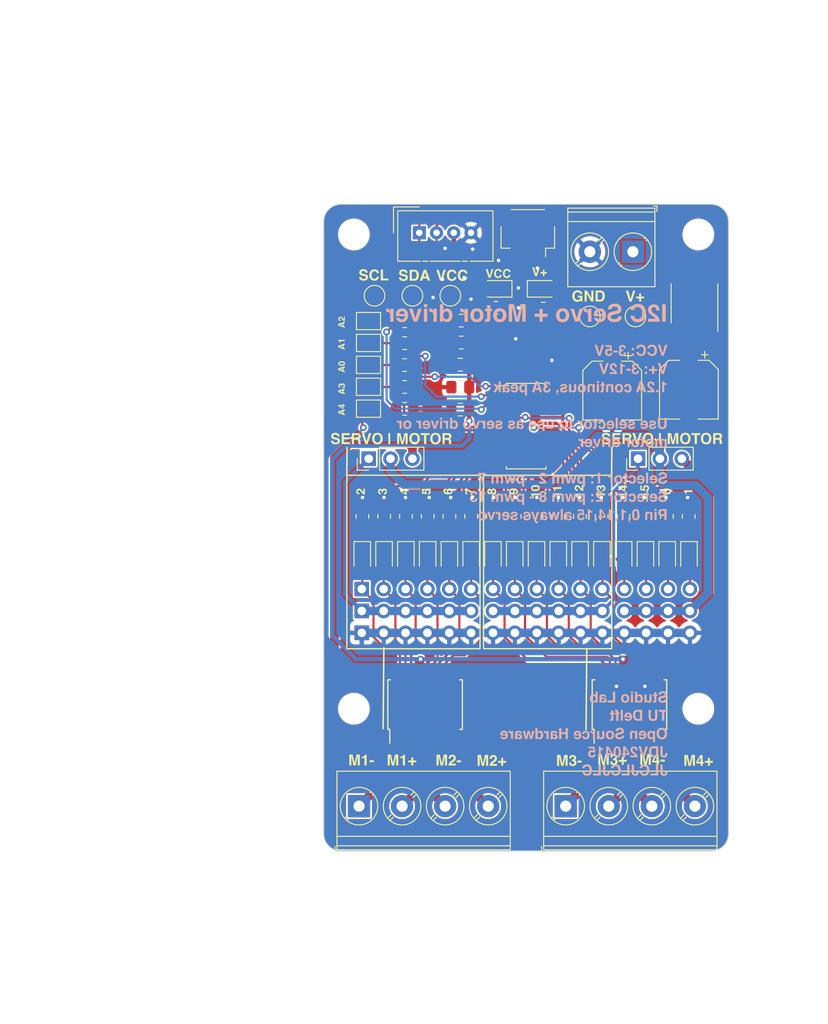
<source format=kicad_pcb>
(kicad_pcb (version 20240108) (generator "pcbnew") (generator_version "8.0")
  (title_block (title "Ultimate Motor Board") (date "2024-04-10") (rev "0.1") (company "Jerry de Vos") (comment 1 "StudioLab") (comment 2 "TU Delft"))
  (layers (0 "F.Cu" signal) (31 "B.Cu" signal) (34 "B.Paste" user) (35 "F.Paste" user) (36 "B.SilkS" user "B.Silkscreen") (37 "F.SilkS" user "F.Silkscreen") (38 "B.Mask" user) (39 "F.Mask" user) (44 "Edge.Cuts" user))
  (net 0 "")
  (net 1 "Net-(D1-K)")
  (net 2 "VCC")
  (net 3 "Net-(D2-K)")
  (net 4 "+12V")
  (net 5 "Net-(D3-K)")
  (net 6 "PWM2")
  (net 7 "Net-(D4-K)")
  (net 8 "PWM3")
  (net 9 "Net-(D5-K)")
  (net 10 "PWM4")
  (net 11 "Net-(D6-K)")
  (net 12 "PWM5")
  (net 13 "Net-(D7-K)")
  (net 14 "PWM6")
  (net 15 "Net-(D8-K)")
  (net 16 "PWM7")
  (net 17 "Net-(D9-K)")
  (net 18 "PWM8")
  (net 19 "Net-(D10-K)")
  (net 20 "PWM9")
  (net 21 "Net-(D11-K)")
  (net 22 "PWM10")
  (net 23 "Net-(D12-K)")
  (net 24 "PWM11")
  (net 25 "Net-(D13-K)")
  (net 26 "PWM12")
  (net 27 "Net-(D14-K)")
  (net 28 "PWM13")
  (net 29 "Net-(D15-K)")
  (net 30 "PWM14")
  (net 31 "Net-(D16-K)")
  (net 32 "PWM15")
  (net 33 "Net-(D17-K)")
  (net 34 "PWM0")
  (net 35 "Net-(D18-K)")
  (net 36 "PWM1")
  (net 37 "SCL")
  (net 38 "SDA")
  (net 39 "GND")
  (net 40 "SERVO1")
  (net 41 "SERVO")
  (net 42 "M1A")
  (net 43 "M1B")
  (net 44 "M2A")
  (net 45 "M2B")
  (net 46 "M3A")
  (net 47 "M3B")
  (net 48 "M4A")
  (net 49 "M4B")
  (net 50 "A2")
  (net 51 "A1")
  (net 52 "A0")
  (net 53 "A3")
  (net 54 "A4")
  (net 55 "Net-(J4-Pin_1)")
  (net 56 "Vmot1")
  (net 57 "Vmot2")
  (footprint "LED_SMD:LED_0805_2012Metric_Pad1.15x1.40mm_HandSolder" (layer "F.Cu") (at 132.299682 90.975 -90)
    (property "Reference" "D14" (hide yes))
    (property "Value" "LED")
  )
  (footprint "Resistor_SMD:R_0805_2012Metric_Pad1.20x1.40mm_HandSolder" (layer "F.Cu") (at 129.75 86.2 90)
    (property "Reference" "R20" (hide yes))
    (property "Value" "280")
  )
  (footprint "Resistor_SMD:R_0805_2012Metric_Pad1.20x1.40mm_HandSolder" (layer "F.Cu") (at 137.325 86.2 90)
    (property "Reference" "R23" (hide yes))
    (property "Value" "280")
  )
  (footprint "Connector:NS-Tech_Grove_1x04_P2mm_Vertical" (layer "F.Cu") (at 111.1 53.3 90)
    (property "Reference" "J1" (hide yes))
    (property "Value" "Conn_01x04_Socket")
  )
  (footprint "LED_SMD:LED_0805_2012Metric_Pad1.15x1.40mm_HandSolder" (layer "F.Cu") (at 107.009062 90.975 -90)
    (property "Reference" "D4" (hide yes))
    (property "Value" "LED")
  )
  (footprint "Resistor_SMD:R_0805_2012Metric_Pad1.20x1.40mm_HandSolder" (layer "F.Cu") (at 109.55 86.2 90)
    (property "Reference" "R12" (hide yes))
    (property "Value" "280")
  )
  (footprint "Resistor_SMD:R_0805_2012Metric_Pad1.20x1.40mm_HandSolder" (layer "F.Cu") (at 124.7 86.2 90)
    (property "Reference" "R18" (hide yes))
    (property "Value" "280")
  )
  (footprint "LED_SMD:LED_0805_2012Metric_Pad1.15x1.40mm_HandSolder" (layer "F.Cu") (at 134.828744 90.975 -90)
    (property "Reference" "D15" (hide yes))
    (property "Value" "LED")
  )
  (footprint "LED_SMD:LED_0805_2012Metric_Pad1.15x1.40mm_HandSolder" (layer "F.Cu") (at 112.067186 90.975 -90)
    (property "Reference" "D6" (hide yes))
    (property "Value" "LED")
  )
  (footprint "Package_SO:SSOP-24_5.3x8.2mm_P0.65mm" (layer "F.Cu") (at 111.775 108.02 90)
    (property "Reference" "U2" (hide yes))
    (property "Value" "TB6612FNG")
  )
  (footprint "Resistor_SMD:R_0805_2012Metric_Pad1.20x1.40mm_HandSolder" (layer "F.Cu") (at 112.075 86.2 90)
    (property "Reference" "R13" (hide yes))
    (property "Value" "280")
  )
  (footprint "Resistor_SMD:R_0805_2012Metric_Pad1.20x1.40mm_HandSolder" (layer "F.Cu") (at 109.4 66.1)
    (property "Reference" "R3" (hide yes))
    (property "Value" "10k")
  )
  (footprint "Package_DFN_QFN:AO_DFN-8-1EP_5.55x5.2mm_P1.27mm_EP4.12x4.6mm" (layer "F.Cu") (at 143.05 61.98 90)
    (property "Reference" "Q1" (hide yes))
    (property "Value" "AON6411")
  )
  (footprint "LED_SMD:LED_0805_2012Metric_Pad1.15x1.40mm_HandSolder" (layer "F.Cu") (at 125.5 59.8)
    (property "Reference" "D2" (hide yes))
    (property "Value" "LED")
  )
  (footprint "Resistor_SMD:R_0805_2012Metric_Pad1.20x1.40mm_HandSolder" (layer "F.Cu") (at 132.275 86.2 90)
    (property "Reference" "R21" (hide yes))
    (property "Value" "280")
  )
  (footprint "Resistor_SMD:R_0805_2012Metric_Pad1.20x1.40mm_HandSolder" (layer "F.Cu") (at 127.225 86.2 90)
    (property "Reference" "R19" (hide yes))
    (property "Value" "280")
  )
  (footprint "Resistor_SMD:R_0805_2012Metric_Pad1.20x1.40mm_HandSolder" (layer "F.Cu") (at 134.8 86.2 90)
    (property "Reference" "R22" (hide yes))
    (property "Value" "280")
  )
  (footprint "MountingHole:MountingHole_3.2mm_M3" (layer "F.Cu") (at 143.5 53.5 180)
    (property "Reference" "H1" (hide yes))
    (property "Value" "MountingHole")
  )
  (footprint "LED_SMD:LED_0805_2012Metric_Pad1.15x1.40mm_HandSolder" (layer "F.Cu") (at 109.538124 90.975 -90)
    (property "Reference" "D5" (hide yes))
    (property "Value" "LED")
  )
  (footprint "Jumper:SolderJumper-2_P1.3mm_Open_TrianglePad1.0x1.5mm" (layer "F.Cu") (at 105.2 73.7)
    (property "Reference" "JP5" (hide yes))
    (property "Value" "SolderJumper_2_Open")
  )
  (footprint "Jumper:SolderJumper-2_P1.3mm_Open_TrianglePad1.0x1.5mm" (layer "F.Cu") (at 105.2 68.62)
    (property "Reference" "JP3" (hide yes))
    (property "Value" "SolderJumper_2_Open")
  )
  (footprint "Resistor_SMD:R_0805_2012Metric_Pad1.20x1.40mm_HandSolder" (layer "F.Cu") (at 119.65 86.2 90)
    (property "Reference" "R16" (hide yes))
    (property "Value" "280")
  )
  (footprint "LED_SMD:LED_0805_2012Metric_Pad1.15x1.40mm_HandSolder" (layer "F.Cu") (at 122.183434 90.975 -90)
    (property "Reference" "D10" (hide yes))
    (property "Value" "LED")
  )
  (footprint "LED_SMD:LED_0805_2012Metric_Pad1.15x1.40mm_HandSolder" (layer "F.Cu") (at 142.41593 90.975 -90)
    (property "Reference" "D18" (hide yes))
    (property "Value" "LED")
  )
  (footprint "Resistor_SMD:R_0805_2012Metric_Pad1.20x1.40mm_HandSolder" (layer "F.Cu") (at 107.025 86.2 90)
    (property "Reference" "R11" (hide yes))
    (property "Value" "280")
  )
  (footprint "Resistor_SMD:R_0805_2012Metric_Pad1.20x1.40mm_HandSolder" (layer "F.Cu") (at 117.125 86.2 90)
    (property "Reference" "R15" (hide yes))
    (property "Value" "280")
  )
  (footprint "LED_SMD:LED_0805_2012Metric_Pad1.15x1.40mm_HandSolder" (layer "F.Cu") (at 124.712496 90.975 -90)
    (property "Reference" "D11" (hide yes))
    (property "Value" "LED")
  )
  (footprint "LED_SMD:LED_0805_2012Metric_Pad1.15x1.40mm_HandSolder" (layer "F.Cu") (at 120 59.8 180)
    (property "Reference" "D1" (hide yes))
    (property "Value" "LED")
  )
  (footprint "Capacitor_SMD:CP_Elec_6.3x5.7" (layer "F.Cu") (at 142.4 71.5 -90)
    (property "Reference" "C1" (hide yes))
    (property "Value" "C_Polarized")
  )
  (footprint "TestPoint:TestPoint_Pad_D2.0mm" (layer "F.Cu") (at 105.9 60.6)
    (property "Reference" "TP5" (hide yes))
    (property "Value" "TestPoint")
  )
  (footprint "Resistor_SMD:R_0805_2012Metric_Pad1.20x1.40mm_HandSolder" (layer "F.Cu") (at 114.6 86.2 90)
    (property "Reference" "R14" (hide yes))
    (property "Value" "280")
  )
  (footprint "Jumper:SolderJumper-2_P1.3mm_Open_TrianglePad1.0x1.5mm" (layer "F.Cu") (at 105.2 66.08)
    (property "Reference" "JP2" (hide yes))
    (property "Value" "SolderJumper_2_Open")
  )
  (footprint "Connector_PinHeader_2.54mm:PinHeader_1x03_P2.54mm_Vertical" (layer "F.Cu") (at 136.5 79.5 90)
    (property "Reference" "J2" (hide yes))
    (property "Value" "Conn_01x03_Pin")
  )
  (footprint "TestPoint:TestPoint_Pad_D2.0mm" (layer "F.Cu") (at 130.9 63)
    (property "Reference" "TP3" (hide yes))
    (property "Value" "TestPoint")
  )
  (footprint "LED_SMD:LED_0805_2012Metric_Pad1.15x1.40mm_HandSolder" (layer "F.Cu") (at 114.596248 90.975 -90)
    (property "Reference" "D7" (hide yes))
    (property "Value" "LED")
  )
  (footprint "Jumper:SolderJumper-2_P1.3mm_Open_TrianglePad1.0x1.5mm" (layer "F.Cu") (at 105.2 63.54)
    (property "Reference" "JP1" (hide yes))
    (property "Value" "SolderJumper_2_Open")
  )
  (footprint "Resistor_SMD:R_0805_2012Metric_Pad1.20x1.40mm_HandSolder" (layer "F.Cu") (at 122.175 86.2 90)
    (property "Reference" "R17" (hide yes))
    (property "Value" "280")
  )
  (footprint "Package_SO:TSSOP-28_4.4x9.7mm_P0.65mm" (layer "F.Cu") (at 123.5 75.725)
    (property "Reference" "U1" (hide yes))
    (property "Value" "PCA9685PW")
  )
  (footprint "LED_SMD:LED_0805_2012Metric_Pad1.15x1.40mm_HandSolder" (layer "F.Cu") (at 117.12531 90.975 -90)
    (property "Reference" "D8" (hide yes))
    (property "Value" "LED")
  )
  (footprint "TestPoint:TestPoint_Pad_D2.0mm" (layer "F.Cu") (at 114.7 60.6)
    (property "Reference" "TP2" (hide yes))
    (property "Value" "TestPoint")
  )
  (footprint "LED_SMD:LED_0805_2012Metric_Pad1.15x1.40mm_HandSolder" (layer "F.Cu") (at 129.77062 90.975 -90)
    (property "Reference" "D13" (hide yes))
    (property "Value" "LED")
  )
  (footprint "Resistor_SMD:R_0805_2012Metric_Pad1.20x1.40mm_HandSolder" (layer "F.Cu") (at 109.4 71.18)
    (property "Reference" "R6" (hide yes))
    (property "Value" "10k")
  )
  (footprint "Connector_PinHeader_2.54mm:PinHeader_1x16_P2.54mm_Vertical" (layer "F.Cu") (at 104.42 97.16 90)
    (property "Reference" "J8" (hide yes))
    (property "Value" "Conn_01x16_Socket")
  )
  (footprint "Resistor_SMD:R_0805_2012Metric_Pad1.20x1.40mm_HandSolder" (layer "F.Cu") (at 109.4 63.56)
    (property "Reference" "R1" (hide yes))
    (property "Value" "10k")
  )
  (footprint "Jumper:SolderJumper-2_P1.3mm_Open_TrianglePad1.0x1.5mm" (layer "F.Cu") (at 105.2 71.16)
    (property "Reference" "JP4" (hide yes))
    (property "Value" "SolderJumper_2_Open")
  )
  (footprint "Resistor_SMD:R_0805_2012Metric_Pad1.20x1.40mm_HandSolder" (layer "F.Cu") (at 115.9625 66.0275 180)
    (property "Reference" "R4" (hide yes))
    (property "Value" "10k")
  )
  (footprint "TestPoint:TestPoint_Pad_D2.0mm" (layer "F.Cu") (at 136.2 63)
    (property "Reference" "TP1" (hide yes))
    (property "Value" "TestPoint")
  )
  (footprint "Connector_JST:JST_SH_SM04B-SRSS-TB_1x04-1MP_P1.00mm_Horizontal" (layer "F.Cu") (at 123.7 53.3 180)
    (property "Reference" "J10" (hide yes))
    (property "Value" "Conn_01x04_Socket")
  )
  (footprint "TerminalBlock_Phoenix:TerminalBlock_Phoenix_PT-1,5-2-5.0-H_1x02_P5.00mm_Horizontal" (layer "F.Cu") (at 135.9 55.5 180)
    (property "Reference" "J4" (hide yes))
    (property "Value" "Screw_Terminal_01x02")
  )
  (footprint "LED_SMD:LED_0805_2012Metric_Pad1.15x1.40mm_HandSolder" (layer "F.Cu") (at 137.357806 90.975 -90)
    (property "Reference" "D16" (hide yes))
    (property "Value" "LED")
  )
  (footprint "Capacitor_SMD:C_0805_2012Metric_Pad1.18x1.45mm_HandSolder" (layer "F.Cu") (at 115.8625 71.2025 180)
    (property "Reference" "C4" (hide yes))
    (property "Value" "1uF")
  )
  (footprint "TestPoint:TestPoint_Pad_D2.0mm" (layer "F.Cu") (at 110.3 60.6)
    (property "Reference" "TP4" (hide yes))
    (property "Value" "TestPoint")
  )
  (footprint "Resistor_SMD:R_0805_2012Metric_Pad1.20x1.40mm_HandSolder" (layer "F.Cu") (at 115.9625 63.485 180)
    (property "Reference" "R2" (hide yes))
    (property "Value" "10k")
  )
  (footprint "Resistor_SMD:R_0805_2012Metric_Pad1.20x1.40mm_HandSolder" (layer "F.Cu") (at 120 62 180)
    (property "Reference" "R8" (hide yes))
    (property "Value" "300")
  )
  (footprint "MountingHole:MountingHole_3.2mm_M3" (layer "F.Cu") (at 103.5 53.5 180)
    (property "Reference" "H2" (hide yes))
    (property "Value" "MountingHole")
  )
  (footprint "Resistor_SMD:R_0805_2012Metric_Pad1.20x1.40mm_HandSolder" (layer "F.Cu") (at 125.5 62.1)
    (property "Reference" "R9" (hide yes))
    (property "Value" "1k")
  )
  (footprint "Resistor_SMD:R_0805_2012Metric_Pad1.20x1.40mm_HandSolder" (layer "F.Cu") (at 139.85 86.2 90)
    (property "Reference" "R24" (hide yes))
    (property "Value" "280")
  )
  (footprint "Resistor_SMD:R_0805_2012Metric_Pad1.20x1.40mm_HandSolder" (layer "F.Cu") (at 109.4 68.64)
    (property "Reference" "R5" (hide yes))
    (property "Value" "10k")
  )
  (footprint "Package_SO:SSOP-24_5.3x8.2mm_P0.65mm" (layer "F.Cu") (at 135.5 108.02 90)
    (property "Reference" "U3" (hide yes))
    (property "Value" "TB6612FNG")
  )
  (footprint "Resistor_SMD:R_0805_2012Metric_Pad1.20x1.40mm_HandSolder" (layer "F.Cu") (at 104.5 86.2 90)
    (property "Reference" "R10" (hide yes))
    (property "Value" "280")
  )
  (footprint "LED_SMD:LED_0805_2012Metric_Pad1.15x1.40mm_HandSolder" (layer "F.Cu") (at 104.48 90.975 -90)
    (property "Reference" "D3" (hide yes))
    (property "Value" "LED")
  )
  (footprint "TerminalBlock_Phoenix:TerminalBlock_Phoenix_PT-1,5-4-5.0-H_1x04_P5.00mm_Horizontal" (layer "F.Cu") (at 128.1 119.8)
    (property "Reference" "J6" (hide yes))
    (property "Value" "Screw_Terminal_01x04")
  )
  (footprint "LED_SMD:LED_0805_2012Metric_Pad1.15x1.40mm_HandSolder" (layer "F.Cu") (at 139.886868 90.975 -90)
    (property "Reference" "D17" (hide yes))
    (property "Value" "LED")
  )
  (footprint "TerminalBlock_Phoenix:TerminalBlock_Phoenix_PT-1,5-4-5.0-H_1x04_P5.00mm_Horizontal" (layer "F.Cu") (at 104.1 119.8)
    (property "Reference" "J5" (hide yes))
    (property "Value" "Screw_Terminal_01x04")
  )
  (footprint "MountingHole:MountingHole_3.2mm_M3" (layer "F.Cu") (at 103.5 108.5 180)
    (property "Reference" "H4" (hide yes))
    (property "Value" "MountingHole")
  )
  (footprint "Connector_PinHeader_2.54mm:PinHeader_1x03_P2.54mm_Vertical" (layer "F.Cu") (at 105.225 79.5 90)
    (property "Reference" "J3" (hide yes))
    (property "Value" "Conn_01x03_Pin")
  )
  (footprint "LED_SMD:LED_0805_2012Metric_Pad1.15x1.40mm_HandSolder" (layer "F.Cu") (at 119.654372 90.975 -90)
    (property "Reference" "D9" (hide yes))
    (property "Value" "LED")
  )
  (footprint "Capacitor_SMD:CP_Elec_6.3x5.7" (layer "F.Cu") (at 133.5 71.6 -90)
    (property "Reference" "C2" (hide yes))
    (property "Value" "C_Polarized")
  )
  (footprint "Connector_PinHeader_2.54mm:PinHeader_1x16_P2.54mm_Vertical" (layer "F.Cu") (at 104.42 99.7 90)
    (property "Reference" "J9" (hide yes))
    (property "Value" "Conn_01x16_Socket")
  )
  (footprint "Capacitor_SMD:C_0805_2012Metric_Pad1.18x1.45mm_HandSolder" (layer "F.Cu") (at 115.8625 73.805 180)
    (property "Reference" "C3" (hide yes))
    (property "Value" "10uF")
  )
  (footprint "Capacitor_SMD:C_0805_2012Metric_Pad1.18x1.45mm_HandSolder" (layer "F.Cu") (at 115.8625 68.6 180)
    (property "Reference" "C5" (hide yes))
    (property "Value" ".1uF")
  )
  (footprint "Connector_PinHeader_2.54mm:PinHeader_1x16_P2.54mm_Vertical" (layer "F.Cu") (at 104.42 94.62 90)
    (property "Reference" "J7" (hide yes))
    (property "Value" "Conn_01x16_Socket")
  )
  (footprint "LED_SMD:LED_0805_2012Metric_Pad1.15x1.40mm_HandSolder" (layer "F.Cu") (at 127.241558 90.975 -90)
    (property "Reference" "D12" (hide yes))
    (property "Value" "LED")
  )
  (footprint "Resistor_SMD:R_0805_2012Metric_Pad1.20x1.40mm_HandSolder" (layer "F.Cu") (at 142.375 86.2 90)
    (property "Reference" "R25" (hide yes))
    (property "Value" "280")
  )
  (footprint "Resistor_SMD:R_0805_2012Metric_Pad1.20x1.40mm_HandSolder" (layer "F.Cu") (at 109.4 73.72)
    (property "Reference" "R7" (hide yes))
    (property "Value" "10k")
  )
  (footprint "MountingHole:MountingHole_3.2mm_M3" (layer "F.Cu") (at 143.5 108.5 180)
    (property "Reference" "H3" (hide yes))
    (property "Value" "MountingHole")
  )
  (gr_poly (pts (xy 114.916326 75.209141) (xy 114.921702 75.200706) (xy 114.927247 75.192591) (xy 114.932969 75.184786) (xy 114.938871 75.177281) (xy 114.94496 75.170065) (xy 114.951239 75.163128) (xy 114.957715 75.15646) (xy 114.964393 75.15005) (xy 114.971277 75.143889) (xy 114.978373 75.137965) (xy 114.985687 75.132268) (xy 114.993222 75.126789) (xy 115.000985 75.121516) (xy 115.00898 75.11644) (xy 115.017213 75.11155) (xy 115.025689 75.106835) (xy 115.03433 75.10233) (xy 115.043059 75.098077) (xy 115.051881 75.094084) (xy 115.060802 75.090353) (xy 115.069825 75.086892) (xy 115.078957 75.083704) (xy 115.088203 75.080796) (xy 115.097568 75.078171) (xy 115.107057 75.075836) (xy 115.116675 75.073796) (xy 115.126427 75.072055) (xy 115.136319 75.070619) (xy 115.146356 75.069493) (xy 115.156542 75.068683) (xy 115.166884 75.068193) (xy 115.177385 75.068028) (xy 115.200247 75.068566) (xy 115.22253 75.070178) (xy 115.244235 75.072865) (xy 115.26536 75.076627) (xy 115.285907 75.081464) (xy 115.305875 75.087376) (xy 115.325264 75.094363) (xy 115.344075 75.102424) (xy 115.362307 75.111561) (xy 115.379959 75.121772) (xy 115.397034 75.133059) (xy 115.413529 75.14542) (xy 115.429445 75.158856) (xy 115.444783 75.173367) (xy 115.459542 75.188952) (xy 115.473722 75.205613) (xy 115.487159 75.223223) (xy 115.499692 75.241656) (xy 115.511325 75.260904) (xy 115.522065 75.280964) (xy 115.531915 75.301831) (xy 115.540882 75.323498) (xy 115.54897 75.345961) (xy 115.556185 75.369215) (xy 115.562532 75.393255) (xy 115.568016 75.418074) (xy 115.572642 75.443669) (xy 115.576415 75.470034) (xy 115.579341 75.497164) (xy 115.581424 75.525053) (xy 115.582671 75.553697) (xy 115.583085 75.58309) (xy 115.582631 75.608638) (xy 115.581273 75.633679) (xy 115.579015 75.658203) (xy 115.575864 75.6822) (xy 115.571824 75.70566) (xy 115.5669 75.728572) (xy 115.561097 75.750925) (xy 115.554421 75.772711) (xy 115.546877 75.793918) (xy 115.53847 75.814535) (xy 115.529206 75.834553) (xy 115.519088 75.853961) (xy 115.508123 75.872749) (xy 115.496316 75.890907) (xy 115.483671 75.908424) (xy 115.470195 75.92529) (xy 115.456097 75.941329) (xy 115.441586 75.956372) (xy 115.426662 75.970412) (xy 115.411324 75.983444) (xy 115.395573 75.995463) (xy 115.379408 76.006464) (xy 115.36283 76.016442) (xy 115.345839 76.025392) (xy 115.328434 76.033308) (xy 115.310616 76.040186) (xy 115.292384 76.046019) (xy 115.273739 76.050804) (xy 115.25468 76.054534) (xy 115.235208 76.057205) (xy 115.215323 76.058811) (xy 115.195024 76.059348) (xy 115.182581 76.059183) (xy 115.170391 76.058693) (xy 115.15846 76.057883) (xy 115.146792 76.056757) (xy 115.135393 76.055321) (xy 115.124268 76.05358) (xy 115.113422 76.05154) (xy 115.10286 76.049205) (xy 115.092587 76.04658) (xy 115.082609 76.043672) (xy 115.072931 76.040484) (xy 115.063558 76.037022) (xy 115.054494 76.033292) (xy 115.045746 76.029298) (xy 115.037319 76.025046) (xy 115.029217 76.020541) (xy 115.021281 76.015706) (xy 115.013355 76.010467) (xy 115.00545 76.004836) (xy 114.997577 75.998823) (xy 114.989744 75.992437) (xy 114.981963 75.98569) (xy 114.974244 75.978591) (xy 114.966598 75.971152) (xy 114.959034 75.963381) (xy 114.951563 75.95529) (xy 114.944195 75.946889) (xy 114.936942 75.938189) (xy 114.929812 75.929199) (xy 114.922816 75.919929) (xy 114.915966 75.910392) (xy 114.90927 75.900595) (xy 114.90927 76.031125) (xy 114.669378 76.031125) (xy 114.669378 75.576037) (xy 114.90927 75.576037) (xy 114.909477 75.591085) (xy 114.910097 75.605803) (xy 114.91113 75.62019) (xy 114.912577 75.634246) (xy 114.914438 75.647972) (xy 114.916711 75.661367) (xy 114.919398 75.67443) (xy 114.922499 75.687164) (xy 114.926013 75.699566) (xy 114.92994 75.711638) (xy 114.934281 75.723379) (xy 114.939035 75.734789) (xy 114.944203 75.745869) (xy 114.949784 75.756618) (xy 114.955779 75.767036) (xy 114.962187 75.777123) (xy 114.965546 75.782002) (xy 114.969008 75.786715) (xy 114.972574 75.791265) (xy 114.976243 75.795651) (xy 114.980015 75.799874) (xy 114.983891 75.803936) (xy 114.98787 75.807836) (xy 114.991953 75.811574) (xy 114.996139 75.815153) (xy 115.000428 75.818572) (xy 115.00482 75.821833) (xy 115.009316 75.824935) (xy 115.013916 75.827879) (xy 115.018618 75.830667) (xy 115.023424 75.833298) (xy 115.028334 75.835773) (xy 115.033346 75.838093) (xy 115.038462 75.840259) (xy 115.043682 75.842272) (xy 115.049004 75.844131) (xy 115.05996 75.847393) (xy 115.071329 75.85005) (xy 115.083111 75.852107) (xy 115.095307 75.853571) (xy 115.107916 75.854445) (xy 115.120939 75.854735) (xy 115.133922 75.854445) (xy 115.14642 75.853571) (xy 115.158442 75.852107) (xy 115.169998 75.85005) (xy 115.1811 75.847393) (xy 115.191758 75.844131) (xy 115.201982 75.840259) (xy 115.211781 75.835773) (xy 115.221168 75.830667) (xy 115.230151 75.824935) (xy 115.238741 75.818572) (xy 115.246949 75.811574) (xy 115.254785 75.803936) (xy 115.262259 75.795651) (xy 115.269382 75.786715) (xy 115.276164 75.777123) (xy 115.282572 75.767034) (xy 115.288566 75.756604) (xy 115.294148 75.745822) (xy 115.299315 75.734679) (xy 115.30407 75.723164) (xy 115.30841 75.711266) (xy 115.312338 75.698975) (xy 115.315852 75.686282) (xy 115.318953 75.673175) (xy 115.32164 75.659644) (xy 115.323914 75.645679) (xy 115.325774 75.63127) (xy 115.327221 75.616406) (xy 115.328255 75.601077) (xy 115.328875 75.585272) (xy 115.329081 75.568982) (xy 115.328876 75.553933) (xy 115.328261 75.539216) (xy 115.327244 75.524829) (xy 115.325829 75.510772) (xy 115.324021 75.497047) (xy 115.321826 75.483652) (xy 115.319248 75.470588) (xy 115.316293 75.457855) (xy 115.312966 75.445453) (xy 115.309272 75.433381) (xy 115.305216 75.42164) (xy 115.300804 75.41023) (xy 115.29604 75.39915) (xy 115.29093 75.388401) (xy 115.285479 75.377983) (xy 115.279692 75.367896) (xy 115.279692 75.364367) (xy 115.276653 75.359479) (xy 115.27349 75.354735) (xy 115.270204 75.350138) (xy 115.266793 75.345687) (xy 115.263258 75.341384) (xy 115.2596 75.337229) (xy 115.255817 75.333222) (xy 115.25191 75.329364) (xy 115.24788 75.325657) (xy 115.243725 75.322099) (xy 115.239446 75.318693) (xy 115.235043 75.315439) (xy 115.230516 75.312337) (xy 115.225865 75.309388) (xy 115.22109 75.306593) (xy 115.216191 75.303953) (xy 115.211168 75.301467) (xy 115.206021 75.299137) (xy 115.20075 75.296964) (xy 115.195355 75.294947) (xy 115.189836 75.293088) (xy 115.184193 75.291387) (xy 115.178425 75.289846) (xy 115.172534 75.288463) (xy 115.166519 75.287241) (xy 115.16038 75.28618) (xy 115.154116 75.28528) (xy 115.147729 75.284543) (xy 115.141217 75.283968) (xy 115.134582 75.283556) (xy 115.120939 75.283227) (xy 115.112382 75.283393) (xy 115.103913 75.283895) (xy 115.095537 75.284738) (xy 115.08726 75.285928) (xy 115.079085 75.287469) (xy 115.071019 75.289366) (xy 115.063067 75.291625) (xy 115.055234 75.294252) (xy 115.047524 75.29725) (xy 115.039944 75.300625) (xy 115.032498 75.304383) (xy 115.025192 75.308528) (xy 115.01803 75.313067) (xy 115.011019 75.318002) (xy 115.004162 75.323342) (xy 114.997465 75.329089) (xy 114.987173 75.338722) (xy 114.977469 75.349105) (xy 114.968366 75.360243) (xy 114.959872 75.37214) (xy 114.951998 75.384802) (xy 114.944755 75.398233) (xy 114.938152 75.41244) (xy 114.932201 75.427427) (xy 114.926911 75.4432) (xy 114.922293 75.459763) (xy 114.918357 75.477123) (xy 114.915113 75.495283) (xy 114.912572 75.514249) (xy 114.910745 75.534027) (xy 114.90964 75.554621) (xy 114.90927 75.576037) (xy 114.669378 75.576037) (xy 114.669378 74.764636) (xy 114.916326 74.764636)) (stroke (width -0.000001)) (fill solid) (layer "B.SilkS"))
  (gr_poly (pts (xy 139.353573 67.253895) (xy 139.628746 66.290799) (xy 139.910972 66.290799) (xy 139.480575 67.560815) (xy 139.233631 67.560815) (xy 138.799705 66.290799) (xy 139.074875 66.290799)) (stroke (width -0.000001)) (fill solid) (layer "B.SilkS"))
  (gr_poly (pts (xy 130.719167 75.061553) (xy 130.748106 75.06329) (xy 130.776053 75.066184) (xy 130.803008 75.070235) (xy 130.82897 75.075444) (xy 130.853941 75.081811) (xy 130.877919 75.089335) (xy 130.900905 75.098016) (xy 130.922899 75.107856) (xy 130.9439 75.118852) (xy 130.963909 75.131007) (xy 130.982926 75.144318) (xy 131.000951 75.158788) (xy 131.017984 75.174415) (xy 131.034024 75.191199) (xy 131.049072 75.209141) (xy 131.063209 75.22787) (xy 131.076509 75.247017) (xy 131.088961 75.266589) (xy 131.100555 75.286589) (xy 131.111282 75.307023) (xy 131.12113 75.327896) (xy 131.130089 75.349214) (xy 131.138149 75.370981) (xy 131.145299 75.393203) (xy 131.15153 75.415885) (xy 131.15683 75.439032) (xy 131.16119 75.46265) (xy 131.164599 75.486742) (xy 131.167047 75.511316) (xy 131.168523 75.536375) (xy 131.169018 75.561925) (xy 131.168562 75.587475) (xy 131.167192 75.612534) (xy 131.164901 75.637107) (xy 131.161686 75.6612) (xy 131.157541 75.684817) (xy 131.15246 75.707964) (xy 131.146439 75.730646) (xy 131.139472 75.752868) (xy 131.131554 75.774635) (xy 131.12268 75.795953) (xy 131.112845 75.816826) (xy 131.102044 75.837261) (xy 131.090271 75.857261) (xy 131.077522 75.876832) (xy 131.06379 75.895979) (xy 131.049072 75.914708) (xy 131.033985 75.93265) (xy 131.017839 75.949434) (xy 131.000648 75.965061) (xy 130.982429 75.979531) (xy 130.963198 75.992843) (xy 130.942969 76.004997) (xy 130.921758 76.015994) (xy 130.899581 76.025833) (xy 130.876453 76.034514) (xy 130.852389 76.042038) (xy 130.827406 76.048405) (xy 130.801519 76.053614) (xy 130.774742 76.057665) (xy 130.747093 76.060559) (xy 130.718585 76.062296) (xy 130.689236 76.062874) (xy 130.659885 76.062296) (xy 130.631378 76.060559) (xy 130.603728 76.057665) (xy 130.576951 76.053614) (xy 130.551063 76.048405) (xy 130.52608 76.042038) (xy 130.502016 76.034514) (xy 130.478888 76.025833) (xy 130.456711 76.015994) (xy 130.4355 76.004997) (xy 130.415271 75.992843) (xy 130.396039 75.979531) (xy 130.37782 75.965061) (xy 130.36063 75.949434) (xy 130.344484 75.93265) (xy 130.329397 75.914708) (xy 130.31526 75.895979) (xy 130.30196 75.876832) (xy 130.289508 75.857261) (xy 130.277913 75.837261) (xy 130.267187 75.816826) (xy 130.257339 75.795953) (xy 130.24838 75.774635) (xy 130.240321 75.752868) (xy 130.233171 75.730646) (xy 130.22694 75.707964) (xy 130.22164 75.684817) (xy 130.21728 75.6612) (xy 130.213872 75.637107) (xy 130.211424 75.612534) (xy 130.209948 75.587475) (xy 130.209453 75.561925) (xy 130.46698 75.561925) (xy 130.467187 75.579496) (xy 130.467814 75.5965) (xy 130.468864 75.612945) (xy 130.470343 75.628843) (xy 130.472256 75.644203) (xy 130.474608 75.659036) (xy 130.477405 75.673352) (xy 130.480651 75.687162) (xy 130.484352 75.700476) (xy 130.488513 75.713304) (xy 130.493139 75.725657) (xy 130.498235 75.737544) (xy 130.503807 75.748977) (xy 130.509859 75.759965) (xy 130.516397 75.770519) (xy 130.523426 75.78065) (xy 130.530908 75.790242) (xy 130.538798 75.799177) (xy 130.547092 75.807462) (xy 130.555783 75.8151) (xy 130.564867 75.822098) (xy 130.574339 75.828461) (xy 130.584193 75.834192) (xy 130.594424 75.839299) (xy 130.605027 75.843786) (xy 130.615997 75.847657) (xy 130.627329 75.850919) (xy 130.639018 75.853576) (xy 130.651058 75.855634) (xy 130.663445 75.857097) (xy 130.676172 75.857971) (xy 130.689236 75.858262) (xy 130.702299 75.857971) (xy 130.715026 75.857097) (xy 130.727412 75.855634) (xy 130.739452 75.853576) (xy 130.75114 75.850919) (xy 130.762472 75.847658) (xy 130.773442 75.843786) (xy 130.784046 75.8393) (xy 130.794277 75.834193) (xy 130.804131 75.828461) (xy 130.813602 75.822099) (xy 130.822686 75.815101) (xy 130.831377 75.807462) (xy 130.839671 75.799178) (xy 130.847561 75.790242) (xy 130.855043 75.78065) (xy 130.862112 75.770519) (xy 130.868762 75.759965) (xy 130.874988 75.748976) (xy 130.880786 75.737543) (xy 130.886149 75.725656) (xy 130.891073 75.713303) (xy 130.895552 75.700475) (xy 130.899582 75.687162) (xy 130.903157 75.673352) (xy 130.906273 75.659036) (xy 130.908923 75.644203) (xy 130.911103 75.628843) (xy 130.912807 75.612945) (xy 130.914031 75.5965) (xy 130.914769 75.579496) (xy 130.915016 75.561925) (xy 130.914808 75.544353) (xy 130.914175 75.527349) (xy 130.913109 75.510904) (xy 130.911598 75.495006) (xy 130.909633 75.479646) (xy 130.907202 75.464813) (xy 130.904296 75.450497) (xy 130.900904 75.436687) (xy 130.897016 75.423373) (xy 130.892622 75.410545) (xy 130.887711 75.398193) (xy 130.882273 75.386305) (xy 130.876297 75.374872) (xy 130.869774 75.363884) (xy 130.862693 75.35333) (xy 130.855043 75.343199) (xy 130.847561 75.334189) (xy 130.839671 75.325684) (xy 130.831377 75.317697) (xy 130.822686 75.310237) (xy 130.813602 75.303314) (xy 130.804131 75.296938) (xy 130.794277 75.291121) (xy 130.784046 75.285873) (xy 130.773442 75.281203) (xy 130.762472 75.277122) (xy 130.75114 75.273641) (xy 130.739452 75.270769) (xy 130.727412 75.268518) (xy 130.715026 75.266897) (xy 130.702299 75.265916) (xy 130.689236 75.265587) (xy 130.676172 75.265878) (xy 130.663445 75.266752) (xy 130.651058 75.268215) (xy 130.639018 75.270273) (xy 130.627329 75.27293) (xy 130.615997 75.276191) (xy 130.605027 75.280063) (xy 130.594424 75.284549) (xy 130.584193 75.289656) (xy 130.574339 75.295388) (xy 130.564867 75.30175) (xy 130.555783 75.308748) (xy 130.547092 75.316387) (xy 130.538798 75.324671) (xy 130.530908 75.333607) (xy 130.523426 75.343199) (xy 130.516397 75.352748) (xy 130.509859 75.362871) (xy 130.503807 75.373562) (xy 130.498235 75.384816) (xy 130.493139 75.396629) (xy 130.488513 75.408994) (xy 130.484352 75.421908) (xy 130.480651 75.435364) (xy 130.477405 75.449357) (xy 130.474608 75.463883) (xy 130.472256 75.478935) (xy 130.470343 75.49451) (xy 130.468864 75.510601) (xy 130.467814 75.527204) (xy 130.467187 75.544314) (xy 130.46698 75.561925) (xy 130.209453 75.561925) (xy 130.209909 75.536375) (xy 130.211279 75.511316) (xy 130.21357 75.486742) (xy 130.216785 75.46265) (xy 130.22093 75.439032) (xy 130.226011 75.415885) (xy 130.232032 75.393203) (xy 130.238999 75.370981) (xy 130.246917 75.349214) (xy 130.25579 75.327896) (xy 130.265625 75.307023) (xy 130.276426 75.286589) (xy 130.288199 75.266589) (xy 130.300948 75.247017) (xy 130.314679 75.22787) (xy 130.329397 75.209141) (xy 130.345065 75.191199) (xy 130.361643 75.174415) (xy 130.379131 75.158788) (xy 130.397528 75.144318) (xy 130.416834 75.131007) (xy 130.43705 75.118852) (xy 130.458176 75.107856) (xy 130.480211 75.098016) (xy 130.503156 75.089335) (xy 130.52701 75.081811) (xy 130.551774 75.075444) (xy 130.577447 75.070235) (xy 130.60403 75.066184) (xy 130.631522 75.06329) (xy 130.659924 75.061553) (xy 130.689236 75.060975)) (stroke (width -0.000001)) (fill solid) (layer "B.SilkS"))
  (gr_poly (pts (xy 134.784568 75.065) (xy 134.808287 75.066494) (xy 134.831488 75.068991) (xy 134.854162 75.072496) (xy 134.876299 75.077013) (xy 134.897888 75.082548) (xy 134.918919 75.089107) (xy 134.939382 75.096694) (xy 134.959265 75.105314) (xy 134.97856 75.114973) (xy 134.997255 75.125676) (xy 135.01534 75.137428) (xy 135.032805 75.150235) (xy 135.04964 75.1641) (xy 135.065834 75.179031) (xy 135.081377 75.195031) (xy 135.096135 75.211982) (xy 135.109979 75.229765) (xy 135.122902 75.248385) (xy 135.134901 75.267847) (xy 135.145969 75.288157) (xy 135.156102 75.30932) (xy 135.165295 75.331341) (xy 135.173542 75.354224) (xy 135.180838 75.377976) (xy 135.187177 75.402601) (xy 135.192556 75.428105) (xy 135.196969 75.454492) (xy 135.200409 75.481768) (xy 135.202874 75.509939) (xy 135.204356 75.539008) (xy 135.204851 75.568982) (xy 135.204314 75.600854) (xy 135.202701 75.631642) (xy 135.200014 75.661334) (xy 135.196252 75.68992) (xy 135.191415 75.717389) (xy 135.185503 75.743733) (xy 135.178516 75.768939) (xy 135.170455 75.792998) (xy 135.161318 75.815899) (xy 135.151107 75.837633) (xy 135.13982 75.858189) (xy 135.127459 75.877555) (xy 135.114023 75.895723) (xy 135.099513 75.912682) (xy 135.083927 75.928421) (xy 135.067266 75.942931) (xy 135.049903 75.956447) (xy 135.032208 75.969204) (xy 135.014183 75.981185) (xy 134.995828 75.992376) (xy 134.977141 76.002761) (xy 134.958124 76.012323) (xy 134.938776 76.021049) (xy 134.919098 76.028922) (xy 134.899088 76.035927) (xy 134.878748 76.042048) (xy 134.858077 76.04727) (xy 134.837076 76.051577) (xy 134.815743 76.054955) (xy 134.79408 76.057386) (xy 134.772086 76.058856) (xy 134.749761 76.05935) (xy 134.723013 76.058812) (xy 134.697008 76.0572) (xy 134.671748 76.054513) (xy 134.647232 76.05075) (xy 134.623461 76.045913) (xy 134.600433 76.040002) (xy 134.57815 76.033015) (xy 134.556611 76.024953) (xy 134.535816 76.015817) (xy 134.515765 76.005605) (xy 134.496459 75.994319) (xy 134.477896 75.981958) (xy 134.460078 75.968522) (xy 134.443004 75.954011) (xy 134.426674 75.938425) (xy 134.411089 75.921765) (xy 134.401455 75.911182) (xy 134.392395 75.900598) (xy 134.383904 75.890015) (xy 134.375976 75.879432) (xy 134.368606 75.868848) (xy 134.361789 75.858265) (xy 134.355519 75.847681) (xy 134.349793 75.837098) (xy 134.344603 75.826514) (xy 134.339946 75.815931) (xy 134.335816 75.805347) (xy 134.332209 75.794764) (xy 134.329117 75.784181) (xy 134.326538 75.773597) (xy 134.324465 75.763014) (xy 134.322893 75.752431) (xy 134.57337 75.752431) (xy 134.5769 75.752427) (xy 134.582199 75.76268) (xy 134.587539 75.772271) (xy 134.590238 75.776819) (xy 134.592962 75.781201) (xy 134.595717 75.785418) (xy 134.598509 75.78947) (xy 134.601341 75.793356) (xy 134.60422 75.797077) (xy 134.607151 75.800632) (xy 134.610139 75.804022) (xy 134.613188 75.807247) (xy 134.616305 75.810306) (xy 134.619494 75.8132) (xy 134.622761 75.815928) (xy 134.628837 75.821055) (xy 134.635156 75.82585) (xy 134.641713 75.830315) (xy 134.648503 75.834449) (xy 134.655519 75.838253) (xy 134.662759 75.841725) (xy 134.670215 75.844867) (xy 134.677883 75.847679) (xy 134.685758 75.850159) (xy 134.693834 75.852309) (xy 134.702107 75.854128) (xy 134.710571 75.855616) (xy 134.719221 75.856773) (xy 134.728051 75.8576) (xy 134.737058 75.858096) (xy 134.746235 75.858262) (xy 134.755373 75.858137) (xy 134.764273 75.857759) (xy 134.772946 75.857122) (xy 134.781403 75.856222) (xy 134.789652 75.855053) (xy 134.797705 75.853611) (xy 134.805572 75.851889) (xy 134.813263 75.849883) (xy 134.820789 75.847588) (xy 134.82816 75.844998) (xy 134.835386 75.842108) (xy 134.842478 75.838914) (xy 134.849446 75.835409) (xy 134.8563 75.831589) (xy 134.863051 75.827449) (xy 134.869709 75.822983) (xy 134.874918 75.819273) (xy 134.879963 75.815416) (xy 134.884843 75.811412) (xy 134.88956 75.80726) (xy 134.894114 75.802958) (xy 134.898506 75.798504) (xy 134.902737 75.793898) (xy 134.906806 75.789139) (xy 134.910716 75.784224) (xy 134.914465 75.779153) (xy 134.918056 75.773925) (xy 134.921489 75.768537) (xy 134.924764 75.762989) (xy 134.927882 75.75728) (xy 134.930844 75.751408) (xy 134.93365 75.745372) (xy 134.936301 75.73917) (xy 134.938798 75.732802) (xy 134.94333 75.719561) (xy 134.947253 75.705637) (xy 134.950572 75.691021) (xy 134.953291 75.675703) (xy 134.955415 75.659671) (xy 134.956951 75.642915) (xy 134.957903 75.625426) (xy 134.31584 75.625426) (xy 134.31595 75.567933) (xy 134.316721 75.517386) (xy 134.317562 75.49482) (xy 134.318815 75.474114) (xy 134.319508 75.466672) (xy 134.569843 75.466672) (xy 134.950849 75.466672) (xy 134.949362 75.455553) (xy 134.947549 75.444687) (xy 134.945416 75.434078) (xy 134.942967 75.423733) (xy 134.940208 75.413657) (xy 134.937145 75.403855) (xy 134.933781 75.394331) (xy 134.930123 75.385092) (xy 134.926176 75.376142) (xy 134.921945 75.367487) (xy 134.917434 75.359132) (xy 134.91265 75.351081) (xy 134.907597 75.343341) (xy 134.90228 75.335916) (xy 134.896705 75.328811) (xy 134.890877 75.322032) (xy 134.884799 75.315624) (xy 134.878467 75.30963) (xy 134.871878 75.304049) (xy 134.865025 75.298881) (xy 134.857903 75.294127) (xy 134.850507 75.289786) (xy 134.842832 75.285858) (xy 134.834873 75.282344) (xy 134.826624 75.279243) (xy 134.818081 75.276556) (xy 134.809238 75.274282) (xy 134.80009 75.272422) (xy 134.790632 75.270975) (xy 134.780859 75.269941) (xy 134.770765 75.269321) (xy 134.760345 75.269114) (xy 134.750546 75.26932) (xy 134.740991 75.269934) (xy 134.731672 75.270951) (xy 134.722587 75.272366) (xy 134.713729 75.274174) (xy 134.705093 75.27637) (xy 134.696674 75.278947) (xy 134.688467 75.281902) (xy 134.680466 75.28523) (xy 134.672667 75.288924) (xy 134.665065 75.292979) (xy 134.657653 75.297392) (xy 134.650428 75.302155) (xy 134.643383 75.307265) (xy 134.636514 75.312716) (xy 134.629816 75.318503) (xy 134.623367 75.325244) (xy 134.617255 75.332249) (xy 134.611483 75.339533) (xy 134.606058 75.347112) (xy 134.600984 75.355) (xy 134.596267 75.363214) (xy 134.591911 75.371769) (xy 134.587923 75.380681) (xy 134.584306 75.389965) (xy 134.581067 75.399636) (xy 134.57821 75.409711) (xy 134.575741 75.420204) (xy 134.573664 75.431131) (xy 134.571986 75.442508) (xy 134.57071 75.454349) (xy 134.569843 75.466672) (xy 134.319508 75.466672) (xy 134.320565 75.455311) (xy 134.322893 75.43845) (xy 134.325042 75.424683) (xy 134.327516 75.411158) (xy 134.330311 75.397871) (xy 134.333422 75.384817) (xy 134.336842 75.37199) (xy 134.340567 75.359385) (xy 134.344592 75.346997) (xy 134.348911 75.334821) (xy 134.35352 75.322852) (xy 134.358413 75.311084) (xy 134.363585 75.299513) (xy 134.36903 75.288133) (xy 134.374745 75.276939) (xy 134.380723 75.265926) (xy 134.38696 75.255088) (xy 134.39345 75.244422) (xy 134.401472 75.232722) (xy 134.40967 75.221435) (xy 134.418054 75.210562) (xy 134.426634 75.200103) (xy 134.435421 75.190057) (xy 134.444425 75.180424) (xy 134.453656 75.171205) (xy 134.463125 75.162399) (xy 134.472842 75.154006) (xy 134.482818 75.146027) (xy 134.493062 75.138462) (xy 134.503585 75.13131) (xy 134.514398 75.124571) (xy 134.52551 75.118245) (xy 134.536933 75.112334) (xy 134.548675 75.106835) (xy 134.560664 75.101709) (xy 134.572818 75.096913) (xy 134.585138 75.092449) (xy 134.597623 75.088315) (xy 134.610274 75.084512) (xy 134.623089 75.081039) (xy 134.636071 75.077897) (xy 134.649217 75.075086) (xy 134.662529 75.072606) (xy 134.676007 75.070456) (xy 134.689649 75.068637) (xy 134.703457 75.067149) (xy 134.717431 75.065992) (xy 134.73157 75.065165) (xy 134.745874 75.064669) (xy 134.760343 75.064503)) (stroke (width -0.000001)) (fill solid) (layer "B.SilkS"))
  (gr_poly (pts (xy 122.833735 75.072052) (xy 122.861777 75.073534) (xy 122.888682 75.075998) (xy 122.91446 75.079439) (xy 122.939122 75.083851) (xy 122.962678 75.08923) (xy 122.985139 75.09557) (xy 123.006514 75.102866) (xy 123.026815 75.111113) (xy 123.046051 75.120305) (xy 123.064232 75.130438) (xy 123.08137 75.141507) (xy 123.097475 75.153505) (xy 123.112556 75.166429) (xy 123.126624 75.180273) (xy 123.13969 75.195031) (xy 123.147381 75.205118) (xy 123.154587 75.215536) (xy 123.161317 75.226285) (xy 123.167582 75.237365) (xy 123.173392 75.248775) (xy 123.178758 75.260516) (xy 123.18369 75.272588) (xy 123.188198 75.28499) (xy 123.192293 75.297723) (xy 123.195984 75.310787) (xy 123.199283 75.324182) (xy 123.202199 75.337907) (xy 123.204743 75.351964) (xy 123.206926 75.366351) (xy 123.208757 75.381068) (xy 123.210247 75.396117) (xy 122.970354 75.396117) (xy 122.967535 75.383219) (xy 122.965989 75.377018) (xy 122.964345 75.370982) (xy 122.962597 75.365112) (xy 122.960741 75.359407) (xy 122.958772 75.353867) (xy 122.956683 75.348492) (xy 122.95447 75.343283) (xy 122.952129 75.33824) (xy 122.949653 75.333361) (xy 122.947037 75.328648) (xy 122.944277 75.324101) (xy 122.941366 75.319718) (xy 122.938301 75.315501) (xy 122.935076 75.31145) (xy 122.930278 75.306323) (xy 122.92514 75.301527) (xy 122.91965 75.297063) (xy 122.913798 75.292928) (xy 122.907575 75.289125) (xy 122.900969 75.285652) (xy 122.89397 75.28251) (xy 122.886568 75.279699) (xy 122.878753 75.277219) (xy 122.870513 75.275069) (xy 122.86184 75.27325) (xy 122.852723 75.271762) (xy 122.84315 75.270604) (xy 122.833113 75.269777) (xy 122.8226 75.269281) (xy 122.811601 75.269116) (xy 122.792419 75.269447) (xy 122.783324 75.26986) (xy 122.774559 75.270439) (xy 122.766126 75.271183) (xy 122.758023 75.272093) (xy 122.750251 75.273167) (xy 122.742809 75.274408) (xy 122.735698 75.275813) (xy 122.728918 75.277384) (xy 122.722469 75.279121) (xy 122.71635 75.281023) (xy 122.710562 75.28309) (xy 122.705105 75.285322) (xy 122.699979 75.28772) (xy 122.695183 75.290284) (xy 122.692588 75.291648) (xy 122.690096 75.293094) (xy 122.687704 75.294622) (xy 122.685412 75.29623) (xy 122.683218 75.297918) (xy 122.681121 75.299686) (xy 122.67912 75.301533) (xy 122.677213 75.303458) (xy 122.675399 75.30546) (xy 122.673676 75.307539) (xy 122.672045 75.309695) (xy 122.670502 75.311926) (xy 122.669047 75.314232) (xy 122.667679 75.316612) (xy 122.666396 75.319066) (xy 122.665197 75.321593) (xy 122.66408 75.324192) (xy 122.663045 75.326863) (xy 122.66209 75.329605) (xy 122.661214 75.332417) (xy 122.660416 75.335299) (xy 122.659693 75.338251) (xy 122.659046 75.34127) (xy 122.658472 75.344358) (xy 122.65754 75.350734) (xy 122.656887 75.357373) (xy 122.656503 75.364271) (xy 122.656378 75.371422) (xy 122.656584 75.377292) (xy 122.657204 75.382992) (xy 122.658238 75.388515) (xy 122.659685 75.393858) (xy 122.660563 75.39646) (xy 122.661545 75.399014) (xy 122.66263 75.401521) (xy 122.663819 75.40398) (xy 122.665111 75.406389) (xy 122.666506 75.408749) (xy 122.668004 75.411058) (xy 122.669606 75.413316) (xy 122.671312 75.415523) (xy 122.67312 75.417677) (xy 122.677048 75.421826) (xy 122.681389 75.425757) (xy 122.686143 75.429467) (xy 122.691311 75.432949) (xy 122.696892 75.436198) (xy 122.702887 75.43921) (xy 122.709295 75.441979) (xy 122.717736 75.444625) (xy 122.72721 75.447272) (xy 122.737759 75.449918) (xy 122.749424 75.452564) (xy 122.762247 75.455209) (xy 122.776268 75.457855) (xy 122.79153 75.460501) (xy 122.808073 75.463147) (xy 122.892742 75.473731) (xy 122.927311 75.478188) (xy 122.959605 75.483597) (xy 122.989667 75.489915) (xy 123.003874 75.493402) (xy 123.017539 75.497102) (xy 123.030665 75.501008) (xy 123.04326 75.505115) (xy 123.055327 75.509419) (xy 123.066873 75.513914) (xy 123.077902 75.518595) (xy 123.088419 75.523457) (xy 123.098429 75.528495) (xy 123.107939 75.533703) (xy 123.116083 75.538747) (xy 123.123978 75.543958) (xy 123.131625 75.549336) (xy 123.139021 75.554884) (xy 123.146166 75.560602) (xy 123.153061 75.566492) (xy 123.159703 75.572556) (xy 123.166093 75.578793) (xy 123.172229 75.585207) (xy 123.178112 75.591797) (xy 123.18374 75.598565) (xy 123.189113 75.605514) (xy 123.194231 75.612643) (xy 123.199091 75.619954) (xy 123.203695 75.627448) (xy 123.208041 75.635128) (xy 123.212129 75.642993) (xy 123.215957 75.651046) (xy 123.219526 75.659287) (xy 123.222835 75.667719) (xy 123.225882 75.676341) (xy 123.228668 75.685156) (xy 123.231192 75.694165) (xy 123.233453 75.703369) (xy 123.23545 75.712769) (xy 123.237183 75.722367) (xy 123.238651 75.732164) (xy 123.239854 75.742161) (xy 123.24079 75.75236) (xy 123.24146 75.762762) (xy 123.241862 75.773367) (xy 123.241997 75.784178) (xy 123.241666 75.800507) (xy 123.240674 75.816411) (xy 123.23902 75.831882) (xy 123.236705 75.846908) (xy 123.233728 75.861479) (xy 123.23009 75.875585) (xy 123.225791 75.889216) (xy 123.22083 75.902361) (xy 123.215207 75.91501) (xy 123.208923 75.927152) (xy 123.201978 75.938778) (xy 123.194371 75.949876) (xy 123.186103 75.960438) (xy 123.177173 75.970451) (xy 123.167582 75.979906) (xy 123.157329 75.988793) (xy 123.14658 75.997764) (xy 123.135501 76.006156) (xy 123.12409 76.01397) (xy 123.112349 76.021204) (xy 123.100277 76.02786) (xy 123.087875 76.033938) (xy 123.075141 76.039436) (xy 123.062077 76.044355) (xy 123.048683 76.048696) (xy 123.034957 76.052458) (xy 123.020901 76.055642) (xy 123.006514 76.058246) (xy 122.991797 76.060272) (xy 122.976748 76.061719) (xy 122.961369 76.062587) (xy 122.945659 76.062876) (xy 122.933174 76.06271) (xy 122.920855 76.062208) (xy 122.9087 76.061365) (xy 122.896711 76.060175) (xy 122.884888 76.058634) (xy 122.873229 76.056737) (xy 122.861736 76.054478) (xy 122.850409 76.051851) (xy 122.839247 76.048853) (xy 122.82825 76.045478) (xy 122.817418 76.04172) (xy 122.806752 76.037575) (xy 122.796251 76.033036) (xy 122.785916 76.0281) (xy 122.775746 76.022761) (xy 122.765741 76.017014) (xy 122.757225 76.012301) (xy 122.748874 76.007423) (xy 122.740688 76.002379) (xy 122.732667 75.99717) (xy 122.724812 75.991796) (xy 122.717123 75.986256) (xy 122.709599 75.980551) (xy 122.70224 75.974681) (xy 122.695046 75.968645) (xy 122.688018 75.962444) (xy 122.681155 75.956077) (xy 122.674458 75.949545) (xy 122.667926 75.942848) (xy 122.661559 75.935985) (xy 122.655358 75.928957) (xy 122.649322 75.921763) (xy 122.649282 75.925691) (xy 122.649164 75.929542) (xy 122.648716 75.937032) (xy 122.64802 75.944274) (xy 122.647118 75.951309) (xy 122.64605 75.958179) (xy 122.644858 75.964924) (xy 122.642267 75.978207) (xy 122.639566 75.991437) (xy 122.638111 75.998051) (xy 122.636533 76.004666) (xy 122.63479 76.011281) (xy 122.63284 76.017896) (xy 122.630642 76.024511) (xy 122.629437 76.027819) (xy 122.628155 76.031127) (xy 122.360041 76.031127) (xy 122.360041 75.995848) (xy 122.364561 75.992927) (xy 122.369343 75.989709) (xy 122.375034 75.985706) (xy 122.37804 75.9835) (xy 122.381056 75.981206) (xy 122.38401 75.978861) (xy 122.38683 75.9765) (xy 122.389443 75.97416) (xy 122.391777 75.971877) (xy 122.39376 75.969686) (xy 122.394597 75.968637) (xy 122.395319 75.967625) (xy 122.39664 75.965516) (xy 122.39795 75.963153) (xy 122.39924 75.960532) (xy 122.400499 75.957648) (xy 122.401717 75.954495) (xy 122.402883 75.951067) (xy 122.403987 75.947361) (xy 122.405019 75.943371) (xy 122.405968 75.939091) (xy 122.406825 75.934517) (xy 122.407577 75.929643) (xy 122.408217 75.924464) (xy 122.408732 75.918975) (xy 122.409112 75.913171) (xy 122.409348 75.907047) (xy 122.409429 75.900597) (xy 122.409429 75.568982) (xy 122.656376 75.568982) (xy 122.656376 75.660704) (xy 122.656664 75.675629) (xy 122.657526 75.689974) (xy 122.658957 75.703741) (xy 122.660951 75.716929) (xy 122.663503 75.729538) (xy 122.666608 75.741569) (xy 122.67026 75.75302) (xy 122.674456 75.763893) (xy 122.679188 75.774187) (xy 122.684454 75.783903) (xy 122.690246 75.793039) (xy 122.69656 75.801597) (xy 122.703391 75.809576) (xy 122.710733 75.816976) (xy 122.718582 75.823798) (xy 122.726932 75.830041) (xy 122.735533 75.835788) (xy 122.744144 75.841127) (xy 122.752776 75.846063) (xy 122.761439 75.850601) (xy 122.770143 75.854746) (xy 122.778899 75.858504) (xy 122.787717 75.86188) (xy 122.796607 75.864878) (xy 122.805579 75.867504) (xy 122.814645 75.869763) (xy 122.823814 75.871661) (xy 122.833097 75.873202) (xy 122.842504 75.874391) (xy 122.852045 75.875234) (xy 122.861731 75.875737) (xy 122.871572 75.875903) (xy 122.877484 75.87578) (xy 122.883314 75.875414) (xy 122.88906 75.87481) (xy 122.894724 75.873973) (xy 122.900305 75.87291) (xy 122.905804 75.871624) (xy 122.91122 75.870121) (xy 122.916553 75.868406) (xy 122.921803 75.866484) (xy 122.926971 75.864361) (xy 122.932056 75.862041) (xy 122.937058 75.85953) (xy 122.941978 75.856833) (xy 122.946815 75.853956) (xy 122.95157 75.850902) (xy 122.956241 75.847678) (xy 122.958515 75.845983) (xy 122.960707 75.844206) (xy 122.962818 75.842348) (xy 122.964847 75.840409) (xy 122.966797 75.83839) (xy 122.968667 75.836292) (xy 122.970458 75.834114) (xy 122.972172 75.831859) (xy 122.973807 75.829526) (xy 122.975366 75.827116) (xy 122.976849 75.824629) (xy 122.978256 75.822068) (xy 122.979588 75.819431) (xy 122.980846 75.81672) (xy 122.983141 75.811078) (xy 122.985147 75.805146) (xy 122.986869 75.79893) (xy 122.988311 75.792435) (xy 122.98948 75.785666) (xy 122.99038 75.778629) (xy 122.991017 75.771327) (xy 122.991395 75.763768) (xy 122.99152 75.755955) (xy 122.987991 75.763011) (xy 122.987784 75.754535) (xy 122.987158 75.746308) (xy 122.986108 75.738329) (xy 122.984629 75.730598) (xy 122.982716 75.723116) (xy 122.980364 75.715881) (xy 122.977568 75.708894) (xy 122.974322 75.702155) (xy 122.970621 75.695665) (xy 122.96646 75.689422) (xy 122.961834 75.683427) (xy 122.956738 75.677681) (xy 122.951166 75.672183) (xy 122.945114 75.666932) (xy 122.938576 75.66193) (xy 122.931547 75.657176) (xy 122.927373 75.65457) (xy 122.922796 75.652043) (xy 122.917826 75.649587) (xy 122.912474 75.647199) (xy 122.90675 75.644873) (xy 122.900664 75.642603) (xy 122.894227 75.640385) (xy 122.887449 75.638214) (xy 122.88034 75.636084) (xy 122.87291 75.63399) (xy 122.857132 75.62989) (xy 122.840195 75.625873) (xy 122.822183 75.621897) (xy 122.765739 75.611315) (xy 122.76053 75.610614) (xy 122.755486 75.609834) (xy 122.745895 75.608064) (xy 122.736965 75.606045) (xy 122.728696 75.603819) (xy 122.721089 75.601428) (xy 122.714144 75.598913) (xy 122.70786 75.596315) (xy 122.702238 75.593676) (xy 122.679306 75.582651) (xy 122.673367 75.579585) (xy 122.670423 75.577977) (xy 122.66751 75.576312) (xy 122.664639 75.574586) (xy 122.661819 75.572792) (xy 122.659061 75.570925) (xy 122.656376 75.568982) (xy 122.409429 75.568982) (xy 122.409429 75.360839) (xy 122.409885 75.340086) (xy 122.411255 75.320165) (xy 122.413546 75.301082) (xy 122.416761 75.282841) (xy 122.420906 75.265447) (xy 122.425987 75.248906) (xy 122.432008 75.233223) (xy 122.438975 75.218403) (xy 122.446893 75.204451) (xy 122.455767 75.191372) (xy 122.465602 75.179172) (xy 122.476404 75.167855) (xy 122.488177 75.157428) (xy 122.500927 75.147894) (xy 122.514658 75.13926) (xy 122.529377 75.131529) (xy 122.544676 75.124461) (xy 122.560155 75.117811) (xy 122.575831 75.111584) (xy 122.591719 75.105787) (xy 122.607835 75.100424) (xy 122.624193 75.0955) (xy 122.64081 75.09102) (xy 122.6577 75.08699) (xy 122.67488 75.083415) (xy 122.692365 75.0803) (xy 122.710171 75.07765) (xy 122.728312 75.07547) (xy 122.746805 75.073766) (xy 122.765664 75.072542) (xy 122.784906 75.071804) (xy 122.804546 75.071557)) (stroke (width -0.000001)) (fill solid) (layer "B.SilkS"))
  (gr_poly (pts (xy 135.751665 75.064501) (xy 135.774485 75.064873) (xy 135.796644 75.06599) (xy 135.818142 75.06785) (xy 135.838978 75.070454) (xy 135.859153 75.073803) (xy 135.878666 75.077896) (xy 135.897518 75.082733) (xy 135.915708 75.088314) (xy 135.933237 75.094639) (xy 135.950105 75.101709) (xy 135.966311 75.109522) (xy 135.981855 75.11808) (xy 135.996738 75.127382) (xy 136.01096 75.137428) (xy 136.02452 75.148218) (xy 136.037418 75.159752) (xy 136.049613 75.171783) (xy 136.061059 75.184062) (xy 136.07175 75.196588) (xy 136.081681 75.209363) (xy 136.090848 75.222385) (xy 136.099244 75.235656) (xy 136.106866 75.249175) (xy 136.113707 75.262941) (xy 136.119763 75.276956) (xy 136.125028 75.291219) (xy 136.129497 75.30573) (xy 136.133165 75.320489) (xy 136.136027 75.335496) (xy 136.138078 75.350752) (xy 136.139312 75.366255) (xy 136.139725 75.382006) (xy 136.139476 75.39569) (xy 136.138726 75.408961) (xy 136.137469 75.421818) (xy 136.135701 75.434262) (xy 136.133416 75.446292) (xy 136.130609 75.457909) (xy 136.127275 75.469113) (xy 136.123409 75.479903) (xy 136.119005 75.49028) (xy 136.114058 75.500243) (xy 136.108564 75.509793) (xy 136.102517 75.518929) (xy 136.095912 75.527652) (xy 136.088743 75.535962) (xy 136.081006 75.543858) (xy 136.072695 75.551341) (xy 136.064345 75.558574) (xy 136.05518 75.565714) (xy 136.045208 75.572751) (xy 136.03444 75.579674) (xy 136.022887 75.586473) (xy 136.010559 75.593138) (xy 135.997466 75.599658) (xy 135.983618 75.606023) (xy 135.969026 75.612222) (xy 135.953701 75.618246) (xy 135.937651 75.624084) (xy 135.920889 75.629725) (xy 135.903424 75.63516) (xy 135.885266 75.640378) (xy 135.866426 75.645368) (xy 135.846914 75.65012) (xy 135.747639 75.674595) (xy 135.706827 75.685343) (xy 135.671845 75.6951) (xy 135.642651 75.703864) (xy 135.619203 75.711636) (xy 135.601461 75.718416) (xy 135.589382 75.724204) (xy 135.587108 75.725547) (xy 135.584916 75.726932) (xy 135.582806 75.728359) (xy 135.580776 75.729826) (xy 135.578827 75.731336) (xy 135.576956 75.732886) (xy 135.575165 75.734478) (xy 135.573452 75.736111) (xy 135.571816 75.737785) (xy 135.570257 75.739501) (xy 135.568775 75.741258) (xy 135.567368 75.743056) (xy 135.566036 75.744896) (xy 135.564778 75.746777) (xy 135.563594 75.748699) (xy 135.562482 75.750663) (xy 135.561444 75.752668) (xy 135.560476 75.754714) (xy 135.55958 75.756802) (xy 135.558755 75.758931) (xy 135.557999 75.761102) (xy 135.557312 75.763313) (xy 135.556694 75.765566) (xy 135.556143 75.767861) (xy 135.55566 75.770197) (xy 135.555243 75.772574) (xy 135.554607 75.777452) (xy 135.554229 75.782496) (xy 135.554104 75.787705) (xy 135.554269 75.792914) (xy 135.554765 75.797958) (xy 135.555592 75.802836) (xy 135.55675 75.807549) (xy 135.558238 75.812097) (xy 135.560057 75.816479) (xy 135.562207 75.820696) (xy 135.564688 75.824747) (xy 135.567499 75.828633) (xy 135.570641 75.832354) (xy 135.574114 75.835909) (xy 135.577918 75.839299) (xy 135.582052 75.842524) (xy 135.586517 75.845584) (xy 135.591313 75.848478) (xy 135.596439 75.851206) (xy 135.601855 75.853769) (xy 135.607519 75.856167) (xy 135.613431 75.8584) (xy 135.619591 75.860467) (xy 135.625999 75.862369) (xy 135.632655 75.864105) (xy 135.639559 75.865676) (xy 135.646711 75.867082) (xy 135.654112 75.868322) (xy 135.66176 75.869397) (xy 135.669656 75.870307) (xy 135.677801 75.871051) (xy 135.686193 75.87163) (xy 135.694833 75.872043) (xy 135.703722 75.872291) (xy 135.712858 75.872374) (xy 135.727782 75.872168) (xy 135.742128 75.871554) (xy 135.755895 75.870537) (xy 135.769083 75.869122) (xy 135.781692 75.867314) (xy 135.793723 75.865119) (xy 135.805174 75.862541) (xy 135.816047 75.859586) (xy 135.826341 75.856258) (xy 135.836056 75.852564) (xy 135.845193 75.848508) (xy 135.853751 75.844096) (xy 135.86173 75.839332) (xy 135.86913 75.834222) (xy 135.875952 75.828771) (xy 135.882194 75.822983) (xy 135.88542 75.819512) (xy 135.888486 75.815715) (xy 135.891396 75.811597) (xy 135.894157 75.807164) (xy 135.896773 75.802421) (xy 135.899249 75.797373) (xy 135.901591 75.792026) (xy 135.903803 75.786383) (xy 135.905892 75.780452) (xy 135.907861 75.774236) (xy 135.909717 75.767741) (xy 135.911465 75.760972) (xy 135.913109 75.753934) (xy 135.914655 75.746633) (xy 135.916108 75.739074) (xy 135.917473 75.731261) (xy 136.167948 75.731261) (xy 136.167534 75.748953) (xy 136.166294 75.766305) (xy 136.164227 75.783305) (xy 136.161333 75.799943) (xy 136.157613 75.816209) (xy 136.153065 75.832093) (xy 136.147691 75.847584) (xy 136.14149 75.862672) (xy 136.134462 75.877347) (xy 136.126607 75.891598) (xy 136.117925 75.905415) (xy 136.108416 75.918787) (xy 136.098081 75.931705) (xy 136.086918 75.944157) (xy 136.074929 75.956134) (xy 136.062113 75.967625) (xy 136.048429 75.97916) (xy 136.033835 75.98995) (xy 136.018332 75.999996) (xy 136.001919 76.009298) (xy 135.984597 76.017856) (xy 135.966365 76.025669) (xy 135.947224 76.032739) (xy 135.927173 76.039064) (xy 135.906212 76.044645) (xy 135.884343 76.049482) (xy 135.861563 76.053575) (xy 135.837874 76.056923) (xy 135.813276 76.059528) (xy 135.787768 76.061388) (xy 135.761351 76.062504) (xy 135.734024 76.062876) (xy 135.706776 76.062545) (xy 135.680583 76.061546) (xy 135.655423 76.059876) (xy 135.631276 76.057529) (xy 135.608121 76.0545) (xy 135.585938 76.050784) (xy 135.564706 76.046375) (xy 135.544403 76.041268) (xy 135.525011 76.035459) (xy 135.506507 76.028941) (xy 135.488871 76.021711) (xy 135.472083 76.013762) (xy 135.456121 76.00509) (xy 135.440966 75.995689) (xy 135.426596 75.985554) (xy 135.41299 75.974681) (xy 135.400214 75.963269) (xy 135.388338 75.951515) (xy 135.377349 75.939411) (xy 135.36724 75.926945) (xy 135.357998 75.914106) (xy 135.349615 75.900886) (xy 135.342078 75.887272) (xy 135.335379 75.873255) (xy 135.329507 75.858825) (xy 135.324451 75.843972) (xy 135.320201 75.828684) (xy 135.316748 75.812951) (xy 135.314079 75.796764) (xy 135.312186 75.780112) (xy 135.311058 75.762985) (xy 135.310684 75.745371) (xy 135.310973 75.732267) (xy 135.311842 75.719416) (xy 135.313289 75.706823) (xy 135.315314 75.694494) (xy 135.317919 75.682433) (xy 135.321102 75.670646) (xy 135.324864 75.659139) (xy 135.329205 75.647915) (xy 135.334124 75.636981) (xy 135.339623 75.626342) (xy 135.3457 75.616002) (xy 135.352356 75.605967) (xy 135.359591 75.596242) (xy 135.367404 75.586833) (xy 135.375796 75.577743) (xy 135.384767 75.56898) (xy 135.394316 75.560505) (xy 135.404439 75.552278) (xy 135.41513 75.544299) (xy 135.426384 75.536568) (xy 135.438197 75.529085) (xy 135.450563 75.52185) (xy 135.463476 75.514864) (xy 135.476932 75.508125) (xy 135.490925 75.501635) (xy 135.505451 75.495392) (xy 135.520504 75.489397) (xy 135.536079 75.483651) (xy 135.55217 75.478152) (xy 135.568774 75.472902) (xy 135.585883 75.467899) (xy 135.603494 75.463145) (xy 135.656088 75.451583) (xy 135.702769 75.440766) (xy 135.74358 75.430775) (xy 135.778563 75.421694) (xy 135.807757 75.413605) (xy 135.831205 75.40659) (xy 135.848948 75.400733) (xy 135.861027 75.396117) (xy 135.865492 75.393428) (xy 135.869632 75.390646) (xy 135.873452 75.387761) (xy 135.875243 75.386276) (xy 135.876957 75.384762) (xy 135.878592 75.383217) (xy 135.880151 75.381639) (xy 135.881633 75.380028) (xy 135.88304 75.378382) (xy 135.884372 75.3767) (xy 135.88563 75.37498) (xy 135.886814 75.373221) (xy 135.887925 75.371423) (xy 135.888964 75.369583) (xy 135.889931 75.3677) (xy 135.890827 75.365774) (xy 135.891653 75.363802) (xy 135.892408 75.361784) (xy 135.893095 75.359718) (xy 135.893713 75.357603) (xy 135.894264 75.355438) (xy 135.894747 75.353221) (xy 135.895164 75.350951) (xy 135.895515 75.348626) (xy 135.8958 75.346247) (xy 135.896178 75.341315) (xy 135.896303 75.336146) (xy 135.896178 75.332178) (xy 135.8958 75.328215) (xy 135.895164 75.324263) (xy 135.894264 75.320326) (xy 135.893095 75.316409) (xy 135.891653 75.312519) (xy 135.889931 75.30866) (xy 135.887925 75.304836) (xy 135.88563 75.301055) (xy 135.88304 75.297319) (xy 135.880151 75.293636) (xy 135.876957 75.290009) (xy 135.873452 75.286444) (xy 135.869632 75.282946) (xy 135.865492 75.279521) (xy 135.861027 75.276173) (xy 135.856852 75.272989) (xy 135.852269 75.270048) (xy 135.847284 75.267344) (xy 135.8419 75.264873) (xy 135.836123 75.26263) (xy 135.829959 75.260608) (xy 135.823412 75.258804) (xy 135.816488 75.257211) (xy 135.809192 75.255826) (xy 135.801529 75.254641) (xy 135.793505 75.253653) (xy 135.785124 75.252857) (xy 135.776391 75.252246) (xy 135.767312 75.251816) (xy 135.757892 75.251562) (xy 135.748136 75.251479) (xy 135.736437 75.251685) (xy 135.72515 75.252299) (xy 135.714277 75.253316) (xy 135.703818 75.254731) (xy 135.693772 75.256538) (xy 135.684139 75.258734) (xy 135.67492 75.261311) (xy 135.666115 75.264266) (xy 135.657722 75.267593) (xy 135.649744 75.271287) (xy 135.642178 75.275343) (xy 135.635026 75.279755) (xy 135.628287 75.284519) (xy 135.621962 75.289629) (xy 135.61605 75.29508) (xy 135.610552 75.300868) (xy 135.607948 75.304258) (xy 135.605432 75.307813) (xy 135.603009 75.311534) (xy 135.600684 75.31542) (xy 135.598463 75.319471) (xy 135.59635 75.323688) (xy 135.594351 75.32807) (xy 135.59247 75.332618) (xy 135.590714 75.337331) (xy 135.589087 75.342209) (xy 135.587594 75.347253) (xy 135.586241 75.352462) (xy 135.585032 75.357836) (xy 135.583974 75.363376) (xy 135.58307 75.369081) (xy 135.582327 75.374951) (xy 135.33538 75.374951) (xy 135.337737 75.353536) (xy 135.340838 75.332948) (xy 135.344682 75.313186) (xy 135.349271 75.294252) (xy 135.354605 75.276144) (xy 135.360682 75.258863) (xy 135.367503 75.242409) (xy 135.375069 75.226782) (xy 135.383378 75.211982) (xy 135.392432 75.198009) (xy 135.40223 75.184862) (xy 135.412773 75.172542) (xy 135.424059 75.161049) (xy 135.43609 75.150383) (xy 135.448864 75.140544) (xy 135.462383 75.131531) (xy 135.476522 75.123181) (xy 135.491157 75.115332) (xy 135.506288 75.10799) (xy 135.521915 75.101159) (xy 135.538038 75.094845) (xy 135.554658 75.089052) (xy 135.571773 75.083787) (xy 135.589385 75.079055) (xy 135.607492 75.074859) (xy 135.626096 75.071207) (xy 135.645196 75.068102) (xy 135.664792 75.06555) (xy 135.684884 75.063556) (xy 135.705472 75.062125) (xy 135.726556 75.061263) (xy 135.748136 75.060975)) (stroke (width -0.000001)) (fill solid) (layer "B.SilkS"))
  (gr_poly (pts (xy 136.874765 66.266724) (xy 136.903651 66.268578) (xy 136.931937 66.271662) (xy 136.959613 66.275971) (xy 136.986669 66.2815) (xy 137.013095 66.288243) (xy 137.03888 66.296195) (xy 137.064014 66.305351) (xy 137.088487 66.315707) (xy 137.112288 66.327256) (xy 137.135406 66.339993) (xy 137.157833 66.353914) (xy 137.179556 66.369013) (xy 137.200566 66.385285) (xy 137.220853 66.402725) (xy 137.240406 66.421328) (xy 137.262193 66.444398) (xy 137.282574 66.46863) (xy 137.30155 66.49403) (xy 137.31912 66.520603) (xy 137.335285 66.548354) (xy 137.350044 66.577289) (xy 137.363398 66.607413) (xy 137.375346 66.63873) (xy 137.385888 66.671246) (xy 137.395024 66.704966) (xy 137.402756 66.739896) (xy 137.409081 66.77604) (xy 137.414001 66.813403) (xy 137.417515 66.851991) (xy 137.419623 66.89181) (xy 137.420326 66.932863) (xy 137.419707 66.970731) (xy 137.417852 67.007602) (xy 137.414768 67.04347) (xy 137.410459 67.078331) (xy 137.404931 67.112178) (xy 137.398188 67.145008) (xy 137.390235 67.176814) (xy 137.381079 67.207592) (xy 137.370724 67.237337) (xy 137.359175 67.266043) (xy 137.346437 67.293704) (xy 137.332516 67.320317) (xy 137.317417 67.345876) (xy 137.301145 67.370375) (xy 137.283705 67.39381) (xy 137.265102 67.416175) (xy 137.244843 67.437341) (xy 137.223747 67.457179) (xy 137.201803 67.475684) (xy 137.179001 67.49285) (xy 137.155331 67.508673) (xy 137.130783 67.523147) (xy 137.105345 67.536267) (xy 137.079009 67.548027) (xy 137.051763 67.558424) (xy 137.023597 67.567451) (xy 136.994501 67.575104) (xy 136.964464 67.581376) (xy 136.933477 67.586264) (xy 136.901528 67.589762) (xy 136.868607 67.591864) (xy 136.834705 67.592566) (xy 136.807254 67.592069) (xy 136.780459 67.590575) (xy 136.754315 67.588078) (xy 136.728817 67.584573) (xy 136.703959 67.580056) (xy 136.679737 67.574521) (xy 136.656146 67.567962) (xy 136.63318 67.560375) (xy 136.610834 67.551754) (xy 136.589103 67.542095) (xy 136.567982 67.531392) (xy 136.547465 67.51964) (xy 136.527547 67.506833) (xy 136.508224 67.492967) (xy 136.48949 67.478037) (xy 136.47134 67.462037) (xy 136.453934 67.445249) (xy 136.437427 67.42795) (xy 136.421808 67.410124) (xy 136.407069 67.391756) (xy 136.393197 67.372829) (xy 136.380183 67.353329) (xy 136.368016 67.333239) (xy 136.356687 67.312545) (xy 136.346184 67.291231) (xy 136.336498 67.269281) (xy 136.327618 67.24668) (xy 136.319534 67.223412) (xy 136.312235 67.199463) (xy 136.305712 67.174815) (xy 136.299953 67.149455) (xy 136.296302 67.130421) (xy 136.556007 67.130421) (xy 136.562795 67.154586) (xy 136.566326 67.165962) (xy 136.569955 67.176889) (xy 136.573687 67.187382) (xy 136.577528 67.197457) (xy 136.581482 67.207128) (xy 136.585555 67.216412) (xy 136.589752 67.225324) (xy 136.594078 67.233879) (xy 136.598539 67.242093) (xy 136.603139 67.249981) (xy 136.607884 67.25756) (xy 136.612779 67.264844) (xy 136.617829 67.271849) (xy 136.623039 67.27859) (xy 136.632548 67.289503) (xy 136.642552 67.299749) (xy 136.653053 67.309324) (xy 136.664049 67.318222) (xy 136.675542 67.326438) (xy 136.687531 67.333966) (xy 136.700015 67.340802) (xy 136.712996 67.34694) (xy 136.726473 67.352376) (xy 136.740447 67.357104) (xy 136.754916 67.361118) (xy 136.769881 67.364414) (xy 136.785343 67.366987) (xy 136.801301 67.368831) (xy 136.817755 67.369941) (xy 136.834705 67.370312) (xy 136.851698 67.369899) (xy 136.868282 67.368659) (xy 136.884463 67.366592) (xy 136.900246 67.363698) (xy 136.915637 67.359977) (xy 136.93064 67.35543) (xy 136.94526 67.350055) (xy 136.959503 67.343854) (xy 136.973374 67.336826) (xy 136.986878 67.328971) (xy 137.00002 67.320289) (xy 137.012806 67.310781) (xy 137.02524 67.300446) (xy 137.037328 67.289283) (xy 137.049075 67.277294) (xy 137.060486 67.264478) (xy 137.07136 67.250835) (xy 137.081495 67.236359) (xy 137.090896 67.221046) (xy 137.099568 67.204891) (xy 137.107517 67.187888) (xy 137.114747 67.170033) (xy 137.121265 67.15132) (xy 137.127074 67.131744) (xy 137.132181 67.111299) (xy 137.136589 67.089982) (xy 137.140306 67.067785) (xy 137.143335 67.044705) (xy 137.145682 67.020737) (xy 137.147352 66.995874) (xy 137.14835 66.970112) (xy 137.148681 66.943446) (xy 137.148351 66.916738) (xy 137.147359 66.890852) (xy 137.145705 66.865783) (xy 137.14339 66.841525) (xy 137.140413 66.818073) (xy 137.136776 66.795422) (xy 137.132476 66.773567) (xy 137.127515 66.752502) (xy 137.121893 66.732223) (xy 137.115609 66.712725) (xy 137.108664 66.694001) (xy 137.101057 66.676048) (xy 137.092788 66.658859) (xy 137.083859 66.64243) (xy 137.074267 66.626755) (xy 137.064014 66.61183) (xy 137.053222 66.597733) (xy 137.042007 66.584545) (xy 137.030357 66.572266) (xy 137.018263 66.560897) (xy 137.005714 66.550438) (xy 136.9927 66.540888) (xy 136.979211 66.532247) (xy 136.965236 66.524516) (xy 136.950764 66.517695) (xy 136.935787 66.511783) (xy 136.920292 66.506781) (xy 136.904271 66.502688) (xy 136.887711 66.499504) (xy 136.870604 66.497231) (xy 136.852939 66.495866) (xy 136.834705 66.495411) (xy 136.816553 66.495741) (xy 136.799124 66.496728) (xy 136.782398 66.498365) (xy 136.766354 66.500648) (xy 136.750972 66.503572) (xy 136.736231 66.507132) (xy 136.722109 66.511323) (xy 136.708587 66.516138) (xy 136.695644 66.521574) (xy 136.683259 66.527624) (xy 136.671411 66.534285) (xy 136.66008 66.54155) (xy 136.649245 66.549414) (xy 136.638886 66.557873) (xy 136.628981 66.56692) (xy 136.619511 66.576552) (xy 136.6143 66.58267) (xy 136.60925 66.58912) (xy 136.604355 66.5959) (xy 136.59961 66.60301) (xy 136.59501 66.610452) (xy 136.59055 66.618224) (xy 136.586223 66.626327) (xy 136.582026 66.634761) (xy 136.577953 66.643525) (xy 136.573999 66.65262) (xy 136.570159 66.662046) (xy 136.566426 66.671803) (xy 136.562798 66.68189) (xy 136.559267 66.692308) (xy 136.555829 66.703057) (xy 136.552479 66.714137) (xy 136.287891 66.714137) (xy 136.288843 66.699545) (xy 136.290379 66.68488) (xy 136.292504 66.670154) (xy 136.295223 66.655376) (xy 136.298541 66.640557) (xy 136.302464 66.625706) (xy 136.306997 66.610836) (xy 136.312145 66.595954) (xy 136.317913 66.581073) (xy 136.324306 66.566202) (xy 136.33133 66.551352) (xy 136.338989 66.536533) (xy 136.34729 66.521755) (xy 136.356236 66.507029) (xy 136.365833 66.492365) (xy 136.376087 66.477773) (xy 136.385513 66.464751) (xy 136.395271 66.452141) (xy 136.40536 66.439945) (xy 136.415783 66.428163) (xy 136.426538 66.416794) (xy 136.437628 66.405838) (xy 136.449052 66.395296) (xy 136.460811 66.385167) (xy 136.472907 66.375452) (xy 136.485338 66.36615) (xy 136.498107 66.357262) (xy 136.511214 66.348787) (xy 136.524659 66.340725) (xy 136.538444 66.333077) (xy 136.552568 66.325842) (xy 136.567033 66.319021) (xy 136.581838 66.312613) (xy 136.596986 66.306619) (xy 136.628308 66.29587) (xy 136.661005 66.286775) (xy 136.695082 66.279333) (xy 136.730544 66.273546) (xy 136.767396 66.269412) (xy 136.805643 66.266931) (xy 136.845291 66.266104)) (stroke (width -0.000001)) (fill solid) (layer "B.SilkS"))
  (gr_poly (pts (xy 133.672537 68.429403) (xy 133.70189 68.43163) (xy 133.730085 68.435334) (xy 133.757122 68.440511) (xy 133.783002 68.447156) (xy 133.807724 68.455264) (xy 133.831289 68.464828) (xy 133.853696 68.475845) (xy 133.874946 68.488309) (xy 133.895038 68.502214) (xy 133.913972 68.517556) (xy 133.931749 68.53433) (xy 133.948368 68.552529) (xy 133.963829 68.57215) (xy 133.978133 68.593187) (xy 133.991279 68.615635) (xy 133.997688 68.62841) (xy 134.003689 68.641604) (xy 134.009287 68.655222) (xy 134.014486 68.669268) (xy 134.019293 68.683749) (xy 134.023713 68.698669) (xy 134.02775 68.714033) (xy 134.03141 68.729848) (xy 134.034697 68.746116) (xy 134.037618 68.762845) (xy 134.040177 68.780039) (xy 134.04238 68.797703) (xy 134.044231 68.815843) (xy 134.045736 68.834463) (xy 134.0469 68.853569) (xy 134.047727 68.873166) (xy 133.807834 68.873166) (xy 133.807711 68.860184) (xy 133.807345 68.847692) (xy 133.806741 68.835687) (xy 133.805905 68.824162) (xy 133.804841 68.813112) (xy 133.803555 68.802533) (xy 133.802053 68.792419) (xy 133.800338 68.782765) (xy 133.798416 68.773566) (xy 133.796293 68.764816) (xy 133.793973 68.75651) (xy 133.791463 68.748644) (xy 133.788766 68.741212) (xy 133.785889 68.734209) (xy 133.782835 68.72763) (xy 133.779611 68.721469) (xy 133.776903 68.71626) (xy 133.774071 68.711217) (xy 133.771113 68.706338) (xy 133.768029 68.701625) (xy 133.764818 68.697078) (xy 133.76148 68.692696) (xy 133.758014 68.688479) (xy 133.75442 68.684427) (xy 133.750697 68.680541) (xy 133.746843 68.67682) (xy 133.742859 68.673265) (xy 133.738745 68.669875) (xy 133.734498 68.66665) (xy 133.730119 68.663591) (xy 133.725606 68.660697) (xy 133.72096 68.657968) (xy 133.71618 68.655405) (xy 133.711265 68.653007) (xy 133.706214 68.650774) (xy 133.701027 68.648707) (xy 133.695703 68.646805) (xy 133.690241 68.645069) (xy 133.684641 68.643498) (xy 133.678902 68.642092) (xy 133.673024 68.640852) (xy 133.667005 68.639777) (xy 133.660846 68.638868) (xy 133.654545 68.638123) (xy 133.648102 68.637545) (xy 133.641516 68.637131) (xy 133.627914 68.6368) (xy 133.618116 68.637007) (xy 133.608566 68.637627) (xy 133.599265 68.638661) (xy 133.590211 68.640108) (xy 133.581405 68.641968) (xy 133.572848 68.644242) (xy 133.564538 68.646929) (xy 133.556477 68.65003) (xy 133.548663 68.653544) (xy 133.541098 68.657472) (xy 133.53378 68.661812) (xy 133.526711 68.666567) (xy 133.51989 68.671735) (xy 133.513316 68.677316) (xy 133.506991 68.683311) (xy 133.500913 68.689719) (xy 133.495205 68.696417) (xy 133.489978 68.703286) (xy 133.485215 68.710331) (xy 133.480903 68.717556) (xy 133.477024 68.724967) (xy 133.473564 68.73257) (xy 133.470507 68.740369) (xy 133.467838 68.748369) (xy 133.465541 68.756576) (xy 133.463601 68.764995) (xy 133.462001 68.773631) (xy 133.460728 68.78249) (xy 133.459764 68.791575) (xy 133.459095 68.800893) (xy 133.458705 68.810449) (xy 133.458578 68.820248) (xy 133.462107 68.816722) (xy 133.462397 68.828587) (xy 133.463271 68.840369) (xy 133.464734 68.852069) (xy 133.466792 68.863686) (xy 133.469449 68.87522) (xy 133.472711 68.886672) (xy 133.476582 68.898041) (xy 133.481068 68.909327) (xy 133.486175 68.920531) (xy 133.491907 68.931652) (xy 133.498269 68.94269) (xy 133.505267 68.953645) (xy 133.512906 68.964518) (xy 133.52119 68.975308) (xy 133.530126 68.986016) (xy 133.539718 68.996641) (xy 133.546167 69.003504) (xy 133.553602 69.010869) (xy 133.56202 69.01874) (xy 133.571414 69.027123) (xy 133.58178 69.036022) (xy 133.593112 69.045444) (xy 133.618654 69.065874) (xy 133.648001 69.088453) (xy 133.681109 69.113224) (xy 133.717938 69.140227) (xy 133.758446 69.169505) (xy 133.782342 69.186661) (xy 133.805086 69.203735) (xy 133.826682 69.220727) (xy 133.847137 69.237635) (xy 133.866455 69.254461) (xy 133.884641 69.271205) (xy 133.9017 69.287865) (xy 133.917638 69.304443) (xy 133.93246 69.320939) (xy 133.94617 69.337351) (xy 133.958775 69.353681) (xy 133.970279 69.369929) (xy 133.980688 69.386093) (xy 133.990006 69.402175) (xy 133.998239 69.418175) (xy 134.005392 69.434091) (xy 134.01184 69.448066) (xy 134.017946 69.46221) (xy 134.023701 69.476531) (xy 134.029095 69.491032) (xy 134.034116 69.50572) (xy 134.038755 69.520599) (xy 134.043001 69.535674) (xy 134.046844 69.55095) (xy 134.050274 69.566434) (xy 134.05328 69.582129) (xy 134.055852 69.598041) (xy 134.057979 69.614176) (xy 134.059652 69.630538) (xy 134.06086 69.647132) (xy 134.061592 69.663964) (xy 134.061838 69.681039) (xy 133.208105 69.681039) (xy 133.208105 69.465842) (xy 133.754919 69.465842) (xy 133.752192 69.461213) (xy 133.74931 69.456595) (xy 133.746284 69.451998) (xy 133.743123 69.447431) (xy 133.739838 69.442906) (xy 133.736439 69.438433) (xy 133.732937 69.434021) (xy 133.729342 69.429682) (xy 133.725665 69.425426) (xy 133.721914 69.421262) (xy 133.718102 69.417202) (xy 133.714238 69.413256) (xy 133.710333 69.409433) (xy 133.706397 69.405745) (xy 133.70244 69.402202) (xy 133.698473 69.398814) (xy 133.694256 69.394721) (xy 133.689543 69.39038) (xy 133.684334 69.385791) (xy 133.678629 69.380954) (xy 133.665731 69.370535) (xy 133.650847 69.359125) (xy 133.63398 69.346722) (xy 133.615127 69.333328) (xy 133.594291 69.318941) (xy 133.57147 69.303562) (xy 133.472692 69.233005) (xy 133.443256 69.210846) (xy 133.415805 69.189349) (xy 133.390338 69.168513) (xy 133.366856 69.148338) (xy 133.345359 69.128824) (xy 133.325846 69.109972) (xy 133.308317 69.091782) (xy 133.292772 69.074253) (xy 133.282559 69.06086) (xy 133.273079 69.047146) (xy 133.264324 69.033123) (xy 133.256281 69.0188) (xy 133.248941 69.004187) (xy 133.242293 68.989296) (xy 133.236328 68.974135) (xy 133.231035 68.958716) (xy 133.226403 68.94305) (xy 133.222422 68.927145) (xy 133.219082 68.911013) (xy 133.216372 68.894664) (xy 133.214283 68.878109) (xy 133.212803 68.861357) (xy 133.211923 68.844418) (xy 133.211632 68.827304) (xy 133.212086 68.805064) (xy 133.213451 68.783331) (xy 133.215724 68.762114) (xy 133.218908 68.741424) (xy 133.223 68.721272) (xy 133.228003 68.701668) (xy 133.233915 68.682621) (xy 133.240736 68.664143) (xy 133.248467 68.646244) (xy 133.257107 68.628934) (xy 133.266657 68.612223) (xy 133.277117 68.596122) (xy 133.288486 68.580642) (xy 133.300764 68.565791) (xy 133.313953 68.551582) (xy 133.32805 68.538024) (xy 133.342933 68.524587) (xy 133.358471 68.512054) (xy 133.37466 68.500421) (xy 133.391496 68.489681) (xy 133.408972 68.479831) (xy 133.427084 68.470864) (xy 133.445826 68.462775) (xy 133.465194 68.45556) (xy 133.485182 68.449213) (xy 133.505784 68.443729) (xy 133.526997 68.439103) (xy 133.548814 68.43533) (xy 133.571231 68.432404) (xy 133.594242 68.430321) (xy 133.617842 68.429074) (xy 133.642027 68.42866)) (stroke (width -0.000001)) (fill solid) (layer "B.SilkS"))
  (gr_poly (pts (xy 137.269881 114.950705) (xy 137.298767 114.952559) (xy 137.327053 114.955643) (xy 137.35473 114.959952) (xy 137.381787 114.965481) (xy 137.408213 114.972224) (xy 137.433998 114.980176) (xy 137.459133 114.989333) (xy 137.483605 114.999688) (xy 137.507406 115.011237) (xy 137.530525 115.023975) (xy 137.552951 115.037896) (xy 137.574675 115.052996) (xy 137.595685 115.069269) (xy 137.615972 115.086709) (xy 137.635525 115.105313) (xy 137.657312 115.128382) (xy 137.677693 115.152614) (xy 137.696669 115.178013) (xy 137.714239 115.204587) (xy 137.730404 115.232338) (xy 137.745163 115.261273) (xy 137.758516 115.291397) (xy 137.770464 115.322714) (xy 137.781007 115.35523) (xy 137.790143 115.388951) (xy 137.797874 115.42388) (xy 137.8042 115.460024) (xy 137.809119 115.497387) (xy 137.812633 115.535975) (xy 137.814742 115.575792) (xy 137.815445 115.616845) (xy 137.814826 115.654713) (xy 137.812971 115.691584) (xy 137.809887 115.727453) (xy 137.805578 115.762313) (xy 137.800049 115.79616) (xy 137.793306 115.82899) (xy 137.785354 115.860796) (xy 137.776198 115.891574) (xy 137.765843 115.921318) (xy 137.754294 115.950023) (xy 137.741556 115.977685) (xy 137.727635 116.004297) (xy 137.712536 116.029856) (xy 137.696264 116.054355) (xy 137.678824 116.07779) (xy 137.660221 116.100155) (xy 137.639961 116.121322) (xy 137.618864 116.14116) (xy 137.59692 116.159665) (xy 137.574118 116.176832) (xy 137.550448 116.192654) (xy 137.5259 116.207128) (xy 137.500463 116.220248) (xy 137.474126 116.232009) (xy 137.44688 116.242406) (xy 137.418715 116.251433) (xy 137.389619 116.259085) (xy 137.359582 116.265358) (xy 137.328595 116.270245) (xy 137.296646 116.273743) (xy 137.263726 116.275845) (xy 137.229824 116.276547) (xy 137.202372 116.27605) (xy 137.175577 116.274556) (xy 137.149433 116.272059) (xy 137.123935 116.268555) (xy 137.099077 116.264037) (xy 137.074855 116.258502) (xy 137.051264 116.251944) (xy 137.028297 116.244357) (xy 137.005951 116.235736) (xy 136.98422 116.226077) (xy 136.963099 116.215374) (xy 136.942582 116.203622) (xy 136.922665 116.190816) (xy 136.903342 116.17695) (xy 136.884608 116.16202) (xy 136.866459 116.14602) (xy 136.849053 116.129232) (xy 136.832545 116.111933) (xy 136.816927 116.094107) (xy 136.802187 116.075738) (xy 136.788315 116.056812) (xy 136.775302 116.037311) (xy 136.763135 116.017222) (xy 136.751806 115.996527) (xy 136.741303 115.975213) (xy 136.731617 115.953263) (xy 136.722737 115.930662) (xy 136.714653 115.907394) (xy 136.707354 115.883444) (xy 136.70083 115.858797) (xy 136.695072 115.833436) (xy 136.691422 115.814412) (xy 136.951126 115.814412) (xy 136.957913 115.838722) (xy 136.965072 115.861378) (xy 136.968804 115.872085) (xy 136.972645 115.88238) (xy 136.976599 115.89226) (xy 136.980672 115.901728) (xy 136.984869 115.910782) (xy 136.989195 115.919422) (xy 136.993656 115.927649) (xy 136.998256 115.935463) (xy 137.003 115.942863) (xy 137.007895 115.949849) (xy 137.012944 115.956422) (xy 137.018154 115.962582) (xy 137.027662 115.973495) (xy 137.037667 115.983742) (xy 137.048168 115.993316) (xy 137.059165 116.002214) (xy 137.070658 116.010429) (xy 137.082647 116.017958) (xy 137.095132 116.024793) (xy 137.108113 116.030932) (xy 137.121591 116.036367) (xy 137.135564 116.041094) (xy 137.150034 116.045109) (xy 137.165 116.048405) (xy 137.180461 116.050977) (xy 137.19642 116.052821) (xy 137.212874 116.053932) (xy 137.229824 116.054303) (xy 137.246816 116.053889) (xy 137.263401 116.052649) (xy 137.279582 116.050582) (xy 137.295365 116.047688) (xy 137.310755 116.043967) (xy 137.325758 116.039419) (xy 137.340379 116.034044) (xy 137.354622 116.027843) (xy 137.368493 116.020814) (xy 137.381997 116.012959) (xy 137.395139 116.004278) (xy 137.407925 115.994769) (xy 137.420359 115.984434) (xy 137.432447 115.973272) (xy 137.444194 115.961283) (xy 137.455604 115.948468) (xy 137.466478 115.934824) (xy 137.476613 115.920349) (xy 137.486014 115.905036) (xy 137.494687 115.888881) (xy 137.502636 115.871878) (xy 137.509866 115.854022) (xy 137.516383 115.835309) (xy 137.522193 115.815733) (xy 137.527299 115.795289) (xy 137.531708 115.773971) (xy 137.535424 115.751775) (xy 137.538454 115.728695) (xy 137.5408 115.704726) (xy 137.54247 115.679863) (xy 137.543469 115.654101) (xy 137.5438 115.627434) (xy 137.543469 115.600727) (xy 137.542477 115.57484) (xy 137.540824 115.549771) (xy 137.538509 115.525513) (xy 137.535532 115.50206) (xy 137.531894 115.479409) (xy 137.527595 115.457554) (xy 137.522634 115.43649) (xy 137.517012 115.416211) (xy 137.510728 115.396712) (xy 137.503782 115.377989) (xy 137.496175 115.360035) (xy 137.487907 115.342847) (xy 137.478977 115.326418) (xy 137.469386 115.310744) (xy 137.459133 115.295819) (xy 137.448341 115.281721) (xy 137.437125 115.268533) (xy 137.425475 115.256254) (xy 137.413381 115.244885) (xy 137.400832 115.234425) (xy 137.387818 115.224875) (xy 137.374328 115.216234) (xy 137.360353 115.208503) (xy 137.345881 115.201682) (xy 137.330904 115.19577) (xy 137.315409 115.190767) (xy 137.299388 115.186674) (xy 137.282829 115.183491) (xy 137.265722 115.181217) (xy 137.248057 115.179853) (xy 137.229824 115.179398) (xy 137.211672 115.179728) (xy 137.194243 115.180714) (xy 137.177517 115.182352) (xy 137.161473 115.184635) (xy 137.14609 115.187559) (xy 137.131348 115.191119) (xy 137.117226 115.195309) (xy 137.103704 115.200125) (xy 137.09076 115.20556) (xy 137.078375 115.211611) (xy 137.066527 115.218271) (xy 137.055195 115.225536) (xy 137.04436 115.2334) (xy 137.034001 115.241858) (xy 137.024096 115.250906) (xy 137.014625 115.260537) (xy 137.009416 115.266655) (xy 137.004366 115.273105) (xy 136.999472 115.279885) (xy 136.994727 115.286995) (xy 136.990127 115.294437) (xy 136.985666 115.302209) (xy 136.98134 115.310312) (xy 136.977143 115.318746) (xy 136.97307 115.327511) (xy 136.969116 115.336606) (xy 136.965275 115.346032) (xy 136.961543 115.355788) (xy 136.957915 115.365876) (xy 136.954384 115.376294) (xy 136.950947 115.387042) (xy 136.947597 115.398121) (xy 136.68301 115.398121) (xy 136.683962 115.383529) (xy 136.685498 115.368865) (xy 136.687622 115.354138) (xy 136.690341 115.33936) (xy 136.69366 115.324541) (xy 136.697583 115.309691) (xy 136.702116 115.29482) (xy 136.707264 115.279939) (xy 136.713032 115.265058) (xy 136.719425 115.250187) (xy 136.726449 115.235337) (xy 136.734108 115.220518) (xy 136.742408 115.20574) (xy 136.751355 115.191014) (xy 136.760952 115.17635) (xy 136.771206 115.161759) (xy 136.780632 115.148736) (xy 136.790389 115.136127) (xy 136.800478 115.123931) (xy 136.8109 115.112149) (xy 136.821656 115.10078) (xy 136.832745 115.089824) (xy 136.844169 115.079282) (xy 136.855928 115.069153) (xy 136.868024 115.059437) (xy 136.880455 115.050135) (xy 136.893224 115.041247) (xy 136.906331 115.032771) (xy 136.919776 115.02471) (xy 136.933561 115.017061) (xy 136.947685 115.009826) (xy 136.962149 115.003005) (xy 136.976955 114.996596) (xy 136.992103 114.990602) (xy 137.023425 114.979853) (xy 137.056122 114.970757) (xy 137.090199 114.963315) (xy 137.12566 114.957527) (xy 137.162512 114.953393) (xy 137.200759 114.950912) (xy 137.240406 114.950085)) (stroke (width -0.000001)) (fill solid) (layer "B.SilkS"))
  (gr_poly (pts (xy 124.423817 82.003733) (xy 123.92992 82.003733) (xy 123.92992 81.770894) (xy 124.423817 81.770894)) (stroke (width -0.000001)) (fill solid) (layer "B.SilkS"))
  (gr_poly (pts (xy 125.946614 70.549226) (xy 125.969338 70.550266) (xy 125.991236 70.552051) (xy 126.012224 70.554621) (xy 126.022351 70.556214) (xy 126.032219 70.558018) (xy 126.041819 70.560039) (xy 126.05114 70.562283) (xy 126.060172 70.564754) (xy 126.068903 70.567457) (xy 126.077325 70.570398) (xy 126.085426 70.573582) (xy 126.101129 70.580369) (xy 126.11646 70.587528) (xy 126.131377 70.595101) (xy 126.14584 70.603128) (xy 126.152887 70.607325) (xy 126.159806 70.611651) (xy 126.16659 70.616112) (xy 126.173235 70.620712) (xy 126.179735 70.625457) (xy 126.186086 70.630351) (xy 126.192281 70.635401) (xy 126.198316 70.64061) (xy 126.20613 70.648588) (xy 126.213695 70.656644) (xy 126.221013 70.664772) (xy 126.228082 70.672967) (xy 126.234903 70.681224) (xy 126.241477 70.689538) (xy 126.247802 70.697904) (xy 126.253879 70.706316) (xy 126.259708 70.71477) (xy 126.265289 70.723259) (xy 126.270622 70.73178) (xy 126.275708 70.740327) (xy 126.280545 70.748894) (xy 126.285134 70.757477) (xy 126.289475 70.76607) (xy 126.293568 70.774668) (xy 126.299851 70.795849) (xy 126.305474 70.817113) (xy 126.310435 70.838542) (xy 126.314735 70.860218) (xy 126.318373 70.882226) (xy 126.321349 70.904647) (xy 126.323664 70.927564) (xy 126.325317 70.95106) (xy 126.096008 70.95106) (xy 126.095882 70.939939) (xy 126.095498 70.929066) (xy 126.094846 70.918441) (xy 126.093914 70.908065) (xy 126.092692 70.897936) (xy 126.091172 70.888055) (xy 126.089341 70.878422) (xy 126.087189 70.869038) (xy 126.084707 70.859901) (xy 126.081884 70.851013) (xy 126.078709 70.842372) (xy 126.075172 70.83398) (xy 126.071264 70.825836) (xy 126.066972 70.817939) (xy 126.062288 70.810291) (xy 126.057201 70.802891) (xy 126.051744 70.796444) (xy 126.045956 70.790338) (xy 126.039838 70.784583) (xy 126.033388 70.77919) (xy 126.026608 70.774169) (xy 126.019497 70.76953) (xy 126.012056 70.765284) (xy 126.004284 70.761441) (xy 125.996181 70.758011) (xy 125.987747 70.755005) (xy 125.978983 70.752433) (xy 125.969888 70.750306) (xy 125.960462 70.748633) (xy 125.950706 70.747426) (xy 125.940618 70.746694) (xy 125.9302 70.746447) (xy 125.930199 70.739388) (xy 125.921062 70.739554) (xy 125.912174 70.740056) (xy 125.903533 70.7409) (xy 125.895141 70.742089) (xy 125.886997 70.74363) (xy 125.8791 70.745527) (xy 125.871452 70.747786) (xy 125.864052 70.750412) (xy 125.8569 70.75341) (xy 125.849996 70.756785) (xy 125.843339 70.760543) (xy 125.836931 70.764688) (xy 125.830771 70.769226) (xy 125.824859 70.774162) (xy 125.819196 70.779501) (xy 125.81378 70.785248) (xy 125.808653 70.790665) (xy 125.803858 70.796329) (xy 125.799393 70.802241) (xy 125.795258 70.808401) (xy 125.791455 70.814809) (xy 125.787982 70.821465) (xy 125.78484 70.828369) (xy 125.782029 70.835522) (xy 125.779549 70.842922) (xy 125.777399 70.85057) (xy 125.77558 70.858466) (xy 125.774092 70.866611) (xy 125.772934 70.875003) (xy 125.772108 70.883644) (xy 125.771611 70.892532) (xy 125.771446 70.901669) (xy 125.771776 70.91527) (xy 125.772762 70.928293) (xy 125.774399 70.940736) (xy 125.776683 70.952601) (xy 125.779607 70.963888) (xy 125.783167 70.974595) (xy 125.787357 70.984723) (xy 125.792172 70.994273) (xy 125.797608 71.003244) (xy 125.803658 71.011637) (xy 125.810319 71.01945) (xy 125.817584 71.026685) (xy 125.825448 71.033341) (xy 125.833907 71.039418) (xy 125.842955 71.044916) (xy 125.852587 71.049836) (xy 125.858828 71.0524) (xy 125.865643 71.054804) (xy 125.873027 71.057053) (xy 125.880974 71.059152) (xy 125.889479 71.061106) (xy 125.898538 71.062921) (xy 125.908144 71.064602) (xy 125.918292 71.066153) (xy 125.928978 71.06758) (xy 125.940196 71.068888) (xy 125.964209 71.071168) (xy 125.990289 71.073035) (xy 126.018394 71.07453) (xy 126.018394 71.250922) (xy 125.988959 71.251259) (xy 125.961508 71.2523) (xy 125.936041 71.254084) (xy 125.912559 71.256654) (xy 125.901563 71.258247) (xy 125.891062 71.260051) (xy 125.881057 71.262073) (xy 125.871549 71.264316) (xy 125.862536 71.266787) (xy 125.85402 71.269491) (xy 125.846 71.272432) (xy 125.838476 71.275616) (xy 125.832295 71.278335) (xy 125.826321 71.281199) (xy 125.820552 71.284211) (xy 125.814987 71.287371) (xy 125.809627 71.290681) (xy 125.80447 71.294143) (xy 125.799516 71.297757) (xy 125.794764 71.301524) (xy 125.790214 71.305447) (xy 125.785865 71.309525) (xy 125.781715 71.313762) (xy 125.777766 71.318157) (xy 125.774015 71.322713) (xy 125.770463 71.32743) (xy 125.767108 71.33231) (xy 125.763951 71.337354) (xy 125.760989 71.342563) (xy 125.758224 71.347939) (xy 125.755653 71.353483) (xy 125.753277 71.359196) (xy 125.751095 71.36508) (xy 125.749106 71.371135) (xy 125.74731 71.377364) (xy 125.745705 71.383767) (xy 125.744291 71.390346) (xy 125.743068 71.397102) (xy 125.742035 71.404036) (xy 125.741192 71.41115) (xy 125.740536 71.418444) (xy 125.740069 71.425921) (xy 125.739696 71.441426) (xy 125.739903 71.453126) (xy 125.740523 71.464418) (xy 125.741557 71.475307) (xy 125.743004 71.485799) (xy 125.744864 71.495897) (xy 125.747138 71.505608) (xy 125.749825 71.514937) (xy 125.752926 71.523888) (xy 125.75644 71.532467) (xy 125.760368 71.54068) (xy 125.764709 71.54853) (xy 125.769463 71.556025) (xy 125.774631 71.563167) (xy 125.780213 71.569964) (xy 125.786207 71.57642) (xy 125.792616 71.582539) (xy 125.799313 71.588326) (xy 125.806175 71.593777) (xy 125.813203 71.598887) (xy 125.820397 71.603651) (xy 125.827755 71.608063) (xy 125.835279 71.612119) (xy 125.842969 71.615813) (xy 125.850824 71.61914) (xy 125.858844 71.622095) (xy 125.86703 71.624673) (xy 125.875381 71.626868) (xy 125.883897 71.628676) (xy 125.892579 71.630091) (xy 125.901426 71.631108) (xy 125.910439 71.631722) (xy 125.919617 71.631928) (xy 125.933919 71.631557) (xy 125.947716 71.630447) (xy 125.960995 71.628603) (xy 125.973747 71.62603) (xy 125.985962 71.622734) (xy 125.997629 71.61872) (xy 126.008738 71.613992) (xy 126.019279 71.608557) (xy 126.02924 71.602418) (xy 126.038613 71.595582) (xy 126.047386 71.588054) (xy 126.055549 71.579838) (xy 126.063092 71.57094) (xy 126.070005 71.561366) (xy 126.076277 71.551119) (xy 126.081898 71.540206) (xy 126.085081 71.534129) (xy 126.088023 71.52781) (xy 126.090726 71.521252) (xy 126.093197 71.514463) (xy 126.09544 71.507446) (xy 126.097462 71.500207) (xy 126.099266 71.492751) (xy 126.100859 71.485082) (xy 126.102245 71.477208) (xy 126.103429 71.469132) (xy 126.104417 71.460859) (xy 126.105214 71.452395) (xy 126.105824 71.443745) (xy 126.106254 71.434915) (xy 126.106508 71.425908) (xy 126.106592 71.416731) (xy 126.346483 71.416731) (xy 126.345616 71.435045) (xy 126.344341 71.45294) (xy 126.342662 71.470411) (xy 126.340586 71.487453) (xy 126.338116 71.504062) (xy 126.33526 71.52023) (xy 126.33202 71.535955) (xy 126.328404 71.55123) (xy 126.324415 71.56605) (xy 126.32006 71.58041) (xy 126.315343 71.594305) (xy 126.310269 71.60773) (xy 126.304844 71.62068) (xy 126.299073 71.633149) (xy 126.29296 71.645132) (xy 126.286512 71.656624) (xy 126.279752 71.667363) (xy 126.272702 71.677751) (xy 126.26536 71.687789) (xy 126.257724 71.697477) (xy 126.249794 71.706817) (xy 126.241568 71.715808) (xy 126.233045 71.724452) (xy 126.224223 71.732748) (xy 126.215102 71.740699) (xy 126.205679 71.748304) (xy 126.195955 71.755564) (xy 126.185926 71.76248) (xy 126.175593 71.769052) (xy 126.164954 71.775281) (xy 126.154007 71.781168) (xy 126.142752 71.786713) (xy 126.131186 71.791917) (xy 126.119309 71.79678) (xy 126.10712 71.801304) (xy 126.094616 71.805489) (xy 126.081797 71.809335) (xy 126.068662 71.812843) (xy 126.055209 71.816014) (xy 126.041437 71.818849) (xy 126.027344 71.821348) (xy 126.01293 71.823511) (xy 125.983131 71.826835) (xy 125.95203 71.828825) (xy 125.919617 71.829487) (xy 125.89295 71.829032) (xy 125.867182 71.827662) (xy 125.842303 71.825371) (xy 125.818302 71.822156) (xy 125.79517 71.818011) (xy 125.772895 71.81293) (xy 125.751469 71.806909) (xy 125.730879 71.799942) (xy 125.711116 71.792025) (xy 125.692169 71.783151) (xy 125.674029 71.773316) (xy 125.656684 71.762515) (xy 125.640125 71.750742) (xy 125.624342 71.737992) (xy 125.609323 71.72426) (xy 125.595058 71.709542) (xy 125.581621 71.694203) (xy 125.569089 71.678611) (xy 125.557455 71.662761) (xy 125.546716 71.646647) (xy 125.536865 71.630264) (xy 125.527898 71.613608) (xy 125.51981 71.596672) (xy 125.512595 71.579453) (xy 125.506248 71.561944) (xy 125.500764 71.54414) (xy 125.496138 71.526037) (xy 125.492365 71.507628) (xy 125.489439 71.48891) (xy 125.487355 71.469877) (xy 125.486109 71.450523) (xy 125.485695 71.430844) (xy 125.486067 71.411369) (xy 125.487183 71.392617) (xy 125.489043 71.374568) (xy 125.491648 71.357201) (xy 125.494996 71.340495) (xy 125.499089 71.32443) (xy 125.503926 71.308986) (xy 125.509507 71.294141) (xy 125.515833 71.279875) (xy 125.522902 71.266166) (xy 125.530715 71.252996) (xy 125.539273 71.240342) (xy 125.548575 71.228184) (xy 125.558621 71.216501) (xy 125.569411 71.205273) (xy 125.580946 71.19448) (xy 125.588759 71.18745) (xy 125.596325 71.180912) (xy 125.603642 71.17486) (xy 125.610712 71.169288) (xy 125.617533 71.164192) (xy 125.624107 71.159566) (xy 125.630432 71.155406) (xy 125.636509 71.151705) (xy 125.642338 71.148459) (xy 125.64792 71.145662) (xy 125.653253 71.14331) (xy 125.658338 71.141398) (xy 125.663175 71.139919) (xy 125.667764 71.138869) (xy 125.672104 71.138243) (xy 125.676197 71.138035) (xy 125.670866 71.135927) (xy 125.665469 71.13357) (xy 125.660019 71.130966) (xy 125.654534 71.128113) (xy 125.649028 71.125012) (xy 125.643517 71.121664) (xy 125.638016 71.118067) (xy 125.632541 71.114222) (xy 125.627107 71.110129) (xy 125.62173 71.105788) (xy 125.616426 71.101199) (xy 125.611209 71.096362) (xy 125.606095 71.091277) (xy 125.601101 71.085944) (xy 125.59624 71.080363) (xy 125.59153 71.074534) (xy 125.583801 71.065109) (xy 125.576495 71.055359) (xy 125.569624 71.045288) (xy 125.563197 71.034901) (xy 125.557225 71.024205) (xy 125.551718 71.013204) (xy 125.546686 71.001903) (xy 125.542141 70.990307) (xy 125.538091 70.978422) (xy 125.534548 70.966253) (xy 125.531521 70.953805) (xy 125.529022 70.941083) (xy 125.52706 70.928092) (xy 125.525645 70.914838) (xy 125.524789 70.901325) (xy 125.524502 70.887559) (xy 125.524916 70.868585) (xy 125.526162 70.850034) (xy 125.528246 70.831918) (xy 125.531171 70.814246) (xy 125.534944 70.797029) (xy 125.53957 70.780277) (xy 125.545054 70.764001) (xy 125.551401 70.74821) (xy 125.558615 70.732915) (xy 125.566704 70.718127) (xy 125.57567 70.703855) (xy 125.585521 70.690111) (xy 125.59626 70.676904) (xy 125.607894 70.664244) (xy 125.620426 70.652143) (xy 125.633863 70.64061) (xy 125.648003 70.629697) (xy 125.662644 70.619451) (xy 125.677792 70.609876) (xy 125.693451 70.600978) (xy 125.709627 70.592763) (xy 125.726325 70.585234) (xy 125.743549 70.578398) (xy 125.761307 70.57226) (xy 125.779601 70.566824) (xy 125.798438 70.562097) (xy 125.817823 70.558082) (xy 125.837761 70.554786) (xy 125.858257 70.552213) (xy 125.879316 70.550369) (xy 125.900944 70.549259) (xy 125.923145 70.548888)) (stroke (width -0.000001)) (fill solid) (layer "B.SilkS"))
  (gr_poly (pts (xy 122.639704 111.05587) (xy 122.667746 111.057352) (xy 122.694651 111.059816) (xy 122.720429 111.063257) (xy 122.745091 111.067669) (xy 122.768647 111.073048) (xy 122.791108 111.079388) (xy 122.812483 111.086683) (xy 122.832784 111.09493) (xy 122.85202 111.104123) (xy 122.870202 111.114256) (xy 122.88734 111.125324) (xy 122.903444 111.137323) (xy 122.918525 111.150247) (xy 122.932594 111.16409) (xy 122.945659 111.178849) (xy 122.953351 111.188936) (xy 122.960556 111.199354) (xy 122.967286 111.210103) (xy 122.973551 111.221183) (xy 122.979362 111.232593) (xy 122.984727 111.244334) (xy 122.989659 111.256406) (xy 122.994167 111.268809) (xy 122.998262 111.281542) (xy 123.001953 111.294607) (xy 123.005252 111.308002) (xy 123.008168 111.321728) (xy 123.010713 111.335785) (xy 123.012895 111.350173) (xy 123.014726 111.364891) (xy 123.016216 111.379941) (xy 122.776323 111.379941) (xy 122.773505 111.367041) (xy 122.771959 111.360839) (xy 122.770315 111.354803) (xy 122.768567 111.348933) (xy 122.766711 111.343228) (xy 122.764742 111.337688) (xy 122.762653 111.332314) (xy 122.76044 111.327105) (xy 122.758098 111.322061) (xy 122.755622 111.317183) (xy 122.753006 111.31247) (xy 122.750246 111.307922) (xy 122.747336 111.303539) (xy 122.74427 111.299322) (xy 122.741045 111.29527) (xy 122.736248 111.290143) (xy 122.731109 111.285347) (xy 122.725619 111.280882) (xy 122.719768 111.276748) (xy 122.713544 111.272945) (xy 122.706938 111.269472) (xy 122.699939 111.26633) (xy 122.692537 111.263519) (xy 122.684722 111.261039) (xy 122.676483 111.25889) (xy 122.66781 111.257071) (xy 122.658693 111.255583) (xy 122.649121 111.254426) (xy 122.639083 111.253599) (xy 122.628571 111.253103) (xy 122.617573 111.252938) (xy 122.598389 111.253269) (xy 122.589294 111.253682) (xy 122.580529 111.254261) (xy 122.572096 111.255005) (xy 122.563993 111.255915) (xy 122.55622 111.25699) (xy 122.548779 111.25823) (xy 122.541668 111.259635) (xy 122.534888 111.261206) (xy 122.528439 111.262942) (xy 122.52232 111.264844) (xy 122.516533 111.26691) (xy 122.511076 111.269142) (xy 122.505949 111.271539) (xy 122.501154 111.274102) (xy 122.498559 111.275466) (xy 122.496067 111.276912) (xy 122.493675 111.27844) (xy 122.491383 111.280048) (xy 122.489189 111.281736) (xy 122.487092 111.283504) (xy 122.48509 111.285351) (xy 122.483183 111.287275) (xy 122.481369 111.289278) (xy 122.479646 111.291357) (xy 122.478014 111.293512) (xy 122.476472 111.295743) (xy 122.475017 111.298049) (xy 122.473648 111.300429) (xy 122.472365 111.302883) (xy 122.471166 111.30541) (xy 122.47005 111.308009) (xy 122.469015 111.31068) (xy 122.46806 111.313422) (xy 122.467184 111.316234) (xy 122.466385 111.319117) (xy 122.465663 111.322068) (xy 122.465015 111.325088) (xy 122.464441 111.328175) (xy 122.463509 111.334551) (xy 122.462857 111.341191) (xy 122.462473 111.348089) (xy 122.462347 111.35524) (xy 122.462554 111.36111) (xy 122.463174 111.366809) (xy 122.464207 111.372332) (xy 122.465654 111.377675) (xy 122.466533 111.380277) (xy 122.467515 111.382832) (xy 122.4686 111.385338) (xy 122.469788 111.387797) (xy 122.47108 111.390206) (xy 122.472476 111.392566) (xy 122.473974 111.394875) (xy 122.475576 111.397133) (xy 122.477282 111.39934) (xy 122.47909 111.401494) (xy 122.483018 111.405643) (xy 122.487359 111.409575) (xy 122.492113 111.413285) (xy 122.497281 111.416767) (xy 122.502862 111.420016) (xy 122.508856 111.423028) (xy 122.515264 111.425797) (xy 122.523705 111.428443) (xy 122.533179 111.431089) (xy 122.543729 111.433735) (xy 122.555394 111.436381) (xy 122.568217 111.439027) (xy 122.582238 111.441673) (xy 122.5975 111.444319) (xy 122.614044 111.446965) (xy 122.698711 111.457547) (xy 122.73328 111.462004) (xy 122.765575 111.467413) (xy 122.795637 111.473731) (xy 122.809844 111.477218) (xy 122.823509 111.480918) (xy 122.836636 111.484823) (xy 122.849231 111.488931) (xy 122.861298 111.493235) (xy 122.872844 111.49773) (xy 122.883873 111.50241) (xy 122.89439 111.507272) (xy 122.9044 111.51231) (xy 122.91391 111.517518) (xy 122.922054 111.522562) (xy 122.92995 111.527772) (xy 122.937596 111.533151) (xy 122.944992 111.538699) (xy 122.952137 111.544417) (xy 122.959032 111.550307) (xy 122.965674 111.55637) (xy 122.972064 111.562608) (xy 122.978201 111.569022) (xy 122.984083 111.575612) (xy 122.989711 111.582381) (xy 122.995084 111.589329) (xy 123.000202 111.596458) (xy 123.005063 111.60377) (xy 123.009666 111.611265) (xy 123.014012 111.618944) (xy 123.0181 111.62681) (xy 123.021928 111.634863) (xy 123.025497 111.643105) (xy 123.028806 111.651536) (xy 123.031853 111.660159) (xy 123.034639 111.668974) (xy 123.037163 111.677983) (xy 123.039424 111.687187) (xy 123.041421 111.696588) (xy 123.043154 111.706186) (xy 123.044622 111.715983) (xy 123.045825 111.72598) (xy 123.046761 111.736179) (xy 123.047431 111.746581) (xy 123.047834 111.757187) (xy 123.047968 111.767998) (xy 123.047637 111.784327) (xy 123.046645 111.800231) (xy 123.044991 111.815701) (xy 123.042676 111.830727) (xy 123.039699 111.845298) (xy 123.036061 111.859404) (xy 123.031762 111.873034) (xy 123.0268 111.886179) (xy 123.021178 111.898828) (xy 123.014894 111.91097) (xy 123.007948 111.922595) (xy 123.000341 111.933694) (xy 122.992073 111.944255) (xy 122.983143 111.954268) (xy 122.973552 111.963724) (xy 122.963299 111.972611) (xy 122.95255 111.981582) (xy 122.94147 111.989974) (xy 122.93006 111.997788) (xy 122.918319 112.005023) (xy 122.906247 112.011679) (xy 122.893845 112.017756) (xy 122.881112 112.023255) (xy 122.868048 112.028174) (xy 122.854653 112.032515) (xy 122.840927 112.036278) (xy 122.826871 112.039461) (xy 122.812484 112.042066) (xy 122.797767 112.044092) (xy 122.782719 112.045539) (xy 122.76734 112.046407) (xy 122.751631 112.046696) (xy 122.739145 112.04653) (xy 122.726825 112.046028) (xy 122.714671 112.045185) (xy 122.702681 112.043996) (xy 122.690858 112.042455) (xy 122.679199 112.040558) (xy 122.667706 112.038299) (xy 122.656378 112.035674) (xy 122.645216 112.032676) (xy 122.634219 112.029301) (xy 122.623388 112.025543) (xy 122.612721 112.021398) (xy 122.602221 112.01686) (xy 122.591885 112.011923) (xy 122.581715 112.006584) (xy 122.57171 112.000836) (xy 122.563194 111.996122) (xy 122.554843 111.991243) (xy 122.546657 111.986199) (xy 122.538637 111.980989) (xy 122.530782 111.975614) (xy 122.523093 111.970074) (xy 122.515568 111.964369) (xy 122.50821 111.958498) (xy 122.501016 111.952462) (xy 122.493988 111.946261) (xy 122.487125 111.939895) (xy 122.480428 111.933363) (xy 122.473896 111.926666) (xy 122.467529 111.919804) (xy 122.461328 111.912776) (xy 122.455292 111.905583) (xy 122.455251 111.909511) (xy 122.455133 111.913361) (xy 122.454685 111.92085) (xy 122.45399 111.928091) (xy 122.453087 111.935126) (xy 122.452019 111.941996) (xy 122.450827 111.948742) (xy 122.448236 111.962029) (xy 122.448155 111.965336) (xy 122.447919 111.968644) (xy 122.447539 111.971951) (xy 122.447024 111.975258) (xy 122.446385 111.978566) (xy 122.445632 111.981873) (xy 122.444776 111.98518) (xy 122.443827 111.988487) (xy 122.441691 111.995102) (xy 122.439307 112.001716) (xy 122.436758 112.008329) (xy 122.434126 112.014943) (xy 122.16601 112.014943) (xy 122.16601 111.979664) (xy 122.17053 111.976742) (xy 122.175312 111.973524) (xy 122.181004 111.96952) (xy 122.18401 111.967314) (xy 122.187026 111.96502) (xy 122.18998 111.962675) (xy 122.1928 111.960314) (xy 122.195413 111.957974) (xy 122.197747 111.95569) (xy 122.19973 111.9535) (xy 122.200566 111.952451) (xy 122.201288 111.951439) (xy 122.202609 111.94933) (xy 122.20392 111.946968) (xy 122.20521 111.944347) (xy 122.20647 111.941463) (xy 122.207688 111.93831) (xy 122.208854 111.934883) (xy 122.209958 111.931177) (xy 122.21099 111.927187) (xy 122.211939 111.922907) (xy 122.212796 111.918333) (xy 122.213548 111.913458) (xy 122.214188 111.90828) (xy 122.214703 111.90279) (xy 122.215084 111.896986) (xy 122.21532 111.890862) (xy 122.215401 111.884411) (xy 122.215401 111.556325) (xy 122.465874 111.556325) (xy 122.465874 111.648045) (xy 122.466162 111.662969) (xy 122.467024 111.677315) (xy 122.468455 111.691081) (xy 122.470449 111.704269) (xy 122.473001 111.716878) (xy 122.476106 111.728909) (xy 122.479758 111.74036) (xy 122.483954 111.751233) (xy 122.488686 111.761527) (xy 122.493951 111.771243) (xy 122.499744 111.780379) (xy 122.506058 111.788937) (xy 122.512889 111.796916) (xy 122.520231 111.804316) (xy 122.52808 111.811137) (xy 122.53643 111.81738) (xy 122.545031 111.823127) (xy 122.553642 111.828466) (xy 122.562274 111.833402) (xy 122.570937 111.83794) (xy 122.579641 111.842086) (xy 122.588397 111.845844) (xy 122.597214 111.849219) (xy 122.606104 111.852218) (xy 122.615077 111.854844) (xy 122.624143 111.857103) (xy 122.633312 111.859001) (xy 122.642595 111.860542) (xy 122.652002 111.861732) (xy 122.661543 111.862575) (xy 122.671229 111.863077) (xy 122.68107 111.863244) (xy 122.686982 111.863121) (xy 122.692811 111.862755) (xy 122.698557 111.862151) (xy 122.704221 111.861315) (xy 122.709802 111.860251) (xy 122.715301 111.858965) (xy 122.720717 111.857462) (xy 122.72605 111.855748) (xy 122.7313 111.853826) (xy 122.736468 111.851703) (xy 122.741553 111.849384) (xy 122.746556 111.846874) (xy 122.751476 111.844177) (xy 122.756313 111.8413) (xy 122.761067 111.838246) (xy 122.765739 111.835023) (xy 122.768013 111.833327) (xy 122.770205 111.83155) (xy 122.772315 111.829691) (xy 122.774345 111.827752) (xy 122.776295 111.825733) (xy 122.778165 111.823634) (xy 122.779956 111.821456) (xy 122.781669 111.8192) (xy 122.783305 111.816867) (xy 122.784864 111.814457) (xy 122.786346 111.811971) (xy 122.787753 111.809409) (xy 122.789085 111.806772) (xy 122.790343 111.804061) (xy 122.792638 111.798419) (xy 122.794644 111.792487) (xy 122.796365 111.786271) (xy 122.797808 111.779776) (xy 122.798976 111.773008) (xy 122.799876 111.76597) (xy 122.800513 111.75867) (xy 122.800891 111.75111) (xy 122.801016 111.743298) (xy 122.797489 111.746831) (xy 122.797281 111.738356) (xy 122.796655 111.730135) (xy 122.795605 111.722172) (xy 122.794127 111.714473) (xy 122.792214 111.707043) (xy 122.789862 111.699886) (xy 122.787065 111.693009) (xy 122.783819 111.686416) (xy 122.780118 111.680113) (xy 122.775957 111.674104) (xy 122.771331 111.668394) (xy 122.766235 111.66299) (xy 122.760664 111.657896) (xy 122.754611 111.653116) (xy 122.748074 111.648658) (xy 122.741045 111.644524) (xy 122.736871 111.64192) (xy 122.732294 111.639392) (xy 122.727324 111.636937) (xy 122.721972 111.634549) (xy 122.716248 111.632222) (xy 122.710162 111.629953) (xy 122.703725 111.627735) (xy 122.696947 111.625563) (xy 122.689838 111.623433) (xy 122.682408 111.621339) (xy 122.666629 111.617239) (xy 122.649693 111.613221) (xy 122.631681 111.609246) (xy 122.575235 111.598664) (xy 122.570026 111.597962) (xy 122.564982 111.597182) (xy 122.555391 111.595411) (xy 122.546461 111.593392) (xy 122.538193 111.591166) (xy 122.530586 111.588774) (xy 122.523641 111.586259) (xy 122.517357 111.58366) (xy 122.511734 111.581021) (xy 122.488804 111.569997) (xy 122.482864 111.566932) (xy 122.479921 111.565323) (xy 122.477008 111.563658) (xy 122.474136 111.561931) (xy 122.471317 111.560137) (xy 122.468559 111.55827) (xy 122.465874 111.556325) (xy 122.215401 111.556325) (xy 122.215401 111.344655) (xy 122.215856 111.323901) (xy 122.217226 111.30398) (xy 122.219517 111.284896) (xy 122.222732 111.266654) (xy 122.226877 111.249261) (xy 122.231958 111.23272) (xy 122.237979 111.217037) (xy 122.244946 111.202217) (xy 122.252863 111.188265) (xy 122.261737 111.175187) (xy 122.271572 111.162987) (xy 122.282373 111.151671) (xy 122.294146 111.141243) (xy 122.306896 111.13171) (xy 122.320627 111.123076) (xy 122.335346 111.115346) (xy 122.350645 111.107696) (xy 122.366125 111.100615) (xy 122.381801 111.094092) (xy 122.39769 111.088116) (xy 122.413805 111.082678) (xy 122.430164 111.077768) (xy 122.44678 111.073373) (xy 122.463671 111.069486) (xy 122.480851 111.066094) (xy 122.498336 111.063188) (xy 122.516141 111.060758) (xy 122.534282 111.058792) (xy 122.552775 111.057282) (xy 122.571634 111.056215) (xy 122.590876 111.055583) (xy 122.610515 111.055375)) (stroke (width -0.000001)) (fill solid) (layer "B.SilkS"))
  (gr_poly (pts (xy 132.001587 67.253895) (xy 132.276756 66.290799) (xy 132.558985 66.290799) (xy 132.128589 67.560815) (xy 131.881641 67.560815) (xy 131.447718 66.290799) (xy 131.722889 66.290799)) (stroke (width -0.000001)) (fill solid) (layer "B.SilkS"))
  (gr_poly (pts (xy 113.949316 75.068238) (xy 113.962711 75.068864) (xy 113.975775 75.069914) (xy 113.988508 75.071392) (xy 114.00091 75.073305) (xy 114.012982 75.075657) (xy 114.024723 75.078454) (xy 114.036134 75.0817) (xy 114.047213 75.085401) (xy 114.057962 75.089562) (xy 114.06838 75.094188) (xy 114.078467 75.099284) (xy 114.088224 75.104855) (xy 114.09765 75.110908) (xy 114.106745 75.117445) (xy 114.11551 75.124474) (xy 114.120844 75.12873) (xy 114.126265 75.133549) (xy 114.13178 75.138916) (xy 114.137393 75.144815) (xy 114.143109 75.15123) (xy 114.148934 75.158147) (xy 114.154873 75.16555) (xy 114.16093 75.173423) (xy 114.167112 75.181751) (xy 114.173422 75.190518) (xy 114.186452 75.209308) (xy 114.20006 75.229669) (xy 114.214289 75.251477) (xy 114.214289 75.089198) (xy 114.447125 75.089198) (xy 114.447125 76.027598) (xy 114.200177 76.027598) (xy 114.200177 75.579564) (xy 114.199688 75.552616) (xy 114.198248 75.527364) (xy 114.197184 75.515386) (xy 114.195898 75.503847) (xy 114.194395 75.492753) (xy 114.192681 75.482109) (xy 114.190759 75.471919) (xy 114.188636 75.462189) (xy 114.186317 75.452924) (xy 114.183806 75.444129) (xy 114.18111 75.43581) (xy 114.178232 75.427971) (xy 114.175179 75.420618) (xy 114.171955 75.413756) (xy 114.168565 75.407896) (xy 114.165008 75.402222) (xy 114.161283 75.396733) (xy 114.157389 75.391431) (xy 114.153324 75.386315) (xy 114.149088 75.381385) (xy 114.144678 75.376641) (xy 114.140094 75.372083) (xy 114.135334 75.367711) (xy 114.130398 75.363526) (xy 114.125283 75.359526) (xy 114.119988 75.355712) (xy 114.114513 75.352084) (xy 114.108855 75.348643) (xy 114.103014 75.345387) (xy 114.096988 75.342317) (xy 114.090777 75.339434) (xy 114.084377 75.336736) (xy 114.07779 75.334225) (xy 114.071012 75.331899) (xy 114.064043 75.32976) (xy 114.056882 75.327807) (xy 114.049527 75.326039) (xy 114.041976 75.324458) (xy 114.03423 75.323063) (xy 114.026285 75.321854) (xy 114.018142 75.32083) (xy 114.009799 75.319993) (xy 114.001254 75.319342) (xy 113.992506 75.318877) (xy 113.974397 75.318505) (xy 113.90384 75.318505) (xy 113.90384 75.06803) (xy 113.935591 75.06803)) (stroke (width -0.000001)) (fill solid) (layer "B.SilkS"))
  (gr_poly (pts (xy 132.316334 75.068565) (xy 132.341133 75.070171) (xy 132.36526 75.072842) (xy 132.38871 75.076572) (xy 132.411478 75.081357) (xy 132.433559 75.08719) (xy 132.454947 75.094068) (xy 132.475638 75.101984) (xy 132.495625 75.110933) (xy 132.514905 75.120911) (xy 132.533472 75.131913) (xy 132.55132 75.143932) (xy 132.568445 75.156964) (xy 132.584841 75.171004) (xy 132.600503 75.186046) (xy 132.615427 75.202086) (xy 132.629525 75.219077) (xy 132.642713 75.236972) (xy 132.654992 75.255766) (xy 132.666361 75.275454) (xy 132.67682 75.296031) (xy 132.68637 75.317491) (xy 132.695011 75.33983) (xy 132.702741 75.363043) (xy 132.709563 75.387124) (xy 132.715475 75.412067) (xy 132.720477 75.437869) (xy 132.72457 75.464523) (xy 132.727753 75.492025) (xy 132.730027 75.520369) (xy 132.731391 75.54955) (xy 132.731846 75.579564) (xy 132.731432 75.606314) (xy 132.730192 75.632336) (xy 132.728125 75.657645) (xy 132.725231 75.682256) (xy 132.721511 75.706185) (xy 132.716963 75.729447) (xy 132.711589 75.752059) (xy 132.705388 75.774034) (xy 132.69836 75.79539) (xy 132.690505 75.816141) (xy 132.681823 75.836303) (xy 132.672314 75.855891) (xy 132.661979 75.874921) (xy 132.650816 75.893409) (xy 132.638827 75.911369) (xy 132.626011 75.928818) (xy 132.619272 75.937273) (xy 132.612287 75.94544) (xy 132.605056 75.953319) (xy 132.597581 75.960914) (xy 132.589863 75.968224) (xy 132.581904 75.975251) (xy 132.573704 75.981996) (xy 132.565265 75.988461) (xy 132.547676 76.000555) (xy 132.529147 76.011544) (xy 132.509687 76.021436) (xy 132.489307 76.030244) (xy 132.468018 76.037977) (xy 132.44583 76.044645) (xy 132.422752 76.050259) (xy 132.398797 76.054828) (xy 132.373972 76.058365) (xy 132.34829 76.060878) (xy 132.32176 76.062378) (xy 132.294393 76.062876) (xy 132.266985 76.062255) (xy 132.240332 76.060389) (xy 132.214443 76.057272) (xy 132.18933 76.052899) (xy 132.165002 76.047266) (xy 132.14147 76.040366) (xy 132.118744 76.032195) (xy 132.096835 76.022747) (xy 132.075753 76.012018) (xy 132.055507 76.000003) (xy 132.03611 75.986695) (xy 132.01757 75.97209) (xy 131.999898 75.956183) (xy 131.983104 75.938969) (xy 131.9672 75.920442) (xy 131.952194 75.900597) (xy 131.943221 75.887988) (xy 131.934817 75.875296) (xy 131.926971 75.862522) (xy 131.919672 75.849665) (xy 131.912911 75.836725) (xy 131.906677 75.823702) (xy 131.90096 75.810597) (xy 131.895749 75.797409) (xy 131.891035 75.784138) (xy 131.886806 75.770785) (xy 131.883052 75.757348) (xy 131.879764 75.74383) (xy 131.87693 75.730228) (xy 131.874541 75.716544) (xy 131.872585 75.702777) (xy 131.871054 75.688927) (xy 132.121528 75.688927) (xy 132.122353 75.698065) (xy 132.123492 75.706959) (xy 132.124932 75.715616) (xy 132.126655 75.72404) (xy 132.128647 75.732237) (xy 132.130893 75.740211) (xy 132.133376 75.747969) (xy 132.136081 75.755515) (xy 132.138993 75.762854) (xy 132.142096 75.769992) (xy 132.145375 75.776933) (xy 132.148814 75.783683) (xy 132.152398 75.790247) (xy 132.156112 75.79663) (xy 132.163864 75.808875) (xy 132.16591 75.8118) (xy 132.16808 75.814622) (xy 132.170373 75.817342) (xy 132.172787 75.819961) (xy 132.175323 75.822479) (xy 132.17798 75.824897) (xy 132.180757 75.827215) (xy 132.183653 75.829435) (xy 132.186669 75.831556) (xy 132.189802 75.83358) (xy 132.193053 75.835507) (xy 132.196421 75.837338) (xy 132.199905 75.839073) (xy 132.203505 75.840713) (xy 132.20722 75.842259) (xy 132.211049 75.843711) (xy 132.219048 75.846337) (xy 132.227496 75.848596) (xy 132.236388 75.850493) (xy 132.24572 75.852034) (xy 132.255486 75.853224) (xy 132.265681 75.854067) (xy 132.276299 75.854569) (xy 132.287336 75.854735) (xy 132.30226 75.85428) (xy 132.3166 75.852916) (xy 132.330351 75.850642) (xy 132.343507 75.847459) (xy 132.356064 75.843366) (xy 132.368016 75.838364) (xy 132.379358 75.832452) (xy 132.390086 75.825631) (xy 132.395217 75.821879) (xy 132.400193 75.8179) (xy 132.409675 75.809259) (xy 132.418526 75.799709) (xy 132.426742 75.78925) (xy 132.434317 75.777881) (xy 132.441246 75.765602) (xy 132.447524 75.752414) (xy 132.453146 75.738316) (xy 132.45633 75.730214) (xy 132.459271 75.721787) (xy 132.461975 75.713039) (xy 132.464446 75.703975) (xy 132.466689 75.694602) (xy 132.468711 75.684924) (xy 132.470515 75.674946) (xy 132.472108 75.664673) (xy 132.473494 75.654112) (xy 132.474678 75.643265) (xy 132.475666 75.63214) (xy 132.476462 75.620741) (xy 132.477503 75.597142) (xy 132.47784 75.572508) (xy 132.477503 75.545547) (xy 132.476462 75.520198) (xy 132.474678 75.49642) (xy 132.472108 75.474171) (xy 132.470515 75.463607) (xy 132.468711 75.45341) (xy 132.466689 75.443575) (xy 132.464446 75.434097) (xy 132.461975 75.42497) (xy 132.459271 75.416189) (xy 132.45633 75.407749) (xy 132.453146 75.399645) (xy 132.446903 75.384887) (xy 132.440082 75.371044) (xy 132.432682 75.35812) (xy 132.428765 75.352005) (xy 132.424703 75.346121) (xy 132.420496 75.340471) (xy 132.416145 75.335053) (xy 132.411649 75.329869) (xy 132.407009 75.32492) (xy 132.402223 75.320206) (xy 132.397293 75.315727) (xy 132.392218 75.311486) (xy 132.386999 75.307481) (xy 132.381635 75.303714) (xy 132.376126 75.300185) (xy 132.370472 75.296895) (xy 132.364674 75.293845) (xy 132.358731 75.291035) (xy 132.352643 75.288466) (xy 132.346411 75.286139) (xy 132.340034 75.284054) (xy 132.333512 75.282212) (xy 132.326846 75.280613) (xy 132.320034 75.279258) (xy 132.313078 75.278149) (xy 132.305978 75.277285) (xy 132.298732 75.276667) (xy 132.291342 75.276295) (xy 132.283808 75.276171) (xy 132.273351 75.276379) (xy 132.263157 75.277005) (xy 132.253243 75.278055) (xy 132.243623 75.279534) (xy 132.234314 75.281447) (xy 132.22533 75.283799) (xy 132.216687 75.286596) (xy 132.2084 75.289842) (xy 132.200486 75.293543) (xy 132.192959 75.297704) (xy 132.185836 75.30233) (xy 132.179131 75.307426) (xy 132.17286 75.312998) (xy 132.167039 75.31905) (xy 132.161682 75.325588) (xy 132.156807 75.332617) (xy 132.153542 75.337951) (xy 132.150371 75.343366) (xy 132.147303 75.348865) (xy 132.144348 75.354446) (xy 132.141518 75.360109) (xy 132.138822 75.365856) (xy 132.136271 75.371685) (xy 132.133875 75.377596) (xy 132.131645 75.383591) (xy 132.12959 75.389668) (xy 132.127721 75.395828) (xy 132.126049 75.40207) (xy 132.124583 75.408396) (xy 132.123334 75.414804) (xy 132.122312 75.421295) (xy 132.121528 75.427868) (xy 131.871054 75.427868) (xy 131.874071 75.403228) (xy 131.877826 75.379574) (xy 131.882316 75.356903) (xy 131.887535 75.335208) (xy 131.893477 75.314484) (xy 131.900137 75.294727) (xy 131.90751 75.275931) (xy 131.915592 75.258092) (xy 131.924376 75.241203) (xy 131.933858 75.225259) (xy 131.944032 75.210256) (xy 131.954894 75.196189) (xy 131.966437 75.183052) (xy 131.978658 75.170839) (xy 131.991551 75.159547) (xy 132.00511 75.149169) (xy 132.001587 75.14564) (xy 132.015765 75.136048) (xy 132.030512 75.127112) (xy 132.045817 75.118827) (xy 132.06167 75.111189) (xy 132.07806 75.104191) (xy 132.094977 75.097828) (xy 132.112411 75.092097) (xy 132.130352 75.08699) (xy 132.148789 75.082504) (xy 132.167711 75.078632) (xy 132.187109 75.07537) (xy 132.206972 75.072713) (xy 132.22729 75.070656) (xy 132.248052 75.069193) (xy 132.269249 75.068318) (xy 132.290869 75.068028)) (stroke (width -0.000001)) (fill solid) (layer "B.SilkS"))
  (gr_poly (pts (xy 130.769901 77.181692) (xy 130.793619 77.183186) (xy 130.816821 77.185683) (xy 130.839495 77.189188) (xy 130.861632 77.193705) (xy 130.883221 77.199241) (xy 130.904252 77.2058) (xy 130.924714 77.213387) (xy 130.944598 77.222008) (xy 130.963892 77.231667) (xy 130.982587 77.242371) (xy 131.000673 77.254123) (xy 131.018138 77.26693) (xy 131.034973 77.280796) (xy 131.051167 77.295726) (xy 131.066709 77.311726) (xy 131.081468 77.328677) (xy 131.095311 77.34646) (xy 131.108235 77.36508) (xy 131.120233 77.384543) (xy 131.131302 77.404852) (xy 131.141435 77.426015) (xy 131.150627 77.448035) (xy 131.158874 77.470919) (xy 131.16617 77.49467) (xy 131.17251 77.519295) (xy 131.177889 77.544799) (xy 131.182301 77.571186) (xy 131.185742 77.598462) (xy 131.188206 77.626632) (xy 131.189688 77.655701) (xy 131.190183 77.685675) (xy 131.189646 77.717548) (xy 131.188034 77.748335) (xy 131.185346 77.778026) (xy 131.181584 77.806612) (xy 131.176747 77.834082) (xy 131.170835 77.860425) (xy 131.163849 77.885631) (xy 131.155787 77.90969) (xy 131.146651 77.932592) (xy 131.136439 77.954326) (xy 131.125153 77.974881) (xy 131.112792 77.994248) (xy 131.099356 78.012416) (xy 131.084845 78.029374) (xy 131.069259 78.045113) (xy 131.052599 78.059622) (xy 131.035235 78.073139) (xy 131.017541 78.085895) (xy 130.999516 78.097877) (xy 130.98116 78.109068) (xy 130.962474 78.119452) (xy 130.943456 78.129015) (xy 130.924109 78.137741) (xy 130.90443 78.145614) (xy 130.884421 78.152619) (xy 130.864081 78.15874) (xy 130.84341 78.163962) (xy 130.822408 78.168269) (xy 130.801076 78.171646) (xy 130.779413 78.174077) (xy 130.757419 78.175548) (xy 130.735094 78.176041) (xy 130.708345 78.175504) (xy 130.682341 78.173892) (xy 130.657081 78.171204) (xy 130.632565 78.167442) (xy 130.608793 78.162605) (xy 130.585766 78.156694) (xy 130.563482 78.149707) (xy 130.541943 78.141646) (xy 130.521148 78.132509) (xy 130.501098 78.122298) (xy 130.481791 78.111012) (xy 130.463229 78.09865) (xy 130.445411 78.085214) (xy 130.428337 78.070703) (xy 130.412007 78.055117) (xy 130.396421 78.038457) (xy 130.386788 78.027873) (xy 130.377728 78.017289) (xy 130.369236 78.006706) (xy 130.361308 77.996122) (xy 130.353938 77.985539) (xy 130.347121 77.974955) (xy 130.340852 77.964372) (xy 130.335125 77.953788) (xy 130.329936 77.943205) (xy 130.325279 77.932621) (xy 130.32115 77.922038) (xy 130.317542 77.911454) (xy 130.314451 77.900871) (xy 130.311872 77.890287) (xy 130.309799 77.879704) (xy 130.308227 77.86912) (xy 130.562233 77.86912) (xy 130.567532 77.879373) (xy 130.572872 77.888964) (xy 130.57557 77.893512) (xy 130.578295 77.897894) (xy 130.58105 77.902111) (xy 130.583841 77.906162) (xy 130.586674 77.910048) (xy 130.589553 77.913769) (xy 130.592484 77.917325) (xy 130.595471 77.920715) (xy 130.598521 77.923939) (xy 130.601638 77.926999) (xy 130.604827 77.929893) (xy 130.608093 77.932622) (xy 130.614169 77.937748) (xy 130.620489 77.942544) (xy 130.627046 77.947009) (xy 130.633835 77.951143) (xy 130.640852 77.954946) (xy 130.648091 77.958419) (xy 130.655547 77.961561) (xy 130.663215 77.964372) (xy 130.67109 77.966852) (xy 130.679167 77.969002) (xy 130.687439 77.970821) (xy 130.695903 77.972309) (xy 130.704553 77.973467) (xy 130.713384 77.974294) (xy 130.72239 77.97479) (xy 130.731567 77.974955) (xy 130.740705 77.97483) (xy 130.749606 77.974452) (xy 130.758279 77.973816) (xy 130.766735 77.972916) (xy 130.774984 77.971747) (xy 130.783037 77.970305) (xy 130.790904 77.968583) (xy 130.798596 77.966577) (xy 130.806122 77.964282) (xy 130.813493 77.961692) (xy 130.820719 77.958803) (xy 130.827811 77.955609) (xy 130.834779 77.952104) (xy 130.841633 77.948285) (xy 130.848384 77.944144) (xy 130.855041 77.939679) (xy 130.860251 77.935968) (xy 130.865295 77.932111) (xy 130.870176 77.928107) (xy 130.874892 77.923955) (xy 130.879447 77.919652) (xy 130.883839 77.915199) (xy 130.888069 77.910593) (xy 130.892139 77.905833) (xy 130.896048 77.900918) (xy 130.899798 77.895847) (xy 130.903389 77.890619) (xy 130.906822 77.885231) (xy 130.910097 77.879683) (xy 130.913215 77.873974) (xy 130.916177 77.868102) (xy 130.918983 77.862066) (xy 130.921634 77.855864) (xy 130.924131 77.849496) (xy 130.928664 77.836255) (xy 130.932587 77.822332) (xy 130.935905 77.807716) (xy 130.938624 77.792397) (xy 130.940748 77.776365) (xy 130.942284 77.75961) (xy 130.943235 77.742121) (xy 130.301172 77.742121) (xy 130.301282 77.684628) (xy 130.302054 77.63408) (xy 130.302895 77.611515) (xy 130.304149 77.59081) (xy 130.304841 77.583365) (xy 130.555176 77.583365) (xy 130.936182 77.583365) (xy 130.934694 77.572247) (xy 130.932882 77.56138) (xy 130.930748 77.550772) (xy 130.928299 77.540427) (xy 130.925541 77.530351) (xy 130.922477 77.520549) (xy 130.919114 77.511025) (xy 130.915456 77.501786) (xy 130.911509 77.492837) (xy 130.907277 77.484182) (xy 130.902767 77.475826) (xy 130.897982 77.467776) (xy 130.892929 77.460035) (xy 130.887612 77.45261) (xy 130.882037 77.445505) (xy 130.876209 77.438725) (xy 130.870131 77.432317) (xy 130.8638 77.426323) (xy 130.85721 77.420741) (xy 130.850357 77.415574) (xy 130.843235 77.410819) (xy 130.83584 77.406478) (xy 130.828165 77.402551) (xy 130.820206 77.399037) (xy 130.811957 77.395936) (xy 130.803414 77.393249) (xy 130.794571 77.390975) (xy 130.785423 77.389115) (xy 130.775965 77.387668) (xy 130.766192 77.386634) (xy 130.756099 77.386014) (xy 130.74568 77.385808) (xy 130.735881 77.386013) (xy 130.726324 77.386628) (xy 130.717006 77.387645) (xy 130.70792 77.38906) (xy 130.699062 77.390868) (xy 130.690426 77.393063) (xy 130.682007 77.395641) (xy 130.673799 77.398596) (xy 130.665799 77.401923) (xy 130.658 77.405617) (xy 130.650397 77.409673) (xy 130.642986 77.414085) (xy 130.635761 77.418849) (xy 130.628716 77.423959) (xy 130.621847 77.42941) (xy 130.615148 77.435196) (xy 130.6087 77.441938) (xy 130.602587 77.448943) (xy 130.596816 77.456227) (xy 130.591391 77.463805) (xy 130.586317 77.471694) (xy 130.581599 77.479908) (xy 130.577244 77.488463) (xy 130.573255 77.497375) (xy 130.569639 77.506658) (xy 130.566399 77.51633) (xy 130.563542 77.526404) (xy 130.561073 77.536897) (xy 130.558997 77.547824) (xy 130.557318 77.559201) (xy 130.556043 77.571043) (xy 130.555176 77.583365) (xy 130.304841 77.583365) (xy 130.305899 77.572006) (xy 130.308227 77.555146) (xy 130.310376 77.541378) (xy 130.31285 77.527854) (xy 130.315645 77.514567) (xy 130.318755 77.501512) (xy 130.322175 77.488685) (xy 130.3259 77.47608) (xy 130.329924 77.463693) (xy 130.334244 77.451516) (xy 130.338852 77.439547) (xy 130.343745 77.427779) (xy 130.348917 77.416208) (xy 130.354363 77.404828) (xy 130.360078 77.393633) (xy 130.366056 77.38262) (xy 130.372292 77.371782) (xy 130.378782 77.361115) (xy 130.386804 77.349415) (xy 130.395002 77.338129) (xy 130.403386 77.327256) (xy 130.411967 77.316797) (xy 130.420754 77.306751) (xy 130.429757 77.297118) (xy 130.438989 77.287899) (xy 130.448458 77.279093) (xy 130.458175 77.270701) (xy 130.46815 77.262722) (xy 130.478394 77.255157) (xy 130.488918 77.248005) (xy 130.49973 77.241266) (xy 130.510843 77.234941) (xy 130.522265 77.229029) (xy 130.534008 77.22353) (xy 130.545997 77.218404) (xy 130.558151 77.213608) (xy 130.570471 77.209143) (xy 130.582956 77.205009) (xy 130.595606 77.201205) (xy 130.608422 77.197732) (xy 130.621403 77.19459) (xy 130.63455 77.191779) (xy 130.647862 77.189298) (xy 130.661339 77.187148) (xy 130.674982 77.185329) (xy 130.68879 77.183841) (xy 130.702763 77.182683) (xy 130.716902 77.181856) (xy 130.731206 77.18136) (xy 130.745676 77.181195)) (stroke (width -0.000001)) (fill solid) (layer "B.SilkS"))
  (gr_poly (pts (xy 130.661013 85.362223) (xy 130.657486 85.362223) (xy 130.661013 85.358698)) (stroke (width -0.000001)) (fill solid) (layer "B.SilkS"))
  (gr_poly (pts (xy 132.17445 116.244809) (xy 131.28191 116.244809) (xy 131.28191 116.015503) (xy 131.909862 116.015503) (xy 131.909862 114.974793) (xy 132.17445 114.974793)) (stroke (width -0.000001)) (fill solid) (layer "B.SilkS"))
  (gr_poly (pts (xy 139.812191 86.614602) (xy 139.547607 86.614602) (xy 139.547607 86.159512) (xy 139.279491 86.159512) (xy 139.253405 86.159141) (xy 139.228069 86.158031) (xy 139.203487 86.156187) (xy 139.179665 86.153614) (xy 139.156607 86.150318) (xy 139.134319 86.146304) (xy 139.112807 86.141576) (xy 139.092075 86.13614) (xy 139.072128 86.130002) (xy 139.052972 86.123166) (xy 139.034612 86.115637) (xy 139.017053 86.107421) (xy 139.0003 86.098523) (xy 138.984358 86.088948) (xy 138.969233 86.078701) (xy 138.954929 86.067788) (xy 138.954929 86.064259) (xy 138.941453 86.051857) (xy 138.928809 86.038462) (xy 138.917002 86.024075) (xy 138.906037 86.008696) (xy 138.89592 85.992325) (xy 138.886655 85.974962) (xy 138.878248 85.956606) (xy 138.870705 85.937258) (xy 138.864029 85.916918) (xy 138.858226 85.895585) (xy 138.853302 85.873261) (xy 138.849262 85.849944) (xy 138.846111 85.825635) (xy 138.843853 85.800334) (xy 138.842495 85.774041) (xy 138.842041 85.746758) (xy 139.1031 85.746758) (xy 139.103306 85.75908) (xy 139.103927 85.770916) (xy 139.10496 85.782276) (xy 139.106407 85.793172) (xy 139.108267 85.803612) (xy 139.110541 85.813608) (xy 139.113228 85.82317) (xy 139.116329 85.832308) (xy 139.119843 85.841033) (xy 139.123771 85.849355) (xy 139.128111 85.857284) (xy 139.132866 85.864831) (xy 139.138033 85.872005) (xy 139.143615 85.878818) (xy 139.149609 85.885279) (xy 139.156017 85.8914) (xy 139.162797 85.897147) (xy 139.169908 85.902486) (xy 139.177349 85.907422) (xy 139.185122 85.91196) (xy 139.193225 85.916106) (xy 139.201658 85.919864) (xy 139.210423 85.923239) (xy 139.219518 85.926237) (xy 139.228943 85.928863) (xy 139.2387 85.931123) (xy 139.248787 85.93302) (xy 139.259205 85.934561) (xy 139.269954 85.93575) (xy 139.281033 85.936594) (xy 139.292443 85.937096) (xy 139.303914 85.937258) (xy 139.547607 85.937258) (xy 139.547607 85.563309) (xy 139.300659 85.563309) (xy 139.288919 85.563475) (xy 139.277515 85.563971) (xy 139.266452 85.564798) (xy 139.255735 85.565955) (xy 139.245369 85.567444) (xy 139.23536 85.569263) (xy 139.225712 85.571413) (xy 139.216432 85.573893) (xy 139.207523 85.576705) (xy 139.198992 85.579847) (xy 139.190843 85.58332) (xy 139.183082 85.587123) (xy 139.175714 85.591258) (xy 139.168743 85.595723) (xy 139.162176 85.600518) (xy 139.156017 85.605645) (xy 139.149609 85.611144) (xy 139.143615 85.617062) (xy 139.138033 85.623404) (xy 139.132866 85.630174) (xy 139.128111 85.637379) (xy 139.123771 85.645023) (xy 139.119843 85.653111) (xy 139.116329 85.661649) (xy 139.113228 85.670641) (xy 139.110541 85.680094) (xy 139.108267 85.690012) (xy 139.106407 85.7004) (xy 139.10496 85.711263) (xy 139.103927 85.722607) (xy 139.103306 85.734437) (xy 139.1031 85.746758) (xy 138.842041 85.746758) (xy 138.842041 85.746756) (xy 138.842495 85.721373) (xy 138.843853 85.696822) (xy 138.846111 85.673109) (xy 138.849262 85.650237) (xy 138.853302 85.628213) (xy 138.858226 85.607042) (xy 138.864029 85.586728) (xy 138.870705 85.567278) (xy 138.878248 85.548695) (xy 138.886655 85.530986) (xy 138.89592 85.514156) (xy 138.906037 85.498209) (xy 138.917002 85.483151) (xy 138.928809 85.468987) (xy 138.941453 85.455722) (xy 138.954929 85.443362) (xy 138.96915 85.431788) (xy 138.984027 85.420886) (xy 138.999555 85.410666) (xy 139.01573 85.401139) (xy 139.032544 85.392314) (xy 139.049995 85.384203) (xy 139.068076 85.376815) (xy 139.086782 85.370161) (xy 139.106109 85.364251) (xy 139.12605 85.359095) (xy 139.146601 85.354704) (xy 139.167757 85.351088) (xy 139.189512 85.348258) (xy 139.211862 85.346224) (xy 139.234801 85.344996) (xy 139.258324 85.344584) (xy 139.812191 85.344584)) (stroke (width -0.000001)) (fill solid) (layer "B.SilkS"))
  (gr_poly (pts (xy 132.773792 77.184931) (xy 132.787187 77.185557) (xy 132.800251 77.186607) (xy 132.812984 77.188086) (xy 132.825386 77.189999) (xy 132.837458 77.192352) (xy 132.849199 77.195148) (xy 132.860609 77.198395) (xy 132.871689 77.202096) (xy 132.882438 77.206257) (xy 132.892856 77.210883) (xy 132.902944 77.215979) (xy 132.9127 77.221551) (xy 132.922127 77.227603) (xy 132.931222 77.234141) (xy 132.939987 77.24117) (xy 132.945321 77.245425) (xy 132.950743 77.250244) (xy 132.956258 77.25561) (xy 132.961871 77.261509) (xy 132.967587 77.267925) (xy 132.973412 77.274842) (xy 132.97935 77.282245) (xy 132.985408 77.290118) (xy 132.991589 77.298446) (xy 132.9979 77.307213) (xy 133.010929 77.326004) (xy 133.024537 77.346364) (xy 133.038765 77.368172) (xy 133.038765 77.205893) (xy 133.271602 77.205893) (xy 133.271602 78.144295) (xy 133.024656 78.144295) (xy 133.024656 77.696263) (xy 133.024167 77.669315) (xy 133.022727 77.644062) (xy 133.021663 77.632084) (xy 133.020378 77.620546) (xy 133.018875 77.609451) (xy 133.01716 77.598806) (xy 133.015239 77.588616) (xy 133.013115 77.578886) (xy 133.010796 77.569622) (xy 133.008285 77.560827) (xy 133.005588 77.552508) (xy 133.002711 77.544669) (xy 132.999657 77.537317) (xy 132.996433 77.530455) (xy 132.993043 77.524595) (xy 132.989486 77.518921) (xy 132.985761 77.513433) (xy 132.981867 77.508131) (xy 132.977802 77.503014) (xy 132.973566 77.498084) (xy 132.969157 77.493341) (xy 132.964573 77.488783) (xy 132.959813 77.484411) (xy 132.954876 77.480225) (xy 132.949761 77.476225) (xy 132.944467 77.472411) (xy 132.938992 77.468784) (xy 132.933334 77.465342) (xy 132.927493 77.462086) (xy 132.921467 77.459017) (xy 132.915256 77.456133) (xy 132.908857 77.453436) (xy 132.902269 77.450924) (xy 132.895491 77.448599) (xy 132.888522 77.446459) (xy 132.881361 77.444506) (xy 132.874006 77.442739) (xy 132.866456 77.441157) (xy 132.858709 77.439762) (xy 132.850765 77.438553) (xy 132.842622 77.43753) (xy 132.834278 77.436692) (xy 132.825733 77.436041) (xy 132.816985 77.435576) (xy 132.798876 77.435204) (xy 132.770653 77.435204) (xy 132.770653 77.435198) (xy 132.728317 77.435198) (xy 132.728317 77.184723) (xy 132.760067 77.184723)) (stroke (width -0.000001)) (fill solid) (layer "B.SilkS"))
  (gr_poly (pts (xy 136.219637 68.43253) (xy 136.242361 68.433571) (xy 136.264258 68.435355) (xy 136.285246 68.437925) (xy 136.295372 68.439518) (xy 136.305241 68.441322) (xy 136.314841 68.443344) (xy 136.324161 68.445588) (xy 136.333193 68.448059) (xy 136.341925 68.450762) (xy 136.350346 68.453704) (xy 136.358448 68.456888) (xy 136.374151 68.463674) (xy 136.389483 68.470833) (xy 136.404401 68.478406) (xy 136.418864 68.486433) (xy 136.425912 68.49063) (xy 136.43283 68.494956) (xy 136.439615 68.499417) (xy 136.44626 68.504017) (xy 136.45276 68.508762) (xy 136.45911 68.513656) (xy 136.465305 68.518706) (xy 136.47134 68.523916) (xy 136.479153 68.531894) (xy 136.486718 68.539949) (xy 136.494036 68.548077) (xy 136.501105 68.556273) (xy 136.507926 68.56453) (xy 136.514499 68.572844) (xy 136.520824 68.581209) (xy 136.526901 68.589622) (xy 136.53273 68.598075) (xy 136.538311 68.606565) (xy 136.543644 68.615086) (xy 136.548729 68.623632) (xy 136.553566 68.6322) (xy 136.558155 68.640782) (xy 136.562496 68.649376) (xy 136.566589 68.657974) (xy 136.572873 68.679155) (xy 136.578495 68.700418) (xy 136.583456 68.721847) (xy 136.587756 68.743523) (xy 136.591393 68.765531) (xy 136.59437 68.787952) (xy 136.596685 68.810869) (xy 136.598339 68.834365) (xy 136.36903 68.834365) (xy 136.368904 68.823244) (xy 136.36852 68.812371) (xy 136.367867 68.801746) (xy 136.366935 68.79137) (xy 136.365713 68.781241) (xy 136.364192 68.77136) (xy 136.362361 68.761728) (xy 136.360209 68.752343) (xy 136.357727 68.743207) (xy 136.354904 68.734318) (xy 136.351729 68.725678) (xy 136.348192 68.717285) (xy 136.344284 68.709141) (xy 136.339993 68.701245) (xy 136.335309 68.693597) (xy 136.330223 68.686197) (xy 136.324765 68.679749) (xy 136.318977 68.673643) (xy 136.312859 68.667888) (xy 136.306409 68.662494) (xy 136.299629 68.657473) (xy 136.292518 68.652834) (xy 136.285077 68.648588) (xy 136.277305 68.644745) (xy 136.269202 68.641315) (xy 136.260768 68.638309) (xy 136.252004 68.635738) (xy 136.242908 68.63361) (xy 136.233483 68.631938) (xy 136.223726 68.63073) (xy 136.213638 68.629998) (xy 136.20322 68.629752) (xy 136.203226 68.622692) (xy 136.19409 68.622858) (xy 136.185201 68.62336) (xy 136.176561 68.624203) (xy 136.168168 68.625393) (xy 136.160024 68.626934) (xy 136.152128 68.628831) (xy 136.14448 68.63109) (xy 136.137079 68.633716) (xy 136.129927 68.636714) (xy 136.123023 68.64009) (xy 136.116367 68.643848) (xy 136.109959 68.647993) (xy 136.103799 68.652531) (xy 136.097887 68.657467) (xy 136.092223 68.662807) (xy 136.086807 68.668554) (xy 136.081681 68.67397) (xy 136.076885 68.679634) (xy 136.07242 68.685545) (xy 136.068286 68.691705) (xy 136.064482 68.698113) (xy 136.061009 68.704769) (xy 136.057867 68.711673) (xy 136.055056 68.718825) (xy 136.052575 68.726226) (xy 136.050425 68.733874) (xy 136.048606 68.74177) (xy 136.047118 68.749914) (xy 136.04596 68.758307) (xy 136.045133 68.766947) (xy 136.044637 68.775836) (xy 136.044472 68.784973) (xy 136.044801 68.798574) (xy 136.045788 68.811597) (xy 136.047425 68.824041) (xy 136.049708 68.835906) (xy 136.052632 68.847192) (xy 136.056192 68.857899) (xy 136.060382 68.868028) (xy 136.065198 68.877578) (xy 136.070634 68.886549) (xy 136.076684 68.894941) (xy 136.083345 68.902755) (xy 136.09061 68.909989) (xy 136.098475 68.916645) (xy 136.106934 68.922722) (xy 136.115982 68.928221) (xy 136.125614 68.93314) (xy 136.131855 68.935705) (xy 136.13867 68.938109) (xy 136.146054 68.940358) (xy 136.154001 68.942457) (xy 136.162506 68.944411) (xy 136.171564 68.946226) (xy 136.181169 68.947906) (xy 136.191318 68.949457) (xy 136.202004 68.950885) (xy 136.213222 68.952193) (xy 136.237235 68.954473) (xy 136.263314 68.956341) (xy 136.29142 68.957836) (xy 136.29142 69.134226) (xy 136.261984 69.134564) (xy 136.234534 69.135605) (xy 136.209067 69.137389) (xy 136.185586 69.139959) (xy 136.174589 69.141552) (xy 136.164088 69.143356) (xy 136.154084 69.145378) (xy 136.144575 69.147622) (xy 136.135563 69.150093) (xy 136.127046 69.152796) (xy 136.119026 69.155738) (xy 136.111502 69.158922) (xy 136.105321 69.16164) (xy 136.099346 69.164505) (xy 136.093577 69.167516) (xy 136.088012 69.170677) (xy 136.082652 69.173987) (xy 136.077495 69.177448) (xy 136.072541 69.181062) (xy 136.067789 69.184829) (xy 136.063239 69.188752) (xy 136.058889 69.192831) (xy 136.05474 69.197067) (xy 136.050791 69.201462) (xy 136.04704 69.206018) (xy 136.043488 69.210735) (xy 136.040133 69.215615) (xy 136.036975 69.220659) (xy 136.034014 69.225868) (xy 136.031249 69.231244) (xy 136.028678 69.236788) (xy 136.026302 69.242501) (xy 136.02412 69.248385) (xy 136.022131 69.25444) (xy 136.020335 69.260669) (xy 136.01873 69.267072) (xy 136.017317 69.27365) (xy 136.016094 69.280406) (xy 136.015061 69.28734) (xy 136.014217 69.294454) (xy 136.013562 69.301748) (xy 136.013095 69.309225) (xy 136.012722 69.32473) (xy 136.012929 69.33643) (xy 136.013549 69.347723) (xy 136.014582 69.358612) (xy 136.01603 69.369103) (xy 136.01789 69.379202) (xy 136.020164 69.388913) (xy 136.022851 69.398242) (xy 136.025952 69.407193) (xy 136.029466 69.415772) (xy 136.033394 69.423985) (xy 136.037735 69.431835) (xy 136.04249 69.439329) (xy 136.047657 69.446472) (xy 136.053239 69.453268) (xy 136.059233 69.459723) (xy 136.065641 69.465843) (xy 136.072338 69.47163) (xy 136.079201 69.477081) (xy 136.086229 69.482191) (xy 136.093422 69.486955) (xy 136.100781 69.491367) (xy 136.108305 69.495423) (xy 136.115995 69.499117) (xy 136.123849 69.502444) (xy 136.13187 69.505399) (xy 136.140056 69.507977) (xy 136.148407 69.510173) (xy 136.156923 69.51198) (xy 136.165605 69.513396) (xy 136.174452 69.514413) (xy 136.183464 69.515027) (xy 136.192642 69.515233) (xy 136.206945 69.514861) (xy 136.220741 69.513751) (xy 136.23402 69.511907) (xy 136.246773 69.509335) (xy 136.258987 69.506038) (xy 136.270654 69.502024) (xy 136.281763 69.497296) (xy 136.292303 69.491861) (xy 136.302265 69.485722) (xy 136.311637 69.478886) (xy 136.32041 69.471358) (xy 136.328574 69.463142) (xy 136.336117 69.454244) (xy 136.34303 69.444669) (xy 136.349302 69.434423) (xy 136.354923 69.423509) (xy 136.358107 69.417433) (xy 136.361048 69.411114) (xy 136.363752 69.404557) (xy 136.366223 69.397768) (xy 136.368466 69.390751) (xy 136.370488 69.383512) (xy 136.372292 69.376056) (xy 136.373884 69.368388) (xy 136.37527 69.360513) (xy 136.376454 69.352437) (xy 136.377441 69.344164) (xy 136.378238 69.3357) (xy 136.378848 69.32705) (xy 136.379278 69.31822) (xy 136.379532 69.309213) (xy 136.379616 69.300036) (xy 136.619511 69.300036) (xy 136.618643 69.318349) (xy 136.617367 69.336244) (xy 136.615689 69.353716) (xy 136.613612 69.370758) (xy 136.611142 69.387366) (xy 136.608285 69.403535) (xy 136.605046 69.419259) (xy 136.601429 69.434534) (xy 136.597441 69.449355) (xy 136.593085 69.463715) (xy 136.588368 69.47761) (xy 136.583294 69.491035) (xy 136.577868 69.503985) (xy 136.572097 69.516454) (xy 136.565984 69.528437) (xy 136.559536 69.539929) (xy 136.552777 69.550668) (xy 136.545727 69.561056) (xy 136.538385 69.571093) (xy 136.530749 69.580782) (xy 136.522819 69.590121) (xy 136.514594 69.599113) (xy 136.506071 69.607756) (xy 136.497249 69.616053) (xy 136.488128 69.624004) (xy 136.478706 69.631609) (xy 136.468981 69.638869) (xy 136.458953 69.645785) (xy 136.44862 69.652357) (xy 136.437981 69.658586) (xy 136.427034 69.664473) (xy 136.415778 69.670018) (xy 136.404213 69.675222) (xy 136.392336 69.680086) (xy 136.380146 69.684609) (xy 136.367643 69.688794) (xy 136.354824 69.69264) (xy 136.341688 69.696149) (xy 136.328235 69.69932) (xy 136.314463 69.702154) (xy 136.30037 69.704653) (xy 136.285956 69.706817) (xy 136.256157 69.71014) (xy 136.225056 69.712131) (xy 136.192642 69.712793) (xy 136.165975 69.712337) (xy 136.140207 69.710967) (xy 136.115328 69.708677) (xy 136.091327 69.705462) (xy 136.068195 69.701316) (xy 136.04592 69.696235) (xy 136.024493 69.690214) (xy 136.003903 69.683247) (xy 135.984141 69.675329) (xy 135.965194 69.666455) (xy 135.947054 69.65662) (xy 135.92971 69.645819) (xy 135.913151 69.634046) (xy 135.897367 69.621296) (xy 135.882348 69.607565) (xy 135.868084 69.592846) (xy 135.854647 69.577508) (xy 135.842114 69.561916) (xy 135.830481 69.546066) (xy 135.819741 69.529952) (xy 135.809891 69.51357) (xy 135.800924 69.496913) (xy 135.792836 69.479978) (xy 135.785621 69.462758) (xy 135.779274 69.445249) (xy 135.773791 69.427445) (xy 135.769165 69.409341) (xy 135.765392 69.390933) (xy 135.762466 69.372215) (xy 135.760383 69.353181) (xy 135.759136 69.333827) (xy 135.758722 69.314148) (xy 135.759094 69.294672) (xy 135.76021 69.275921) (xy 135.762071 69.257872) (xy 135.764675 69.240505) (xy 135.768023 69.223799) (xy 135.772116 69.207735) (xy 135.776953 69.19229) (xy 135.782534 69.177445) (xy 135.788859 69.163179) (xy 135.795928 69.149471) (xy 135.803741 69.1363) (xy 135.812299 69.123646) (xy 135.821601 69.111488) (xy 135.831647 69.099805) (xy 135.842437 69.088578) (xy 135.853971 69.077784) (xy 135.861785 69.070755) (xy 135.869351 69.064217) (xy 135.876669 69.058165) (xy 135.883738 69.052593) (xy 135.89056 69.047497) (xy 135.897133 69.042871) (xy 135.903458 69.03871) (xy 135.909536 69.035009) (xy 135.915365 69.031763) (xy 135.920946 69.028967) (xy 135.926279 69.026614) (xy 135.931364 69.024701) (xy 135.9362 69.023223) (xy 135.940789 69.022173) (xy 135.94513 69.021547) (xy 135.949222 69.021339) (xy 135.943892 69.019231) (xy 135.938494 69.016874) (xy 135.933045 69.01427) (xy 135.927559 69.011417) (xy 135.922053 69.008317) (xy 135.916542 69.004968) (xy 135.911041 69.001371) (xy 135.905566 68.997526) (xy 135.900132 68.993433) (xy 135.894755 68.989092) (xy 135.88945 68.984503) (xy 135.884234 68.979666) (xy 135.87912 68.974581) (xy 135.874126 68.969248) (xy 135.869266 68.963667) (xy 135.864555 68.957838) (xy 135.856826 68.948413) (xy 135.84952 68.938662) (xy 135.842649 68.928591) (xy 135.836221 68.918205) (xy 135.830249 68.907509) (xy 135.824742 68.896508) (xy 135.81971 68.885207) (xy 135.815164 68.873611) (xy 135.811115 68.861726) (xy 135.807571 68.849557) (xy 135.804545 68.837109) (xy 135.802045 68.824387) (xy 135.800083 68.811397) (xy 135.798669 68.798142) (xy 135.797813 68.78463) (xy 135.797525 68.770864) (xy 135.79794 68.75189) (xy 135.799186 68.73334) (xy 135.801269 68.715223) (xy 135.804195 68.697551) (xy 135.807968 68.680334) (xy 135.812594 68.663582) (xy 135.818078 68.647306) (xy 135.824425 68.631515) (xy 135.83164 68.61622) (xy 135.839728 68.601432) (xy 135.848695 68.58716) (xy 135.858545 68.573416) (xy 135.869285 68.560209) (xy 135.880918 68.54755) (xy 135.89345 68.535449) (xy 135.906887 68.523916) (xy 135.921026 68.513003) (xy 135.935667 68.502756) (xy 135.950815 68.493181) (xy 135.966474 68.484283) (xy 135.98265 68.476067) (xy 135.999347 68.468539) (xy 136.016572 68.461703) (xy 136.03433 68.455564) (xy 136.052624 68.450129) (xy 136.071461 68.445401) (xy 136.090846 68.441387) (xy 136.110784 68.438091) (xy 136.13128 68.435518) (xy 136.15234 68.433674) (xy 136.173967 68.432564) (xy 136.196169 68.432192)) (stroke (width -0.000001)) (fill solid) (layer "B.SilkS"))
  (gr_poly (pts (xy 138.315919 83.531778) (xy 138.339638 83.533272) (xy 138.362839 83.535769) (xy 138.385514 83.539274) (xy 138.407651 83.543792) (xy 138.42924 83.549327) (xy 138.450271 83.555886) (xy 138.470733 83.563473) (xy 138.490617 83.572094) (xy 138.509912 83.581754) (xy 138.528607 83.592457) (xy 138.546692 83.604209) (xy 138.564157 83.617016) (xy 138.580992 83.630882) (xy 138.597185 83.645812) (xy 138.612728 83.661812) (xy 138.627487 83.678763) (xy 138.64133 83.696546) (xy 138.654254 83.715166) (xy 138.666253 83.734629) (xy 138.677321 83.754939) (xy 138.687454 83.776101) (xy 138.696647 83.798122) (xy 138.704893 83.821005) (xy 138.712189 83.844757) (xy 138.718529 83.869381) (xy 138.723908 83.894885) (xy 138.72832 83.921272) (xy 138.731761 83.948548) (xy 138.734225 83.976718) (xy 138.735707 84.005788) (xy 138.736202 84.035761) (xy 138.735665 84.067634) (xy 138.734052 84.098421) (xy 138.731365 84.128113) (xy 138.727603 84.156698) (xy 138.722766 84.184168) (xy 138.716855 84.210511) (xy 138.709868 84.235718) (xy 138.701806 84.259777) (xy 138.69267 84.282678) (xy 138.682459 84.304412) (xy 138.671172 84.324967) (xy 138.658811 84.344334) (xy 138.645375 84.362502) (xy 138.630864 84.379461) (xy 138.615278 84.3952) (xy 138.598617 84.409709) (xy 138.581254 84.423225) (xy 138.563559 84.435982) (xy 138.545534 84.447963) (xy 138.527178 84.459154) (xy 138.508492 84.469538) (xy 138.489475 84.479101) (xy 138.470127 84.487827) (xy 138.450448 84.4957) (xy 138.430438 84.502705) (xy 138.410098 84.508826) (xy 138.389428 84.514048) (xy 138.368426 84.518355) (xy 138.347094 84.521732) (xy 138.325431 84.524164) (xy 138.303437 84.525634) (xy 138.281113 84.526127) (xy 138.254364 84.52559) (xy 138.22836 84.523978) (xy 138.2031 84.521291) (xy 138.178584 84.517529) (xy 138.154813 84.512692) (xy 138.131785 84.50678) (xy 138.109502 84.499793) (xy 138.087962 84.491732) (xy 138.067167 84.482595) (xy 138.047117 84.472384) (xy 138.02781 84.461098) (xy 138.009248 84.448737) (xy 137.991429 84.435301) (xy 137.974355 84.42079) (xy 137.958025 84.405204) (xy 137.94244 84.388543) (xy 137.932806 84.377959) (xy 137.923747 84.367376) (xy 137.915255 84.356792) (xy 137.907327 84.346208) (xy 137.899957 84.335625) (xy 137.89314 84.325042) (xy 137.886871 84.314458) (xy 137.881144 84.303875) (xy 137.875955 84.293291) (xy 137.871298 84.282708) (xy 137.867168 84.272124) (xy 137.86356 84.261541) (xy 137.860469 84.250957) (xy 137.857889 84.240374) (xy 137.855816 84.22979) (xy 137.854244 84.219206) (xy 138.108253 84.219206) (xy 138.113552 84.229459) (xy 138.118891 84.239051) (xy 138.12159 84.243598) (xy 138.124314 84.24798) (xy 138.127069 84.252197) (xy 138.12986 84.256249) (xy 138.132693 84.260135) (xy 138.135572 84.263855) (xy 138.138503 84.267411) (xy 138.141491 84.270801) (xy 138.14454 84.274026) (xy 138.147657 84.277085) (xy 138.150847 84.279979) (xy 138.154114 84.282708) (xy 138.16019 84.287834) (xy 138.166509 84.29263) (xy 138.173066 84.297095) (xy 138.179855 84.301229) (xy 138.186872 84.305032) (xy 138.194111 84.308505) (xy 138.201567 84.311647) (xy 138.209235 84.314458) (xy 138.217109 84.316939) (xy 138.225185 84.319088) (xy 138.233458 84.320907) (xy 138.241922 84.322396) (xy 138.250572 84.323553) (xy 138.259403 84.32438) (xy 138.26841 84.324876) (xy 138.277588 84.325041) (xy 138.286726 84.324917) (xy 138.295626 84.324538) (xy 138.304299 84.323902) (xy 138.312755 84.323002) (xy 138.321005 84.321833) (xy 138.329058 84.320391) (xy 138.336925 84.318669) (xy 138.344616 84.316664) (xy 138.352142 84.314368) (xy 138.359512 84.311779) (xy 138.366738 84.308889) (xy 138.37383 84.305695) (xy 138.380797 84.30219) (xy 138.387651 84.298371) (xy 138.394401 84.294231) (xy 138.401058 84.289765) (xy 138.406268 84.286054) (xy 138.411312 84.282198) (xy 138.416193 84.278194) (xy 138.42091 84.274041) (xy 138.425465 84.269739) (xy 138.429857 84.265285) (xy 138.434087 84.260679) (xy 138.438157 84.255919) (xy 138.442067 84.251005) (xy 138.445817 84.245934) (xy 138.449408 84.240705) (xy 138.45284 84.235317) (xy 138.456116 84.229769) (xy 138.459234 84.22406) (xy 138.462195 84.218188) (xy 138.465001 84.212152) (xy 138.467652 84.205951) (xy 138.470149 84.199583) (xy 138.474682 84.186341) (xy 138.478605 84.172418) (xy 138.481923 84.157802) (xy 138.484642 84.142483) (xy 138.486766 84.126452) (xy 138.488302 84.109696) (xy 138.489254 84.092208) (xy 137.847191 84.092208) (xy 137.847301 84.034714) (xy 137.848072 83.984166) (xy 137.848913 83.961601) (xy 137.850166 83.940896) (xy 137.850859 83.933451) (xy 138.101196 83.933451) (xy 138.482204 83.933451) (xy 138.480717 83.922333) (xy 138.478904 83.911466) (xy 138.476771 83.900858) (xy 138.474322 83.890513) (xy 138.471564 83.880437) (xy 138.4685 83.870635) (xy 138.465136 83.861112) (xy 138.461478 83.851873) (xy 138.457531 83.842923) (xy 138.453299 83.834268) (xy 138.448788 83.825912) (xy 138.444003 83.817862) (xy 138.43895 83.810121) (xy 138.433633 83.802696) (xy 138.428058 83.795591) (xy 138.42223 83.788811) (xy 138.416152 83.782403) (xy 138.409822 83.776409) (xy 138.403232 83.770828) (xy 138.39638 83.76566) (xy 138.389258 83.760906) (xy 138.381862 83.756565) (xy 138.374188 83.752637) (xy 138.366228 83.749123) (xy 138.35798 83.746023) (xy 138.349437 83.743335) (xy 138.340594 83.741062) (xy 138.331446 83.739201) (xy 138.321988 83.737754) (xy 138.312215 83.736721) (xy 138.302121 83.736101) (xy 138.291702 83.735894) (xy 138.281903 83.7361) (xy 138.272346 83.736714) (xy 138.263027 83.737731) (xy 138.253941 83.739146) (xy 138.245083 83.740954) (xy 138.236447 83.743149) (xy 138.228028 83.745727) (xy 138.21982 83.748682) (xy 138.21182 83.752009) (xy 138.204021 83.755703) (xy 138.196419 83.759759) (xy 138.189007 83.764171) (xy 138.181782 83.768935) (xy 138.174738 83.774045) (xy 138.167869 83.779496) (xy 138.161171 83.785283) (xy 138.154722 83.792024) (xy 138.14861 83.799029) (xy 138.142838 83.806313) (xy 138.137413 83.813891) (xy 138.132339 83.82178) (xy 138.127622 83.829994) (xy 138.123266 83.838549) (xy 138.119277 83.847461) (xy 138.115661 83.856745) (xy 138.112421 83.866416) (xy 138.109564 83.87649) (xy 138.107095 83.886983) (xy 138.105018 83.897911) (xy 138.103339 83.909287) (xy 138.102064 83.921129) (xy 138.101196 83.933451) (xy 137.850859 83.933451) (xy 137.851916 83.922092) (xy 137.854244 83.905232) (xy 137.856393 83.891465) (xy 137.858868 83.87794) (xy 137.861663 83.864653) (xy 137.864773 83.851599) (xy 137.868194 83.838771) (xy 137.871919 83.826167) (xy 137.875943 83.813779) (xy 137.880263 83.801603) (xy 137.884871 83.789633) (xy 137.889764 83.777866) (xy 137.894936 83.766294) (xy 137.900382 83.754914) (xy 137.906096 83.74372) (xy 137.912074 83.732706) (xy 137.918311 83.721868) (xy 137.924801 83.711201) (xy 137.932823 83.699502) (xy 137.941021 83.688215) (xy 137.949405 83.677342) (xy 137.957985 83.666883) (xy 137.966772 83.656837) (xy 137.975776 83.647204) (xy 137.985007 83.637985) (xy 137.994476 83.62918) (xy 138.004193 83.620787) (xy 138.014168 83.612808) (xy 138.024412 83.605243) (xy 138.034935 83.598091) (xy 138.045748 83.591352) (xy 138.05686 83.585027) (xy 138.068282 83.579115) (xy 138.080025 83.573617) (xy 138.092014 83.56849) (xy 138.104169 83.563694) (xy 138.116489 83.559229) (xy 138.128975 83.555095) (xy 138.141625 83.551292) (xy 138.154441 83.547819) (xy 138.167423 83.544677) (xy 138.18057 83.541865) (xy 138.193882 83.539385) (xy 138.207359 83.537235) (xy 138.221002 83.535416) (xy 138.234809 83.533927) (xy 138.248783 83.532769) (xy 138.262921 83.531943) (xy 138.277225 83.531446) (xy 138.291694 83.531281)) (stroke (width -0.000001)) (fill solid) (layer "B.SilkS"))
  (gr_poly (pts (xy 131.959251 70.742915) (xy 131.708776 70.742915) (xy 131.708776 70.517134) (xy 131.959251 70.517134)) (stroke (width -0.000001)) (fill solid) (layer "B.SilkS"))
  (gr_poly (pts (xy 131.99453 111.588078) (xy 131.994867 111.610066) (xy 131.995908 111.631019) (xy 131.997692 111.650898) (xy 131.998876 111.660421) (xy 132.000262 111.66966) (xy 132.001855 111.67861) (xy 132.003659 111.687265) (xy 132.00568 111.69562) (xy 132.007924 111.703671) (xy 132.010395 111.711411) (xy 132.013099 111.718836) (xy 132.01604 111.725941) (xy 132.019224 111.73272) (xy 132.022273 111.738911) (xy 132.025467 111.744915) (xy 132.028808 111.750732) (xy 132.032295 111.756361) (xy 132.035929 111.761802) (xy 132.039711 111.767053) (xy 132.043642 111.772114) (xy 132.047722 111.776984) (xy 132.051952 111.781664) (xy 132.056332 111.786151) (xy 132.060864 111.790446) (xy 132.065547 111.794548) (xy 132.070383 111.798456) (xy 132.075372 111.802169) (xy 132.080514 111.805687) (xy 132.085811 111.80901) (xy 132.091264 111.812136) (xy 132.096871 111.815066) (xy 132.102635 111.817797) (xy 132.108556 111.82033) (xy 132.114635 111.822665) (xy 132.120872 111.824799) (xy 132.127268 111.826734) (xy 132.133823 111.828467) (xy 132.140539 111.829999) (xy 132.147415 111.831329) (xy 132.154453 111.832456) (xy 132.161653 111.83338) (xy 132.169016 111.834099) (xy 132.176542 111.834614) (xy 132.184232 111.834923) (xy 132.192087 111.835026) (xy 132.204367 111.834738) (xy 132.216072 111.833876) (xy 132.22721 111.832445) (xy 132.237784 111.830451) (xy 132.2478 111.827899) (xy 132.257263 111.824794) (xy 132.266178 111.821141) (xy 132.27455 111.816946) (xy 132.282385 111.812213) (xy 132.289688 111.806948) (xy 132.296463 111.801156) (xy 132.302717 111.794841) (xy 132.308454 111.788011) (xy 132.31368 111.780668) (xy 132.318399 111.77282) (xy 132.322616 111.76447) (xy 132.32514 111.759053) (xy 132.327426 111.753384) (xy 132.329485 111.747456) (xy 132.331327 111.741264) (xy 132.332961 111.734804) (xy 132.3344 111.728069) (xy 132.335652 111.721056) (xy 132.336729 111.713758) (xy 132.337641 111.706171) (xy 132.338397 111.698289) (xy 132.339008 111.690108) (xy 132.339486 111.681622) (xy 132.340078 111.663714) (xy 132.340257 111.644524) (xy 132.340257 111.080071) (xy 132.590732 111.080071) (xy 132.590732 111.644524) (xy 132.590078 111.6832) (xy 132.588142 111.719768) (xy 132.584966 111.754102) (xy 132.58059 111.78608) (xy 132.577966 111.801146) (xy 132.575058 111.815577) (xy 132.57187 111.829357) (xy 132.568409 111.84247) (xy 132.564679 111.854901) (xy 132.560685 111.866635) (xy 132.556433 111.877656) (xy 132.551927 111.887948) (xy 132.547173 111.897063) (xy 132.542169 111.90589) (xy 132.536914 111.914427) (xy 132.531408 111.922674) (xy 132.525648 111.930632) (xy 132.519634 111.938301) (xy 132.513364 111.945681) (xy 132.506837 111.952771) (xy 132.500051 111.959571) (xy 132.493006 111.966082) (xy 132.4857 111.972304) (xy 132.478131 111.978237) (xy 132.470299 111.98388) (xy 132.462202 111.989233) (xy 132.453839 111.994298) (xy 132.445209 111.999073) (xy 132.43631 112.003558) (xy 132.427141 112.007754) (xy 132.417701 112.011661) (xy 132.407988 112.015278) (xy 132.398001 112.018606) (xy 132.387739 112.021645) (xy 132.3772 112.024394) (xy 132.366384 112.026854) (xy 132.355288 112.029024) (xy 132.343913 112.030905) (xy 132.332255 112.032497) (xy 132.320315 112.033799) (xy 132.308091 112.034812) (xy 132.295581 112.035536) (xy 132.269699 112.036114) (xy 132.251509 112.03579) (xy 132.23398 112.034846) (xy 132.217112 112.033323) (xy 132.200906 112.031263) (xy 132.185362 112.028707) (xy 132.170479 112.025696) (xy 132.156258 112.022271) (xy 132.142698 112.018475) (xy 132.12931 112.012839) (xy 132.122505 112.009747) (xy 132.115633 112.006458) (xy 132.108699 112.002963) (xy 132.101708 111.999251) (xy 132.094665 111.995311) (xy 132.087576 111.991133) (xy 132.080445 111.986708) (xy 132.073278 111.982024) (xy 132.06608 111.977072) (xy 132.058857 111.97184) (xy 132.051613 111.966319) (xy 132.044353 111.960499) (xy 132.037083 111.954369) (xy 132.029808 111.947919) (xy 132.027203 111.945894) (xy 132.024681 111.943792) (xy 132.022242 111.941617) (xy 132.019885 111.939375) (xy 132.017611 111.937071) (xy 132.01542 111.93471) (xy 132.013312 111.932297) (xy 132.011286 111.929838) (xy 132.009343 111.927338) (xy 132.007483 111.924801) (xy 132.005705 111.922233) (xy 132.00401 111.91964) (xy 132.002398 111.917026) (xy 132.000869 111.914396) (xy 131.999422 111.911757) (xy 131.998058 111.909112) (xy 131.996155 111.90651) (xy 131.994406 111.904) (xy 131.992802 111.901594) (xy 131.991333 111.899301) (xy 131.988756 111.895098) (xy 131.986592 111.891473) (xy 131.984759 111.88851) (xy 131.98394 111.887302) (xy 131.983174 111.88629) (xy 131.982448 111.885485) (xy 131.981754 111.884898) (xy 131.981415 111.884689) (xy 131.98108 111.884538) (xy 131.980748 111.884446) (xy 131.980417 111.884415) (xy 131.980417 112.01495) (xy 131.744055 112.01495) (xy 131.744055 111.076546) (xy 131.99453 111.076546)) (stroke (width -0.000001)) (fill solid) (layer "B.SilkS"))
  (gr_poly (pts (xy 131.811087 107.774495) (xy 131.571194 107.774495) (xy 131.571194 107.658078) (xy 131.565242 107.666511) (xy 131.559295 107.674614) (xy 131.553358 107.682386) (xy 131.547437 107.689827) (xy 131.541537 107.696938) (xy 131.535662 107.703718) (xy 131.529818 107.710167) (xy 131.52401 107.716286) (xy 131.518244 107.722074) (xy 131.512524 107.727531) (xy 131.506856 107.732658) (xy 131.501244 107.737453) (xy 131.495694 107.741919) (xy 131.490212 107.746053) (xy 131.484802 107.749857) (xy 131.479469 107.753331) (xy 131.470664 107.759077) (xy 131.461452 107.764416) (xy 131.451835 107.769351) (xy 131.441821 107.773889) (xy 131.431415 107.778034) (xy 131.42062 107.781792) (xy 131.409443 107.785167) (xy 131.397889 107.788166) (xy 131.385963 107.790792) (xy 131.37367 107.793051) (xy 131.361015 107.794949) (xy 131.348004 107.79649) (xy 131.334641 107.797679) (xy 131.320932 107.798523) (xy 131.306882 107.799025) (xy 131.292496 107.799191) (xy 131.269674 107.798613) (xy 131.247509 107.796883) (xy 131.225995 107.794005) (xy 131.205126 107.789986) (xy 131.184899 107.784829) (xy 131.165307 107.778541) (xy 131.146346 107.771126) (xy 131.12801 107.76259) (xy 131.110294 107.752938) (xy 131.093193 107.742174) (xy 131.076702 107.730305) (xy 131.060816 107.717334) (xy 131.045529 107.703269) (xy 131.030836 107.688112) (xy 131.016733 107.671871) (xy 131.003214 107.654549) (xy 131.003212 107.661606) (xy 130.990435 107.643456) (xy 130.978558 107.624722) (xy 130.96757 107.605399) (xy 130.95746 107.585482) (xy 130.948218 107.564966) (xy 130.939835 107.543845) (xy 130.932298 107.522114) (xy 130.925599 107.499768) (xy 130.919727 107.476802) (xy 130.914671 107.453211) (xy 130.910421 107.428989) (xy 130.906967 107.404132) (xy 130.904299 107.378633) (xy 130.902406 107.352489) (xy 130.90131 107.326466) (xy 131.161964 107.326466) (xy 131.162171 107.342135) (xy 131.162791 107.357389) (xy 131.163825 107.372231) (xy 131.165272 107.386659) (xy 131.167132 107.400673) (xy 131.169406 107.414274) (xy 131.172094 107.427462) (xy 131.175195 107.440237) (xy 131.178709 107.452598) (xy 131.182636 107.464546) (xy 131.186978 107.47608) (xy 131.191732 107.487201) (xy 131.1969 107.497909) (xy 131.202481 107.508204) (xy 131.208476 107.518086) (xy 131.214884 107.527554) (xy 131.211355 107.524022) (xy 131.218135 107.533614) (xy 131.225245 107.54255) (xy 131.228925 107.546773) (xy 131.232687 107.550835) (xy 131.236531 107.554734) (xy 131.240459 107.558473) (xy 131.244469 107.562052) (xy 131.248562 107.565472) (xy 131.252737 107.568732) (xy 131.256995 107.571834) (xy 131.261336 107.574778) (xy 131.26576 107.577566) (xy 131.270266 107.580197) (xy 131.274855 107.582673) (xy 131.279526 107.584993) (xy 131.284281 107.587159) (xy 131.289118 107.589172) (xy 131.294037 107.591031) (xy 131.29904 107.592738) (xy 131.304125 107.594293) (xy 131.314543 107.59695) (xy 131.325291 107.599008) (xy 131.336371 107.600471) (xy 131.347781 107.601345) (xy 131.359522 107.601636) (xy 131.373166 107.601345) (xy 131.386318 107.600471) (xy 131.398985 107.599008) (xy 131.411172 107.59695) (xy 131.422883 107.594293) (xy 131.434124 107.591031) (xy 131.444899 107.587159) (xy 131.455215 107.582673) (xy 131.465076 107.577566) (xy 131.474487 107.571834) (xy 131.483454 107.565472) (xy 131.491982 107.558473) (xy 131.500075 107.550835) (xy 131.50774 107.54255) (xy 131.514981 107.533614) (xy 131.521803 107.524022) (xy 131.52821 107.513935) (xy 131.534205 107.503517) (xy 131.539786 107.492769) (xy 131.544953 107.481689) (xy 131.549708 107.470279) (xy 131.554049 107.458538) (xy 131.557976 107.446466) (xy 131.56149 107.434064) (xy 131.564591 107.42133) (xy 131.567278 107.408266) (xy 131.569552 107.394871) (xy 131.571413 107.381145) (xy 131.57286 107.367088) (xy 131.573893 107.352701) (xy 131.574514 107.337983) (xy 131.57472 107.322934) (xy 131.574383 107.298301) (xy 131.573342 107.274702) (xy 131.571558 107.252178) (xy 131.568988 107.230769) (xy 131.567395 107.220497) (xy 131.565591 107.210518) (xy 131.563569 107.20084) (xy 131.561326 107.191466) (xy 131.558855 107.182403) (xy 131.556151 107.173654) (xy 131.55321 107.165227) (xy 131.550026 107.157124) (xy 131.546956 107.149641) (xy 131.543702 107.142406) (xy 131.540265 107.135417) (xy 131.536645 107.128675) (xy 131.532844 107.122178) (xy 131.528864 107.115925) (xy 131.524706 107.109917) (xy 131.52037 107.104153) (xy 131.515859 107.098631) (xy 131.511174 107.093352) (xy 131.506315 107.088314) (xy 131.501284 107.083517) (xy 131.496083 107.078961) (xy 131.490713 107.074644) (xy 131.485175 107.070566) (xy 131.47947 107.066726) (xy 131.473599 107.063124) (xy 131.467565 107.05976) (xy 131.461368 107.056631) (xy 131.455009 107.053739) (xy 131.44849 107.051081) (xy 131.441812 107.048658) (xy 131.434977 107.046469) (xy 131.427985 107.044513) (xy 131.420839 107.04279) (xy 131.413538 107.041298) (xy 131.406085 107.040038) (xy 131.398481 107.039008) (xy 131.390727 107.038208) (xy 131.382825 107.037638) (xy 131.366579 107.037182) (xy 131.350373 107.037678) (xy 131.334829 107.03916) (xy 131.319946 107.041624) (xy 131.305724 107.045065) (xy 131.292164 107.049477) (xy 131.279266 107.054855) (xy 131.267029 107.061195) (xy 131.255453 107.068491) (xy 131.244539 107.076738) (xy 131.234286 107.08593) (xy 131.224695 107.096063) (xy 131.215766 107.107132) (xy 131.207497 107.11913) (xy 131.19989 107.132054) (xy 131.192945 107.145898) (xy 131.186661 107.160657) (xy 131.183476 107.168758) (xy 131.180535 107.177186) (xy 131.177831 107.185933) (xy 131.175359 107.194997) (xy 131.173116 107.20437) (xy 131.171094 107.214048) (xy 131.16929 107.224026) (xy 131.167697 107.234299) (xy 131.166311 107.244861) (xy 131.165127 107.255707) (xy 131.164139 107.266833) (xy 131.163342 107.278232) (xy 131.162302 107.301832) (xy 131.161964 107.326466) (xy 130.90131 107.326466) (xy 130.901277 107.325693) (xy 130.900904 107.298241) (xy 130.901317 107.270949) (xy 130.902557 107.244608) (xy 130.904624 107.219176) (xy 130.907518 107.194612) (xy 130.911239 107.170876) (xy 130.915787 107.147924) (xy 130.921161 107.125717) (xy 130.927363 107.104212) (xy 130.934391 107.083369) (xy 130.942246 107.063146) (xy 130.950928 107.043502) (xy 130.960437 107.024395) (xy 130.970772 107.005784) (xy 130.981935 106.987628) (xy 130.993924 106.969886) (xy 131.00674 106.952515) (xy 131.02026 106.936475) (xy 131.034363 106.921433) (xy 131.049056 106.907393) (xy 131.064342 106.894361) (xy 131.080229 106.882342) (xy 131.09672 106.871341) (xy 131.113821 106.861363) (xy 131.131537 106.852414) (xy 131.149873 106.844498) (xy 131.168834 106.837621) (xy 131.188426 106.831787) (xy 131.208653 106.827003) (xy 131.229521 106.823273) (xy 131.251035 106.820602) (xy 131.273201 106.818996) (xy 131.296022 106.818459) (xy 131.308466 106.818624) (xy 131.320662 106.81912) (xy 131.332609 106.819947) (xy 131.344309 106.821104) (xy 131.35576 106.822592) (xy 131.366964 106.824411) (xy 131.377919 106.82656) (xy 131.388627 106.829041) (xy 131.399086 106.831852) (xy 131.409298 106.834993) (xy 131.419261 106.838466) (xy 131.428977 106.842269) (xy 131.438444 106.846403) (xy 131.447664 106.850868) (xy 131.456635 106.855664) (xy 131.465359 106.860791) (xy 131.472554 106.864923) (xy 131.479594 106.869375) (xy 131.48649 106.874138) (xy 131.493251 106.8792) (xy 131.499888 106.884552) (xy 131.506411 106.890184) (xy 131.512831 106.896083) (xy 131.519158 106.902242) (xy 131.525402 106.908648) (xy 131.531574 106.915292) (xy 131.537683 106.922164) (xy 131.543742 106.929252) (xy 131.549759 106.936547) (xy 131.555744 106.944038) (xy 131.567665 106.959569) (xy 131.567665 106.508008) (xy 131.811087 106.508008)) (stroke (width -0.000001)) (fill solid) (layer "B.SilkS"))
  (gr_poly (pts (xy 128.713653 71.797734) (xy 128.713653 71.794207) (xy 128.717182 71.794207)) (stroke (width -0.000001)) (fill solid) (layer "B.SilkS"))
  (gr_poly (pts (xy 110.809551 75.068238) (xy 110.822946 75.068864) (xy 110.83601 75.069914) (xy 110.848743 75.071392) (xy 110.861145 75.073305) (xy 110.873217 75.075657) (xy 110.884958 75.078454) (xy 110.896369 75.0817) (xy 110.907448 75.085401) (xy 110.918197 75.089562) (xy 110.928615 75.094188) (xy 110.938703 75.099284) (xy 110.948459 75.104855) (xy 110.957885 75.110908) (xy 110.966981 75.117445) (xy 110.975745 75.124474) (xy 110.981079 75.12873) (xy 110.986501 75.133549) (xy 110.992016 75.138916) (xy 110.997629 75.144815) (xy 111.003345 75.15123) (xy 111.00917 75.158147) (xy 111.015108 75.16555) (xy 111.021166 75.173423) (xy 111.027347 75.181751) (xy 111.033658 75.190518) (xy 111.046687 75.209308) (xy 111.060296 75.229669) (xy 111.074524 75.251477) (xy 111.074524 75.089198) (xy 111.307361 75.089198) (xy 111.307361 76.027598) (xy 111.060413 76.027598) (xy 111.060413 75.579564) (xy 111.059924 75.552616) (xy 111.058483 75.527364) (xy 111.05742 75.515386) (xy 111.056134 75.503847) (xy 111.054631 75.492753) (xy 111.052916 75.482109) (xy 111.050994 75.471919) (xy 111.048871 75.462189) (xy 111.046552 75.452924) (xy 111.044041 75.444129) (xy 111.041345 75.43581) (xy 111.038467 75.427971) (xy 111.035414 75.420618) (xy 111.03219 75.413756) (xy 111.0288 75.407896) (xy 111.025243 75.402222) (xy 111.021518 75.396733) (xy 111.017624 75.391431) (xy 111.013559 75.386315) (xy 111.009323 75.381385) (xy 111.004913 75.376641) (xy 111.000329 75.372083) (xy 110.99557 75.367711) (xy 110.990633 75.363526) (xy 110.985518 75.359526) (xy 110.980223 75.355712) (xy 110.974748 75.352084) (xy 110.96909 75.348643) (xy 110.963249 75.345387) (xy 110.957224 75.342317) (xy 110.951012 75.339434) (xy 110.944613 75.336736) (xy 110.938025 75.334225) (xy 110.931247 75.331899) (xy 110.924278 75.32976) (xy 110.917117 75.327807) (xy 110.909762 75.326039) (xy 110.902212 75.324458) (xy 110.894465 75.323063) (xy 110.886521 75.321854) (xy 110.878377 75.32083) (xy 110.870034 75.319993) (xy 110.861489 75.319342) (xy 110.852741 75.318877) (xy 110.834632 75.318505) (xy 110.764075 75.318505) (xy 110.764075 75.06803) (xy 110.795826 75.06803)) (stroke (width -0.000001)) (fill solid) (layer "B.SilkS"))
  (gr_poly (pts (xy 128.420845 82.116623) (xy 128.565489 81.43928) (xy 128.815964 81.43928) (xy 128.95002 82.113097) (xy 129.098188 81.43928) (xy 129.362774 81.43928) (xy 129.098188 82.377684) (xy 128.844183 82.377684) (xy 128.696016 81.693286) (xy 128.547848 82.377684) (xy 128.286787 82.377684) (xy 128.015144 81.43928) (xy 128.272678 81.43928)) (stroke (width -0.000001)) (fill solid) (layer "B.SilkS"))
  (gr_poly (pts (xy 121.365192 84.233319) (xy 121.509832 83.555976) (xy 121.760307 83.555976) (xy 121.894365 84.229792) (xy 122.042534 83.555976) (xy 122.307121 83.555976) (xy 122.042534 84.49438) (xy 121.78853 84.49438) (xy 121.640362 83.809981) (xy 121.492193 84.49438) (xy 121.231134 84.49438) (xy 120.959492 83.555976) (xy 121.217024 83.555976)) (stroke (width -0.000001)) (fill solid) (layer "B.SilkS"))
  (gr_poly (pts (xy 130.457169 111.055915) (xy 130.481968 111.057522) (xy 130.506095 111.060192) (xy 130.529545 111.063923) (xy 130.552313 111.068707) (xy 130.574394 111.074541) (xy 130.595782 111.081419) (xy 130.616472 111.089335) (xy 130.63646 111.098285) (xy 130.65574 111.108263) (xy 130.674306 111.119265) (xy 130.692155 111.131284) (xy 130.70928 111.144316) (xy 130.725676 111.158356) (xy 130.741338 111.173399) (xy 130.756262 111.189438) (xy 130.770359 111.206429) (xy 130.783547 111.224324) (xy 130.795826 111.243118) (xy 130.807195 111.262806) (xy 130.817654 111.283384) (xy 130.827204 111.304844) (xy 130.835845 111.327184) (xy 130.843576 111.350396) (xy 130.850397 111.374477) (xy 130.856309 111.399421) (xy 130.861311 111.425223) (xy 130.865404 111.451877) (xy 130.868588 111.479379) (xy 130.870861 111.507723) (xy 130.872226 111.536905) (xy 130.872681 111.566918) (xy 130.872267 111.593708) (xy 130.871027 111.619836) (xy 130.86896 111.645303) (xy 130.866066 111.670108) (xy 130.862345 111.694252) (xy 130.857797 111.717734) (xy 130.852423 111.740555) (xy 130.846222 111.762714) (xy 130.839194 111.784212) (xy 130.831339 111.805049) (xy 130.822657 111.825224) (xy 130.813148 111.844737) (xy 130.802813 111.863589) (xy 130.791651 111.88178) (xy 130.779662 111.899309) (xy 130.766846 111.916176) (xy 130.753121 111.932216) (xy 130.738416 111.947259) (xy 130.722738 111.961299) (xy 130.7061 111.974331) (xy 130.688511 111.98635) (xy 130.669981 111.997352) (xy 130.650521 112.00733) (xy 130.630141 112.01628) (xy 130.608852 112.024196) (xy 130.586664 112.031074) (xy 130.563586 112.036907) (xy 130.539631 112.041692) (xy 130.514806 112.045422) (xy 130.489125 112.048093) (xy 130.462595 112.0497) (xy 130.435228 112.050236) (xy 130.40782 112.049615) (xy 130.381166 112.047749) (xy 130.355278 112.044632) (xy 130.330164 112.040259) (xy 130.305836 112.034625) (xy 130.282304 112.027725) (xy 130.259578 112.019554) (xy 130.237669 112.010107) (xy 130.216587 111.999377) (xy 130.196341 111.987361) (xy 130.176944 111.974053) (xy 130.158404 111.959448) (xy 130.140732 111.94354) (xy 130.123939 111.926325) (xy 130.108034 111.907797) (xy 130.093029 111.887951) (xy 130.084056 111.875342) (xy 130.075652 111.862651) (xy 130.067806 111.849876) (xy 130.060507 111.837019) (xy 130.053746 111.824079) (xy 130.047512 111.811056) (xy 130.041795 111.797951) (xy 130.036584 111.784763) (xy 130.03187 111.771492) (xy 130.027641 111.758139) (xy 130.023887 111.744703) (xy 130.020599 111.731184) (xy 130.017765 111.717582) (xy 130.015375 111.703898) (xy 130.01342 111.690131) (xy 130.011888 111.676282) (xy 130.262363 111.676282) (xy 130.263188 111.685419) (xy 130.264327 111.694313) (xy 130.265766 111.70297) (xy 130.26749 111.711394) (xy 130.269482 111.719591) (xy 130.271727 111.727566) (xy 130.27421 111.735323) (xy 130.276916 111.742869) (xy 130.279828 111.750208) (xy 130.282931 111.757345) (xy 130.28621 111.764287) (xy 130.289649 111.771036) (xy 130.293233 111.7776) (xy 130.296946 111.783983) (xy 130.304699 111.796227) (xy 130.306745 111.799152) (xy 130.308915 111.801974) (xy 130.311207 111.804694) (xy 130.313622 111.807312) (xy 130.316158 111.80983) (xy 130.318815 111.812248) (xy 130.321591 111.814566) (xy 130.324488 111.816786) (xy 130.327503 111.818907) (xy 130.330636 111.820931) (xy 130.333887 111.822858) (xy 130.337255 111.824688) (xy 130.340739 111.826424) (xy 130.344339 111.828064) (xy 130.348054 111.82961) (xy 130.351883 111.831062) (xy 130.359882 111.833688) (xy 130.36833 111.835947) (xy 130.377222 111.837845) (xy 130.386554 111.839386) (xy 130.39632 111.840576) (xy 130.406515 111.841419) (xy 130.417134 111.841921) (xy 130.428171 111.842087) (xy 130.443095 111.841633) (xy 130.457434 111.840268) (xy 130.471185 111.837995) (xy 130.484341 111.834812) (xy 130.496897 111.830719) (xy 130.508849 111.825717) (xy 130.520192 111.819805) (xy 130.530919 111.812984) (xy 130.53605 111.809232) (xy 130.541026 111.805253) (xy 130.550508 111.796613) (xy 130.559359 111.787063) (xy 130.567575 111.776604) (xy 130.57515 111.765235) (xy 130.582079 111.752956) (xy 130.588357 111.739768) (xy 130.593979 111.72567) (xy 130.597163 111.717569) (xy 130.600105 111.709141) (xy 130.602809 111.700393) (xy 130.60528 111.69133) (xy 130.607524 111.681957) (xy 130.609545 111.672279) (xy 130.61135 111.662301) (xy 130.612942 111.652028) (xy 130.614328 111.641466) (xy 130.615512 111.63062) (xy 130.6165 111.619494) (xy 130.617297 111.608095) (xy 130.618337 111.584495) (xy 130.618675 111.559861) (xy 130.618337 111.532899) (xy 130.617297 111.50755) (xy 130.615512 111.483772) (xy 130.612942 111.461523) (xy 130.61135 111.45096) (xy 130.609545 111.440763) (xy 130.607524 111.430928) (xy 130.60528 111.42145) (xy 130.602809 111.412323) (xy 130.600105 111.403542) (xy 130.597163 111.395102) (xy 130.593979 111.386998) (xy 130.587737 111.37224) (xy 130.580916 111.358396) (xy 130.573516 111.345473) (xy 130.569598 111.339357) (xy 130.565537 111.333474) (xy 130.56133 111.327823) (xy 130.556979 111.322405) (xy 130.552483 111.317221) (xy 130.547842 111.312272) (xy 130.543057 111.307558) (xy 130.538127 111.303079) (xy 130.533052 111.298837) (xy 130.527833 111.294832) (xy 130.522469 111.291064) (xy 130.51696 111.287535) (xy 130.511306 111.284245) (xy 130.505508 111.281195) (xy 130.499565 111.278385) (xy 130.493477 111.275816) (xy 130.487245 111.273488) (xy 130.480868 111.271403) (xy 130.474346 111.269561) (xy 130.46768 111.267962) (xy 130.460868 111.266607) (xy 130.453913 111.265498) (xy 130.446812 111.264633) (xy 130.439567 111.264015) (xy 130.432177 111.263644) (xy 130.424642 111.26352) (xy 130.414185 111.263727) (xy 130.403992 111.264354) (xy 130.394078 111.265403) (xy 130.384458 111.266882) (xy 130.375148 111.268795) (xy 130.366164 111.271147) (xy 130.357521 111.273944) (xy 130.349235 111.27719) (xy 130.341321 111.280891) (xy 130.333794 111.285052) (xy 130.326671 111.289678) (xy 130.319966 111.294775) (xy 130.313695 111.300346) (xy 130.307874 111.306399) (xy 130.302517 111.312937) (xy 130.297642 111.319966) (xy 130.294377 111.325299) (xy 130.291206 111.330716) (xy 130.288138 111.336214) (xy 130.285183 111.341796) (xy 130.282353 111.34746) (xy 130.279657 111.353206) (xy 130.277106 111.359035) (xy 130.27471 111.364947) (xy 130.27248 111.370942) (xy 130.270425 111.377019) (xy 130.268556 111.383179) (xy 130.266883 111.389422) (xy 130.265418 111.395747) (xy 130.264169 111.402155) (xy 130.263147 111.408646) (xy 130.262363 111.415219) (xy 130.011888 111.415219) (xy 130.014905 111.390578) (xy 130.018661 111.366924) (xy 130.023151 111.344252) (xy 130.028369 111.322557) (xy 130.034311 111.301834) (xy 130.040971 111.282077) (xy 130.048345 111.263282) (xy 130.056426 111.245442) (xy 130.06521 111.228553) (xy 130.074692 111.212611) (xy 130.084866 111.197608) (xy 130.095728 111.183542) (xy 130.107272 111.170405) (xy 130.119492 111.158193) (xy 130.132385 111.146902) (xy 130.145944 111.136525) (xy 130.142422 111.132992) (xy 130.1566 111.123401) (xy 130.171347 111.114465) (xy 130.186652 111.106181) (xy 130.202504 111.098542) (xy 130.218895 111.091544) (xy 130.235812 111.085182) (xy 130.253246 111.07945) (xy 130.271187 111.074343) (xy 130.289623 111.069856) (xy 130.308546 111.065984) (xy 130.327944 111.062722) (xy 130.347807 111.060065) (xy 130.368125 111.058007) (xy 130.388887 111.056543) (xy 130.410083 111.055669) (xy 130.431703 111.055379)) (stroke (width -0.000001)) (fill solid) (layer "B.SilkS"))
  (gr_poly (pts (xy 137.469715 107.781552) (xy 137.469715 107.778027) (xy 137.473244 107.778027)) (stroke (width -0.000001)) (fill solid) (layer "B.SilkS"))
  (gr_poly (pts (xy 133.936085 114.950705) (xy 133.964971 114.952559) (xy 133.993257 114.955643) (xy 134.020933 114.959952) (xy 134.04799 114.965481) (xy 134.074416 114.972224) (xy 134.100201 114.980176) (xy 134.125335 114.989333) (xy 134.149808 114.999688) (xy 134.173609 115.011237) (xy 134.196728 115.023975) (xy 134.219154 115.037896) (xy 134.240877 115.052996) (xy 134.261888 115.069269) (xy 134.282174 115.086709) (xy 134.301727 115.105313) (xy 134.323514 115.128382) (xy 134.343896 115.152614) (xy 134.362871 115.178013) (xy 134.380442 115.204587) (xy 134.396606 115.232338) (xy 134.411365 115.261273) (xy 134.424719 115.291397) (xy 134.436667 115.322714) (xy 134.447209 115.35523) (xy 134.456346 115.388951) (xy 134.464077 115.42388) (xy 134.470402 115.460024) (xy 134.475322 115.497387) (xy 134.478836 115.535975) (xy 134.480945 115.575792) (xy 134.481647 115.616845) (xy 134.481028 115.654713) (xy 134.479174 115.691584) (xy 134.476089 115.727453) (xy 134.47178 115.762313) (xy 134.466252 115.79616) (xy 134.459509 115.82899) (xy 134.451556 115.860796) (xy 134.4424 115.891574) (xy 134.432045 115.921318) (xy 134.420496 115.950023) (xy 134.407758 115.977685) (xy 134.393837 116.004297) (xy 134.378738 116.029856) (xy 134.362465 116.054355) (xy 134.345025 116.07779) (xy 134.326422 116.100155) (xy 134.306162 116.121322) (xy 134.285066 116.14116) (xy 134.263122 116.159665) (xy 134.240321 116.176832) (xy 134.216651 116.192654) (xy 134.192103 116.207128) (xy 134.166666 116.220248) (xy 134.140329 116.232009) (xy 134.113083 116.242406) (xy 134.084918 116.251433) (xy 134.055822 116.259085) (xy 134.025785 116.265358) (xy 133.994798 116.270245) (xy 133.962849 116.273743) (xy 133.929929 116.275845) (xy 133.896026 116.276547) (xy 133.868575 116.27605) (xy 133.84178 116.274556) (xy 133.815636 116.272059) (xy 133.790138 116.268555) (xy 133.76528 116.264037) (xy 133.741058 116.258502) (xy 133.717467 116.251944) (xy 133.694501 116.244357) (xy 133.672154 116.235736) (xy 133.650423 116.226077) (xy 133.629302 116.215374) (xy 133.608785 116.203622) (xy 133.588868 116.190816) (xy 133.569545 116.17695) (xy 133.550811 116.16202) (xy 133.532661 116.14602) (xy 133.515255 116.129232) (xy 133.498748 116.111933) (xy 133.48313 116.094107) (xy 133.46839 116.075738) (xy 133.454518 116.056812) (xy 133.441504 116.037311) (xy 133.429338 116.017222) (xy 133.418008 115.996527) (xy 133.407506 115.975213) (xy 133.397819 115.953263) (xy 133.388939 115.930662) (xy 133.380855 115.907394) (xy 133.373556 115.883444) (xy 133.367033 115.858797) (xy 133.361274 115.833436) (xy 133.357625 115.814412) (xy 133.617328 115.814412) (xy 133.624116 115.838722) (xy 133.631275 115.861378) (xy 133.635007 115.872085) (xy 133.638848 115.88238) (xy 133.642802 115.89226) (xy 133.646875 115.901728) (xy 133.651072 115.910782) (xy 133.655399 115.919422) (xy 133.659859 115.927649) (xy 133.664459 115.935463) (xy 133.669204 115.942863) (xy 133.674099 115.949849) (xy 133.679148 115.956422) (xy 133.684358 115.962582) (xy 133.693867 115.973495) (xy 133.703872 115.983742) (xy 133.714372 115.993316) (xy 133.725369 116.002214) (xy 133.736862 116.010429) (xy 133.748851 116.017958) (xy 133.761336 116.024793) (xy 133.774317 116.030932) (xy 133.787795 116.036367) (xy 133.801768 116.041094) (xy 133.816238 116.045109) (xy 133.831203 116.048405) (xy 133.846665 116.050977) (xy 133.862623 116.052821) (xy 133.879077 116.053932) (xy 133.896026 116.054303) (xy 133.913019 116.053889) (xy 133.929603 116.052649) (xy 133.945784 116.050582) (xy 133.961568 116.047688) (xy 133.976958 116.043967) (xy 133.991961 116.039419) (xy 134.006581 116.034044) (xy 134.020825 116.027843) (xy 134.034696 116.020814) (xy 134.0482 116.012959) (xy 134.061342 116.004278) (xy 134.074128 115.994769) (xy 134.086563 115.984434) (xy 134.098651 115.973272) (xy 134.110398 115.961283) (xy 134.121809 115.948468) (xy 134.132682 115.934824) (xy 134.142817 115.920349) (xy 134.152217 115.905036) (xy 134.160889 115.888881) (xy 134.168838 115.871878) (xy 134.176068 115.854022) (xy 134.182586 115.835309) (xy 134.188395 115.815733) (xy 134.193501 115.795289) (xy 134.19791 115.773971) (xy 134.201627 115.751775) (xy 134.204656 115.728695) (xy 134.207003 115.704726) (xy 134.208673 115.679863) (xy 134.209671 115.654101) (xy 134.210003 115.627434) (xy 134.209672 115.600727) (xy 134.20868 115.57484) (xy 134.207026 115.549771) (xy 134.204711 115.525513) (xy 134.201734 115.50206) (xy 134.198096 115.479409) (xy 134.193797 115.457554) (xy 134.188836 115.43649) (xy 134.183214 115.416211) (xy 134.17693 115.396712) (xy 134.169985 115.377989) (xy 134.162378 115.360035) (xy 134.15411 115.342847) (xy 134.145181 115.326418) (xy 134.13559 115.310744) (xy 134.125337 115.295819) (xy 134.114545 115.281721) (xy 134.103329 115.268533) (xy 134.091679 115.256254) (xy 134.079585 115.244885) (xy 134.067035 115.234425) (xy 134.054021 115.224875) (xy 134.040532 115.216234) (xy 134.026556 115.208503) (xy 134.012085 115.201682) (xy 133.997107 115.19577) (xy 133.981613 115.190767) (xy 133.965591 115.186674) (xy 133.949032 115.183491) (xy 133.931925 115.181217) (xy 133.91426 115.179853) (xy 133.896026 115.179398) (xy 133.877874 115.179728) (xy 133.860445 115.180714) (xy 133.843719 115.182352) (xy 133.827675 115.184635) (xy 133.812293 115.187559) (xy 133.797551 115.191119) (xy 133.78343 115.195309) (xy 133.769907 115.200125) (xy 133.756964 115.20556) (xy 133.744579 115.211611) (xy 133.732731 115.218271) (xy 133.7214 115.225536) (xy 133.710565 115.2334) (xy 133.700205 115.241858) (xy 133.6903 115.250906) (xy 133.68083 115.260537) (xy 133.67562 115.266655) (xy 133.67057 115.273105) (xy 133.665675 115.279885) (xy 133.660931 115.286995) (xy 133.65633 115.294437) (xy 133.65187 115.302209) (xy 133.647544 115.310312) (xy 133.643347 115.318746) (xy 133.639274 115.327511) (xy 133.635319 115.336606) (xy 133.631479 115.346032) (xy 133.627747 115.355788) (xy 133.624118 115.365876) (xy 133.620587 115.376294) (xy 133.61715 115.387042) (xy 133.6138 115.398121) (xy 133.349213 115.398121) (xy 133.350164 115.383529) (xy 133.3517 115.368865) (xy 133.353825 115.354138) (xy 133.356544 115.33936) (xy 133.359863 115.324541) (xy 133.363786 115.309691) (xy 133.368319 115.29482) (xy 133.373466 115.279939) (xy 133.379234 115.265058) (xy 133.385628 115.250187) (xy 133.392651 115.235337) (xy 133.400311 115.220518) (xy 133.408611 115.20574) (xy 133.417557 115.191014) (xy 133.427155 115.17635) (xy 133.437408 115.161759) (xy 133.446834 115.148736) (xy 133.456592 115.136127) (xy 133.466681 115.123931) (xy 133.477103 115.112149) (xy 133.487859 115.10078) (xy 133.498948 115.089824) (xy 133.510372 115.079282) (xy 133.522132 115.069153) (xy 133.534227 115.059437) (xy 133.546659 115.050135) (xy 133.559428 115.041247) (xy 133.572535 115.032771) (xy 133.58598 115.02471) (xy 133.599764 115.017061) (xy 133.613888 115.009826) (xy 133.628353 115.003005) (xy 133.643159 114.996596) (xy 133.658306 114.990602) (xy 133.689628 114.979853) (xy 133.722326 114.970757) (xy 133.756402 114.963315) (xy 133.791864 114.957527) (xy 133.828716 114.953393) (xy 133.866963 114.950912) (xy 133.90661 114.950085)) (stroke (width -0.000001)) (fill solid) (layer "B.SilkS"))
  (gr_poly (pts (xy 115.943336 62.078946) (xy 115.964421 62.080056) (xy 115.985009 62.0819) (xy 116.005101 62.084473) (xy 116.024697 62.087769) (xy 116.043797 62.091784) (xy 116.062401 62.096511) (xy 116.080509 62.101947) (xy 116.09812 62.108085) (xy 116.115236 62.114921) (xy 116.131855 62.12245) (xy 116.147978 62.130666) (xy 116.163606 62.139564) (xy 116.178737 62.149139) (xy 116.193372 62.159386) (xy 116.207511 62.170299) (xy 116.216193 62.177326) (xy 116.22504 62.185168) (xy 116.234052 62.193817) (xy 116.24323 62.203262) (xy 116.252573 62.213492) (xy 116.262082 62.224498) (xy 116.271756 62.236268) (xy 116.281595 62.248793) (xy 116.2916 62.262062) (xy 116.30177 62.276065) (xy 116.312105 62.290791) (xy 116.322606 62.30623) (xy 116.333272 62.322373) (xy 116.344104 62.339207) (xy 116.355101 62.356724) (xy 116.366263 62.374913) (xy 116.366263 62.113854) (xy 116.740213 62.113854) (xy 116.740213 63.616707) (xy 116.345096 63.616707) (xy 116.345096 62.89703) (xy 116.344428 62.853532) (xy 116.342395 62.812969) (xy 116.340855 62.793776) (xy 116.338957 62.7753) (xy 116.336698 62.757538) (xy 116.334072 62.740483) (xy 116.331074 62.724132) (xy 116.327698 62.708478) (xy 116.32394 62.693517) (xy 116.319795 62.679242) (xy 116.315257 62.66565) (xy 116.310321 62.652735) (xy 116.304982 62.640492) (xy 116.299234 62.628915) (xy 116.294118 62.619469) (xy 116.288692 62.610312) (xy 116.282956 62.601447) (xy 116.27691 62.592872) (xy 116.270553 62.58459) (xy 116.263887 62.5766) (xy 116.256911 62.568903) (xy 116.249624 62.561501) (xy 116.242028 62.554393) (xy 116.234121 62.54758) (xy 116.225904 62.541063) (xy 116.217378 62.534842) (xy 116.208541 62.528919) (xy 116.199394 62.523293) (xy 116.189937 62.517966) (xy 116.18017 62.512938) (xy 116.170093 62.50821) (xy 116.159706 62.503782) (xy 116.149009 62.499655) (xy 116.138001 62.49583) (xy 116.126684 62.492307) (xy 116.115057 62.489087) (xy 116.103119 62.48617) (xy 116.090872 62.483558) (xy 116.078314 62.481251) (xy 116.065446 62.479249) (xy 116.052269 62.477554) (xy 116.038781 62.476165) (xy 116.024983 62.475084) (xy 116.010875 62.474311) (xy 115.981729 62.473692) (xy 115.935868 62.473692) (xy 115.921426 62.473802) (xy 115.91342 62.474064) (xy 115.905 62.474573) (xy 115.900661 62.474947) (xy 115.896249 62.475414) (xy 115.891775 62.475984) (xy 115.88725 62.476668) (xy 115.882684 62.477476) (xy 115.878086 62.478418) (xy 115.873468 62.479505) (xy 115.868839 62.480747) (xy 115.868839 62.078575) (xy 115.921756 62.078575)) (stroke (width -0.000001)) (fill solid) (layer "B.SilkS"))
  (gr_poly (pts (xy 133.313463 75.065) (xy 133.337181 75.066494) (xy 133.360382 75.068991) (xy 133.383057 75.072496) (xy 133.405194 75.077013) (xy 133.426783 75.082548) (xy 133.447814 75.089107) (xy 133.468276 75.096694) (xy 133.48816 75.105314) (xy 133.507454 75.114973) (xy 133.526149 75.125676) (xy 133.544235 75.137428) (xy 133.5617 75.150235) (xy 133.578535 75.1641) (xy 133.594728 75.179031) (xy 133.610271 75.195031) (xy 133.62503 75.211982) (xy 133.638874 75.229765) (xy 133.651797 75.248385) (xy 133.663796 75.267847) (xy 133.674865 75.288157) (xy 133.684998 75.30932) (xy 133.69419 75.331341) (xy 133.702437 75.354224) (xy 133.709733 75.377976) (xy 133.716072 75.402601) (xy 133.721451 75.428105) (xy 133.725863 75.454492) (xy 133.729304 75.481768) (xy 133.731768 75.509939) (xy 133.73325 75.539008) (xy 133.733745 75.568982) (xy 133.733208 75.600854) (xy 133.731596 75.631642) (xy 133.728909 75.661334) (xy 133.725147 75.68992) (xy 133.72031 75.717389) (xy 133.714398 75.743733) (xy 133.707411 75.768939) (xy 133.69935 75.792998) (xy 133.690213 75.815899) (xy 133.680002 75.837633) (xy 133.668716 75.858189) (xy 133.656355 75.877555) (xy 133.642919 75.895723) (xy 133.628408 75.912682) (xy 133.612822 75.928421) (xy 133.596161 75.942931) (xy 133.578797 75.956447) (xy 133.561103 75.969204) (xy 133.543078 75.981185) (xy 133.524722 75.992376) (xy 133.506036 76.002761) (xy 133.487018 76.012323) (xy 133.467671 76.021049) (xy 133.447992 76.028922) (xy 133.427983 76.035927) (xy 133.407643 76.042048) (xy 133.386972 76.04727) (xy 133.36597 76.051577) (xy 133.344638 76.054955) (xy 133.322975 76.057386) (xy 133.300981 76.058856) (xy 133.278656 76.05935) (xy 133.251907 76.058812) (xy 133.225903 76.0572) (xy 133.200643 76.054513) (xy 133.176127 76.05075) (xy 133.152355 76.045913) (xy 133.129328 76.040002) (xy 133.107044 76.033015) (xy 133.085505 76.024953) (xy 133.064711 76.015817) (xy 133.04466 76.005605) (xy 133.025354 75.994319) (xy 133.006791 75.981958) (xy 132.988974 75.968522) (xy 132.9719 75.954011) (xy 132.95557 75.938425) (xy 132.939985 75.921765) (xy 132.930351 75.911182) (xy 132.921291 75.900598) (xy 132.912799 75.890015) (xy 132.904871 75.879432) (xy 132.897501 75.868848) (xy 132.890684 75.858265) (xy 132.884414 75.847681) (xy 132.878687 75.837098) (xy 132.873498 75.826514) (xy 132.868841 75.815931) (xy 132.864712 75.805347) (xy 132.861104 75.794764) (xy 132.858013 75.784181) (xy 132.855434 75.773597) (xy 132.853361 75.763014) (xy 132.851789 75.752431) (xy 133.102264 75.752431) (xy 133.105795 75.752427) (xy 133.111094 75.76268) (xy 133.116434 75.772271) (xy 133.119132 75.776819) (xy 133.121857 75.781201) (xy 133.124612 75.785418) (xy 133.127403 75.78947) (xy 133.130236 75.793356) (xy 133.133115 75.797077) (xy 133.136046 75.800632) (xy 133.139033 75.804022) (xy 133.142083 75.807247) (xy 133.1452 75.810306) (xy 133.148389 75.8132) (xy 133.151655 75.815928) (xy 133.157731 75.821055) (xy 133.164051 75.82585) (xy 133.170607 75.830315) (xy 133.177397 75.834449) (xy 133.184414 75.838253) (xy 133.191653 75.841725) (xy 133.199109 75.844867) (xy 133.206777 75.847679) (xy 133.214652 75.850159) (xy 133.222729 75.852309) (xy 133.231001 75.854128) (xy 133.239465 75.855616) (xy 133.248115 75.856773) (xy 133.256946 75.8576) (xy 133.265952 75.858096) (xy 133.275129 75.858262) (xy 133.284267 75.858137) (xy 133.293168 75.857759) (xy 133.301841 75.857122) (xy 133.310297 75.856222) (xy 133.318546 75.855053) (xy 133.326599 75.853611) (xy 133.334466 75.851889) (xy 133.342158 75.849883) (xy 133.349684 75.847588) (xy 133.357055 75.844998) (xy 133.364281 75.842108) (xy 133.371373 75.838914) (xy 133.378341 75.835409) (xy 133.385195 75.831589) (xy 133.391946 75.827449) (xy 133.398603 75.822983) (xy 133.403813 75.819273) (xy 133.408857 75.815416) (xy 133.413737 75.811412) (xy 133.418454 75.80726) (xy 133.423009 75.802958) (xy 133.427401 75.798504) (xy 133.431631 75.793898) (xy 133.435701 75.789139) (xy 133.43961 75.784224) (xy 133.44336 75.779153) (xy 133.446951 75.773925) (xy 133.450384 75.768537) (xy 133.453659 75.762989) (xy 133.456777 75.75728) (xy 133.459739 75.751408) (xy 133.462545 75.745372) (xy 133.465196 75.73917) (xy 133.467693 75.732802) (xy 133.472226 75.719561) (xy 133.476149 75.705637) (xy 133.479468 75.691021) (xy 133.482187 75.675703) (xy 133.484312 75.659671) (xy 133.485847 75.642915) (xy 133.486799 75.625426) (xy 132.844734 75.625426) (xy 132.844844 75.567933) (xy 132.845616 75.517386) (xy 132.846457 75.49482) (xy 132.84771 75.474114) (xy 132.848403 75.466672) (xy 133.098741 75.466672) (xy 133.479745 75.466672) (xy 133.478259 75.455553) (xy 133.476446 75.444687) (xy 133.474313 75.434078) (xy 133.471864 75.423733) (xy 133.469106 75.413657) (xy 133.466042 75.403855) (xy 133.462679 75.394331) (xy 133.459021 75.385092) (xy 133.455073 75.376142) (xy 133.450842 75.367487) (xy 133.446331 75.359132) (xy 133.441547 75.351081) (xy 133.436494 75.343341) (xy 133.431178 75.335916) (xy 133.425603 75.328811) (xy 133.419775 75.322032) (xy 133.413697 75.315624) (xy 133.407366 75.30963) (xy 133.400776 75.304049) (xy 133.393923 75.298881) (xy 133.386801 75.294127) (xy 133.379405 75.289786) (xy 133.37173 75.285858) (xy 133.36377 75.282344) (xy 133.355522 75.279243) (xy 133.346978 75.276556) (xy 133.338135 75.274282) (xy 133.328987 75.272422) (xy 133.319529 75.270975) (xy 133.309756 75.269941) (xy 133.299663 75.269321) (xy 133.289244 75.269114) (xy 133.279445 75.26932) (xy 133.269889 75.269934) (xy 133.260571 75.270951) (xy 133.251485 75.272366) (xy 133.242627 75.274174) (xy 133.233991 75.27637) (xy 133.225572 75.278947) (xy 133.217365 75.281902) (xy 133.209364 75.28523) (xy 133.201565 75.288924) (xy 133.193962 75.292979) (xy 133.186551 75.297392) (xy 133.179325 75.302155) (xy 133.17228 75.307265) (xy 133.165411 75.312716) (xy 133.158712 75.318503) (xy 133.152264 75.325244) (xy 133.146152 75.332249) (xy 133.14038 75.339533) (xy 133.134955 75.347112) (xy 133.129881 75.355) (xy 133.125164 75.363214) (xy 133.120809 75.371769) (xy 133.11682 75.380681) (xy 133.113203 75.389965) (xy 133.109964 75.399636) (xy 133.107107 75.409711) (xy 133.104638 75.420204) (xy 133.102562 75.431131) (xy 133.100883 75.442508) (xy 133.099608 75.454349) (xy 133.098741 75.466672) (xy 132.848403 75.466672) (xy 132.849461 75.455311) (xy 132.851789 75.43845) (xy 132.853938 75.424683) (xy 132.856412 75.411158) (xy 132.859207 75.397871) (xy 132.862317 75.384817) (xy 132.865737 75.37199) (xy 132.869462 75.359385) (xy 132.873486 75.346997) (xy 132.877806 75.334821) (xy 132.882414 75.322852) (xy 132.887307 75.311084) (xy 132.892479 75.299513) (xy 132.897925 75.288133) (xy 132.90364 75.276939) (xy 132.909618 75.265926) (xy 132.915854 75.255088) (xy 132.922344 75.244422) (xy 132.930366 75.232722) (xy 132.938564 75.221435) (xy 132.946948 75.210562) (xy 132.955529 75.200103) (xy 132.964315 75.190057) (xy 132.973319 75.180424) (xy 132.982551 75.171205) (xy 132.99202 75.162399) (xy 133.001737 75.154006) (xy 133.011712 75.146027) (xy 133.021956 75.138462) (xy 133.03248 75.13131) (xy 133.043292 75.124571) (xy 133.054405 75.118245) (xy 133.065827 75.112334) (xy 133.07757 75.106835) (xy 133.089559 75.101709) (xy 133.101713 75.096913) (xy 133.114033 75.092449) (xy 133.126518 75.088315) (xy 133.139168 75.084512) (xy 133.151984 75.081039) (xy 133.164965 75.077897) (xy 133.178112 75.075086) (xy 133.191424 75.072606) (xy 133.204901 75.070456) (xy 133.218544 75.068637) (xy 133.232352 75.067149) (xy 133.246325 75.065992) (xy 133.260464 75.065165) (xy 133.274768 75.064669) (xy 133.289238 75.064503)) (stroke (width -0.000001)) (fill solid) (layer "B.SilkS"))
  (gr_poly (pts (xy 133.93179 108.614456) (xy 133.955734 108.615448) (xy 133.978447 108.617102) (xy 133.999935 108.619417) (xy 134.020204 108.622394) (xy 134.039258 108.626032) (xy 134.057103 108.630332) (xy 134.073744 108.635293) (xy 134.089186 108.640916) (xy 134.103435 108.6472) (xy 134.116494 108.654146) (xy 134.128371 108.661753) (xy 134.139069 108.670021) (xy 134.148594 108.678951) (xy 134.156952 108.688543) (xy 134.164146 108.698796) (xy 134.170514 108.706405) (xy 134.176397 108.714685) (xy 134.181804 108.723648) (xy 134.186746 108.733303) (xy 134.191233 108.743661) (xy 134.195276 108.754731) (xy 134.198884 108.766526) (xy 134.202069 108.779054) (xy 134.204841 108.792326) (xy 134.20721 108.806353) (xy 134.209185 108.821144) (xy 134.210779 108.83671) (xy 134.212 108.853062) (xy 134.21286 108.87021) (xy 134.213368 108.888163) (xy 134.213535 108.906933) (xy 134.213535 108.966908) (xy 134.347591 108.966908) (xy 134.347591 109.139771) (xy 134.210007 109.139771) (xy 134.210007 109.898255) (xy 133.966585 109.898255) (xy 133.966585 109.139771) (xy 133.804306 109.139771) (xy 133.804306 108.966908) (xy 133.966585 108.966908) (xy 133.966585 108.889294) (xy 133.966503 108.885988) (xy 133.966261 108.882686) (xy 133.965864 108.879395) (xy 133.965318 108.87612) (xy 133.964626 108.872865) (xy 133.963795 108.869636) (xy 133.96283 108.866438) (xy 133.961735 108.863277) (xy 133.960516 108.860156) (xy 133.959179 108.857082) (xy 133.957728 108.85406) (xy 133.956168 108.851095) (xy 133.954505 108.848191) (xy 133.952743 108.845355) (xy 133.950888 108.842592) (xy 133.948946 108.839905) (xy 133.947912 108.838603) (xy 133.946798 108.837342) (xy 133.945603 108.836123) (xy 133.944329 108.834945) (xy 133.942978 108.833808) (xy 133.941551 108.832712) (xy 133.940048 108.831658) (xy 133.938472 108.830645) (xy 133.936824 108.829673) (xy 133.935105 108.828743) (xy 133.931458 108.827007) (xy 133.927543 108.825436) (xy 133.923369 108.82403) (xy 133.918947 108.82279) (xy 133.914287 108.821715) (xy 133.9094 108.820805) (xy 133.904296 108.820061) (xy 133.898985 108.819482) (xy 133.893478 108.819068) (xy 133.887785 108.81882) (xy 133.881916 108.818738) (xy 133.859481 108.818793) (xy 133.849359 108.818924) (xy 133.840023 108.819179) (xy 133.831514 108.819599) (xy 133.823873 108.820226) (xy 133.817141 108.821101) (xy 133.81413 108.821645) (xy 133.811361 108.822266) (xy 133.811361 108.621178) (xy 133.826574 108.621123) (xy 133.833685 108.620992) (xy 133.840465 108.620737) (xy 133.846914 108.620317) (xy 133.853033 108.61969) (xy 133.855968 108.619286) (xy 133.858821 108.618814) (xy 133.861591 108.618271) (xy 133.864279 108.61765) (xy 133.864279 108.614125) (xy 133.906612 108.614125)) (stroke (width -0.000001)) (fill solid) (layer "B.SilkS"))
  (gr_poly (pts (xy 139.360626 115.867341) (xy 139.36095 115.889155) (xy 139.361894 115.909563) (xy 139.363416 115.928484) (xy 139.365476 115.945834) (xy 139.368032 115.96153) (xy 139.371043 115.975489) (xy 139.372707 115.981792) (xy 139.374468 115.98763) (xy 139.376323 115.992992) (xy 139.378265 115.997868) (xy 139.381798 115.994336) (xy 139.383834 115.998252) (xy 139.385975 116.002065) (xy 139.388222 116.005771) (xy 139.390576 116.00937) (xy 139.393039 116.01286) (xy 139.395611 116.016241) (xy 139.398295 116.01951) (xy 139.40109 116.022668) (xy 139.404 116.025711) (xy 139.407025 116.02864) (xy 139.410165 116.031452) (xy 139.413424 116.034147) (xy 139.416801 116.036723) (xy 139.420298 116.039178) (xy 139.423917 116.041513) (xy 139.427659 116.043724) (xy 139.431524 116.045812) (xy 139.435515 116.047774) (xy 139.439633 116.04961) (xy 139.443878 116.051317) (xy 139.448253 116.052896) (xy 139.452758 116.054344) (xy 139.457395 116.05566) (xy 139.462165 116.056844) (xy 139.46707 116.057892) (xy 139.47211 116.058806) (xy 139.477287 116.059582) (xy 139.482602 116.06022) (xy 139.488057 116.060718) (xy 139.493653 116.061076) (xy 139.49939 116.061292) (xy 139.505272 116.061364) (xy 139.516929 116.061117) (xy 139.528085 116.060379) (xy 139.538735 116.059155) (xy 139.548873 116.057451) (xy 139.558494 116.055271) (xy 139.567594 116.052621) (xy 139.576166 116.049506) (xy 139.584206 116.045931) (xy 139.591709 116.041901) (xy 139.598669 116.037422) (xy 139.605082 116.032498) (xy 139.610941 116.027135) (xy 139.616242 116.021338) (xy 139.62098 116.015112) (xy 139.62515 116.008462) (xy 139.628746 116.001393) (xy 139.632009 115.993745) (xy 139.635174 115.985359) (xy 139.638226 115.976239) (xy 139.641148 115.96639) (xy 139.643925 115.955817) (xy 139.646542 115.944527) (xy 139.648983 115.932523) (xy 139.651234 115.919811) (xy 139.653277 115.906397) (xy 139.655098 115.892285) (xy 139.656682 115.87748) (xy 139.658012 115.861988) (xy 139.659074 115.845814) (xy 139.659851 115.828964) (xy 139.660329 115.811441) (xy 139.660492 115.793252) (xy 139.660492 115.76503) (xy 139.910969 115.76503) (xy 139.910969 115.793252) (xy 139.910638 115.820701) (xy 139.909646 115.847479) (xy 139.907992 115.873574) (xy 139.905677 115.898977) (xy 139.9027 115.923676) (xy 139.899062 115.947663) (xy 139.894762 115.970926) (xy 139.889801 115.993456) (xy 139.884178 116.015241) (xy 139.877894 116.036271) (xy 139.870949 116.056537) (xy 139.863342 116.076028) (xy 139.855074 116.094734) (xy 139.846145 116.112644) (xy 139.836554 116.129747) (xy 139.826301 116.146035) (xy 139.820855 116.153859) (xy 139.815097 116.161454) (xy 139.809029 116.168819) (xy 139.802648 116.175953) (xy 139.795954 116.182855) (xy 139.788948 116.189522) (xy 139.781627 116.195954) (xy 139.773991 116.20215) (xy 139.766041 116.208108) (xy 139.757774 116.213828) (xy 139.749191 116.219306) (xy 139.740291 116.224543) (xy 139.731073 116.229538) (xy 139.721536 116.234288) (xy 139.71168 116.238792) (xy 139.701505 116.24305) (xy 139.691009 116.24706) (xy 139.680192 116.25082) (xy 139.669054 116.25433) (xy 139.657593 116.257588) (xy 139.633701 116.263343) (xy 139.608513 116.268074) (xy 139.582022 116.271772) (xy 139.554224 116.274427) (xy 139.525114 116.276027) (xy 139.494686 116.276562) (xy 139.464216 116.275942) (xy 139.434981 116.274082) (xy 139.406976 116.270982) (xy 139.380196 116.266641) (xy 139.354636 116.26106) (xy 139.33029 116.254239) (xy 139.307153 116.246178) (xy 139.28522 116.236876) (xy 139.264487 116.226334) (xy 139.244947 116.214552) (xy 139.226595 116.20153) (xy 139.209427 116.187267) (xy 139.193437 116.171764) (xy 139.17862 116.155021) (xy 139.164971 116.137038) (xy 139.152485 116.117814) (xy 139.145456 116.105659) (xy 139.138918 116.093002) (xy 139.132865 116.079839) (xy 139.127293 116.066164) (xy 139.122197 116.051973) (xy 139.117571 116.03726) (xy 139.11341 116.022019) (xy 139.109709 116.006246) (xy 139.106463 115.989936) (xy 139.103666 115.973083) (xy 139.101314 115.955683) (xy 139.099401 115.937729) (xy 139.097922 115.919218) (xy 139.096872 115.900143) (xy 139.096246 115.8805) (xy 139.096039 115.860283) (xy 139.096039 114.978325) (xy 139.360626 114.978325)) (stroke (width -0.000001)) (fill solid) (layer "B.SilkS"))
  (gr_poly (pts (xy 131.839304 81.128832) (xy 131.835779 81.128832) (xy 131.839304 81.125308)) (stroke (width -0.000001)) (fill solid) (layer "B.SilkS"))
  (gr_poly (pts (xy 129.835196 83.538586) (xy 129.848827 83.53933) (xy 129.862271 83.540571) (xy 129.87552 83.542307) (xy 129.888561 83.544539) (xy 129.901386 83.547268) (xy 129.913983 83.550492) (xy 129.926343 83.554213) (xy 129.938454 83.55843) (xy 129.950307 83.563143) (xy 129.961892 83.568352) (xy 129.973197 83.574057) (xy 129.984213 83.580259) (xy 129.994929 83.586956) (xy 130.005335 83.59415) (xy 130.015421 83.60184) (xy 130.020713 83.606553) (xy 130.026005 83.611431) (xy 130.031297 83.616475) (xy 130.036589 83.621684) (xy 130.041881 83.627058) (xy 130.047173 83.632598) (xy 130.057757 83.644173) (xy 130.06834 83.65641) (xy 130.078923 83.669309) (xy 130.089506 83.682868) (xy 130.100088 83.697089) (xy 130.100088 83.559504) (xy 130.336452 83.559504) (xy 130.336452 84.868329) (xy 130.093031 84.868329) (xy 130.093031 84.377961) (xy 130.088361 84.385153) (xy 130.083619 84.392175) (xy 130.078815 84.399021) (xy 130.073959 84.405687) (xy 130.069061 84.412166) (xy 130.064133 84.418454) (xy 130.054225 84.430436) (xy 130.044317 84.441592) (xy 130.034491 84.451879) (xy 130.024831 84.461257) (xy 130.015419 84.469685) (xy 130.005994 84.476714) (xy 129.996243 84.483252) (xy 129.986172 84.489304) (xy 129.975786 84.494876) (xy 129.96509 84.499972) (xy 129.954089 84.504598) (xy 129.942788 84.508759) (xy 129.931192 84.51246) (xy 129.919308 84.515706) (xy 129.907139 84.518503) (xy 129.89469 84.520855) (xy 129.881969 84.522768) (xy 129.868978 84.524247) (xy 129.855724 84.525297) (xy 129.842211 84.525924) (xy 129.828445 84.526131) (xy 129.806865 84.525634) (xy 129.78578 84.52414) (xy 129.765192 84.521643) (xy 129.7451 84.518138) (xy 129.725504 84.513621) (xy 129.706404 84.508085) (xy 129.6878 84.501526) (xy 129.669693 84.493939) (xy 129.652081 84.485318) (xy 129.634966 84.475659) (xy 129.618347 84.464955) (xy 129.602223 84.453203) (xy 129.586596 84.440396) (xy 129.571466 84.426531) (xy 129.556831 84.4116) (xy 129.542692 84.3956) (xy 129.529215 84.378648) (xy 129.516571 84.360859) (xy 129.504763 84.342223) (xy 129.493798 84.322728) (xy 129.483681 84.302366) (xy 129.474416 84.281125) (xy 129.466009 84.258995) (xy 129.458465 84.235966) (xy 129.451789 84.212028) (xy 129.445987 84.187169) (xy 129.441063 84.161381) (xy 129.437023 84.134652) (xy 129.433871 84.106971) (xy 129.431614 84.07833) (xy 129.430256 84.048717) (xy 129.429906 84.025176) (xy 129.683807 84.025176) (xy 129.684014 84.041506) (xy 129.684634 84.057422) (xy 129.685668 84.072925) (xy 129.687115 84.088015) (xy 129.688975 84.102691) (xy 129.691249 84.116954) (xy 129.693937 84.130803) (xy 129.697038 84.144239) (xy 129.700552 84.157262) (xy 129.704479 84.169871) (xy 129.70882 84.182066) (xy 129.713575 84.193849) (xy 129.718743 84.205217) (xy 129.724324 84.216173) (xy 129.730319 84.226715) (xy 129.736727 84.236844) (xy 129.736723 84.236847) (xy 129.740082 84.241726) (xy 129.743543 84.24644) (xy 129.747107 84.250989) (xy 129.750772 84.255375) (xy 129.754538 84.259599) (xy 129.758404 84.26366) (xy 129.762369 84.26756) (xy 129.766434 84.271299) (xy 129.770596 84.274878) (xy 129.774856 84.278297) (xy 129.779213 84.281557) (xy 129.783666 84.284659) (xy 129.788215 84.287604) (xy 129.792859 84.290391) (xy 129.797597 84.293022) (xy 129.802429 84.295498) (xy 129.807354 84.297818) (xy 129.812371 84.299984) (xy 129.82268 84.303855) (xy 129.83335 84.307117) (xy 129.844377 84.309774) (xy 129.855756 84.311832) (xy 129.867481 84.313295) (xy 129.879547 84.314169) (xy 129.891949 84.314459) (xy 129.900505 84.314295) (xy 129.908974 84.313805) (xy 129.91735 84.312994) (xy 129.925628 84.311868) (xy 129.933802 84.310433) (xy 129.941868 84.308692) (xy 129.94982 84.306651) (xy 129.957654 84.304316) (xy 129.965363 84.301692) (xy 129.972943 84.298783) (xy 129.980389 84.295596) (xy 129.987695 84.292134) (xy 129.994857 84.288404) (xy 130.001868 84.28441) (xy 130.008725 84.280158) (xy 130.015421 84.275652) (xy 130.025714 84.266721) (xy 130.035417 84.257118) (xy 130.044521 84.246833) (xy 130.053015 84.235855) (xy 130.060889 84.224175) (xy 130.068133 84.211781) (xy 130.074735 84.198664) (xy 130.080687 84.184812) (xy 130.085977 84.170217) (xy 130.090595 84.154867) (xy 130.094531 84.138752) (xy 130.097774 84.121862) (xy 130.100315 84.104187) (xy 130.102142 84.085715) (xy 130.103246 84.066438) (xy 130.103617 84.046343) (xy 130.103279 84.020547) (xy 130.102239 83.996073) (xy 130.100455 83.972922) (xy 130.097885 83.951093) (xy 130.096292 83.940675) (xy 130.094488 83.930587) (xy 130.092467 83.920831) (xy 130.090223 83.911404) (xy 130.087752 83.902309) (xy 130.085048 83.893544) (xy 130.082107 83.88511) (xy 130.078922 83.877007) (xy 130.075853 83.869194) (xy 130.072599 83.861628) (xy 130.069162 83.854311) (xy 130.065542 83.847241) (xy 130.061742 83.84042) (xy 130.057762 83.833846) (xy 130.053603 83.827521) (xy 130.049268 83.821444) (xy 130.044757 83.815615) (xy 130.040071 83.810034) (xy 130.035213 83.8047) (xy 130.030182 83.799615) (xy 130.024981 83.794778) (xy 130.019611 83.790189) (xy 130.014073 83.785848) (xy 130.008368 83.781756) (xy 130.002497 83.777911) (xy 129.996463 83.774314) (xy 129.990266 83.770965) (xy 129.983907 83.767864) (xy 129.977388 83.765012) (xy 129.970711 83.762407) (xy 129.963875 83.760051) (xy 129.956883 83.757942) (xy 129.949737 83.756082) (xy 129.942436 83.754469) (xy 129.934983 83.753105) (xy 129.927379 83.751989) (xy 129.919625 83.751121) (xy 129.911723 83.7505) (xy 129.895477 83.750004) (xy 129.881834 83.750335) (xy 129.868681 83.751327) (xy 129.856014 83.752981) (xy 129.843828 83.755296) (xy 129.832117 83.758273) (xy 129.820876 83.761911) (xy 129.810101 83.76621) (xy 129.799785 83.771171) (xy 129.789924 83.776794) (xy 129.780513 83.783078) (xy 129.771546 83.790023) (xy 129.763018 83.79763) (xy 129.754925 83.805898) (xy 129.747261 83.814828) (xy 129.74002 83.824419) (xy 129.733198 83.834672) (xy 129.727411 83.845338) (xy 129.72196 83.85617) (xy 129.71685 83.867166) (xy 129.712086 83.878329) (xy 129.707674 83.889656) (xy 129.703618 83.901149) (xy 129.699924 83.912808) (xy 129.696596 83.924631) (xy 129.693641 83.936621) (xy 129.691063 83.948775) (xy 129.688868 83.961095) (xy 129.68706 83.97358) (xy 129.685645 83.986231) (xy 129.684627 83.999047) (xy 129.684013 84.012029) (xy 129.683807 84.025176) (xy 129.429906 84.025176) (xy 129.429802 84.018122) (xy 129.430256 83.989432) (xy 129.431614 83.961574) (xy 129.433871 83.934553) (xy 129.437023 83.908374) (xy 129.441063 83.883043) (xy 129.445987 83.858564) (xy 129.451789 83.834944) (xy 129.458465 83.812186) (xy 129.466009 83.790297) (xy 129.474416 83.76928) (xy 129.483681 83.749143) (xy 129.493798 83.729889) (xy 129.504763 83.711523) (xy 129.516571 83.694052) (xy 129.529215 83.67748) (xy 129.542692 83.661812) (xy 129.557411 83.647093) (xy 129.572465 83.633362) (xy 129.58786 83.620612) (xy 129.603602 83.608839) (xy 129.619695 83.598038) (xy 129.636145 83.588203) (xy 129.652957 83.579329) (xy 129.670135 83.571411) (xy 129.687685 83.564444) (xy 129.705613 83.558423) (xy 129.723923 83.553343) (xy 129.742621 83.549198) (xy 129.761711 83.545983) (xy 129.781199 83.543693) (xy 129.801091 83.542322) (xy 129.82139 83.541867) (xy 129.82139 83.538338)) (stroke (width -0.000001)) (fill solid) (layer "B.SilkS"))
  (gr_poly (pts (xy 135.635248 86.614602) (xy 135.487079 86.614602) (xy 135.487283 86.62506) (xy 135.487879 86.635266) (xy 135.488847 86.645213) (xy 135.490167 86.654897) (xy 135.491817 86.664312) (xy 135.493777 86.673453) (xy 135.496027 86.682315) (xy 135.498546 86.690892) (xy 135.501312 86.69918) (xy 135.504306 86.707174) (xy 135.507507 86.714868) (xy 135.510893 86.722256) (xy 135.514445 86.729335) (xy 135.518142 86.736098) (xy 135.521963 86.742541) (xy 135.525886 86.748658) (xy 135.530641 86.754527) (xy 135.53565 86.760227) (xy 135.540917 86.76575) (xy 135.546447 86.771093) (xy 135.552246 86.77625) (xy 135.558319 86.781215) (xy 135.564671 86.785985) (xy 135.571307 86.790552) (xy 135.578232 86.794913) (xy 135.585452 86.799062) (xy 135.592972 86.802994) (xy 135.600797 86.806703) (xy 135.608932 86.810185) (xy 135.617382 86.813435) (xy 135.626152 86.816446) (xy 135.635248 86.819214) (xy 135.635248 86.914464) (xy 135.627972 86.913086) (xy 135.61962 86.911302) (xy 135.608789 86.908732) (xy 135.602598 86.90714) (xy 135.595973 86.905336) (xy 135.588976 86.903314) (xy 135.581669 86.901071) (xy 135.574114 86.8986) (xy 135.566373 86.895896) (xy 135.558508 86.892955) (xy 135.550581 86.889771) (xy 135.542726 86.886381) (xy 135.535036 86.882826) (xy 135.527512 86.879105) (xy 135.520153 86.875219) (xy 135.51296 86.871167) (xy 135.505932 86.86695) (xy 135.499069 86.862568) (xy 135.492372 86.85802) (xy 135.48584 86.853307) (xy 135.479473 86.848428) (xy 135.473272 86.843385) (xy 135.467236 86.838176) (xy 135.461365 86.832801) (xy 135.45566 86.827261) (xy 135.45012 86.821556) (xy 135.444746 86.815686) (xy 135.439577 86.809691) (xy 135.434651 86.803607) (xy 135.429963 86.797431) (xy 135.425508 86.791157) (xy 135.42128 86.784779) (xy 135.417274 86.778293) (xy 135.413485 86.771693) (xy 135.409908 86.764974) (xy 135.406538 86.758131) (xy 135.403369 86.751159) (xy 135.400396 86.744053) (xy 135.397615 86.736807) (xy 135.39502 86.729417) (xy 135.392605 86.721877) (xy 135.390366 86.714181) (xy 135.388298 86.706326) (xy 135.384653 86.690458) (xy 135.381628 86.674632) (xy 135.379182 86.658888) (xy 135.377274 86.643267) (xy 135.375861 86.627812) (xy 135.374904 86.612564) (xy 135.37436 86.597563) (xy 135.374187 86.582852) (xy 135.370661 86.579323) (xy 135.370661 86.357071) (xy 135.635248 86.357071)) (stroke (width -0.000001)) (fill solid) (layer "B.SilkS"))
  (gr_poly (pts (xy 118.459972 85.645027) (xy 118.488911 85.646763) (xy 118.516858 85.649657) (xy 118.543813 85.653709) (xy 118.569775 85.658918) (xy 118.594746 85.665284) (xy 118.618724 85.672809) (xy 118.64171 85.681491) (xy 118.663703 85.69133) (xy 118.684705 85.702327) (xy 118.704714 85.714481) (xy 118.723732 85.727793) (xy 118.741757 85.742263) (xy 118.75879 85.75789) (xy 118.77483 85.774674) (xy 118.789879 85.792616) (xy 118.804016 85.811345) (xy 118.817316 85.830492) (xy 118.829769 85.850063) (xy 118.841363 85.870063) (xy 118.85209 85.890496) (xy 118.861938 85.91137) (xy 118.870897 85.932687) (xy 118.878957 85.954455) (xy 118.886107 85.976677) (xy 118.892338 85.999358) (xy 118.897638 86.022505) (xy 118.901998 86.046123) (xy 118.905407 86.070215) (xy 118.907855 86.094789) (xy 118.909331 86.119848) (xy 118.909825 86.145398) (xy 118.90937 86.170948) (xy 118.907999 86.196007) (xy 118.905709 86.22058) (xy 118.902494 86.244673) (xy 118.898348 86.26829) (xy 118.893268 86.291438) (xy 118.887246 86.31412) (xy 118.880279 86.336342) (xy 118.872361 86.358109) (xy 118.863488 86.379427) (xy 118.853652 86.400301) (xy 118.842851 86.420735) (xy 118.831078 86.440734) (xy 118.818329 86.460305) (xy 118.804597 86.479453) (xy 118.789879 86.498181) (xy 118.774791 86.516123) (xy 118.758645 86.532908) (xy 118.741454 86.548535) (xy 118.723236 86.563004) (xy 118.704004 86.576317) (xy 118.683775 86.588471) (xy 118.662564 86.599468) (xy 118.640387 86.609308) (xy 118.617259 86.61799) (xy 118.593195 86.625514) (xy 118.568212 86.631881) (xy 118.542324 86.63709) (xy 118.515548 86.641142) (xy 118.487898 86.644036) (xy 118.45939 86.645773) (xy 118.43004 86.646351) (xy 118.40069 86.645773) (xy 118.372182 86.644036) (xy 118.344533 86.641142) (xy 118.317756 86.63709) (xy 118.291868 86.631881) (xy 118.266885 86.625514) (xy 118.242822 86.61799) (xy 118.219694 86.609308) (xy 118.197516 86.599468) (xy 118.176306 86.588471) (xy 118.156077 86.576317) (xy 118.136845 86.563004) (xy 118.118626 86.548535) (xy 118.101436 86.532908) (xy 118.085289 86.516123) (xy 118.070202 86.498181) (xy 118.056065 86.479453) (xy 118.042765 86.460305) (xy 118.030312 86.440734) (xy 118.018718 86.420735) (xy 118.007991 86.400301) (xy 117.998143 86.379427) (xy 117.989184 86.358109) (xy 117.981124 86.336342) (xy 117.973974 86.31412) (xy 117.967744 86.291438) (xy 117.962443 86.26829) (xy 117.958084 86.244673) (xy 117.954675 86.22058) (xy 117.952227 86.196007) (xy 117.950751 86.170948) (xy 117.950256 86.145402) (xy 118.207787 86.145402) (xy 118.207995 86.162974) (xy 118.208621 86.179978) (xy 118.209671 86.196423) (xy 118.21115 86.212321) (xy 118.213063 86.227681) (xy 118.215415 86.242515) (xy 118.218211 86.256831) (xy 118.221457 86.270641) (xy 118.225158 86.283955) (xy 118.229319 86.296783) (xy 118.233945 86.309135) (xy 118.239041 86.321023) (xy 118.244613 86.332456) (xy 118.250665 86.343444) (xy 118.257203 86.353998) (xy 118.264232 86.364129) (xy 118.271714 86.373721) (xy 118.279605 86.382657) (xy 118.287898 86.390941) (xy 118.296589 86.39858) (xy 118.305673 86.405578) (xy 118.315145 86.41194) (xy 118.324999 86.417671) (xy 118.33523 86.422778) (xy 118.345833 86.427264) (xy 118.356803 86.431135) (xy 118.368135 86.434397) (xy 118.379824 86.437054) (xy 118.391864 86.439111) (xy 118.40425 86.440574) (xy 118.416977 86.441448) (xy 118.43004 86.441739) (xy 118.443103 86.441448) (xy 118.455831 86.440574) (xy 118.468217 86.439111) (xy 118.480257 86.437054) (xy 118.491945 86.434397) (xy 118.503277 86.431135) (xy 118.514247 86.427264) (xy 118.524851 86.422778) (xy 118.535082 86.417671) (xy 118.544936 86.41194) (xy 118.554408 86.405578) (xy 118.563492 86.39858) (xy 118.572183 86.390941) (xy 118.580476 86.382657) (xy 118.588367 86.373721) (xy 118.595849 86.364129) (xy 118.602917 86.353998) (xy 118.609567 86.343444) (xy 118.615794 86.332456) (xy 118.621591 86.321023) (xy 118.626954 86.309135) (xy 118.631878 86.296783) (xy 118.636357 86.283955) (xy 118.640387 86.270641) (xy 118.643962 86.256831) (xy 118.647077 86.242515) (xy 118.649727 86.227681) (xy 118.651907 86.212321) (xy 118.653612 86.196423) (xy 118.654835 86.179978) (xy 118.655574 86.162974) (xy 118.655821 86.145402) (xy 118.655612 86.127829) (xy 118.65498 86.110826) (xy 118.653914 86.09438) (xy 118.652403 86.078482) (xy 118.650438 86.063122) (xy 118.648007 86.048289) (xy 118.645102 86.033973) (xy 118.64171 86.020163) (xy 118.637822 86.006849) (xy 118.633428 85.994022) (xy 118.628517 85.981669) (xy 118.623079 85.969782) (xy 118.617103 85.958349) (xy 118.61058 85.947361) (xy 118.603499 85.936807) (xy 118.595849 85.926676) (xy 118.588367 85.917665) (xy 118.580476 85.909161) (xy 118.572183 85.901173) (xy 118.563492 85.893712) (xy 118.554408 85.886789) (xy 118.544936 85.880414) (xy 118.535082 85.874597) (xy 118.524851 85.869348) (xy 118.514247 85.864678) (xy 118.503277 85.860597) (xy 118.491945 85.857116) (xy 118.480257 85.854244) (xy 118.468217 85.851993) (xy 118.455831 85.850372) (xy 118.443103 85.849392) (xy 118.43004 85.849063) (xy 118.416977 85.849353) (xy 118.40425 85.850227) (xy 118.391864 85.85169) (xy 118.379824 85.853748) (xy 118.368135 85.856405) (xy 118.356803 85.859667) (xy 118.345833 85.863538) (xy 118.33523 85.868025) (xy 118.324999 85.873131) (xy 118.315145 85.878863) (xy 118.305673 85.885226) (xy 118.296589 85.892224) (xy 118.287898 85.899863) (xy 118.279605 85.908148) (xy 118.271714 85.917084) (xy 118.264232 85.926676) (xy 118.257203 85.936225) (xy 118.250665 85.946348) (xy 118.244613 85.957039) (xy 118.239041 85.968293) (xy 118.233945 85.980106) (xy 118.229319 85.992471) (xy 118.225158 86.005384) (xy 118.221457 86.01884) (xy 118.218211 86.032833) (xy 118.215415 86.047359) (xy 118.213063 86.062412) (xy 118.21115 86.077986) (xy 118.209671 86.094078) (xy 118.208621 86.110681) (xy 118.207995 86.127791) (xy 118.207787 86.145402) (xy 117.950256 86.145402) (xy 117.950256 86.145398) (xy 117.950712 86.119848) (xy 117.952082 86.094789) (xy 117.954372 86.070215) (xy 117.957587 86.046123) (xy 117.961733 86.022505) (xy 117.966813 85.999358) (xy 117.972835 85.976677) (xy 117.979802 85.954455) (xy 117.987719 85.932687) (xy 117.996593 85.91137) (xy 118.006428 85.890496) (xy 118.017229 85.870063) (xy 118.029002 85.850063) (xy 118.041752 85.830492) (xy 118.055483 85.811345) (xy 118.070202 85.792616) (xy 118.08587 85.774674) (xy 118.102448 85.75789) (xy 118.119936 85.742263) (xy 118.138333 85.727793) (xy 118.15764 85.714481) (xy 118.177856 85.702327) (xy 118.198981 85.69133) (xy 118.221017 85.681491) (xy 118.243961 85.672809) (xy 118.267815 85.665284) (xy 118.292579 85.658918) (xy 118.318252 85.653709) (xy 118.344835 85.649657) (xy 118.372327 85.646763) (xy 118.400729 85.645027) (xy 118.43004 85.644448)) (stroke (width -0.000001)) (fill solid) (layer "B.SilkS"))
  (gr_poly (pts (xy 128.727764 71.367341) (xy 128.728102 71.389327) (xy 128.729142 71.41028) (xy 128.730927 71.430158) (xy 128.732111 71.439681) (xy 128.733497 71.44892) (xy 128.735089 71.45787) (xy 128.736894 71.466525) (xy 128.738915 71.47488) (xy 128.741159 71.482931) (xy 128.74363 71.490671) (xy 128.746334 71.498097) (xy 128.749276 71.505201) (xy 128.75246 71.511981) (xy 128.755509 71.518171) (xy 128.758703 71.524175) (xy 128.762044 71.529992) (xy 128.76553 71.535621) (xy 128.769165 71.541061) (xy 128.772947 71.546312) (xy 128.776877 71.551373) (xy 128.780957 71.556243) (xy 128.785187 71.560923) (xy 128.789567 71.56541) (xy 128.794099 71.569705) (xy 128.798782 71.573807) (xy 128.803618 71.577715) (xy 128.808607 71.581428) (xy 128.813749 71.584947) (xy 128.819046 71.588269) (xy 128.824498 71.591396) (xy 128.830106 71.594325) (xy 128.83587 71.597057) (xy 128.841791 71.59959) (xy 128.847869 71.601924) (xy 128.854106 71.604059) (xy 128.860502 71.605994) (xy 128.867057 71.607727) (xy 128.873773 71.60926) (xy 128.880649 71.610589) (xy 128.887687 71.611717) (xy 128.894887 71.61264) (xy 128.90225 71.61336) (xy 128.909776 71.613874) (xy 128.917466 71.614184) (xy 128.925321 71.614287) (xy 128.937601 71.613998) (xy 128.949307 71.613136) (xy 128.960444 71.611706) (xy 128.971018 71.609712) (xy 128.981034 71.60716) (xy 128.990497 71.604055) (xy 128.999412 71.600402) (xy 129.007785 71.596207) (xy 129.01562 71.591474) (xy 129.022923 71.586209) (xy 129.029698 71.580417) (xy 129.035952 71.574103) (xy 129.04169 71.567272) (xy 129.046915 71.55993) (xy 129.051635 71.552081) (xy 129.055853 71.54373) (xy 129.058376 71.538314) (xy 129.060662 71.532644) (xy 129.06272 71.526716) (xy 129.064562 71.520524) (xy 129.066196 71.514063) (xy 129.067635 71.507329) (xy 129.068887 71.500316) (xy 129.069964 71.493018) (xy 129.070875 71.485431) (xy 129.071631 71.477549) (xy 129.072243 71.469368) (xy 129.07272 71.460882) (xy 129.073313 71.442974) (xy 129.073492 71.423785) (xy 129.073492 70.859334) (xy 129.323969 70.859334) (xy 129.323969 71.423785) (xy 129.323314 71.462315) (xy 129.321378 71.498531) (xy 129.318201 71.532431) (xy 129.313826 71.564015) (xy 129.311201 71.57894) (xy 129.308293 71.593285) (xy 129.305105 71.607052) (xy 129.301643 71.62024) (xy 129.297913 71.632849) (xy 129.293919 71.64488) (xy 129.289667 71.656331) (xy 129.285162 71.667204) (xy 129.280407 71.67632) (xy 129.275404 71.685147) (xy 129.270149 71.693684) (xy 129.264643 71.701931) (xy 129.258883 71.709889) (xy 129.252869 71.717558) (xy 129.246599 71.724938) (xy 129.240072 71.732028) (xy 129.233287 71.738828) (xy 129.226242 71.74534) (xy 129.218935 71.751562) (xy 129.211367 71.757494) (xy 129.203535 71.763137) (xy 129.195438 71.768491) (xy 129.187076 71.773555) (xy 129.178445 71.77833) (xy 129.169546 71.782816) (xy 129.160377 71.787012) (xy 129.150937 71.790919) (xy 129.141224 71.794536) (xy 129.131237 71.797865) (xy 129.120975 71.800903) (xy 129.110436 71.803652) (xy 129.09962 71.806112) (xy 129.088525 71.808283) (xy 129.077149 71.810164) (xy 129.065492 71.811756) (xy 129.053551 71.813058) (xy 129.041327 71.814071) (xy 129.028817 71.814794) (xy 129.002935 71.815373) (xy 128.984745 71.815049) (xy 128.967215 71.814105) (xy 128.950348 71.812582) (xy 128.934142 71.810522) (xy 128.918597 71.807965) (xy 128.903714 71.804954) (xy 128.889493 71.80153) (xy 128.875933 71.797734) (xy 128.862545 71.792097) (xy 128.85574 71.789005) (xy 128.848868 71.785717) (xy 128.841933 71.782222) (xy 128.834942 71.778509) (xy 128.8279 71.77457) (xy 128.820811 71.770393) (xy 128.81368 71.765968) (xy 128.806513 71.761284) (xy 128.799316 71.756332) (xy 128.792092 71.7511) (xy 128.784848 71.745579) (xy 128.777588 71.739759) (xy 128.770318 71.733628) (xy 128.763042 71.727177) (xy 128.760438 71.725152) (xy 128.757916 71.72305) (xy 128.755477 71.720875) (xy 128.753121 71.718633) (xy 128.750847 71.716329) (xy 128.748656 71.713968) (xy 128.746547 71.711556) (xy 128.744522 71.709097) (xy 128.742579 71.706597) (xy 128.740718 71.70406) (xy 128.738941 71.701493) (xy 128.737246 71.698899) (xy 128.735633 71.696285) (xy 128.734104 71.693656) (xy 128.732657 71.691016) (xy 128.731293 71.68837) (xy 128.729971 71.685806) (xy 128.728654 71.683403) (xy 128.727348 71.681154) (xy 128.726057 71.679055) (xy 128.724787 71.677101) (xy 128.723542 71.675286) (xy 128.722329 71.673605) (xy 128.721151 71.672054) (xy 128.718925 71.669319) (xy 128.716906 71.667038) (xy 128.715135 71.665171) (xy 128.713653 71.663676) (xy 128.713653 71.794207) (xy 128.477289 71.794207) (xy 128.477289 70.855805) (xy 128.727764 70.855805)) (stroke (width -0.000001)) (fill solid) (layer "B.SilkS"))
  (gr_poly (pts (xy 138.315919 81.415083) (xy 138.339638 81.416577) (xy 138.362839 81.419074) (xy 138.385514 81.422579) (xy 138.407651 81.427096) (xy 138.42924 81.432632) (xy 138.450271 81.439191) (xy 138.470733 81.446778) (xy 138.490617 81.455399) (xy 138.509912 81.465058) (xy 138.528607 81.475761) (xy 138.546692 81.487514) (xy 138.564157 81.50032) (xy 138.580992 81.514186) (xy 138.597185 81.529117) (xy 138.612728 81.545117) (xy 138.627487 81.562068) (xy 138.64133 81.579851) (xy 138.654254 81.598471) (xy 138.666253 81.617933) (xy 138.677321 81.638243) (xy 138.687454 81.659406) (xy 138.696647 81.681426) (xy 138.704893 81.70431) (xy 138.712189 81.728061) (xy 138.718529 81.752686) (xy 138.723908 81.77819) (xy 138.72832 81.804577) (xy 138.731761 81.831853) (xy 138.734225 81.860023) (xy 138.735707 81.889092) (xy 138.736202 81.919066) (xy 138.735665 81.950938) (xy 138.734052 81.981726) (xy 138.731365 82.011417) (xy 138.727603 82.040003) (xy 138.722766 82.067473) (xy 138.716855 82.093816) (xy 138.709868 82.119022) (xy 138.701806 82.143081) (xy 138.69267 82.165983) (xy 138.682459 82.187716) (xy 138.671172 82.208272) (xy 138.658811 82.227639) (xy 138.645375 82.245807) (xy 138.630864 82.262765) (xy 138.615278 82.278504) (xy 138.598617 82.293013) (xy 138.581254 82.306529) (xy 138.563559 82.319286) (xy 138.545534 82.331268) (xy 138.527178 82.342458) (xy 138.508492 82.352843) (xy 138.489475 82.362406) (xy 138.470127 82.371132) (xy 138.450448 82.379005) (xy 138.430438 82.386009) (xy 138.410098 82.392131) (xy 138.389428 82.397353) (xy 138.368426 82.40166) (xy 138.347094 82.405037) (xy 138.325431 82.407468) (xy 138.303437 82.408939) (xy 138.281113 82.409432) (xy 138.254364 82.408895) (xy 138.22836 82.407282) (xy 138.2031 82.404595) (xy 138.178584 82.400833) (xy 138.154813 82.395996) (xy 138.131785 82.390085) (xy 138.109502 82.383098) (xy 138.087962 82.375036) (xy 138.067167 82.3659) (xy 138.047117 82.355689) (xy 138.02781 82.344402) (xy 138.009248 82.332041) (xy 137.991429 82.318605) (xy 137.974355 82.304094) (xy 137.958025 82.288508) (xy 137.94244 82.271847) (xy 137.932806 82.261264) (xy 137.923747 82.25068) (xy 137.915255 82.240097) (xy 137.907327 82.229513) (xy 137.899957 82.21893) (xy 137.89314 82.208346) (xy 137.886871 82.197763) (xy 137.881144 82.187179) (xy 137.875955 82.176596) (xy 137.871298 82.166012) (xy 137.867168 82.155429) (xy 137.86356 82.144845) (xy 137.860469 82.134262) (xy 137.857889 82.123678) (xy 137.855816 82.113095) (xy 137.854244 82.102511) (xy 138.108253 82.102511) (xy 138.113552 82.112764) (xy 138.118891 82.122355) (xy 138.12159 82.126903) (xy 138.124314 82.131285) (xy 138.127069 82.135502) (xy 138.12986 82.139553) (xy 138.132693 82.143439) (xy 138.135572 82.14716) (xy 138.138503 82.150715) (xy 138.141491 82.154105) (xy 138.14454 82.15733) (xy 138.147657 82.16039) (xy 138.150847 82.163284) (xy 138.154114 82.166012) (xy 138.16019 82.171139) (xy 138.166509 82.175934) (xy 138.173066 82.180399) (xy 138.179855 82.184534) (xy 138.186872 82.188337) (xy 138.194111 82.19181) (xy 138.201567 82.194952) (xy 138.209235 82.197763) (xy 138.217109 82.200243) (xy 138.225185 82.202393) (xy 138.233458 82.204212) (xy 138.241922 82.2057) (xy 138.250572 82.206858) (xy 138.259403 82.207685) (xy 138.26841 82.208181) (xy 138.277588 82.208346) (xy 138.286726 82.208221) (xy 138.295626 82.207843) (xy 138.304299 82.207207) (xy 138.312755 82.206307) (xy 138.321005 82.205138) (xy 138.329058 82.203696) (xy 138.336925 82.201974) (xy 138.344616 82.199968) (xy 138.352142 82.197673) (xy 138.359512 82.195083) (xy 138.366738 82.192194) (xy 138.37383 82.188999) (xy 138.380797 82.185495) (xy 138.387651 82.181675) (xy 138.394401 82.177535) (xy 138.401058 82.17307) (xy 138.406268 82.169359) (xy 138.411312 82.165502) (xy 138.416193 82.161498) (xy 138.42091 82.157346) (xy 138.425465 82.153043) (xy 138.429857 82.14859) (xy 138.434087 82.143984) (xy 138.438157 82.139224) (xy 138.442067 82.134309) (xy 138.445817 82.129238) (xy 138.449408 82.124009) (xy 138.45284 82.118622) (xy 138.456116 82.113074) (xy 138.459234 82.107365) (xy 138.462195 82.101493) (xy 138.465001 82.095457) (xy 138.467652 82.089255) (xy 138.470149 82.082887) (xy 138.474682 82.069646) (xy 138.478605 82.055722) (xy 138.481923 82.041106) (xy 138.484642 82.025788) (xy 138.486766 82.009756) (xy 138.488302 81.993001) (xy 138.489254 81.975512) (xy 137.847191 81.975512) (xy 137.847301 81.918018) (xy 137.848072 81.867471) (xy 137.848913 81.844906) (xy 137.850166 81.8242) (xy 137.850859 81.816756) (xy 138.101196 81.816756) (xy 138.482204 81.816756) (xy 138.480717 81.805638) (xy 138.478904 81.794771) (xy 138.476771 81.784163) (xy 138.474322 81.773818) (xy 138.471564 81.763742) (xy 138.4685 81.753939) (xy 138.465136 81.744416) (xy 138.461478 81.735177) (xy 138.457531 81.726227) (xy 138.453299 81.717572) (xy 138.448788 81.709217) (xy 138.444003 81.701166) (xy 138.43895 81.693426) (xy 138.433633 81.686) (xy 138.428058 81.678895) (xy 138.42223 81.672116) (xy 138.416152 81.665708) (xy 138.409822 81.659713) (xy 138.403232 81.654132) (xy 138.39638 81.648964) (xy 138.389258 81.64421) (xy 138.381862 81.639869) (xy 138.374188 81.635942) (xy 138.366228 81.632428) (xy 138.35798 81.629327) (xy 138.349437 81.62664) (xy 138.340594 81.624366) (xy 138.331446 81.622506) (xy 138.321988 81.621059) (xy 138.312215 81.620025) (xy 138.302121 81.619405) (xy 138.291702 81.619198) (xy 138.281903 81.619404) (xy 138.272346 81.620018) (xy 138.263027 81.621036) (xy 138.253941 81.622451) (xy 138.245083 81.624258) (xy 138.236447 81.626454) (xy 138.228028 81.629032) (xy 138.21982 81.631987) (xy 138.21182 81.635314) (xy 138.204021 81.639008) (xy 138.196419 81.643064) (xy 138.189007 81.647476) (xy 138.181782 81.65224) (xy 138.174738 81.657349) (xy 138.167869 81.6628) (xy 138.161171 81.668587) (xy 138.154722 81.675329) (xy 138.14861 81.682333) (xy 138.142838 81.689617) (xy 138.137413 81.697196) (xy 138.132339 81.705084) (xy 138.127622 81.713299) (xy 138.123266 81.721854) (xy 138.119277 81.730765) (xy 138.115661 81.740049) (xy 138.112421 81.749721) (xy 138.109564 81.759795) (xy 138.107095 81.770288) (xy 138.105018 81.781215) (xy 138.103339 81.792592) (xy 138.102064 81.804434) (xy 138.101196 81.816756) (xy 137.850859 81.816756) (xy 137.851916 81.805397) (xy 137.854244 81.788537) (xy 137.856393 81.774769) (xy 137.858868 81.761245) (xy 137.861663 81.747958) (xy 137.864773 81.734903) (xy 137.868194 81.722076) (xy 137.871919 81.709471) (xy 137.875943 81.697083) (xy 137.880263 81.684907) (xy 137.884871 81.672938) (xy 137.889764 81.66117) (xy 137.894936 81.649599) (xy 137.900382 81.638218) (xy 137.906096 81.627024) (xy 137.912074 81.616011) (xy 137.918311 81.605173) (xy 137.924801 81.594506) (xy 137.932823 81.582806) (xy 137.941021 81.57152) (xy 137.949405 81.560647) (xy 137.957985 81.550187) (xy 137.966772 81.540142) (xy 137.975776 81.530509) (xy 137.985007 81.52129) (xy 137.994476 81.512484) (xy 138.004193 81.504092) (xy 138.014168 81.496113) (xy 138.024412 81.488548) (xy 138.034935 81.481396) (xy 138.045748 81.474657) (xy 138.05686 81.468332) (xy 138.068282 81.46242) (xy 138.080025 81.456921) (xy 138.092014 81.451795) (xy 138.104169 81.446999) (xy 138.116489 81.442534) (xy 138.128975 81.4384) (xy 138.141625 81.434596) (xy 138.154441 81.431123) (xy 138.167423 81.427981) (xy 138.18057 81.42517) (xy 138.193882 81.422689) (xy 138.207359 81.420539) (xy 138.221002 81.41872) (xy 138.234809 81.417232) (xy 138.248783 81.416074) (xy 138.262921 81.415247) (xy 138.277225 81.414751) (xy 138.291694 81.414586)) (stroke (width -0.000001)) (fill solid) (layer "B.SilkS"))
  (gr_poly (pts (xy 131.532389 113.591893) (xy 131.313661 113.602475) (xy 131.309609 113.595363) (xy 131.305387 113.588577) (xy 131.300988 113.582112) (xy 131.296409 113.575961) (xy 131.291643 113.570121) (xy 131.286687 113.564586) (xy 131.281534 113.559351) (xy 131.276179 113.55441) (xy 131.270618 113.549759) (xy 131.264844 113.545391) (xy 131.258854 113.541303) (xy 131.252641 113.537489) (xy 131.246201 113.533943) (xy 131.239529 113.53066) (xy 131.232619 113.527636) (xy 131.225466 113.524865) (xy 131.221416 113.523583) (xy 131.217211 113.522384) (xy 131.212862 113.521267) (xy 131.208378 113.520233) (xy 131.20377 113.519282) (xy 131.199049 113.518414) (xy 131.189306 113.516925) (xy 131.179232 113.515768) (xy 131.168911 113.514941) (xy 131.158424 113.514444) (xy 131.147854 113.514279) (xy 131.136153 113.514528) (xy 131.124861 113.515278) (xy 131.113971 113.516535) (xy 131.10348 113.518303) (xy 131.093382 113.520588) (xy 131.083671 113.523395) (xy 131.074342 113.526729) (xy 131.065391 113.530596) (xy 131.056812 113.535) (xy 131.048599 113.539946) (xy 131.040749 113.545441) (xy 131.033255 113.551488) (xy 131.026112 113.558094) (xy 131.019316 113.565263) (xy 131.01286 113.573) (xy 131.00674 113.581311) (xy 131.00674 113.574246) (xy 131.001574 113.582347) (xy 130.996667 113.590768) (xy 130.992028 113.5995) (xy 130.987668 113.608532) (xy 130.983597 113.617853) (xy 130.979827 113.627453) (xy 130.976366 113.637322) (xy 130.973226 113.647449) (xy 130.970416 113.657825) (xy 130.967948 113.668438) (xy 130.965831 113.679279) (xy 130.964075 113.690336) (xy 130.962692 113.701601) (xy 130.961691 113.713062) (xy 130.961083 113.724708) (xy 130.960878 113.736531) (xy 130.961045 113.748353) (xy 130.961554 113.76) (xy 130.962413 113.77146) (xy 130.963635 113.782724) (xy 130.965228 113.793781) (xy 130.967204 113.804621) (xy 130.969573 113.815233) (xy 130.972344 113.825608) (xy 130.975529 113.835735) (xy 130.979138 113.845603) (xy 130.983181 113.855203) (xy 130.987669 113.864524) (xy 130.992611 113.873555) (xy 130.998018 113.882288) (xy 131.003901 113.89071) (xy 131.010269 113.898812) (xy 131.016387 113.906501) (xy 131.022836 113.913694) (xy 131.029616 113.920391) (xy 131.036727 113.926592) (xy 131.044168 113.932297) (xy 131.05194 113.937506) (xy 131.060043 113.942219) (xy 131.068477 113.946436) (xy 131.077242 113.950157) (xy 131.086337 113.953381) (xy 131.095763 113.95611) (xy 131.10552 113.958342) (xy 131.115607 113.960079) (xy 131.126025 113.961319) (xy 131.136774 113.962063) (xy 131.147854 113.962311) (xy 131.157611 113.962146) (xy 131.167043 113.96165) (xy 131.176155 113.960823) (xy 131.184951 113.959666) (xy 131.193437 113.958177) (xy 131.201619 113.956358) (xy 131.2095 113.954209) (xy 131.217087 113.951728) (xy 131.224385 113.948917) (xy 131.231398 113.945776) (xy 131.238132 113.942303) (xy 131.244593 113.9385) (xy 131.250784 113.934366) (xy 131.256712 113.929901) (xy 131.262381 113.925106) (xy 131.267797 113.91998) (xy 131.272966 113.914523) (xy 131.277892 113.908741) (xy 131.28258 113.902638) (xy 131.287036 113.896221) (xy 131.291264 113.889493) (xy 131.29527 113.882461) (xy 131.299059 113.875129) (xy 131.302636 113.867502) (xy 131.306006 113.859586) (xy 131.309175 113.851385) (xy 131.312147 113.842906) (xy 131.314929 113.834152) (xy 131.317524 113.82513) (xy 131.319938 113.815844) (xy 131.322177 113.8063) (xy 131.324245 113.796502) (xy 131.567665 113.796502) (xy 131.56589 113.81804) (xy 131.563221 113.838995) (xy 131.559674 113.85936) (xy 131.555263 113.879131) (xy 131.550005 113.898302) (xy 131.543915 113.916869) (xy 131.537008 113.934826) (xy 131.529301 113.952168) (xy 131.520808 113.96889) (xy 131.511544 113.984986) (xy 131.501527 114.000453) (xy 131.49077 114.015283) (xy 131.47929 114.029473) (xy 131.467102 114.043017) (xy 131.454221 114.05591) (xy 131.440664 114.068146) (xy 131.426485 114.079681) (xy 131.411732 114.090472) (xy 131.39641 114.100518) (xy 131.380525 114.10982) (xy 131.364083 114.118378) (xy 131.347087 114.126192) (xy 131.329543 114.133261) (xy 131.311457 114.139587) (xy 131.292834 114.145168) (xy 131.273678 114.150005) (xy 131.253995 114.154098) (xy 131.23379 114.157446) (xy 131.213068 114.160051) (xy 131.191835 114.161911) (xy 131.170095 114.163027) (xy 131.147854 114.163399) (xy 131.120526 114.162862) (xy 131.094103 114.161249) (xy 131.068578 114.158562) (xy 131.043948 114.1548) (xy 131.020207 114.149963) (xy 130.997349 114.144051) (xy 130.97537 114.137064) (xy 130.954264 114.129002) (xy 130.934026 114.119866) (xy 130.914651 114.109654) (xy 130.896134 114.098368) (xy 130.87847 114.086007) (xy 130.861653 114.072571) (xy 130.845679 114.05806) (xy 130.830542 114.042475) (xy 130.816236 114.025815) (xy 130.8028 114.008492) (xy 130.790267 113.990916) (xy 130.778634 113.973082) (xy 130.767895 113.954984) (xy 130.758044 113.936617) (xy 130.749077 113.917976) (xy 130.740989 113.899056) (xy 130.733774 113.879851) (xy 130.727428 113.860358) (xy 130.721944 113.840569) (xy 130.717318 113.820481) (xy 130.713544 113.800088) (xy 130.710619 113.779385) (xy 130.708535 113.758366) (xy 130.707289 113.737028) (xy 130.706875 113.715363) (xy 130.707329 113.690639) (xy 130.708694 113.666731) (xy 130.710968 113.643629) (xy 130.714151 113.621323) (xy 130.718244 113.599803) (xy 130.723246 113.579058) (xy 130.729158 113.559078) (xy 130.73598 113.539852) (xy 130.743711 113.521371) (xy 130.752351 113.503623) (xy 130.761901 113.486599) (xy 130.772361 113.470288) (xy 130.78373 113.45468) (xy 130.796008 113.439764) (xy 130.809196 113.425531) (xy 130.823294 113.411969) (xy 130.837972 113.399193) (xy 130.852909 113.387317) (xy 130.868114 113.376329) (xy 130.883598 113.36622) (xy 130.899372 113.356978) (xy 130.915445 113.348595) (xy 130.931829 113.341059) (xy 130.948533 113.33436) (xy 130.965567 113.328488) (xy 130.982943 113.323433) (xy 131.00067 113.319183) (xy 131.018758 113.31573) (xy 131.037219 113.313061) (xy 131.056062 113.311168) (xy 131.075297 113.31004) (xy 131.094936 113.309666) (xy 131.114291 113.309997) (xy 131.132695 113.310989) (xy 131.150189 113.312643) (xy 131.158608 113.313718) (xy 131.166815 113.314958) (xy 131.174815 113.316364) (xy 131.182614 113.317935) (xy 131.190217 113.319671) (xy 131.197628 113.321572) (xy 131.204853 113.323639) (xy 131.211898 113.325871) (xy 131.218767 113.328268) (xy 131.225466 113.33083) (xy 131.229518 113.332277) (xy 131.233741 113.333966) (xy 131.238139 113.335893) (xy 131.242718 113.338053) (xy 131.247484 113.34044) (xy 131.25244 113.343049) (xy 131.262948 113.348913) (xy 131.274283 113.355603) (xy 131.286486 113.363079) (xy 131.313661 113.380219) (xy 131.267801 113.108578) (xy 130.756267 113.108578) (xy 130.756267 112.900437) (xy 131.444193 112.900437)) (stroke (width -0.000001)) (fill solid) (layer "B.SilkS"))
  (gr_poly (pts (xy 126.756676 111.05587) (xy 126.784718 111.057352) (xy 126.811623 111.059816) (xy 126.837402 111.063257) (xy 126.862064 111.067669) (xy 126.88562 111.073048) (xy 126.908081 111.079388) (xy 126.929456 111.086683) (xy 126.949757 111.09493) (xy 126.968993 111.104123) (xy 126.987174 111.114256) (xy 127.004312 111.125324) (xy 127.020417 111.137323) (xy 127.035498 111.150247) (xy 127.049566 111.16409) (xy 127.062631 111.178849) (xy 127.070323 111.188936) (xy 127.077528 111.199354) (xy 127.084258 111.210103) (xy 127.090523 111.221183) (xy 127.096333 111.232593) (xy 127.101699 111.244334) (xy 127.10663 111.256406) (xy 127.111138 111.268809) (xy 127.115233 111.281542) (xy 127.118924 111.294607) (xy 127.122223 111.308002) (xy 127.125139 111.321728) (xy 127.127683 111.335785) (xy 127.129865 111.350173) (xy 127.131696 111.364891) (xy 127.133186 111.379941) (xy 126.893297 111.379941) (xy 126.890479 111.367041) (xy 126.888933 111.360839) (xy 126.887289 111.354803) (xy 126.885541 111.348933) (xy 126.883685 111.343228) (xy 126.881715 111.337688) (xy 126.879626 111.332314) (xy 126.877413 111.327105) (xy 126.875071 111.322061) (xy 126.872595 111.317183) (xy 126.86998 111.31247) (xy 126.867219 111.307922) (xy 126.864309 111.303539) (xy 126.861244 111.299322) (xy 126.858019 111.29527) (xy 126.853221 111.290143) (xy 126.848083 111.285347) (xy 126.842593 111.280882) (xy 126.836742 111.276748) (xy 126.830518 111.272945) (xy 126.823912 111.269472) (xy 126.816913 111.26633) (xy 126.809511 111.263519) (xy 126.801696 111.261039) (xy 126.793457 111.25889) (xy 126.784783 111.257071) (xy 126.775666 111.255583) (xy 126.766093 111.254426) (xy 126.756056 111.253599) (xy 126.745543 111.253103) (xy 126.734545 111.252938) (xy 126.715362 111.253269) (xy 126.706267 111.253682) (xy 126.697503 111.254261) (xy 126.689069 111.255005) (xy 126.680966 111.255915) (xy 126.673194 111.25699) (xy 126.665752 111.25823) (xy 126.658642 111.259635) (xy 126.651861 111.261206) (xy 126.645412 111.262942) (xy 126.639293 111.264844) (xy 126.633506 111.26691) (xy 126.628048 111.269142) (xy 126.622922 111.271539) (xy 126.618126 111.274102) (xy 126.615531 111.275466) (xy 126.613039 111.276912) (xy 126.610647 111.27844) (xy 126.608355 111.280048) (xy 126.606161 111.281736) (xy 126.604064 111.283504) (xy 126.602063 111.285351) (xy 126.600156 111.287275) (xy 126.598342 111.289278) (xy 126.59662 111.291357) (xy 126.594988 111.293512) (xy 126.593445 111.295743) (xy 126.59199 111.298049) (xy 126.590622 111.300429) (xy 126.589339 111.302883) (xy 126.58814 111.30541) (xy 126.587023 111.308009) (xy 126.585988 111.31068) (xy 126.585033 111.313422) (xy 126.584157 111.316234) (xy 126.583359 111.319117) (xy 126.582636 111.322068) (xy 126.581989 111.325088) (xy 126.581415 111.328175) (xy 126.580483 111.334551) (xy 126.579831 111.341191) (xy 126.579446 111.348089) (xy 126.579321 111.35524) (xy 126.579527 111.36111) (xy 126.580148 111.366809) (xy 126.581181 111.372332) (xy 126.582628 111.377675) (xy 126.583507 111.380277) (xy 126.584488 111.382832) (xy 126.585574 111.385338) (xy 126.586762 111.387797) (xy 126.588054 111.390206) (xy 126.589449 111.392566) (xy 126.590948 111.394875) (xy 126.59255 111.397133) (xy 126.594255 111.39934) (xy 126.596064 111.401494) (xy 126.599992 111.405643) (xy 126.604333 111.409575) (xy 126.609087 111.413285) (xy 126.614255 111.416767) (xy 126.619836 111.420016) (xy 126.62583 111.423028) (xy 126.632238 111.425797) (xy 126.640679 111.428443) (xy 126.650153 111.431089) (xy 126.660702 111.433735) (xy 126.672367 111.436381) (xy 126.68519 111.439027) (xy 126.699211 111.441673) (xy 126.714473 111.444319) (xy 126.731016 111.446965) (xy 126.815685 111.457547) (xy 126.850254 111.462004) (xy 126.882548 111.467413) (xy 126.912611 111.473731) (xy 126.926817 111.477218) (xy 126.940482 111.480918) (xy 126.953609 111.484823) (xy 126.966203 111.488931) (xy 126.978271 111.493235) (xy 126.989816 111.49773) (xy 127.000845 111.50241) (xy 127.011362 111.507272) (xy 127.021372 111.51231) (xy 127.030882 111.517518) (xy 127.039026 111.522562) (xy 127.046921 111.527772) (xy 127.054568 111.533151) (xy 127.061964 111.538699) (xy 127.069109 111.544417) (xy 127.076004 111.550307) (xy 127.082646 111.55637) (xy 127.089036 111.562608) (xy 127.095172 111.569022) (xy 127.101055 111.575612) (xy 127.106683 111.582381) (xy 127.112056 111.589329) (xy 127.117173 111.596458) (xy 127.122034 111.60377) (xy 127.126637 111.611265) (xy 127.130983 111.618944) (xy 127.135071 111.62681) (xy 127.138899 111.634863) (xy 127.142468 111.643105) (xy 127.145776 111.651536) (xy 127.148824 111.660159) (xy 127.15161 111.668974) (xy 127.154133 111.677983) (xy 127.156394 111.687187) (xy 127.158391 111.696588) (xy 127.160124 111.706186) (xy 127.161592 111.715983) (xy 127.162795 111.72598) (xy 127.163732 111.736179) (xy 127.164401 111.746581) (xy 127.164804 111.757187) (xy 127.164938 111.767998) (xy 127.164607 111.784327) (xy 127.163615 111.800231) (xy 127.161961 111.815701) (xy 127.159646 111.830727) (xy 127.156669 111.845298) (xy 127.153031 111.859404) (xy 127.148732 111.873034) (xy 127.143771 111.886179) (xy 127.138148 111.898828) (xy 127.131864 111.91097) (xy 127.124919 111.922595) (xy 127.117312 111.933694) (xy 127.109044 111.944255) (xy 127.100114 111.954268) (xy 127.090523 111.963724) (xy 127.080271 111.972611) (xy 127.069522 111.981582) (xy 127.058442 111.989974) (xy 127.047031 111.997788) (xy 127.03529 112.005023) (xy 127.023219 112.011679) (xy 127.010816 112.017756) (xy 126.998083 112.023255) (xy 126.985019 112.028174) (xy 126.971624 112.032515) (xy 126.957899 112.036278) (xy 126.943843 112.039461) (xy 126.929456 112.042066) (xy 126.914739 112.044092) (xy 126.899691 112.045539) (xy 126.884312 112.046407) (xy 126.868603 112.046696) (xy 126.856117 112.04653) (xy 126.843797 112.046028) (xy 126.831643 112.045185) (xy 126.819653 112.043996) (xy 126.80783 112.042455) (xy 126.796171 112.040558) (xy 126.784678 112.038299) (xy 126.77335 112.035674) (xy 126.762188 112.032676) (xy 126.751191 112.029301) (xy 126.74036 112.025543) (xy 126.729693 112.021398) (xy 126.719193 112.01686) (xy 126.708857 112.011923) (xy 126.698687 112.006584) (xy 126.688682 112.000836) (xy 126.680166 111.996122) (xy 126.671815 111.991243) (xy 126.663629 111.986199) (xy 126.655609 111.980989) (xy 126.647754 111.975614) (xy 126.640064 111.970074) (xy 126.63254 111.964369) (xy 126.625182 111.958498) (xy 126.617988 111.952462) (xy 126.61096 111.946261) (xy 126.604097 111.939895) (xy 126.5974 111.933363) (xy 126.590868 111.926666) (xy 126.584501 111.919804) (xy 126.5783 111.912776) (xy 126.572264 111.905583) (xy 126.572223 111.909511) (xy 126.572105 111.913361) (xy 126.571657 111.92085) (xy 126.570962 111.928091) (xy 126.570059 111.935126) (xy 126.568991 111.941996) (xy 126.567799 111.948742) (xy 126.565208 111.962029) (xy 126.565127 111.965336) (xy 126.564891 111.968644) (xy 126.564511 111.971951) (xy 126.563996 111.975258) (xy 126.563357 111.978566) (xy 126.562604 111.981873) (xy 126.561748 111.98518) (xy 126.560799 111.988487) (xy 126.558663 111.995102) (xy 126.556279 112.001716) (xy 126.55373 112.008329) (xy 126.551098 112.014943) (xy 126.282984 112.014943) (xy 126.282984 111.979664) (xy 126.287504 111.976742) (xy 126.292286 111.973524) (xy 126.297977 111.96952) (xy 126.300983 111.967314) (xy 126.303999 111.96502) (xy 126.306953 111.962675) (xy 126.309772 111.960314) (xy 126.312385 111.957974) (xy 126.314719 111.95569) (xy 126.316702 111.9535) (xy 126.317538 111.952451) (xy 126.31826 111.951439) (xy 126.319581 111.94933) (xy 126.320892 111.946968) (xy 126.322182 111.944347) (xy 126.323442 111.941463) (xy 126.32466 111.93831) (xy 126.325826 111.934883) (xy 126.32693 111.931177) (xy 126.327962 111.927187) (xy 126.328911 111.922907) (xy 126.329768 111.918333) (xy 126.33052 111.913458) (xy 126.33116 111.90828) (xy 126.331675 111.90279) (xy 126.332056 111.896986) (xy 126.332292 111.890862) (xy 126.332373 111.884411) (xy 126.332373 111.556325) (xy 126.582846 111.556325) (xy 126.582846 111.648045) (xy 126.583134 111.662969) (xy 126.583996 111.677315) (xy 126.585427 111.691081) (xy 126.587421 111.704269) (xy 126.589973 111.716878) (xy 126.593078 111.728909) (xy 126.59673 111.74036) (xy 126.600926 111.751233) (xy 126.605658 111.761527) (xy 126.610923 111.771243) (xy 126.616715 111.780379) (xy 126.62303 111.788937) (xy 126.62986 111.796916) (xy 126.637203 111.804316) (xy 126.645052 111.811137) (xy 126.653402 111.81738) (xy 126.662003 111.823127) (xy 126.670614 111.828466) (xy 126.679246 111.833402) (xy 126.687909 111.83794) (xy 126.696613 111.842086) (xy 126.705369 111.845844) (xy 126.714186 111.849219) (xy 126.723076 111.852218) (xy 126.732049 111.854844) (xy 126.741115 111.857103) (xy 126.750284 111.859001) (xy 126.759567 111.860542) (xy 126.768974 111.861732) (xy 126.778515 111.862575) (xy 126.788201 111.863077) (xy 126.798042 111.863244) (xy 126.803954 111.863121) (xy 126.809783 111.862755) (xy 126.81553 111.862151) (xy 126.821193 111.861315) (xy 126.826775 111.860251) (xy 126.832273 111.858965) (xy 126.837689 111.857462) (xy 126.843022 111.855748) (xy 126.848273 111.853826) (xy 126.853441 111.851703) (xy 126.858526 111.849384) (xy 126.863529 111.846874) (xy 126.868448 111.844177) (xy 126.873285 111.8413) (xy 126.87804 111.838246) (xy 126.882711 111.835023) (xy 126.884985 111.833327) (xy 126.887177 111.83155) (xy 126.889287 111.829691) (xy 126.891317 111.827752) (xy 126.893267 111.825733) (xy 126.895137 111.823634) (xy 126.896928 111.821456) (xy 126.898641 111.8192) (xy 126.900277 111.816867) (xy 126.901836 111.814457) (xy 126.903318 111.811971) (xy 126.904725 111.809409) (xy 126.906057 111.806772) (xy 126.907315 111.804061) (xy 126.90961 111.798419) (xy 126.911616 111.792487) (xy 126.913337 111.786271) (xy 126.91478 111.779776) (xy 126.915948 111.773008) (xy 126.916848 111.76597) (xy 126.917485 111.75867) (xy 126.917863 111.75111) (xy 126.917988 111.743298) (xy 126.914463 111.746831) (xy 126.914255 111.738356) (xy 126.913629 111.730135) (xy 126.912579 111.722172) (xy 126.9111 111.714473) (xy 126.909187 111.707043) (xy 126.906835 111.699886) (xy 126.904038 111.693009) (xy 126.900792 111.686416) (xy 126.897091 111.680113) (xy 126.89293 111.674104) (xy 126.888304 111.668394) (xy 126.883207 111.66299) (xy 126.877636 111.657896) (xy 126.871584 111.653116) (xy 126.865046 111.648658) (xy 126.858017 111.644524) (xy 126.853843 111.64192) (xy 126.849266 111.639392) (xy 126.844296 111.636937) (xy 126.838944 111.634549) (xy 126.83322 111.632222) (xy 126.827134 111.629953) (xy 126.820697 111.627735) (xy 126.813919 111.625563) (xy 126.80681 111.623433) (xy 126.79938 111.621339) (xy 126.783601 111.617239) (xy 126.766665 111.613221) (xy 126.748653 111.609246) (xy 126.692207 111.598664) (xy 126.686998 111.597962) (xy 126.681954 111.597182) (xy 126.672363 111.595411) (xy 126.663433 111.593392) (xy 126.655165 111.591166) (xy 126.647558 111.588774) (xy 126.640613 111.586259) (xy 126.634329 111.58366) (xy 126.628706 111.581021) (xy 126.605776 111.569997) (xy 126.599836 111.566932) (xy 126.596893 111.565323) (xy 126.59398 111.563658) (xy 126.591108 111.561931) (xy 126.588289 111.560137) (xy 126.585531 111.55827) (xy 126.582846 111.556325) (xy 126.332373 111.556325) (xy 126.332373 111.344655) (xy 126.332828 111.323901) (xy 126.334198 111.30398) (xy 126.336489 111.284896) (xy 126.339704 111.266654) (xy 126.343849 111.249261) (xy 126.34893 111.23272) (xy 126.354951 111.217037) (xy 126.361918 111.202217) (xy 126.369835 111.188265) (xy 126.378709 111.175187) (xy 126.388544 111.162987) (xy 126.399345 111.151671) (xy 126.411118 111.141243) (xy 126.423868 111.13171) (xy 126.437599 111.123076) (xy 126.452318 111.115346) (xy 126.467617 111.107696) (xy 126.483097 111.100615) (xy 126.498773 111.094092) (xy 126.514662 111.088116) (xy 126.530777 111.082678) (xy 126.547136 111.077768) (xy 126.563752 111.073373) (xy 126.580643 111.069486) (xy 126.597823 111.066094) (xy 126.615308 111.063188) (xy 126.633113 111.060758) (xy 126.651254 111.058792) (xy 126.669747 111.057282) (xy 126.688606 111.056215) (xy 126.707848 111.055583) (xy 126.727487 111.055375)) (stroke (width -0.000001)) (fill solid) (layer "B.SilkS"))
  (gr_poly (pts (xy 120.966077 111.048814) (xy 120.989795 111.050309) (xy 121.012996 111.052805) (xy 121.03567 111.05631) (xy 121.057807 111.060827) (xy 121.079396 111.066362) (xy 121.100427 111.072921) (xy 121.120889 111.080508) (xy 121.140773 111.089128) (xy 121.160067 111.098787) (xy 121.178762 111.10949) (xy 121.196847 111.121242) (xy 121.214313 111.134049) (xy 121.231147 111.147915) (xy 121.247341 111.162845) (xy 121.262884 111.178845) (xy 121.277642 111.195796) (xy 121.291486 111.213579) (xy 121.304409 111.232199) (xy 121.316408 111.251662) (xy 121.327476 111.271972) (xy 121.337609 111.293134) (xy 121.346802 111.315155) (xy 121.355049 111.338038) (xy 121.362345 111.36179) (xy 121.368685 111.386414) (xy 121.374063 111.411918) (xy 121.378476 111.438305) (xy 121.381916 111.465581) (xy 121.384381 111.49375) (xy 121.385863 111.522819) (xy 121.386358 111.552792) (xy 121.385821 111.584665) (xy 121.384208 111.615454) (xy 121.381521 111.645146) (xy 121.377759 111.673732) (xy 121.372922 111.701203) (xy 121.36701 111.727546) (xy 121.360023 111.752753) (xy 121.351961 111.776812) (xy 121.342825 111.799714) (xy 121.332613 111.821448) (xy 121.321327 111.842003) (xy 121.308966 111.86137) (xy 121.295529 111.879537) (xy 121.281018 111.896496) (xy 121.265432 111.912234) (xy 121.248772 111.926743) (xy 121.231408 111.94084) (xy 121.213714 111.954028) (xy 121.195689 111.966306) (xy 121.177334 111.977675) (xy 121.158647 111.988134) (xy 121.13963 111.997684) (xy 121.120282 112.006324) (xy 121.100604 112.014055) (xy 121.080594 112.020877) (xy 121.060254 112.026789) (xy 121.039583 112.031791) (xy 121.018582 112.035884) (xy 120.99725 112.039067) (xy 120.975587 112.041341) (xy 120.953593 112.042705) (xy 120.931269 112.04316) (xy 120.90452 112.042623) (xy 120.878516 112.04101) (xy 120.853256 112.038323) (xy 120.828741 112.034561) (xy 120.804969 112.029724) (xy 120.781942 112.023812) (xy 120.759658 112.016825) (xy 120.738119 112.008763) (xy 120.717324 111.999626) (xy 120.697274 111.989415) (xy 120.677967 111.978129) (xy 120.659404 111.965768) (xy 120.641586 111.952332) (xy 120.624512 111.937821) (xy 120.608182 111.922236) (xy 120.592596 111.905575) (xy 120.582962 111.894992) (xy 120.573903 111.884408) (xy 120.565411 111.873824) (xy 120.557483 111.863241) (xy 120.550113 111.852657) (xy 120.543296 111.842074) (xy 120.537027 111.83149) (xy 120.5313 111.820907) (xy 120.526111 111.810323) (xy 120.521454 111.79974) (xy 120.517324 111.789157) (xy 120.513716 111.778573) (xy 120.510625 111.76799) (xy 120.508046 111.757407) (xy 120.505972 111.746824) (xy 120.5044 111.736241) (xy 120.754877 111.736241) (xy 120.758406 111.736249) (xy 120.763705 111.746501) (xy 120.769045 111.756092) (xy 120.771743 111.760639) (xy 120.774467 111.765021) (xy 120.777223 111.769238) (xy 120.780014 111.773289) (xy 120.782847 111.777175) (xy 120.785726 111.780896) (xy 120.788657 111.784451) (xy 120.791645 111.78784) (xy 120.794695 111.791065) (xy 120.797812 111.794123) (xy 120.801001 111.797016) (xy 120.804268 111.799744) (xy 120.810344 111.804871) (xy 120.816664 111.809667) (xy 120.823221 111.814132) (xy 120.83001 111.818267) (xy 120.837027 111.82207) (xy 120.844267 111.825543) (xy 120.851723 111.828685) (xy 120.859391 111.831496) (xy 120.867266 111.833977) (xy 120.875342 111.836127) (xy 120.883614 111.837946) (xy 120.892078 111.839434) (xy 120.900728 111.840591) (xy 120.909559 111.841418) (xy 120.918565 111.841914) (xy 120.927742 111.84208) (xy 120.93688 111.841955) (xy 120.94578 111.841577) (xy 120.954454 111.84094) (xy 120.96291 111.84004) (xy 120.971159 111.838871) (xy 120.979212 111.837428) (xy 120.987079 111.835706) (xy 120.99477 111.8337) (xy 121.002296 111.831404) (xy 121.009667 111.828814) (xy 121.016894 111.825924) (xy 121.023985 111.822729) (xy 121.030953 111.819224) (xy 121.037807 111.815404) (xy 121.044558 111.811264) (xy 121.051216 111.806798) (xy 121.056425 111.803087) (xy 121.061469 111.79923) (xy 121.06635 111.795226) (xy 121.071067 111.791074) (xy 121.075621 111.786771) (xy 121.080013 111.782318) (xy 121.084243 111.777712) (xy 121.088313 111.772952) (xy 121.092222 111.768038) (xy 121.095972 111.762967) (xy 121.099563 111.757738) (xy 121.102996 111.75235) (xy 121.106271 111.746803) (xy 121.109389 111.741094) (xy 121.112351 111.735222) (xy 121.115157 111.729186) (xy 121.117808 111.722984) (xy 121.120305 111.716616) (xy 121.124838 111.703375) (xy 121.128761 111.689452) (xy 121.132079 111.674836) (xy 121.134798 111.659518) (xy 121.136923 111.643486) (xy 121.138458 111.626731) (xy 121.13941 111.609242) (xy 120.497347 111.609242) (xy 120.497457 111.551749) (xy 120.498229 111.501201) (xy 120.499069 111.478634) (xy 120.500323 111.457928) (xy 120.501015 111.450493) (xy 120.751352 111.450493) (xy 121.132355 111.450493) (xy 121.130867 111.439374) (xy 121.129054 111.428507) (xy 121.126921 111.417899) (xy 121.124472 111.407554) (xy 121.121713 111.397479) (xy 121.11865 111.387676) (xy 121.115287 111.378153) (xy 121.111629 111.368914) (xy 121.107681 111.359965) (xy 121.10345 111.351309) (xy 121.098939 111.342954) (xy 121.094155 111.334903) (xy 121.089102 111.327162) (xy 121.083785 111.319737) (xy 121.07821 111.312631) (xy 121.072382 111.305852) (xy 121.066304 111.299444) (xy 121.059973 111.293449) (xy 121.053383 111.287868) (xy 121.04653 111.282701) (xy 121.039408 111.277947) (xy 121.032012 111.273606) (xy 121.024337 111.269679) (xy 121.016378 111.266165) (xy 121.00813 111.263065) (xy 120.999587 111.260378) (xy 120.990744 111.258105) (xy 120.981596 111.256245) (xy 120.972138 111.254798) (xy 120.962365 111.253765) (xy 120.952272 111.253145) (xy 120.941852 111.252938) (xy 120.932054 111.253144) (xy 120.922498 111.253758) (xy 120.913179 111.254775) (xy 120.904094 111.25619) (xy 120.895235 111.257998) (xy 120.886599 111.260193) (xy 120.87818 111.262771) (xy 120.869973 111.265726) (xy 120.861973 111.269053) (xy 120.854174 111.272747) (xy 120.846572 111.276803) (xy 120.839161 111.281215) (xy 120.831935 111.285979) (xy 120.824891 111.291089) (xy 120.818023 111.29654) (xy 120.811325 111.302327) (xy 120.804876 111.309068) (xy 120.798764 111.316073) (xy 120.792992 111.323357) (xy 120.787567 111.330935) (xy 120.782493 111.338823) (xy 120.777776 111.347037) (xy 120.77342 111.355592) (xy 120.769432 111.364504) (xy 120.765815 111.373788) (xy 120.762576 111.383459) (xy 120.759719 111.393533) (xy 120.75725 111.404026) (xy 120.755173 111.414953) (xy 120.753495 111.426329) (xy 120.752219 111.438171) (xy 120.751352 111.450493) (xy 120.501015 111.450493) (xy 120.502073 111.439125) (xy 120.504402 111.422265) (xy 120.506551 111.408497) (xy 120.509026 111.394972) (xy 120.51182 111.381685) (xy 120.514931 111.36863) (xy 120.518351 111.355803) (xy 120.522076 111.343198) (xy 120.526101 111.330811) (xy 120.53042 111.318635) (xy 120.535029 111.306665) (xy 120.539922 111.294898) (xy 120.545094 111.283326) (xy 120.550539 111.271946) (xy 120.556254 111.260752) (xy 120.562232 111.249739) (xy 120.568469 111.238901) (xy 120.574959 111.228234) (xy 120.582981 111.216534) (xy 120.591178 111.205248) (xy 120.599562 111.194376) (xy 120.608142 111.183917) (xy 120.616929 111.173871) (xy 120.625933 111.164238) (xy 120.635164 111.155019) (xy 120.644633 111.146214) (xy 120.65435 111.137821) (xy 120.664325 111.129842) (xy 120.674569 111.122277) (xy 120.685092 111.115125) (xy 120.695905 111.108386) (xy 120.707017 111.10206) (xy 120.71844 111.096148) (xy 120.730183 111.090649) (xy 120.742172 111.085522) (xy 120.754326 111.080727) (xy 120.766646 111.076262) (xy 120.779131 111.072127) (xy 120.791782 111.068324) (xy 120.804598 111.064852) (xy 120.817579 111.06171) (xy 120.830726 111.058899) (xy 120.844038 111.056419) (xy 120.857515 111.054269) (xy 120.871158 111.052451) (xy 120.884966 111.050963) (xy 120.89894 111.049805) (xy 120.913079 111.048979) (xy 120.927383 111.048483) (xy 120.941852 111.048318)) (stroke (width -0.000001)) (fill solid) (layer "B.SilkS"))
  (gr_poly (pts (xy 134.146505 76.027598) (xy 133.899559 76.027598) (xy 133.899559 74.75758) (xy 134.146505 74.75758)) (stroke (width -0.000001)) (fill solid) (layer "B.SilkS"))
  (gr_poly (pts (xy 130.968212 70.831316) (xy 130.982268 70.831942) (xy 130.995993 70.832992) (xy 131.009388 70.834471) (xy 131.022452 70.836384) (xy 131.035185 70.838736) (xy 131.047588 70.841533) (xy 131.05966 70.844779) (xy 131.071401 70.84848) (xy 131.082811 70.852641) (xy 131.09389 70.857267) (xy 131.104639 70.862363) (xy 131.115057 70.867935) (xy 131.125145 70.873987) (xy 131.134901 70.880526) (xy 131.144327 70.887555) (xy 131.14962 70.891689) (xy 131.154918 70.896153) (xy 131.160226 70.900949) (xy 131.165549 70.906075) (xy 131.170894 70.911532) (xy 131.176264 70.91732) (xy 131.181665 70.923438) (xy 131.187102 70.929888) (xy 131.192581 70.936668) (xy 131.198106 70.943778) (xy 131.203683 70.95122) (xy 131.209317 70.958992) (xy 131.215012 70.967095) (xy 131.220775 70.975528) (xy 131.22661 70.984293) (xy 131.232523 70.993388) (xy 131.232523 70.855803) (xy 131.468887 70.855803) (xy 131.468887 71.794205) (xy 131.225466 71.794205) (xy 131.225466 71.286198) (xy 131.225128 71.265369) (xy 131.224088 71.245243) (xy 131.222304 71.22586) (xy 131.221119 71.216461) (xy 131.219734 71.207264) (xy 131.218141 71.198273) (xy 131.216337 71.189493) (xy 131.214316 71.180931) (xy 131.212072 71.172592) (xy 131.209601 71.164479) (xy 131.206897 71.156599) (xy 131.203956 71.148957) (xy 131.200771 71.141558) (xy 131.197722 71.135047) (xy 131.194528 71.128742) (xy 131.191187 71.122644) (xy 131.187701 71.116753) (xy 131.184066 71.111069) (xy 131.180284 71.105591) (xy 131.176353 71.10032) (xy 131.172273 71.095255) (xy 131.168043 71.090398) (xy 131.163663 71.085747) (xy 131.159131 71.081303) (xy 131.154448 71.077065) (xy 131.149612 71.073034) (xy 131.144623 71.06921) (xy 131.139481 71.065593) (xy 131.134184 71.062182) (xy 131.128732 71.058978) (xy 131.123124 71.055981) (xy 131.11736 71.05319) (xy 131.111439 71.050606) (xy 131.10536 71.048229) (xy 131.099123 71.046059) (xy 131.092728 71.044095) (xy 131.086172 71.042338) (xy 131.079457 71.040788) (xy 131.07258 71.039444) (xy 131.065542 71.038307) (xy 131.058342 71.037377) (xy 131.05098 71.036653) (xy 131.043453 71.036137) (xy 131.027908 71.035723) (xy 131.015588 71.036013) (xy 131.003764 71.036881) (xy 130.992437 71.038328) (xy 130.981605 71.040354) (xy 130.97127 71.042958) (xy 130.96143 71.046141) (xy 130.952087 71.049903) (xy 130.94324 71.054244) (xy 130.934889 71.059164) (xy 130.927034 71.064662) (xy 130.919676 71.070739) (xy 130.912813 71.077395) (xy 130.906446 71.08463) (xy 130.900576 71.092443) (xy 130.895202 71.100836) (xy 130.890323 71.109807) (xy 130.89385 71.109809) (xy 130.891287 71.114603) (xy 130.888889 71.119724) (xy 130.886656 71.125164) (xy 130.884589 71.13092) (xy 130.882688 71.136986) (xy 130.880951 71.143357) (xy 130.879381 71.150028) (xy 130.877975 71.156993) (xy 130.876735 71.164248) (xy 130.87566 71.171787) (xy 130.874751 71.179605) (xy 130.874007 71.187696) (xy 130.873428 71.196057) (xy 130.873015 71.204681) (xy 130.872767 71.213563) (xy 130.872684 71.222699) (xy 130.872684 71.794207) (xy 130.622207 71.794207) (xy 130.622207 71.162726) (xy 130.622579 71.14127) (xy 130.623689 71.120557) (xy 130.625533 71.100589) (xy 130.628105 71.081365) (xy 130.631402 71.062885) (xy 130.635416 71.04515) (xy 130.640144 71.028158) (xy 130.645579 71.011911) (xy 130.651718 70.996408) (xy 130.658554 70.981649) (xy 130.666082 70.967634) (xy 130.674298 70.954363) (xy 130.683196 70.941836) (xy 130.692771 70.930054) (xy 130.703018 70.919015) (xy 130.713932 70.908721) (xy 130.726005 70.89971) (xy 130.73842 70.891206) (xy 130.751186 70.883218) (xy 130.764314 70.875758) (xy 130.777814 70.868835) (xy 130.791696 70.86246) (xy 130.805971 70.856642) (xy 130.820649 70.851394) (xy 130.83574 70.846724) (xy 130.851256 70.842643) (xy 130.867205 70.839162) (xy 130.883599 70.83629) (xy 130.900447 70.834039) (xy 130.917761 70.832418) (xy 130.93555 70.831438) (xy 130.953825 70.831109)) (stroke (width -0.000001)) (fill solid) (layer "B.SilkS"))
  (gr_poly (pts (xy 130.291003 62.078946) (xy 130.312087 62.080056) (xy 130.332675 62.0819) (xy 130.352768 62.084473) (xy 130.372364 62.087769) (xy 130.391463 62.091784) (xy 130.410067 62.096511) (xy 130.428175 62.101947) (xy 130.445786 62.108085) (xy 130.462902 62.114921) (xy 130.479521 62.12245) (xy 130.495644 62.130666) (xy 130.511271 62.139564) (xy 130.526402 62.149139) (xy 130.541037 62.159386) (xy 130.555176 62.170299) (xy 130.563857 62.177326) (xy 130.572704 62.185168) (xy 130.581717 62.193817) (xy 130.590894 62.203262) (xy 130.600238 62.213492) (xy 130.609746 62.224498) (xy 130.61942 62.236268) (xy 130.629259 62.248793) (xy 130.639264 62.262062) (xy 130.649434 62.276065) (xy 130.65977 62.290791) (xy 130.67027 62.30623) (xy 130.680936 62.322373) (xy 130.691768 62.339207) (xy 130.702764 62.356724) (xy 130.713926 62.374913) (xy 130.713926 62.113854) (xy 131.087875 62.113854) (xy 131.087875 63.616707) (xy 130.692758 63.616707) (xy 130.692758 62.89703) (xy 130.69209 62.853532) (xy 130.690057 62.812969) (xy 130.688516 62.793776) (xy 130.686619 62.7753) (xy 130.68436 62.757538) (xy 130.681734 62.740483) (xy 130.678736 62.724132) (xy 130.67536 62.708478) (xy 130.671603 62.693517) (xy 130.667457 62.679242) (xy 130.66292 62.66565) (xy 130.657984 62.652735) (xy 130.652645 62.640492) (xy 130.646898 62.628915) (xy 130.641782 62.619469) (xy 130.636356 62.610312) (xy 130.630619 62.601447) (xy 130.624573 62.592872) (xy 130.618217 62.58459) (xy 130.61155 62.5766) (xy 130.604574 62.568903) (xy 130.597287 62.561501) (xy 130.589691 62.554393) (xy 130.581784 62.54758) (xy 130.573567 62.541063) (xy 130.565041 62.534842) (xy 130.556204 62.528919) (xy 130.547057 62.523293) (xy 130.5376 62.517966) (xy 130.527833 62.512938) (xy 130.517756 62.50821) (xy 130.507369 62.503782) (xy 130.496672 62.499655) (xy 130.485665 62.49583) (xy 130.474347 62.492307) (xy 130.46272 62.489087) (xy 130.450783 62.48617) (xy 130.438535 62.483558) (xy 130.425978 62.481251) (xy 130.41311 62.479249) (xy 130.399933 62.477554) (xy 130.386445 62.476165) (xy 130.372647 62.475084) (xy 130.358539 62.474311) (xy 130.329393 62.473692) (xy 130.283535 62.473692) (xy 130.269092 62.473802) (xy 130.261085 62.474064) (xy 130.252665 62.474573) (xy 130.248326 62.474947) (xy 130.243914 62.475414) (xy 130.239441 62.475984) (xy 130.234916 62.476668) (xy 130.230349 62.477476) (xy 130.225752 62.478418) (xy 130.221133 62.479505) (xy 130.216505 62.480747) (xy 130.216505 62.078575) (xy 130.269422 62.078575)) (stroke (width -0.000001)) (fill solid) (layer "B.SilkS"))
  (gr_poly (pts (xy 134.435785 68.428662) (xy 134.432258 68.428662) (xy 134.435785 68.425133)) (stroke (width -0.000001)) (fill solid) (layer "B.SilkS"))
  (gr_poly (pts (xy 127.771725 86.611073) (xy 127.524778 86.611073) (xy 127.524778 85.341057) (xy 127.771725 85.341057)) (stroke (width -0.000001)) (fill solid) (layer "B.SilkS"))
  (gr_poly (pts (xy 139.400566 81.065775) (xy 139.429079 81.067134) (xy 139.456745 81.069391) (xy 139.483553 81.072543) (xy 139.509494 81.076583) (xy 139.534555 81.081507) (xy 139.558728 81.08731) (xy 139.582002 81.093985) (xy 139.604366 81.101529) (xy 139.625811 81.109936) (xy 139.646325 81.119201) (xy 139.665899 81.129319) (xy 139.684521 81.140284) (xy 139.702183 81.152091) (xy 139.718873 81.164735) (xy 139.734581 81.178212) (xy 139.749339 81.19235) (xy 139.763182 81.206978) (xy 139.776106 81.222093) (xy 139.788104 81.237688) (xy 139.799172 81.253759) (xy 139.809305 81.2703) (xy 139.818498 81.287306) (xy 139.826745 81.304772) (xy 139.834041 81.322693) (xy 139.840381 81.341064) (xy 139.84576 81.359879) (xy 139.850172 81.379133) (xy 139.853613 81.398821) (xy 139.856077 81.418938) (xy 139.85756 81.439479) (xy 139.858055 81.460438) (xy 139.857559 81.483218) (xy 139.856071 81.505253) (xy 139.85359 81.526544) (xy 139.850117 81.547091) (xy 139.845652 81.566894) (xy 139.840195 81.585952) (xy 139.833745 81.604267) (xy 139.826304 81.621837) (xy 139.81787 81.638663) (xy 139.808444 81.654745) (xy 139.798026 81.670083) (xy 139.786615 81.684677) (xy 139.774213 81.698526) (xy 139.760818 81.711631) (xy 139.746431 81.723993) (xy 139.731052 81.73561) (xy 139.721296 81.742184) (xy 139.710547 81.74868) (xy 139.698806 81.755104) (xy 139.686073 81.761461) (xy 139.672347 81.767756) (xy 139.65763 81.773994) (xy 139.64192 81.780181) (xy 139.625218 81.786321) (xy 139.607524 81.79242) (xy 139.588837 81.798482) (xy 139.569158 81.804514) (xy 139.548488 81.81052) (xy 139.50417 81.822474) (xy 139.455883 81.834387) (xy 139.321827 81.866137) (xy 139.293562 81.872766) (xy 139.267034 81.879476) (xy 139.242325 81.886353) (xy 139.219518 81.893477) (xy 139.198696 81.900932) (xy 139.189055 81.90481) (xy 139.179941 81.908801) (xy 139.171364 81.912916) (xy 139.163336 81.917166) (xy 139.155865 81.92156) (xy 139.148964 81.92611) (xy 139.145698 81.928135) (xy 139.142516 81.930242) (xy 139.13942 81.932429) (xy 139.13641 81.934695) (xy 139.133487 81.937038) (xy 139.130654 81.939458) (xy 139.127912 81.941952) (xy 139.125261 81.94452) (xy 139.122703 81.947161) (xy 139.12024 81.949872) (xy 139.117872 81.952654) (xy 139.115601 81.955504) (xy 139.113428 81.95842) (xy 139.111355 81.961403) (xy 139.109382 81.964451) (xy 139.107511 81.967562) (xy 139.105744 81.970734) (xy 139.104082 81.973968) (xy 139.102525 81.977261) (xy 139.101076 81.980612) (xy 139.099735 81.98402) (xy 139.098504 81.987483) (xy 139.097384 81.991001) (xy 139.096376 81.994571) (xy 139.095483 81.998194) (xy 139.094704 82.001866) (xy 139.094041 82.005588) (xy 139.093496 82.009358) (xy 139.09307 82.013174) (xy 139.092764 82.017035) (xy 139.09258 82.02094) (xy 139.092518 82.024888) (xy 139.092932 82.037869) (xy 139.094178 82.050354) (xy 139.096261 82.062343) (xy 139.099187 82.073835) (xy 139.100967 82.079396) (xy 139.10296 82.084832) (xy 139.105166 82.090145) (xy 139.107586 82.095333) (xy 139.11022 82.100397) (xy 139.113069 82.105338) (xy 139.116134 82.110154) (xy 139.119416 82.114846) (xy 139.122914 82.119415) (xy 139.12663 82.123859) (xy 139.130565 82.128179) (xy 139.134718 82.132375) (xy 139.143685 82.140396) (xy 139.153535 82.14792) (xy 139.164275 82.154948) (xy 139.175908 82.16148) (xy 139.18844 82.167516) (xy 139.201877 82.173056) (xy 139.209279 82.175619) (xy 139.216933 82.178017) (xy 139.224846 82.180249) (xy 139.233022 82.182316) (xy 139.241467 82.184218) (xy 139.250186 82.185954) (xy 139.259183 82.187525) (xy 139.268465 82.188931) (xy 139.278037 82.190171) (xy 139.287903 82.191246) (xy 139.298068 82.192155) (xy 139.308539 82.192899) (xy 139.319319 82.193478) (xy 139.330415 82.193891) (xy 139.353573 82.194222) (xy 139.373045 82.193932) (xy 139.391774 82.193058) (xy 139.409758 82.191594) (xy 139.426997 82.189537) (xy 139.443493 82.18688) (xy 139.459244 82.183618) (xy 139.474251 82.179746) (xy 139.488514 82.17526) (xy 139.502032 82.170153) (xy 139.514807 82.164421) (xy 139.526837 82.158059) (xy 139.538123 82.151061) (xy 139.548664 82.143422) (xy 139.558462 82.135137) (xy 139.567515 82.126201) (xy 139.575825 82.116608) (xy 139.579353 82.116623) (xy 139.583861 82.111165) (xy 139.588125 82.105371) (xy 139.592152 82.099236) (xy 139.595946 82.092755) (xy 139.599513 82.085922) (xy 139.602857 82.078733) (xy 139.605984 82.071182) (xy 139.6089 82.063264) (xy 139.611609 82.054974) (xy 139.614116 82.046307) (xy 139.616427 82.037258) (xy 139.618547 82.02782) (xy 139.62048 82.01799) (xy 139.622233 82.007763) (xy 139.623811 81.997132) (xy 139.625217 81.986092) (xy 139.879219 81.986092) (xy 139.878681 82.010276) (xy 139.877062 82.03387) (xy 139.874359 82.056865) (xy 139.870565 82.07925) (xy 139.865675 82.101014) (xy 139.859685 82.122148) (xy 139.852589 82.142642) (xy 139.844382 82.162484) (xy 139.835059 82.181665) (xy 139.824614 82.200174) (xy 139.813043 82.218) (xy 139.800339 82.235134) (xy 139.786499 82.251566) (xy 139.771517 82.267284) (xy 139.755388 82.282279) (xy 139.738106 82.29654) (xy 139.719833 82.310016) (xy 139.700733 82.322661) (xy 139.680807 82.334468) (xy 139.660053 82.345433) (xy 139.638473 82.35555) (xy 139.616066 82.364815) (xy 139.592832 82.373222) (xy 139.568771 82.380766) (xy 139.543883 82.387442) (xy 139.518168 82.393245) (xy 139.491626 82.398169) (xy 139.464258 82.402209) (xy 139.436063 82.40536) (xy 139.40704 82.407618) (xy 139.377191 82.408976) (xy 139.346516 82.40943) (xy 139.31596 82.408975) (xy 139.286454 82.407611) (xy 139.25797 82.405337) (xy 139.230484 82.402154) (xy 139.20397 82.398061) (xy 139.178401 82.393059) (xy 139.153752 82.387147) (xy 139.129997 82.380325) (xy 139.10711 82.372594) (xy 139.085066 82.363954) (xy 139.063838 82.354404) (xy 139.0434 82.343944) (xy 139.023727 82.332575) (xy 139.004794 82.320297) (xy 138.986573 82.307109) (xy 138.96904 82.293011) (xy 138.953 82.278251) (xy 138.937958 82.263073) (xy 138.923918 82.247471) (xy 138.910886 82.23144) (xy 138.898867 82.214975) (xy 138.887866 82.19807) (xy 138.877888 82.180721) (xy 138.868938 82.162923) (xy 138.861022 82.14467) (xy 138.854145 82.125957) (xy 138.848312 82.106778) (xy 138.843527 82.08713) (xy 138.839797 82.067006) (xy 138.837126 82.046401) (xy 138.83552 82.025311) (xy 138.834984 82.003729) (xy 138.835438 81.982272) (xy 138.836796 81.961554) (xy 138.839053 81.941569) (xy 138.842205 81.922314) (xy 138.846245 81.903781) (xy 138.851169 81.885967) (xy 138.856972 81.868866) (xy 138.863647 81.852474) (xy 138.871191 81.836784) (xy 138.879598 81.821791) (xy 138.888863 81.807491) (xy 138.89898 81.793878) (xy 138.909945 81.780948) (xy 138.921752 81.768694) (xy 138.934396 81.757113) (xy 138.947872 81.746197) (xy 138.957383 81.739005) (xy 138.9674 81.731982) (xy 138.977934 81.725136) (xy 138.988995 81.718471) (xy 139.000593 81.711991) (xy 139.012738 81.705703) (xy 139.025442 81.699611) (xy 139.038715 81.693721) (xy 139.052566 81.688038) (xy 139.067006 81.682566) (xy 139.082046 81.677311) (xy 139.097695 81.672279) (xy 139.113965 81.667473) (xy 139.130865 81.662901) (xy 139.148407 81.658565) (xy 139.166599 81.654473) (xy 139.385326 81.601555) (xy 139.415747 81.593783) (xy 139.44348 81.586342) (xy 139.468485 81.579231) (xy 139.49072 81.572451) (xy 139.510144 81.566001) (xy 139.526716 81.559883) (xy 139.540393 81.554095) (xy 139.551136 81.548638) (xy 139.554722 81.546612) (xy 139.558204 81.544504) (xy 139.561581 81.542315) (xy 139.564853 81.540045) (xy 139.56802 81.537695) (xy 139.571079 81.535266) (xy 139.574032 81.532758) (xy 139.576876 81.530171) (xy 139.579612 81.527507) (xy 139.582239 81.524766) (xy 139.584756 81.521949) (xy 139.587163 81.519057) (xy 139.589459 81.516089) (xy 139.591643 81.513047) (xy 139.593714 81.509932) (xy 139.595672 81.506744) (xy 139.597517 81.503483) (xy 139.599248 81.50015) (xy 139.600863 81.496747) (xy 139.602363 81.493273) (xy 139.603746 81.489729) (xy 139.605013 81.486116) (xy 139.606162 81.482435) (xy 139.607193 81.478686) (xy 139.608105 81.47487) (xy 139.608897 81.470987) (xy 139.60957 81.467038) (xy 139.610121 81.463024) (xy 139.610552 81.458946) (xy 139.61086 81.454804) (xy 139.611045 81.450598) (xy 139.611107 81.44633) (xy 139.61086 81.437193) (xy 139.610121 81.428305) (xy 139.608897 81.419665) (xy 139.607193 81.411272) (xy 139.605013 81.403128) (xy 139.602363 81.395232) (xy 139.599248 81.387583) (xy 139.595672 81.380183) (xy 139.591643 81.373031) (xy 139.587163 81.366127) (xy 139.582239 81.359471) (xy 139.576876 81.353063) (xy 139.571079 81.346903) (xy 139.564853 81.340991) (xy 139.558204 81.335327) (xy 139.551136 81.329911) (xy 139.543655 81.324784) (xy 139.53577 81.319989) (xy 139.527493 81.315524) (xy 139.518834 81.311389) (xy 139.509802 81.307586) (xy 139.500409 81.304113) (xy 139.490664 81.300971) (xy 139.480578 81.298159) (xy 139.470162 81.295679) (xy 139.459425 81.293529) (xy 139.448378 81.29171) (xy 139.437031 81.290221) (xy 139.425396 81.289064) (xy 139.413481 81.288237) (xy 139.401297 81.287741) (xy 139.388855 81.287575) (xy 139.377694 81.287699) (xy 139.366703 81.288071) (xy 139.355888 81.288692) (xy 139.345254 81.28956) (xy 139.334805 81.290676) (xy 139.324548 81.29204) (xy 139.314488 81.293653) (xy 139.304628 81.295513) (xy 139.294976 81.297621) (xy 139.285535 81.299978) (xy 139.276311 81.302582) (xy 139.26731 81.305435) (xy 139.258536 81.308535) (xy 139.249995 81.311884) (xy 139.241691 81.31548) (xy 139.233631 81.319325) (xy 139.22777 81.322374) (xy 139.222095 81.325566) (xy 139.216605 81.3289) (xy 139.211299 81.332375) (xy 139.206176 81.33599) (xy 139.201236 81.339742) (xy 139.196478 81.343632) (xy 139.191902 81.347658) (xy 139.187507 81.351817) (xy 139.183292 81.35611) (xy 139.179256 81.360535) (xy 139.1754 81.36509) (xy 139.171721 81.369774) (xy 139.168221 81.374587) (xy 139.164897 81.379525) (xy 139.16175 81.38459) (xy 139.158778 81.389778) (xy 139.155982 81.395089) (xy 139.153359 81.400521) (xy 139.150911 81.406073) (xy 139.148636 81.411745) (xy 139.146533 81.417534) (xy 139.144602 81.423439) (xy 139.142843 81.429459) (xy 139.141253 81.435593) (xy 139.139834 81.441839) (xy 139.137502 81.454663) (xy 139.135843 81.467922) (xy 139.134849 81.481604) (xy 138.880848 81.481604) (xy 138.882047 81.45684) (xy 138.884321 81.432815) (xy 138.887669 81.409523) (xy 138.892093 81.38696) (xy 138.897591 81.365121) (xy 138.904165 81.343999) (xy 138.911813 81.323591) (xy 138.920536 81.303891) (xy 138.930334 81.284894) (xy 138.941206 81.266594) (xy 138.953154 81.248987) (xy 138.966176 81.232067) (xy 138.980274 81.215829) (xy 138.995446 81.200268) (xy 139.011693 81.185379) (xy 139.029014 81.171156) (xy 139.047081 81.158341) (xy 139.065567 81.146352) (xy 139.084476 81.13519) (xy 139.103814 81.124855) (xy 139.123587 81.115346) (xy 139.143799 81.106664) (xy 139.164455 81.098809) (xy 139.185561 81.091781) (xy 139.207122 81.08558) (xy 139.229143 81.080205) (xy 139.251628 81.075657) (xy 139.274585 81.071936) (xy 139.298016 81.069042) (xy 139.321929 81.066975) (xy 139.346327 81.065735) (xy 139.371216 81.065322)) (stroke (width -0.000001)) (fill solid) (layer "B.SilkS"))
  (gr_poly (pts (xy 132.583679 77.092999) (xy 132.333202 77.092999) (xy 132.333202 76.867219) (xy 132.583679 76.867219)) (stroke (width -0.000001)) (fill solid) (layer "B.SilkS"))
  (gr_poly (pts (xy 121.156577 85.648473) (xy 121.180295 85.649968) (xy 121.203497 85.652465) (xy 121.226171 85.655969) (xy 121.248308 85.660487) (xy 121.269897 85.666023) (xy 121.290928 85.672581) (xy 121.31139 85.680169) (xy 121.331274 85.688789) (xy 121.350569 85.698449) (xy 121.369264 85.709152) (xy 121.387349 85.720905) (xy 121.404814 85.733711) (xy 121.421649 85.747577) (xy 121.437843 85.762508) (xy 121.453386 85.778508) (xy 121.468144 85.795459) (xy 121.481987 85.813242) (xy 121.494911 85.831862) (xy 121.506909 85.851324) (xy 121.517977 85.871634) (xy 121.52811 85.892796) (xy 121.537303 85.914817) (xy 121.545549 85.9377) (xy 121.552845 85.961452) (xy 121.559185 85.986076) (xy 121.564564 86.01158) (xy 121.568976 86.037967) (xy 121.572417 86.065243) (xy 121.574881 86.093412) (xy 121.576363 86.122482) (xy 121.576858 86.152455) (xy 121.576321 86.184328) (xy 121.574709 86.215115) (xy 121.572021 86.244807) (xy 121.568259 86.273393) (xy 121.563422 86.300863) (xy 121.55751 86.327206) (xy 121.550524 86.352413) (xy 121.542462 86.376472) (xy 121.533325 86.399374) (xy 121.523114 86.421108) (xy 121.511828 86.441663) (xy 121.499467 86.46103) (xy 121.486031 86.479198) (xy 121.47152 86.496157) (xy 121.455934 86.511897) (xy 121.439274 86.526406) (xy 121.42191 86.539922) (xy 121.404216 86.552678) (xy 121.386191 86.564659) (xy 121.367836 86.575849) (xy 121.349149 86.586234) (xy 121.330132 86.595796) (xy 121.310784 86.604522) (xy 121.291106 86.612395) (xy 121.271096 86.6194) (xy 121.250756 86.625521) (xy 121.230085 86.630743) (xy 121.209083 86.63505) (xy 121.187751 86.638428) (xy 121.166088 86.640859) (xy 121.144094 86.642329) (xy 121.121769 86.642823) (xy 121.095021 86.642285) (xy 121.069017 86.640673) (xy 121.043757 86.637986) (xy 121.019242 86.634224) (xy 120.995471 86.629387) (xy 120.972443 86.623475) (xy 120.95016 86.616489) (xy 120.928621 86.608427) (xy 120.907826 86.599291) (xy 120.887776 86.589079) (xy 120.868469 86.577793) (xy 120.849907 86.565432) (xy 120.832088 86.551996) (xy 120.815014 86.537485) (xy 120.798684 86.521899) (xy 120.783098 86.505238) (xy 120.773465 86.494655) (xy 120.764405 86.484071) (xy 120.755913 86.473488) (xy 120.747985 86.462904) (xy 120.740615 86.452321) (xy 120.733798 86.441738) (xy 120.727529 86.431154) (xy 120.721802 86.420571) (xy 120.716613 86.409988) (xy 120.711956 86.399404) (xy 120.707826 86.388821) (xy 120.704218 86.378238) (xy 120.701127 86.367654) (xy 120.698547 86.357071) (xy 120.696474 86.346487) (xy 120.694902 86.335904) (xy 120.948908 86.335904) (xy 120.954207 86.346156) (xy 120.959547 86.355747) (xy 120.962245 86.360295) (xy 120.96497 86.364677) (xy 120.967725 86.368893) (xy 120.970516 86.372945) (xy 120.973349 86.376831) (xy 120.976228 86.380552) (xy 120.979159 86.384107) (xy 120.982147 86.387497) (xy 120.985197 86.390722) (xy 120.988314 86.393781) (xy 120.991503 86.396675) (xy 120.99477 86.399403) (xy 121.000846 86.404529) (xy 121.007165 86.409325) (xy 121.013722 86.41379) (xy 121.020512 86.417924) (xy 121.027528 86.421727) (xy 121.034767 86.4252) (xy 121.042224 86.428342) (xy 121.049892 86.431154) (xy 121.057766 86.433635) (xy 121.065843 86.435785) (xy 121.074115 86.437604) (xy 121.082579 86.439092) (xy 121.091229 86.44025) (xy 121.10006 86.441077) (xy 121.109067 86.441573) (xy 121.118244 86.441739) (xy 121.127382 86.441614) (xy 121.136283 86.441236) (xy 121.144956 86.440599) (xy 121.153412 86.439699) (xy 121.161661 86.43853) (xy 121.169714 86.437087) (xy 121.177581 86.435365) (xy 121.185272 86.433359) (xy 121.192798 86.431064) (xy 121.200169 86.428474) (xy 121.207395 86.425584) (xy 121.214487 86.42239) (xy 121.221454 86.418885) (xy 121.228308 86.415066) (xy 121.235059 86.410926) (xy 121.241716 86.40646) (xy 121.246925 86.40275) (xy 121.25197 86.398893) (xy 121.25685 86.394889) (xy 121.261567 86.390737) (xy 121.266122 86.386434) (xy 121.270514 86.381981) (xy 121.274744 86.377375) (xy 121.278814 86.372615) (xy 121.282724 86.3677) (xy 121.286474 86.362629) (xy 121.290065 86.357401) (xy 121.293497 86.352013) (xy 121.296773 86.346465) (xy 121.299891 86.340756) (xy 121.302853 86.334884) (xy 121.305659 86.328848) (xy 121.30831 86.322647) (xy 121.310807 86.316278) (xy 121.31534 86.303037) (xy 121.319263 86.289113) (xy 121.322581 86.274497) (xy 121.3253 86.259178) (xy 121.327425 86.243146) (xy 121.328961 86.226391) (xy 121.329912 86.208901) (xy 120.687849 86.208901) (xy 120.687959 86.151409) (xy 120.688731 86.100862) (xy 120.689571 86.078296) (xy 120.690825 86.057591) (xy 120.691518 86.050145) (xy 120.941854 86.050145) (xy 121.322858 86.050145) (xy 121.321371 86.039029) (xy 121.319558 86.028162) (xy 121.317424 86.017553) (xy 121.314975 86.007209) (xy 121.312216 85.997132) (xy 121.309153 85.98733) (xy 121.305789 85.977807) (xy 121.302131 85.968568) (xy 121.298184 85.959618) (xy 121.293953 85.950963) (xy 121.289442 85.942608) (xy 121.284658 85.934557) (xy 121.279605 85.926817) (xy 121.274288 85.919391) (xy 121.268714 85.912286) (xy 121.262886 85.905507) (xy 121.256808 85.899099) (xy 121.250476 85.893104) (xy 121.243886 85.887523) (xy 121.237033 85.882355) (xy 121.229911 85.877601) (xy 121.222515 85.87326) (xy 121.21484 85.869333) (xy 121.206881 85.865819) (xy 121.198632 85.862718) (xy 121.190089 85.860031) (xy 121.181247 85.857757) (xy 121.172099 85.855897) (xy 121.162641 85.85445) (xy 121.152869 85.853416) (xy 121.142775 85.852796) (xy 121.132356 85.852589) (xy 121.122558 85.852795) (xy 121.113002 85.853409) (xy 121.103683 85.854426) (xy 121.094598 85.855841) (xy 121.085739 85.857649) (xy 121.077103 85.859845) (xy 121.068684 85.862422) (xy 121.060477 85.865378) (xy 121.052477 85.868705) (xy 121.044678 85.872399) (xy 121.037075 85.876454) (xy 121.029664 85.880867) (xy 121.022439 85.88563) (xy 121.015394 85.89074) (xy 121.008525 85.896191) (xy 121.001827 85.901978) (xy 120.995379 85.908719) (xy 120.989266 85.915724) (xy 120.983495 85.923008) (xy 120.978069 85.930587) (xy 120.972995 85.938475) (xy 120.968278 85.946689) (xy 120.963922 85.955244) (xy 120.959934 85.964156) (xy 120.956317 85.97344) (xy 120.953078 85.983111) (xy 120.950221 85.993185) (xy 120.947752 86.003678) (xy 120.945675 86.014605) (xy 120.943997 86.025981) (xy 120.942721 86.037823) (xy 120.941854 86.050145) (xy 120.691518 86.050145) (xy 120.692575 86.038787) (xy 120.694904 86.021927) (xy 120.697053 86.00816) (xy 120.699527 85.994635) (xy 120.702322 85.981348) (xy 120.705432 85.968294) (xy 120.708852 85.955467) (xy 120.712577 85.942862) (xy 120.716602 85.930474) (xy 120.720921 85.918298) (xy 120.72553 85.906329) (xy 120.730423 85.894561) (xy 120.735595 85.882989) (xy 120.741041 85.871609) (xy 120.746756 85.860415) (xy 120.752734 85.849402) (xy 120.758971 85.838564) (xy 120.765461 85.827897) (xy 120.773483 85.816197) (xy 120.78168 85.804911) (xy 120.790064 85.794038) (xy 120.798644 85.783578) (xy 120.807431 85.773532) (xy 120.816435 85.7639) (xy 120.825666 85.754681) (xy 120.835135 85.745875) (xy 120.844852 85.737483) (xy 120.854827 85.729504) (xy 120.865071 85.721938) (xy 120.875594 85.714786) (xy 120.886407 85.708048) (xy 120.897519 85.701722) (xy 120.908942 85.695811) (xy 120.920685 85.690312) (xy 120.932674 85.685186) (xy 120.944828 85.68039) (xy 120.957148 85.675925) (xy 120.969634 85.67179) (xy 120.982284 85.667987) (xy 120.9951 85.664514) (xy 121.008081 85.661372) (xy 121.021228 85.658561) (xy 121.03454 85.65608) (xy 121.048017 85.65393) (xy 121.06166 85.652111) (xy 121.075468 85.650623) (xy 121.089441 85.649465) (xy 121.10358 85.648638) (xy 121.117883 85.648142) (xy 121.132353 85.647976)) (stroke (width -0.000001)) (fill solid) (layer "B.SilkS"))
  (gr_poly (pts (xy 139.360626 113.750645) (xy 139.36095 113.772459) (xy 139.361894 113.792868) (xy 139.363416 113.811789) (xy 139.365476 113.829138) (xy 139.368032 113.844834) (xy 139.371043 113.858794) (xy 139.372707 113.865097) (xy 139.374468 113.870934) (xy 139.376323 113.876297) (xy 139.378265 113.881173) (xy 139.381798 113.87764) (xy 139.383834 113.881557) (xy 139.385975 113.885369) (xy 139.388222 113.889075) (xy 139.390576 113.892674) (xy 139.393039 113.896165) (xy 139.395611 113.899545) (xy 139.398295 113.902815) (xy 139.40109 113.905972) (xy 139.404 113.909016) (xy 139.407025 113.911944) (xy 139.410165 113.914756) (xy 139.413424 113.917451) (xy 139.416801 113.920027) (xy 139.420298 113.922483) (xy 139.423917 113.924817) (xy 139.427659 113.927029) (xy 139.431524 113.929116) (xy 139.435515 113.931079) (xy 139.439633 113.932914) (xy 139.443878 113.934622) (xy 139.448253 113.936201) (xy 139.452758 113.937649) (xy 139.457395 113.938965) (xy 139.462165 113.940148) (xy 139.46707 113.941197) (xy 139.47211 113.94211) (xy 139.477287 113.942887) (xy 139.482602 113.943525) (xy 139.488057 113.944023) (xy 139.493653 113.944381) (xy 139.49939 113.944596) (xy 139.505272 113.944668) (xy 139.516929 113.944421) (xy 139.528085 113.943683) (xy 139.538735 113.942459) (xy 139.548873 113.940755) (xy 139.558494 113.938575) (xy 139.567594 113.935926) (xy 139.576166 113.93281) (xy 139.584206 113.929236) (xy 139.591709 113.925206) (xy 139.598669 113.920727) (xy 139.605082 113.915803) (xy 139.610941 113.91044) (xy 139.616242 113.904642) (xy 139.62098 113.898416) (xy 139.62515 113.891766) (xy 139.628746 113.884698) (xy 139.632009 113.87705) (xy 139.635174 113.868664) (xy 139.638226 113.859543) (xy 139.641148 113.849694) (xy 139.643925 113.839122) (xy 139.646542 113.827831) (xy 139.648983 113.815828) (xy 139.651234 113.803116) (xy 139.653277 113.789701) (xy 139.655098 113.775589) (xy 139.656682 113.760785) (xy 139.658012 113.745293) (xy 139.659074 113.729119) (xy 139.659851 113.712268) (xy 139.660329 113.694745) (xy 139.660492 113.676556) (xy 139.660492 113.648335) (xy 139.910969 113.648335) (xy 139.910969 113.676556) (xy 139.910638 113.704006) (xy 139.909646 113.730783) (xy 139.907992 113.756878) (xy 139.905677 113.782281) (xy 139.9027 113.806981) (xy 139.899062 113.830968) (xy 139.894762 113.854231) (xy 139.889801 113.87676) (xy 139.884178 113.898545) (xy 139.877894 113.919576) (xy 139.870949 113.939842) (xy 139.863342 113.959333) (xy 139.855074 113.978038) (xy 139.846145 113.995948) (xy 139.836554 114.013052) (xy 139.826301 114.029339) (xy 139.820854 114.037163) (xy 139.815097 114.044759) (xy 139.809028 114.052124) (xy 139.802647 114.059258) (xy 139.795953 114.066159) (xy 139.788946 114.072827) (xy 139.781625 114.079259) (xy 139.77399 114.085455) (xy 139.766039 114.091413) (xy 139.757772 114.097132) (xy 139.749189 114.102611) (xy 139.740289 114.107848) (xy 139.731071 114.112842) (xy 139.721535 114.117592) (xy 139.711679 114.122097) (xy 139.701504 114.126355) (xy 139.691008 114.130365) (xy 139.680191 114.134125) (xy 139.669053 114.137635) (xy 139.657592 114.140893) (xy 139.633701 114.146647) (xy 139.608512 114.151379) (xy 139.582022 114.155077) (xy 139.554224 114.157731) (xy 139.525114 114.159331) (xy 139.494686 114.159867) (xy 139.464216 114.159247) (xy 139.434981 114.157387) (xy 139.406976 114.154286) (xy 139.380196 114.149945) (xy 139.354636 114.144365) (xy 139.33029 114.137544) (xy 139.307153 114.129482) (xy 139.28522 114.120181) (xy 139.264487 114.109639) (xy 139.244947 114.097857) (xy 139.226595 114.084834) (xy 139.209427 114.070572) (xy 139.193437 114.055069) (xy 139.17862 114.038326) (xy 139.164971 114.020342) (xy 139.152485 114.001118) (xy 139.145456 113.988963) (xy 139.138918 113.976307) (xy 139.132865 113.963144) (xy 139.127293 113.949469) (xy 139.122197 113.935278) (xy 139.117571 113.920564) (xy 139.11341 113.905324) (xy 139.109709 113.889551) (xy 139.106463 113.873241) (xy 139.103666 113.856388) (xy 139.101314 113.838987) (xy 139.099401 113.821034) (xy 139.097922 113.802522) (xy 139.096872 113.783448) (xy 139.096246 113.763805) (xy 139.096039 113.743588) (xy 139.096039 112.86163) (xy 139.360626 112.86163)) (stroke (width -0.000001)) (fill solid) (layer "B.SilkS"))
  (gr_poly (pts (xy 136.074986 112.880001) (xy 136.104338 112.882227) (xy 136.132533 112.885932) (xy 136.159571 112.891109) (xy 136.185451 112.897754) (xy 136.210173 112.905861) (xy 136.233738 112.915425) (xy 136.256145 112.926442) (xy 136.277395 112.938906) (xy 136.297487 112.952812) (xy 136.316421 112.968154) (xy 136.334198 112.984928) (xy 136.350818 113.003128) (xy 136.366279 113.022749) (xy 136.380583 113.043787) (xy 136.39373 113.066235) (xy 136.400138 113.07901) (xy 136.406138 113.092204) (xy 136.411736 113.105822) (xy 136.416935 113.119868) (xy 136.421742 113.134349) (xy 136.426161 113.149268) (xy 136.430198 113.164632) (xy 136.433858 113.180446) (xy 136.437146 113.196715) (xy 136.440066 113.213443) (xy 136.442626 113.230637) (xy 136.444828 113.248301) (xy 136.446679 113.266441) (xy 136.448184 113.285062) (xy 136.449348 113.304168) (xy 136.450176 113.323765) (xy 136.210283 113.323765) (xy 136.21016 113.310783) (xy 136.209794 113.298292) (xy 136.20919 113.286287) (xy 136.208354 113.274762) (xy 136.20729 113.263712) (xy 136.206004 113.253133) (xy 136.204501 113.243019) (xy 136.202786 113.233365) (xy 136.200865 113.224166) (xy 136.198742 113.215416) (xy 136.196422 113.207111) (xy 136.193911 113.199245) (xy 136.191215 113.191813) (xy 136.188337 113.18481) (xy 136.185284 113.178231) (xy 136.18206 113.17207) (xy 136.179352 113.166861) (xy 136.176519 113.161817) (xy 136.173561 113.156939) (xy 136.170477 113.152226) (xy 136.167267 113.147678) (xy 136.163929 113.143296) (xy 136.160463 113.139079) (xy 136.156869 113.135027) (xy 136.153145 113.131141) (xy 136.149292 113.12742) (xy 136.145308 113.123864) (xy 136.141193 113.120474) (xy 136.136946 113.117249) (xy 136.132567 113.11419) (xy 136.128055 113.111296) (xy 136.123409 113.108567) (xy 136.118629 113.106004) (xy 136.113714 113.103606) (xy 136.108663 113.101373) (xy 136.103475 113.099306) (xy 136.098151 113.097404) (xy 136.092689 113.095668) (xy 136.08709 113.094097) (xy 136.081351 113.092691) (xy 136.075472 113.091451) (xy 136.069454 113.090376) (xy 136.063294 113.089466) (xy 136.056994 113.088722) (xy 136.050551 113.088143) (xy 136.043965 113.08773) (xy 136.030363 113.087399) (xy 136.020565 113.087606) (xy 136.011015 113.088226) (xy 136.001713 113.08926) (xy 135.99266 113.090707) (xy 135.983854 113.092568) (xy 135.975296 113.094842) (xy 135.966987 113.097529) (xy 135.958925 113.10063) (xy 135.951112 113.104144) (xy 135.943546 113.108072) (xy 135.936228 113.112413) (xy 135.929159 113.117167) (xy 135.922337 113.122334) (xy 135.915764 113.127915) (xy 135.909438 113.133909) (xy 135.90336 113.140317) (xy 135.898234 113.147015) (xy 135.893438 113.153883) (xy 135.888973 113.160928) (xy 135.884839 113.168153) (xy 135.881036 113.175564) (xy 135.877563 113.183167) (xy 135.874421 113.190965) (xy 135.87161 113.198966) (xy 135.869129 113.207173) (xy 135.86698 113.215592) (xy 135.865161 113.224227) (xy 135.863672 113.233086) (xy 135.862515 113.242171) (xy 135.861688 113.251489) (xy 135.861192 113.261045) (xy 135.861027 113.270844) (xy 135.864555 113.267323) (xy 135.864845 113.279188) (xy 135.86572 113.29097) (xy 135.867183 113.30267) (xy 135.869241 113.314287) (xy 135.871898 113.325821) (xy 135.875159 113.337273) (xy 135.879031 113.348642) (xy 135.883517 113.359928) (xy 135.888624 113.371131) (xy 135.894355 113.382252) (xy 135.900718 113.39329) (xy 135.907716 113.404246) (xy 135.915354 113.415118) (xy 135.923639 113.425908) (xy 135.932575 113.436615) (xy 135.942167 113.447239) (xy 135.948615 113.454104) (xy 135.956051 113.461469) (xy 135.964468 113.46934) (xy 135.973862 113.477723) (xy 135.984228 113.486623) (xy 135.99556 113.496044) (xy 136.021103 113.516474) (xy 136.050449 113.539053) (xy 136.083557 113.563824) (xy 136.120386 113.590828) (xy 136.160894 113.620106) (xy 136.184791 113.637263) (xy 136.207534 113.654336) (xy 136.229131 113.671327) (xy 136.249586 113.688236) (xy 136.268903 113.705062) (xy 136.287089 113.721805) (xy 136.304149 113.738466) (xy 136.320087 113.755044) (xy 136.334908 113.771539) (xy 136.348619 113.787952) (xy 136.361224 113.804282) (xy 136.372728 113.82053) (xy 136.383136 113.836695) (xy 136.392455 113.852777) (xy 136.400688 113.868777) (xy 136.407841 113.884694) (xy 136.414288 113.898668) (xy 136.420395 113.912813) (xy 136.42615 113.927134) (xy 136.431543 113.941635) (xy 136.436565 113.956323) (xy 136.441204 113.971201) (xy 136.44545 113.986276) (xy 136.449293 114.001553) (xy 136.452723 114.017036) (xy 136.455729 114.032731) (xy 136.458301 114.048643) (xy 136.460428 114.064777) (xy 136.462101 114.081138) (xy 136.463308 114.097732) (xy 136.46404 114.114564) (xy 136.464287 114.131638) (xy 135.610554 114.131638) (xy 135.610554 113.91644) (xy 136.157368 113.91644) (xy 136.154641 113.911811) (xy 136.151759 113.907192) (xy 136.148732 113.902595) (xy 136.145571 113.898028) (xy 136.142286 113.893503) (xy 136.138887 113.88903) (xy 136.135385 113.884618) (xy 136.13179 113.880279) (xy 136.128113 113.876023) (xy 136.124363 113.87186) (xy 136.120551 113.8678) (xy 136.116687 113.863853) (xy 136.112782 113.860031) (xy 136.108846 113.856343) (xy 136.104889 113.8528) (xy 136.100921 113.849412) (xy 136.096705 113.845319) (xy 136.091992 113.840978) (xy 136.086783 113.836389) (xy 136.081078 113.831552) (xy 136.068179 113.821134) (xy 136.053296 113.809724) (xy 136.036428 113.797322) (xy 136.017576 113.783927) (xy 135.99674 113.769539) (xy 135.973919 113.754159) (xy 135.875141 113.683602) (xy 135.845705 113.661443) (xy 135.818254 113.639946) (xy 135.792787 113.61911) (xy 135.769305 113.598935) (xy 135.747808 113.579422) (xy 135.728294 113.56057) (xy 135.710765 113.542381) (xy 135.695221 113.524853) (xy 135.685008 113.51146) (xy 135.675528 113.497747) (xy 135.666772 113.483723) (xy 135.658729 113.4694) (xy 135.651389 113.454787) (xy 135.644742 113.439895) (xy 135.638777 113.424735) (xy 135.633483 113.409316) (xy 135.628851 113.393649) (xy 135.62487 113.377744) (xy 135.62153 113.361612) (xy 135.618821 113.345263) (xy 135.616731 113.328708) (xy 135.615252 113.311956) (xy 135.614371 113.295018) (xy 135.61408 113.277905) (xy 135.614535 113.255665) (xy 135.615899 113.233932) (xy 135.618173 113.212715) (xy 135.621356 113.192025) (xy 135.625449 113.171873) (xy 135.630451 113.152268) (xy 135.636363 113.133222) (xy 135.643185 113.114744) (xy 135.650915 113.096845) (xy 135.659556 113.079534) (xy 135.669106 113.062823) (xy 135.679565 113.046722) (xy 135.690934 113.031241) (xy 135.703213 113.01639) (xy 135.716401 113.00218) (xy 135.730499 112.988621) (xy 135.745381 112.975184) (xy 135.76092 112.962652) (xy 135.777109 112.951018) (xy 135.793944 112.940279) (xy 135.811421 112.930428) (xy 135.829533 112.921461) (xy 135.848275 112.913373) (xy 135.867642 112.906158) (xy 135.88763 112.899811) (xy 135.908233 112.894327) (xy 135.929446 112.889701) (xy 135.951263 112.885928) (xy 135.97368 112.883002) (xy 135.996691 112.880918) (xy 136.020291 112.879672) (xy 136.044475 112.879258)) (stroke (width -0.000001)) (fill solid) (layer "B.SilkS"))
  (gr_poly (pts (xy 121.200352 70.838661) (xy 121.228394 70.840143) (xy 121.255299 70.842607) (xy 121.281077 70.846048) (xy 121.305739 70.850461) (xy 121.329295 70.855839) (xy 121.351756 70.862179) (xy 121.373131 70.869475) (xy 121.393432 70.877722) (xy 121.412667 70.886915) (xy 121.430849 70.897048) (xy 121.447987 70.908116) (xy 121.464091 70.920115) (xy 121.479172 70.933038) (xy 121.49324 70.946882) (xy 121.506306 70.96164) (xy 121.513997 70.971727) (xy 121.521202 70.982145) (xy 121.527932 70.992894) (xy 121.534197 71.003974) (xy 121.540008 71.015384) (xy 121.545373 71.027125) (xy 121.550305 71.039197) (xy 121.554813 71.051599) (xy 121.558908 71.064333) (xy 121.562599 71.077397) (xy 121.565898 71.090791) (xy 121.568814 71.104517) (xy 121.571359 71.118573) (xy 121.573541 71.13296) (xy 121.575372 71.147678) (xy 121.576862 71.162726) (xy 121.336969 71.162726) (xy 121.334151 71.149828) (xy 121.332605 71.143627) (xy 121.330961 71.137591) (xy 121.329214 71.13172) (xy 121.327357 71.126015) (xy 121.325388 71.120475) (xy 121.323299 71.115101) (xy 121.321086 71.109892) (xy 121.318744 71.104848) (xy 121.316268 71.09997) (xy 121.313653 71.095257) (xy 121.310892 71.090709) (xy 121.307982 71.086327) (xy 121.304916 71.08211) (xy 121.301691 71.078059) (xy 121.296894 71.072932) (xy 121.291755 71.068137) (xy 121.286266 71.063672) (xy 121.280414 71.059538) (xy 121.274191 71.055734) (xy 121.267585 71.052261) (xy 121.260586 71.04912) (xy 121.253184 71.046308) (xy 121.245369 71.043828) (xy 121.23713 71.041678) (xy 121.228457 71.039859) (xy 121.21934 71.038371) (xy 121.209767 71.037213) (xy 121.19973 71.036387) (xy 121.189217 71.035891) (xy 121.178219 71.035725) (xy 121.159036 71.036056) (xy 121.149941 71.036469) (xy 121.141177 71.037048) (xy 121.132743 71.037792) (xy 121.12464 71.038702) (xy 121.116868 71.039777) (xy 121.109426 71.041017) (xy 121.102316 71.042423) (xy 121.095536 71.043994) (xy 121.089086 71.04573) (xy 121.082968 71.047632) (xy 121.07718 71.049699) (xy 121.071722 71.051932) (xy 121.066596 71.05433) (xy 121.0618 71.056893) (xy 121.059205 71.058257) (xy 121.056713 71.059703) (xy 121.054321 71.061231) (xy 121.052029 71.062839) (xy 121.049835 71.064527) (xy 121.047738 71.066295) (xy 121.045737 71.068142) (xy 121.04383 71.070067) (xy 121.042016 71.072069) (xy 121.040293 71.074148) (xy 121.038661 71.076303) (xy 121.037118 71.078534) (xy 121.035663 71.08084) (xy 121.034295 71.08322) (xy 121.033012 71.085674) (xy 121.031813 71.088201) (xy 121.030696 71.0908) (xy 121.029661 71.093471) (xy 121.028706 71.096213) (xy 121.02783 71.099026) (xy 121.027031 71.101908) (xy 121.026309 71.104859) (xy 121.025662 71.107879) (xy 121.025088 71.110966) (xy 121.024156 71.117342) (xy 121.023503 71.123982) (xy 121.023119 71.13088) (xy 121.022993 71.138032) (xy 121.0232 71.143901) (xy 121.02382 71.149601) (xy 121.024853 71.155124) (xy 121.0263 71.160467) (xy 121.027179 71.163069) (xy 121.028161 71.165624) (xy 121.029246 71.16813) (xy 121.030434 71.170589) (xy 121.031726 71.172998) (xy 121.033122 71.175358) (xy 121.03462 71.177667) (xy 121.036222 71.179925) (xy 121.037928 71.182132) (xy 121.039736 71.184286) (xy 121.043664 71.188435) (xy 121.048005 71.192366) (xy 121.052759 71.196076) (xy 121.057927 71.199558) (xy 121.063508 71.202808) (xy 121.069502 71.205819) (xy 121.07591 71.208588) (xy 121.084351 71.211235) (xy 121.093826 71.213881) (xy 121.104375 71.216527) (xy 121.116041 71.219173) (xy 121.128863 71.221819) (xy 121.142885 71.224464) (xy 121.158147 71.22711) (xy 121.17469 71.229756) (xy 121.259357 71.24034) (xy 121.293926 71.244797) (xy 121.326222 71.250206) (xy 121.356284 71.256524) (xy 121.370491 71.260011) (xy 121.384156 71.263711) (xy 121.397283 71.267616) (xy 121.409877 71.271724) (xy 121.421945 71.276028) (xy 121.43349 71.280523) (xy 121.444519 71.285204) (xy 121.455036 71.290065) (xy 121.465046 71.295103) (xy 121.474556 71.300311) (xy 121.4827 71.305355) (xy 121.490596 71.310566) (xy 121.498242 71.315944) (xy 121.505638 71.321492) (xy 121.512784 71.32721) (xy 121.519678 71.333101) (xy 121.52632 71.339164) (xy 121.53271 71.345402) (xy 121.538847 71.351815) (xy 121.544729 71.358405) (xy 121.550357 71.365174) (xy 121.555731 71.372122) (xy 121.560848 71.379251) (xy 121.565709 71.386563) (xy 121.570312 71.394057) (xy 121.574658 71.401737) (xy 121.578746 71.409602) (xy 121.582574 71.417655) (xy 121.586143 71.425897) (xy 121.589452 71.434328) (xy 121.592499 71.44295) (xy 121.595285 71.451765) (xy 121.597809 71.460774) (xy 121.60007 71.469978) (xy 121.602067 71.479378) (xy 121.6038 71.488976) (xy 121.605268 71.498773) (xy 121.606471 71.50877) (xy 121.607407 71.518969) (xy 121.608077 71.529371) (xy 121.60848 71.539976) (xy 121.608614 71.550788) (xy 121.608283 71.567116) (xy 121.607291 71.58302) (xy 121.605637 71.598491) (xy 121.603322 71.613517) (xy 121.600345 71.628088) (xy 121.596707 71.642194) (xy 121.592408 71.655825) (xy 121.587447 71.66897) (xy 121.581824 71.681619) (xy 121.57554 71.693761) (xy 121.568594 71.705387) (xy 121.560987 71.716486) (xy 121.552719 71.727047) (xy 121.543789 71.73706) (xy 121.534198 71.746515) (xy 121.523945 71.755402) (xy 121.513196 71.764373) (xy 121.502117 71.772765) (xy 121.490706 71.780579) (xy 121.478966 71.787814) (xy 121.466894 71.79447) (xy 121.454491 71.800547) (xy 121.441758 71.806045) (xy 121.428694 71.810965) (xy 121.4153 71.815305) (xy 121.401574 71.819068) (xy 121.387518 71.822251) (xy 121.373131 71.824855) (xy 121.358414 71.826881) (xy 121.343365 71.828328) (xy 121.327986 71.829196) (xy 121.312277 71.829486) (xy 121.299792 71.829319) (xy 121.287472 71.828817) (xy 121.275317 71.827974) (xy 121.263328 71.826784) (xy 121.251504 71.825243) (xy 121.239846 71.823346) (xy 121.228353 71.821087) (xy 121.217025 71.818461) (xy 121.205863 71.815462) (xy 121.194866 71.812087) (xy 121.184035 71.808329) (xy 121.173369 71.804184) (xy 121.162868 71.799646) (xy 121.152533 71.79471) (xy 121.142363 71.789371) (xy 121.132358 71.783623) (xy 121.123842 71.77891) (xy 121.115491 71.774032) (xy 121.107305 71.768988) (xy 121.099285 71.763779) (xy 121.09143 71.758405) (xy 121.08374 71.752865) (xy 121.076216 71.74716) (xy 121.068857 71.741289) (xy 121.061663 71.735253) (xy 121.054635 71.729052) (xy 121.047772 71.722685) (xy 121.041075 71.716153) (xy 121.034543 71.709456) (xy 121.028177 71.702593) (xy 121.021975 71.695566) (xy 121.01594 71.688372) (xy 121.015899 71.692301) (xy 121.015781 71.696152) (xy 121.015333 71.703641) (xy 121.014637 71.710883) (xy 121.013734 71.717918) (xy 121.012666 71.724787) (xy 121.011474 71.731532) (xy 121.008882 71.744816) (xy 121.006181 71.758046) (xy 121.004727 71.764661) (xy 121.00315 71.771275) (xy 121.001407 71.77789) (xy 120.999457 71.784505) (xy 120.997259 71.79112) (xy 120.996054 71.794428) (xy 120.994772 71.797736) (xy 120.726658 71.797736) (xy 120.726658 71.762457) (xy 120.731178 71.759536) (xy 120.73596 71.756318) (xy 120.741651 71.752315) (xy 120.744657 71.750109) (xy 120.747673 71.747815) (xy 120.750627 71.74547) (xy 120.753447 71.743109) (xy 120.756059 71.740769) (xy 120.758393 71.738486) (xy 120.760376 71.736296) (xy 120.761212 71.735247) (xy 120.761934 71.734234) (xy 120.763255 71.732125) (xy 120.764566 71.729762) (xy 120.765856 71.727141) (xy 120.767116 71.724256) (xy 120.768334 71.721103) (xy 120.7695 71.717676) (xy 120.770604 71.71397) (xy 120.771636 71.709979) (xy 120.772585 71.7057) (xy 120.773442 71.701126) (xy 120.774194 71.696252) (xy 120.774834 71.691073) (xy 120.775349 71.685584) (xy 120.77573 71.67978) (xy 120.775966 71.673656) (xy 120.776047 71.667206) (xy 120.776047 71.335591) (xy 121.02652 71.335591) (xy 121.02652 71.427313) (xy 121.026808 71.442238) (xy 121.02767 71.456583) (xy 121.029101 71.47035) (xy 121.031095 71.483538) (xy 121.033647 71.496148) (xy 121.036752 71.508178) (xy 121.040404 71.51963) (xy 121.0446 71.530502) (xy 121.049332 71.540796) (xy 121.054597 71.550512) (xy 121.06039 71.559648) (xy 121.066704 71.568206) (xy 121.073535 71.576185) (xy 121.080877 71.583585) (xy 121.088726 71.590407) (xy 121.097076 71.59665) (xy 121.105677 71.602397) (xy 121.114288 71.607736) (xy 121.12292 71.612672) (xy 121.131583 71.61721) (xy 121.140287 71.621356) (xy 121.149043 71.625113) (xy 121.15786 71.628489) (xy 121.166751 71.631487) (xy 121.175723 71.634113) (xy 121.184789 71.636372) (xy 121.193958 71.63827) (xy 121.203241 71.639811) (xy 121.212648 71.641) (xy 121.222189 71.641844) (xy 121.231875 71.642346) (xy 121.241716 71.642512) (xy 121.247628 71.642389) (xy 121.253458 71.642023) (xy 121.259204 71.641419) (xy 121.264868 71.640583) (xy 121.270449 71.639519) (xy 121.275948 71.638233) (xy 121.281363 71.63673) (xy 121.286697 71.635015) (xy 121.291947 71.633093) (xy 121.297115 71.63097) (xy 121.3022 71.62865) (xy 121.307202 71.626139) (xy 121.312122 71.623443) (xy 121.316959 71.620565) (xy 121.321713 71.617511) (xy 121.326385 71.614287) (xy 121.328659 71.612592) (xy 121.330851 71.610815) (xy 121.332962 71.608957) (xy 121.334991 71.607018) (xy 121.336941 71.604999) (xy 121.338811 71.602901) (xy 121.340602 71.600723) (xy 121.342316 71.598468) (xy 121.343951 71.596135) (xy 121.34551 71.593725) (xy 121.346993 71.591239) (xy 121.3484 71.588677) (xy 121.349732 71.58604) (xy 121.35099 71.583329) (xy 121.353285 71.577687) (xy 121.355291 71.571755) (xy 121.357013 71.565539) (xy 121.358455 71.559044) (xy 121.359624 71.552275) (xy 121.360524 71.545238) (xy 121.361161 71.537937) (xy 121.361539 71.530377) (xy 121.361664 71.522565) (xy 121.358135 71.52962) (xy 121.357928 71.521145) (xy 121.357301 71.512918) (xy 121.356251 71.504939) (xy 121.354773 71.497208) (xy 121.35286 71.489725) (xy 121.350508 71.48249) (xy 121.347711 71.475503) (xy 121.344465 71.468764) (xy 121.340764 71.462274) (xy 121.336603 71.456031) (xy 121.331977 71.450037) (xy 121.326881 71.44429) (xy 121.32131 71.438792) (xy 121.315258 71.433541) (xy 121.30872 71.428539) (xy 121.301691 71.423785) (xy 121.297517 71.421179) (xy 121.29294 71.418651) (xy 121.28797 71.416196) (xy 121.282618 71.413807) (xy 121.276894 71.411481) (xy 121.270808 71.409211) (xy 121.264371 71.406994) (xy 121.257593 71.404822) (xy 121.250484 71.402693) (xy 121.243054 71.400599) (xy 121.227275 71.396499) (xy 121.210339 71.392482) (xy 121.192327 71.388507) (xy 121.135881 71.377925) (xy 121.130672 71.377223) (xy 121.125628 71.376443) (xy 121.116037 71.374673) (xy 121.107108 71.372654) (xy 121.098839 71.370428) (xy 121.091233 71.368037) (xy 121.084288 71.365522) (xy 121.078004 71.362924) (xy 121.072382 71.360285) (xy 121.04945 71.349261) (xy 121.043511 71.346194) (xy 121.040567 71.344586) (xy 121.037654 71.342922) (xy 121.034782 71.341195) (xy 121.031963 71.339401) (xy 121.029205 71.337535) (xy 121.02652 71.335591) (xy 120.776047 71.335591) (xy 120.776047 71.127448) (xy 120.776502 71.106695) (xy 120.777873 71.086774) (xy 120.780163 71.067691) (xy 120.783378 71.04945) (xy 120.787523 71.032056) (xy 120.792604 71.015515) (xy 120.798625 70.999832) (xy 120.805592 70.985012) (xy 120.81351 70.97106) (xy 120.822384 70.957981) (xy 120.832219 70.945781) (xy 120.84302 70.934465) (xy 120.854793 70.924037) (xy 120.867543 70.914503) (xy 120.881274 70.905869) (xy 120.895992 70.898139) (xy 120.911291 70.89107) (xy 120.926771 70.88442) (xy 120.942448 70.878194) (xy 120.958336 70.872396) (xy 120.974451 70.867033) (xy 120.99081 70.862109) (xy 121.007427 70.85763) (xy 121.024317 70.8536) (xy 121.041497 70.850025) (xy 121.058982 70.846909) (xy 121.076788 70.844259) (xy 121.094929 70.842079) (xy 121.113422 70.840375) (xy 121.132281 70.839151) (xy 121.151523 70.838413) (xy 121.171163 70.838166)) (stroke (width -0.000001)) (fill solid) (layer "B.SilkS"))
  (gr_poly (pts (xy 135.504719 116.244809) (xy 134.612179 116.244809) (xy 134.612179 116.015503) (xy 135.240131 116.015503) (xy 135.240131 114.974793) (xy 135.504719 114.974793)) (stroke (width -0.000001)) (fill solid) (layer "B.SilkS"))
  (gr_poly (pts (xy 139.925083 108.854016) (xy 139.544079 108.854016) (xy 139.544079 109.898255) (xy 139.275963 109.898255) (xy 139.275963 108.854016) (xy 138.894955 108.854016) (xy 138.894955 108.628235) (xy 139.925083 108.628235)) (stroke (width -0.000001)) (fill solid) (layer "B.SilkS"))
  (gr_poly (pts (xy 131.320717 82.381213) (xy 131.059658 82.381213) (xy 131.059658 82.123681) (xy 131.320717 82.123681)) (stroke (width -0.000001)) (fill solid) (layer "B.SilkS"))
  (gr_poly (pts (xy 136.979351 109.89119) (xy 136.432533 109.89119) (xy 136.397353 109.89028) (xy 136.363259 109.887545) (xy 136.33026 109.882981) (xy 136.298367 109.876583) (xy 136.26759 109.868344) (xy 136.23794 109.858261) (xy 136.209426 109.846328) (xy 136.18206 109.83254) (xy 136.155851 109.816891) (xy 136.13081 109.799377) (xy 136.106947 109.779992) (xy 136.084273 109.758731) (xy 136.062798 109.73559) (xy 136.042532 109.710562) (xy 136.023485 109.683643) (xy 136.005668 109.654828) (xy 136.005668 109.65836) (xy 135.993473 109.636201) (xy 135.982028 109.613386) (xy 135.971336 109.58992) (xy 135.961405 109.565808) (xy 135.952238 109.541055) (xy 135.943841 109.515667) (xy 135.936219 109.489648) (xy 135.929378 109.463004) (xy 135.923322 109.43574) (xy 135.918057 109.407861) (xy 135.913588 109.379372) (xy 135.90992 109.350279) (xy 135.907058 109.320586) (xy 135.905007 109.290299) (xy 135.903773 109.259423) (xy 135.903638 109.249123) (xy 136.167948 109.249123) (xy 136.171476 109.249131) (xy 136.172131 109.284044) (xy 136.174067 109.317428) (xy 136.177244 109.349406) (xy 136.181619 109.380102) (xy 136.187152 109.40964) (xy 136.193802 109.438145) (xy 136.201526 109.46574) (xy 136.210283 109.49255) (xy 136.219997 109.514998) (xy 136.230616 109.536035) (xy 136.242134 109.555656) (xy 136.248229 109.564934) (xy 136.254546 109.573856) (xy 136.261086 109.582421) (xy 136.267847 109.590629) (xy 136.274829 109.598479) (xy 136.282032 109.605971) (xy 136.289454 109.613104) (xy 136.297095 109.619877) (xy 136.304954 109.626289) (xy 136.313031 109.63234) (xy 136.321325 109.63803) (xy 136.329836 109.643357) (xy 136.338562 109.648321) (xy 136.347503 109.652921) (xy 136.356659 109.657157) (xy 136.366028 109.661028) (xy 136.375611 109.664534) (xy 136.385406 109.667673) (xy 136.395413 109.670445) (xy 136.405631 109.67285) (xy 136.41606 109.674887) (xy 136.426699 109.676554) (xy 136.437547 109.677853) (xy 136.448604 109.678781) (xy 136.459868 109.679338) (xy 136.47134 109.679524) (xy 136.714763 109.679524) (xy 136.714763 108.850484) (xy 136.47134 108.850484) (xy 136.449306 108.850896) (xy 136.428181 108.85213) (xy 136.407965 108.854181) (xy 136.388659 108.857043) (xy 136.370262 108.860711) (xy 136.352774 108.86518) (xy 136.336196 108.870445) (xy 136.320528 108.876501) (xy 136.305769 108.883342) (xy 136.291919 108.890963) (xy 136.278979 108.899359) (xy 136.266948 108.908525) (xy 136.255827 108.918456) (xy 136.245615 108.929147) (xy 136.236313 108.940592) (xy 136.22792 108.952786) (xy 136.220852 108.966346) (xy 136.214202 108.980568) (xy 136.207975 108.995451) (xy 136.202178 109.010995) (xy 136.196815 109.027201) (xy 136.191891 109.044068) (xy 136.187411 109.061597) (xy 136.183381 109.079787) (xy 136.179806 109.098639) (xy 136.176691 109.118152) (xy 136.174041 109.138327) (xy 136.171861 109.159163) (xy 136.170157 109.180661) (xy 136.168933 109.20282) (xy 136.168195 109.225641) (xy 136.167948 109.249123) (xy 135.903638 109.249123) (xy 135.90336 109.227963) (xy 135.903698 109.202662) (xy 135.904738 109.17703) (xy 135.906523 109.151068) (xy 135.909093 109.124775) (xy 135.91249 109.09815) (xy 135.916755 109.071195) (xy 135.92193 109.04391) (xy 135.928057 109.016293) (xy 135.93149 109.002483) (xy 135.935181 108.988834) (xy 135.939141 108.97534) (xy 135.94338 108.961996) (xy 135.947909 108.948796) (xy 135.952737 108.935737) (xy 135.957875 108.922811) (xy 135.963334 108.910015) (xy 135.969124 108.897343) (xy 135.975254 108.88479) (xy 135.981736 108.872351) (xy 135.98858 108.86002) (xy 135.995796 108.847792) (xy 136.003394 108.835662) (xy 136.011385 108.823626) (xy 136.019779 108.811677) (xy 136.030529 108.797413) (xy 136.041615 108.783722) (xy 136.053042 108.770601) (xy 136.064815 108.758042) (xy 136.07694 108.746042) (xy 136.089421 108.734595) (xy 136.102263 108.723695) (xy 136.115473 108.713338) (xy 136.129054 108.703519) (xy 136.143013 108.694232) (xy 136.157354 108.685472) (xy 136.172083 108.677234) (xy 136.187205 108.669512) (xy 136.202724 108.662302) (xy 136.218647 108.655598) (xy 136.234978 108.649396) (xy 136.245025 108.64621) (xy 136.255332 108.643262) (xy 136.265907 108.640541) (xy 136.276761 108.638038) (xy 136.287904 108.635741) (xy 136.299347 108.633641) (xy 136.323174 108.629989) (xy 136.348323 108.626998) (xy 136.374878 108.624587) (xy 136.40292 108.622672) (xy 136.432533 108.621171) (xy 136.979351 108.621171)) (stroke (width -0.000001)) (fill solid) (layer "B.SilkS"))
  (gr_poly (pts (xy 136.844816 81.415083) (xy 136.868534 81.416577) (xy 136.891736 81.419074) (xy 136.91441 81.422579) (xy 136.936547 81.427096) (xy 136.958136 81.432632) (xy 136.979167 81.439191) (xy 136.99963 81.446778) (xy 137.019514 81.455399) (xy 137.038808 81.465058) (xy 137.057503 81.475761) (xy 137.075588 81.487514) (xy 137.093054 81.50032) (xy 137.109888 81.514186) (xy 137.126082 81.529117) (xy 137.141624 81.545117) (xy 137.156383 81.562068) (xy 137.170227 81.579851) (xy 137.18315 81.598471) (xy 137.195149 81.617933) (xy 137.206218 81.638243) (xy 137.216351 81.659406) (xy 137.225543 81.681426) (xy 137.23379 81.70431) (xy 137.241086 81.728061) (xy 137.247425 81.752686) (xy 137.252804 81.77819) (xy 137.257216 81.804577) (xy 137.260657 81.831853) (xy 137.263121 81.860023) (xy 137.264603 81.889092) (xy 137.265098 81.919066) (xy 137.264561 81.950938) (xy 137.262949 81.981726) (xy 137.260262 82.011417) (xy 137.2565 82.040003) (xy 137.251663 82.067473) (xy 137.245751 82.093816) (xy 137.238764 82.119022) (xy 137.230703 82.143081) (xy 137.221566 82.165983) (xy 137.211355 82.187716) (xy 137.200069 82.208272) (xy 137.187708 82.227639) (xy 137.174272 82.245807) (xy 137.159761 82.262765) (xy 137.144175 82.278504) (xy 137.127514 82.293013) (xy 137.11015 82.306529) (xy 137.092456 82.319286) (xy 137.074431 82.331268) (xy 137.056075 82.342458) (xy 137.037389 82.352843) (xy 137.018372 82.362406) (xy 136.999024 82.371132) (xy 136.979346 82.379005) (xy 136.959336 82.386009) (xy 136.938996 82.392131) (xy 136.918326 82.397353) (xy 136.897324 82.40166) (xy 136.875991 82.405037) (xy 136.854328 82.407468) (xy 136.832334 82.408939) (xy 136.810009 82.409432) (xy 136.783261 82.408895) (xy 136.757257 82.407282) (xy 136.731997 82.404595) (xy 136.707481 82.400833) (xy 136.68371 82.395996) (xy 136.660683 82.390085) (xy 136.6384 82.383098) (xy 136.616861 82.375036) (xy 136.596066 82.3659) (xy 136.576016 82.355689) (xy 136.556709 82.344402) (xy 136.538147 82.332041) (xy 136.520329 82.318605) (xy 136.503255 82.304094) (xy 136.486926 82.288508) (xy 136.47134 82.271847) (xy 136.461706 82.261264) (xy 136.452645 82.25068) (xy 136.444154 82.240097) (xy 136.436225 82.229513) (xy 136.428855 82.21893) (xy 136.422038 82.208346) (xy 136.415768 82.197763) (xy 136.410042 82.187179) (xy 136.404853 82.176596) (xy 136.400196 82.166012) (xy 136.396066 82.155429) (xy 136.392458 82.144845) (xy 136.389368 82.134262) (xy 136.386788 82.123678) (xy 136.384716 82.113095) (xy 136.383144 82.102511) (xy 136.63715 82.102511) (xy 136.642448 82.112764) (xy 136.647788 82.122355) (xy 136.650487 82.126903) (xy 136.653211 82.131285) (xy 136.655967 82.135502) (xy 136.658758 82.139553) (xy 136.661591 82.143439) (xy 136.66447 82.14716) (xy 136.667401 82.150715) (xy 136.670389 82.154105) (xy 136.673438 82.15733) (xy 136.676555 82.16039) (xy 136.679744 82.163284) (xy 136.68301 82.166012) (xy 136.689086 82.171139) (xy 136.695405 82.175934) (xy 136.701962 82.180399) (xy 136.708752 82.184534) (xy 136.715769 82.188337) (xy 136.723008 82.19181) (xy 136.730464 82.194952) (xy 136.738132 82.197763) (xy 136.746007 82.200243) (xy 136.754084 82.202393) (xy 136.762356 82.204212) (xy 136.77082 82.2057) (xy 136.77947 82.206858) (xy 136.788301 82.207685) (xy 136.797307 82.208181) (xy 136.806484 82.208346) (xy 136.815622 82.208221) (xy 136.824523 82.207843) (xy 136.833196 82.207207) (xy 136.841652 82.206307) (xy 136.849901 82.205138) (xy 136.857954 82.203696) (xy 136.865821 82.201974) (xy 136.873513 82.199968) (xy 136.881039 82.197673) (xy 136.88841 82.195083) (xy 136.895636 82.192194) (xy 136.902728 82.188999) (xy 136.909695 82.185495) (xy 136.91655 82.181675) (xy 136.9233 82.177535) (xy 136.929958 82.17307) (xy 136.935167 82.169359) (xy 136.940212 82.165502) (xy 136.945092 82.161498) (xy 136.949809 82.157346) (xy 136.954364 82.153043) (xy 136.958756 82.14859) (xy 136.962986 82.143984) (xy 136.967056 82.139224) (xy 136.970965 82.134309) (xy 136.974715 82.129238) (xy 136.978306 82.124009) (xy 136.981739 82.118622) (xy 136.985014 82.113074) (xy 136.988132 82.107365) (xy 136.991094 82.101493) (xy 136.9939 82.095457) (xy 136.996551 82.089255) (xy 136.999048 82.082887) (xy 137.003581 82.069646) (xy 137.007504 82.055722) (xy 137.010823 82.041106) (xy 137.013542 82.025788) (xy 137.015666 82.009756) (xy 137.017202 81.993001) (xy 137.018154 81.975512) (xy 136.376087 81.975512) (xy 136.376197 81.918018) (xy 136.376969 81.867471) (xy 136.37781 81.844906) (xy 136.379064 81.8242) (xy 136.379757 81.816756) (xy 136.630092 81.816756) (xy 137.011097 81.816756) (xy 137.00961 81.805638) (xy 137.007797 81.794771) (xy 137.005664 81.784163) (xy 137.003216 81.773818) (xy 137.000457 81.763742) (xy 136.997394 81.753939) (xy 136.99403 81.744416) (xy 136.990373 81.735177) (xy 136.986425 81.726227) (xy 136.982194 81.717572) (xy 136.977683 81.709217) (xy 136.972899 81.701166) (xy 136.967846 81.693426) (xy 136.962529 81.686) (xy 136.956954 81.678895) (xy 136.951126 81.672116) (xy 136.945048 81.665708) (xy 136.938717 81.659713) (xy 136.932127 81.654132) (xy 136.925274 81.648964) (xy 136.918152 81.64421) (xy 136.910756 81.639869) (xy 136.903081 81.635942) (xy 136.895121 81.632428) (xy 136.886873 81.629327) (xy 136.878329 81.62664) (xy 136.869486 81.624366) (xy 136.860339 81.622506) (xy 136.850881 81.621059) (xy 136.841107 81.620025) (xy 136.831014 81.619405) (xy 136.820595 81.619198) (xy 136.810796 81.619404) (xy 136.80124 81.620018) (xy 136.791922 81.621036) (xy 136.782836 81.622451) (xy 136.773978 81.624258) (xy 136.765342 81.626454) (xy 136.756923 81.629032) (xy 136.748716 81.631987) (xy 136.740715 81.635314) (xy 136.732916 81.639008) (xy 136.725314 81.643064) (xy 136.717902 81.647476) (xy 136.710676 81.65224) (xy 136.703631 81.657349) (xy 136.696762 81.6628) (xy 136.690063 81.668587) (xy 136.683615 81.675329) (xy 136.677503 81.682333) (xy 136.671732 81.689617) (xy 136.666307 81.697196) (xy 136.661233 81.705084) (xy 136.656516 81.713299) (xy 136.65216 81.721854) (xy 136.648172 81.730765) (xy 136.644555 81.740049) (xy 136.641316 81.749721) (xy 136.638459 81.759795) (xy 136.635989 81.770288) (xy 136.633913 81.781215) (xy 136.632235 81.792592) (xy 136.630959 81.804434) (xy 136.630092 81.816756) (xy 136.379757 81.816756) (xy 136.380815 81.805397) (xy 136.383144 81.788537) (xy 136.385293 81.774769) (xy 136.387767 81.761245) (xy 136.390562 81.747958) (xy 136.393671 81.734903) (xy 136.397091 81.722076) (xy 136.400816 81.709471) (xy 136.40484 81.697083) (xy 136.40916 81.684907) (xy 136.413768 81.672938) (xy 136.418661 81.66117) (xy 136.423833 81.649599) (xy 136.429278 81.638218) (xy 136.434993 81.627024) (xy 136.440971 81.616011) (xy 136.447207 81.605173) (xy 136.453697 81.594506) (xy 136.461719 81.582806) (xy 136.469917 81.57152) (xy 136.478301 81.560647) (xy 136.486882 81.550187) (xy 136.495669 81.540142) (xy 136.504673 81.530509) (xy 136.513904 81.52129) (xy 136.523373 81.512484) (xy 136.53309 81.504092) (xy 136.543066 81.496113) (xy 136.55331 81.488548) (xy 136.563833 81.481396) (xy 136.574646 81.474657) (xy 136.585759 81.468332) (xy 136.597182 81.46242) (xy 136.608925 81.456921) (xy 136.620914 81.451795) (xy 136.633068 81.446999) (xy 136.645387 81.442534) (xy 136.657872 81.4384) (xy 136.670523 81.434596) (xy 136.683339 81.431123) (xy 136.69632 81.427981) (xy 136.709466 81.42517) (xy 136.722778 81.422689) (xy 136.736255 81.420539) (xy 136.749898 81.41872) (xy 136.763706 81.417232) (xy 136.777679 81.416074) (xy 136.791818 81.415247) (xy 136.806122 81.414751) (xy 136.820591 81.414586)) (stroke (width -0.000001)) (fill solid) (layer "B.SilkS"))
  (gr_poly (pts (xy 137.573378 67.130421) (xy 137.572025 67.130421) (xy 137.572025 67.123366)) (stroke (width -0.000001)) (fill solid) (layer "B.SilkS"))
  (gr_poly (pts (xy 124.825989 110.748467) (xy 124.82246 110.748467) (xy 124.82246 110.744931)) (stroke (width -0.000001)) (fill solid) (layer "B.SilkS"))
  (gr_poly (pts (xy 121.365192 82.116623) (xy 121.509832 81.43928) (xy 121.760307 81.43928) (xy 121.894365 82.113097) (xy 122.042534 81.43928) (xy 122.307121 81.43928) (xy 122.042534 82.377684) (xy 121.78853 82.377684) (xy 121.640362 81.693286) (xy 121.492193 82.377684) (xy 121.231134 82.377684) (xy 120.959492 81.43928) (xy 121.217024 81.43928)) (stroke (width -0.000001)) (fill solid) (layer "B.SilkS"))
  (gr_poly (pts (xy 119.392665 75.065) (xy 119.416383 75.066494) (xy 119.439584 75.068991) (xy 119.462259 75.072496) (xy 119.484395 75.077013) (xy 119.505984 75.082548) (xy 119.527015 75.089107) (xy 119.547478 75.096694) (xy 119.567361 75.105314) (xy 119.586656 75.114973) (xy 119.605351 75.125676) (xy 119.623436 75.137428) (xy 119.640901 75.150235) (xy 119.657736 75.1641) (xy 119.67393 75.179031) (xy 119.689473 75.195031) (xy 119.704231 75.211982) (xy 119.718074 75.229765) (xy 119.730998 75.248385) (xy 119.742996 75.267847) (xy 119.754065 75.288157) (xy 119.764198 75.30932) (xy 119.77339 75.331341) (xy 119.781637 75.354224) (xy 119.788933 75.377976) (xy 119.795273 75.402601) (xy 119.800651 75.428105) (xy 119.805064 75.454492) (xy 119.808505 75.481768) (xy 119.810969 75.509939) (xy 119.812451 75.539008) (xy 119.812946 75.568982) (xy 119.812409 75.600854) (xy 119.810796 75.631642) (xy 119.808109 75.661334) (xy 119.804347 75.68992) (xy 119.79951 75.717389) (xy 119.793598 75.743733) (xy 119.786611 75.768939) (xy 119.77855 75.792998) (xy 119.769413 75.815899) (xy 119.759202 75.837633) (xy 119.747916 75.858189) (xy 119.735555 75.877555) (xy 119.722119 75.895723) (xy 119.707608 75.912682) (xy 119.692022 75.928421) (xy 119.675361 75.942931) (xy 119.657998 75.956447) (xy 119.640304 75.969204) (xy 119.622279 75.981185) (xy 119.603923 75.992376) (xy 119.585236 76.002761) (xy 119.566219 76.012323) (xy 119.546871 76.021049) (xy 119.527192 76.028922) (xy 119.507183 76.035927) (xy 119.486843 76.042048) (xy 119.466172 76.04727) (xy 119.44517 76.051577) (xy 119.423838 76.054955) (xy 119.402175 76.057386) (xy 119.380181 76.058856) (xy 119.357857 76.05935) (xy 119.331109 76.058812) (xy 119.305105 76.0572) (xy 119.279845 76.054513) (xy 119.255329 76.05075) (xy 119.231558 76.045913) (xy 119.20853 76.040002) (xy 119.186247 76.033015) (xy 119.164708 76.024953) (xy 119.143913 76.015817) (xy 119.123862 76.005605) (xy 119.104556 75.994319) (xy 119.085993 75.981958) (xy 119.068175 75.968522) (xy 119.051101 75.954011) (xy 119.034771 75.938425) (xy 119.019185 75.921765) (xy 119.009551 75.911182) (xy 119.000492 75.900598) (xy 118.992 75.890015) (xy 118.984072 75.879432) (xy 118.976702 75.868848) (xy 118.969885 75.858265) (xy 118.963616 75.847681) (xy 118.957889 75.837098) (xy 118.9527 75.826514) (xy 118.948043 75.815931) (xy 118.943913 75.805347) (xy 118.940305 75.794764) (xy 118.937214 75.784181) (xy 118.934635 75.773597) (xy 118.932562 75.763014) (xy 118.93099 75.752431) (xy 119.181465 75.752431) (xy 119.184995 75.752427) (xy 119.190294 75.76268) (xy 119.195634 75.772271) (xy 119.198332 75.776819) (xy 119.201057 75.781201) (xy 119.203812 75.785418) (xy 119.206604 75.78947) (xy 119.209436 75.793356) (xy 119.212316 75.797077) (xy 119.215246 75.800632) (xy 119.218234 75.804022) (xy 119.221284 75.807247) (xy 119.224401 75.810306) (xy 119.22759 75.8132) (xy 119.230857 75.815928) (xy 119.236933 75.821055) (xy 119.243252 75.82585) (xy 119.249809 75.830315) (xy 119.256599 75.834449) (xy 119.263616 75.838253) (xy 119.270855 75.841725) (xy 119.278311 75.844867) (xy 119.285979 75.847679) (xy 119.293854 75.850159) (xy 119.30193 75.852309) (xy 119.310203 75.854128) (xy 119.318667 75.855616) (xy 119.327317 75.856773) (xy 119.336147 75.8576) (xy 119.345154 75.858096) (xy 119.354331 75.858262) (xy 119.363469 75.858137) (xy 119.372369 75.857759) (xy 119.381042 75.857122) (xy 119.389498 75.856222) (xy 119.397748 75.855053) (xy 119.405801 75.853611) (xy 119.413668 75.851889) (xy 119.421359 75.849883) (xy 119.428885 75.847588) (xy 119.436256 75.844998) (xy 119.443482 75.842108) (xy 119.450574 75.838914) (xy 119.457541 75.835409) (xy 119.464396 75.831589) (xy 119.471146 75.827449) (xy 119.477804 75.822983) (xy 119.483013 75.819273) (xy 119.488058 75.815416) (xy 119.492938 75.811412) (xy 119.497655 75.80726) (xy 119.502209 75.802958) (xy 119.506601 75.798504) (xy 119.510832 75.793898) (xy 119.514901 75.789139) (xy 119.518811 75.784224) (xy 119.522561 75.779153) (xy 119.526152 75.773925) (xy 119.529585 75.768537) (xy 119.53286 75.762989) (xy 119.535978 75.75728) (xy 119.53894 75.751408) (xy 119.541746 75.745372) (xy 119.544397 75.73917) (xy 119.546894 75.732802) (xy 119.551427 75.719561) (xy 119.55535 75.705637) (xy 119.558669 75.691021) (xy 119.561388 75.675703) (xy 119.563512 75.659671) (xy 119.565048 75.642915) (xy 119.566 75.625426) (xy 118.923935 75.625426) (xy 118.924045 75.567933) (xy 118.924817 75.517386) (xy 118.925658 75.49482) (xy 118.926912 75.474114) (xy 118.927604 75.466672) (xy 119.177942 75.466672) (xy 119.558944 75.466672) (xy 119.557457 75.455553) (xy 119.555644 75.444687) (xy 119.553511 75.434078) (xy 119.551062 75.423733) (xy 119.548303 75.413657) (xy 119.54524 75.403855) (xy 119.541877 75.394331) (xy 119.538219 75.385092) (xy 119.534271 75.376142) (xy 119.53004 75.367487) (xy 119.52553 75.359132) (xy 119.520745 75.351081) (xy 119.515692 75.343341) (xy 119.510376 75.335916) (xy 119.504801 75.328811) (xy 119.498973 75.322032) (xy 119.492895 75.315624) (xy 119.486563 75.30963) (xy 119.479974 75.304049) (xy 119.47312 75.298881) (xy 119.465998 75.294127) (xy 119.458602 75.289786) (xy 119.450928 75.285858) (xy 119.442968 75.282344) (xy 119.43472 75.279243) (xy 119.426177 75.276556) (xy 119.417334 75.274282) (xy 119.408186 75.272422) (xy 119.398729 75.270975) (xy 119.388956 75.269941) (xy 119.378862 75.269321) (xy 119.368443 75.269114) (xy 119.358644 75.26932) (xy 119.349089 75.269934) (xy 119.33977 75.270951) (xy 119.330685 75.272366) (xy 119.321826 75.274174) (xy 119.31319 75.27637) (xy 119.304771 75.278947) (xy 119.296564 75.281902) (xy 119.288563 75.28523) (xy 119.280765 75.288924) (xy 119.273162 75.292979) (xy 119.265751 75.297392) (xy 119.258525 75.302155) (xy 119.251481 75.307265) (xy 119.244612 75.312716) (xy 119.237914 75.318503) (xy 119.231466 75.325244) (xy 119.225353 75.332249) (xy 119.219582 75.339533) (xy 119.214157 75.347112) (xy 119.209083 75.355) (xy 119.204366 75.363214) (xy 119.20001 75.371769) (xy 119.196022 75.380681) (xy 119.192405 75.389965) (xy 119.189166 75.399636) (xy 119.186309 75.409711) (xy 119.18384 75.420204) (xy 119.181763 75.431131) (xy 119.180085 75.442508) (xy 119.178809 75.454349) (xy 119.177942 75.466672) (xy 118.927604 75.466672) (xy 118.928662 75.455311) (xy 118.930991 75.43845) (xy 118.93314 75.424683) (xy 118.935614 75.411158) (xy 118.938409 75.397871) (xy 118.941519 75.384817) (xy 118.944939 75.37199) (xy 118.948664 75.359385) (xy 118.952689 75.346997) (xy 118.957008 75.334821) (xy 118.961617 75.322852) (xy 118.96651 75.311084) (xy 118.971682 75.299513) (xy 118.977128 75.288133) (xy 118.982843 75.276939) (xy 118.988821 75.265926) (xy 118.995058 75.255088) (xy 119.001548 75.244422) (xy 119.00957 75.232722) (xy 119.017767 75.221435) (xy 119.026151 75.210562) (xy 119.034731 75.200103) (xy 119.043518 75.190057) (xy 119.052522 75.180424) (xy 119.061753 75.171205) (xy 119.071222 75.162399) (xy 119.080939 75.154006) (xy 119.090914 75.146027) (xy 119.101159 75.138462) (xy 119.111682 75.13131) (xy 119.122494 75.124571) (xy 119.133607 75.118245) (xy 119.145029 75.112334) (xy 119.156772 75.106835) (xy 119.168761 75.101709) (xy 119.180915 75.096913) (xy 119.193235 75.092449) (xy 119.20572 75.088315) (xy 119.218371 75.084512) (xy 119.231187 75.081039) (xy 119.244168 75.077897) (xy 119.257315 75.075086) (xy 119.270627 75.072606) (xy 119.284104 75.070456) (xy 119.297747 75.068637) (xy 119.311555 75.067149) (xy 119.325528 75.065992) (xy 119.339667 75.065165) (xy 119.353971 75.064669) (xy 119.36844 75.064503)) (stroke (width -0.000001)) (fill solid) (layer "B.SilkS"))
  (gr_poly (pts (xy 117.835518 62.065413) (xy 117.881567 62.06826) (xy 117.926117 62.072998) (xy 117.969163 62.079622) (xy 118.0107 62.088127) (xy 118.050723 62.098508) (xy 118.089227 62.11076) (xy 118.126206 62.124878) (xy 118.161656 62.140855) (xy 118.195571 62.158688) (xy 118.227946 62.178371) (xy 118.258775 62.199899) (xy 118.288055 62.223267) (xy 118.315779 62.248469) (xy 118.341942 62.2755) (xy 118.36654 62.304356) (xy 118.389608 62.334454) (xy 118.411189 62.365218) (xy 118.431281 62.396654) (xy 118.449885 62.428767) (xy 118.467 62.461562) (xy 118.482627 62.495045) (xy 118.496766 62.52922) (xy 118.509417 62.564092) (xy 118.520579 62.599667) (xy 118.530253 62.635951) (xy 118.538438 62.672947) (xy 118.545136 62.710662) (xy 118.550345 62.749101) (xy 118.554065 62.788268) (xy 118.556298 62.828168) (xy 118.557042 62.868808) (xy 118.556298 62.909487) (xy 118.554065 62.949494) (xy 118.550345 62.988818) (xy 118.545136 63.02745) (xy 118.538438 63.065379) (xy 118.530253 63.102596) (xy 118.520579 63.139088) (xy 118.509417 63.174847) (xy 118.496766 63.209862) (xy 118.482627 63.244122) (xy 118.467 63.277617) (xy 118.449885 63.310338) (xy 118.431281 63.342272) (xy 118.411189 63.373411) (xy 118.389608 63.403744) (xy 118.36654 63.433261) (xy 118.341981 63.461495) (xy 118.315923 63.487983) (xy 118.288357 63.512714) (xy 118.259271 63.535678) (xy 118.228656 63.556864) (xy 118.196501 63.576262) (xy 118.162795 63.593861) (xy 118.127529 63.609652) (xy 118.090692 63.623624) (xy 118.052273 63.635766) (xy 118.012263 63.646069) (xy 117.970651 63.654521) (xy 117.927427 63.661114) (xy 117.88258 63.665835) (xy 117.8361 63.668676) (xy 117.787976 63.669625) (xy 117.739853 63.668715) (xy 117.693373 63.66598) (xy 117.648526 63.661416) (xy 117.605302 63.655018) (xy 117.563689 63.646779) (xy 117.523679 63.636696) (xy 117.485261 63.624763) (xy 117.448424 63.610975) (xy 117.413158 63.595326) (xy 117.379452 63.577812) (xy 117.347297 63.558427) (xy 117.316681 63.537166) (xy 117.287596 63.514024) (xy 117.260029 63.488996) (xy 117.233972 63.462077) (xy 117.209413 63.433261) (xy 117.186345 63.403163) (xy 117.164764 63.372399) (xy 117.144672 63.340962) (xy 117.126068 63.308849) (xy 117.108952 63.276054) (xy 117.093325 63.242572) (xy 117.079186 63.208397) (xy 117.066536 63.173524) (xy 117.055374 63.137949) (xy 117.0457 63.101665) (xy 117.037514 63.064669) (xy 117.030817 63.026954) (xy 117.025608 62.988516) (xy 117.021887 62.949349) (xy 117.019654 62.909448) (xy 117.01891 62.868808) (xy 117.018975 62.86528) (xy 117.431666 62.86528) (xy 117.432037 62.893309) (xy 117.433148 62.920512) (xy 117.434992 62.946888) (xy 117.437564 62.972437) (xy 117.440861 62.99716) (xy 117.444875 63.021055) (xy 117.449603 63.044124) (xy 117.455038 63.066366) (xy 117.461177 63.087781) (xy 117.468013 63.108369) (xy 117.475541 63.12813) (xy 117.483757 63.147065) (xy 117.492655 63.165173) (xy 117.50223 63.182453) (xy 117.512476 63.198907) (xy 117.52339 63.214534) (xy 117.534965 63.229292) (xy 117.547202 63.243136) (xy 117.560101 63.256059) (xy 117.573661 63.268058) (xy 117.587882 63.279126) (xy 117.602765 63.289259) (xy 117.618309 63.298452) (xy 117.634515 63.306699) (xy 117.651383 63.313995) (xy 117.668912 63.320335) (xy 117.687102 63.325714) (xy 117.705954 63.330126) (xy 117.725467 63.333567) (xy 117.745642 63.336031) (xy 117.766478 63.337513) (xy 117.787976 63.338008) (xy 117.809474 63.337513) (xy 117.83031 63.336031) (xy 117.850485 63.333567) (xy 117.869998 63.330126) (xy 117.88885 63.325714) (xy 117.907041 63.320335) (xy 117.92457 63.313995) (xy 117.941437 63.306699) (xy 117.957643 63.298452) (xy 117.973188 63.289259) (xy 117.988071 63.279126) (xy 118.002292 63.268058) (xy 118.015852 63.256059) (xy 118.028751 63.243136) (xy 118.040988 63.229292) (xy 118.052564 63.214534) (xy 118.063477 63.198907) (xy 118.073723 63.182453) (xy 118.083298 63.165173) (xy 118.092196 63.147065) (xy 118.100411 63.12813) (xy 118.10794 63.108369) (xy 118.114776 63.087781) (xy 118.120914 63.066366) (xy 118.12635 63.044124) (xy 118.131077 63.021055) (xy 118.135092 62.99716) (xy 118.138388 62.972437) (xy 118.140961 62.946888) (xy 118.142805 62.920512) (xy 118.143915 62.893309) (xy 118.144286 62.86528) (xy 118.143915 62.83725) (xy 118.142805 62.810047) (xy 118.140961 62.783671) (xy 118.138388 62.758122) (xy 118.135092 62.733399) (xy 118.131077 62.709504) (xy 118.12635 62.686435) (xy 118.120914 62.664193) (xy 118.114776 62.642778) (xy 118.10794 62.62219) (xy 118.100411 62.602429) (xy 118.092196 62.583495) (xy 118.083298 62.565387) (xy 118.073723 62.548106) (xy 118.063477 62.531652) (xy 118.052564 62.516025) (xy 118.040949 62.501267) (xy 118.028606 62.487423) (xy 118.01555 62.4745) (xy 118.001796 62.462501) (xy 117.98736 62.451433) (xy 117.972257 62.4413) (xy 117.956503 62.432107) (xy 117.940114 62.42386) (xy 117.923104 62.416564) (xy 117.90549 62.410225) (xy 117.887287 62.404846) (xy 117.86851 62.400433) (xy 117.849175 62.396993) (xy 117.829297 62.394529) (xy 117.808892 62.393046) (xy 117.787976 62.392551) (xy 117.76706 62.393046) (xy 117.746655 62.394529) (xy 117.726777 62.396993) (xy 117.707442 62.400433) (xy 117.688666 62.404846) (xy 117.670462 62.410225) (xy 117.652848 62.416564) (xy 117.635838 62.42386) (xy 117.619449 62.432107) (xy 117.603695 62.4413) (xy 117.588593 62.451433) (xy 117.574157 62.462501) (xy 117.560403 62.4745) (xy 117.547347 62.487423) (xy 117.535004 62.501267) (xy 117.52339 62.516025) (xy 117.512476 62.531652) (xy 117.50223 62.548106) (xy 117.492655 62.565387) (xy 117.483757 62.583495) (xy 117.475541 62.602429) (xy 117.468013 62.62219) (xy 117.461177 62.642778) (xy 117.455038 62.664193) (xy 117.449603 62.686435) (xy 117.444875 62.709504) (xy 117.440861 62.733399) (xy 117.437564 62.758122) (xy 117.434992 62.783671) (xy 117.433148 62.810047) (xy 117.432037 62.83725) (xy 117.431666 62.86528) (xy 117.018975 62.86528) (xy 117.019654 62.828168) (xy 117.021887 62.788268) (xy 117.025608 62.749101) (xy 117.030817 62.710662) (xy 117.037514 62.672947) (xy 117.0457 62.635951) (xy 117.055374 62.599667) (xy 117.066536 62.564092) (xy 117.079186 62.52922) (xy 117.093325 62.495045) (xy 117.108952 62.461562) (xy 117.126068 62.428767) (xy 117.144672 62.396654) (xy 117.164764 62.365218) (xy 117.186345 62.334454) (xy 117.209413 62.304356) (xy 117.233972 62.2755) (xy 117.260029 62.248469) (xy 117.287596 62.223267) (xy 117.316681 62.199899) (xy 117.347297 62.178371) (xy 117.379452 62.158688) (xy 117.413158 62.140855) (xy 117.448424 62.124878) (xy 117.485261 62.11076) (xy 117.523679 62.098508) (xy 117.563689 62.088127) (xy 117.605302 62.079622) (xy 117.648526 62.072998) (xy 117.693373 62.06826) (xy 117.739853 62.065413) (xy 117.787976 62.064463)) (stroke (width -0.000001)) (fill solid) (layer "B.SilkS"))
  (gr_poly (pts (xy 124.296344 75.065) (xy 124.320062 75.066494) (xy 124.343263 75.068991) (xy 124.365937 75.072496) (xy 124.388074 75.077013) (xy 124.409663 75.082548) (xy 124.430694 75.089107) (xy 124.451156 75.096694) (xy 124.47104 75.105314) (xy 124.490334 75.114973) (xy 124.509029 75.125676) (xy 124.527114 75.137428) (xy 124.544579 75.150235) (xy 124.561414 75.1641) (xy 124.577608 75.179031) (xy 124.593151 75.195031) (xy 124.607909 75.211982) (xy 124.621753 75.229765) (xy 124.634676 75.248385) (xy 124.646675 75.267847) (xy 124.657743 75.288157) (xy 124.667876 75.30932) (xy 124.677069 75.331341) (xy 124.685316 75.354224) (xy 124.692612 75.377976) (xy 124.698952 75.402601) (xy 124.70433 75.428105) (xy 124.708743 75.454492) (xy 124.712183 75.481768) (xy 124.714648 75.509939) (xy 124.71613 75.539008) (xy 124.716625 75.568982) (xy 124.716088 75.600854) (xy 124.714475 75.631642) (xy 124.711788 75.661334) (xy 124.708026 75.68992) (xy 124.703189 75.717389) (xy 124.697277 75.743733) (xy 124.69029 75.768939) (xy 124.682229 75.792998) (xy 124.673092 75.815899) (xy 124.662881 75.837633) (xy 124.651595 75.858189) (xy 124.639233 75.877555) (xy 124.625797 75.895723) (xy 124.611287 75.912682) (xy 124.595701 75.928421) (xy 124.57904 75.942931) (xy 124.561677 75.956447) (xy 124.543982 75.969204) (xy 124.525957 75.981185) (xy 124.507601 75.992376) (xy 124.488915 76.002761) (xy 124.469898 76.012323) (xy 124.45055 76.021049) (xy 124.430871 76.028922) (xy 124.410861 76.035927) (xy 124.390521 76.042048) (xy 124.36985 76.04727) (xy 124.348849 76.051577) (xy 124.327517 76.054955) (xy 124.305854 76.057386) (xy 124.28386 76.058856) (xy 124.261535 76.05935) (xy 124.234787 76.058812) (xy 124.208783 76.0572) (xy 124.183523 76.054513) (xy 124.159007 76.05075) (xy 124.135236 76.045913) (xy 124.112209 76.040002) (xy 124.089925 76.033015) (xy 124.068386 76.024953) (xy 124.047591 76.015817) (xy 124.02754 76.005605) (xy 124.008234 75.994319) (xy 123.989671 75.981958) (xy 123.971853 75.968522) (xy 123.954779 75.954011) (xy 123.938449 75.938425) (xy 123.922863 75.921765) (xy 123.913229 75.911182) (xy 123.90417 75.900598) (xy 123.895678 75.890015) (xy 123.88775 75.879432) (xy 123.88038 75.868848) (xy 123.873563 75.858265) (xy 123.867294 75.847681) (xy 123.861568 75.837098) (xy 123.856378 75.826514) (xy 123.851722 75.815931) (xy 123.847592 75.805347) (xy 123.843984 75.794764) (xy 123.840893 75.784181) (xy 123.838314 75.773597) (xy 123.836241 75.763014) (xy 123.834669 75.752431) (xy 124.085144 75.752431) (xy 124.088672 75.752427) (xy 124.093972 75.76268) (xy 124.099312 75.772271) (xy 124.102011 75.776819) (xy 124.104735 75.781201) (xy 124.10749 75.785418) (xy 124.110282 75.78947) (xy 124.113115 75.793356) (xy 124.115994 75.797077) (xy 124.118925 75.800632) (xy 124.121913 75.804022) (xy 124.124962 75.807247) (xy 124.128079 75.810306) (xy 124.131268 75.8132) (xy 124.134535 75.815928) (xy 124.140611 75.821055) (xy 124.146931 75.82585) (xy 124.153488 75.830315) (xy 124.160277 75.834449) (xy 124.167294 75.838253) (xy 124.174534 75.841725) (xy 124.18199 75.844867) (xy 124.189658 75.847679) (xy 124.197533 75.850159) (xy 124.205609 75.852309) (xy 124.213881 75.854128) (xy 124.222345 75.855616) (xy 124.230995 75.856773) (xy 124.239826 75.8576) (xy 124.248832 75.858096) (xy 124.258009 75.858262) (xy 124.267147 75.858137) (xy 124.276047 75.857759) (xy 124.28472 75.857122) (xy 124.293177 75.856222) (xy 124.301426 75.855053) (xy 124.309479 75.853611) (xy 124.317346 75.851889) (xy 124.325037 75.849883) (xy 124.332563 75.847588) (xy 124.339934 75.844998) (xy 124.34716 75.842108) (xy 124.354252 75.838914) (xy 124.36122 75.835409) (xy 124.368074 75.831589) (xy 124.374825 75.827449) (xy 124.381483 75.822983) (xy 124.386692 75.819273) (xy 124.391736 75.815416) (xy 124.396617 75.811412) (xy 124.401334 75.80726) (xy 124.405888 75.802958) (xy 124.41028 75.798504) (xy 124.41451 75.793898) (xy 124.41858 75.789139) (xy 124.422489 75.784224) (xy 124.426239 75.779153) (xy 124.42983 75.773925) (xy 124.433263 75.768537) (xy 124.436538 75.762989) (xy 124.439656 75.75728) (xy 124.442618 75.751408) (xy 124.445424 75.745372) (xy 124.448075 75.73917) (xy 124.450572 75.732802) (xy 124.455105 75.719561) (xy 124.459028 75.705637) (xy 124.462347 75.691021) (xy 124.465066 75.675703) (xy 124.467191 75.659671) (xy 124.468727 75.642915) (xy 124.469679 75.625426) (xy 123.827614 75.625426) (xy 123.827724 75.567933) (xy 123.828496 75.517386) (xy 123.829336 75.49482) (xy 123.83059 75.474114) (xy 123.831283 75.466672) (xy 124.081621 75.466672) (xy 124.462623 75.466672) (xy 124.461136 75.455553) (xy 124.459323 75.444687) (xy 124.45719 75.434078) (xy 124.454741 75.423733) (xy 124.451982 75.413657) (xy 124.448919 75.403855) (xy 124.445555 75.394331) (xy 124.441897 75.385092) (xy 124.43795 75.376142) (xy 124.433719 75.367487) (xy 124.429208 75.359132) (xy 124.424424 75.351081) (xy 124.419371 75.343341) (xy 124.414054 75.335916) (xy 124.408479 75.328811) (xy 124.402651 75.322032) (xy 124.396573 75.315624) (xy 124.390242 75.30963) (xy 124.383652 75.304049) (xy 124.376799 75.298881) (xy 124.369677 75.294127) (xy 124.362281 75.289786) (xy 124.354606 75.285858) (xy 124.346647 75.282344) (xy 124.338399 75.279243) (xy 124.329855 75.276556) (xy 124.321013 75.274282) (xy 124.311865 75.272422) (xy 124.302407 75.270975) (xy 124.292634 75.269941) (xy 124.28254 75.269321) (xy 124.272121 75.269114) (xy 124.262322 75.26932) (xy 124.252766 75.269934) (xy 124.243448 75.270951) (xy 124.234363 75.272366) (xy 124.225504 75.274174) (xy 124.216868 75.27637) (xy 124.208449 75.278947) (xy 124.200242 75.281902) (xy 124.192241 75.28523) (xy 124.184443 75.288924) (xy 124.17684 75.292979) (xy 124.169429 75.297392) (xy 124.162203 75.302155) (xy 124.155159 75.307265) (xy 124.14829 75.312716) (xy 124.141592 75.318503) (xy 124.135144 75.325244) (xy 124.129031 75.332249) (xy 124.12326 75.339533) (xy 124.117835 75.347112) (xy 124.112761 75.355) (xy 124.108044 75.363214) (xy 124.103689 75.371769) (xy 124.0997 75.380681) (xy 124.096084 75.389965) (xy 124.092845 75.399636) (xy 124.089988 75.409711) (xy 124.087519 75.420204) (xy 124.085442 75.431131) (xy 124.083764 75.442508) (xy 124.082488 75.454349) (xy 124.081621 75.466672) (xy 123.831283 75.466672) (xy 123.83234 75.455311) (xy 123.834669 75.43845) (xy 123.836818 75.424683) (xy 123.839292 75.411158) (xy 123.842087 75.397871) (xy 123.845198 75.384817) (xy 123.848618 75.37199) (xy 123.852343 75.359385) (xy 123.856368 75.346997) (xy 123.860687 75.334821) (xy 123.865296 75.322852) (xy 123.870189 75.311084) (xy 123.875361 75.299513) (xy 123.880806 75.288133) (xy 123.886521 75.276939) (xy 123.892499 75.265926) (xy 123.898736 75.255088) (xy 123.905226 75.244422) (xy 123.913248 75.232722) (xy 123.921445 75.221435) (xy 123.929829 75.210562) (xy 123.938409 75.200103) (xy 123.947196 75.190057) (xy 123.9562 75.180424) (xy 123.965431 75.171205) (xy 123.9749 75.162399) (xy 123.984617 75.154006) (xy 123.994593 75.146027) (xy 124.004837 75.138462) (xy 124.01536 75.13131) (xy 124.026173 75.124571) (xy 124.037285 75.118245) (xy 124.048707 75.112334) (xy 124.060449 75.106835) (xy 124.072439 75.101709) (xy 124.084593 75.096913) (xy 124.096913 75.092449) (xy 124.109398 75.088315) (xy 124.122049 75.084512) (xy 124.134865 75.081039) (xy 124.147846 75.077897) (xy 124.160993 75.075086) (xy 124.174305 75.072606) (xy 124.187782 75.070456) (xy 124.201425 75.068637) (xy 124.215233 75.067149) (xy 124.229207 75.065992) (xy 124.243346 75.065165) (xy 124.25765 75.064669) (xy 124.272119 75.064503)) (stroke (width -0.000001)) (fill solid) (layer "B.SilkS"))
  (gr_poly (pts (xy 134.785207 85.366964) (xy 134.7856 85.372269) (xy 134.785928 85.375475) (xy 134.786364 85.378981) (xy 134.786925 85.382734) (xy 134.787625 85.386684) (xy 134.78848 85.390779) (xy 134.789506 85.394967) (xy 134.790718 85.399196) (xy 134.792131 85.403414) (xy 134.792918 85.405504) (xy 134.793761 85.407571) (xy 134.794662 85.40961) (xy 134.795624 85.411614) (xy 134.79769 85.418767) (xy 134.799916 85.425677) (xy 134.802298 85.432349) (xy 134.804829 85.438789) (xy 134.807505 85.445001) (xy 134.810321 85.450991) (xy 134.813271 85.456765) (xy 134.81635 85.462326) (xy 134.819553 85.467681) (xy 134.822875 85.472834) (xy 134.82631 85.47779) (xy 134.829855 85.482556) (xy 134.833502 85.487136) (xy 134.837248 85.491534) (xy 134.841086 85.495757) (xy 134.845013 85.49981) (xy 134.851049 85.505639) (xy 134.857256 85.511226) (xy 134.863639 85.516576) (xy 134.870203 85.521692) (xy 134.876953 85.526582) (xy 134.883894 85.531249) (xy 134.891032 85.535699) (xy 134.898371 85.539938) (xy 134.905916 85.54397) (xy 134.913674 85.5478) (xy 134.921649 85.551434) (xy 134.929845 85.554876) (xy 134.93827 85.558133) (xy 134.946926 85.561209) (xy 134.955821 85.564109) (xy 134.964958 85.566838) (xy 134.97116 85.56812) (xy 134.977863 85.569325) (xy 134.992794 85.571523) (xy 135.009793 85.573473) (xy 135.028899 85.575217) (xy 135.050156 85.576795) (xy 135.073603 85.578249) (xy 135.127237 85.58095) (xy 135.127237 85.746758) (xy 134.834427 85.746758) (xy 134.834427 86.607548) (xy 134.583952 86.607548) (xy 134.583952 85.362223) (xy 134.785042 85.362223)) (stroke (width -0.000001)) (fill solid) (layer "B.SilkS"))
  (gr_poly (pts (xy 135.645832 69.303562) (xy 135.151935 69.303562) (xy 135.151935 69.070726) (xy 135.645832 69.070726)) (stroke (width -0.000001)) (fill solid) (layer "B.SilkS"))
  (gr_poly (pts (xy 138.658596 85.559781) (xy 138.408119 85.559781) (xy 138.408119 85.334) (xy 138.658596 85.334)) (stroke (width -0.000001)) (fill solid) (layer "B.SilkS"))
  (gr_poly (pts (xy 131.320717 84.497908) (xy 131.059658 84.497908) (xy 131.059658 84.240376) (xy 131.320717 84.240376)) (stroke (width -0.000001)) (fill solid) (layer "B.SilkS"))
  (gr_poly (pts (xy 134.25052 83.528331) (xy 134.27946 83.530068) (xy 134.307407 83.532961) (xy 134.334362 83.537013) (xy 134.360324 83.542222) (xy 134.385295 83.548589) (xy 134.409273 83.556113) (xy 134.432259 83.564794) (xy 134.454253 83.574634) (xy 134.475255 83.585631) (xy 134.495264 83.597785) (xy 134.514281 83.611097) (xy 134.532306 83.625567) (xy 134.549339 83.641194) (xy 134.565379 83.657979) (xy 134.580427 83.675921) (xy 134.594564 83.694649) (xy 134.607863 83.713797) (xy 134.620316 83.733367) (xy 134.63191 83.753367) (xy 134.642636 83.773801) (xy 134.652484 83.794674) (xy 134.661443 83.815992) (xy 134.669503 83.837759) (xy 134.676653 83.859981) (xy 134.682883 83.882664) (xy 134.688184 83.905811) (xy 134.692543 83.929428) (xy 134.695952 83.953521) (xy 134.6984 83.978095) (xy 134.699876 84.003154) (xy 134.700371 84.028704) (xy 134.699915 84.054254) (xy 134.698545 84.079313) (xy 134.696255 84.103887) (xy 134.69304 84.127979) (xy 134.688894 84.151597) (xy 134.683814 84.174744) (xy 134.677793 84.197425) (xy 134.670826 84.219647) (xy 134.662908 84.241415) (xy 134.654035 84.262732) (xy 134.6442 84.283606) (xy 134.633399 84.304039) (xy 134.621626 84.324039) (xy 134.608877 84.34361) (xy 134.595145 84.362757) (xy 134.580427 84.381486) (xy 134.56534 84.399428) (xy 134.549193 84.416213) (xy 134.532002 84.43184) (xy 134.513783 84.44631) (xy 134.494552 84.459622) (xy 134.474323 84.471776) (xy 134.453112 84.482773) (xy 134.430935 84.492612) (xy 134.407807 84.501294) (xy 134.383743 84.508818) (xy 134.35876 84.515185) (xy 134.332873 84.520394) (xy 134.306096 84.524445) (xy 134.278446 84.527339) (xy 134.249939 84.529075) (xy 134.220589 84.529654) (xy 134.191239 84.529075) (xy 134.162731 84.527339) (xy 134.135082 84.524445) (xy 134.108305 84.520394) (xy 134.082417 84.515185) (xy 134.057434 84.508818) (xy 134.033371 84.501294) (xy 134.010243 84.492612) (xy 133.988065 84.482773) (xy 133.966854 84.471776) (xy 133.946625 84.459622) (xy 133.927394 84.44631) (xy 133.909175 84.43184) (xy 133.891985 84.416213) (xy 133.875839 84.399428) (xy 133.860752 84.381486) (xy 133.846615 84.362757) (xy 133.833315 84.34361) (xy 133.820863 84.324039) (xy 133.809268 84.304039) (xy 133.798542 84.283606) (xy 133.788694 84.262732) (xy 133.779735 84.241415) (xy 133.771676 84.219647) (xy 133.764526 84.197425) (xy 133.758295 84.174744) (xy 133.752995 84.151597) (xy 133.748635 84.127979) (xy 133.745227 84.103887) (xy 133.742779 84.079313) (xy 133.741303 84.054254) (xy 133.740808 84.028706) (xy 133.998335 84.028706) (xy 133.998542 84.046278) (xy 133.999168 84.063282) (xy 134.000218 84.079728) (xy 134.001697 84.095625) (xy 134.00361 84.110986) (xy 134.005962 84.125819) (xy 134.008759 84.140135) (xy 134.012005 84.153945) (xy 134.015706 84.167259) (xy 134.019867 84.180087) (xy 134.024493 84.192439) (xy 134.029589 84.204327) (xy 134.035161 84.21576) (xy 134.041214 84.226748) (xy 134.047752 84.237303) (xy 134.054781 84.247433) (xy 134.062263 84.257025) (xy 134.070153 84.265961) (xy 134.078447 84.274246) (xy 134.087138 84.281885) (xy 134.096222 84.288883) (xy 134.105693 84.295245) (xy 134.115547 84.300977) (xy 134.125779 84.306083) (xy 134.136382 84.31057) (xy 134.147352 84.314441) (xy 134.158684 84.317703) (xy 134.170372 84.32036) (xy 134.182412 84.322417) (xy 134.194798 84.323881) (xy 134.207525 84.324755) (xy 134.220589 84.325045) (xy 134.233652 84.324755) (xy 134.24638 84.323881) (xy 134.258766 84.322417) (xy 134.270806 84.32036) (xy 134.282495 84.317703) (xy 134.293827 84.314441) (xy 134.304797 84.31057) (xy 134.3154 84.306083) (xy 134.325631 84.300977) (xy 134.335485 84.295245) (xy 134.344957 84.288883) (xy 134.354041 84.281885) (xy 134.362732 84.274246) (xy 134.371026 84.265961) (xy 134.378916 84.257025) (xy 134.386398 84.247433) (xy 134.393467 84.237303) (xy 134.400116 84.226748) (xy 134.406343 84.21576) (xy 134.41214 84.204327) (xy 134.417503 84.192439) (xy 134.422427 84.180087) (xy 134.426906 84.167259) (xy 134.430936 84.153945) (xy 134.434512 84.140135) (xy 134.437627 84.125819) (xy 134.440277 84.110986) (xy 134.442457 84.095625) (xy 134.444162 84.079728) (xy 134.445386 84.063282) (xy 134.446124 84.046278) (xy 134.446371 84.028706) (xy 134.446162 84.011134) (xy 134.44553 83.99413) (xy 134.444464 83.977685) (xy 134.442953 83.961787) (xy 134.440988 83.946427) (xy 134.438557 83.931594) (xy 134.435651 83.917278) (xy 134.432259 83.903468) (xy 134.428371 83.890154) (xy 134.423977 83.877326) (xy 134.419066 83.864974) (xy 134.413628 83.853086) (xy 134.407652 83.841654) (xy 134.401129 83.830666) (xy 134.394048 83.820111) (xy 134.386398 83.809981) (xy 134.378916 83.80097) (xy 134.371026 83.792465) (xy 134.362732 83.784478) (xy 134.354041 83.777017) (xy 134.344957 83.770094) (xy 134.335485 83.763719) (xy 134.325631 83.757901) (xy 134.3154 83.752652) (xy 134.304797 83.747983) (xy 134.293827 83.743902) (xy 134.282495 83.74042) (xy 134.270806 83.737549) (xy 134.258766 83.735297) (xy 134.24638 83.733676) (xy 134.233652 83.732696) (xy 134.220589 83.732367) (xy 134.207525 83.732657) (xy 134.194798 83.733532) (xy 134.182412 83.734995) (xy 134.170372 83.737053) (xy 134.158684 83.73971) (xy 134.147352 83.742971) (xy 134.136382 83.746843) (xy 134.125779 83.751329) (xy 134.115547 83.756436) (xy 134.105693 83.762168) (xy 134.096222 83.76853) (xy 134.087138 83.775528) (xy 134.078447 83.783167) (xy 134.070153 83.791452) (xy 134.062263 83.800388) (xy 134.054781 83.809981) (xy 134.047752 83.81953) (xy 134.041214 83.829652) (xy 134.035161 83.840343) (xy 134.029589 83.851598) (xy 134.024493 83.86341) (xy 134.019867 83.875776) (xy 134.015706 83.888689) (xy 134.012005 83.902145) (xy 134.008759 83.916138) (xy 134.005962 83.930663) (xy 134.00361 83.945716) (xy 134.001697 83.961291) (xy 134.000218 83.977382) (xy 133.999168 83.993986) (xy 133.998542 84.011095) (xy 133.998335 84.028706) (xy 133.740808 84.028706) (xy 133.740808 84.028704) (xy 133.741264 84.003154) (xy 133.742634 83.978095) (xy 133.744924 83.953521) (xy 133.748139 83.929428) (xy 133.752285 83.905811) (xy 133.757365 83.882664) (xy 133.763386 83.859981) (xy 133.770353 83.837759) (xy 133.778271 83.815992) (xy 133.787144 83.794674) (xy 133.796979 83.773801) (xy 133.80778 83.753367) (xy 133.819553 83.733367) (xy 133.832302 83.713797) (xy 133.846034 83.694649) (xy 133.860752 83.675921) (xy 133.87642 83.657979) (xy 133.892998 83.641194) (xy 133.910486 83.625567) (xy 133.928882 83.611097) (xy 133.948189 83.597785) (xy 133.968405 83.585631) (xy 133.989531 83.574634) (xy 134.011566 83.564794) (xy 134.03451 83.556113) (xy 134.058365 83.548589) (xy 134.083128 83.542222) (xy 134.108801 83.537013) (xy 134.135384 83.532961) (xy 134.162876 83.530068) (xy 134.191278 83.528331) (xy 134.220589 83.527752)) (stroke (width -0.000001)) (fill solid) (layer "B.SilkS"))
  (gr_poly (pts (xy 128.823017 75.096251) (xy 128.953548 75.096251) (xy 128.953548 75.272643) (xy 128.823017 75.272643) (xy 128.823017 75.851206) (xy 128.822852 75.862245) (xy 128.822356 75.872876) (xy 128.821529 75.883104) (xy 128.820371 75.892934) (xy 128.818883 75.902371) (xy 128.817064 75.91142) (xy 128.814914 75.920087) (xy 128.812434 75.928377) (xy 128.809623 75.936295) (xy 128.806481 75.943846) (xy 128.803008 75.951035) (xy 128.799205 75.957868) (xy 128.79507 75.964349) (xy 128.790605 75.970484) (xy 128.78581 75.976278) (xy 128.780683 75.981736) (xy 128.776601 75.985953) (xy 128.772292 75.990006) (xy 128.767759 75.993896) (xy 128.763002 75.997625) (xy 128.758023 76.001193) (xy 128.752824 76.004603) (xy 128.741766 76.010951) (xy 128.729841 76.016678) (xy 128.717058 76.021796) (xy 128.703427 76.026314) (xy 128.688959 76.030243) (xy 128.673665 76.033593) (xy 128.657553 76.036375) (xy 128.640636 76.038598) (xy 128.622923 76.040274) (xy 128.604424 76.041413) (xy 128.585151 76.042024) (xy 128.565112 76.042119) (xy 128.544319 76.041707) (xy 128.4279 76.041707) (xy 128.4279 75.854733) (xy 128.452595 75.854733) (xy 128.452595 75.854735) (xy 128.477289 75.854735) (xy 128.494969 75.854563) (xy 128.510914 75.854018) (xy 128.525039 75.85306) (xy 128.531394 75.852413) (xy 128.537263 75.851648) (xy 128.542636 75.850758) (xy 128.547502 75.849739) (xy 128.551852 75.848586) (xy 128.555674 75.847293) (xy 128.558959 75.845855) (xy 128.561696 75.844268) (xy 128.563875 75.842525) (xy 128.565485 75.840623) (xy 128.566457 75.839599) (xy 128.567388 75.838513) (xy 128.568278 75.837361) (xy 128.56913 75.836144) (xy 128.569943 75.83486) (xy 128.570717 75.833507) (xy 128.571455 75.832085) (xy 128.572155 75.830591) (xy 128.573448 75.827385) (xy 128.574601 75.82388) (xy 128.57562 75.820064) (xy 128.57651 75.815929) (xy 128.577276 75.811462) (xy 128.577923 75.806654) (xy 128.578456 75.801495) (xy 128.578881 75.795974) (xy 128.579202 75.790081) (xy 128.579425 75.783805) (xy 128.579555 75.777137) (xy 128.579597 75.770066) (xy 128.579597 75.272643) (xy 128.4279 75.272643) (xy 128.4279 75.096251) (xy 128.579597 75.096251) (xy 128.579597 74.835192) (xy 128.823017 74.835192)) (stroke (width -0.000001)) (fill solid) (layer "B.SilkS"))
  (gr_poly (pts (xy 131.980417 112.018475) (xy 131.980417 112.01495) (xy 131.983946 112.01495)) (stroke (width -0.000001)) (fill solid) (layer "B.SilkS"))
  (gr_poly (pts (xy 127.881086 70.831111) (xy 127.903907 70.831483) (xy 127.926065 70.832599) (xy 127.947563 70.834459) (xy 127.968399 70.837064) (xy 127.988574 70.840412) (xy 128.008087 70.844505) (xy 128.026939 70.849342) (xy 128.045129 70.854923) (xy 128.062658 70.861248) (xy 128.079526 70.868318) (xy 128.095732 70.876131) (xy 128.111276 70.884689) (xy 128.126159 70.893991) (xy 128.140381 70.904037) (xy 128.153941 70.914827) (xy 128.166839 70.926362) (xy 128.179035 70.938392) (xy 128.19048 70.950671) (xy 128.201172 70.963197) (xy 128.211103 70.975972) (xy 128.22027 70.988994) (xy 128.228666 71.002265) (xy 128.236288 71.015784) (xy 128.243129 71.029551) (xy 128.249184 71.043565) (xy 128.254449 71.057828) (xy 128.258918 71.072339) (xy 128.262587 71.087098) (xy 128.265448 71.102106) (xy 128.267499 71.117361) (xy 128.268733 71.132864) (xy 128.269146 71.148615) (xy 128.268897 71.162299) (xy 128.268147 71.17557) (xy 128.26689 71.188427) (xy 128.265122 71.200871) (xy 128.262837 71.212901) (xy 128.26003 71.224518) (xy 128.256696 71.235722) (xy 128.25283 71.246512) (xy 128.248426 71.256889) (xy 128.24348 71.266852) (xy 128.237985 71.276402) (xy 128.231938 71.285538) (xy 128.225333 71.294261) (xy 128.218164 71.302571) (xy 128.210427 71.310467) (xy 128.202116 71.31795) (xy 128.193767 71.325183) (xy 128.184601 71.332323) (xy 128.174629 71.33936) (xy 128.163861 71.346283) (xy 128.152308 71.353082) (xy 128.13998 71.359747) (xy 128.126887 71.366267) (xy 128.113039 71.372632) (xy 128.098448 71.378831) (xy 128.083122 71.384855) (xy 128.067073 71.390693) (xy 128.05031 71.396334) (xy 128.032845 71.401769) (xy 128.014687 71.406987) (xy 127.995847 71.411977) (xy 127.976335 71.41673) (xy 127.877061 71.441203) (xy 127.83625 71.451952) (xy 127.801267 71.461708) (xy 127.772073 71.470473) (xy 127.748625 71.478245) (xy 127.730882 71.485025) (xy 127.718803 71.490813) (xy 127.716529 71.492157) (xy 127.714338 71.493542) (xy 127.712227 71.494968) (xy 127.710197 71.496436) (xy 127.708248 71.497945) (xy 127.706378 71.499495) (xy 127.704586 71.501087) (xy 127.702873 71.50272) (xy 127.701238 71.504394) (xy 127.699679 71.50611) (xy 127.698196 71.507867) (xy 127.69679 71.509665) (xy 127.695458 71.511505) (xy 127.6942 71.513386) (xy 127.693016 71.515308) (xy 127.691905 71.517272) (xy 127.690866 71.519277) (xy 127.689899 71.521324) (xy 127.689003 71.523411) (xy 127.688177 71.52554) (xy 127.687421 71.527711) (xy 127.686735 71.529923) (xy 127.686117 71.532176) (xy 127.685566 71.53447) (xy 127.685083 71.536806) (xy 127.684666 71.539183) (xy 127.68403 71.544061) (xy 127.683652 71.549105) (xy 127.683527 71.554314) (xy 127.683692 71.559523) (xy 127.684188 71.564567) (xy 127.685015 71.569445) (xy 127.686173 71.574158) (xy 127.687661 71.578706) (xy 127.68948 71.583088) (xy 127.69163 71.587305) (xy 127.69411 71.591356) (xy 127.696921 71.595242) (xy 127.700063 71.598963) (xy 127.703536 71.602519) (xy 127.707339 71.605909) (xy 127.711473 71.609133) (xy 127.715938 71.612193) (xy 127.720734 71.615087) (xy 127.72586 71.617816) (xy 127.731276 71.620379) (xy 127.73694 71.622776) (xy 127.742852 71.625009) (xy 127.749012 71.627076) (xy 127.75542 71.628978) (xy 127.762076 71.630714) (xy 127.76898 71.632285) (xy 127.776133 71.633691) (xy 127.783533 71.634931) (xy 127.791181 71.636006) (xy 127.799077 71.636916) (xy 127.807222 71.63766) (xy 127.815614 71.638239) (xy 127.824254 71.638653) (xy 127.833143 71.638901) (xy 127.842279 71.638983) (xy 127.857204 71.638777) (xy 127.87155 71.638163) (xy 127.885317 71.637146) (xy 127.898505 71.635731) (xy 127.911114 71.633923) (xy 127.923145 71.631728) (xy 127.934596 71.62915) (xy 127.945469 71.626195) (xy 127.955763 71.622868) (xy 127.965478 71.619173) (xy 127.974615 71.615118) (xy 127.983172 71.610705) (xy 127.991151 71.605941) (xy 127.998551 71.600831) (xy 128.005373 71.59538) (xy 128.011616 71.589593) (xy 128.014841 71.586121) (xy 128.017907 71.582323) (xy 128.020818 71.578206) (xy 128.023578 71.573773) (xy 128.026194 71.56903) (xy 128.028671 71.563982) (xy 128.031012 71.558634) (xy 128.033225 71.552992) (xy 128.035314 71.54706) (xy 128.037283 71.540844) (xy 128.039139 71.534349) (xy 128.040887 71.527581) (xy 128.042531 71.520543) (xy 128.044077 71.513242) (xy 128.045529 71.505683) (xy 128.046894 71.49787) (xy 128.297369 71.49787) (xy 128.296955 71.515563) (xy 128.295715 71.532914) (xy 128.293648 71.549914) (xy 128.290754 71.566552) (xy 128.287034 71.582819) (xy 128.282486 71.598702) (xy 128.277112 71.614194) (xy 128.270911 71.629282) (xy 128.263883 71.643956) (xy 128.256028 71.658207) (xy 128.247346 71.672024) (xy 128.237837 71.685396) (xy 128.227502 71.698314) (xy 128.21634 71.710766) (xy 128.20435 71.722743) (xy 128.191534 71.734234) (xy 128.17785 71.745769) (xy 128.163257 71.756559) (xy 128.147754 71.766605) (xy 128.131341 71.775907) (xy 128.114019 71.784465) (xy 128.095787 71.792278) (xy 128.076646 71.799348) (xy 128.056595 71.805673) (xy 128.035634 71.811254) (xy 128.013764 71.816091) (xy 127.990985 71.820184) (xy 127.967296 71.823532) (xy 127.942697 71.826137) (xy 127.917189 71.827997) (xy 127.890772 71.829113) (xy 127.863445 71.829486) (xy 127.836198 71.829154) (xy 127.810005 71.828156) (xy 127.784845 71.826486) (xy 127.760698 71.824139) (xy 127.737543 71.821109) (xy 127.71536 71.817393) (xy 127.694128 71.812984) (xy 127.673825 71.807877) (xy 127.654433 71.802068) (xy 127.635928 71.795551) (xy 127.618293 71.78832) (xy 127.601504 71.780371) (xy 127.585542 71.771699) (xy 127.570387 71.762298) (xy 127.556017 71.752163) (xy 127.542412 71.74129) (xy 127.529636 71.729878) (xy 127.517759 71.718125) (xy 127.506771 71.70602) (xy 127.496661 71.693554) (xy 127.487419 71.680715) (xy 127.479036 71.667495) (xy 127.4715 71.653881) (xy 127.4648 71.639865) (xy 127.458928 71.625434) (xy 127.453872 71.610581) (xy 127.449623 71.595293) (xy 127.446169 71.579561) (xy 127.443501 71.563374) (xy 127.441607 71.546721) (xy 127.440479 71.529594) (xy 127.440105 71.511981) (xy 127.440395 71.498876) (xy 127.441263 71.486025) (xy 127.44271 71.473432) (xy 127.444736 71.461103) (xy 127.44734 71.449042) (xy 127.450523 71.437255) (xy 127.454285 71.425748) (xy 127.458626 71.414524) (xy 127.463546 71.40359) (xy 127.469044 71.392951) (xy 127.475121 71.382611) (xy 127.481777 71.372576) (xy 127.489012 71.362851) (xy 127.496825 71.353442) (xy 127.505218 71.344353) (xy 127.514189 71.335589) (xy 127.523738 71.327114) (xy 127.53386 71.318887) (xy 127.544551 71.310908) (xy 127.555806 71.303177) (xy 127.567618 71.295694) (xy 127.579984 71.288459) (xy 127.592897 71.281472) (xy 127.606353 71.274734) (xy 127.620347 71.268243) (xy 127.634872 71.262) (xy 127.649925 71.256006) (xy 127.6655 71.250259) (xy 127.681592 71.244761) (xy 127.698195 71.239511) (xy 127.715305 71.234508) (xy 127.732916 71.229754) (xy 127.785509 71.218192) (xy 127.83219 71.207375) (xy 127.873002 71.197384) (xy 127.907984 71.188303) (xy 127.937178 71.180214) (xy 127.960626 71.173199) (xy 127.978369 71.167343) (xy 127.990448 71.162726) (xy 127.994914 71.160037) (xy 127.999054 71.157255) (xy 128.002874 71.15437) (xy 128.004665 71.152886) (xy 128.006378 71.151371) (xy 128.008014 71.149826) (xy 128.009573 71.148248) (xy 128.011055 71.146637) (xy 128.012462 71.144991) (xy 128.013794 71.143309) (xy 128.015052 71.141589) (xy 128.016236 71.13983) (xy 128.017347 71.138032) (xy 128.018386 71.136192) (xy 128.019353 71.134309) (xy 128.020249 71.132383) (xy 128.021075 71.130411) (xy 128.021831 71.128393) (xy 128.022518 71.126327) (xy 128.023136 71.124212) (xy 128.023687 71.122046) (xy 128.02417 71.119829) (xy 128.024587 71.117559) (xy 128.024938 71.115235) (xy 128.025223 71.112855) (xy 128.025601 71.107923) (xy 128.025726 71.102753) (xy 128.025601 71.098786) (xy 128.025223 71.094823) (xy 128.024587 71.090871) (xy 128.023687 71.086934) (xy 128.022518 71.083018) (xy 128.021075 71.079128) (xy 128.019353 71.075268) (xy 128.017347 71.071445) (xy 128.015052 71.067664) (xy 128.012462 71.063928) (xy 128.009573 71.060245) (xy 128.006378 71.056618) (xy 128.002874 71.053053) (xy 127.999054 71.049556) (xy 127.994914 71.04613) (xy 127.990448 71.042782) (xy 127.986273 71.039598) (xy 127.981691 71.036657) (xy 127.976705 71.033953) (xy 127.971321 71.031482) (xy 127.965544 71.029239) (xy 127.95938 71.027217) (xy 127.952833 71.025413) (xy 127.94591 71.02382) (xy 127.938614 71.022435) (xy 127.930951 71.02125) (xy 127.922926 71.020263) (xy 127.914545 71.019466) (xy 127.905812 71.018855) (xy 127.896733 71.018426) (xy 127.887313 71.018171) (xy 127.877558 71.018088) (xy 127.865858 71.018294) (xy 127.854572 71.018908) (xy 127.843699 71.019925) (xy 127.833239 71.02134) (xy 127.823193 71.023148) (xy 127.813561 71.025343) (xy 127.804342 71.027921) (xy 127.795536 71.030876) (xy 127.787144 71.034203) (xy 127.779165 71.037897) (xy 127.771599 71.041952) (xy 127.764447 71.046365) (xy 127.757709 71.051128) (xy 127.751383 71.056238) (xy 127.745471 71.06169) (xy 127.739973 71.067477) (xy 127.737369 71.070867) (xy 127.734853 71.074422) (xy 127.73243 71.078143) (xy 127.730106 71.082029) (xy 127.727884 71.086081) (xy 127.725772 71.090297) (xy 127.723773 71.09468) (xy 127.721892 71.099227) (xy 127.720136 71.10394) (xy 127.718509 71.108818) (xy 127.717017 71.113862) (xy 127.715664 71.119071) (xy 127.714455 71.124445) (xy 127.713397 71.129985) (xy 127.712493 71.13569) (xy 127.71175 71.14156) (xy 127.464802 71.14156) (xy 127.467158 71.120145) (xy 127.470259 71.099557) (xy 127.474104 71.079795) (xy 127.478693 71.060861) (xy 127.484026 71.042753) (xy 127.490104 71.025472) (xy 127.496925 71.009018) (xy 127.504491 70.993391) (xy 127.512801 70.978591) (xy 127.521854 70.964617) (xy 127.531652 70.95147) (xy 127.542195 70.939151) (xy 127.553481 70.927658) (xy 127.565511 70.916992) (xy 127.578286 70.907153) (xy 127.591804 70.898141) (xy 127.605943 70.88979) (xy 127.620578 70.881941) (xy 127.635709 70.874599) (xy 127.651336 70.867768) (xy 127.667459 70.861454) (xy 127.684079 70.855662) (xy 127.701194 70.850397) (xy 127.718806 70.845664) (xy 127.736914 70.841469) (xy 127.755517 70.837816) (xy 127.774617 70.834711) (xy 127.794213 70.832159) (xy 127.814305 70.830165) (xy 127.834893 70.828735) (xy 127.855977 70.827872) (xy 127.877558 70.827584)) (stroke (width -0.000001)) (fill solid) (layer "B.SilkS"))
  (gr_poly (pts (xy 129.380413 63.218062) (xy 129.694387 62.110325) (xy 130.135366 62.110325) (xy 129.59561 63.613179) (xy 129.179327 63.613179) (xy 128.63604 62.110325) (xy 129.059379 62.110325)) (stroke (width -0.000001)) (fill solid) (layer "B.SilkS"))
  (gr_poly (pts (xy 109.739187 75.061553) (xy 109.768126 75.06329) (xy 109.796073 75.066184) (xy 109.823028 75.070235) (xy 109.84899 75.075444) (xy 109.873961 75.081811) (xy 109.897939 75.089335) (xy 109.920925 75.098016) (xy 109.942919 75.107856) (xy 109.96392 75.118852) (xy 109.98393 75.131007) (xy 110.002947 75.144318) (xy 110.020972 75.158788) (xy 110.038005 75.174415) (xy 110.054045 75.191199) (xy 110.069094 75.209141) (xy 110.083231 75.22787) (xy 110.096531 75.247017) (xy 110.108983 75.266589) (xy 110.120578 75.286589) (xy 110.131305 75.307023) (xy 110.141153 75.327896) (xy 110.150112 75.349214) (xy 110.158172 75.370981) (xy 110.165322 75.393203) (xy 110.171553 75.415885) (xy 110.176853 75.439032) (xy 110.181213 75.46265) (xy 110.184622 75.486742) (xy 110.187069 75.511316) (xy 110.188546 75.536375) (xy 110.18904 75.561925) (xy 110.188584 75.587475) (xy 110.187214 75.612534) (xy 110.184924 75.637107) (xy 110.181709 75.6612) (xy 110.177563 75.684817) (xy 110.172483 75.707964) (xy 110.166461 75.730646) (xy 110.159494 75.752868) (xy 110.151576 75.774635) (xy 110.142703 75.795953) (xy 110.132868 75.816826) (xy 110.122066 75.837261) (xy 110.110293 75.857261) (xy 110.097544 75.876832) (xy 110.083812 75.895979) (xy 110.069094 75.914708) (xy 110.054006 75.93265) (xy 110.03786 75.949434) (xy 110.02067 75.965061) (xy 110.002451 75.979531) (xy 109.983219 75.992843) (xy 109.96299 76.004997) (xy 109.941779 76.015994) (xy 109.919602 76.025833) (xy 109.896474 76.034514) (xy 109.872411 76.042038) (xy 109.847427 76.048405) (xy 109.82154 76.053614) (xy 109.794763 76.057665) (xy 109.767113 76.060559) (xy 109.738606 76.062296) (xy 109.709256 76.062874) (xy 109.679905 76.062296) (xy 109.651398 76.060559) (xy 109.623748 76.057665) (xy 109.596971 76.053614) (xy 109.571084 76.048405) (xy 109.5461 76.042038) (xy 109.522037 76.034514) (xy 109.498909 76.025833) (xy 109.476732 76.015994) (xy 109.455521 76.004997) (xy 109.435292 75.992843) (xy 109.41606 75.979531) (xy 109.397841 75.965061) (xy 109.380651 75.949434) (xy 109.364504 75.93265) (xy 109.349417 75.914708) (xy 109.33528 75.895979) (xy 109.32198 75.876832) (xy 109.309527 75.857261) (xy 109.297933 75.837261) (xy 109.287206 75.816826) (xy 109.277358 75.795953) (xy 109.268399 75.774635) (xy 109.260339 75.752868) (xy 109.253189 75.730646) (xy 109.246959 75.707964) (xy 109.241658 75.684817) (xy 109.237298 75.6612) (xy 109.233889 75.637107) (xy 109.231442 75.612534) (xy 109.229965 75.587475) (xy 109.229471 75.561925) (xy 109.487002 75.561925) (xy 109.48721 75.579496) (xy 109.487836 75.5965) (xy 109.488886 75.612945) (xy 109.490365 75.628843) (xy 109.492278 75.644203) (xy 109.49463 75.659036) (xy 109.497426 75.673352) (xy 109.500673 75.687162) (xy 109.504373 75.700476) (xy 109.508534 75.713304) (xy 109.51316 75.725657) (xy 109.518257 75.737544) (xy 109.523828 75.748977) (xy 109.52988 75.759965) (xy 109.536418 75.770519) (xy 109.543447 75.78065) (xy 109.550929 75.790242) (xy 109.55882 75.799177) (xy 109.567113 75.807462) (xy 109.575804 75.8151) (xy 109.584888 75.822098) (xy 109.59436 75.828461) (xy 109.604214 75.834192) (xy 109.614445 75.839299) (xy 109.625048 75.843786) (xy 109.636019 75.847657) (xy 109.64735 75.850919) (xy 109.659039 75.853576) (xy 109.671079 75.855634) (xy 109.683465 75.857097) (xy 109.696192 75.857971) (xy 109.709256 75.858262) (xy 109.722319 75.857971) (xy 109.735046 75.857097) (xy 109.747432 75.855634) (xy 109.759472 75.853576) (xy 109.77116 75.850919) (xy 109.782492 75.847658) (xy 109.793462 75.843786) (xy 109.804066 75.8393) (xy 109.814297 75.834193) (xy 109.824151 75.828461) (xy 109.833622 75.822099) (xy 109.842706 75.815101) (xy 109.851398 75.807462) (xy 109.859691 75.799178) (xy 109.867581 75.790242) (xy 109.875063 75.78065) (xy 109.882132 75.770519) (xy 109.888782 75.759965) (xy 109.895008 75.748976) (xy 109.900805 75.737543) (xy 109.906168 75.725656) (xy 109.911092 75.713303) (xy 109.915572 75.700475) (xy 109.919602 75.687162) (xy 109.923177 75.673352) (xy 109.926292 75.659036) (xy 109.928942 75.644203) (xy 109.931122 75.628843) (xy 109.932827 75.612945) (xy 109.934051 75.5965) (xy 109.934789 75.579496) (xy 109.935036 75.561925) (xy 109.934828 75.544353) (xy 109.934195 75.527349) (xy 109.933129 75.510904) (xy 109.931619 75.495006) (xy 109.929653 75.479646) (xy 109.927223 75.464813) (xy 109.924317 75.450497) (xy 109.920925 75.436687) (xy 109.917037 75.423373) (xy 109.912643 75.410545) (xy 109.907732 75.398193) (xy 109.902294 75.386305) (xy 109.896318 75.374872) (xy 109.889794 75.363884) (xy 109.882713 75.35333) (xy 109.875063 75.343199) (xy 109.867581 75.334189) (xy 109.859691 75.325684) (xy 109.851397 75.317697) (xy 109.842706 75.310237) (xy 109.833622 75.303314) (xy 109.824151 75.296938) (xy 109.814297 75.291121) (xy 109.804065 75.285873) (xy 109.793462 75.281203) (xy 109.782492 75.277122) (xy 109.77116 75.273641) (xy 109.759472 75.270769) (xy 109.747432 75.268518) (xy 109.735045 75.266897) (xy 109.722318 75.265916) (xy 109.709255 75.265587) (xy 109.696192 75.265878) (xy 109.683465 75.266752) (xy 109.671079 75.268215) (xy 109.659039 75.270273) (xy 109.64735 75.27293) (xy 109.636018 75.276191) (xy 109.625048 75.280063) (xy 109.614445 75.284549) (xy 109.604214 75.289656) (xy 109.59436 75.295388) (xy 109.584888 75.30175) (xy 109.575804 75.308748) (xy 109.567113 75.316387) (xy 109.55882 75.324671) (xy 109.550929 75.333607) (xy 109.543447 75.343199) (xy 109.536418 75.352748) (xy 109.52988 75.362871) (xy 109.523828 75.373562) (xy 109.518257 75.384816) (xy 109.51316 75.396629) (xy 109.508534 75.408994) (xy 109.504373 75.421908) (xy 109.500673 75.435364) (xy 109.497426 75.449357) (xy 109.49463 75.463883) (xy 109.492278 75.478935) (xy 109.490365 75.49451) (xy 109.488886 75.510601) (xy 109.487836 75.527204) (xy 109.48721 75.544314) (xy 109.487002 75.561925) (xy 109.229471 75.561925) (xy 109.229927 75.536375) (xy 109.231297 75.511316) (xy 109.233587 75.486742) (xy 109.236802 75.46265) (xy 109.240948 75.439032) (xy 109.246028 75.415885) (xy 109.25205 75.393203) (xy 109.259017 75.370981) (xy 109.266934 75.349214) (xy 109.275808 75.327896) (xy 109.285643 75.307023) (xy 109.296445 75.286589) (xy 109.308217 75.266589) (xy 109.320967 75.247017) (xy 109.334699 75.22787) (xy 109.349417 75.209141) (xy 109.365086 75.191199) (xy 109.381664 75.174415) (xy 109.399151 75.158788) (xy 109.417548 75.144318) (xy 109.436855 75.131007) (xy 109.457071 75.118852) (xy 109.478197 75.107856) (xy 109.500232 75.098016) (xy 109.523176 75.089335) (xy 109.54703 75.081811) (xy 109.571794 75.075444) (xy 109.597467 75.070235) (xy 109.62405 75.066184) (xy 109.651542 75.06329) (xy 109.679944 75.061553) (xy 109.709256 75.060975)) (stroke (width -0.000001)) (fill solid) (layer "B.SilkS"))
  (gr_poly (pts (xy 120.020704 85.651713) (xy 120.034099 85.652339) (xy 120.047163 85.653389) (xy 120.059896 85.654868) (xy 120.072299 85.656781) (xy 120.084371 85.659133) (xy 120.096112 85.66193) (xy 120.107522 85.665176) (xy 120.118602 85.668877) (xy 120.12935 85.673038) (xy 120.139768 85.677664) (xy 120.149856 85.682761) (xy 120.159612 85.688332) (xy 120.169038 85.694384) (xy 120.178133 85.700922) (xy 120.186897 85.707951) (xy 120.192231 85.712207) (xy 120.197653 85.717026) (xy 120.203168 85.722393) (xy 120.208781 85.728292) (xy 120.214498 85.734708) (xy 120.220322 85.741625) (xy 120.226261 85.749028) (xy 120.232318 85.756901) (xy 120.2385 85.765228) (xy 120.24481 85.773996) (xy 120.25784 85.792785) (xy 120.271448 85.813146) (xy 120.285677 85.834954) (xy 120.285677 85.672675) (xy 120.518513 85.672675) (xy 120.518513 86.611077) (xy 120.271564 86.611077) (xy 120.271564 86.163045) (xy 120.271075 86.136096) (xy 120.269635 86.110843) (xy 120.268571 86.098865) (xy 120.267286 86.087326) (xy 120.265783 86.076232) (xy 120.264068 86.065587) (xy 120.262146 86.055397) (xy 120.260023 86.045668) (xy 120.257704 86.036403) (xy 120.255193 86.027608) (xy 120.252496 86.019289) (xy 120.249619 86.011451) (xy 120.246565 86.004098) (xy 120.243341 85.997237) (xy 120.239951 85.991377) (xy 120.236394 85.985702) (xy 120.23267 85.980214) (xy 120.228776 85.974912) (xy 120.224711 85.969796) (xy 120.220475 85.964866) (xy 120.216065 85.960122) (xy 120.211481 85.955564) (xy 120.206721 85.951192) (xy 120.201785 85.947006) (xy 120.19667 85.943007) (xy 120.191375 85.939193) (xy 120.1859 85.935565) (xy 120.180242 85.932124) (xy 120.174401 85.928868) (xy 120.168375 85.925798) (xy 120.162164 85.922915) (xy 120.155764 85.920217) (xy 120.149177 85.917706) (xy 120.142399 85.91538) (xy 120.13543 85.913241) (xy 120.128269 85.911287) (xy 120.120913 85.90952) (xy 120.113363 85.907939) (xy 120.105617 85.906544) (xy 120.097672 85.905334) (xy 120.089529 85.904311) (xy 120.081185 85.903474) (xy 120.07264 85.902823) (xy 120.063892 85.902358) (xy 120.045783 85.901986) (xy 120.017559 85.901986) (xy 120.01756 85.901985) (xy 120.01756 85.901984) (xy 120.017561 85.901984) (xy 120.017561 85.901983) (xy 120.017561 85.901982) (xy 120.017561 85.901981) (xy 120.017562 85.90198) (xy 119.975228 85.90198) (xy 119.975228 85.651505) (xy 120.006979 85.651505)) (stroke (width -0.000001)) (fill solid) (layer "B.SilkS"))
  (gr_poly (pts (xy 138.838516 114.124581) (xy 138.291702 114.124581) (xy 138.256521 114.123671) (xy 138.222426 114.120936) (xy 138.189427 114.116372) (xy 138.157533 114.109974) (xy 138.126756 114.101736) (xy 138.097105 114.091653) (xy 138.068591 114.07972) (xy 138.041225 114.065932) (xy 138.015016 114.050283) (xy 137.989975 114.032769) (xy 137.966112 114.013385) (xy 137.943438 113.992124) (xy 137.921963 113.968982) (xy 137.901697 113.943954) (xy 137.88265 113.917035) (xy 137.864834 113.888218) (xy 137.864834 113.891751) (xy 137.852639 113.869592) (xy 137.841193 113.846777) (xy 137.830502 113.823311) (xy 137.820571 113.799199) (xy 137.811404 113.774446) (xy 137.803008 113.749058) (xy 137.795386 113.723039) (xy 137.788545 113.696395) (xy 137.782489 113.669131) (xy 137.777224 113.641252) (xy 137.772755 113.612763) (xy 137.769087 113.58367) (xy 137.766225 113.553977) (xy 137.764174 113.52369) (xy 137.76294 113.492814) (xy 137.762805 113.482514) (xy 138.03064 113.482514) (xy 138.034168 113.482522) (xy 138.034823 113.516421) (xy 138.036759 113.549329) (xy 138.039935 113.581244) (xy 138.04431 113.612168) (xy 138.049843 113.6421) (xy 138.056493 113.671039) (xy 138.064217 113.698986) (xy 138.072975 113.725941) (xy 138.082689 113.748389) (xy 138.093308 113.769426) (xy 138.104826 113.789047) (xy 138.11092 113.798325) (xy 138.117238 113.807247) (xy 138.123777 113.815812) (xy 138.130539 113.82402) (xy 138.137521 113.83187) (xy 138.144723 113.839362) (xy 138.152145 113.846495) (xy 138.159786 113.853267) (xy 138.167645 113.85968) (xy 138.175722 113.865731) (xy 138.184017 113.87142) (xy 138.192527 113.876747) (xy 138.201253 113.881711) (xy 138.210195 113.886312) (xy 138.21935 113.890548) (xy 138.22872 113.894419) (xy 138.238303 113.897925) (xy 138.248098 113.901064) (xy 138.258105 113.903836) (xy 138.268324 113.906241) (xy 138.278753 113.908277) (xy 138.289392 113.909945) (xy 138.30024 113.911243) (xy 138.311297 113.912172) (xy 138.322562 113.912729) (xy 138.334034 113.912915) (xy 138.577453 113.912915) (xy 138.577453 113.083874) (xy 138.334034 113.083874) (xy 138.311999 113.084287) (xy 138.290873 113.085521) (xy 138.270657 113.087572) (xy 138.25135 113.090434) (xy 138.232953 113.094102) (xy 138.215465 113.098571) (xy 138.198887 113.103836) (xy 138.183218 113.109892) (xy 138.168459 113.116732) (xy 138.154609 113.124354) (xy 138.141669 113.13275) (xy 138.129638 113.141916) (xy 138.118517 113.151847) (xy 138.108305 113.162538) (xy 138.099003 113.173983) (xy 138.09061 113.186177) (xy 138.083542 113.199737) (xy 138.076893 113.213958) (xy 138.070667 113.228841) (xy 138.06487 113.244386) (xy 138.059507 113.260592) (xy 138.054583 113.277459) (xy 138.050104 113.294988) (xy 138.046074 113.313178) (xy 138.042499 113.33203) (xy 138.039383 113.351543) (xy 138.036733 113.371718) (xy 138.034553 113.392554) (xy 138.032849 113.414052) (xy 138.031625 113.436211) (xy 138.030887 113.459032) (xy 138.03064 113.482514) (xy 137.762805 113.482514) (xy 137.762527 113.461354) (xy 137.762865 113.436053) (xy 137.763905 113.410421) (xy 137.765689 113.384459) (xy 137.768259 113.358165) (xy 137.771655 113.331541) (xy 137.77592 113.304586) (xy 137.781094 113.277301) (xy 137.78722 113.249684) (xy 137.790654 113.235874) (xy 137.794346 113.222225) (xy 137.798306 113.208731) (xy 137.802546 113.195386) (xy 137.807075 113.182187) (xy 137.811903 113.169127) (xy 137.817042 113.156202) (xy 137.822501 113.143406) (xy 137.82829 113.130734) (xy 137.834421 113.118181) (xy 137.840902 113.105741) (xy 137.847746 113.09341) (xy 137.854962 113.081183) (xy 137.86256 113.069053) (xy 137.87055 113.057016) (xy 137.878944 113.045067) (xy 137.889694 113.030803) (xy 137.90078 113.017113) (xy 137.912207 113.003991) (xy 137.92398 112.991433) (xy 137.936104 112.979433) (xy 137.948585 112.967986) (xy 137.961428 112.957086) (xy 137.974637 112.946729) (xy 137.988219 112.93691) (xy 138.002178 112.927623) (xy 138.016519 112.918863) (xy 138.031248 112.910624) (xy 138.04637 112.902903) (xy 138.061889 112.895693) (xy 138.077812 112.888989) (xy 138.094143 112.882786) (xy 138.104191 112.879562) (xy 138.114497 112.876508) (xy 138.125072 112.87363) (xy 138.135926 112.870933) (xy 138.147069 112.868422) (xy 138.158513 112.866103) (xy 138.170266 112.863979) (xy 138.18234 112.862058) (xy 138.194744 112.860343) (xy 138.207489 112.85884) (xy 138.220586 112.857554) (xy 138.234045 112.856491) (xy 138.247875 112.855654) (xy 138.262088 112.855051) (xy 138.276694 112.854685) (xy 138.291702 112.854561) (xy 138.838516 112.854561)) (stroke (width -0.000001)) (fill solid) (layer "B.SilkS"))
  (gr_poly (pts (xy 130.003018 70.828161) (xy 130.031958 70.829897) (xy 130.059904 70.832791) (xy 130.086859 70.836843) (xy 130.112822 70.842052) (xy 130.137792 70.848419) (xy 130.16177 70.855943) (xy 130.184756 70.864625) (xy 130.20675 70.874464) (xy 130.227752 70.885461) (xy 130.247761 70.897615) (xy 130.266778 70.910927) (xy 130.284803 70.925397) (xy 130.301835 70.941024) (xy 130.317876 70.957808) (xy 130.332924 70.975751) (xy 130.347061 70.994479) (xy 130.36036 71.013627) (xy 130.372812 71.033198) (xy 130.384407 71.053198) (xy 130.395133 71.073632) (xy 130.404981 71.094505) (xy 130.41394 71.115823) (xy 130.422 71.13759) (xy 130.429151 71.159812) (xy 130.435381 71.182494) (xy 130.440682 71.205641) (xy 130.445042 71.229259) (xy 130.448451 71.253351) (xy 130.450899 71.277925) (xy 130.452375 71.302984) (xy 130.452869 71.328534) (xy 130.452414 71.354084) (xy 130.451043 71.379143) (xy 130.448753 71.403716) (xy 130.445538 71.427809) (xy 130.441392 71.451426) (xy 130.436312 71.474573) (xy 130.43029 71.497255) (xy 130.423323 71.519477) (xy 130.415406 71.541245) (xy 130.406532 71.562562) (xy 130.396697 71.583436) (xy 130.385896 71.60387) (xy 130.374123 71.62387) (xy 130.361373 71.643441) (xy 130.347642 71.662588) (xy 130.332924 71.681317) (xy 130.317837 71.699259) (xy 130.30169 71.716044) (xy 130.2845 71.73167) (xy 130.266281 71.74614) (xy 130.247049 71.759452) (xy 130.22682 71.771606) (xy 130.20561 71.782603) (xy 130.183432 71.792442) (xy 130.160304 71.801124) (xy 130.136241 71.808648) (xy 130.111258 71.815014) (xy 130.08537 71.820223) (xy 130.058594 71.824275) (xy 130.030944 71.827168) (xy 130.002437 71.828905) (xy 129.973087 71.829484) (xy 129.943737 71.828905) (xy 129.91523 71.827168) (xy 129.88758 71.824275) (xy 129.860804 71.820223) (xy 129.834916 71.815014) (xy 129.809933 71.808648) (xy 129.785869 71.801124) (xy 129.762741 71.792442) (xy 129.740564 71.782603) (xy 129.719353 71.771606) (xy 129.699124 71.759452) (xy 129.679892 71.74614) (xy 129.661674 71.73167) (xy 129.644484 71.716044) (xy 129.628337 71.699259) (xy 129.613251 71.681317) (xy 129.599113 71.662588) (xy 129.585813 71.643441) (xy 129.57336 71.62387) (xy 129.561766 71.60387) (xy 129.551039 71.583436) (xy 129.541191 71.562562) (xy 129.532232 71.541245) (xy 129.524173 71.519477) (xy 129.517022 71.497255) (xy 129.510792 71.474573) (xy 129.505492 71.451426) (xy 129.501132 71.427809) (xy 129.497723 71.403716) (xy 129.495276 71.379143) (xy 129.493799 71.354084) (xy 129.493305 71.328534) (xy 129.75436 71.328534) (xy 129.754568 71.346106) (xy 129.755194 71.363109) (xy 129.756244 71.379554) (xy 129.757723 71.395452) (xy 129.759636 71.410812) (xy 129.761988 71.425645) (xy 129.764785 71.439962) (xy 129.768031 71.453771) (xy 129.771733 71.467085) (xy 129.775894 71.479913) (xy 129.78052 71.492266) (xy 129.785616 71.504153) (xy 129.791188 71.515586) (xy 129.797241 71.526574) (xy 129.803779 71.537128) (xy 129.810808 71.547259) (xy 129.81829 71.556851) (xy 129.82618 71.565786) (xy 129.834473 71.574071) (xy 129.843164 71.58171) (xy 129.852248 71.588707) (xy 129.861719 71.59507) (xy 129.871573 71.600802) (xy 129.881804 71.605908) (xy 129.892408 71.610395) (xy 129.903378 71.614266) (xy 129.91471 71.617528) (xy 129.926398 71.620185) (xy 129.938438 71.622243) (xy 129.950825 71.623706) (xy 129.963552 71.624581) (xy 129.976616 71.624871) (xy 129.989679 71.624581) (xy 130.002407 71.623706) (xy 130.014793 71.622243) (xy 130.026833 71.620186) (xy 130.038521 71.617528) (xy 130.049853 71.614267) (xy 130.060823 71.610395) (xy 130.071426 71.605909) (xy 130.081658 71.600802) (xy 130.091511 71.595071) (xy 130.100983 71.588708) (xy 130.110067 71.58171) (xy 130.118758 71.574072) (xy 130.127051 71.565787) (xy 130.134941 71.556851) (xy 130.142423 71.547259) (xy 130.149492 71.537128) (xy 130.156142 71.526574) (xy 130.162369 71.515585) (xy 130.168166 71.504152) (xy 130.173529 71.492265) (xy 130.178453 71.479912) (xy 130.182933 71.467084) (xy 130.186962 71.453771) (xy 130.190538 71.439961) (xy 130.193653 71.425645) (xy 130.196303 71.410812) (xy 130.198483 71.395452) (xy 130.200187 71.379554) (xy 130.201411 71.363109) (xy 130.202149 71.346106) (xy 130.202396 71.328534) (xy 130.202188 71.310962) (xy 130.201556 71.293958) (xy 130.200489 71.277513) (xy 130.198978 71.261615) (xy 130.197013 71.246255) (xy 130.194582 71.231422) (xy 130.191676 71.217106) (xy 130.188284 71.203296) (xy 130.184396 71.189982) (xy 130.180002 71.177154) (xy 130.175091 71.164802) (xy 130.169653 71.152914) (xy 130.163677 71.141482) (xy 130.157154 71.130493) (xy 130.150073 71.119939) (xy 130.142423 71.109809) (xy 130.134941 71.100798) (xy 130.127051 71.092294) (xy 130.118758 71.084306) (xy 130.110067 71.076846) (xy 130.100983 71.069923) (xy 130.091511 71.063548) (xy 130.081658 71.05773) (xy 130.071426 71.052482) (xy 130.060823 71.047812) (xy 130.049853 71.043731) (xy 130.038521 71.04025) (xy 130.026833 71.037378) (xy 130.014793 71.035127) (xy 130.002407 71.033506) (xy 129.989679 71.032526) (xy 129.976616 71.032197) (xy 129.963552 71.032487) (xy 129.950825 71.033361) (xy 129.938438 71.034824) (xy 129.926398 71.036882) (xy 129.91471 71.039539) (xy 129.903378 71.042801) (xy 129.892408 71.046672) (xy 129.881804 71.051159) (xy 129.871573 71.056265) (xy 129.861719 71.061997) (xy 129.852248 71.068359) (xy 129.843164 71.075357) (xy 129.834473 71.082996) (xy 129.82618 71.091281) (xy 129.81829 71.100216) (xy 129.810808 71.109809) (xy 129.803779 71.119357) (xy 129.797241 71.12948) (xy 129.791188 71.140171) (xy 129.785616 71.151426) (xy 129.78052 71.163238) (xy 129.775894 71.175604) (xy 129.771733 71.188517) (xy 129.768031 71.201973) (xy 129.764785 71.215966) (xy 129.761988 71.230492) (xy 129.759636 71.245545) (xy 129.757723 71.261119) (xy 129.756244 71.277211) (xy 129.755194 71.293814) (xy 129.754568 71.310923) (xy 129.75436 71.328534) (xy 129.493305 71.328534) (xy 129.493761 71.302984) (xy 129.495131 71.277925) (xy 129.497421 71.253351) (xy 129.500636 71.229259) (xy 129.504782 71.205641) (xy 129.509863 71.182494) (xy 129.515884 71.159812) (xy 129.522851 71.13759) (xy 129.530769 71.115823) (xy 129.539642 71.094505) (xy 129.549477 71.073632) (xy 129.560279 71.053198) (xy 129.572052 71.033198) (xy 129.584801 71.013627) (xy 129.598532 70.994479) (xy 129.613251 70.975751) (xy 129.628919 70.957808) (xy 129.645496 70.941024) (xy 129.662983 70.925397) (xy 129.68138 70.910927) (xy 129.700687 70.897615) (xy 129.720903 70.885461) (xy 129.742028 70.874464) (xy 129.764064 70.864625) (xy 129.787008 70.855943) (xy 129.810863 70.848419) (xy 129.835626 70.842052) (xy 129.8613 70.836843) (xy 129.887882 70.832791) (xy 129.915375 70.829897) (xy 129.943776 70.828161) (xy 129.973087 70.827582)) (stroke (width -0.000001)) (fill solid) (layer "B.SilkS"))
  (gr_poly (pts (xy 132.696564 115.867341) (xy 132.696887 115.889155) (xy 132.697831 115.909563) (xy 132.699354 115.928484) (xy 132.701413 115.945834) (xy 132.70397 115.96153) (xy 132.706981 115.975489) (xy 132.708644 115.981792) (xy 132.710406 115.98763) (xy 132.71226 115.992992) (xy 132.714203 115.997868) (xy 132.717735 115.994336) (xy 132.719771 115.998252) (xy 132.721912 116.002065) (xy 132.724159 116.005771) (xy 132.726513 116.00937) (xy 132.728976 116.01286) (xy 132.731548 116.016241) (xy 132.734232 116.01951) (xy 132.737027 116.022668) (xy 132.739937 116.025711) (xy 132.742962 116.02864) (xy 132.746102 116.031452) (xy 132.749361 116.034147) (xy 132.752738 116.036723) (xy 132.756236 116.039178) (xy 132.759855 116.041513) (xy 132.763596 116.043724) (xy 132.767462 116.045812) (xy 132.771453 116.047774) (xy 132.77557 116.04961) (xy 132.779816 116.051317) (xy 132.78419 116.052896) (xy 132.788696 116.054344) (xy 132.793332 116.05566) (xy 132.798102 116.056844) (xy 132.803007 116.057892) (xy 132.808047 116.058806) (xy 132.813224 116.059582) (xy 132.818539 116.06022) (xy 132.823993 116.060718) (xy 132.829589 116.061076) (xy 132.835326 116.061292) (xy 132.841207 116.061364) (xy 132.852865 116.061117) (xy 132.864021 116.060379) (xy 132.874671 116.059155) (xy 132.88481 116.057451) (xy 132.894431 116.055271) (xy 132.903531 116.052621) (xy 132.912103 116.049506) (xy 132.920143 116.045931) (xy 132.927646 116.041901) (xy 132.934606 116.037422) (xy 132.941019 116.032498) (xy 132.946878 116.027135) (xy 132.952179 116.021338) (xy 132.956917 116.015112) (xy 132.961086 116.008462) (xy 132.964681 116.001393) (xy 132.967945 115.993745) (xy 132.971111 115.985359) (xy 132.974162 115.976239) (xy 132.977085 115.96639) (xy 132.979862 115.955817) (xy 132.98248 115.944527) (xy 132.984921 115.932523) (xy 132.987172 115.919811) (xy 132.989215 115.906397) (xy 132.991037 115.892285) (xy 132.992621 115.87748) (xy 132.993951 115.861988) (xy 132.995013 115.845814) (xy 132.995791 115.828964) (xy 132.996268 115.811441) (xy 132.996431 115.793252) (xy 132.996431 115.76503) (xy 133.246906 115.76503) (xy 133.246906 115.793252) (xy 133.246575 115.820701) (xy 133.245583 115.847479) (xy 133.24393 115.873574) (xy 133.241614 115.898977) (xy 133.238638 115.923676) (xy 133.235 115.947663) (xy 133.2307 115.970926) (xy 133.225739 115.993456) (xy 133.220117 116.015241) (xy 133.213833 116.036271) (xy 133.206887 116.056537) (xy 133.199281 116.076028) (xy 133.191012 116.094734) (xy 133.182083 116.112644) (xy 133.172491 116.129747) (xy 133.162239 116.146035) (xy 133.156792 116.153859) (xy 133.151035 116.161454) (xy 133.144966 116.168819) (xy 133.138585 116.175953) (xy 133.131891 116.182855) (xy 133.124884 116.189522) (xy 133.117564 116.195954) (xy 133.109928 116.20215) (xy 133.101978 116.208108) (xy 133.093711 116.213828) (xy 133.085128 116.219306) (xy 133.076228 116.224543) (xy 133.06701 116.229538) (xy 133.057473 116.234288) (xy 133.047618 116.238792) (xy 133.037442 116.24305) (xy 133.026947 116.24706) (xy 133.01613 116.25082) (xy 133.004991 116.25433) (xy 132.99353 116.257588) (xy 132.969639 116.263343) (xy 132.94445 116.268074) (xy 132.917959 116.271772) (xy 132.890161 116.274427) (xy 132.86105 116.276027) (xy 132.830622 116.276562) (xy 132.800152 116.275942) (xy 132.770917 116.274082) (xy 132.742913 116.270982) (xy 132.716133 116.266641) (xy 132.690572 116.26106) (xy 132.666226 116.254239) (xy 132.64309 116.246178) (xy 132.621157 116.236876) (xy 132.600423 116.226334) (xy 132.580883 116.214552) (xy 132.562532 116.20153) (xy 132.545364 116.187267) (xy 132.529374 116.171764) (xy 132.514557 116.155021) (xy 132.500908 116.137038) (xy 132.488422 116.117814) (xy 132.481393 116.105659) (xy 132.474856 116.093002) (xy 132.468803 116.079839) (xy 132.463232 116.066164) (xy 132.458135 116.051973) (xy 132.453509 116.03726) (xy 132.449348 116.022019) (xy 132.445647 116.006246) (xy 132.442401 115.989936) (xy 132.439604 115.973083) (xy 132.437252 115.955683) (xy 132.435339 115.937729) (xy 132.43386 115.919218) (xy 132.43281 115.900143) (xy 132.432184 115.8805) (xy 132.431976 115.860283) (xy 132.431976 114.978325) (xy 132.696564 114.978325)) (stroke (width -0.000001)) (fill solid) (layer "B.SilkS"))
  (gr_poly (pts (xy 108.555271 75.068238) (xy 108.568665 75.068864) (xy 108.581729 75.069914) (xy 108.594463 75.071392) (xy 108.606865 75.073305) (xy 108.618937 75.075657) (xy 108.630678 75.078454) (xy 108.642088 75.0817) (xy 108.653168 75.085401) (xy 108.663917 75.089562) (xy 108.674335 75.094188) (xy 108.684422 75.099284) (xy 108.694179 75.104855) (xy 108.703605 75.110908) (xy 108.7127 75.117445) (xy 108.721464 75.124474) (xy 108.726798 75.12873) (xy 108.73222 75.133549) (xy 108.737735 75.138916) (xy 108.743348 75.144815) (xy 108.749064 75.15123) (xy 108.754889 75.158147) (xy 108.760828 75.16555) (xy 108.766885 75.173423) (xy 108.773066 75.181751) (xy 108.779377 75.190518) (xy 108.792407 75.209308) (xy 108.806015 75.229669) (xy 108.820243 75.251477) (xy 108.820243 75.089198) (xy 109.05308 75.089198) (xy 109.05308 76.027598) (xy 108.806132 76.027598) (xy 108.806132 75.579564) (xy 108.805643 75.552616) (xy 108.804203 75.527364) (xy 108.803139 75.515386) (xy 108.801853 75.503847) (xy 108.80035 75.492753) (xy 108.798636 75.482109) (xy 108.796714 75.471919) (xy 108.794591 75.462189) (xy 108.792272 75.452924) (xy 108.789761 75.444129) (xy 108.787064 75.43581) (xy 108.784187 75.427971) (xy 108.781133 75.420618) (xy 108.77791 75.413756) (xy 108.774519 75.407896) (xy 108.770962 75.402222) (xy 108.767238 75.396733) (xy 108.763344 75.391431) (xy 108.759279 75.386315) (xy 108.755042 75.381385) (xy 108.750633 75.376641) (xy 108.746049 75.372083) (xy 108.741289 75.367711) (xy 108.736353 75.363526) (xy 108.731238 75.359526) (xy 108.725943 75.355712) (xy 108.720468 75.352084) (xy 108.71481 75.348643) (xy 108.708969 75.345387) (xy 108.702943 75.342317) (xy 108.696731 75.339434) (xy 108.690332 75.336736) (xy 108.683745 75.334225) (xy 108.676967 75.331899) (xy 108.669998 75.32976) (xy 108.662837 75.327807) (xy 108.655481 75.326039) (xy 108.647931 75.324458) (xy 108.640185 75.323063) (xy 108.63224 75.321854) (xy 108.624097 75.32083) (xy 108.615754 75.319993) (xy 108.607208 75.319342) (xy 108.598461 75.318877) (xy 108.580351 75.318505) (xy 108.509795 75.318505) (xy 108.509795 75.06803) (xy 108.541545 75.06803)) (stroke (width -0.000001)) (fill solid) (layer "B.SilkS"))
  (gr_poly (pts (xy 130.258842 86.071316) (xy 130.040117 86.081898) (xy 130.036065 86.074787) (xy 130.031842 86.068) (xy 130.027443 86.061535) (xy 130.022863 86.055384) (xy 130.018098 86.049544) (xy 130.013141 86.044008) (xy 130.007988 86.038772) (xy 130.002633 86.033831) (xy 129.997072 86.029179) (xy 129.991299 86.024812) (xy 129.985308 86.020723) (xy 129.979096 86.016909) (xy 129.972656 86.013363) (xy 129.965984 86.010081) (xy 129.959074 86.007057) (xy 129.951921 86.004286) (xy 129.947872 86.003005) (xy 129.943667 86.001806) (xy 129.939318 86.00069) (xy 129.934834 85.999656) (xy 129.930226 85.998705) (xy 129.925504 85.997837) (xy 129.915761 85.996349) (xy 129.905687 85.995191) (xy 129.895365 85.994364) (xy 129.884877 85.993868) (xy 129.874307 85.993703) (xy 129.862607 85.993951) (xy 129.851315 85.994702) (xy 129.840426 85.995958) (xy 129.829935 85.997726) (xy 129.819836 86.000011) (xy 129.810125 86.002818) (xy 129.800797 86.006152) (xy 129.791845 86.010018) (xy 129.783266 86.014422) (xy 129.775054 86.019368) (xy 129.767203 86.024862) (xy 129.759709 86.030909) (xy 129.752566 86.037514) (xy 129.745769 86.044683) (xy 129.739314 86.05242) (xy 129.733194 86.060731) (xy 129.733194 86.057206) (xy 129.728028 86.065307) (xy 129.723121 86.073729) (xy 129.718482 86.082461) (xy 129.714122 86.091492) (xy 129.710052 86.100813) (xy 129.706281 86.110413) (xy 129.702821 86.120281) (xy 129.69968 86.130408) (xy 129.696871 86.140783) (xy 129.694403 86.151396) (xy 129.692286 86.162236) (xy 129.690531 86.173293) (xy 129.689148 86.184557) (xy 129.688147 86.196018) (xy 129.687539 86.207664) (xy 129.687334 86.219487) (xy 129.687501 86.231309) (xy 129.688009 86.242955) (xy 129.688869 86.254415) (xy 129.69009 86.265679) (xy 129.691683 86.276736) (xy 129.693659 86.287576) (xy 129.696027 86.298188) (xy 129.698799 86.308563) (xy 129.701984 86.31869) (xy 129.705593 86.328559) (xy 129.709635 86.338158) (xy 129.714123 86.347479) (xy 129.719065 86.35651) (xy 129.724472 86.365242) (xy 129.730354 86.373663) (xy 129.736723 86.381764) (xy 129.742841 86.389454) (xy 129.749291 86.396648) (xy 129.756071 86.403345) (xy 129.763181 86.409547) (xy 129.770623 86.415252) (xy 129.778395 86.420461) (xy 129.786498 86.425174) (xy 129.794932 86.429391) (xy 129.803697 86.433112) (xy 129.812792 86.436337) (xy 129.822218 86.439066) (xy 129.831974 86.441298) (xy 129.842062 86.443035) (xy 129.85248 86.444275) (xy 129.863228 86.445019) (xy 129.874307 86.445267) (xy 129.884065 86.445102) (xy 129.893498 86.444606) (xy 129.902609 86.443779) (xy 129.911406 86.442621) (xy 129.919892 86.441132) (xy 129.928073 86.439313) (xy 129.935955 86.437163) (xy 129.943542 86.434682) (xy 129.95084 86.431871) (xy 129.957853 86.428729) (xy 129.964587 86.425256) (xy 129.971048 86.421452) (xy 129.977239 86.417318) (xy 129.983167 86.412853) (xy 129.988837 86.408058) (xy 129.994253 86.402932) (xy 129.999422 86.397475) (xy 130.004347 86.391693) (xy 130.009035 86.385591) (xy 130.013491 86.379173) (xy 130.017719 86.372446) (xy 130.021724 86.365413) (xy 130.025513 86.358081) (xy 130.02909 86.350454) (xy 130.03246 86.342538) (xy 130.035629 86.334338) (xy 130.038601 86.325859) (xy 130.041382 86.317106) (xy 130.043978 86.308084) (xy 130.046392 86.298799) (xy 130.048631 86.289255) (xy 130.050699 86.279458) (xy 130.294121 86.279458) (xy 130.292346 86.300996) (xy 130.289677 86.321951) (xy 130.286129 86.342316) (xy 130.281718 86.362087) (xy 130.27646 86.381258) (xy 130.27037 86.399825) (xy 130.263463 86.417782) (xy 130.255756 86.435124) (xy 130.247262 86.451845) (xy 130.237999 86.467941) (xy 130.227981 86.483407) (xy 130.217225 86.498237) (xy 130.205744 86.512427) (xy 130.193556 86.52597) (xy 130.180676 86.538862) (xy 130.167118 86.551098) (xy 130.152939 86.562633) (xy 130.138186 86.573424) (xy 130.122865 86.58347) (xy 130.10698 86.592772) (xy 130.090537 86.60133) (xy 130.073541 86.609144) (xy 130.055998 86.616213) (xy 130.037912 86.622539) (xy 130.019288 86.62812) (xy 130.000132 86.632957) (xy 129.980449 86.63705) (xy 129.960244 86.640398) (xy 129.939522 86.643003) (xy 129.918289 86.644863) (xy 129.896549 86.645979) (xy 129.874307 86.646351) (xy 129.84698 86.645814) (xy 129.820557 86.644202) (xy 129.795033 86.641514) (xy 129.770403 86.637752) (xy 129.746661 86.632915) (xy 129.723804 86.627003) (xy 129.701824 86.620016) (xy 129.680719 86.611954) (xy 129.660481 86.602817) (xy 129.641106 86.592605) (xy 129.622589 86.581319) (xy 129.604925 86.568957) (xy 129.588108 86.555521) (xy 129.572134 86.54101) (xy 129.556997 86.525424) (xy 129.542692 86.508763) (xy 129.529255 86.49144) (xy 129.516722 86.473863) (xy 129.505089 86.456029) (xy 129.49435 86.43793) (xy 129.484499 86.419563) (xy 129.475532 86.400923) (xy 129.467444 86.382003) (xy 129.460229 86.362799) (xy 129.453883 86.343305) (xy 129.448399 86.323517) (xy 129.443773 86.30343) (xy 129.44 86.283037) (xy 129.437074 86.262335) (xy 129.434991 86.241317) (xy 129.433745 86.219979) (xy 129.43333 86.198315) (xy 129.433785 86.173591) (xy 129.435149 86.149684) (xy 129.437423 86.126583) (xy 129.440606 86.104277) (xy 129.444699 86.082757) (xy 129.449701 86.062012) (xy 129.455613 86.042032) (xy 129.462435 86.022807) (xy 129.470166 86.004325) (xy 129.478806 85.986578) (xy 129.488356 85.969553) (xy 129.498815 85.953242) (xy 129.510185 85.937634) (xy 129.522463 85.922718) (xy 129.535651 85.908485) (xy 129.549749 85.894923) (xy 129.564427 85.882107) (xy 129.579364 85.870118) (xy 129.594569 85.858956) (xy 129.610053 85.848621) (xy 129.625826 85.839112) (xy 129.6419 85.83043) (xy 129.658283 85.822575) (xy 129.674987 85.815547) (xy 129.692021 85.809346) (xy 129.709397 85.803971) (xy 129.727123 85.799424) (xy 129.745212 85.795703) (xy 129.763673 85.792809) (xy 129.782516 85.790742) (xy 129.801751 85.789501) (xy 129.82139 85.789088) (xy 129.840745 85.789419) (xy 129.859149 85.790411) (xy 129.876643 85.792064) (xy 129.885062 85.793139) (xy 129.89327 85.794379) (xy 129.90127 85.795785) (xy 129.909069 85.797356) (xy 129.916672 85.799092) (xy 129.924083 85.800994) (xy 129.931309 85.803061) (xy 129.938354 85.805293) (xy 129.945223 85.807691) (xy 129.951921 85.810254) (xy 129.955973 85.8117) (xy 129.960196 85.813389) (xy 129.964595 85.815315) (xy 129.969174 85.817475) (xy 129.973939 85.819861) (xy 129.978896 85.82247) (xy 129.989404 85.828333) (xy 130.000738 85.835024) (xy 130.012941 85.8425) (xy 130.040117 85.859643) (xy 129.994255 85.588002) (xy 129.482721 85.588002) (xy 129.482721 85.379862) (xy 130.170647 85.379862)) (stroke (width -0.000001)) (fill solid) (layer "B.SilkS"))
  (gr_poly (pts (xy 137.099293 113.824719) (xy 137.374462 112.861626) (xy 137.656692 112.861626) (xy 137.226295 114.131646) (xy 136.979351 114.131646) (xy 136.545425 112.861626) (xy 136.820595 112.861626)) (stroke (width -0.000001)) (fill solid) (layer "B.SilkS"))
  (gr_poly (pts (xy 131.320717 81.735619) (xy 131.059658 81.735619) (xy 131.059658 81.478087) (xy 131.320717 81.478087)) (stroke (width -0.000001)) (fill solid) (layer "B.SilkS"))
  (gr_poly (pts (xy 114.919853 74.764636) (xy 114.916326 74.764636) (xy 114.916326 74.761107)) (stroke (width -0.000001)) (fill solid) (layer "B.SilkS"))
  (gr_poly (pts (xy 133.357625 115.814412) (xy 133.35627 115.814412) (xy 133.35627 115.807347)) (stroke (width -0.000001)) (fill solid) (layer "B.SilkS"))
  (gr_poly (pts (xy 138.863205 71.794207) (xy 138.60215 71.794207) (xy 138.60215 71.536675) (xy 138.863205 71.536675)) (stroke (width -0.000001)) (fill solid) (layer "B.SilkS"))
  (gr_poly (pts (xy 122.120146 85.647976) (xy 122.142966 85.648349) (xy 122.165125 85.649465) (xy 122.186623 85.651325) (xy 122.207459 85.65393) (xy 122.227634 85.657278) (xy 122.247148 85.661371) (xy 122.265999 85.666208) (xy 122.28419 85.671789) (xy 122.301719 85.678114) (xy 122.318586 85.685184) (xy 122.334792 85.692997) (xy 122.350337 85.701555) (xy 122.36522 85.710857) (xy 122.379442 85.720903) (xy 122.393002 85.731693) (xy 122.405901 85.743228) (xy 122.418096 85.755258) (xy 122.429541 85.767537) (xy 122.440232 85.780063) (xy 122.450164 85.792838) (xy 122.45933 85.80586) (xy 122.467727 85.819131) (xy 122.475348 85.83265) (xy 122.48219 85.846416) (xy 122.488245 85.860431) (xy 122.49351 85.874694) (xy 122.497979 85.889205) (xy 122.501648 85.903964) (xy 122.50451 85.91897) (xy 122.50656 85.934225) (xy 122.507795 85.949728) (xy 122.508207 85.965479) (xy 122.507958 85.979163) (xy 122.507208 85.992434) (xy 122.505951 86.005291) (xy 122.504183 86.017735) (xy 122.501898 86.029765) (xy 122.499091 86.041382) (xy 122.495757 86.052586) (xy 122.491891 86.063376) (xy 122.487487 86.073753) (xy 122.482541 86.083717) (xy 122.477047 86.093267) (xy 122.471 86.102403) (xy 122.464394 86.111127) (xy 122.457226 86.119436) (xy 122.449489 86.127333) (xy 122.441179 86.134816) (xy 122.43283 86.142049) (xy 122.423664 86.149189) (xy 122.413692 86.156226) (xy 122.402924 86.163149) (xy 122.391371 86.169948) (xy 122.379043 86.176613) (xy 122.36595 86.183133) (xy 122.352102 86.189498) (xy 122.33751 86.195697) (xy 122.322184 86.201721) (xy 122.306135 86.207558) (xy 122.289373 86.2132) (xy 122.271908 86.218634) (xy 122.25375 86.223851) (xy 122.23491 86.228841) (xy 122.215399 86.233594) (xy 122.116124 86.258068) (xy 122.075313 86.268817) (xy 122.040331 86.278574) (xy 122.011137 86.287339) (xy 121.987689 86.295111) (xy 121.969947 86.301891) (xy 121.957868 86.307679) (xy 121.955594 86.309022) (xy 121.953402 86.310407) (xy 121.951292 86.311833) (xy 121.949262 86.313301) (xy 121.947312 86.31481) (xy 121.945442 86.31636) (xy 121.943651 86.317952) (xy 121.941937 86.319585) (xy 121.940302 86.321259) (xy 121.938743 86.322975) (xy 121.93726 86.324732) (xy 121.935853 86.32653) (xy 121.934521 86.32837) (xy 121.933263 86.330251) (xy 121.932079 86.332173) (xy 121.930968 86.334137) (xy 121.929929 86.336142) (xy 121.928962 86.338189) (xy 121.928066 86.340276) (xy 121.927241 86.342405) (xy 121.926485 86.344576) (xy 121.925798 86.346787) (xy 121.92518 86.349041) (xy 121.924629 86.351335) (xy 121.924146 86.353671) (xy 121.923729 86.356048) (xy 121.923093 86.360926) (xy 121.922715 86.365969) (xy 121.92259 86.371178) (xy 121.922755 86.376388) (xy 121.923252 86.381432) (xy 121.924078 86.38631) (xy 121.925236 86.391023) (xy 121.926724 86.395571) (xy 121.928543 86.399953) (xy 121.930693 86.40417) (xy 121.933173 86.408221) (xy 121.935984 86.412107) (xy 121.939126 86.415828) (xy 121.942599 86.419384) (xy 121.946402 86.422774) (xy 121.950537 86.425999) (xy 121.955002 86.429058) (xy 121.959797 86.431952) (xy 121.964924 86.434682) (xy 121.97034 86.437245) (xy 121.976003 86.439642) (xy 121.981915 86.441874) (xy 121.988075 86.443941) (xy 121.994483 86.445843) (xy 122.001139 86.447579) (xy 122.008043 86.44915) (xy 122.015195 86.450555) (xy 122.022595 86.451795) (xy 122.030244 86.45287) (xy 122.03814 86.453779) (xy 122.046284 86.454523) (xy 122.054677 86.455102) (xy 122.063317 86.455515) (xy 122.072206 86.455763) (xy 122.081343 86.455845) (xy 122.096267 86.45564) (xy 122.110612 86.455026) (xy 122.124379 86.454008) (xy 122.137567 86.452593) (xy 122.150176 86.450785) (xy 122.162206 86.44859) (xy 122.173658 86.446012) (xy 122.184531 86.443057) (xy 122.194825 86.43973) (xy 122.20454 86.436036) (xy 122.213676 86.43198) (xy 122.222234 86.427568) (xy 122.230213 86.422804) (xy 122.237613 86.417694) (xy 122.244434 86.412243) (xy 122.250677 86.406457) (xy 122.253903 86.402985) (xy 122.256968 86.399187) (xy 122.259878 86.39507) (xy 122.262639 86.390637) (xy 122.265255 86.385893) (xy 122.267731 86.380845) (xy 122.270073 86.375498) (xy 122.272286 86.369855) (xy 122.274375 86.363924) (xy 122.276344 86.357708) (xy 122.2782 86.351213) (xy 122.279948 86.344444) (xy 122.281592 86.337406) (xy 122.283138 86.330105) (xy 122.284591 86.322545) (xy 122.285955 86.314732) (xy 122.53643 86.314732) (xy 122.536017 86.332424) (xy 122.534777 86.349776) (xy 122.53271 86.366775) (xy 122.529816 86.383414) (xy 122.526095 86.39968) (xy 122.521548 86.415564) (xy 122.516174 86.431055) (xy 122.509972 86.446143) (xy 122.502945 86.460818) (xy 122.49509 86.475069) (xy 122.486408 86.488886) (xy 122.4769 86.502259) (xy 122.466564 86.515177) (xy 122.455402 86.527629) (xy 122.443413 86.539607) (xy 122.430597 86.551098) (xy 122.416913 86.562633) (xy 122.402319 86.573422) (xy 122.386815 86.583468) (xy 122.370403 86.59277) (xy 122.35308 86.601327) (xy 122.334849 86.609141) (xy 122.315707 86.61621) (xy 122.295657 86.622535) (xy 122.274696 86.628116) (xy 122.252827 86.632953) (xy 122.230047 86.637046) (xy 122.206359 86.640395) (xy 122.18176 86.642999) (xy 122.156253 86.644859) (xy 122.129835 86.645976) (xy 122.102508 86.646348) (xy 122.075261 86.646016) (xy 122.049067 86.645018) (xy 122.023908 86.643348) (xy 121.999761 86.641) (xy 121.976606 86.637971) (xy 121.954423 86.634255) (xy 121.93319 86.629845) (xy 121.912888 86.624739) (xy 121.893495 86.618929) (xy 121.874992 86.612412) (xy 121.857356 86.605181) (xy 121.840568 86.597233) (xy 121.824607 86.58856) (xy 121.809451 86.57916) (xy 121.795082 86.569025) (xy 121.781477 86.558152) (xy 121.7687 86.54674) (xy 121.756823 86.534986) (xy 121.745835 86.522882) (xy 121.735725 86.510415) (xy 121.726483 86.497577) (xy 121.7181 86.484356) (xy 121.710563 86.470743) (xy 121.703864 86.456727) (xy 121.697992 86.442297) (xy 121.692936 86.427443) (xy 121.688686 86.412155) (xy 121.685232 86.396423) (xy 121.682564 86.380236) (xy 121.680671 86.363584) (xy 121.679542 86.346456) (xy 121.679169 86.328843) (xy 121.679458 86.315738) (xy 121.680326 86.302887) (xy 121.681773 86.290294) (xy 121.683799 86.277965) (xy 121.686403 86.265904) (xy 121.689587 86.254117) (xy 121.693349 86.242609) (xy 121.69769 86.231386) (xy 121.702609 86.220452) (xy 121.708108 86.209812) (xy 121.714185 86.199472) (xy 121.720841 86.189438) (xy 121.728076 86.179713) (xy 121.73589 86.170303) (xy 121.744282 86.161214) (xy 121.753254 86.152451) (xy 121.762803 86.143976) (xy 121.772925 86.135749) (xy 121.783616 86.12777) (xy 121.794871 86.120039) (xy 121.806683 86.112557) (xy 121.819048 86.105322) (xy 121.831961 86.098335) (xy 121.845417 86.091596) (xy 121.85941 86.085105) (xy 121.873936 86.078862) (xy 121.888988 86.072867) (xy 121.904563 86.067121) (xy 121.920654 86.061623) (xy 121.937257 86.056372) (xy 121.954366 86.05137) (xy 121.971977 86.046616) (xy 122.024571 86.035054) (xy 122.071252 86.024236) (xy 122.112064 86.014245) (xy 122.147046 86.005163) (xy 122.17624 85.997074) (xy 122.199688 85.990059) (xy 122.217431 85.984202) (xy 122.229509 85.979586) (xy 122.233975 85.976897) (xy 122.238115 85.974115) (xy 122.241935 85.97123) (xy 122.243726 85.969745) (xy 122.245439 85.968231) (xy 122.247075 85.966685) (xy 122.248634 85.965108) (xy 122.250117 85.963496) (xy 122.251524 85.96185) (xy 122.252856 85.960168) (xy 122.254113 85.958448) (xy 122.255298 85.95669) (xy 122.256409 85.954891) (xy 122.257448 85.953051) (xy 122.258415 85.951169) (xy 122.259311 85.949242) (xy 122.260136 85.947271) (xy 122.260892 85.945253) (xy 122.261579 85.943187) (xy 122.262197 85.941072) (xy 122.262748 85.938906) (xy 122.263231 85.936689) (xy 122.263648 85.934419) (xy 122.263999 85.932095) (xy 122.264285 85.929715) (xy 122.264663 85.924783) (xy 122.264788 85.919613) (xy 122.264663 85.915646) (xy 122.264285 85.911683) (xy 122.263648 85.907731) (xy 122.262748 85.903794) (xy 122.261579 85.899877) (xy 122.260136 85.895987) (xy 122.258415 85.892127) (xy 122.256409 85.888304) (xy 122.254113 85.884522) (xy 122.251524 85.880786) (xy 122.248634 85.877103) (xy 122.245439 85.873476) (xy 122.241935 85.869911) (xy 122.238115 85.866413) (xy 122.233975 85.862988) (xy 122.229509 85.859641) (xy 122.225334 85.856456) (xy 122.220751 85.853515) (xy 122.215765 85.850811) (xy 122.210381 85.84834) (xy 122.204605 85.846096) (xy 122.198441 85.844075) (xy 122.191894 85.84227) (xy 122.18497 85.840678) (xy 122.177674 85.839292) (xy 122.170012 85.838108) (xy 122.161987 85.837121) (xy 122.153606 85.836324) (xy 122.144873 85.835713) (xy 122.135795 85.835284) (xy 122.126375 85.83503) (xy 122.116619 85.834946) (xy 122.104919 85.835152) (xy 122.093633 85.835766) (xy 122.08276 85.836783) (xy 122.0723 85.838198) (xy 122.062254 85.840006) (xy 122.052622 85.842202) (xy 122.043402 85.844779) (xy 122.034597 85.847735) (xy 122.026204 85.851062) (xy 122.018225 85.854756) (xy 122.01066 85.858811) (xy 122.003508 85.863224) (xy 121.996769 85.867987) (xy 121.990444 85.873097) (xy 121.984532 85.878548) (xy 121.979034 85.884335) (xy 121.97643 85.887725) (xy 121.973914 85.891281) (xy 121.971492 85.895002) (xy 121.969167 85.898888) (xy 121.966946 85.90294) (xy 121.964833 85.907157) (xy 121.962834 85.911539) (xy 121.960954 85.916087) (xy 121.959198 85.9208) (xy 121.957571 85.925678) (xy 121.956078 85.930721) (xy 121.954725 85.93593) (xy 121.953517 85.941304) (xy 121.952458 85.946844) (xy 121.951555 85.952548) (xy 121.950811 85.958418) (xy 121.703863 85.958418) (xy 121.706219 85.937003) (xy 121.70932 85.916415) (xy 121.713164 85.896654) (xy 121.717753 85.877719) (xy 121.723086 85.859612) (xy 121.729163 85.842331) (xy 121.735985 85.825877) (xy 121.74355 85.81025) (xy 121.75186 85.79545) (xy 121.760914 85.781476) (xy 121.770712 85.76833) (xy 121.781254 85.75601) (xy 121.79254 85.744517) (xy 121.804571 85.733851) (xy 121.817345 85.724011) (xy 121.830864 85.714999) (xy 121.845003 85.706649) (xy 121.859638 85.6988) (xy 121.874769 85.691458) (xy 121.890396 85.684627) (xy 121.90652 85.678313) (xy 121.923139 85.672521) (xy 121.940255 85.667256) (xy 121.957866 85.662523) (xy 121.975974 85.658327) (xy 121.994578 85.654675) (xy 122.013678 85.65157) (xy 122.033274 85.649018) (xy 122.053366 85.647024) (xy 122.073954 85.645593) (xy 122.095038 85.644731) (xy 122.116619 85.644442)) (stroke (width -0.000001)) (fill solid) (layer "B.SilkS"))
  (gr_poly (pts (xy 136.296302 67.130421) (xy 136.294948 67.130421) (xy 136.294948 67.123366)) (stroke (width -0.000001)) (fill solid) (layer "B.SilkS"))
  (gr_poly (pts (xy 135.917473 107.778031) (xy 135.666998 107.778031) (xy 135.666998 106.839631) (xy 135.917473 106.839631)) (stroke (width -0.000001)) (fill solid) (layer "B.SilkS"))
  (gr_poly (pts (xy 135.84416 83.535346) (xy 135.868959 83.536952) (xy 135.893086 83.539623) (xy 135.916537 83.543353) (xy 135.939304 83.548138) (xy 135.961385 83.553971) (xy 135.982773 83.560848) (xy 136.003464 83.568764) (xy 136.023452 83.577714) (xy 136.042731 83.587692) (xy 136.061298 83.598693) (xy 136.079146 83.610712) (xy 136.096271 83.623744) (xy 136.112667 83.637784) (xy 136.12833 83.652826) (xy 136.143253 83.668866) (xy 136.157351 83.685856) (xy 136.170539 83.703751) (xy 136.182817 83.722546) (xy 136.194186 83.742234) (xy 136.204646 83.762811) (xy 136.214196 83.784272) (xy 136.222836 83.806611) (xy 136.230567 83.829823) (xy 136.237389 83.853904) (xy 136.2433 83.878848) (xy 136.248303 83.904649) (xy 136.252396 83.931304) (xy 136.255579 83.958805) (xy 136.257853 83.987149) (xy 136.259217 84.01633) (xy 136.259672 84.046343) (xy 136.259259 84.073094) (xy 136.258018 84.099116) (xy 136.255951 84.124425) (xy 136.253057 84.149037) (xy 136.249337 84.172966) (xy 136.244789 84.196228) (xy 136.239415 84.21884) (xy 136.233213 84.240815) (xy 136.226185 84.262171) (xy 136.21833 84.282922) (xy 136.209648 84.303084) (xy 136.20014 84.322672) (xy 136.189804 84.341702) (xy 136.178642 84.360189) (xy 136.166653 84.378149) (xy 136.153837 84.395598) (xy 136.147098 84.404052) (xy 136.140113 84.412219) (xy 136.132882 84.420098) (xy 136.125407 84.427692) (xy 136.117689 84.435002) (xy 136.10973 84.442029) (xy 136.10153 84.448774) (xy 136.093091 84.455239) (xy 136.075502 84.467333) (xy 136.056972 84.478321) (xy 136.037513 84.488214) (xy 136.017133 84.497021) (xy 135.995844 84.504754) (xy 135.973655 84.511422) (xy 135.950578 84.517036) (xy 135.926622 84.521606) (xy 135.901798 84.525143) (xy 135.876116 84.527656) (xy 135.849586 84.529156) (xy 135.82222 84.529654) (xy 135.794812 84.529033) (xy 135.768158 84.527167) (xy 135.742269 84.52405) (xy 135.717156 84.519677) (xy 135.692828 84.514043) (xy 135.669296 84.507144) (xy 135.64657 84.498973) (xy 135.624661 84.489525) (xy 135.603578 84.478796) (xy 135.583333 84.46678) (xy 135.563935 84.453473) (xy 135.545395 84.438868) (xy 135.527723 84.422961) (xy 135.51093 84.405747) (xy 135.495026 84.38722) (xy 135.48002 84.367375) (xy 135.471048 84.354766) (xy 135.462643 84.342074) (xy 135.454797 84.329299) (xy 135.447499 84.316442) (xy 135.440738 84.303502) (xy 135.434504 84.290479) (xy 135.428787 84.277374) (xy 135.423576 84.264186) (xy 135.418861 84.250915) (xy 135.414632 84.237562) (xy 135.410879 84.224126) (xy 135.40759 84.210607) (xy 135.404756 84.197006) (xy 135.402367 84.183322) (xy 135.400411 84.169555) (xy 135.39888 84.155705) (xy 135.649355 84.155705) (xy 135.650179 84.164842) (xy 135.651319 84.173737) (xy 135.652758 84.182393) (xy 135.654481 84.190818) (xy 135.656473 84.199015) (xy 135.658719 84.206989) (xy 135.661202 84.214747) (xy 135.663907 84.222293) (xy 135.666819 84.229632) (xy 135.669922 84.236769) (xy 135.673201 84.24371) (xy 135.676641 84.25046) (xy 135.680225 84.257024) (xy 135.683938 84.263407) (xy 135.69169 84.275651) (xy 135.693737 84.278576) (xy 135.695906 84.281398) (xy 135.698199 84.284118) (xy 135.700613 84.286737) (xy 135.703149 84.289255) (xy 135.705806 84.291673) (xy 135.708583 84.293991) (xy 135.711479 84.296211) (xy 135.714495 84.298332) (xy 135.717628 84.300356) (xy 135.720879 84.302283) (xy 135.724247 84.304114) (xy 135.727731 84.305849) (xy 135.731331 84.307489) (xy 135.735045 84.309035) (xy 135.738875 84.310487) (xy 135.746873 84.313113) (xy 135.755321 84.315372) (xy 135.764214 84.317269) (xy 135.773546 84.31881) (xy 135.783312 84.319999) (xy 135.793507 84.320843) (xy 135.804125 84.321345) (xy 135.815163 84.321511) (xy 135.830086 84.321056) (xy 135.844426 84.319692) (xy 135.858176 84.317418) (xy 135.871332 84.314235) (xy 135.883889 84.310142) (xy 135.895841 84.305139) (xy 135.907183 84.299227) (xy 135.91791 84.292406) (xy 135.923042 84.288654) (xy 135.928018 84.284675) (xy 135.937499 84.276034) (xy 135.946351 84.266485) (xy 135.954567 84.256025) (xy 135.962142 84.244656) (xy 135.969071 84.232378) (xy 135.975349 84.21919) (xy 135.98097 84.205092) (xy 135.984155 84.19699) (xy 135.987096 84.188562) (xy 135.9898 84.179814) (xy 135.992271 84.17075) (xy 135.994515 84.161377) (xy 135.996537 84.151699) (xy 135.998341 84.141721) (xy 135.999934 84.131449) (xy 136.00132 84.120887) (xy 136.002504 84.110041) (xy 136.003492 84.098916) (xy 136.004289 84.087517) (xy 136.005329 84.063917) (xy 136.005667 84.039284) (xy 136.005329 84.012322) (xy 136.004289 83.986973) (xy 136.002504 83.963194) (xy 135.999934 83.940945) (xy 135.998341 83.930382) (xy 135.996537 83.920185) (xy 135.994515 83.91035) (xy 135.992271 83.900872) (xy 135.9898 83.891745) (xy 135.987096 83.882964) (xy 135.984155 83.874525) (xy 135.98097 83.866421) (xy 135.974728 83.851663) (xy 135.967907 83.83782) (xy 135.960507 83.824896) (xy 135.95659 83.818781) (xy 135.952528 83.812897) (xy 135.948322 83.807247) (xy 135.943971 83.801829) (xy 135.939475 83.796645) (xy 135.934834 83.791696) (xy 135.930049 83.786982) (xy 135.925119 83.782503) (xy 135.920044 83.778261) (xy 135.914824 83.774257) (xy 135.90946 83.770489) (xy 135.903951 83.766961) (xy 135.898298 83.763671) (xy 135.892499 83.760621) (xy 135.886556 83.757811) (xy 135.880469 83.755242) (xy 135.874236 83.752915) (xy 135.867859 83.75083) (xy 135.861338 83.748987) (xy 135.854671 83.747389) (xy 135.84786 83.746034) (xy 135.840904 83.744925) (xy 135.833804 83.744061) (xy 135.826558 83.743442) (xy 135.819169 83.743071) (xy 135.811634 83.742947) (xy 135.801177 83.743155) (xy 135.790984 83.743781) (xy 135.781069 83.744831) (xy 135.77145 83.74631) (xy 135.76214 83.748223) (xy 135.753156 83.750575) (xy 135.744513 83.753372) (xy 135.736227 83.756619) (xy 135.728312 83.76032) (xy 135.720786 83.764481) (xy 135.713662 83.769107) (xy 135.706957 83.774204) (xy 135.700686 83.779775) (xy 135.694865 83.785828) (xy 135.689509 83.792366) (xy 135.684633 83.799395) (xy 135.681369 83.804728) (xy 135.678197 83.810144) (xy 135.675129 83.815642) (xy 135.672175 83.821223) (xy 135.669345 83.826887) (xy 135.666649 83.832633) (xy 135.664098 83.838462) (xy 135.661702 83.844374) (xy 135.659471 83.850368) (xy 135.657416 83.856445) (xy 135.655547 83.862605) (xy 135.653875 83.868847) (xy 135.652409 83.875173) (xy 135.65116 83.88158) (xy 135.650139 83.888071) (xy 135.649355 83.894644) (xy 135.39888 83.894644) (xy 135.401897 83.870004) (xy 135.405653 83.846351) (xy 135.410142 83.823679) (xy 135.415361 83.801984) (xy 135.421303 83.781261) (xy 135.427963 83.761504) (xy 135.435336 83.742708) (xy 135.443417 83.724868) (xy 135.452202 83.707979) (xy 135.461683 83.692036) (xy 135.471858 83.677033) (xy 135.482719 83.662966) (xy 135.494263 83.649829) (xy 135.506484 83.637616) (xy 135.519377 83.626324) (xy 135.532936 83.615946) (xy 135.529413 83.612424) (xy 135.543591 83.602831) (xy 135.558338 83.593895) (xy 135.573643 83.58561) (xy 135.589496 83.577971) (xy 135.605886 83.570973) (xy 135.622803 83.56461) (xy 135.640237 83.558878) (xy 135.658177 83.553772) (xy 135.676614 83.549285) (xy 135.695537 83.545414) (xy 135.714935 83.542152) (xy 135.734798 83.539495) (xy 135.755116 83.537437) (xy 135.775878 83.535974) (xy 135.797075 83.5351) (xy 135.818695 83.53481)) (stroke (width -0.000001)) (fill solid) (layer "B.SilkS"))
  (gr_poly (pts (xy 123.591249 85.647976) (xy 123.61407 85.648349) (xy 123.636229 85.649465) (xy 123.657727 85.651325) (xy 123.678563 85.65393) (xy 123.698738 85.657278) (xy 123.718251 85.661371) (xy 123.737103 85.666208) (xy 123.755293 85.671789) (xy 123.772822 85.678114) (xy 123.78969 85.685184) (xy 123.805896 85.692997) (xy 123.821441 85.701555) (xy 123.836324 85.710857) (xy 123.850545 85.720903) (xy 123.864106 85.731693) (xy 123.877004 85.743228) (xy 123.889199 85.755258) (xy 123.900645 85.767537) (xy 123.911336 85.780063) (xy 123.921267 85.792838) (xy 123.930434 85.80586) (xy 123.938831 85.819131) (xy 123.946452 85.83265) (xy 123.953293 85.846416) (xy 123.959349 85.860431) (xy 123.964614 85.874694) (xy 123.969083 85.889205) (xy 123.972751 85.903964) (xy 123.975613 85.91897) (xy 123.977664 85.934225) (xy 123.978898 85.949728) (xy 123.979311 85.965479) (xy 123.979062 85.979163) (xy 123.978312 85.992434) (xy 123.977055 86.005291) (xy 123.975287 86.017735) (xy 123.973002 86.029765) (xy 123.970195 86.041382) (xy 123.966861 86.052586) (xy 123.962995 86.063376) (xy 123.958591 86.073753) (xy 123.953645 86.083717) (xy 123.948151 86.093267) (xy 123.942104 86.102403) (xy 123.935499 86.111127) (xy 123.92833 86.119436) (xy 123.920593 86.127333) (xy 123.912283 86.134816) (xy 123.903934 86.142049) (xy 123.894768 86.149189) (xy 123.884796 86.156226) (xy 123.874028 86.163149) (xy 123.862475 86.169948) (xy 123.850147 86.176613) (xy 123.837053 86.183133) (xy 123.823206 86.189498) (xy 123.808614 86.195697) (xy 123.793288 86.201721) (xy 123.777239 86.207558) (xy 123.760476 86.2132) (xy 123.743011 86.218634) (xy 123.724854 86.223851) (xy 123.706014 86.228841) (xy 123.686502 86.233594) (xy 123.587227 86.258068) (xy 123.546416 86.268817) (xy 123.511434 86.278574) (xy 123.48224 86.287339) (xy 123.458793 86.295111) (xy 123.441051 86.301891) (xy 123.428972 86.307679) (xy 123.426698 86.309022) (xy 123.424506 86.310407) (xy 123.422396 86.311833) (xy 123.420366 86.313301) (xy 123.418417 86.31481) (xy 123.416546 86.31636) (xy 123.414755 86.317952) (xy 123.413042 86.319585) (xy 123.411406 86.321259) (xy 123.409847 86.322975) (xy 123.408365 86.324732) (xy 123.406958 86.32653) (xy 123.405626 86.32837) (xy 123.404368 86.330251) (xy 123.403184 86.332173) (xy 123.402073 86.334137) (xy 123.401034 86.336142) (xy 123.400067 86.338189) (xy 123.39917 86.340276) (xy 123.398345 86.342405) (xy 123.397589 86.344576) (xy 123.396902 86.346787) (xy 123.396284 86.349041) (xy 123.395733 86.351335) (xy 123.39525 86.353671) (xy 123.394833 86.356048) (xy 123.394197 86.360926) (xy 123.393819 86.365969) (xy 123.393694 86.371178) (xy 123.393859 86.376388) (xy 123.394355 86.381432) (xy 123.395182 86.38631) (xy 123.39634 86.391023) (xy 123.397828 86.395571) (xy 123.399647 86.399953) (xy 123.401797 86.40417) (xy 123.404278 86.408221) (xy 123.407089 86.412107) (xy 123.410231 86.415828) (xy 123.413704 86.419384) (xy 123.417507 86.422774) (xy 123.421641 86.425999) (xy 123.426106 86.429058) (xy 123.430901 86.431952) (xy 123.436027 86.434682) (xy 123.441443 86.437245) (xy 123.447107 86.439642) (xy 123.453019 86.441874) (xy 123.459179 86.443941) (xy 123.465587 86.445843) (xy 123.472243 86.447579) (xy 123.479147 86.44915) (xy 123.486299 86.450555) (xy 123.493699 86.451795) (xy 123.501347 86.45287) (xy 123.509244 86.453779) (xy 123.517388 86.454523) (xy 123.52578 86.455102) (xy 123.534421 86.455515) (xy 123.543309 86.455763) (xy 123.552446 86.455845) (xy 123.567371 86.45564) (xy 123.581716 86.455026) (xy 123.595483 86.454008) (xy 123.608671 86.452593) (xy 123.62128 86.450785) (xy 123.633311 86.44859) (xy 123.644762 86.446012) (xy 123.655635 86.443057) (xy 123.665929 86.43973) (xy 123.675645 86.436036) (xy 123.684781 86.43198) (xy 123.693339 86.427568) (xy 123.701318 86.422804) (xy 123.708718 86.417694) (xy 123.71554 86.412243) (xy 123.721783 86.406457) (xy 123.725008 86.402985) (xy 123.728073 86.399187) (xy 123.730983 86.39507) (xy 123.733743 86.390637) (xy 123.736359 86.385893) (xy 123.738835 86.380845) (xy 123.741177 86.375498) (xy 123.74339 86.369855) (xy 123.745478 86.363924) (xy 123.747448 86.357708) (xy 123.749304 86.351213) (xy 123.751052 86.344444) (xy 123.752696 86.337406) (xy 123.754241 86.330105) (xy 123.755694 86.322545) (xy 123.757059 86.314732) (xy 124.007534 86.314732) (xy 124.00712 86.332424) (xy 124.00588 86.349776) (xy 124.003813 86.366775) (xy 124.000919 86.383414) (xy 123.997199 86.39968) (xy 123.992651 86.415564) (xy 123.987277 86.431055) (xy 123.981076 86.446143) (xy 123.974048 86.460818) (xy 123.966193 86.475069) (xy 123.957512 86.488886) (xy 123.948003 86.502259) (xy 123.937668 86.515177) (xy 123.926506 86.527629) (xy 123.914517 86.539607) (xy 123.901701 86.551098) (xy 123.888017 86.562633) (xy 123.873423 86.573422) (xy 123.85792 86.583468) (xy 123.841507 86.59277) (xy 123.824185 86.601327) (xy 123.805954 86.609141) (xy 123.786812 86.61621) (xy 123.766762 86.622535) (xy 123.745801 86.628116) (xy 123.723932 86.632953) (xy 123.701152 86.637046) (xy 123.677463 86.640395) (xy 123.652865 86.642999) (xy 123.627357 86.644859) (xy 123.600939 86.645976) (xy 123.573612 86.646348) (xy 123.546364 86.646016) (xy 123.520171 86.645018) (xy 123.495011 86.643348) (xy 123.470864 86.641) (xy 123.44771 86.637971) (xy 123.425526 86.634255) (xy 123.404294 86.629845) (xy 123.383992 86.624739) (xy 123.364599 86.618929) (xy 123.346095 86.612412) (xy 123.32846 86.605181) (xy 123.311672 86.597233) (xy 123.29571 86.58856) (xy 123.280555 86.57916) (xy 123.266185 86.569025) (xy 123.25258 86.558152) (xy 123.239804 86.54674) (xy 123.227927 86.534986) (xy 123.216939 86.522882) (xy 123.206829 86.510415) (xy 123.197587 86.497577) (xy 123.189203 86.484356) (xy 123.181667 86.470743) (xy 123.174968 86.456727) (xy 123.169095 86.442297) (xy 123.164039 86.427443) (xy 123.15979 86.412155) (xy 123.156336 86.396423) (xy 123.153668 86.380236) (xy 123.151774 86.363584) (xy 123.150646 86.346456) (xy 123.150272 86.328843) (xy 123.150562 86.315738) (xy 123.15143 86.302887) (xy 123.152877 86.290294) (xy 123.154903 86.277965) (xy 123.157507 86.265904) (xy 123.160691 86.254117) (xy 123.164453 86.242609) (xy 123.168794 86.231386) (xy 123.173714 86.220452) (xy 123.179212 86.209812) (xy 123.18529 86.199472) (xy 123.191946 86.189438) (xy 123.199181 86.179713) (xy 123.206994 86.170303) (xy 123.215386 86.161214) (xy 123.224357 86.152451) (xy 123.233906 86.143976) (xy 123.244029 86.135749) (xy 123.25472 86.12777) (xy 123.265974 86.120039) (xy 123.277787 86.112557) (xy 123.290152 86.105322) (xy 123.303065 86.098335) (xy 123.316521 86.091596) (xy 123.330514 86.085105) (xy 123.34504 86.078862) (xy 123.360093 86.072867) (xy 123.375667 86.067121) (xy 123.391759 86.061623) (xy 123.408362 86.056372) (xy 123.425472 86.05137) (xy 123.443083 86.046616) (xy 123.495676 86.035054) (xy 123.542357 86.024236) (xy 123.583168 86.014245) (xy 123.61815 86.005163) (xy 123.647344 85.997074) (xy 123.670792 85.990059) (xy 123.688534 85.984202) (xy 123.700613 85.979586) (xy 123.705079 85.976897) (xy 123.709219 85.974115) (xy 123.713039 85.97123) (xy 123.71483 85.969745) (xy 123.716543 85.968231) (xy 123.718179 85.966685) (xy 123.719738 85.965108) (xy 123.72122 85.963496) (xy 123.722627 85.96185) (xy 123.723959 85.960168) (xy 123.725217 85.958448) (xy 123.726401 85.95669) (xy 123.727512 85.954891) (xy 123.728551 85.953051) (xy 123.729518 85.951169) (xy 123.730414 85.949242) (xy 123.73124 85.947271) (xy 123.731996 85.945253) (xy 123.732683 85.943187) (xy 123.733301 85.941072) (xy 123.733852 85.938906) (xy 123.734335 85.936689) (xy 123.734752 85.934419) (xy 123.735103 85.932095) (xy 123.735388 85.929715) (xy 123.735766 85.924783) (xy 123.735891 85.919613) (xy 123.735766 85.915646) (xy 123.735388 85.911683) (xy 123.734752 85.907731) (xy 123.733852 85.903794) (xy 123.732683 85.899877) (xy 123.73124 85.895987) (xy 123.729518 85.892127) (xy 123.727512 85.888304) (xy 123.725217 85.884522) (xy 123.722627 85.880786) (xy 123.719738 85.877103) (xy 123.716543 85.873476) (xy 123.713039 85.869911) (xy 123.709219 85.866413) (xy 123.705079 85.862988) (xy 123.700613 85.859641) (xy 123.696438 85.856456) (xy 123.691855 85.853515) (xy 123.686869 85.850811) (xy 123.681485 85.84834) (xy 123.675709 85.846096) (xy 123.669544 85.844075) (xy 123.662998 85.84227) (xy 123.656074 85.840678) (xy 123.648778 85.839292) (xy 123.641115 85.838108) (xy 123.633091 85.837121) (xy 123.62471 85.836324) (xy 123.615977 85.835713) (xy 123.606898 85.835284) (xy 123.597478 85.83503) (xy 123.587723 85.834946) (xy 123.576023 85.835152) (xy 123.564736 85.835766) (xy 123.553864 85.836783) (xy 123.543404 85.838198) (xy 123.533358 85.840006) (xy 123.523725 85.842202) (xy 123.514506 85.844779) (xy 123.5057 85.847735) (xy 123.497308 85.851062) (xy 123.489329 85.854756) (xy 123.481763 85.858811) (xy 123.474611 85.863224) (xy 123.467873 85.867987) (xy 123.461548 85.873097) (xy 123.455636 85.878548) (xy 123.450138 85.884335) (xy 123.447534 85.887725) (xy 123.445018 85.891281) (xy 123.442595 85.895002) (xy 123.440271 85.898888) (xy 123.438049 85.90294) (xy 123.435937 85.907157) (xy 123.433938 85.911539) (xy 123.432057 85.916087) (xy 123.430301 85.9208) (xy 123.428674 85.925678) (xy 123.427182 85.930721) (xy 123.425829 85.93593) (xy 123.42462 85.941304) (xy 123.423562 85.946844) (xy 123.422658 85.952548) (xy 123.421915 85.958418) (xy 123.174967 85.958418) (xy 123.177323 85.937003) (xy 123.180423 85.916415) (xy 123.184268 85.896654) (xy 123.188857 85.877719) (xy 123.19419 85.859612) (xy 123.200267 85.842331) (xy 123.207089 85.825877) (xy 123.214654 85.81025) (xy 123.222964 85.79545) (xy 123.232018 85.781476) (xy 123.241816 85.76833) (xy 123.252358 85.75601) (xy 123.263644 85.744517) (xy 123.275674 85.733851) (xy 123.288449 85.724011) (xy 123.301967 85.714999) (xy 123.316106 85.706649) (xy 123.330742 85.6988) (xy 123.345873 85.691458) (xy 123.3615 85.684627) (xy 123.377623 85.678313) (xy 123.394243 85.672521) (xy 123.411358 85.667256) (xy 123.42897 85.662523) (xy 123.447078 85.658327) (xy 123.465681 85.654675) (xy 123.484781 85.65157) (xy 123.504377 85.649018) (xy 123.52447 85.647024) (xy 123.545058 85.645593) (xy 123.566142 85.644731) (xy 123.587723 85.644442)) (stroke (width -0.000001)) (fill solid) (layer "B.SilkS"))
  (gr_poly (pts (xy 133.11285 85.362223) (xy 133.109323 85.362223) (xy 133.11285 85.358698)) (stroke (width -0.000001)) (fill solid) (layer "B.SilkS"))
  (gr_poly (pts (xy 113.889729 61.584679) (xy 113.889729 62.300828) (xy 113.897872 62.287764) (xy 113.906418 62.275037) (xy 113.915356 62.262651) (xy 113.924677 62.250611) (xy 113.93437 62.238923) (xy 113.944424 62.227591) (xy 113.95483 62.216621) (xy 113.965578 62.206017) (xy 113.976655 62.195786) (xy 113.988054 62.185932) (xy 113.999762 62.176461) (xy 114.01177 62.167377) (xy 114.024067 62.158686) (xy 114.036644 62.150393) (xy 114.049489 62.142503) (xy 114.062592 62.135021) (xy 114.075946 62.127952) (xy 114.089547 62.121302) (xy 114.103397 62.115076) (xy 114.117494 62.109279) (xy 114.13184 62.103915) (xy 114.146433 62.098991) (xy 114.161275 62.094512) (xy 114.176365 62.090482) (xy 114.191703 62.086906) (xy 114.207288 62.083791) (xy 114.223122 62.081141) (xy 114.239204 62.078961) (xy 114.255534 62.077256) (xy 114.272112 62.076032) (xy 114.288939 62.075294) (xy 114.306013 62.075047) (xy 114.342599 62.075914) (xy 114.378271 62.078513) (xy 114.413023 62.082837) (xy 114.44685 62.088883) (xy 114.479747 62.096644) (xy 114.511708 62.106115) (xy 114.542729 62.117292) (xy 114.572804 62.130169) (xy 114.601929 62.144741) (xy 114.630097 62.161003) (xy 114.657304 62.17895) (xy 114.683545 62.198576) (xy 114.708814 62.219877) (xy 114.733107 62.242846) (xy 114.756418 62.26748) (xy 114.778742 62.293772) (xy 114.799908 62.321593) (xy 114.819746 62.350804) (xy 114.83825 62.381389) (xy 114.855417 62.413333) (xy 114.871239 62.446621) (xy 114.885713 62.481237) (xy 114.898833 62.517165) (xy 114.910594 62.554391) (xy 114.92099 62.592898) (xy 114.930017 62.632672) (xy 114.93767 62.673695) (xy 114.943943 62.715954) (xy 114.94883 62.759433) (xy 114.952328 62.804115) (xy 114.95443 62.849986) (xy 114.955132 62.89703) (xy 114.95443 62.938247) (xy 114.952321 62.978549) (xy 114.948807 63.017932) (xy 114.943887 63.056389) (xy 114.937562 63.093916) (xy 114.929831 63.130508) (xy 114.920695 63.166159) (xy 114.910153 63.200864) (xy 114.898205 63.234619) (xy 114.884852 63.267418) (xy 114.870093 63.299255) (xy 114.853928 63.330126) (xy 114.836358 63.360026) (xy 114.817382 63.388948) (xy 114.797 63.416889) (xy 114.775213 63.443843) (xy 114.752393 63.469475) (xy 114.728911 63.493454) (xy 114.704767 63.515778) (xy 114.679962 63.536449) (xy 114.654496 63.555466) (xy 114.628368 63.57283) (xy 114.601578 63.58854) (xy 114.574128 63.602596) (xy 114.546015 63.614998) (xy 114.517241 63.625747) (xy 114.487806 63.634842) (xy 114.457709 63.642284) (xy 114.426951 63.648072) (xy 114.395531 63.652206) (xy 114.36345 63.654687) (xy 114.330707 63.655513) (xy 114.311069 63.655266) (xy 114.291839 63.654528) (xy 114.273012 63.653304) (xy 114.254583 63.6516) (xy 114.236547 63.64942) (xy 114.218899 63.64677) (xy 114.201632 63.643654) (xy 114.184743 63.640079) (xy 114.168226 63.636049) (xy 114.152077 63.63157) (xy 114.136288 63.626646) (xy 114.120857 63.621282) (xy 114.105776 63.615485) (xy 114.091042 63.609258) (xy 114.076649 63.602608) (xy 114.062592 63.59554) (xy 114.048864 63.587935) (xy 114.035452 63.579678) (xy 114.022339 63.570781) (xy 114.00951 63.561254) (xy 113.99695 63.551106) (xy 113.984643 63.540349) (xy 113.972573 63.528992) (xy 113.960726 63.517046) (xy 113.949086 63.504521) (xy 113.937637 63.491428) (xy 113.926364 63.477777) (xy 113.91525 63.463578) (xy 113.904282 63.448841) (xy 113.893443 63.433577) (xy 113.882717 63.417797) (xy 113.872089 63.40151) (xy 113.872089 63.609651) (xy 113.491084 63.609651) (xy 113.491084 62.882919) (xy 113.879146 62.882919) (xy 113.879478 62.907144) (xy 113.880476 62.930862) (xy 113.882146 62.954063) (xy 113.884493 62.976737) (xy 113.887522 62.998874) (xy 113.891239 63.020463) (xy 113.895648 63.041494) (xy 113.900754 63.061956) (xy 113.906563 63.08184) (xy 113.913081 63.101134) (xy 113.920311 63.11983) (xy 113.92826 63.137915) (xy 113.936932 63.15538) (xy 113.946333 63.172215) (xy 113.956468 63.188409) (xy 113.967341 63.203951) (xy 113.978837 63.21871) (xy 113.990844 63.232553) (xy 114.003379 63.245476) (xy 114.016456 63.257475) (xy 114.030091 63.268543) (xy 114.044299 63.278676) (xy 114.059097 63.287869) (xy 114.074499 63.296116) (xy 114.090522 63.303412) (xy 114.10718 63.309752) (xy 114.124489 63.315131) (xy 114.142465 63.319543) (xy 114.161123 63.322984) (xy 114.180479 63.325448) (xy 114.200547 63.32693) (xy 114.221345 63.327426) (xy 114.242141 63.326929) (xy 114.262197 63.325441) (xy 114.28152 63.322961) (xy 114.300114 63.319488) (xy 114.317985 63.315023) (xy 114.335138 63.309566) (xy 114.351577 63.303116) (xy 114.367308 63.295675) (xy 114.382337 63.287241) (xy 114.396668 63.277815) (xy 114.410306 63.267397) (xy 114.423258 63.255986) (xy 114.435527 63.243584) (xy 114.447119 63.230189) (xy 114.458039 63.215802) (xy 114.468293 63.200423) (xy 114.478506 63.184839) (xy 114.487985 63.168521) (xy 114.496741 63.15148) (xy 114.504784 63.133725) (xy 114.512124 63.115268) (xy 114.518771 63.096118) (xy 114.524736 63.076286) (xy 114.53003 63.055782) (xy 114.534662 63.034617) (xy 114.538643 63.012801) (xy 114.541983 62.990344) (xy 114.544692 62.967256) (xy 114.546782 62.943548) (xy 114.548261 62.919231) (xy 114.549141 62.894314) (xy 114.549433 62.868807) (xy 114.549103 62.845202) (xy 114.548117 62.822015) (xy 114.546479 62.799253) (xy 114.544196 62.776919) (xy 114.541272 62.755019) (xy 114.537712 62.733558) (xy 114.533522 62.712542) (xy 114.528707 62.691975) (xy 114.523271 62.671863) (xy 114.517221 62.652211) (xy 114.510561 62.633024) (xy 114.503296 62.614308) (xy 114.495431 62.596067) (xy 114.486973 62.578306) (xy 114.477925 62.561031) (xy 114.468293 62.544247) (xy 114.468292 62.547775) (xy 114.463238 62.539641) (xy 114.457998 62.531775) (xy 114.452572 62.524176) (xy 114.44696 62.516845) (xy 114.441162 62.509779) (xy 114.435177 62.502979) (xy 114.429007 62.496444) (xy 114.422651 62.490172) (xy 114.416109 62.484165) (xy 114.40938 62.47842) (xy 114.402466 62.472938) (xy 114.395365 62.467717) (xy 114.388079 62.462757) (xy 114.380606 62.458058) (xy 114.372948 62.453618) (xy 114.365103 62.449437) (xy 114.357073 62.445515) (xy 114.348856 62.44185) (xy 114.340453 62.438442) (xy 114.331865 62.435291) (xy 114.32309 62.432396) (xy 114.314129 62.429756) (xy 114.304982 62.42737) (xy 114.295649 62.425238) (xy 114.28613 62.42336) (xy 114.276425 62.421734) (xy 114.256457 62.419237) (xy 114.235745 62.417742) (xy 114.214289 62.417245) (xy 114.200481 62.417534) (xy 114.186845 62.418396) (xy 114.173384 62.419827) (xy 114.160104 62.421821) (xy 114.14701 62.424373) (xy 114.134107 62.427477) (xy 114.1214 62.43113) (xy 114.108896 62.435325) (xy 114.096597 62.440058) (xy 114.084511 62.445323) (xy 114.072641 62.451115) (xy 114.060994 62.45743) (xy 114.049575 62.46426) (xy 114.038387 62.471603) (xy 114.027438 62.479452) (xy 114.016731 62.487802) (xy 114.008266 62.495243) (xy 114.00007 62.503014) (xy 113.984485 62.519539) (xy 113.969974 62.537366) (xy 113.956538 62.556484) (xy 113.944177 62.576885) (xy 113.93289 62.598557) (xy 113.922679 62.621489) (xy 113.913542 62.645672) (xy 113.905481 62.671096) (xy 113.898494 62.697749) (xy 113.892582 62.725622) (xy 113.887745 62.754704) (xy 113.883983 62.784986) (xy 113.881296 62.816455) (xy 113.879684 62.849103) (xy 113.879146 62.882919) (xy 113.491084 62.882919) (xy 113.491084 61.581152) (xy 113.889728 61.581152)) (stroke (width -0.000001)) (fill solid) (layer "B.SilkS"))
  (gr_poly (pts (xy 136.691422 115.814412) (xy 136.690067 115.814412) (xy 136.690067 115.807347)) (stroke (width -0.000001)) (fill solid) (layer "B.SilkS"))
  (gr_poly (pts (xy 131.00988 111.052058) (xy 131.023274 111.052684) (xy 131.036338 111.053734) (xy 131.049071 111.055212) (xy 131.061474 111.057125) (xy 131.073546 111.059478) (xy 131.085287 111.062274) (xy 131.096697 111.06552) (xy 131.107777 111.069221) (xy 131.118526 111.073382) (xy 131.128944 111.078008) (xy 131.139031 111.083105) (xy 131.148788 111.088676) (xy 131.158214 111.094729) (xy 131.16731 111.101267) (xy 131.176075 111.108296) (xy 131.181409 111.113133) (xy 131.186831 111.118384) (xy 131.192345 111.124048) (xy 131.197958 111.130125) (xy 131.203674 111.136616) (xy 131.209499 111.14352) (xy 131.215438 111.150837) (xy 131.221495 111.158568) (xy 131.227676 111.166712) (xy 131.233987 111.17527) (xy 131.247016 111.193626) (xy 131.260624 111.213635) (xy 131.274853 111.235299) (xy 131.274853 111.073014) (xy 131.50769 111.073014) (xy 131.50769 112.011418) (xy 131.260744 112.011418) (xy 131.260744 111.563382) (xy 131.260255 111.536434) (xy 131.258815 111.511181) (xy 131.257751 111.499203) (xy 131.256465 111.487664) (xy 131.254962 111.47657) (xy 131.253247 111.465926) (xy 131.251326 111.455736) (xy 131.249202 111.446006) (xy 131.246883 111.436741) (xy 131.244372 111.427946) (xy 131.241676 111.419627) (xy 131.238798 111.411788) (xy 131.235745 111.404435) (xy 131.232521 111.397572) (xy 131.229131 111.391712) (xy 131.225574 111.386039) (xy 131.221849 111.380551) (xy 131.217955 111.375249) (xy 131.21389 111.370133) (xy 131.209654 111.365203) (xy 131.205244 111.360459) (xy 131.20066 111.355902) (xy 131.1959 111.35153) (xy 131.190964 111.347344) (xy 131.185849 111.343344) (xy 131.180554 111.33953) (xy 131.175079 111.335902) (xy 131.169421 111.33246) (xy 131.16358 111.329205) (xy 131.157554 111.326135) (xy 131.151343 111.323251) (xy 131.144944 111.320553) (xy 131.138356 111.318041) (xy 131.131578 111.315716) (xy 131.124609 111.313576) (xy 131.117448 111.311622) (xy 131.110093 111.309855) (xy 131.102543 111.308273) (xy 131.094796 111.306878) (xy 131.086852 111.305668) (xy 131.078709 111.304645) (xy 131.070365 111.303808) (xy 131.06182 111.303156) (xy 131.053073 111.302691) (xy 131.034963 111.302319) (xy 131.00674 111.302319) (xy 131.00674 111.302327) (xy 130.964405 111.302327) (xy 130.964405 111.05185) (xy 130.996155 111.05185)) (stroke (width -0.000001)) (fill solid) (layer "B.SilkS"))
  (gr_poly (pts (xy 111.941899 75.065) (xy 111.965618 75.066494) (xy 111.988819 75.068991) (xy 112.011493 75.072496) (xy 112.03363 75.077013) (xy 112.055219 75.082548) (xy 112.07625 75.089107) (xy 112.096712 75.096694) (xy 112.116596 75.105314) (xy 112.13589 75.114973) (xy 112.154585 75.125676) (xy 112.172671 75.137428) (xy 112.190136 75.150235) (xy 112.20697 75.1641) (xy 112.223164 75.179031) (xy 112.238707 75.195031) (xy 112.253465 75.211982) (xy 112.267309 75.229765) (xy 112.280232 75.248385) (xy 112.292231 75.267847) (xy 112.303299 75.288157) (xy 112.313432 75.30932) (xy 112.322625 75.331341) (xy 112.330872 75.354224) (xy 112.338168 75.377976) (xy 112.344508 75.402601) (xy 112.349887 75.428105) (xy 112.354299 75.454492) (xy 112.35774 75.481768) (xy 112.360204 75.509939) (xy 112.361686 75.539008) (xy 112.362182 75.568982) (xy 112.361644 75.600854) (xy 112.360032 75.631642) (xy 112.357344 75.661334) (xy 112.353582 75.68992) (xy 112.348745 75.717389) (xy 112.342833 75.743733) (xy 112.335847 75.768939) (xy 112.327785 75.792998) (xy 112.318649 75.815899) (xy 112.308437 75.837633) (xy 112.297151 75.858189) (xy 112.28479 75.877555) (xy 112.271354 75.895723) (xy 112.256843 75.912682) (xy 112.241257 75.928421) (xy 112.224596 75.942931) (xy 112.207233 75.956447) (xy 112.189538 75.969204) (xy 112.171513 75.981185) (xy 112.153158 75.992376) (xy 112.134471 76.002761) (xy 112.115454 76.012323) (xy 112.096106 76.021049) (xy 112.076427 76.028922) (xy 112.056418 76.035927) (xy 112.036078 76.042048) (xy 112.015407 76.04727) (xy 111.994406 76.051577) (xy 111.973073 76.054955) (xy 111.95141 76.057386) (xy 111.929416 76.058856) (xy 111.907092 76.05935) (xy 111.880344 76.058812) (xy 111.85434 76.0572) (xy 111.82908 76.054513) (xy 111.804565 76.05075) (xy 111.780793 76.045913) (xy 111.757766 76.040002) (xy 111.735483 76.033015) (xy 111.713944 76.024953) (xy 111.693149 76.015817) (xy 111.673098 76.005605) (xy 111.653792 75.994319) (xy 111.635229 75.981958) (xy 111.617411 75.968522) (xy 111.600337 75.954011) (xy 111.584007 75.938425) (xy 111.568421 75.921765) (xy 111.558788 75.911182) (xy 111.549728 75.900598) (xy 111.541236 75.890015) (xy 111.533308 75.879432) (xy 111.525938 75.868848) (xy 111.519121 75.858265) (xy 111.512852 75.847681) (xy 111.507125 75.837098) (xy 111.501936 75.826514) (xy 111.497279 75.815931) (xy 111.493149 75.805347) (xy 111.489541 75.794764) (xy 111.48645 75.784181) (xy 111.48387 75.773597) (xy 111.481797 75.763014) (xy 111.480225 75.752431) (xy 111.730701 75.752431) (xy 111.734228 75.752427) (xy 111.739526 75.76268) (xy 111.744866 75.772271) (xy 111.747565 75.776819) (xy 111.750289 75.781201) (xy 111.753044 75.785418) (xy 111.755835 75.78947) (xy 111.758668 75.793356) (xy 111.761547 75.797077) (xy 111.764478 75.800632) (xy 111.767466 75.804022) (xy 111.770516 75.807247) (xy 111.773633 75.810306) (xy 111.776822 75.8132) (xy 111.780089 75.815928) (xy 111.786165 75.821055) (xy 111.792484 75.82585) (xy 111.799041 75.830315) (xy 111.805831 75.834449) (xy 111.812848 75.838253) (xy 111.820087 75.841725) (xy 111.827543 75.844867) (xy 111.835211 75.847679) (xy 111.843086 75.850159) (xy 111.851162 75.852309) (xy 111.859435 75.854128) (xy 111.867898 75.855616) (xy 111.876548 75.856773) (xy 111.885379 75.8576) (xy 111.894386 75.858096) (xy 111.903563 75.858262) (xy 111.912701 75.858137) (xy 111.921602 75.857759) (xy 111.930275 75.857122) (xy 111.938731 75.856222) (xy 111.94698 75.855053) (xy 111.955033 75.853611) (xy 111.9629 75.851889) (xy 111.970591 75.849883) (xy 111.978117 75.847588) (xy 111.985488 75.844998) (xy 111.992714 75.842108) (xy 111.999806 75.838914) (xy 112.006774 75.835409) (xy 112.013628 75.831589) (xy 112.020379 75.827449) (xy 112.027037 75.822983) (xy 112.032246 75.819273) (xy 112.037291 75.815416) (xy 112.042171 75.811412) (xy 112.046888 75.80726) (xy 112.051442 75.802958) (xy 112.055834 75.798504) (xy 112.060065 75.793898) (xy 112.064134 75.789139) (xy 112.068044 75.784224) (xy 112.071794 75.779153) (xy 112.075385 75.773925) (xy 112.078817 75.768537) (xy 112.082093 75.762989) (xy 112.085211 75.75728) (xy 112.088173 75.751408) (xy 112.090979 75.745372) (xy 112.09363 75.73917) (xy 112.096127 75.732802) (xy 112.10066 75.719561) (xy 112.104583 75.705637) (xy 112.107901 75.691021) (xy 112.11062 75.675703) (xy 112.112745 75.659671) (xy 112.114281 75.642915) (xy 112.115232 75.625426) (xy 111.473168 75.625426) (xy 111.473278 75.567933) (xy 111.47405 75.517386) (xy 111.474891 75.49482) (xy 111.476145 75.474114) (xy 111.476838 75.466672) (xy 111.727171 75.466672) (xy 112.108176 75.466672) (xy 112.108177 75.466673) (xy 112.106689 75.455553) (xy 112.104876 75.444687) (xy 112.102743 75.434078) (xy 112.100294 75.423733) (xy 112.097535 75.413657) (xy 112.094472 75.403855) (xy 112.091108 75.394331) (xy 112.087451 75.385092) (xy 112.083503 75.376142) (xy 112.079272 75.367487) (xy 112.074761 75.359132) (xy 112.069977 75.351081) (xy 112.064924 75.343341) (xy 112.059607 75.335916) (xy 112.054032 75.328811) (xy 112.048203 75.322032) (xy 112.042125 75.315624) (xy 112.035794 75.30963) (xy 112.029204 75.304049) (xy 112.022351 75.298881) (xy 112.015229 75.294127) (xy 112.007833 75.289786) (xy 112.000159 75.285858) (xy 111.992199 75.282344) (xy 111.983951 75.279243) (xy 111.975408 75.276556) (xy 111.966565 75.274282) (xy 111.957417 75.272422) (xy 111.947959 75.270975) (xy 111.938186 75.269941) (xy 111.928093 75.269321) (xy 111.917674 75.269114) (xy 111.907875 75.26932) (xy 111.898319 75.269934) (xy 111.889001 75.270951) (xy 111.879915 75.272366) (xy 111.871057 75.274174) (xy 111.862421 75.27637) (xy 111.854002 75.278947) (xy 111.845794 75.281902) (xy 111.837794 75.28523) (xy 111.829995 75.288924) (xy 111.822392 75.292979) (xy 111.814981 75.297392) (xy 111.807756 75.302155) (xy 111.800711 75.307265) (xy 111.793842 75.312716) (xy 111.787144 75.318503) (xy 111.780696 75.325244) (xy 111.774583 75.332249) (xy 111.768811 75.339533) (xy 111.763386 75.347112) (xy 111.758312 75.355) (xy 111.753595 75.363214) (xy 111.74924 75.371769) (xy 111.745251 75.380681) (xy 111.741634 75.389965) (xy 111.738395 75.399636) (xy 111.735538 75.409711) (xy 111.733069 75.420204) (xy 111.730992 75.431131) (xy 111.729314 75.442508) (xy 111.728038 75.454349) (xy 111.727171 75.466672) (xy 111.476838 75.466672) (xy 111.477895 75.455311) (xy 111.480224 75.43845) (xy 111.482373 75.424683) (xy 111.484847 75.411158) (xy 111.487642 75.397871) (xy 111.490753 75.384817) (xy 111.494173 75.37199) (xy 111.497898 75.359385) (xy 111.501923 75.346997) (xy 111.506242 75.334821) (xy 111.510851 75.322852) (xy 111.515744 75.311084) (xy 111.520916 75.299513) (xy 111.526361 75.288133) (xy 111.532076 75.276939) (xy 111.538054 75.265926) (xy 111.544291 75.255088) (xy 111.550781 75.244422) (xy 111.558803 75.232722) (xy 111.567001 75.221435) (xy 111.575384 75.210562) (xy 111.583965 75.200103) (xy 111.592751 75.190057) (xy 111.601755 75.180424) (xy 111.610987 75.171205) (xy 111.620456 75.162399) (xy 111.630173 75.154006) (xy 111.640148 75.146027) (xy 111.650392 75.138462) (xy 111.660915 75.13131) (xy 111.671728 75.124571) (xy 111.68284 75.118245) (xy 111.694263 75.112334) (xy 111.706005 75.106835) (xy 111.717995 75.101709) (xy 111.730149 75.096913) (xy 111.742469 75.092449) (xy 111.754954 75.088315) (xy 111.767605 75.084512) (xy 111.78042 75.081039) (xy 111.793402 75.077897) (xy 111.806548 75.075086) (xy 111.81986 75.072606) (xy 111.833338 75.070456) (xy 111.84698 75.068637) (xy 111.860789 75.067149) (xy 111.874762 75.065992) (xy 111.888901 75.065165) (xy 111.903205 75.064669) (xy 111.917675 75.064503)) (stroke (width -0.000001)) (fill solid) (layer "B.SilkS"))
  (gr_poly (pts (xy 128.41828 85.655529) (xy 128.446322 85.657011) (xy 128.473226 85.659475) (xy 128.499005 85.662916) (xy 128.523667 85.667329) (xy 128.547223 85.672708) (xy 128.569684 85.679048) (xy 128.591059 85.686344) (xy 128.61136 85.694591) (xy 128.630596 85.703783) (xy 128.648777 85.713916) (xy 128.665915 85.724985) (xy 128.682019 85.736983) (xy 128.6971 85.749907) (xy 128.711168 85.76375) (xy 128.724233 85.778508) (xy 128.731925 85.788595) (xy 128.739131 85.799013) (xy 128.745861 85.809762) (xy 128.752126 85.820841) (xy 128.757936 85.832252) (xy 128.763302 85.843992) (xy 128.768234 85.856064) (xy 128.772742 85.868466) (xy 128.776836 85.8812) (xy 128.780527 85.894264) (xy 128.783826 85.907658) (xy 128.786742 85.921384) (xy 128.789286 85.93544) (xy 128.791468 85.949827) (xy 128.793299 85.964545) (xy 128.794788 85.979594) (xy 128.554903 85.979594) (xy 128.552085 85.966695) (xy 128.550539 85.960494) (xy 128.548894 85.954458) (xy 128.547147 85.948587) (xy 128.545291 85.942882) (xy 128.543321 85.937342) (xy 128.541232 85.931968) (xy 128.539019 85.926759) (xy 128.536677 85.921715) (xy 128.534201 85.916837) (xy 128.531585 85.912124) (xy 128.528825 85.907577) (xy 128.525915 85.903195) (xy 128.52285 85.898978) (xy 128.519625 85.894927) (xy 128.514827 85.8898) (xy 128.509689 85.885004) (xy 128.504199 85.880539) (xy 128.498347 85.876405) (xy 128.492124 85.872602) (xy 128.485518 85.869129) (xy 128.478519 85.865987) (xy 128.471117 85.863175) (xy 128.463302 85.860695) (xy 128.455062 85.858545) (xy 128.446389 85.856726) (xy 128.437272 85.855237) (xy 128.427699 85.85408) (xy 128.417662 85.853253) (xy 128.407149 85.852757) (xy 128.39615 85.852591) (xy 128.376968 85.852922) (xy 128.359108 85.853914) (xy 128.350674 85.854658) (xy 128.342571 85.855568) (xy 128.334799 85.856642) (xy 128.327357 85.857883) (xy 128.320247 85.859288) (xy 128.313466 85.860859) (xy 128.307017 85.862595) (xy 128.300898 85.864497) (xy 128.295111 85.866564) (xy 128.289654 85.868796) (xy 128.284527 85.871194) (xy 128.279732 85.873757) (xy 128.277137 85.875121) (xy 128.274645 85.876568) (xy 128.272253 85.878095) (xy 128.269961 85.879704) (xy 128.267767 85.881392) (xy 128.26567 85.88316) (xy 128.263669 85.885007) (xy 128.261762 85.886932) (xy 128.259948 85.888934) (xy 128.258225 85.891014) (xy 128.256593 85.893169) (xy 128.255051 85.8954) (xy 128.253596 85.897706) (xy 128.252228 85.900087) (xy 128.250945 85.902541) (xy 128.249745 85.905068) (xy 128.248629 85.907667) (xy 128.247594 85.910338) (xy 128.246639 85.91308) (xy 128.245763 85.915893) (xy 128.244965 85.918775) (xy 128.244242 85.921726) (xy 128.243595 85.924746) (xy 128.243021 85.927834) (xy 128.242089 85.93421) (xy 128.241436 85.94085) (xy 128.241052 85.947748) (xy 128.240927 85.954899) (xy 128.241133 85.960769) (xy 128.241753 85.966467) (xy 128.242787 85.971991) (xy 128.244234 85.977333) (xy 128.245112 85.979935) (xy 128.246094 85.98249) (xy 128.24718 85.984997) (xy 128.248368 85.987455) (xy 128.24966 85.989864) (xy 128.251055 85.992224) (xy 128.252554 85.994533) (xy 128.254156 85.996792) (xy 128.255861 85.998998) (xy 128.25767 86.001153) (xy 128.261597 86.005302) (xy 128.265938 86.009233) (xy 128.270693 86.012943) (xy 128.27586 86.016426) (xy 128.281442 86.019675) (xy 128.287436 86.022687) (xy 128.293844 86.025456) (xy 128.302284 86.028101) (xy 128.311758 86.030747) (xy 128.322307 86.033392) (xy 128.333973 86.036038) (xy 128.346795 86.038684) (xy 128.360817 86.041329) (xy 128.376079 86.043975) (xy 128.392622 86.04662) (xy 128.477289 86.057202) (xy 128.511858 86.061661) (xy 128.544152 86.06707) (xy 128.574215 86.073388) (xy 128.588422 86.076875) (xy 128.602086 86.080575) (xy 128.615213 86.08448) (xy 128.627808 86.088588) (xy 128.639875 86.092892) (xy 128.651421 86.097387) (xy 128.66245 86.102068) (xy 128.672967 86.10693) (xy 128.682978 86.111968) (xy 128.692488 86.117177) (xy 128.700632 86.122221) (xy 128.708527 86.127431) (xy 128.716173 86.13281) (xy 128.72357 86.138357) (xy 128.730715 86.144076) (xy 128.737609 86.149966) (xy 128.744252 86.156029) (xy 128.750641 86.162266) (xy 128.756778 86.16868) (xy 128.762661 86.17527) (xy 128.768289 86.182039) (xy 128.773662 86.188987) (xy 128.778779 86.196116) (xy 128.78364 86.203427) (xy 128.788243 86.210921) (xy 128.792589 86.218601) (xy 128.796677 86.226466) (xy 128.800505 86.234519) (xy 128.804074 86.24276) (xy 128.807382 86.251191) (xy 128.81043 86.259814) (xy 128.813216 86.268629) (xy 128.815739 86.277638) (xy 128.818 86.286841) (xy 128.819997 86.296242) (xy 128.82173 86.305839) (xy 128.823198 86.315636) (xy 128.824401 86.325633) (xy 128.825337 86.335832) (xy 128.826007 86.346233) (xy 128.826409 86.356839) (xy 128.826544 86.36765) (xy 128.826213 86.383978) (xy 128.825221 86.399882) (xy 128.823567 86.415353) (xy 128.821252 86.430379) (xy 128.818275 86.44495) (xy 128.814637 86.459056) (xy 128.810338 86.472687) (xy 128.805377 86.485832) (xy 128.799754 86.498481) (xy 128.79347 86.510624) (xy 128.786525 86.52225) (xy 128.778918 86.533348) (xy 128.77065 86.54391) (xy 128.76172 86.553923) (xy 128.752129 86.563379) (xy 128.741876 86.572266) (xy 128.731127 86.581237) (xy 128.720048 86.58963) (xy 128.708637 86.597443) (xy 128.696896 86.604678) (xy 128.684824 86.611334) (xy 128.672422 86.617411) (xy 128.659688 86.62291) (xy 128.646624 86.62783) (xy 128.63323 86.632171) (xy 128.619504 86.635933) (xy 128.605448 86.639116) (xy 128.591061 86.641721) (xy 128.576344 86.643747) (xy 128.561295 86.645194) (xy 128.545916 86.646062) (xy 128.530207 86.646351) (xy 128.517721 86.646185) (xy 128.505402 86.645683) (xy 128.493247 86.64484) (xy 128.481258 86.64365) (xy 128.469435 86.642109) (xy 128.457776 86.640211) (xy 128.446284 86.637952) (xy 128.434956 86.635326) (xy 128.423794 86.632327) (xy 128.412797 86.628952) (xy 128.401965 86.625194) (xy 128.391299 86.621048) (xy 128.380798 86.61651) (xy 128.370463 86.611574) (xy 128.360293 86.606235) (xy 128.350288 86.600487) (xy 128.341772 86.595775) (xy 128.333421 86.590897) (xy 128.325235 86.585853) (xy 128.317215 86.580644) (xy 128.30936 86.57527) (xy 128.30167 86.56973) (xy 128.294146 86.564025) (xy 128.286787 86.558154) (xy 128.279594 86.552118) (xy 128.272566 86.545917) (xy 128.265703 86.53955) (xy 128.259006 86.533019) (xy 128.252474 86.526321) (xy 128.246107 86.519459) (xy 128.239905 86.512431) (xy 128.233869 86.505238) (xy 128.233829 86.509167) (xy 128.233711 86.513018) (xy 128.233263 86.520507) (xy 128.232567 86.527749) (xy 128.231664 86.534784) (xy 128.230596 86.541654) (xy 128.229404 86.5484) (xy 128.226814 86.561684) (xy 128.224114 86.574915) (xy 128.22266 86.58153) (xy 128.221082 86.588144) (xy 128.219338 86.594759) (xy 128.217388 86.601373) (xy 128.21519 86.607987) (xy 128.213984 86.611294) (xy 128.212702 86.614602) (xy 127.944588 86.614602) (xy 127.944588 86.579327) (xy 127.949108 86.576405) (xy 127.953889 86.573187) (xy 127.959581 86.569183) (xy 127.962587 86.566977) (xy 127.965603 86.564683) (xy 127.968557 86.562338) (xy 127.971376 86.559977) (xy 127.973989 86.557636) (xy 127.976323 86.555353) (xy 127.978305 86.553163) (xy 127.979142 86.552114) (xy 127.979864 86.551102) (xy 127.981185 86.548993) (xy 127.982496 86.546631) (xy 127.983786 86.54401) (xy 127.985045 86.541126) (xy 127.986263 86.537973) (xy 127.98743 86.534546) (xy 127.988534 86.53084) (xy 127.989566 86.526849) (xy 127.990515 86.52257) (xy 127.991371 86.517995) (xy 127.992124 86.513121) (xy 127.992764 86.507942) (xy 127.993279 86.502453) (xy 127.993659 86.496649) (xy 127.993895 86.490524) (xy 127.993976 86.484074) (xy 127.993976 86.152455) (xy 128.244451 86.152455) (xy 128.244451 86.244179) (xy 128.24474 86.259104) (xy 128.245602 86.27345) (xy 128.247033 86.287217) (xy 128.249026 86.300405) (xy 128.251578 86.313014) (xy 128.254683 86.325045) (xy 128.258336 86.336496) (xy 128.262531 86.347369) (xy 128.267264 86.357663) (xy 128.272529 86.367379) (xy 128.278321 86.376515) (xy 128.284635 86.385073) (xy 128.291466 86.393052) (xy 128.298809 86.400453) (xy 128.306658 86.407274) (xy 128.315008 86.413518) (xy 128.323609 86.419265) (xy 128.332219 86.424604) (xy 128.340851 86.42954) (xy 128.349514 86.434078) (xy 128.358218 86.438223) (xy 128.366974 86.441981) (xy 128.375792 86.445356) (xy 128.384682 86.448354) (xy 128.393655 86.45098) (xy 128.402721 86.453239) (xy 128.41189 86.455136) (xy 128.421173 86.456677) (xy 128.430581 86.457866) (xy 128.440122 86.45871) (xy 128.449808 86.459212) (xy 128.45965 86.459378) (xy 128.465561 86.459255) (xy 128.47139 86.458889) (xy 128.477136 86.458285) (xy 128.4828 86.457449) (xy 128.488381 86.456385) (xy 128.493879 86.455099) (xy 128.499295 86.453596) (xy 128.504628 86.451881) (xy 128.509878 86.44996) (xy 128.515046 86.447837) (xy 128.520131 86.445517) (xy 128.525134 86.443006) (xy 128.530053 86.440309) (xy 128.534891 86.437431) (xy 128.539645 86.434377) (xy 128.544317 86.431153) (xy 128.546591 86.429458) (xy 128.548783 86.427681) (xy 128.550893 86.425823) (xy 128.552923 86.423884) (xy 128.554872 86.421865) (xy 128.556743 86.419766) (xy 128.558534 86.417589) (xy 128.560247 86.415333) (xy 128.561883 86.413) (xy 128.563441 86.41059) (xy 128.564924 86.408104) (xy 128.566331 86.405542) (xy 128.567663 86.402905) (xy 128.568921 86.400194) (xy 128.571216 86.394552) (xy 128.573222 86.388621) (xy 128.574943 86.382405) (xy 128.576386 86.37591) (xy 128.577554 86.369142) (xy 128.578454 86.362105) (xy 128.579091 86.354804) (xy 128.579469 86.347245) (xy 128.579594 86.339432) (xy 128.576069 86.34649) (xy 128.575861 86.338014) (xy 128.575235 86.329787) (xy 128.574185 86.321807) (xy 128.572706 86.314076) (xy 128.570793 86.306593) (xy 128.568441 86.299358) (xy 128.565644 86.292371) (xy 128.562397 86.285632) (xy 128.558696 86.279141) (xy 128.554535 86.272899) (xy 128.549909 86.266904) (xy 128.544812 86.261157) (xy 128.539241 86.255659) (xy 128.533188 86.250408) (xy 128.52665 86.245405) (xy 128.519621 86.240651) (xy 128.515447 86.238046) (xy 128.51087 86.235518) (xy 128.505901 86.233062) (xy 128.500549 86.230674) (xy 128.494825 86.228348) (xy 128.48874 86.226079) (xy 128.482302 86.223861) (xy 128.475524 86.22169) (xy 128.468415 86.21956) (xy 128.460986 86.217466) (xy 128.445207 86.213366) (xy 128.428271 86.209349) (xy 128.410259 86.205372) (xy 128.353813 86.19479) (xy 128.348604 86.194088) (xy 128.34356 86.193309) (xy 128.333969 86.191538) (xy 128.325039 86.189519) (xy 128.316771 86.187294) (xy 128.309164 86.184903) (xy 128.302219 86.182388) (xy 128.295934 86.179791) (xy 128.290312 86.177151) (xy 128.267382 86.166128) (xy 128.261443 86.163061) (xy 128.258499 86.161453) (xy 128.255586 86.159788) (xy 128.252715 86.158061) (xy 128.249895 86.156266) (xy 128.247137 86.154399) (xy 128.244451 86.152455) (xy 127.993976 86.152455) (xy 127.993976 85.944316) (xy 127.994432 85.923563) (xy 127.995802 85.903642) (xy 127.998093 85.884559) (xy 128.001308 85.866318) (xy 128.005453 85.848924) (xy 128.010534 85.832383) (xy 128.016555 85.8167) (xy 128.023522 85.80188) (xy 128.03144 85.787928) (xy 128.040314 85.774849) (xy 128.050149 85.762649) (xy 128.06095 85.751332) (xy 128.072723 85.740905) (xy 128.085472 85.731371) (xy 128.099204 85.722737) (xy 128.113922 85.715006) (xy 128.12922 85.707938) (xy 128.1447 85.701288) (xy 128.160376 85.695061) (xy 128.176264 85.689264) (xy 128.192379 85.683901) (xy 128.208738 85.678977) (xy 128.225355 85.674497) (xy 128.242246 85.670467) (xy 128.259426 85.666892) (xy 128.276911 85.663777) (xy 128.294716 85.661127) (xy 128.312858 85.658947) (xy 128.33135 85.657243) (xy 128.35021 85.656019) (xy 128.369452 85.655281) (xy 128.389091 85.655034)) (stroke (width -0.000001)) (fill solid) (layer "B.SilkS"))
  (gr_poly (pts (xy 118.214843 83.245528) (xy 118.211316 83.245528) (xy 118.214843 83.242003)) (stroke (width -0.000001)) (fill solid) (layer "B.SilkS"))
  (gr_poly (pts (xy 136.030357 115.867341) (xy 136.030681 115.889155) (xy 136.031625 115.909563) (xy 136.033148 115.928484) (xy 136.035208 115.945834) (xy 136.037765 115.96153) (xy 136.040776 115.975489) (xy 136.042439 115.981792) (xy 136.044201 115.98763) (xy 136.046056 115.992992) (xy 136.047998 115.997868) (xy 136.051529 115.994336) (xy 136.053565 115.998252) (xy 136.055706 116.002065) (xy 136.057953 116.005771) (xy 136.060307 116.00937) (xy 136.062769 116.01286) (xy 136.065342 116.016241) (xy 136.068025 116.01951) (xy 136.070821 116.022668) (xy 136.073731 116.025711) (xy 136.076755 116.02864) (xy 136.079896 116.031452) (xy 136.083155 116.034147) (xy 136.086532 116.036723) (xy 136.090029 116.039178) (xy 136.093648 116.041513) (xy 136.09739 116.043724) (xy 136.101256 116.045812) (xy 136.105247 116.047774) (xy 136.109364 116.04961) (xy 136.11361 116.051317) (xy 136.117985 116.052896) (xy 136.12249 116.054344) (xy 136.127127 116.05566) (xy 136.131897 116.056844) (xy 136.136801 116.057892) (xy 136.141841 116.058806) (xy 136.147018 116.059582) (xy 136.152334 116.06022) (xy 136.157788 116.060718) (xy 136.163384 116.061076) (xy 136.169122 116.061292) (xy 136.175003 116.061364) (xy 136.18666 116.061117) (xy 136.197817 116.060379) (xy 136.208467 116.059155) (xy 136.218605 116.057451) (xy 136.228226 116.055271) (xy 136.237326 116.052621) (xy 136.245898 116.049506) (xy 136.253938 116.045931) (xy 136.261441 116.041901) (xy 136.268401 116.037422) (xy 136.274813 116.032498) (xy 136.280673 116.027135) (xy 136.285974 116.021338) (xy 136.290712 116.015112) (xy 136.294881 116.008462) (xy 136.298477 116.001393) (xy 136.30174 115.993745) (xy 136.304906 115.985359) (xy 136.307957 115.976239) (xy 136.310879 115.96639) (xy 136.313657 115.955817) (xy 136.316274 115.944527) (xy 136.318716 115.932523) (xy 136.320967 115.919811) (xy 136.32301 115.906397) (xy 136.324832 115.892285) (xy 136.326416 115.87748) (xy 136.327746 115.861988) (xy 136.328808 115.845814) (xy 136.329586 115.828964) (xy 136.330064 115.811441) (xy 136.330227 115.793252) (xy 136.330227 115.76503) (xy 136.5807 115.76503) (xy 136.5807 115.793252) (xy 136.580369 115.820701) (xy 136.579377 115.847479) (xy 136.577723 115.873574) (xy 136.575408 115.898977) (xy 136.572432 115.923676) (xy 136.568794 115.947663) (xy 136.564494 115.970926) (xy 136.559533 115.993456) (xy 136.553911 116.015241) (xy 136.547627 116.036271) (xy 136.540682 116.056537) (xy 136.533075 116.076028) (xy 136.524807 116.094734) (xy 136.515877 116.112644) (xy 136.506285 116.129747) (xy 136.496033 116.146035) (xy 136.490586 116.153859) (xy 136.484829 116.161454) (xy 136.47876 116.168819) (xy 136.472379 116.175953) (xy 136.465686 116.182855) (xy 136.458679 116.189522) (xy 136.451358 116.195954) (xy 136.443723 116.20215) (xy 136.435773 116.208108) (xy 136.427506 116.213828) (xy 136.418923 116.219306) (xy 136.410023 116.224543) (xy 136.400805 116.229538) (xy 136.391269 116.234288) (xy 136.381413 116.238792) (xy 136.371238 116.24305) (xy 136.360742 116.24706) (xy 136.349925 116.25082) (xy 136.338787 116.25433) (xy 136.327326 116.257588) (xy 136.303434 116.263343) (xy 136.278246 116.268074) (xy 136.251755 116.271772) (xy 136.223957 116.274427) (xy 136.194846 116.276027) (xy 136.164417 116.276562) (xy 136.133947 116.275942) (xy 136.104713 116.274082) (xy 136.076708 116.270982) (xy 136.049928 116.266641) (xy 136.024367 116.26106) (xy 136.000021 116.254239) (xy 135.976885 116.246178) (xy 135.954952 116.236876) (xy 135.934218 116.226334) (xy 135.914678 116.214552) (xy 135.896327 116.20153) (xy 135.879159 116.187267) (xy 135.863169 116.171764) (xy 135.848352 116.155021) (xy 135.834704 116.137038) (xy 135.822218 116.117814) (xy 135.815189 116.105659) (xy 135.80865 116.093002) (xy 135.802598 116.079839) (xy 135.797026 116.066164) (xy 135.79193 116.051973) (xy 135.787303 116.03726) (xy 135.783142 116.022019) (xy 135.779441 116.006246) (xy 135.776195 115.989936) (xy 135.773398 115.973083) (xy 135.771046 115.955683) (xy 135.769133 115.937729) (xy 135.767654 115.919218) (xy 135.766604 115.900143) (xy 135.765977 115.8805) (xy 135.76577 115.860283) (xy 135.76577 114.978325) (xy 136.030357 114.978325)) (stroke (width -0.000001)) (fill solid) (layer "B.SilkS"))
  (gr_poly (pts (xy 132.13581 112.887531) (xy 132.136203 112.892837) (xy 132.136531 112.896043) (xy 132.136968 112.899548) (xy 132.137528 112.903302) (xy 132.138229 112.907252) (xy 132.139084 112.911346) (xy 132.14011 112.915534) (xy 132.141322 112.919762) (xy 132.142735 112.923981) (xy 132.143522 112.92607) (xy 132.144366 112.928137) (xy 132.145267 112.930175) (xy 132.146229 112.932179) (xy 132.148295 112.939332) (xy 132.150521 112.946243) (xy 132.152903 112.952915) (xy 132.155434 112.959355) (xy 132.15811 112.965568) (xy 132.160926 112.971558) (xy 132.163876 112.977332) (xy 132.166955 112.982893) (xy 132.170158 112.988248) (xy 132.17348 112.993401) (xy 132.176915 112.998358) (xy 132.18046 113.003123) (xy 132.184107 113.007702) (xy 132.187853 113.012101) (xy 132.191691 113.016323) (xy 132.195618 113.020375) (xy 132.201654 113.026205) (xy 132.207861 113.031792) (xy 132.214244 113.037141) (xy 132.220808 113.042258) (xy 132.227558 113.047148) (xy 132.234499 113.051815) (xy 132.241637 113.056265) (xy 132.248976 113.060504) (xy 132.256521 113.064536) (xy 132.264279 113.068366) (xy 132.272254 113.072) (xy 132.28045 113.075443) (xy 132.288875 113.0787) (xy 132.297531 113.081776) (xy 132.306426 113.084677) (xy 132.315563 113.087407) (xy 132.321765 113.088689) (xy 132.328468 113.089894) (xy 132.343399 113.092092) (xy 132.360398 113.094042) (xy 132.379504 113.095785) (xy 132.400761 113.097362) (xy 132.424208 113.098815) (xy 132.477842 113.101513) (xy 132.477842 113.267323) (xy 132.185032 113.267323) (xy 132.185032 114.128113) (xy 131.934557 114.128113) (xy 131.934557 112.88279) (xy 132.135645 112.88279)) (stroke (width -0.000001)) (fill solid) (layer "B.SilkS"))
  (gr_poly (pts (xy 132.053265 83.246275) (xy 132.082618 83.248501) (xy 132.110813 83.252206) (xy 132.137851 83.257383) (xy 132.163731 83.264028) (xy 132.188454 83.272135) (xy 132.212018 83.2817) (xy 132.234426 83.292716) (xy 132.255675 83.30518) (xy 132.275767 83.319085) (xy 132.294702 83.334427) (xy 132.312478 83.351201) (xy 132.329098 83.3694) (xy 132.344559 83.389021) (xy 132.358863 83.410058) (xy 132.372009 83.432505) (xy 132.378418 83.445281) (xy 132.384419 83.458475) (xy 132.390016 83.472093) (xy 132.395216 83.48614) (xy 132.400023 83.500621) (xy 132.404442 83.515541) (xy 132.408479 83.530905) (xy 132.412138 83.546719) (xy 132.415426 83.562988) (xy 132.418347 83.579717) (xy 132.420906 83.596911) (xy 132.423108 83.614575) (xy 132.424959 83.632714) (xy 132.426464 83.651335) (xy 132.427627 83.67044) (xy 132.428455 83.690037) (xy 132.188564 83.690037) (xy 132.188441 83.677056) (xy 132.188075 83.664565) (xy 132.187471 83.652559) (xy 132.186635 83.641035) (xy 132.185571 83.629986) (xy 132.184285 83.619407) (xy 132.182782 83.609293) (xy 132.181067 83.599639) (xy 132.179146 83.590439) (xy 132.177023 83.581689) (xy 132.174703 83.573384) (xy 132.172192 83.565518) (xy 132.169496 83.558086) (xy 132.166618 83.551083) (xy 132.163565 83.544503) (xy 132.160341 83.538342) (xy 132.157633 83.533133) (xy 132.1548 83.528089) (xy 132.151842 83.52321) (xy 132.148758 83.518497) (xy 132.145548 83.51395) (xy 132.14221 83.509567) (xy 132.138744 83.50535) (xy 132.13515 83.501299) (xy 132.131426 83.497413) (xy 132.127573 83.493692) (xy 132.123589 83.490137) (xy 132.119474 83.486747) (xy 132.115227 83.483522) (xy 132.110848 83.480463) (xy 132.106336 83.477569) (xy 132.10169 83.47484) (xy 132.09691 83.472277) (xy 132.091995 83.46988) (xy 132.086944 83.467647) (xy 132.081756 83.46558) (xy 132.076432 83.463679) (xy 132.070971 83.461943) (xy 132.065371 83.460372) (xy 132.059632 83.458966) (xy 132.053753 83.457726) (xy 132.047735 83.456651) (xy 132.041575 83.455742) (xy 132.035275 83.454998) (xy 132.028832 83.454419) (xy 132.022246 83.454006) (xy 132.008644 83.453675) (xy 131.998846 83.453882) (xy 131.989296 83.454502) (xy 131.979994 83.455535) (xy 131.97094 83.456982) (xy 131.962135 83.458843) (xy 131.953577 83.461116) (xy 131.945267 83.463804) (xy 131.937205 83.466904) (xy 131.929392 83.470418) (xy 131.921826 83.474346) (xy 131.914509 83.478687) (xy 131.907439 83.483441) (xy 131.900618 83.488609) (xy 131.894044 83.49419) (xy 131.887719 83.500184) (xy 131.881641 83.506592) (xy 131.875933 83.513291) (xy 131.870706 83.520159) (xy 131.865944 83.527204) (xy 131.861631 83.534429) (xy 131.857753 83.541841) (xy 131.854293 83.549443) (xy 131.851237 83.557242) (xy 131.848568 83.565243) (xy 131.846271 83.57345) (xy 131.84433 83.581869) (xy 131.842731 83.590505) (xy 131.841457 83.599364) (xy 131.840493 83.60845) (xy 131.839824 83.617768) (xy 131.839434 83.627324) (xy 131.839308 83.637124) (xy 131.842836 83.633589) (xy 131.843126 83.645454) (xy 131.844001 83.657236) (xy 131.845464 83.668936) (xy 131.847522 83.680553) (xy 131.850179 83.692087) (xy 131.85344 83.703539) (xy 131.857312 83.714907) (xy 131.861798 83.726194) (xy 131.866905 83.737397) (xy 131.872637 83.748518) (xy 131.878999 83.759557) (xy 131.885997 83.770513) (xy 131.893635 83.781386) (xy 131.90192 83.792176) (xy 131.910856 83.802884) (xy 131.920448 83.81351) (xy 131.926896 83.820373) (xy 131.934332 83.827737) (xy 131.942749 83.835608) (xy 131.952143 83.843991) (xy 131.962509 83.852891) (xy 131.973841 83.862312) (xy 131.999383 83.882742) (xy 132.028729 83.905321) (xy 132.061837 83.930092) (xy 132.098665 83.957094) (xy 132.139173 83.986371) (xy 132.16307 84.003528) (xy 132.185814 84.020602) (xy 132.207411 84.037593) (xy 132.227866 84.054502) (xy 132.247184 84.071329) (xy 132.26537 84.088072) (xy 132.282429 84.104733) (xy 132.298367 84.121311) (xy 132.313189 84.137806) (xy 132.3269 84.154219) (xy 132.339505 84.170549) (xy 132.351009 84.186796) (xy 132.361417 84.202961) (xy 132.370736 84.219042) (xy 132.378969 84.235042) (xy 132.386122 84.250958) (xy 132.392569 84.264932) (xy 132.398675 84.279077) (xy 132.40443 84.293398) (xy 132.409824 84.307899) (xy 132.414845 84.322587) (xy 132.419484 84.337465) (xy 132.42373 84.352541) (xy 132.427573 84.367817) (xy 132.431003 84.383301) (xy 132.434009 84.398996) (xy 132.436581 84.414908) (xy 132.438709 84.431042) (xy 132.440382 84.447404) (xy 132.441589 84.463998) (xy 132.442321 84.48083) (xy 132.442568 84.497904) (xy 131.588835 84.497904) (xy 131.588835 84.282708) (xy 132.135649 84.282708) (xy 132.132922 84.278079) (xy 132.13004 84.273461) (xy 132.127013 84.268864) (xy 132.123852 84.264297) (xy 132.120567 84.259772) (xy 132.117168 84.255298) (xy 132.113666 84.250887) (xy 132.110071 84.246548) (xy 132.106394 84.242291) (xy 132.102644 84.238128) (xy 132.098832 84.234067) (xy 132.094968 84.230121) (xy 132.091063 84.226298) (xy 132.087127 84.22261) (xy 132.08317 84.219066) (xy 132.079203 84.215678) (xy 132.074986 84.211585) (xy 132.070273 84.207244) (xy 132.065064 84.202656) (xy 132.059359 84.197819) (xy 132.04646 84.187401) (xy 132.031577 84.17599) (xy 132.014709 84.163588) (xy 131.995857 84.150194) (xy 131.975021 84.135807) (xy 131.9522 84.120429) (xy 131.853422 84.049872) (xy 131.823986 84.027713) (xy 131.796534 84.006215) (xy 131.771068 83.985379) (xy 131.747585 83.965205) (xy 131.726088 83.945691) (xy 131.706575 83.92684) (xy 131.689046 83.90865) (xy 131.673502 83.891121) (xy 131.663289 83.877729) (xy 131.653809 83.864016) (xy 131.645053 83.849992) (xy 131.63701 83.835669) (xy 131.62967 83.821056) (xy 131.623022 83.806165) (xy 131.617057 83.791004) (xy 131.611763 83.775586) (xy 131.607131 83.759919) (xy 131.60315 83.744014) (xy 131.59981 83.727882) (xy 131.5971 83.711533) (xy 131.595011 83.694978) (xy 131.593531 83.678226) (xy 131.592651 83.661288) (xy 131.592359 83.644175) (xy 131.592814 83.621935) (xy 131.594178 83.600201) (xy 131.596452 83.578984) (xy 131.599636 83.558295) (xy 131.603729 83.538142) (xy 131.608731 83.518537) (xy 131.614643 83.499491) (xy 131.621464 83.481013) (xy 131.629195 83.463113) (xy 131.637836 83.445803) (xy 131.647386 83.429092) (xy 131.657845 83.412992) (xy 131.669214 83.397511) (xy 131.681493 83.382661) (xy 131.694681 83.368451) (xy 131.708778 83.354893) (xy 131.723661 83.341456) (xy 131.739199 83.328924) (xy 131.755389 83.31729) (xy 131.772225 83.306551) (xy 131.789701 83.2967) (xy 131.807813 83.287734) (xy 131.826555 83.279645) (xy 131.845923 83.272431) (xy 131.865911 83.266084) (xy 131.886513 83.2606) (xy 131.907726 83.255974) (xy 131.929543 83.252201) (xy 131.95196 83.249275) (xy 131.974971 83.247192) (xy 131.998571 83.245946) (xy 132.022755 83.245532)) (stroke (width -0.000001)) (fill solid) (layer "B.SilkS"))
  (gr_poly (pts (xy 136.211992 77.178245) (xy 136.240931 77.179981) (xy 136.268878 77.182875) (xy 136.295833 77.186927) (xy 136.321796 77.192136) (xy 136.346766 77.198502) (xy 136.370744 77.206026) (xy 136.39373 77.214708) (xy 136.415724 77.224547) (xy 136.436725 77.235544) (xy 136.456734 77.247699) (xy 136.475751 77.261011) (xy 136.493776 77.27548) (xy 136.510808 77.291108) (xy 136.526849 77.307892) (xy 136.541897 77.325835) (xy 136.556033 77.344563) (xy 136.569333 77.36371) (xy 136.581785 77.383281) (xy 136.59338 77.403281) (xy 136.604106 77.423715) (xy 136.613954 77.444588) (xy 136.622913 77.465906) (xy 136.630973 77.487673) (xy 136.638124 77.509895) (xy 136.644354 77.532577) (xy 136.649655 77.555724) (xy 136.654015 77.579342) (xy 136.657424 77.603435) (xy 136.659872 77.628008) (xy 136.661348 77.653068) (xy 136.661842 77.678618) (xy 136.661387 77.704168) (xy 136.660016 77.729227) (xy 136.657726 77.7538) (xy 136.654511 77.777893) (xy 136.650365 77.80151) (xy 136.645285 77.824657) (xy 136.639263 77.847339) (xy 136.632296 77.869561) (xy 136.624379 77.891329) (xy 136.615505 77.912646) (xy 136.60567 77.933519) (xy 136.594869 77.953953) (xy 136.583096 77.973953) (xy 136.570346 77.993524) (xy 136.556615 78.012671) (xy 136.541897 78.031399) (xy 136.526809 78.049342) (xy 136.510663 78.066127) (xy 136.493472 78.081754) (xy 136.475253 78.096223) (xy 136.456022 78.109535) (xy 136.435793 78.12169) (xy 136.414582 78.132687) (xy 136.392405 78.142526) (xy 136.369278 78.151208) (xy 136.345214 78.158732) (xy 136.320231 78.165098) (xy 136.294344 78.170307) (xy 136.267567 78.174359) (xy 136.239918 78.177253) (xy 136.21141 78.178989) (xy 136.18206 78.179568) (xy 136.15271 78.178989) (xy 136.124202 78.177253) (xy 136.096552 78.174359) (xy 136.069776 78.170307) (xy 136.043888 78.165098) (xy 136.018904 78.158732) (xy 135.994841 78.151208) (xy 135.971713 78.142526) (xy 135.949535 78.132687) (xy 135.928325 78.12169) (xy 135.908096 78.109535) (xy 135.888864 78.096223) (xy 135.870646 78.081754) (xy 135.853456 78.066127) (xy 135.83731 78.049342) (xy 135.822224 78.031399) (xy 135.808086 78.012671) (xy 135.794786 77.993524) (xy 135.782333 77.973953) (xy 135.770739 77.953953) (xy 135.760012 77.933519) (xy 135.750164 77.912646) (xy 135.741205 77.891329) (xy 135.733146 77.869561) (xy 135.725995 77.847339) (xy 135.719765 77.824657) (xy 135.714465 77.80151) (xy 135.710105 77.777893) (xy 135.706696 77.7538) (xy 135.704249 77.729227) (xy 135.702772 77.704168) (xy 135.702278 77.67862) (xy 135.963333 77.67862) (xy 135.963541 77.696192) (xy 135.964167 77.713196) (xy 135.965217 77.729641) (xy 135.966696 77.745539) (xy 135.968609 77.760899) (xy 135.970961 77.775732) (xy 135.973758 77.790049) (xy 135.977004 77.803858) (xy 135.980705 77.817172) (xy 135.984866 77.83) (xy 135.989492 77.842352) (xy 135.994588 77.85424) (xy 136.00016 77.865672) (xy 136.006212 77.876661) (xy 136.01275 77.887215) (xy 136.019779 77.897345) (xy 136.027261 77.906938) (xy 136.035152 77.915874) (xy 136.043445 77.924159) (xy 136.052136 77.931798) (xy 136.06122 77.938796) (xy 136.070692 77.945158) (xy 136.080546 77.95089) (xy 136.090777 77.955997) (xy 136.10138 77.960483) (xy 136.112351 77.964355) (xy 136.123683 77.967617) (xy 136.135371 77.970274) (xy 136.147411 77.972331) (xy 136.159798 77.973795) (xy 136.172525 77.974669) (xy 136.185589 77.974959) (xy 136.198652 77.974669) (xy 136.21138 77.973795) (xy 136.223766 77.972331) (xy 136.235806 77.970274) (xy 136.247495 77.967617) (xy 136.258827 77.964355) (xy 136.269797 77.960483) (xy 136.2804 77.955997) (xy 136.290632 77.95089) (xy 136.300486 77.945158) (xy 136.309957 77.938796) (xy 136.319041 77.931798) (xy 136.327732 77.924159) (xy 136.336026 77.915874) (xy 136.343916 77.906938) (xy 136.351398 77.897345) (xy 136.358466 77.887215) (xy 136.365116 77.876661) (xy 136.371342 77.865672) (xy 136.377139 77.85424) (xy 136.382502 77.842352) (xy 136.387426 77.83) (xy 136.391905 77.817172) (xy 136.395935 77.803858) (xy 136.39951 77.790049) (xy 136.402625 77.775732) (xy 136.405275 77.760899) (xy 136.407455 77.745539) (xy 136.40916 77.729641) (xy 136.410384 77.713196) (xy 136.411122 77.696192) (xy 136.411369 77.67862) (xy 136.411161 77.661048) (xy 136.410529 77.644044) (xy 136.409462 77.627598) (xy 136.407952 77.611701) (xy 136.405986 77.596341) (xy 136.403556 77.581507) (xy 136.40065 77.567191) (xy 136.397258 77.553381) (xy 136.39337 77.540068) (xy 136.388976 77.52724) (xy 136.384065 77.514887) (xy 136.378627 77.502999) (xy 136.372652 77.491567) (xy 136.366129 77.480578) (xy 136.359048 77.470024) (xy 136.351398 77.459893) (xy 136.343916 77.450882) (xy 136.336026 77.442378) (xy 136.327732 77.43439) (xy 136.319041 77.42693) (xy 136.309957 77.420007) (xy 136.300486 77.413632) (xy 136.290632 77.407815) (xy 136.2804 77.402566) (xy 136.269797 77.397896) (xy 136.258827 77.393815) (xy 136.247495 77.390334) (xy 136.235806 77.387462) (xy 136.223766 77.385211) (xy 136.21138 77.38359) (xy 136.198652 77.38261) (xy 136.185589 77.382281) (xy 136.172525 77.382571) (xy 136.159798 77.383445) (xy 136.147411 77.384909) (xy 136.135371 77.386966) (xy 136.123683 77.389623) (xy 136.112351 77.392885) (xy 136.10138 77.396756) (xy 136.090777 77.401243) (xy 136.080546 77.406349) (xy 136.070692 77.412081) (xy 136.06122 77.418443) (xy 136.052136 77.425441) (xy 136.043445 77.43308) (xy 136.035152 77.441365) (xy 136.027261 77.450301) (xy 136.019779 77.459893) (xy 136.01275 77.469442) (xy 136.006212 77.479565) (xy 136.00016 77.490256) (xy 135.994588 77.501511) (xy 135.989492 77.513323) (xy 135.984866 77.525689) (xy 135.980705 77.538602) (xy 135.977004 77.552058) (xy 135.973758 77.566051) (xy 135.970961 77.580577) (xy 135.968609 77.59563) (xy 135.966696 77.611205) (xy 135.965217 77.627296) (xy 135.964167 77.643899) (xy 135.963541 77.661009) (xy 135.963333 77.67862) (xy 135.702278 77.67862) (xy 135.702278 77.678618) (xy 135.702734 77.653068) (xy 135.704104 77.628008) (xy 135.706394 77.603435) (xy 135.709609 77.579342) (xy 135.713755 77.555724) (xy 135.718836 77.532577) (xy 135.724857 77.509895) (xy 135.731824 77.487673) (xy 135.739742 77.465906) (xy 135.748615 77.444588) (xy 135.75845 77.423715) (xy 135.769252 77.403281) (xy 135.781024 77.383281) (xy 135.793774 77.36371) (xy 135.807505 77.344563) (xy 135.822224 77.325835) (xy 135.837891 77.307892) (xy 135.854469 77.291108) (xy 135.871956 77.27548) (xy 135.890353 77.261011) (xy 135.909659 77.247699) (xy 135.929875 77.235544) (xy 135.951001 77.224547) (xy 135.973036 77.214708) (xy 135.995981 77.206026) (xy 136.019835 77.198502) (xy 136.044599 77.192136) (xy 136.070272 77.186927) (xy 136.096855 77.182875) (xy 136.124347 77.179981) (xy 136.152749 77.178245) (xy 136.18206 77.177666)) (stroke (width -0.000001)) (fill solid) (layer "B.SilkS"))
  (gr_poly (pts (xy 135.494135 113.648327) (xy 135.494135 113.863526) (xy 135.000238 113.863526) (xy 135.000238 114.131638) (xy 134.760345 114.131638) (xy 134.760345 113.863526) (xy 134.619232 113.863526) (xy 134.619232 113.673028) (xy 134.760345 113.673028) (xy 134.760345 113.129738) (xy 135.000238 113.129738) (xy 135.000238 113.669495) (xy 135.314215 113.669495) (xy 135.000238 113.129738) (xy 134.760345 113.129738) (xy 134.760345 112.889847) (xy 135.035517 112.889847)) (stroke (width -0.000001)) (fill solid) (layer "B.SilkS"))
  (gr_poly (pts (xy 137.674332 82.377684) (xy 137.427383 82.377684) (xy 137.427383 81.107667) (xy 137.674332 81.107667)) (stroke (width -0.000001)) (fill solid) (layer "B.SilkS"))
  (gr_poly (pts (xy 112.030565 63.613179) (xy 111.631921 63.613179) (xy 111.631921 62.110325) (xy 112.030565 62.110325)) (stroke (width -0.000001)) (fill solid) (layer "B.SilkS"))
  (gr_poly (pts (xy 133.269786 111.045375) (xy 133.298725 111.047112) (xy 133.326672 111.050006) (xy 133.353627 111.054057) (xy 133.379589 111.059266) (xy 133.40456 111.065632) (xy 133.428538 111.073157) (xy 133.451524 111.081838) (xy 133.473518 111.091677) (xy 133.494519 111.102674) (xy 133.514528 111.114828) (xy 133.533546 111.12814) (xy 133.55157 111.14261) (xy 133.568603 111.158237) (xy 133.584643 111.175021) (xy 133.599691 111.192963) (xy 133.613828 111.211692) (xy 133.627128 111.23084) (xy 133.639581 111.250411) (xy 133.651175 111.270411) (xy 133.661902 111.290845) (xy 133.67175 111.311719) (xy 133.680709 111.333036) (xy 133.688768 111.354804) (xy 133.695919 111.377026) (xy 133.702149 111.399708) (xy 133.70745 111.422854) (xy 133.711809 111.446472) (xy 133.715218 111.470564) (xy 133.717666 111.495137) (xy 133.719142 111.520196) (xy 133.719637 111.545746) (xy 133.719181 111.571296) (xy 133.717811 111.596355) (xy 133.715521 111.620929) (xy 133.712305 111.645022) (xy 133.70816 111.668639) (xy 133.703079 111.691786) (xy 133.697058 111.714468) (xy 133.690091 111.736691) (xy 133.682173 111.758458) (xy 133.673299 111.779776) (xy 133.663464 111.800649) (xy 133.652663 111.821083) (xy 133.64089 111.841083) (xy 133.628141 111.860654) (xy 133.61441 111.879801) (xy 133.599691 111.89853) (xy 133.584604 111.916472) (xy 133.568458 111.933256) (xy 133.551267 111.948883) (xy 133.533049 111.963353) (xy 133.513817 111.976664) (xy 133.493588 111.988819) (xy 133.472377 111.999815) (xy 133.4502 112.009655) (xy 133.427072 112.018336) (xy 133.403009 112.02586) (xy 133.378025 112.032227) (xy 133.352138 112.037436) (xy 133.325362 112.041487) (xy 133.297712 112.044381) (xy 133.269204 112.046117) (xy 133.239855 112.046696) (xy 133.210505 112.046117) (xy 133.181997 112.044381) (xy 133.154347 112.041487) (xy 133.12757 112.037436) (xy 133.101682 112.032227) (xy 133.076699 112.02586) (xy 133.052635 112.018336) (xy 133.029507 112.009655) (xy 133.00733 111.999815) (xy 132.986119 111.988819) (xy 132.96589 111.976664) (xy 132.946659 111.963353) (xy 132.92844 111.948883) (xy 132.911251 111.933256) (xy 132.895105 111.916472) (xy 132.880018 111.89853) (xy 132.865881 111.879801) (xy 132.852581 111.860654) (xy 132.840128 111.841083) (xy 132.828533 111.821083) (xy 132.817807 111.800649) (xy 132.807959 111.779776) (xy 132.799 111.758458) (xy 132.79094 111.736691) (xy 132.78379 111.714468) (xy 132.777559 111.691786) (xy 132.772259 111.668639) (xy 132.7679 111.645022) (xy 132.764491 111.620929) (xy 132.762043 111.596355) (xy 132.760567 111.571296) (xy 132.760073 111.545746) (xy 132.760073 111.545743) (xy 133.021128 111.545743) (xy 133.021335 111.563314) (xy 133.021961 111.580316) (xy 133.023011 111.596761) (xy 133.02449 111.612658) (xy 133.026403 111.628018) (xy 133.028756 111.642851) (xy 133.031552 111.657167) (xy 133.034799 111.670977) (xy 133.0385 111.684291) (xy 133.042661 111.697119) (xy 133.047287 111.709472) (xy 133.052383 111.72136) (xy 133.057955 111.732793) (xy 133.064007 111.743781) (xy 133.070545 111.754335) (xy 133.077574 111.764466) (xy 133.085056 111.773477) (xy 133.092946 111.781981) (xy 133.101239 111.789968) (xy 133.109931 111.797429) (xy 133.119015 111.804352) (xy 133.128486 111.810727) (xy 133.13834 111.816545) (xy 133.148572 111.821794) (xy 133.159175 111.826464) (xy 133.170145 111.830545) (xy 133.181477 111.834026) (xy 133.193166 111.836898) (xy 133.205206 111.839149) (xy 133.217592 111.84077) (xy 133.23032 111.841751) (xy 133.243383 111.84208) (xy 133.256447 111.841789) (xy 133.269174 111.840915) (xy 133.28156 111.839451) (xy 133.2936 111.837394) (xy 133.305289 111.834736) (xy 133.316621 111.831474) (xy 133.327591 111.827602) (xy 133.338194 111.823115) (xy 133.348425 111.818009) (xy 133.358279 111.812276) (xy 133.36775 111.805914) (xy 133.376834 111.798916) (xy 133.385525 111.791277) (xy 133.393819 111.782993) (xy 133.401709 111.774057) (xy 133.409191 111.764466) (xy 133.41626 111.754335) (xy 133.42291 111.743781) (xy 133.429136 111.732793) (xy 133.434933 111.72136) (xy 133.440297 111.709472) (xy 133.445221 111.697119) (xy 133.4497 111.684291) (xy 133.45373 111.670977) (xy 133.457305 111.657167) (xy 133.46042 111.642851) (xy 133.46307 111.628018) (xy 133.46525 111.612658) (xy 133.466955 111.596761) (xy 133.468178 111.580316) (xy 133.468917 111.563314) (xy 133.469164 111.545743) (xy 133.468955 111.528171) (xy 133.468323 111.511168) (xy 133.467257 111.494722) (xy 133.465746 111.478825) (xy 133.46378 111.463465) (xy 133.46135 111.448631) (xy 133.458444 111.434315) (xy 133.455052 111.420505) (xy 133.451164 111.407191) (xy 133.44677 111.394363) (xy 133.441859 111.382011) (xy 133.43642 111.370123) (xy 133.430445 111.358691) (xy 133.423922 111.347703) (xy 133.416841 111.337149) (xy 133.409191 111.327019) (xy 133.401709 111.318009) (xy 133.393819 111.309504) (xy 133.385525 111.301517) (xy 133.376834 111.294056) (xy 133.36775 111.287133) (xy 133.358279 111.280758) (xy 133.348425 111.27494) (xy 133.338194 111.269692) (xy 133.327591 111.265021) (xy 133.316621 111.260941) (xy 133.305289 111.257459) (xy 133.2936 111.254587) (xy 133.28156 111.252336) (xy 133.269174 111.250715) (xy 133.256447 111.249735) (xy 133.243383 111.249405) (xy 133.23032 111.249696) (xy 133.217592 111.25057) (xy 133.205206 111.252033) (xy 133.193166 111.254091) (xy 133.181477 111.256748) (xy 133.170145 111.26001) (xy 133.159175 111.263882) (xy 133.148572 111.268368) (xy 133.13834 111.273475) (xy 133.128486 111.279207) (xy 133.119015 111.28557) (xy 133.109931 111.292568) (xy 133.101239 111.300206) (xy 133.092946 111.308491) (xy 133.085056 111.317427) (xy 133.077574 111.327019) (xy 133.070545 111.336568) (xy 133.064007 111.346691) (xy 133.057955 111.357382) (xy 133.052383 111.368636) (xy 133.047287 111.380449) (xy 133.042661 111.392814) (xy 133.0385 111.405728) (xy 133.034799 111.419183) (xy 133.031552 111.433177) (xy 133.028756 111.447702) (xy 133.026403 111.462755) (xy 133.02449 111.478329) (xy 133.023011 111.49442) (xy 133.021961 111.511023) (xy 133.021335 111.528132) (xy 133.021128 111.545743) (xy 132.760073 111.545743) (xy 132.760528 111.520196) (xy 132.761899 111.495137) (xy 132.764189 111.470564) (xy 132.767404 111.446472) (xy 132.771549 111.422854) (xy 132.77663 111.399708) (xy 132.782651 111.377026) (xy 132.789618 111.354804) (xy 132.797536 111.333036) (xy 132.80641 111.311719) (xy 132.816245 111.290845) (xy 132.827046 111.270411) (xy 132.838819 111.250411) (xy 132.851569 111.23084) (xy 132.8653 111.211692) (xy 132.880018 111.192963) (xy 132.895105 111.175021) (xy 132.911252 111.158237) (xy 132.928442 111.14261) (xy 132.946661 111.12814) (xy 132.965892 111.114828) (xy 132.986121 111.102674) (xy 133.007332 111.091677) (xy 133.029509 111.081838) (xy 133.052637 111.073157) (xy 133.0767 111.065632) (xy 133.101683 111.059266) (xy 133.127571 111.054057) (xy 133.154347 111.050006) (xy 133.181997 111.047112) (xy 133.210505 111.045375) (xy 133.239855 111.044797)) (stroke (width -0.000001)) (fill solid) (layer "B.SilkS"))
  (gr_poly (pts (xy 130.023831 115.814412) (xy 130.022476 115.814412) (xy 130.022476 115.807347)) (stroke (width -0.000001)) (fill solid) (layer "B.SilkS"))
  (gr_poly (pts (xy 108.802604 63.172202) (xy 108.795549 63.172202) (xy 108.795548 63.172201)) (stroke (width -0.000001)) (fill solid) (layer "B.SilkS"))
  (gr_poly (pts (xy 122.462345 63.179256) (xy 122.832767 61.581151) (xy 123.450136 61.581151) (xy 123.450136 63.613179) (xy 123.055021 63.613179) (xy 123.055021 62.240855) (xy 123.058548 62.240855) (xy 123.058548 61.90924) (xy 122.677542 63.61318) (xy 122.264788 63.61318) (xy 121.880253 61.90924) (xy 121.880253 63.613179) (xy 121.485138 63.613179) (xy 121.485138 61.581151) (xy 122.095451 61.581151)) (stroke (width -0.000001)) (fill solid) (layer "B.SilkS"))
  (gr_poly (pts (xy 137.547329 69.681039) (xy 137.28627 69.681039) (xy 137.28627 69.423508) (xy 137.547329 69.423508)) (stroke (width -0.000001)) (fill solid) (layer "B.SilkS"))
  (gr_poly (pts (xy 135.377241 108.932119) (xy 135.400959 108.933613) (xy 135.42416 108.93611) (xy 135.446835 108.939615) (xy 135.468972 108.944132) (xy 135.490561 108.949667) (xy 135.511592 108.956226) (xy 135.532054 108.963812) (xy 135.551938 108.972433) (xy 135.571232 108.982092) (xy 135.589927 108.992795) (xy 135.608013 109.004547) (xy 135.625478 109.017353) (xy 135.642312 109.031219) (xy 135.658506 109.04615) (xy 135.674049 109.06215) (xy 135.688807 109.079101) (xy 135.702651 109.096884) (xy 135.715575 109.115504) (xy 135.727573 109.134966) (xy 135.738642 109.155276) (xy 135.748775 109.176439) (xy 135.757967 109.198459) (xy 135.766214 109.221343) (xy 135.77351 109.245094) (xy 135.77985 109.269719) (xy 135.785229 109.295222) (xy 135.789641 109.321609) (xy 135.793082 109.348885) (xy 135.795546 109.377055) (xy 135.797028 109.406124) (xy 135.797523 109.436097) (xy 135.796986 109.46797) (xy 135.795374 109.498758) (xy 135.792686 109.528451) (xy 135.788924 109.557037) (xy 135.784087 109.584507) (xy 135.778175 109.610851) (xy 135.771188 109.636057) (xy 135.763127 109.660117) (xy 135.75399 109.683018) (xy 135.743779 109.704752) (xy 135.732492 109.725307) (xy 135.720131 109.744674) (xy 135.706695 109.762842) (xy 135.692184 109.7798) (xy 135.676598 109.795539) (xy 135.659937 109.810048) (xy 135.642573 109.824145) (xy 135.624879 109.837333) (xy 135.606854 109.849611) (xy 135.588498 109.86098) (xy 135.569812 109.871439) (xy 135.550794 109.880989) (xy 135.531447 109.889629) (xy 135.511768 109.89736) (xy 135.491759 109.904181) (xy 135.471419 109.910093) (xy 135.450748 109.915096) (xy 135.429746 109.919188) (xy 135.408414 109.922372) (xy 135.386751 109.924646) (xy 135.364757 109.92601) (xy 135.342432 109.926465) (xy 135.315684 109.925927) (xy 135.28968 109.924315) (xy 135.26442 109.921627) (xy 135.239904 109.917865) (xy 135.216132 109.913028) (xy 135.193105 109.907116) (xy 135.170822 109.900129) (xy 135.149283 109.892068) (xy 135.128488 109.882931) (xy 135.108437 109.87272) (xy 135.089131 109.861433) (xy 135.070569 109.849072) (xy 135.05275 109.835636) (xy 135.035676 109.821126) (xy 135.019347 109.80554) (xy 135.003761 109.78888) (xy 134.994128 109.778296) (xy 134.985068 109.767713) (xy 134.976576 109.757129) (xy 134.968648 109.746545) (xy 134.961278 109.735962) (xy 134.954461 109.725378) (xy 134.948192 109.714795) (xy 134.942465 109.704211) (xy 134.937276 109.693628) (xy 134.932619 109.683045) (xy 134.928489 109.672461) (xy 134.924881 109.661878) (xy 134.92179 109.651295) (xy 134.91921 109.640712) (xy 134.917137 109.630129) (xy 134.915565 109.619546) (xy 135.166042 109.619546) (xy 135.169573 109.619553) (xy 135.174872 109.629805) (xy 135.180212 109.639396) (xy 135.18291 109.643944) (xy 135.185634 109.648326) (xy 135.18839 109.652543) (xy 135.191181 109.656594) (xy 135.194014 109.66048) (xy 135.196893 109.6642) (xy 135.199824 109.667755) (xy 135.202811 109.671145) (xy 135.205861 109.674369) (xy 135.208977 109.677428) (xy 135.212166 109.680321) (xy 135.215433 109.683049) (xy 135.221509 109.688176) (xy 135.227828 109.692972) (xy 135.234385 109.697437) (xy 135.241175 109.701571) (xy 135.248192 109.705375) (xy 135.255431 109.708848) (xy 135.262887 109.71199) (xy 135.270555 109.714801) (xy 135.27843 109.717281) (xy 135.286507 109.719431) (xy 135.294779 109.72125) (xy 135.303243 109.722739) (xy 135.311893 109.723896) (xy 135.320724 109.724723) (xy 135.32973 109.725219) (xy 135.338907 109.725384) (xy 135.348045 109.725259) (xy 135.356946 109.724881) (xy 135.365619 109.724245) (xy 135.374075 109.723344) (xy 135.382324 109.722175) (xy 135.390377 109.720733) (xy 135.398244 109.719011) (xy 135.405935 109.717004) (xy 135.413461 109.714709) (xy 135.420832 109.712119) (xy 135.428058 109.709229) (xy 135.43515 109.706034) (xy 135.442117 109.702529) (xy 135.448971 109.698709) (xy 135.455722 109.694568) (xy 135.462379 109.690102) (xy 135.467589 109.686391) (xy 135.472633 109.682535) (xy 135.477514 109.678531) (xy 135.482231 109.674378) (xy 135.486785 109.670076) (xy 135.491177 109.665622) (xy 135.495408 109.661017) (xy 135.499478 109.656257) (xy 135.503387 109.651342) (xy 135.507137 109.646271) (xy 135.510728 109.641042) (xy 135.514161 109.635655) (xy 135.517436 109.630107) (xy 135.520554 109.624398) (xy 135.523516 109.618526) (xy 135.526322 109.61249) (xy 135.528973 109.606288) (xy 135.53147 109.59992) (xy 135.536003 109.586679) (xy 135.539925 109.572755) (xy 135.543244 109.558139) (xy 135.545963 109.54282) (xy 135.548088 109.526788) (xy 135.549623 109.510032) (xy 135.550575 109.492543) (xy 134.908512 109.492543) (xy 134.908622 109.435052) (xy 134.909394 109.384505) (xy 134.910234 109.361939) (xy 134.911488 109.341233) (xy 134.912179 109.333798) (xy 135.162517 109.333798) (xy 135.543524 109.333798) (xy 135.542037 109.322678) (xy 135.540224 109.311812) (xy 135.538091 109.301204) (xy 135.535642 109.290859) (xy 135.532883 109.280783) (xy 135.52982 109.270981) (xy 135.526456 109.261458) (xy 135.522798 109.252219) (xy 135.518851 109.243269) (xy 135.514619 109.234614) (xy 135.510109 109.226258) (xy 135.505324 109.218208) (xy 135.500271 109.210467) (xy 135.494954 109.203041) (xy 135.489379 109.195936) (xy 135.483551 109.189156) (xy 135.477473 109.182748) (xy 135.471142 109.176754) (xy 135.464553 109.171173) (xy 135.4577 109.166005) (xy 135.450578 109.161251) (xy 135.443182 109.156911) (xy 135.435507 109.152984) (xy 135.427548 109.14947) (xy 135.419299 109.14637) (xy 135.410756 109.143683) (xy 135.401913 109.141409) (xy 135.392765 109.139549) (xy 135.383307 109.138103) (xy 135.373534 109.137069) (xy 135.363441 109.136449) (xy 135.353021 109.136242) (xy 135.343223 109.136448) (xy 135.333667 109.137062) (xy 135.324348 109.13808) (xy 135.315263 109.139495) (xy 135.306404 109.141303) (xy 135.297768 109.143498) (xy 135.289349 109.146076) (xy 135.281142 109.149031) (xy 135.273141 109.152358) (xy 135.265342 109.156052) (xy 135.25774 109.160108) (xy 135.250328 109.16452) (xy 135.243102 109.169284) (xy 135.236058 109.174394) (xy 135.229189 109.179845) (xy 135.22249 109.185631) (xy 135.216042 109.192373) (xy 135.20993 109.199377) (xy 135.204158 109.206661) (xy 135.198733 109.21424) (xy 135.193659 109.222128) (xy 135.188942 109.230342) (xy 135.184586 109.238897) (xy 135.180598 109.247809) (xy 135.176981 109.257092) (xy 135.173742 109.266763) (xy 135.170885 109.276838) (xy 135.168415 109.287331) (xy 135.166339 109.298258) (xy 135.16466 109.309634) (xy 135.163385 109.321476) (xy 135.162517 109.333798) (xy 134.912179 109.333798) (xy 134.913237 109.322429) (xy 134.915565 109.305569) (xy 134.917714 109.291801) (xy 134.920189 109.278277) (xy 134.922984 109.26499) (xy 134.926094 109.251935) (xy 134.929514 109.239108) (xy 134.933239 109.226503) (xy 134.937264 109.214115) (xy 134.941583 109.201939) (xy 134.946192 109.18997) (xy 134.951085 109.178202) (xy 134.956257 109.166631) (xy 134.961703 109.155251) (xy 134.967417 109.144057) (xy 134.973396 109.133043) (xy 134.979632 109.122206) (xy 134.986122 109.111539) (xy 134.994144 109.099839) (xy 135.002342 109.088553) (xy 135.010725 109.07768) (xy 135.019306 109.067221) (xy 135.028092 109.057175) (xy 135.037096 109.047543) (xy 135.046328 109.038324) (xy 135.055797 109.029518) (xy 135.065514 109.021126) (xy 135.075489 109.013147) (xy 135.085733 109.005581) (xy 135.096256 108.998429) (xy 135.107069 108.99169) (xy 135.118181 108.985365) (xy 135.129603 108.979453) (xy 135.141346 108.973954) (xy 135.153335 108.968827) (xy 135.16549 108.964031) (xy 135.177809 108.959566) (xy 135.190295 108.955432) (xy 135.202945 108.951629) (xy 135.215761 108.948156) (xy 135.228743 108.945015) (xy 135.241889 108.942204) (xy 135.255201 108.939723) (xy 135.268679 108.937574) (xy 135.282322 108.935755) (xy 135.29613 108.934267) (xy 135.310103 108.93311) (xy 135.324242 108.932283) (xy 135.338546 108.931787) (xy 135.353016 108.931622)) (stroke (width -0.000001)) (fill solid) (layer "B.SilkS"))
  (gr_poly (pts (xy 118.416096 83.250268) (xy 118.416489 83.255574) (xy 118.416817 83.25878) (xy 118.417253 83.262285) (xy 118.417814 83.266039) (xy 118.418514 83.269989) (xy 118.41937 83.274083) (xy 118.420395 83.278271) (xy 118.421607 83.2825) (xy 118.42302 83.286719) (xy 118.423807 83.288808) (xy 118.424651 83.290876) (xy 118.425552 83.292915) (xy 118.426514 83.294919) (xy 118.42858 83.302071) (xy 118.430806 83.308981) (xy 118.433187 83.315654) (xy 118.435719 83.322093) (xy 118.438395 83.328306) (xy 118.44121 83.334296) (xy 118.44416 83.340069) (xy 118.447239 83.34563) (xy 118.450443 83.350985) (xy 118.453764 83.356138) (xy 118.4572 83.361094) (xy 118.460744 83.36586) (xy 118.464392 83.370439) (xy 118.468137 83.374838) (xy 118.471976 83.37906) (xy 118.475902 83.383113) (xy 118.481939 83.388942) (xy 118.488147 83.39453) (xy 118.49453 83.399879) (xy 118.501093 83.404996) (xy 118.507843 83.409886) (xy 118.514784 83.414553) (xy 118.521922 83.419004) (xy 118.529261 83.423242) (xy 118.536807 83.427274) (xy 118.544564 83.431104) (xy 118.552539 83.434738) (xy 118.560736 83.438181) (xy 118.56916 83.441438) (xy 118.577817 83.444513) (xy 118.586711 83.447413) (xy 118.595849 83.450142) (xy 118.602051 83.451425) (xy 118.608754 83.45263) (xy 118.623686 83.454828) (xy 118.640684 83.456778) (xy 118.659791 83.458521) (xy 118.681047 83.460099) (xy 118.704495 83.461553) (xy 118.758128 83.464255) (xy 118.758128 83.630063) (xy 118.465319 83.630063) (xy 118.465319 84.490853) (xy 118.214843 84.490853) (xy 118.214843 83.245528) (xy 118.415931 83.245528)) (stroke (width -0.000001)) (fill solid) (layer "B.SilkS"))
  (gr_poly (pts (xy 134.702673 66.315835) (xy 134.725397 66.316875) (xy 134.747295 66.31866) (xy 134.768282 66.32123) (xy 134.778409 66.322823) (xy 134.788278 66.324627) (xy 134.797877 66.326649) (xy 134.807198 66.328892) (xy 134.81623 66.331363) (xy 134.824961 66.334067) (xy 134.833383 66.337008) (xy 134.841484 66.340192) (xy 134.857187 66.346979) (xy 134.872519 66.354138) (xy 134.887437 66.36171) (xy 134.901899 66.369737) (xy 134.908947 66.373935) (xy 134.915866 66.378261) (xy 134.92265 66.382721) (xy 134.929295 66.387322) (xy 134.935795 66.392066) (xy 134.942145 66.396961) (xy 134.94834 66.402011) (xy 134.954374 66.40722) (xy 134.962188 66.415198) (xy 134.969754 66.423254) (xy 134.977071 66.431382) (xy 134.984141 66.439577) (xy 134.990962 66.447834) (xy 134.997536 66.456148) (xy 135.003861 66.464514) (xy 135.009938 66.472926) (xy 135.015767 66.48138) (xy 135.021348 66.48987) (xy 135.026681 66.49839) (xy 135.031766 66.506937) (xy 135.036603 66.515504) (xy 135.041192 66.524087) (xy 135.045533 66.53268) (xy 135.049625 66.541278) (xy 135.05591 66.562459) (xy 135.061533 66.583723) (xy 135.066494 66.605151) (xy 135.070793 66.626828) (xy 135.074431 66.648836) (xy 135.077407 66.671256) (xy 135.079722 66.694173) (xy 135.081375 66.717669) (xy 134.852066 66.717669) (xy 134.85194 66.706548) (xy 134.851556 66.695676) (xy 134.850903 66.685051) (xy 134.849971 66.674674) (xy 134.84875 66.664546) (xy 134.847229 66.654665) (xy 134.845398 66.645032) (xy 134.843246 66.635648) (xy 134.840764 66.626511) (xy 134.83794 66.617623) (xy 134.834766 66.608982) (xy 134.831229 66.60059) (xy 134.827321 66.592446) (xy 134.82303 66.58455) (xy 134.818346 66.576901) (xy 134.813259 66.569501) (xy 134.807802 66.563054) (xy 134.802014 66.556947) (xy 134.795895 66.551192) (xy 134.789446 66.545799) (xy 134.782666 66.540778) (xy 134.775556 66.536139) (xy 134.768114 66.531893) (xy 134.760342 66.52805) (xy 134.752239 66.52462) (xy 134.743805 66.521614) (xy 134.735041 66.519042) (xy 134.725946 66.516915) (xy 134.716519 66.515242) (xy 134.706763 66.514035) (xy 134.696675 66.513303) (xy 134.686256 66.513056) (xy 134.686262 66.505996) (xy 134.677126 66.506163) (xy 134.668237 66.506665) (xy 134.659597 66.507508) (xy 134.651204 66.508697) (xy 134.64306 66.510238) (xy 134.635164 66.512136) (xy 134.627516 66.514395) (xy 134.620115 66.517021) (xy 134.612963 66.520019) (xy 134.606059 66.523394) (xy 134.599403 66.527152) (xy 134.592995 66.531298) (xy 134.586835 66.535836) (xy 134.580923 66.540772) (xy 134.575259 66.546111) (xy 134.569843 66.551859) (xy 134.564717 66.557274) (xy 134.559921 66.562938) (xy 134.555456 66.56885) (xy 134.551322 66.57501) (xy 134.547518 66.581418) (xy 134.544045 66.588074) (xy 134.540903 66.594978) (xy 134.538092 66.60213) (xy 134.535611 66.60953) (xy 134.533461 66.617178) (xy 134.531642 66.625075) (xy 134.530154 66.633219) (xy 134.528996 66.641611) (xy 134.528169 66.650252) (xy 134.527673 66.659141) (xy 134.527508 66.668277) (xy 134.527838 66.681879) (xy 134.528824 66.694901) (xy 134.530461 66.707345) (xy 134.532745 66.71921) (xy 134.535669 66.730496) (xy 134.539229 66.741204) (xy 134.543419 66.751332) (xy 134.548235 66.760882) (xy 134.553671 66.769853) (xy 134.559721 66.778246) (xy 134.566382 66.786059) (xy 134.573647 66.793294) (xy 134.581512 66.79995) (xy 134.58997 66.806027) (xy 134.599018 66.811525) (xy 134.60865 66.816445) (xy 134.614891 66.819009) (xy 134.621706 66.821413) (xy 134.62909 66.823662) (xy 134.637037 66.825761) (xy 134.645542 66.827715) (xy 134.6546 66.82953) (xy 134.664206 66.83121) (xy 134.674355 66.832762) (xy 134.685041 66.834189) (xy 134.696259 66.835497) (xy 134.720272 66.837778) (xy 134.746352 66.839645) (xy 134.774458 66.84114) (xy 134.774458 67.017531) (xy 134.745022 67.017869) (xy 134.717571 67.018909) (xy 134.692105 67.020694) (xy 134.668623 67.023264) (xy 134.657626 67.024857) (xy 134.647125 67.026661) (xy 134.63712 67.028683) (xy 134.627611 67.030926) (xy 134.618599 67.033397) (xy 134.610082 67.036101) (xy 134.602062 67.039042) (xy 134.594538 67.042226) (xy 134.588357 67.044945) (xy 134.582382 67.047809) (xy 134.576613 67.050821) (xy 134.571048 67.053981) (xy 134.565688 67.057291) (xy 134.560531 67.060753) (xy 134.555577 67.064367) (xy 134.550825 67.068134) (xy 134.546275 67.072056) (xy 134.541926 67.076135) (xy 134.537777 67.080372) (xy 134.533827 67.084767) (xy 134.530077 67.089323) (xy 134.526524 67.09404) (xy 134.52317 67.098919) (xy 134.520012 67.103963) (xy 134.517051 67.109173) (xy 134.514286 67.114549) (xy 134.511716 67.120092) (xy 134.50934 67.125805) (xy 134.507158 67.131689) (xy 134.505169 67.137745) (xy 134.503372 67.143973) (xy 134.501768 67.150376) (xy 134.500354 67.156955) (xy 134.499132 67.163711) (xy 134.498099 67.170645) (xy 134.497255 67.177758) (xy 134.4966 67.185053) (xy 134.496133 67.192529) (xy 134.49576 67.208034) (xy 134.495967 67.219735) (xy 134.496587 67.231027) (xy 134.49762 67.241917) (xy 134.499067 67.252408) (xy 134.500928 67.262507) (xy 134.503201 67.272218) (xy 134.505889 67.281546) (xy 134.508989 67.290498) (xy 134.512503 67.299077) (xy 134.516431 67.307289) (xy 134.520772 67.31514) (xy 134.525526 67.322634) (xy 134.530694 67.329777) (xy 134.536275 67.336573) (xy 134.542269 67.343028) (xy 134.548677 67.349147) (xy 134.555375 67.354934) (xy 134.562237 67.360386) (xy 134.569265 67.365496) (xy 134.576459 67.370259) (xy 134.583818 67.374672) (xy 134.591342 67.378728) (xy 134.599032 67.382422) (xy 134.606886 67.385749) (xy 134.614907 67.388704) (xy 134.623093 67.391282) (xy 134.631444 67.393477) (xy 134.63996 67.395285) (xy 134.648642 67.3967) (xy 134.657489 67.397717) (xy 134.666502 67.398331) (xy 134.67568 67.398537) (xy 134.689982 67.398166) (xy 134.703778 67.397056) (xy 134.717058 67.395212) (xy 134.72981 67.392639) (xy 134.742024 67.389343) (xy 134.753691 67.385329) (xy 134.7648 67.380601) (xy 134.77534 67.375165) (xy 134.785302 67.369027) (xy 134.794674 67.362191) (xy 134.803447 67.354662) (xy 134.811611 67.346447) (xy 134.819154 67.337549) (xy 134.826066 67.327974) (xy 134.832338 67.317727) (xy 134.837959 67.306814) (xy 134.841143 67.300738) (xy 134.844085 67.294418) (xy 134.846788 67.287862) (xy 134.849259 67.281072) (xy 134.851503 67.274055) (xy 134.853524 67.266816) (xy 134.855329 67.25936) (xy 134.856921 67.251692) (xy 134.858307 67.243818) (xy 134.859491 67.235741) (xy 134.860479 67.227469) (xy 134.861276 67.219005) (xy 134.861886 67.210355) (xy 134.862316 67.201524) (xy 134.86257 67.192518) (xy 134.862654 67.183341) (xy 135.102547 67.183341) (xy 135.101679 67.201654) (xy 135.100403 67.219549) (xy 135.098725 67.23702) (xy 135.096648 67.254062) (xy 135.094179 67.27067) (xy 135.091322 67.286839) (xy 135.088082 67.302564) (xy 135.084466 67.317839) (xy 135.080477 67.332659) (xy 135.076121 67.347019) (xy 135.071404 67.360914) (xy 135.066331 67.374339) (xy 135.060905 67.387288) (xy 135.055134 67.399757) (xy 135.049022 67.41174) (xy 135.042574 67.423233) (xy 135.035814 67.433971) (xy 135.028764 67.444359) (xy 135.021422 67.454397) (xy 135.013786 67.464086) (xy 135.005856 67.473425) (xy 134.99763 67.482417) (xy 134.989107 67.49106) (xy 134.980285 67.499357) (xy 134.971164 67.507308) (xy 134.961742 67.514913) (xy 134.952017 67.522173) (xy 134.941989 67.529089) (xy 134.931656 67.535661) (xy 134.921017 67.541891) (xy 134.91007 67.547777) (xy 134.898814 67.553323) (xy 134.887249 67.558527) (xy 134.875372 67.56339) (xy 134.863182 67.567914) (xy 134.850679 67.572099) (xy 134.83786 67.575945) (xy 134.824725 67.579453) (xy 134.811272 67.582624) (xy 134.7975 67.585459) (xy 134.783407 67.587958) (xy 134.768993 67.590121) (xy 134.739194 67.593445) (xy 134.708093 67.595435) (xy 134.67568 67.596098) (xy 134.649012 67.595642) (xy 134.623244 67.594272) (xy 134.598365 67.591981) (xy 134.574364 67.588766) (xy 134.551231 67.584621) (xy 134.528957 67.57954) (xy 134.50753 67.573519) (xy 134.48694 67.566552) (xy 134.467177 67.558634) (xy 134.44823 67.54976) (xy 134.43009 67.539925) (xy 134.412746 67.529123) (xy 134.396187 67.517351) (xy 134.380403 67.504601) (xy 134.365384 67.49087) (xy 134.35112 67.476151) (xy 134.337683 67.460813) (xy 134.325151 67.445221) (xy 134.313517 67.42937) (xy 134.302778 67.413257) (xy 134.292928 67.396874) (xy 134.283961 67.380218) (xy 134.275873 67.363282) (xy 134.268658 67.346062) (xy 134.262311 67.328553) (xy 134.256827 67.31075) (xy 134.252201 67.292646) (xy 134.248428 67.274238) (xy 134.245502 67.255519) (xy 134.243419 67.236486) (xy 134.242172 67.217132) (xy 134.241758 67.197452) (xy 134.24213 67.177977) (xy 134.243246 67.159225) (xy 134.245107 67.141176) (xy 134.247711 67.123809) (xy 134.25106 67.107104) (xy 134.255153 67.091039) (xy 134.259989 67.075595) (xy 134.26557 67.06075) (xy 134.271896 67.046483) (xy 134.278965 67.032775) (xy 134.286778 67.019604) (xy 134.295336 67.00695) (xy 134.304638 66.994793) (xy 134.314683 66.98311) (xy 134.325473 66.971882) (xy 134.337007 66.961089) (xy 134.344821 66.95406) (xy 134.352387 66.947522) (xy 134.359705 66.94147) (xy 134.366774 66.935898) (xy 134.373596 66.930802) (xy 134.380169 66.926176) (xy 134.386494 66.922015) (xy 134.392572 66.918314) (xy 134.398401 66.915068) (xy 134.403982 66.912271) (xy 134.409315 66.909919) (xy 134.4144 66.908006) (xy 134.419236 66.906527) (xy 134.423825 66.905477) (xy 134.428166 66.904851) (xy 134.432258 66.904644) (xy 134.426928 66.902535) (xy 134.42153 66.900179) (xy 134.416081 66.897574) (xy 134.410595 66.894722) (xy 134.405089 66.891621) (xy 134.399578 66.888272) (xy 134.394077 66.884676) (xy 134.388602 66.880831) (xy 134.383168 66.876738) (xy 134.377791 66.872397) (xy 134.372486 66.867808) (xy 134.36727 66.862971) (xy 134.362156 66.857886) (xy 134.357162 66.852553) (xy 134.352302 66.846972) (xy 134.347591 66.841142) (xy 134.339862 66.831717) (xy 134.332556 66.821967) (xy 134.325685 66.811896) (xy 134.319258 66.80151) (xy 134.313285 66.790813) (xy 134.307778 66.779812) (xy 134.302746 66.768511) (xy 134.2982 66.756916) (xy 134.294151 66.745031) (xy 134.290607 66.732862) (xy 134.287581 66.720414) (xy 134.285081 66.707692) (xy 134.283119 66.694701) (xy 134.281705 66.681447) (xy 134.280849 66.667934) (xy 134.280561 66.654169) (xy 134.280976 66.635195) (xy 134.282222 66.616644) (xy 134.284305 66.598528) (xy 134.287231 66.580856) (xy 134.291004 66.563639) (xy 134.29563 66.546887) (xy 134.301114 66.53061) (xy 134.307461 66.514819) (xy 134.314676 66.499525) (xy 134.322764 66.484736) (xy 134.331731 66.470465) (xy 134.341581 66.456721) (xy 134.352321 66.443514) (xy 134.363954 66.430854) (xy 134.376486 66.418753) (xy 134.389923 66.40722) (xy 134.404063 66.396307) (xy 134.418704 66.38606) (xy 134.433852 66.376486) (xy 134.449511 66.367588) (xy 134.465687 66.359372) (xy 134.482385 66.351843) (xy 134.49961 66.345007) (xy 134.517367 66.338869) (xy 134.535662 66.333433) (xy 134.554499 66.328706) (xy 134.573884 66.324691) (xy 134.593822 66.321395) (xy 134.614317 66.318822) (xy 134.635376 66.316978) (xy 134.657004 66.315868) (xy 134.679205 66.315497)) (stroke (width -0.000001)) (fill solid) (layer "B.SilkS"))
  (gr_poly (pts (xy 131.662916 75.096251) (xy 131.793445 75.096251) (xy 131.793445 75.272643) (xy 131.662916 75.272643) (xy 131.662916 75.851206) (xy 131.662751 75.862245) (xy 131.662255 75.872876) (xy 131.661428 75.883104) (xy 131.66027 75.892934) (xy 131.658782 75.902371) (xy 131.656962 75.91142) (xy 131.654813 75.920087) (xy 131.652332 75.928377) (xy 131.649521 75.936295) (xy 131.646378 75.943846) (xy 131.642906 75.951035) (xy 131.639102 75.957868) (xy 131.634968 75.964349) (xy 131.630503 75.970484) (xy 131.625707 75.976278) (xy 131.620581 75.981736) (xy 131.616498 75.985953) (xy 131.61219 75.990006) (xy 131.607656 75.993896) (xy 131.6029 75.997625) (xy 131.597921 76.001193) (xy 131.592721 76.004603) (xy 131.581664 76.010951) (xy 131.569738 76.016678) (xy 131.556955 76.021796) (xy 131.543325 76.026314) (xy 131.528857 76.030243) (xy 131.513563 76.033593) (xy 131.497451 76.036375) (xy 131.480534 76.038598) (xy 131.462821 76.040274) (xy 131.444322 76.041413) (xy 131.425048 76.042024) (xy 131.40501 76.042119) (xy 131.384216 76.041707) (xy 131.267797 76.041707) (xy 131.267797 75.854733) (xy 131.292494 75.854733) (xy 131.292494 75.854735) (xy 131.317188 75.854735) (xy 131.334868 75.854563) (xy 131.350812 75.854018) (xy 131.364938 75.85306) (xy 131.371292 75.852413) (xy 131.377161 75.851648) (xy 131.382534 75.850758) (xy 131.3874 75.849739) (xy 131.39175 75.848586) (xy 131.395572 75.847293) (xy 131.398857 75.845855) (xy 131.401594 75.844268) (xy 131.403773 75.842525) (xy 131.405384 75.840623) (xy 131.406355 75.839599) (xy 131.407286 75.838513) (xy 131.408177 75.837361) (xy 131.409028 75.836144) (xy 131.409841 75.83486) (xy 131.410616 75.833507) (xy 131.411353 75.832085) (xy 131.412053 75.830591) (xy 131.413346 75.827385) (xy 131.414499 75.82388) (xy 131.415518 75.820064) (xy 131.416407 75.815929) (xy 131.417173 75.811462) (xy 131.41782 75.806654) (xy 131.418353 75.801495) (xy 131.418778 75.795974) (xy 131.419099 75.790081) (xy 131.419322 75.783805) (xy 131.419452 75.777137) (xy 131.419494 75.770066) (xy 131.419494 75.272643) (xy 131.267797 75.272643) (xy 131.267797 75.096251) (xy 131.419494 75.096251) (xy 131.419494 74.835192) (xy 131.662916 74.835192)) (stroke (width -0.000001)) (fill solid) (layer "B.SilkS"))
  (gr_poly (pts (xy 134.314021 70.828161) (xy 134.342961 70.829897) (xy 134.370908 70.832791) (xy 134.397863 70.836843) (xy 134.423826 70.842052) (xy 134.448796 70.848419) (xy 134.472775 70.855943) (xy 134.495761 70.864625) (xy 134.517754 70.874464) (xy 134.538756 70.885461) (xy 134.558765 70.897615) (xy 134.577782 70.910927) (xy 134.595806 70.925397) (xy 134.612839 70.941024) (xy 134.628879 70.957808) (xy 134.643926 70.975751) (xy 134.658063 70.994479) (xy 134.671363 71.013627) (xy 134.683815 71.033198) (xy 134.69541 71.053198) (xy 134.706136 71.073632) (xy 134.715984 71.094505) (xy 134.724943 71.115823) (xy 134.733003 71.13759) (xy 134.740153 71.159812) (xy 134.746384 71.182494) (xy 134.751685 71.205641) (xy 134.756044 71.229259) (xy 134.759453 71.253351) (xy 134.761901 71.277925) (xy 134.763378 71.302984) (xy 134.763872 71.328534) (xy 134.763416 71.354084) (xy 134.762046 71.379143) (xy 134.759756 71.403716) (xy 134.756541 71.427809) (xy 134.752395 71.451426) (xy 134.747314 71.474573) (xy 134.741293 71.497255) (xy 134.734326 71.519477) (xy 134.726408 71.541245) (xy 134.717535 71.562562) (xy 134.7077 71.583436) (xy 134.696898 71.60387) (xy 134.685126 71.62387) (xy 134.672376 71.643441) (xy 134.658645 71.662588) (xy 134.643926 71.681317) (xy 134.628839 71.699259) (xy 134.612693 71.716044) (xy 134.595503 71.73167) (xy 134.577284 71.74614) (xy 134.558053 71.759452) (xy 134.537824 71.771606) (xy 134.516613 71.782603) (xy 134.494436 71.792442) (xy 134.471308 71.801124) (xy 134.447245 71.808648) (xy 134.422261 71.815014) (xy 134.396374 71.820223) (xy 134.369597 71.824275) (xy 134.341948 71.827168) (xy 134.31344 71.828905) (xy 134.28409 71.829484) (xy 134.25474 71.828905) (xy 134.226233 71.827168) (xy 134.198583 71.824275) (xy 134.171806 71.820223) (xy 134.145919 71.815014) (xy 134.120936 71.808648) (xy 134.096872 71.801124) (xy 134.073744 71.792442) (xy 134.051567 71.782603) (xy 134.030356 71.771606) (xy 134.010127 71.759452) (xy 133.990895 71.74614) (xy 133.972677 71.73167) (xy 133.955486 71.716044) (xy 133.93934 71.699259) (xy 133.924253 71.681317) (xy 133.910116 71.662588) (xy 133.896816 71.643441) (xy 133.884364 71.62387) (xy 133.872769 71.60387) (xy 133.862043 71.583436) (xy 133.852195 71.562562) (xy 133.843236 71.541245) (xy 133.835176 71.519477) (xy 133.828026 71.497255) (xy 133.821795 71.474573) (xy 133.816495 71.451426) (xy 133.812135 71.427809) (xy 133.808726 71.403716) (xy 133.806278 71.379143) (xy 133.804802 71.354084) (xy 133.804308 71.328534) (xy 134.061836 71.328534) (xy 134.062044 71.346106) (xy 134.06267 71.363109) (xy 134.06372 71.379554) (xy 134.065199 71.395452) (xy 134.067112 71.410812) (xy 134.069464 71.425645) (xy 134.07226 71.439962) (xy 134.075507 71.453771) (xy 134.079208 71.467085) (xy 134.083368 71.479913) (xy 134.087994 71.492266) (xy 134.093091 71.504153) (xy 134.098663 71.515586) (xy 134.104715 71.526574) (xy 134.111253 71.537128) (xy 134.118282 71.547259) (xy 134.125764 71.556851) (xy 134.133655 71.565786) (xy 134.141948 71.574071) (xy 134.150639 71.58171) (xy 134.159723 71.588707) (xy 134.169194 71.59507) (xy 134.179048 71.600802) (xy 134.189279 71.605908) (xy 134.199882 71.610395) (xy 134.210852 71.614266) (xy 134.222184 71.617528) (xy 134.233873 71.620185) (xy 134.245913 71.622243) (xy 134.258299 71.623706) (xy 134.271026 71.624581) (xy 134.28409 71.624871) (xy 134.297153 71.624581) (xy 134.309881 71.623706) (xy 134.322267 71.622243) (xy 134.334307 71.620186) (xy 134.345996 71.617528) (xy 134.357328 71.614267) (xy 134.368298 71.610395) (xy 134.378901 71.605909) (xy 134.389132 71.600802) (xy 134.398986 71.595071) (xy 134.408458 71.588708) (xy 134.417542 71.58171) (xy 134.426233 71.574072) (xy 134.434526 71.565787) (xy 134.442416 71.556851) (xy 134.449898 71.547259) (xy 134.456966 71.537128) (xy 134.463616 71.526574) (xy 134.469843 71.515585) (xy 134.47564 71.504152) (xy 134.481003 71.492265) (xy 134.485927 71.479912) (xy 134.490407 71.467084) (xy 134.494437 71.453771) (xy 134.498012 71.439961) (xy 134.501127 71.425645) (xy 134.503777 71.410812) (xy 134.505957 71.395452) (xy 134.507661 71.379554) (xy 134.508885 71.363109) (xy 134.509623 71.346106) (xy 134.50987 71.328534) (xy 134.509662 71.310962) (xy 134.50903 71.293958) (xy 134.507963 71.277513) (xy 134.506453 71.261615) (xy 134.504487 71.246255) (xy 134.502057 71.231422) (xy 134.499151 71.217106) (xy 134.495759 71.203296) (xy 134.491871 71.189982) (xy 134.487477 71.177154) (xy 134.482566 71.164802) (xy 134.477128 71.152914) (xy 134.471152 71.141482) (xy 134.464629 71.130493) (xy 134.457548 71.119939) (xy 134.449898 71.109809) (xy 134.442416 71.100798) (xy 134.434526 71.092294) (xy 134.426233 71.084306) (xy 134.417542 71.076846) (xy 134.408458 71.069923) (xy 134.398986 71.063548) (xy 134.389132 71.05773) (xy 134.378901 71.052482) (xy 134.368298 71.047812) (xy 134.357328 71.043731) (xy 134.345996 71.04025) (xy 134.334307 71.037378) (xy 134.322267 71.035127) (xy 134.309881 71.033506) (xy 134.297153 71.032526) (xy 134.28409 71.032197) (xy 134.271026 71.032487) (xy 134.258299 71.033361) (xy 134.245913 71.034824) (xy 134.233873 71.036882) (xy 134.222184 71.039539) (xy 134.210852 71.042801) (xy 134.199882 71.046672) (xy 134.189279 71.051159) (xy 134.179048 71.056265) (xy 134.169194 71.061997) (xy 134.159723 71.068359) (xy 134.150639 71.075357) (xy 134.141948 71.082996) (xy 134.133655 71.091281) (xy 134.125764 71.100216) (xy 134.118282 71.109809) (xy 134.111253 71.119357) (xy 134.104715 71.12948) (xy 134.098663 71.140171) (xy 134.093091 71.151426) (xy 134.087994 71.163238) (xy 134.083368 71.175604) (xy 134.079208 71.188517) (xy 134.075507 71.201973) (xy 134.07226 71.215966) (xy 134.069464 71.230492) (xy 134.067112 71.245545) (xy 134.065199 71.261119) (xy 134.06372 71.277211) (xy 134.06267 71.293814) (xy 134.062044 71.310923) (xy 134.061836 71.328534) (xy 133.804308 71.328534) (xy 133.804763 71.302984) (xy 133.806134 71.277925) (xy 133.808424 71.253351) (xy 133.811639 71.229259) (xy 133.815785 71.205641) (xy 133.820865 71.182494) (xy 133.826887 71.159812) (xy 133.833854 71.13759) (xy 133.841771 71.115823) (xy 133.850645 71.094505) (xy 133.86048 71.073632) (xy 133.871281 71.053198) (xy 133.883054 71.033198) (xy 133.895804 71.013627) (xy 133.909535 70.994479) (xy 133.924253 70.975751) (xy 133.939922 70.957808) (xy 133.956499 70.941024) (xy 133.973987 70.925397) (xy 133.992384 70.910927) (xy 134.01169 70.897615) (xy 134.031906 70.885461) (xy 134.053032 70.874464) (xy 134.075067 70.864625) (xy 134.098012 70.855943) (xy 134.121866 70.848419) (xy 134.14663 70.842052) (xy 134.172303 70.836843) (xy 134.198885 70.832791) (xy 134.226377 70.829897) (xy 134.254779 70.828161) (xy 134.28409 70.827582)) (stroke (width -0.000001)) (fill solid) (layer "B.SilkS"))
  (gr_poly (pts (xy 137.452076 71.794207) (xy 137.173378 71.794207) (xy 137.085182 71.533146) (xy 136.615982 71.533146) (xy 136.534839 71.794207) (xy 136.252619 71.794207) (xy 136.42063 71.31795) (xy 136.697124 71.31795) (xy 137.018154 71.31795) (xy 136.855877 70.817) (xy 136.697124 71.31795) (xy 136.42063 71.31795) (xy 136.700649 70.52419) (xy 137.000515 70.52419)) (stroke (width -0.000001)) (fill solid) (layer "B.SilkS"))
  (gr_poly (pts (xy 130.602291 114.950705) (xy 130.631177 114.952559) (xy 130.659463 114.955643) (xy 130.68714 114.959952) (xy 130.714196 114.965481) (xy 130.740622 114.972224) (xy 130.766408 114.980176) (xy 130.791542 114.989333) (xy 130.816014 114.999688) (xy 130.839815 115.011237) (xy 130.862934 115.023975) (xy 130.88536 115.037896) (xy 130.907084 115.052996) (xy 130.928094 115.069269) (xy 130.948381 115.086709) (xy 130.967934 115.105313) (xy 130.989721 115.128382) (xy 131.010102 115.152614) (xy 131.029078 115.178013) (xy 131.046648 115.204587) (xy 131.062813 115.232338) (xy 131.077572 115.261273) (xy 131.090925 115.291397) (xy 131.102873 115.322714) (xy 131.113415 115.35523) (xy 131.122552 115.388951) (xy 131.130283 115.42388) (xy 131.136609 115.460024) (xy 131.141528 115.497387) (xy 131.145042 115.535975) (xy 131.147151 115.575792) (xy 131.147854 115.616845) (xy 131.147234 115.654713) (xy 131.14538 115.691584) (xy 131.142296 115.727453) (xy 131.137987 115.762313) (xy 131.132458 115.79616) (xy 131.125715 115.82899) (xy 131.117763 115.860796) (xy 131.108606 115.891574) (xy 131.098251 115.921318) (xy 131.086702 115.950023) (xy 131.073964 115.977685) (xy 131.060043 116.004297) (xy 131.044944 116.029856) (xy 131.028671 116.054355) (xy 131.011231 116.07779) (xy 130.992628 116.100155) (xy 130.972369 116.121322) (xy 130.951272 116.14116) (xy 130.929329 116.159665) (xy 130.906527 116.176832) (xy 130.882857 116.192654) (xy 130.858309 116.207128) (xy 130.832872 116.220248) (xy 130.806536 116.232009) (xy 130.77929 116.242406) (xy 130.751124 116.251433) (xy 130.722028 116.259085) (xy 130.691991 116.265358) (xy 130.661004 116.270245) (xy 130.629055 116.273743) (xy 130.596135 116.275845) (xy 130.562233 116.276547) (xy 130.534781 116.27605) (xy 130.507986 116.274556) (xy 130.481841 116.272059) (xy 130.456343 116.268555) (xy 130.431485 116.264037) (xy 130.407263 116.258502) (xy 130.383672 116.251944) (xy 130.360705 116.244357) (xy 130.338359 116.235736) (xy 130.316628 116.226077) (xy 130.295507 116.215374) (xy 130.274991 116.203622) (xy 130.255073 116.190816) (xy 130.235751 116.17695) (xy 130.217017 116.16202) (xy 130.198868 116.14602) (xy 130.181461 116.129232) (xy 130.164954 116.111933) (xy 130.149335 116.094107) (xy 130.134595 116.075738) (xy 130.120723 116.056812) (xy 130.107709 116.037311) (xy 130.095543 116.017222) (xy 130.084213 115.996527) (xy 130.073711 115.975213) (xy 130.064024 115.953263) (xy 130.055145 115.930662) (xy 130.047061 115.907394) (xy 130.039762 115.883444) (xy 130.033239 115.858797) (xy 130.02748 115.833436) (xy 130.023831 115.814412) (xy 130.283535 115.814412) (xy 130.290322 115.838722) (xy 130.297481 115.861378) (xy 130.301213 115.872085) (xy 130.305053 115.88238) (xy 130.309007 115.89226) (xy 130.31308 115.901728) (xy 130.317277 115.910782) (xy 130.321604 115.919422) (xy 130.326064 115.927649) (xy 130.330664 115.935463) (xy 130.33541 115.942863) (xy 130.340304 115.949849) (xy 130.345354 115.956422) (xy 130.350565 115.962582) (xy 130.360073 115.973495) (xy 130.370078 115.983742) (xy 130.380578 115.993316) (xy 130.391575 116.002214) (xy 130.403068 116.010429) (xy 130.415057 116.017958) (xy 130.427542 116.024793) (xy 130.440523 116.030932) (xy 130.454 116.036367) (xy 130.467974 116.041094) (xy 130.482443 116.045109) (xy 130.497409 116.048405) (xy 130.512871 116.050977) (xy 130.528828 116.052821) (xy 130.545283 116.053932) (xy 130.562233 116.054303) (xy 130.579225 116.053889) (xy 130.595809 116.052649) (xy 130.61199 116.050582) (xy 130.627774 116.047688) (xy 130.643164 116.043967) (xy 130.658167 116.039419) (xy 130.672787 116.034044) (xy 130.68703 116.027843) (xy 130.700901 116.020814) (xy 130.714405 116.012959) (xy 130.727547 116.004278) (xy 130.740333 115.994769) (xy 130.752767 115.984434) (xy 130.764855 115.973272) (xy 130.776602 115.961283) (xy 130.788013 115.948468) (xy 130.798887 115.934824) (xy 130.809022 115.920349) (xy 130.818423 115.905036) (xy 130.827095 115.888881) (xy 130.835044 115.871878) (xy 130.842274 115.854022) (xy 130.848792 115.835309) (xy 130.854601 115.815733) (xy 130.859708 115.795289) (xy 130.864117 115.773971) (xy 130.867833 115.751775) (xy 130.870862 115.728695) (xy 130.873209 115.704726) (xy 130.874879 115.679863) (xy 130.875878 115.654101) (xy 130.876209 115.627434) (xy 130.875878 115.600727) (xy 130.874886 115.57484) (xy 130.873232 115.549771) (xy 130.870917 115.525513) (xy 130.867941 115.50206) (xy 130.864303 115.479409) (xy 130.860003 115.457554) (xy 130.855042 115.43649) (xy 130.84942 115.416211) (xy 130.843136 115.396712) (xy 130.83619 115.377989) (xy 130.828584 115.360035) (xy 130.820315 115.342847) (xy 130.811386 115.326418) (xy 130.801794 115.310744) (xy 130.791542 115.295819) (xy 130.78075 115.281721) (xy 130.769534 115.268533) (xy 130.757884 115.256254) (xy 130.74579 115.244885) (xy 130.733241 115.234425) (xy 130.720227 115.224875) (xy 130.706738 115.216234) (xy 130.692762 115.208503) (xy 130.678291 115.201682) (xy 130.663313 115.19577) (xy 130.647819 115.190767) (xy 130.631797 115.186674) (xy 130.615238 115.183491) (xy 130.598131 115.181217) (xy 130.580466 115.179853) (xy 130.562233 115.179398) (xy 130.544081 115.179728) (xy 130.526652 115.180714) (xy 130.509926 115.182352) (xy 130.493882 115.184635) (xy 130.478499 115.187559) (xy 130.463758 115.191119) (xy 130.449636 115.195309) (xy 130.436114 115.200125) (xy 130.42317 115.20556) (xy 130.410785 115.211611) (xy 130.398937 115.218271) (xy 130.387606 115.225536) (xy 130.376771 115.2334) (xy 130.366412 115.241858) (xy 130.356507 115.250906) (xy 130.347036 115.260537) (xy 130.341826 115.266655) (xy 130.336776 115.273105) (xy 130.331881 115.279885) (xy 130.327136 115.286995) (xy 130.322536 115.294437) (xy 130.318075 115.302209) (xy 130.313749 115.310312) (xy 130.309552 115.318746) (xy 130.305479 115.327511) (xy 130.301524 115.336606) (xy 130.297684 115.346032) (xy 130.293952 115.355788) (xy 130.290324 115.365876) (xy 130.286793 115.376294) (xy 130.283356 115.387042) (xy 130.280006 115.398121) (xy 130.015419 115.398121) (xy 130.016371 115.383529) (xy 130.017906 115.368865) (xy 130.020031 115.354138) (xy 130.02275 115.33936) (xy 130.026069 115.324541) (xy 130.029992 115.309691) (xy 130.034525 115.29482) (xy 130.039673 115.279939) (xy 130.045441 115.265058) (xy 130.051834 115.250187) (xy 130.058858 115.235337) (xy 130.066517 115.220518) (xy 130.074817 115.20574) (xy 130.083764 115.191014) (xy 130.093361 115.17635) (xy 130.103615 115.161759) (xy 130.113041 115.148736) (xy 130.122798 115.136127) (xy 130.132887 115.123931) (xy 130.143309 115.112149) (xy 130.154065 115.10078) (xy 130.165154 115.089824) (xy 130.176578 115.079282) (xy 130.188337 115.069153) (xy 130.200432 115.059437) (xy 130.212864 115.050135) (xy 130.225633 115.041247) (xy 130.23874 115.032771) (xy 130.252185 115.02471) (xy 130.265969 115.017061) (xy 130.280093 115.009826) (xy 130.294558 115.003005) (xy 130.309364 114.996596) (xy 130.324511 114.990602) (xy 130.355834 114.979853) (xy 130.388531 114.970757) (xy 130.422608 114.963315) (xy 130.45807 114.957527) (xy 130.494922 114.953393) (xy 130.533169 114.950912) (xy 130.572817 114.950085)) (stroke (width -0.000001)) (fill solid) (layer "B.SilkS"))
  (gr_poly (pts (xy 135.037225 106.811985) (xy 135.066164 106.813721) (xy 135.094111 106.816615) (xy 135.121066 106.820666) (xy 135.147028 106.825875) (xy 135.171999 106.832242) (xy 135.195977 106.839766) (xy 135.218963 106.848447) (xy 135.240957 106.858287) (xy 135.261958 106.869283) (xy 135.281967 106.881438) (xy 135.300984 106.894749) (xy 135.319009 106.909219) (xy 135.336042 106.924846) (xy 135.352082 106.94163) (xy 135.36713 106.959572) (xy 135.381267 106.978301) (xy 135.394567 106.997449) (xy 135.407019 107.01702) (xy 135.418613 107.03702) (xy 135.42934 107.057455) (xy 135.439188 107.078328) (xy 135.448147 107.099646) (xy 135.456207 107.121413) (xy 135.463357 107.143635) (xy 135.469588 107.166317) (xy 135.474888 107.189464) (xy 135.479248 107.213081) (xy 135.482657 107.237173) (xy 135.485105 107.261747) (xy 135.486581 107.286806) (xy 135.487076 107.312356) (xy 135.48662 107.337906) (xy 135.48525 107.362965) (xy 135.48296 107.387538) (xy 135.479744 107.411631) (xy 135.475599 107.435248) (xy 135.470518 107.458396) (xy 135.464497 107.481078) (xy 135.45753 107.5033) (xy 135.449612 107.525067) (xy 135.440738 107.546385) (xy 135.430903 107.567258) (xy 135.420102 107.587692) (xy 135.408329 107.607692) (xy 135.39558 107.627263) (xy 135.381848 107.64641) (xy 135.36713 107.665139) (xy 135.352043 107.683081) (xy 135.335897 107.699865) (xy 135.318706 107.715492) (xy 135.300487 107.729962) (xy 135.281256 107.743274) (xy 135.261027 107.755428) (xy 135.239816 107.766425) (xy 135.217639 107.776264) (xy 135.194511 107.784945) (xy 135.170447 107.79247) (xy 135.145464 107.798836) (xy 135.119577 107.804045) (xy 135.0928 107.808096) (xy 135.065151 107.81099) (xy 135.036643 107.812727) (xy 135.007294 107.813305) (xy 134.977943 107.812727) (xy 134.949436 107.81099) (xy 134.921786 107.808096) (xy 134.895009 107.804045) (xy 134.869121 107.798836) (xy 134.844138 107.79247) (xy 134.820074 107.784945) (xy 134.796946 107.776264) (xy 134.774769 107.766425) (xy 134.753558 107.755428) (xy 134.733329 107.743274) (xy 134.714097 107.729962) (xy 134.695878 107.715492) (xy 134.678688 107.699865) (xy 134.662542 107.683081) (xy 134.647455 107.665139) (xy 134.633318 107.64641) (xy 134.620018 107.627263) (xy 134.607566 107.607692) (xy 134.595971 107.587692) (xy 134.585245 107.567258) (xy 134.575397 107.546385) (xy 134.566438 107.525067) (xy 134.558379 107.5033) (xy 134.551229 107.481078) (xy 134.544998 107.458396) (xy 134.539698 107.435248) (xy 134.535338 107.411631) (xy 134.53193 107.387538) (xy 134.529482 107.362965) (xy 134.528006 107.337906) (xy 134.527511 107.312356) (xy 134.527512 107.312352) (xy 134.785042 107.312352) (xy 134.785249 107.329923) (xy 134.785875 107.346925) (xy 134.786925 107.36337) (xy 134.788404 107.379267) (xy 134.790317 107.394627) (xy 134.792669 107.40946) (xy 134.795466 107.423776) (xy 134.798712 107.437586) (xy 134.802413 107.4509) (xy 134.806574 107.463728) (xy 134.8112 107.476081) (xy 134.816296 107.487969) (xy 134.821868 107.499402) (xy 134.82792 107.51039) (xy 134.834459 107.520945) (xy 134.841488 107.531075) (xy 134.84897 107.540667) (xy 134.85686 107.549602) (xy 134.865153 107.557887) (xy 134.873845 107.565525) (xy 134.882928 107.572523) (xy 134.8924 107.578886) (xy 134.902254 107.584618) (xy 134.912485 107.589725) (xy 134.923088 107.594211) (xy 134.934058 107.598083) (xy 134.94539 107.601345) (xy 134.957078 107.604003) (xy 134.969118 107.606061) (xy 134.981505 107.607524) (xy 134.994232 107.608399) (xy 135.007295 107.608689) (xy 135.020359 107.608399) (xy 135.033086 107.607524) (xy 135.045473 107.606061) (xy 135.057513 107.604003) (xy 135.069201 107.601345) (xy 135.080533 107.598083) (xy 135.091504 107.594211) (xy 135.102107 107.589725) (xy 135.112338 107.584618) (xy 135.122192 107.578886) (xy 135.131663 107.572523) (xy 135.140747 107.565525) (xy 135.149438 107.557887) (xy 135.157731 107.549602) (xy 135.165621 107.540667) (xy 135.173103 107.531075) (xy 135.180172 107.520945) (xy 135.186822 107.51039) (xy 135.193048 107.499402) (xy 135.198846 107.487969) (xy 135.204209 107.476081) (xy 135.209133 107.463728) (xy 135.213612 107.4509) (xy 135.217642 107.437586) (xy 135.221217 107.423776) (xy 135.224332 107.40946) (xy 135.226983 107.394627) (xy 135.229162 107.379267) (xy 135.230867 107.36337) (xy 135.232091 107.346925) (xy 135.232829 107.329923) (xy 135.233076 107.312352) (xy 135.232868 107.29478) (xy 135.232235 107.277777) (xy 135.231169 107.261332) (xy 135.229658 107.245434) (xy 135.227693 107.230074) (xy 135.225262 107.215241) (xy 135.222356 107.200924) (xy 135.218965 107.187114) (xy 135.215077 107.1738) (xy 135.210683 107.160972) (xy 135.205772 107.14862) (xy 135.200333 107.136733) (xy 135.194358 107.1253) (xy 135.187835 107.114312) (xy 135.180753 107.103758) (xy 135.173103 107.093628) (xy 135.165621 107.084618) (xy 135.157731 107.076114) (xy 135.149438 107.068126) (xy 135.140747 107.060665) (xy 135.131663 107.053742) (xy 135.122192 107.047367) (xy 135.112338 107.04155) (xy 135.102107 107.036301) (xy 135.091504 107.031631) (xy 135.080533 107.02755) (xy 135.069201 107.024068) (xy 135.057513 107.021197) (xy 135.045473 107.018945) (xy 135.033086 107.017324) (xy 135.020359 107.016344) (xy 135.007295 107.016015) (xy 134.994232 107.016305) (xy 134.981505 107.017179) (xy 134.969118 107.018643) (xy 134.957078 107.0207) (xy 134.94539 107.023357) (xy 134.934058 107.026619) (xy 134.923088 107.030491) (xy 134.912485 107.034978) (xy 134.902254 107.040084) (xy 134.8924 107.045816) (xy 134.882928 107.052179) (xy 134.873845 107.059177) (xy 134.865153 107.066816) (xy 134.85686 107.0751) (xy 134.84897 107.084036) (xy 134.841488 107.093628) (xy 134.834459 107.103177) (xy 134.82792 107.1133) (xy 134.821868 107.123991) (xy 134.816296 107.135246) (xy 134.8112 107.147058) (xy 134.806574 107.159423) (xy 134.802413 107.172337) (xy 134.798712 107.185793) (xy 134.795466 107.199786) (xy 134.792669 107.214311) (xy 134.790317 107.229364) (xy 134.788404 107.244938) (xy 134.786925 107.26103) (xy 134.785875 107.277632) (xy 134.785249 107.294741) (xy 134.785042 107.312352) (xy 134.527512 107.312352) (xy 134.527967 107.286806) (xy 134.529337 107.261747) (xy 134.531628 107.237173) (xy 134.534843 107.213081) (xy 134.538988 107.189464) (xy 134.544069 107.166317) (xy 134.55009 107.143635) (xy 134.557057 107.121413) (xy 134.564975 107.099646) (xy 134.573848 107.078328) (xy 134.583683 107.057455) (xy 134.594484 107.03702) (xy 134.606257 107.01702) (xy 134.619006 106.997449) (xy 134.632737 106.978301) (xy 134.647455 106.959572) (xy 134.663123 106.94163) (xy 134.679701 106.924846) (xy 134.697189 106.909219) (xy 134.715586 106.894749) (xy 134.734892 106.881438) (xy 134.755108 106.869283) (xy 134.776234 106.858287) (xy 134.798269 106.848447) (xy 134.821214 106.839766) (xy 134.845068 106.832242) (xy 134.869832 106.825875) (xy 134.895505 106.820666) (xy 134.922088 106.816615) (xy 134.94958 106.813721) (xy 134.977982 106.811985) (xy 135.007294 106.811406)) (stroke (width -0.000001)) (fill solid) (layer "B.SilkS"))
  (gr_poly (pts (xy 127.875739 75.061553) (xy 127.904678 75.06329) (xy 127.932625 75.066184) (xy 127.95958 75.070235) (xy 127.985543 75.075444) (xy 128.010513 75.081811) (xy 128.034492 75.089335) (xy 128.057478 75.098016) (xy 128.079472 75.107856) (xy 128.100473 75.118852) (xy 128.120483 75.131007) (xy 128.1395 75.144318) (xy 128.157524 75.158788) (xy 128.174557 75.174415) (xy 128.190597 75.191199) (xy 128.205644 75.209141) (xy 128.219781 75.22787) (xy 128.233081 75.247017) (xy 128.245533 75.266589) (xy 128.257128 75.286589) (xy 128.267854 75.307023) (xy 128.277702 75.327896) (xy 128.286661 75.349214) (xy 128.294721 75.370981) (xy 128.301871 75.393203) (xy 128.308102 75.415885) (xy 128.313402 75.439032) (xy 128.317762 75.46265) (xy 128.321171 75.486742) (xy 128.323619 75.511316) (xy 128.325096 75.536375) (xy 128.32559 75.561925) (xy 128.325134 75.587475) (xy 128.323764 75.612534) (xy 128.321474 75.637107) (xy 128.318259 75.6612) (xy 128.314113 75.684817) (xy 128.309032 75.707964) (xy 128.303011 75.730646) (xy 128.296044 75.752868) (xy 128.288126 75.774635) (xy 128.279253 75.795953) (xy 128.269418 75.816826) (xy 128.258616 75.837261) (xy 128.246843 75.857261) (xy 128.234094 75.876832) (xy 128.220363 75.895979) (xy 128.205644 75.914708) (xy 128.190557 75.93265) (xy 128.174411 75.949434) (xy 128.157221 75.965061) (xy 128.139002 75.979531) (xy 128.11977 75.992843) (xy 128.099541 76.004997) (xy 128.07833 76.015994) (xy 128.056153 76.025833) (xy 128.033025 76.034514) (xy 128.008962 76.042038) (xy 127.983979 76.048405) (xy 127.958091 76.053614) (xy 127.931315 76.057665) (xy 127.903665 76.060559) (xy 127.875158 76.062296) (xy 127.845808 76.062874) (xy 127.816458 76.062296) (xy 127.787951 76.060559) (xy 127.760301 76.057665) (xy 127.733524 76.053614) (xy 127.707637 76.048405) (xy 127.682654 76.042038) (xy 127.65859 76.034514) (xy 127.635462 76.025833) (xy 127.613285 76.015994) (xy 127.592074 76.004997) (xy 127.571845 75.992843) (xy 127.552613 75.979531) (xy 127.534395 75.965061) (xy 127.517204 75.949434) (xy 127.501058 75.93265) (xy 127.485971 75.914708) (xy 127.471834 75.895979) (xy 127.458534 75.876832) (xy 127.446082 75.857261) (xy 127.434487 75.837261) (xy 127.423761 75.816826) (xy 127.413913 75.795953) (xy 127.404954 75.774635) (xy 127.396894 75.752868) (xy 127.389744 75.730646) (xy 127.383513 75.707964) (xy 127.378213 75.684817) (xy 127.373853 75.6612) (xy 127.370444 75.637107) (xy 127.367996 75.612534) (xy 127.36652 75.587475) (xy 127.366026 75.561925) (xy 127.627083 75.561925) (xy 127.62729 75.579496) (xy 127.627916 75.5965) (xy 127.628966 75.612945) (xy 127.630445 75.628843) (xy 127.632358 75.644203) (xy 127.63471 75.659036) (xy 127.637507 75.673352) (xy 127.640753 75.687162) (xy 127.644454 75.700476) (xy 127.648615 75.713304) (xy 127.653241 75.725657) (xy 127.658337 75.737544) (xy 127.663909 75.748977) (xy 127.669962 75.759965) (xy 127.6765 75.770519) (xy 127.683529 75.78065) (xy 127.691011 75.790242) (xy 127.698901 75.799177) (xy 127.707194 75.807462) (xy 127.715886 75.8151) (xy 127.724969 75.822098) (xy 127.734441 75.828461) (xy 127.744295 75.834192) (xy 127.754526 75.839299) (xy 127.765129 75.843786) (xy 127.776099 75.847657) (xy 127.787431 75.850919) (xy 127.799119 75.853576) (xy 127.811159 75.855634) (xy 127.823546 75.857097) (xy 127.836273 75.857971) (xy 127.849336 75.858262) (xy 127.8624 75.857971) (xy 127.875127 75.857097) (xy 127.887514 75.855634) (xy 127.899554 75.853576) (xy 127.911242 75.850919) (xy 127.922574 75.847658) (xy 127.933545 75.843786) (xy 127.944148 75.8393) (xy 127.954379 75.834193) (xy 127.964233 75.828461) (xy 127.973704 75.822099) (xy 127.982788 75.815101) (xy 127.991479 75.807462) (xy 127.999772 75.799178) (xy 128.007662 75.790242) (xy 128.015144 75.78065) (xy 128.022213 75.770519) (xy 128.028863 75.759965) (xy 128.035089 75.748976) (xy 128.040887 75.737543) (xy 128.04625 75.725656) (xy 128.051174 75.713303) (xy 128.055653 75.700475) (xy 128.059683 75.687162) (xy 128.063258 75.673352) (xy 128.066374 75.659036) (xy 128.069024 75.644203) (xy 128.071203 75.628843) (xy 128.072908 75.612945) (xy 128.074132 75.5965) (xy 128.07487 75.579496) (xy 128.075117 75.561925) (xy 128.074909 75.544353) (xy 128.074276 75.527349) (xy 128.07321 75.510904) (xy 128.071699 75.495006) (xy 128.069734 75.479646) (xy 128.067303 75.464813) (xy 128.064397 75.450497) (xy 128.061006 75.436687) (xy 128.057118 75.423373) (xy 128.052724 75.410545) (xy 128.047813 75.398193) (xy 128.042374 75.386305) (xy 128.036399 75.374872) (xy 128.029876 75.363884) (xy 128.022794 75.35333) (xy 128.015144 75.343199) (xy 128.007662 75.334189) (xy 127.999772 75.325684) (xy 127.991479 75.317697) (xy 127.982788 75.310237) (xy 127.973704 75.303314) (xy 127.964233 75.296938) (xy 127.954379 75.291121) (xy 127.944148 75.285873) (xy 127.933545 75.281203) (xy 127.922574 75.277122) (xy 127.911242 75.273641) (xy 127.899554 75.270769) (xy 127.887514 75.268518) (xy 127.875127 75.266897) (xy 127.8624 75.265916) (xy 127.849336 75.265587) (xy 127.836273 75.265878) (xy 127.823546 75.266752) (xy 127.811159 75.268215) (xy 127.799119 75.270273) (xy 127.787431 75.27293) (xy 127.776099 75.276191) (xy 127.765129 75.280063) (xy 127.754526 75.284549) (xy 127.744295 75.289656) (xy 127.734441 75.295388) (xy 127.724969 75.30175) (xy 127.715886 75.308748) (xy 127.707194 75.316387) (xy 127.698901 75.324671) (xy 127.691011 75.333607) (xy 127.683529 75.343199) (xy 127.6765 75.352748) (xy 127.669962 75.362871) (xy 127.663909 75.373562) (xy 127.658337 75.384816) (xy 127.653241 75.396629) (xy 127.648615 75.408994) (xy 127.644454 75.421908) (xy 127.640753 75.435364) (xy 127.637507 75.449357) (xy 127.63471 75.463883) (xy 127.632358 75.478935) (xy 127.630445 75.49451) (xy 127.628966 75.510601) (xy 127.627916 75.527204) (xy 127.62729 75.544314) (xy 127.627083 75.561925) (xy 127.366026 75.561925) (xy 127.366481 75.536375) (xy 127.367852 75.511316) (xy 127.370142 75.486742) (xy 127.373357 75.46265) (xy 127.377503 75.439032) (xy 127.382583 75.415885) (xy 127.388605 75.393203) (xy 127.395572 75.370981) (xy 127.403489 75.349214) (xy 127.412363 75.327896) (xy 127.422198 75.307023) (xy 127.432999 75.286589) (xy 127.444772 75.266589) (xy 127.457522 75.247017) (xy 127.471253 75.22787) (xy 127.485971 75.209141) (xy 127.50164 75.191199) (xy 127.518217 75.174415) (xy 127.535705 75.158788) (xy 127.554102 75.144318) (xy 127.573408 75.131007) (xy 127.593624 75.118852) (xy 127.61475 75.107856) (xy 127.636785 75.098016) (xy 127.65973 75.089335) (xy 127.683584 75.081811) (xy 127.708348 75.075444) (xy 127.734021 75.070235) (xy 127.760603 75.066184) (xy 127.788095 75.06329) (xy 127.816497 75.061553) (xy 127.845808 75.060975)) (stroke (width -0.000001)) (fill solid) (layer "B.SilkS"))
  (gr_poly (pts (xy 138.151839 66.266724) (xy 138.180725 66.268578) (xy 138.209011 66.271662) (xy 138.236688 66.275971) (xy 138.263744 66.2815) (xy 138.29017 66.288243) (xy 138.315955 66.296195) (xy 138.341089 66.305351) (xy 138.365562 66.315707) (xy 138.389363 66.327256) (xy 138.412481 66.339993) (xy 138.434908 66.353914) (xy 138.456631 66.369013) (xy 138.477642 66.385285) (xy 138.497929 66.402725) (xy 138.517483 66.421328) (xy 138.539269 66.444398) (xy 138.55965 66.46863) (xy 138.578625 66.49403) (xy 138.596196 66.520603) (xy 138.61236 66.548354) (xy 138.627119 66.577289) (xy 138.640473 66.607413) (xy 138.652421 66.63873) (xy 138.662963 66.671246) (xy 138.6721 66.704966) (xy 138.679831 66.739896) (xy 138.686157 66.77604) (xy 138.691077 66.813403) (xy 138.694591 66.851991) (xy 138.6967 66.89181) (xy 138.697403 66.932863) (xy 138.696784 66.970731) (xy 138.694929 67.007602) (xy 138.691845 67.04347) (xy 138.687535 67.078331) (xy 138.682006 67.112178) (xy 138.675263 67.145008) (xy 138.667311 67.176814) (xy 138.658154 67.207592) (xy 138.647798 67.237337) (xy 138.636249 67.266043) (xy 138.623511 67.293704) (xy 138.60959 67.320317) (xy 138.594491 67.345876) (xy 138.578218 67.370375) (xy 138.560778 67.39381) (xy 138.542175 67.416175) (xy 138.521916 67.437341) (xy 138.50082 67.457179) (xy 138.478876 67.475684) (xy 138.456075 67.49285) (xy 138.432405 67.508673) (xy 138.407857 67.523147) (xy 138.38242 67.536267) (xy 138.356084 67.548027) (xy 138.328838 67.558424) (xy 138.300672 67.567451) (xy 138.271577 67.575104) (xy 138.24154 67.581376) (xy 138.210553 67.586264) (xy 138.178604 67.589762) (xy 138.145684 67.591864) (xy 138.111782 67.592566) (xy 138.08433 67.592069) (xy 138.057534 67.590575) (xy 138.03139 67.588078) (xy 138.005891 67.584573) (xy 137.981033 67.580056) (xy 137.956811 67.574521) (xy 137.93322 67.567962) (xy 137.910254 67.560375) (xy 137.887908 67.551754) (xy 137.866177 67.542095) (xy 137.845056 67.531392) (xy 137.824539 67.51964) (xy 137.804622 67.506833) (xy 137.7853 67.492967) (xy 137.766566 67.478037) (xy 137.748417 67.462037) (xy 137.73101 67.445249) (xy 137.714502 67.42795) (xy 137.698883 67.410124) (xy 137.684143 67.391756) (xy 137.670271 67.372829) (xy 137.657257 67.353329) (xy 137.64509 67.333239) (xy 137.633761 67.312545) (xy 137.623258 67.291231) (xy 137.613572 67.269281) (xy 137.604692 67.24668) (xy 137.596609 67.223412) (xy 137.58931 67.199463) (xy 137.582787 67.174815) (xy 137.577029 67.149455) (xy 137.573378 67.130421) (xy 137.833084 67.130421) (xy 137.839871 67.154586) (xy 137.843401 67.165962) (xy 137.847029 67.176889) (xy 137.850761 67.187382) (xy 137.854602 67.197457) (xy 137.858555 67.207128) (xy 137.862628 67.216412) (xy 137.866825 67.225324) (xy 137.871151 67.233879) (xy 137.875612 67.242093) (xy 137.880212 67.249981) (xy 137.884957 67.25756) (xy 137.889852 67.264844) (xy 137.894902 67.271849) (xy 137.900112 67.27859) (xy 137.90962 67.289503) (xy 137.919625 67.299749) (xy 137.930126 67.309324) (xy 137.941123 67.318222) (xy 137.952616 67.326438) (xy 137.964605 67.333966) (xy 137.97709 67.340802) (xy 137.990071 67.34694) (xy 138.003549 67.352376) (xy 138.017522 67.357104) (xy 138.031992 67.361118) (xy 138.046958 67.364414) (xy 138.062419 67.366987) (xy 138.078378 67.368831) (xy 138.094832 67.369941) (xy 138.111782 67.370312) (xy 138.128774 67.369899) (xy 138.145358 67.368659) (xy 138.161539 67.366592) (xy 138.177322 67.363698) (xy 138.192713 67.359977) (xy 138.207715 67.35543) (xy 138.222335 67.350055) (xy 138.236578 67.343854) (xy 138.250449 67.336826) (xy 138.263953 67.328971) (xy 138.277095 67.320289) (xy 138.289881 67.310781) (xy 138.302316 67.300446) (xy 138.314404 67.289283) (xy 138.326151 67.277294) (xy 138.337562 67.264478) (xy 138.348436 67.250835) (xy 138.35857 67.236359) (xy 138.367971 67.221046) (xy 138.376643 67.204891) (xy 138.384592 67.187888) (xy 138.391822 67.170033) (xy 138.39834 67.15132) (xy 138.404149 67.131744) (xy 138.409256 67.111299) (xy 138.413665 67.089982) (xy 138.417382 67.067785) (xy 138.420411 67.044705) (xy 138.422758 67.020737) (xy 138.424428 66.995874) (xy 138.425427 66.970112) (xy 138.425758 66.943446) (xy 138.425427 66.916738) (xy 138.424435 66.890852) (xy 138.422781 66.865783) (xy 138.420466 66.841525) (xy 138.417489 66.818073) (xy 138.413851 66.795422) (xy 138.409552 66.773567) (xy 138.40459 66.752502) (xy 138.398968 66.732223) (xy 138.392684 66.712725) (xy 138.385739 66.694001) (xy 138.378132 66.676048) (xy 138.369864 66.658859) (xy 138.360934 66.64243) (xy 138.351343 66.626755) (xy 138.341091 66.61183) (xy 138.330299 66.597733) (xy 138.319083 66.584545) (xy 138.307433 66.572266) (xy 138.295339 66.560897) (xy 138.28279 66.550438) (xy 138.269776 66.540888) (xy 138.256286 66.532247) (xy 138.242311 66.524516) (xy 138.227839 66.517695) (xy 138.212862 66.511783) (xy 138.197367 66.506781) (xy 138.181346 66.502688) (xy 138.164787 66.499504) (xy 138.14768 66.497231) (xy 138.130015 66.495866) (xy 138.111782 66.495411) (xy 138.093629 66.495741) (xy 138.0762 66.496728) (xy 138.059473 66.498365) (xy 138.043429 66.500648) (xy 138.028046 66.503572) (xy 138.013304 66.507132) (xy 137.999183 66.511323) (xy 137.98566 66.516138) (xy 137.972717 66.521574) (xy 137.960332 66.527624) (xy 137.948484 66.534285) (xy 137.937153 66.54155) (xy 137.926318 66.549414) (xy 137.915959 66.557873) (xy 137.906054 66.56692) (xy 137.896583 66.576552) (xy 137.891373 66.58267) (xy 137.886323 66.58912) (xy 137.881428 66.5959) (xy 137.876683 66.60301) (xy 137.872083 66.610452) (xy 137.867623 66.618224) (xy 137.863297 66.626327) (xy 137.8591 66.634761) (xy 137.855027 66.643525) (xy 137.851073 66.65262) (xy 137.847233 66.662046) (xy 137.843501 66.671803) (xy 137.839872 66.68189) (xy 137.836342 66.692308) (xy 137.832905 66.703057) (xy 137.829555 66.714137) (xy 137.564968 66.714137) (xy 137.56592 66.699545) (xy 137.567456 66.68488) (xy 137.56958 66.670154) (xy 137.572299 66.655376) (xy 137.575618 66.640557) (xy 137.579541 66.625706) (xy 137.584074 66.610836) (xy 137.589222 66.595954) (xy 137.59499 66.581073) (xy 137.601383 66.566202) (xy 137.608407 66.551352) (xy 137.616066 66.536533) (xy 137.624366 66.521755) (xy 137.633313 66.507029) (xy 137.64291 66.492365) (xy 137.653164 66.477773) (xy 137.66259 66.464751) (xy 137.672347 66.452141) (xy 137.682436 66.439945) (xy 137.692858 66.428163) (xy 137.703614 66.416794) (xy 137.714703 66.405838) (xy 137.726127 66.395296) (xy 137.737886 66.385167) (xy 137.749981 66.375452) (xy 137.762413 66.36615) (xy 137.775181 66.357262) (xy 137.788288 66.348787) (xy 137.801733 66.340725) (xy 137.815517 66.333077) (xy 137.829642 66.325842) (xy 137.844106 66.319021) (xy 137.858912 66.312613) (xy 137.874059 66.306619) (xy 137.905381 66.29587) (xy 137.938078 66.286775) (xy 137.972155 66.279333) (xy 138.007617 66.273546) (xy 138.044469 66.269412) (xy 138.082716 66.266931) (xy 138.122364 66.266104)) (stroke (width -0.000001)) (fill solid) (layer "B.SilkS"))
  (gr_poly (pts (xy 120.560848 71.794207) (xy 120.320955 71.794207) (xy 120.320955 71.49787) (xy 120.218648 71.392035) (xy 119.992867 71.794207) (xy 119.69653 71.794207) (xy 120.03873 71.219172) (xy 119.710642 70.859334) (xy 120.014035 70.859334) (xy 120.320955 71.212117) (xy 120.320955 70.527718) (xy 120.560848 70.527718)) (stroke (width -0.000001)) (fill solid) (layer "B.SilkS"))
  (gr_poly (pts (xy 138.838512 116.244809) (xy 137.945972 116.244809) (xy 137.945972 116.015503) (xy 138.573925 116.015503) (xy 138.573925 114.974793) (xy 138.838512 114.974793)) (stroke (width -0.000001)) (fill solid) (layer "B.SilkS"))
  (gr_poly (pts (xy 113.755671 76.027598) (xy 113.505196 76.027598) (xy 113.505196 75.089196) (xy 113.755671 75.089196)) (stroke (width -0.000001)) (fill solid) (layer "B.SilkS"))
  (gr_poly (pts (xy 138.203506 75.064501) (xy 138.226326 75.064873) (xy 138.248485 75.06599) (xy 138.269982 75.06785) (xy 138.290818 75.070454) (xy 138.310993 75.073803) (xy 138.330506 75.077896) (xy 138.349358 75.082733) (xy 138.367548 75.088314) (xy 138.385077 75.094639) (xy 138.401944 75.101709) (xy 138.41815 75.109522) (xy 138.433695 75.11808) (xy 138.448578 75.127382) (xy 138.462799 75.137428) (xy 138.476359 75.148218) (xy 138.489258 75.159752) (xy 138.501452 75.171783) (xy 138.512898 75.184062) (xy 138.523589 75.196588) (xy 138.53352 75.209363) (xy 138.542687 75.222385) (xy 138.551084 75.235656) (xy 138.558705 75.249175) (xy 138.565546 75.262941) (xy 138.571602 75.276956) (xy 138.576867 75.291219) (xy 138.581336 75.30573) (xy 138.585004 75.320489) (xy 138.587867 75.335496) (xy 138.589917 75.350752) (xy 138.591151 75.366255) (xy 138.591564 75.382006) (xy 138.591315 75.39569) (xy 138.590565 75.408961) (xy 138.589309 75.421818) (xy 138.587541 75.434262) (xy 138.585256 75.446292) (xy 138.582449 75.457909) (xy 138.579115 75.469113) (xy 138.575249 75.479903) (xy 138.570845 75.49028) (xy 138.565899 75.500243) (xy 138.560405 75.509793) (xy 138.554358 75.518929) (xy 138.547753 75.527652) (xy 138.540584 75.535962) (xy 138.532847 75.543858) (xy 138.524536 75.551341) (xy 138.516186 75.558574) (xy 138.50702 75.565714) (xy 138.497048 75.572751) (xy 138.486281 75.579674) (xy 138.474727 75.586473) (xy 138.462399 75.593138) (xy 138.449306 75.599658) (xy 138.435458 75.606023) (xy 138.420866 75.612222) (xy 138.405541 75.618246) (xy 138.389492 75.624084) (xy 138.372729 75.629725) (xy 138.355264 75.63516) (xy 138.337107 75.640378) (xy 138.318267 75.645368) (xy 138.298756 75.65012) (xy 138.199481 75.674595) (xy 138.15867 75.685343) (xy 138.123687 75.6951) (xy 138.094492 75.703864) (xy 138.071044 75.711636) (xy 138.053301 75.718416) (xy 138.041221 75.724204) (xy 138.038948 75.725547) (xy 138.036756 75.726932) (xy 138.034646 75.728359) (xy 138.032616 75.729826) (xy 138.030667 75.731336) (xy 138.028797 75.732886) (xy 138.027005 75.734478) (xy 138.025292 75.736111) (xy 138.023656 75.737785) (xy 138.022098 75.739501) (xy 138.020615 75.741258) (xy 138.019208 75.743056) (xy 138.017876 75.744896) (xy 138.016618 75.746777) (xy 138.015434 75.748699) (xy 138.014323 75.750663) (xy 138.013284 75.752668) (xy 138.012317 75.754714) (xy 138.01142 75.756802) (xy 138.010595 75.758931) (xy 138.009839 75.761102) (xy 138.009152 75.763313) (xy 138.008534 75.765566) (xy 138.007983 75.767861) (xy 138.0075 75.770197) (xy 138.007083 75.772574) (xy 138.006446 75.777452) (xy 138.006068 75.782496) (xy 138.005943 75.787705) (xy 138.006109 75.792914) (xy 138.006605 75.797958) (xy 138.007432 75.802836) (xy 138.008589 75.807549) (xy 138.010078 75.812097) (xy 138.011897 75.816479) (xy 138.014047 75.820696) (xy 138.016528 75.824747) (xy 138.019339 75.828633) (xy 138.022482 75.832354) (xy 138.025954 75.835909) (xy 138.029758 75.839299) (xy 138.033892 75.842524) (xy 138.038357 75.845584) (xy 138.043153 75.848478) (xy 138.048279 75.851206) (xy 138.053695 75.853769) (xy 138.059359 75.856167) (xy 138.065271 75.8584) (xy 138.071431 75.860467) (xy 138.07784 75.862369) (xy 138.084496 75.864105) (xy 138.0914 75.865676) (xy 138.098553 75.867082) (xy 138.105953 75.868322) (xy 138.113601 75.869397) (xy 138.121498 75.870307) (xy 138.129642 75.871051) (xy 138.138034 75.87163) (xy 138.146675 75.872043) (xy 138.155563 75.872291) (xy 138.164699 75.872374) (xy 138.179624 75.872168) (xy 138.193969 75.871554) (xy 138.207736 75.870537) (xy 138.220923 75.869122) (xy 138.233533 75.867314) (xy 138.245563 75.865119) (xy 138.257015 75.862541) (xy 138.267887 75.859586) (xy 138.278182 75.856258) (xy 138.287897 75.852564) (xy 138.297033 75.848508) (xy 138.305591 75.844096) (xy 138.31357 75.839332) (xy 138.32097 75.834222) (xy 138.327791 75.828771) (xy 138.334034 75.822983) (xy 138.33726 75.819512) (xy 138.340326 75.815715) (xy 138.343237 75.811597) (xy 138.345997 75.807164) (xy 138.348613 75.802421) (xy 138.35109 75.797373) (xy 138.353431 75.792026) (xy 138.355644 75.786383) (xy 138.357733 75.780452) (xy 138.359702 75.774236) (xy 138.361558 75.767741) (xy 138.363305 75.760972) (xy 138.364949 75.753934) (xy 138.366495 75.746633) (xy 138.367947 75.739074) (xy 138.369312 75.731261) (xy 138.619789 75.731261) (xy 138.619376 75.748953) (xy 138.618135 75.766305) (xy 138.616068 75.783305) (xy 138.613174 75.799943) (xy 138.609454 75.816209) (xy 138.604906 75.832093) (xy 138.599532 75.847584) (xy 138.59333 75.862672) (xy 138.586302 75.877347) (xy 138.578447 75.891598) (xy 138.569765 75.905415) (xy 138.560257 75.918787) (xy 138.549921 75.931705) (xy 138.538759 75.944157) (xy 138.52677 75.956134) (xy 138.513954 75.967625) (xy 138.50027 75.97916) (xy 138.485676 75.98995) (xy 138.470173 75.999996) (xy 138.45376 76.009298) (xy 138.436438 76.017856) (xy 138.418206 76.025669) (xy 138.399065 76.032739) (xy 138.379014 76.039064) (xy 138.358053 76.044645) (xy 138.336183 76.049482) (xy 138.313404 76.053575) (xy 138.289715 76.056923) (xy 138.265116 76.059528) (xy 138.239608 76.061388) (xy 138.213191 76.062504) (xy 138.185863 76.062876) (xy 138.158616 76.062545) (xy 138.132423 76.061546) (xy 138.107263 76.059876) (xy 138.083117 76.057529) (xy 138.059962 76.0545) (xy 138.037779 76.050784) (xy 138.016547 76.046375) (xy 137.996244 76.041268) (xy 137.976852 76.035459) (xy 137.958348 76.028941) (xy 137.940712 76.021711) (xy 137.923923 76.013762) (xy 137.907961 76.00509) (xy 137.892806 75.995689) (xy 137.878435 75.985554) (xy 137.86483 75.974681) (xy 137.852054 75.963269) (xy 137.840178 75.951515) (xy 137.82919 75.939411) (xy 137.81908 75.926945) (xy 137.809839 75.914106) (xy 137.801455 75.900886) (xy 137.793919 75.887272) (xy 137.787219 75.873255) (xy 137.781347 75.858825) (xy 137.776291 75.843972) (xy 137.772041 75.828684) (xy 137.768587 75.812951) (xy 137.765919 75.796764) (xy 137.764026 75.780112) (xy 137.762897 75.762985) (xy 137.762524 75.745371) (xy 137.762813 75.732267) (xy 137.763681 75.719416) (xy 137.765128 75.706823) (xy 137.767154 75.694494) (xy 137.769759 75.682433) (xy 137.772942 75.670646) (xy 137.776704 75.659139) (xy 137.781045 75.647915) (xy 137.785965 75.636981) (xy 137.791464 75.626342) (xy 137.797541 75.616002) (xy 137.804197 75.605967) (xy 137.811432 75.596242) (xy 137.819245 75.586833) (xy 137.827638 75.577743) (xy 137.836609 75.56898) (xy 137.846158 75.560505) (xy 137.85628 75.552278) (xy 137.866971 75.544299) (xy 137.878226 75.536568) (xy 137.890038 75.529085) (xy 137.902404 75.52185) (xy 137.915317 75.514864) (xy 137.928773 75.508125) (xy 137.942767 75.501635) (xy 137.957292 75.495392) (xy 137.972345 75.489397) (xy 137.98792 75.483651) (xy 138.004012 75.478152) (xy 138.020615 75.472902) (xy 138.037725 75.467899) (xy 138.055336 75.463145) (xy 138.107929 75.451583) (xy 138.15461 75.440766) (xy 138.195422 75.430775) (xy 138.230404 75.421694) (xy 138.259598 75.413605) (xy 138.283046 75.40659) (xy 138.300788 75.400733) (xy 138.312866 75.396117) (xy 138.317332 75.393428) (xy 138.321472 75.390646) (xy 138.325292 75.387761) (xy 138.327084 75.386276) (xy 138.328797 75.384762) (xy 138.330433 75.383217) (xy 138.331992 75.381639) (xy 138.333474 75.380028) (xy 138.334881 75.378382) (xy 138.336213 75.3767) (xy 138.337471 75.37498) (xy 138.338655 75.373221) (xy 138.339766 75.371423) (xy 138.340805 75.369583) (xy 138.341772 75.3677) (xy 138.342668 75.365774) (xy 138.343494 75.363802) (xy 138.34425 75.361784) (xy 138.344936 75.359718) (xy 138.345555 75.357603) (xy 138.346105 75.355438) (xy 138.346588 75.353221) (xy 138.347005 75.350951) (xy 138.347356 75.348626) (xy 138.347641 75.346247) (xy 138.34802 75.341315) (xy 138.348144 75.336146) (xy 138.34802 75.332178) (xy 138.347641 75.328215) (xy 138.347005 75.324263) (xy 138.346105 75.320326) (xy 138.344936 75.316409) (xy 138.343494 75.312519) (xy 138.341772 75.30866) (xy 138.339766 75.304836) (xy 138.337471 75.301055) (xy 138.334881 75.297319) (xy 138.331992 75.293636) (xy 138.328797 75.290009) (xy 138.325292 75.286444) (xy 138.321472 75.282946) (xy 138.317332 75.279521) (xy 138.312866 75.276173) (xy 138.308692 75.272989) (xy 138.304109 75.270048) (xy 138.299124 75.267344) (xy 138.29374 75.264873) (xy 138.287964 75.26263) (xy 138.2818 75.260608) (xy 138.275253 75.258804) (xy 138.268329 75.257211) (xy 138.261034 75.255826) (xy 138.253371 75.254641) (xy 138.245346 75.253653) (xy 138.236965 75.252857) (xy 138.228232 75.252246) (xy 138.219153 75.251816) (xy 138.209734 75.251562) (xy 138.199978 75.251479) (xy 138.188278 75.251685) (xy 138.176991 75.252299) (xy 138.166118 75.253316) (xy 138.155658 75.254731) (xy 138.145612 75.256538) (xy 138.135979 75.258734) (xy 138.12676 75.261311) (xy 138.117955 75.264266) (xy 138.109562 75.267593) (xy 138.101584 75.271287) (xy 138.094018 75.275343) (xy 138.086866 75.279755) (xy 138.080128 75.284519) (xy 138.073803 75.289629) (xy 138.067891 75.29508) (xy 138.062393 75.300868) (xy 138.059789 75.304258) (xy 138.057273 75.307813) (xy 138.054849 75.311534) (xy 138.052525 75.31542) (xy 138.050303 75.319471) (xy 138.04819 75.323688) (xy 138.046191 75.32807) (xy 138.044311 75.332618) (xy 138.042555 75.337331) (xy 138.040928 75.342209) (xy 138.039435 75.347253) (xy 138.038082 75.352462) (xy 138.036874 75.357836) (xy 138.035815 75.363376) (xy 138.034912 75.369081) (xy 138.034168 75.374951) (xy 137.78722 75.374951) (xy 137.789577 75.353536) (xy 137.792678 75.332948) (xy 137.796523 75.313186) (xy 137.801112 75.294252) (xy 137.806446 75.276144) (xy 137.812523 75.258863) (xy 137.819345 75.242409) (xy 137.82691 75.226782) (xy 137.83522 75.211982) (xy 137.844274 75.198009) (xy 137.854072 75.184862) (xy 137.864614 75.172542) (xy 137.8759 75.161049) (xy 137.88793 75.150383) (xy 137.900704 75.140544) (xy 137.914223 75.131531) (xy 137.928362 75.123181) (xy 137.942997 75.115332) (xy 137.958128 75.10799) (xy 137.973755 75.101159) (xy 137.989879 75.094845) (xy 138.006498 75.089052) (xy 138.023614 75.083787) (xy 138.041226 75.079055) (xy 138.059334 75.074859) (xy 138.077937 75.071207) (xy 138.097037 75.068102) (xy 138.116633 75.06555) (xy 138.136725 75.063556) (xy 138.157313 75.062125) (xy 138.178398 75.061263) (xy 138.199978 75.060975)) (stroke (width -0.000001)) (fill solid) (layer "B.SilkS"))
  (gr_poly (pts (xy 136.030363 67.564344) (xy 135.769304 67.564344) (xy 135.769304 67.306813) (xy 136.030363 67.306813)) (stroke (width -0.000001)) (fill solid) (layer "B.SilkS"))
  (gr_poly (pts (xy 134.25052 81.411636) (xy 134.27946 81.413372) (xy 134.307407 81.416266) (xy 134.334362 81.420318) (xy 134.360324 81.425527) (xy 134.385295 81.431893) (xy 134.409273 81.439417) (xy 134.432259 81.448099) (xy 134.454253 81.457938) (xy 134.475255 81.468935) (xy 134.495264 81.48109) (xy 134.514281 81.494402) (xy 134.532306 81.508871) (xy 134.549339 81.524498) (xy 134.565379 81.541283) (xy 134.580427 81.559226) (xy 134.594564 81.577954) (xy 134.607863 81.597101) (xy 134.620316 81.616672) (xy 134.63191 81.636672) (xy 134.642636 81.657106) (xy 134.652484 81.677979) (xy 134.661443 81.699297) (xy 134.669503 81.721064) (xy 134.676653 81.743286) (xy 134.682883 81.765968) (xy 134.688184 81.789115) (xy 134.692543 81.812733) (xy 134.695952 81.836826) (xy 134.6984 81.861399) (xy 134.699876 81.886459) (xy 134.700371 81.912009) (xy 134.699915 81.937559) (xy 134.698545 81.962618) (xy 134.696255 81.987191) (xy 134.69304 82.011284) (xy 134.688894 82.034901) (xy 134.683814 82.058048) (xy 134.677793 82.08073) (xy 134.670826 82.102952) (xy 134.662908 82.124719) (xy 134.654035 82.146037) (xy 134.6442 82.16691) (xy 134.633399 82.187344) (xy 134.621626 82.207344) (xy 134.608877 82.226915) (xy 134.595145 82.246062) (xy 134.580427 82.26479) (xy 134.56534 82.282733) (xy 134.549193 82.299517) (xy 134.532002 82.315145) (xy 134.513783 82.329614) (xy 134.494552 82.342926) (xy 134.474323 82.355081) (xy 134.453112 82.366078) (xy 134.430935 82.375917) (xy 134.407807 82.384599) (xy 134.383743 82.392123) (xy 134.35876 82.398489) (xy 134.332873 82.403698) (xy 134.306096 82.40775) (xy 134.278446 82.410644) (xy 134.249939 82.41238) (xy 134.220589 82.412959) (xy 134.191239 82.41238) (xy 134.162731 82.410644) (xy 134.135082 82.40775) (xy 134.108305 82.403698) (xy 134.082417 82.398489) (xy 134.057434 82.392123) (xy 134.033371 82.384599) (xy 134.010243 82.375917) (xy 133.988065 82.366078) (xy 133.966854 82.355081) (xy 133.946625 82.342926) (xy 133.927394 82.329614) (xy 133.909175 82.315145) (xy 133.891985 82.299517) (xy 133.875839 82.282733) (xy 133.860752 82.26479) (xy 133.846615 82.246062) (xy 133.833315 82.226915) (xy 133.820863 82.207344) (xy 133.809268 82.187344) (xy 133.798542 82.16691) (xy 133.788694 82.146037) (xy 133.779735 82.124719) (xy 133.771676 82.102952) (xy 133.764526 82.08073) (xy 133.758295 82.058048) (xy 133.752995 82.034901) (xy 133.748635 82.011284) (xy 133.745227 81.987191) (xy 133.742779 81.962618) (xy 133.741303 81.937559) (xy 133.740808 81.912011) (xy 133.998335 81.912011) (xy 133.998542 81.929583) (xy 133.999168 81.946587) (xy 134.000218 81.963032) (xy 134.001697 81.97893) (xy 134.00361 81.99429) (xy 134.005962 82.009123) (xy 134.008759 82.02344) (xy 134.012005 82.037249) (xy 134.015706 82.050563) (xy 134.019867 82.063391) (xy 134.024493 82.075744) (xy 134.029589 82.087631) (xy 134.035161 82.099064) (xy 134.041214 82.110053) (xy 134.047752 82.120607) (xy 134.054781 82.130738) (xy 134.062263 82.14033) (xy 134.070153 82.149266) (xy 134.078447 82.157551) (xy 134.087138 82.165189) (xy 134.096222 82.172187) (xy 134.105693 82.17855) (xy 134.115547 82.184281) (xy 134.125779 82.189388) (xy 134.136382 82.193874) (xy 134.147352 82.197746) (xy 134.158684 82.201007) (xy 134.170372 82.203664) (xy 134.182412 82.205722) (xy 134.194798 82.207185) (xy 134.207525 82.20806) (xy 134.220589 82.20835) (xy 134.233652 82.20806) (xy 134.24638 82.207185) (xy 134.258766 82.205722) (xy 134.270806 82.203664) (xy 134.282495 82.201007) (xy 134.293827 82.197746) (xy 134.304797 82.193874) (xy 134.3154 82.189388) (xy 134.325631 82.184281) (xy 134.335485 82.17855) (xy 134.344957 82.172187) (xy 134.354041 82.165189) (xy 134.362732 82.157551) (xy 134.371026 82.149266) (xy 134.378916 82.14033) (xy 134.386398 82.130738) (xy 134.393467 82.120607) (xy 134.400116 82.110053) (xy 134.406343 82.099064) (xy 134.41214 82.087631) (xy 134.417503 82.075744) (xy 134.422427 82.063391) (xy 134.426906 82.050563) (xy 134.430936 82.037249) (xy 134.434512 82.02344) (xy 134.437627 82.009123) (xy 134.440277 81.99429) (xy 134.442457 81.97893) (xy 134.444162 81.963032) (xy 134.445386 81.946587) (xy 134.446124 81.929583) (xy 134.446371 81.912011) (xy 134.446162 81.894439) (xy 134.44553 81.877435) (xy 134.444464 81.860989) (xy 134.442953 81.845092) (xy 134.440988 81.829731) (xy 134.438557 81.814898) (xy 134.435651 81.800582) (xy 134.432259 81.786772) (xy 134.428371 81.773459) (xy 134.423977 81.760631) (xy 134.419066 81.748278) (xy 134.413628 81.736391) (xy 134.407652 81.724958) (xy 134.401129 81.71397) (xy 134.394048 81.703416) (xy 134.386398 81.693286) (xy 134.378916 81.684275) (xy 134.371026 81.67577) (xy 134.362732 81.667782) (xy 134.354041 81.660322) (xy 134.344957 81.653398) (xy 134.335485 81.647023) (xy 134.325631 81.641206) (xy 134.3154 81.635957) (xy 134.304797 81.631287) (xy 134.293827 81.627206) (xy 134.282495 81.623725) (xy 134.270806 81.620853) (xy 134.258766 81.618602) (xy 134.24638 81.616981) (xy 134.233652 81.616001) (xy 134.220589 81.615672) (xy 134.207525 81.615962) (xy 134.194798 81.616836) (xy 134.182412 81.618299) (xy 134.170372 81.620357) (xy 134.158684 81.623014) (xy 134.147352 81.626276) (xy 134.136382 81.630147) (xy 134.125779 81.634634) (xy 134.115547 81.639741) (xy 134.105693 81.645472) (xy 134.096222 81.651835) (xy 134.087138 81.658833) (xy 134.078447 81.666472) (xy 134.070153 81.674757) (xy 134.062263 81.683693) (xy 134.054781 81.693286) (xy 134.047752 81.702834) (xy 134.041214 81.712957) (xy 134.035161 81.723648) (xy 134.029589 81.734902) (xy 134.024493 81.746715) (xy 134.019867 81.75908) (xy 134.015706 81.771993) (xy 134.012005 81.785449) (xy 134.008759 81.799442) (xy 134.005962 81.813968) (xy 134.00361 81.829021) (xy 134.001697 81.844595) (xy 134.000218 81.860687) (xy 133.999168 81.87729) (xy 133.998542 81.8944) (xy 133.998335 81.912011) (xy 133.740808 81.912011) (xy 133.740808 81.912009) (xy 133.741264 81.886459) (xy 133.742634 81.861399) (xy 133.744924 81.836826) (xy 133.748139 81.812733) (xy 133.752285 81.789115) (xy 133.757365 81.765968) (xy 133.763386 81.743286) (xy 133.770353 81.721064) (xy 133.778271 81.699297) (xy 133.787144 81.677979) (xy 133.796979 81.657106) (xy 133.80778 81.636672) (xy 133.819553 81.616672) (xy 133.832302 81.597101) (xy 133.846034 81.577954) (xy 133.860752 81.559226) (xy 133.87642 81.541283) (xy 133.892998 81.524498) (xy 133.910486 81.508871) (xy 133.928882 81.494402) (xy 133.948189 81.48109) (xy 133.968405 81.468935) (xy 133.989531 81.457938) (xy 134.011566 81.448099) (xy 134.03451 81.439417) (xy 134.058365 81.431893) (xy 134.083128 81.425527) (xy 134.108801 81.420318) (xy 134.135384 81.416266) (xy 134.162876 81.413372) (xy 134.191278 81.411636) (xy 134.220589 81.411057)) (stroke (width -0.000001)) (fill solid) (layer "B.SilkS"))
  (gr_poly (pts (xy 138.358726 69.098948) (xy 138.71151 69.098948) (xy 138.71151 69.324729) (xy 138.358726 69.324729) (xy 138.358726 69.681038) (xy 138.132946 69.681038) (xy 138.132946 69.324729) (xy 137.780163 69.324729) (xy 137.780163 69.098948) (xy 138.132946 69.098948) (xy 138.132946 68.746165) (xy 138.358726 68.746165)) (stroke (width -0.000001)) (fill solid) (layer "B.SilkS"))
  (gr_poly (pts (xy 120.331193 81.418328) (xy 120.3447 81.418954) (xy 120.357938 81.420004) (xy 120.370897 81.421483) (xy 120.383566 81.423396) (xy 120.395936 81.425748) (xy 120.407995 81.428545) (xy 120.419735 81.431791) (xy 120.431143 81.435492) (xy 120.442211 81.439653) (xy 120.452927 81.444279) (xy 120.463282 81.449376) (xy 120.473264 81.454947) (xy 120.482864 81.460999) (xy 120.492071 81.467537) (xy 120.500875 81.474566) (xy 120.506167 81.4787) (xy 120.511459 81.483165) (xy 120.516751 81.48796) (xy 120.522042 81.493087) (xy 120.527334 81.498544) (xy 120.532626 81.504332) (xy 120.537917 81.510451) (xy 120.543209 81.5169) (xy 120.548501 81.52368) (xy 120.553793 81.530791) (xy 120.559084 81.538233) (xy 120.564376 81.546006) (xy 120.569668 81.554109) (xy 120.57496 81.562543) (xy 120.580252 81.571308) (xy 120.585544 81.580403) (xy 120.585544 81.442818) (xy 120.825435 81.442818) (xy 120.825435 82.38122) (xy 120.574961 82.38122) (xy 120.574961 81.816769) (xy 120.57463 81.797731) (xy 120.574216 81.788794) (xy 120.573638 81.780223) (xy 120.572894 81.772004) (xy 120.571984 81.76412) (xy 120.570909 81.756557) (xy 120.569669 81.749299) (xy 120.568263 81.742331) (xy 120.566692 81.735636) (xy 120.564956 81.729199) (xy 120.563054 81.723006) (xy 120.560987 81.71704) (xy 120.558754 81.711285) (xy 120.556356 81.705727) (xy 120.553793 81.70035) (xy 120.551416 81.696123) (xy 120.548914 81.69204) (xy 120.546286 81.6881) (xy 120.543533 81.684303) (xy 120.540653 81.680648) (xy 120.537646 81.677134) (xy 120.534511 81.673761) (xy 120.531248 81.670529) (xy 120.527855 81.667436) (xy 120.524333 81.664482) (xy 120.52068 81.661666) (xy 120.516895 81.658987) (xy 120.512979 81.656446) (xy 120.508931 81.654041) (xy 120.50475 81.651771) (xy 120.500434 81.649637) (xy 120.495985 81.647637) (xy 120.4914 81.645771) (xy 120.48668 81.644037) (xy 120.481824 81.642437) (xy 120.47683 81.640967) (xy 120.471699 81.63963) (xy 120.46643 81.638422) (xy 120.461022 81.637344) (xy 120.455474 81.636396) (xy 120.449786 81.635576) (xy 120.443958 81.634884) (xy 120.437988 81.63432) (xy 120.42562 81.633569) (xy 120.41268 81.63332) (xy 120.401643 81.633569) (xy 120.39103 81.634319) (xy 120.380852 81.635576) (xy 120.371118 81.637344) (xy 120.361838 81.639629) (xy 120.353024 81.642436) (xy 120.344685 81.64577) (xy 120.336832 81.649636) (xy 120.329475 81.65404) (xy 120.322624 81.658987) (xy 120.31629 81.664481) (xy 120.310483 81.670528) (xy 120.305214 81.677133) (xy 120.300492 81.684302) (xy 120.296329 81.692039) (xy 120.292734 81.70035) (xy 120.290792 81.705186) (xy 120.288937 81.710424) (xy 120.287176 81.716055) (xy 120.285513 81.722069) (xy 120.283953 81.728454) (xy 120.282502 81.735201) (xy 120.281164 81.7423) (xy 120.279945 81.74974) (xy 120.278851 81.75751) (xy 120.277885 81.765601) (xy 120.277054 81.774002) (xy 120.276363 81.782703) (xy 120.275816 81.791692) (xy 120.275419 81.800961) (xy 120.275177 81.810498) (xy 120.275095 81.820294) (xy 120.278622 81.820286) (xy 120.278622 82.377684) (xy 120.031673 82.377684) (xy 120.031673 81.820286) (xy 120.031591 81.81243) (xy 120.031343 81.804735) (xy 120.030929 81.797194) (xy 120.03035 81.789803) (xy 120.029606 81.782557) (xy 120.028697 81.775451) (xy 120.027622 81.768479) (xy 120.026382 81.761636) (xy 120.024976 81.754917) (xy 120.023405 81.748317) (xy 120.021669 81.741831) (xy 120.019767 81.735453) (xy 120.0177 81.729179) (xy 120.015468 81.723003) (xy 120.01307 81.71692) (xy 120.010506 81.710925) (xy 120.008119 81.705716) (xy 120.005588 81.700672) (xy 120.002916 81.695793) (xy 120.000102 81.69108) (xy 119.997149 81.686533) (xy 119.994057 81.682151) (xy 119.990829 81.677934) (xy 119.987465 81.673882) (xy 119.983967 81.669996) (xy 119.980335 81.666275) (xy 119.976572 81.66272) (xy 119.972679 81.65933) (xy 119.968656 81.656105) (xy 119.964505 81.653046) (xy 119.960228 81.650152) (xy 119.955825 81.647424) (xy 119.951298 81.644861) (xy 119.946649 81.642463) (xy 119.941878 81.640231) (xy 119.936987 81.638163) (xy 119.931977 81.636262) (xy 119.926849 81.634526) (xy 119.921606 81.632955) (xy 119.916247 81.631549) (xy 119.910774 81.630309) (xy 119.90519 81.629234) (xy 119.899494 81.628325) (xy 119.893688 81.62758) (xy 119.887773 81.627002) (xy 119.881752 81.626588) (xy 119.869392 81.626258) (xy 119.858395 81.626506) (xy 119.847888 81.627257) (xy 119.837867 81.628513) (xy 119.828327 81.630281) (xy 119.819262 81.632566) (xy 119.810667 81.635373) (xy 119.802537 81.638707) (xy 119.794868 81.642573) (xy 119.787653 81.646977) (xy 119.780887 81.651924) (xy 119.774566 81.657418) (xy 119.768684 81.663465) (xy 119.763237 81.670071) (xy 119.758218 81.677239) (xy 119.753623 81.684977) (xy 119.749447 81.693287) (xy 119.747505 81.697378) (xy 119.74565 81.701707) (xy 119.743889 81.706263) (xy 119.742226 81.711036) (xy 119.740666 81.716016) (xy 119.739215 81.721193) (xy 119.737877 81.726555) (xy 119.736659 81.732093) (xy 119.735564 81.737797) (xy 119.734598 81.743655) (xy 119.733767 81.749658) (xy 119.733075 81.755796) (xy 119.732529 81.762058) (xy 119.732131 81.768433) (xy 119.731889 81.774912) (xy 119.731808 81.781483) (xy 119.731808 82.377686) (xy 119.481333 82.377686) (xy 119.481333 81.785012) (xy 119.481443 81.742678) (xy 119.481705 81.723495) (xy 119.482215 81.705635) (xy 119.483055 81.689098) (xy 119.484309 81.673885) (xy 119.486059 81.659994) (xy 119.487146 81.653545) (xy 119.488388 81.647427) (xy 119.490455 81.63829) (xy 119.492687 81.629395) (xy 119.495085 81.620738) (xy 119.497648 81.612314) (xy 119.500377 81.604117) (xy 119.503271 81.596142) (xy 119.50633 81.588385) (xy 119.509555 81.580839) (xy 119.512945 81.5735) (xy 119.516501 81.566363) (xy 119.520221 81.559422) (xy 119.524108 81.552672) (xy 119.528159 81.546108) (xy 119.532376 81.539725) (xy 119.536759 81.533518) (xy 119.541306 81.527482) (xy 119.547341 81.520329) (xy 119.55353 81.513425) (xy 119.559864 81.506769) (xy 119.566332 81.500361) (xy 119.572924 81.494201) (xy 119.57963 81.488289) (xy 119.58644 81.482625) (xy 119.593342 81.477209) (xy 119.600327 81.472042) (xy 119.607384 81.467122) (xy 119.614504 81.462451) (xy 119.621675 81.458027) (xy 119.628887 81.453852) (xy 119.63613 81.449925) (xy 119.643395 81.446245) (xy 119.650669 81.442814) (xy 119.657986 81.439631) (xy 119.66538 81.43669) (xy 119.672847 81.433986) (xy 119.68038 81.431515) (xy 119.687976 81.429272) (xy 119.695629 81.42725) (xy 119.703333 81.425446) (xy 119.711083 81.423853) (xy 119.718875 81.422467) (xy 119.726704 81.421283) (xy 119.734563 81.420295) (xy 119.742448 81.419498) (xy 119.750353 81.418888) (xy 119.758274 81.418458) (xy 119.766206 81.418204) (xy 119.774142 81.41812) (xy 119.785966 81.418285) (xy 119.797624 81.418775) (xy 119.809117 81.419585) (xy 119.820445 81.420711) (xy 119.831607 81.422147) (xy 119.842604 81.423888) (xy 119.853436 81.425928) (xy 119.864102 81.428263) (xy 119.874603 81.430887) (xy 119.884938 81.433796) (xy 119.895108 81.436984) (xy 119.905113 81.440445) (xy 119.914953 81.444176) (xy 119.924627 81.448169) (xy 119.934135 81.452422) (xy 119.943478 81.456927) (xy 119.952616 81.461762) (xy 119.96151 81.467) (xy 119.970167 81.472631) (xy 119.978591 81.478645) (xy 119.986788 81.48503) (xy 119.994762 81.491778) (xy 120.00252 81.498876) (xy 120.010066 81.506316) (xy 120.017405 81.514086) (xy 120.024542 81.522177) (xy 120.031483 81.530578) (xy 120.038233 81.539278) (xy 120.044797 81.548268) (xy 120.05118 81.557537) (xy 120.057387 81.567075) (xy 120.063424 81.576871) (xy 120.066854 81.568355) (xy 120.070528 81.56001) (xy 120.074439 81.551841) (xy 120.078583 81.543853) (xy 120.082954 81.536051) (xy 120.087547 81.52844) (xy 120.092357 81.521025) (xy 120.097379 81.513811) (xy 120.102608 81.506805) (xy 120.108039 81.50001) (xy 120.113665 81.493432) (xy 120.119483 81.487077) (xy 120.125487 81.480949) (xy 120.131672 81.475053) (xy 120.138033 81.469395) (xy 120.144564 81.46398) (xy 120.153288 81.458233) (xy 120.162265 81.452895) (xy 120.1715 81.447959) (xy 120.181 81.443421) (xy 120.190768 81.439276) (xy 120.200809 81.435518) (xy 120.21113 81.432143) (xy 120.221735 81.429145) (xy 120.23263 81.426519) (xy 120.243819 81.424259) (xy 120.255307 81.422362) (xy 120.267101 81.420821) (xy 120.279205 81.419632) (xy 120.291624 81.418788) (xy 120.304363 81.418286) (xy 120.317428 81.41812)) (stroke (width -0.000001)) (fill solid) (layer "B.SilkS"))
  (gr_poly (pts (xy 133.74786 76.881331) (xy 133.744333 76.881331) (xy 133.744333 76.877802)) (stroke (width -0.000001)) (fill solid) (layer "B.SilkS"))
  (gr_poly (pts (xy 138.036457 70.546099) (xy 138.06581 70.548325) (xy 138.094006 70.55203) (xy 138.121043 70.557207) (xy 138.146923 70.563852) (xy 138.171645 70.571959) (xy 138.19521 70.581524) (xy 138.217617 70.59254) (xy 138.238867 70.605004) (xy 138.258959 70.61891) (xy 138.277893 70.634252) (xy 138.29567 70.651025) (xy 138.312289 70.669225) (xy 138.327751 70.688846) (xy 138.342055 70.709883) (xy 138.355202 70.732331) (xy 138.36161 70.745106) (xy 138.367611 70.7583) (xy 138.373209 70.771918) (xy 138.378408 70.785964) (xy 138.383215 70.800445) (xy 138.387634 70.815365) (xy 138.391671 70.830729) (xy 138.395331 70.846543) (xy 138.398618 70.862812) (xy 138.401539 70.879541) (xy 138.404098 70.896735) (xy 138.4063 70.914399) (xy 138.408151 70.932538) (xy 138.409656 70.951158) (xy 138.41082 70.970264) (xy 138.411648 70.989861) (xy 138.171757 70.989861) (xy 138.171633 70.976879) (xy 138.171267 70.964388) (xy 138.170664 70.952382) (xy 138.169827 70.940857) (xy 138.168764 70.929808) (xy 138.167478 70.919229) (xy 138.165975 70.909115) (xy 138.16426 70.899461) (xy 138.162339 70.890261) (xy 138.160215 70.881511) (xy 138.157896 70.873206) (xy 138.155385 70.86534) (xy 138.152688 70.857908) (xy 138.14981 70.850904) (xy 138.146756 70.844325) (xy 138.143532 70.838164) (xy 138.140824 70.832955) (xy 138.137991 70.827911) (xy 138.135033 70.823033) (xy 138.13195 70.81832) (xy 138.128739 70.813773) (xy 138.125401 70.809391) (xy 138.121936 70.805174) (xy 138.118342 70.801122) (xy 138.114618 70.797236) (xy 138.110765 70.793516) (xy 138.106781 70.78996) (xy 138.102667 70.78657) (xy 138.09842 70.783346) (xy 138.094041 70.780286) (xy 138.089529 70.777392) (xy 138.084883 70.774664) (xy 138.080103 70.772101) (xy 138.075188 70.769703) (xy 138.070137 70.76747) (xy 138.06495 70.765403) (xy 138.059625 70.763502) (xy 138.054164 70.761765) (xy 138.048564 70.760194) (xy 138.042825 70.758789) (xy 138.036946 70.757548) (xy 138.030928 70.756473) (xy 138.024769 70.755564) (xy 138.018468 70.75482) (xy 138.012025 70.754241) (xy 138.005439 70.753827) (xy 137.991836 70.753497) (xy 137.982038 70.753703) (xy 137.972489 70.754324) (xy 137.963187 70.755357) (xy 137.954133 70.756804) (xy 137.945327 70.758664) (xy 137.93677 70.760938) (xy 137.92846 70.763625) (xy 137.920399 70.766726) (xy 137.912585 70.77024) (xy 137.905019 70.774168) (xy 137.897702 70.778509) (xy 137.890632 70.783263) (xy 137.883811 70.788431) (xy 137.877237 70.794012) (xy 137.870911 70.800006) (xy 137.864834 70.806414) (xy 137.859126 70.813112) (xy 137.853899 70.819981) (xy 137.849137 70.827026) (xy 137.844824 70.834251) (xy 137.840946 70.841662) (xy 137.837486 70.849265) (xy 137.834429 70.857064) (xy 137.83176 70.865064) (xy 137.829463 70.873271) (xy 137.827522 70.88169) (xy 137.825922 70.890327) (xy 137.824648 70.899185) (xy 137.823684 70.908271) (xy 137.823015 70.917589) (xy 137.822625 70.927145) (xy 137.822498 70.936944) (xy 137.826027 70.933417) (xy 137.826317 70.945282) (xy 137.827191 70.957065) (xy 137.828655 70.968764) (xy 137.830712 70.980381) (xy 137.83337 70.991916) (xy 137.836631 71.003367) (xy 137.840503 71.014736) (xy 137.84499 71.026023) (xy 137.850096 71.037226) (xy 137.855828 71.048347) (xy 137.862191 71.059385) (xy 137.869189 71.07034) (xy 137.876828 71.081213) (xy 137.885113 71.092003) (xy 137.894048 71.102711) (xy 137.903641 71.113335) (xy 137.910089 71.120199) (xy 137.917524 71.127564) (xy 137.925942 71.135435) (xy 137.935336 71.143818) (xy 137.945701 71.152718) (xy 137.957033 71.162139) (xy 137.982576 71.182569) (xy 138.011922 71.205149) (xy 138.04503 71.22992) (xy 138.081859 71.256923) (xy 138.122368 71.2862) (xy 138.146264 71.303357) (xy 138.169007 71.320431) (xy 138.190604 71.337422) (xy 138.211058 71.354331) (xy 138.230376 71.371157) (xy 138.248561 71.3879) (xy 138.265621 71.404561) (xy 138.281558 71.421139) (xy 138.29638 71.437634) (xy 138.310091 71.454047) (xy 138.322695 71.470377) (xy 138.334199 71.486624) (xy 138.344608 71.502789) (xy 138.353926 71.518871) (xy 138.362159 71.534871) (xy 138.369312 71.550788) (xy 138.37576 71.564762) (xy 138.381866 71.578906) (xy 138.387621 71.593227) (xy 138.393015 71.607728) (xy 138.398036 71.622416) (xy 138.402675 71.637295) (xy 138.406921 71.65237) (xy 138.410765 71.667646) (xy 138.414194 71.68313) (xy 138.4172 71.698825) (xy 138.419772 71.714737) (xy 138.4219 71.730872) (xy 138.423572 71.747234) (xy 138.42478 71.763828) (xy 138.425512 71.780661) (xy 138.425758 71.797736) (xy 137.572025 71.797736) (xy 137.572025 71.582537) (xy 138.118839 71.582537) (xy 138.116112 71.577909) (xy 138.113231 71.573291) (xy 138.110204 71.568693) (xy 138.107044 71.564127) (xy 138.103759 71.559602) (xy 138.100361 71.555128) (xy 138.096859 71.550717) (xy 138.093264 71.546378) (xy 138.089586 71.542121) (xy 138.085836 71.537958) (xy 138.082024 71.533898) (xy 138.07816 71.529951) (xy 138.074255 71.526129) (xy 138.070318 71.522441) (xy 138.066361 71.518898) (xy 138.062393 71.515509) (xy 138.058177 71.511416) (xy 138.053464 71.507075) (xy 138.048255 71.502486) (xy 138.04255 71.497649) (xy 138.029652 71.487231) (xy 138.014769 71.475821) (xy 137.997901 71.463418) (xy 137.979049 71.450024) (xy 137.958212 71.435637) (xy 137.93539 71.420258) (xy 137.836613 71.349701) (xy 137.807178 71.327542) (xy 137.779727 71.306045) (xy 137.75426 71.285209) (xy 137.730778 71.265034) (xy 137.70928 71.24552) (xy 137.689766 71.226669) (xy 137.672237 71.208478) (xy 137.656692 71.190949) (xy 137.646479 71.177556) (xy 137.637 71.163843) (xy 137.628244 71.149819) (xy 137.620201 71.135496) (xy 137.612861 71.120883) (xy 137.606214 71.105992) (xy 137.600249 71.090832) (xy 137.594956 71.075413) (xy 137.590324 71.059746) (xy 137.586343 71.043842) (xy 137.583003 71.02771) (xy 137.580294 71.011361) (xy 137.578205 70.994805) (xy 137.576725 70.978053) (xy 137.575845 70.961115) (xy 137.575554 70.944001) (xy 137.576008 70.92176) (xy 137.577373 70.900027) (xy 137.579646 70.87881) (xy 137.582829 70.85812) (xy 137.586922 70.837967) (xy 137.591924 70.818363) (xy 137.597836 70.799316) (xy 137.604657 70.780838) (xy 137.612388 70.762939) (xy 137.621028 70.745629) (xy 137.630578 70.728919) (xy 137.641037 70.712818) (xy 137.652406 70.697337) (xy 137.664685 70.682487) (xy 137.677873 70.668277) (xy 137.691971 70.654719) (xy 137.706853 70.641282) (xy 137.722392 70.62875) (xy 137.738581 70.617116) (xy 137.755417 70.606377) (xy 137.772893 70.596526) (xy 137.791005 70.58756) (xy 137.809747 70.579471) (xy 137.829115 70.572256) (xy 137.849102 70.565909) (xy 137.869705 70.560425) (xy 137.890918 70.555799) (xy 137.912735 70.552025) (xy 137.935151 70.5491) (xy 137.958162 70.547016) (xy 137.981763 70.54577) (xy 138.005947 70.545355)) (stroke (width -0.000001)) (fill solid) (layer "B.SilkS"))
  (gr_poly (pts (xy 133.066603 83.535017) (xy 133.079997 83.535643) (xy 133.093061 83.536693) (xy 133.105794 83.538172) (xy 133.118197 83.540085) (xy 133.130268 83.542438) (xy 133.142009 83.545235) (xy 133.15342 83.548481) (xy 133.164499 83.552182) (xy 133.175248 83.556343) (xy 133.185666 83.560969) (xy 133.195754 83.566065) (xy 133.205511 83.571637) (xy 133.214937 83.577689) (xy 133.224033 83.584227) (xy 133.232797 83.591256) (xy 133.238131 83.595512) (xy 133.243553 83.600331) (xy 133.249068 83.605697) (xy 133.254681 83.611596) (xy 133.260397 83.618012) (xy 133.266222 83.624929) (xy 133.272161 83.632332) (xy 133.278218 83.640205) (xy 133.284399 83.648533) (xy 133.29071 83.6573) (xy 133.303739 83.67609) (xy 133.317347 83.696451) (xy 133.331575 83.718258) (xy 133.331575 83.555979) (xy 133.564413 83.555979) (xy 133.564413 84.494382) (xy 133.317467 84.494382) (xy 133.317467 84.046349) (xy 133.316977 84.019401) (xy 133.315538 83.994149) (xy 133.314474 83.982171) (xy 133.313188 83.970632) (xy 133.311685 83.959537) (xy 133.30997 83.948893) (xy 133.308049 83.938703) (xy 133.305926 83.928973) (xy 133.303606 83.919708) (xy 133.301096 83.910913) (xy 133.298399 83.902594) (xy 133.295521 83.894756) (xy 133.292468 83.887403) (xy 133.289244 83.880541) (xy 133.285853 83.874681) (xy 133.282296 83.869007) (xy 133.278572 83.863519) (xy 133.274678 83.858217) (xy 133.270613 83.853101) (xy 133.266377 83.848171) (xy 133.261967 83.843427) (xy 133.257383 83.838869) (xy 133.252623 83.834497) (xy 133.247687 83.830311) (xy 133.242572 83.826311) (xy 133.237277 83.822498) (xy 133.231802 83.81887) (xy 133.226145 83.815428) (xy 133.220304 83.812172) (xy 133.214278 83.809103) (xy 133.208066 83.806219) (xy 133.201667 83.803522) (xy 133.195079 83.80101) (xy 133.188302 83.798685) (xy 133.181333 83.796545) (xy 133.174171 83.794592) (xy 133.166816 83.792825) (xy 133.159266 83.791243) (xy 133.15152 83.789848) (xy 133.143575 83.788639) (xy 133.135432 83.787616) (xy 133.127089 83.786779) (xy 133.118543 83.786127) (xy 133.109796 83.785662) (xy 133.091686 83.78529) (xy 133.063463 83.78529) (xy 133.063463 83.785285) (xy 133.021128 83.785285) (xy 133.021128 83.53481) (xy 133.052877 83.53481)) (stroke (width -0.000001)) (fill solid) (layer "B.SilkS"))
  (gr_poly (pts (xy 134.583952 85.362223) (xy 134.580427 85.362223) (xy 134.583952 85.358698)) (stroke (width -0.000001)) (fill solid) (layer "B.SilkS"))
  (gr_poly (pts (xy 135.322041 70.835174) (xy 135.34684 70.83678) (xy 135.370967 70.839451) (xy 135.394417 70.843181) (xy 135.417185 70.847966) (xy 135.439266 70.853799) (xy 135.460654 70.860677) (xy 135.481344 70.868593) (xy 135.501332 70.877542) (xy 135.520612 70.887521) (xy 135.539178 70.898522) (xy 135.557027 70.910541) (xy 135.574152 70.923573) (xy 135.590548 70.937613) (xy 135.60621 70.952655) (xy 135.621134 70.968695) (xy 135.635231 70.985686) (xy 135.648419 71.003581) (xy 135.660698 71.022375) (xy 135.672067 71.042063) (xy 135.682526 71.06264) (xy 135.692076 71.084101) (xy 135.700717 71.10644) (xy 135.708448 71.129652) (xy 135.715269 71.153733) (xy 135.721181 71.178676) (xy 135.726183 71.204478) (xy 135.730276 71.231132) (xy 135.73346 71.258634) (xy 135.735733 71.286978) (xy 135.737098 71.31616) (xy 135.737552 71.346173) (xy 135.737139 71.372923) (xy 135.735899 71.398945) (xy 135.733832 71.424254) (xy 135.730938 71.448865) (xy 135.727217 71.472794) (xy 135.722669 71.496057) (xy 135.717295 71.518668) (xy 135.711094 71.540644) (xy 135.704066 71.561999) (xy 135.696211 71.58275) (xy 135.687529 71.602912) (xy 135.67802 71.6225) (xy 135.667685 71.64153) (xy 135.656523 71.660018) (xy 135.644533 71.677979) (xy 135.631718 71.695428) (xy 135.624979 71.703882) (xy 135.617993 71.712049) (xy 135.610763 71.719929) (xy 135.603288 71.727523) (xy 135.59557 71.734833) (xy 135.58761 71.74186) (xy 135.579411 71.748605) (xy 135.570972 71.75507) (xy 135.553383 71.767165) (xy 135.534853 71.778153) (xy 135.515393 71.788046) (xy 135.495013 71.796853) (xy 135.473724 71.804586) (xy 135.451536 71.811254) (xy 135.428458 71.816868) (xy 135.404503 71.821438) (xy 135.379678 71.824974) (xy 135.353996 71.827487) (xy 135.327467 71.828988) (xy 135.3001 71.829486) (xy 135.272692 71.828865) (xy 135.246038 71.826998) (xy 135.22015 71.823881) (xy 135.195036 71.819508) (xy 135.170708 71.813875) (xy 135.147176 71.806975) (xy 135.12445 71.798804) (xy 135.102541 71.789357) (xy 135.081459 71.778628) (xy 135.061213 71.766612) (xy 135.041815 71.753304) (xy 135.023276 71.738699) (xy 135.005604 71.722792) (xy 134.988811 71.705578) (xy 134.972906 71.687051) (xy 134.957901 71.667206) (xy 134.948928 71.654597) (xy 134.940524 71.641905) (xy 134.932678 71.629131) (xy 134.925379 71.616274) (xy 134.918618 71.603334) (xy 134.912384 71.590311) (xy 134.906667 71.577206) (xy 134.901456 71.564018) (xy 134.896742 71.550747) (xy 134.892513 71.537394) (xy 134.888759 71.523958) (xy 134.88547 71.510439) (xy 134.882637 71.496837) (xy 134.880247 71.483153) (xy 134.878292 71.469386) (xy 134.87676 71.455536) (xy 135.127235 71.455536) (xy 135.12806 71.464674) (xy 135.129199 71.473568) (xy 135.130638 71.482225) (xy 135.132362 71.490649) (xy 135.134354 71.498846) (xy 135.136599 71.506821) (xy 135.139082 71.514578) (xy 135.141788 71.522124) (xy 135.1447 71.529463) (xy 135.147803 71.5366) (xy 135.151082 71.543542) (xy 135.154521 71.550291) (xy 135.158105 71.556855) (xy 135.161818 71.563238) (xy 135.169571 71.575482) (xy 135.171617 71.578407) (xy 135.173787 71.58123) (xy 135.176079 71.58395) (xy 135.178494 71.586569) (xy 135.18103 71.589087) (xy 135.183687 71.591505) (xy 135.186463 71.593823) (xy 135.18936 71.596043) (xy 135.192375 71.598165) (xy 135.195508 71.600189) (xy 135.198759 71.602116) (xy 135.202127 71.603946) (xy 135.205611 71.605682) (xy 135.209211 71.607322) (xy 135.212926 71.608868) (xy 135.216755 71.61032) (xy 135.224754 71.612946) (xy 135.233202 71.615205) (xy 135.242094 71.617102) (xy 135.251426 71.618643) (xy 135.261192 71.619833) (xy 135.271387 71.620676) (xy 135.282006 71.621178) (xy 135.293043 71.621344) (xy 135.307967 71.620889) (xy 135.322307 71.619525) (xy 135.336057 71.617251) (xy 135.349214 71.614068) (xy 135.36177 71.609975) (xy 135.373722 71.604973) (xy 135.385064 71.599061) (xy 135.395792 71.59224) (xy 135.400923 71.588488) (xy 135.405899 71.584509) (xy 135.41538 71.575869) (xy 135.424232 71.566319) (xy 135.432447 71.555859) (xy 135.440022 71.54449) (xy 135.446951 71.532211) (xy 135.453229 71.519023) (xy 135.458851 71.504925) (xy 135.462035 71.496823) (xy 135.464977 71.488396) (xy 135.467681 71.479648) (xy 135.470152 71.470584) (xy 135.472396 71.461211) (xy 135.474417 71.451533) (xy 135.476222 71.441555) (xy 135.477814 71.431283) (xy 135.4792 71.420721) (xy 135.480384 71.409875) (xy 135.481372 71.398749) (xy 135.482169 71.38735) (xy 135.483209 71.363751) (xy 135.483547 71.339118) (xy 135.483209 71.312156) (xy 135.482169 71.286807) (xy 135.480384 71.263029) (xy 135.477814 71.24078) (xy 135.476222 71.230216) (xy 135.474417 71.220019) (xy 135.472396 71.210184) (xy 135.470152 71.200706) (xy 135.467681 71.191579) (xy 135.464977 71.182798) (xy 135.462035 71.174358) (xy 135.458851 71.166255) (xy 135.452609 71.151496) (xy 135.445788 71.137653) (xy 135.438388 71.124729) (xy 135.434471 71.118614) (xy 135.430409 71.112731) (xy 135.426203 71.10708) (xy 135.421851 71.101662) (xy 135.417356 71.096478) (xy 135.412715 71.091529) (xy 135.40793 71.086815) (xy 135.403 71.082337) (xy 135.397925 71.078095) (xy 135.392706 71.07409) (xy 135.387341 71.070323) (xy 135.381833 71.066794) (xy 135.376179 71.063504) (xy 135.370381 71.060454) (xy 135.364438 71.057644) (xy 135.35835 71.055075) (xy 135.352118 71.052748) (xy 135.345741 71.050663) (xy 135.339219 71.048821) (xy 135.332552 71.047222) (xy 135.325741 71.045868) (xy 135.318785 71.044758) (xy 135.311685 71.043894) (xy 135.304439 71.043276) (xy 135.297049 71.042904) (xy 135.289514 71.04278) (xy 135.279057 71.042988) (xy 135.268864 71.043614) (xy 135.25895 71.044664) (xy 135.24933 71.046143) (xy 135.24002 71.048056) (xy 135.231036 71.050408) (xy 135.222393 71.053205) (xy 135.214107 71.056451) (xy 135.206193 71.060152) (xy 135.198666 71.064312) (xy 135.191543 71.068938) (xy 135.184838 71.074034) (xy 135.178567 71.079606) (xy 135.172745 71.085658) (xy 135.167389 71.092196) (xy 135.162514 71.099225) (xy 135.159249 71.104558) (xy 135.156078 71.109974) (xy 135.15301 71.115473) (xy 135.150055 71.121054) (xy 135.147225 71.126718) (xy 135.144529 71.132464) (xy 135.141978 71.138294) (xy 135.139582 71.144205) (xy 135.137352 71.1502) (xy 135.135297 71.156277) (xy 135.133428 71.162437) (xy 135.131755 71.16868) (xy 135.13029 71.175005) (xy 135.129041 71.181413) (xy 135.128019 71.187904) (xy 135.127235 71.194478) (xy 134.87676 71.194478) (xy 134.879777 71.169837) (xy 134.883533 71.146183) (xy 134.888023 71.123512) (xy 134.893242 71.101817) (xy 134.899183 71.081093) (xy 134.905844 71.061336) (xy 134.913217 71.042541) (xy 134.921299 71.024701) (xy 134.930083 71.007812) (xy 134.939565 70.991868) (xy 134.949739 70.976866) (xy 134.960601 70.962798) (xy 134.972144 70.949661) (xy 134.984365 70.937448) (xy 134.997257 70.926156) (xy 135.010816 70.915778) (xy 135.007294 70.912249) (xy 135.021472 70.902657) (xy 135.036219 70.893721) (xy 135.051524 70.885436) (xy 135.067376 70.877798) (xy 135.083767 70.8708) (xy 135.100684 70.864438) (xy 135.118118 70.858706) (xy 135.136059 70.853599) (xy 135.154495 70.849113) (xy 135.173418 70.845241) (xy 135.192816 70.84198) (xy 135.212679 70.839323) (xy 135.232997 70.837265) (xy 135.253759 70.835802) (xy 135.274955 70.834928) (xy 135.296575 70.834637)) (stroke (width -0.000001)) (fill solid) (layer "B.SilkS"))
  (gr_poly (pts (xy 125.615837 111.052058) (xy 125.629231 111.052684) (xy 125.642295 111.053734) (xy 125.655028 111.055212) (xy 125.667431 111.057125) (xy 125.679503 111.059478) (xy 125.691243 111.062274) (xy 125.702654 111.06552) (xy 125.713733 111.069221) (xy 125.724482 111.073382) (xy 125.7349 111.078008) (xy 125.744988 111.083105) (xy 125.754744 111.088676) (xy 125.76417 111.094729) (xy 125.773265 111.101267) (xy 125.78203 111.108296) (xy 125.787364 111.113133) (xy 125.792786 111.118384) (xy 125.798301 111.124048) (xy 125.803914 111.130125) (xy 125.80963 111.136616) (xy 125.815455 111.14352) (xy 125.821393 111.150837) (xy 125.827451 111.158568) (xy 125.833632 111.166712) (xy 125.839942 111.17527) (xy 125.852972 111.193626) (xy 125.86658 111.213635) (xy 125.880808 111.235299) (xy 125.880808 111.073014) (xy 126.113645 111.073014) (xy 126.113645 112.011418) (xy 125.866697 112.011418) (xy 125.866697 111.563382) (xy 125.866208 111.536434) (xy 125.864768 111.511181) (xy 125.863704 111.499203) (xy 125.862418 111.487664) (xy 125.860915 111.47657) (xy 125.8592 111.465926) (xy 125.857279 111.455736) (xy 125.855156 111.446006) (xy 125.852836 111.436741) (xy 125.850325 111.427946) (xy 125.847629 111.419627) (xy 125.844751 111.411788) (xy 125.841698 111.404435) (xy 125.838474 111.397572) (xy 125.835084 111.391712) (xy 125.831527 111.386039) (xy 125.827802 111.380551) (xy 125.823908 111.375249) (xy 125.819843 111.370133) (xy 125.815607 111.365203) (xy 125.811197 111.360459) (xy 125.806613 111.355902) (xy 125.801854 111.35153) (xy 125.796917 111.347344) (xy 125.791802 111.343344) (xy 125.786507 111.33953) (xy 125.781032 111.335902) (xy 125.775374 111.33246) (xy 125.769533 111.329205) (xy 125.763507 111.326135) (xy 125.757296 111.323251) (xy 125.750896 111.320553) (xy 125.744309 111.318041) (xy 125.737531 111.315716) (xy 125.730562 111.313576) (xy 125.723401 111.311622) (xy 125.716045 111.309855) (xy 125.708495 111.308273) (xy 125.700748 111.306878) (xy 125.692804 111.305668) (xy 125.684661 111.304645) (xy 125.676317 111.303808) (xy 125.667772 111.303156) (xy 125.659024 111.302691) (xy 125.640915 111.302319) (xy 125.612692 111.302319) (xy 125.612692 111.30232) (xy 125.612692 111.302322) (xy 125.612692 111.302323) (xy 125.612692 111.302324) (xy 125.612692 111.302325) (xy 125.612693 111.302326) (xy 125.612693 111.302327) (xy 125.612694 111.302327) (xy 125.57036 111.302327) (xy 125.57036 111.05185) (xy 125.602112 111.05185)) (stroke (width -0.000001)) (fill solid) (layer "B.SilkS"))
  (gr_poly (pts (xy 133.066603 81.418322) (xy 133.079997 81.418948) (xy 133.093061 81.419998) (xy 133.105794 81.421477) (xy 133.118197 81.42339) (xy 133.130268 81.425742) (xy 133.142009 81.428539) (xy 133.15342 81.431785) (xy 133.164499 81.435487) (xy 133.175248 81.439647) (xy 133.185666 81.444274) (xy 133.195754 81.44937) (xy 133.205511 81.454941) (xy 133.214937 81.460994) (xy 133.224033 81.467532) (xy 133.232797 81.47456) (xy 133.238131 81.478816) (xy 133.243553 81.483635) (xy 133.249068 81.489002) (xy 133.254681 81.494901) (xy 133.260397 81.501317) (xy 133.266222 81.508234) (xy 133.272161 81.515637) (xy 133.278218 81.52351) (xy 133.284399 81.531838) (xy 133.29071 81.540605) (xy 133.303739 81.559395) (xy 133.317347 81.579755) (xy 133.331575 81.601563) (xy 133.331575 81.439284) (xy 133.564413 81.439284) (xy 133.564413 82.377686) (xy 133.317467 82.377686) (xy 133.317467 81.929654) (xy 133.316977 81.902706) (xy 133.315538 81.877453) (xy 133.314474 81.865475) (xy 133.313188 81.853936) (xy 133.311685 81.842842) (xy 133.30997 81.832197) (xy 133.308049 81.822007) (xy 133.305926 81.812277) (xy 133.303606 81.803012) (xy 133.301096 81.794218) (xy 133.298399 81.785899) (xy 133.295521 81.77806) (xy 133.292468 81.770708) (xy 133.289244 81.763846) (xy 133.285853 81.757986) (xy 133.282296 81.752312) (xy 133.278572 81.746823) (xy 133.274678 81.741521) (xy 133.270613 81.736405) (xy 133.266377 81.731475) (xy 133.261967 81.726731) (xy 133.257383 81.722173) (xy 133.252623 81.717802) (xy 133.247687 81.713616) (xy 133.242572 81.709616) (xy 133.237277 81.705802) (xy 133.231802 81.702174) (xy 133.226145 81.698733) (xy 133.220304 81.695477) (xy 133.214278 81.692407) (xy 133.208066 81.689524) (xy 133.201667 81.686826) (xy 133.195079 81.684315) (xy 133.188302 81.681989) (xy 133.181333 81.67985) (xy 133.174171 81.677897) (xy 133.166816 81.676129) (xy 133.159266 81.674548) (xy 133.15152 81.673153) (xy 133.143575 81.671944) (xy 133.135432 81.67092) (xy 133.127089 81.670083) (xy 133.118543 81.669432) (xy 133.109796 81.668967) (xy 133.091686 81.668595) (xy 133.063463 81.668595) (xy 133.063463 81.668589) (xy 133.021128 81.668589) (xy 133.021128 81.418114) (xy 133.052877 81.418114)) (stroke (width -0.000001)) (fill solid) (layer "B.SilkS"))
  (gr_poly (pts (xy 120.331193 83.535023) (xy 120.3447 83.535649) (xy 120.357938 83.536699) (xy 120.370897 83.538178) (xy 120.383566 83.540091) (xy 120.395936 83.542444) (xy 120.407995 83.54524) (xy 120.419735 83.548487) (xy 120.431143 83.552188) (xy 120.442211 83.556349) (xy 120.452927 83.560975) (xy 120.463282 83.566071) (xy 120.473264 83.571643) (xy 120.482864 83.577695) (xy 120.492071 83.584233) (xy 120.500875 83.591261) (xy 120.506167 83.595395) (xy 120.511459 83.59986) (xy 120.516751 83.604656) (xy 120.522042 83.609782) (xy 120.527334 83.615239) (xy 120.532626 83.621027) (xy 120.537917 83.627146) (xy 120.543209 83.633596) (xy 120.548501 83.640376) (xy 120.553793 83.647487) (xy 120.559084 83.654929) (xy 120.564376 83.662701) (xy 120.569668 83.670804) (xy 120.57496 83.679238) (xy 120.580252 83.688003) (xy 120.585544 83.697098) (xy 120.585544 83.559514) (xy 120.825435 83.559514) (xy 120.825435 84.497916) (xy 120.574961 84.497916) (xy 120.574961 83.933465) (xy 120.57463 83.914427) (xy 120.574216 83.905489) (xy 120.573638 83.896918) (xy 120.572894 83.888699) (xy 120.571984 83.880816) (xy 120.570909 83.873253) (xy 120.569669 83.865995) (xy 120.568263 83.859026) (xy 120.566692 83.852331) (xy 120.564956 83.845895) (xy 120.563054 83.839701) (xy 120.560987 83.833735) (xy 120.558754 83.827981) (xy 120.556356 83.822423) (xy 120.553793 83.817046) (xy 120.551416 83.812818) (xy 120.548914 83.808735) (xy 120.546286 83.804795) (xy 120.543533 83.800998) (xy 120.540653 83.797343) (xy 120.537646 83.79383) (xy 120.534511 83.790457) (xy 120.531248 83.787224) (xy 120.527855 83.784131) (xy 120.524333 83.781177) (xy 120.52068 83.778361) (xy 120.516895 83.775683) (xy 120.512979 83.773141) (xy 120.508931 83.770736) (xy 120.50475 83.768467) (xy 120.500434 83.766332) (xy 120.495985 83.764332) (xy 120.4914 83.762466) (xy 120.48668 83.760733) (xy 120.481824 83.759132) (xy 120.47683 83.757663) (xy 120.471699 83.756325) (xy 120.46643 83.755117) (xy 120.461022 83.75404) (xy 120.455474 83.753091) (xy 120.449786 83.752272) (xy 120.443958 83.75158) (xy 120.437988 83.751015) (xy 120.42562 83.750265) (xy 120.41268 83.750016) (xy 120.401643 83.750265) (xy 120.39103 83.751015) (xy 120.380852 83.752271) (xy 120.371118 83.75404) (xy 120.361838 83.756325) (xy 120.353024 83.759131) (xy 120.344685 83.762465) (xy 120.336832 83.766332) (xy 120.329475 83.770736) (xy 120.322624 83.775682) (xy 120.31629 83.781176) (xy 120.310483 83.787223) (xy 120.305214 83.793829) (xy 120.300492 83.800998) (xy 120.296329 83.808735) (xy 120.292734 83.817046) (xy 120.290792 83.821881) (xy 120.288937 83.827119) (xy 120.287176 83.83275) (xy 120.285513 83.838764) (xy 120.283953 83.84515) (xy 120.282502 83.851897) (xy 120.281164 83.858996) (xy 120.279945 83.866435) (xy 120.278851 83.874206) (xy 120.277885 83.882297) (xy 120.277054 83.890697) (xy 120.276363 83.899398) (xy 120.275816 83.908388) (xy 120.275419 83.917656) (xy 120.275177 83.927194) (xy 120.275095 83.936989) (xy 120.278622 83.936982) (xy 120.278622 84.49438) (xy 120.031673 84.49438) (xy 120.031673 83.936982) (xy 120.031591 83.929126) (xy 120.031343 83.92143) (xy 120.030929 83.913889) (xy 120.03035 83.906499) (xy 120.029606 83.899253) (xy 120.028697 83.892146) (xy 120.027622 83.885174) (xy 120.026382 83.878331) (xy 120.024976 83.871613) (xy 120.023405 83.865013) (xy 120.021669 83.858526) (xy 120.019767 83.852149) (xy 120.0177 83.845875) (xy 120.015468 83.839698) (xy 120.01307 83.833615) (xy 120.010506 83.82762) (xy 120.008119 83.822411) (xy 120.005588 83.817367) (xy 120.002916 83.812489) (xy 120.000102 83.807776) (xy 119.997149 83.803228) (xy 119.994057 83.798846) (xy 119.990829 83.794629) (xy 119.987465 83.790578) (xy 119.983967 83.786692) (xy 119.980335 83.782971) (xy 119.976572 83.779415) (xy 119.972679 83.776025) (xy 119.968656 83.772801) (xy 119.964505 83.769742) (xy 119.960228 83.766848) (xy 119.955825 83.764119) (xy 119.951298 83.761556) (xy 119.946649 83.759158) (xy 119.941878 83.756926) (xy 119.936987 83.754859) (xy 119.931977 83.752957) (xy 119.926849 83.751221) (xy 119.921606 83.74965) (xy 119.916247 83.748244) (xy 119.910774 83.747004) (xy 119.90519 83.745929) (xy 119.899494 83.74502) (xy 119.893688 83.744276) (xy 119.887773 83.743697) (xy 119.881752 83.743284) (xy 119.869392 83.742953) (xy 119.858395 83.743202) (xy 119.847888 83.743952) (xy 119.837867 83.745209) (xy 119.828327 83.746977) (xy 119.819262 83.749262) (xy 119.810667 83.752069) (xy 119.802537 83.755403) (xy 119.794868 83.759269) (xy 119.787653 83.763673) (xy 119.780887 83.768619) (xy 119.774566 83.774113) (xy 119.768684 83.780161) (xy 119.763237 83.786766) (xy 119.758218 83.793935) (xy 119.753623 83.801672) (xy 119.749447 83.809983) (xy 119.747505 83.814074) (xy 119.74565 83.818402) (xy 119.743889 83.822959) (xy 119.742226 83.827732) (xy 119.740666 83.832712) (xy 119.739215 83.837888) (xy 119.737877 83.84325) (xy 119.736659 83.848789) (xy 119.735564 83.854492) (xy 119.734598 83.860351) (xy 119.733767 83.866354) (xy 119.733075 83.872491) (xy 119.732529 83.878753) (xy 119.732131 83.885128) (xy 119.731889 83.891607) (xy 119.731808 83.898179) (xy 119.731808 84.494382) (xy 119.481333 84.494382) (xy 119.481333 83.901707) (xy 119.481443 83.859373) (xy 119.481705 83.84019) (xy 119.482215 83.822331) (xy 119.483055 83.805794) (xy 119.484309 83.79058) (xy 119.486059 83.77669) (xy 119.487146 83.770241) (xy 119.488388 83.764123) (xy 119.490455 83.754985) (xy 119.492687 83.74609) (xy 119.495085 83.737433) (xy 119.497648 83.729009) (xy 119.500377 83.720812) (xy 119.503271 83.712838) (xy 119.50633 83.70508) (xy 119.509555 83.697534) (xy 119.512945 83.690195) (xy 119.516501 83.683058) (xy 119.520221 83.676117) (xy 119.524108 83.669367) (xy 119.528159 83.662804) (xy 119.532376 83.656421) (xy 119.536759 83.650214) (xy 119.541306 83.644177) (xy 119.547341 83.637025) (xy 119.55353 83.630121) (xy 119.559864 83.623464) (xy 119.566332 83.617056) (xy 119.572924 83.610896) (xy 119.57963 83.604984) (xy 119.58644 83.599321) (xy 119.593342 83.593905) (xy 119.600327 83.588737) (xy 119.607384 83.583818) (xy 119.614504 83.579146) (xy 119.621675 83.574723) (xy 119.628887 83.570547) (xy 119.63613 83.56662) (xy 119.643395 83.562941) (xy 119.650669 83.55951) (xy 119.657986 83.556326) (xy 119.66538 83.553385) (xy 119.672847 83.550682) (xy 119.68038 83.548211) (xy 119.687976 83.545967) (xy 119.695629 83.543946) (xy 119.703333 83.542141) (xy 119.711083 83.540549) (xy 119.718875 83.539163) (xy 119.726704 83.537978) (xy 119.734563 83.53699) (xy 119.742448 83.536194) (xy 119.750353 83.535583) (xy 119.758274 83.535153) (xy 119.766206 83.534899) (xy 119.774142 83.534815) (xy 119.785966 83.53498) (xy 119.797624 83.53547) (xy 119.809117 83.536281) (xy 119.820445 83.537406) (xy 119.831607 83.538842) (xy 119.842604 83.540583) (xy 119.853436 83.542623) (xy 119.864102 83.544958) (xy 119.874603 83.547583) (xy 119.884938 83.550492) (xy 119.895108 83.553679) (xy 119.905113 83.557141) (xy 119.914953 83.560871) (xy 119.924627 83.564865) (xy 119.934135 83.569117) (xy 119.943478 83.573622) (xy 119.952616 83.578458) (xy 119.96151 83.583696) (xy 119.970167 83.589327) (xy 119.978591 83.59534) (xy 119.986788 83.601726) (xy 119.994762 83.608473) (xy 120.00252 83.615572) (xy 120.010066 83.623012) (xy 120.017405 83.630782) (xy 120.024542 83.638873) (xy 120.031483 83.647274) (xy 120.038233 83.655974) (xy 120.044797 83.664964) (xy 120.05118 83.674233) (xy 120.057387 83.68377) (xy 120.063424 83.693566) (xy 120.066854 83.685051) (xy 120.070528 83.676706) (xy 120.074439 83.668537) (xy 120.078583 83.660548) (xy 120.082954 83.652746) (xy 120.087547 83.645135) (xy 120.092357 83.63772) (xy 120.097379 83.630507) (xy 120.102608 83.6235) (xy 120.108039 83.616706) (xy 120.113665 83.610128) (xy 120.119483 83.603772) (xy 120.125487 83.597644) (xy 120.131672 83.591749) (xy 120.138033 83.586091) (xy 120.144564 83.580676) (xy 120.153288 83.574929) (xy 120.162265 83.56959) (xy 120.1715 83.564654) (xy 120.181 83.560116) (xy 120.190768 83.555971) (xy 120.200809 83.552214) (xy 120.21113 83.548838) (xy 120.221735 83.54584) (xy 120.23263 83.543214) (xy 120.243819 83.540955) (xy 120.255307 83.539057) (xy 120.267101 83.537517) (xy 120.279205 83.536327) (xy 120.291624 83.535484) (xy 120.304363 83.534982) (xy 120.317428 83.534815)) (stroke (width -0.000001)) (fill solid) (layer "B.SilkS"))
  (gr_poly (pts (xy 131.712305 86.614602) (xy 131.564136 86.614602) (xy 131.56434 86.62506) (xy 131.564936 86.635266) (xy 131.565904 86.645213) (xy 131.567223 86.654897) (xy 131.568874 86.664312) (xy 131.570834 86.673453) (xy 131.573084 86.682315) (xy 131.575603 86.690892) (xy 131.578369 86.69918) (xy 131.581363 86.707174) (xy 131.584564 86.714868) (xy 131.58795 86.722256) (xy 131.591502 86.729335) (xy 131.595199 86.736098) (xy 131.599019 86.742541) (xy 131.602943 86.748658) (xy 131.607698 86.754527) (xy 131.612707 86.760227) (xy 131.617973 86.76575) (xy 131.623504 86.771093) (xy 131.629303 86.77625) (xy 131.635376 86.781215) (xy 131.641728 86.785985) (xy 131.648364 86.790552) (xy 131.655289 86.794913) (xy 131.662509 86.799062) (xy 131.670029 86.802994) (xy 131.677854 86.806703) (xy 131.685989 86.810185) (xy 131.694439 86.813435) (xy 131.703209 86.816446) (xy 131.712305 86.819214) (xy 131.712305 86.914464) (xy 131.705029 86.913086) (xy 131.696677 86.911302) (xy 131.685846 86.908732) (xy 131.679655 86.90714) (xy 131.67303 86.905336) (xy 131.666033 86.903314) (xy 131.658726 86.901071) (xy 131.651171 86.8986) (xy 131.64343 86.895896) (xy 131.635565 86.892955) (xy 131.627638 86.889771) (xy 131.619783 86.886381) (xy 131.612093 86.882826) (xy 131.604568 86.879105) (xy 131.59721 86.875219) (xy 131.590016 86.871167) (xy 131.582988 86.86695) (xy 131.576125 86.862568) (xy 131.569428 86.85802) (xy 131.562896 86.853307) (xy 131.55653 86.848428) (xy 131.550328 86.843385) (xy 131.544293 86.838176) (xy 131.538422 86.832801) (xy 131.532717 86.827261) (xy 131.527177 86.821556) (xy 131.521803 86.815686) (xy 131.516634 86.809691) (xy 131.511708 86.803607) (xy 131.50702 86.797431) (xy 131.502565 86.791157) (xy 131.498337 86.784779) (xy 131.494331 86.778293) (xy 131.490542 86.771693) (xy 131.486965 86.764974) (xy 131.483594 86.758131) (xy 131.480426 86.751159) (xy 131.477453 86.744053) (xy 131.474672 86.736807) (xy 131.472076 86.729417) (xy 131.469662 86.721877) (xy 131.467423 86.714181) (xy 131.465355 86.706326) (xy 131.461709 86.690458) (xy 131.458684 86.674632) (xy 131.456238 86.658888) (xy 131.45433 86.643267) (xy 131.452918 86.627812) (xy 131.45196 86.612564) (xy 131.451416 86.597563) (xy 131.451244 86.582852) (xy 131.447718 86.579323) (xy 131.447718 86.357071) (xy 131.712305 86.357071)) (stroke (width -0.000001)) (fill solid) (layer "B.SilkS"))
  (gr_poly (pts (xy 133.123714 70.831316) (xy 133.13777 70.831942) (xy 133.151496 70.832992) (xy 133.16489 70.834471) (xy 133.177954 70.836384) (xy 133.190688 70.838736) (xy 133.20309 70.841533) (xy 133.215162 70.844779) (xy 133.226903 70.84848) (xy 133.238313 70.852641) (xy 133.249393 70.857267) (xy 133.260142 70.862363) (xy 133.27056 70.867935) (xy 133.280647 70.873987) (xy 133.290404 70.880526) (xy 133.299829 70.887555) (xy 133.305122 70.891689) (xy 133.31042 70.896153) (xy 133.315728 70.900949) (xy 133.321052 70.906075) (xy 133.326396 70.911532) (xy 133.331766 70.91732) (xy 133.337167 70.923438) (xy 133.342605 70.929888) (xy 133.348083 70.936668) (xy 133.353609 70.943778) (xy 133.359185 70.95122) (xy 133.364819 70.958992) (xy 133.370515 70.967095) (xy 133.376277 70.975528) (xy 133.382113 70.984293) (xy 133.388025 70.993388) (xy 133.388025 70.855803) (xy 133.62439 70.855803) (xy 133.62439 71.794205) (xy 133.380968 71.794205) (xy 133.380968 71.286198) (xy 133.38063 71.265369) (xy 133.37959 71.245243) (xy 133.377805 71.22586) (xy 133.376621 71.216461) (xy 133.375235 71.207264) (xy 133.373643 71.198273) (xy 133.371839 71.189493) (xy 133.369817 71.180931) (xy 133.367574 71.172592) (xy 133.365103 71.164479) (xy 133.362399 71.156599) (xy 133.359458 71.148957) (xy 133.356274 71.141558) (xy 133.353225 71.135047) (xy 133.35003 71.128742) (xy 133.34669 71.122644) (xy 133.343203 71.116753) (xy 133.339569 71.111069) (xy 133.335786 71.105591) (xy 133.331856 71.10032) (xy 133.327776 71.095255) (xy 133.323546 71.090398) (xy 133.319165 71.085747) (xy 133.314634 71.081303) (xy 133.30995 71.077065) (xy 133.305115 71.073034) (xy 133.300126 71.06921) (xy 133.294983 71.065593) (xy 133.289686 71.062182) (xy 133.284234 71.058978) (xy 133.278626 71.055981) (xy 133.272862 71.05319) (xy 133.266941 71.050606) (xy 133.260863 71.048229) (xy 133.254626 71.046059) (xy 133.24823 71.044095) (xy 133.241675 71.042338) (xy 133.234959 71.040788) (xy 133.228083 71.039444) (xy 133.221045 71.038307) (xy 133.213845 71.037377) (xy 133.206482 71.036653) (xy 133.198956 71.036137) (xy 133.18341 71.035723) (xy 133.17109 71.036013) (xy 133.159267 71.036881) (xy 133.147939 71.038328) (xy 133.137107 71.040354) (xy 133.126772 71.042958) (xy 133.116933 71.046141) (xy 133.107589 71.049903) (xy 133.098742 71.054244) (xy 133.090391 71.059164) (xy 133.082537 71.064662) (xy 133.075178 71.070739) (xy 133.068315 71.077395) (xy 133.061949 71.08463) (xy 133.056078 71.092443) (xy 133.050704 71.100836) (xy 133.045826 71.109807) (xy 133.049351 71.109809) (xy 133.046788 71.114603) (xy 133.04439 71.119724) (xy 133.042158 71.125164) (xy 133.040091 71.13092) (xy 133.038189 71.136986) (xy 133.036453 71.143357) (xy 133.034882 71.150028) (xy 133.033476 71.156993) (xy 133.032236 71.164248) (xy 133.031161 71.171787) (xy 133.030252 71.179605) (xy 133.029508 71.187696) (xy 133.028929 71.196057) (xy 133.028515 71.204681) (xy 133.028267 71.213563) (xy 133.028185 71.222699) (xy 133.028185 71.794207) (xy 132.77771 71.794207) (xy 132.77771 71.162726) (xy 132.778081 71.14127) (xy 132.779191 71.120557) (xy 132.781035 71.100589) (xy 132.783608 71.081365) (xy 132.786904 71.062885) (xy 132.790918 71.04515) (xy 132.795646 71.028158) (xy 132.801082 71.011911) (xy 132.80722 70.996408) (xy 132.814056 70.981649) (xy 132.821585 70.967634) (xy 132.8298 70.954363) (xy 132.838699 70.941836) (xy 132.848274 70.930054) (xy 132.858521 70.919015) (xy 132.869434 70.908721) (xy 132.881508 70.89971) (xy 132.893922 70.891206) (xy 132.906688 70.883218) (xy 132.919816 70.875758) (xy 132.933316 70.868835) (xy 132.947198 70.86246) (xy 132.961473 70.856642) (xy 132.976151 70.851394) (xy 132.991243 70.846724) (xy 133.006758 70.842643) (xy 133.022707 70.839162) (xy 133.039101 70.83629) (xy 133.05595 70.834039) (xy 133.073263 70.832418) (xy 133.091052 70.831438) (xy 133.109327 70.831109)) (stroke (width -0.000001)) (fill solid) (layer "B.SilkS"))
  (gr_poly (pts (xy 136.844816 83.531778) (xy 136.868534 83.533272) (xy 136.891736 83.535769) (xy 136.91441 83.539274) (xy 136.936547 83.543792) (xy 136.958136 83.549327) (xy 136.979167 83.555886) (xy 136.99963 83.563473) (xy 137.019514 83.572094) (xy 137.038808 83.581754) (xy 137.057503 83.592457) (xy 137.075588 83.604209) (xy 137.093054 83.617016) (xy 137.109888 83.630882) (xy 137.126082 83.645812) (xy 137.141624 83.661812) (xy 137.156383 83.678763) (xy 137.170227 83.696546) (xy 137.18315 83.715166) (xy 137.195149 83.734629) (xy 137.206218 83.754939) (xy 137.216351 83.776101) (xy 137.225543 83.798122) (xy 137.23379 83.821005) (xy 137.241086 83.844757) (xy 137.247425 83.869381) (xy 137.252804 83.894885) (xy 137.257216 83.921272) (xy 137.260657 83.948548) (xy 137.263121 83.976718) (xy 137.264603 84.005788) (xy 137.265098 84.035761) (xy 137.264561 84.067634) (xy 137.262949 84.098421) (xy 137.260262 84.128113) (xy 137.2565 84.156698) (xy 137.251663 84.184168) (xy 137.245751 84.210511) (xy 137.238764 84.235718) (xy 137.230703 84.259777) (xy 137.221566 84.282678) (xy 137.211355 84.304412) (xy 137.200069 84.324967) (xy 137.187708 84.344334) (xy 137.174272 84.362502) (xy 137.159761 84.379461) (xy 137.144175 84.3952) (xy 137.127514 84.409709) (xy 137.11015 84.423225) (xy 137.092456 84.435982) (xy 137.074431 84.447963) (xy 137.056075 84.459154) (xy 137.037389 84.469538) (xy 137.018372 84.479101) (xy 136.999024 84.487827) (xy 136.979346 84.4957) (xy 136.959336 84.502705) (xy 136.938996 84.508826) (xy 136.918326 84.514048) (xy 136.897324 84.518355) (xy 136.875991 84.521732) (xy 136.854328 84.524164) (xy 136.832334 84.525634) (xy 136.810009 84.526127) (xy 136.783261 84.52559) (xy 136.757257 84.523978) (xy 136.731997 84.521291) (xy 136.707481 84.517529) (xy 136.68371 84.512692) (xy 136.660683 84.50678) (xy 136.6384 84.499793) (xy 136.616861 84.491732) (xy 136.596066 84.482595) (xy 136.576016 84.472384) (xy 136.556709 84.461098) (xy 136.538147 84.448737) (xy 136.520329 84.435301) (xy 136.503255 84.42079) (xy 136.486926 84.405204) (xy 136.47134 84.388543) (xy 136.461706 84.377959) (xy 136.452645 84.367376) (xy 136.444154 84.356792) (xy 136.436225 84.346208) (xy 136.428855 84.335625) (xy 136.422038 84.325042) (xy 136.415768 84.314458) (xy 136.410042 84.303875) (xy 136.404853 84.293291) (xy 136.400196 84.282708) (xy 136.396066 84.272124) (xy 136.392458 84.261541) (xy 136.389368 84.250957) (xy 136.386788 84.240374) (xy 136.384716 84.22979) (xy 136.383144 84.219206) (xy 136.63715 84.219206) (xy 136.642448 84.229459) (xy 136.647788 84.239051) (xy 136.650487 84.243598) (xy 136.653211 84.24798) (xy 136.655967 84.252197) (xy 136.658758 84.256249) (xy 136.661591 84.260135) (xy 136.66447 84.263855) (xy 136.667401 84.267411) (xy 136.670389 84.270801) (xy 136.673438 84.274026) (xy 136.676555 84.277085) (xy 136.679744 84.279979) (xy 136.68301 84.282708) (xy 136.689086 84.287834) (xy 136.695405 84.29263) (xy 136.701962 84.297095) (xy 136.708752 84.301229) (xy 136.715769 84.305032) (xy 136.723008 84.308505) (xy 136.730464 84.311647) (xy 136.738132 84.314458) (xy 136.746007 84.316939) (xy 136.754084 84.319088) (xy 136.762356 84.320907) (xy 136.77082 84.322396) (xy 136.77947 84.323553) (xy 136.788301 84.32438) (xy 136.797307 84.324876) (xy 136.806484 84.325041) (xy 136.815622 84.324917) (xy 136.824523 84.324538) (xy 136.833196 84.323902) (xy 136.841652 84.323002) (xy 136.849901 84.321833) (xy 136.857954 84.320391) (xy 136.865821 84.318669) (xy 136.873513 84.316664) (xy 136.881039 84.314368) (xy 136.88841 84.311779) (xy 136.895636 84.308889) (xy 136.902728 84.305695) (xy 136.909695 84.30219) (xy 136.91655 84.298371) (xy 136.9233 84.294231) (xy 136.929958 84.289765) (xy 136.935167 84.286054) (xy 136.940212 84.282198) (xy 136.945092 84.278194) (xy 136.949809 84.274041) (xy 136.954364 84.269739) (xy 136.958756 84.265285) (xy 136.962986 84.260679) (xy 136.967056 84.255919) (xy 136.970965 84.251005) (xy 136.974715 84.245934) (xy 136.978306 84.240705) (xy 136.981739 84.235317) (xy 136.985014 84.229769) (xy 136.988132 84.22406) (xy 136.991094 84.218188) (xy 136.9939 84.212152) (xy 136.996551 84.205951) (xy 136.999048 84.199583) (xy 137.003581 84.186341) (xy 137.007504 84.172418) (xy 137.010823 84.157802) (xy 137.013542 84.142483) (xy 137.015666 84.126452) (xy 137.017202 84.109696) (xy 137.018154 84.092208) (xy 136.376087 84.092208) (xy 136.376197 84.034714) (xy 136.376969 83.984166) (xy 136.37781 83.961601) (xy 136.379064 83.940896) (xy 136.379757 83.933451) (xy 136.630092 83.933451) (xy 137.011097 83.933451) (xy 137.00961 83.922333) (xy 137.007797 83.911466) (xy 137.005664 83.900858) (xy 137.003216 83.890513) (xy 137.000457 83.880437) (xy 136.997394 83.870635) (xy 136.99403 83.861112) (xy 136.990373 83.851873) (xy 136.986425 83.842923) (xy 136.982194 83.834268) (xy 136.977683 83.825912) (xy 136.972899 83.817862) (xy 136.967846 83.810121) (xy 136.962529 83.802696) (xy 136.956954 83.795591) (xy 136.951126 83.788811) (xy 136.945048 83.782403) (xy 136.938717 83.776409) (xy 136.932127 83.770828) (xy 136.925274 83.76566) (xy 136.918152 83.760906) (xy 136.910756 83.756565) (xy 136.903081 83.752637) (xy 136.895121 83.749123) (xy 136.886873 83.746023) (xy 136.878329 83.743335) (xy 136.869486 83.741062) (xy 136.860339 83.739201) (xy 136.850881 83.737754) (xy 136.841107 83.736721) (xy 136.831014 83.736101) (xy 136.820595 83.735894) (xy 136.810796 83.7361) (xy 136.80124 83.736714) (xy 136.791922 83.737731) (xy 136.782836 83.739146) (xy 136.773978 83.740954) (xy 136.765342 83.743149) (xy 136.756923 83.745727) (xy 136.748716 83.748682) (xy 136.740715 83.752009) (xy 136.732916 83.755703) (xy 136.725314 83.759759) (xy 136.717902 83.764171) (xy 136.710676 83.768935) (xy 136.703631 83.774045) (xy 136.696762 83.779496) (xy 136.690063 83.785283) (xy 136.683615 83.792024) (xy 136.677503 83.799029) (xy 136.671732 83.806313) (xy 136.666307 83.813891) (xy 136.661233 83.82178) (xy 136.656516 83.829994) (xy 136.65216 83.838549) (xy 136.648172 83.847461) (xy 136.644555 83.856745) (xy 136.641316 83.866416) (xy 136.638459 83.87649) (xy 136.635989 83.886983) (xy 136.633913 83.897911) (xy 136.632235 83.909287) (xy 136.630959 83.921129) (xy 136.630092 83.933451) (xy 136.379757 83.933451) (xy 136.380815 83.922092) (xy 136.383144 83.905232) (xy 136.385293 83.891465) (xy 136.387767 83.87794) (xy 136.390562 83.864653) (xy 136.393671 83.851599) (xy 136.397091 83.838771) (xy 136.400816 83.826167) (xy 136.40484 83.813779) (xy 136.40916 83.801603) (xy 136.413768 83.789633) (xy 136.418661 83.777866) (xy 136.423833 83.766294) (xy 136.429278 83.754914) (xy 136.434993 83.74372) (xy 136.440971 83.732706) (xy 136.447207 83.721868) (xy 136.453697 83.711201) (xy 136.461719 83.699502) (xy 136.469917 83.688215) (xy 136.478301 83.677342) (xy 136.486882 83.666883) (xy 136.495669 83.656837) (xy 136.504673 83.647204) (xy 136.513904 83.637985) (xy 136.523373 83.62918) (xy 136.53309 83.620787) (xy 136.543066 83.612808) (xy 136.55331 83.605243) (xy 136.563833 83.598091) (xy 136.574646 83.591352) (xy 136.585759 83.585027) (xy 136.597182 83.579115) (xy 136.608925 83.573617) (xy 136.620914 83.56849) (xy 136.633068 83.563694) (xy 136.645387 83.559229) (xy 136.657872 83.555095) (xy 136.670523 83.551292) (xy 136.683339 83.547819) (xy 136.69632 83.544677) (xy 136.709466 83.541865) (xy 136.722778 83.539385) (xy 136.736255 83.537235) (xy 136.749898 83.535416) (xy 136.763706 83.533927) (xy 136.777679 83.532769) (xy 136.791818 83.531943) (xy 136.806122 83.531446) (xy 136.820591 83.531281)) (stroke (width -0.000001)) (fill solid) (layer "B.SilkS"))
  (gr_poly (pts (xy 133.627914 108.963383) (xy 133.758446 108.963383) (xy 133.758446 109.139771) (xy 133.627914 109.139771) (xy 133.627914 109.718335) (xy 133.627749 109.729374) (xy 133.627253 109.740005) (xy 133.626426 109.750233) (xy 133.625268 109.760063) (xy 133.62378 109.7695) (xy 133.621961 109.778549) (xy 133.619811 109.787216) (xy 133.617331 109.795506) (xy 133.61452 109.803424) (xy 133.611378 109.810974) (xy 133.607905 109.818163) (xy 133.604101 109.824995) (xy 133.599967 109.831476) (xy 133.595502 109.837611) (xy 133.590706 109.843405) (xy 133.585579 109.848862) (xy 133.581497 109.85308) (xy 133.577188 109.857133) (xy 133.572655 109.861023) (xy 133.567898 109.864752) (xy 133.56292 109.86832) (xy 133.55772 109.87173) (xy 133.546663 109.878078) (xy 133.534738 109.883805) (xy 133.521955 109.888923) (xy 133.508324 109.893441) (xy 133.493856 109.89737) (xy 133.478562 109.900721) (xy 133.462451 109.903503) (xy 133.445533 109.905726) (xy 133.42782 109.907403) (xy 133.409322 109.908541) (xy 133.390048 109.909153) (xy 133.370009 109.909248) (xy 133.349216 109.908837) (xy 133.232797 109.908837) (xy 133.232797 109.721863) (xy 133.282186 109.721863) (xy 133.299867 109.721691) (xy 133.315811 109.721147) (xy 133.329936 109.720189) (xy 133.336291 109.719542) (xy 133.342159 109.718776) (xy 133.347532 109.717887) (xy 133.352398 109.716868) (xy 133.356748 109.715715) (xy 133.36057 109.714422) (xy 133.363855 109.712984) (xy 133.366593 109.711397) (xy 133.368772 109.709655) (xy 133.370382 109.707753) (xy 133.371354 109.70673) (xy 133.372285 109.705643) (xy 133.373176 109.704492) (xy 133.374027 109.703275) (xy 133.37484 109.70199) (xy 133.375615 109.700637) (xy 133.376352 109.699215) (xy 133.377052 109.697721) (xy 133.378345 109.694516) (xy 133.379498 109.69101) (xy 133.380517 109.687195) (xy 133.381406 109.683059) (xy 133.382172 109.678592) (xy 133.382819 109.673784) (xy 133.383352 109.668625) (xy 133.383776 109.663104) (xy 133.384098 109.657211) (xy 133.384321 109.650936) (xy 133.384451 109.644267) (xy 133.384493 109.637196) (xy 133.384493 109.139771) (xy 133.232797 109.139771) (xy 133.232797 108.963383) (xy 133.384493 108.963383) (xy 133.384493 108.702321) (xy 133.627914 108.702321)) (stroke (width -0.000001)) (fill solid) (layer "B.SilkS"))
  (gr_poly (pts (xy 135.028073 77.184931) (xy 135.041467 77.185557) (xy 135.054531 77.186607) (xy 135.067265 77.188086) (xy 135.079667 77.189999) (xy 135.091739 77.192352) (xy 135.10348 77.195148) (xy 135.11489 77.198395) (xy 135.125969 77.202096) (xy 135.136718 77.206257) (xy 135.147136 77.210883) (xy 135.157224 77.215979) (xy 135.166981 77.221551) (xy 135.176407 77.227603) (xy 135.185502 77.234141) (xy 135.194267 77.24117) (xy 135.199601 77.245425) (xy 135.205023 77.250244) (xy 135.210538 77.25561) (xy 135.216151 77.261509) (xy 135.221867 77.267925) (xy 135.227692 77.274842) (xy 135.233631 77.282245) (xy 135.239688 77.290118) (xy 135.245869 77.298446) (xy 135.25218 77.307213) (xy 135.26521 77.326004) (xy 135.278818 77.346364) (xy 135.293047 77.368172) (xy 135.293047 77.205893) (xy 135.525884 77.205893) (xy 135.525884 78.144295) (xy 135.278936 78.144295) (xy 135.278936 77.696263) (xy 135.278447 77.669315) (xy 135.277007 77.644062) (xy 135.275944 77.632084) (xy 135.274658 77.620546) (xy 135.273155 77.609451) (xy 135.27144 77.598806) (xy 135.269519 77.588616) (xy 135.267396 77.578886) (xy 135.265076 77.569622) (xy 135.262565 77.560827) (xy 135.259869 77.552508) (xy 135.256991 77.544669) (xy 135.253937 77.537317) (xy 135.250713 77.530455) (xy 135.247323 77.524595) (xy 135.243766 77.518921) (xy 135.240042 77.513433) (xy 135.236148 77.508131) (xy 135.232083 77.503014) (xy 135.227847 77.498084) (xy 135.223437 77.493341) (xy 135.218854 77.488783) (xy 135.214094 77.484411) (xy 135.209157 77.480225) (xy 135.204042 77.476225) (xy 135.198748 77.472411) (xy 135.193273 77.468784) (xy 135.187615 77.465342) (xy 135.181774 77.462086) (xy 135.175748 77.459017) (xy 135.169536 77.456133) (xy 135.163137 77.453436) (xy 135.156549 77.450924) (xy 135.149772 77.448599) (xy 135.142803 77.446459) (xy 135.135642 77.444506) (xy 135.128286 77.442739) (xy 135.120736 77.441157) (xy 135.112989 77.439762) (xy 135.105045 77.438553) (xy 135.096902 77.43753) (xy 135.088558 77.436692) (xy 135.080013 77.436041) (xy 135.071265 77.435576) (xy 135.053156 77.435204) (xy 135.024933 77.435204) (xy 135.024933 77.435198) (xy 134.982599 77.435198) (xy 134.982599 77.184723) (xy 135.014347 77.184723)) (stroke (width -0.000001)) (fill solid) (layer "B.SilkS"))
  (gr_poly (pts (xy 134.164142 86.614602) (xy 134.015974 86.614602) (xy 134.016177 86.62506) (xy 134.016773 86.635266) (xy 134.017741 86.645213) (xy 134.019061 86.654897) (xy 134.020711 86.664312) (xy 134.022672 86.673453) (xy 134.024922 86.682315) (xy 134.02744 86.690892) (xy 134.030207 86.69918) (xy 134.033201 86.707174) (xy 134.036401 86.714868) (xy 134.039788 86.722256) (xy 134.04334 86.729335) (xy 134.047036 86.736098) (xy 134.050857 86.742541) (xy 134.054781 86.748658) (xy 134.059536 86.754527) (xy 134.064544 86.760227) (xy 134.069811 86.76575) (xy 134.075341 86.771093) (xy 134.08114 86.77625) (xy 134.087213 86.781215) (xy 134.093565 86.785985) (xy 134.100201 86.790552) (xy 134.107127 86.794913) (xy 134.114347 86.799062) (xy 134.121867 86.802994) (xy 134.129691 86.806703) (xy 134.137826 86.810185) (xy 134.146276 86.813435) (xy 134.155047 86.816446) (xy 134.164142 86.819214) (xy 134.164142 86.914464) (xy 134.156866 86.913086) (xy 134.148515 86.911302) (xy 134.137684 86.908732) (xy 134.131493 86.90714) (xy 134.124868 86.905336) (xy 134.117871 86.903314) (xy 134.110564 86.901071) (xy 134.103009 86.8986) (xy 134.095268 86.895896) (xy 134.087402 86.892955) (xy 134.079475 86.889771) (xy 134.07162 86.886381) (xy 134.063931 86.882826) (xy 134.056407 86.879105) (xy 134.049048 86.875219) (xy 134.041854 86.871167) (xy 134.034826 86.86695) (xy 134.027964 86.862568) (xy 134.021266 86.85802) (xy 134.014734 86.853307) (xy 134.008368 86.848428) (xy 134.002166 86.843385) (xy 133.99613 86.838176) (xy 133.99026 86.832801) (xy 133.984555 86.827261) (xy 133.979015 86.821556) (xy 133.97364 86.815686) (xy 133.968472 86.809691) (xy 133.963546 86.803607) (xy 133.958858 86.797431) (xy 133.954403 86.791157) (xy 133.950175 86.784779) (xy 133.946169 86.778293) (xy 133.94238 86.771693) (xy 133.938803 86.764974) (xy 133.935433 86.758131) (xy 133.932264 86.751159) (xy 133.929292 86.744053) (xy 133.926511 86.736807) (xy 133.923916 86.729417) (xy 133.921501 86.721877) (xy 133.919263 86.714181) (xy 133.917194 86.706326) (xy 133.913549 86.690458) (xy 133.910523 86.674632) (xy 133.908077 86.658888) (xy 133.906168 86.643267) (xy 133.904756 86.627812) (xy 133.903798 86.612564) (xy 133.903254 86.597563) (xy 133.903082 86.582852) (xy 133.899555 86.579323) (xy 133.899555 86.357071) (xy 134.164142 86.357071)) (stroke (width -0.000001)) (fill solid) (layer "B.SilkS"))
  (gr_poly (pts (xy 133.532665 113.648327) (xy 133.532665 113.863526) (xy 133.038769 113.863526) (xy 133.038769 114.131638) (xy 132.798876 114.131638) (xy 132.798876 113.863526) (xy 132.657762 113.863526) (xy 132.657762 113.673028) (xy 132.798876 113.673028) (xy 132.798876 113.129738) (xy 133.038769 113.129738) (xy 133.038769 113.669495) (xy 133.352745 113.669495) (xy 133.038769 113.129738) (xy 132.798876 113.129738) (xy 132.798876 112.889847) (xy 133.074045 112.889847)) (stroke (width -0.000001)) (fill solid) (layer "B.SilkS"))
  (gr_poly (pts (xy 134.128866 67.186866) (xy 133.63497 67.186866) (xy 133.63497 66.954031) (xy 134.128866 66.954031)) (stroke (width -0.000001)) (fill solid) (layer "B.SilkS"))
  (gr_poly (pts (xy 120.359762 75.064501) (xy 120.382582 75.064873) (xy 120.404741 75.06599) (xy 120.426239 75.06785) (xy 120.447075 75.070454) (xy 120.46725 75.073803) (xy 120.486763 75.077896) (xy 120.505615 75.082733) (xy 120.523805 75.088314) (xy 120.541334 75.094639) (xy 120.558202 75.101709) (xy 120.574408 75.109522) (xy 120.589952 75.11808) (xy 120.604835 75.127382) (xy 120.619057 75.137428) (xy 120.632617 75.148218) (xy 120.645515 75.159752) (xy 120.65771 75.171783) (xy 120.669156 75.184062) (xy 120.679847 75.196588) (xy 120.689778 75.209363) (xy 120.698945 75.222385) (xy 120.707342 75.235656) (xy 120.714964 75.249175) (xy 120.721805 75.262941) (xy 120.727861 75.276956) (xy 120.733126 75.291219) (xy 120.737595 75.30573) (xy 120.741264 75.320489) (xy 120.744126 75.335496) (xy 120.746177 75.350752) (xy 120.747411 75.366255) (xy 120.747824 75.382006) (xy 120.747575 75.39569) (xy 120.746824 75.408961) (xy 120.745568 75.421818) (xy 120.7438 75.434262) (xy 120.741515 75.446292) (xy 120.738708 75.457909) (xy 120.735373 75.469113) (xy 120.731507 75.479903) (xy 120.727103 75.49028) (xy 120.722157 75.500243) (xy 120.716663 75.509793) (xy 120.710616 75.518929) (xy 120.704011 75.527652) (xy 120.696843 75.535962) (xy 120.689106 75.543858) (xy 120.680796 75.551341) (xy 120.672446 75.558574) (xy 120.66328 75.565714) (xy 120.653308 75.572751) (xy 120.642541 75.579674) (xy 120.630987 75.586473) (xy 120.618659 75.593138) (xy 120.605565 75.599658) (xy 120.591718 75.606023) (xy 120.577126 75.612222) (xy 120.5618 75.618246) (xy 120.545751 75.624084) (xy 120.528988 75.629725) (xy 120.511523 75.63516) (xy 120.493366 75.640378) (xy 120.474526 75.645368) (xy 120.455015 75.65012) (xy 120.35574 75.674595) (xy 120.314929 75.685343) (xy 120.279947 75.6951) (xy 120.250752 75.703864) (xy 120.227304 75.711636) (xy 120.209562 75.718416) (xy 120.197483 75.724204) (xy 120.195209 75.725547) (xy 120.193017 75.726932) (xy 120.190907 75.728359) (xy 120.188877 75.729826) (xy 120.186927 75.731336) (xy 120.185057 75.732886) (xy 120.183266 75.734478) (xy 120.181553 75.736111) (xy 120.179917 75.737785) (xy 120.178358 75.739501) (xy 120.176876 75.741258) (xy 120.175469 75.743056) (xy 120.174137 75.744896) (xy 120.172879 75.746777) (xy 120.171695 75.748699) (xy 120.170584 75.750663) (xy 120.169545 75.752668) (xy 120.168578 75.754714) (xy 120.167682 75.756802) (xy 120.166856 75.758931) (xy 120.1661 75.761102) (xy 120.165414 75.763313) (xy 120.164795 75.765566) (xy 120.164245 75.767861) (xy 120.163762 75.770197) (xy 120.163345 75.772574) (xy 120.162709 75.777452) (xy 120.16233 75.782496) (xy 120.162206 75.787705) (xy 120.162371 75.792914) (xy 120.162867 75.797958) (xy 120.163694 75.802836) (xy 120.164851 75.807549) (xy 120.16634 75.812097) (xy 120.168159 75.816479) (xy 120.170309 75.820696) (xy 120.172789 75.824747) (xy 120.1756 75.828633) (xy 120.178742 75.832354) (xy 120.182215 75.835909) (xy 120.186018 75.839299) (xy 120.190152 75.842524) (xy 120.194617 75.845584) (xy 120.199413 75.848478) (xy 120.204539 75.851206) (xy 120.209955 75.853769) (xy 120.215619 75.856167) (xy 120.221531 75.8584) (xy 120.227691 75.860467) (xy 120.234099 75.862369) (xy 120.240755 75.864105) (xy 120.247659 75.865676) (xy 120.254811 75.867082) (xy 120.262211 75.868322) (xy 120.269859 75.869397) (xy 120.277755 75.870307) (xy 120.2859 75.871051) (xy 120.294292 75.87163) (xy 120.302932 75.872043) (xy 120.311821 75.872291) (xy 120.320957 75.872374) (xy 120.335881 75.872168) (xy 120.350227 75.871554) (xy 120.363994 75.870537) (xy 120.377182 75.869122) (xy 120.389792 75.867314) (xy 120.401822 75.865119) (xy 120.413274 75.862541) (xy 120.424147 75.859586) (xy 120.434441 75.856258) (xy 120.444156 75.852564) (xy 120.453293 75.848508) (xy 120.461851 75.844096) (xy 120.469829 75.839332) (xy 120.47723 75.834222) (xy 120.484051 75.828771) (xy 120.490293 75.822983) (xy 120.493519 75.819512) (xy 120.496584 75.815715) (xy 120.499495 75.811597) (xy 120.502255 75.807164) (xy 120.504871 75.802421) (xy 120.507347 75.797373) (xy 120.509689 75.792026) (xy 120.511901 75.786383) (xy 120.51399 75.780452) (xy 120.51596 75.774236) (xy 120.517816 75.767741) (xy 120.519564 75.760972) (xy 120.521208 75.753934) (xy 120.522754 75.746633) (xy 120.524207 75.739074) (xy 120.525572 75.731261) (xy 120.776047 75.731261) (xy 120.775633 75.748953) (xy 120.774393 75.766305) (xy 120.772326 75.783305) (xy 120.769432 75.799943) (xy 120.765711 75.816209) (xy 120.761164 75.832093) (xy 120.755789 75.847584) (xy 120.749588 75.862672) (xy 120.74256 75.877347) (xy 120.734705 75.891598) (xy 120.726023 75.905415) (xy 120.716514 75.918787) (xy 120.706179 75.931705) (xy 120.695017 75.944157) (xy 120.683028 75.956134) (xy 120.670212 75.967625) (xy 120.656528 75.97916) (xy 120.641934 75.98995) (xy 120.626431 75.999996) (xy 120.610018 76.009298) (xy 120.592696 76.017856) (xy 120.574464 76.025669) (xy 120.555323 76.032739) (xy 120.535273 76.039064) (xy 120.514313 76.044645) (xy 120.492443 76.049482) (xy 120.469664 76.053575) (xy 120.445975 76.056923) (xy 120.421377 76.059528) (xy 120.395869 76.061388) (xy 120.369452 76.062504) (xy 120.342125 76.062876) (xy 120.314877 76.062545) (xy 120.288683 76.061546) (xy 120.263523 76.059876) (xy 120.239376 76.057529) (xy 120.216221 76.0545) (xy 120.194038 76.050784) (xy 120.172806 76.046375) (xy 120.152503 76.041268) (xy 120.133111 76.035459) (xy 120.114607 76.028941) (xy 120.096971 76.021711) (xy 120.080183 76.013762) (xy 120.064222 76.00509) (xy 120.049067 75.995689) (xy 120.034697 75.985554) (xy 120.021092 75.974681) (xy 120.008316 75.963269) (xy 119.996439 75.951515) (xy 119.98545 75.939411) (xy 119.975341 75.926945) (xy 119.966099 75.914106) (xy 119.957715 75.900886) (xy 119.950179 75.887272) (xy 119.94348 75.873255) (xy 119.937608 75.858825) (xy 119.932552 75.843972) (xy 119.928302 75.828684) (xy 119.924848 75.812951) (xy 119.92218 75.796764) (xy 119.920287 75.780112) (xy 119.919159 75.762985) (xy 119.918785 75.745371) (xy 119.919074 75.732267) (xy 119.919943 75.719416) (xy 119.921389 75.706823) (xy 119.923415 75.694494) (xy 119.92602 75.682433) (xy 119.929203 75.670646) (xy 119.932965 75.659139) (xy 119.937306 75.647915) (xy 119.942225 75.636981) (xy 119.947724 75.626342) (xy 119.953801 75.616002) (xy 119.960457 75.605967) (xy 119.967692 75.596242) (xy 119.975505 75.586833) (xy 119.983897 75.577743) (xy 119.992868 75.56898) (xy 120.002417 75.560505) (xy 120.01254 75.552278) (xy 120.023231 75.544299) (xy 120.034486 75.536568) (xy 120.046298 75.529085) (xy 120.058664 75.52185) (xy 120.071577 75.514864) (xy 120.085033 75.508125) (xy 120.099026 75.501635) (xy 120.113552 75.495392) (xy 120.128604 75.489397) (xy 120.144179 75.483651) (xy 120.16027 75.478152) (xy 120.176873 75.472902) (xy 120.193983 75.467899) (xy 120.211593 75.463145) (xy 120.264187 75.451583) (xy 120.310869 75.440766) (xy 120.35168 75.430775) (xy 120.386661 75.421694) (xy 120.415855 75.413605) (xy 120.439303 75.40659) (xy 120.457045 75.400733) (xy 120.469124 75.396117) (xy 120.47359 75.393428) (xy 120.47773 75.390646) (xy 120.48155 75.387761) (xy 120.483341 75.386276) (xy 120.485055 75.384762) (xy 120.48669 75.383217) (xy 120.488249 75.381639) (xy 120.489732 75.380028) (xy 120.491139 75.378382) (xy 120.492471 75.3767) (xy 120.493729 75.37498) (xy 120.494913 75.373221) (xy 120.496024 75.371423) (xy 120.497063 75.369583) (xy 120.49803 75.3677) (xy 120.498926 75.365774) (xy 120.499751 75.363802) (xy 120.500507 75.361784) (xy 120.501194 75.359718) (xy 120.501812 75.357603) (xy 120.502363 75.355438) (xy 120.502846 75.353221) (xy 120.503263 75.350951) (xy 120.503613 75.348626) (xy 120.503899 75.346247) (xy 120.504277 75.341315) (xy 120.504402 75.336146) (xy 120.504277 75.332178) (xy 120.503899 75.328215) (xy 120.503263 75.324263) (xy 120.502363 75.320326) (xy 120.501194 75.316409) (xy 120.499751 75.312519) (xy 120.49803 75.30866) (xy 120.496024 75.304836) (xy 120.493729 75.301055) (xy 120.491139 75.297319) (xy 120.488249 75.293636) (xy 120.485055 75.290009) (xy 120.48155 75.286444) (xy 120.47773 75.282946) (xy 120.47359 75.279521) (xy 120.469124 75.276173) (xy 120.464949 75.272989) (xy 120.460367 75.270048) (xy 120.455381 75.267344) (xy 120.449997 75.264873) (xy 120.444221 75.26263) (xy 120.438056 75.260608) (xy 120.43151 75.258804) (xy 120.424586 75.257211) (xy 120.41729 75.255826) (xy 120.409627 75.254641) (xy 120.401603 75.253653) (xy 120.393221 75.252857) (xy 120.384489 75.252246) (xy 120.37541 75.251816) (xy 120.36599 75.251562) (xy 120.356233 75.251479) (xy 120.344534 75.251685) (xy 120.333248 75.252299) (xy 120.322375 75.253316) (xy 120.311916 75.254731) (xy 120.30187 75.256538) (xy 120.292237 75.258734) (xy 120.283018 75.261311) (xy 120.274212 75.264266) (xy 120.26582 75.267593) (xy 120.257841 75.271287) (xy 120.250275 75.275343) (xy 120.243123 75.279755) (xy 120.236385 75.284519) (xy 120.23006 75.289629) (xy 120.224148 75.29508) (xy 120.21865 75.300868) (xy 120.216046 75.304258) (xy 120.21353 75.307813) (xy 120.211107 75.311534) (xy 120.208782 75.31542) (xy 120.206561 75.319471) (xy 120.204448 75.323688) (xy 120.202449 75.32807) (xy 120.200569 75.332618) (xy 120.198813 75.337331) (xy 120.197186 75.342209) (xy 120.195693 75.347253) (xy 120.19434 75.352462) (xy 120.193131 75.357836) (xy 120.192073 75.363376) (xy 120.191169 75.369081) (xy 120.190426 75.374951) (xy 119.943478 75.374951) (xy 119.945835 75.353536) (xy 119.948935 75.332948) (xy 119.95278 75.313186) (xy 119.957369 75.294252) (xy 119.962702 75.276144) (xy 119.968779 75.258863) (xy 119.975601 75.242409) (xy 119.983166 75.226782) (xy 119.991476 75.211982) (xy 120.00053 75.198009) (xy 120.010328 75.184862) (xy 120.02087 75.172542) (xy 120.032156 75.161049) (xy 120.044187 75.150383) (xy 120.056961 75.140544) (xy 120.07048 75.131531) (xy 120.084619 75.123181) (xy 120.099254 75.115332) (xy 120.114385 75.10799) (xy 120.130012 75.101159) (xy 120.146135 75.094845) (xy 120.162754 75.089052) (xy 120.17987 75.083787) (xy 120.197481 75.079055) (xy 120.215589 75.074859) (xy 120.234193 75.071207) (xy 120.253293 75.068102) (xy 120.272889 75.06555) (xy 120.292981 75.063556) (xy 120.313569 75.062125) (xy 120.334653 75.061263) (xy 120.356233 75.060975)) (stroke (width -0.000001)) (fill solid) (layer "B.SilkS"))
  (gr_poly (pts (xy 126.455843 86.350014) (xy 126.600483 85.672671) (xy 126.85096 85.672671) (xy 126.985016 86.34649) (xy 127.133182 85.672671) (xy 127.39777 85.672671) (xy 127.133182 86.611073) (xy 126.879179 86.611073) (xy 126.731012 85.926676) (xy 126.582844 86.611073) (xy 126.321787 86.611073) (xy 126.050144 85.672671) (xy 126.307674 85.672671)) (stroke (width -0.000001)) (fill solid) (layer "B.SilkS"))
  (gr_poly (pts (xy 122.17612 70.831608) (xy 122.199838 70.833102) (xy 122.223039 70.835599) (xy 122.245713 70.839103) (xy 122.26785 70.843621) (xy 122.289439 70.849156) (xy 122.31047 70.855715) (xy 122.330932 70.863302) (xy 122.350816 70.871922) (xy 122.37011 70.881582) (xy 122.388805 70.892285) (xy 122.40689 70.904037) (xy 122.424355 70.916844) (xy 122.44119 70.930709) (xy 122.457384 70.94564) (xy 122.472927 70.96164) (xy 122.487685 70.978591) (xy 122.501529 70.996374) (xy 122.514452 71.014994) (xy 122.526451 71.034457) (xy 122.537519 71.054767) (xy 122.547652 71.075929) (xy 122.556845 71.09795) (xy 122.565092 71.120833) (xy 122.572388 71.144585) (xy 122.578728 71.16921) (xy 122.584106 71.194714) (xy 122.588519 71.221101) (xy 122.591959 71.248378) (xy 122.594424 71.276548) (xy 122.595906 71.305617) (xy 122.596401 71.335591) (xy 122.595864 71.367464) (xy 122.594251 71.398251) (xy 122.591564 71.427943) (xy 122.587802 71.456529) (xy 122.582965 71.483999) (xy 122.577053 71.510342) (xy 122.570066 71.535548) (xy 122.562005 71.559607) (xy 122.552868 71.582509) (xy 122.542657 71.604242) (xy 122.531371 71.624798) (xy 122.519009 71.644165) (xy 122.505573 71.662333) (xy 122.491063 71.679291) (xy 122.475477 71.695031) (xy 122.458816 71.70954) (xy 122.441453 71.723056) (xy 122.423758 71.735813) (xy 122.405733 71.747794) (xy 122.387377 71.758985) (xy 122.368691 71.76937) (xy 122.349674 71.778933) (xy 122.330326 71.787658) (xy 122.310647 71.795531) (xy 122.290637 71.802536) (xy 122.270297 71.808657) (xy 122.249626 71.813879) (xy 122.228625 71.818187) (xy 122.207293 71.821564) (xy 122.18563 71.823995) (xy 122.163636 71.825465) (xy 122.141312 71.825959) (xy 122.114563 71.825421) (xy 122.088559 71.823809) (xy 122.063299 71.821122) (xy 122.038783 71.81736) (xy 122.015012 71.812523) (xy 121.991985 71.806611) (xy 121.969701 71.799624) (xy 121.948162 71.791562) (xy 121.927367 71.782426) (xy 121.907316 71.772215) (xy 121.88801 71.760928) (xy 121.869447 71.748567) (xy 121.851629 71.735131) (xy 121.834555 71.72062) (xy 121.818225 71.705035) (xy 121.802639 71.688374) (xy 121.793005 71.677791) (xy 121.783946 71.667207) (xy 121.775454 71.656624) (xy 121.767526 71.646041) (xy 121.760156 71.635457) (xy 121.753339 71.624874) (xy 121.74707 71.61429) (xy 121.741344 71.603707) (xy 121.736154 71.593123) (xy 121.731498 71.58254) (xy 121.727368 71.571957) (xy 121.72376 71.561373) (xy 121.720669 71.55079) (xy 121.71809 71.540206) (xy 121.716017 71.529623) (xy 121.714445 71.51904) (xy 121.96492 71.51904) (xy 121.968448 71.519036) (xy 121.973748 71.529289) (xy 121.979088 71.53888) (xy 121.981787 71.543428) (xy 121.984511 71.54781) (xy 121.987266 71.552027) (xy 121.990058 71.556078) (xy 121.992891 71.559964) (xy 121.99577 71.563685) (xy 121.998701 71.56724) (xy 122.001689 71.57063) (xy 122.004738 71.573855) (xy 122.007855 71.576914) (xy 122.011044 71.579809) (xy 122.014311 71.582537) (xy 122.020387 71.587664) (xy 122.026707 71.592459) (xy 122.033264 71.596924) (xy 122.040053 71.601058) (xy 122.04707 71.604862) (xy 122.05431 71.608335) (xy 122.061766 71.611477) (xy 122.069434 71.614288) (xy 122.077309 71.616768) (xy 122.085385 71.618918) (xy 122.093657 71.620737) (xy 122.102121 71.622225) (xy 122.110771 71.623383) (xy 122.119602 71.624209) (xy 122.128608 71.624706) (xy 122.137785 71.624871) (xy 122.146923 71.624746) (xy 122.155823 71.624368) (xy 122.164496 71.623731) (xy 122.172953 71.622831) (xy 122.181202 71.621662) (xy 122.189255 71.62022) (xy 122.197122 71.618498) (xy 122.204813 71.616492) (xy 122.212339 71.614197) (xy 122.21971 71.611607) (xy 122.226936 71.608717) (xy 122.234028 71.605523) (xy 122.240996 71.602018) (xy 122.24785 71.598198) (xy 122.254601 71.594058) (xy 122.261259 71.589593) (xy 122.266468 71.585882) (xy 122.271512 71.582025) (xy 122.276393 71.578022) (xy 122.28111 71.573869) (xy 122.285664 71.569567) (xy 122.290056 71.565114) (xy 122.294286 71.560508) (xy 122.298356 71.555748) (xy 122.302265 71.550833) (xy 122.306015 71.545762) (xy 122.309606 71.540534) (xy 122.313039 71.535146) (xy 122.316314 71.529598) (xy 122.319432 71.523889) (xy 122.322394 71.518017) (xy 122.3252 71.511981) (xy 122.327851 71.50578) (xy 122.330348 71.499412) (xy 122.334881 71.48617) (xy 122.338804 71.472247) (xy 122.342122 71.457631) (xy 122.344841 71.442312) (xy 122.346966 71.42628) (xy 122.348501 71.409524) (xy 122.349453 71.392035) (xy 121.70739 71.392035) (xy 121.7075 71.334542) (xy 121.708272 71.283995) (xy 121.709112 71.261429) (xy 121.710366 71.240724) (xy 121.711059 71.233281) (xy 121.961397 71.233281) (xy 122.342399 71.233281) (xy 122.340912 71.222163) (xy 122.339099 71.211296) (xy 122.336966 71.200687) (xy 122.334517 71.190342) (xy 122.331758 71.180266) (xy 122.328695 71.170464) (xy 122.325331 71.16094) (xy 122.321673 71.151701) (xy 122.317726 71.142752) (xy 122.313495 71.134096) (xy 122.308984 71.125741) (xy 122.3042 71.11769) (xy 122.299147 71.10995) (xy 122.29383 71.102525) (xy 122.288255 71.09542) (xy 122.282427 71.088641) (xy 122.276349 71.082233) (xy 122.270018 71.076239) (xy 122.263428 71.070658) (xy 122.256575 71.06549) (xy 122.249453 71.060736) (xy 122.242057 71.056395) (xy 122.234382 71.052468) (xy 122.226423 71.048953) (xy 122.218175 71.045853) (xy 122.209631 71.043165) (xy 122.200789 71.040891) (xy 122.191641 71.039031) (xy 122.182183 71.037584) (xy 122.17241 71.03655) (xy 122.162316 71.03593) (xy 122.151897 71.035723) (xy 122.142098 71.035929) (xy 122.132542 71.036543) (xy 122.123224 71.03756) (xy 122.114139 71.038976) (xy 122.10528 71.040783) (xy 122.096644 71.042979) (xy 122.088225 71.045557) (xy 122.080018 71.048512) (xy 122.072017 71.051839) (xy 122.064219 71.055533) (xy 122.056616 71.059588) (xy 122.049205 71.064001) (xy 122.041979 71.068764) (xy 122.034935 71.073874) (xy 122.028066 71.079325) (xy 122.021368 71.085112) (xy 122.01492 71.091853) (xy 122.008807 71.098858) (xy 122.003036 71.106142) (xy 121.997611 71.113721) (xy 121.992537 71.121609) (xy 121.98782 71.129823) (xy 121.983465 71.138379) (xy 121.979476 71.14729) (xy 121.97586 71.156574) (xy 121.972621 71.166246) (xy 121.969764 71.17632) (xy 121.967295 71.186813) (xy 121.965218 71.19774) (xy 121.96354 71.209117) (xy 121.962264 71.220958) (xy 121.961397 71.233281) (xy 121.711059 71.233281) (xy 121.712116 71.22192) (xy 121.714445 71.20506) (xy 121.716594 71.191292) (xy 121.719068 71.177768) (xy 121.721863 71.164481) (xy 121.724974 71.151426) (xy 121.728394 71.138599) (xy 121.732119 71.125994) (xy 121.736144 71.113606) (xy 121.740463 71.101431) (xy 121.745072 71.089461) (xy 121.749965 71.077694) (xy 121.755137 71.066122) (xy 121.760582 71.054742) (xy 121.766297 71.043548) (xy 121.772275 71.032535) (xy 121.778512 71.021698) (xy 121.785002 71.011031) (xy 121.793024 70.999331) (xy 121.801221 70.988045) (xy 121.809605 70.977172) (xy 121.818185 70.966712) (xy 121.826972 70.956666) (xy 121.835976 70.947033) (xy 121.845207 70.937814) (xy 121.854676 70.929008) (xy 121.864393 70.920616) (xy 121.874368 70.912637) (xy 121.884612 70.905071) (xy 121.895135 70.897919) (xy 121.905948 70.89118) (xy 121.91706 70.884855) (xy 121.928483 70.878943) (xy 121.940225 70.873444) (xy 121.952215 70.868318) (xy 121.964369 70.863523) (xy 121.976689 70.859058) (xy 121.989174 70.854924) (xy 122.001825 70.85112) (xy 122.014641 70.847648) (xy 122.027622 70.844506) (xy 122.040769 70.841694) (xy 122.054081 70.839214) (xy 122.067558 70.837064) (xy 122.081201 70.835245) (xy 122.095009 70.833757) (xy 122.108983 70.832599) (xy 122.123122 70.831772) (xy 122.137426 70.831276) (xy 122.151895 70.831111)) (stroke (width -0.000001)) (fill solid) (layer "B.SilkS"))
  (gr_poly (pts (xy 113.755671 74.976306) (xy 113.505196 74.976306) (xy 113.505196 74.750525) (xy 113.755671 74.750525)) (stroke (width -0.000001)) (fill solid) (layer "B.SilkS"))
  (gr_poly (pts (xy 135.194271 83.563031) (xy 135.3248 83.563031) (xy 135.3248 83.739422) (xy 135.194271 83.739422) (xy 135.194271 84.317984) (xy 135.194106 84.329023) (xy 135.193609 84.339654) (xy 135.192783 84.349882) (xy 135.191625 84.359712) (xy 135.190136 84.369149) (xy 135.188317 84.378199) (xy 135.186167 84.386866) (xy 135.183687 84.395156) (xy 135.180875 84.403074) (xy 135.177733 84.410625) (xy 135.174261 84.417814) (xy 135.170457 84.424647) (xy 135.166323 84.431128) (xy 135.161858 84.437263) (xy 135.157062 84.443057) (xy 135.151935 84.448516) (xy 135.147853 84.452732) (xy 135.143545 84.456785) (xy 135.139011 84.460675) (xy 135.134254 84.464404) (xy 135.129276 84.467973) (xy 135.124076 84.471382) (xy 135.113018 84.47773) (xy 135.101093 84.483457) (xy 135.08831 84.488575) (xy 135.074679 84.493093) (xy 135.060211 84.497023) (xy 135.044917 84.500373) (xy 135.028806 84.503155) (xy 135.011888 84.505379) (xy 134.994175 84.507055) (xy 134.975677 84.508194) (xy 134.956403 84.508805) (xy 134.936364 84.5089) (xy 134.915571 84.508488) (xy 134.799152 84.508488) (xy 134.799152 84.321513) (xy 134.848541 84.321513) (xy 134.866222 84.321341) (xy 134.882167 84.320796) (xy 134.896292 84.319838) (xy 134.902647 84.319191) (xy 134.908516 84.318426) (xy 134.913888 84.317536) (xy 134.918755 84.316517) (xy 134.923104 84.315364) (xy 134.926926 84.314071) (xy 134.930211 84.312634) (xy 134.932948 84.311047) (xy 134.935127 84.309305) (xy 134.936737 84.307402) (xy 134.937709 84.306379) (xy 134.93864 84.305292) (xy 134.939531 84.304141) (xy 134.940382 84.302923) (xy 134.941195 84.301639) (xy 134.941969 84.300286) (xy 134.942707 84.298864) (xy 134.943407 84.29737) (xy 134.9447 84.294164) (xy 134.945853 84.290659) (xy 134.946872 84.286844) (xy 134.947762 84.282708) (xy 134.948528 84.278241) (xy 134.949175 84.273434) (xy 134.949708 84.268275) (xy 134.950133 84.262754) (xy 134.950454 84.256861) (xy 134.950677 84.250586) (xy 134.950807 84.243918) (xy 134.950849 84.236847) (xy 134.950849 83.739422) (xy 134.799152 83.739422) (xy 134.799152 83.563031) (xy 134.950849 83.563031) (xy 134.950849 83.301972) (xy 135.194271 83.301972)) (stroke (width -0.000001)) (fill solid) (layer "B.SilkS"))
  (gr_poly (pts (xy 119.350803 62.124436) (xy 119.558945 62.124436) (xy 119.558945 62.403135) (xy 119.350803 62.403135) (xy 119.350803 63.327425) (xy 119.350554 63.344955) (xy 119.349804 63.361835) (xy 119.348547 63.378073) (xy 119.346779 63.393681) (xy 119.344494 63.408669) (xy 119.341687 63.423048) (xy 119.338353 63.436826) (xy 119.334487 63.450016) (xy 119.330083 63.462627) (xy 119.325137 63.474669) (xy 119.319643 63.486154) (xy 119.313596 63.49709) (xy 119.306991 63.50749) (xy 119.299822 63.517362) (xy 119.292085 63.526717) (xy 119.283775 63.535566) (xy 119.277316 63.542067) (xy 119.270505 63.548341) (xy 119.263342 63.554387) (xy 119.255828 63.560206) (xy 119.239746 63.571161) (xy 119.222259 63.581207) (xy 119.203366 63.590344) (xy 119.183067 63.598571) (xy 119.161362 63.605888) (xy 119.138252 63.612296) (xy 119.113737 63.617795) (xy 119.087815 63.622384) (xy 119.060488 63.626063) (xy 119.031756 63.628833) (xy 119.001617 63.630694) (xy 118.970074 63.631645) (xy 118.937124 63.631686) (xy 118.902769 63.630818) (xy 118.715794 63.623762) (xy 118.715794 63.330952) (xy 118.754601 63.330952) (xy 118.754601 63.33448) (xy 118.793407 63.33448) (xy 118.822195 63.334149) (xy 118.847758 63.333157) (xy 118.870179 63.331503) (xy 118.88954 63.329188) (xy 118.8981 63.327783) (xy 118.905926 63.326212) (xy 118.913028 63.324475) (xy 118.919417 63.322574) (xy 118.925103 63.320507) (xy 118.930097 63.318274) (xy 118.934408 63.315876) (xy 118.938048 63.313313) (xy 118.939671 63.311918) (xy 118.941232 63.310378) (xy 118.942733 63.308693) (xy 118.944174 63.306864) (xy 118.945555 63.30489) (xy 118.946877 63.302771) (xy 118.948141 63.300508) (xy 118.949348 63.2981) (xy 118.950498 63.295547) (xy 118.951592 63.292849) (xy 118.953613 63.28702) (xy 118.955418 63.280612) (xy 118.95701 63.273626) (xy 118.958396 63.26606) (xy 118.95958 63.257916) (xy 118.960568 63.249193) (xy 118.961365 63.239891) (xy 118.961975 63.23001) (xy 118.962405 63.219551) (xy 118.962659 63.208512) (xy 118.962743 63.196895) (xy 118.962743 62.403135) (xy 118.719323 62.403135) (xy 118.719323 62.124436) (xy 118.962743 62.124436) (xy 118.962743 61.704624) (xy 119.350803 61.704624)) (stroke (width -0.000001)) (fill solid) (layer "B.SilkS"))
  (gr_poly (pts (xy 127.386846 81.418328) (xy 127.400352 81.418954) (xy 127.41359 81.420004) (xy 127.426549 81.421483) (xy 127.439219 81.423396) (xy 127.451588 81.425748) (xy 127.463648 81.428545) (xy 127.475387 81.431791) (xy 127.486796 81.435492) (xy 127.497863 81.439653) (xy 127.508579 81.444279) (xy 127.518933 81.449376) (xy 127.528916 81.454947) (xy 127.538515 81.460999) (xy 127.547722 81.467537) (xy 127.556526 81.474566) (xy 127.561818 81.4787) (xy 127.56711 81.483165) (xy 127.572402 81.48796) (xy 127.577694 81.493087) (xy 127.582985 81.498544) (xy 127.588277 81.504332) (xy 127.593569 81.510451) (xy 127.598861 81.5169) (xy 127.604153 81.52368) (xy 127.609445 81.530791) (xy 127.614736 81.538233) (xy 127.620028 81.546006) (xy 127.625319 81.554109) (xy 127.630611 81.562543) (xy 127.635902 81.571308) (xy 127.641193 81.580403) (xy 127.641193 81.442818) (xy 127.881086 81.442818) (xy 127.881086 82.38122) (xy 127.630611 82.38122) (xy 127.630611 81.816769) (xy 127.630281 81.797731) (xy 127.629867 81.788794) (xy 127.629288 81.780223) (xy 127.628544 81.772004) (xy 127.627635 81.76412) (xy 127.62656 81.756557) (xy 127.62532 81.749299) (xy 127.623914 81.742331) (xy 127.622343 81.735636) (xy 127.620607 81.729199) (xy 127.618705 81.723006) (xy 127.616639 81.71704) (xy 127.614406 81.711285) (xy 127.612008 81.705727) (xy 127.609445 81.70035) (xy 127.607068 81.696123) (xy 127.604566 81.69204) (xy 127.601939 81.6881) (xy 127.599185 81.684303) (xy 127.596305 81.680648) (xy 127.593298 81.677134) (xy 127.590163 81.673761) (xy 127.5869 81.670529) (xy 127.583507 81.667436) (xy 127.579984 81.664482) (xy 127.576331 81.661666) (xy 127.572547 81.658987) (xy 127.568631 81.656446) (xy 127.564583 81.654041) (xy 127.560401 81.651771) (xy 127.556086 81.649637) (xy 127.551637 81.647637) (xy 127.547052 81.645771) (xy 127.542332 81.644037) (xy 127.537475 81.642437) (xy 127.532482 81.640967) (xy 127.527351 81.63963) (xy 127.522082 81.638422) (xy 127.516673 81.637344) (xy 127.511126 81.636396) (xy 127.505438 81.635576) (xy 127.499609 81.634884) (xy 127.493639 81.63432) (xy 127.481271 81.633569) (xy 127.46833 81.63332) (xy 127.457294 81.633569) (xy 127.446682 81.634319) (xy 127.436503 81.635576) (xy 127.426769 81.637344) (xy 127.41749 81.639629) (xy 127.408675 81.642436) (xy 127.400336 81.64577) (xy 127.392483 81.649636) (xy 127.385126 81.65404) (xy 127.378276 81.658987) (xy 127.371942 81.664481) (xy 127.366135 81.670528) (xy 127.360866 81.677133) (xy 127.356145 81.684302) (xy 127.351981 81.692039) (xy 127.348387 81.70035) (xy 127.346444 81.705186) (xy 127.34459 81.710424) (xy 127.342828 81.716055) (xy 127.341165 81.722069) (xy 127.339605 81.728454) (xy 127.338154 81.735201) (xy 127.336816 81.7423) (xy 127.335597 81.74974) (xy 127.334502 81.75751) (xy 127.333537 81.765601) (xy 127.332705 81.774002) (xy 127.332014 81.782703) (xy 127.331467 81.791692) (xy 127.331069 81.800961) (xy 127.330827 81.810498) (xy 127.330746 81.820294) (xy 127.334272 81.820286) (xy 127.334272 82.377684) (xy 127.087326 82.377684) (xy 127.087326 81.820286) (xy 127.087243 81.81243) (xy 127.086995 81.804735) (xy 127.086582 81.797194) (xy 127.086003 81.789803) (xy 127.085259 81.782557) (xy 127.084349 81.775451) (xy 127.083275 81.768479) (xy 127.082034 81.761636) (xy 127.080629 81.754917) (xy 127.079058 81.748317) (xy 127.077322 81.741831) (xy 127.07542 81.735453) (xy 127.073353 81.729179) (xy 127.071121 81.723003) (xy 127.068723 81.71692) (xy 127.06616 81.710925) (xy 127.063773 81.705716) (xy 127.061242 81.700672) (xy 127.058569 81.695793) (xy 127.055755 81.69108) (xy 127.052802 81.686533) (xy 127.049711 81.682151) (xy 127.046482 81.677934) (xy 127.043118 81.673882) (xy 127.03962 81.669996) (xy 127.035988 81.666275) (xy 127.032225 81.66272) (xy 127.028331 81.65933) (xy 127.024308 81.656105) (xy 127.020158 81.653046) (xy 127.01588 81.650152) (xy 127.011478 81.647424) (xy 127.006951 81.644861) (xy 127.002301 81.642463) (xy 126.99753 81.640231) (xy 126.992639 81.638163) (xy 126.987629 81.636262) (xy 126.982502 81.634526) (xy 126.977258 81.632955) (xy 126.971899 81.631549) (xy 126.966427 81.630309) (xy 126.960842 81.629234) (xy 126.955146 81.628325) (xy 126.94934 81.62758) (xy 126.943426 81.627002) (xy 126.937405 81.626588) (xy 126.925045 81.626258) (xy 126.914047 81.626506) (xy 126.903541 81.627257) (xy 126.89352 81.628513) (xy 126.88398 81.630281) (xy 126.874915 81.632566) (xy 126.86632 81.635373) (xy 126.858191 81.638707) (xy 126.850521 81.642573) (xy 126.843306 81.646977) (xy 126.83654 81.651924) (xy 126.830219 81.657418) (xy 126.824338 81.663465) (xy 126.81889 81.670071) (xy 126.813871 81.677239) (xy 126.809276 81.684977) (xy 126.805099 81.693287) (xy 126.803157 81.697378) (xy 126.801303 81.701707) (xy 126.799541 81.706263) (xy 126.797878 81.711036) (xy 126.796318 81.716016) (xy 126.794867 81.721193) (xy 126.79353 81.726555) (xy 126.792311 81.732093) (xy 126.791216 81.737797) (xy 126.790251 81.743655) (xy 126.78942 81.749658) (xy 126.788728 81.755796) (xy 126.788181 81.762058) (xy 126.787784 81.768433) (xy 126.787542 81.774912) (xy 126.78746 81.781483) (xy 126.78746 82.377686) (xy 126.536985 82.377686) (xy 126.536985 81.785012) (xy 126.537095 81.742678) (xy 126.537357 81.723495) (xy 126.537867 81.705635) (xy 126.538708 81.689098) (xy 126.539962 81.673885) (xy 126.541712 81.659994) (xy 126.542799 81.653545) (xy 126.544041 81.647427) (xy 126.546108 81.63829) (xy 126.54834 81.629395) (xy 126.550738 81.620738) (xy 126.553301 81.612314) (xy 126.55603 81.604117) (xy 126.558924 81.596142) (xy 126.561983 81.588385) (xy 126.565208 81.580839) (xy 126.568598 81.5735) (xy 126.572154 81.566363) (xy 126.575875 81.559422) (xy 126.579761 81.552672) (xy 126.583813 81.546108) (xy 126.58803 81.539725) (xy 126.592412 81.533518) (xy 126.59696 81.527482) (xy 126.602994 81.520329) (xy 126.609183 81.513425) (xy 126.615517 81.506769) (xy 126.621985 81.500361) (xy 126.628577 81.494201) (xy 126.635283 81.488289) (xy 126.642093 81.482625) (xy 126.648995 81.477209) (xy 126.65598 81.472042) (xy 126.663037 81.467122) (xy 126.670157 81.462451) (xy 126.677328 81.458027) (xy 126.68454 81.453852) (xy 126.691783 81.449925) (xy 126.699047 81.446245) (xy 126.706322 81.442814) (xy 126.713638 81.439631) (xy 126.721033 81.43669) (xy 126.728499 81.433986) (xy 126.736033 81.431515) (xy 126.743629 81.429272) (xy 126.751281 81.42725) (xy 126.758985 81.425446) (xy 126.766736 81.423853) (xy 126.774528 81.422467) (xy 126.782356 81.421283) (xy 126.790216 81.420295) (xy 126.798101 81.419498) (xy 126.806006 81.418888) (xy 126.813927 81.418458) (xy 126.821859 81.418204) (xy 126.829796 81.41812) (xy 126.841619 81.418285) (xy 126.853278 81.418775) (xy 126.864771 81.419585) (xy 126.876098 81.420711) (xy 126.88726 81.422147) (xy 126.898257 81.423888) (xy 126.909089 81.425928) (xy 126.919755 81.428263) (xy 126.930255 81.430887) (xy 126.940591 81.433796) (xy 126.950761 81.436984) (xy 126.960766 81.440445) (xy 126.970605 81.444176) (xy 126.980279 81.448169) (xy 126.989788 81.452422) (xy 126.999132 81.456927) (xy 127.008269 81.461762) (xy 127.017164 81.467) (xy 127.02582 81.472631) (xy 127.034245 81.478645) (xy 127.042441 81.48503) (xy 127.050416 81.491778) (xy 127.058174 81.498876) (xy 127.065719 81.506316) (xy 127.073058 81.514086) (xy 127.080196 81.522177) (xy 127.087137 81.530578) (xy 127.093887 81.539278) (xy 127.100451 81.548268) (xy 127.106834 81.557537) (xy 127.113041 81.567075) (xy 127.119078 81.576871) (xy 127.122508 81.568355) (xy 127.126181 81.56001) (xy 127.130092 81.551841) (xy 127.134236 81.543853) (xy 127.138607 81.536051) (xy 127.1432 81.52844) (xy 127.14801 81.521025) (xy 127.153032 81.513811) (xy 127.158261 81.506805) (xy 127.163692 81.50001) (xy 127.169318 81.493432) (xy 127.175137 81.487077) (xy 127.181141 81.480949) (xy 127.187326 81.475053) (xy 127.193687 81.469395) (xy 127.200218 81.46398) (xy 127.208942 81.458233) (xy 127.217919 81.452895) (xy 127.227154 81.447959) (xy 127.236653 81.443421) (xy 127.246421 81.439276) (xy 127.256463 81.435518) (xy 127.266784 81.432143) (xy 127.277389 81.429145) (xy 127.288284 81.426519) (xy 127.299473 81.424259) (xy 127.310961 81.422362) (xy 127.322755 81.420821) (xy 127.334859 81.419632) (xy 127.347277 81.418788) (xy 127.360017 81.418286) (xy 127.373081 81.41812)) (stroke (width -0.000001)) (fill solid) (layer "B.SilkS"))
  (gr_poly (pts (xy 139.346174 77.184937) (xy 139.359681 77.185563) (xy 139.372919 77.186613) (xy 139.385878 77.188092) (xy 139.398547 77.190005) (xy 139.410917 77.192357) (xy 139.422976 77.195153) (xy 139.434716 77.1984) (xy 139.446124 77.202101) (xy 139.457191 77.206262) (xy 139.467907 77.210888) (xy 139.478261 77.215984) (xy 139.488243 77.221556) (xy 139.497843 77.227608) (xy 139.50705 77.234146) (xy 139.515854 77.241175) (xy 139.521146 77.245309) (xy 139.526438 77.249774) (xy 139.53173 77.25457) (xy 139.537022 77.259696) (xy 139.542314 77.265153) (xy 139.547605 77.270941) (xy 139.552897 77.27706) (xy 139.558189 77.283509) (xy 139.56348 77.29029) (xy 139.568772 77.297401) (xy 139.574064 77.304842) (xy 139.579355 77.312615) (xy 139.584647 77.320718) (xy 139.589938 77.329152) (xy 139.595229 77.337917) (xy 139.600521 77.347012) (xy 139.600521 77.209426) (xy 139.840412 77.209426) (xy 139.840412 78.14783) (xy 139.589939 78.14783) (xy 139.589939 77.583378) (xy 139.589608 77.56434) (xy 139.589195 77.555402) (xy 139.588616 77.546831) (xy 139.587872 77.538612) (xy 139.586962 77.530729) (xy 139.585887 77.523166) (xy 139.584647 77.515908) (xy 139.583241 77.508939) (xy 139.58167 77.502245) (xy 139.579933 77.495808) (xy 139.578032 77.489615) (xy 139.575964 77.483649) (xy 139.573732 77.477895) (xy 139.571334 77.472337) (xy 139.568771 77.46696) (xy 139.566394 77.462732) (xy 139.563892 77.458649) (xy 139.561265 77.454709) (xy 139.558512 77.450912) (xy 139.555633 77.447257) (xy 139.552626 77.443743) (xy 139.549491 77.440371) (xy 139.546227 77.437138) (xy 139.542834 77.434045) (xy 139.539312 77.431091) (xy 139.535659 77.428275) (xy 139.531875 77.425597) (xy 139.527959 77.423055) (xy 139.52391 77.42065) (xy 139.519729 77.418381) (xy 139.515414 77.416246) (xy 139.510964 77.414246) (xy 139.506379 77.41238) (xy 139.501659 77.410647) (xy 139.496803 77.409046) (xy 139.491809 77.407577) (xy 139.486678 77.406239) (xy 139.481409 77.405031) (xy 139.476001 77.403954) (xy 139.470453 77.403005) (xy 139.464765 77.402185) (xy 139.458936 77.401493) (xy 139.452966 77.400929) (xy 139.440599 77.400179) (xy 139.427658 77.39993) (xy 139.416622 77.400179) (xy 139.406009 77.400929) (xy 139.395831 77.402185) (xy 139.386097 77.403953) (xy 139.376817 77.406238) (xy 139.368003 77.409045) (xy 139.359664 77.412379) (xy 139.351811 77.416246) (xy 139.344454 77.420649) (xy 139.337603 77.425596) (xy 139.331269 77.43109) (xy 139.325462 77.437137) (xy 139.320193 77.443743) (xy 139.315471 77.450911) (xy 139.311307 77.458649) (xy 139.307712 77.46696) (xy 139.30577 77.471795) (xy 139.303916 77.477033) (xy 139.302155 77.482664) (xy 139.300492 77.488677) (xy 139.298932 77.495063) (xy 139.297481 77.50181) (xy 139.296143 77.508909) (xy 139.294925 77.516348) (xy 139.29383 77.524119) (xy 139.292864 77.53221) (xy 139.292033 77.54061) (xy 139.291341 77.549311) (xy 139.290794 77.558301) (xy 139.290397 77.56757) (xy 139.290155 77.577107) (xy 139.290073 77.586903) (xy 139.293602 77.586896) (xy 139.293602 78.144293) (xy 139.046654 78.144293) (xy 139.046654 77.586896) (xy 139.046571 77.57904) (xy 139.046323 77.571344) (xy 139.04591 77.563803) (xy 139.045331 77.556412) (xy 139.044587 77.549166) (xy 139.043678 77.54206) (xy 139.042603 77.535088) (xy 139.041363 77.528245) (xy 139.039958 77.521526) (xy 139.038387 77.514926) (xy 139.036651 77.50844) (xy 139.034749 77.502063) (xy 139.032683 77.495788) (xy 139.03045 77.489612) (xy 139.028053 77.483529) (xy 139.02549 77.477534) (xy 139.023102 77.472325) (xy 139.020571 77.467281) (xy 139.017899 77.462403) (xy 139.015085 77.45769) (xy 139.012132 77.453142) (xy 139.00904 77.44876) (xy 139.005812 77.444543) (xy 139.002448 77.440491) (xy 138.998949 77.436605) (xy 138.995318 77.432885) (xy 138.991555 77.429329) (xy 138.987661 77.425939) (xy 138.983638 77.422715) (xy 138.979487 77.419655) (xy 138.97521 77.416762) (xy 138.970807 77.414033) (xy 138.966281 77.41147) (xy 138.961631 77.409072) (xy 138.95686 77.40684) (xy 138.951969 77.404773) (xy 138.94696 77.402871) (xy 138.941832 77.401135) (xy 138.936589 77.399564) (xy 138.93123 77.398158) (xy 138.925758 77.396918) (xy 138.920173 77.395843) (xy 138.914477 77.394934) (xy 138.908671 77.39419) (xy 138.902757 77.393611) (xy 138.896736 77.393197) (xy 138.884376 77.392867) (xy 138.873378 77.393116) (xy 138.862871 77.393866) (xy 138.85285 77.395122) (xy 138.84331 77.39689) (xy 138.834245 77.399175) (xy 138.82565 77.401982) (xy 138.817521 77.405316) (xy 138.809851 77.409183) (xy 138.802636 77.413586) (xy 138.795871 77.418533) (xy 138.78955 77.424027) (xy 138.783669 77.430074) (xy 138.778221 77.43668) (xy 138.773202 77.443848) (xy 138.768607 77.451586) (xy 138.764431 77.459897) (xy 138.762489 77.463988) (xy 138.760635 77.468316) (xy 138.758874 77.472872) (xy 138.75721 77.477646) (xy 138.755651 77.482626) (xy 138.754199 77.487802) (xy 138.752862 77.493164) (xy 138.751643 77.498702) (xy 138.750548 77.504406) (xy 138.749583 77.510264) (xy 138.748751 77.516268) (xy 138.74806 77.522405) (xy 138.747513 77.528667) (xy 138.747116 77.535042) (xy 138.746874 77.541521) (xy 138.746792 77.548092) (xy 138.746792 78.144295) (xy 138.496315 78.144295) (xy 138.496315 77.551621) (xy 138.496425 77.509287) (xy 138.496687 77.490104) (xy 138.497197 77.472244) (xy 138.498037 77.455708) (xy 138.499291 77.440494) (xy 138.50104 77.426603) (xy 138.502127 77.420155) (xy 138.503368 77.414036) (xy 138.505436 77.404899) (xy 138.507669 77.396004) (xy 138.510067 77.387347) (xy 138.51263 77.378923) (xy 138.515359 77.370726) (xy 138.518253 77.362751) (xy 138.521312 77.354994) (xy 138.524537 77.347448) (xy 138.527927 77.340109) (xy 138.531482 77.332972) (xy 138.535203 77.326031) (xy 138.539089 77.319281) (xy 138.54314 77.312717) (xy 138.547357 77.306335) (xy 138.551739 77.300127) (xy 138.556286 77.294091) (xy 138.56232 77.286939) (xy 138.568509 77.280034) (xy 138.574843 77.273378) (xy 138.581311 77.26697) (xy 138.587903 77.26081) (xy 138.594609 77.254898) (xy 138.601419 77.249234) (xy 138.608321 77.243819) (xy 138.615306 77.238651) (xy 138.622364 77.233731) (xy 138.629483 77.22906) (xy 138.636654 77.224636) (xy 138.643867 77.220461) (xy 138.65111 77.216534) (xy 138.658375 77.212855) (xy 138.665649 77.209424) (xy 138.672966 77.20624) (xy 138.68036 77.203299) (xy 138.687827 77.200595) (xy 138.695361 77.198124) (xy 138.702957 77.195881) (xy 138.710609 77.193859) (xy 138.718314 77.192055) (xy 138.726065 77.190462) (xy 138.733857 77.189077) (xy 138.741685 77.187892) (xy 138.749544 77.186904) (xy 138.757429 77.186107) (xy 138.765335 77.185497) (xy 138.773256 77.185067) (xy 138.781187 77.184813) (xy 138.789123 77.184729) (xy 138.800947 77.184894) (xy 138.812605 77.185384) (xy 138.824098 77.186194) (xy 138.835425 77.18732) (xy 138.846588 77.188756) (xy 138.857584 77.190496) (xy 138.868416 77.192537) (xy 138.879082 77.194872) (xy 138.889583 77.197496) (xy 138.899918 77.200404) (xy 138.910088 77.203592) (xy 138.920093 77.207054) (xy 138.929932 77.210784) (xy 138.939606 77.214778) (xy 138.949115 77.21903) (xy 138.958458 77.223536) (xy 138.967596 77.228371) (xy 138.976491 77.23361) (xy 138.985148 77.239241) (xy 138.993572 77.245254) (xy 139.001769 77.251639) (xy 139.009744 77.258387) (xy 139.017501 77.265485) (xy 139.025047 77.272925) (xy 139.032386 77.280695) (xy 139.039523 77.288786) (xy 139.046464 77.297187) (xy 139.053213 77.305887) (xy 139.059777 77.314877) (xy 139.06616 77.324146) (xy 139.072367 77.333684) (xy 139.078403 77.34348) (xy 139.081834 77.334964) (xy 139.085508 77.32662) (xy 139.08942 77.31845) (xy 139.093563 77.310462) (xy 139.097934 77.30266) (xy 139.102528 77.295049) (xy 139.107338 77.287634) (xy 139.11236 77.280421) (xy 139.117589 77.273414) (xy 139.123019 77.266619) (xy 139.128646 77.260042) (xy 139.134464 77.253686) (xy 139.140468 77.247558) (xy 139.146653 77.241662) (xy 139.153014 77.236004) (xy 139.159546 77.230589) (xy 139.168269 77.224842) (xy 139.177246 77.219503) (xy 139.186482 77.214567) (xy 139.195981 77.210029) (xy 139.205749 77.205884) (xy 139.21579 77.202126) (xy 139.226111 77.198751) (xy 139.236716 77.195753) (xy 139.247611 77.193127) (xy 139.2588 77.190868) (xy 139.270288 77.188971) (xy 139.282082 77.18743) (xy 139.294186 77.186241) (xy 139.306605 77.185398) (xy 139.319344 77.184895) (xy 139.332409 77.184729)) (stroke (width -0.000001)) (fill solid) (layer "B.SilkS"))
  (gr_poly (pts (xy 133.843113 107.778027) (xy 132.950573 107.778027) (xy 132.950573 107.548722) (xy 133.578525 107.548722) (xy 133.578525 106.508011) (xy 133.843113 106.508011)) (stroke (width -0.000001)) (fill solid) (layer "B.SilkS"))
  (gr_poly (pts (xy 126.110117 75.600731) (xy 126.110455 75.622718) (xy 126.111495 75.643671) (xy 126.11328 75.663549) (xy 126.114464 75.673072) (xy 126.11585 75.682311) (xy 126.117443 75.691261) (xy 126.119247 75.699916) (xy 126.121268 75.708271) (xy 126.123512 75.716322) (xy 126.125983 75.724062) (xy 126.128686 75.731487) (xy 126.131627 75.738592) (xy 126.134811 75.745371) (xy 126.13786 75.751562) (xy 126.141055 75.757566) (xy 126.144395 75.763383) (xy 126.147882 75.769012) (xy 126.151517 75.774452) (xy 126.155299 75.779703) (xy 126.15923 75.784764) (xy 126.16331 75.789634) (xy 126.16754 75.794313) (xy 126.17192 75.798801) (xy 126.176452 75.803096) (xy 126.181135 75.807197) (xy 126.185971 75.811105) (xy 126.19096 75.814819) (xy 126.196103 75.818337) (xy 126.2014 75.82166) (xy 126.206852 75.824786) (xy 126.212459 75.827716) (xy 126.218224 75.830447) (xy 126.224145 75.832981) (xy 126.230223 75.835315) (xy 126.23646 75.83745) (xy 126.242856 75.839385) (xy 126.249411 75.841118) (xy 126.256127 75.84265) (xy 126.263003 75.84398) (xy 126.270041 75.845107) (xy 126.277241 75.846031) (xy 126.284604 75.846751) (xy 126.292131 75.847265) (xy 126.299821 75.847575) (xy 126.307676 75.847678) (xy 126.319955 75.847389) (xy 126.331661 75.846527) (xy 126.342798 75.845097) (xy 126.353372 75.843103) (xy 126.363388 75.840551) (xy 126.372851 75.837446) (xy 126.381767 75.833793) (xy 126.390139 75.829598) (xy 126.397974 75.824865) (xy 126.405277 75.8196) (xy 126.412053 75.813808) (xy 126.418307 75.807494) (xy 126.424044 75.800663) (xy 126.429269 75.79332) (xy 126.433988 75.785471) (xy 126.438206 75.777121) (xy 126.440729 75.771704) (xy 126.443015 75.766035) (xy 126.445073 75.760106) (xy 126.446915 75.753915) (xy 126.448549 75.747454) (xy 126.449988 75.74072) (xy 126.45124 75.733706) (xy 126.452317 75.726409) (xy 126.453228 75.718822) (xy 126.453984 75.71094) (xy 126.454596 75.702759) (xy 126.455073 75.694273) (xy 126.455666 75.676365) (xy 126.455845 75.657176) (xy 126.455845 75.092724) (xy 126.70632 75.092724) (xy 126.70632 75.657176) (xy 126.705665 75.695706) (xy 126.703729 75.731922) (xy 126.700552 75.765822) (xy 126.696177 75.797407) (xy 126.693552 75.812331) (xy 126.690644 75.826677) (xy 126.687456 75.840444) (xy 126.683994 75.853632) (xy 126.680264 75.866241) (xy 126.67627 75.878271) (xy 126.672018 75.889723) (xy 126.667513 75.900595) (xy 126.662758 75.909711) (xy 126.657754 75.918538) (xy 126.6525 75.927075) (xy 126.646994 75.935322) (xy 126.641234 75.943281) (xy 126.63522 75.95095) (xy 126.62895 75.958329) (xy 126.622423 75.965419) (xy 126.615638 75.97222) (xy 126.608592 75.978731) (xy 126.601286 75.984953) (xy 126.593718 75.990886) (xy 126.585886 75.996529) (xy 126.57779 76.001883) (xy 126.569427 76.006947) (xy 126.560796 76.011722) (xy 126.551897 76.016207) (xy 126.542728 76.020404) (xy 126.533288 76.02431) (xy 126.523575 76.027928) (xy 126.513588 76.031256) (xy 126.503326 76.034294) (xy 126.492788 76.037044) (xy 126.481972 76.039503) (xy 126.470877 76.041674) (xy 126.459501 76.043555) (xy 126.447844 76.045146) (xy 126.435904 76.046449) (xy 126.423679 76.047462) (xy 126.411169 76.048185) (xy 126.385288 76.048764) (xy 126.367097 76.04844) (xy 126.349568 76.047496) (xy 126.332701 76.045973) (xy 126.316495 76.043913) (xy 126.30095 76.041356) (xy 126.286067 76.038345) (xy 126.271845 76.034921) (xy 126.258285 76.031125) (xy 126.244898 76.025488) (xy 126.238093 76.022396) (xy 126.23122 76.019108) (xy 126.224286 76.015612) (xy 126.217295 76.0119) (xy 126.210253 76.007961) (xy 126.203163 76.003784) (xy 126.196033 75.999358) (xy 126.188866 75.994675) (xy 126.181668 75.989722) (xy 126.174445 75.984491) (xy 126.167201 75.97897) (xy 126.159941 75.97315) (xy 126.152671 75.967019) (xy 126.145395 75.960568) (xy 126.14279 75.958543) (xy 126.140268 75.956441) (xy 126.137829 75.954266) (xy 126.135473 75.952024) (xy 126.133199 75.94972) (xy 126.131008 75.947359) (xy 126.128899 75.944947) (xy 126.126874 75.942488) (xy 126.124931 75.939987) (xy 126.123071 75.937451) (xy 126.121293 75.934883) (xy 126.119598 75.93229) (xy 126.117986 75.929676) (xy 126.116456 75.927046) (xy 126.11501 75.924406) (xy 126.113645 75.921761) (xy 126.112323 75.919197) (xy 126.111006 75.916793) (xy 126.109699 75.914545) (xy 126.108408 75.912446) (xy 126.107137 75.910491) (xy 126.105893 75.908677) (xy 126.104679 75.906996) (xy 126.103502 75.905445) (xy 126.101276 75.902709) (xy 126.099258 75.900429) (xy 126.097487 75.898562) (xy 126.096006 75.897067) (xy 126.096006 76.027598) (xy 125.859642 76.027598) (xy 125.859642 75.089196) (xy 126.110117 75.089196)) (stroke (width -0.000001)) (fill solid) (layer "B.SilkS"))
  (gr_poly (pts (xy 138.397468 61.603478) (xy 138.444881 61.606956) (xy 138.490382 61.612761) (xy 138.533966 61.620896) (xy 138.575627 61.631366) (xy 138.615361 61.644178) (xy 138.653162 61.659336) (xy 138.689025 61.676845) (xy 138.722945 61.69671) (xy 138.754917 61.718937) (xy 138.784936 61.743531) (xy 138.812996 61.770497) (xy 138.839092 61.799841) (xy 138.86322 61.831566) (xy 138.885374 61.865679) (xy 138.905548 61.902185) (xy 138.915803 61.922401) (xy 138.925406 61.943361) (xy 138.934369 61.965065) (xy 138.942701 61.987514) (xy 138.950413 62.010706) (xy 138.957515 62.034643) (xy 138.964017 62.059324) (xy 138.969931 62.084749) (xy 138.975266 62.110919) (xy 138.980032 62.137832) (xy 138.98424 62.16549) (xy 138.987901 62.193892) (xy 138.991024 62.223038) (xy 138.99362 62.252928) (xy 138.995699 62.283562) (xy 138.997272 62.31494) (xy 138.616264 62.31494) (xy 138.614445 62.274088) (xy 138.611634 62.23617) (xy 138.60783 62.201147) (xy 138.603034 62.168977) (xy 138.597246 62.139617) (xy 138.59398 62.125978) (xy 138.590466 62.113027) (xy 138.586704 62.100758) (xy 138.582694 62.089166) (xy 138.578435 62.078246) (xy 138.573929 62.067992) (xy 138.569846 62.059848) (xy 138.565537 62.051952) (xy 138.561 62.044306) (xy 138.556235 62.03691) (xy 138.551243 62.029764) (xy 138.546024 62.02287) (xy 138.540578 62.016228) (xy 138.534904 62.009838) (xy 138.529002 62.003702) (xy 138.522873 61.997819) (xy 138.516517 61.992191) (xy 138.509934 61.986818) (xy 138.503123 61.981701) (xy 138.496084 61.97684) (xy 138.488819 61.972236) (xy 138.481325 61.96789) (xy 138.473605 61.963803) (xy 138.465657 61.959974) (xy 138.457482 61.956405) (xy 138.449079 61.953097) (xy 138.440449 61.950049) (xy 138.431591 61.947264) (xy 138.422506 61.94474) (xy 138.413194 61.942479) (xy 138.403654 61.940482) (xy 138.393887 61.938749) (xy 138.383893 61.937281) (xy 138.373671 61.936078) (xy 138.363221 61.935142) (xy 138.352545 61.934472) (xy 138.341641 61.93407) (xy 138.330509 61.933935) (xy 138.31422 61.934266) (xy 138.298428 61.935258) (xy 138.283131 61.936912) (xy 138.268331 61.939227) (xy 138.254027 61.942204) (xy 138.240219 61.945842) (xy 138.226907 61.950141) (xy 138.214091 61.955102) (xy 138.201771 61.960725) (xy 138.189948 61.967009) (xy 138.17862 61.973954) (xy 138.167789 61.981561) (xy 138.157454 61.989829) (xy 138.147615 61.998759) (xy 138.138272 62.00835) (xy 138.129425 62.018603) (xy 138.121075 62.029352) (xy 138.113226 62.040431) (xy 138.105884 62.051842) (xy 138.099053 62.063583) (xy 138.092739 62.075654) (xy 138.086947 62.088057) (xy 138.081682 62.10079) (xy 138.076949 62.113854) (xy 138.072754 62.127249) (xy 138.069101 62.140974) (xy 138.065996 62.155031) (xy 138.063444 62.169418) (xy 138.06145 62.184135) (xy 138.060019 62.199184) (xy 138.059157 62.214563) (xy 138.058868 62.230273) (xy 138.062393 62.233799) (xy 138.062888 62.252899) (xy 138.06437 62.271833) (xy 138.066834 62.290602) (xy 138.070275 62.309206) (xy 138.074687 62.327644) (xy 138.080066 62.345918) (xy 138.086406 62.364025) (xy 138.093701 62.381968) (xy 138.101948 62.399744) (xy 138.11114 62.417356) (xy 138.121273 62.434802) (xy 138.132341 62.452083) (xy 138.144339 62.469199) (xy 138.157262 62.486149) (xy 138.171105 62.502933) (xy 138.185863 62.519553) (xy 138.19653 62.530551) (xy 138.208691 62.54238) (xy 138.22235 62.555047) (xy 138.237513 62.568556) (xy 138.272372 62.598123) (xy 138.313307 62.63112) (xy 138.360361 62.667591) (xy 138.413575 62.707575) (xy 138.47299 62.751115) (xy 138.538647 62.798252) (xy 138.576803 62.825951) (xy 138.613213 62.853484) (xy 138.647866 62.880852) (xy 138.680752 62.908055) (xy 138.71186 62.935093) (xy 138.74118 62.961965) (xy 138.768702 62.988671) (xy 138.794415 63.015213) (xy 138.818309 63.041589) (xy 138.840373 63.067799) (xy 138.860598 63.093844) (xy 138.878973 63.119724) (xy 138.895488 63.145439) (xy 138.910131 63.170988) (xy 138.922894 63.196372) (xy 138.933765 63.221591) (xy 138.944059 63.244205) (xy 138.953768 63.267067) (xy 138.962888 63.290177) (xy 138.971414 63.313535) (xy 138.979341 63.337141) (xy 138.986662 63.360995) (xy 138.993374 63.385097) (xy 138.999472 63.409447) (xy 139.004948 63.434046) (xy 139.0098 63.458892) (xy 139.014021 63.483986) (xy 139.017607 63.509329) (xy 139.020552 63.534919) (xy 139.02285 63.560758) (xy 139.024498 63.586845) (xy 139.02549 63.61318) (xy 137.656692 63.61318) (xy 137.656692 63.267453) (xy 138.528068 63.267453) (xy 138.523356 63.259597) (xy 138.518484 63.251901) (xy 138.513456 63.244361) (xy 138.508279 63.23697) (xy 138.502957 63.229724) (xy 138.497495 63.222618) (xy 138.491899 63.215645) (xy 138.486174 63.208803) (xy 138.480325 63.202084) (xy 138.474358 63.195484) (xy 138.462086 63.18262) (xy 138.449401 63.170169) (xy 138.436344 63.15809) (xy 138.421626 63.14535) (xy 138.403932 63.130915) (xy 138.38326 63.114743) (xy 138.359612 63.096794) (xy 138.332988 63.077026) (xy 138.303387 63.055398) (xy 138.235256 63.006394) (xy 138.076507 62.893504) (xy 138.028199 62.85828) (xy 137.983736 62.824049) (xy 137.942993 62.790811) (xy 137.905848 62.758564) (xy 137.872175 62.72731) (xy 137.841851 62.697048) (xy 137.814752 62.667778) (xy 137.790752 62.6395) (xy 137.774713 62.617506) (xy 137.75967 62.595175) (xy 137.74563 62.572504) (xy 137.732598 62.549486) (xy 137.720579 62.526116) (xy 137.709578 62.50239) (xy 137.6996 62.478303) (xy 137.690651 62.453848) (xy 137.682735 62.429022) (xy 137.675858 62.403818) (xy 137.670024 62.378232) (xy 137.66524 62.352258) (xy 137.66151 62.325891) (xy 137.658839 62.299127) (xy 137.657233 62.271959) (xy 137.656696 62.244383) (xy 137.657439 62.208458) (xy 137.659666 62.173441) (xy 137.66337 62.139334) (xy 137.668547 62.106137) (xy 137.675192 62.073849) (xy 137.683299 62.042471) (xy 137.692864 62.012002) (xy 137.70388 61.982443) (xy 137.716344 61.953793) (xy 137.730249 61.926053) (xy 137.745591 61.899222) (xy 137.762364 61.8733) (xy 137.780564 61.848289) (xy 137.800185 61.824186) (xy 137.821222 61.800994) (xy 137.84367 61.77871) (xy 137.867358 61.757544) (xy 137.892116 61.737706) (xy 137.917938 61.719202) (xy 137.94482 61.702035) (xy 137.972756 61.686213) (xy 138.001741 61.671739) (xy 138.031769 61.658619) (xy 138.062837 61.646858) (xy 138.094938 61.636461) (xy 138.128067 61.627434) (xy 138.16222 61.619782) (xy 138.19739 61.613509) (xy 138.233574 61.608621) (xy 138.270764 61.605124) (xy 138.308958 61.603021) (xy 138.348148 61.602319)) (stroke (width -0.000001)) (fill solid) (layer "B.SilkS"))
  (gr_poly (pts (xy 129.535248 75.068238) (xy 129.548643 75.068864) (xy 129.561707 75.069914) (xy 129.57444 75.071392) (xy 129.586842 75.073305) (xy 129.598914 75.075657) (xy 129.610655 75.078454) (xy 129.622065 75.0817) (xy 129.633145 75.085401) (xy 129.643894 75.089562) (xy 129.654312 75.094188) (xy 129.664399 75.099284) (xy 129.674156 75.104855) (xy 129.683582 75.110908) (xy 129.692678 75.117445) (xy 129.701443 75.124474) (xy 129.706777 75.12873) (xy 129.712198 75.133549) (xy 129.717713 75.138916) (xy 129.723326 75.144815) (xy 129.729043 75.15123) (xy 129.734867 75.158147) (xy 129.740806 75.16555) (xy 129.746863 75.173423) (xy 129.753045 75.181751) (xy 129.759356 75.190518) (xy 129.772385 75.209308) (xy 129.785994 75.229669) (xy 129.800222 75.251477) (xy 129.800222 75.089198) (xy 130.03306 75.089198) (xy 130.03306 76.027598) (xy 129.786112 76.027598) (xy 129.786112 75.579564) (xy 129.785623 75.552616) (xy 129.784183 75.527364) (xy 129.783119 75.515386) (xy 129.781833 75.503847) (xy 129.78033 75.492753) (xy 129.778616 75.482109) (xy 129.776694 75.471919) (xy 129.774571 75.462189) (xy 129.772252 75.452924) (xy 129.769741 75.444129) (xy 129.767044 75.43581) (xy 129.764166 75.427971) (xy 129.761113 75.420618) (xy 129.757889 75.413756) (xy 129.754499 75.407896) (xy 129.750942 75.402222) (xy 129.747217 75.396733) (xy 129.743323 75.391431) (xy 129.739259 75.386315) (xy 129.735022 75.381385) (xy 129.730613 75.376641) (xy 129.726029 75.372083) (xy 129.721269 75.367711) (xy 129.716333 75.363526) (xy 129.711218 75.359526) (xy 129.705923 75.355712) (xy 129.700448 75.352084) (xy 129.69479 75.348643) (xy 129.688949 75.345387) (xy 129.682924 75.342317) (xy 129.676712 75.339434) (xy 129.670313 75.336736) (xy 129.663725 75.334225) (xy 129.656947 75.331899) (xy 129.649978 75.32976) (xy 129.642817 75.327807) (xy 129.635462 75.326039) (xy 129.627911 75.324458) (xy 129.620165 75.323063) (xy 129.612221 75.321854) (xy 129.604077 75.32083) (xy 129.595734 75.319993) (xy 129.587189 75.319342) (xy 129.578441 75.318877) (xy 129.560331 75.318505) (xy 129.489775 75.318505) (xy 129.489775 75.06803) (xy 129.521522 75.06803)) (stroke (width -0.000001)) (fill solid) (layer "B.SilkS"))
  (gr_poly (pts (xy 125.365745 71.794207) (xy 125.087047 71.794207) (xy 124.998852 71.533146) (xy 124.52965 71.533146) (xy 124.448511 71.794207) (xy 124.166286 71.794207) (xy 124.334299 71.31795) (xy 124.610792 71.31795) (xy 124.931824 71.31795) (xy 124.769544 70.817) (xy 124.610792 71.31795) (xy 124.334299 71.31795) (xy 124.614321 70.52419) (xy 124.914184 70.52419)) (stroke (width -0.000001)) (fill solid) (layer "B.SilkS"))
  (gr_poly (pts (xy 125.487982 81.12958) (xy 125.517334 81.131806) (xy 125.545529 81.13551) (xy 125.572567 81.140688) (xy 125.598447 81.147332) (xy 125.623169 81.15544) (xy 125.646734 81.165004) (xy 125.669141 81.176021) (xy 125.69039 81.188485) (xy 125.710482 81.20239) (xy 125.729417 81.217732) (xy 125.747194 81.234505) (xy 125.763813 81.252705) (xy 125.779275 81.272326) (xy 125.793579 81.293362) (xy 125.806726 81.31581) (xy 125.813135 81.328585) (xy 125.819136 81.34178) (xy 125.824733 81.355398) (xy 125.829933 81.369444) (xy 125.83474 81.383925) (xy 125.839159 81.398845) (xy 125.843196 81.41421) (xy 125.846855 81.430024) (xy 125.850143 81.446293) (xy 125.853064 81.463022) (xy 125.855623 81.480215) (xy 125.857825 81.49788) (xy 125.859676 81.516019) (xy 125.861181 81.534639) (xy 125.862345 81.553745) (xy 125.863172 81.573342) (xy 125.623279 81.573342) (xy 125.623156 81.56036) (xy 125.62279 81.547869) (xy 125.622187 81.535864) (xy 125.62135 81.524339) (xy 125.620287 81.51329) (xy 125.619001 81.502711) (xy 125.617498 81.492597) (xy 125.615783 81.482943) (xy 125.613862 81.473744) (xy 125.611739 81.464994) (xy 125.609419 81.456689) (xy 125.606909 81.448823) (xy 125.604212 81.44139) (xy 125.601334 81.434387) (xy 125.598281 81.427808) (xy 125.595056 81.421647) (xy 125.592348 81.416437) (xy 125.589516 81.411393) (xy 125.586558 81.406515) (xy 125.583474 81.401802) (xy 125.580263 81.397254) (xy 125.576925 81.392872) (xy 125.57346 81.388655) (xy 125.569865 81.384603) (xy 125.566142 81.380717) (xy 125.562289 81.376997) (xy 125.558305 81.373441) (xy 125.55419 81.370051) (xy 125.549943 81.366827) (xy 125.545564 81.363767) (xy 125.541052 81.360874) (xy 125.536406 81.358145) (xy 125.531626 81.355582) (xy 125.526711 81.353184) (xy 125.52166 81.350952) (xy 125.516473 81.348885) (xy 125.511148 81.346983) (xy 125.505687 81.345247) (xy 125.500087 81.343676) (xy 125.494348 81.342271) (xy 125.488469 81.341031) (xy 125.482451 81.339956) (xy 125.476291 81.339046) (xy 125.46999 81.338302) (xy 125.463547 81.337724) (xy 125.456962 81.33731) (xy 125.443359 81.336979) (xy 125.433561 81.337186) (xy 125.424011 81.337806) (xy 125.414709 81.33884) (xy 125.405656 81.340287) (xy 125.39685 81.342147) (xy 125.388292 81.344421) (xy 125.379982 81.347108) (xy 125.371921 81.350209) (xy 125.364107 81.353723) (xy 125.356542 81.35765) (xy 125.349225 81.361991) (xy 125.342155 81.366746) (xy 125.335334 81.371913) (xy 125.328761 81.377494) (xy 125.322436 81.383489) (xy 125.316358 81.389897) (xy 125.31065 81.396595) (xy 125.305423 81.403464) (xy 125.300661 81.410508) (xy 125.296349 81.417734) (xy 125.29247 81.425145) (xy 125.28901 81.432748) (xy 125.285954 81.440547) (xy 125.283285 81.448547) (xy 125.280988 81.456754) (xy 125.279047 81.465173) (xy 125.277448 81.473809) (xy 125.276174 81.482668) (xy 125.275211 81.491753) (xy 125.274542 81.501072) (xy 125.274151 81.510628) (xy 125.274025 81.520426) (xy 125.27755 81.516894) (xy 125.27784 81.528759) (xy 125.278714 81.540541) (xy 125.280177 81.55224) (xy 125.282235 81.563857) (xy 125.284892 81.575391) (xy 125.288154 81.586843) (xy 125.292025 81.598212) (xy 125.296512 81.609498) (xy 125.301618 81.620702) (xy 125.30735 81.631823) (xy 125.313713 81.642861) (xy 125.320711 81.653816) (xy 125.32835 81.664689) (xy 125.336635 81.67548) (xy 125.345571 81.686187) (xy 125.355163 81.696812) (xy 125.361612 81.703676) (xy 125.369047 81.711041) (xy 125.377464 81.718912) (xy 125.386858 81.727295) (xy 125.397224 81.736195) (xy 125.408555 81.745616) (xy 125.434097 81.766046) (xy 125.463443 81.788626) (xy 125.49655 81.813396) (xy 125.533379 81.840399) (xy 125.573887 81.869675) (xy 125.597783 81.886832) (xy 125.620527 81.903906) (xy 125.642124 81.920898) (xy 125.662578 81.937807) (xy 125.681896 81.954633) (xy 125.700082 81.971377) (xy 125.717142 81.988037) (xy 125.73308 82.004615) (xy 125.747902 82.021111) (xy 125.761613 82.037523) (xy 125.774218 82.053853) (xy 125.785722 82.070101) (xy 125.796131 82.086265) (xy 125.805449 82.102347) (xy 125.813682 82.118346) (xy 125.820835 82.134263) (xy 125.827283 82.148237) (xy 125.833389 82.162382) (xy 125.839144 82.176702) (xy 125.844538 82.191204) (xy 125.849559 82.205891) (xy 125.854198 82.22077) (xy 125.858444 82.235845) (xy 125.862287 82.251122) (xy 125.865717 82.266605) (xy 125.868723 82.2823) (xy 125.871295 82.298213) (xy 125.873422 82.314347) (xy 125.875095 82.330709) (xy 125.876303 82.347303) (xy 125.877035 82.364134) (xy 125.877281 82.381209) (xy 125.023548 82.381209) (xy 125.023548 82.166012) (xy 125.57036 82.166012) (xy 125.567633 82.161384) (xy 125.564752 82.156766) (xy 125.561725 82.152168) (xy 125.558564 82.147602) (xy 125.55528 82.143077) (xy 125.551881 82.138603) (xy 125.548379 82.134192) (xy 125.544784 82.129852) (xy 125.541107 82.125596) (xy 125.537357 82.121432) (xy 125.533545 82.117372) (xy 125.529681 82.113426) (xy 125.525776 82.109603) (xy 125.52184 82.105915) (xy 125.517883 82.102371) (xy 125.513916 82.098982) (xy 125.509699 82.09489) (xy 125.504986 82.090549) (xy 125.499777 82.08596) (xy 125.494071 82.081123) (xy 125.481173 82.070705) (xy 125.46629 82.059295) (xy 125.449422 82.046893) (xy 125.43057 82.033498) (xy 125.409734 82.019112) (xy 125.386913 82.003733) (xy 125.288135 81.933177) (xy 125.2587 81.911018) (xy 125.231249 81.88952) (xy 125.205782 81.868684) (xy 125.182299 81.848509) (xy 125.160802 81.828996) (xy 125.141288 81.810144) (xy 125.123759 81.791954) (xy 125.108215 81.774426) (xy 125.098002 81.761033) (xy 125.088523 81.74732) (xy 125.079767 81.733296) (xy 125.071725 81.718973) (xy 125.064385 81.70436) (xy 125.057738 81.689469) (xy 125.051773 81.674308) (xy 125.046479 81.658889) (xy 125.041847 81.643223) (xy 125.037867 81.627318) (xy 125.034527 81.611186) (xy 125.031817 81.594838) (xy 125.029728 81.578282) (xy 125.028248 81.561531) (xy 125.027368 81.544593) (xy 125.027077 81.52748) (xy 125.027531 81.50524) (xy 125.028896 81.483506) (xy 125.031169 81.462289) (xy 125.034353 81.441599) (xy 125.038446 81.421447) (xy 125.043448 81.401842) (xy 125.04936 81.382795) (xy 125.056182 81.364317) (xy 125.063912 81.346418) (xy 125.072553 81.329108) (xy 125.082103 81.312397) (xy 125.092562 81.296296) (xy 125.103931 81.280815) (xy 125.11621 81.265965) (xy 125.129398 81.251756) (xy 125.143495 81.238198) (xy 125.158378 81.224761) (xy 125.173916 81.212228) (xy 125.190106 81.200595) (xy 125.206941 81.189855) (xy 125.224417 81.180005) (xy 125.242529 81.171038) (xy 125.261272 81.16295) (xy 125.28064 81.155735) (xy 125.300627 81.149388) (xy 125.32123 81.143905) (xy 125.342443 81.139279) (xy 125.36426 81.135506) (xy 125.386677 81.13258) (xy 125.409688 81.130497) (xy 125.433288 81.129251) (xy 125.457472 81.128836)) (stroke (width -0.000001)) (fill solid) (layer "B.SilkS"))
  (gr_poly (pts (xy 139.290073 70.545357) (xy 139.286548 70.545357) (xy 139.290073 70.541829)) (stroke (width -0.000001)) (fill solid) (layer "B.SilkS"))
  (gr_poly (pts (xy 134.637038 68.433402) (xy 134.637431 68.438708) (xy 134.637759 68.441914) (xy 134.638196 68.445419) (xy 134.638756 68.449173) (xy 134.639457 68.453122) (xy 134.640312 68.457217) (xy 134.641337 68.461404) (xy 134.642549 68.465633) (xy 134.643962 68.469852) (xy 134.644749 68.471941) (xy 134.645592 68.474008) (xy 134.646494 68.476047) (xy 134.647455 68.478051) (xy 134.649521 68.485204) (xy 134.651748 68.492114) (xy 134.65413 68.498786) (xy 134.656661 68.505226) (xy 134.659337 68.511438) (xy 134.662153 68.517429) (xy 134.665103 68.523202) (xy 134.668182 68.528763) (xy 134.671385 68.534118) (xy 134.674708 68.539271) (xy 134.678143 68.544227) (xy 134.681688 68.548993) (xy 134.685335 68.553572) (xy 134.689081 68.557971) (xy 134.692919 68.562194) (xy 134.696846 68.566247) (xy 134.702882 68.572077) (xy 134.709089 68.577664) (xy 134.715472 68.583013) (xy 134.722035 68.58813) (xy 134.728785 68.59302) (xy 134.735726 68.597687) (xy 134.742863 68.602137) (xy 134.750202 68.606376) (xy 134.757748 68.610407) (xy 134.765505 68.614237) (xy 134.77348 68.617871) (xy 134.781677 68.621314) (xy 134.790101 68.62457) (xy 134.798758 68.627646) (xy 134.807652 68.630545) (xy 134.816789 68.633275) (xy 134.822991 68.634557) (xy 134.829695 68.635762) (xy 134.844626 68.63796) (xy 134.861624 68.63991) (xy 134.880731 68.641653) (xy 134.901988 68.643231) (xy 134.925436 68.644685) (xy 134.979071 68.647386) (xy 134.979071 68.813195) (xy 134.68626 68.813195) (xy 134.68626 69.673983) (xy 134.435785 69.673983) (xy 134.435785 68.428662) (xy 134.636873 68.428662)) (stroke (width -0.000001)) (fill solid) (layer "B.SilkS"))
  (gr_poly (pts (xy 132.443528 106.822479) (xy 132.471569 106.823961) (xy 132.498474 106.826425) (xy 132.524252 106.829866) (xy 132.548914 106.834278) (xy 132.57247 106.839657) (xy 132.594931 106.845997) (xy 132.616307 106.853293) (xy 132.636607 106.861539) (xy 132.655843 106.870732) (xy 132.674025 106.880865) (xy 132.691163 106.891933) (xy 132.707267 106.903932) (xy 132.722348 106.916856) (xy 132.736416 106.930699) (xy 132.749481 106.945458) (xy 132.757173 106.955545) (xy 132.764378 106.965964) (xy 132.771109 106.976712) (xy 132.777374 106.987792) (xy 132.783184 106.999202) (xy 132.78855 107.010943) (xy 132.793481 107.023015) (xy 132.797989 107.035418) (xy 132.802084 107.048152) (xy 132.805775 107.061216) (xy 132.809073 107.074611) (xy 132.811989 107.088337) (xy 132.814533 107.102394) (xy 132.816715 107.116782) (xy 132.818546 107.1315) (xy 132.820036 107.14655) (xy 132.58015 107.14655) (xy 132.577332 107.13365) (xy 132.575786 107.127449) (xy 132.574142 107.121413) (xy 132.572394 107.115542) (xy 132.570538 107.109837) (xy 132.568568 107.104297) (xy 132.56648 107.098923) (xy 132.564267 107.093714) (xy 132.561925 107.08867) (xy 132.559449 107.083792) (xy 132.556833 107.079079) (xy 132.554073 107.074531) (xy 132.551162 107.070148) (xy 132.548097 107.065931) (xy 132.544872 107.061879) (xy 132.540075 107.056752) (xy 132.534936 107.051956) (xy 132.529447 107.047491) (xy 132.523595 107.043357) (xy 132.517371 107.039554) (xy 132.510765 107.036081) (xy 132.503766 107.03294) (xy 132.496364 107.030129) (xy 132.488549 107.027648) (xy 132.48031 107.025499) (xy 132.471637 107.02368) (xy 132.462519 107.022192) (xy 132.452947 107.021035) (xy 132.442909 107.020208) (xy 132.432397 107.019712) (xy 132.421398 107.019547) (xy 132.402215 107.019878) (xy 132.39312 107.020291) (xy 132.384356 107.02087) (xy 132.375922 107.021614) (xy 132.367819 107.022524) (xy 132.360047 107.023599) (xy 132.352605 107.024839) (xy 132.345494 107.026245) (xy 132.338714 107.027815) (xy 132.332265 107.029551) (xy 132.326146 107.031453) (xy 132.320358 107.03352) (xy 132.314901 107.035751) (xy 132.309775 107.038149) (xy 132.304979 107.040711) (xy 132.302385 107.042075) (xy 132.299892 107.043521) (xy 132.297501 107.045049) (xy 132.295209 107.046657) (xy 132.293015 107.048345) (xy 132.290918 107.050113) (xy 132.288916 107.05196) (xy 132.287009 107.053885) (xy 132.285195 107.055887) (xy 132.283473 107.057966) (xy 132.281841 107.060121) (xy 132.280298 107.062352) (xy 132.278843 107.064658) (xy 132.277475 107.067039) (xy 132.276192 107.069492) (xy 132.274993 107.072019) (xy 132.273877 107.074618) (xy 132.272842 107.077289) (xy 132.271887 107.080031) (xy 132.271011 107.082844) (xy 132.270212 107.085726) (xy 132.26949 107.088677) (xy 132.268842 107.091697) (xy 132.268269 107.094784) (xy 132.267337 107.10116) (xy 132.266684 107.1078) (xy 132.2663 107.114698) (xy 132.266174 107.12185) (xy 132.266381 107.127719) (xy 132.267001 107.133418) (xy 132.268035 107.138942) (xy 132.269482 107.144284) (xy 132.27036 107.146886) (xy 132.271342 107.149441) (xy 132.272427 107.151948) (xy 132.273616 107.154406) (xy 132.274908 107.156816) (xy 132.276303 107.159175) (xy 132.277802 107.161484) (xy 132.279404 107.163743) (xy 132.281109 107.165949) (xy 132.282918 107.168103) (xy 132.286845 107.172252) (xy 132.291186 107.176184) (xy 132.29594 107.179894) (xy 132.301108 107.183376) (xy 132.306689 107.186625) (xy 132.312684 107.189637) (xy 132.319092 107.192406) (xy 132.327532 107.195053) (xy 132.337006 107.197699) (xy 132.347555 107.200344) (xy 132.35922 107.20299) (xy 132.372043 107.205636) (xy 132.386065 107.208282) (xy 132.401326 107.210928) (xy 132.417869 107.213574) (xy 132.502537 107.224156) (xy 132.537105 107.228614) (xy 132.5694 107.234022) (xy 132.599463 107.24034) (xy 132.61367 107.243828) (xy 132.627334 107.247527) (xy 132.640461 107.251433) (xy 132.653056 107.25554) (xy 132.665124 107.259844) (xy 132.676669 107.264339) (xy 132.687698 107.26902) (xy 132.698215 107.273881) (xy 132.708226 107.278919) (xy 132.717735 107.284127) (xy 132.725879 107.289171) (xy 132.733775 107.294381) (xy 132.741421 107.29976) (xy 132.748817 107.305308) (xy 132.755963 107.311026) (xy 132.762857 107.316916) (xy 132.769499 107.32298) (xy 132.775889 107.329217) (xy 132.782026 107.335631) (xy 132.787908 107.342221) (xy 132.793536 107.34899) (xy 132.798909 107.355938) (xy 132.804026 107.363068) (xy 132.808887 107.370379) (xy 132.813491 107.377874) (xy 132.817837 107.385553) (xy 132.821924 107.393419) (xy 132.825753 107.401472) (xy 132.829321 107.409714) (xy 132.83263 107.418145) (xy 132.835677 107.426768) (xy 132.838463 107.435583) (xy 132.840987 107.444592) (xy 132.843248 107.453796) (xy 132.845245 107.463197) (xy 132.846978 107.472795) (xy 132.848446 107.482592) (xy 132.849648 107.49259) (xy 132.850585 107.502789) (xy 132.851255 107.51319) (xy 132.851657 107.523796) (xy 132.851791 107.534608) (xy 132.85146 107.550935) (xy 132.850468 107.566839) (xy 132.848815 107.582309) (xy 132.846499 107.597335) (xy 132.843523 107.611906) (xy 132.839885 107.626011) (xy 132.835585 107.639642) (xy 132.830624 107.652787) (xy 132.825002 107.665436) (xy 132.818718 107.677578) (xy 132.811772 107.689204) (xy 132.804166 107.700303) (xy 132.795897 107.710864) (xy 132.786968 107.720878) (xy 132.777377 107.730333) (xy 132.767124 107.73922) (xy 132.756375 107.748191) (xy 132.745295 107.756584) (xy 132.733885 107.764397) (xy 132.722144 107.771632) (xy 132.710072 107.778288) (xy 132.697669 107.784365) (xy 132.684936 107.789864) (xy 132.671872 107.794784) (xy 132.658478 107.799125) (xy 132.644752 107.802887) (xy 132.630696 107.80607) (xy 132.61631 107.808675) (xy 132.601592 107.810701) (xy 132.586544 107.812148) (xy 132.571165 107.813016) (xy 132.555456 107.813305) (xy 132.542971 107.813139) (xy 132.530651 107.812637) (xy 132.518496 107.811794) (xy 132.506507 107.810605) (xy 132.494683 107.809065) (xy 132.483024 107.807168) (xy 132.471531 107.804909) (xy 132.460204 107.802283) (xy 132.449041 107.799285) (xy 132.438045 107.79591) (xy 132.427213 107.792152) (xy 132.416547 107.788007) (xy 132.406046 107.783469) (xy 132.395711 107.778532) (xy 132.385541 107.773193) (xy 132.375536 107.767445) (xy 132.367019 107.762731) (xy 132.358668 107.757852) (xy 132.350483 107.752808) (xy 132.342462 107.747598) (xy 132.334607 107.742223) (xy 132.326918 107.736683) (xy 132.319394 107.730978) (xy 132.312035 107.725107) (xy 132.304841 107.719071) (xy 132.297813 107.71287) (xy 132.290951 107.706504) (xy 132.284253 107.699972) (xy 132.277721 107.693275) (xy 132.271354 107.686413) (xy 132.265153 107.679385) (xy 132.259117 107.672192) (xy 132.259076 107.67612) (xy 132.258958 107.67997) (xy 132.258511 107.687459) (xy 132.257815 107.694701) (xy 132.256912 107.701736) (xy 132.255844 107.708605) (xy 132.254652 107.715352) (xy 132.252062 107.728638) (xy 132.249362 107.741868) (xy 132.247909 107.748482) (xy 132.246331 107.755097) (xy 132.244588 107.761711) (xy 132.242637 107.768325) (xy 132.240439 107.774939) (xy 132.239234 107.778245) (xy 132.237951 107.781552) (xy 131.969835 107.781552) (xy 131.969835 107.746274) (xy 131.974355 107.743352) (xy 131.979137 107.740133) (xy 131.984828 107.736129) (xy 131.987834 107.733923) (xy 131.99085 107.731629) (xy 131.993804 107.729284) (xy 131.996624 107.726923) (xy 131.999237 107.724583) (xy 132.001571 107.7223) (xy 132.003553 107.720109) (xy 132.00439 107.719061) (xy 132.005112 107.718049) (xy 132.006433 107.71594) (xy 132.007744 107.713577) (xy 132.009034 107.710957) (xy 132.010293 107.708072) (xy 132.011511 107.704919) (xy 132.012677 107.701492) (xy 132.013782 107.697786) (xy 132.014814 107.693796) (xy 132.015763 107.689516) (xy 132.016619 107.684942) (xy 132.017372 107.680068) (xy 132.018011 107.674889) (xy 132.018526 107.6694) (xy 132.018907 107.663595) (xy 132.019143 107.657471) (xy 132.019224 107.651021) (xy 132.019224 107.319401) (xy 132.269699 107.319401) (xy 132.269699 107.411126) (xy 132.269987 107.42605) (xy 132.27085 107.440395) (xy 132.27228 107.454162) (xy 132.274274 107.46735) (xy 132.276826 107.479959) (xy 132.279931 107.491989) (xy 132.283584 107.503441) (xy 132.287779 107.514314) (xy 132.292512 107.524608) (xy 132.297777 107.534323) (xy 132.303569 107.54346) (xy 132.309883 107.552017) (xy 132.316714 107.559996) (xy 132.324056 107.567396) (xy 132.331905 107.574218) (xy 132.340256 107.58046) (xy 132.348856 107.586207) (xy 132.357467 107.591545) (xy 132.366099 107.596481) (xy 132.374762 107.601019) (xy 132.383466 107.605164) (xy 132.392222 107.608921) (xy 132.40104 107.612297) (xy 132.40993 107.615295) (xy 132.418903 107.617921) (xy 132.427969 107.62018) (xy 132.437139 107.622078) (xy 132.446422 107.623619) (xy 132.455829 107.624809) (xy 132.46537 107.625652) (xy 132.475056 107.626154) (xy 132.484897 107.62632) (xy 132.490809 107.626197) (xy 132.496638 107.625831) (xy 132.502384 107.625228) (xy 132.508048 107.624391) (xy 132.513629 107.623328) (xy 132.519127 107.622042) (xy 132.524543 107.620539) (xy 132.529876 107.618825) (xy 132.535127 107.616903) (xy 132.540294 107.61478) (xy 132.54538 107.612461) (xy 132.550382 107.60995) (xy 132.555302 107.607254) (xy 132.560139 107.604376) (xy 132.564893 107.601323) (xy 132.569565 107.598099) (xy 132.571839 107.596404) (xy 132.57403 107.594627) (xy 132.576141 107.592769) (xy 132.57817 107.59083) (xy 132.58012 107.588811) (xy 132.58199 107.586712) (xy 132.583781 107.584535) (xy 132.585495 107.582279) (xy 132.58713 107.579946) (xy 132.588689 107.577536) (xy 132.590171 107.57505) (xy 132.591578 107.572488) (xy 132.59291 107.569852) (xy 132.594168 107.567141) (xy 132.596463 107.561499) (xy 132.598469 107.555567) (xy 132.600191 107.549352) (xy 132.601633 107.542857) (xy 132.602802 107.536088) (xy 132.603702 107.529051) (xy 132.604338 107.52175) (xy 132.604716 107.514191) (xy 132.604841 107.506379) (xy 132.601316 107.51344) (xy 132.601109 107.504964) (xy 132.600483 107.496737) (xy 132.599433 107.488758) (xy 132.597954 107.481027) (xy 132.596041 107.473544) (xy 132.593688 107.46631) (xy 132.590891 107.459323) (xy 132.587645 107.452584) (xy 132.583944 107.446094) (xy 132.579783 107.439851) (xy 132.575157 107.433857) (xy 132.570061 107.428111) (xy 132.564489 107.422612) (xy 132.558437 107.417362) (xy 132.551899 107.412359) (xy 132.54487 107.407605) (xy 132.540696 107.404999) (xy 132.536119 107.402472) (xy 132.53115 107.400016) (xy 132.525798 107.397627) (xy 132.520074 107.3953) (xy 132.513988 107.393031) (xy 132.507551 107.390812) (xy 132.500772 107.38864) (xy 132.493663 107.38651) (xy 132.486234 107.384416) (xy 132.470456 107.380315) (xy 132.45352 107.376298) (xy 132.435509 107.372323) (xy 132.379061 107.361741) (xy 132.373851 107.361039) (xy 132.368808 107.36026) (xy 132.359217 107.35849) (xy 132.350287 107.356471) (xy 132.342019 107.354246) (xy 132.334412 107.351855) (xy 132.327467 107.349339) (xy 132.321183 107.346741) (xy 132.315561 107.344102) (xy 132.29263 107.333076) (xy 132.286691 107.330009) (xy 132.283747 107.328401) (xy 132.280834 107.326736) (xy 132.277963 107.325008) (xy 132.275143 107.323214) (xy 132.272385 107.321346) (xy 132.269699 107.319401) (xy 132.019224 107.319401) (xy 132.019224 107.111264) (xy 132.01968 107.09051) (xy 132.02105 107.070589) (xy 132.02334 107.051505) (xy 132.026555 107.033264) (xy 132.030701 107.01587) (xy 132.035782 106.999329) (xy 132.041803 106.983646) (xy 132.04877 106.968826) (xy 132.056688 106.954874) (xy 132.065561 106.941796) (xy 132.075396 106.929596) (xy 132.086198 106.91828) (xy 132.097971 106.907853) (xy 132.11072 106.898319) (xy 132.124451 106.889685) (xy 132.13917 106.881955) (xy 132.154468 106.874886) (xy 132.169948 106.868236) (xy 132.185624 106.86201) (xy 132.201512 106.856213) (xy 132.217628 106.85085) (xy 132.233986 106.845926) (xy 132.250603 106.841446) (xy 132.267494 106.837417) (xy 132.284674 106.833842) (xy 132.302159 106.830727) (xy 132.319964 106.828077) (xy 132.338106 106.825897) (xy 132.356598 106.824193) (xy 132.375458 106.822969) (xy 132.394699 106.822231) (xy 132.414339 106.821984)) (stroke (width -0.000001)) (fill solid) (layer "B.SilkS"))
  (gr_poly (pts (xy 122.779546 83.538586) (xy 122.793176 83.53933) (xy 122.806621 83.540571) (xy 122.819869 83.542307) (xy 122.832911 83.544539) (xy 122.845735 83.547268) (xy 122.858332 83.550492) (xy 122.870692 83.554213) (xy 122.882803 83.55843) (xy 122.894656 83.563143) (xy 122.90624 83.568352) (xy 122.917545 83.574057) (xy 122.928561 83.580259) (xy 122.939277 83.586956) (xy 122.949683 83.59415) (xy 122.959768 83.60184) (xy 122.96506 83.606553) (xy 122.970352 83.611431) (xy 122.975644 83.616475) (xy 122.980935 83.621684) (xy 122.986227 83.627058) (xy 122.991519 83.632598) (xy 123.002103 83.644173) (xy 123.012686 83.65641) (xy 123.02327 83.669309) (xy 123.033854 83.682868) (xy 123.044437 83.697089) (xy 123.044437 83.559504) (xy 123.280802 83.559504) (xy 123.280802 84.868329) (xy 123.037382 84.868329) (xy 123.037382 84.377961) (xy 123.032712 84.385153) (xy 123.02797 84.392175) (xy 123.023166 84.399021) (xy 123.01831 84.405687) (xy 123.013412 84.412166) (xy 123.008484 84.418454) (xy 122.998575 84.430436) (xy 122.988666 84.441592) (xy 122.978841 84.451879) (xy 122.96918 84.461257) (xy 122.959768 84.469685) (xy 122.950343 84.476714) (xy 122.940593 84.483252) (xy 122.930522 84.489304) (xy 122.920136 84.494876) (xy 122.909439 84.499972) (xy 122.898438 84.504598) (xy 122.887137 84.508759) (xy 122.875542 84.51246) (xy 122.863657 84.515706) (xy 122.851488 84.518503) (xy 122.83904 84.520855) (xy 122.826318 84.522768) (xy 122.813327 84.524247) (xy 122.800073 84.525297) (xy 122.78656 84.525924) (xy 122.772795 84.526131) (xy 122.751214 84.525634) (xy 122.73013 84.52414) (xy 122.709542 84.521643) (xy 122.689449 84.518138) (xy 122.669853 84.513621) (xy 122.650753 84.508085) (xy 122.63215 84.501526) (xy 122.614042 84.493939) (xy 122.59643 84.485318) (xy 122.579315 84.475659) (xy 122.562695 84.464955) (xy 122.546572 84.453203) (xy 122.530945 84.440396) (xy 122.515814 84.426531) (xy 122.501178 84.4116) (xy 122.487039 84.3956) (xy 122.473563 84.378648) (xy 122.460919 84.360859) (xy 122.449111 84.342223) (xy 122.438146 84.322728) (xy 122.428029 84.302366) (xy 122.418764 84.281125) (xy 122.410357 84.258995) (xy 122.402813 84.235966) (xy 122.396137 84.212028) (xy 122.390335 84.187169) (xy 122.385411 84.161381) (xy 122.38137 84.134652) (xy 122.378219 84.106971) (xy 122.375961 84.07833) (xy 122.374603 84.048717) (xy 122.374254 84.025176) (xy 122.624626 84.025176) (xy 122.624833 84.041506) (xy 122.625453 84.057422) (xy 122.626486 84.072925) (xy 122.627933 84.088015) (xy 122.629793 84.102691) (xy 122.632067 84.116954) (xy 122.634754 84.130803) (xy 122.637855 84.144239) (xy 122.641369 84.157262) (xy 122.645296 84.169871) (xy 122.649637 84.182066) (xy 122.654391 84.193849) (xy 122.659559 84.205217) (xy 122.66514 84.216173) (xy 122.671135 84.226715) (xy 122.677543 84.236844) (xy 122.677543 84.236847) (xy 122.680902 84.241726) (xy 122.684364 84.24644) (xy 122.687927 84.250989) (xy 122.691592 84.255375) (xy 122.695358 84.259599) (xy 122.699224 84.26366) (xy 122.703189 84.26756) (xy 122.707254 84.271299) (xy 122.711416 84.274878) (xy 122.715676 84.278297) (xy 122.720033 84.281557) (xy 122.724486 84.284659) (xy 122.729035 84.287604) (xy 122.733679 84.290391) (xy 122.738417 84.293022) (xy 122.743249 84.295498) (xy 122.748173 84.297818) (xy 122.75319 84.299984) (xy 122.763499 84.303855) (xy 122.77417 84.307117) (xy 122.785197 84.309774) (xy 122.796575 84.311832) (xy 122.8083 84.313295) (xy 122.820366 84.314169) (xy 122.832767 84.314459) (xy 122.841324 84.314295) (xy 122.849793 84.313805) (xy 122.858169 84.312994) (xy 122.866447 84.311868) (xy 122.874622 84.310433) (xy 122.882688 84.308692) (xy 122.89064 84.306651) (xy 122.898473 84.304316) (xy 122.906182 84.301692) (xy 122.913762 84.298783) (xy 122.921208 84.295596) (xy 122.928514 84.292134) (xy 122.935676 84.288404) (xy 122.942687 84.28441) (xy 122.949543 84.280158) (xy 122.95624 84.275652) (xy 122.966532 84.266721) (xy 122.976235 84.257118) (xy 122.985339 84.246833) (xy 122.993833 84.235855) (xy 123.001707 84.224175) (xy 123.008951 84.211781) (xy 123.015553 84.198664) (xy 123.021505 84.184812) (xy 123.026795 84.170217) (xy 123.031413 84.154867) (xy 123.035349 84.138752) (xy 123.038592 84.121862) (xy 123.041133 84.104187) (xy 123.042961 84.085715) (xy 123.044065 84.066438) (xy 123.044435 84.046343) (xy 123.044098 84.020547) (xy 123.043057 83.996073) (xy 123.041273 83.972922) (xy 123.038703 83.951093) (xy 123.03711 83.940675) (xy 123.035306 83.930587) (xy 123.033285 83.920831) (xy 123.031041 83.911404) (xy 123.02857 83.902309) (xy 123.025866 83.893544) (xy 123.022925 83.88511) (xy 123.019741 83.877007) (xy 123.016672 83.869194) (xy 123.013417 83.861628) (xy 123.00998 83.854311) (xy 123.00636 83.847241) (xy 123.00256 83.84042) (xy 122.998579 83.833846) (xy 122.994421 83.827521) (xy 122.990085 83.821444) (xy 122.985574 83.815615) (xy 122.980889 83.810034) (xy 122.97603 83.8047) (xy 122.970999 83.799615) (xy 122.965798 83.794778) (xy 122.960428 83.790189) (xy 122.95489 83.785848) (xy 122.949185 83.781756) (xy 122.943314 83.777911) (xy 122.93728 83.774314) (xy 122.931083 83.770965) (xy 122.924724 83.767864) (xy 122.918205 83.765012) (xy 122.911528 83.762407) (xy 122.904692 83.760051) (xy 122.8977 83.757942) (xy 122.890554 83.756082) (xy 122.883253 83.754469) (xy 122.8758 83.753105) (xy 122.868196 83.751989) (xy 122.860442 83.751121) (xy 122.85254 83.7505) (xy 122.836294 83.750004) (xy 122.822651 83.750335) (xy 122.809498 83.751327) (xy 122.796831 83.752981) (xy 122.784645 83.755296) (xy 122.772934 83.758273) (xy 122.761693 83.761911) (xy 122.750918 83.76621) (xy 122.740602 83.771171) (xy 122.730741 83.776794) (xy 122.72133 83.783078) (xy 122.712363 83.790023) (xy 122.703835 83.79763) (xy 122.695742 83.805898) (xy 122.688077 83.814828) (xy 122.680837 83.824419) (xy 122.674015 83.834672) (xy 122.668228 83.845338) (xy 122.662777 83.85617) (xy 122.657666 83.867166) (xy 122.652903 83.878329) (xy 122.64849 83.889656) (xy 122.644435 83.901149) (xy 122.640741 83.912808) (xy 122.637414 83.924631) (xy 122.634459 83.936621) (xy 122.631881 83.948775) (xy 122.629686 83.961095) (xy 122.627878 83.97358) (xy 122.626463 83.986231) (xy 122.625446 83.999047) (xy 122.624832 84.012029) (xy 122.624626 84.025176) (xy 122.374254 84.025176) (xy 122.374149 84.018122) (xy 122.374603 83.989432) (xy 122.375961 83.961574) (xy 122.378219 83.934553) (xy 122.38137 83.908374) (xy 122.385411 83.883043) (xy 122.390335 83.858564) (xy 122.396137 83.834944) (xy 122.402813 83.812186) (xy 122.410357 83.790297) (xy 122.418764 83.76928) (xy 122.428029 83.749143) (xy 122.438146 83.729889) (xy 122.449111 83.711523) (xy 122.460919 83.694052) (xy 122.473563 83.67748) (xy 122.487039 83.661812) (xy 122.501758 83.647093) (xy 122.516813 83.633362) (xy 122.532209 83.620612) (xy 122.54795 83.608839) (xy 122.564044 83.598038) (xy 122.580493 83.588203) (xy 122.597305 83.579329) (xy 122.614483 83.571411) (xy 122.632034 83.564444) (xy 122.649961 83.558423) (xy 122.668271 83.553343) (xy 122.686969 83.549198) (xy 122.70606 83.545983) (xy 122.725548 83.543693) (xy 122.745439 83.542322) (xy 122.765739 83.541867) (xy 122.765739 83.538338)) (stroke (width -0.000001)) (fill solid) (layer "B.SilkS"))
  (gr_poly (pts (xy 133.744333 77.325835) (xy 133.749708 77.3174) (xy 133.755254 77.309285) (xy 133.760976 77.30148) (xy 133.766878 77.293975) (xy 133.772967 77.286759) (xy 133.779246 77.279822) (xy 133.785722 77.273154) (xy 133.7924 77.266744) (xy 133.799284 77.260582) (xy 133.80638 77.254658) (xy 133.813693 77.248962) (xy 133.821229 77.243482) (xy 133.828991 77.238209) (xy 133.836986 77.233132) (xy 133.845219 77.228242) (xy 133.853695 77.223527) (xy 133.862336 77.219021) (xy 133.871065 77.214769) (xy 133.879887 77.210775) (xy 133.888807 77.207045) (xy 133.897831 77.203584) (xy 133.906963 77.200396) (xy 133.916209 77.197488) (xy 133.925574 77.194864) (xy 133.935063 77.192529) (xy 133.944681 77.190488) (xy 133.954433 77.188748) (xy 133.964325 77.187312) (xy 133.974362 77.186187) (xy 133.984548 77.185376) (xy 133.99489 77.184886) (xy 134.005392 77.184722) (xy 134.028254 77.185259) (xy 134.050537 77.186871) (xy 134.072241 77.189558) (xy 134.093367 77.19332) (xy 134.113914 77.198157) (xy 134.133882 77.204069) (xy 134.153271 77.211056) (xy 134.172081 77.219117) (xy 134.190313 77.228254) (xy 134.207965 77.238465) (xy 134.225039 77.249751) (xy 134.241534 77.262112) (xy 134.257451 77.275548) (xy 134.272788 77.290059) (xy 134.287547 77.305645) (xy 134.301727 77.322306) (xy 134.315164 77.339917) (xy 134.327697 77.35835) (xy 134.33933 77.377599) (xy 134.35007 77.397659) (xy 134.35992 77.418525) (xy 134.368887 77.440193) (xy 134.376975 77.462656) (xy 134.38419 77.48591) (xy 134.390537 77.509949) (xy 134.39602 77.534768) (xy 134.400646 77.560363) (xy 134.404419 77.586728) (xy 134.407345 77.613858) (xy 134.409428 77.641747) (xy 134.410675 77.670391) (xy 134.411089 77.699784) (xy 134.410635 77.725331) (xy 134.409277 77.750372) (xy 134.407019 77.774896) (xy 134.403868 77.798894) (xy 134.399828 77.822353) (xy 134.394904 77.845265) (xy 134.389101 77.867619) (xy 134.382426 77.889404) (xy 134.374882 77.910611) (xy 134.366475 77.931229) (xy 134.35721 77.951247) (xy 134.347092 77.970655) (xy 134.336127 77.989443) (xy 134.32432 78.007601) (xy 134.311675 78.025117) (xy 134.298199 78.041983) (xy 134.284101 78.058023) (xy 134.26959 78.073065) (xy 134.254666 78.087105) (xy 134.239328 78.100137) (xy 134.223577 78.112156) (xy 134.207413 78.123157) (xy 134.190835 78.133135) (xy 134.173843 78.142085) (xy 134.156438 78.150001) (xy 134.13862 78.156878) (xy 134.120388 78.162711) (xy 134.101743 78.167496) (xy 134.082685 78.171226) (xy 134.063213 78.173896) (xy 134.043328 78.175503) (xy 134.023029 78.176039) (xy 134.010586 78.175875) (xy 133.998396 78.175385) (xy 133.986465 78.174574) (xy 133.974797 78.173448) (xy 133.963397 78.172013) (xy 133.952272 78.170272) (xy 133.941426 78.168231) (xy 133.930864 78.165896) (xy 133.920592 78.163272) (xy 133.910614 78.160363) (xy 133.900936 78.157176) (xy 133.891562 78.153714) (xy 133.882499 78.149984) (xy 133.873751 78.14599) (xy 133.865324 78.141738) (xy 133.857221 78.137232) (xy 133.849285 78.132397) (xy 133.84136 78.127159) (xy 133.833455 78.121528) (xy 133.825581 78.115514) (xy 133.817748 78.109129) (xy 133.809967 78.102381) (xy 133.802249 78.095283) (xy 133.794602 78.087843) (xy 133.787039 78.080072) (xy 133.779568 78.071982) (xy 133.772201 78.063581) (xy 133.764947 78.05488) (xy 133.757817 78.04589) (xy 133.750822 78.036622) (xy 133.743972 78.027084) (xy 133.737276 78.017289) (xy 133.737276 78.147818) (xy 133.497385 78.147818) (xy 133.497385 77.692727) (xy 133.73728 77.692727) (xy 133.737486 77.707775) (xy 133.738107 77.722493) (xy 133.73914 77.73688) (xy 133.740587 77.750936) (xy 133.742447 77.764661) (xy 133.744721 77.778056) (xy 133.747408 77.79112) (xy 133.750509 77.803853) (xy 133.754023 77.816255) (xy 133.757951 77.828327) (xy 133.762292 77.840068) (xy 133.767046 77.851478) (xy 133.772214 77.862558) (xy 133.777795 77.873307) (xy 133.783789 77.883725) (xy 133.790197 77.893813) (xy 133.793556 77.898691) (xy 133.797018 77.903405) (xy 133.800584 77.907955) (xy 133.804253 77.912341) (xy 133.808025 77.916564) (xy 133.811901 77.920625) (xy 133.81588 77.924525) (xy 133.819962 77.928264) (xy 133.824148 77.931843) (xy 133.828437 77.935262) (xy 133.83283 77.938522) (xy 133.837326 77.941624) (xy 133.841925 77.944569) (xy 133.846628 77.947356) (xy 133.851434 77.949987) (xy 133.856343 77.952463) (xy 133.861356 77.954783) (xy 133.866472 77.956949) (xy 133.871691 77.958961) (xy 133.877014 77.960821) (xy 133.88797 77.964082) (xy 133.899338 77.966739) (xy 133.911121 77.968797) (xy 133.923316 77.97026) (xy 133.935925 77.971134) (xy 133.948948 77.971425) (xy 133.96193 77.971134) (xy 133.974428 77.97026) (xy 133.986449 77.968797) (xy 133.998006 77.966739) (xy 134.009108 77.964082) (xy 134.019765 77.960821) (xy 134.029989 77.956949) (xy 134.039789 77.952463) (xy 134.049175 77.947356) (xy 134.058158 77.941624) (xy 134.066749 77.935262) (xy 134.074957 77.928264) (xy 134.082794 77.920625) (xy 134.090268 77.912341) (xy 134.097391 77.903405) (xy 134.104174 77.893813) (xy 134.110581 77.883723) (xy 134.116576 77.873293) (xy 134.122156 77.862511) (xy 134.127324 77.851368) (xy 134.132078 77.839852) (xy 134.136419 77.827955) (xy 134.140347 77.815664) (xy 134.143861 77.802971) (xy 134.146962 77.789864) (xy 134.149649 77.776333) (xy 134.151923 77.762368) (xy 134.153783 77.747959) (xy 134.15523 77.733095) (xy 134.156264 77.717766) (xy 134.156884 77.701962) (xy 134.157091 77.685671) (xy 134.156885 77.670623) (xy 134.156271 77.655905) (xy 134.155254 77.641518) (xy 134.153839 77.627462) (xy 134.152031 77.613737) (xy 134.149835 77.600342) (xy 134.147257 77.587278) (xy 134.144302 77.574545) (xy 134.140975 77.562142) (xy 134.137281 77.550071) (xy 134.133225 77.53833) (xy 134.128813 77.526919) (xy 134.124049 77.51584) (xy 134.118939 77.505091) (xy 134.113489 77.494673) (xy 134.107702 77.484585) (xy 134.107698 77.481061) (xy 134.10466 77.476172) (xy 134.101497 77.471428) (xy 134.098211 77.466831) (xy 134.0948 77.46238) (xy 134.091266 77.458077) (xy 134.087607 77.453921) (xy 134.083825 77.449914) (xy 134.079918 77.446057) (xy 134.075887 77.442349) (xy 134.071732 77.438792) (xy 134.067454 77.435385) (xy 134.063051 77.432131) (xy 134.058524 77.429029) (xy 134.053873 77.42608) (xy 134.049098 77.423285) (xy 134.044199 77.420645) (xy 134.039176 77.418159) (xy 134.034029 77.415829) (xy 134.028758 77.413655) (xy 134.023363 77.411639) (xy 134.017843 77.40978) (xy 134.0122 77.408079) (xy 134.006433 77.406537) (xy 134.000542 77.405155) (xy 133.994527 77.403933) (xy 133.988387 77.402872) (xy 133.982124 77.401972) (xy 133.975737 77.401234) (xy 133.969226 77.400659) (xy 133.96259 77.400248) (xy 133.948948 77.399918) (xy 133.940391 77.400084) (xy 133.931922 77.400587) (xy 133.923546 77.40143) (xy 133.915269 77.402619) (xy 133.907094 77.40416) (xy 133.899028 77.406058) (xy 133.891076 77.408317) (xy 133.883242 77.410943) (xy 133.875533 77.413941) (xy 133.867953 77.417316) (xy 133.860507 77.421074) (xy 133.8532 77.425219) (xy 133.846039 77.429757) (xy 133.839027 77.434693) (xy 133.83217 77.440032) (xy 133.825474 77.445778) (xy 133.815181 77.455412) (xy 133.805478 77.465795) (xy 133.796374 77.476933) (xy 133.78788 77.48883) (xy 133.780006 77.501492) (xy 133.772763 77.514923) (xy 133.766161 77.52913) (xy 133.760209 77.544118) (xy 133.75492 77.559891) (xy 133.750302 77.576454) (xy 133.746366 77.593813) (xy 133.743122 77.611973) (xy 133.740582 77.630939) (xy 133.738754 77.650717) (xy 133.73765 77.671311) (xy 133.73728 77.692727) (xy 133.497385 77.692727) (xy 133.497385 76.881331) (xy 133.744333 76.881331)) (stroke (width -0.000001)) (fill solid) (layer "B.SilkS"))
  (gr_poly (pts (xy 125.429245 62.685361) (xy 125.993698 62.685361) (xy 125.993698 63.045199) (xy 125.429245 63.045199) (xy 125.429245 63.613179) (xy 125.06588 63.613179) (xy 125.06588 63.045199) (xy 124.501428 63.045199) (xy 124.501428 62.685361) (xy 125.06588 62.685361) (xy 125.06588 62.120908) (xy 125.429245 62.120908)) (stroke (width -0.000001)) (fill solid) (layer "B.SilkS"))
  (gr_poly (pts (xy 139.064297 75.540757) (xy 139.064793 75.572673) (xy 139.066281 75.602273) (xy 139.068761 75.629559) (xy 139.070373 75.642334) (xy 139.072234 75.654529) (xy 139.074342 75.666146) (xy 139.076698 75.677185) (xy 139.079303 75.687644) (xy 139.082155 75.697525) (xy 139.085256 75.706826) (xy 139.088605 75.715549) (xy 139.092201 75.723694) (xy 139.096046 75.731259) (xy 139.099575 75.731259) (xy 139.102665 75.73777) (xy 139.105981 75.744075) (xy 139.109524 75.750173) (xy 139.113292 75.756065) (xy 139.117285 75.761749) (xy 139.121502 75.767227) (xy 139.125943 75.772498) (xy 139.130607 75.777563) (xy 139.135493 75.78242) (xy 139.1406 75.787071) (xy 139.145928 75.791515) (xy 139.151477 75.795753) (xy 139.157245 75.799784) (xy 139.163233 75.803608) (xy 139.169438 75.807225) (xy 139.175862 75.810636) (xy 139.182502 75.81384) (xy 139.189359 75.816837) (xy 139.196431 75.819628) (xy 139.203719 75.822211) (xy 139.211221 75.824588) (xy 139.218937 75.826759) (xy 139.226866 75.828723) (xy 139.235008 75.83048) (xy 139.243361 75.83203) (xy 139.251926 75.833373) (xy 139.260701 75.83451) (xy 139.269686 75.83544) (xy 139.27888 75.836164) (xy 139.288283 75.836681) (xy 139.307712 75.837094) (xy 139.327143 75.836681) (xy 139.345747 75.83544) (xy 139.363524 75.833373) (xy 139.380474 75.83048) (xy 139.396597 75.826759) (xy 139.411894 75.822211) (xy 139.426363 75.816837) (xy 139.440006 75.810636) (xy 139.452822 75.803608) (xy 139.464811 75.795753) (xy 139.475973 75.787071) (xy 139.486309 75.777563) (xy 139.495818 75.767227) (xy 139.504499 75.756065) (xy 139.512354 75.744075) (xy 139.519382 75.731259) (xy 139.523227 75.723694) (xy 139.526824 75.715549) (xy 139.530173 75.706826) (xy 139.533273 75.697525) (xy 139.536126 75.687644) (xy 139.53873 75.677185) (xy 139.541087 75.666146) (xy 139.543195 75.654529) (xy 139.545055 75.642334) (xy 139.546668 75.629559) (xy 139.548032 75.616206) (xy 139.549148 75.602273) (xy 139.550016 75.587762) (xy 139.550636 75.572673) (xy 139.551008 75.557004) (xy 139.551132 75.540757) (xy 139.551132 74.761107) (xy 139.819248 74.761107) (xy 139.819248 75.540757) (xy 139.819 75.565561) (xy 139.818256 75.589699) (xy 139.817016 75.613165) (xy 139.815279 75.635953) (xy 139.813047 75.65806) (xy 139.810318 75.679479) (xy 139.807093 75.700206) (xy 139.803372 75.720235) (xy 139.799155 75.739562) (xy 139.794442 75.75818) (xy 139.789233 75.776085) (xy 139.783527 75.793272) (xy 139.777326 75.809736) (xy 139.770628 75.82547) (xy 139.763435 75.840471) (xy 139.755745 75.854733) (xy 139.748252 75.867435) (xy 139.740326 75.879744) (xy 139.731969 75.891659) (xy 139.723182 75.903179) (xy 139.713966 75.914303) (xy 139.704322 75.925032) (xy 139.694251 75.935364) (xy 139.683756 75.945299) (xy 139.672837 75.954836) (xy 139.661495 75.963974) (xy 139.649732 75.972713) (xy 139.63755 75.981052) (xy 139.624948 75.988991) (xy 139.61193 75.996529) (xy 139.598495 76.003665) (xy 139.584646 76.010398) (xy 139.570383 76.016728) (xy 139.555709 76.022655) (xy 139.540623 76.028177) (xy 139.525128 76.033294) (xy 139.509224 76.038006) (xy 139.492914 76.042311) (xy 139.476198 76.046209) (xy 139.459077 76.0497) (xy 139.441554 76.052783) (xy 139.423629 76.055456) (xy 139.386578 76.059574) (xy 139.347936 76.062048) (xy 139.307712 76.062874) (xy 139.267489 76.062048) (xy 139.228847 76.059574) (xy 139.191796 76.055456) (xy 139.156347 76.0497) (xy 139.122511 76.042311) (xy 139.090297 76.033294) (xy 139.059716 76.022655) (xy 139.030779 76.010398) (xy 139.003495 75.996529) (xy 138.977875 75.981052) (xy 138.95393 75.963974) (xy 138.931669 75.945299) (xy 138.911103 75.925032) (xy 138.892243 75.903179) (xy 138.875098 75.879744) (xy 138.85968 75.854733) (xy 138.85199 75.840471) (xy 138.844797 75.82547) (xy 138.838099 75.809736) (xy 138.831898 75.793272) (xy 138.826193 75.776085) (xy 138.820984 75.75818) (xy 138.816271 75.739562) (xy 138.812054 75.720235) (xy 138.808334 75.700206) (xy 138.80511 75.679479) (xy 138.802381 75.65806) (xy 138.800149 75.635953) (xy 138.798413 75.613165) (xy 138.797173 75.589699) (xy 138.796429 75.565561) (xy 138.796181 75.540757) (xy 138.796181 74.761107) (xy 139.064297 74.761107)) (stroke (width -0.000001)) (fill solid) (layer "B.SilkS"))
  (gr_poly (pts (xy 132.104278 62.072346) (xy 132.14249 62.074821) (xy 132.17973 62.078939) (xy 132.216009 62.084695) (xy 132.251338 62.092084) (xy 132.285725 62.1011) (xy 132.319183 62.11174) (xy 132.351721 62.123997) (xy 132.383349 62.137866) (xy 132.414078 62.153343) (xy 132.443918 62.170421) (xy 132.472879 62.189096) (xy 132.500973 62.209363) (xy 132.528208 62.231216) (xy 132.554596 62.254651) (xy 132.580147 62.279662) (xy 132.604457 62.306202) (xy 132.627124 62.334226) (xy 132.648158 62.363727) (xy 132.66757 62.394702) (xy 132.685369 62.427144) (xy 132.701566 62.461048) (xy 132.716172 62.49641) (xy 132.729196 62.533224) (xy 132.74065 62.571485) (xy 132.750543 62.611187) (xy 132.758885 62.652327) (xy 132.765687 62.694898) (xy 132.77096 62.738895) (xy 132.774714 62.784313) (xy 132.776958 62.831147) (xy 132.777704 62.879392) (xy 132.776837 62.930699) (xy 132.774238 62.980115) (xy 132.769914 63.027649) (xy 132.763869 63.073313) (xy 132.756108 63.117116) (xy 132.746636 63.159069) (xy 132.735459 63.199183) (xy 132.722582 63.237467) (xy 132.70801 63.273932) (xy 132.691748 63.308589) (xy 132.673802 63.341447) (xy 132.654175 63.372517) (xy 132.632875 63.401809) (xy 132.609905 63.429334) (xy 132.585272 63.455102) (xy 132.558979 63.479123) (xy 132.53157 63.501531) (xy 132.503588 63.522456) (xy 132.475037 63.541903) (xy 132.445923 63.559877) (xy 132.41625 63.576384) (xy 132.386025 63.591428) (xy 132.355253 63.605015) (xy 132.323937 63.617149) (xy 132.292084 63.627837) (xy 132.259699 63.637083) (xy 132.226787 63.644893) (xy 132.193352 63.65127) (xy 132.159401 63.656222) (xy 132.124938 63.659752) (xy 132.089969 63.661867) (xy 132.054499 63.662571) (xy 132.011462 63.661703) (xy 131.969665 63.659105) (xy 131.929109 63.65478) (xy 131.889793 63.648735) (xy 131.851717 63.640974) (xy 131.814882 63.631502) (xy 131.779287 63.620325) (xy 131.744932 63.607448) (xy 131.711817 63.592876) (xy 131.679943 63.576614) (xy 131.649309 63.558667) (xy 131.619915 63.539041) (xy 131.591762 63.517741) (xy 131.564848 63.494771) (xy 131.539175 63.470137) (xy 131.514742 63.443844) (xy 131.499903 63.426647) (xy 131.485823 63.409455) (xy 131.472519 63.392273) (xy 131.460005 63.375107) (xy 131.448298 63.357961) (xy 131.437412 63.340842) (xy 131.427363 63.323753) (xy 131.418167 63.3067) (xy 131.40984 63.289689) (xy 131.402396 63.272724) (xy 131.395851 63.255811) (xy 131.390221 63.238955) (xy 131.385521 63.222161) (xy 131.381767 63.205434) (xy 131.378973 63.188779) (xy 131.377157 63.172202) (xy 131.772278 63.172202) (xy 131.78038 63.187738) (xy 131.784556 63.195246) (xy 131.788814 63.202573) (xy 131.793154 63.209714) (xy 131.797578 63.216664) (xy 131.802084 63.223417) (xy 131.806673 63.229969) (xy 131.811344 63.236314) (xy 131.816099 63.242447) (xy 131.820936 63.248363) (xy 131.825855 63.254057) (xy 131.830858 63.259524) (xy 131.835943 63.264758) (xy 131.841111 63.269755) (xy 131.846361 63.274508) (xy 131.855827 63.282858) (xy 131.865702 63.290707) (xy 131.87598 63.298049) (xy 131.886655 63.30488) (xy 131.897724 63.311194) (xy 131.90918 63.316987) (xy 131.921018 63.322252) (xy 131.933234 63.326984) (xy 131.945821 63.33118) (xy 131.958776 63.334832) (xy 131.972092 63.337937) (xy 131.985765 63.340489) (xy 131.999789 63.342483) (xy 132.01416 63.343914) (xy 132.028871 63.344776) (xy 132.043918 63.345065) (xy 132.058307 63.344857) (xy 132.072369 63.344231) (xy 132.086111 63.343181) (xy 132.099538 63.341702) (xy 132.112654 63.339789) (xy 132.125466 63.337437) (xy 132.137978 63.334641) (xy 132.150195 63.331394) (xy 132.162123 63.327693) (xy 132.173767 63.323533) (xy 132.185132 63.318907) (xy 132.196223 63.31381) (xy 132.207045 63.308239) (xy 132.217604 63.302187) (xy 132.227904 63.295649) (xy 132.237951 63.28862) (xy 132.246105 63.282863) (xy 132.254031 63.276837) (xy 132.261727 63.270543) (xy 132.269191 63.26398) (xy 132.276423 63.257148) (xy 132.283421 63.250048) (xy 132.290184 63.242679) (xy 132.296711 63.235041) (xy 132.303 63.227134) (xy 132.309049 63.218959) (xy 132.314859 63.210515) (xy 132.320427 63.201802) (xy 132.325752 63.192821) (xy 132.330833 63.183571) (xy 132.335669 63.174052) (xy 132.340257 63.164264) (xy 132.344598 63.154208) (xy 132.348689 63.143882) (xy 132.356119 63.122426) (xy 132.362536 63.099895) (xy 132.367929 63.076289) (xy 132.372289 63.051608) (xy 132.375605 63.025852) (xy 132.377867 62.999021) (xy 132.379064 62.971116) (xy 131.352465 62.971116) (xy 131.352685 62.879171) (xy 131.353209 62.837664) (xy 131.354229 62.799134) (xy 131.35591 62.76358) (xy 131.358418 62.731002) (xy 131.360478 62.713583) (xy 131.754642 62.713583) (xy 132.368481 62.713583) (xy 132.365628 62.695348) (xy 132.362362 62.677677) (xy 132.358683 62.660554) (xy 132.35459 62.643963) (xy 132.350084 62.627889) (xy 132.345165 62.612316) (xy 132.339832 62.597229) (xy 132.334085 62.582612) (xy 132.327926 62.56845) (xy 132.321352 62.554728) (xy 132.314366 62.541429) (xy 132.306966 62.528538) (xy 132.299152 62.51604) (xy 132.290925 62.503919) (xy 132.282285 62.49216) (xy 132.273231 62.480747) (xy 132.263723 62.469913) (xy 132.253718 62.45989) (xy 132.243217 62.450663) (xy 132.23222 62.442216) (xy 132.220727 62.434534) (xy 132.208738 62.427602) (xy 132.196253 62.421403) (xy 132.183272 62.415923) (xy 132.169794 62.411145) (xy 132.155821 62.407055) (xy 132.141351 62.403636) (xy 132.126386 62.400874) (xy 132.110924 62.398753) (xy 132.094966 62.397257) (xy 132.078512 62.396371) (xy 132.061561 62.396079) (xy 132.045852 62.396409) (xy 132.030473 62.397395) (xy 132.015424 62.399032) (xy 132.000707 62.401315) (xy 131.98632 62.404239) (xy 131.972263 62.407799) (xy 131.958538 62.411989) (xy 131.945143 62.416805) (xy 131.932079 62.42224) (xy 131.919346 62.428291) (xy 131.906943 62.434951) (xy 131.894872 62.442216) (xy 131.883131 62.45008) (xy 131.871721 62.458539) (xy 131.860642 62.467587) (xy 131.849893 62.477218) (xy 131.8396 62.487469) (xy 131.829884 62.498371) (xy 131.820748 62.509914) (xy 131.81219 62.522088) (xy 131.804211 62.534881) (xy 131.796811 62.548285) (xy 131.78999 62.562287) (xy 131.783747 62.576879) (xy 131.778083 62.59205) (xy 131.772998 62.607789) (xy 131.768492 62.624086) (xy 131.764564 62.640931) (xy 131.761216 62.658314) (xy 131.758446 62.676223) (xy 131.756255 62.69465) (xy 131.754642 62.713583) (xy 131.360478 62.713583) (xy 131.361919 62.701402) (xy 131.366577 62.674778) (xy 131.370132 62.653075) (xy 131.374177 62.631631) (xy 131.378708 62.610455) (xy 131.38372 62.589559) (xy 131.389207 62.568952) (xy 131.395165 62.548644) (xy 131.401588 62.528647) (xy 131.40847 62.50897) (xy 131.415808 62.489624) (xy 131.423594 62.470619) (xy 131.431826 62.451965) (xy 131.440496 62.433673) (xy 131.449601 62.415753) (xy 131.459134 62.398216) (xy 131.469092 62.381071) (xy 131.479467 62.36433) (xy 131.492202 62.345478) (xy 131.505272 62.327288) (xy 131.518683 62.309759) (xy 131.53244 62.292891) (xy 131.546549 62.276685) (xy 131.561014 62.261141) (xy 131.575841 62.246258) (xy 131.591035 62.232036) (xy 131.606601 62.218476) (xy 131.622544 62.205578) (xy 131.638869 62.19334) (xy 131.655582 62.181765) (xy 131.672688 62.170851) (xy 131.690192 62.160598) (xy 131.708099 62.151007) (xy 131.726414 62.142077) (xy 131.7451 62.133727) (xy 131.764117 62.125878) (xy 131.783465 62.118536) (xy 131.803144 62.111705) (xy 131.823153 62.105391) (xy 131.843494 62.099599) (xy 131.864164 62.094334) (xy 131.885166 62.089601) (xy 131.906498 62.085405) (xy 131.928161 62.081753) (xy 131.950155 62.078648) (xy 131.972479 62.076096) (xy 131.995135 62.074102) (xy 132.01812 62.072671) (xy 132.041437 62.071809) (xy 132.065084 62.07152)) (stroke (width -0.000001)) (fill solid) (layer "B.SilkS"))
  (gr_poly (pts (xy 112.894882 75.78065) (xy 113.088913 75.089196) (xy 113.364083 75.089196) (xy 113.028939 76.027598) (xy 112.76788 76.027598) (xy 112.42921 75.089196) (xy 112.693796 75.089196)) (stroke (width -0.000001)) (fill solid) (layer "B.SilkS"))
  (gr_poly (pts (xy 130.862266 85.366964) (xy 130.862659 85.372269) (xy 130.862987 85.375475) (xy 130.863423 85.378981) (xy 130.863984 85.382734) (xy 130.864684 85.386684) (xy 130.86554 85.390779) (xy 130.866566 85.394967) (xy 130.867777 85.399196) (xy 130.869191 85.403414) (xy 130.869978 85.405504) (xy 130.870821 85.407571) (xy 130.871723 85.40961) (xy 130.872684 85.411614) (xy 130.87475 85.418767) (xy 130.876977 85.425677) (xy 130.879358 85.432349) (xy 130.881889 85.438789) (xy 130.884565 85.445001) (xy 130.887381 85.450991) (xy 130.890331 85.456765) (xy 130.89341 85.462326) (xy 130.896613 85.467681) (xy 130.899935 85.472834) (xy 130.903371 85.47779) (xy 130.906915 85.482556) (xy 130.910562 85.487136) (xy 130.914308 85.491534) (xy 130.918147 85.495757) (xy 130.922073 85.49981) (xy 130.92811 85.505639) (xy 130.934316 85.511226) (xy 130.940699 85.516576) (xy 130.947263 85.521692) (xy 130.954012 85.526582) (xy 130.960953 85.531249) (xy 130.968091 85.535699) (xy 130.97543 85.539938) (xy 130.982975 85.54397) (xy 130.990733 85.5478) (xy 130.998707 85.551434) (xy 131.006904 85.554876) (xy 131.015328 85.558133) (xy 131.023985 85.561209) (xy 131.03288 85.564109) (xy 131.042017 85.566838) (xy 131.048219 85.56812) (xy 131.054922 85.569325) (xy 131.069853 85.571523) (xy 131.086852 85.573473) (xy 131.105958 85.575217) (xy 131.127215 85.576795) (xy 131.150663 85.578249) (xy 131.204298 85.58095) (xy 131.204298 85.746758) (xy 130.911487 85.746758) (xy 130.911487 86.607548) (xy 130.661013 86.607548) (xy 130.661013 85.362223) (xy 130.8621 85.362223)) (stroke (width -0.000001)) (fill solid) (layer "B.SilkS"))
  (gr_poly (pts (xy 107.317803 62.078946) (xy 107.338887 62.080056) (xy 107.359476 62.0819) (xy 107.379568 62.084473) (xy 107.399164 62.087769) (xy 107.418264 62.091784) (xy 107.436867 62.096511) (xy 107.454975 62.101947) (xy 107.472587 62.108085) (xy 107.489702 62.114921) (xy 107.506321 62.12245) (xy 107.522445 62.130666) (xy 107.538072 62.139564) (xy 107.553203 62.149139) (xy 107.567838 62.159386) (xy 107.581977 62.170299) (xy 107.590659 62.177326) (xy 107.599506 62.185168) (xy 107.608518 62.193817) (xy 107.617696 62.203262) (xy 107.627039 62.213492) (xy 107.636548 62.224498) (xy 107.646222 62.236268) (xy 107.656061 62.248793) (xy 107.666066 62.262062) (xy 107.676236 62.276065) (xy 107.686571 62.290791) (xy 107.697072 62.30623) (xy 107.707738 62.322373) (xy 107.71857 62.339207) (xy 107.729567 62.356724) (xy 107.740729 62.374913) (xy 107.740729 62.113854) (xy 108.114679 62.113854) (xy 108.114679 63.616707) (xy 107.719562 63.616707) (xy 107.719562 62.89703) (xy 107.718894 62.853532) (xy 107.716861 62.812969) (xy 107.71532 62.793776) (xy 107.713423 62.7753) (xy 107.711164 62.757538) (xy 107.708538 62.740483) (xy 107.70554 62.724132) (xy 107.702164 62.708478) (xy 107.698406 62.693517) (xy 107.694261 62.679242) (xy 107.689723 62.66565) (xy 107.684787 62.652735) (xy 107.679448 62.640492) (xy 107.6737 62.628915) (xy 107.668584 62.619469) (xy 107.663158 62.610312) (xy 107.657422 62.601447) (xy 107.651376 62.592872) (xy 107.64502 62.58459) (xy 107.638353 62.5766) (xy 107.631377 62.568903) (xy 107.62409 62.561501) (xy 107.616494 62.554393) (xy 107.608587 62.54758) (xy 107.600371 62.541063) (xy 107.591844 62.534842) (xy 107.583007 62.528919) (xy 107.57386 62.523293) (xy 107.564403 62.517966) (xy 107.554636 62.512938) (xy 107.544559 62.50821) (xy 107.534172 62.503782) (xy 107.523475 62.499655) (xy 107.512468 62.49583) (xy 107.501151 62.492307) (xy 107.489523 62.489087) (xy 107.477586 62.48617) (xy 107.465338 62.483558) (xy 107.452781 62.481251) (xy 107.439913 62.479249) (xy 107.426735 62.477554) (xy 107.413248 62.476165) (xy 107.39945 62.475084) (xy 107.385342 62.474311) (xy 107.356196 62.473692) (xy 107.310334 62.473692) (xy 107.295892 62.473802) (xy 107.287885 62.474064) (xy 107.279465 62.474573) (xy 107.275126 62.474947) (xy 107.270715 62.475414) (xy 107.266241 62.475984) (xy 107.261716 62.476668) (xy 107.25715 62.477476) (xy 107.252552 62.478418) (xy 107.247934 62.479505) (xy 107.243305 62.480747) (xy 107.243305 62.078575) (xy 107.296223 62.078575)) (stroke (width -0.000001)) (fill solid) (layer "B.SilkS"))
  (gr_poly (pts (xy 137.042375 111.048814) (xy 137.066093 111.050309) (xy 137.089295 111.052805) (xy 137.111969 111.05631) (xy 137.134106 111.060827) (xy 137.155695 111.066362) (xy 137.176725 111.072921) (xy 137.197188 111.080508) (xy 137.217071 111.089128) (xy 137.236366 111.098787) (xy 137.255061 111.10949) (xy 137.273146 111.121242) (xy 137.290611 111.134049) (xy 137.307446 111.147915) (xy 137.323641 111.162845) (xy 137.339184 111.178845) (xy 137.353942 111.195796) (xy 137.367786 111.213579) (xy 137.38071 111.232199) (xy 137.392708 111.251662) (xy 137.403777 111.271972) (xy 137.41391 111.293134) (xy 137.423102 111.315155) (xy 137.431349 111.338038) (xy 137.438645 111.36179) (xy 137.444985 111.386414) (xy 137.450363 111.411918) (xy 137.454776 111.438305) (xy 137.458216 111.465581) (xy 137.46068 111.49375) (xy 137.462163 111.522819) (xy 137.462658 111.552792) (xy 137.46212 111.584665) (xy 137.460508 111.615454) (xy 137.457821 111.645146) (xy 137.454059 111.673732) (xy 137.449222 111.701203) (xy 137.44331 111.727546) (xy 137.436324 111.752753) (xy 137.428262 111.776812) (xy 137.419126 111.799714) (xy 137.408914 111.821448) (xy 137.397628 111.842003) (xy 137.385267 111.86137) (xy 137.371831 111.879537) (xy 137.35732 111.896496) (xy 137.341734 111.912234) (xy 137.325073 111.926743) (xy 137.307709 111.94084) (xy 137.290015 111.954028) (xy 137.27199 111.966306) (xy 137.253634 111.977675) (xy 137.234948 111.988134) (xy 137.21593 111.997684) (xy 137.196582 112.006324) (xy 137.176904 112.014055) (xy 137.156894 112.020877) (xy 137.136554 112.026789) (xy 137.115883 112.031791) (xy 137.094882 112.035884) (xy 137.073549 112.039067) (xy 137.051886 112.041341) (xy 137.029893 112.042705) (xy 137.007568 112.04316) (xy 136.98082 112.042623) (xy 136.954816 112.04101) (xy 136.929556 112.038323) (xy 136.90504 112.034561) (xy 136.881268 112.029724) (xy 136.858241 112.023812) (xy 136.835957 112.016825) (xy 136.814418 112.008763) (xy 136.793623 111.999626) (xy 136.773572 111.989415) (xy 136.754266 111.978129) (xy 136.735703 111.965768) (xy 136.717885 111.952332) (xy 136.700811 111.937821) (xy 136.684481 111.922236) (xy 136.668896 111.905575) (xy 136.659262 111.894992) (xy 136.650202 111.884408) (xy 136.641711 111.873824) (xy 136.633782 111.863241) (xy 136.626412 111.852657) (xy 136.619595 111.842074) (xy 136.613325 111.83149) (xy 136.607599 111.820907) (xy 136.602409 111.810323) (xy 136.597752 111.79974) (xy 136.593622 111.789157) (xy 136.590014 111.778573) (xy 136.586923 111.76799) (xy 136.584344 111.757407) (xy 136.582271 111.746824) (xy 136.5807 111.736241) (xy 136.831177 111.736241) (xy 136.834705 111.736249) (xy 136.840005 111.746501) (xy 136.845345 111.756092) (xy 136.848044 111.760639) (xy 136.850769 111.765021) (xy 136.853524 111.769238) (xy 136.856315 111.773289) (xy 136.859148 111.777175) (xy 136.862028 111.780896) (xy 136.864959 111.784451) (xy 136.867946 111.78784) (xy 136.870996 111.791065) (xy 136.874113 111.794123) (xy 136.877302 111.797016) (xy 136.880569 111.799744) (xy 136.886645 111.804871) (xy 136.892964 111.809667) (xy 136.89952 111.814132) (xy 136.906309 111.818267) (xy 136.913326 111.82207) (xy 136.920564 111.825543) (xy 136.92802 111.828685) (xy 136.935688 111.831496) (xy 136.943563 111.833977) (xy 136.951639 111.836127) (xy 136.959912 111.837946) (xy 136.968376 111.839434) (xy 136.977026 111.840591) (xy 136.985856 111.841418) (xy 136.994863 111.841914) (xy 137.00404 111.84208) (xy 137.013178 111.841955) (xy 137.022078 111.841577) (xy 137.030751 111.84094) (xy 137.039207 111.84004) (xy 137.047457 111.838871) (xy 137.05551 111.837428) (xy 137.063377 111.835706) (xy 137.071068 111.8337) (xy 137.078594 111.831404) (xy 137.085965 111.828814) (xy 137.093191 111.825924) (xy 137.100283 111.822729) (xy 137.107251 111.819224) (xy 137.114105 111.815404) (xy 137.120856 111.811264) (xy 137.127514 111.806798) (xy 137.132723 111.803087) (xy 137.137767 111.79923) (xy 137.142648 111.795226) (xy 137.147365 111.791074) (xy 137.151919 111.786771) (xy 137.156311 111.782318) (xy 137.160542 111.777712) (xy 137.164611 111.772952) (xy 137.168521 111.768038) (xy 137.172271 111.762967) (xy 137.175862 111.757738) (xy 137.179294 111.75235) (xy 137.18257 111.746803) (xy 137.185688 111.741094) (xy 137.18865 111.735222) (xy 137.191456 111.729186) (xy 137.194107 111.722984) (xy 137.196604 111.716616) (xy 137.201136 111.703375) (xy 137.20506 111.689452) (xy 137.208378 111.674836) (xy 137.211097 111.659518) (xy 137.213222 111.643486) (xy 137.214758 111.626731) (xy 137.21571 111.609242) (xy 136.573646 111.609242) (xy 136.573757 111.551749) (xy 136.574528 111.501201) (xy 136.575368 111.478634) (xy 136.576622 111.457928) (xy 136.577314 111.450493) (xy 136.827652 111.450493) (xy 137.20866 111.450493) (xy 137.207172 111.439374) (xy 137.205359 111.428507) (xy 137.203225 111.417899) (xy 137.200776 111.407554) (xy 137.198018 111.397479) (xy 137.194954 111.387676) (xy 137.19159 111.378153) (xy 137.187932 111.368914) (xy 137.183985 111.359965) (xy 137.179753 111.351309) (xy 137.175243 111.342954) (xy 137.170458 111.334903) (xy 137.165405 111.327162) (xy 137.160089 111.319737) (xy 137.154514 111.312631) (xy 137.148685 111.305852) (xy 137.142607 111.299444) (xy 137.136276 111.293449) (xy 137.129686 111.287868) (xy 137.122833 111.282701) (xy 137.115711 111.277947) (xy 137.108315 111.273606) (xy 137.10064 111.269679) (xy 137.092681 111.266165) (xy 137.084432 111.263065) (xy 137.075889 111.260378) (xy 137.067046 111.258105) (xy 137.057898 111.256245) (xy 137.04844 111.254798) (xy 137.038667 111.253765) (xy 137.028573 111.253145) (xy 137.018154 111.252938) (xy 137.008355 111.253144) (xy 136.998799 111.253758) (xy 136.989481 111.254775) (xy 136.980396 111.25619) (xy 136.971537 111.257998) (xy 136.962901 111.260193) (xy 136.954483 111.262771) (xy 136.946276 111.265726) (xy 136.938275 111.269053) (xy 136.930477 111.272747) (xy 136.922874 111.276803) (xy 136.915463 111.281215) (xy 136.908238 111.285979) (xy 136.901193 111.291089) (xy 136.894325 111.29654) (xy 136.887627 111.302327) (xy 136.881178 111.309068) (xy 136.875065 111.316073) (xy 136.869294 111.323357) (xy 136.863868 111.330935) (xy 136.858794 111.338823) (xy 136.854076 111.347037) (xy 136.849721 111.355592) (xy 136.845732 111.364504) (xy 136.842115 111.373788) (xy 136.838875 111.383459) (xy 136.836018 111.393533) (xy 136.833549 111.404026) (xy 136.831472 111.414953) (xy 136.829794 111.426329) (xy 136.828519 111.438171) (xy 136.827652 111.450493) (xy 136.577314 111.450493) (xy 136.578372 111.439125) (xy 136.5807 111.422265) (xy 136.582848 111.408497) (xy 136.585323 111.394972) (xy 136.588117 111.381685) (xy 136.591228 111.36863) (xy 136.594648 111.355803) (xy 136.598373 111.343198) (xy 136.602398 111.330811) (xy 136.606717 111.318635) (xy 136.611326 111.306665) (xy 136.616219 111.294898) (xy 136.621391 111.283326) (xy 136.626837 111.271946) (xy 136.632552 111.260752) (xy 136.63853 111.249739) (xy 136.644767 111.238901) (xy 136.651256 111.228234) (xy 136.659279 111.216534) (xy 136.667477 111.205248) (xy 136.675861 111.194376) (xy 136.684441 111.183917) (xy 136.693228 111.173871) (xy 136.702232 111.164238) (xy 136.711463 111.155019) (xy 136.720932 111.146214) (xy 136.730649 111.137821) (xy 136.740624 111.129842) (xy 136.750868 111.122277) (xy 136.761391 111.115125) (xy 136.772204 111.108386) (xy 136.783316 111.10206) (xy 136.794738 111.096148) (xy 136.80648 111.090649) (xy 136.81847 111.085522) (xy 136.830624 111.080727) (xy 136.842944 111.076262) (xy 136.85543 111.072127) (xy 136.86808 111.068324) (xy 136.880896 111.064852) (xy 136.893877 111.06171) (xy 136.907024 111.058899) (xy 136.920336 111.056419) (xy 136.933813 111.054269) (xy 136.947456 111.052451) (xy 136.961264 111.050963) (xy 136.975237 111.049805) (xy 136.989376 111.048979) (xy 137.00368 111.048483) (xy 137.01815 111.048318)) (stroke (width -0.000001)) (fill solid) (layer "B.SilkS"))
  (gr_poly (pts (xy 137.973889 111.055627) (xy 137.98752 111.056371) (xy 138.000965 111.057611) (xy 138.014213 111.059347) (xy 138.027255 111.06158) (xy 138.04008 111.064308) (xy 138.052677 111.067533) (xy 138.065037 111.071254) (xy 138.077148 111.075471) (xy 138.089001 111.080184) (xy 138.100586 111.085393) (xy 138.111892 111.091098) (xy 138.122908 111.097299) (xy 138.133624 111.103996) (xy 138.144031 111.111189) (xy 138.154117 111.118878) (xy 138.159409 111.123591) (xy 138.164701 111.12847) (xy 138.169992 111.133514) (xy 138.175284 111.138723) (xy 138.180576 111.144097) (xy 138.185867 111.149637) (xy 138.196451 111.161213) (xy 138.207034 111.17345) (xy 138.217617 111.186349) (xy 138.228199 111.199909) (xy 138.238781 111.214131) (xy 138.238781 111.076546) (xy 138.475147 111.076546) (xy 138.475147 112.385373) (xy 138.231724 112.385373) (xy 138.231724 111.895005) (xy 138.227054 111.902198) (xy 138.222312 111.90922) (xy 138.217508 111.916066) (xy 138.212652 111.922731) (xy 138.207755 111.92921) (xy 138.202827 111.935498) (xy 138.192919 111.94748) (xy 138.18301 111.958635) (xy 138.173185 111.968921) (xy 138.163525 111.978299) (xy 138.154114 111.986725) (xy 138.144689 111.993755) (xy 138.134938 112.000293) (xy 138.124867 112.006345) (xy 138.114481 112.011917) (xy 138.103784 112.017013) (xy 138.092783 112.021639) (xy 138.081482 112.0258) (xy 138.069887 112.029501) (xy 138.058002 112.032747) (xy 138.045833 112.035544) (xy 138.033384 112.037896) (xy 138.020662 112.039809) (xy 138.007672 112.041288) (xy 137.994418 112.042338) (xy 137.980905 112.042964) (xy 137.96714 112.043171) (xy 137.945559 112.042675) (xy 137.924475 112.04118) (xy 137.903886 112.038684) (xy 137.883794 112.035179) (xy 137.864198 112.030662) (xy 137.845098 112.025127) (xy 137.826494 112.018568) (xy 137.808387 112.010981) (xy 137.790775 112.002361) (xy 137.77366 111.992702) (xy 137.75704 111.981999) (xy 137.740917 111.970247) (xy 137.72529 111.95744) (xy 137.710159 111.943574) (xy 137.695524 111.928644) (xy 137.681385 111.912644) (xy 137.667908 111.895692) (xy 137.655264 111.877903) (xy 137.643456 111.859267) (xy 137.632491 111.839772) (xy 137.622374 111.81941) (xy 137.613109 111.798169) (xy 137.604703 111.776039) (xy 137.597159 111.753009) (xy 137.590483 111.729071) (xy 137.584681 111.704212) (xy 137.579757 111.678423) (xy 137.575717 111.651694) (xy 137.572566 111.624014) (xy 137.570309 111.595372) (xy 137.56895 111.565759) (xy 137.568601 111.542222) (xy 137.818973 111.542222) (xy 137.81918 111.558552) (xy 137.8198 111.574468) (xy 137.820834 111.589971) (xy 137.822281 111.605061) (xy 137.824141 111.619737) (xy 137.826415 111.634) (xy 137.829102 111.64785) (xy 137.832203 111.661286) (xy 137.835717 111.674309) (xy 137.839644 111.686918) (xy 137.843985 111.699114) (xy 137.848739 111.710896) (xy 137.853907 111.722265) (xy 137.859488 111.733221) (xy 137.865483 111.743763) (xy 137.871891 111.753892) (xy 137.871887 111.753888) (xy 137.875246 111.758766) (xy 137.878708 111.763479) (xy 137.882271 111.768029) (xy 137.885936 111.772415) (xy 137.889702 111.776638) (xy 137.893568 111.780699) (xy 137.897534 111.784599) (xy 137.901598 111.788338) (xy 137.905761 111.791917) (xy 137.910021 111.795336) (xy 137.914378 111.798596) (xy 137.918831 111.801698) (xy 137.92338 111.804643) (xy 137.928023 111.80743) (xy 137.932762 111.810062) (xy 137.937593 111.812537) (xy 137.942518 111.814858) (xy 137.947535 111.817024) (xy 137.957844 111.820896) (xy 137.968515 111.824158) (xy 137.979542 111.826815) (xy 137.990921 111.828873) (xy 138.002646 111.830337) (xy 138.014713 111.831211) (xy 138.027115 111.831502) (xy 138.035671 111.831337) (xy 138.04414 111.830847) (xy 138.052516 111.830037) (xy 138.060794 111.828911) (xy 138.068968 111.827475) (xy 138.077034 111.825735) (xy 138.084987 111.823694) (xy 138.09282 111.821359) (xy 138.100529 111.818735) (xy 138.10811 111.815826) (xy 138.115556 111.812639) (xy 138.122862 111.809177) (xy 138.130024 111.805447) (xy 138.137036 111.801453) (xy 138.143892 111.7972) (xy 138.150589 111.792695) (xy 138.155808 111.788623) (xy 138.160881 111.784345) (xy 138.165807 111.779861) (xy 138.170585 111.775173) (xy 138.175212 111.770281) (xy 138.179688 111.765185) (xy 138.184012 111.759887) (xy 138.188182 111.754386) (xy 138.192197 111.748683) (xy 138.196056 111.74278) (xy 138.203299 111.730373) (xy 138.209901 111.71717) (xy 138.215852 111.703177) (xy 138.221142 111.688398) (xy 138.22576 111.672839) (xy 138.229695 111.656504) (xy 138.232939 111.6394) (xy 138.235479 111.621531) (xy 138.237307 111.602902) (xy 138.238411 111.583518) (xy 138.238781 111.563386) (xy 138.238443 111.53759) (xy 138.237403 111.513116) (xy 138.235619 111.489965) (xy 138.233049 111.468137) (xy 138.231457 111.457719) (xy 138.229653 111.447632) (xy 138.227632 111.437876) (xy 138.225388 111.42845) (xy 138.222917 111.419355) (xy 138.220214 111.410591) (xy 138.217272 111.402158) (xy 138.214088 111.394055) (xy 138.211019 111.386241) (xy 138.207765 111.378675) (xy 138.204327 111.371358) (xy 138.200708 111.364288) (xy 138.196907 111.357466) (xy 138.192927 111.350893) (xy 138.188769 111.344568) (xy 138.184433 111.33849) (xy 138.179922 111.332661) (xy 138.175237 111.32708) (xy 138.170378 111.321747) (xy 138.165347 111.316662) (xy 138.160146 111.311825) (xy 138.154776 111.307236) (xy 138.149238 111.302895) (xy 138.143533 111.298802) (xy 138.137663 111.294957) (xy 138.131629 111.291361) (xy 138.125431 111.288012) (xy 138.119073 111.284911) (xy 138.112554 111.282059) (xy 138.105876 111.279454) (xy 138.099041 111.277098) (xy 138.092049 111.27499) (xy 138.084903 111.273129) (xy 138.077602 111.271517) (xy 138.070149 111.270153) (xy 138.062545 111.269037) (xy 138.054791 111.268168) (xy 138.046889 111.267548) (xy 138.030643 111.267052) (xy 138.017 111.267383) (xy 138.003847 111.268375) (xy 137.99118 111.270029) (xy 137.978993 111.272344) (xy 137.967282 111.27532) (xy 137.956041 111.278958) (xy 137.945266 111.283258) (xy 137.93495 111.288219) (xy 137.925089 111.293841) (xy 137.915678 111.300125) (xy 137.906711 111.30707) (xy 137.898183 111.314677) (xy 137.89009 111.322945) (xy 137.882425 111.331875) (xy 137.875185 111.341467) (xy 137.868362 111.351719) (xy 137.862575 111.362386) (xy 137.857124 111.373218) (xy 137.852015 111.384216) (xy 137.847251 111.395378) (xy 137.842839 111.406706) (xy 137.838783 111.418199) (xy 137.835089 111.429857) (xy 137.831762 111.441681) (xy 137.828807 111.453669) (xy 137.826229 111.465823) (xy 137.824033 111.478143) (xy 137.822226 111.490628) (xy 137.820811 111.503278) (xy 137.819793 111.516094) (xy 137.819179 111.529075) (xy 137.818973 111.542222) (xy 137.568601 111.542222) (xy 137.568497 111.535164) (xy 137.56895 111.506474) (xy 137.570309 111.478616) (xy 137.572566 111.451595) (xy 137.575717 111.425416) (xy 137.579757 111.400085) (xy 137.584681 111.375607) (xy 137.590483 111.351986) (xy 137.597159 111.329228) (xy 137.604703 111.307339) (xy 137.613109 111.286323) (xy 137.622374 111.266185) (xy 137.632491 111.246932) (xy 137.643456 111.228567) (xy 137.655264 111.211096) (xy 137.667908 111.194524) (xy 137.681385 111.178856) (xy 137.696104 111.164138) (xy 137.711158 111.150407) (xy 137.726554 111.137657) (xy 137.742296 111.125885) (xy 137.758389 111.115083) (xy 137.774839 111.105248) (xy 137.791651 111.096375) (xy 137.808829 111.088457) (xy 137.82638 111.08149) (xy 137.844307 111.075468) (xy 137.862617 111.070388) (xy 137.881315 111.066242) (xy 137.900405 111.063027) (xy 137.919893 111.060737) (xy 137.939784 111.059367) (xy 137.960083 111.058911) (xy 137.960083 111.055379)) (stroke (width -0.000001)) (fill solid) (layer "B.SilkS"))
  (gr_poly (pts (xy 129.496356 111.048814) (xy 129.520074 111.050309) (xy 129.543275 111.052805) (xy 129.56595 111.05631) (xy 129.588086 111.060827) (xy 129.609675 111.066362) (xy 129.630706 111.072921) (xy 129.651168 111.080508) (xy 129.671052 111.089128) (xy 129.690347 111.098787) (xy 129.709042 111.10949) (xy 129.727127 111.121242) (xy 129.744593 111.134049) (xy 129.761428 111.147915) (xy 129.777622 111.162845) (xy 129.793165 111.178845) (xy 129.807923 111.195796) (xy 129.821767 111.213579) (xy 129.83469 111.232199) (xy 129.846689 111.251662) (xy 129.857757 111.271972) (xy 129.86789 111.293134) (xy 129.877082 111.315155) (xy 129.885329 111.338038) (xy 129.892625 111.36179) (xy 129.898964 111.386414) (xy 129.904343 111.411918) (xy 129.908755 111.438305) (xy 129.912196 111.465581) (xy 129.91466 111.49375) (xy 129.916142 111.522819) (xy 129.916637 111.552792) (xy 129.9161 111.584665) (xy 129.914488 111.615454) (xy 129.9118 111.645146) (xy 129.908038 111.673732) (xy 129.903202 111.701203) (xy 129.89729 111.727546) (xy 129.890303 111.752753) (xy 129.882242 111.776812) (xy 129.873105 111.799714) (xy 129.862894 111.821448) (xy 129.851608 111.842003) (xy 129.839246 111.86137) (xy 129.82581 111.879537) (xy 129.811299 111.896496) (xy 129.795713 111.912234) (xy 129.779053 111.926743) (xy 129.761689 111.94084) (xy 129.743995 111.954028) (xy 129.72597 111.966306) (xy 129.707614 111.977675) (xy 129.688927 111.988134) (xy 129.66991 111.997684) (xy 129.650562 112.006324) (xy 129.630884 112.014055) (xy 129.610874 112.020877) (xy 129.590534 112.026789) (xy 129.569864 112.031791) (xy 129.548862 112.035884) (xy 129.52753 112.039067) (xy 129.505866 112.041341) (xy 129.483872 112.042705) (xy 129.461548 112.04316) (xy 129.434799 112.042623) (xy 129.408795 112.04101) (xy 129.383535 112.038323) (xy 129.35902 112.034561) (xy 129.335248 112.029724) (xy 129.312221 112.023812) (xy 129.289938 112.016825) (xy 129.268399 112.008763) (xy 129.247604 111.999626) (xy 129.227553 111.989415) (xy 129.208247 111.978129) (xy 129.189684 111.965768) (xy 129.171866 111.952332) (xy 129.154792 111.937821) (xy 129.138463 111.922236) (xy 129.122877 111.905575) (xy 129.113243 111.894992) (xy 129.104184 111.884408) (xy 129.095692 111.873824) (xy 129.087764 111.863241) (xy 129.080394 111.852657) (xy 129.073577 111.842074) (xy 129.067307 111.83149) (xy 129.061581 111.820907) (xy 129.056391 111.810323) (xy 129.051734 111.79974) (xy 129.047605 111.789157) (xy 129.043997 111.778573) (xy 129.040906 111.76799) (xy 129.038326 111.757407) (xy 129.036253 111.746824) (xy 129.034681 111.736241) (xy 129.285156 111.736241) (xy 129.288689 111.736249) (xy 129.293987 111.746501) (xy 129.299327 111.756092) (xy 129.302025 111.760639) (xy 129.304749 111.765021) (xy 129.307505 111.769238) (xy 129.310296 111.773289) (xy 129.313129 111.777175) (xy 129.316008 111.780896) (xy 129.318939 111.784451) (xy 129.321927 111.78784) (xy 129.324976 111.791065) (xy 129.328093 111.794123) (xy 129.331282 111.797016) (xy 129.334549 111.799744) (xy 129.340625 111.804871) (xy 129.346944 111.809667) (xy 129.353501 111.814132) (xy 129.36029 111.818267) (xy 129.367307 111.82207) (xy 129.374546 111.825543) (xy 129.382002 111.828685) (xy 129.38967 111.831496) (xy 129.397545 111.833977) (xy 129.405621 111.836127) (xy 129.413894 111.837946) (xy 129.422357 111.839434) (xy 129.431007 111.840591) (xy 129.439838 111.841418) (xy 129.448844 111.841914) (xy 129.458021 111.84208) (xy 129.467159 111.841955) (xy 129.47606 111.841577) (xy 129.484733 111.84094) (xy 129.49319 111.84004) (xy 129.501439 111.838871) (xy 129.509492 111.837428) (xy 129.517359 111.835706) (xy 129.52505 111.8337) (xy 129.532576 111.831404) (xy 129.539947 111.828814) (xy 129.547173 111.825924) (xy 129.554265 111.822729) (xy 129.561233 111.819224) (xy 129.568087 111.815404) (xy 129.574837 111.811264) (xy 129.581495 111.806798) (xy 129.586704 111.803087) (xy 129.591749 111.79923) (xy 129.596629 111.795226) (xy 129.601346 111.791074) (xy 129.6059 111.786771) (xy 129.610292 111.782318) (xy 129.614523 111.777712) (xy 129.618593 111.772952) (xy 129.622502 111.768038) (xy 129.626252 111.762967) (xy 129.629843 111.757738) (xy 129.633276 111.75235) (xy 129.636551 111.746803) (xy 129.639669 111.741094) (xy 129.642631 111.735222) (xy 129.645437 111.729186) (xy 129.648088 111.722984) (xy 129.650585 111.716616) (xy 129.655118 111.703375) (xy 129.659041 111.689452) (xy 129.662359 111.674836) (xy 129.665079 111.659518) (xy 129.667203 111.643486) (xy 129.668739 111.626731) (xy 129.669691 111.609242) (xy 129.027626 111.609242) (xy 129.027736 111.551749) (xy 129.028508 111.501201) (xy 129.029348 111.478634) (xy 129.030602 111.457928) (xy 129.031294 111.450493) (xy 129.281633 111.450493) (xy 129.662639 111.450493) (xy 129.661152 111.439374) (xy 129.659339 111.428507) (xy 129.657206 111.417899) (xy 129.654757 111.407554) (xy 129.651998 111.397479) (xy 129.648935 111.387676) (xy 129.645571 111.378153) (xy 129.641914 111.368914) (xy 129.637966 111.359965) (xy 129.633735 111.351309) (xy 129.629224 111.342954) (xy 129.62444 111.334903) (xy 129.619387 111.327162) (xy 129.61407 111.319737) (xy 129.608495 111.312631) (xy 129.602667 111.305852) (xy 129.596589 111.299444) (xy 129.590258 111.293449) (xy 129.583668 111.287868) (xy 129.576815 111.282701) (xy 129.569693 111.277947) (xy 129.562297 111.273606) (xy 129.554622 111.269679) (xy 129.546663 111.266165) (xy 129.538414 111.263065) (xy 129.529871 111.260378) (xy 129.521028 111.258105) (xy 129.51188 111.256245) (xy 129.502422 111.254798) (xy 129.492649 111.253765) (xy 129.482555 111.253145) (xy 129.472135 111.252938) (xy 129.462337 111.253144) (xy 129.452781 111.253758) (xy 129.443462 111.254775) (xy 129.434377 111.25619) (xy 129.425519 111.257998) (xy 129.416883 111.260193) (xy 129.408464 111.262771) (xy 129.400257 111.265726) (xy 129.392256 111.269053) (xy 129.384457 111.272747) (xy 129.376855 111.276803) (xy 129.369444 111.281215) (xy 129.362218 111.285979) (xy 129.355174 111.291089) (xy 129.348305 111.29654) (xy 129.341606 111.302327) (xy 129.335158 111.309068) (xy 129.329045 111.316073) (xy 129.323273 111.323357) (xy 129.317848 111.330935) (xy 129.312774 111.338823) (xy 129.308057 111.347037) (xy 129.303701 111.355592) (xy 129.299713 111.364504) (xy 129.296096 111.373788) (xy 129.292857 111.383459) (xy 129.29 111.393533) (xy 129.287531 111.404026) (xy 129.285454 111.414953) (xy 129.283776 111.426329) (xy 129.2825 111.438171) (xy 129.281633 111.450493) (xy 129.031294 111.450493) (xy 129.032352 111.439125) (xy 129.034681 111.422265) (xy 129.03683 111.408497) (xy 129.039305 111.394972) (xy 129.0421 111.381685) (xy 129.04521 111.36863) (xy 129.04863 111.355803) (xy 129.052355 111.343198) (xy 129.05638 111.330811) (xy 129.060699 111.318635) (xy 129.065307 111.306665) (xy 129.0702 111.294898) (xy 129.075372 111.283326) (xy 129.080818 111.271946) (xy 129.086532 111.260752) (xy 129.09251 111.249739) (xy 129.098746 111.238901) (xy 129.105236 111.228234) (xy 129.113258 111.216534) (xy 129.121456 111.205248) (xy 129.12984 111.194376) (xy 129.13842 111.183917) (xy 129.147207 111.173871) (xy 129.156211 111.164238) (xy 129.165443 111.155019) (xy 129.174912 111.146214) (xy 129.184629 111.137821) (xy 129.194604 111.129842) (xy 129.204848 111.122277) (xy 129.215371 111.115125) (xy 129.226184 111.108386) (xy 129.237296 111.10206) (xy 129.248719 111.096148) (xy 129.260462 111.090649) (xy 129.272451 111.085522) (xy 129.284605 111.080727) (xy 129.296925 111.076262) (xy 129.30941 111.072127) (xy 129.322061 111.068324) (xy 129.334877 111.064852) (xy 129.347858 111.06171) (xy 129.361004 111.058899) (xy 129.374316 111.056419) (xy 129.387794 111.054269) (xy 129.401437 111.052451) (xy 129.415245 111.050963) (xy 129.429218 111.049805) (xy 129.443357 111.048979) (xy 129.457662 111.048483) (xy 129.472132 111.048318)) (stroke (width -0.000001)) (fill solid) (layer "B.SilkS"))
  (gr_poly (pts (xy 127.791044 62.065413) (xy 127.837092 62.06826) (xy 127.881642 62.072998) (xy 127.924689 62.079622) (xy 127.966226 62.088127) (xy 128.006249 62.098508) (xy 128.044752 62.11076) (xy 128.081732 62.124878) (xy 128.117181 62.140855) (xy 128.151096 62.158688) (xy 128.18347 62.178371) (xy 128.2143 62.199899) (xy 128.243579 62.223267) (xy 128.271303 62.248469) (xy 128.297466 62.2755) (xy 128.322063 62.304356) (xy 128.345132 62.334454) (xy 128.366713 62.365218) (xy 128.386805 62.396654) (xy 128.405409 62.428767) (xy 128.422524 62.461562) (xy 128.438152 62.495045) (xy 128.452291 62.52922) (xy 128.464941 62.564092) (xy 128.476104 62.599667) (xy 128.485778 62.635951) (xy 128.493963 62.672947) (xy 128.500661 62.710662) (xy 128.50587 62.749101) (xy 128.509591 62.788268) (xy 128.511823 62.828168) (xy 128.512567 62.868808) (xy 128.511823 62.909487) (xy 128.509591 62.949494) (xy 128.50587 62.988818) (xy 128.500661 63.02745) (xy 128.493963 63.065379) (xy 128.485778 63.102596) (xy 128.476104 63.139088) (xy 128.464941 63.174847) (xy 128.452291 63.209862) (xy 128.438152 63.244122) (xy 128.422524 63.277617) (xy 128.405409 63.310338) (xy 128.386805 63.342272) (xy 128.366713 63.373411) (xy 128.345132 63.403744) (xy 128.322063 63.433261) (xy 128.297505 63.461495) (xy 128.271448 63.487983) (xy 128.243881 63.512714) (xy 128.214796 63.535678) (xy 128.18418 63.556864) (xy 128.152025 63.576262) (xy 128.11832 63.593861) (xy 128.083053 63.609652) (xy 128.046216 63.623624) (xy 128.007798 63.635766) (xy 127.967788 63.646069) (xy 127.926176 63.654521) (xy 127.882951 63.661114) (xy 127.838104 63.665835) (xy 127.791625 63.668676) (xy 127.743502 63.669625) (xy 127.695378 63.668715) (xy 127.648898 63.66598) (xy 127.604051 63.661416) (xy 127.560827 63.655018) (xy 127.519214 63.646779) (xy 127.479204 63.636696) (xy 127.440786 63.624763) (xy 127.403949 63.610975) (xy 127.368682 63.595326) (xy 127.334977 63.577812) (xy 127.302822 63.558427) (xy 127.272206 63.537166) (xy 127.243121 63.514024) (xy 127.215554 63.488996) (xy 127.189497 63.462077) (xy 127.164938 63.433261) (xy 127.141869 63.403163) (xy 127.120289 63.372399) (xy 127.100196 63.340962) (xy 127.081593 63.308849) (xy 127.064477 63.276054) (xy 127.04885 63.242572) (xy 127.034711 63.208397) (xy 127.022061 63.173524) (xy 127.010899 63.137949) (xy 127.001225 63.101665) (xy 126.993039 63.064669) (xy 126.986342 63.026954) (xy 126.981133 62.988516) (xy 126.977412 62.949349) (xy 126.97518 62.909448) (xy 126.974436 62.868808) (xy 126.9745 62.86528) (xy 127.38719 62.86528) (xy 127.387561 62.893309) (xy 127.388671 62.920512) (xy 127.390515 62.946888) (xy 127.393088 62.972437) (xy 127.396384 62.99716) (xy 127.400398 63.021055) (xy 127.405126 63.044124) (xy 127.410561 63.066366) (xy 127.4167 63.087781) (xy 127.423536 63.108369) (xy 127.431064 63.12813) (xy 127.43928 63.147065) (xy 127.448178 63.165173) (xy 127.457754 63.182453) (xy 127.468 63.198907) (xy 127.478914 63.214534) (xy 127.49049 63.229292) (xy 127.502727 63.243136) (xy 127.515626 63.256059) (xy 127.529186 63.268058) (xy 127.543408 63.279126) (xy 127.558291 63.289259) (xy 127.573835 63.298452) (xy 127.590041 63.306699) (xy 127.606909 63.313995) (xy 127.624437 63.320335) (xy 127.642628 63.325714) (xy 127.661479 63.330126) (xy 127.680993 63.333567) (xy 127.701167 63.336031) (xy 127.722004 63.337513) (xy 127.743502 63.338008) (xy 127.764999 63.337513) (xy 127.785836 63.336031) (xy 127.80601 63.333567) (xy 127.825524 63.330126) (xy 127.844376 63.325714) (xy 127.862566 63.320335) (xy 127.880095 63.313995) (xy 127.896962 63.306699) (xy 127.913168 63.298452) (xy 127.928713 63.289259) (xy 127.943595 63.279126) (xy 127.957817 63.268058) (xy 127.971377 63.256059) (xy 127.984275 63.243136) (xy 127.996512 63.229292) (xy 128.008087 63.214534) (xy 128.019 63.198907) (xy 128.029247 63.182453) (xy 128.038822 63.165173) (xy 128.04772 63.147065) (xy 128.055936 63.12813) (xy 128.063464 63.108369) (xy 128.070301 63.087781) (xy 128.076439 63.066366) (xy 128.081875 63.044124) (xy 128.086602 63.021055) (xy 128.090617 62.99716) (xy 128.093913 62.972437) (xy 128.096486 62.946888) (xy 128.09833 62.920512) (xy 128.09944 62.893309) (xy 128.099811 62.86528) (xy 128.09944 62.83725) (xy 128.09833 62.810047) (xy 128.096486 62.783671) (xy 128.093914 62.758122) (xy 128.090618 62.733399) (xy 128.086603 62.709504) (xy 128.081876 62.686435) (xy 128.07644 62.664193) (xy 128.070302 62.642778) (xy 128.063466 62.62219) (xy 128.055938 62.602429) (xy 128.047722 62.583495) (xy 128.038823 62.565387) (xy 128.029248 62.548106) (xy 128.019001 62.531652) (xy 128.008087 62.516025) (xy 127.996472 62.501267) (xy 127.984129 62.487423) (xy 127.971073 62.4745) (xy 127.957319 62.462501) (xy 127.942883 62.451433) (xy 127.92778 62.4413) (xy 127.912027 62.432107) (xy 127.895638 62.42386) (xy 127.878628 62.416564) (xy 127.861014 62.410225) (xy 127.842811 62.404846) (xy 127.824035 62.400433) (xy 127.8047 62.396993) (xy 127.784822 62.394529) (xy 127.764418 62.393046) (xy 127.743502 62.392551) (xy 127.722585 62.393046) (xy 127.702181 62.394529) (xy 127.682303 62.396993) (xy 127.662968 62.400433) (xy 127.644191 62.404846) (xy 127.625988 62.410225) (xy 127.608373 62.416564) (xy 127.591364 62.42386) (xy 127.574974 62.432107) (xy 127.55922 62.4413) (xy 127.544118 62.451433) (xy 127.529682 62.462501) (xy 127.515928 62.4745) (xy 127.502872 62.487423) (xy 127.490529 62.501267) (xy 127.478914 62.516025) (xy 127.468001 62.531652) (xy 127.457754 62.548106) (xy 127.448179 62.565387) (xy 127.439281 62.583495) (xy 127.431065 62.602429) (xy 127.423537 62.62219) (xy 127.416701 62.642778) (xy 127.410562 62.664193) (xy 127.405126 62.686435) (xy 127.400399 62.709504) (xy 127.396384 62.733399) (xy 127.393088 62.758122) (xy 127.390515 62.783671) (xy 127.388671 62.810047) (xy 127.387561 62.83725) (xy 127.38719 62.86528) (xy 126.9745 62.86528) (xy 126.97518 62.828168) (xy 126.977412 62.788268) (xy 126.981133 62.749101) (xy 126.986342 62.710662) (xy 126.993039 62.672947) (xy 127.001225 62.635951) (xy 127.010899 62.599667) (xy 127.022061 62.564092) (xy 127.034711 62.52922) (xy 127.04885 62.495045) (xy 127.064477 62.461562) (xy 127.081593 62.428767) (xy 127.100196 62.396654) (xy 127.120289 62.365218) (xy 127.141869 62.334454) (xy 127.164938 62.304356) (xy 127.189497 62.2755) (xy 127.215554 62.248469) (xy 127.243121 62.223267) (xy 127.272206 62.199899) (xy 127.302822 62.178371) (xy 127.334977 62.158688) (xy 127.368682 62.140855) (xy 127.403949 62.124878) (xy 127.440786 62.11076) (xy 127.479204 62.098508) (xy 127.519214 62.088127) (xy 127.560827 62.079622) (xy 127.604051 62.072998) (xy 127.648898 62.06826) (xy 127.695378 62.065413) (xy 127.743502 62.064463)) (stroke (width -0.000001)) (fill solid) (layer "B.SilkS"))
  (gr_poly (pts (xy 125.476801 83.242371) (xy 125.499073 83.243488) (xy 125.520744 83.245348) (xy 125.541806 83.247952) (xy 125.562248 83.251301) (xy 125.582059 83.255394) (xy 125.60123 83.260231) (xy 125.619749 83.265812) (xy 125.637607 83.272137) (xy 125.654793 83.279206) (xy 125.671297 83.28702) (xy 125.687109 83.295578) (xy 125.702217 83.30488) (xy 125.716613 83.314926) (xy 125.730285 83.325716) (xy 125.743223 83.33725) (xy 125.755418 83.349322) (xy 125.766863 83.361725) (xy 125.777555 83.374458) (xy 125.787486 83.387522) (xy 125.796653 83.400917) (xy 125.80505 83.414642) (xy 125.812671 83.428699) (xy 125.819513 83.443086) (xy 125.825569 83.457803) (xy 125.830834 83.472852) (xy 125.835303 83.488231) (xy 125.838971 83.503941) (xy 125.841834 83.519981) (xy 125.843884 83.536353) (xy 125.845119 83.553055) (xy 125.845531 83.570088) (xy 125.845408 83.578027) (xy 125.845042 83.585971) (xy 125.844438 83.593925) (xy 125.843602 83.601894) (xy 125.842538 83.609884) (xy 125.841252 83.6179) (xy 125.839749 83.625947) (xy 125.838034 83.63403) (xy 125.836113 83.642155) (xy 125.833989 83.650325) (xy 125.829159 83.666828) (xy 125.823584 83.683578) (xy 125.817306 83.700617) (xy 125.813751 83.709215) (xy 125.8097 83.717802) (xy 125.805153 83.726368) (xy 125.800109 83.734904) (xy 125.794569 83.743398) (xy 125.788534 83.75184) (xy 125.782002 83.760221) (xy 125.774973 83.768529) (xy 125.767449 83.776754) (xy 125.759429 83.784887) (xy 125.750912 83.792916) (xy 125.7419 83.800831) (xy 125.732391 83.808622) (xy 125.722386 83.816279) (xy 125.711885 83.823791) (xy 125.700888 83.831149) (xy 125.712007 83.836606) (xy 125.722868 83.842394) (xy 125.73346 83.848512) (xy 125.743773 83.854961) (xy 125.753796 83.861741) (xy 125.76352 83.868852) (xy 125.772934 83.876294) (xy 125.782028 83.884066) (xy 125.790791 83.892169) (xy 125.799213 83.900602) (xy 125.807283 83.909367) (xy 125.814992 83.918462) (xy 125.822329 83.927888) (xy 125.829283 83.937645) (xy 125.835844 83.947733) (xy 125.842003 83.958151) (xy 125.84779 83.968818) (xy 125.853241 83.979649) (xy 125.85835 83.990646) (xy 125.863114 84.001808) (xy 125.867526 84.013136) (xy 125.871582 84.024629) (xy 125.875276 84.036287) (xy 125.878603 84.04811) (xy 125.881558 84.060099) (xy 125.884136 84.072254) (xy 125.886332 84.084573) (xy 125.888139 84.097058) (xy 125.889554 84.109709) (xy 125.890572 84.122525) (xy 125.891186 84.135507) (xy 125.891392 84.148654) (xy 125.890977 84.168292) (xy 125.889731 84.187522) (xy 125.887648 84.206349) (xy 125.884722 84.224778) (xy 125.880948 84.242815) (xy 125.876322 84.260463) (xy 125.870839 84.27773) (xy 125.864492 84.294618) (xy 125.857277 84.311135) (xy 125.849188 84.327285) (xy 125.840221 84.343073) (xy 125.830371 84.358505) (xy 125.819631 84.373585) (xy 125.807998 84.388319) (xy 125.795465 84.402712) (xy 125.782028 84.41677) (xy 125.768385 84.430206) (xy 125.753916 84.442739) (xy 125.738619 84.454372) (xy 125.722496 84.465111) (xy 125.705546 84.474962) (xy 125.687769 84.483928) (xy 125.669165 84.492017) (xy 125.649734 84.499232) (xy 125.629477 84.505578) (xy 125.608393 84.511062) (xy 125.586481 84.515688) (xy 125.563743 84.519461) (xy 125.540179 84.522387) (xy 125.515787 84.524471) (xy 125.490568 84.525717) (xy 125.464523 84.526131) (xy 125.464525 84.529656) (xy 125.438478 84.529242) (xy 125.413248 84.527996) (xy 125.388823 84.525912) (xy 125.365195 84.522987) (xy 125.342352 84.519213) (xy 125.320284 84.514588) (xy 125.298981 84.509104) (xy 125.278433 84.502757) (xy 125.258629 84.495542) (xy 125.239558 84.487454) (xy 125.221211 84.478487) (xy 125.203578 84.468637) (xy 125.186647 84.457897) (xy 125.170408 84.446264) (xy 125.154851 84.433731) (xy 125.139967 84.420294) (xy 125.125869 84.406238) (xy 125.112681 84.391845) (xy 125.100403 84.377111) (xy 125.089034 84.362031) (xy 125.078574 84.346599) (xy 125.069024 84.330811) (xy 125.060384 84.314661) (xy 125.052653 84.298144) (xy 125.045831 84.281255) (xy 125.03992 84.263989) (xy 125.034917 84.24634) (xy 125.030824 84.228304) (xy 125.027641 84.209875) (xy 125.025367 84.191048) (xy 125.024003 84.171818) (xy 125.023548 84.15218) (xy 125.023714 84.139034) (xy 125.023888 84.134543) (xy 125.274023 84.134543) (xy 125.27419 84.146244) (xy 125.274698 84.157542) (xy 125.275558 84.168448) (xy 125.276779 84.178971) (xy 125.278373 84.189122) (xy 125.280348 84.198911) (xy 125.282717 84.208349) (xy 125.285489 84.217446) (xy 125.288674 84.226212) (xy 125.292283 84.234658) (xy 125.296325 84.242794) (xy 125.300813 84.25063) (xy 125.305754 84.258177) (xy 125.311161 84.265445) (xy 125.317044 84.272444) (xy 125.323412 84.279185) (xy 125.32949 84.285553) (xy 125.335822 84.291435) (xy 125.342411 84.296842) (xy 125.349265 84.301784) (xy 125.356387 84.306271) (xy 125.363783 84.310314) (xy 125.371458 84.313923) (xy 125.379417 84.317108) (xy 125.387665 84.31988) (xy 125.396208 84.322248) (xy 125.405051 84.324224) (xy 125.414199 84.325818) (xy 125.423656 84.327039) (xy 125.433429 84.327898) (xy 125.443522 84.328407) (xy 125.453941 84.328574) (xy 125.46436 84.328368) (xy 125.474454 84.327754) (xy 125.484227 84.326737) (xy 125.493685 84.325321) (xy 125.502833 84.323513) (xy 125.511675 84.321318) (xy 125.520219 84.31874) (xy 125.528467 84.315785) (xy 125.536426 84.312458) (xy 125.544101 84.308764) (xy 125.551497 84.304708) (xy 125.558619 84.300296) (xy 125.565472 84.295532) (xy 125.572061 84.290422) (xy 125.578393 84.284971) (xy 125.584471 84.279185) (xy 125.590257 84.272444) (xy 125.595708 84.265446) (xy 125.600818 84.258178) (xy 125.605582 84.250631) (xy 125.609994 84.242795) (xy 125.61405 84.234659) (xy 125.617744 84.226213) (xy 125.621071 84.217447) (xy 125.624026 84.20835) (xy 125.626604 84.198912) (xy 125.628799 84.189122) (xy 125.630607 84.178971) (xy 125.632022 84.168448) (xy 125.63304 84.157542) (xy 125.633654 84.146244) (xy 125.633859 84.134543) (xy 125.633654 84.122803) (xy 125.63304 84.111398) (xy 125.632022 84.100335) (xy 125.630607 84.089618) (xy 125.628799 84.079252) (xy 125.626604 84.069243) (xy 125.624026 84.059596) (xy 125.621071 84.050315) (xy 125.617744 84.041407) (xy 125.61405 84.032875) (xy 125.609994 84.024726) (xy 125.605582 84.016965) (xy 125.600818 84.009597) (xy 125.595708 84.002626) (xy 125.590257 83.996059) (xy 125.584471 83.989899) (xy 125.578354 83.984113) (xy 125.571917 83.978662) (xy 125.565169 83.973552) (xy 125.558122 83.968789) (xy 125.550786 83.964376) (xy 125.543171 83.960321) (xy 125.535286 83.956627) (xy 125.527144 83.953299) (xy 125.518753 83.950344) (xy 125.510125 83.947766) (xy 125.501269 83.945571) (xy 125.492196 83.943763) (xy 125.482917 83.942348) (xy 125.473441 83.94133) (xy 125.463779 83.940716) (xy 125.453941 83.94051) (xy 125.444104 83.940716) (xy 125.434442 83.94133) (xy 125.424967 83.942348) (xy 125.415687 83.943763) (xy 125.406615 83.945571) (xy 125.397759 83.947766) (xy 125.389131 83.950344) (xy 125.38074 83.953299) (xy 125.372597 83.956627) (xy 125.364713 83.960321) (xy 125.357098 83.964376) (xy 125.349761 83.968789) (xy 125.342714 83.973552) (xy 125.335966 83.978662) (xy 125.329529 83.984113) (xy 125.323412 83.989899) (xy 125.317625 83.996058) (xy 125.312174 84.002626) (xy 125.307064 84.009596) (xy 125.3023 84.016964) (xy 125.297888 84.024726) (xy 125.293832 84.032874) (xy 125.290138 84.041406) (xy 125.286811 84.050314) (xy 125.283856 84.059595) (xy 125.281278 84.069242) (xy 125.279083 84.079252) (xy 125.277275 84.089618) (xy 125.27586 84.100335) (xy 125.274843 84.111398) (xy 125.274229 84.122803) (xy 125.274023 84.134543) (xy 125.023888 84.134543) (xy 125.024216 84.126052) (xy 125.025059 84.113236) (xy 125.026249 84.100586) (xy 125.02779 84.0881) (xy 125.029687 84.075781) (xy 125.031946 84.063626) (xy 125.034572 84.051637) (xy 125.03757 84.039813) (xy 125.040946 84.028154) (xy 125.044704 84.016661) (xy 125.048849 84.005334) (xy 125.053387 83.994171) (xy 125.058323 83.983174) (xy 125.063663 83.972343) (xy 125.06941 83.961676) (xy 125.075529 83.951217) (xy 125.081978 83.941005) (xy 125.088758 83.931042) (xy 125.095869 83.921326) (xy 125.10331 83.911859) (xy 125.111082 83.90264) (xy 125.119185 83.893669) (xy 125.127619 83.884946) (xy 125.136383 83.876471) (xy 125.145479 83.868244) (xy 125.154904 83.860265) (xy 125.164661 83.852534) (xy 125.174748 83.845052) (xy 125.185167 83.837817) (xy 125.195915 83.83083) (xy 125.206995 83.824092) (xy 125.195998 83.817434) (xy 125.185497 83.810683) (xy 125.175493 83.803829) (xy 125.165984 83.796861) (xy 125.156971 83.789769) (xy 125.148455 83.782543) (xy 125.140435 83.775173) (xy 125.13291 83.767647) (xy 125.125882 83.759955) (xy 125.11935 83.752088) (xy 125.113314 83.744035) (xy 125.107774 83.735786) (xy 125.102731 83.72733) (xy 125.098183 83.718657) (xy 125.094131 83.709756) (xy 125.090576 83.700617) (xy 125.084299 83.683433) (xy 125.078725 83.666332) (xy 125.073894 83.649396) (xy 125.06985 83.632708) (xy 125.068135 83.624482) (xy 125.066632 83.61635) (xy 125.065346 83.608321) (xy 125.064282 83.600406) (xy 125.064057 83.598311) (xy 125.295189 83.598311) (xy 125.295354 83.606787) (xy 125.29585 83.61502) (xy 125.296677 83.623015) (xy 125.297835 83.630778) (xy 125.299323 83.638313) (xy 125.301142 83.645626) (xy 125.303292 83.652722) (xy 125.305773 83.659607) (xy 125.308584 83.666284) (xy 125.311726 83.67276) (xy 125.315199 83.67904) (xy 125.319002 83.685128) (xy 125.323136 83.691031) (xy 125.327601 83.696752) (xy 125.332396 83.702298) (xy 125.337522 83.707673) (xy 125.342938 83.712799) (xy 125.348602 83.717595) (xy 125.354514 83.72206) (xy 125.360674 83.726194) (xy 125.367082 83.729998) (xy 125.373738 83.733471) (xy 125.380642 83.736613) (xy 125.387794 83.739424) (xy 125.395194 83.741905) (xy 125.402842 83.744055) (xy 125.410739 83.745874) (xy 125.418883 83.747362) (xy 125.427275 83.74852) (xy 125.435916 83.749347) (xy 125.444804 83.749843) (xy 125.453941 83.750008) (xy 125.463078 83.749843) (xy 125.471967 83.749347) (xy 125.480607 83.74852) (xy 125.489 83.747362) (xy 125.497144 83.745874) (xy 125.50504 83.744055) (xy 125.512688 83.741905) (xy 125.520089 83.739424) (xy 125.527241 83.736613) (xy 125.534145 83.733471) (xy 125.540801 83.729998) (xy 125.547209 83.726194) (xy 125.553368 83.72206) (xy 125.55928 83.717595) (xy 125.564944 83.712799) (xy 125.57036 83.707673) (xy 125.575486 83.702259) (xy 125.580282 83.696607) (xy 125.584747 83.690727) (xy 125.588881 83.684631) (xy 125.592685 83.678328) (xy 125.596157 83.671829) (xy 125.599299 83.665144) (xy 125.60211 83.658283) (xy 125.604591 83.651256) (xy 125.606741 83.644075) (xy 125.60856 83.636749) (xy 125.610048 83.629289) (xy 125.611205 83.621704) (xy 125.612032 83.614006) (xy 125.612528 83.606205) (xy 125.612694 83.598311) (xy 125.612528 83.589175) (xy 125.612032 83.580286) (xy 125.611205 83.571646) (xy 125.610048 83.563254) (xy 125.60856 83.555109) (xy 125.606741 83.547213) (xy 125.604591 83.539565) (xy 125.60211 83.532164) (xy 125.599299 83.525012) (xy 125.596157 83.518108) (xy 125.592685 83.511452) (xy 125.588881 83.505044) (xy 125.584747 83.498884) (xy 125.580282 83.492972) (xy 125.575486 83.487308) (xy 125.57036 83.481892) (xy 125.564945 83.476766) (xy 125.559281 83.47197) (xy 125.553369 83.467505) (xy 125.547209 83.463371) (xy 125.540801 83.459567) (xy 125.534145 83.456094) (xy 125.527241 83.452952) (xy 125.520089 83.450141) (xy 125.512689 83.44766) (xy 125.505041 83.44551) (xy 125.497144 83.443691) (xy 125.489 83.442203) (xy 125.480607 83.441045) (xy 125.471967 83.440218) (xy 125.463078 83.439722) (xy 125.453941 83.439557) (xy 125.444804 83.439722) (xy 125.435916 83.440218) (xy 125.427275 83.441045) (xy 125.418883 83.442203) (xy 125.410739 83.443691) (xy 125.402842 83.44551) (xy 125.395194 83.44766) (xy 125.387794 83.450141) (xy 125.380642 83.452952) (xy 125.373738 83.456094) (xy 125.367082 83.459567) (xy 125.360674 83.463371) (xy 125.354514 83.467505) (xy 125.348602 83.47197) (xy 125.342938 83.476766) (xy 125.337522 83.481892) (xy 125.332396 83.487308) (xy 125.3276 83.492972) (xy 125.323135 83.498884) (xy 125.319001 83.505044) (xy 125.315198 83.511452) (xy 125.311725 83.518108) (xy 125.308583 83.525012) (xy 125.305772 83.532164) (xy 125.303291 83.539565) (xy 125.301142 83.547213) (xy 125.299323 83.555109) (xy 125.297835 83.563254) (xy 125.296677 83.571646) (xy 125.29585 83.580286) (xy 125.295354 83.589175) (xy 125.295189 83.598311) (xy 125.064057 83.598311) (xy 125.063446 83.592614) (xy 125.062842 83.584958) (xy 125.062476 83.577445) (xy 125.062353 83.570088) (xy 125.062766 83.553055) (xy 125.064 83.536353) (xy 125.06605 83.519981) (xy 125.068912 83.503941) (xy 125.07258 83.488231) (xy 125.077049 83.472852) (xy 125.082314 83.457803) (xy 125.08837 83.443086) (xy 125.095211 83.428699) (xy 125.102832 83.414642) (xy 125.111229 83.400917) (xy 125.120396 83.387522) (xy 125.130327 83.374458) (xy 125.141018 83.361725) (xy 125.152464 83.349322) (xy 125.164659 83.33725) (xy 125.177598 83.325716) (xy 125.19127 83.314926) (xy 125.205665 83.30488) (xy 125.220774 83.295578) (xy 125.236585 83.28702) (xy 125.253089 83.279206) (xy 125.270276 83.272137) (xy 125.288134 83.265812) (xy 125.306653 83.260231) (xy 125.325824 83.255394) (xy 125.345635 83.251301) (xy 125.366077 83.247952) (xy 125.387139 83.245348) (xy 125.40881 83.243488) (xy 125.431081 83.242371) (xy 125.453941 83.241999)) (stroke (width -0.000001)) (fill solid) (layer "B.SilkS"))
  (gr_poly (pts (xy 119.456637 86.364125) (xy 119.650668 85.672671) (xy 119.925837 85.672671) (xy 119.590694 86.611073) (xy 119.329635 86.611073) (xy 118.990965 85.672671) (xy 119.255552 85.672671)) (stroke (width -0.000001)) (fill solid) (layer "B.SilkS"))
  (gr_poly (pts (xy 118.832212 81.368725) (xy 118.211316 81.368725) (xy 118.222766 81.380468) (xy 118.234619 81.393213) (xy 118.246864 81.406971) (xy 118.259492 81.421753) (xy 118.272492 81.437568) (xy 118.285854 81.454426) (xy 118.299568 81.472339) (xy 118.313622 81.491317) (xy 118.328007 81.511369) (xy 118.342713 81.532507) (xy 118.357729 81.55474) (xy 118.373044 81.578079) (xy 118.388649 81.602535) (xy 118.404533 81.628117) (xy 118.420685 81.654836) (xy 118.437096 81.682702) (xy 118.46273 81.728219) (xy 118.48672 81.773488) (xy 118.509078 81.81851) (xy 118.529812 81.863283) (xy 118.548934 81.907808) (xy 118.566455 81.952085) (xy 118.582383 81.996114) (xy 118.59673 82.039894) (xy 118.609507 82.083427) (xy 118.620722 82.126712) (xy 118.630387 82.169749) (xy 118.638513 82.212537) (xy 118.645108 82.255078) (xy 118.650185 82.297371) (xy 118.653752 82.339416) (xy 118.655821 82.381213) (xy 118.401817 82.381213) (xy 118.401156 82.353762) (xy 118.399171 82.324326) (xy 118.395864 82.292907) (xy 118.391234 82.259502) (xy 118.38528 82.224114) (xy 118.378004 82.186741) (xy 118.369405 82.147383) (xy 118.359484 82.106042) (xy 118.348735 82.064535) (xy 118.337655 82.024681) (xy 118.326245 81.986482) (xy 118.314504 81.949936) (xy 118.302432 81.915045) (xy 118.29003 81.881806) (xy 118.277297 81.850221) (xy 118.264232 81.82029) (xy 118.24669 81.783406) (xy 118.228403 81.746812) (xy 118.209289 81.710465) (xy 118.189266 81.674325) (xy 118.168251 81.638351) (xy 118.14616 81.602501) (xy 118.122912 81.566734) (xy 118.098424 81.531008) (xy 118.051405 81.467452) (xy 118.030272 81.439539) (xy 118.010669 81.414148) (xy 117.992555 81.391237) (xy 117.975887 81.370766) (xy 117.960625 81.352693) (xy 117.946728 81.336976) (xy 117.950256 81.340502) (xy 117.950256 81.149998) (xy 118.832212 81.149998)) (stroke (width -0.000001)) (fill solid) (layer "B.SilkS"))
  (gr_poly (pts (xy 137.674332 84.49438) (xy 137.427383 84.49438) (xy 137.427383 83.224362) (xy 137.674332 83.224362)) (stroke (width -0.000001)) (fill solid) (layer "B.SilkS"))
  (gr_poly (pts (xy 133.314103 85.366964) (xy 133.314496 85.372269) (xy 133.314824 85.375475) (xy 133.315261 85.378981) (xy 133.315822 85.382734) (xy 133.316522 85.386684) (xy 133.317377 85.390779) (xy 133.318403 85.394967) (xy 133.319615 85.399196) (xy 133.321028 85.403414) (xy 133.321816 85.405504) (xy 133.322659 85.407571) (xy 133.32356 85.40961) (xy 133.324522 85.411614) (xy 133.326588 85.418767) (xy 133.328814 85.425677) (xy 133.331195 85.432349) (xy 133.333727 85.438789) (xy 133.336403 85.445001) (xy 133.339218 85.450991) (xy 133.342168 85.456765) (xy 133.345247 85.462326) (xy 133.348451 85.467681) (xy 133.351773 85.472834) (xy 133.355208 85.47779) (xy 133.358752 85.482556) (xy 133.3624 85.487136) (xy 133.366146 85.491534) (xy 133.369984 85.495757) (xy 133.373911 85.49981) (xy 133.379947 85.505639) (xy 133.386155 85.511226) (xy 133.392537 85.516576) (xy 133.399101 85.521692) (xy 133.405851 85.526582) (xy 133.412792 85.531249) (xy 133.419929 85.535699) (xy 133.427268 85.539938) (xy 133.434814 85.54397) (xy 133.442571 85.5478) (xy 133.450546 85.551434) (xy 133.458743 85.554876) (xy 133.467167 85.558133) (xy 133.475824 85.561209) (xy 133.484719 85.564109) (xy 133.493856 85.566838) (xy 133.500058 85.56812) (xy 133.506761 85.569325) (xy 133.521692 85.571523) (xy 133.53869 85.573473) (xy 133.557796 85.575217) (xy 133.579053 85.576795) (xy 133.602501 85.578249) (xy 133.656135 85.58095) (xy 133.656135 85.746758) (xy 133.363325 85.746758) (xy 133.363325 86.607548) (xy 133.11285 86.607548) (xy 133.11285 85.362223) (xy 133.313938 85.362223)) (stroke (width -0.000001)) (fill solid) (layer "B.SilkS"))
  (gr_poly (pts (xy 139.400566 106.466145) (xy 139.429079 106.467503) (xy 139.456745 106.469761) (xy 139.483553 106.472912) (xy 139.509494 106.476953) (xy 139.534555 106.481877) (xy 139.558728 106.487679) (xy 139.582002 106.494355) (xy 139.604366 106.501899) (xy 139.625811 106.510307) (xy 139.646325 106.519572) (xy 139.665899 106.529689) (xy 139.684522 106.540654) (xy 139.702183 106.552462) (xy 139.718873 106.565107) (xy 139.734581 106.578583) (xy 139.749339 106.592722) (xy 139.763182 106.607352) (xy 139.776106 106.622467) (xy 139.788104 106.638062) (xy 139.799172 106.654133) (xy 139.809305 106.670674) (xy 139.818498 106.68768) (xy 139.826745 106.705145) (xy 139.834041 106.723066) (xy 139.840381 106.741436) (xy 139.84576 106.760251) (xy 139.850172 106.779504) (xy 139.853613 106.799192) (xy 139.856077 106.819309) (xy 139.85756 106.83985) (xy 139.858055 106.86081) (xy 139.857559 106.88359) (xy 139.856071 106.905626) (xy 139.85359 106.926917) (xy 139.850117 106.947464) (xy 139.845652 106.967267) (xy 139.840195 106.986326) (xy 139.833745 107.00464) (xy 139.826304 107.02221) (xy 139.81787 107.039036) (xy 139.808444 107.055118) (xy 139.798026 107.070456) (xy 139.786615 107.08505) (xy 139.774213 107.098899) (xy 139.760818 107.112004) (xy 139.746431 107.124366) (xy 139.731052 107.135983) (xy 139.721296 107.142557) (xy 139.710547 107.149054) (xy 139.698806 107.155478) (xy 139.686073 107.161835) (xy 139.672347 107.16813) (xy 139.65763 107.174369) (xy 139.64192 107.180555) (xy 139.625218 107.186695) (xy 139.607524 107.192794) (xy 139.588837 107.198856) (xy 139.569158 107.204888) (xy 139.548488 107.210893) (xy 139.50417 107.222848) (xy 139.455883 107.234761) (xy 139.321827 107.266511) (xy 139.293562 107.273139) (xy 139.267034 107.27985) (xy 139.242325 107.286727) (xy 139.219518 107.293851) (xy 139.198696 107.301306) (xy 139.189055 107.305183) (xy 139.179941 107.309174) (xy 139.171364 107.313289) (xy 139.163336 107.317539) (xy 139.155865 107.321933) (xy 139.148964 107.326481) (xy 139.145698 107.328507) (xy 139.142516 107.330614) (xy 139.13942 107.332801) (xy 139.13641 107.335067) (xy 139.133487 107.33741) (xy 139.130654 107.33983) (xy 139.127912 107.342325) (xy 139.125261 107.344893) (xy 139.122703 107.347533) (xy 139.12024 107.350245) (xy 139.117872 107.353026) (xy 139.115601 107.355876) (xy 139.113428 107.358793) (xy 139.111355 107.361776) (xy 139.109382 107.364823) (xy 139.107511 107.367934) (xy 139.105744 107.371107) (xy 139.104082 107.37434) (xy 139.102525 107.377633) (xy 139.101076 107.380984) (xy 139.099735 107.384392) (xy 139.098504 107.387855) (xy 139.097384 107.391373) (xy 139.096376 107.394943) (xy 139.095483 107.398565) (xy 139.094704 107.402238) (xy 139.094041 107.40596) (xy 139.093496 107.409729) (xy 139.09307 107.413545) (xy 139.092764 107.417406) (xy 139.09258 107.421311) (xy 139.092518 107.425259) (xy 139.092932 107.438241) (xy 139.094178 107.450726) (xy 139.096261 107.462715) (xy 139.099187 107.474208) (xy 139.100967 107.479768) (xy 139.10296 107.485205) (xy 139.105166 107.490517) (xy 139.107586 107.495705) (xy 139.11022 107.50077) (xy 139.113069 107.50571) (xy 139.116134 107.510527) (xy 139.119416 107.515219) (xy 139.122914 107.519787) (xy 139.12663 107.524231) (xy 139.130565 107.528552) (xy 139.134718 107.532748) (xy 139.143685 107.540768) (xy 139.153535 107.548293) (xy 139.164275 107.555321) (xy 139.175908 107.561853) (xy 139.18844 107.567889) (xy 139.201877 107.57343) (xy 139.209279 107.575992) (xy 139.216933 107.578389) (xy 139.224846 107.580621) (xy 139.233022 107.582688) (xy 139.241467 107.584589) (xy 139.250186 107.586325) (xy 139.259183 107.587896) (xy 139.268465 107.589302) (xy 139.278037 107.590542) (xy 139.287903 107.591617) (xy 139.298068 107.592526) (xy 139.308539 107.593271) (xy 139.319319 107.593849) (xy 139.330415 107.594263) (xy 139.353573 107.594594) (xy 139.373045 107.594303) (xy 139.391774 107.593429) (xy 139.409758 107.591966) (xy 139.426997 107.589908) (xy 139.443493 107.587251) (xy 139.459244 107.583989) (xy 139.474251 107.580117) (xy 139.488514 107.575631) (xy 139.502032 107.570524) (xy 139.514807 107.564792) (xy 139.526837 107.55843) (xy 139.538123 107.551432) (xy 139.548664 107.543793) (xy 139.558462 107.535508) (xy 139.567515 107.526572) (xy 139.575825 107.51698) (xy 139.579353 107.516972) (xy 139.583861 107.511514) (xy 139.588125 107.50572) (xy 139.592152 107.499585) (xy 139.595946 107.493103) (xy 139.599513 107.486271) (xy 139.602857 107.479082) (xy 139.605984 107.471531) (xy 139.6089 107.463613) (xy 139.611609 107.455323) (xy 139.614116 107.446657) (xy 139.616427 107.437607) (xy 139.618547 107.428171) (xy 139.62048 107.418341) (xy 139.622233 107.408114) (xy 139.623811 107.397483) (xy 139.625217 107.386445) (xy 139.879219 107.386445) (xy 139.878681 107.410627) (xy 139.877062 107.434221) (xy 139.874359 107.457216) (xy 139.870565 107.4796) (xy 139.865675 107.501365) (xy 139.859685 107.522499) (xy 139.852589 107.542992) (xy 139.844382 107.562834) (xy 139.835059 107.582015) (xy 139.824614 107.600524) (xy 139.813043 107.618351) (xy 139.800339 107.635486) (xy 139.786499 107.651917) (xy 139.771517 107.667636) (xy 139.755388 107.682631) (xy 139.738106 107.696892) (xy 139.719833 107.71037) (xy 139.700733 107.723015) (xy 139.680807 107.734823) (xy 139.660053 107.745789) (xy 139.638473 107.755907) (xy 139.616066 107.765172) (xy 139.592832 107.773579) (xy 139.568771 107.781124) (xy 139.543883 107.7878) (xy 139.518168 107.793603) (xy 139.491626 107.798527) (xy 139.464258 107.802567) (xy 139.436063 107.805719) (xy 139.40704 107.807976) (xy 139.377191 107.809334) (xy 139.346516 107.809788) (xy 139.31596 107.809334) (xy 139.286454 107.807969) (xy 139.25797 107.805695) (xy 139.230484 107.802512) (xy 139.20397 107.798419) (xy 139.178401 107.793417) (xy 139.153752 107.787505) (xy 139.129997 107.780683) (xy 139.10711 107.772952) (xy 139.085066 107.764311) (xy 139.063838 107.754761) (xy 139.0434 107.744302) (xy 139.023727 107.732932) (xy 139.004794 107.720654) (xy 138.986573 107.707465) (xy 138.96904 107.693368) (xy 138.953 107.678607) (xy 138.937958 107.663429) (xy 138.923918 107.647826) (xy 138.910886 107.631795) (xy 138.898867 107.615329) (xy 138.887866 107.598425) (xy 138.877888 107.581076) (xy 138.868938 107.563277) (xy 138.861022 107.545023) (xy 138.854145 107.52631) (xy 138.848312 107.507132) (xy 138.843527 107.487483) (xy 138.839797 107.467359) (xy 138.837126 107.446755) (xy 138.83552 107.425665) (xy 138.834984 107.404084) (xy 138.835438 107.382626) (xy 138.836796 107.361908) (xy 138.839053 107.341923) (xy 138.842205 107.322667) (xy 138.846245 107.304134) (xy 138.851169 107.28632) (xy 138.856972 107.26922) (xy 138.863647 107.252827) (xy 138.871191 107.237137) (xy 138.879598 107.222145) (xy 138.888863 107.207845) (xy 138.89898 107.194233) (xy 138.909945 107.181302) (xy 138.921752 107.169049) (xy 138.934396 107.157468) (xy 138.947872 107.146554) (xy 138.957383 107.139361) (xy 138.9674 107.132339) (xy 138.977934 107.125492) (xy 138.988995 107.118827) (xy 139.000593 107.112347) (xy 139.012738 107.106059) (xy 139.025442 107.099967) (xy 139.038715 107.094077) (xy 139.052566 107.088394) (xy 139.067006 107.082922) (xy 139.082046 107.077668) (xy 139.097695 107.072636) (xy 139.113965 107.067831) (xy 139.130865 107.063259) (xy 139.148407 107.058924) (xy 139.166599 107.054833) (xy 139.385326 107.001916) (xy 139.415747 106.994144) (xy 139.44348 106.986703) (xy 139.468485 106.979592) (xy 139.49072 106.972812) (xy 139.510144 106.966363) (xy 139.526716 106.960245) (xy 139.540393 106.954458) (xy 139.551136 106.949002) (xy 139.554722 106.946976) (xy 139.558204 106.944868) (xy 139.561581 106.942679) (xy 139.564853 106.940409) (xy 139.56802 106.938059) (xy 139.571079 106.93563) (xy 139.574032 106.933122) (xy 139.576876 106.930535) (xy 139.579612 106.927872) (xy 139.582239 106.925131) (xy 139.584756 106.922314) (xy 139.587163 106.919421) (xy 139.589459 106.916454) (xy 139.591643 106.913412) (xy 139.593714 106.910297) (xy 139.595672 106.907108) (xy 139.597517 106.903848) (xy 139.599248 106.900515) (xy 139.600863 106.897112) (xy 139.602363 106.893638) (xy 139.603746 106.890094) (xy 139.605013 106.886482) (xy 139.606162 106.8828) (xy 139.607193 106.879051) (xy 139.608105 106.875235) (xy 139.608897 106.871353) (xy 139.60957 106.867404) (xy 139.610121 106.86339) (xy 139.610552 106.859312) (xy 139.61086 106.855169) (xy 139.611045 106.850964) (xy 139.611107 106.846696) (xy 139.61086 106.837559) (xy 139.610121 106.828671) (xy 139.608897 106.82003) (xy 139.607193 106.811638) (xy 139.605013 106.803494) (xy 139.602363 106.795597) (xy 139.599248 106.787949) (xy 139.595672 106.780549) (xy 139.591643 106.773397) (xy 139.587163 106.766493) (xy 139.582239 106.759837) (xy 139.576876 106.753429) (xy 139.571079 106.747269) (xy 139.564853 106.741358) (xy 139.558204 106.735694) (xy 139.551136 106.730279) (xy 139.543655 106.725152) (xy 139.53577 106.720356) (xy 139.527493 106.715891) (xy 139.518834 106.711757) (xy 139.509802 106.707954) (xy 139.500409 106.704481) (xy 139.490664 106.701339) (xy 139.480578 106.698528) (xy 139.470162 106.696048) (xy 139.459425 106.693899) (xy 139.448378 106.69208) (xy 139.437031 106.690592) (xy 139.425396 106.689435) (xy 139.413481 106.688608) (xy 139.401297 106.688112) (xy 139.388855 106.687947) (xy 139.377694 106.688071) (xy 139.366703 106.688443) (xy 139.355888 106.689063) (xy 139.345254 106.689931) (xy 139.334805 106.691047) (xy 139.324548 106.692411) (xy 139.314488 106.694024) (xy 139.304628 106.695884) (xy 139.294976 106.697992) (xy 139.285535 106.700349) (xy 139.276311 106.702953) (xy 139.26731 106.705806) (xy 139.258536 106.708906) (xy 139.249995 106.712255) (xy 139.241691 106.715852) (xy 139.233631 106.719697) (xy 139.22777 106.722745) (xy 139.222095 106.725937) (xy 139.216605 106.729271) (xy 139.211299 106.732746) (xy 139.206176 106.73636) (xy 139.201236 106.740113) (xy 139.196478 106.744002) (xy 139.191902 106.748028) (xy 139.187507 106.752187) (xy 139.183292 106.75648) (xy 139.179256 106.760905) (xy 139.1754 106.76546) (xy 139.171721 106.770144) (xy 139.168221 106.774957) (xy 139.164897 106.779896) (xy 139.16175 106.78496) (xy 139.158778 106.790148) (xy 139.155982 106.795459) (xy 139.153359 106.800892) (xy 139.150911 106.806444) (xy 139.148636 106.812116) (xy 139.146533 106.817905) (xy 139.144602 106.82381) (xy 139.142843 106.829831) (xy 139.141253 106.835965) (xy 139.139834 106.842211) (xy 139.137502 106.855036) (xy 139.135843 106.868295) (xy 139.134849 106.881978) (xy 138.880848 106.881978) (xy 138.882047 106.857213) (xy 138.884321 106.833187) (xy 138.887669 106.809895) (xy 138.892093 106.787332) (xy 138.897591 106.765492) (xy 138.904165 106.744371) (xy 138.911813 106.723963) (xy 138.920536 106.704263) (xy 138.930334 106.685266) (xy 138.941206 106.666966) (xy 138.953154 106.649358) (xy 138.966176 106.632438) (xy 138.980274 106.6162) (xy 138.995446 106.600639) (xy 139.011693 106.585749) (xy 139.029014 106.571526) (xy 139.047081 106.558711) (xy 139.065567 106.546722) (xy 139.084476 106.53556) (xy 139.103814 106.525225) (xy 139.123587 106.515716) (xy 139.143799 106.507035) (xy 139.164455 106.49918) (xy 139.185561 106.492151) (xy 139.207122 106.48595) (xy 139.229143 106.480575) (xy 139.251628 106.476027) (xy 139.274585 106.472306) (xy 139.298016 106.469412) (xy 139.321929 106.467345) (xy 139.346327 106.466105) (xy 139.371216 106.465691)) (stroke (width -0.000001)) (fill solid) (layer "B.SilkS"))
  (gr_poly (pts (xy 112.030565 61.933934) (xy 111.631921 61.933934) (xy 111.631921 61.570567) (xy 112.030565 61.570567)) (stroke (width -0.000001)) (fill solid) (layer "B.SilkS"))
  (gr_poly (pts (xy 131.959251 71.794207) (xy 131.708776 71.794207) (xy 131.708776 70.855805) (xy 131.959251 70.855805)) (stroke (width -0.000001)) (fill solid) (layer "B.SilkS"))
  (gr_poly (pts (xy 139.291602 110.710231) (xy 139.323961 110.711968) (xy 139.355389 110.714862) (xy 139.385877 110.718914) (xy 139.415414 110.724123) (xy 139.44399 110.73049) (xy 139.471594 110.738014) (xy 139.498216 110.746696) (xy 139.523847 110.756536) (xy 139.548474 110.767533) (xy 139.572089 110.779687) (xy 139.59468 110.792999) (xy 139.616238 110.807469) (xy 139.636752 110.823096) (xy 139.656211 110.839881) (xy 139.674606 110.857823) (xy 139.697715 110.880352) (xy 139.719407 110.904277) (xy 139.739674 110.929586) (xy 139.758503 110.956271) (xy 139.775886 110.984319) (xy 139.791812 111.013722) (xy 139.80627 111.044468) (xy 139.819249 111.076547) (xy 139.830741 111.10995) (xy 139.840734 111.144665) (xy 139.849218 111.180682) (xy 139.856183 111.217991) (xy 139.861618 111.256582) (xy 139.865512 111.296444) (xy 139.867857 111.337567) (xy 139.868641 111.379941) (xy 139.867896 111.422275) (xy 139.865657 111.463291) (xy 139.86192 111.502995) (xy 139.856679 111.541392) (xy 139.849929 111.578487) (xy 139.841664 111.614284) (xy 139.831881 111.64879) (xy 139.820573 111.682009) (xy 139.807735 111.713946) (xy 139.793362 111.744607) (xy 139.77745 111.773996) (xy 139.759992 111.80212) (xy 139.740984 111.828982) (xy 139.72042 111.854589) (xy 139.698296 111.878944) (xy 139.674606 111.902054) (xy 139.656211 111.919997) (xy 139.636752 111.936782) (xy 139.616238 111.95241) (xy 139.59468 111.96688) (xy 139.572089 111.980192) (xy 139.548474 111.992346) (xy 139.523847 112.003343) (xy 139.498216 112.013183) (xy 139.471594 112.021865) (xy 139.44399 112.029389) (xy 139.415414 112.035755) (xy 139.385877 112.040964) (xy 139.355389 112.045016) (xy 139.323961 112.04791) (xy 139.291602 112.049646) (xy 139.258324 112.050225) (xy 139.225045 112.049646) (xy 139.192686 112.04791) (xy 139.161258 112.045016) (xy 139.13077 112.040964) (xy 139.101233 112.035755) (xy 139.072657 112.029389) (xy 139.045053 112.021865) (xy 139.018431 112.013183) (xy 138.9928 112.003343) (xy 138.968173 111.992346) (xy 138.944558 111.980192) (xy 138.921967 111.96688) (xy 138.900409 111.95241) (xy 138.879895 111.936782) (xy 138.860436 111.919997) (xy 138.842041 111.902054) (xy 138.818972 111.878906) (xy 138.797392 111.854444) (xy 138.777299 111.82868) (xy 138.758696 111.801624) (xy 138.74158 111.773286) (xy 138.725953 111.743678) (xy 138.711814 111.712808) (xy 138.699164 111.680687) (xy 138.688002 111.647326) (xy 138.678328 111.612735) (xy 138.670142 111.576925) (xy 138.663445 111.539905) (xy 138.658236 111.501687) (xy 138.654515 111.462279) (xy 138.652283 111.421694) (xy 138.651539 111.379941) (xy 138.651602 111.376408) (xy 138.916126 111.376408) (xy 138.916497 111.403116) (xy 138.917607 111.429002) (xy 138.919451 111.454071) (xy 138.922024 111.478329) (xy 138.925319 111.501781) (xy 138.929334 111.524432) (xy 138.934061 111.546287) (xy 138.939496 111.567351) (xy 138.945635 111.58763) (xy 138.952471 111.607129) (xy 138.959999 111.625852) (xy 138.968215 111.643806) (xy 138.977113 111.660994) (xy 138.986689 111.677423) (xy 138.996936 111.693098) (xy 139.007851 111.708024) (xy 139.019965 111.722121) (xy 139.032504 111.73531) (xy 139.045476 111.747589) (xy 139.058893 111.758958) (xy 139.072765 111.769417) (xy 139.087102 111.778968) (xy 139.101914 111.787608) (xy 139.117213 111.795339) (xy 139.133007 111.802161) (xy 139.149307 111.808073) (xy 139.166125 111.813075) (xy 139.183469 111.817168) (xy 139.201351 111.820351) (xy 139.21978 111.822625) (xy 139.238768 111.82399) (xy 139.258324 111.824444) (xy 139.277919 111.82399) (xy 139.297013 111.822625) (xy 139.3156 111.820351) (xy 139.333676 111.817168) (xy 139.351235 111.813075) (xy 139.368272 111.808073) (xy 139.384782 111.802161) (xy 139.40076 111.795339) (xy 139.4162 111.787608) (xy 139.431098 111.778968) (xy 139.445448 111.769417) (xy 139.459245 111.758958) (xy 139.472484 111.747589) (xy 139.485159 111.73531) (xy 139.497267 111.722121) (xy 139.5088 111.708024) (xy 139.519753 111.693098) (xy 139.530111 111.677423) (xy 139.53986 111.660994) (xy 139.548983 111.643806) (xy 139.557466 111.625852) (xy 139.565292 111.607129) (xy 139.572447 111.58763) (xy 139.578914 111.567351) (xy 139.584679 111.546287) (xy 139.589725 111.524432) (xy 139.594037 111.501781) (xy 139.5976 111.478329) (xy 139.600399 111.454071) (xy 139.602417 111.429002) (xy 139.603639 111.403116) (xy 139.60405 111.376408) (xy 139.603677 111.3497) (xy 139.602561 111.323814) (xy 139.600701 111.298745) (xy 139.598096 111.274486) (xy 139.594748 111.251034) (xy 139.590655 111.228383) (xy 139.585818 111.206528) (xy 139.580237 111.185464) (xy 139.573912 111.165185) (xy 139.566843 111.145686) (xy 139.559029 111.126962) (xy 139.550472 111.109009) (xy 139.54117 111.091821) (xy 139.531124 111.075392) (xy 139.520334 111.059718) (xy 139.5088 111.044793) (xy 139.496646 111.030695) (xy 139.484001 111.017507) (xy 139.470871 111.005228) (xy 139.45726 110.993859) (xy 139.443173 110.983399) (xy 139.428617 110.973849) (xy 139.413595 110.965208) (xy 139.398113 110.957477) (xy 139.382177 110.950656) (xy 139.365791 110.944744) (xy 139.34896 110.939741) (xy 139.331691 110.935648) (xy 139.313987 110.932465) (xy 139.295855 110.930191) (xy 139.277298 110.928827) (xy 139.258324 110.928372) (xy 139.239349 110.928827) (xy 139.220792 110.930191) (xy 139.20266 110.932465) (xy 139.184956 110.935648) (xy 139.167687 110.939741) (xy 139.150856 110.944744) (xy 139.134471 110.950656) (xy 139.118534 110.957477) (xy 139.103053 110.965208) (xy 139.088031 110.973849) (xy 139.073475 110.983399) (xy 139.059389 110.993859) (xy 139.045778 111.005228) (xy 139.032648 111.017507) (xy 139.020004 111.030695) (xy 139.007851 111.044793) (xy 138.996355 111.059718) (xy 138.985677 111.075392) (xy 138.975805 111.091821) (xy 138.966728 111.109009) (xy 138.958437 111.126962) (xy 138.950922 111.145686) (xy 138.944171 111.165185) (xy 138.938175 111.185464) (xy 138.932922 111.206528) (xy 138.928404 111.228383) (xy 138.92461 111.251034) (xy 138.921528 111.274486) (xy 138.919149 111.298745) (xy 138.917463 111.323814) (xy 138.916459 111.3497) (xy 138.916126 111.376408) (xy 138.651602 111.376408) (xy 138.652283 111.338148) (xy 138.654515 111.297457) (xy 138.658236 111.257892) (xy 138.663445 111.21948) (xy 138.670142 111.182245) (xy 138.678328 111.146215) (xy 138.688002 111.111415) (xy 138.699164 111.07787) (xy 138.711814 111.045608) (xy 138.725953 111.014652) (xy 138.74158 110.98503) (xy 138.758696 110.956767) (xy 138.777299 110.929889) (xy 138.797392 110.904422) (xy 138.818972 110.880391) (xy 138.842041 110.857823) (xy 138.860436 110.839881) (xy 138.879895 110.823096) (xy 138.900409 110.807469) (xy 138.921967 110.792999) (xy 138.944558 110.779687) (xy 138.968173 110.767533) (xy 138.9928 110.756536) (xy 139.018431 110.746696) (xy 139.045053 110.738014) (xy 139.072657 110.73049) (xy 139.101233 110.724123) (xy 139.13077 110.718914) (xy 139.161258 110.714862) (xy 139.192686 110.711968) (xy 139.225045 110.710231) (xy 139.258324 110.709653)) (stroke (width -0.000001)) (fill solid) (layer "B.SilkS"))
  (gr_poly (pts (xy 132.749487 86.131291) (xy 132.749487 86.34649) (xy 132.25559 86.34649) (xy 132.25559 86.614602) (xy 132.015697 86.614602) (xy 132.015697 86.34649) (xy 131.874584 86.34649) (xy 131.874584 86.155984) (xy 132.015697 86.155984) (xy 132.015697 85.6127) (xy 132.25559 85.6127) (xy 132.25559 86.152455) (xy 132.569567 86.152455) (xy 132.25559 85.6127) (xy 132.015697 85.6127) (xy 132.015697 85.372807) (xy 132.290869 85.372807)) (stroke (width -0.000001)) (fill solid) (layer "B.SilkS"))
  (gr_poly (pts (xy 116.699587 75.061553) (xy 116.728526 75.06329) (xy 116.756473 75.066184) (xy 116.783428 75.070235) (xy 116.809391 75.075444) (xy 116.834361 75.081811) (xy 116.858339 75.089335) (xy 116.881325 75.098016) (xy 116.903319 75.107856) (xy 116.924321 75.118852) (xy 116.94433 75.131007) (xy 116.963347 75.144318) (xy 116.981372 75.158788) (xy 116.998405 75.174415) (xy 117.014446 75.191199) (xy 117.029494 75.209141) (xy 117.043631 75.22787) (xy 117.056931 75.247017) (xy 117.069384 75.266589) (xy 117.080979 75.286589) (xy 117.091705 75.307023) (xy 117.101553 75.327896) (xy 117.110512 75.349214) (xy 117.118572 75.370981) (xy 117.125723 75.393203) (xy 117.131953 75.415885) (xy 117.137253 75.439032) (xy 117.141613 75.46265) (xy 117.145022 75.486742) (xy 117.14747 75.511316) (xy 117.148946 75.536375) (xy 117.149441 75.561925) (xy 117.148985 75.587475) (xy 117.147615 75.612534) (xy 117.145325 75.637107) (xy 117.142109 75.6612) (xy 117.137964 75.684817) (xy 117.132883 75.707964) (xy 117.126862 75.730646) (xy 117.119895 75.752868) (xy 117.111977 75.774635) (xy 117.103103 75.795953) (xy 117.093268 75.816826) (xy 117.082467 75.837261) (xy 117.070694 75.857261) (xy 117.057944 75.876832) (xy 117.044213 75.895979) (xy 117.029494 75.914708) (xy 117.014407 75.93265) (xy 116.998261 75.949434) (xy 116.98107 75.965061) (xy 116.962851 75.979531) (xy 116.94362 75.992843) (xy 116.923391 76.004997) (xy 116.90218 76.015994) (xy 116.880003 76.025833) (xy 116.856874 76.034514) (xy 116.832811 76.042038) (xy 116.807828 76.048405) (xy 116.78194 76.053614) (xy 116.755163 76.057665) (xy 116.727513 76.060559) (xy 116.699006 76.062296) (xy 116.669656 76.062874) (xy 116.640306 76.062296) (xy 116.611798 76.060559) (xy 116.584148 76.057665) (xy 116.557372 76.053614) (xy 116.531484 76.048405) (xy 116.506501 76.042038) (xy 116.482438 76.034514) (xy 116.45931 76.025833) (xy 116.437132 76.015994) (xy 116.415921 76.004997) (xy 116.395692 75.992843) (xy 116.376461 75.979531) (xy 116.358242 75.965061) (xy 116.341052 75.949434) (xy 116.324905 75.93265) (xy 116.309818 75.914708) (xy 116.295681 75.895979) (xy 116.282381 75.876832) (xy 116.269928 75.857261) (xy 116.258334 75.837261) (xy 116.247607 75.816826) (xy 116.237759 75.795953) (xy 116.2288 75.774635) (xy 116.22074 75.752868) (xy 116.21359 75.730646) (xy 116.207359 75.707964) (xy 116.202059 75.684817) (xy 116.197699 75.6612) (xy 116.19429 75.637107) (xy 116.191842 75.612534) (xy 116.190366 75.587475) (xy 116.189872 75.561925) (xy 116.447403 75.561925) (xy 116.44761 75.579496) (xy 116.448237 75.5965) (xy 116.449286 75.612945) (xy 116.450765 75.628843) (xy 116.452678 75.644203) (xy 116.45503 75.659036) (xy 116.457827 75.673352) (xy 116.461073 75.687162) (xy 116.464774 75.700476) (xy 116.468935 75.713304) (xy 116.473561 75.725657) (xy 116.478657 75.737544) (xy 116.484229 75.748977) (xy 116.490281 75.759965) (xy 116.496819 75.770519) (xy 116.503848 75.78065) (xy 116.51133 75.790242) (xy 116.51922 75.799177) (xy 116.527513 75.807462) (xy 116.536205 75.8151) (xy 116.545289 75.822098) (xy 116.55476 75.828461) (xy 116.564614 75.834192) (xy 116.574845 75.839299) (xy 116.585449 75.843786) (xy 116.596419 75.847657) (xy 116.607751 75.850919) (xy 116.619439 75.853576) (xy 116.631479 75.855634) (xy 116.643865 75.857097) (xy 116.656593 75.857971) (xy 116.669656 75.858262) (xy 116.682719 75.857971) (xy 116.695446 75.857097) (xy 116.707833 75.855634) (xy 116.719873 75.853576) (xy 116.731561 75.850919) (xy 116.742893 75.847658) (xy 116.753864 75.843786) (xy 116.764467 75.8393) (xy 116.774698 75.834193) (xy 116.784552 75.828461) (xy 116.794024 75.822099) (xy 116.803108 75.815101) (xy 116.811799 75.807462) (xy 116.820092 75.799178) (xy 116.827982 75.790242) (xy 116.835464 75.78065) (xy 116.842533 75.770519) (xy 116.849183 75.759965) (xy 116.855409 75.748976) (xy 116.861206 75.737543) (xy 116.86657 75.725656) (xy 116.871493 75.713303) (xy 116.875973 75.700475) (xy 116.880003 75.687162) (xy 116.883578 75.673352) (xy 116.886693 75.659036) (xy 116.889344 75.644203) (xy 116.891523 75.628843) (xy 116.893228 75.612945) (xy 116.894452 75.5965) (xy 116.89519 75.579496) (xy 116.895437 75.561925) (xy 116.895229 75.544353) (xy 116.894596 75.527349) (xy 116.89353 75.510904) (xy 116.89202 75.495006) (xy 116.890054 75.479646) (xy 116.887624 75.464813) (xy 116.884718 75.450497) (xy 116.881326 75.436687) (xy 116.877438 75.423373) (xy 116.873044 75.410545) (xy 116.868133 75.398193) (xy 116.862695 75.386305) (xy 116.856719 75.374872) (xy 116.850196 75.363884) (xy 116.843114 75.35333) (xy 116.835464 75.343199) (xy 116.827982 75.334189) (xy 116.820092 75.325684) (xy 116.811799 75.317697) (xy 116.803108 75.310237) (xy 116.794024 75.303314) (xy 116.784552 75.296938) (xy 116.774698 75.291121) (xy 116.764467 75.285873) (xy 116.753864 75.281203) (xy 116.742893 75.277122) (xy 116.731561 75.273641) (xy 116.719873 75.270769) (xy 116.707833 75.268518) (xy 116.695446 75.266897) (xy 116.682719 75.265916) (xy 116.669656 75.265587) (xy 116.656593 75.265878) (xy 116.643865 75.266752) (xy 116.631479 75.268215) (xy 116.619439 75.270273) (xy 116.607751 75.27293) (xy 116.596419 75.276191) (xy 116.585449 75.280063) (xy 116.574845 75.284549) (xy 116.564614 75.289656) (xy 116.55476 75.295388) (xy 116.545289 75.30175) (xy 116.536205 75.308748) (xy 116.527513 75.316387) (xy 116.51922 75.324671) (xy 116.51133 75.333607) (xy 116.503848 75.343199) (xy 116.496819 75.352748) (xy 116.490281 75.362871) (xy 116.484229 75.373562) (xy 116.478657 75.384816) (xy 116.473561 75.396629) (xy 116.468935 75.408994) (xy 116.464774 75.421908) (xy 116.461073 75.435364) (xy 116.457827 75.449357) (xy 116.45503 75.463883) (xy 116.452678 75.478935) (xy 116.450765 75.49451) (xy 116.449286 75.510601) (xy 116.448237 75.527204) (xy 116.44761 75.544314) (xy 116.447403 75.561925) (xy 116.189872 75.561925) (xy 116.190327 75.536375) (xy 116.191698 75.511316) (xy 116.193988 75.486742) (xy 116.197203 75.46265) (xy 116.201348 75.439032) (xy 116.206429 75.415885) (xy 116.21245 75.393203) (xy 116.219417 75.370981) (xy 116.227335 75.349214) (xy 116.236209 75.327896) (xy 116.246044 75.307023) (xy 116.256845 75.286589) (xy 116.268618 75.266589) (xy 116.281368 75.247017) (xy 116.2951 75.22787) (xy 116.309818 75.209141) (xy 116.325487 75.191199) (xy 116.342065 75.174415) (xy 116.359552 75.158788) (xy 116.377949 75.144318) (xy 116.397256 75.131007) (xy 116.417472 75.118852) (xy 116.438597 75.107856) (xy 116.460632 75.098016) (xy 116.483577 75.089335) (xy 116.507431 75.081811) (xy 116.532195 75.075444) (xy 116.557868 75.070235) (xy 116.584451 75.066184) (xy 116.611943 75.06329) (xy 116.640344 75.061553) (xy 116.669656 75.060975)) (stroke (width -0.000001)) (fill solid) (layer "B.SilkS"))
  (gr_poly (pts (xy 134.401636 110.699536) (xy 134.43015 110.700894) (xy 134.457816 110.703152) (xy 134.484624 110.706303) (xy 134.510564 110.710344) (xy 134.535626 110.715268) (xy 134.559799 110.72107) (xy 134.583073 110.727746) (xy 134.605437 110.73529) (xy 134.626881 110.743697) (xy 134.647395 110.752962) (xy 134.666969 110.76308) (xy 134.685592 110.774045) (xy 134.703253 110.785853) (xy 134.719943 110.798497) (xy 134.735651 110.811974) (xy 134.750409 110.826113) (xy 134.764253 110.840742) (xy 134.777177 110.855857) (xy 134.789176 110.871453) (xy 134.800244 110.887524) (xy 134.810377 110.904065) (xy 134.81957 110.92107) (xy 134.827816 110.938536) (xy 134.835112 110.956457) (xy 134.841452 110.974827) (xy 134.846831 110.993641) (xy 134.851243 111.012895) (xy 134.854684 111.032583) (xy 134.857148 111.0527) (xy 134.85863 111.073241) (xy 134.859125 111.094201) (xy 134.858629 111.116981) (xy 134.857141 111.139016) (xy 134.85466 111.160308) (xy 134.851187 111.180855) (xy 134.846722 111.200658) (xy 134.841265 111.219716) (xy 134.834815 111.238031) (xy 134.827374 111.255601) (xy 134.81894 111.272427) (xy 134.809514 111.288509) (xy 134.799096 111.303847) (xy 134.787685 111.31844) (xy 134.775283 111.33229) (xy 134.761888 111.345395) (xy 134.747501 111.357757) (xy 134.732122 111.369374) (xy 134.722366 111.375948) (xy 134.711617 111.382445) (xy 134.699876 111.388869) (xy 134.687143 111.395226) (xy 134.673417 111.401521) (xy 134.6587 111.407759) (xy 134.64299 111.413946) (xy 134.626288 111.420086) (xy 134.608594 111.426185) (xy 134.589907 111.432247) (xy 134.570229 111.438279) (xy 134.549558 111.444284) (xy 134.50524 111.456239) (xy 134.456953 111.468152) (xy 134.322897 111.499901) (xy 134.294633 111.50653) (xy 134.268105 111.513241) (xy 134.243397 111.520117) (xy 134.22059 111.527242) (xy 134.199768 111.534697) (xy 134.190127 111.538574) (xy 134.181013 111.542565) (xy 134.172436 111.54668) (xy 134.164407 111.550929) (xy 134.156936 111.555323) (xy 134.150034 111.559872) (xy 134.143586 111.564586) (xy 134.13748 111.569471) (xy 134.131724 111.574531) (xy 134.126331 111.579772) (xy 134.12131 111.585199) (xy 134.116671 111.590817) (xy 134.112425 111.596632) (xy 134.110452 111.599614) (xy 134.108581 111.602648) (xy 134.106814 111.605733) (xy 134.105152 111.608871) (xy 134.103595 111.612061) (xy 134.102146 111.615305) (xy 134.100805 111.618603) (xy 134.099574 111.621957) (xy 134.098454 111.625365) (xy 134.097446 111.62883) (xy 134.096553 111.632352) (xy 134.095774 111.635931) (xy 134.095111 111.639569) (xy 134.094566 111.643265) (xy 134.09414 111.64702) (xy 134.093834 111.650836) (xy 134.09365 111.654712) (xy 134.093588 111.65865) (xy 134.094002 111.671631) (xy 134.095248 111.684117) (xy 134.097332 111.696106) (xy 134.100258 111.707599) (xy 134.102038 111.713159) (xy 134.104031 111.718595) (xy 134.106237 111.723908) (xy 134.108657 111.729096) (xy 134.111291 111.734161) (xy 134.114141 111.739101) (xy 134.117206 111.743917) (xy 134.120487 111.74861) (xy 134.123986 111.753178) (xy 134.127702 111.757622) (xy 134.131637 111.761942) (xy 134.135791 111.766139) (xy 134.144757 111.774159) (xy 134.154608 111.781683) (xy 134.165347 111.788712) (xy 134.17698 111.795244) (xy 134.189513 111.80128) (xy 134.202949 111.80682) (xy 134.210351 111.809383) (xy 134.218005 111.81178) (xy 134.225918 111.814012) (xy 134.234094 111.816079) (xy 134.242539 111.81798) (xy 134.251258 111.819716) (xy 134.260255 111.821287) (xy 134.269538 111.822692) (xy 134.279109 111.823933) (xy 134.288975 111.825008) (xy 134.299141 111.825917) (xy 134.309611 111.826661) (xy 134.320392 111.82724) (xy 134.331488 111.827654) (xy 134.354647 111.827984) (xy 134.374119 111.827694) (xy 134.392846 111.82682) (xy 134.41083 111.825357) (xy 134.428069 111.823299) (xy 134.444565 111.820642) (xy 134.460316 111.81738) (xy 134.475323 111.813508) (xy 134.489585 111.809022) (xy 134.503104 111.803916) (xy 134.515879 111.798184) (xy 134.527909 111.791822) (xy 134.539195 111.784824) (xy 134.549737 111.777186) (xy 134.559535 111.768901) (xy 134.568589 111.759966) (xy 134.576898 111.750374) (xy 134.580427 111.750363) (xy 134.584934 111.744905) (xy 134.589198 111.73911) (xy 134.593225 111.732975) (xy 134.597019 111.726494) (xy 134.600585 111.719661) (xy 134.603929 111.712472) (xy 134.607057 111.704922) (xy 134.609972 111.697004) (xy 134.61268 111.688714) (xy 134.615188 111.680047) (xy 134.617498 111.670998) (xy 134.619618 111.661561) (xy 134.621551 111.651732) (xy 134.623304 111.641505) (xy 134.624881 111.630874) (xy 134.626287 111.619835) (xy 134.880291 111.619835) (xy 134.879753 111.6446) (xy 134.878134 111.668625) (xy 134.875431 111.691917) (xy 134.871637 111.71448) (xy 134.866747 111.736319) (xy 134.860757 111.75744) (xy 134.853661 111.777848) (xy 134.845454 111.797548) (xy 134.836131 111.816546) (xy 134.825686 111.834845) (xy 134.814115 111.852453) (xy 134.801411 111.869373) (xy 134.787571 111.885611) (xy 134.772589 111.901171) (xy 134.75646 111.916061) (xy 134.739178 111.930283) (xy 134.720904 111.943761) (xy 134.701804 111.956406) (xy 134.681877 111.968214) (xy 134.661124 111.979179) (xy 134.639543 111.989298) (xy 134.617136 111.998563) (xy 134.593902 112.00697) (xy 134.569841 112.014515) (xy 134.544954 112.021191) (xy 134.519239 112.026993) (xy 134.492698 112.031917) (xy 134.46533 112.035958) (xy 134.437135 112.039109) (xy 134.408113 112.041367) (xy 134.378265 112.042725) (xy 134.347589 112.043179) (xy 134.317033 112.042724) (xy 134.287526 112.04136) (xy 134.259043 112.039086) (xy 134.231556 112.035903) (xy 134.205042 112.03181) (xy 134.179473 112.026807) (xy 134.154824 112.020895) (xy 134.131069 112.014074) (xy 134.108182 112.006343) (xy 134.086137 111.997702) (xy 134.064909 111.988152) (xy 134.044472 111.977692) (xy 134.024799 111.966323) (xy 134.005866 111.954044) (xy 133.987645 111.940856) (xy 133.970112 111.926758) (xy 133.954072 111.911998) (xy 133.93903 111.896819) (xy 133.92499 111.881217) (xy 133.911958 111.865186) (xy 133.899939 111.84872) (xy 133.888938 111.831815) (xy 133.87896 111.814466) (xy 133.87001 111.796668) (xy 133.862094 111.778414) (xy 133.855217 111.759701) (xy 133.849384 111.740523) (xy 133.844599 111.720874) (xy 133.840869 111.70075) (xy 133.838198 111.680146) (xy 133.836592 111.659056) (xy 133.836056 111.637475) (xy 133.836509 111.616017) (xy 133.837868 111.595298) (xy 133.840125 111.575314) (xy 133.843276 111.556058) (xy 133.847317 111.537525) (xy 133.852241 111.519711) (xy 133.858043 111.50261) (xy 133.864719 111.486218) (xy 133.872263 111.470528) (xy 133.88067 111.455535) (xy 133.889935 111.441236) (xy 133.900052 111.427623) (xy 133.911017 111.414693) (xy 133.922825 111.40244) (xy 133.935469 111.390859) (xy 133.948946 111.379944) (xy 133.958456 111.372752) (xy 133.968473 111.36573) (xy 133.979006 111.358883) (xy 133.990066 111.352218) (xy 134.001664 111.345738) (xy 134.01381 111.33945) (xy 134.026514 111.333358) (xy 134.039786 111.327468) (xy 134.053637 111.321785) (xy 134.068078 111.316313) (xy 134.083117 111.311059) (xy 134.098767 111.306026) (xy 134.115037 111.301222) (xy 134.131937 111.29665) (xy 134.149479 111.292315) (xy 134.167671 111.288224) (xy 134.386398 111.235306) (xy 134.416819 111.227535) (xy 134.444552 111.220094) (xy 134.469557 111.212983) (xy 134.491792 111.206203) (xy 134.511216 111.199754) (xy 134.527787 111.193636) (xy 134.541464 111.187848) (xy 134.552206 111.182393) (xy 134.555792 111.180367) (xy 134.559275 111.178259) (xy 134.562652 111.17607) (xy 134.565925 111.1738) (xy 134.569091 111.17145) (xy 134.572151 111.169021) (xy 134.575104 111.166513) (xy 134.577948 111.163926) (xy 134.580685 111.161262) (xy 134.583312 111.158522) (xy 134.585829 111.155705) (xy 134.588235 111.152812) (xy 134.590531 111.149845) (xy 134.592715 111.146803) (xy 134.594786 111.143688) (xy 134.596745 111.140499) (xy 134.59859 111.137239) (xy 134.60032 111.133906) (xy 134.601935 111.130503) (xy 134.603435 111.127029) (xy 134.604819 111.123485) (xy 134.606085 111.119872) (xy 134.607234 111.116191) (xy 134.608265 111.112442) (xy 134.609177 111.108626) (xy 134.60997 111.104743) (xy 134.610642 111.100795) (xy 134.611193 111.096781) (xy 134.611623 111.092703) (xy 134.611931 111.08856) (xy 134.612117 111.084355) (xy 134.612179 111.080086) (xy 134.611931 111.07095) (xy 134.611193 111.062062) (xy 134.60997 111.053421) (xy 134.608265 111.045029) (xy 134.606085 111.036885) (xy 134.603435 111.028988) (xy 134.60032 111.02134) (xy 134.596745 111.01394) (xy 134.592715 111.006788) (xy 134.588235 110.999884) (xy 134.583312 110.993228) (xy 134.577948 110.98682) (xy 134.572151 110.98066) (xy 134.565925 110.974749) (xy 134.559275 110.969085) (xy 134.552206 110.963669) (xy 134.544725 110.958543) (xy 134.53684 110.953747) (xy 134.528563 110.949282) (xy 134.519904 110.945148) (xy 134.510872 110.941344) (xy 134.501479 110.937872) (xy 134.491735 110.93473) (xy 134.481649 110.931919) (xy 134.471233 110.929439) (xy 134.460496 110.92729) (xy 134.44945 110.925471) (xy 134.438103 110.923983) (xy 134.426467 110.922826) (xy 134.414552 110.921999) (xy 134.402369 110.921503) (xy 134.389927 110.921338) (xy 134.378765 110.921462) (xy 134.367775 110.921834) (xy 134.356959 110.922454) (xy 134.346325 110.923322) (xy 134.335877 110.924438) (xy 134.32562 110.925802) (xy 134.315559 110.927414) (xy 134.3057 110.929275) (xy 134.296047 110.931383) (xy 134.286607 110.933739) (xy 134.277383 110.936344) (xy 134.268382 110.939196) (xy 134.259608 110.942297) (xy 134.251066 110.945646) (xy 134.242762 110.949243) (xy 134.234701 110.953087) (xy 134.228841 110.956136) (xy 134.223166 110.959328) (xy 134.217676 110.962662) (xy 134.212369 110.966136) (xy 134.207247 110.969751) (xy 134.202307 110.973503) (xy 134.197549 110.977393) (xy 134.192973 110.981418) (xy 134.188578 110.985578) (xy 134.184363 110.989871) (xy 134.180328 110.994296) (xy 134.176471 110.998851) (xy 134.172793 111.003535) (xy 134.169292 111.008347) (xy 134.165969 111.013286) (xy 134.162821 111.018351) (xy 134.15985 111.023539) (xy 134.157053 111.02885) (xy 134.154431 111.034283) (xy 134.151983 111.039835) (xy 134.149708 111.045507) (xy 134.147605 111.051296) (xy 134.145674 111.057201) (xy 134.143914 111.063222) (xy 134.142325 111.069356) (xy 134.140906 111.075602) (xy 134.138574 111.088427) (xy 134.136915 111.101686) (xy 134.135921 111.115368) (xy 133.881918 111.115368) (xy 133.883117 111.090604) (xy 133.885391 111.066578) (xy 133.88874 111.043286) (xy 133.893163 111.020723) (xy 133.898662 110.998883) (xy 133.905235 110.977762) (xy 133.912884 110.957354) (xy 133.921607 110.937654) (xy 133.931405 110.918656) (xy 133.942278 110.900357) (xy 133.954225 110.882749) (xy 133.967248 110.865829) (xy 133.981345 110.849591) (xy 133.996518 110.83403) (xy 134.012765 110.81914) (xy 134.030086 110.804917) (xy 134.048154 110.792102) (xy 134.066639 110.780113) (xy 134.085549 110.768951) (xy 134.104887 110.758616) (xy 134.12466 110.749107) (xy 134.144871 110.740425) (xy 134.165528 110.73257) (xy 134.186633 110.725542) (xy 134.208194 110.719341) (xy 134.230215 110.713966) (xy 134.2527 110.709418) (xy 134.275656 110.705697) (xy 134.299087 110.702803) (xy 134.322999 110.700736) (xy 134.347397 110.699495) (xy 134.372286 110.699082)) (stroke (width -0.000001)) (fill solid) (layer "B.SilkS"))
  (gr_poly (pts (xy 135.917473 106.726735) (xy 135.666998 106.726735) (xy 135.666998 106.500954) (xy 135.917473 106.500954)) (stroke (width -0.000001)) (fill solid) (layer "B.SilkS"))
  (gr_poly (pts (xy 129.637556 77.184931) (xy 129.65095 77.185557) (xy 129.664014 77.186607) (xy 129.676747 77.188086) (xy 129.68915 77.189999) (xy 129.701222 77.192352) (xy 129.712963 77.195148) (xy 129.724373 77.198395) (xy 129.735453 77.202096) (xy 129.746202 77.206257) (xy 129.75662 77.210883) (xy 129.766707 77.215979) (xy 129.776464 77.221551) (xy 129.78589 77.227603) (xy 129.794986 77.234141) (xy 129.803751 77.24117) (xy 129.809085 77.245425) (xy 129.814507 77.250244) (xy 129.820021 77.25561) (xy 129.825634 77.261509) (xy 129.83135 77.267925) (xy 129.837175 77.274842) (xy 129.843114 77.282245) (xy 129.849171 77.290118) (xy 129.855352 77.298446) (xy 129.861663 77.307213) (xy 129.874692 77.326004) (xy 129.8883 77.346364) (xy 129.902529 77.368172) (xy 129.902529 77.205893) (xy 130.135366 77.205893) (xy 130.135366 78.144295) (xy 129.88842 78.144295) (xy 129.88842 77.696263) (xy 129.887931 77.669315) (xy 129.886491 77.644062) (xy 129.885427 77.632084) (xy 129.884141 77.620546) (xy 129.882638 77.609451) (xy 129.880923 77.598806) (xy 129.879002 77.588616) (xy 129.876878 77.578886) (xy 129.874559 77.569622) (xy 129.872048 77.560827) (xy 129.869352 77.552508) (xy 129.866474 77.544669) (xy 129.863421 77.537317) (xy 129.860197 77.530455) (xy 129.856807 77.524595) (xy 129.85325 77.518921) (xy 129.849525 77.513433) (xy 129.845631 77.508131) (xy 129.841566 77.503014) (xy 129.83733 77.498084) (xy 129.83292 77.493341) (xy 129.828336 77.488783) (xy 129.823576 77.484411) (xy 129.81864 77.480225) (xy 129.813525 77.476225) (xy 129.80823 77.472411) (xy 129.802755 77.468784) (xy 129.797097 77.465342) (xy 129.791256 77.462086) (xy 129.78523 77.459017) (xy 129.779019 77.456133) (xy 129.77262 77.453436) (xy 129.766032 77.450924) (xy 129.759254 77.448599) (xy 129.752285 77.446459) (xy 129.745124 77.444506) (xy 129.737769 77.442739) (xy 129.730219 77.441157) (xy 129.722472 77.439762) (xy 129.714528 77.438553) (xy 129.706385 77.43753) (xy 129.698041 77.436692) (xy 129.689496 77.436041) (xy 129.680749 77.435576) (xy 129.662639 77.435204) (xy 129.634416 77.435204) (xy 129.634416 77.435198) (xy 129.592081 77.435198) (xy 129.592081 77.184723) (xy 129.623831 77.184723)) (stroke (width -0.000001)) (fill solid) (layer "B.SilkS"))
  (gr_poly (pts (xy 137.877125 77.178245) (xy 137.906064 77.179981) (xy 137.934011 77.182875) (xy 137.960966 77.186927) (xy 137.986928 77.192136) (xy 138.011899 77.198502) (xy 138.035877 77.206026) (xy 138.058863 77.214708) (xy 138.080857 77.224547) (xy 138.101859 77.235544) (xy 138.121868 77.247699) (xy 138.140885 77.261011) (xy 138.15891 77.27548) (xy 138.175943 77.291108) (xy 138.191983 77.307892) (xy 138.207031 77.325835) (xy 138.221168 77.344563) (xy 138.234468 77.36371) (xy 138.24692 77.383281) (xy 138.258514 77.403281) (xy 138.269241 77.423715) (xy 138.279089 77.444588) (xy 138.288048 77.465906) (xy 138.296108 77.487673) (xy 138.303258 77.509895) (xy 138.309489 77.532577) (xy 138.314789 77.555724) (xy 138.319149 77.579342) (xy 138.322558 77.603435) (xy 138.325006 77.628008) (xy 138.326482 77.653068) (xy 138.326977 77.678618) (xy 138.326521 77.704168) (xy 138.325151 77.729227) (xy 138.32286 77.7538) (xy 138.319645 77.777893) (xy 138.3155 77.80151) (xy 138.310419 77.824657) (xy 138.304398 77.847339) (xy 138.297431 77.869561) (xy 138.289513 77.891329) (xy 138.280639 77.912646) (xy 138.270804 77.933519) (xy 138.260003 77.953953) (xy 138.24823 77.973953) (xy 138.235481 77.993524) (xy 138.221749 78.012671) (xy 138.207031 78.031399) (xy 138.191944 78.049342) (xy 138.175797 78.066127) (xy 138.158606 78.081754) (xy 138.140387 78.096223) (xy 138.121156 78.109535) (xy 138.100926 78.12169) (xy 138.079716 78.132687) (xy 138.057538 78.142526) (xy 138.03441 78.151208) (xy 138.010347 78.158732) (xy 137.985364 78.165098) (xy 137.959477 78.170307) (xy 137.9327 78.174359) (xy 137.905051 78.177253) (xy 137.876544 78.178989) (xy 137.847195 78.179568) (xy 137.817844 78.178989) (xy 137.789337 78.177253) (xy 137.761687 78.174359) (xy 137.73491 78.170307) (xy 137.709023 78.165098) (xy 137.684039 78.158732) (xy 137.659976 78.151208) (xy 137.636848 78.142526) (xy 137.614671 78.132687) (xy 137.59346 78.12169) (xy 137.573231 78.109535) (xy 137.554 78.096223) (xy 137.535781 78.081754) (xy 137.518591 78.066127) (xy 137.502445 78.049342) (xy 137.487358 78.031399) (xy 137.473221 78.012671) (xy 137.45992 77.993524) (xy 137.447468 77.973953) (xy 137.435873 77.953953) (xy 137.425147 77.933519) (xy 137.415299 77.912646) (xy 137.40634 77.891329) (xy 137.39828 77.869561) (xy 137.39113 77.847339) (xy 137.384899 77.824657) (xy 137.379599 77.80151) (xy 137.375239 77.777893) (xy 137.371831 77.7538) (xy 137.369383 77.729227) (xy 137.367907 77.704168) (xy 137.367412 77.67862) (xy 137.628467 77.67862) (xy 137.628675 77.696192) (xy 137.629301 77.713196) (xy 137.630351 77.729641) (xy 137.63183 77.745539) (xy 137.633743 77.760899) (xy 137.636095 77.775732) (xy 137.638892 77.790049) (xy 137.642138 77.803858) (xy 137.645839 77.817172) (xy 137.65 77.83) (xy 137.654626 77.842352) (xy 137.659722 77.85424) (xy 137.665294 77.865672) (xy 137.671346 77.876661) (xy 137.677884 77.887215) (xy 137.684913 77.897345) (xy 137.692396 77.906938) (xy 137.700286 77.915874) (xy 137.708579 77.924159) (xy 137.71727 77.931798) (xy 137.726354 77.938796) (xy 137.735826 77.945158) (xy 137.74568 77.95089) (xy 137.755911 77.955997) (xy 137.766514 77.960483) (xy 137.777484 77.964355) (xy 137.788816 77.967617) (xy 137.800505 77.970274) (xy 137.812545 77.972331) (xy 137.824932 77.973795) (xy 137.837659 77.974669) (xy 137.850723 77.974959) (xy 137.863786 77.974669) (xy 137.876514 77.973795) (xy 137.8889 77.972331) (xy 137.90094 77.970274) (xy 137.912628 77.967617) (xy 137.92396 77.964355) (xy 137.93493 77.960483) (xy 137.945534 77.955997) (xy 137.955765 77.95089) (xy 137.965619 77.945158) (xy 137.97509 77.938796) (xy 137.984174 77.931798) (xy 137.992865 77.924159) (xy 138.001158 77.915874) (xy 138.009047 77.906938) (xy 138.016529 77.897345) (xy 138.023598 77.887215) (xy 138.030248 77.876661) (xy 138.036474 77.865672) (xy 138.042272 77.85424) (xy 138.047635 77.842352) (xy 138.052559 77.83) (xy 138.057039 77.817172) (xy 138.061069 77.803858) (xy 138.064644 77.790049) (xy 138.06776 77.775732) (xy 138.07041 77.760899) (xy 138.07259 77.745539) (xy 138.074294 77.729641) (xy 138.075518 77.713196) (xy 138.076256 77.696192) (xy 138.076504 77.67862) (xy 138.076295 77.661048) (xy 138.075663 77.644044) (xy 138.074597 77.627598) (xy 138.073086 77.611701) (xy 138.071121 77.596341) (xy 138.06869 77.581507) (xy 138.065784 77.567191) (xy 138.062392 77.553381) (xy 138.058504 77.540068) (xy 138.05411 77.52724) (xy 138.049199 77.514887) (xy 138.04376 77.502999) (xy 138.037784 77.491567) (xy 138.031261 77.480578) (xy 138.024179 77.470024) (xy 138.016529 77.459893) (xy 138.009047 77.450882) (xy 138.001158 77.442378) (xy 137.992865 77.43439) (xy 137.984174 77.42693) (xy 137.97509 77.420007) (xy 137.965619 77.413632) (xy 137.955765 77.407815) (xy 137.945534 77.402566) (xy 137.93493 77.397896) (xy 137.92396 77.393815) (xy 137.912628 77.390334) (xy 137.90094 77.387462) (xy 137.8889 77.385211) (xy 137.876514 77.38359) (xy 137.863786 77.38261) (xy 137.850723 77.382281) (xy 137.837659 77.382571) (xy 137.824932 77.383445) (xy 137.812545 77.384909) (xy 137.800505 77.386966) (xy 137.788816 77.389623) (xy 137.777484 77.392885) (xy 137.766514 77.396756) (xy 137.755911 77.401243) (xy 137.74568 77.406349) (xy 137.735826 77.412081) (xy 137.726354 77.418443) (xy 137.71727 77.425441) (xy 137.708579 77.43308) (xy 137.700286 77.441365) (xy 137.692396 77.450301) (xy 137.684913 77.459893) (xy 137.677884 77.469442) (xy 137.671346 77.479565) (xy 137.665294 77.490256) (xy 137.659722 77.501511) (xy 137.654626 77.513323) (xy 137.65 77.525689) (xy 137.645839 77.538602) (xy 137.642138 77.552058) (xy 137.638892 77.566051) (xy 137.636095 77.580577) (xy 137.633743 77.59563) (xy 137.63183 77.611205) (xy 137.630351 77.627296) (xy 137.629301 77.643899) (xy 137.628675 77.661009) (xy 137.628467 77.67862) (xy 137.367412 77.67862) (xy 137.367412 77.678618) (xy 137.367868 77.653068) (xy 137.369238 77.628008) (xy 137.371529 77.603435) (xy 137.374744 77.579342) (xy 137.378889 77.555724) (xy 137.38397 77.532577) (xy 137.389991 77.509895) (xy 137.396958 77.487673) (xy 137.404876 77.465906) (xy 137.41375 77.444588) (xy 137.423585 77.423715) (xy 137.434386 77.403281) (xy 137.446159 77.383281) (xy 137.458908 77.36371) (xy 137.47264 77.344563) (xy 137.487358 77.325835) (xy 137.503026 77.307892) (xy 137.519604 77.291108) (xy 137.537091 77.27548) (xy 137.555488 77.261011) (xy 137.574795 77.247699) (xy 137.595011 77.235544) (xy 137.616136 77.224547) (xy 137.638171 77.214708) (xy 137.661116 77.206026) (xy 137.68497 77.198502) (xy 137.709733 77.192136) (xy 137.735406 77.186927) (xy 137.761989 77.182875) (xy 137.789481 77.179981) (xy 137.817883 77.178245) (xy 137.847195 77.177666)) (stroke (width -0.000001)) (fill solid) (layer "B.SilkS"))
  (gr_poly (pts (xy 136.390201 106.959572) (xy 136.395577 106.951137) (xy 136.401123 106.943022) (xy 136.406845 106.935218) (xy 136.412748 106.927713) (xy 136.418836 106.920497) (xy 136.425116 106.913561) (xy 136.431592 106.906893) (xy 136.43827 106.900483) (xy 136.445154 106.894322) (xy 136.45225 106.888398) (xy 136.459563 106.882702) (xy 136.467099 106.877223) (xy 136.474861 106.87195) (xy 136.482857 106.866874) (xy 136.491089 106.861984) (xy 136.499565 106.85727) (xy 136.508206 106.852764) (xy 136.516935 106.848512) (xy 136.525757 106.844518) (xy 136.534677 106.840788) (xy 136.5437 106.837326) (xy 136.552833 106.834138) (xy 136.562078 106.83123) (xy 136.571443 106.828605) (xy 136.580932 106.82627) (xy 136.59055 106.82423) (xy 136.600302 106.822489) (xy 136.610194 106.821054) (xy 136.62023 106.819928) (xy 136.630417 106.819117) (xy 136.640758 106.818627) (xy 136.65126 106.818463) (xy 136.674122 106.819) (xy 136.696405 106.820613) (xy 136.71811 106.8233) (xy 136.739235 106.827062) (xy 136.759782 106.831899) (xy 136.77975 106.837811) (xy 136.799139 106.844798) (xy 136.81795 106.85286) (xy 136.836181 106.861997) (xy 136.853834 106.872208) (xy 136.870908 106.883494) (xy 136.887404 106.895855) (xy 136.90332 106.909291) (xy 136.918658 106.923802) (xy 136.933417 106.939387) (xy 136.947597 106.956048) (xy 136.961034 106.973658) (xy 136.973567 106.99209) (xy 136.9852 107.011338) (xy 136.99594 107.031398) (xy 137.00579 107.052265) (xy 137.014756 107.073932) (xy 137.022845 107.096395) (xy 137.030059 107.119649) (xy 137.036406 107.143689) (xy 137.041889 107.168508) (xy 137.046515 107.194104) (xy 137.050288 107.220469) (xy 137.053213 107.247599) (xy 137.055297 107.275489) (xy 137.056543 107.304133) (xy 137.056957 107.333527) (xy 137.056503 107.359075) (xy 137.055145 107.384116) (xy 137.052888 107.40864) (xy 137.049737 107.432637) (xy 137.045696 107.456097) (xy 137.040773 107.479009) (xy 137.03497 107.501363) (xy 137.028295 107.523149) (xy 137.020751 107.544355) (xy 137.012344 107.564973) (xy 137.00308 107.584991) (xy 136.992962 107.6044) (xy 136.981997 107.623188) (xy 136.97019 107.641346) (xy 136.957545 107.658863) (xy 136.944069 107.675728) (xy 136.929971 107.691768) (xy 136.91546 107.706811) (xy 136.900535 107.720851) (xy 136.885198 107.733883) (xy 136.869446 107.745902) (xy 136.853282 107.756904) (xy 136.836703 107.766882) (xy 136.819712 107.775832) (xy 136.802307 107.783748) (xy 136.784489 107.790626) (xy 136.766257 107.796459) (xy 136.747613 107.801244) (xy 136.728554 107.804974) (xy 136.709083 107.807645) (xy 136.689198 107.809252) (xy 136.668899 107.809788) (xy 136.656456 107.809624) (xy 136.644266 107.809134) (xy 136.632334 107.808323) (xy 136.620666 107.807198) (xy 136.609267 107.805762) (xy 136.598142 107.804021) (xy 136.587295 107.801981) (xy 136.576733 107.799646) (xy 136.566461 107.797022) (xy 136.556483 107.794113) (xy 136.546805 107.790925) (xy 136.537431 107.787464) (xy 136.528368 107.783733) (xy 136.51962 107.779739) (xy 136.511192 107.775487) (xy 136.50309 107.770981) (xy 136.495154 107.766145) (xy 136.487228 107.760906) (xy 136.479323 107.755274) (xy 136.471449 107.749261) (xy 136.463616 107.742875) (xy 136.455836 107.736127) (xy 136.448117 107.729028) (xy 136.440471 107.721589) (xy 136.432907 107.713818) (xy 136.425436 107.705728) (xy 136.418069 107.697327) (xy 136.410815 107.688627) (xy 136.403686 107.679637) (xy 136.39669 107.670369) (xy 136.38984 107.660831) (xy 136.383144 107.651036) (xy 136.383144 107.781563) (xy 136.143253 107.781563) (xy 136.143253 107.32647) (xy 136.383148 107.32647) (xy 136.383355 107.341518) (xy 136.383975 107.356236) (xy 136.385008 107.370623) (xy 136.386455 107.384679) (xy 136.388316 107.398404) (xy 136.39059 107.411799) (xy 136.393277 107.424863) (xy 136.396377 107.437597) (xy 136.399891 107.45) (xy 136.403819 107.462072) (xy 136.40816 107.473813) (xy 136.412914 107.485224) (xy 136.418082 107.496303) (xy 136.423663 107.507052) (xy 136.429658 107.517471) (xy 136.436066 107.527558) (xy 136.439425 107.532437) (xy 136.442887 107.537151) (xy 136.446453 107.541701) (xy 136.450122 107.546087) (xy 136.453894 107.550311) (xy 136.45777 107.554372) (xy 136.461749 107.558272) (xy 136.465832 107.562011) (xy 136.470017 107.56559) (xy 136.474307 107.569009) (xy 136.478699 107.57227) (xy 136.483195 107.575372) (xy 136.487794 107.578316) (xy 136.492497 107.581104) (xy 136.497303 107.583735) (xy 136.502212 107.58621) (xy 136.507225 107.588531) (xy 136.512341 107.590697) (xy 136.517561 107.592709) (xy 136.522883 107.594568) (xy 136.533839 107.59783) (xy 136.545208 107.600487) (xy 136.55699 107.602544) (xy 136.569186 107.604007) (xy 136.581795 107.604882) (xy 136.594818 107.605172) (xy 136.607801 107.604881) (xy 136.620298 107.604007) (xy 136.63232 107.602544) (xy 136.643877 107.600486) (xy 136.654979 107.597829) (xy 136.665636 107.594567) (xy 136.67586 107.590695) (xy 136.685659 107.586209) (xy 136.695046 107.581102) (xy 136.704029 107.57537) (xy 136.712619 107.569008) (xy 136.720827 107.56201) (xy 136.728663 107.554371) (xy 136.736137 107.546086) (xy 136.74326 107.53715) (xy 136.750042 107.527558) (xy 136.75645 107.51747) (xy 136.762444 107.50704) (xy 136.768025 107.496259) (xy 136.773193 107.485116) (xy 136.777948 107.473601) (xy 136.782288 107.461704) (xy 136.786216 107.449413) (xy 136.78973 107.43672) (xy 136.792831 107.423613) (xy 136.795518 107.410083) (xy 136.797792 107.396118) (xy 136.799652 107.381709) (xy 136.801099 107.366845) (xy 136.802132 107.351515) (xy 136.802753 107.335711) (xy 136.802959 107.31942) (xy 136.802753 107.304372) (xy 136.802139 107.289655) (xy 136.801122 107.275268) (xy 136.799707 107.261212) (xy 136.797899 107.247486) (xy 136.795704 107.234091) (xy 136.793126 107.221027) (xy 136.790171 107.208293) (xy 136.786844 107.19589) (xy 136.78315 107.183818) (xy 136.779094 107.172076) (xy 136.774682 107.160665) (xy 136.769918 107.149585) (xy 136.764808 107.138836) (xy 136.759357 107.128417) (xy 136.75357 107.118329) (xy 136.753567 107.1148) (xy 136.750528 107.109912) (xy 136.747366 107.105168) (xy 136.74408 107.100571) (xy 136.740669 107.096121) (xy 136.737135 107.091817) (xy 136.733476 107.087662) (xy 136.729694 107.083655) (xy 136.725787 107.079798) (xy 136.721756 107.07609) (xy 136.717602 107.072533) (xy 136.713323 107.069127) (xy 136.70892 107.065873) (xy 136.704393 107.062771) (xy 136.699742 107.059822) (xy 136.694967 107.057027) (xy 136.690068 107.054387) (xy 136.685045 107.051901) (xy 136.679898 107.049571) (xy 136.674627 107.047398) (xy 136.669232 107.045381) (xy 136.663713 107.043522) (xy 136.65807 107.041822) (xy 136.652302 107.04028) (xy 136.646411 107.038898) (xy 136.640396 107.037676) (xy 136.634257 107.036615) (xy 136.627994 107.035715) (xy 136.621607 107.034977) (xy 136.615095 107.034403) (xy 136.60846 107.033991) (xy 136.594818 107.033661) (xy 136.586261 107.033828) (xy 136.577792 107.03433) (xy 136.569417 107.035173) (xy 136.561139 107.036362) (xy 136.552964 107.037902) (xy 136.544898 107.0398) (xy 136.536946 107.042059) (xy 136.529113 107.044684) (xy 136.521403 107.047683) (xy 136.513823 107.051058) (xy 136.506377 107.054816) (xy 136.499071 107.058962) (xy 136.491909 107.0635) (xy 136.484897 107.068437) (xy 136.47804 107.073777) (xy 136.471344 107.079526) (xy 136.461051 107.089159) (xy 136.451348 107.099542) (xy 136.442244 107.110679) (xy 136.43375 107.122575) (xy 136.425876 107.135237) (xy 136.418633 107.148669) (xy 136.41203 107.162875) (xy 136.406079 107.177862) (xy 136.400789 107.193635) (xy 136.396171 107.210198) (xy 136.392234 107.227557) (xy 136.388991 107.245717) (xy 136.38645 107.264683) (xy 136.384623 107.28446) (xy 136.383518 107.305054) (xy 136.383148 107.32647) (xy 136.143253 107.32647) (xy 136.143253 106.515076) (xy 136.390201 106.515076)) (stroke (width -0.000001)) (fill solid) (layer "B.SilkS"))
  (gr_poly (pts (xy 137.483829 107.351159) (xy 137.484167 107.373145) (xy 137.485207 107.394098) (xy 137.486991 107.413976) (xy 137.488175 107.423499) (xy 137.489561 107.432738) (xy 137.491153 107.441688) (xy 137.492957 107.450343) (xy 137.494979 107.458698) (xy 137.497222 107.466749) (xy 137.499693 107.47449) (xy 137.502397 107.481915) (xy 137.505338 107.489021) (xy 137.508522 107.495801) (xy 137.511571 107.501991) (xy 137.514765 107.507995) (xy 137.518106 107.513812) (xy 137.521593 107.519441) (xy 137.525227 107.524881) (xy 137.529009 107.530132) (xy 137.53294 107.535193) (xy 137.53702 107.540063) (xy 137.54125 107.544742) (xy 137.54563 107.549229) (xy 137.550162 107.553524) (xy 137.554845 107.557625) (xy 137.559681 107.561533) (xy 137.56467 107.565247) (xy 137.569812 107.568765) (xy 137.575109 107.572087) (xy 137.580561 107.575214) (xy 137.586169 107.578143) (xy 137.591933 107.580874) (xy 137.597854 107.583407) (xy 137.603933 107.585742) (xy 137.61017 107.587876) (xy 137.616566 107.589811) (xy 137.623121 107.591544) (xy 137.629836 107.593076) (xy 137.636713 107.594406) (xy 137.643751 107.595533) (xy 137.650951 107.596457) (xy 137.658313 107.597176) (xy 137.66584 107.597691) (xy 137.67353 107.598) (xy 137.681385 107.598103) (xy 137.693665 107.597815) (xy 137.705371 107.596952) (xy 137.716509 107.595522) (xy 137.727083 107.593528) (xy 137.737099 107.590976) (xy 137.746562 107.587871) (xy 137.755477 107.584218) (xy 137.76385 107.580023) (xy 137.771685 107.57529) (xy 137.778987 107.570025) (xy 137.785763 107.564234) (xy 137.792017 107.55792) (xy 137.797754 107.55109) (xy 137.802979 107.543748) (xy 137.807698 107.5359) (xy 137.811916 107.52755) (xy 137.81444 107.522133) (xy 137.816725 107.516463) (xy 137.818784 107.510534) (xy 137.820625 107.504342) (xy 137.82226 107.497882) (xy 137.823698 107.491147) (xy 137.824951 107.484134) (xy 137.826027 107.476836) (xy 137.826939 107.469249) (xy 137.827695 107.461367) (xy 137.828306 107.453186) (xy 137.828784 107.4447) (xy 137.829376 107.426793) (xy 137.829555 107.407605) (xy 137.829555 106.843148) (xy 138.080032 106.843148) (xy 138.080032 107.407605) (xy 138.079378 107.446135) (xy 138.077442 107.48235) (xy 138.074265 107.516251) (xy 138.06989 107.547835) (xy 138.067266 107.56276) (xy 138.064357 107.577105) (xy 138.061169 107.590872) (xy 138.057708 107.60406) (xy 138.053977 107.616669) (xy 138.049983 107.6287) (xy 138.045731 107.640151) (xy 138.041225 107.651024) (xy 138.036471 107.66014) (xy 138.031467 107.668966) (xy 138.026213 107.677503) (xy 138.020706 107.685751) (xy 138.014947 107.693709) (xy 138.008932 107.701378) (xy 138.002663 107.708757) (xy 137.996136 107.715847) (xy 137.98935 107.722648) (xy 137.982305 107.729159) (xy 137.974999 107.735381) (xy 137.967431 107.741313) (xy 137.959599 107.746957) (xy 137.951502 107.75231) (xy 137.943139 107.757375) (xy 137.934509 107.762149) (xy 137.92561 107.766635) (xy 137.916441 107.770831) (xy 137.907 107.774738) (xy 137.897287 107.778355) (xy 137.8873 107.781683) (xy 137.877038 107.784722) (xy 137.8665 107.787471) (xy 137.855683 107.789931) (xy 137.844588 107.792101) (xy 137.833212 107.793982) (xy 137.821555 107.795574) (xy 137.809615 107.796876) (xy 137.79739 107.797889) (xy 137.78488 107.798612) (xy 137.758999 107.799191) (xy 137.740809 107.798867) (xy 137.72328 107.797923) (xy 137.706412 107.7964) (xy 137.690206 107.79434) (xy 137.674661 107.791783) (xy 137.659778 107.788772) (xy 137.645556 107.785348) (xy 137.631996 107.781552) (xy 137.618608 107.775917) (xy 137.611803 107.772825) (xy 137.604931 107.769537) (xy 137.597997 107.766042) (xy 137.591006 107.76233) (xy 137.583963 107.75839) (xy 137.576874 107.754213) (xy 137.569743 107.749787) (xy 137.562576 107.745103) (xy 137.555379 107.740151) (xy 137.548156 107.734919) (xy 137.540912 107.729398) (xy 137.533652 107.723577) (xy 137.526382 107.717446) (xy 137.519108 107.710995) (xy 137.516503 107.708971) (xy 137.51398 107.706868) (xy 137.511541 107.704694) (xy 137.509184 107.702452) (xy 137.50691 107.700148) (xy 137.504719 107.697787) (xy 137.502611 107.695375) (xy 137.500585 107.692916) (xy 137.498642 107.690415) (xy 137.496782 107.687879) (xy 137.495004 107.685311) (xy 137.49331 107.682718) (xy 137.491698 107.680105) (xy 137.490168 107.677476) (xy 137.488722 107.674836) (xy 137.487358 107.672192) (xy 137.486036 107.669628) (xy 137.484718 107.667224) (xy 137.483412 107.664976) (xy 137.48212 107.662877) (xy 137.48085 107.660922) (xy 137.479605 107.659107) (xy 137.478391 107.657427) (xy 137.477213 107.655875) (xy 137.474987 107.653139) (xy 137.472968 107.650857) (xy 137.471197 107.648989) (xy 137.469715 107.647492) (xy 137.469715 107.778027) (xy 137.233353 107.778027) (xy 137.233353 106.839623) (xy 137.483829 106.839623)) (stroke (width -0.000001)) (fill solid) (layer "B.SilkS"))
  (gr_poly (pts (xy 138.626842 106.846688) (xy 138.757374 106.846688) (xy 138.757374 107.023076) (xy 138.626842 107.023076) (xy 138.626842 107.601639) (xy 138.626677 107.612679) (xy 138.626181 107.62331) (xy 138.625354 107.633538) (xy 138.624197 107.643368) (xy 138.622708 107.652805) (xy 138.620889 107.661854) (xy 138.618739 107.670521) (xy 138.616259 107.678811) (xy 138.613448 107.686728) (xy 138.610306 107.694279) (xy 138.606833 107.701468) (xy 138.603029 107.7083) (xy 138.598895 107.714781) (xy 138.59443 107.720916) (xy 138.589634 107.726709) (xy 138.584507 107.732167) (xy 138.580424 107.736384) (xy 138.576116 107.740437) (xy 138.571583 107.744328) (xy 138.566826 107.748056) (xy 138.561847 107.751625) (xy 138.556647 107.755035) (xy 138.54559 107.761382) (xy 138.533665 107.76711) (xy 138.520882 107.772228) (xy 138.507252 107.776746) (xy 138.492784 107.780675) (xy 138.47749 107.784025) (xy 138.461379 107.786807) (xy 138.444462 107.789031) (xy 138.426749 107.790707) (xy 138.40825 107.791846) (xy 138.388977 107.792458) (xy 138.368938 107.792553) (xy 138.348144 107.792142) (xy 138.231724 107.792142) (xy 138.231724 107.605168) (xy 138.281116 107.605168) (xy 138.298797 107.604996) (xy 138.31474 107.604451) (xy 138.328865 107.603493) (xy 138.33522 107.602847) (xy 138.341089 107.602081) (xy 138.346461 107.601191) (xy 138.351328 107.600172) (xy 138.355677 107.599019) (xy 138.3595 107.597726) (xy 138.362785 107.596289) (xy 138.365522 107.594702) (xy 138.367701 107.59296) (xy 138.369312 107.591057) (xy 138.370284 107.590034) (xy 138.371214 107.588947) (xy 138.372105 107.587796) (xy 138.372957 107.586579) (xy 138.373769 107.585295) (xy 138.374544 107.583942) (xy 138.375281 107.58252) (xy 138.375981 107.581026) (xy 138.377274 107.57782) (xy 138.378427 107.574315) (xy 138.379446 107.570499) (xy 138.380336 107.566363) (xy 138.381101 107.561897) (xy 138.381748 107.557089) (xy 138.382281 107.55193) (xy 138.382706 107.546409) (xy 138.383027 107.540516) (xy 138.38325 107.53424) (xy 138.38338 107.527572) (xy 138.383423 107.520501) (xy 138.383423 107.023076) (xy 138.231724 107.023076) (xy 138.231724 106.846688) (xy 138.383423 106.846688) (xy 138.383423 106.585625) (xy 138.626842 106.585625)) (stroke (width -0.000001)) (fill solid) (layer "B.SilkS"))
  (gr_poly (pts (xy 117.448081 83.249392) (xy 117.470806 83.250432) (xy 117.492703 83.252217) (xy 117.513691 83.254786) (xy 117.523818 83.256379) (xy 117.533686 83.258183) (xy 117.543286 83.260204) (xy 117.552607 83.262448) (xy 117.561638 83.264919) (xy 117.57037 83.267623) (xy 117.578792 83.270564) (xy 117.586893 83.273749) (xy 117.602596 83.280536) (xy 117.617927 83.287696) (xy 117.632844 83.295268) (xy 117.647307 83.303296) (xy 117.654355 83.307493) (xy 117.661273 83.311819) (xy 117.668058 83.31628) (xy 117.674702 83.32088) (xy 117.681203 83.325624) (xy 117.687553 83.330519) (xy 117.693748 83.335569) (xy 117.699783 83.340779) (xy 117.707597 83.348757) (xy 117.715162 83.356813) (xy 117.72248 83.36494) (xy 117.729549 83.373136) (xy 117.73637 83.381393) (xy 117.742944 83.389707) (xy 117.749269 83.398072) (xy 117.755346 83.406484) (xy 117.761176 83.414938) (xy 117.766757 83.423428) (xy 117.77209 83.431948) (xy 117.777175 83.440495) (xy 117.782012 83.449062) (xy 117.786601 83.457644) (xy 117.790942 83.466237) (xy 117.795035 83.474835) (xy 117.801319 83.496016) (xy 117.806941 83.51728) (xy 117.811902 83.538708) (xy 117.816202 83.560385) (xy 117.81984 83.582393) (xy 117.822817 83.604814) (xy 117.825132 83.627731) (xy 117.826785 83.651227) (xy 117.597476 83.651227) (xy 117.59735 83.640106) (xy 117.596966 83.629233) (xy 117.596313 83.618608) (xy 117.595381 83.608231) (xy 117.59416 83.598103) (xy 117.592639 83.588222) (xy 117.590808 83.57859) (xy 117.588657 83.569205) (xy 117.586174 83.560069) (xy 117.583351 83.55118) (xy 117.580176 83.54254) (xy 117.57664 83.534147) (xy 117.572731 83.526003) (xy 117.56844 83.518107) (xy 117.563757 83.510458) (xy 117.55867 83.503058) (xy 117.553213 83.49661) (xy 117.547425 83.490504) (xy 117.541306 83.484749) (xy 117.534857 83.479355) (xy 117.528077 83.474334) (xy 117.520966 83.469695) (xy 117.513525 83.465449) (xy 117.505752 83.461606) (xy 117.497649 83.458176) (xy 117.489216 83.45517) (xy 117.480451 83.452598) (xy 117.471356 83.450471) (xy 117.46193 83.448798) (xy 117.452174 83.44759) (xy 117.442086 83.446858) (xy 117.431668 83.446612) (xy 117.431666 83.439557) (xy 117.42253 83.439723) (xy 117.413641 83.440225) (xy 117.405001 83.441068) (xy 117.396609 83.442258) (xy 117.388464 83.443799) (xy 117.380568 83.445696) (xy 117.37292 83.447956) (xy 117.36552 83.450582) (xy 117.358367 83.45358) (xy 117.351463 83.456955) (xy 117.344807 83.460713) (xy 117.338399 83.464859) (xy 117.332239 83.469397) (xy 117.326327 83.474333) (xy 117.320663 83.479672) (xy 117.315247 83.485419) (xy 117.310121 83.490835) (xy 117.305325 83.496499) (xy 117.30086 83.50241) (xy 117.296726 83.50857) (xy 117.292923 83.514978) (xy 117.28945 83.521634) (xy 117.286308 83.528538) (xy 117.283497 83.53569) (xy 117.281016 83.543091) (xy 117.278867 83.550739) (xy 117.277048 83.558635) (xy 117.27556 83.566779) (xy 117.274402 83.575172) (xy 117.273575 83.583812) (xy 117.273079 83.592701) (xy 117.272914 83.601838) (xy 117.273244 83.615439) (xy 117.27423 83.628461) (xy 117.275867 83.640905) (xy 117.27815 83.65277) (xy 117.281075 83.664056) (xy 117.284634 83.674764) (xy 117.288825 83.684892) (xy 117.29364 83.694442) (xy 117.299076 83.703413) (xy 117.305126 83.711805) (xy 117.311787 83.719619) (xy 117.319052 83.726853) (xy 117.326916 83.733509) (xy 117.335375 83.739586) (xy 117.344423 83.745085) (xy 117.354054 83.750004) (xy 117.360296 83.752569) (xy 117.367111 83.754973) (xy 117.374495 83.757221) (xy 117.382442 83.75932) (xy 117.390947 83.761275) (xy 117.400005 83.763089) (xy 117.409611 83.764769) (xy 117.419759 83.766321) (xy 117.430445 83.767748) (xy 117.441664 83.769056) (xy 117.465676 83.771336) (xy 117.491756 83.773203) (xy 117.519862 83.774699) (xy 117.519862 83.95109) (xy 117.490427 83.951428) (xy 117.462976 83.952468) (xy 117.43751 83.954253) (xy 117.414027 83.956823) (xy 117.403031 83.958415) (xy 117.39253 83.96022) (xy 117.382525 83.962241) (xy 117.373017 83.964485) (xy 117.364004 83.966956) (xy 117.355488 83.969659) (xy 117.347468 83.972601) (xy 117.339944 83.975785) (xy 117.333763 83.978504) (xy 117.327789 83.981368) (xy 117.322019 83.98438) (xy 117.316455 83.98754) (xy 117.311095 83.990851) (xy 117.305938 83.994312) (xy 117.300984 83.997926) (xy 117.296232 84.001694) (xy 117.291682 84.005616) (xy 117.287332 84.009695) (xy 117.283183 84.013932) (xy 117.279234 84.018327) (xy 117.275483 84.022883) (xy 117.271931 84.0276) (xy 117.268576 84.03248) (xy 117.265419 84.037524) (xy 117.262458 84.042733) (xy 117.259692 84.048109) (xy 117.257122 84.053653) (xy 117.254746 84.059366) (xy 117.252564 84.06525) (xy 117.250575 84.071305) (xy 117.248778 84.077534) (xy 117.247173 84.083937) (xy 117.24576 84.090516) (xy 117.244537 84.097271) (xy 117.243504 84.104205) (xy 117.24266 84.111319) (xy 117.242005 84.118613) (xy 117.241538 84.12609) (xy 117.241165 84.141595) (xy 117.241372 84.153295) (xy 117.241992 84.164587) (xy 117.243025 84.175476) (xy 117.244472 84.185967) (xy 117.246333 84.196066) (xy 117.248607 84.205777) (xy 117.251294 84.215105) (xy 117.254394 84.224057) (xy 117.257908 84.232636) (xy 117.261836 84.240848) (xy 117.266177 84.248699) (xy 117.270931 84.256193) (xy 117.276099 84.263336) (xy 117.28168 84.270133) (xy 117.287675 84.276588) (xy 117.294082 84.282708) (xy 117.30078 84.288495) (xy 117.307643 84.293946) (xy 117.314671 84.299056) (xy 117.321864 84.303819) (xy 117.329223 84.308232) (xy 117.336747 84.312287) (xy 117.344437 84.315981) (xy 117.352292 84.319308) (xy 117.360312 84.322263) (xy 117.368498 84.324841) (xy 117.376849 84.327037) (xy 117.385366 84.328844) (xy 117.394048 84.33026) (xy 117.402895 84.331277) (xy 117.411907 84.331891) (xy 117.421085 84.332097) (xy 117.435388 84.331725) (xy 117.449184 84.330615) (xy 117.462463 84.328771) (xy 117.475215 84.326199) (xy 117.48743 84.322903) (xy 117.499097 84.318888) (xy 117.510206 84.314161) (xy 117.520746 84.308725) (xy 117.530708 84.302587) (xy 117.54008 84.295751) (xy 117.548853 84.288222) (xy 117.557016 84.280006) (xy 117.564559 84.271108) (xy 117.571472 84.261533) (xy 117.577744 84.251286) (xy 117.583364 84.240372) (xy 117.586549 84.234296) (xy 117.58949 84.227977) (xy 117.592193 84.22142) (xy 117.594664 84.214631) (xy 117.596908 84.207614) (xy 117.598929 84.200375) (xy 117.600734 84.192919) (xy 117.602326 84.185251) (xy 117.603712 84.177376) (xy 117.604896 84.1693) (xy 117.605884 84.161027) (xy 117.606681 84.152564) (xy 117.607291 84.143914) (xy 117.607721 84.135083) (xy 117.607975 84.126077) (xy 117.608059 84.1169) (xy 117.847952 84.1169) (xy 117.847084 84.135213) (xy 117.845809 84.153108) (xy 117.84413 84.170579) (xy 117.842054 84.187621) (xy 117.839584 84.204229) (xy 117.836727 84.220398) (xy 117.833488 84.236123) (xy 117.829872 84.251397) (xy 117.825883 84.266218) (xy 117.821527 84.280578) (xy 117.81681 84.294473) (xy 117.811736 84.307898) (xy 117.806311 84.320847) (xy 117.80054 84.333316) (xy 117.794427 84.345299) (xy 117.787979 84.356791) (xy 117.781219 84.36753) (xy 117.774169 84.377918) (xy 117.766827 84.387955) (xy 117.759191 84.397644) (xy 117.751261 84.406983) (xy 117.743035 84.415975) (xy 117.734512 84.424618) (xy 117.725691 84.432915) (xy 117.716569 84.440866) (xy 117.707147 84.448471) (xy 117.697423 84.455731) (xy 117.687394 84.462647) (xy 117.677061 84.469219) (xy 117.666422 84.475448) (xy 117.655475 84.481335) (xy 117.64422 84.48688) (xy 117.632654 84.492084) (xy 117.620777 84.496947) (xy 117.608588 84.501471) (xy 117.596084 84.505656) (xy 117.583266 84.509502) (xy 117.57013 84.51301) (xy 117.556677 84.516181) (xy 117.542905 84.519016) (xy 117.528813 84.521514) (xy 117.514398 84.523678) (xy 117.4846 84.527001) (xy 117.453499 84.528992) (xy 117.421085 84.529654) (xy 117.394418 84.529198) (xy 117.36865 84.527828) (xy 117.343771 84.525538) (xy 117.31977 84.522323) (xy 117.296638 84.518177) (xy 117.274363 84.513097) (xy 117.252936 84.507075) (xy 117.232346 84.500108) (xy 117.212583 84.492191) (xy 117.193637 84.483317) (xy 117.175496 84.473482) (xy 117.158152 84.46268) (xy 117.141593 84.450908) (xy 117.125809 84.438158) (xy 117.11079 84.424427) (xy 117.096525 84.409709) (xy 117.083088 84.39437) (xy 117.070556 84.378778) (xy 117.058923 84.362928) (xy 117.048183 84.346814) (xy 117.038333 84.330432) (xy 117.029366 84.313776) (xy 117.021278 84.29684) (xy 117.014062 84.279621) (xy 117.007716 84.262112) (xy 117.002232 84.244308) (xy 116.997606 84.226205) (xy 116.993832 84.207797) (xy 116.990907 84.189078) (xy 116.988823 84.170045) (xy 116.987577 84.15069) (xy 116.987162 84.131011) (xy 116.987535 84.111535) (xy 116.988651 84.092783) (xy 116.990511 84.074734) (xy 116.993116 84.057367) (xy 116.996464 84.040661) (xy 117.000557 84.024597) (xy 117.005394 84.009152) (xy 117.010975 83.994307) (xy 117.017301 83.980041) (xy 117.02437 83.966332) (xy 117.032184 83.953162) (xy 117.040741 83.940508) (xy 117.050043 83.92835) (xy 117.060089 83.916667) (xy 117.070879 83.90544) (xy 117.082414 83.894646) (xy 117.090227 83.887617) (xy 117.097793 83.88108) (xy 117.10511 83.875027) (xy 117.112179 83.869456) (xy 117.119001 83.864359) (xy 117.125574 83.859733) (xy 117.131899 83.855572) (xy 117.137977 83.851871) (xy 117.143806 83.848625) (xy 117.149387 83.845828) (xy 117.15472 83.843476) (xy 117.159805 83.841563) (xy 117.164643 83.840084) (xy 117.169232 83.839034) (xy 117.173573 83.838408) (xy 117.177666 83.8382) (xy 117.172335 83.836092) (xy 117.166937 83.833736) (xy 117.161488 83.831132) (xy 117.156002 83.828279) (xy 117.150496 83.825179) (xy 117.144984 83.82183) (xy 117.139483 83.818234) (xy 117.134008 83.814389) (xy 117.128574 83.810296) (xy 117.123197 83.805955) (xy 117.117893 83.801366) (xy 117.112676 83.796529) (xy 117.107562 83.791444) (xy 117.102568 83.78611) (xy 117.097707 83.780529) (xy 117.092996 83.774699) (xy 117.085267 83.765274) (xy 117.077962 83.755523) (xy 117.071091 83.745452) (xy 117.064664 83.735066) (xy 117.058692 83.72437) (xy 117.053185 83.713369) (xy 117.048153 83.702068) (xy 117.043607 83.690472) (xy 117.039558 83.678588) (xy 117.036014 83.666419) (xy 117.032988 83.65397) (xy 117.030488 83.641248) (xy 117.028526 83.628258) (xy 117.027112 83.615004) (xy 117.026256 83.601491) (xy 117.025968 83.587725) (xy 117.026383 83.568751) (xy 117.027629 83.550201) (xy 117.029712 83.532085) (xy 117.032638 83.514413) (xy 117.036412 83.497196) (xy 117.041038 83.480444) (xy 117.046521 83.464168) (xy 117.052868 83.448377) (xy 117.060083 83.433082) (xy 117.068172 83.418294) (xy 117.077139 83.404023) (xy 117.086989 83.390278) (xy 117.097729 83.377072) (xy 117.109362 83.364412) (xy 117.121895 83.352311) (xy 117.135332 83.340779) (xy 117.149472 83.329866) (xy 117.164112 83.319619) (xy 117.17926 83.310044) (xy 117.194919 83.301146) (xy 117.211094 83.29293) (xy 117.227792 83.285402) (xy 117.245017 83.278565) (xy 117.262774 83.272427) (xy 117.281069 83.266991) (xy 117.299906 83.262264) (xy 117.319291 83.258249) (xy 117.339229 83.254953) (xy 117.359725 83.25238) (xy 117.380784 83.250536) (xy 117.402412 83.249426) (xy 117.424613 83.249055)) (stroke (width -0.000001)) (fill solid) (layer "B.SilkS"))
  (gr_poly (pts (xy 136.39373 106.515076) (xy 136.390201 106.515076) (xy 136.390201 106.51154)) (stroke (width -0.000001)) (fill solid) (layer "B.SilkS"))
  (gr_poly (pts (xy 109.127552 62.072346) (xy 109.165763 62.074821) (xy 109.203004 62.078939) (xy 109.239283 62.084695) (xy 109.274611 62.092084) (xy 109.308999 62.1011) (xy 109.342456 62.11174) (xy 109.374994 62.123997) (xy 109.406622 62.137866) (xy 109.437351 62.153343) (xy 109.467191 62.170421) (xy 109.496153 62.189096) (xy 109.524246 62.209363) (xy 109.551482 62.231216) (xy 109.57787 62.254651) (xy 109.603421 62.279662) (xy 109.627731 62.306202) (xy 109.650399 62.334226) (xy 109.671433 62.363727) (xy 109.690845 62.394702) (xy 109.708644 62.427144) (xy 109.724841 62.461048) (xy 109.739447 62.49641) (xy 109.752471 62.533224) (xy 109.763925 62.571485) (xy 109.773817 62.611187) (xy 109.78216 62.652327) (xy 109.788962 62.694898) (xy 109.794235 62.738895) (xy 109.797989 62.784313) (xy 109.800233 62.831147) (xy 109.800979 62.879392) (xy 109.800112 62.930699) (xy 109.797513 62.980115) (xy 109.793189 63.027649) (xy 109.787143 63.073313) (xy 109.779382 63.117116) (xy 109.769911 63.159069) (xy 109.758734 63.199183) (xy 109.745857 63.237467) (xy 109.731285 63.273932) (xy 109.715023 63.308589) (xy 109.697076 63.341447) (xy 109.67745 63.372517) (xy 109.65615 63.401809) (xy 109.63318 63.429334) (xy 109.608546 63.455102) (xy 109.582254 63.479123) (xy 109.554845 63.501531) (xy 109.526863 63.522456) (xy 109.498312 63.541903) (xy 109.469198 63.559877) (xy 109.439526 63.576384) (xy 109.409301 63.591428) (xy 109.378528 63.605015) (xy 109.347212 63.617149) (xy 109.315359 63.627837) (xy 109.282974 63.637083) (xy 109.250062 63.644893) (xy 109.216627 63.65127) (xy 109.182676 63.656222) (xy 109.148214 63.659752) (xy 109.113245 63.661867) (xy 109.077774 63.662571) (xy 109.034738 63.661703) (xy 108.992941 63.659105) (xy 108.952385 63.65478) (xy 108.913069 63.648735) (xy 108.874993 63.640974) (xy 108.838158 63.631502) (xy 108.802563 63.620325) (xy 108.768208 63.607448) (xy 108.735093 63.592876) (xy 108.703219 63.576614) (xy 108.672584 63.558667) (xy 108.64319 63.539041) (xy 108.615037 63.517741) (xy 108.588123 63.494771) (xy 108.56245 63.470137) (xy 108.538017 63.443844) (xy 108.523178 63.426647) (xy 108.509099 63.409455) (xy 108.495794 63.392273) (xy 108.483281 63.375107) (xy 108.471573 63.357961) (xy 108.460688 63.340842) (xy 108.450639 63.323753) (xy 108.441443 63.3067) (xy 108.433115 63.289689) (xy 108.425671 63.272724) (xy 108.419126 63.255811) (xy 108.413496 63.238955) (xy 108.408796 63.222161) (xy 108.405042 63.205434) (xy 108.402248 63.188779) (xy 108.400432 63.172202) (xy 108.795549 63.172202) (xy 108.803651 63.187738) (xy 108.807827 63.195246) (xy 108.812085 63.202573) (xy 108.816426 63.209714) (xy 108.82085 63.216664) (xy 108.825356 63.223417) (xy 108.829945 63.229969) (xy 108.834616 63.236314) (xy 108.839371 63.242447) (xy 108.844208 63.248363) (xy 108.849127 63.254057) (xy 108.854129 63.259524) (xy 108.859214 63.264758) (xy 108.864382 63.269755) (xy 108.869633 63.274508) (xy 108.879099 63.282858) (xy 108.888974 63.290707) (xy 108.899251 63.298049) (xy 108.909927 63.30488) (xy 108.920995 63.311194) (xy 108.932451 63.316987) (xy 108.94429 63.322252) (xy 108.956505 63.326984) (xy 108.969093 63.33118) (xy 108.982048 63.334832) (xy 108.995364 63.337937) (xy 109.009037 63.340489) (xy 109.023061 63.342483) (xy 109.037432 63.343914) (xy 109.052143 63.344776) (xy 109.067191 63.345065) (xy 109.081579 63.344857) (xy 109.095641 63.344231) (xy 109.109383 63.343181) (xy 109.122809 63.341702) (xy 109.135926 63.339789) (xy 109.148738 63.337437) (xy 109.16125 63.334641) (xy 109.173467 63.331394) (xy 109.185395 63.327693) (xy 109.197039 63.323533) (xy 109.208403 63.318907) (xy 109.219494 63.31381) (xy 109.230316 63.308239) (xy 109.240875 63.302187) (xy 109.251175 63.295649) (xy 109.261222 63.28862) (xy 109.269376 63.282863) (xy 109.277302 63.276837) (xy 109.284998 63.270543) (xy 109.292462 63.26398) (xy 109.299694 63.257148) (xy 109.306693 63.250048) (xy 109.313456 63.242679) (xy 109.319982 63.235041) (xy 109.326271 63.227134) (xy 109.332321 63.218959) (xy 109.338131 63.210515) (xy 109.343698 63.201802) (xy 109.349024 63.192821) (xy 109.354105 63.183571) (xy 109.35894 63.174052) (xy 109.363529 63.164264) (xy 109.367869 63.154208) (xy 109.371961 63.143882) (xy 109.37939 63.122426) (xy 109.385807 63.099895) (xy 109.3912 63.076289) (xy 109.39556 63.051608) (xy 109.398876 63.025852) (xy 109.401137 62.999021) (xy 109.402335 62.971116) (xy 108.375738 62.971116) (xy 108.375958 62.879171) (xy 108.376482 62.837664) (xy 108.377501 62.799134) (xy 108.379183 62.76358) (xy 108.381691 62.731002) (xy 108.38375 62.713583) (xy 108.781436 62.713583) (xy 109.395279 62.713583) (xy 109.392426 62.695348) (xy 109.38916 62.677677) (xy 109.385481 62.660554) (xy 109.381388 62.643963) (xy 109.376882 62.627889) (xy 109.371962 62.612316) (xy 109.366629 62.597229) (xy 109.360882 62.582612) (xy 109.354722 62.56845) (xy 109.348149 62.554728) (xy 109.341162 62.541429) (xy 109.333762 62.528538) (xy 109.325949 62.51604) (xy 109.317722 62.503919) (xy 109.309081 62.49216) (xy 109.300027 62.480747) (xy 109.290519 62.469913) (xy 109.280514 62.45989) (xy 109.270013 62.450663) (xy 109.259016 62.442216) (xy 109.247523 62.434534) (xy 109.235534 62.427602) (xy 109.223049 62.421403) (xy 109.210068 62.415923) (xy 109.19659 62.411145) (xy 109.182617 62.407055) (xy 109.168147 62.403636) (xy 109.153182 62.400874) (xy 109.13772 62.398753) (xy 109.121762 62.397257) (xy 109.105308 62.396371) (xy 109.088358 62.396079) (xy 109.072648 62.396409) (xy 109.057269 62.397395) (xy 109.04222 62.399032) (xy 109.027503 62.401315) (xy 109.013116 62.404239) (xy 108.99906 62.407799) (xy 108.985334 62.411989) (xy 108.97194 62.416805) (xy 108.958876 62.42224) (xy 108.946142 62.428291) (xy 108.93374 62.434951) (xy 108.921668 62.442216) (xy 108.909927 62.45008) (xy 108.898516 62.458539) (xy 108.887437 62.467587) (xy 108.876688 62.477218) (xy 108.866394 62.487469) (xy 108.856678 62.498371) (xy 108.847542 62.509914) (xy 108.838984 62.522088) (xy 108.831005 62.534881) (xy 108.823605 62.548285) (xy 108.816783 62.562287) (xy 108.810541 62.576879) (xy 108.804877 62.59205) (xy 108.799792 62.607789) (xy 108.795286 62.624086) (xy 108.791358 62.640931) (xy 108.78801 62.658314) (xy 108.78524 62.676223) (xy 108.783049 62.69465) (xy 108.781436 62.713583) (xy 108.38375 62.713583) (xy 108.385191 62.701402) (xy 108.389849 62.674778) (xy 108.393403 62.653075) (xy 108.397449 62.631631) (xy 108.40198 62.610455) (xy 108.406992 62.589559) (xy 108.412479 62.568952) (xy 108.418436 62.548644) (xy 108.424859 62.528647) (xy 108.431741 62.50897) (xy 108.439079 62.489624) (xy 108.446866 62.470619) (xy 108.455097 62.451965) (xy 108.463767 62.433673) (xy 108.472872 62.415753) (xy 108.482406 62.398216) (xy 108.492363 62.381071) (xy 108.502739 62.36433) (xy 108.515473 62.345478) (xy 108.528543 62.327288) (xy 108.541954 62.309759) (xy 108.555711 62.292891) (xy 108.56982 62.276685) (xy 108.584285 62.261141) (xy 108.599112 62.246258) (xy 108.614306 62.232036) (xy 108.629872 62.218476) (xy 108.645816 62.205578) (xy 108.662141 62.19334) (xy 108.678855 62.181765) (xy 108.695961 62.170851) (xy 108.713464 62.160598) (xy 108.731371 62.151007) (xy 108.749687 62.142077) (xy 108.768373 62.133727) (xy 108.78739 62.125878) (xy 108.806738 62.118536) (xy 108.826417 62.111705) (xy 108.846426 62.105391) (xy 108.866766 62.099599) (xy 108.887437 62.094334) (xy 108.908439 62.089601) (xy 108.929771 62.085405) (xy 108.951434 62.081753) (xy 108.973428 62.078648) (xy 108.995753 62.076096) (xy 109.018408 62.074102) (xy 109.041394 62.072671) (xy 109.06471 62.071809) (xy 109.088358 62.07152)) (stroke (width -0.000001)) (fill solid) (layer "B.SilkS"))
  (gr_poly (pts (xy 110.644129 63.218062) (xy 110.958105 62.110325) (xy 111.399083 62.110325) (xy 110.859326 63.613179) (xy 110.443043 63.613179) (xy 109.899758 62.110325) (xy 110.323097 62.110325)) (stroke (width -0.000001)) (fill solid) (layer "B.SilkS"))
  (gr_poly (pts (xy 131.934557 112.88279) (xy 131.931032 112.88279) (xy 131.934557 112.879265)) (stroke (width -0.000001)) (fill solid) (layer "B.SilkS"))
  (gr_poly (pts (xy 112.337899 62.078946) (xy 112.358983 62.080056) (xy 112.379571 62.0819) (xy 112.399663 62.084473) (xy 112.419259 62.087769) (xy 112.438359 62.091784) (xy 112.456963 62.096511) (xy 112.475071 62.101947) (xy 112.492682 62.108085) (xy 112.509798 62.114921) (xy 112.526417 62.12245) (xy 112.54254 62.130666) (xy 112.558168 62.139564) (xy 112.573299 62.149139) (xy 112.587934 62.159386) (xy 112.602073 62.170299) (xy 112.610754 62.177326) (xy 112.619601 62.185168) (xy 112.628614 62.193817) (xy 112.637792 62.203262) (xy 112.647135 62.213492) (xy 112.656643 62.224498) (xy 112.666317 62.236268) (xy 112.676156 62.248793) (xy 112.686161 62.262062) (xy 112.696331 62.276065) (xy 112.706667 62.290791) (xy 112.717167 62.30623) (xy 112.727833 62.322373) (xy 112.738665 62.339207) (xy 112.749662 62.356724) (xy 112.760824 62.374913) (xy 112.760824 62.113854) (xy 113.134774 62.113854) (xy 113.134774 63.616707) (xy 112.739657 63.616707) (xy 112.739657 62.89703) (xy 112.738989 62.853532) (xy 112.736956 62.812969) (xy 112.735415 62.793776) (xy 112.733518 62.7753) (xy 112.731259 62.757538) (xy 112.728633 62.740483) (xy 112.725635 62.724132) (xy 112.722259 62.708478) (xy 112.718502 62.693517) (xy 112.714356 62.679242) (xy 112.709818 62.66565) (xy 112.704882 62.652735) (xy 112.699543 62.640492) (xy 112.693796 62.628915) (xy 112.68868 62.619469) (xy 112.683254 62.610312) (xy 112.677518 62.601447) (xy 112.671471 62.592872) (xy 112.665115 62.58459) (xy 112.658449 62.5766) (xy 112.651472 62.568903) (xy 112.644186 62.561501) (xy 112.636589 62.554393) (xy 112.628683 62.54758) (xy 112.620466 62.541063) (xy 112.611939 62.534842) (xy 112.603102 62.528919) (xy 112.593956 62.523293) (xy 112.584499 62.517966) (xy 112.574732 62.512938) (xy 112.564655 62.50821) (xy 112.554268 62.503782) (xy 112.54357 62.499655) (xy 112.532563 62.49583) (xy 112.521246 62.492307) (xy 112.509618 62.489087) (xy 112.497681 62.48617) (xy 112.485433 62.483558) (xy 112.472876 62.481251) (xy 112.460008 62.479249) (xy 112.446831 62.477554) (xy 112.433343 62.476165) (xy 112.419545 62.475084) (xy 112.405437 62.474311) (xy 112.376291 62.473692) (xy 112.33043 62.473692) (xy 112.315988 62.473802) (xy 112.307981 62.474064) (xy 112.299562 62.474573) (xy 112.295222 62.474947) (xy 112.290811 62.475414) (xy 112.286337 62.475984) (xy 112.281812 62.476668) (xy 112.277246 62.477476) (xy 112.272648 62.478418) (xy 112.26803 62.479505) (xy 112.263401 62.480747) (xy 112.263401 62.078575) (xy 112.316318 62.078575)) (stroke (width -0.000001)) (fill solid) (layer "B.SilkS"))
  (gr_poly (pts (xy 133.497387 67.021059) (xy 133.27866 67.031642) (xy 133.274608 67.02453) (xy 133.270385 67.017744) (xy 133.265986 67.011278) (xy 133.261407 67.005128) (xy 133.256642 66.999287) (xy 133.251685 66.993752) (xy 133.246532 66.988516) (xy 133.241177 66.983575) (xy 133.235616 66.978923) (xy 133.229843 66.974555) (xy 133.223853 66.970467) (xy 133.21764 66.966652) (xy 133.211201 66.963106) (xy 133.204529 66.959824) (xy 133.197619 66.956799) (xy 133.190466 66.954029) (xy 133.186416 66.952747) (xy 133.182211 66.951548) (xy 133.177861 66.950432) (xy 133.173377 66.949399) (xy 133.168769 66.948448) (xy 133.164048 66.94758) (xy 133.154305 66.946092) (xy 133.144231 66.944934) (xy 133.133909 66.944107) (xy 133.123422 66.943611) (xy 133.112852 66.943446) (xy 133.101151 66.943695) (xy 133.089859 66.944445) (xy 133.07897 66.945702) (xy 133.068478 66.94747) (xy 133.05838 66.949755) (xy 133.048669 66.952562) (xy 133.03934 66.955896) (xy 133.030389 66.959762) (xy 133.02181 66.964166) (xy 133.013598 66.969112) (xy 133.005747 66.974606) (xy 132.998253 66.980653) (xy 132.99111 66.987258) (xy 132.984314 66.994427) (xy 132.977858 67.002164) (xy 132.971739 67.010474) (xy 132.971739 67.006947) (xy 132.966573 67.015048) (xy 132.961665 67.02347) (xy 132.957026 67.032202) (xy 132.952666 67.041233) (xy 132.948596 67.050554) (xy 132.944825 67.060154) (xy 132.941365 67.070022) (xy 132.938225 67.080149) (xy 132.935416 67.090524) (xy 132.932947 67.101137) (xy 132.93083 67.111977) (xy 132.929075 67.123034) (xy 132.927692 67.134298) (xy 132.926691 67.145758) (xy 132.926083 67.157404) (xy 132.925878 67.169226) (xy 132.926045 67.181048) (xy 132.926554 67.192695) (xy 132.927413 67.204155) (xy 132.928634 67.215419) (xy 132.930228 67.226476) (xy 132.932203 67.237316) (xy 132.934572 67.247929) (xy 132.937343 67.258304) (xy 132.940528 67.268431) (xy 132.944137 67.2783) (xy 132.94818 67.2879) (xy 132.952667 67.29722) (xy 132.957609 67.306252) (xy 132.963016 67.314984) (xy 132.968899 67.323405) (xy 132.975267 67.331506) (xy 132.981386 67.339196) (xy 132.987835 67.346389) (xy 132.994615 67.353087) (xy 133.001726 67.359288) (xy 133.009167 67.364993) (xy 133.016939 67.370202) (xy 133.025042 67.374915) (xy 133.033476 67.379132) (xy 133.04224 67.382852) (xy 133.051336 67.386077) (xy 133.060761 67.388806) (xy 133.070518 67.391038) (xy 133.080606 67.392774) (xy 133.091024 67.394015) (xy 133.101772 67.394759) (xy 133.112852 67.395007) (xy 133.122609 67.394841) (xy 133.132041 67.394345) (xy 133.141153 67.393518) (xy 133.149949 67.392361) (xy 133.158436 67.390873) (xy 133.166617 67.389054) (xy 133.174499 67.386904) (xy 133.182086 67.384423) (xy 133.189384 67.381612) (xy 133.196397 67.37847) (xy 133.203131 67.374998) (xy 133.209592 67.371194) (xy 133.215783 67.36706) (xy 133.221711 67.362596) (xy 133.227381 67.3578) (xy 133.232797 67.352674) (xy 133.237966 67.347218) (xy 133.242892 67.341436) (xy 133.24758 67.335333) (xy 133.252035 67.328916) (xy 133.256263 67.322188) (xy 133.260269 67.315156) (xy 133.264058 67.307823) (xy 133.267634 67.300197) (xy 133.271005 67.292281) (xy 133.274173 67.28408) (xy 133.277146 67.275601) (xy 133.279927 67.266848) (xy 133.282522 67.257826) (xy 133.284936 67.248541) (xy 133.287175 67.238997) (xy 133.289244 67.2292) (xy 133.532665 67.2292) (xy 133.53089 67.250738) (xy 133.528221 67.271693) (xy 133.524673 67.292058) (xy 133.520262 67.311829) (xy 133.515004 67.331) (xy 133.508914 67.349567) (xy 133.502007 67.367524) (xy 133.494299 67.384866) (xy 133.485806 67.401588) (xy 133.476543 67.417684) (xy 133.466525 67.43315) (xy 133.455768 67.447981) (xy 133.444288 67.46217) (xy 133.4321 67.475714) (xy 133.41922 67.488606) (xy 133.405662 67.500843) (xy 133.391483 67.512377) (xy 133.37673 67.523167) (xy 133.361409 67.533213) (xy 133.345524 67.542515) (xy 133.329082 67.551073) (xy 133.312086 67.558887) (xy 133.294542 67.565956) (xy 133.276456 67.572282) (xy 133.257833 67.577863) (xy 133.238677 67.5827) (xy 133.218993 67.586793) (xy 133.198788 67.590141) (xy 133.178067 67.592746) (xy 133.156833 67.594606) (xy 133.135093 67.595723) (xy 133.112852 67.596095) (xy 133.085524 67.595557) (xy 133.059101 67.593945) (xy 133.033577 67.591258) (xy 133.008946 67.587496) (xy 132.985205 67.582659) (xy 132.962347 67.576747) (xy 132.940368 67.56976) (xy 132.919262 67.561698) (xy 132.899025 67.552562) (xy 132.87965 67.54235) (xy 132.861133 67.531064) (xy 132.843469 67.518703) (xy 132.826653 67.505267) (xy 132.810678 67.490756) (xy 132.795541 67.47517) (xy 132.781237 67.458509) (xy 132.767799 67.441186) (xy 132.755267 67.42361) (xy 132.743633 67.405776) (xy 132.732894 67.387677) (xy 132.723044 67.369311) (xy 132.714077 67.35067) (xy 132.705989 67.33175) (xy 132.698774 67.312546) (xy 132.692427 67.293052) (xy 132.686943 67.273264) (xy 132.682318 67.253176) (xy 132.678544 67.232784) (xy 132.675619 67.212081) (xy 132.673535 67.191063) (xy 132.672289 67.169724) (xy 132.671875 67.14806) (xy 132.67233 67.123336) (xy 132.673694 67.099429) (xy 132.675968 67.076327) (xy 132.679151 67.054022) (xy 132.683244 67.032501) (xy 132.688246 67.011756) (xy 132.694158 66.991776) (xy 132.700979 66.972551) (xy 132.70871 66.954069) (xy 132.71735 66.936322) (xy 132.7269 66.919297) (xy 132.73736 66.902986) (xy 132.748729 66.887378) (xy 132.761008 66.872462) (xy 132.774196 66.858229) (xy 132.788294 66.844667) (xy 132.802972 66.831851) (xy 132.817908 66.819862) (xy 132.833113 66.8087) (xy 132.848597 66.798364) (xy 132.864371 66.788856) (xy 132.880444 66.780174) (xy 132.896827 66.772319) (xy 132.913531 66.765291) (xy 132.930566 66.75909) (xy 132.947941 66.753716) (xy 132.965668 66.749168) (xy 132.983756 66.745448) (xy 133.002217 66.742554) (xy 133.02106 66.740487) (xy 133.040296 66.739246) (xy 133.059934 66.738833) (xy 133.079289 66.739164) (xy 133.097693 66.740156) (xy 133.115187 66.74181) (xy 133.123606 66.742884) (xy 133.131813 66.744125) (xy 133.139814 66.74553) (xy 133.147613 66.747101) (xy 133.155216 66.748838) (xy 133.162627 66.750739) (xy 133.169853 66.752806) (xy 133.176898 66.755039) (xy 133.183767 66.757437) (xy 133.190466 66.76) (xy 133.194518 66.761446) (xy 133.198741 66.763135) (xy 133.203139 66.765062) (xy 133.207718 66.767221) (xy 133.212484 66.769608) (xy 133.21744 66.772217) (xy 133.227948 66.77808) (xy 133.239282 66.784771) (xy 133.251485 66.792247) (xy 133.27866 66.80939) (xy 133.232799 66.537747) (xy 132.721266 66.537747) (xy 132.721266 66.329605) (xy 133.409191 66.329605)) (stroke (width -0.000001)) (fill solid) (layer "B.SilkS"))
  (gr_poly (pts (xy 136.543169 61.546864) (xy 136.5893 61.549834) (xy 136.634428 61.554779) (xy 136.678549 61.561692) (xy 136.721657 61.57057) (xy 136.763747 61.581405) (xy 136.804814 61.594195) (xy 136.844853 61.608932) (xy 136.883858 61.625613) (xy 136.921824 61.644231) (xy 136.958747 61.664782) (xy 136.99462 61.687261) (xy 137.02944 61.711662) (xy 137.0632 61.73798) (xy 137.095896 61.76621) (xy 137.127521 61.796347) (xy 137.162124 61.833057) (xy 137.194495 61.871741) (xy 137.224633 61.912388) (xy 137.252538 61.954989) (xy 137.278211 61.999533) (xy 137.301652 62.04601) (xy 137.32286 62.094409) (xy 137.341835 62.14472) (xy 137.358579 62.196933) (xy 137.373089 62.251037) (xy 137.385368 62.307023) (xy 137.395413 62.364879) (xy 137.403227 62.424595) (xy 137.408808 62.486161) (xy 137.412157 62.549567) (xy 137.413273 62.614803) (xy 137.412281 62.675493) (xy 137.409311 62.734535) (xy 137.404366 62.791934) (xy 137.397453 62.847695) (xy 137.388575 62.901822) (xy 137.37774 62.954322) (xy 137.36495 63.005199) (xy 137.350213 63.054458) (xy 137.333532 63.102105) (xy 137.314914 63.148145) (xy 137.294363 63.192584) (xy 137.271884 63.235425) (xy 137.247483 63.276674) (xy 137.221164 63.316338) (xy 137.192933 63.354419) (xy 137.162796 63.390925) (xy 137.130963 63.424907) (xy 137.097642 63.456734) (xy 137.062833 63.486401) (xy 137.026535 63.513903) (xy 136.988749 63.539234) (xy 136.949474 63.56239) (xy 136.908711 63.583364) (xy 136.86646 63.602153) (xy 136.822721 63.618751) (xy 136.777493 63.633153) (xy 136.730777 63.645353) (xy 136.682573 63.655346) (xy 136.63288 63.663128) (xy 136.581699 63.668693) (xy 136.52903 63.672035) (xy 136.474872 63.673151) (xy 136.43105 63.672325) (xy 136.38822 63.66985) (xy 136.346382 63.665732) (xy 136.305537 63.659976) (xy 136.265683 63.652587) (xy 136.226822 63.643571) (xy 136.188953 63.632931) (xy 136.152076 63.620674) (xy 136.116191 63.606805) (xy 136.081299 63.591328) (xy 136.047399 63.57425) (xy 136.014491 63.555575) (xy 135.982575 63.535308) (xy 135.951651 63.513454) (xy 135.921719 63.490019) (xy 135.89278 63.465008) (xy 135.865038 63.438715) (xy 135.838692 63.41143) (xy 135.81373 63.383152) (xy 135.790143 63.353882) (xy 135.76792 63.32362) (xy 135.747051 63.292366) (xy 135.727526 63.260119) (xy 135.709334 63.226881) (xy 135.692465 63.19265) (xy 135.676908 63.157426) (xy 135.662654 63.121211) (xy 135.649691 63.084004) (xy 135.63801 63.045804) (xy 135.6276 63.006612) (xy 135.618452 62.966428) (xy 135.610554 62.925252) (xy 135.61408 62.921725) (xy 136.033892 62.921725) (xy 136.044806 62.960097) (xy 136.056382 62.995864) (xy 136.062418 63.012784) (xy 136.068619 63.029068) (xy 136.074986 63.044722) (xy 136.081518 63.059751) (xy 136.088215 63.074159) (xy 136.095078 63.087953) (xy 136.102106 63.101137) (xy 136.109299 63.113716) (xy 136.116658 63.125695) (xy 136.124182 63.137081) (xy 136.131872 63.147877) (xy 136.139726 63.158089) (xy 136.154692 63.175992) (xy 136.170485 63.192665) (xy 136.187105 63.208118) (xy 136.204551 63.222362) (xy 136.222824 63.235407) (xy 136.241924 63.247263) (xy 136.261851 63.257941) (xy 136.282605 63.267452) (xy 136.304185 63.275805) (xy 136.326592 63.28301) (xy 136.349826 63.289079) (xy 136.373887 63.294021) (xy 136.398774 63.297847) (xy 136.424488 63.300567) (xy 136.451029 63.302191) (xy 136.478397 63.30273) (xy 136.50581 63.302069) (xy 136.532493 63.300084) (xy 136.558464 63.296777) (xy 136.583737 63.292147) (xy 136.608327 63.286194) (xy 136.632251 63.278917) (xy 136.655524 63.270318) (xy 136.678161 63.260396) (xy 136.700178 63.249151) (xy 136.72159 63.236584) (xy 136.742413 63.222693) (xy 136.762663 63.207479) (xy 136.782354 63.190942) (xy 136.801502 63.173083) (xy 136.820124 63.1539) (xy 136.838234 63.133395) (xy 136.855516 63.111527) (xy 136.871645 63.088263) (xy 136.886628 63.063615) (xy 136.900468 63.037592) (xy 136.913172 63.010205) (xy 136.924743 62.981464) (xy 136.935188 62.951379) (xy 136.944512 62.919961) (xy 136.95272 62.88722) (xy 136.959816 62.853166) (xy 136.965807 62.817811) (xy 136.970696 62.781163) (xy 136.97449 62.743233) (xy 136.977194 62.704033) (xy 136.978813 62.663571) (xy 136.979351 62.621859) (xy 136.978814 62.580065) (xy 136.977208 62.539362) (xy 136.974537 62.499764) (xy 136.970807 62.461288) (xy 136.966022 62.423948) (xy 136.960188 62.387762) (xy 136.953311 62.352743) (xy 136.945394 62.318907) (xy 136.936445 62.28627) (xy 136.926466 62.254848) (xy 136.915465 62.224656) (xy 136.903445 62.195709) (xy 136.890413 62.168023) (xy 136.876373 62.141613) (xy 136.861331 62.116496) (xy 136.845291 62.092685) (xy 136.828342 62.070238) (xy 136.810571 62.049201) (xy 136.791984 62.02958) (xy 136.772585 62.01138) (xy 136.75238 61.994606) (xy 136.731375 61.979264) (xy 136.709573 61.965359) (xy 136.686981 61.952895) (xy 136.663603 61.941878) (xy 136.639445 61.932314) (xy 136.614512 61.924207) (xy 136.588809 61.917562) (xy 136.56234 61.912384) (xy 136.535112 61.90868) (xy 136.507129 61.906454) (xy 136.478397 61.90571) (xy 136.449827 61.906208) (xy 136.422311 61.907709) (xy 136.395828 61.910222) (xy 136.370358 61.913758) (xy 136.34588 61.918328) (xy 136.322374 61.923942) (xy 136.299819 61.93061) (xy 136.278194 61.938343) (xy 136.257478 61.947151) (xy 136.237651 61.957043) (xy 136.218693 61.968032) (xy 136.200582 61.980126) (xy 136.183297 61.993336) (xy 136.166819 62.007673) (xy 136.151126 62.023147) (xy 136.136198 62.039768) (xy 136.128343 62.049317) (xy 136.120654 62.059439) (xy 136.113129 62.070131) (xy 136.105771 62.081385) (xy 136.098577 62.093197) (xy 136.091549 62.105563) (xy 136.084686 62.118476) (xy 136.077989 62.131932) (xy 136.071457 62.145925) (xy 136.06509 62.160451) (xy 136.058889 62.175504) (xy 136.052853 62.191078) (xy 136.046983 62.20717) (xy 136.041277 62.223773) (xy 136.035737 62.240882) (xy 136.030363 62.258493) (xy 135.607025 62.258493) (xy 135.608803 62.234681) (xy 135.611497 62.210874) (xy 135.61511 62.187078) (xy 135.619648 62.163297) (xy 135.625116 62.139537) (xy 135.63152 62.115802) (xy 135.638864 62.092099) (xy 135.647154 62.068432) (xy 135.656395 62.044806) (xy 135.666592 62.021226) (xy 135.67775 61.997699) (xy 135.689874 61.974228) (xy 135.70297 61.950819) (xy 135.717042 61.927477) (xy 135.732097 61.904208) (xy 135.748138 61.881016) (xy 135.76329 61.86019) (xy 135.778978 61.840045) (xy 135.795203 61.820579) (xy 135.811963 61.801791) (xy 135.829257 61.783681) (xy 135.847087 61.766246) (xy 135.865449 61.749486) (xy 135.884345 61.733399) (xy 135.903773 61.717983) (xy 135.923733 61.703238) (xy 135.944223 61.689162) (xy 135.965244 61.675754) (xy 135.986795 61.663013) (xy 136.008874 61.650937) (xy 136.031483 61.639525) (xy 136.054618 61.628776) (xy 136.102471 61.609261) (xy 136.152427 61.592382) (xy 136.204481 61.578128) (xy 136.258627 61.566488) (xy 136.314862 61.557453) (xy 136.373179 61.551012) (xy 136.433573 61.547156) (xy 136.49604 61.545872)) (stroke (width -0.000001)) (fill solid) (layer "B.SilkS"))
  (gr_poly (pts (xy 133.830685 61.518353) (xy 133.87674 61.520461) (xy 133.921306 61.523976) (xy 133.964384 61.528895) (xy 134.005974 61.53522) (xy 134.046075 61.542951) (xy 134.084689 61.552088) (xy 134.121813 61.56263) (xy 134.15745 61.574578) (xy 134.191598 61.587931) (xy 134.224258 61.60269) (xy 134.25543 61.618855) (xy 134.285113 61.636425) (xy 134.313309 61.655401) (xy 134.340015 61.675782) (xy 134.365234 61.697569) (xy 134.388964 61.720431) (xy 134.4112 61.744038) (xy 134.431937 61.768388) (xy 134.45117 61.793482) (xy 134.468895 61.819321) (xy 134.485105 61.845904) (xy 134.499796 61.87323) (xy 134.512962 61.901301) (xy 134.524599 61.930117) (xy 134.534701 61.959676) (xy 134.543263 61.989979) (xy 134.550279 62.021027) (xy 134.555746 62.052819) (xy 134.559657 62.085355) (xy 134.562007 62.118635) (xy 134.562792 62.152659) (xy 134.562005 62.189122) (xy 134.559643 62.224421) (xy 134.555699 62.258553) (xy 134.550168 62.291512) (xy 134.543046 62.323293) (xy 134.534328 62.35389) (xy 134.524007 62.383298) (xy 134.512079 62.411513) (xy 134.498538 62.438529) (xy 134.48338 62.464341) (xy 134.4666 62.488944) (xy 134.448192 62.512332) (xy 134.42815 62.5345) (xy 134.406471 62.555444) (xy 134.383148 62.575158) (xy 134.358177 62.593637) (xy 134.342218 62.604178) (xy 134.324766 62.614632) (xy 134.305815 62.624992) (xy 134.28536 62.635254) (xy 134.263397 62.645413) (xy 134.239919 62.655464) (xy 134.214922 62.6654) (xy 134.1884 62.675218) (xy 134.160349 62.684912) (xy 134.130763 62.694476) (xy 134.099637 62.703907) (xy 134.066966 62.713197) (xy 134.032745 62.722344) (xy 133.996968 62.73134) (xy 133.95963 62.740181) (xy 133.920727 62.748862) (xy 133.70553 62.798252) (xy 133.659551 62.809) (xy 133.616838 62.82008) (xy 133.577349 62.83149) (xy 133.541044 62.843231) (xy 133.507881 62.855303) (xy 133.477819 62.867706) (xy 133.450816 62.880439) (xy 133.426832 62.893503) (xy 133.421303 62.896862) (xy 133.415958 62.900323) (xy 133.410799 62.903887) (xy 133.405824 62.907552) (xy 133.401032 62.911318) (xy 133.396423 62.915184) (xy 133.391996 62.919149) (xy 133.38775 62.923214) (xy 133.383686 62.927376) (xy 133.379802 62.931636) (xy 133.376097 62.935993) (xy 133.372571 62.940446) (xy 133.369224 62.944995) (xy 133.366054 62.949639) (xy 133.363061 62.954377) (xy 133.360244 62.959209) (xy 133.357604 62.964133) (xy 133.355138 62.969151) (xy 133.352846 62.974259) (xy 133.350729 62.979459) (xy 133.348784 62.98475) (xy 133.347012 62.99013) (xy 133.345412 62.995599) (xy 133.343983 63.001157) (xy 133.342725 63.006803) (xy 133.341636 63.012535) (xy 133.340717 63.018355) (xy 133.339966 63.02426) (xy 133.338968 63.036326) (xy 133.338636 63.048728) (xy 133.339338 63.070102) (xy 133.341441 63.090572) (xy 133.344938 63.110143) (xy 133.347208 63.119593) (xy 133.349826 63.12882) (xy 133.352789 63.137825) (xy 133.356098 63.146608) (xy 133.359752 63.15517) (xy 133.363751 63.163513) (xy 133.368093 63.171635) (xy 133.372778 63.179538) (xy 133.377805 63.187224) (xy 133.383174 63.194691) (xy 133.388884 63.201941) (xy 133.394935 63.208975) (xy 133.401325 63.215794) (xy 133.408055 63.222397) (xy 133.422528 63.23496) (xy 133.438351 63.246671) (xy 133.455517 63.257535) (xy 133.474022 63.267556) (xy 133.49386 63.27674) (xy 133.515026 63.285092) (xy 133.527139 63.288937) (xy 133.539666 63.292533) (xy 133.552606 63.295882) (xy 133.56596 63.298983) (xy 133.579727 63.301835) (xy 133.593907 63.30444) (xy 133.608501 63.306796) (xy 133.623508 63.308904) (xy 133.638929 63.310765) (xy 133.654763 63.312377) (xy 133.687671 63.314857) (xy 133.722233 63.316346) (xy 133.758448 63.316842) (xy 133.788997 63.316346) (xy 133.818462 63.314857) (xy 133.846831 63.312377) (xy 133.874094 63.308904) (xy 133.900241 63.304439) (xy 133.925261 63.298982) (xy 133.949145 63.292533) (xy 133.971881 63.285091) (xy 133.993459 63.276658) (xy 134.01387 63.267232) (xy 134.033103 63.256814) (xy 134.051147 63.245403) (xy 134.067992 63.233001) (xy 134.083628 63.219606) (xy 134.098044 63.205219) (xy 134.111231 63.18984) (xy 134.121811 63.193368) (xy 134.128922 63.18448) (xy 134.135702 63.175019) (xy 134.142151 63.164989) (xy 134.14827 63.154396) (xy 134.154058 63.143245) (xy 134.159515 63.131541) (xy 134.164641 63.119289) (xy 134.169437 63.106495) (xy 134.173902 63.093163) (xy 134.178036 63.079299) (xy 134.181839 63.064907) (xy 134.185312 63.049994) (xy 134.188453 63.034564) (xy 134.191264 63.018623) (xy 134.193745 63.002175) (xy 134.195894 62.985225) (xy 134.601595 62.985225) (xy 134.600726 63.024376) (xy 134.598115 63.062452) (xy 134.593758 63.099453) (xy 134.587649 63.135379) (xy 134.579783 63.17023) (xy 134.570155 63.204006) (xy 134.558759 63.236707) (xy 134.545591 63.268334) (xy 134.530645 63.298885) (xy 134.513916 63.328362) (xy 134.4954 63.356764) (xy 134.47509 63.384091) (xy 134.452981 63.410343) (xy 134.429069 63.43552) (xy 134.403349 63.459622) (xy 134.375814 63.482649) (xy 134.34671 63.504436) (xy 134.316282 63.524818) (xy 134.284532 63.543794) (xy 134.251458 63.561364) (xy 134.217062 63.577528) (xy 134.181343 63.592287) (xy 134.144301 63.605641) (xy 134.105936 63.617589) (xy 134.066248 63.628131) (xy 134.025237 63.637267) (xy 133.982904 63.644998) (xy 133.939247 63.651324) (xy 133.894267 63.656243) (xy 133.847965 63.659757) (xy 133.800339 63.661866) (xy 133.75139 63.662569) (xy 133.702602 63.661865) (xy 133.655436 63.659751) (xy 133.609862 63.65622) (xy 133.565848 63.651268) (xy 133.523365 63.644891) (xy 133.482379 63.637081) (xy 133.442862 63.627835) (xy 133.404781 63.617148) (xy 133.368106 63.605013) (xy 133.332805 63.591426) (xy 133.298848 63.576382) (xy 133.266204 63.559875) (xy 133.234841 63.541901) (xy 133.204729 63.522454) (xy 133.175836 63.501529) (xy 133.148132 63.479121) (xy 133.121919 63.455637) (xy 133.09751 63.431481) (xy 133.074889 63.406644) (xy 133.05404 63.381113) (xy 133.034948 63.35488) (xy 133.017597 63.327934) (xy 133.001973 63.300264) (xy 132.988059 63.271861) (xy 132.97584 63.242713) (xy 132.9653 63.212811) (xy 132.956425 63.182144) (xy 132.949198 63.150702) (xy 132.943603 63.118475) (xy 132.939627 63.085452) (xy 132.937252 63.051622) (xy 132.936464 63.016976) (xy 132.937168 62.982574) (xy 132.939282 62.949458) (xy 132.942813 62.917593) (xy 132.947764 62.886943) (xy 132.954142 62.85747) (xy 132.961951 62.82914) (xy 132.971197 62.801916) (xy 132.981885 62.775761) (xy 132.994019 62.75064) (xy 133.007606 62.726516) (xy 133.02265 62.703354) (xy 133.039156 62.681116) (xy 133.05713 62.659767) (xy 133.076577 62.639271) (xy 133.097501 62.619592) (xy 133.119909 62.600692) (xy 133.134916 62.589571) (xy 133.150826 62.578699) (xy 133.167636 62.568074) (xy 133.18534 62.557697) (xy 133.203933 62.547568) (xy 133.223409 62.537688) (xy 133.243764 62.528055) (xy 133.264993 62.518671) (xy 133.287089 62.509534) (xy 133.310048 62.500646) (xy 133.333865 62.492005) (xy 133.358535 62.483613) (xy 133.384052 62.475468) (xy 133.410412 62.467572) (xy 133.437608 62.459924) (xy 133.465637 62.452524) (xy 133.814892 62.367857) (xy 133.863013 62.356115) (xy 133.906835 62.344705) (xy 133.946357 62.333625) (xy 133.981581 62.322876) (xy 134.012504 62.312458) (xy 134.039129 62.302371) (xy 134.061454 62.292614) (xy 134.079479 62.283188) (xy 134.085339 62.279819) (xy 134.091013 62.276327) (xy 134.096501 62.272714) (xy 134.101803 62.268981) (xy 134.106919 62.265128) (xy 134.111849 62.261158) (xy 134.116593 62.257072) (xy 134.121151 62.252871) (xy 134.125522 62.248556) (xy 134.129708 62.244129) (xy 134.133708 62.239591) (xy 134.137522 62.234943) (xy 134.141149 62.230186) (xy 134.144591 62.225322) (xy 134.147846 62.220352) (xy 134.150916 62.215278) (xy 134.153799 62.2101) (xy 134.156497 62.20482) (xy 134.159008 62.199439) (xy 134.161334 62.193959) (xy 134.163473 62.188381) (xy 134.165427 62.182706) (xy 134.167194 62.176935) (xy 134.168775 62.17107) (xy 134.17017 62.165112) (xy 134.17138 62.159062) (xy 134.172403 62.152921) (xy 134.17324 62.146692) (xy 134.173891 62.140375) (xy 134.174356 62.133971) (xy 134.174728 62.120908) (xy 134.174355 62.106523) (xy 134.173233 62.092479) (xy 134.171356 62.078786) (xy 134.16872 62.065456) (xy 134.165319 62.052497) (xy 134.161148 62.03992) (xy 134.156201 62.027737) (xy 134.150475 62.015956) (xy 134.143963 62.004589) (xy 134.13666 61.993645) (xy 134.128562 61.983136) (xy 134.119662 61.973071) (xy 134.109956 61.96346) (xy 134.099439 61.954315) (xy 134.088106 61.945646) (xy 134.07595 61.937461) (xy 134.063174 61.929732) (xy 134.049974 61.922427) (xy 134.036339 61.915555) (xy 134.022261 61.909129) (xy 134.007727 61.903156) (xy 133.992729 61.897649) (xy 133.977255 61.892618) (xy 133.961295 61.888072) (xy 133.94484 61.884022) (xy 133.927878 61.880479) (xy 133.910399 61.877452) (xy 133.892393 61.874953) (xy 133.87385 61.872991) (xy 133.854759 61.871577) (xy 133.835109 61.870721) (xy 133.814892 61.870433) (xy 133.796576 61.870639) (xy 133.778669 61.871253) (xy 133.761165 61.87227) (xy 133.744059 61.873685) (xy 133.727346 61.875493) (xy 133.71102 61.877688) (xy 133.695077 61.880266) (xy 133.679511 61.883221) (xy 133.664317 61.886548) (xy 133.64949 61.890242) (xy 133.635025 61.894298) (xy 133.620916 61.89871) (xy 133.607159 61.903474) (xy 133.593749 61.908584) (xy 133.580679 61.914035) (xy 133.567945 61.919822) (xy 133.549962 61.930118) (xy 133.541373 61.935548) (xy 133.533053 61.941168) (xy 133.525001 61.94698) (xy 133.517219 61.952983) (xy 133.509705 61.959181) (xy 133.50246 61.965574) (xy 133.495483 61.972163) (xy 133.488776 61.978949) (xy 133.482337 61.985935) (xy 133.476166 61.993121) (xy 133.470265 62.000508) (xy 133.464632 62.008099) (xy 133.459268 62.015893) (xy 133.454172 62.023893) (xy 133.449346 62.032099) (xy 133.444788 62.040514) (xy 133.440499 62.049138) (xy 133.436478 62.057972) (xy 133.432726 62.067018) (xy 133.429243 62.076278) (xy 133.426029 62.085752) (xy 133.423084 62.095441) (xy 133.420407 62.105348) (xy 133.417999 62.115473) (xy 133.415859 62.125818) (xy 133.413988 62.136384) (xy 133.411053 62.158183) (xy 133.409193 62.180881) (xy 132.999966 62.180881) (xy 133.002155 62.141111) (xy 133.00607 62.102504) (xy 133.0117 62.065065) (xy 133.019037 62.028799) (xy 133.028068 61.993711) (xy 133.038784 61.959806) (xy 133.051174 61.92709) (xy 133.065229 61.895568) (xy 133.080937 61.865245) (xy 133.098288 61.836126) (xy 133.117273 61.808216) (xy 133.13788 61.78152) (xy 133.160099 61.756044) (xy 133.18392 61.731793) (xy 133.209334 61.708772) (xy 133.236328 61.686986) (xy 133.264561 61.66648) (xy 133.293683 61.647298) (xy 133.323673 61.629438) (xy 133.35451 61.612901) (xy 133.386174 61.597688) (xy 133.418645 61.583797) (xy 133.4519 61.571229) (xy 133.485921 61.559984) (xy 133.520686 61.550062) (xy 133.556175 61.541463) (xy 133.592366 61.534187) (xy 133.629239 61.528234) (xy 133.666774 61.523603) (xy 133.70495 61.520296) (xy 133.743746 61.518312) (xy 133.783142 61.51765)) (stroke (width -0.000001)) (fill solid) (layer "B.SilkS"))
  (gr_poly (pts (xy 131.722889 77.897343) (xy 131.91692 77.205889) (xy 132.192089 77.205889) (xy 131.856947 78.144293) (xy 131.595886 78.144293) (xy 131.257215 77.205889) (xy 131.521803 77.205889)) (stroke (width -0.000001)) (fill solid) (layer "B.SilkS"))
  (gr_poly (pts (xy 132.516649 70.86286) (xy 132.647179 70.86286) (xy 132.647179 71.039252) (xy 132.516649 71.039252) (xy 132.516649 71.617816) (xy 132.516484 71.628855) (xy 132.515988 71.639485) (xy 132.515161 71.649713) (xy 132.514003 71.659543) (xy 132.512515 71.66898) (xy 132.510696 71.67803) (xy 132.508546 71.686697) (xy 132.506065 71.694986) (xy 132.503254 71.702904) (xy 132.500112 71.710455) (xy 132.496639 71.717644) (xy 132.492835 71.724477) (xy 132.488701 71.730958) (xy 132.484236 71.737093) (xy 132.47944 71.742887) (xy 132.474314 71.748345) (xy 132.470231 71.752562) (xy 132.465923 71.756615) (xy 132.46139 71.760505) (xy 132.456633 71.764234) (xy 132.451654 71.767803) (xy 132.446455 71.771212) (xy 132.435398 71.77756) (xy 132.423472 71.783287) (xy 132.410689 71.788405) (xy 132.397059 71.792923) (xy 132.382591 71.796852) (xy 132.367297 71.800202) (xy 132.351185 71.802984) (xy 132.334268 71.805208) (xy 132.316555 71.806883) (xy 132.298057 71.808022) (xy 132.278783 71.808633) (xy 132.258744 71.808728) (xy 132.237951 71.808316) (xy 132.121532 71.808316) (xy 132.121532 71.621342) (xy 132.146227 71.621342) (xy 132.146227 71.621344) (xy 132.170921 71.621344) (xy 132.188601 71.621172) (xy 132.204546 71.620627) (xy 132.218671 71.61967) (xy 132.225025 71.619023) (xy 132.230894 71.618257) (xy 132.236267 71.617367) (xy 132.241133 71.616348) (xy 132.245483 71.615195) (xy 132.249305 71.613902) (xy 132.25259 71.612464) (xy 132.255327 71.610877) (xy 132.257506 71.609134) (xy 132.259117 71.607232) (xy 132.260088 71.606208) (xy 132.261019 71.605122) (xy 132.26191 71.603971) (xy 132.262761 71.602753) (xy 132.263574 71.601469) (xy 132.264349 71.600116) (xy 132.265086 71.598694) (xy 132.265786 71.5972) (xy 132.267079 71.593995) (xy 132.268232 71.590489) (xy 132.269251 71.586674) (xy 132.270141 71.582538) (xy 132.270906 71.578071) (xy 132.271553 71.573263) (xy 132.272086 71.568104) (xy 132.272511 71.562583) (xy 132.272832 71.55669) (xy 132.273055 71.550415) (xy 132.273185 71.543746) (xy 132.273228 71.536675) (xy 132.273228 71.039252) (xy 132.121532 71.039252) (xy 132.121532 70.86286) (xy 132.273228 70.86286) (xy 132.273228 70.601801) (xy 132.516649 70.601801)) (stroke (width -0.000001)) (fill solid) (layer "B.SilkS"))
  (gr_poly (pts (xy 125.263439 75.064501) (xy 125.286259 75.064873) (xy 125.308418 75.06599) (xy 125.329916 75.06785) (xy 125.350752 75.070454) (xy 125.370927 75.073803) (xy 125.39044 75.077896) (xy 125.409292 75.082733) (xy 125.427482 75.088314) (xy 125.445011 75.094639) (xy 125.461879 75.101709) (xy 125.478085 75.109522) (xy 125.493629 75.11808) (xy 125.508512 75.127382) (xy 125.522734 75.137428) (xy 125.536294 75.148218) (xy 125.549192 75.159752) (xy 125.561387 75.171783) (xy 125.572833 75.184062) (xy 125.583524 75.196588) (xy 125.593455 75.209363) (xy 125.602622 75.222385) (xy 125.611019 75.235656) (xy 125.618641 75.249175) (xy 125.625482 75.262941) (xy 125.631538 75.276956) (xy 125.636803 75.291219) (xy 125.641272 75.30573) (xy 125.644941 75.320489) (xy 125.647803 75.335496) (xy 125.649854 75.350752) (xy 125.651088 75.366255) (xy 125.651501 75.382006) (xy 125.651252 75.39569) (xy 125.650501 75.408961) (xy 125.649245 75.421818) (xy 125.647477 75.434262) (xy 125.645191 75.446292) (xy 125.642385 75.457909) (xy 125.63905 75.469113) (xy 125.635184 75.479903) (xy 125.63078 75.49028) (xy 125.625834 75.500243) (xy 125.62034 75.509793) (xy 125.614293 75.518929) (xy 125.607688 75.527652) (xy 125.60052 75.535962) (xy 125.592783 75.543858) (xy 125.584473 75.551341) (xy 125.576123 75.558574) (xy 125.566957 75.565714) (xy 125.556985 75.572751) (xy 125.546218 75.579674) (xy 125.534664 75.586473) (xy 125.522336 75.593138) (xy 125.509242 75.599658) (xy 125.495395 75.606023) (xy 125.480803 75.612222) (xy 125.465477 75.618246) (xy 125.449428 75.624084) (xy 125.432665 75.629725) (xy 125.4152 75.63516) (xy 125.397043 75.640378) (xy 125.378203 75.645368) (xy 125.358692 75.65012) (xy 125.259417 75.674595) (xy 125.218605 75.685343) (xy 125.183623 75.6951) (xy 125.154429 75.703864) (xy 125.130981 75.711636) (xy 125.113239 75.718416) (xy 125.10116 75.724204) (xy 125.098886 75.725547) (xy 125.096694 75.726932) (xy 125.094584 75.728359) (xy 125.092554 75.729826) (xy 125.090605 75.731336) (xy 125.088734 75.732886) (xy 125.086943 75.734478) (xy 125.08523 75.736111) (xy 125.083594 75.737785) (xy 125.082036 75.739501) (xy 125.080553 75.741258) (xy 125.079146 75.743056) (xy 125.077814 75.744896) (xy 125.076556 75.746777) (xy 125.075372 75.748699) (xy 125.074261 75.750663) (xy 125.073223 75.752668) (xy 125.072256 75.754714) (xy 125.07136 75.756802) (xy 125.070534 75.758931) (xy 125.069778 75.761102) (xy 125.069091 75.763313) (xy 125.068473 75.765566) (xy 125.067923 75.767861) (xy 125.06744 75.770197) (xy 125.067023 75.772574) (xy 125.066386 75.777452) (xy 125.066008 75.782496) (xy 125.065883 75.787705) (xy 125.066049 75.792914) (xy 125.066545 75.797958) (xy 125.067372 75.802836) (xy 125.068529 75.807549) (xy 125.070017 75.812097) (xy 125.071836 75.816479) (xy 125.073986 75.820696) (xy 125.076466 75.824747) (xy 125.079278 75.828633) (xy 125.082419 75.832354) (xy 125.085892 75.835909) (xy 125.089695 75.839299) (xy 125.093829 75.842524) (xy 125.098294 75.845584) (xy 125.103089 75.848478) (xy 125.108215 75.851206) (xy 125.113631 75.853769) (xy 125.119295 75.856167) (xy 125.125208 75.8584) (xy 125.131368 75.860467) (xy 125.137776 75.862369) (xy 125.144432 75.864105) (xy 125.151336 75.865676) (xy 125.158488 75.867082) (xy 125.165888 75.868322) (xy 125.173536 75.869397) (xy 125.181433 75.870307) (xy 125.189577 75.871051) (xy 125.197969 75.87163) (xy 125.206609 75.872043) (xy 125.215498 75.872291) (xy 125.224634 75.872374) (xy 125.239558 75.872168) (xy 125.253904 75.871554) (xy 125.267671 75.870537) (xy 125.280859 75.869122) (xy 125.293469 75.867314) (xy 125.305499 75.865119) (xy 125.316951 75.862541) (xy 125.327824 75.859586) (xy 125.338118 75.856258) (xy 125.347833 75.852564) (xy 125.35697 75.848508) (xy 125.365528 75.844096) (xy 125.373506 75.839332) (xy 125.380907 75.834222) (xy 125.387728 75.828771) (xy 125.39397 75.822983) (xy 125.397196 75.819512) (xy 125.400261 75.815715) (xy 125.403172 75.811597) (xy 125.405932 75.807164) (xy 125.408548 75.802421) (xy 125.411024 75.797373) (xy 125.413366 75.792026) (xy 125.415578 75.786383) (xy 125.417667 75.780452) (xy 125.419637 75.774236) (xy 125.421493 75.767741) (xy 125.42324 75.760972) (xy 125.424885 75.753934) (xy 125.426431 75.746633) (xy 125.427884 75.739074) (xy 125.429249 75.731261) (xy 125.679724 75.731261) (xy 125.67931 75.748953) (xy 125.67807 75.766305) (xy 125.676003 75.783305) (xy 125.673109 75.799943) (xy 125.669388 75.816209) (xy 125.664841 75.832093) (xy 125.659466 75.847584) (xy 125.653265 75.862672) (xy 125.646237 75.877347) (xy 125.638382 75.891598) (xy 125.6297 75.905415) (xy 125.620191 75.918787) (xy 125.609856 75.931705) (xy 125.598694 75.944157) (xy 125.586705 75.956134) (xy 125.573889 75.967625) (xy 125.560205 75.97916) (xy 125.545611 75.98995) (xy 125.530108 75.999996) (xy 125.513695 76.009298) (xy 125.496373 76.017856) (xy 125.478141 76.025669) (xy 125.459 76.032739) (xy 125.43895 76.039064) (xy 125.41799 76.044645) (xy 125.39612 76.049482) (xy 125.373341 76.053575) (xy 125.349652 76.056923) (xy 125.325054 76.059528) (xy 125.299546 76.061388) (xy 125.273129 76.062504) (xy 125.245802 76.062876) (xy 125.218554 76.062545) (xy 125.19236 76.061546) (xy 125.1672 76.059876) (xy 125.143053 76.057529) (xy 125.119898 76.0545) (xy 125.097715 76.050784) (xy 125.076482 76.046375) (xy 125.05618 76.041268) (xy 125.036787 76.035459) (xy 125.018283 76.028941) (xy 125.000648 76.021711) (xy 124.983859 76.013762) (xy 124.967898 76.00509) (xy 124.952743 75.995689) (xy 124.938373 75.985554) (xy 124.924768 75.974681) (xy 124.911992 75.963269) (xy 124.900115 75.951515) (xy 124.889127 75.939411) (xy 124.879017 75.926945) (xy 124.869775 75.914106) (xy 124.861392 75.900886) (xy 124.853855 75.887272) (xy 124.847156 75.873255) (xy 124.841284 75.858825) (xy 124.836229 75.843972) (xy 124.831979 75.828684) (xy 124.828525 75.812951) (xy 124.825857 75.796764) (xy 124.823964 75.780112) (xy 124.822836 75.762985) (xy 124.822462 75.745371) (xy 124.822751 75.732267) (xy 124.823619 75.719416) (xy 124.825066 75.706823) (xy 124.827092 75.694494) (xy 124.829697 75.682433) (xy 124.83288 75.670646) (xy 124.836642 75.659139) (xy 124.840983 75.647915) (xy 124.845902 75.636981) (xy 124.851401 75.626342) (xy 124.857478 75.616002) (xy 124.864134 75.605967) (xy 124.871369 75.596242) (xy 124.879182 75.586833) (xy 124.887574 75.577743) (xy 124.896545 75.56898) (xy 124.906094 75.560505) (xy 124.916217 75.552278) (xy 124.926908 75.544299) (xy 124.938162 75.536568) (xy 124.949975 75.529085) (xy 124.96234 75.52185) (xy 124.975254 75.514864) (xy 124.98871 75.508125) (xy 125.002703 75.501635) (xy 125.017229 75.495392) (xy 125.032281 75.489397) (xy 125.047856 75.483651) (xy 125.063947 75.478152) (xy 125.08055 75.472902) (xy 125.09766 75.467899) (xy 125.11527 75.463145) (xy 125.167864 75.451583) (xy 125.214546 75.440766) (xy 125.255357 75.430775) (xy 125.290339 75.421694) (xy 125.319533 75.413605) (xy 125.342981 75.40659) (xy 125.360723 75.400733) (xy 125.372803 75.396117) (xy 125.377268 75.393428) (xy 125.381408 75.390646) (xy 125.385228 75.387761) (xy 125.387019 75.386276) (xy 125.388732 75.384762) (xy 125.390368 75.383217) (xy 125.391927 75.381639) (xy 125.393409 75.380028) (xy 125.394816 75.378382) (xy 125.396148 75.3767) (xy 125.397406 75.37498) (xy 125.39859 75.373221) (xy 125.399701 75.371423) (xy 125.40074 75.369583) (xy 125.401707 75.3677) (xy 125.402603 75.365774) (xy 125.403429 75.363802) (xy 125.404184 75.361784) (xy 125.404871 75.359718) (xy 125.405489 75.357603) (xy 125.40604 75.355438) (xy 125.406523 75.353221) (xy 125.40694 75.350951) (xy 125.40729 75.348626) (xy 125.407576 75.346247) (xy 125.407954 75.341315) (xy 125.408079 75.336146) (xy 125.407954 75.332178) (xy 125.407576 75.328215) (xy 125.40694 75.324263) (xy 125.40604 75.320326) (xy 125.404871 75.316409) (xy 125.403429 75.312519) (xy 125.401707 75.30866) (xy 125.399701 75.304836) (xy 125.397406 75.301055) (xy 125.394816 75.297319) (xy 125.391927 75.293636) (xy 125.388732 75.290009) (xy 125.385228 75.286444) (xy 125.381408 75.282946) (xy 125.377268 75.279521) (xy 125.372803 75.276173) (xy 125.368628 75.272989) (xy 125.364045 75.270048) (xy 125.359059 75.267344) (xy 125.353675 75.264873) (xy 125.347898 75.26263) (xy 125.341734 75.260608) (xy 125.335187 75.258804) (xy 125.328263 75.257211) (xy 125.320967 75.255826) (xy 125.313304 75.254641) (xy 125.30528 75.253653) (xy 125.296898 75.252857) (xy 125.288166 75.252246) (xy 125.279087 75.251816) (xy 125.269667 75.251562) (xy 125.25991 75.251479) (xy 125.248211 75.251685) (xy 125.236925 75.252299) (xy 125.226052 75.253316) (xy 125.215593 75.254731) (xy 125.205547 75.256538) (xy 125.195914 75.258734) (xy 125.186695 75.261311) (xy 125.177889 75.264266) (xy 125.169497 75.267593) (xy 125.161518 75.271287) (xy 125.153953 75.275343) (xy 125.1468 75.279755) (xy 125.140062 75.284519) (xy 125.133736 75.289629) (xy 125.127824 75.29508) (xy 125.122326 75.300868) (xy 125.119722 75.304258) (xy 125.117206 75.307813) (xy 125.114784 75.311534) (xy 125.112459 75.31542) (xy 125.110238 75.319471) (xy 125.108125 75.323688) (xy 125.106126 75.32807) (xy 125.104246 75.332618) (xy 125.10249 75.337331) (xy 125.100863 75.342209) (xy 125.09937 75.347253) (xy 125.098017 75.352462) (xy 125.096808 75.357836) (xy 125.09575 75.363376) (xy 125.094846 75.369081) (xy 125.094103 75.374951) (xy 124.847154 75.374951) (xy 124.849511 75.353536) (xy 124.852612 75.332948) (xy 124.856457 75.313186) (xy 124.861046 75.294252) (xy 124.866379 75.276144) (xy 124.872456 75.258863) (xy 124.879278 75.242409) (xy 124.886844 75.226782) (xy 124.895153 75.211982) (xy 124.904207 75.198009) (xy 124.914005 75.184862) (xy 124.924547 75.172542) (xy 124.935834 75.161049) (xy 124.947864 75.150383) (xy 124.960639 75.140544) (xy 124.974157 75.131531) (xy 124.988296 75.123181) (xy 125.002931 75.115332) (xy 125.018062 75.10799) (xy 125.033689 75.101159) (xy 125.049812 75.094845) (xy 125.066431 75.089052) (xy 125.083546 75.083787) (xy 125.101158 75.079055) (xy 125.119266 75.074859) (xy 125.137869 75.071207) (xy 125.156969 75.068102) (xy 125.176565 75.06555) (xy 125.196657 75.063556) (xy 125.217246 75.062125) (xy 125.23833 75.061263) (xy 125.25991 75.060975)) (stroke (width -0.000001)) (fill solid) (layer "B.SilkS"))
  (gr_poly (pts (xy 136.030363 66.918751) (xy 135.769304 66.918751) (xy 135.769304 66.66122) (xy 136.030363 66.66122)) (stroke (width -0.000001)) (fill solid) (layer "B.SilkS"))
  (gr_poly (pts (xy 124.82246 111.192963) (xy 124.827835 111.184528) (xy 124.833381 111.176413) (xy 124.839103 111.168609) (xy 124.845005 111.161104) (xy 124.851094 111.153888) (xy 124.857373 111.146951) (xy 124.86385 111.140283) (xy 124.870527 111.133874) (xy 124.877411 111.127713) (xy 124.884508 111.121789) (xy 124.891821 111.116093) (xy 124.899356 111.110613) (xy 124.907119 111.105341) (xy 124.915114 111.100265) (xy 124.923348 111.095375) (xy 124.931824 111.090661) (xy 124.940465 111.086155) (xy 124.949194 111.081903) (xy 124.958016 111.077909) (xy 124.966937 111.074178) (xy 124.97596 111.070717) (xy 124.985093 111.067529) (xy 124.994338 111.06462) (xy 125.003703 111.061996) (xy 125.013192 111.059661) (xy 125.02281 111.057621) (xy 125.032562 111.05588) (xy 125.042454 111.054444) (xy 125.052491 111.053319) (xy 125.062677 111.052508) (xy 125.073019 111.052018) (xy 125.083521 111.051854) (xy 125.106382 111.052391) (xy 125.128665 111.054004) (xy 125.15037 111.056691) (xy 125.171495 111.060453) (xy 125.192042 111.06529) (xy 125.21201 111.071202) (xy 125.231399 111.078189) (xy 125.250209 111.086251) (xy 125.268441 111.095387) (xy 125.286094 111.105599) (xy 125.303168 111.116885) (xy 125.319664 111.129246) (xy 125.33558 111.142682) (xy 125.350918 111.157193) (xy 125.365678 111.172778) (xy 125.379858 111.189438) (xy 125.393295 111.207049) (xy 125.405827 111.225481) (xy 125.41746 111.244729) (xy 125.4282 111.264789) (xy 125.43805 111.285655) (xy 125.447017 111.307323) (xy 125.455106 111.329786) (xy 125.462321 111.35304) (xy 125.468668 111.377079) (xy 125.474152 111.401899) (xy 125.478778 111.427494) (xy 125.482551 111.45386) (xy 125.485477 111.48099) (xy 125.487561 111.50888) (xy 125.488807 111.537524) (xy 125.489221 111.566918) (xy 125.488768 111.592465) (xy 125.487409 111.617506) (xy 125.485152 111.642031) (xy 125.482 111.666028) (xy 125.47796 111.689488) (xy 125.473036 111.7124) (xy 125.467233 111.734754) (xy 125.460558 111.756539) (xy 125.453014 111.777746) (xy 125.444607 111.798364) (xy 125.435342 111.818382) (xy 125.425224 111.837791) (xy 125.414259 111.856579) (xy 125.402452 111.874737) (xy 125.389808 111.892253) (xy 125.376331 111.909119) (xy 125.362233 111.925159) (xy 125.347722 111.940201) (xy 125.332798 111.954241) (xy 125.31746 111.967274) (xy 125.301709 111.979293) (xy 125.285544 111.990295) (xy 125.268966 112.000273) (xy 125.251974 112.009223) (xy 125.234569 112.017139) (xy 125.216751 112.024016) (xy 125.198519 112.02985) (xy 125.179874 112.034635) (xy 125.160816 112.038365) (xy 125.141344 112.041036) (xy 125.121459 112.042643) (xy 125.10116 112.043179) (xy 125.088717 112.043015) (xy 125.076527 112.042525) (xy 125.064596 112.041714) (xy 125.052928 112.040588) (xy 125.041529 112.039153) (xy 125.030404 112.037412) (xy 125.019558 112.035372) (xy 125.008996 112.033037) (xy 124.998724 112.030412) (xy 124.988746 112.027504) (xy 124.979068 112.024316) (xy 124.969694 112.020855) (xy 124.960631 112.017124) (xy 124.951882 112.01313) (xy 124.943455 112.008878) (xy 124.935352 112.004372) (xy 124.926835 111.999536) (xy 124.918478 111.994297) (xy 124.910276 111.988665) (xy 124.902223 111.982651) (xy 124.894316 111.976265) (xy 124.886548 111.969518) (xy 124.878914 111.962419) (xy 124.87141 111.95498) (xy 124.864029 111.947209) (xy 124.856768 111.939119) (xy 124.84962 111.930718) (xy 124.842581 111.922018) (xy 124.835645 111.913028) (xy 124.828808 111.90376) (xy 124.822063 111.894222) (xy 124.815407 111.884427) (xy 124.815407 112.014954) (xy 124.575514 112.014954) (xy 124.575514 111.559861) (xy 124.815407 111.559861) (xy 124.815613 111.574909) (xy 124.816233 111.589627) (xy 124.817267 111.604013) (xy 124.818714 111.61807) (xy 124.820574 111.631795) (xy 124.822848 111.64519) (xy 124.825535 111.658254) (xy 124.828635 111.670988) (xy 124.832149 111.68339) (xy 124.836077 111.695462) (xy 124.840418 111.707204) (xy 124.845172 111.718614) (xy 124.85034 111.729694) (xy 124.855921 111.740443) (xy 124.861916 111.750861) (xy 124.868324 111.760949) (xy 124.871683 111.765828) (xy 124.875146 111.770542) (xy 124.878711 111.775091) (xy 124.88238 111.779478) (xy 124.886153 111.783702) (xy 124.890029 111.787763) (xy 124.894008 111.791663) (xy 124.89809 111.795402) (xy 124.902276 111.798981) (xy 124.906565 111.8024) (xy 124.910958 111.805661) (xy 124.915454 111.808763) (xy 124.920053 111.811707) (xy 124.924756 111.814495) (xy 124.929562 111.817126) (xy 124.934471 111.819601) (xy 124.939484 111.821922) (xy 124.9446 111.824088) (xy 124.949819 111.8261) (xy 124.955142 111.827959) (xy 124.966097 111.831221) (xy 124.977466 111.833877) (xy 124.989249 111.835935) (xy 125.001445 111.837398) (xy 125.014054 111.838272) (xy 125.027077 111.838563) (xy 125.04006 111.838272) (xy 125.052557 111.837398) (xy 125.064579 111.835935) (xy 125.076135 111.833877) (xy 125.087237 111.83122) (xy 125.097895 111.827958) (xy 125.108118 111.824086) (xy 125.117918 111.8196) (xy 125.127304 111.814493) (xy 125.136287 111.808761) (xy 125.144878 111.802399) (xy 125.153086 111.7954) (xy 125.160922 111.787762) (xy 125.168396 111.779477) (xy 125.175519 111.770541) (xy 125.1823 111.760949) (xy 125.188708 111.75086) (xy 125.194703 111.740431) (xy 125.200284 111.72965) (xy 125.205452 111.718507) (xy 125.210206 111.706992) (xy 125.214547 111.695094) (xy 125.218474 111.682804) (xy 125.221989 111.670111) (xy 125.225089 111.657004) (xy 125.227776 111.643473) (xy 125.23005 111.629509) (xy 125.231911 111.615099) (xy 125.233358 111.600235) (xy 125.234391 111.584906) (xy 125.235011 111.569102) (xy 125.235218 111.552811) (xy 125.235012 111.537763) (xy 125.234398 111.523046) (xy 125.233381 111.508659) (xy 125.231966 111.494602) (xy 125.230158 111.480877) (xy 125.227962 111.467482) (xy 125.225385 111.454417) (xy 125.22243 111.441684) (xy 125.219102 111.429281) (xy 125.215408 111.417209) (xy 125.211353 111.405467) (xy 125.20694 111.394056) (xy 125.202177 111.382976) (xy 125.197067 111.372226) (xy 125.191616 111.361808) (xy 125.185829 111.351719) (xy 125.185827 111.348191) (xy 125.182789 111.343302) (xy 125.179626 111.338559) (xy 125.176339 111.333962) (xy 125.172929 111.329511) (xy 125.169394 111.325208) (xy 125.165735 111.321053) (xy 125.161952 111.317046) (xy 125.158046 111.313188) (xy 125.154015 111.309481) (xy 125.14986 111.305924) (xy 125.145581 111.302518) (xy 125.141178 111.299263) (xy 125.136651 111.296162) (xy 125.132 111.293213) (xy 125.127225 111.290418) (xy 125.122326 111.287778) (xy 125.117303 111.285292) (xy 125.112156 111.282962) (xy 125.106885 111.280789) (xy 125.10149 111.278772) (xy 125.09597 111.276913) (xy 125.090327 111.275213) (xy 125.08456 111.273671) (xy 125.078669 111.272289) (xy 125.072654 111.271067) (xy 125.066514 111.270005) (xy 125.060251 111.269106) (xy 125.053864 111.268368) (xy 125.047353 111.267793) (xy 125.040717 111.267382) (xy 125.027075 111.267052) (xy 125.018518 111.267218) (xy 125.010049 111.26772) (xy 125.001673 111.268563) (xy 124.993395 111.269753) (xy 124.98522 111.271293) (xy 124.977154 111.27319) (xy 124.969202 111.275449) (xy 124.961369 111.278075) (xy 124.95366 111.281073) (xy 124.94608 111.284449) (xy 124.938634 111.288207) (xy 124.931328 111.292352) (xy 124.924166 111.296891) (xy 124.917155 111.301828) (xy 124.910299 111.307168) (xy 124.903602 111.312916) (xy 124.89331 111.32255) (xy 124.883607 111.332932) (xy 124.874503 111.344069) (xy 124.866009 111.355966) (xy 124.858135 111.368628) (xy 124.850891 111.382059) (xy 124.844289 111.396266) (xy 124.838337 111.411253) (xy 124.833047 111.427026) (xy 124.828429 111.443589) (xy 124.824493 111.460948) (xy 124.82125 111.479108) (xy 124.818709 111.498074) (xy 124.816881 111.517851) (xy 124.815777 111.538445) (xy 124.815407 111.559861) (xy 124.575514 111.559861) (xy 124.575514 110.748467) (xy 124.82246 110.748467)) (stroke (width -0.000001)) (fill solid) (layer "B.SilkS"))
  (gr_poly (pts (xy 121.498865 111.052058) (xy 121.51226 111.052684) (xy 121.525323 111.053734) (xy 121.538056 111.055212) (xy 121.550459 111.057125) (xy 121.562531 111.059478) (xy 121.574272 111.062274) (xy 121.585682 111.06552) (xy 121.596761 111.069221) (xy 121.60751 111.073382) (xy 121.617928 111.078008) (xy 121.628016 111.083105) (xy 121.637772 111.088676) (xy 121.647198 111.094729) (xy 121.656293 111.101267) (xy 121.665058 111.108296) (xy 121.670392 111.113133) (xy 121.675814 111.118384) (xy 121.681329 111.124048) (xy 121.686941 111.130125) (xy 121.692658 111.136616) (xy 121.698482 111.14352) (xy 121.704421 111.150837) (xy 121.710478 111.158568) (xy 121.716659 111.166712) (xy 121.72297 111.17527) (xy 121.735999 111.193626) (xy 121.749607 111.213635) (xy 121.763836 111.235299) (xy 121.763836 111.073014) (xy 121.996673 111.073014) (xy 121.996673 112.011418) (xy 121.749725 112.011418) (xy 121.749725 111.563382) (xy 121.749236 111.536434) (xy 121.747796 111.511181) (xy 121.746732 111.499203) (xy 121.745446 111.487664) (xy 121.743943 111.47657) (xy 121.742228 111.465926) (xy 121.740306 111.455736) (xy 121.738183 111.446006) (xy 121.735864 111.436741) (xy 121.733353 111.427946) (xy 121.730656 111.419627) (xy 121.727778 111.411788) (xy 121.724724 111.404435) (xy 121.7215 111.397572) (xy 121.71811 111.391712) (xy 121.714553 111.386039) (xy 121.710829 111.380551) (xy 121.706935 111.375249) (xy 121.70287 111.370133) (xy 121.698634 111.365203) (xy 121.694224 111.360459) (xy 121.689641 111.355902) (xy 121.684881 111.35153) (xy 121.679944 111.347344) (xy 121.674829 111.343344) (xy 121.669535 111.33953) (xy 121.66406 111.335902) (xy 121.658402 111.33246) (xy 121.652561 111.329205) (xy 121.646535 111.326135) (xy 121.640323 111.323251) (xy 121.633924 111.320553) (xy 121.627337 111.318041) (xy 121.620559 111.315716) (xy 121.61359 111.313576) (xy 121.606429 111.311622) (xy 121.599073 111.309855) (xy 121.591523 111.308273) (xy 121.583776 111.306878) (xy 121.575832 111.305668) (xy 121.567689 111.304645) (xy 121.559345 111.303808) (xy 121.5508 111.303156) (xy 121.542052 111.302691) (xy 121.523943 111.302319) (xy 121.49572 111.302319) (xy 121.49572 111.30232) (xy 121.49572 111.302322) (xy 121.49572 111.302323) (xy 121.49572 111.302324) (xy 121.49572 111.302325) (xy 121.495721 111.302326) (xy 121.495721 111.302327) (xy 121.495722 111.302327) (xy 121.453388 111.302327) (xy 121.453388 111.05185) (xy 121.48514 111.05185)) (stroke (width -0.000001)) (fill solid) (layer "B.SilkS"))
  (gr_poly (pts (xy 132.537815 69.370591) (xy 132.812984 68.407494) (xy 133.095213 68.407494) (xy 132.664818 69.677511) (xy 132.417869 69.677511) (xy 131.983946 68.407494) (xy 132.259117 68.407494)) (stroke (width -0.000001)) (fill solid) (layer "B.SilkS"))
  (gr_poly (pts (xy 123.107633 70.838414) (xy 123.121264 70.839158) (xy 123.134708 70.840398) (xy 123.147957 70.842135) (xy 123.160998 70.844367) (xy 123.173823 70.847096) (xy 123.18642 70.850321) (xy 123.198779 70.854041) (xy 123.210891 70.858258) (xy 123.222744 70.862971) (xy 123.234328 70.86818) (xy 123.245633 70.873886) (xy 123.256649 70.880087) (xy 123.267365 70.886784) (xy 123.277771 70.893978) (xy 123.287857 70.901667) (xy 123.293149 70.90638) (xy 123.29844 70.911258) (xy 123.303732 70.916302) (xy 123.309024 70.921511) (xy 123.314316 70.926885) (xy 123.319607 70.932425) (xy 123.330191 70.944001) (xy 123.340774 70.956238) (xy 123.351358 70.969136) (xy 123.361942 70.982696) (xy 123.372526 70.996918) (xy 123.372526 70.859334) (xy 123.608888 70.859334) (xy 123.608888 72.168156) (xy 123.365469 72.168156) (xy 123.365469 71.677788) (xy 123.360799 71.684981) (xy 123.356057 71.692003) (xy 123.351253 71.69885) (xy 123.346397 71.705515) (xy 123.341499 71.711995) (xy 123.336571 71.718283) (xy 123.326663 71.730265) (xy 123.316755 71.74142) (xy 123.306929 71.751707) (xy 123.297269 71.761084) (xy 123.287857 71.769511) (xy 123.278432 71.77654) (xy 123.268681 71.783078) (xy 123.25861 71.78913) (xy 123.248224 71.794702) (xy 123.237528 71.799799) (xy 123.226527 71.804425) (xy 123.215226 71.808585) (xy 123.20363 71.812286) (xy 123.191745 71.815533) (xy 123.179576 71.818329) (xy 123.167128 71.820682) (xy 123.154406 71.822594) (xy 123.141415 71.824073) (xy 123.12816 71.825123) (xy 123.114648 71.825749) (xy 123.100881 71.825957) (xy 123.079301 71.82546) (xy 123.058217 71.823966) (xy 123.037629 71.821469) (xy 123.017537 71.817964) (xy 122.997941 71.813447) (xy 122.978841 71.807911) (xy 122.960237 71.801353) (xy 122.94213 71.793766) (xy 122.924518 71.785145) (xy 122.907403 71.775486) (xy 122.890784 71.764783) (xy 122.87466 71.75303) (xy 122.859033 71.740224) (xy 122.843902 71.726358) (xy 122.829267 71.711428) (xy 122.815128 71.695428) (xy 122.801652 71.678476) (xy 122.789007 71.660687) (xy 122.7772 71.64205) (xy 122.766235 71.622556) (xy 122.756118 71.602194) (xy 122.746853 71.580953) (xy 122.738446 71.558823) (xy 122.730902 71.535794) (xy 122.724226 71.511855) (xy 122.718423 71.486997) (xy 122.713499 71.461208) (xy 122.709459 71.434479) (xy 122.706308 71.406799) (xy 122.70405 71.378158) (xy 122.702692 71.348545) (xy 122.702343 71.325007) (xy 122.952713 71.325007) (xy 122.95292 71.341337) (xy 122.95354 71.357253) (xy 122.954573 71.372756) (xy 122.95602 71.387846) (xy 122.957881 71.402522) (xy 122.960154 71.416785) (xy 122.962842 71.430634) (xy 122.965942 71.44407) (xy 122.969456 71.457093) (xy 122.973384 71.469702) (xy 122.977725 71.481898) (xy 122.982479 71.49368) (xy 122.987647 71.505049) (xy 122.993228 71.516005) (xy 122.999222 71.526547) (xy 123.00563 71.536675) (xy 123.008989 71.541554) (xy 123.012451 71.546267) (xy 123.016015 71.550817) (xy 123.01968 71.555203) (xy 123.023446 71.559426) (xy 123.027312 71.563488) (xy 123.031277 71.567388) (xy 123.035341 71.571126) (xy 123.039504 71.574705) (xy 123.043764 71.578124) (xy 123.048121 71.581385) (xy 123.052574 71.584487) (xy 123.057123 71.587431) (xy 123.061766 71.590219) (xy 123.066504 71.59285) (xy 123.071336 71.595325) (xy 123.076261 71.597645) (xy 123.081278 71.599811) (xy 123.091587 71.603683) (xy 123.102257 71.606945) (xy 123.113284 71.609602) (xy 123.124662 71.611659) (xy 123.136387 71.613123) (xy 123.148453 71.613997) (xy 123.160854 71.614287) (xy 123.169411 71.614122) (xy 123.17788 71.613632) (xy 123.186256 71.612822) (xy 123.194534 71.611696) (xy 123.202709 71.610261) (xy 123.210775 71.60852) (xy 123.218727 71.60648) (xy 123.22656 71.604145) (xy 123.23427 71.601521) (xy 123.24185 71.598612) (xy 123.249296 71.595425) (xy 123.256602 71.591963) (xy 123.263763 71.588233) (xy 123.270775 71.584239) (xy 123.277632 71.579987) (xy 123.284328 71.575482) (xy 123.294621 71.56655) (xy 123.304324 71.556947) (xy 123.313427 71.546661) (xy 123.321921 71.535683) (xy 123.329795 71.524002) (xy 123.337039 71.511608) (xy 123.343641 71.498491) (xy 123.349593 71.48464) (xy 123.354883 71.470044) (xy 123.359501 71.454694) (xy 123.363437 71.43858) (xy 123.366681 71.42169) (xy 123.369222 71.404015) (xy 123.37105 71.385544) (xy 123.372154 71.366267) (xy 123.372524 71.346173) (xy 123.372187 71.320376) (xy 123.371146 71.295901) (xy 123.369362 71.27275) (xy 123.366792 71.250921) (xy 123.365199 71.240503) (xy 123.363395 71.230415) (xy 123.361373 71.220659) (xy 123.35913 71.211233) (xy 123.356659 71.202138) (xy 123.353955 71.193373) (xy 123.351014 71.18494) (xy 123.34783 71.176837) (xy 123.34476 71.169023) (xy 123.341506 71.161458) (xy 123.338068 71.15414) (xy 123.334448 71.147071) (xy 123.330648 71.140249) (xy 123.326667 71.133676) (xy 123.322509 71.127351) (xy 123.318173 71.121274) (xy 123.313662 71.115445) (xy 123.308976 71.109863) (xy 123.304117 71.10453) (xy 123.299087 71.099445) (xy 123.293886 71.094609) (xy 123.288515 71.09002) (xy 123.282977 71.085679) (xy 123.277272 71.081586) (xy 123.271402 71.077741) (xy 123.265367 71.074145) (xy 123.25917 71.070796) (xy 123.252812 71.067695) (xy 123.246293 71.064843) (xy 123.239615 71.062238) (xy 123.23278 71.059882) (xy 123.225788 71.057773) (xy 123.218641 71.055913) (xy 123.211341 71.054301) (xy 123.203888 71.052936) (xy 123.196284 71.05182) (xy 123.18853 71.050952) (xy 123.180628 71.050332) (xy 123.164383 71.049836) (xy 123.150739 71.050167) (xy 123.137586 71.051159) (xy 123.124919 71.052812) (xy 123.112733 71.055128) (xy 123.101022 71.058104) (xy 123.089781 71.061742) (xy 123.079005 71.066042) (xy 123.06869 71.071003) (xy 123.058829 71.076625) (xy 123.049417 71.082909) (xy 123.040451 71.089855) (xy 123.031923 71.097461) (xy 123.023829 71.10573) (xy 123.016165 71.114659) (xy 123.008924 71.12425) (xy 123.002102 71.134503) (xy 122.996315 71.145169) (xy 122.990864 71.156001) (xy 122.985754 71.166998) (xy 122.98099 71.17816) (xy 122.976578 71.189488) (xy 122.972522 71.200981) (xy 122.968828 71.212639) (xy 122.965501 71.224463) (xy 122.962546 71.236452) (xy 122.959968 71.248606) (xy 122.957773 71.260926) (xy 122.955965 71.273412) (xy 122.95455 71.286062) (xy 122.953533 71.298878) (xy 122.952919 71.31186) (xy 122.952713 71.325007) (xy 122.702343 71.325007) (xy 122.702238 71.31795) (xy 122.702692 71.28926) (xy 122.70405 71.261401) (xy 122.706308 71.23438) (xy 122.709459 71.208202) (xy 122.713499 71.182871) (xy 122.718423 71.158392) (xy 122.724226 71.134771) (xy 122.730902 71.112014) (xy 122.738446 71.090124) (xy 122.746853 71.069108) (xy 122.756118 71.04897) (xy 122.766235 71.029716) (xy 122.7772 71.011351) (xy 122.789007 70.99388) (xy 122.801652 70.977308) (xy 122.815128 70.96164) (xy 122.829847 70.946922) (xy 122.844901 70.93319) (xy 122.860296 70.920441) (xy 122.876038 70.908668) (xy 122.892131 70.897867) (xy 122.908581 70.888032) (xy 122.925392 70.879158) (xy 122.94257 70.87124) (xy 122.960121 70.864273) (xy 122.978048 70.858252) (xy 122.996358 70.853171) (xy 123.015056 70.849026) (xy 123.034146 70.845811) (xy 123.053635 70.84352) (xy 123.073526 70.84215) (xy 123.093826 70.841694) (xy 123.093826 70.838166)) (stroke (width -0.000001)) (fill solid) (layer "B.SilkS"))
  (gr_poly (pts (xy 137.236406 75.065) (xy 137.260124 75.066494) (xy 137.283325 75.068991) (xy 137.306 75.072496) (xy 137.328136 75.077013) (xy 137.349725 75.082548) (xy 137.370756 75.089107) (xy 137.391219 75.096694) (xy 137.411102 75.105314) (xy 137.430397 75.114973) (xy 137.449092 75.125676) (xy 137.467177 75.137428) (xy 137.484642 75.150235) (xy 137.501477 75.1641) (xy 137.517671 75.179031) (xy 137.533214 75.195031) (xy 137.547973 75.211982) (xy 137.561817 75.229765) (xy 137.574741 75.248385) (xy 137.586739 75.267847) (xy 137.597808 75.288157) (xy 137.607941 75.30932) (xy 137.617133 75.331341) (xy 137.62538 75.354224) (xy 137.632676 75.377976) (xy 137.639016 75.402601) (xy 137.644394 75.428105) (xy 137.648806 75.454492) (xy 137.652247 75.481768) (xy 137.654711 75.509939) (xy 137.656193 75.539008) (xy 137.656689 75.568982) (xy 137.656151 75.600854) (xy 137.654539 75.631642) (xy 137.651852 75.661334) (xy 137.64809 75.68992) (xy 137.643253 75.717389) (xy 137.637341 75.743733) (xy 137.630354 75.768939) (xy 137.622293 75.792998) (xy 137.613156 75.815899) (xy 137.602945 75.837633) (xy 137.591659 75.858189) (xy 137.579298 75.877555) (xy 137.565862 75.895723) (xy 137.551351 75.912682) (xy 137.535765 75.928421) (xy 137.519104 75.942931) (xy 137.50174 75.956447) (xy 137.484046 75.969204) (xy 137.466021 75.981185) (xy 137.447665 75.992376) (xy 137.428978 76.002761) (xy 137.409961 76.012323) (xy 137.390613 76.021049) (xy 137.370934 76.028922) (xy 137.350925 76.035927) (xy 137.330585 76.042048) (xy 137.309914 76.04727) (xy 137.288912 76.051577) (xy 137.26758 76.054955) (xy 137.245917 76.057386) (xy 137.223923 76.058856) (xy 137.201599 76.05935) (xy 137.174851 76.058812) (xy 137.148847 76.0572) (xy 137.123587 76.054513) (xy 137.099071 76.05075) (xy 137.075299 76.045913) (xy 137.052271 76.040002) (xy 137.029988 76.033015) (xy 137.008449 76.024953) (xy 136.987654 76.015817) (xy 136.967603 76.005605) (xy 136.948296 75.994319) (xy 136.929734 75.981958) (xy 136.911916 75.968522) (xy 136.894842 75.954011) (xy 136.878512 75.938425) (xy 136.862926 75.921765) (xy 136.853293 75.911182) (xy 136.844233 75.900598) (xy 136.835742 75.890015) (xy 136.827814 75.879432) (xy 136.820444 75.868848) (xy 136.813627 75.858265) (xy 136.807357 75.847681) (xy 136.801631 75.837098) (xy 136.796442 75.826514) (xy 136.791785 75.815931) (xy 136.787655 75.805347) (xy 136.784047 75.794764) (xy 136.780956 75.784181) (xy 136.778376 75.773597) (xy 136.776303 75.763014) (xy 136.774731 75.752431) (xy 137.025207 75.752431) (xy 137.02874 75.752427) (xy 137.034038 75.76268) (xy 137.039378 75.772271) (xy 137.042076 75.776819) (xy 137.0448 75.781201) (xy 137.047555 75.785418) (xy 137.050347 75.78947) (xy 137.053179 75.793356) (xy 137.056059 75.797077) (xy 137.058989 75.800632) (xy 137.061977 75.804022) (xy 137.065027 75.807247) (xy 137.068144 75.810306) (xy 137.071333 75.8132) (xy 137.0746 75.815928) (xy 137.080676 75.821055) (xy 137.086995 75.82585) (xy 137.093552 75.830315) (xy 137.100341 75.834449) (xy 137.107358 75.838253) (xy 137.114597 75.841725) (xy 137.122053 75.844867) (xy 137.129721 75.847679) (xy 137.137596 75.850159) (xy 137.145672 75.852309) (xy 137.153945 75.854128) (xy 137.162409 75.855616) (xy 137.171059 75.856773) (xy 137.17989 75.8576) (xy 137.188897 75.858096) (xy 137.198074 75.858262) (xy 137.207212 75.858137) (xy 137.216113 75.857759) (xy 137.224786 75.857122) (xy 137.233242 75.856222) (xy 137.241491 75.855053) (xy 137.249544 75.853611) (xy 137.257411 75.851889) (xy 137.265102 75.849883) (xy 137.272628 75.847588) (xy 137.279999 75.844998) (xy 137.287225 75.842108) (xy 137.294316 75.838914) (xy 137.301284 75.835409) (xy 137.308137 75.831589) (xy 137.314887 75.827449) (xy 137.321545 75.822983) (xy 137.326754 75.819273) (xy 137.331798 75.815416) (xy 137.336679 75.811412) (xy 137.341396 75.80726) (xy 137.34595 75.802958) (xy 137.350342 75.798504) (xy 137.354572 75.793898) (xy 137.358642 75.789139) (xy 137.362552 75.784224) (xy 137.366301 75.779153) (xy 137.369892 75.773925) (xy 137.373325 75.768537) (xy 137.3766 75.762989) (xy 137.379718 75.75728) (xy 137.38268 75.751408) (xy 137.385486 75.745372) (xy 137.388138 75.73917) (xy 137.390634 75.732802) (xy 137.395167 75.719561) (xy 137.39909 75.705637) (xy 137.402409 75.691021) (xy 137.405128 75.675703) (xy 137.407253 75.659671) (xy 137.408788 75.642915) (xy 137.40974 75.625426) (xy 136.767677 75.625426) (xy 136.767787 75.567933) (xy 136.768559 75.517386) (xy 136.769399 75.49482) (xy 136.770653 75.474114) (xy 136.771345 75.466672) (xy 137.021683 75.466672) (xy 137.402687 75.466672) (xy 137.4012 75.455553) (xy 137.399387 75.444687) (xy 137.397254 75.434078) (xy 137.394805 75.423733) (xy 137.392046 75.413657) (xy 137.388983 75.403855) (xy 137.385619 75.394331) (xy 137.381961 75.385092) (xy 137.378014 75.376142) (xy 137.373782 75.367487) (xy 137.369272 75.359132) (xy 137.364487 75.351081) (xy 137.359435 75.343341) (xy 137.354118 75.335916) (xy 137.348544 75.328811) (xy 137.342716 75.322032) (xy 137.336638 75.315624) (xy 137.330307 75.30963) (xy 137.323717 75.304049) (xy 137.316864 75.298881) (xy 137.309742 75.294127) (xy 137.302346 75.289786) (xy 137.294671 75.285858) (xy 137.286712 75.282344) (xy 137.278463 75.279243) (xy 137.26992 75.276556) (xy 137.261077 75.274282) (xy 137.251929 75.272422) (xy 137.242471 75.270975) (xy 137.232697 75.269941) (xy 137.222604 75.269321) (xy 137.212185 75.269114) (xy 137.202386 75.26932) (xy 137.19283 75.269934) (xy 137.183512 75.270951) (xy 137.174426 75.272366) (xy 137.165568 75.274174) (xy 137.156932 75.27637) (xy 137.148513 75.278947) (xy 137.140306 75.281902) (xy 137.132305 75.28523) (xy 137.124506 75.288924) (xy 137.116904 75.292979) (xy 137.109492 75.297392) (xy 137.102266 75.302155) (xy 137.095222 75.307265) (xy 137.088352 75.312716) (xy 137.081653 75.318503) (xy 137.075205 75.325244) (xy 137.069092 75.332249) (xy 137.063321 75.339533) (xy 137.057896 75.347112) (xy 137.052822 75.355) (xy 137.048105 75.363214) (xy 137.043749 75.371769) (xy 137.03976 75.380681) (xy 137.036144 75.389965) (xy 137.032905 75.399636) (xy 137.030048 75.409711) (xy 137.027579 75.420204) (xy 137.025503 75.431131) (xy 137.023825 75.442508) (xy 137.022549 75.454349) (xy 137.021683 75.466672) (xy 136.771345 75.466672) (xy 136.772402 75.455311) (xy 136.774731 75.43845) (xy 136.77688 75.424683) (xy 136.779355 75.411158) (xy 136.78215 75.397871) (xy 136.78526 75.384817) (xy 136.78868 75.37199) (xy 136.792405 75.359385) (xy 136.79643 75.346997) (xy 136.800749 75.334821) (xy 136.805358 75.322852) (xy 136.810251 75.311084) (xy 136.815423 75.299513) (xy 136.820868 75.288133) (xy 136.826583 75.276939) (xy 136.832561 75.265926) (xy 136.838797 75.255088) (xy 136.845287 75.244422) (xy 136.853309 75.232722) (xy 136.861507 75.221435) (xy 136.869891 75.210562) (xy 136.878472 75.200103) (xy 136.887259 75.190057) (xy 136.896262 75.180424) (xy 136.905494 75.171205) (xy 136.914963 75.162399) (xy 136.92468 75.154006) (xy 136.934655 75.146027) (xy 136.944899 75.138462) (xy 136.955422 75.13131) (xy 136.966234 75.124571) (xy 136.977346 75.118245) (xy 136.988769 75.112334) (xy 137.000511 75.106835) (xy 137.012501 75.101709) (xy 137.024655 75.096913) (xy 137.036975 75.092449) (xy 137.04946 75.088315) (xy 137.062111 75.084512) (xy 137.074927 75.081039) (xy 137.087908 75.077897) (xy 137.101055 75.075086) (xy 137.114366 75.072606) (xy 137.127844 75.070456) (xy 137.141486 75.068637) (xy 137.155294 75.067149) (xy 137.169268 75.065992) (xy 137.183407 75.065165) (xy 137.197711 75.064669) (xy 137.212181 75.064503)) (stroke (width -0.000001)) (fill solid) (layer "B.SilkS"))
  (gr_poly (pts (xy 124.547293 86.357068) (xy 124.751907 85.665614) (xy 124.755432 85.672671) (xy 125.027075 85.672671) (xy 124.681349 86.653409) (xy 124.681376 86.654532) (xy 124.681569 86.657763) (xy 124.681779 86.660105) (xy 124.682093 86.662896) (xy 124.68253 86.666111) (xy 124.683112 86.669724) (xy 124.68386 86.673709) (xy 124.684794 86.678041) (xy 124.685934 86.682692) (xy 124.687302 86.687639) (xy 124.688917 86.692854) (xy 124.690802 86.698313) (xy 124.691851 86.701125) (xy 124.692975 86.703988) (xy 124.694177 86.706899) (xy 124.695459 86.709855) (xy 124.7006 86.721257) (xy 124.705492 86.731626) (xy 124.710219 86.740921) (xy 124.712546 86.745152) (xy 124.714863 86.7491) (xy 124.71718 86.752758) (xy 124.719507 86.756121) (xy 124.721855 86.759185) (xy 124.724233 86.761944) (xy 124.726654 86.764392) (xy 124.729126 86.766526) (xy 124.73166 86.768338) (xy 124.734266 86.769826) (xy 124.736954 86.771768) (xy 124.73973 86.773629) (xy 124.742599 86.775406) (xy 124.745567 86.777101) (xy 124.748637 86.778713) (xy 124.751816 86.780243) (xy 124.755109 86.78169) (xy 124.75852 86.783054) (xy 124.762055 86.784336) (xy 124.76572 86.785535) (xy 124.769519 86.786652) (xy 124.773458 86.787685) (xy 124.777541 86.788636) (xy 124.781774 86.789505) (xy 124.786162 86.79029) (xy 124.79071 86.790993) (xy 124.79982 86.79215) (xy 124.808681 86.792977) (xy 124.817377 86.793473) (xy 124.82599 86.793638) (xy 124.834603 86.793473) (xy 124.843298 86.792978) (xy 124.852159 86.792151) (xy 124.861269 86.790993) (xy 124.893019 86.790993) (xy 124.893019 86.985024) (xy 124.780128 86.985024) (xy 124.760076 86.984776) (xy 124.740922 86.984032) (xy 124.722658 86.982792) (xy 124.705272 86.981055) (xy 124.688754 86.978823) (xy 124.673094 86.976094) (xy 124.658282 86.972869) (xy 124.644307 86.969148) (xy 124.631159 86.964931) (xy 124.618827 86.960218) (xy 124.607301 86.955009) (xy 124.596571 86.949303) (xy 124.586627 86.943102) (xy 124.577458 86.936404) (xy 124.569053 86.929211) (xy 124.561403 86.921521) (xy 124.554623 86.912797) (xy 124.547512 86.902497) (xy 124.540071 86.890616) (xy 124.532298 86.877148) (xy 124.524195 86.862089) (xy 124.515762 86.845433) (xy 124.506997 86.827174) (xy 124.497902 86.807309) (xy 124.488476 86.785831) (xy 124.478719 86.762735) (xy 124.458214 86.711671) (xy 124.436386 86.654075) (xy 124.413235 86.589905) (xy 124.092203 85.665614) (xy 124.353264 85.665614)) (stroke (width -0.000001)) (fill solid) (layer "B.SilkS"))
  (gr_poly (pts (xy 117.696254 75.78065) (xy 117.890283 75.089196) (xy 118.165454 75.089196) (xy 117.83031 76.027598) (xy 117.569252 76.027598) (xy 117.23058 75.089196) (xy 117.495168 75.089196)) (stroke (width -0.000001)) (fill solid) (layer "B.SilkS"))
  (gr_poly (pts (xy 124.423817 84.120429) (xy 123.92992 84.120429) (xy 123.92992 83.887589) (xy 124.423817 83.887589)) (stroke (width -0.000001)) (fill solid) (layer "B.SilkS"))
  (gr_poly (pts (xy 127.595333 111.228242) (xy 128.092758 111.228242) (xy 128.092758 110.744931) (xy 128.353817 110.744931) (xy 128.353817 112.01495) (xy 128.092758 112.01495) (xy 128.092758 111.446969) (xy 127.595333 111.446969) (xy 127.595333 112.01495) (xy 127.330746 112.01495) (xy 127.330746 110.744931) (xy 127.595333 110.744931)) (stroke (width -0.000001)) (fill solid) (layer "B.SilkS"))
  (gr_poly (pts (xy 137.984779 109.407887) (xy 137.985275 109.439803) (xy 137.986763 109.469403) (xy 137.989244 109.496688) (xy 137.990856 109.509462) (xy 137.992716 109.521657) (xy 137.994824 109.533274) (xy 137.997181 109.544311) (xy 137.999785 109.554771) (xy 138.002638 109.564651) (xy 138.005739 109.573953) (xy 138.009087 109.582676) (xy 138.012684 109.59082) (xy 138.016529 109.598385) (xy 138.020058 109.598385) (xy 138.023148 109.604897) (xy 138.026465 109.611201) (xy 138.030007 109.617299) (xy 138.033776 109.62319) (xy 138.037769 109.628875) (xy 138.041986 109.634353) (xy 138.046427 109.639624) (xy 138.051091 109.644688) (xy 138.055977 109.649546) (xy 138.061084 109.654197) (xy 138.066413 109.658641) (xy 138.071961 109.662879) (xy 138.07773 109.666909) (xy 138.083717 109.670734) (xy 138.089922 109.674351) (xy 138.096346 109.677762) (xy 138.102986 109.680966) (xy 138.109843 109.683963) (xy 138.116915 109.686753) (xy 138.124203 109.689337) (xy 138.131705 109.691714) (xy 138.13942 109.693885) (xy 138.147349 109.695849) (xy 138.155491 109.697606) (xy 138.163844 109.699156) (xy 138.172409 109.7005) (xy 138.181184 109.701637) (xy 138.190169 109.702567) (xy 138.199363 109.70329) (xy 138.208766 109.703807) (xy 138.228195 109.70422) (xy 138.247626 109.703807) (xy 138.266229 109.702567) (xy 138.284006 109.7005) (xy 138.300957 109.697606) (xy 138.31708 109.693885) (xy 138.332376 109.689337) (xy 138.346846 109.683963) (xy 138.360489 109.677762) (xy 138.373305 109.670734) (xy 138.385294 109.662879) (xy 138.396456 109.654197) (xy 138.406792 109.644688) (xy 138.4163 109.634353) (xy 138.424982 109.62319) (xy 138.432837 109.611201) (xy 138.439865 109.598385) (xy 138.44371 109.59082) (xy 138.447307 109.582676) (xy 138.450655 109.573953) (xy 138.453756 109.564651) (xy 138.456609 109.554771) (xy 138.459213 109.544311) (xy 138.461569 109.533274) (xy 138.463678 109.521657) (xy 138.465538 109.509462) (xy 138.46715 109.496688) (xy 138.468514 109.483335) (xy 138.469631 109.469403) (xy 138.470499 109.454892) (xy 138.471119 109.439803) (xy 138.471491 109.424134) (xy 138.471615 109.407887) (xy 138.471615 108.628235) (xy 138.739731 108.628235) (xy 138.739731 109.407887) (xy 138.739483 109.432691) (xy 138.738738 109.456828) (xy 138.737498 109.480294) (xy 138.735762 109.503082) (xy 138.733529 109.525188) (xy 138.730801 109.546607) (xy 138.727576 109.567334) (xy 138.723855 109.587363) (xy 138.719639 109.606689) (xy 138.714926 109.625307) (xy 138.709717 109.643213) (xy 138.704012 109.6604) (xy 138.697811 109.676864) (xy 138.691114 109.692599) (xy 138.68392 109.707601) (xy 138.676231 109.721863) (xy 138.668738 109.734565) (xy 138.660812 109.746874) (xy 138.652455 109.758789) (xy 138.643667 109.770309) (xy 138.634451 109.781433) (xy 138.624807 109.792162) (xy 138.614736 109.802494) (xy 138.604241 109.812428) (xy 138.593322 109.821965) (xy 138.58198 109.831103) (xy 138.570217 109.839842) (xy 138.558034 109.848181) (xy 138.545433 109.85612) (xy 138.532414 109.863657) (xy 138.51898 109.870793) (xy 138.505131 109.877526) (xy 138.490868 109.883857) (xy 138.476193 109.889783) (xy 138.461107 109.895305) (xy 138.445612 109.900422) (xy 138.429709 109.905133) (xy 138.413398 109.909439) (xy 138.396682 109.913337) (xy 138.379562 109.916827) (xy 138.362038 109.91991) (xy 138.344113 109.922583) (xy 138.307062 109.926701) (xy 138.268419 109.929175) (xy 138.228195 109.930001) (xy 138.187972 109.929175) (xy 138.149329 109.926701) (xy 138.112279 109.922583) (xy 138.07683 109.916827) (xy 138.042994 109.909439) (xy 138.01078 109.900422) (xy 137.980199 109.889783) (xy 137.951261 109.877526) (xy 137.923978 109.863657) (xy 137.898358 109.848181) (xy 137.874412 109.831103) (xy 137.852151 109.812428) (xy 137.831586 109.792162) (xy 137.812726 109.770309) (xy 137.795581 109.746874) (xy 137.780163 109.721863) (xy 137.772473 109.707601) (xy 137.76528 109.692599) (xy 137.758583 109.676864) (xy 137.752382 109.6604) (xy 137.746677 109.643213) (xy 137.741468 109.625307) (xy 137.736755 109.606689) (xy 137.732539 109.587363) (xy 137.728818 109.567334) (xy 137.725593 109.546607) (xy 137.722865 109.525188) (xy 137.720632 109.503082) (xy 137.718896 109.480294) (xy 137.717655 109.456828) (xy 137.716911 109.432691) (xy 137.716663 109.407887) (xy 137.716663 108.628235) (xy 137.984779 108.628235)) (stroke (width -0.000001)) (fill solid) (layer "B.SilkS"))
  (gr_poly (pts (xy 139.353573 69.370591) (xy 139.628746 68.407494) (xy 139.910972 68.407494) (xy 139.480575 69.677511) (xy 139.233631 69.677511) (xy 138.799705 68.407494) (xy 139.074875 68.407494)) (stroke (width -0.000001)) (fill solid) (layer "B.SilkS"))
  (gr_poly (pts (xy 137.547325 69.035447) (xy 137.28627 69.035447) (xy 137.28627 68.777916) (xy 137.547325 68.777916)) (stroke (width -0.000001)) (fill solid) (layer "B.SilkS"))
  (gr_poly (pts (xy 139.491327 70.550098) (xy 139.491719 70.555403) (xy 139.492047 70.558609) (xy 139.492484 70.562115) (xy 139.493045 70.565868) (xy 139.493745 70.569818) (xy 139.4946 70.573912) (xy 139.495625 70.5781) (xy 139.496837 70.582329) (xy 139.49825 70.586547) (xy 139.499037 70.588636) (xy 139.49988 70.590704) (xy 139.500782 70.592742) (xy 139.501743 70.594746) (xy 139.50381 70.601899) (xy 139.506037 70.608809) (xy 139.508418 70.615482) (xy 139.51095 70.621922) (xy 139.513626 70.628134) (xy 139.516442 70.634124) (xy 139.519392 70.639898) (xy 139.522471 70.645459) (xy 139.525675 70.650813) (xy 139.528997 70.655966) (xy 139.532432 70.660923) (xy 139.535977 70.665688) (xy 139.539624 70.670268) (xy 139.54337 70.674667) (xy 139.547209 70.67889) (xy 139.551136 70.682942) (xy 139.557172 70.688772) (xy 139.563378 70.694359) (xy 139.569761 70.699708) (xy 139.576324 70.704825) (xy 139.583074 70.709715) (xy 139.590015 70.714382) (xy 139.597152 70.718832) (xy 139.604491 70.723071) (xy 139.612036 70.727102) (xy 139.619794 70.730933) (xy 139.627768 70.734566) (xy 139.635965 70.738009) (xy 139.644389 70.741265) (xy 139.653046 70.744341) (xy 139.66194 70.747241) (xy 139.671078 70.74997) (xy 139.67728 70.751252) (xy 139.683983 70.752457) (xy 139.698914 70.754655) (xy 139.715912 70.756605) (xy 139.735019 70.758349) (xy 139.756276 70.759927) (xy 139.779724 70.761381) (xy 139.833359 70.764083) (xy 139.833359 70.92989) (xy 139.54055 70.92989) (xy 139.54055 71.790679) (xy 139.290073 71.790679) (xy 139.290073 70.545357) (xy 139.491161 70.545357)) (stroke (width -0.000001)) (fill solid) (layer "B.SilkS"))
  (gr_poly (pts (xy 127.386846 83.535023) (xy 127.400352 83.535649) (xy 127.41359 83.536699) (xy 127.426549 83.538178) (xy 127.439219 83.540091) (xy 127.451588 83.542444) (xy 127.463648 83.54524) (xy 127.475387 83.548487) (xy 127.486796 83.552188) (xy 127.497863 83.556349) (xy 127.508579 83.560975) (xy 127.518933 83.566071) (xy 127.528916 83.571643) (xy 127.538515 83.577695) (xy 127.547722 83.584233) (xy 127.556526 83.591261) (xy 127.561818 83.595395) (xy 127.56711 83.59986) (xy 127.572402 83.604656) (xy 127.577694 83.609782) (xy 127.582985 83.615239) (xy 127.588277 83.621027) (xy 127.593569 83.627146) (xy 127.598861 83.633596) (xy 127.604153 83.640376) (xy 127.609445 83.647487) (xy 127.614736 83.654929) (xy 127.620028 83.662701) (xy 127.625319 83.670804) (xy 127.630611 83.679238) (xy 127.635902 83.688003) (xy 127.641193 83.697098) (xy 127.641193 83.559514) (xy 127.881086 83.559514) (xy 127.881086 84.497916) (xy 127.630611 84.497916) (xy 127.630611 83.933465) (xy 127.630281 83.914427) (xy 127.629867 83.905489) (xy 127.629288 83.896918) (xy 127.628544 83.888699) (xy 127.627635 83.880816) (xy 127.62656 83.873253) (xy 127.62532 83.865995) (xy 127.623914 83.859026) (xy 127.622343 83.852331) (xy 127.620607 83.845895) (xy 127.618705 83.839701) (xy 127.616639 83.833735) (xy 127.614406 83.827981) (xy 127.612008 83.822423) (xy 127.609445 83.817046) (xy 127.607068 83.812818) (xy 127.604566 83.808735) (xy 127.601939 83.804795) (xy 127.599185 83.800998) (xy 127.596305 83.797343) (xy 127.593298 83.79383) (xy 127.590163 83.790457) (xy 127.5869 83.787224) (xy 127.583507 83.784131) (xy 127.579984 83.781177) (xy 127.576331 83.778361) (xy 127.572547 83.775683) (xy 127.568631 83.773141) (xy 127.564583 83.770736) (xy 127.560401 83.768467) (xy 127.556086 83.766332) (xy 127.551637 83.764332) (xy 127.547052 83.762466) (xy 127.542332 83.760733) (xy 127.537475 83.759132) (xy 127.532482 83.757663) (xy 127.527351 83.756325) (xy 127.522082 83.755117) (xy 127.516673 83.75404) (xy 127.511126 83.753091) (xy 127.505438 83.752272) (xy 127.499609 83.75158) (xy 127.493639 83.751015) (xy 127.481271 83.750265) (xy 127.46833 83.750016) (xy 127.457294 83.750265) (xy 127.446682 83.751015) (xy 127.436503 83.752271) (xy 127.426769 83.75404) (xy 127.41749 83.756325) (xy 127.408675 83.759131) (xy 127.400336 83.762465) (xy 127.392483 83.766332) (xy 127.385126 83.770736) (xy 127.378276 83.775682) (xy 127.371942 83.781176) (xy 127.366135 83.787223) (xy 127.360866 83.793829) (xy 127.356145 83.800998) (xy 127.351981 83.808735) (xy 127.348387 83.817046) (xy 127.346444 83.821881) (xy 127.34459 83.827119) (xy 127.342828 83.83275) (xy 127.341165 83.838764) (xy 127.339605 83.84515) (xy 127.338154 83.851897) (xy 127.336816 83.858996) (xy 127.335597 83.866435) (xy 127.334502 83.874206) (xy 127.333537 83.882297) (xy 127.332705 83.890697) (xy 127.332014 83.899398) (xy 127.331467 83.908388) (xy 127.331069 83.917656) (xy 127.330827 83.927194) (xy 127.330746 83.936989) (xy 127.334272 83.936982) (xy 127.334272 84.49438) (xy 127.087326 84.49438) (xy 127.087326 83.936982) (xy 127.087243 83.929126) (xy 127.086995 83.92143) (xy 127.086582 83.913889) (xy 127.086003 83.906499) (xy 127.085259 83.899253) (xy 127.084349 83.892146) (xy 127.083275 83.885174) (xy 127.082034 83.878331) (xy 127.080629 83.871613) (xy 127.079058 83.865013) (xy 127.077322 83.858526) (xy 127.07542 83.852149) (xy 127.073353 83.845875) (xy 127.071121 83.839698) (xy 127.068723 83.833615) (xy 127.06616 83.82762) (xy 127.063773 83.822411) (xy 127.061242 83.817367) (xy 127.058569 83.812489) (xy 127.055755 83.807776) (xy 127.052802 83.803228) (xy 127.049711 83.798846) (xy 127.046482 83.794629) (xy 127.043118 83.790578) (xy 127.03962 83.786692) (xy 127.035988 83.782971) (xy 127.032225 83.779415) (xy 127.028331 83.776025) (xy 127.024308 83.772801) (xy 127.020158 83.769742) (xy 127.01588 83.766848) (xy 127.011478 83.764119) (xy 127.006951 83.761556) (xy 127.002301 83.759158) (xy 126.99753 83.756926) (xy 126.992639 83.754859) (xy 126.987629 83.752957) (xy 126.982502 83.751221) (xy 126.977258 83.74965) (xy 126.971899 83.748244) (xy 126.966427 83.747004) (xy 126.960842 83.745929) (xy 126.955146 83.74502) (xy 126.94934 83.744276) (xy 126.943426 83.743697) (xy 126.937405 83.743284) (xy 126.925045 83.742953) (xy 126.914047 83.743202) (xy 126.903541 83.743952) (xy 126.89352 83.745209) (xy 126.88398 83.746977) (xy 126.874915 83.749262) (xy 126.86632 83.752069) (xy 126.858191 83.755403) (xy 126.850521 83.759269) (xy 126.843306 83.763673) (xy 126.83654 83.768619) (xy 126.830219 83.774113) (xy 126.824338 83.780161) (xy 126.81889 83.786766) (xy 126.813871 83.793935) (xy 126.809276 83.801672) (xy 126.805099 83.809983) (xy 126.803157 83.814074) (xy 126.801303 83.818402) (xy 126.799541 83.822959) (xy 126.797878 83.827732) (xy 126.796318 83.832712) (xy 126.794867 83.837888) (xy 126.79353 83.84325) (xy 126.792311 83.848789) (xy 126.791216 83.854492) (xy 126.790251 83.860351) (xy 126.78942 83.866354) (xy 126.788728 83.872491) (xy 126.788181 83.878753) (xy 126.787784 83.885128) (xy 126.787542 83.891607) (xy 126.78746 83.898179) (xy 126.78746 84.494382) (xy 126.536985 84.494382) (xy 126.536985 83.901707) (xy 126.537095 83.859373) (xy 126.537357 83.84019) (xy 126.537867 83.822331) (xy 126.538708 83.805794) (xy 126.539962 83.79058) (xy 126.541712 83.77669) (xy 126.542799 83.770241) (xy 126.544041 83.764123) (xy 126.546108 83.754985) (xy 126.54834 83.74609) (xy 126.550738 83.737433) (xy 126.553301 83.729009) (xy 126.55603 83.720812) (xy 126.558924 83.712838) (xy 126.561983 83.70508) (xy 126.565208 83.697534) (xy 126.568598 83.690195) (xy 126.572154 83.683058) (xy 126.575875 83.676117) (xy 126.579761 83.669367) (xy 126.583813 83.662804) (xy 126.58803 83.656421) (xy 126.592412 83.650214) (xy 126.59696 83.644177) (xy 126.602994 83.637025) (xy 126.609183 83.630121) (xy 126.615517 83.623464) (xy 126.621985 83.617056) (xy 126.628577 83.610896) (xy 126.635283 83.604984) (xy 126.642093 83.599321) (xy 126.648995 83.593905) (xy 126.65598 83.588737) (xy 126.663037 83.583818) (xy 126.670157 83.579146) (xy 126.677328 83.574723) (xy 126.68454 83.570547) (xy 126.691783 83.56662) (xy 126.699047 83.562941) (xy 126.706322 83.55951) (xy 126.713638 83.556326) (xy 126.721033 83.553385) (xy 126.728499 83.550682) (xy 126.736033 83.548211) (xy 126.743629 83.545967) (xy 126.751281 83.543946) (xy 126.758985 83.542141) (xy 126.766736 83.540549) (xy 126.774528 83.539163) (xy 126.782356 83.537978) (xy 126.790216 83.53699) (xy 126.798101 83.536194) (xy 126.806006 83.535583) (xy 126.813927 83.535153) (xy 126.821859 83.534899) (xy 126.829796 83.534815) (xy 126.841619 83.53498) (xy 126.853278 83.53547) (xy 126.864771 83.536281) (xy 126.876098 83.537406) (xy 126.88726 83.538842) (xy 126.898257 83.540583) (xy 126.909089 83.542623) (xy 126.919755 83.544958) (xy 126.930255 83.547583) (xy 126.940591 83.550492) (xy 126.950761 83.553679) (xy 126.960766 83.557141) (xy 126.970605 83.560871) (xy 126.980279 83.564865) (xy 126.989788 83.569117) (xy 126.999132 83.573622) (xy 127.008269 83.578458) (xy 127.017164 83.583696) (xy 127.02582 83.589327) (xy 127.034245 83.59534) (xy 127.042441 83.601726) (xy 127.050416 83.608473) (xy 127.058174 83.615572) (xy 127.065719 83.623012) (xy 127.073058 83.630782) (xy 127.080196 83.638873) (xy 127.087137 83.647274) (xy 127.093887 83.655974) (xy 127.100451 83.664964) (xy 127.106834 83.674233) (xy 127.113041 83.68377) (xy 127.119078 83.693566) (xy 127.122508 83.685051) (xy 127.126181 83.676706) (xy 127.130092 83.668537) (xy 127.134236 83.660548) (xy 127.138607 83.652746) (xy 127.1432 83.645135) (xy 127.14801 83.63772) (xy 127.153032 83.630507) (xy 127.158261 83.6235) (xy 127.163692 83.616706) (xy 127.169318 83.610128) (xy 127.175137 83.603772) (xy 127.181141 83.597644) (xy 127.187326 83.591749) (xy 127.193687 83.586091) (xy 127.200218 83.580676) (xy 127.208942 83.574929) (xy 127.217919 83.56959) (xy 127.227154 83.564654) (xy 127.236653 83.560116) (xy 127.246421 83.555971) (xy 127.256463 83.552214) (xy 127.266784 83.548838) (xy 127.277389 83.54584) (xy 127.288284 83.543214) (xy 127.299473 83.540955) (xy 127.310961 83.539057) (xy 127.322755 83.537517) (xy 127.334859 83.536327) (xy 127.347277 83.535484) (xy 127.360017 83.534982) (xy 127.373081 83.534815)) (stroke (width -0.000001)) (fill solid) (layer "B.SilkS"))
  (gr_poly (pts (xy 134.735651 109.898255) (xy 134.488705 109.898255) (xy 134.488705 108.628235) (xy 134.735651 108.628235)) (stroke (width -0.000001)) (fill solid) (layer "B.SilkS"))
  (gr_poly (pts (xy 139.716942 63.613179) (xy 139.293606 63.613179) (xy 139.293606 61.581151) (xy 139.716942 61.581151)) (stroke (width -0.000001)) (fill solid) (layer "B.SilkS"))
  (gr_poly (pts (xy 135.84416 81.418651) (xy 135.868959 81.420257) (xy 135.893086 81.422928) (xy 135.916537 81.426658) (xy 135.939304 81.431442) (xy 135.961385 81.437276) (xy 135.982773 81.444153) (xy 136.003464 81.452069) (xy 136.023452 81.461018) (xy 136.042731 81.470996) (xy 136.061298 81.481997) (xy 136.079146 81.494016) (xy 136.096271 81.507049) (xy 136.112667 81.521088) (xy 136.12833 81.536131) (xy 136.143253 81.55217) (xy 136.157351 81.569161) (xy 136.170539 81.587056) (xy 136.182817 81.60585) (xy 136.194186 81.625538) (xy 136.204646 81.646115) (xy 136.214196 81.667576) (xy 136.222836 81.689915) (xy 136.230567 81.713128) (xy 136.237389 81.737209) (xy 136.2433 81.762152) (xy 136.248303 81.787954) (xy 136.252396 81.814608) (xy 136.255579 81.84211) (xy 136.257853 81.870454) (xy 136.259217 81.899635) (xy 136.259672 81.929648) (xy 136.259259 81.956399) (xy 136.258018 81.982421) (xy 136.255951 82.00773) (xy 136.253057 82.032341) (xy 136.249337 82.056271) (xy 136.244789 82.079533) (xy 136.239415 82.102144) (xy 136.233213 82.12412) (xy 136.226185 82.145476) (xy 136.21833 82.166227) (xy 136.209648 82.186388) (xy 136.20014 82.205976) (xy 136.189804 82.225006) (xy 136.178642 82.243494) (xy 136.166653 82.261454) (xy 136.153837 82.278903) (xy 136.147098 82.287357) (xy 136.140113 82.295523) (xy 136.132882 82.303403) (xy 136.125407 82.310997) (xy 136.117689 82.318306) (xy 136.10973 82.325333) (xy 136.10153 82.332079) (xy 136.093091 82.338544) (xy 136.075502 82.350638) (xy 136.056972 82.361626) (xy 136.037513 82.371518) (xy 136.017133 82.380326) (xy 135.995844 82.388059) (xy 135.973655 82.394727) (xy 135.950578 82.400341) (xy 135.926622 82.404911) (xy 135.901798 82.408447) (xy 135.876116 82.41096) (xy 135.849586 82.412461) (xy 135.82222 82.412959) (xy 135.794812 82.412338) (xy 135.768158 82.410471) (xy 135.742269 82.407354) (xy 135.717156 82.402982) (xy 135.692828 82.397348) (xy 135.669296 82.390448) (xy 135.64657 82.382277) (xy 135.624661 82.37283) (xy 135.603578 82.362101) (xy 135.583333 82.350085) (xy 135.563935 82.336777) (xy 135.545395 82.322173) (xy 135.527723 82.306266) (xy 135.51093 82.289051) (xy 135.495026 82.270524) (xy 135.48002 82.25068) (xy 135.471048 82.23807) (xy 135.462643 82.225378) (xy 135.454797 82.212603) (xy 135.447499 82.199746) (xy 135.440738 82.186806) (xy 135.434504 82.173784) (xy 135.428787 82.160678) (xy 135.423576 82.14749) (xy 135.418861 82.13422) (xy 135.414632 82.120866) (xy 135.410879 82.10743) (xy 135.40759 82.093912) (xy 135.404756 82.08031) (xy 135.402367 82.066626) (xy 135.400411 82.052859) (xy 135.39888 82.03901) (xy 135.649355 82.03901) (xy 135.650179 82.048147) (xy 135.651319 82.057041) (xy 135.652758 82.065698) (xy 135.654481 82.074122) (xy 135.656473 82.082319) (xy 135.658719 82.090294) (xy 135.661202 82.098051) (xy 135.663907 82.105597) (xy 135.666819 82.112936) (xy 135.669922 82.120074) (xy 135.673201 82.127015) (xy 135.676641 82.133765) (xy 135.680225 82.140328) (xy 135.683938 82.146711) (xy 135.69169 82.158955) (xy 135.693737 82.16188) (xy 135.695906 82.164702) (xy 135.698199 82.167422) (xy 135.700613 82.170041) (xy 135.703149 82.172559) (xy 135.705806 82.174977) (xy 135.708583 82.177295) (xy 135.711479 82.179514) (xy 135.714495 82.181636) (xy 135.717628 82.18366) (xy 135.720879 82.185587) (xy 135.724247 82.187417) (xy 135.727731 82.189152) (xy 135.731331 82.190793) (xy 135.735045 82.192339) (xy 135.738875 82.193791) (xy 135.746873 82.196417) (xy 135.755321 82.198676) (xy 135.764214 82.200573) (xy 135.773546 82.202114) (xy 135.783312 82.203304) (xy 135.793507 82.204147) (xy 135.804125 82.204649) (xy 135.815163 82.204815) (xy 135.830086 82.204361) (xy 135.844426 82.202996) (xy 135.858176 82.200723) (xy 135.871332 82.197539) (xy 135.883889 82.193446) (xy 135.895841 82.188444) (xy 135.907183 82.182532) (xy 135.91791 82.175711) (xy 135.923042 82.171959) (xy 135.928018 82.16798) (xy 135.937499 82.159339) (xy 135.946351 82.149789) (xy 135.954567 82.13933) (xy 135.962142 82.127961) (xy 135.969071 82.115682) (xy 135.975349 82.102494) (xy 135.98097 82.088397) (xy 135.984155 82.080294) (xy 135.987096 82.071866) (xy 135.9898 82.063118) (xy 135.992271 82.054055) (xy 135.994515 82.044682) (xy 135.996537 82.035003) (xy 135.998341 82.025026) (xy 135.999934 82.014753) (xy 136.00132 82.004191) (xy 136.002504 81.993345) (xy 136.003492 81.98222) (xy 136.004289 81.970821) (xy 136.005329 81.947222) (xy 136.005667 81.922589) (xy 136.005329 81.895627) (xy 136.004289 81.870277) (xy 136.002504 81.846499) (xy 135.999934 81.82425) (xy 135.998341 81.813686) (xy 135.996537 81.803489) (xy 135.994515 81.793655) (xy 135.992271 81.784176) (xy 135.9898 81.775049) (xy 135.987096 81.766269) (xy 135.984155 81.757829) (xy 135.98097 81.749726) (xy 135.974728 81.734968) (xy 135.967907 81.721124) (xy 135.960507 81.708201) (xy 135.95659 81.702085) (xy 135.952528 81.696202) (xy 135.948322 81.690551) (xy 135.943971 81.685134) (xy 135.939475 81.67995) (xy 135.934834 81.675) (xy 135.930049 81.670286) (xy 135.925119 81.665808) (xy 135.920044 81.661566) (xy 135.914824 81.657561) (xy 135.90946 81.653794) (xy 135.903951 81.650265) (xy 135.898298 81.646975) (xy 135.892499 81.643925) (xy 135.886556 81.641115) (xy 135.880469 81.638547) (xy 135.874236 81.636219) (xy 135.867859 81.634134) (xy 135.861338 81.632292) (xy 135.854671 81.630693) (xy 135.84786 81.629339) (xy 135.840904 81.628229) (xy 135.833804 81.627365) (xy 135.826558 81.626747) (xy 135.819169 81.626376) (xy 135.811634 81.626252) (xy 135.801177 81.626459) (xy 135.790984 81.627086) (xy 135.781069 81.628136) (xy 135.77145 81.629615) (xy 135.76214 81.631528) (xy 135.753156 81.63388) (xy 135.744513 81.636677) (xy 135.736227 81.639923) (xy 135.728312 81.643624) (xy 135.720786 81.647785) (xy 135.713662 81.652412) (xy 135.706957 81.657508) (xy 135.700686 81.66308) (xy 135.694865 81.669132) (xy 135.689509 81.675671) (xy 135.684633 81.6827) (xy 135.681369 81.688033) (xy 135.678197 81.693449) (xy 135.675129 81.698947) (xy 135.672175 81.704528) (xy 135.669345 81.710192) (xy 135.666649 81.715938) (xy 135.664098 81.721767) (xy 135.661702 81.727679) (xy 135.659471 81.733673) (xy 135.657416 81.73975) (xy 135.655547 81.74591) (xy 135.653875 81.752152) (xy 135.652409 81.758477) (xy 135.65116 81.764885) (xy 135.650139 81.771376) (xy 135.649355 81.777949) (xy 135.39888 81.777949) (xy 135.401897 81.753309) (xy 135.405653 81.729655) (xy 135.410142 81.706984) (xy 135.415361 81.685289) (xy 135.421303 81.664566) (xy 135.427963 81.644809) (xy 135.435336 81.626013) (xy 135.443417 81.608173) (xy 135.452202 81.591284) (xy 135.461683 81.575341) (xy 135.471858 81.560338) (xy 135.482719 81.54627) (xy 135.494263 81.533133) (xy 135.506484 81.520921) (xy 135.519377 81.509629) (xy 135.532936 81.499251) (xy 135.529413 81.495728) (xy 135.543591 81.486136) (xy 135.558338 81.477199) (xy 135.573643 81.468915) (xy 135.589496 81.461276) (xy 135.605886 81.454277) (xy 135.622803 81.447915) (xy 135.640237 81.442183) (xy 135.658177 81.437076) (xy 135.676614 81.43259) (xy 135.695537 81.428718) (xy 135.714935 81.425457) (xy 135.734798 81.4228) (xy 135.755116 81.420742) (xy 135.775878 81.419279) (xy 135.797075 81.418405) (xy 135.818695 81.418114)) (stroke (width -0.000001)) (fill solid) (layer "B.SilkS"))
  (gr_poly (pts (xy 126.096006 76.031125) (xy 126.096006 76.027598) (xy 126.099535 76.027598)) (stroke (width -0.000001)) (fill solid) (layer "B.SilkS"))
  (gr_poly (pts (xy 131.320717 83.852315) (xy 131.059658 83.852315) (xy 131.059658 83.594782) (xy 131.320717 83.594782)) (stroke (width -0.000001)) (fill solid) (layer "B.SilkS"))
  (gr_poly (pts (xy 128.420845 84.233319) (xy 128.565489 83.555976) (xy 128.815964 83.555976) (xy 128.95002 84.229792) (xy 129.098188 83.555976) (xy 129.362774 83.555976) (xy 129.098188 84.49438) (xy 128.844183 84.49438) (xy 128.696016 83.809981) (xy 128.547848 84.49438) (xy 128.286787 84.49438) (xy 128.015144 83.555976) (xy 128.272678 83.555976)) (stroke (width -0.000001)) (fill solid) (layer "B.SilkS"))
  (gr_poly (pts (xy 125.574857 85.655529) (xy 125.602898 85.657011) (xy 125.629803 85.659475) (xy 125.655581 85.662916) (xy 125.680243 85.667329) (xy 125.7038 85.672708) (xy 125.72626 85.679048) (xy 125.747635 85.686344) (xy 125.767936 85.694591) (xy 125.787172 85.703783) (xy 125.805354 85.713916) (xy 125.822492 85.724985) (xy 125.838596 85.736983) (xy 125.853677 85.749907) (xy 125.867746 85.76375) (xy 125.880812 85.778508) (xy 125.888503 85.788595) (xy 125.895708 85.799013) (xy 125.902438 85.809762) (xy 125.908703 85.820841) (xy 125.914513 85.832252) (xy 125.919879 85.843992) (xy 125.924811 85.856064) (xy 125.929319 85.868466) (xy 125.933413 85.8812) (xy 125.937105 85.894264) (xy 125.940403 85.907658) (xy 125.94332 85.921384) (xy 125.945864 85.93544) (xy 125.948047 85.949827) (xy 125.949878 85.964545) (xy 125.951368 85.979594) (xy 125.711473 85.979594) (xy 125.708655 85.966695) (xy 125.707109 85.960494) (xy 125.705465 85.954458) (xy 125.703718 85.948587) (xy 125.701862 85.942882) (xy 125.699892 85.937342) (xy 125.697803 85.931968) (xy 125.695591 85.926759) (xy 125.693249 85.921715) (xy 125.690773 85.916837) (xy 125.688157 85.912124) (xy 125.685397 85.907577) (xy 125.682487 85.903195) (xy 125.679422 85.898978) (xy 125.676197 85.894927) (xy 125.6714 85.8898) (xy 125.666261 85.885004) (xy 125.660771 85.880539) (xy 125.65492 85.876405) (xy 125.648696 85.872602) (xy 125.64209 85.869129) (xy 125.635091 85.865987) (xy 125.627689 85.863175) (xy 125.619874 85.860695) (xy 125.611635 85.858545) (xy 125.602962 85.856726) (xy 125.593844 85.855237) (xy 125.584272 85.85408) (xy 125.574234 85.853253) (xy 125.563721 85.852757) (xy 125.552723 85.852591) (xy 125.53354 85.852922) (xy 125.524445 85.853335) (xy 125.515681 85.853914) (xy 125.507247 85.854658) (xy 125.499144 85.855568) (xy 125.491372 85.856642) (xy 125.48393 85.857883) (xy 125.47682 85.859288) (xy 125.47004 85.860859) (xy 125.46359 85.862595) (xy 125.457472 85.864497) (xy 125.451684 85.866564) (xy 125.446226 85.868796) (xy 125.4411 85.871194) (xy 125.436304 85.873757) (xy 125.43371 85.875121) (xy 125.431217 85.876568) (xy 125.428825 85.878095) (xy 125.426533 85.879704) (xy 125.424339 85.881392) (xy 125.422242 85.88316) (xy 125.420241 85.885007) (xy 125.418334 85.886932) (xy 125.41652 85.888934) (xy 125.414797 85.891014) (xy 125.413165 85.893169) (xy 125.411622 85.8954) (xy 125.410168 85.897706) (xy 125.408799 85.900087) (xy 125.407516 85.902541) (xy 125.406317 85.905068) (xy 125.4052 85.907667) (xy 125.404165 85.910338) (xy 125.40321 85.91308) (xy 125.402334 85.915893) (xy 125.401536 85.918775) (xy 125.400813 85.921726) (xy 125.400166 85.924746) (xy 125.399592 85.927834) (xy 125.39866 85.93421) (xy 125.398007 85.94085) (xy 125.397623 85.947748) (xy 125.397497 85.954899) (xy 125.397704 85.960769) (xy 125.398324 85.966467) (xy 125.399357 85.971991) (xy 125.400804 85.977333) (xy 125.401683 85.979935) (xy 125.402665 85.98249) (xy 125.40375 85.984997) (xy 125.404939 85.987455) (xy 125.406231 85.989864) (xy 125.407626 85.992224) (xy 125.409125 85.994533) (xy 125.410727 85.996792) (xy 125.412432 85.998998) (xy 125.414241 86.001153) (xy 125.418168 86.005302) (xy 125.422509 86.009233) (xy 125.427264 86.012943) (xy 125.432432 86.016426) (xy 125.438013 86.019675) (xy 125.444008 86.022687) (xy 125.450416 86.025456) (xy 125.458857 86.028101) (xy 125.468331 86.030747) (xy 125.47888 86.033392) (xy 125.490545 86.036038) (xy 125.503368 86.038684) (xy 125.517389 86.041329) (xy 125.532651 86.043975) (xy 125.549194 86.04662) (xy 125.633863 86.057202) (xy 125.668432 86.061661) (xy 125.700727 86.06707) (xy 125.730789 86.073388) (xy 125.744996 86.076875) (xy 125.75866 86.080575) (xy 125.771787 86.08448) (xy 125.784381 86.088588) (xy 125.796449 86.092892) (xy 125.807994 86.097387) (xy 125.819023 86.102068) (xy 125.82954 86.10693) (xy 125.839551 86.111968) (xy 125.84906 86.117177) (xy 125.857204 86.122221) (xy 125.8651 86.127431) (xy 125.872746 86.13281) (xy 125.880142 86.138357) (xy 125.887288 86.144076) (xy 125.894182 86.149966) (xy 125.900824 86.156029) (xy 125.907214 86.162266) (xy 125.913351 86.16868) (xy 125.919233 86.17527) (xy 125.924862 86.182039) (xy 125.930235 86.188987) (xy 125.935352 86.196116) (xy 125.940213 86.203427) (xy 125.944816 86.210921) (xy 125.949162 86.218601) (xy 125.95325 86.226466) (xy 125.957078 86.234519) (xy 125.960647 86.24276) (xy 125.963956 86.251191) (xy 125.967003 86.259814) (xy 125.969789 86.268629) (xy 125.972313 86.277638) (xy 125.974574 86.286841) (xy 125.976571 86.296242) (xy 125.978304 86.305839) (xy 125.979772 86.315636) (xy 125.980975 86.325633) (xy 125.981912 86.335832) (xy 125.982581 86.346233) (xy 125.982984 86.356839) (xy 125.983118 86.36765) (xy 125.982787 86.383978) (xy 125.981795 86.399882) (xy 125.980141 86.415353) (xy 125.977826 86.430379) (xy 125.974849 86.44495) (xy 125.971211 86.459056) (xy 125.966912 86.472687) (xy 125.961951 86.485832) (xy 125.956328 86.498481) (xy 125.950044 86.510624) (xy 125.943099 86.52225) (xy 125.935492 86.533348) (xy 125.927223 86.54391) (xy 125.918293 86.553923) (xy 125.908702 86.563379) (xy 125.898449 86.572266) (xy 125.8877 86.581237) (xy 125.876621 86.58963) (xy 125.865211 86.597443) (xy 125.85347 86.604678) (xy 125.841398 86.611334) (xy 125.828996 86.617411) (xy 125.816262 86.62291) (xy 125.803198 86.62783) (xy 125.789804 86.632171) (xy 125.776078 86.635933) (xy 125.762022 86.639116) (xy 125.747635 86.641721) (xy 125.732918 86.643747) (xy 125.71787 86.645194) (xy 125.702491 86.646062) (xy 125.686781 86.646351) (xy 125.674296 86.646185) (xy 125.661976 86.645683) (xy 125.649821 86.64484) (xy 125.637832 86.64365) (xy 125.626009 86.642109) (xy 125.61435 86.640211) (xy 125.602857 86.637952) (xy 125.591529 86.635326) (xy 125.580367 86.632327) (xy 125.56937 86.628952) (xy 125.558539 86.625194) (xy 125.547873 86.621048) (xy 125.537372 86.61651) (xy 125.527037 86.611574) (xy 125.516867 86.606235) (xy 125.506862 86.600487) (xy 125.498346 86.595775) (xy 125.489995 86.590897) (xy 125.481809 86.585853) (xy 125.473789 86.580644) (xy 125.465934 86.57527) (xy 125.458244 86.56973) (xy 125.45072 86.564025) (xy 125.443361 86.558154) (xy 125.436167 86.552118) (xy 125.429139 86.545917) (xy 125.422277 86.53955) (xy 125.415579 86.533019) (xy 125.409047 86.526321) (xy 125.402681 86.519459) (xy 125.396479 86.512431) (xy 125.390444 86.505238) (xy 125.390403 86.509167) (xy 125.390285 86.513018) (xy 125.389837 86.520507) (xy 125.389141 86.527749) (xy 125.388238 86.534784) (xy 125.38717 86.541654) (xy 125.385978 86.5484) (xy 125.383386 86.561684) (xy 125.380685 86.574915) (xy 125.379231 86.58153) (xy 125.377654 86.588144) (xy 125.375911 86.594759) (xy 125.373961 86.601373) (xy 125.371763 86.607987) (xy 125.370558 86.611294) (xy 125.369276 86.614602) (xy 125.101162 86.614602) (xy 125.101162 86.579327) (xy 125.105682 86.576405) (xy 125.110464 86.573187) (xy 125.116155 86.569183) (xy 125.119161 86.566977) (xy 125.122177 86.564683) (xy 125.125132 86.562338) (xy 125.127951 86.559977) (xy 125.130565 86.557636) (xy 125.132899 86.555353) (xy 125.134881 86.553163) (xy 125.135718 86.552114) (xy 125.13644 86.551102) (xy 125.137761 86.548993) (xy 125.139072 86.546631) (xy 125.140362 86.54401) (xy 125.141621 86.541126) (xy 125.142838 86.537973) (xy 125.144004 86.534546) (xy 125.145109 86.53084) (xy 125.14614 86.526849) (xy 125.14709 86.52257) (xy 125.147946 86.517995) (xy 125.148699 86.513121) (xy 125.149338 86.507942) (xy 125.149853 86.502453) (xy 125.150234 86.496649) (xy 125.15047 86.490524) (xy 125.150551 86.484074) (xy 125.150551 86.152455) (xy 125.401024 86.152455) (xy 125.401024 86.244179) (xy 125.401312 86.259104) (xy 125.402174 86.27345) (xy 125.403605 86.287217) (xy 125.405599 86.300405) (xy 125.408151 86.313014) (xy 125.411256 86.325045) (xy 125.414908 86.336496) (xy 125.419104 86.347369) (xy 125.423836 86.357663) (xy 125.429102 86.367379) (xy 125.434894 86.376515) (xy 125.441208 86.385073) (xy 125.448039 86.393052) (xy 125.455381 86.400453) (xy 125.46323 86.407274) (xy 125.47158 86.413518) (xy 125.480181 86.419265) (xy 125.488792 86.424604) (xy 125.497424 86.42954) (xy 125.506087 86.434078) (xy 125.514791 86.438223) (xy 125.523547 86.441981) (xy 125.532365 86.445356) (xy 125.541255 86.448354) (xy 125.550227 86.45098) (xy 125.559293 86.453239) (xy 125.568462 86.455136) (xy 125.577745 86.456677) (xy 125.587152 86.457866) (xy 125.596693 86.45871) (xy 125.606379 86.459212) (xy 125.61622 86.459378) (xy 125.622132 86.459255) (xy 125.627962 86.458889) (xy 125.633708 86.458285) (xy 125.639372 86.457449) (xy 125.644953 86.456385) (xy 125.650452 86.455099) (xy 125.655868 86.453596) (xy 125.661201 86.451881) (xy 125.666451 86.44996) (xy 125.671619 86.447837) (xy 125.676704 86.445517) (xy 125.681706 86.443006) (xy 125.686626 86.440309) (xy 125.691463 86.437431) (xy 125.696218 86.434377) (xy 125.700889 86.431153) (xy 125.703163 86.429458) (xy 125.705355 86.427681) (xy 125.707466 86.425823) (xy 125.709495 86.423884) (xy 125.711445 86.421865) (xy 125.713315 86.419766) (xy 125.715106 86.417589) (xy 125.71682 86.415333) (xy 125.718455 86.413) (xy 125.720014 86.41059) (xy 125.721497 86.408104) (xy 125.722904 86.405542) (xy 125.724236 86.402905) (xy 125.725494 86.400194) (xy 125.727789 86.394552) (xy 125.729795 86.388621) (xy 125.731517 86.382405) (xy 125.732959 86.37591) (xy 125.734128 86.369142) (xy 125.735028 86.362105) (xy 125.735665 86.354804) (xy 125.736043 86.347245) (xy 125.736168 86.339432) (xy 125.732639 86.34649) (xy 125.732432 86.338014) (xy 125.731806 86.329787) (xy 125.730756 86.321807) (xy 125.729277 86.314076) (xy 125.727364 86.306593) (xy 125.725012 86.299358) (xy 125.722216 86.292371) (xy 125.71897 86.285632) (xy 125.715269 86.279141) (xy 125.711108 86.272899) (xy 125.706482 86.266904) (xy 125.701386 86.261157) (xy 125.695814 86.255659) (xy 125.689762 86.250408) (xy 125.683224 86.245405) (xy 125.676195 86.240651) (xy 125.672021 86.238046) (xy 125.667444 86.235518) (xy 125.662474 86.233062) (xy 125.657122 86.230674) (xy 125.651398 86.228348) (xy 125.645312 86.226079) (xy 125.638875 86.223861) (xy 125.632097 86.22169) (xy 125.624988 86.21956) (xy 125.617558 86.217466) (xy 125.60178 86.213366) (xy 125.584843 86.209349) (xy 125.566831 86.205372) (xy 125.510387 86.19479) (xy 125.505178 86.194088) (xy 125.500134 86.193309) (xy 125.490543 86.191538) (xy 125.481613 86.189519) (xy 125.473344 86.187294) (xy 125.465737 86.184903) (xy 125.458792 86.182388) (xy 125.452508 86.179791) (xy 125.446886 86.177151) (xy 125.423954 86.166128) (xy 125.418015 86.163061) (xy 125.415071 86.161453) (xy 125.412158 86.159788) (xy 125.409287 86.158061) (xy 125.406467 86.156266) (xy 125.403709 86.154399) (xy 125.401024 86.152455) (xy 125.150551 86.152455) (xy 125.150551 85.944316) (xy 125.151006 85.923563) (xy 125.152377 85.903642) (xy 125.154667 85.884559) (xy 125.157882 85.866318) (xy 125.162027 85.848924) (xy 125.167108 85.832383) (xy 125.17313 85.8167) (xy 125.180096 85.80188) (xy 125.188014 85.787928) (xy 125.196888 85.774849) (xy 125.206723 85.762649) (xy 125.217524 85.751332) (xy 125.229297 85.740905) (xy 125.242047 85.731371) (xy 125.255778 85.722737) (xy 125.270496 85.715006) (xy 125.285795 85.707938) (xy 125.301275 85.701288) (xy 125.316952 85.695061) (xy 125.33284 85.689264) (xy 125.348955 85.683901) (xy 125.365314 85.678977) (xy 125.381931 85.674497) (xy 125.398821 85.670467) (xy 125.416002 85.666892) (xy 125.433487 85.663777) (xy 125.451292 85.661127) (xy 125.469433 85.658947) (xy 125.487926 85.657243) (xy 125.506786 85.656019) (xy 125.526028 85.655281) (xy 125.545668 85.655034)) (stroke (width -0.000001)) (fill solid) (layer "B.SilkS"))
  (gr_poly (pts (xy 132.583679 78.144293) (xy 132.333202 78.144293) (xy 132.333202 77.205889) (xy 132.583679 77.205889)) (stroke (width -0.000001)) (fill solid) (layer "B.SilkS"))
  (gr_poly (pts (xy 137.667551 85.648184) (xy 137.681607 85.64881) (xy 137.695333 85.64986) (xy 137.708728 85.651339) (xy 137.721792 85.653252) (xy 137.734525 85.655605) (xy 137.746928 85.658401) (xy 137.759 85.661648) (xy 137.770741 85.665349) (xy 137.782151 85.66951) (xy 137.793231 85.674136) (xy 137.80398 85.679232) (xy 137.814398 85.684804) (xy 137.824486 85.690856) (xy 137.834243 85.697394) (xy 137.84367 85.704423) (xy 137.848962 85.708557) (xy 137.85426 85.713022) (xy 137.859568 85.717818) (xy 137.864891 85.722944) (xy 137.870236 85.728402) (xy 137.875606 85.73419) (xy 137.881007 85.740309) (xy 137.886444 85.746758) (xy 137.891923 85.753538) (xy 137.897448 85.760649) (xy 137.903024 85.768091) (xy 137.908658 85.775863) (xy 137.914353 85.783966) (xy 137.920115 85.7924) (xy 137.92595 85.801164) (xy 137.931862 85.810259) (xy 137.931862 85.672675) (xy 138.168228 85.672675) (xy 138.168228 86.611077) (xy 137.924805 86.611077) (xy 137.924805 86.10307) (xy 137.924467 86.08224) (xy 137.923427 86.062113) (xy 137.921643 86.042731) (xy 137.920459 86.033331) (xy 137.919073 86.024134) (xy 137.917481 86.015142) (xy 137.915676 86.006363) (xy 137.913655 85.997801) (xy 137.911412 85.989461) (xy 137.908941 85.981349) (xy 137.906237 85.973469) (xy 137.903296 85.965827) (xy 137.900112 85.958428) (xy 137.897063 85.951917) (xy 137.893869 85.945612) (xy 137.890528 85.939514) (xy 137.887041 85.933623) (xy 137.883407 85.927938) (xy 137.879625 85.92246) (xy 137.875694 85.917189) (xy 137.871614 85.912125) (xy 137.867384 85.907267) (xy 137.863004 85.902616) (xy 137.858472 85.898172) (xy 137.853789 85.893934) (xy 137.848953 85.889903) (xy 137.843964 85.886079) (xy 137.838822 85.882462) (xy 137.833525 85.879051) (xy 137.828073 85.875847) (xy 137.822465 85.872849) (xy 137.816701 85.870059) (xy 137.81078 85.867475) (xy 137.804701 85.865098) (xy 137.798464 85.862927) (xy 137.792068 85.860963) (xy 137.785513 85.859206) (xy 137.778797 85.857656) (xy 137.771921 85.856312) (xy 137.764883 85.855175) (xy 137.757683 85.854245) (xy 137.75032 85.853521) (xy 137.742794 85.853005) (xy 137.727249 85.852591) (xy 137.714929 85.852881) (xy 137.703106 85.853749) (xy 137.691778 85.855196) (xy 137.680946 85.857221) (xy 137.670611 85.859826) (xy 137.660771 85.863009) (xy 137.651428 85.866771) (xy 137.642581 85.871112) (xy 137.63423 85.876032) (xy 137.626375 85.88153) (xy 137.619016 85.887608) (xy 137.612153 85.894264) (xy 137.605787 85.901499) (xy 137.599916 85.909312) (xy 137.594542 85.917705) (xy 137.589664 85.926676) (xy 137.593189 85.926676) (xy 137.590626 85.931471) (xy 137.588228 85.936591) (xy 137.585996 85.942032) (xy 137.583929 85.947788) (xy 137.582028 85.953854) (xy 137.580292 85.960225) (xy 137.578721 85.966895) (xy 137.577316 85.97386) (xy 137.576076 85.981115) (xy 137.575001 85.988654) (xy 137.574092 85.996472) (xy 137.573348 86.004563) (xy 137.572769 86.012924) (xy 137.572356 86.021548) (xy 137.572108 86.030431) (xy 137.572025 86.039567) (xy 137.572025 86.611073) (xy 137.321548 86.611073) (xy 137.321548 85.979594) (xy 137.32192 85.958137) (xy 137.32303 85.937425) (xy 137.324874 85.917457) (xy 137.327446 85.898233) (xy 137.330742 85.879753) (xy 137.334757 85.862018) (xy 137.339484 85.845026) (xy 137.34492 85.828779) (xy 137.351058 85.813276) (xy 137.357894 85.798517) (xy 137.365423 85.784502) (xy 137.373639 85.771232) (xy 137.382537 85.758705) (xy 137.392112 85.746923) (xy 137.402359 85.735884) (xy 137.413273 85.72559) (xy 137.425346 85.716579) (xy 137.43776 85.708075) (xy 137.450526 85.700087) (xy 137.463654 85.692626) (xy 137.477154 85.685703) (xy 137.491036 85.679328) (xy 137.505311 85.673511) (xy 137.519989 85.668262) (xy 137.53508 85.663592) (xy 137.550596 85.659511) (xy 137.566545 85.65603) (xy 137.582939 85.653158) (xy 137.599787 85.650907) (xy 137.6171 85.649286) (xy 137.634889 85.648306) (xy 137.653164 85.647976)) (stroke (width -0.000001)) (fill solid) (layer "B.SilkS"))
  (gr_poly (pts (xy 135.903639 111.048529) (xy 135.917695 111.049155) (xy 135.931421 111.050205) (xy 135.944816 111.051684) (xy 135.95788 111.053598) (xy 135.970613 111.05595) (xy 135.983015 111.058747) (xy 135.995087 111.061993) (xy 136.006828 111.065694) (xy 136.018239 111.069855) (xy 136.029318 111.074481) (xy 136.040067 111.079578) (xy 136.050485 111.085149) (xy 136.060573 111.091201) (xy 136.07033 111.097739) (xy 136.079756 111.104767) (xy 136.085048 111.108901) (xy 136.090346 111.11336) (xy 136.095654 111.11814) (xy 136.100978 111.123234) (xy 136.106322 111.128639) (xy 136.111693 111.134349) (xy 136.117094 111.140358) (xy 136.122531 111.146662) (xy 136.12801 111.153256) (xy 136.133535 111.160133) (xy 136.139112 111.167289) (xy 136.144745 111.174719) (xy 136.156204 111.19038) (xy 136.167951 111.207074) (xy 136.167951 111.069489) (xy 136.404316 111.069489) (xy 136.404316 112.007893) (xy 136.160894 112.007893) (xy 136.160894 111.499882) (xy 136.160557 111.478041) (xy 136.159516 111.457439) (xy 136.15872 111.447577) (xy 136.157732 111.437995) (xy 136.156547 111.428681) (xy 136.155161 111.419625) (xy 136.153569 111.410817) (xy 136.151764 111.402247) (xy 136.149743 111.393905) (xy 136.147499 111.385779) (xy 136.145028 111.37786) (xy 136.142324 111.370138) (xy 136.139382 111.362601) (xy 136.136198 111.35524) (xy 136.133149 111.348729) (xy 136.129955 111.342425) (xy 136.126615 111.336327) (xy 136.123128 111.330436) (xy 136.119494 111.324752) (xy 136.115712 111.319275) (xy 136.111781 111.314004) (xy 136.107701 111.308939) (xy 136.103471 111.304082) (xy 136.099091 111.299431) (xy 136.09456 111.294986) (xy 136.089876 111.290749) (xy 136.085041 111.286718) (xy 136.080052 111.282894) (xy 136.074909 111.279276) (xy 136.069612 111.275866) (xy 136.06416 111.272662) (xy 136.058552 111.269664) (xy 136.052788 111.266873) (xy 136.046867 111.26429) (xy 136.040789 111.261912) (xy 136.034552 111.259742) (xy 136.028156 111.257778) (xy 136.021601 111.256021) (xy 136.014885 111.25447) (xy 136.008009 111.253127) (xy 136.000971 111.25199) (xy 135.993771 111.251059) (xy 135.986408 111.250336) (xy 135.978882 111.249819) (xy 135.963337 111.249405) (xy 135.951017 111.249695) (xy 135.939193 111.250563) (xy 135.927865 111.25201) (xy 135.917034 111.254036) (xy 135.906698 111.256641) (xy 135.896859 111.259824) (xy 135.887516 111.263586) (xy 135.878668 111.267927) (xy 135.870317 111.272847) (xy 135.862462 111.278346) (xy 135.855104 111.284423) (xy 135.848241 111.291079) (xy 135.841874 111.298314) (xy 135.836003 111.306127) (xy 135.830629 111.31452) (xy 135.82575 111.323491) (xy 135.829277 111.327019) (xy 135.826714 111.332395) (xy 135.824316 111.337947) (xy 135.822084 111.343684) (xy 135.820017 111.349618) (xy 135.818115 111.355759) (xy 135.816379 111.362116) (xy 135.814808 111.368702) (xy 135.813403 111.375525) (xy 135.812162 111.382596) (xy 135.811087 111.389925) (xy 135.810178 111.397524) (xy 135.809434 111.405401) (xy 135.808855 111.413569) (xy 135.808442 111.422036) (xy 135.808194 111.430813) (xy 135.808111 111.439911) (xy 135.808111 112.011418) (xy 135.557636 112.011418) (xy 135.557636 111.379941) (xy 135.558007 111.358484) (xy 135.559117 111.337771) (xy 135.560961 111.317803) (xy 135.563534 111.298578) (xy 135.56683 111.280098) (xy 135.570844 111.262362) (xy 135.575572 111.24537) (xy 135.581007 111.229123) (xy 135.587145 111.213619) (xy 135.593981 111.19886) (xy 135.60151 111.184845) (xy 135.609726 111.171575) (xy 135.618624 111.159048) (xy 135.628199 111.147266) (xy 135.638447 111.136229) (xy 135.649361 111.125935) (xy 135.661434 111.116924) (xy 135.673848 111.10842) (xy 135.686614 111.100433) (xy 135.699742 111.092972) (xy 135.713241 111.086049) (xy 135.727124 111.079674) (xy 135.741399 111.073856) (xy 135.756077 111.068607) (xy 135.771168 111.063937) (xy 135.786683 111.059856) (xy 135.802633 111.056375) (xy 135.819026 111.053503) (xy 135.835875 111.051252) (xy 135.853188 111.049631) (xy 135.870977 111.04865) (xy 135.889252 111.048321)) (stroke (width -0.000001)) (fill solid) (layer "B.SilkS"))
  (gr_poly (pts (xy 138.658596 86.611073) (xy 138.408119 86.611073) (xy 138.408119 85.672671) (xy 138.658596 85.672671)) (stroke (width -0.000001)) (fill solid) (layer "B.SilkS"))
  (gr_poly (pts (xy 129.835196 81.421891) (xy 129.848827 81.422635) (xy 129.862271 81.423875) (xy 129.87552 81.425612) (xy 129.888561 81.427844) (xy 129.901386 81.430572) (xy 129.913983 81.433797) (xy 129.926343 81.437518) (xy 129.938454 81.441735) (xy 129.950307 81.446448) (xy 129.961892 81.451657) (xy 129.973197 81.457362) (xy 129.984213 81.463563) (xy 129.994929 81.470261) (xy 130.005335 81.477454) (xy 130.015421 81.485144) (xy 130.020713 81.489857) (xy 130.026005 81.494735) (xy 130.031297 81.499779) (xy 130.036589 81.504988) (xy 130.041881 81.510363) (xy 130.047173 81.515902) (xy 130.057757 81.527478) (xy 130.06834 81.539715) (xy 130.078923 81.552613) (xy 130.089506 81.566173) (xy 130.100088 81.580393) (xy 130.100088 81.442809) (xy 130.336452 81.442809) (xy 130.336452 82.751633) (xy 130.093031 82.751633) (xy 130.093031 82.261265) (xy 130.088361 82.268458) (xy 130.083619 82.27548) (xy 130.078815 82.282326) (xy 130.073959 82.288991) (xy 130.069061 82.295471) (xy 130.064133 82.301759) (xy 130.054225 82.313741) (xy 130.044317 82.324896) (xy 130.034491 82.335184) (xy 130.024831 82.344562) (xy 130.015419 82.35299) (xy 130.005994 82.360019) (xy 129.996243 82.366556) (xy 129.986172 82.372609) (xy 129.975786 82.37818) (xy 129.96509 82.383277) (xy 129.954089 82.387903) (xy 129.942788 82.392064) (xy 129.931192 82.395765) (xy 129.919308 82.399011) (xy 129.907139 82.401808) (xy 129.89469 82.40416) (xy 129.881969 82.406073) (xy 129.868978 82.407552) (xy 129.855724 82.408602) (xy 129.842211 82.409228) (xy 129.828445 82.409436) (xy 129.806865 82.408939) (xy 129.78578 82.407444) (xy 129.765192 82.404948) (xy 129.7451 82.401443) (xy 129.725504 82.396925) (xy 129.706404 82.39139) (xy 129.6878 82.384831) (xy 129.669693 82.377244) (xy 129.652081 82.368623) (xy 129.634966 82.358963) (xy 129.618347 82.34826) (xy 129.602223 82.336508) (xy 129.586596 82.323701) (xy 129.571466 82.309835) (xy 129.556831 82.294905) (xy 129.542692 82.278905) (xy 129.529215 82.261953) (xy 129.516571 82.244164) (xy 129.504763 82.225527) (xy 129.493798 82.206033) (xy 129.483681 82.185671) (xy 129.474416 82.16443) (xy 129.466009 82.1423) (xy 129.458465 82.119271) (xy 129.451789 82.095332) (xy 129.445987 82.070474) (xy 129.441063 82.044685) (xy 129.437023 82.017956) (xy 129.433871 81.990276) (xy 129.431614 81.961635) (xy 129.430256 81.932022) (xy 129.429906 81.90848) (xy 129.683807 81.90848) (xy 129.684014 81.92481) (xy 129.684634 81.940727) (xy 129.685668 81.95623) (xy 129.687115 81.971319) (xy 129.688975 81.985996) (xy 129.691249 82.000258) (xy 129.693937 82.014108) (xy 129.697038 82.027544) (xy 129.700552 82.040566) (xy 129.704479 82.053175) (xy 129.70882 82.065371) (xy 129.713575 82.077153) (xy 129.718743 82.088522) (xy 129.724324 82.099477) (xy 129.730319 82.11002) (xy 129.736727 82.120148) (xy 129.736723 82.120152) (xy 129.740082 82.125031) (xy 129.743543 82.129744) (xy 129.747107 82.134294) (xy 129.750772 82.13868) (xy 129.754538 82.142903) (xy 129.758404 82.146965) (xy 129.762369 82.150865) (xy 129.766434 82.154604) (xy 129.770596 82.158182) (xy 129.774856 82.161601) (xy 129.779213 82.164862) (xy 129.783666 82.167964) (xy 129.788215 82.170908) (xy 129.792859 82.173696) (xy 129.797597 82.176327) (xy 129.802429 82.178802) (xy 129.807354 82.181123) (xy 129.812371 82.183289) (xy 129.82268 82.18716) (xy 129.83335 82.190422) (xy 129.844377 82.193079) (xy 129.855756 82.195136) (xy 129.867481 82.1966) (xy 129.879547 82.197474) (xy 129.891949 82.197764) (xy 129.900505 82.197599) (xy 129.908974 82.197109) (xy 129.91735 82.196299) (xy 129.925628 82.195173) (xy 129.933802 82.193737) (xy 129.941868 82.191996) (xy 129.94982 82.189956) (xy 129.957654 82.187621) (xy 129.965363 82.184997) (xy 129.972943 82.182088) (xy 129.980389 82.1789) (xy 129.987695 82.175439) (xy 129.994857 82.171708) (xy 130.001868 82.167715) (xy 130.008725 82.163462) (xy 130.015421 82.158957) (xy 130.025714 82.150026) (xy 130.035417 82.140423) (xy 130.044521 82.130138) (xy 130.053015 82.11916) (xy 130.060889 82.107479) (xy 130.068133 82.095085) (xy 130.074735 82.081968) (xy 130.080687 82.068117) (xy 130.085977 82.053522) (xy 130.090595 82.038172) (xy 130.094531 82.022057) (xy 130.097774 82.005167) (xy 130.100315 81.987491) (xy 130.102142 81.96902) (xy 130.103246 81.949742) (xy 130.103617 81.929648) (xy 130.103279 81.903851) (xy 130.102239 81.879377) (xy 130.100455 81.856226) (xy 130.097885 81.834398) (xy 130.096292 81.823979) (xy 130.094488 81.813892) (xy 130.092467 81.804135) (xy 130.090223 81.794709) (xy 130.087752 81.785614) (xy 130.085048 81.776849) (xy 130.082107 81.768415) (xy 130.078922 81.760312) (xy 130.075853 81.752498) (xy 130.072599 81.744933) (xy 130.069162 81.737615) (xy 130.065542 81.730546) (xy 130.061742 81.723724) (xy 130.057762 81.717151) (xy 130.053603 81.710826) (xy 130.049268 81.704749) (xy 130.044757 81.698919) (xy 130.040071 81.693338) (xy 130.035213 81.688005) (xy 130.030182 81.68292) (xy 130.024981 81.678083) (xy 130.019611 81.673494) (xy 130.014073 81.669153) (xy 130.008368 81.66506) (xy 130.002497 81.661215) (xy 129.996463 81.657619) (xy 129.990266 81.65427) (xy 129.983907 81.651169) (xy 129.977388 81.648316) (xy 129.970711 81.645712) (xy 129.963875 81.643355) (xy 129.956883 81.641247) (xy 129.949737 81.639386) (xy 129.942436 81.637774) (xy 129.934983 81.63641) (xy 129.927379 81.635293) (xy 129.919625 81.634425) (xy 129.911723 81.633805) (xy 129.895477 81.633309) (xy 129.881834 81.63364) (xy 129.868681 81.634632) (xy 129.856014 81.636286) (xy 129.843828 81.638601) (xy 129.832117 81.641577) (xy 129.820876 81.645215) (xy 129.810101 81.649515) (xy 129.799785 81.654476) (xy 129.789924 81.660098) (xy 129.780513 81.666382) (xy 129.771546 81.673328) (xy 129.763018 81.680935) (xy 129.754925 81.689203) (xy 129.747261 81.698132) (xy 129.74002 81.707724) (xy 129.733198 81.717976) (xy 129.727411 81.728642) (xy 129.72196 81.739474) (xy 129.71685 81.750471) (xy 129.712086 81.761633) (xy 129.707674 81.772961) (xy 129.703618 81.784454) (xy 129.699924 81.796112) (xy 129.696596 81.807936) (xy 129.693641 81.819925) (xy 129.691063 81.83208) (xy 129.688868 81.8444) (xy 129.68706 81.856885) (xy 129.685645 81.869536) (xy 129.684627 81.882352) (xy 129.684013 81.895333) (xy 129.683807 81.90848) (xy 129.429906 81.90848) (xy 129.429802 81.901427) (xy 129.430256 81.872737) (xy 129.431614 81.844878) (xy 129.433871 81.817857) (xy 129.437023 81.791679) (xy 129.441063 81.766348) (xy 129.445987 81.741869) (xy 129.451789 81.718248) (xy 129.458465 81.695491) (xy 129.466009 81.673601) (xy 129.474416 81.652585) (xy 129.483681 81.632447) (xy 129.493798 81.613193) (xy 129.504763 81.594828) (xy 129.516571 81.577357) (xy 129.529215 81.560785) (xy 129.542692 81.545117) (xy 129.557411 81.530398) (xy 129.572465 81.516666) (xy 129.58786 81.503917) (xy 129.603602 81.492144) (xy 129.619695 81.481342) (xy 129.636145 81.471507) (xy 129.652957 81.462633) (xy 129.670135 81.454716) (xy 129.687685 81.447749) (xy 129.705613 81.441728) (xy 129.723923 81.436647) (xy 129.742621 81.432502) (xy 129.761711 81.429287) (xy 129.781199 81.426997) (xy 129.801091 81.425627) (xy 129.82139 81.425171) (xy 129.82139 81.421643)) (stroke (width -0.000001)) (fill solid) (layer "B.SilkS"))
  (gr_poly (pts (xy 123.520693 111.753888) (xy 123.665333 111.076546) (xy 123.915808 111.076546) (xy 124.049866 111.750363) (xy 124.198034 111.076546) (xy 124.462622 111.076546) (xy 124.198034 112.01495) (xy 123.944031 112.01495) (xy 123.795862 111.330548) (xy 123.647693 112.01495) (xy 123.386635 112.01495) (xy 123.114992 111.076546) (xy 123.372524 111.076546)) (stroke (width -0.000001)) (fill solid) (layer "B.SilkS"))
  (gr_poly (pts (xy 134.105174 112.87287) (xy 134.133322 112.874854) (xy 134.160385 112.878161) (xy 134.186357 112.882792) (xy 134.211233 112.888745) (xy 134.235009 112.896021) (xy 134.257679 112.90462) (xy 134.279238 112.914542) (xy 134.29968 112.925787) (xy 134.319001 112.938355) (xy 134.337196 112.952246) (xy 134.354259 112.967459) (xy 134.370184 112.983996) (xy 134.384968 113.001855) (xy 134.398605 113.021037) (xy 134.411089 113.041543) (xy 134.422623 113.063247) (xy 134.433413 113.086027) (xy 134.44346 113.109881) (xy 134.452761 113.134811) (xy 134.461319 113.160815) (xy 134.469133 113.187894) (xy 134.476202 113.216047) (xy 134.482527 113.245276) (xy 134.488108 113.27558) (xy 134.492945 113.306958) (xy 134.497038 113.339411) (xy 134.500387 113.372939) (xy 134.502991 113.407542) (xy 134.504852 113.44322) (xy 134.505968 113.479972) (xy 134.50634 113.5178) (xy 134.505968 113.555628) (xy 134.504852 113.592381) (xy 134.502991 113.628059) (xy 134.500387 113.662662) (xy 134.497038 113.696191) (xy 134.492945 113.728644) (xy 134.488108 113.760022) (xy 134.482527 113.790326) (xy 134.476202 113.819554) (xy 134.469133 113.847708) (xy 134.461319 113.874787) (xy 134.452761 113.900791) (xy 134.44346 113.925721) (xy 134.433413 113.949576) (xy 134.422623 113.972356) (xy 134.411089 113.994061) (xy 134.404991 114.004469) (xy 134.398605 114.014527) (xy 134.39193 114.024236) (xy 134.384968 114.033598) (xy 134.377719 114.042613) (xy 134.370184 114.051284) (xy 134.362364 114.05961) (xy 134.354259 114.067595) (xy 134.345869 114.075238) (xy 134.337196 114.082541) (xy 134.32824 114.089506) (xy 134.319001 114.096134) (xy 134.309481 114.102426) (xy 134.29968 114.108383) (xy 134.289599 114.114007) (xy 134.279238 114.119299) (xy 134.268597 114.12426) (xy 134.257679 114.128891) (xy 134.246482 114.133195) (xy 134.235009 114.137171) (xy 134.223259 114.140822) (xy 134.211233 114.144149) (xy 134.198932 114.147153) (xy 134.186357 114.149835) (xy 134.173507 114.152197) (xy 134.160385 114.15424) (xy 134.133322 114.157373) (xy 134.105174 114.159245) (xy 134.075947 114.159867) (xy 134.046719 114.159206) (xy 134.018572 114.157228) (xy 133.99151 114.153937) (xy 133.965538 114.149338) (xy 133.940661 114.143438) (xy 133.916886 114.13624) (xy 133.894216 114.12775) (xy 133.872657 114.117974) (xy 133.852215 114.106916) (xy 133.832893 114.094582) (xy 133.814699 114.080976) (xy 133.797636 114.066104) (xy 133.78171 114.049972) (xy 133.766926 114.032584) (xy 133.753289 114.013945) (xy 133.740805 113.994061) (xy 133.72927 113.972356) (xy 133.71848 113.949576) (xy 133.708434 113.925721) (xy 133.699132 113.900791) (xy 133.690575 113.874787) (xy 133.682761 113.847708) (xy 133.675692 113.819554) (xy 133.669367 113.790326) (xy 133.663786 113.760022) (xy 133.658949 113.728644) (xy 133.654857 113.696191) (xy 133.651508 113.662662) (xy 133.648904 113.628059) (xy 133.647044 113.592381) (xy 133.645927 113.555628) (xy 133.64559 113.521325) (xy 133.892502 113.521325) (xy 133.893005 113.575937) (xy 133.894541 113.626167) (xy 133.897152 113.672263) (xy 133.90088 113.714473) (xy 133.905765 113.753045) (xy 133.911849 113.788227) (xy 133.919174 113.820267) (xy 133.923314 113.835185) (xy 133.92778 113.849412) (xy 133.932078 113.863509) (xy 133.934474 113.870217) (xy 133.937033 113.876698) (xy 133.939755 113.882951) (xy 133.942639 113.888976) (xy 133.945685 113.894775) (xy 133.948891 113.900346) (xy 133.952258 113.905689) (xy 133.955784 113.910805) (xy 133.959469 113.915694) (xy 133.963312 113.920355) (xy 133.967313 113.924789) (xy 133.971471 113.928996) (xy 133.975785 113.932975) (xy 133.980255 113.936727) (xy 133.98488 113.940252) (xy 133.98966 113.943549) (xy 133.994593 113.946618) (xy 133.999679 113.949461) (xy 134.004918 113.952076) (xy 134.010309 113.954463) (xy 134.01585 113.956623) (xy 134.021543 113.958556) (xy 134.027385 113.960261) (xy 134.033376 113.961739) (xy 134.039516 113.96299) (xy 134.045804 113.964013) (xy 134.052239 113.964809) (xy 134.058821 113.965378) (xy 134.072422 113.965832) (xy 134.072422 113.962304) (xy 134.085983 113.96185) (xy 134.092519 113.961283) (xy 134.098894 113.960492) (xy 134.105108 113.959475) (xy 134.111164 113.958234) (xy 134.117061 113.95677) (xy 134.122803 113.955083) (xy 134.128389 113.953173) (xy 134.133822 113.951042) (xy 134.139102 113.94869) (xy 134.144231 113.946118) (xy 134.149211 113.943326) (xy 134.154041 113.940316) (xy 134.158725 113.937086) (xy 134.163262 113.93364) (xy 134.167655 113.929976) (xy 134.171904 113.926095) (xy 134.176012 113.921999) (xy 134.179978 113.917688) (xy 134.183805 113.913163) (xy 134.187494 113.908423) (xy 134.194462 113.898306) (xy 134.200893 113.887341) (xy 134.206796 113.875533) (xy 134.212183 113.862888) (xy 134.217064 113.849412) (xy 134.221529 113.834487) (xy 134.22567 113.818818) (xy 134.229489 113.802406) (xy 134.232994 113.785249) (xy 134.236188 113.767348) (xy 134.239078 113.748703) (xy 134.241668 113.729314) (xy 134.243963 113.70918) (xy 134.247691 113.666682) (xy 134.250302 113.621206) (xy 134.251839 113.572754) (xy 134.252342 113.521325) (xy 134.251839 113.469449) (xy 134.250302 113.419846) (xy 134.247691 113.372806) (xy 134.243963 113.328619) (xy 134.239078 113.287574) (xy 134.232994 113.24996) (xy 134.22567 113.216067) (xy 134.221529 113.200606) (xy 134.217064 113.186184) (xy 134.212184 113.172748) (xy 134.206797 113.160216) (xy 134.200894 113.148583) (xy 134.197745 113.143102) (xy 134.194464 113.137843) (xy 134.191048 113.132807) (xy 134.187496 113.127993) (xy 134.183807 113.123399) (xy 134.17998 113.119026) (xy 134.176014 113.114872) (xy 134.171907 113.110937) (xy 134.167657 113.107221) (xy 134.163264 113.103722) (xy 134.158727 113.10044) (xy 134.154043 113.097375) (xy 134.149213 113.094526) (xy 134.144233 113.091891) (xy 134.139104 113.089471) (xy 134.133824 113.087265) (xy 134.128391 113.085272) (xy 134.122804 113.083491) (xy 134.117063 113.081923) (xy 134.111165 113.080565) (xy 134.105109 113.079418) (xy 134.098895 113.078482) (xy 134.09252 113.077754) (xy 134.085984 113.077235) (xy 134.072422 113.076821) (xy 134.05886 113.077235) (xy 134.045949 113.078482) (xy 134.033679 113.080565) (xy 134.027781 113.081923) (xy 134.022039 113.083491) (xy 134.016452 113.085272) (xy 134.01102 113.087265) (xy 134.005739 113.089471) (xy 134.00061 113.091891) (xy 133.995631 113.094526) (xy 133.9908 113.097375) (xy 133.986117 113.10044) (xy 133.981579 113.103722) (xy 133.977187 113.107221) (xy 133.972937 113.110937) (xy 133.96883 113.114872) (xy 133.964864 113.119026) (xy 133.961037 113.123399) (xy 133.957348 113.127993) (xy 133.950381 113.137843) (xy 133.94395 113.148583) (xy 133.938047 113.160216) (xy 133.93266 113.172748) (xy 133.92778 113.186184) (xy 133.923895 113.200491) (xy 133.920187 113.215634) (xy 133.916664 113.231625) (xy 133.913338 113.248473) (xy 133.907315 113.284785) (xy 133.902203 113.324652) (xy 133.898083 113.368157) (xy 133.895037 113.415382) (xy 133.893149 113.466411) (xy 133.892502 113.521325) (xy 133.64559 113.521325) (xy 133.645555 113.5178) (xy 133.645927 113.479934) (xy 133.647044 113.443075) (xy 133.648904 113.40724) (xy 133.651508 113.372444) (xy 133.654857 113.338701) (xy 133.658949 113.306029) (xy 133.663786 113.274441) (xy 133.669367 113.243954) (xy 133.675692 113.214584) (xy 133.682761 113.186345) (xy 133.690575 113.159253) (xy 133.699132 113.133324) (xy 133.708434 113.108572) (xy 133.71848 113.085015) (xy 133.72927 113.062666) (xy 133.740805 113.041543) (xy 133.746902 113.031124) (xy 133.753289 113.021037) (xy 133.759964 113.01128) (xy 133.766926 113.001854) (xy 133.774175 112.992759) (xy 133.78171 112.983994) (xy 133.78953 112.975561) (xy 133.797636 112.967458) (xy 133.806026 112.959686) (xy 133.814699 112.952244) (xy 133.823655 112.945133) (xy 133.832893 112.938353) (xy 133.842414 112.931904) (xy 133.852215 112.925786) (xy 133.862296 112.919998) (xy 133.872657 112.914541) (xy 133.883297 112.909415) (xy 133.894216 112.904619) (xy 133.905412 112.900154) (xy 133.916886 112.89602) (xy 133.928636 112.892217) (xy 133.940661 112.888744) (xy 133.952962 112.885602) (xy 133.965538 112.882791) (xy 133.978387 112.880311) (xy 133.99151 112.878161) (xy 134.004905 112.876342) (xy 134.018572 112.874854) (xy 134.046719 112.87287) (xy 134.075947 112.872208)) (stroke (width -0.000001)) (fill solid) (layer "B.SilkS"))
  (gr_poly (pts (xy 135.194271 81.446335) (xy 135.3248 81.446335) (xy 135.3248 81.622727) (xy 135.194271 81.622727) (xy 135.194271 82.201289) (xy 135.194106 82.212328) (xy 135.193609 82.222959) (xy 135.192783 82.233187) (xy 135.191625 82.243016) (xy 135.190136 82.252454) (xy 135.188317 82.261503) (xy 135.186167 82.270171) (xy 135.183687 82.278461) (xy 135.180875 82.286379) (xy 135.177733 82.29393) (xy 135.174261 82.301119) (xy 135.170457 82.307952) (xy 135.166323 82.314433) (xy 135.161858 82.320568) (xy 135.157062 82.326362) (xy 135.151935 82.33182) (xy 135.147853 82.336037) (xy 135.143545 82.34009) (xy 135.139011 82.34398) (xy 135.134254 82.347709) (xy 135.129276 82.351277) (xy 135.124076 82.354687) (xy 135.113018 82.361034) (xy 135.101093 82.366762) (xy 135.08831 82.37188) (xy 135.074679 82.376398) (xy 135.060211 82.380327) (xy 135.044917 82.383678) (xy 135.028806 82.38646) (xy 135.011888 82.388684) (xy 134.994175 82.39036) (xy 134.975677 82.391498) (xy 134.956403 82.39211) (xy 134.936364 82.392205) (xy 134.915571 82.391793) (xy 134.799152 82.391793) (xy 134.799152 82.204817) (xy 134.848541 82.204817) (xy 134.866222 82.204645) (xy 134.882167 82.204101) (xy 134.896292 82.203143) (xy 134.902647 82.202496) (xy 134.908516 82.20173) (xy 134.913888 82.200841) (xy 134.918755 82.199822) (xy 134.923104 82.198669) (xy 134.926926 82.197376) (xy 134.930211 82.195939) (xy 134.932948 82.194351) (xy 134.935127 82.192609) (xy 134.936737 82.190707) (xy 134.937709 82.189683) (xy 134.93864 82.188597) (xy 134.939531 82.187445) (xy 134.940382 82.186228) (xy 134.941195 82.184944) (xy 134.941969 82.183591) (xy 134.942707 82.182168) (xy 134.943407 82.180675) (xy 134.9447 82.177469) (xy 134.945853 82.173964) (xy 134.946872 82.170148) (xy 134.947762 82.166012) (xy 134.948528 82.161546) (xy 134.949175 82.156738) (xy 134.949708 82.151579) (xy 134.950133 82.146059) (xy 134.950454 82.140166) (xy 134.950677 82.133891) (xy 134.950807 82.127223) (xy 134.950849 82.120152) (xy 134.950849 81.622727) (xy 134.799152 81.622727) (xy 134.799152 81.446335) (xy 134.950849 81.446335) (xy 134.950849 81.185277) (xy 135.194271 81.185277)) (stroke (width -0.000001)) (fill solid) (layer "B.SilkS"))
  (gr_poly (pts (xy 136.264205 85.355828) (xy 136.292353 85.357812) (xy 136.319415 85.36112) (xy 136.345387 85.36575) (xy 136.370264 85.371703) (xy 136.394039 85.37898) (xy 136.416709 85.387579) (xy 136.438268 85.397501) (xy 136.458711 85.408747) (xy 136.478032 85.421315) (xy 136.496226 85.435206) (xy 136.513289 85.45042) (xy 136.529216 85.466956) (xy 136.544 85.484816) (xy 136.557637 85.503999) (xy 136.570122 85.524504) (xy 136.581656 85.546209) (xy 136.592446 85.568988) (xy 136.602491 85.592842) (xy 136.611793 85.617771) (xy 136.620351 85.643775) (xy 136.628164 85.670853) (xy 136.635233 85.699007) (xy 136.641559 85.728235) (xy 136.64714 85.758539) (xy 136.651976 85.789917) (xy 136.656069 85.82237) (xy 136.659418 85.855898) (xy 136.662022 85.890501) (xy 136.663883 85.926179) (xy 136.664999 85.962932) (xy 136.665371 86.00076) (xy 136.664999 86.038587) (xy 136.663883 86.07534) (xy 136.662022 86.111018) (xy 136.659418 86.14562) (xy 136.656069 86.179148) (xy 136.651976 86.211602) (xy 136.64714 86.24298) (xy 136.641559 86.273284) (xy 136.635233 86.302512) (xy 136.628164 86.330666) (xy 136.620351 86.357745) (xy 136.611793 86.383749) (xy 136.602491 86.408678) (xy 136.592446 86.432533) (xy 136.581656 86.455312) (xy 136.570122 86.477017) (xy 136.564024 86.487425) (xy 136.557637 86.497483) (xy 136.550962 86.507191) (xy 136.544 86.516553) (xy 136.536751 86.525568) (xy 136.529216 86.534238) (xy 136.521395 86.542565) (xy 136.513289 86.550549) (xy 136.5049 86.558192) (xy 136.496226 86.565495) (xy 136.48727 86.57246) (xy 136.478032 86.579088) (xy 136.468512 86.58538) (xy 136.458711 86.591337) (xy 136.448629 86.596961) (xy 136.438268 86.602253) (xy 136.427628 86.607214) (xy 136.416709 86.611846) (xy 136.405513 86.61615) (xy 136.394039 86.620126) (xy 136.38229 86.623777) (xy 136.370264 86.627104) (xy 136.357963 86.630108) (xy 136.345387 86.632791) (xy 136.332538 86.635152) (xy 136.319415 86.637195) (xy 136.292353 86.640329) (xy 136.264205 86.642201) (xy 136.234978 86.642823) (xy 136.20575 86.642162) (xy 136.177603 86.640184) (xy 136.15054 86.636893) (xy 136.124569 86.632294) (xy 136.099692 86.626394) (xy 136.075917 86.619196) (xy 136.053247 86.610706) (xy 136.031688 86.60093) (xy 136.011246 86.589872) (xy 135.991924 86.577537) (xy 135.97373 86.563932) (xy 135.956667 86.54906) (xy 135.940741 86.532928) (xy 135.925957 86.51554) (xy 135.91232 86.496901) (xy 135.899835 86.477017) (xy 135.888301 86.455312) (xy 135.877511 86.432533) (xy 135.867465 86.408678) (xy 135.858163 86.383749) (xy 135.849605 86.357745) (xy 135.841792 86.330666) (xy 135.834722 86.302512) (xy 135.828397 86.273284) (xy 135.822816 86.24298) (xy 135.817979 86.211602) (xy 135.813886 86.179148) (xy 135.810537 86.14562) (xy 135.807933 86.111018) (xy 135.806073 86.07534) (xy 135.804956 86.038587) (xy 135.804619 86.004288) (xy 136.051529 86.004288) (xy 136.052032 86.0589) (xy 136.053568 86.109131) (xy 136.05618 86.155227) (xy 136.059908 86.197437) (xy 136.064793 86.236009) (xy 136.070877 86.271191) (xy 136.078201 86.30323) (xy 136.082341 86.318149) (xy 136.086807 86.332375) (xy 136.088874 86.339528) (xy 136.091106 86.346433) (xy 136.093501 86.353094) (xy 136.09606 86.35951) (xy 136.098782 86.365683) (xy 136.101666 86.371614) (xy 136.104712 86.377306) (xy 136.107918 86.382758) (xy 136.111285 86.387972) (xy 136.114811 86.39295) (xy 136.118496 86.397693) (xy 136.122339 86.402203) (xy 136.12634 86.406479) (xy 136.130498 86.410524) (xy 136.134813 86.41434) (xy 136.139283 86.417926) (xy 136.143908 86.421286) (xy 136.148687 86.424419) (xy 136.15362 86.427327) (xy 136.158706 86.430012) (xy 136.163945 86.432475) (xy 136.169336 86.434716) (xy 136.174877 86.436739) (xy 136.18057 86.438542) (xy 136.186412 86.440129) (xy 136.192403 86.4415) (xy 136.198543 86.442657) (xy 136.204831 86.4436) (xy 136.217848 86.444852) (xy 136.231449 86.445267) (xy 136.245011 86.444813) (xy 136.251547 86.444247) (xy 136.257922 86.443455) (xy 136.264136 86.442438) (xy 136.270192 86.441198) (xy 136.27609 86.439733) (xy 136.281831 86.438046) (xy 136.287418 86.436137) (xy 136.29285 86.434006) (xy 136.298131 86.431654) (xy 136.30326 86.429082) (xy 136.308239 86.42629) (xy 136.31307 86.423279) (xy 136.317753 86.42005) (xy 136.322291 86.416603) (xy 136.326684 86.412939) (xy 136.330933 86.409059) (xy 136.33504 86.404963) (xy 136.339007 86.400652) (xy 136.342833 86.396126) (xy 136.346522 86.391387) (xy 136.35349 86.381269) (xy 136.35992 86.370304) (xy 136.365824 86.358497) (xy 136.371211 86.345852) (xy 136.376091 86.332375) (xy 136.380557 86.317451) (xy 136.384697 86.301783) (xy 136.388517 86.285371) (xy 136.392022 86.268214) (xy 136.395216 86.250313) (xy 136.398106 86.231668) (xy 136.400696 86.212279) (xy 136.402991 86.192145) (xy 136.406719 86.149646) (xy 136.40933 86.10417) (xy 136.410866 86.055717) (xy 136.411369 86.004288) (xy 136.410866 85.952411) (xy 136.40933 85.902808) (xy 136.406719 85.855768) (xy 136.402991 85.811581) (xy 136.398106 85.770536) (xy 136.392022 85.732922) (xy 136.384697 85.699029) (xy 136.380557 85.683568) (xy 136.376091 85.669146) (xy 136.371211 85.655709) (xy 136.365825 85.643176) (xy 136.359922 85.631543) (xy 136.356773 85.626062) (xy 136.353492 85.620804) (xy 136.350076 85.615768) (xy 136.346524 85.610953) (xy 136.342835 85.60636) (xy 136.339008 85.601986) (xy 136.335042 85.597833) (xy 136.330934 85.593898) (xy 136.326685 85.590182) (xy 136.322292 85.586683) (xy 136.317755 85.583402) (xy 136.313071 85.580337) (xy 136.30824 85.577487) (xy 136.303261 85.574853) (xy 136.298132 85.572433) (xy 136.292851 85.570227) (xy 136.287418 85.568234) (xy 136.281832 85.566454) (xy 136.27609 85.564886) (xy 136.270192 85.563528) (xy 136.264136 85.562382) (xy 136.257922 85.561445) (xy 136.251547 85.560718) (xy 136.245011 85.560199) (xy 136.231449 85.559785) (xy 136.217887 85.560199) (xy 136.204976 85.561445) (xy 136.192706 85.563528) (xy 136.186808 85.564886) (xy 136.181066 85.566454) (xy 136.17548 85.568234) (xy 136.170047 85.570227) (xy 136.164766 85.572433) (xy 136.159637 85.574853) (xy 136.154658 85.577487) (xy 136.149827 85.580337) (xy 136.145144 85.583402) (xy 136.140606 85.586683) (xy 136.136214 85.590182) (xy 136.131964 85.593898) (xy 136.127857 85.597833) (xy 136.123891 85.601986) (xy 136.120064 85.60636) (xy 136.116375 85.610953) (xy 136.109408 85.620804) (xy 136.102977 85.631543) (xy 136.097074 85.643176) (xy 136.091687 85.655709) (xy 136.086807 85.669146) (xy 136.082923 85.683452) (xy 136.079214 85.698595) (xy 136.075692 85.714585) (xy 136.072366 85.731434) (xy 136.066343 85.767745) (xy 136.061231 85.807612) (xy 136.05711 85.851117) (xy 136.054065 85.898343) (xy 136.052177 85.949373) (xy 136.051529 86.004288) (xy 135.804619 86.004288) (xy 135.804584 86.00076) (xy 135.804956 85.962893) (xy 135.806073 85.926034) (xy 135.807933 85.890199) (xy 135.810537 85.855402) (xy 135.813886 85.821659) (xy 135.817979 85.788987) (xy 135.822816 85.757399) (xy 135.828397 85.726912) (xy 135.834722 85.697542) (xy 135.841792 85.669303) (xy 135.849605 85.642211) (xy 135.858163 85.616282) (xy 135.867465 85.591532) (xy 135.877511 85.567975) (xy 135.888301 85.545627) (xy 135.899835 85.524504) (xy 135.905933 85.514086) (xy 135.91232 85.503999) (xy 135.918995 85.494242) (xy 135.925957 85.484816) (xy 135.933206 85.475721) (xy 135.940741 85.466956) (xy 135.948561 85.458523) (xy 135.956667 85.45042) (xy 135.965056 85.442647) (xy 135.97373 85.435206) (xy 135.982686 85.428095) (xy 135.991924 85.421315) (xy 136.001444 85.414865) (xy 136.011246 85.408747) (xy 136.021327 85.402959) (xy 136.031688 85.397501) (xy 136.042328 85.392375) (xy 136.053247 85.387579) (xy 136.064443 85.383114) (xy 136.075917 85.37898) (xy 136.087667 85.375176) (xy 136.099692 85.371703) (xy 136.111993 85.368561) (xy 136.124569 85.36575) (xy 136.137418 85.363269) (xy 136.15054 85.36112) (xy 136.163936 85.3593) (xy 136.177603 85.357812) (xy 136.20575 85.355828) (xy 136.234978 85.355166)) (stroke (width -0.000001)) (fill solid) (layer "B.SilkS"))
  (gr_poly (pts (xy 118.26032 75.068238) (xy 118.273714 75.068864) (xy 118.286778 75.069914) (xy 118.299512 75.071392) (xy 118.311914 75.073305) (xy 118.323986 75.075657) (xy 118.335727 75.078454) (xy 118.347138 75.0817) (xy 118.358217 75.085401) (xy 118.368966 75.089562) (xy 118.379384 75.094188) (xy 118.389472 75.099284) (xy 118.399228 75.104855) (xy 118.408654 75.110908) (xy 118.417749 75.117445) (xy 118.426514 75.124474) (xy 118.431848 75.12873) (xy 118.437269 75.133549) (xy 118.442784 75.138916) (xy 118.448397 75.144815) (xy 118.454113 75.15123) (xy 118.459938 75.158147) (xy 118.465877 75.16555) (xy 118.471934 75.173423) (xy 118.478115 75.181751) (xy 118.484426 75.190518) (xy 118.497455 75.209308) (xy 118.511064 75.229669) (xy 118.525292 75.251477) (xy 118.525292 75.089198) (xy 118.758128 75.089198) (xy 118.758128 76.027598) (xy 118.511181 76.027598) (xy 118.511181 75.579564) (xy 118.510692 75.552616) (xy 118.509251 75.527364) (xy 118.508188 75.515386) (xy 118.506902 75.503847) (xy 118.505399 75.492753) (xy 118.503684 75.482109) (xy 118.501762 75.471919) (xy 118.499639 75.462189) (xy 118.497319 75.452924) (xy 118.494809 75.444129) (xy 118.492112 75.43581) (xy 118.489234 75.427971) (xy 118.486181 75.420618) (xy 118.482957 75.413756) (xy 118.479567 75.407896) (xy 118.47601 75.402222) (xy 118.472285 75.396733) (xy 118.468391 75.391431) (xy 118.464326 75.386315) (xy 118.46009 75.381385) (xy 118.45568 75.376641) (xy 118.451096 75.372083) (xy 118.446337 75.367711) (xy 118.4414 75.363526) (xy 118.436285 75.359526) (xy 118.430991 75.355712) (xy 118.425515 75.352084) (xy 118.419858 75.348643) (xy 118.414017 75.345387) (xy 118.407991 75.342317) (xy 118.401779 75.339434) (xy 118.39538 75.336736) (xy 118.388792 75.334225) (xy 118.382014 75.331899) (xy 118.375046 75.32976) (xy 118.367884 75.327807) (xy 118.360529 75.326039) (xy 118.352979 75.324458) (xy 118.345232 75.323063) (xy 118.337288 75.321854) (xy 118.329144 75.32083) (xy 118.320801 75.319993) (xy 118.312256 75.319342) (xy 118.303508 75.318877) (xy 118.285398 75.318505) (xy 118.214845 75.318505) (xy 118.214845 75.06803) (xy 118.246594 75.06803)) (stroke (width -0.000001)) (fill solid) (layer "B.SilkS"))
  (gr_poly (pts (xy 139.400566 83.182471) (xy 139.429079 83.183829) (xy 139.456745 83.186087) (xy 139.483553 83.189238) (xy 139.509494 83.193278) (xy 139.534555 83.198202) (xy 139.558728 83.204005) (xy 139.582002 83.210681) (xy 139.604366 83.218225) (xy 139.625811 83.226632) (xy 139.646325 83.235897) (xy 139.665899 83.246014) (xy 139.684521 83.256979) (xy 139.702183 83.268786) (xy 139.718873 83.281431) (xy 139.734581 83.294907) (xy 139.749339 83.309045) (xy 139.763182 83.323674) (xy 139.776106 83.338789) (xy 139.788104 83.354384) (xy 139.799172 83.370455) (xy 139.809305 83.386996) (xy 139.818498 83.404002) (xy 139.826745 83.421468) (xy 139.834041 83.439389) (xy 139.840381 83.457759) (xy 139.84576 83.476574) (xy 139.850172 83.495828) (xy 139.853613 83.515516) (xy 139.856077 83.535634) (xy 139.85756 83.556174) (xy 139.858055 83.577134) (xy 139.857559 83.599913) (xy 139.856071 83.621948) (xy 139.85359 83.643239) (xy 139.850117 83.663786) (xy 139.845652 83.683589) (xy 139.840195 83.702648) (xy 139.833745 83.720962) (xy 139.826304 83.738532) (xy 139.81787 83.755359) (xy 139.808444 83.771441) (xy 139.798026 83.786778) (xy 139.786615 83.801372) (xy 139.774213 83.815222) (xy 139.760818 83.828327) (xy 139.746431 83.840688) (xy 139.731052 83.852305) (xy 139.721296 83.858879) (xy 139.710547 83.865375) (xy 139.698806 83.871799) (xy 139.686073 83.878156) (xy 139.672347 83.884452) (xy 139.65763 83.89069) (xy 139.64192 83.896876) (xy 139.625218 83.903016) (xy 139.607524 83.909115) (xy 139.588837 83.915178) (xy 139.569158 83.921209) (xy 139.548488 83.927215) (xy 139.50417 83.93917) (xy 139.455883 83.951083) (xy 139.321827 83.982833) (xy 139.293562 83.989461) (xy 139.267034 83.996172) (xy 139.242325 84.003048) (xy 139.219518 84.010172) (xy 139.198696 84.017628) (xy 139.189055 84.021505) (xy 139.179941 84.025496) (xy 139.171364 84.029612) (xy 139.163336 84.033861) (xy 139.155865 84.038256) (xy 139.148964 84.042805) (xy 139.145698 84.044831) (xy 139.142516 84.046938) (xy 139.13942 84.049125) (xy 139.13641 84.05139) (xy 139.133487 84.053734) (xy 139.130654 84.056153) (xy 139.127912 84.058648) (xy 139.125261 84.061216) (xy 139.122703 84.063856) (xy 139.12024 84.066568) (xy 139.117872 84.069349) (xy 139.115601 84.072199) (xy 139.113428 84.075116) (xy 139.111355 84.078099) (xy 139.109382 84.081146) (xy 139.107511 84.084257) (xy 139.105744 84.08743) (xy 139.104082 84.090663) (xy 139.102525 84.093956) (xy 139.101076 84.097307) (xy 139.099735 84.100715) (xy 139.098504 84.104178) (xy 139.097384 84.107696) (xy 139.096376 84.111267) (xy 139.095483 84.114889) (xy 139.094704 84.118562) (xy 139.094041 84.122283) (xy 139.093496 84.126053) (xy 139.09307 84.129869) (xy 139.092764 84.13373) (xy 139.09258 84.137635) (xy 139.092518 84.141583) (xy 139.092932 84.154564) (xy 139.094178 84.167049) (xy 139.096261 84.179038) (xy 139.099187 84.190531) (xy 139.100967 84.196091) (xy 139.10296 84.201528) (xy 139.105166 84.20684) (xy 139.107586 84.212028) (xy 139.11022 84.217093) (xy 139.113069 84.222033) (xy 139.116134 84.226849) (xy 139.119416 84.231542) (xy 139.122914 84.23611) (xy 139.12663 84.240554) (xy 139.130565 84.244875) (xy 139.134718 84.249071) (xy 139.143685 84.257091) (xy 139.153535 84.264615) (xy 139.164275 84.271644) (xy 139.175908 84.278176) (xy 139.18844 84.284212) (xy 139.201877 84.289752) (xy 139.209279 84.292315) (xy 139.216933 84.294712) (xy 139.224846 84.296945) (xy 139.233022 84.299012) (xy 139.241467 84.300913) (xy 139.250186 84.30265) (xy 139.259183 84.30422) (xy 139.268465 84.305626) (xy 139.278037 84.306866) (xy 139.287903 84.307941) (xy 139.298068 84.30885) (xy 139.308539 84.309595) (xy 139.319319 84.310173) (xy 139.330415 84.310587) (xy 139.353573 84.310917) (xy 139.373045 84.310627) (xy 139.391774 84.309753) (xy 139.409758 84.30829) (xy 139.426997 84.306232) (xy 139.443493 84.303575) (xy 139.459244 84.300313) (xy 139.474251 84.296442) (xy 139.488514 84.291956) (xy 139.502032 84.286849) (xy 139.514807 84.281117) (xy 139.526837 84.274755) (xy 139.538123 84.267757) (xy 139.548664 84.260118) (xy 139.558462 84.251834) (xy 139.567515 84.242898) (xy 139.575825 84.233306) (xy 139.579353 84.233319) (xy 139.583861 84.227861) (xy 139.588125 84.222066) (xy 139.592152 84.215931) (xy 139.595946 84.20945) (xy 139.599513 84.202617) (xy 139.602857 84.195428) (xy 139.605984 84.187877) (xy 139.6089 84.179959) (xy 139.611609 84.17167) (xy 139.614116 84.163002) (xy 139.616427 84.153953) (xy 139.618547 84.144516) (xy 139.62048 84.134686) (xy 139.622233 84.124458) (xy 139.623811 84.113827) (xy 139.625217 84.102788) (xy 139.879219 84.102788) (xy 139.878681 84.126971) (xy 139.877062 84.150565) (xy 139.874359 84.17356) (xy 139.870565 84.195945) (xy 139.865675 84.21771) (xy 139.859685 84.238844) (xy 139.852589 84.259337) (xy 139.844382 84.279179) (xy 139.835059 84.29836) (xy 139.824614 84.316869) (xy 139.813043 84.334696) (xy 139.800339 84.35183) (xy 139.786499 84.368261) (xy 139.771517 84.38398) (xy 139.755388 84.398974) (xy 139.738106 84.413235) (xy 139.719833 84.426712) (xy 139.700733 84.439356) (xy 139.680807 84.451163) (xy 139.660053 84.462128) (xy 139.638473 84.472246) (xy 139.616066 84.481511) (xy 139.592832 84.489918) (xy 139.568771 84.497462) (xy 139.543883 84.504138) (xy 139.518168 84.50994) (xy 139.491626 84.514864) (xy 139.464258 84.518904) (xy 139.436063 84.522056) (xy 139.40704 84.524313) (xy 139.377191 84.525672) (xy 139.346516 84.526126) (xy 139.31596 84.525671) (xy 139.286454 84.524306) (xy 139.25797 84.522033) (xy 139.230484 84.518849) (xy 139.20397 84.514756) (xy 139.178401 84.509754) (xy 139.153752 84.503842) (xy 139.129997 84.497021) (xy 139.10711 84.48929) (xy 139.085066 84.480649) (xy 139.063838 84.471099) (xy 139.0434 84.46064) (xy 139.023727 84.449271) (xy 139.004794 84.436992) (xy 138.986573 84.423804) (xy 138.96904 84.409707) (xy 138.953 84.394947) (xy 138.937958 84.379768) (xy 138.923918 84.364166) (xy 138.910886 84.348135) (xy 138.898867 84.33167) (xy 138.887866 84.314766) (xy 138.877888 84.297417) (xy 138.868938 84.279618) (xy 138.861022 84.261365) (xy 138.854145 84.242652) (xy 138.848312 84.223474) (xy 138.843527 84.203825) (xy 138.839797 84.183701) (xy 138.837126 84.163097) (xy 138.83552 84.142006) (xy 138.834984 84.120425) (xy 138.835438 84.098968) (xy 138.836796 84.078249) (xy 138.839053 84.058265) (xy 138.842205 84.039009) (xy 138.846245 84.020477) (xy 138.851169 84.002663) (xy 138.856972 83.985562) (xy 138.863647 83.969169) (xy 138.871191 83.953479) (xy 138.879598 83.938487) (xy 138.888863 83.924187) (xy 138.89898 83.910574) (xy 138.909945 83.897643) (xy 138.921752 83.88539) (xy 138.934396 83.873808) (xy 138.947872 83.862893) (xy 138.957383 83.8557) (xy 138.9674 83.848678) (xy 138.977934 83.841832) (xy 138.988995 83.835166) (xy 139.000593 83.828687) (xy 139.012738 83.822399) (xy 139.025442 83.816307) (xy 139.038715 83.810417) (xy 139.052566 83.804733) (xy 139.067006 83.799261) (xy 139.082046 83.794007) (xy 139.097695 83.788974) (xy 139.113965 83.784169) (xy 139.130865 83.779596) (xy 139.148407 83.775261) (xy 139.166599 83.771168) (xy 139.385326 83.718251) (xy 139.415747 83.710479) (xy 139.44348 83.703037) (xy 139.468485 83.695927) (xy 139.49072 83.689146) (xy 139.510144 83.682697) (xy 139.526716 83.676578) (xy 139.540393 83.67079) (xy 139.551136 83.665333) (xy 139.554722 83.663308) (xy 139.558204 83.6612) (xy 139.561581 83.659011) (xy 139.564853 83.656741) (xy 139.56802 83.654391) (xy 139.571079 83.651961) (xy 139.574032 83.649453) (xy 139.576876 83.646867) (xy 139.579612 83.644203) (xy 139.582239 83.641462) (xy 139.584756 83.638645) (xy 139.587163 83.635752) (xy 139.589459 83.632785) (xy 139.591643 83.629743) (xy 139.593714 83.626627) (xy 139.595672 83.623439) (xy 139.597517 83.620178) (xy 139.599248 83.616846) (xy 139.600863 83.613442) (xy 139.602363 83.609968) (xy 139.603746 83.606424) (xy 139.605013 83.602812) (xy 139.606162 83.59913) (xy 139.607193 83.595381) (xy 139.608105 83.591565) (xy 139.608897 83.587682) (xy 139.60957 83.583734) (xy 139.610121 83.57972) (xy 139.610552 83.575641) (xy 139.61086 83.571499) (xy 139.611045 83.567293) (xy 139.611107 83.563025) (xy 139.61086 83.553889) (xy 139.610121 83.545) (xy 139.608897 83.53636) (xy 139.607193 83.527968) (xy 139.605013 83.519823) (xy 139.602363 83.511927) (xy 139.599248 83.504279) (xy 139.595672 83.496878) (xy 139.591643 83.489726) (xy 139.587163 83.482822) (xy 139.582239 83.476166) (xy 139.576876 83.469758) (xy 139.571079 83.463598) (xy 139.564853 83.457686) (xy 139.558204 83.452022) (xy 139.551136 83.446606) (xy 139.543655 83.44148) (xy 139.53577 83.436684) (xy 139.527493 83.432219) (xy 139.518834 83.428085) (xy 139.509802 83.424281) (xy 139.500409 83.420808) (xy 139.490664 83.417666) (xy 139.480578 83.414855) (xy 139.470162 83.412374) (xy 139.459425 83.410224) (xy 139.448378 83.408405) (xy 139.437031 83.406917) (xy 139.425396 83.405759) (xy 139.413481 83.404932) (xy 139.401297 83.404436) (xy 139.388855 83.404271) (xy 139.377694 83.404395) (xy 139.366703 83.404767) (xy 139.355888 83.405387) (xy 139.345254 83.406255) (xy 139.334805 83.407371) (xy 139.324548 83.408736) (xy 139.314488 83.410348) (xy 139.304628 83.412208) (xy 139.294976 83.414317) (xy 139.285535 83.416673) (xy 139.276311 83.419278) (xy 139.26731 83.42213) (xy 139.258536 83.425231) (xy 139.249995 83.428579) (xy 139.241691 83.432176) (xy 139.233631 83.43602) (xy 139.22777 83.439069) (xy 139.222095 83.442261) (xy 139.216605 83.445595) (xy 139.211299 83.44907) (xy 139.206176 83.452685) (xy 139.201236 83.456438) (xy 139.196478 83.460328) (xy 139.191902 83.464353) (xy 139.187507 83.468513) (xy 139.183292 83.472806) (xy 139.179256 83.47723) (xy 139.1754 83.481785) (xy 139.171721 83.48647) (xy 139.168221 83.491282) (xy 139.164897 83.496221) (xy 139.16175 83.501285) (xy 139.158778 83.506473) (xy 139.155982 83.511784) (xy 139.153359 83.517216) (xy 139.150911 83.522769) (xy 139.148636 83.52844) (xy 139.146533 83.534229) (xy 139.144602 83.540134) (xy 139.142843 83.546154) (xy 139.141253 83.552288) (xy 139.139834 83.558534) (xy 139.137502 83.571359) (xy 139.135843 83.584617) (xy 139.134849 83.5983) (xy 138.880848 83.5983) (xy 138.882047 83.573535) (xy 138.884321 83.54951) (xy 138.887669 83.526218) (xy 138.892093 83.503655) (xy 138.897591 83.481816) (xy 138.904165 83.460695) (xy 138.911813 83.440287) (xy 138.920536 83.420587) (xy 138.930334 83.401589) (xy 138.941206 83.38329) (xy 138.953154 83.365682) (xy 138.966176 83.348762) (xy 138.980274 83.332525) (xy 138.995446 83.316964) (xy 139.011693 83.302074) (xy 139.029014 83.287852) (xy 139.047081 83.275036) (xy 139.065567 83.263047) (xy 139.084476 83.251885) (xy 139.103814 83.24155) (xy 139.123587 83.232041) (xy 139.143799 83.22336) (xy 139.164455 83.215505) (xy 139.185561 83.208476) (xy 139.207122 83.202275) (xy 139.229143 83.1969) (xy 139.251628 83.192353) (xy 139.274585 83.188632) (xy 139.298016 83.185738) (xy 139.321929 83.183671) (xy 139.346327 83.18243) (xy 139.371216 83.182017)) (stroke (width -0.000001)) (fill solid) (layer "B.SilkS"))
  (gr_poly (pts (xy 121.830864 75.064501) (xy 121.853684 75.064873) (xy 121.875844 75.06599) (xy 121.897341 75.06785) (xy 121.918178 75.070454) (xy 121.938352 75.073803) (xy 121.957866 75.077896) (xy 121.976718 75.082733) (xy 121.994908 75.088314) (xy 122.012437 75.094639) (xy 122.029304 75.101709) (xy 122.04551 75.109522) (xy 122.061055 75.11808) (xy 122.075938 75.127382) (xy 122.09016 75.137428) (xy 122.10372 75.148218) (xy 122.116619 75.159752) (xy 122.128814 75.171783) (xy 122.140259 75.184062) (xy 122.15095 75.196588) (xy 122.160882 75.209363) (xy 122.170048 75.222385) (xy 122.178445 75.235656) (xy 122.186067 75.249175) (xy 122.192908 75.262941) (xy 122.198963 75.276956) (xy 122.204228 75.291219) (xy 122.208698 75.30573) (xy 122.212366 75.320489) (xy 122.215228 75.335496) (xy 122.217279 75.350752) (xy 122.218513 75.366255) (xy 122.218925 75.382006) (xy 122.218676 75.39569) (xy 122.217926 75.408961) (xy 122.21667 75.421818) (xy 122.214901 75.434262) (xy 122.212616 75.446292) (xy 122.209809 75.457909) (xy 122.206475 75.469113) (xy 122.202609 75.479903) (xy 122.198205 75.49028) (xy 122.193259 75.500243) (xy 122.187765 75.509793) (xy 122.181718 75.518929) (xy 122.175113 75.527652) (xy 122.167944 75.535962) (xy 122.160208 75.543858) (xy 122.151897 75.551341) (xy 122.143548 75.558574) (xy 122.134382 75.565714) (xy 122.12441 75.572751) (xy 122.113643 75.579674) (xy 122.102089 75.586473) (xy 122.089761 75.593138) (xy 122.076668 75.599658) (xy 122.06282 75.606023) (xy 122.048228 75.612222) (xy 122.032902 75.618246) (xy 122.016853 75.624084) (xy 122.000091 75.629725) (xy 121.982626 75.63516) (xy 121.964468 75.640378) (xy 121.945628 75.645368) (xy 121.926117 75.65012) (xy 121.826842 75.674595) (xy 121.786031 75.685343) (xy 121.751049 75.6951) (xy 121.721855 75.703864) (xy 121.698407 75.711636) (xy 121.680665 75.718416) (xy 121.668587 75.724204) (xy 121.666313 75.725547) (xy 121.664121 75.726932) (xy 121.66201 75.728359) (xy 121.659981 75.729826) (xy 121.658031 75.731336) (xy 121.656161 75.732886) (xy 121.65437 75.734478) (xy 121.652656 75.736111) (xy 121.651021 75.737785) (xy 121.649462 75.739501) (xy 121.647979 75.741258) (xy 121.646572 75.743056) (xy 121.64524 75.744896) (xy 121.643982 75.746777) (xy 121.642798 75.748699) (xy 121.641687 75.750663) (xy 121.640648 75.752668) (xy 121.639681 75.754714) (xy 121.638785 75.756802) (xy 121.637959 75.758931) (xy 121.637203 75.761102) (xy 121.636517 75.763313) (xy 121.635898 75.765566) (xy 121.635348 75.767861) (xy 121.634865 75.770197) (xy 121.634448 75.772574) (xy 121.633811 75.777452) (xy 121.633433 75.782496) (xy 121.633308 75.787705) (xy 121.633474 75.792914) (xy 121.63397 75.797958) (xy 121.634797 75.802836) (xy 121.635954 75.807549) (xy 121.637443 75.812097) (xy 121.639262 75.816479) (xy 121.641412 75.820696) (xy 121.643892 75.824747) (xy 121.646703 75.828633) (xy 121.649845 75.832354) (xy 121.653318 75.835909) (xy 121.657121 75.839299) (xy 121.661256 75.842524) (xy 121.66572 75.845584) (xy 121.670516 75.848478) (xy 121.675642 75.851206) (xy 121.681058 75.853769) (xy 121.686722 75.856167) (xy 121.692633 75.8584) (xy 121.698793 75.860467) (xy 121.705201 75.862369) (xy 121.711857 75.864105) (xy 121.718761 75.865676) (xy 121.725913 75.867082) (xy 121.733314 75.868322) (xy 121.740962 75.869397) (xy 121.748858 75.870307) (xy 121.757002 75.871051) (xy 121.765395 75.87163) (xy 121.774035 75.872043) (xy 121.782924 75.872291) (xy 121.792061 75.872374) (xy 121.806985 75.872168) (xy 121.821331 75.871554) (xy 121.835098 75.870537) (xy 121.848286 75.869122) (xy 121.860895 75.867314) (xy 121.872925 75.865119) (xy 121.884377 75.862541) (xy 121.89525 75.859586) (xy 121.905544 75.856258) (xy 121.915259 75.852564) (xy 121.924396 75.848508) (xy 121.932953 75.844096) (xy 121.940932 75.839332) (xy 121.948333 75.834222) (xy 121.955154 75.828771) (xy 121.961397 75.822983) (xy 121.964622 75.819512) (xy 121.967687 75.815715) (xy 121.970597 75.811597) (xy 121.973358 75.807164) (xy 121.975973 75.802421) (xy 121.97845 75.797373) (xy 121.980792 75.792026) (xy 121.983004 75.786383) (xy 121.985093 75.780452) (xy 121.987063 75.774236) (xy 121.988919 75.767741) (xy 121.990666 75.760972) (xy 121.99231 75.753934) (xy 121.993856 75.746633) (xy 121.995309 75.739074) (xy 121.996673 75.731261) (xy 122.247148 75.731261) (xy 122.246735 75.748953) (xy 122.245495 75.766305) (xy 122.243428 75.783305) (xy 122.240534 75.799943) (xy 122.236813 75.816209) (xy 122.232266 75.832093) (xy 122.226892 75.847584) (xy 122.220691 75.862672) (xy 122.213663 75.877347) (xy 122.205808 75.891598) (xy 122.197126 75.905415) (xy 122.187618 75.918787) (xy 122.177282 75.931705) (xy 122.16612 75.944157) (xy 122.154131 75.956134) (xy 122.141315 75.967625) (xy 122.127631 75.97916) (xy 122.113038 75.98995) (xy 122.097534 75.999996) (xy 122.081122 76.009298) (xy 122.0638 76.017856) (xy 122.045568 76.025669) (xy 122.026427 76.032739) (xy 122.006376 76.039064) (xy 121.985416 76.044645) (xy 121.963546 76.049482) (xy 121.940767 76.053575) (xy 121.917078 76.056923) (xy 121.892479 76.059528) (xy 121.866971 76.061388) (xy 121.840554 76.062504) (xy 121.813227 76.062876) (xy 121.785979 76.062545) (xy 121.759786 76.061546) (xy 121.734626 76.059876) (xy 121.710479 76.057529) (xy 121.687324 76.0545) (xy 121.665141 76.050784) (xy 121.643908 76.046375) (xy 121.623606 76.041268) (xy 121.604214 76.035459) (xy 121.58571 76.028941) (xy 121.568074 76.021711) (xy 121.551286 76.013762) (xy 121.535325 76.00509) (xy 121.52017 75.995689) (xy 121.5058 75.985554) (xy 121.492195 75.974681) (xy 121.479419 75.963269) (xy 121.467541 75.951515) (xy 121.456553 75.939411) (xy 121.446443 75.926945) (xy 121.437202 75.914106) (xy 121.428818 75.900886) (xy 121.421281 75.887272) (xy 121.414582 75.873255) (xy 121.40871 75.858825) (xy 121.403654 75.843972) (xy 121.399404 75.828684) (xy 121.39595 75.812951) (xy 121.393282 75.796764) (xy 121.391389 75.780112) (xy 121.390261 75.762985) (xy 121.389887 75.745371) (xy 121.390176 75.732267) (xy 121.391044 75.719416) (xy 121.392491 75.706823) (xy 121.394517 75.694494) (xy 121.397121 75.682433) (xy 121.400305 75.670646) (xy 121.404067 75.659139) (xy 121.408408 75.647915) (xy 121.413327 75.636981) (xy 121.418826 75.626342) (xy 121.424903 75.616002) (xy 121.431559 75.605967) (xy 121.438794 75.596242) (xy 121.446608 75.586833) (xy 121.455001 75.577743) (xy 121.463972 75.56898) (xy 121.473521 75.560505) (xy 121.483643 75.552278) (xy 121.494334 75.544299) (xy 121.505589 75.536568) (xy 121.517401 75.529085) (xy 121.529767 75.52185) (xy 121.54268 75.514864) (xy 121.556136 75.508125) (xy 121.570129 75.501635) (xy 121.584654 75.495392) (xy 121.599707 75.489397) (xy 121.615282 75.483651) (xy 121.631373 75.478152) (xy 121.647976 75.472902) (xy 121.665086 75.467899) (xy 121.682697 75.463145) (xy 121.73529 75.451583) (xy 121.781971 75.440766) (xy 121.822782 75.430775) (xy 121.857764 75.421694) (xy 121.886959 75.413605) (xy 121.910406 75.40659) (xy 121.928149 75.400733) (xy 121.940227 75.396117) (xy 121.944693 75.393428) (xy 121.948833 75.390646) (xy 121.952653 75.387761) (xy 121.954444 75.386276) (xy 121.956158 75.384762) (xy 121.957793 75.383217) (xy 121.959352 75.381639) (xy 121.960835 75.380028) (xy 121.962242 75.378382) (xy 121.963574 75.3767) (xy 121.964832 75.37498) (xy 121.966016 75.373221) (xy 121.967127 75.371423) (xy 121.968166 75.369583) (xy 121.969133 75.3677) (xy 121.970029 75.365774) (xy 121.970855 75.363802) (xy 121.971611 75.361784) (xy 121.972297 75.359718) (xy 121.972916 75.357603) (xy 121.973466 75.355438) (xy 121.973949 75.353221) (xy 121.974366 75.350951) (xy 121.974717 75.348626) (xy 121.975003 75.346247) (xy 121.975381 75.341315) (xy 121.975506 75.336146) (xy 121.975381 75.332178) (xy 121.975003 75.328215) (xy 121.974366 75.324263) (xy 121.973466 75.320326) (xy 121.972297 75.316409) (xy 121.970855 75.312519) (xy 121.969133 75.30866) (xy 121.967127 75.304836) (xy 121.964832 75.301055) (xy 121.962242 75.297319) (xy 121.959352 75.293636) (xy 121.956158 75.290009) (xy 121.952653 75.286444) (xy 121.948833 75.282946) (xy 121.944693 75.279521) (xy 121.940227 75.276173) (xy 121.936053 75.272989) (xy 121.93147 75.270048) (xy 121.926484 75.267344) (xy 121.9211 75.264873) (xy 121.915323 75.26263) (xy 121.909159 75.260608) (xy 121.902612 75.258804) (xy 121.895688 75.257211) (xy 121.888393 75.255826) (xy 121.88073 75.254641) (xy 121.872705 75.253653) (xy 121.864324 75.252857) (xy 121.855592 75.252246) (xy 121.846513 75.251816) (xy 121.837093 75.251562) (xy 121.827337 75.251479) (xy 121.815637 75.251685) (xy 121.804351 75.252299) (xy 121.793478 75.253316) (xy 121.783018 75.254731) (xy 121.772972 75.256538) (xy 121.76334 75.258734) (xy 121.75412 75.261311) (xy 121.745315 75.264266) (xy 121.736922 75.267593) (xy 121.728943 75.271287) (xy 121.721378 75.275343) (xy 121.714226 75.279755) (xy 121.707487 75.284519) (xy 121.701162 75.289629) (xy 121.695251 75.29508) (xy 121.689752 75.300868) (xy 121.687149 75.304258) (xy 121.684633 75.307813) (xy 121.68221 75.311534) (xy 121.679885 75.31542) (xy 121.677664 75.319471) (xy 121.675551 75.323688) (xy 121.673552 75.32807) (xy 121.671672 75.332618) (xy 121.669916 75.337331) (xy 121.668289 75.342209) (xy 121.666796 75.347253) (xy 121.665443 75.352462) (xy 121.664235 75.357836) (xy 121.663176 75.363376) (xy 121.662273 75.369081) (xy 121.661529 75.374951) (xy 121.414581 75.374951) (xy 121.416937 75.353536) (xy 121.420038 75.332948) (xy 121.423882 75.313186) (xy 121.428471 75.294252) (xy 121.433804 75.276144) (xy 121.439882 75.258863) (xy 121.446703 75.242409) (xy 121.454269 75.226782) (xy 121.462578 75.211982) (xy 121.471632 75.198009) (xy 121.48143 75.184862) (xy 121.491972 75.172542) (xy 121.503259 75.161049) (xy 121.515289 75.150383) (xy 121.528063 75.140544) (xy 121.541582 75.131531) (xy 121.555721 75.123181) (xy 121.570356 75.115332) (xy 121.585487 75.10799) (xy 121.601115 75.101159) (xy 121.617238 75.094845) (xy 121.633857 75.089052) (xy 121.650973 75.083787) (xy 121.668584 75.079055) (xy 121.686692 75.074859) (xy 121.705296 75.071207) (xy 121.724396 75.068102) (xy 121.743992 75.06555) (xy 121.764084 75.063556) (xy 121.784672 75.062125) (xy 121.805757 75.061263) (xy 121.827337 75.060975)) (stroke (width -0.000001)) (fill solid) (layer "B.SilkS"))
  (gr_poly (pts (xy 132.040559 81.133573) (xy 132.040952 81.138879) (xy 132.04128 81.142084) (xy 132.041716 81.14559) (xy 132.042277 81.149343) (xy 132.042977 81.153293) (xy 132.043832 81.157388) (xy 132.044858 81.161576) (xy 132.04607 81.165805) (xy 132.047483 81.170024) (xy 132.04827 81.172113) (xy 132.049113 81.17418) (xy 132.050014 81.176219) (xy 132.050976 81.178223) (xy 132.053042 81.185376) (xy 132.055268 81.192286) (xy 132.05765 81.198958) (xy 132.060181 81.205398) (xy 132.062857 81.21161) (xy 132.065673 81.2176) (xy 132.068623 81.223374) (xy 132.071702 81.228935) (xy 132.074905 81.234289) (xy 132.078227 81.239442) (xy 132.081662 81.244399) (xy 132.085207 81.249164) (xy 132.088854 81.253744) (xy 132.0926 81.258142) (xy 132.096438 81.262365) (xy 132.100365 81.266417) (xy 132.106401 81.272247) (xy 132.112608 81.277834) (xy 132.118991 81.283184) (xy 132.125555 81.288301) (xy 132.132305 81.29319) (xy 132.139246 81.297858) (xy 132.146384 81.302308) (xy 132.153723 81.306547) (xy 132.161268 81.310579) (xy 132.169026 81.314409) (xy 132.177001 81.318043) (xy 132.185197 81.321486) (xy 132.193622 81.324742) (xy 132.202278 81.327818) (xy 132.211173 81.330718) (xy 132.22031 81.333447) (xy 132.226512 81.334729) (xy 132.233215 81.335934) (xy 132.248146 81.338132) (xy 132.265145 81.340082) (xy 132.284251 81.341826) (xy 132.305508 81.343404) (xy 132.328955 81.344858) (xy 132.382589 81.34756) (xy 132.382589 81.513367) (xy 132.089779 81.513367) (xy 132.089779 82.374158) (xy 131.839304 82.374158) (xy 131.839304 81.128832) (xy 132.040394 81.128832)) (stroke (width -0.000001)) (fill solid) (layer "B.SilkS"))
  (gr_poly (pts (xy 127.270771 71.797734) (xy 127.122602 71.797734) (xy 127.122806 71.808192) (xy 127.123402 71.818398) (xy 127.12437 71.828344) (xy 127.125689 71.838028) (xy 127.12734 71.847442) (xy 127.1293 71.856583) (xy 127.13155 71.865445) (xy 127.134069 71.874023) (xy 127.136835 71.882311) (xy 127.139829 71.890304) (xy 127.14303 71.897998) (xy 127.146416 71.905388) (xy 127.149968 71.912467) (xy 127.153665 71.91923) (xy 127.157485 71.925674) (xy 127.161409 71.931792) (xy 127.166164 71.937661) (xy 127.171173 71.94336) (xy 127.176439 71.948884) (xy 127.18197 71.954226) (xy 127.187769 71.959383) (xy 127.193842 71.964348) (xy 127.200193 71.969117) (xy 127.20683 71.973684) (xy 127.213755 71.978045) (xy 127.220975 71.982194) (xy 127.228495 71.986126) (xy 127.23632 71.989835) (xy 127.244455 71.993317) (xy 127.252905 71.996567) (xy 127.261675 71.999579) (xy 127.270771 72.002349) (xy 127.270771 72.0976) (xy 127.263495 72.096222) (xy 127.255143 72.094437) (xy 127.244312 72.091867) (xy 127.238121 72.090275) (xy 127.231496 72.08847) (xy 127.224499 72.086449) (xy 127.217192 72.084205) (xy 127.209637 72.081734) (xy 127.201896 72.079031) (xy 127.194031 72.076089) (xy 127.186104 72.072905) (xy 127.178248 72.069515) (xy 127.170559 72.06596) (xy 127.163034 72.062239) (xy 127.155676 72.058353) (xy 127.148482 72.054301) (xy 127.141454 72.050085) (xy 127.134591 72.045702) (xy 127.127894 72.041155) (xy 127.121362 72.036442) (xy 127.114996 72.031564) (xy 127.108794 72.02652) (xy 127.102759 72.021311) (xy 127.096888 72.015937) (xy 127.091183 72.010397) (xy 127.085643 72.004692) (xy 127.080269 71.998822) (xy 127.0751 71.992826) (xy 127.070174 71.986743) (xy 127.065486 71.980566) (xy 127.061031 71.974292) (xy 127.056803 71.967914) (xy 127.052797 71.961427) (xy 127.049008 71.954827) (xy 127.045431 71.948108) (xy 127.04206 71.941265) (xy 127.038892 71.934293) (xy 127.035919 71.927187) (xy 127.033138 71.919941) (xy 127.030542 71.91255) (xy 127.028128 71.90501) (xy 127.025889 71.897314) (xy 127.023821 71.889458) (xy 127.020175 71.873589) (xy 127.01715 71.857762) (xy 127.014704 71.842018) (xy 127.012796 71.826397) (xy 127.011384 71.810942) (xy 127.010426 71.795694) (xy 127.009882 71.780695) (xy 127.00971 71.765984) (xy 127.006183 71.762456) (xy 127.006183 71.540202) (xy 127.270771 71.540202)) (stroke (width -0.000001)) (fill solid) (layer "B.SilkS"))
  (gr_poly (pts (xy 120.499026 62.065413) (xy 120.545075 62.06826) (xy 120.589625 62.072998) (xy 120.632671 62.079622) (xy 120.674208 62.088127) (xy 120.714231 62.098508) (xy 120.752735 62.11076) (xy 120.789714 62.124878) (xy 120.825164 62.140855) (xy 120.859079 62.158688) (xy 120.891454 62.178371) (xy 120.922284 62.199899) (xy 120.951563 62.223267) (xy 120.979287 62.248469) (xy 121.005451 62.2755) (xy 121.030048 62.304356) (xy 121.053117 62.334454) (xy 121.074697 62.365218) (xy 121.094789 62.396654) (xy 121.113393 62.428767) (xy 121.130508 62.461562) (xy 121.146135 62.495045) (xy 121.160274 62.52922) (xy 121.172925 62.564092) (xy 121.184087 62.599667) (xy 121.193761 62.635951) (xy 121.201947 62.672947) (xy 121.208644 62.710662) (xy 121.213853 62.749101) (xy 121.217574 62.788268) (xy 121.219806 62.828168) (xy 121.22055 62.868808) (xy 121.219806 62.909487) (xy 121.217574 62.949494) (xy 121.213853 62.988818) (xy 121.208644 63.02745) (xy 121.201947 63.065379) (xy 121.193761 63.102596) (xy 121.184087 63.139088) (xy 121.172925 63.174847) (xy 121.160274 63.209862) (xy 121.146135 63.244122) (xy 121.130508 63.277617) (xy 121.113393 63.310338) (xy 121.094789 63.342272) (xy 121.074697 63.373411) (xy 121.053117 63.403744) (xy 121.030048 63.433261) (xy 121.005489 63.461495) (xy 120.979432 63.487983) (xy 120.951865 63.512714) (xy 120.92278 63.535678) (xy 120.892164 63.556864) (xy 120.860009 63.576262) (xy 120.826304 63.593861) (xy 120.791037 63.609652) (xy 120.7542 63.623624) (xy 120.715782 63.635766) (xy 120.675772 63.646069) (xy 120.63416 63.654521) (xy 120.590935 63.661114) (xy 120.546088 63.665835) (xy 120.499608 63.668676) (xy 120.451485 63.669625) (xy 120.403361 63.668715) (xy 120.356881 63.66598) (xy 120.312034 63.661416) (xy 120.26881 63.655018) (xy 120.227197 63.646779) (xy 120.187187 63.636696) (xy 120.148769 63.624763) (xy 120.111932 63.610975) (xy 120.076665 63.595326) (xy 120.04296 63.577812) (xy 120.010805 63.558427) (xy 119.980189 63.537166) (xy 119.951104 63.514024) (xy 119.923537 63.488996) (xy 119.89748 63.462077) (xy 119.872921 63.433261) (xy 119.849852 63.403163) (xy 119.828272 63.372399) (xy 119.80818 63.340962) (xy 119.789576 63.308849) (xy 119.772461 63.276054) (xy 119.756833 63.242572) (xy 119.742695 63.208397) (xy 119.730044 63.173524) (xy 119.718882 63.137949) (xy 119.709208 63.101665) (xy 119.701022 63.064669) (xy 119.694325 63.026954) (xy 119.689116 62.988516) (xy 119.685395 62.949349) (xy 119.683163 62.909448) (xy 119.682419 62.868808) (xy 119.682483 62.86528) (xy 120.095175 62.86528) (xy 120.095546 62.893309) (xy 120.096656 62.920512) (xy 120.0985 62.946888) (xy 120.101073 62.972437) (xy 120.104369 62.99716) (xy 120.108383 63.021055) (xy 120.113111 63.044124) (xy 120.118546 63.066366) (xy 120.124685 63.087781) (xy 120.131521 63.108369) (xy 120.139049 63.12813) (xy 120.147265 63.147065) (xy 120.156163 63.165173) (xy 120.165737 63.182453) (xy 120.175984 63.198907) (xy 120.186897 63.214534) (xy 120.198473 63.229292) (xy 120.21071 63.243136) (xy 120.223608 63.256059) (xy 120.237169 63.268058) (xy 120.25139 63.279126) (xy 120.266273 63.289259) (xy 120.281818 63.298452) (xy 120.298024 63.306699) (xy 120.314891 63.313995) (xy 120.33242 63.320335) (xy 120.35061 63.325714) (xy 120.369462 63.330126) (xy 120.388976 63.333567) (xy 120.40915 63.336031) (xy 120.429987 63.337513) (xy 120.451485 63.338008) (xy 120.472982 63.337513) (xy 120.493819 63.336031) (xy 120.513993 63.333567) (xy 120.533507 63.330126) (xy 120.552359 63.325714) (xy 120.570549 63.320335) (xy 120.588078 63.313995) (xy 120.604946 63.306699) (xy 120.621151 63.298452) (xy 120.636696 63.289259) (xy 120.651579 63.279126) (xy 120.665801 63.268058) (xy 120.679361 63.256059) (xy 120.692259 63.243136) (xy 120.704496 63.229292) (xy 120.716072 63.214534) (xy 120.726985 63.198907) (xy 120.737232 63.182453) (xy 120.746807 63.165173) (xy 120.755705 63.147065) (xy 120.76392 63.12813) (xy 120.771449 63.108369) (xy 120.778285 63.087781) (xy 120.784423 63.066366) (xy 120.789858 63.044124) (xy 120.794586 63.021055) (xy 120.7986 62.99716) (xy 120.801896 62.972437) (xy 120.804469 62.946888) (xy 120.806313 62.920512) (xy 120.807423 62.893309) (xy 120.807794 62.86528) (xy 120.807423 62.83725) (xy 120.806313 62.810047) (xy 120.804469 62.783671) (xy 120.801896 62.758122) (xy 120.7986 62.733399) (xy 120.794586 62.709504) (xy 120.789858 62.686435) (xy 120.784423 62.664193) (xy 120.778285 62.642778) (xy 120.771449 62.62219) (xy 120.76392 62.602429) (xy 120.755705 62.583495) (xy 120.746807 62.565387) (xy 120.737232 62.548106) (xy 120.726985 62.531652) (xy 120.716072 62.516025) (xy 120.704458 62.501267) (xy 120.692114 62.487423) (xy 120.679058 62.4745) (xy 120.665304 62.462501) (xy 120.650868 62.451433) (xy 120.635766 62.4413) (xy 120.620012 62.432107) (xy 120.603622 62.42386) (xy 120.586613 62.416564) (xy 120.568998 62.410225) (xy 120.550795 62.404846) (xy 120.532018 62.400433) (xy 120.512683 62.396993) (xy 120.492806 62.394529) (xy 120.472401 62.393046) (xy 120.451485 62.392551) (xy 120.430568 62.393046) (xy 120.410164 62.394529) (xy 120.390286 62.396993) (xy 120.370951 62.400433) (xy 120.352174 62.404846) (xy 120.333971 62.410225) (xy 120.316356 62.416564) (xy 120.299347 62.42386) (xy 120.282957 62.432107) (xy 120.267203 62.4413) (xy 120.252101 62.451433) (xy 120.237665 62.462501) (xy 120.223911 62.4745) (xy 120.210855 62.487423) (xy 120.198512 62.501267) (xy 120.186897 62.516025) (xy 120.175984 62.531652) (xy 120.165737 62.548106) (xy 120.156163 62.565387) (xy 120.147265 62.583495) (xy 120.139049 62.602429) (xy 120.131521 62.62219) (xy 120.124685 62.642778) (xy 120.118546 62.664193) (xy 120.113111 62.686435) (xy 120.108383 62.709504) (xy 120.104369 62.733399) (xy 120.101073 62.758122) (xy 120.0985 62.783671) (xy 120.096656 62.810047) (xy 120.095546 62.83725) (xy 120.095175 62.86528) (xy 119.682483 62.86528) (xy 119.683163 62.828168) (xy 119.685395 62.788268) (xy 119.689116 62.749101) (xy 119.694325 62.710662) (xy 119.701022 62.672947) (xy 119.709208 62.635951) (xy 119.718882 62.599667) (xy 119.730044 62.564092) (xy 119.742695 62.52922) (xy 119.756833 62.495045) (xy 119.772461 62.461562) (xy 119.789576 62.428767) (xy 119.80818 62.396654) (xy 119.828272 62.365218) (xy 119.849852 62.334454) (xy 119.872921 62.304356) (xy 119.89748 62.2755) (xy 119.923537 62.248469) (xy 119.951104 62.223267) (xy 119.980189 62.199899) (xy 120.010805 62.178371) (xy 120.04296 62.158688) (xy 120.076665 62.140855) (xy 120.111932 62.124878) (xy 120.148769 62.11076) (xy 120.187187 62.098508) (xy 120.227197 62.088127) (xy 120.26881 62.079622) (xy 120.312034 62.072998) (xy 120.356881 62.06826) (xy 120.403361 62.065413) (xy 120.451485 62.064463)) (stroke (width -0.000001)) (fill solid) (layer "B.SilkS"))
  (gr_poly (pts (xy 137.155739 77.212945) (xy 137.28627 77.212945) (xy 137.28627 77.389336) (xy 137.155739 77.389336) (xy 137.155739 77.967898) (xy 137.155573 77.978937) (xy 137.155077 77.989568) (xy 137.15425 77.999796) (xy 137.153093 78.009626) (xy 137.151605 78.019063) (xy 137.149786 78.028113) (xy 137.147636 78.03678) (xy 137.145156 78.04507) (xy 137.142345 78.052988) (xy 137.139203 78.060539) (xy 137.13573 78.067728) (xy 137.131927 78.074561) (xy 137.127793 78.081042) (xy 137.123328 78.087177) (xy 137.118533 78.092971) (xy 137.113407 78.098429) (xy 137.109325 78.102646) (xy 137.105016 78.106699) (xy 137.100483 78.110589) (xy 137.095726 78.114318) (xy 137.090747 78.117886) (xy 137.085547 78.121296) (xy 137.07449 78.127644) (xy 137.062564 78.133371) (xy 137.049781 78.138489) (xy 137.03615 78.143007) (xy 137.021683 78.146937) (xy 137.006388 78.150287) (xy 136.990277 78.153069) (xy 136.973359 78.155293) (xy 136.955646 78.156969) (xy 136.937147 78.158108) (xy 136.917873 78.158719) (xy 136.897834 78.158814) (xy 136.877041 78.158402) (xy 136.760624 78.158402) (xy 136.760624 77.971427) (xy 136.810013 77.971427) (xy 136.827693 77.971254) (xy 136.843637 77.97071) (xy 136.857763 77.969752) (xy 136.864117 77.969105) (xy 136.869986 77.96834) (xy 136.875359 77.96745) (xy 136.880226 77.966431) (xy 136.884575 77.965278) (xy 136.888398 77.963985) (xy 136.891682 77.962548) (xy 136.894419 77.960961) (xy 136.896598 77.959218) (xy 136.898208 77.957316) (xy 136.89918 77.956293) (xy 136.900111 77.955206) (xy 136.901002 77.954054) (xy 136.901853 77.952837) (xy 136.902666 77.951553) (xy 136.90344 77.9502) (xy 136.904177 77.948777) (xy 136.904878 77.947284) (xy 136.90617 77.944078) (xy 136.907323 77.940573) (xy 136.908342 77.936757) (xy 136.909232 77.932621) (xy 136.909998 77.928155) (xy 136.910645 77.923347) (xy 136.911178 77.918188) (xy 136.911602 77.912667) (xy 136.911924 77.906774) (xy 136.912147 77.900499) (xy 136.912277 77.893831) (xy 136.912319 77.886759) (xy 136.912319 77.389336) (xy 136.760624 77.389336) (xy 136.760624 77.212945) (xy 136.912319 77.212945) (xy 136.912319 76.951886) (xy 137.155739 76.951886)) (stroke (width -0.000001)) (fill solid) (layer "B.SilkS"))
  (gr_poly (pts (xy 131.779329 63.172202) (xy 131.772278 63.172202) (xy 131.772278 63.172201)) (stroke (width -0.000001)) (fill solid) (layer "B.SilkS"))
  (gr_poly (pts (xy 122.779546 81.421891) (xy 122.793176 81.422635) (xy 122.806621 81.423875) (xy 122.819869 81.425612) (xy 122.832911 81.427844) (xy 122.845735 81.430572) (xy 122.858332 81.433797) (xy 122.870692 81.437518) (xy 122.882803 81.441735) (xy 122.894656 81.446448) (xy 122.90624 81.451657) (xy 122.917545 81.457362) (xy 122.928561 81.463563) (xy 122.939277 81.470261) (xy 122.949683 81.477454) (xy 122.959768 81.485144) (xy 122.96506 81.489857) (xy 122.970352 81.494735) (xy 122.975644 81.499779) (xy 122.980935 81.504988) (xy 122.986227 81.510363) (xy 122.991519 81.515902) (xy 123.002103 81.527478) (xy 123.012686 81.539715) (xy 123.02327 81.552613) (xy 123.033854 81.566173) (xy 123.044437 81.580393) (xy 123.044437 81.442809) (xy 123.280802 81.442809) (xy 123.280802 82.751633) (xy 123.037382 82.751633) (xy 123.037382 82.261265) (xy 123.032712 82.268458) (xy 123.02797 82.27548) (xy 123.023166 82.282326) (xy 123.01831 82.288991) (xy 123.013412 82.295471) (xy 123.008484 82.301759) (xy 122.998575 82.313741) (xy 122.988666 82.324896) (xy 122.978841 82.335184) (xy 122.96918 82.344562) (xy 122.959768 82.35299) (xy 122.950343 82.360019) (xy 122.940593 82.366556) (xy 122.930522 82.372609) (xy 122.920136 82.37818) (xy 122.909439 82.383277) (xy 122.898438 82.387903) (xy 122.887137 82.392064) (xy 122.875542 82.395765) (xy 122.863657 82.399011) (xy 122.851488 82.401808) (xy 122.83904 82.40416) (xy 122.826318 82.406073) (xy 122.813327 82.407552) (xy 122.800073 82.408602) (xy 122.78656 82.409228) (xy 122.772795 82.409436) (xy 122.751214 82.408939) (xy 122.73013 82.407444) (xy 122.709542 82.404948) (xy 122.689449 82.401443) (xy 122.669853 82.396925) (xy 122.650753 82.39139) (xy 122.63215 82.384831) (xy 122.614042 82.377244) (xy 122.59643 82.368623) (xy 122.579315 82.358963) (xy 122.562695 82.34826) (xy 122.546572 82.336508) (xy 122.530945 82.323701) (xy 122.515814 82.309835) (xy 122.501178 82.294905) (xy 122.487039 82.278905) (xy 122.473563 82.261953) (xy 122.460919 82.244164) (xy 122.449111 82.225527) (xy 122.438146 82.206033) (xy 122.428029 82.185671) (xy 122.418764 82.16443) (xy 122.410357 82.1423) (xy 122.402813 82.119271) (xy 122.396137 82.095332) (xy 122.390335 82.070474) (xy 122.385411 82.044685) (xy 122.38137 82.017956) (xy 122.378219 81.990276) (xy 122.375961 81.961635) (xy 122.374603 81.932022) (xy 122.374254 81.90848) (xy 122.624626 81.90848) (xy 122.624833 81.92481) (xy 122.625453 81.940727) (xy 122.626486 81.95623) (xy 122.627933 81.971319) (xy 122.629793 81.985996) (xy 122.632067 82.000258) (xy 122.634754 82.014108) (xy 122.637855 82.027544) (xy 122.641369 82.040566) (xy 122.645296 82.053175) (xy 122.649637 82.065371) (xy 122.654391 82.077153) (xy 122.659559 82.088522) (xy 122.66514 82.099477) (xy 122.671135 82.11002) (xy 122.677543 82.120148) (xy 122.677543 82.120152) (xy 122.680902 82.125031) (xy 122.684364 82.129744) (xy 122.687927 82.134294) (xy 122.691592 82.13868) (xy 122.695358 82.142903) (xy 122.699224 82.146965) (xy 122.703189 82.150865) (xy 122.707254 82.154604) (xy 122.711416 82.158182) (xy 122.715676 82.161601) (xy 122.720033 82.164862) (xy 122.724486 82.167964) (xy 122.729035 82.170908) (xy 122.733679 82.173696) (xy 122.738417 82.176327) (xy 122.743249 82.178802) (xy 122.748173 82.181123) (xy 122.75319 82.183289) (xy 122.763499 82.18716) (xy 122.77417 82.190422) (xy 122.785197 82.193079) (xy 122.796575 82.195136) (xy 122.8083 82.1966) (xy 122.820366 82.197474) (xy 122.832767 82.197764) (xy 122.841324 82.197599) (xy 122.849793 82.197109) (xy 122.858169 82.196299) (xy 122.866447 82.195173) (xy 122.874622 82.193737) (xy 122.882688 82.191996) (xy 122.89064 82.189956) (xy 122.898473 82.187621) (xy 122.906182 82.184997) (xy 122.913762 82.182088) (xy 122.921208 82.1789) (xy 122.928514 82.175439) (xy 122.935676 82.171708) (xy 122.942687 82.167715) (xy 122.949543 82.163462) (xy 122.95624 82.158957) (xy 122.966532 82.150026) (xy 122.976235 82.140423) (xy 122.985339 82.130138) (xy 122.993833 82.11916) (xy 123.001707 82.107479) (xy 123.008951 82.095085) (xy 123.015553 82.081968) (xy 123.021505 82.068117) (xy 123.026795 82.053522) (xy 123.031413 82.038172) (xy 123.035349 82.022057) (xy 123.038592 82.005167) (xy 123.041133 81.987491) (xy 123.042961 81.96902) (xy 123.044065 81.949742) (xy 123.044435 81.929648) (xy 123.044098 81.903851) (xy 123.043057 81.879377) (xy 123.041273 81.856226) (xy 123.038703 81.834398) (xy 123.03711 81.823979) (xy 123.035306 81.813892) (xy 123.033285 81.804135) (xy 123.031041 81.794709) (xy 123.02857 81.785614) (xy 123.025866 81.776849) (xy 123.022925 81.768415) (xy 123.019741 81.760312) (xy 123.016672 81.752498) (xy 123.013417 81.744933) (xy 123.00998 81.737615) (xy 123.00636 81.730546) (xy 123.00256 81.723724) (xy 122.998579 81.717151) (xy 122.994421 81.710826) (xy 122.990085 81.704749) (xy 122.985574 81.698919) (xy 122.980889 81.693338) (xy 122.97603 81.688005) (xy 122.970999 81.68292) (xy 122.965798 81.678083) (xy 122.960428 81.673494) (xy 122.95489 81.669153) (xy 122.949185 81.66506) (xy 122.943314 81.661215) (xy 122.93728 81.657619) (xy 122.931083 81.65427) (xy 122.924724 81.651169) (xy 122.918205 81.648316) (xy 122.911528 81.645712) (xy 122.904692 81.643355) (xy 122.8977 81.641247) (xy 122.890554 81.639386) (xy 122.883253 81.637774) (xy 122.8758 81.63641) (xy 122.868196 81.635293) (xy 122.860442 81.634425) (xy 122.85254 81.633805) (xy 122.836294 81.633309) (xy 122.822651 81.63364) (xy 122.809498 81.634632) (xy 122.796831 81.636286) (xy 122.784645 81.638601) (xy 122.772934 81.641577) (xy 122.761693 81.645215) (xy 122.750918 81.649515) (xy 122.740602 81.654476) (xy 122.730741 81.660098) (xy 122.72133 81.666382) (xy 122.712363 81.673328) (xy 122.703835 81.680935) (xy 122.695742 81.689203) (xy 122.688077 81.698132) (xy 122.680837 81.707724) (xy 122.674015 81.717976) (xy 122.668228 81.728642) (xy 122.662777 81.739474) (xy 122.657666 81.750471) (xy 122.652903 81.761633) (xy 122.64849 81.772961) (xy 122.644435 81.784454) (xy 122.640741 81.796112) (xy 122.637414 81.807936) (xy 122.634459 81.819925) (xy 122.631881 81.83208) (xy 122.629686 81.8444) (xy 122.627878 81.856885) (xy 122.626463 81.869536) (xy 122.625446 81.882352) (xy 122.624832 81.895333) (xy 122.624626 81.90848) (xy 122.374254 81.90848) (xy 122.374149 81.901427) (xy 122.374603 81.872737) (xy 122.375961 81.844878) (xy 122.378219 81.817857) (xy 122.38137 81.791679) (xy 122.385411 81.766348) (xy 122.390335 81.741869) (xy 122.396137 81.718248) (xy 122.402813 81.695491) (xy 122.410357 81.673601) (xy 122.418764 81.652585) (xy 122.428029 81.632447) (xy 122.438146 81.613193) (xy 122.449111 81.594828) (xy 122.460919 81.577357) (xy 122.473563 81.560785) (xy 122.487039 81.545117) (xy 122.501758 81.530398) (xy 122.516813 81.516666) (xy 122.532209 81.503917) (xy 122.54795 81.492144) (xy 122.564044 81.481342) (xy 122.580493 81.471507) (xy 122.597305 81.462633) (xy 122.614483 81.454716) (xy 122.632034 81.447749) (xy 122.649961 81.441728) (xy 122.668271 81.436647) (xy 122.686969 81.432502) (xy 122.70606 81.429287) (xy 122.725548 81.426997) (xy 122.745439 81.425627) (xy 122.765739 81.425171) (xy 122.765739 81.421643)) (stroke (width -0.000001)) (fill solid) (layer "B.SilkS"))
  (gr_poly (pts (xy 119.735539 82.958495) (xy 119.750924 82.959605) (xy 119.765989 82.961449) (xy 119.780738 82.964022) (xy 119.795178 82.967318) (xy 119.809312 82.971333) (xy 119.823147 82.97606) (xy 119.836687 82.981496) (xy 119.849938 82.987634) (xy 119.862905 82.99447) (xy 119.875592 83.001999) (xy 119.888006 83.010215) (xy 119.900151 83.019113) (xy 119.912032 83.028688) (xy 119.923656 83.038935) (xy 119.935025 83.049848) (xy 119.945899 83.061423) (xy 119.956034 83.073655) (xy 119.965435 83.086537) (xy 119.974108 83.100066) (xy 119.982057 83.114235) (xy 119.989287 83.12904) (xy 119.995804 83.144475) (xy 120.001614 83.160535) (xy 120.00672 83.177216) (xy 120.011129 83.194511) (xy 120.014845 83.212416) (xy 120.017874 83.230926) (xy 120.020221 83.250035) (xy 120.021891 83.269738) (xy 120.02289 83.290031) (xy 120.023221 83.310907) (xy 120.022889 83.331744) (xy 120.021891 83.351919) (xy 120.020221 83.371432) (xy 120.017874 83.390284) (xy 120.014845 83.408475) (xy 120.011129 83.426004) (xy 120.00672 83.442871) (xy 120.001613 83.459077) (xy 119.995804 83.474622) (xy 119.989286 83.489505) (xy 119.982056 83.503726) (xy 119.974107 83.517287) (xy 119.965435 83.530185) (xy 119.956034 83.542422) (xy 119.945899 83.553998) (xy 119.935025 83.564913) (xy 119.935025 83.568449) (xy 119.923656 83.578702) (xy 119.912032 83.588293) (xy 119.900151 83.597223) (xy 119.888006 83.605491) (xy 119.875592 83.613098) (xy 119.862905 83.620043) (xy 119.849938 83.626327) (xy 119.836687 83.63195) (xy 119.823147 83.636911) (xy 119.809312 83.64121) (xy 119.795178 83.644848) (xy 119.780738 83.647825) (xy 119.765989 83.65014) (xy 119.750924 83.651793) (xy 119.735539 83.652785) (xy 119.719829 83.653116) (xy 119.709327 83.652951) (xy 119.698985 83.652461) (xy 119.688799 83.651651) (xy 119.678762 83.650525) (xy 119.66887 83.649089) (xy 119.659118 83.647348) (xy 119.6495 83.645307) (xy 119.640011 83.642972) (xy 119.630646 83.640348) (xy 119.6214 83.637439) (xy 119.612268 83.634251) (xy 119.603245 83.63079) (xy 119.594324 83.62706) (xy 119.585502 83.623066) (xy 119.576773 83.618814) (xy 119.568132 83.614309) (xy 119.559657 83.609514) (xy 119.551436 83.604394) (xy 119.543474 83.598953) (xy 119.535774 83.593197) (xy 119.528344 83.587131) (xy 119.521188 83.58076) (xy 119.51431 83.574089) (xy 119.507717 83.567124) (xy 119.501413 83.55987) (xy 119.495404 83.552331) (xy 119.489695 83.544513) (xy 119.48429 83.536421) (xy 119.479196 83.52806) (xy 119.474417 83.519436) (xy 119.469958 83.510553) (xy 119.465825 83.501417) (xy 119.45983 83.510471) (xy 119.453753 83.519112) (xy 119.447593 83.52734) (xy 119.44135 83.535153) (xy 119.435025 83.542554) (xy 119.428617 83.549541) (xy 119.422126 83.556114) (xy 119.415553 83.562274) (xy 119.408897 83.568021) (xy 119.402158 83.573354) (xy 119.395337 83.578273) (xy 119.388433 83.58278) (xy 119.381446 83.586872) (xy 119.374377 83.590552) (xy 119.367225 83.593818) (xy 119.35999 83.59667) (xy 119.345603 83.60163) (xy 119.331547 83.605928) (xy 119.317821 83.609566) (xy 119.304426 83.612542) (xy 119.297853 83.613782) (xy 119.291362 83.614857) (xy 119.284954 83.615767) (xy 119.278629 83.616511) (xy 119.272387 83.61709) (xy 119.266227 83.617503) (xy 119.26015 83.617751) (xy 119.254155 83.617834) (xy 119.240428 83.617504) (xy 119.227022 83.616518) (xy 119.213925 83.614881) (xy 119.201128 83.612598) (xy 119.18862 83.609674) (xy 119.176392 83.606114) (xy 119.164432 83.601924) (xy 119.152731 83.597109) (xy 119.141277 83.591673) (xy 119.130061 83.585623) (xy 119.119073 83.578963) (xy 119.108302 83.571698) (xy 119.097738 83.563833) (xy 119.08737 83.555375) (xy 119.077188 83.546327) (xy 119.067182 83.536695) (xy 119.057589 83.526483) (xy 119.048654 83.515692) (xy 119.040369 83.504323) (xy 119.03273 83.492375) (xy 119.025732 83.479848) (xy 119.019369 83.466743) (xy 119.013637 83.453058) (xy 119.008531 83.438795) (xy 119.004044 83.423954) (xy 119.000172 83.408533) (xy 118.996911 83.392534) (xy 118.994253 83.375955) (xy 118.992196 83.358798) (xy 118.990732 83.341062) (xy 118.989858 83.322748) (xy 118.989622 83.307386) (xy 119.155377 83.307386) (xy 119.155501 83.314579) (xy 119.155874 83.321601) (xy 119.156494 83.328448) (xy 119.157362 83.335113) (xy 119.158478 83.341593) (xy 119.159842 83.347881) (xy 119.161454 83.353973) (xy 119.163314 83.359863) (xy 119.165423 83.365547) (xy 119.167779 83.371018) (xy 119.170384 83.376273) (xy 119.173236 83.381306) (xy 119.176337 83.386111) (xy 119.179685 83.390684) (xy 119.183282 83.395019) (xy 119.187127 83.399111) (xy 119.191219 83.402956) (xy 119.195554 83.406552) (xy 119.200127 83.409901) (xy 119.204932 83.413002) (xy 119.209965 83.415854) (xy 119.215219 83.418459) (xy 119.220691 83.420815) (xy 119.226374 83.422923) (xy 119.232265 83.424784) (xy 119.238356 83.426396) (xy 119.244645 83.42776) (xy 119.251124 83.428876) (xy 119.257789 83.429744) (xy 119.264635 83.430364) (xy 119.271657 83.430736) (xy 119.27885 83.43086) (xy 119.285421 83.430735) (xy 119.2919 83.430357) (xy 119.298275 83.429721) (xy 119.304537 83.428821) (xy 119.310674 83.427652) (xy 119.316677 83.42621) (xy 119.322536 83.424488) (xy 119.328239 83.422482) (xy 119.333777 83.420187) (xy 119.339139 83.417597) (xy 119.344316 83.414708) (xy 119.349296 83.411513) (xy 119.354069 83.408008) (xy 119.358625 83.404188) (xy 119.362954 83.400048) (xy 119.367045 83.395582) (xy 119.367045 83.399111) (xy 119.37093 83.395019) (xy 119.374639 83.390685) (xy 119.378162 83.386112) (xy 119.381488 83.381307) (xy 119.384607 83.376275) (xy 119.38751 83.37102) (xy 119.390185 83.365548) (xy 119.392623 83.359865) (xy 119.394812 83.353974) (xy 119.396743 83.347882) (xy 119.398405 83.341593) (xy 119.399788 83.335114) (xy 119.400882 83.328448) (xy 119.401676 83.321601) (xy 119.40216 83.314579) (xy 119.402324 83.307386) (xy 119.402263 83.303858) (xy 119.55049 83.303858) (xy 119.550655 83.312294) (xy 119.551145 83.320416) (xy 119.551956 83.328237) (xy 119.553081 83.335775) (xy 119.554517 83.343043) (xy 119.556258 83.350058) (xy 119.558298 83.356836) (xy 119.560633 83.363391) (xy 119.563258 83.36974) (xy 119.566167 83.375897) (xy 119.569354 83.381878) (xy 119.572816 83.3877) (xy 119.576546 83.393376) (xy 119.58054 83.398924) (xy 119.584792 83.404357) (xy 119.589297 83.409693) (xy 119.591654 83.412287) (xy 119.594093 83.41478) (xy 119.596615 83.417171) (xy 119.599219 83.419464) (xy 119.601907 83.421658) (xy 119.604676 83.423755) (xy 119.610464 83.427664) (xy 119.616583 83.4312) (xy 119.623032 83.434375) (xy 119.629812 83.437198) (xy 119.636923 83.43968) (xy 119.644365 83.441832) (xy 119.652137 83.443663) (xy 119.66024 83.445184) (xy 119.668674 83.446405) (xy 119.677438 83.447337) (xy 119.686534 83.44799) (xy 119.69596 83.448374) (xy 119.705716 83.448499) (xy 119.714852 83.448335) (xy 119.723734 83.447845) (xy 119.732358 83.447035) (xy 119.740719 83.445909) (xy 119.74881 83.444473) (xy 119.756628 83.442732) (xy 119.764167 83.440692) (xy 119.771422 83.438357) (xy 119.778387 83.435733) (xy 119.785058 83.432824) (xy 119.791429 83.429637) (xy 119.797495 83.426175) (xy 119.803251 83.422445) (xy 119.808691 83.418451) (xy 119.813812 83.414198) (xy 119.818606 83.409693) (xy 119.823151 83.404939) (xy 119.827515 83.399937) (xy 119.831683 83.394687) (xy 119.835639 83.389188) (xy 119.839368 83.383442) (xy 119.842853 83.377448) (xy 119.84608 83.371205) (xy 119.849034 83.364714) (xy 119.851698 83.357976) (xy 119.854057 83.350989) (xy 119.856095 83.343754) (xy 119.857798 83.336271) (xy 119.859149 83.32854) (xy 119.860134 83.32056) (xy 119.860736 83.312333) (xy 119.86094 83.303858) (xy 119.860775 83.295382) (xy 119.860279 83.287155) (xy 119.859452 83.279176) (xy 119.858294 83.271445) (xy 119.856806 83.263962) (xy 119.854987 83.256727) (xy 119.852837 83.249741) (xy 119.850357 83.243002) (xy 119.847546 83.236512) (xy 119.844404 83.230269) (xy 119.840931 83.224275) (xy 119.837128 83.218528) (xy 119.832994 83.21303) (xy 119.828529 83.20778) (xy 119.823733 83.202777) (xy 119.818606 83.198023) (xy 119.813192 83.193517) (xy 119.807534 83.189265) (xy 119.801639 83.185271) (xy 119.795511 83.18154) (xy 119.789156 83.178079) (xy 119.782578 83.174891) (xy 119.775783 83.171982) (xy 119.768777 83.169358) (xy 119.761563 83.167023) (xy 119.754149 83.164983) (xy 119.746537 83.163242) (xy 119.738735 83.161806) (xy 119.730746 83.160681) (xy 119.722577 83.15987) (xy 119.714232 83.15938) (xy 119.705716 83.159216) (xy 119.697161 83.15938) (xy 119.688704 83.15987) (xy 119.680361 83.160681) (xy 119.672147 83.161806) (xy 119.664077 83.163242) (xy 119.656168 83.164983) (xy 119.648434 83.167023) (xy 119.640892 83.169358) (xy 119.633557 83.171982) (xy 119.626443 83.174891) (xy 119.619567 83.178079) (xy 119.612945 83.18154) (xy 119.606591 83.185271) (xy 119.600522 83.189265) (xy 119.594752 83.193517) (xy 119.589297 83.198023) (xy 119.584211 83.202777) (xy 119.579527 83.20778) (xy 119.575236 83.21303) (xy 119.571327 83.218528) (xy 119.567791 83.224275) (xy 119.564616 83.230269) (xy 119.561793 83.236512) (xy 119.55931 83.243002) (xy 119.557159 83.249741) (xy 119.555328 83.256727) (xy 119.553807 83.263962) (xy 119.552585 83.271445) (xy 119.551653 83.279176) (xy 119.551 83.287155) (xy 119.550616 83.295382) (xy 119.55049 83.303858) (xy 119.402263 83.303858) (xy 119.402199 83.300194) (xy 119.401821 83.293171) (xy 119.401184 83.286325) (xy 119.400284 83.27966) (xy 119.399115 83.273181) (xy 119.397673 83.266893) (xy 119.395951 83.260801) (xy 119.393945 83.254911) (xy 119.39165 83.249227) (xy 119.38906 83.243756) (xy 119.38617 83.238501) (xy 119.382976 83.233468) (xy 119.379471 83.228663) (xy 119.375651 83.22409) (xy 119.371511 83.219755) (xy 119.367045 83.215662) (xy 119.362373 83.211817) (xy 119.357613 83.20822) (xy 119.352759 83.204871) (xy 119.347808 83.201771) (xy 119.342753 83.198918) (xy 119.33759 83.196314) (xy 119.332313 83.193957) (xy 119.326917 83.191849) (xy 119.321397 83.189989) (xy 119.315747 83.188377) (xy 119.309964 83.187012) (xy 119.304041 83.185896) (xy 119.297973 83.185028) (xy 119.291755 83.184408) (xy 119.285383 83.184036) (xy 119.27885 83.183912) (xy 119.271657 83.184036) (xy 119.264635 83.184408) (xy 119.257788 83.185029) (xy 119.251123 83.185897) (xy 119.244643 83.187013) (xy 119.238355 83.188378) (xy 119.232263 83.18999) (xy 119.226373 83.19185) (xy 119.22069 83.193959) (xy 119.215218 83.196315) (xy 119.209963 83.19892) (xy 119.204931 83.201772) (xy 119.200126 83.204873) (xy 119.195554 83.208221) (xy 119.191219 83.211818) (xy 119.187127 83.215662) (xy 119.183283 83.219754) (xy 119.179686 83.224089) (xy 119.176337 83.228662) (xy 119.173237 83.233467) (xy 119.170384 83.238499) (xy 119.16778 83.243754) (xy 119.165424 83.249226) (xy 119.163315 83.254909) (xy 119.161455 83.2608) (xy 119.159842 83.266892) (xy 119.158478 83.27318) (xy 119.157362 83.279659) (xy 119.156494 83.286325) (xy 119.155874 83.293171) (xy 119.155501 83.300193) (xy 119.155377 83.307386) (xy 118.989622 83.307386) (xy 118.989568 83.303854) (xy 118.989858 83.285) (xy 118.990732 83.266791) (xy 118.992196 83.249213) (xy 118.994253 83.232251) (xy 118.99691 83.215887) (xy 119.000172 83.200108) (xy 119.004043 83.184897) (xy 119.00853 83.170239) (xy 119.013637 83.156118) (xy 119.019369 83.142519) (xy 119.025731 83.129427) (xy 119.032729 83.116825) (xy 119.040368 83.104699) (xy 119.048653 83.093032) (xy 119.057589 83.08181) (xy 119.067182 83.071016) (xy 119.077188 83.060803) (xy 119.08737 83.051324) (xy 119.097738 83.042568) (xy 119.108303 83.034525) (xy 119.119074 83.027185) (xy 119.130062 83.020538) (xy 119.141278 83.014573) (xy 119.152731 83.00928) (xy 119.164433 83.004648) (xy 119.176392 83.000667) (xy 119.188621 82.997327) (xy 119.201128 82.994618) (xy 119.213925 82.992528) (xy 119.227022 82.991049) (xy 119.240428 82.990169) (xy 119.254155 82.989878) (xy 119.26015 82.98996) (xy 119.266227 82.990208) (xy 119.272387 82.990621) (xy 119.278629 82.9912) (xy 119.284954 82.991944) (xy 119.291362 82.992853) (xy 119.297853 82.993928) (xy 119.304426 82.995168) (xy 119.311082 82.996573) (xy 119.317821 82.998144) (xy 119.324642 82.99988) (xy 119.331547 83.001782) (xy 119.345603 83.006081) (xy 119.35999 83.011041) (xy 119.367184 83.013895) (xy 119.374218 83.017161) (xy 119.381097 83.02084) (xy 119.387826 83.024933) (xy 119.394411 83.02944) (xy 119.400856 83.034359) (xy 119.407167 83.039692) (xy 119.413348 83.045439) (xy 119.419405 83.051598) (xy 119.425344 83.058172) (xy 119.431169 83.065158) (xy 119.436885 83.072558) (xy 119.442498 83.080372) (xy 119.448013 83.088599) (xy 119.453434 83.09724) (xy 119.458768 83.106294) (xy 119.464143 83.097198) (xy 119.469689 83.088427) (xy 119.475411 83.079977) (xy 119.481313 83.071842) (xy 119.487402 83.064017) (xy 119.493681 83.056497) (xy 119.500157 83.049277) (xy 119.506835 83.042352) (xy 119.513719 83.035715) (xy 119.520816 83.029364) (xy 119.528129 83.023291) (xy 119.535664 83.017492) (xy 119.543427 83.011962) (xy 119.551422 83.006695) (xy 119.559656 83.001686) (xy 119.568132 82.996931) (xy 119.576773 82.992426) (xy 119.585502 82.988174) (xy 119.594324 82.98418) (xy 119.603245 82.98045) (xy 119.612268 82.976989) (xy 119.6214 82.973801) (xy 119.630646 82.970892) (xy 119.640011 82.968268) (xy 119.6495 82.965933) (xy 119.659118 82.963892) (xy 119.66887 82.962151) (xy 119.678762 82.960715) (xy 119.688799 82.959589) (xy 119.698985 82.958779) (xy 119.709327 82.958289) (xy 119.719829 82.958124)) (stroke (width -0.000001)) (fill solid) (layer "F.SilkS"))
  (gr_line (start 130.45853 110.919679) (end 130.550254 101.53919) (stroke (width 0.176391)) (layer "F.SilkS"))
  (gr_poly (pts (xy 139.60971 114.630949) (xy 139.115813 114.630949) (xy 139.115813 114.398115) (xy 139.60971 114.398115)) (stroke (width -0.000001)) (fill solid) (layer "F.SilkS"))
  (gr_poly (pts (xy 116.182259 57.569198) (xy 116.220507 57.571679) (xy 116.257359 57.575813) (xy 116.29282 57.581601) (xy 116.326897 57.589043) (xy 116.359594 57.598138) (xy 116.390917 57.608887) (xy 116.42087 57.621289) (xy 116.449458 57.635345) (xy 116.476688 57.651055) (xy 116.502564 57.668419) (xy 116.52709 57.687436) (xy 116.550274 57.708107) (xy 116.572119 57.730432) (xy 116.59263 57.75441) (xy 116.611814 57.780042) (xy 116.621486 57.794633) (xy 116.630652 57.809298) (xy 116.639301 57.824024) (xy 116.647423 57.838802) (xy 116.655007 57.853621) (xy 116.662044 57.868471) (xy 116.668522 57.883342) (xy 116.674432 57.898224) (xy 116.679764 57.913105) (xy 116.684506 57.927976) (xy 116.688649 57.942826) (xy 116.692182 57.957646) (xy 116.695095 57.972424) (xy 116.697377 57.98715) (xy 116.699019 58.001814) (xy 116.700009 58.016406) (xy 116.435422 58.016406) (xy 116.428635 57.994577) (xy 116.421476 57.974072) (xy 116.417744 57.964315) (xy 116.413903 57.954889) (xy 116.409949 57.945794) (xy 116.405876 57.93703) (xy 116.401679 57.928596) (xy 116.397353 57.920493) (xy 116.392892 57.912721) (xy 116.388292 57.905279) (xy 116.383548 57.898169) (xy 116.378653 57.891389) (xy 116.373604 57.884939) (xy 116.368394 57.878821) (xy 116.358885 57.868608) (xy 116.348874 57.859128) (xy 116.338357 57.850373) (xy 116.327328 57.84233) (xy 116.315783 57.83499) (xy 116.303715 57.828343) (xy 116.291121 57.822377) (xy 116.277994 57.817084) (xy 116.264329 57.812452) (xy 116.250122 57.808471) (xy 116.235368 57.805131) (xy 116.22006 57.802422) (xy 116.204194 57.800332) (xy 116.187765 57.798852) (xy 116.170767 57.797972) (xy 116.153195 57.797681) (xy 116.135543 57.798136) (xy 116.11831 57.7995) (xy 116.1015 57.801774) (xy 116.08512 57.804957) (xy 116.069173 57.80905) (xy 116.053665 57.814052) (xy 116.038602 57.819964) (xy 116.023989 57.826786) (xy 116.00983 57.834516) (xy 115.996132 57.843157) (xy 115.982898 57.852707) (xy 115.970134 57.863166) (xy 115.957846 57.874535) (xy 115.946039 57.886814) (xy 115.934717 57.900002) (xy 115.923886 57.914099) (xy 115.913634 57.929024) (xy 115.904042 57.944699) (xy 115.895113 57.961128) (xy 115.886844 57.978317) (xy 115.879237 57.99627) (xy 115.872292 58.014994) (xy 115.866008 58.034492) (xy 115.860385 58.054771) (xy 115.855424 58.075836) (xy 115.851125 58.097691) (xy 115.847487 58.120342) (xy 115.84451 58.143794) (xy 115.842195 58.168052) (xy 115.840541 58.193121) (xy 115.839549 58.219007) (xy 115.839218 58.245715) (xy 115.83955 58.272381) (xy 115.840548 58.298143) (xy 115.842218 58.323006) (xy 115.844565 58.346975) (xy 115.847594 58.370054) (xy 115.851311 58.392251) (xy 115.85572 58.413568) (xy 115.860826 58.434012) (xy 115.866636 58.453589) (xy 115.873153 58.472302) (xy 115.880384 58.490157) (xy 115.888333 58.50716) (xy 115.897005 58.523315) (xy 115.906406 58.538628) (xy 115.916541 58.553104) (xy 115.927415 58.566747) (xy 115.938826 58.579563) (xy 115.950573 58.591553) (xy 115.96266 58.602715) (xy 115.975095 58.61305) (xy 115.98788 58.622559) (xy 116.001023 58.63124) (xy 116.014527 58.639095) (xy 116.028398 58.646123) (xy 116.042641 58.652324) (xy 116.057261 58.657699) (xy 116.072264 58.662246) (xy 116.087654 58.665967) (xy 116.103438 58.668861) (xy 116.119619 58.670928) (xy 116.136203 58.672168) (xy 116.153195 58.672581) (xy 116.170145 58.67221) (xy 116.186599 58.6711) (xy 116.202557 58.669256) (xy 116.218019 58.666683) (xy 116.232984 58.663387) (xy 116.247454 58.659373) (xy 116.261427 58.654645) (xy 116.274905 58.64921) (xy 116.287886 58.643071) (xy 116.300371 58.636235) (xy 116.31236 58.628707) (xy 116.323853 58.620491) (xy 116.33485 58.611593) (xy 116.34535 58.602018) (xy 116.355355 58.591771) (xy 116.364863 58.580858) (xy 116.370073 58.574698) (xy 116.375123 58.568125) (xy 116.380018 58.561138) (xy 116.384763 58.553738) (xy 116.389363 58.545924) (xy 116.393823 58.537697) (xy 116.398149 58.529057) (xy 116.402346 58.520003) (xy 116.406419 58.510536) (xy 116.410373 58.500655) (xy 116.414214 58.490361) (xy 116.417946 58.479654) (xy 116.421574 58.468533) (xy 116.425105 58.456998) (xy 116.428542 58.445051) (xy 116.431892 58.432689) (xy 116.692952 58.432689) (xy 116.688529 58.458197) (xy 116.683202 58.483126) (xy 116.676976 58.507476) (xy 116.669856 58.531248) (xy 116.661846 58.55444) (xy 116.652954 58.577054) (xy 116.643182 58.599089) (xy 116.632538 58.620546) (xy 116.621025 58.641423) (xy 116.608649 58.661722) (xy 116.595415 58.681442) (xy 116.581329 58.700583) (xy 116.566395 58.719146) (xy 116.550619 58.737129) (xy 116.534006 58.754534) (xy 116.516561 58.77136) (xy 116.516563 58.764305) (xy 116.498412 58.780305) (xy 116.479678 58.795235) (xy 116.460355 58.809101) (xy 116.440438 58.821908) (xy 116.419921 58.83366) (xy 116.3988 58.844363) (xy 116.377068 58.854023) (xy 116.354722 58.862644) (xy 116.331756 58.870231) (xy 116.308165 58.876789) (xy 116.283943 58.882325) (xy 116.259085 58.886842) (xy 116.233587 58.890347) (xy 116.207443 58.892844) (xy 116.180647 58.894338) (xy 116.153195 58.894835) (xy 116.119294 58.894133) (xy 116.086374 58.892031) (xy 116.054425 58.888533) (xy 116.023438 58.883645) (xy 115.993401 58.877373) (xy 115.964305 58.86972) (xy 115.93614 58.860693) (xy 115.908894 58.850296) (xy 115.882558 58.838535) (xy 115.85712 58.825415) (xy 115.832572 58.810941) (xy 115.808902 58.795119) (xy 115.786101 58.777952) (xy 115.764157 58.759448) (xy 115.74306 58.73961) (xy 115.722801 58.718444) (xy 115.703617 58.696079) (xy 115.685745 58.672644) (xy 115.669176 58.648145) (xy 115.653898 58.622586) (xy 115.639903 58.595973) (xy 115.627178 58.568311) (xy 115.615714 58.539605) (xy 115.605501 58.509861) (xy 115.596528 58.479083) (xy 115.588786 58.447276) (xy 115.582262 58.414447) (xy 115.576948 58.380599) (xy 115.572833 58.345738) (xy 115.569906 58.30987) (xy 115.568158 58.272999) (xy 115.567577 58.235131) (xy 115.56828 58.194078) (xy 115.570389 58.15426) (xy 115.573903 58.115672) (xy 115.578822 58.078308) (xy 115.585147 58.042164) (xy 115.592878 58.007235) (xy 115.602015 57.973515) (xy 115.612557 57.940999) (xy 115.624504 57.909681) (xy 115.637858 57.879558) (xy 115.652617 57.850623) (xy 115.668781 57.822872) (xy 115.686351 57.796298) (xy 115.705327 57.770898) (xy 115.725709 57.746666) (xy 115.747496 57.723596) (xy 115.767049 57.704412) (xy 115.787335 57.68654) (xy 115.808346 57.669971) (xy 115.830069 57.654694) (xy 115.852495 57.640698) (xy 115.875614 57.627973) (xy 115.899414 57.616509) (xy 115.923887 57.606296) (xy 115.949021 57.597323) (xy 115.974806 57.58958) (xy 116.001232 57.583057) (xy 116.028288 57.577742) (xy 116.055965 57.573627) (xy 116.084251 57.570701) (xy 116.113137 57.568952) (xy 116.142612 57.568372)) (stroke (width -0.000001)) (fill solid) (layer "F.SilkS"))
  (gr_poly (pts (xy 144.437304 76.495736) (xy 144.469662 76.497472) (xy 144.501091 76.500366) (xy 144.531579 76.504417) (xy 144.561116 76.509626) (xy 144.589692 76.515993) (xy 144.617296 76.523517) (xy 144.643918 76.532199) (xy 144.669548 76.542038) (xy 144.694176 76.553035) (xy 144.71779 76.565189) (xy 144.740382 76.578501) (xy 144.761939 76.59297) (xy 144.782453 76.608597) (xy 144.801913 76.625382) (xy 144.820308 76.643324) (xy 144.843377 76.665853) (xy 144.864957 76.689778) (xy 144.885049 76.715088) (xy 144.903653 76.741772) (xy 144.920769 76.769821) (xy 144.936396 76.799224) (xy 144.950534 76.82997) (xy 144.963185 76.86205) (xy 144.974347 76.895452) (xy 144.984021 76.930167) (xy 144.992207 76.966184) (xy 144.998904 77.003494) (xy 145.004113 77.042085) (xy 145.007833 77.081947) (xy 145.010066 77.12307) (xy 145.01081 77.165443) (xy 145.010066 77.207778) (xy 145.007833 77.248795) (xy 145.004113 77.2885) (xy 144.998904 77.326897) (xy 144.992207 77.363991) (xy 144.984021 77.399789) (xy 144.974347 77.434295) (xy 144.963185 77.467514) (xy 144.950534 77.499451) (xy 144.936396 77.530112) (xy 144.920769 77.559502) (xy 144.903653 77.587625) (xy 144.885049 77.614488) (xy 144.864957 77.640095) (xy 144.843377 77.664452) (xy 144.820308 77.687563) (xy 144.801913 77.705505) (xy 144.782453 77.72229) (xy 144.761939 77.737917) (xy 144.740382 77.752387) (xy 144.71779 77.765699) (xy 144.694176 77.777853) (xy 144.669548 77.78885) (xy 144.643918 77.798689) (xy 144.617296 77.807371) (xy 144.589692 77.814895) (xy 144.561116 77.821262) (xy 144.531579 77.826471) (xy 144.501091 77.830522) (xy 144.469662 77.833416) (xy 144.437304 77.835153) (xy 144.404025 77.835731) (xy 144.370747 77.835153) (xy 144.338388 77.833416) (xy 144.306959 77.830522) (xy 144.276472 77.826471) (xy 144.246934 77.821262) (xy 144.218359 77.814895) (xy 144.190754 77.807371) (xy 144.164132 77.798689) (xy 144.138501 77.78885) (xy 144.113874 77.777853) (xy 144.090259 77.765699) (xy 144.067667 77.752387) (xy 144.046109 77.737917) (xy 144.025594 77.72229) (xy 144.006134 77.705505) (xy 143.987739 77.687563) (xy 143.964631 77.664414) (xy 143.942939 77.639952) (xy 143.922673 77.614187) (xy 143.903844 77.587131) (xy 143.886461 77.558793) (xy 143.870536 77.529184) (xy 143.856078 77.498314) (xy 143.843099 77.466193) (xy 143.831607 77.432832) (xy 143.821614 77.398241) (xy 143.813131 77.36243) (xy 143.806166 77.32541) (xy 143.800731 77.287191) (xy 143.796836 77.247783) (xy 143.794492 77.207197) (xy 143.793708 77.165443) (xy 143.793771 77.161915) (xy 144.058299 77.161915) (xy 144.058671 77.188622) (xy 144.059787 77.214508) (xy 144.061648 77.239578) (xy 144.064252 77.263836) (xy 144.067601 77.287288) (xy 144.071694 77.309939) (xy 144.07653 77.331794) (xy 144.082111 77.352859) (xy 144.088437 77.373138) (xy 144.095506 77.392637) (xy 144.103319 77.41136) (xy 144.111877 77.429314) (xy 144.121178 77.446503) (xy 144.131224 77.462932) (xy 144.142014 77.478606) (xy 144.153548 77.493532) (xy 144.165702 77.507629) (xy 144.178347 77.520817) (xy 144.191477 77.533096) (xy 144.205088 77.544465) (xy 144.219175 77.554924) (xy 144.233731 77.564474) (xy 144.248753 77.573115) (xy 144.264234 77.580846) (xy 144.28017 77.587667) (xy 144.296556 77.593579) (xy 144.313387 77.598582) (xy 144.330656 77.602675) (xy 144.34836 77.605858) (xy 144.366493 77.608132) (xy 144.38505 77.609496) (xy 144.404025 77.609951) (xy 144.423 77.609496) (xy 144.441556 77.608132) (xy 144.459689 77.605858) (xy 144.477392 77.602675) (xy 144.494662 77.598582) (xy 144.511492 77.593579) (xy 144.527878 77.587667) (xy 144.543814 77.580846) (xy 144.559296 77.573115) (xy 144.574317 77.564474) (xy 144.588874 77.554924) (xy 144.60296 77.544465) (xy 144.61657 77.533096) (xy 144.629701 77.520817) (xy 144.642345 77.507629) (xy 144.654498 77.493532) (xy 144.665412 77.478606) (xy 144.675659 77.462932) (xy 144.685234 77.446503) (xy 144.694132 77.429314) (xy 144.702348 77.41136) (xy 144.709876 77.392637) (xy 144.716712 77.373138) (xy 144.722851 77.352859) (xy 144.728286 77.331794) (xy 144.733014 77.309939) (xy 144.737028 77.287288) (xy 144.740325 77.263836) (xy 144.742897 77.239578) (xy 144.744741 77.214508) (xy 144.745851 77.188622) (xy 144.746223 77.161915) (xy 144.745851 77.135207) (xy 144.744741 77.109321) (xy 144.742897 77.084251) (xy 144.740325 77.059993) (xy 144.737028 77.036541) (xy 144.733014 77.01389) (xy 144.728286 76.992035) (xy 144.722851 76.970971) (xy 144.716712 76.950692) (xy 144.709876 76.931193) (xy 144.702348 76.91247) (xy 144.694132 76.894516) (xy 144.685234 76.877328) (xy 144.675659 76.860899) (xy 144.665412 76.845224) (xy 144.654498 76.830299) (xy 144.642965 76.816201) (xy 144.630858 76.803013) (xy 144.618183 76.790735) (xy 144.604944 76.779365) (xy 144.591147 76.768906) (xy 144.576797 76.759356) (xy 144.5619 76.750715) (xy 144.546459 76.742985) (xy 144.530482 76.736163) (xy 144.513972 76.730251) (xy 144.496935 76.725249) (xy 144.479376 76.721156) (xy 144.4613 76.717973) (xy 144.442713 76.715699) (xy 144.42362 76.714335) (xy 144.404025 76.71388) (xy 144.38443 76.714335) (xy 144.365336 76.715699) (xy 144.346749 76.717973) (xy 144.328673 76.721156) (xy 144.311114 76.725249) (xy 144.294077 76.730251) (xy 144.277567 76.736163) (xy 144.261589 76.742985) (xy 144.246149 76.750715) (xy 144.231251 76.759356) (xy 144.216901 76.768906) (xy 144.203104 76.779365) (xy 144.189865 76.790735) (xy 144.177189 76.803013) (xy 144.165082 76.816201) (xy 144.153548 76.830299) (xy 144.142596 76.845224) (xy 144.132237 76.860899) (xy 144.122489 76.877328) (xy 144.113365 76.894516) (xy 144.104883 76.91247) (xy 144.097057 76.931193) (xy 144.089902 76.950692) (xy 144.083435 76.970971) (xy 144.07767 76.992035) (xy 144.072624 77.01389) (xy 144.068312 77.036541) (xy 144.064748 77.059993) (xy 144.06195 77.084251) (xy 144.059932 77.109321) (xy 144.05871 77.135207) (xy 144.058299 77.161915) (xy 143.793771 77.161915) (xy 143.794453 77.123651) (xy 143.796692 77.082959) (xy 143.800429 77.043394) (xy 143.80567 77.004982) (xy 143.81242 76.967747) (xy 143.820684 76.931717) (xy 143.830468 76.896917) (xy 143.841775 76.863372) (xy 143.854613 76.831109) (xy 143.868985 76.800154) (xy 143.884898 76.770532) (xy 143.902355 76.742268) (xy 143.921363 76.71539) (xy 143.941926 76.689923) (xy 143.964049 76.665892) (xy 143.987739 76.643324) (xy 144.006134 76.625382) (xy 144.025594 76.608597) (xy 144.046109 76.59297) (xy 144.067667 76.578501) (xy 144.090259 76.565189) (xy 144.113874 76.553035) (xy 144.138501 76.542038) (xy 144.164132 76.532199) (xy 144.190754 76.523517) (xy 144.218359 76.515993) (xy 144.246934 76.509626) (xy 144.276472 76.504417) (xy 144.306959 76.500366) (xy 144.338388 76.497472) (xy 144.370747 76.495736) (xy 144.404025 76.495157)) (stroke (width -0.000001)) (fill solid) (layer "F.SilkS"))
  (gr_poly (pts (xy 144.837947 114.546285) (xy 145.190726 114.546285) (xy 145.190726 114.772062) (xy 144.837947 114.772062) (xy 144.837947 115.12837) (xy 144.612166 115.12837) (xy 144.612166 114.772062) (xy 144.259383 114.772062) (xy 144.259383 114.546285) (xy 144.612166 114.546285) (xy 144.612166 114.193502) (xy 144.837947 114.193502)) (stroke (width -0.000001)) (fill solid) (layer "F.SilkS"))
  (gr_poly (pts (xy 106.276812 76.502789) (xy 106.30917 76.504526) (xy 106.340598 76.507419) (xy 106.371086 76.511471) (xy 106.400623 76.51668) (xy 106.429199 76.523046) (xy 106.456803 76.530571) (xy 106.483425 76.539252) (xy 106.509056 76.549092) (xy 106.533683 76.560088) (xy 106.557298 76.572243) (xy 106.579889 76.585555) (xy 106.601447 76.600025) (xy 106.621962 76.615652) (xy 106.641421 76.632437) (xy 106.659817 76.650379) (xy 106.682886 76.672909) (xy 106.704466 76.696833) (xy 106.724558 76.722143) (xy 106.743162 76.748828) (xy 106.760278 76.776876) (xy 106.775905 76.806279) (xy 106.790044 76.837025) (xy 106.802694 76.869105) (xy 106.813857 76.902507) (xy 106.82353 76.937222) (xy 106.831716 76.97324) (xy 106.838414 77.010549) (xy 106.843623 77.04914) (xy 106.847343 77.089002) (xy 106.849576 77.130125) (xy 106.85032 77.172499) (xy 106.849576 77.214833) (xy 106.847343 77.25585) (xy 106.843623 77.295555) (xy 106.838414 77.333952) (xy 106.831716 77.371047) (xy 106.82353 77.406844) (xy 106.813857 77.44135) (xy 106.802694 77.474569) (xy 106.790044 77.506506) (xy 106.775905 77.537167) (xy 106.760278 77.566557) (xy 106.743162 77.594681) (xy 106.724558 77.621543) (xy 106.704466 77.64715) (xy 106.682886 77.671507) (xy 106.659817 77.694618) (xy 106.641421 77.71256) (xy 106.621962 77.729345) (xy 106.601447 77.744972) (xy 106.579889 77.759441) (xy 106.557298 77.772753) (xy 106.533683 77.784907) (xy 106.509056 77.795904) (xy 106.483425 77.805743) (xy 106.456803 77.814425) (xy 106.429199 77.821949) (xy 106.400623 77.828315) (xy 106.371086 77.833524) (xy 106.340598 77.837576) (xy 106.30917 77.84047) (xy 106.276812 77.842206) (xy 106.243533 77.842785) (xy 106.210255 77.842206) (xy 106.177896 77.84047) (xy 106.146468 77.837576) (xy 106.11598 77.833524) (xy 106.086443 77.828315) (xy 106.057868 77.821949) (xy 106.030263 77.814425) (xy 106.003641 77.805743) (xy 105.978011 77.795904) (xy 105.953383 77.784907) (xy 105.929769 77.772753) (xy 105.907177 77.759441) (xy 105.885619 77.744972) (xy 105.865105 77.729345) (xy 105.845645 77.71256) (xy 105.82725 77.694618) (xy 105.804141 77.671468) (xy 105.782449 77.647006) (xy 105.762183 77.621242) (xy 105.743354 77.594185) (xy 105.725971 77.565847) (xy 105.710046 77.536238) (xy 105.695589 77.505368) (xy 105.682609 77.473247) (xy 105.671118 77.439886) (xy 105.661125 77.405295) (xy 105.652642 77.369484) (xy 105.645677 77.332464) (xy 105.640243 77.294245) (xy 105.636348 77.254838) (xy 105.634004 77.214252) (xy 105.63322 77.172499) (xy 105.633283 77.16897) (xy 105.897807 77.16897) (xy 105.898179 77.195678) (xy 105.899295 77.221564) (xy 105.901155 77.246633) (xy 105.90376 77.270891) (xy 105.907109 77.294343) (xy 105.911201 77.316994) (xy 105.916038 77.338849) (xy 105.921619 77.359914) (xy 105.927945 77.380193) (xy 105.935014 77.399691) (xy 105.942828 77.418415) (xy 105.951386 77.436368) (xy 105.960688 77.453557) (xy 105.970734 77.469986) (xy 105.981524 77.48566) (xy 105.993058 77.500585) (xy 106.005212 77.514683) (xy 106.017856 77.527871) (xy 106.030987 77.54015) (xy 106.044598 77.551519) (xy 106.058684 77.561979) (xy 106.07324 77.571529) (xy 106.088262 77.580169) (xy 106.103744 77.5879) (xy 106.11968 77.594721) (xy 106.136066 77.600633) (xy 106.152896 77.605635) (xy 106.170166 77.609728) (xy 106.187869 77.612911) (xy 106.206002 77.615185) (xy 106.224558 77.616549) (xy 106.243533 77.617004) (xy 106.262508 77.616549) (xy 106.281065 77.615185) (xy 106.299197 77.612911) (xy 106.316901 77.609728) (xy 106.334171 77.605635) (xy 106.351001 77.600633) (xy 106.367387 77.594721) (xy 106.383323 77.5879) (xy 106.398805 77.580169) (xy 106.413827 77.571529) (xy 106.428383 77.561979) (xy 106.44247 77.551519) (xy 106.45608 77.54015) (xy 106.469211 77.527871) (xy 106.481855 77.514683) (xy 106.494009 77.500585) (xy 106.504922 77.48566) (xy 106.515169 77.469986) (xy 106.524744 77.453557) (xy 106.533642 77.436368) (xy 106.541857 77.418415) (xy 106.549386 77.399691) (xy 106.556222 77.380193) (xy 106.56236 77.359914) (xy 106.567796 77.338849) (xy 106.572523 77.316994) (xy 106.576538 77.294343) (xy 106.579834 77.270891) (xy 106.582407 77.246633) (xy 106.584251 77.221564) (xy 106.585361 77.195678) (xy 106.585732 77.16897) (xy 106.585361 77.142262) (xy 106.584251 77.116376) (xy 106.582407 77.091307) (xy 106.579834 77.067048) (xy 106.576538 77.043596) (xy 106.572523 77.020945) (xy 106.567796 76.99909) (xy 106.56236 76.978026) (xy 106.556222 76.957747) (xy 106.549386 76.938248) (xy 106.541857 76.919524) (xy 106.533642 76.901571) (xy 106.524744 76.884382) (xy 106.515169 76.867953) (xy 106.504922 76.852278) (xy 106.494009 76.837353) (xy 106.482475 76.823255) (xy 106.470368 76.810067) (xy 106.457693 76.797789) (xy 106.444454 76.78642) (xy 106.430657 76.77596) (xy 106.416307 76.76641) (xy 106.401409 76.75777) (xy 106.385969 76.750039) (xy 106.369991 76.743217) (xy 106.353481 76.737305) (xy 106.336444 76.732303) (xy 106.318885 76.72821) (xy 106.300809 76.725027) (xy 106.282222 76.722753) (xy 106.263128 76.721388) (xy 106.243533 76.720934) (xy 106.223938 76.721388) (xy 106.204844 76.722753) (xy 106.186257 76.725027) (xy 106.168181 76.72821) (xy 106.150622 76.732303) (xy 106.133585 76.737305) (xy 106.117075 76.743217) (xy 106.101097 76.750039) (xy 106.085657 76.75777) (xy 106.07076 76.76641) (xy 106.05641 76.77596) (xy 106.042613 76.78642) (xy 106.029374 76.797789) (xy 106.016699 76.810067) (xy 106.004592 76.823255) (xy 105.993058 76.837353) (xy 105.982105 76.852278) (xy 105.971747 76.867953) (xy 105.961998 76.884382) (xy 105.952874 76.901571) (xy 105.944391 76.919524) (xy 105.936565 76.938248) (xy 105.92941 76.957747) (xy 105.922943 76.978026) (xy 105.917178 76.99909) (xy 105.912132 77.020945) (xy 105.907819 77.043596) (xy 105.904256 77.067048) (xy 105.901458 77.091307) (xy 105.89944 77.116376) (xy 105.898218 77.142262) (xy 105.897807 77.16897) (xy 105.633283 77.16897) (xy 105.633965 77.130706) (xy 105.636203 77.090014) (xy 105.63994 77.050449) (xy 105.645181 77.012036) (xy 105.651931 76.974802) (xy 105.660195 76.938771) (xy 105.669979 76.903971) (xy 105.681286 76.870427) (xy 105.694124 76.838164) (xy 105.708496 76.807209) (xy 105.724408 76.777586) (xy 105.741866 76.749323) (xy 105.760873 76.722445) (xy 105.781436 76.696978) (xy 105.80356 76.672947) (xy 105.82725 76.650379) (xy 105.845645 76.632437) (xy 105.865105 76.615652) (xy 105.885619 76.600025) (xy 105.907177 76.585555) (xy 105.929769 76.572243) (xy 105.953383 76.560088) (xy 105.978011 76.549092) (xy 106.003641 76.539252) (xy 106.030263 76.530571) (xy 106.057868 76.523046) (xy 106.086443 76.51668) (xy 106.11598 76.511471) (xy 106.146468 76.507419) (xy 106.177896 76.504526) (xy 106.210255 76.502789) (xy 106.243533 76.50221)) (stroke (width -0.000001)) (fill solid) (layer "F.SilkS"))
  (gr_poly (pts (xy 137.4431 82.577463) (xy 137.460038 82.578461) (xy 137.476791 82.580131) (xy 137.493346 82.582478) (xy 137.509695 82.585507) (xy 137.525827 82.589223) (xy 137.541732 82.593632) (xy 137.557398 82.598738) (xy 137.572817 82.604548) (xy 137.587977 82.611065) (xy 137.602869 82.618296) (xy 137.617482 82.626244) (xy 137.631805 82.634917) (xy 137.645828 82.644318) (xy 137.659542 82.654453) (xy 137.672935 82.665327) (xy 137.68579 82.676902) (xy 137.697891 82.689139) (xy 137.709228 82.702037) (xy 137.719789 82.715597) (xy 137.729564 82.729818) (xy 137.738544 82.744701) (xy 137.746718 82.760246) (xy 137.754075 82.776451) (xy 137.760605 82.793319) (xy 137.766299 82.810847) (xy 137.771144 82.829038) (xy 137.775132 82.847889) (xy 137.778252 82.867402) (xy 137.780493 82.887577) (xy 137.781845 82.908413) (xy 137.782298 82.92991) (xy 137.782008 82.947564) (xy 137.781134 82.964803) (xy 137.77967 82.98163) (xy 137.777613 82.998042) (xy 137.774955 83.014042) (xy 137.771694 83.029628) (xy 137.767822 83.0448) (xy 137.763335 83.059559) (xy 137.758229 83.073905) (xy 137.752497 83.087837) (xy 137.746134 83.101356) (xy 137.739136 83.114462) (xy 137.731497 83.127154) (xy 137.723212 83.139434) (xy 137.714277 83.151299) (xy 137.704684 83.162752) (xy 137.694554 83.173707) (xy 137.684 83.184078) (xy 137.673011 83.193859) (xy 137.661579 83.203047) (xy 137.649691 83.211635) (xy 137.637338 83.219618) (xy 137.62451 83.226991) (xy 137.611197 83.233749) (xy 137.597387 83.239887) (xy 137.58307 83.2454) (xy 137.568237 83.250283) (xy 137.552877 83.25453) (xy 137.536979 83.258136) (xy 137.520533 83.261096) (xy 137.503529 83.263405) (xy 137.485957 83.265058) (xy 137.485957 83.071028) (xy 137.493772 83.069621) (xy 137.501344 83.068044) (xy 137.508678 83.066291) (xy 137.515779 83.064357) (xy 137.522653 83.062237) (xy 137.529305 83.059926) (xy 137.53574 83.057419) (xy 137.541962 83.05471) (xy 137.547978 83.051795) (xy 137.553793 83.048667) (xy 137.559411 83.045323) (xy 137.564837 83.041756) (xy 137.570078 83.037962) (xy 137.575138 83.033935) (xy 137.580022 83.029671) (xy 137.584735 83.025163) (xy 137.589201 83.02049) (xy 137.593341 83.015718) (xy 137.597161 83.010832) (xy 137.600666 83.005817) (xy 137.603861 83.000657) (xy 137.60675 82.995336) (xy 137.60934 82.989841) (xy 137.611635 82.984154) (xy 137.613641 82.97826) (xy 137.615363 82.972144) (xy 137.616805 82.96579) (xy 137.617974 82.959183) (xy 137.618874 82.952308) (xy 137.61951 82.945148) (xy 137.619888 82.937689) (xy 137.620013 82.929914) (xy 137.619807 82.920818) (xy 137.619186 82.912041) (xy 137.618153 82.903575) (xy 137.616706 82.895408) (xy 137.614846 82.887531) (xy 137.612572 82.879933) (xy 137.609885 82.872603) (xy 137.606784 82.865532) (xy 137.60327 82.858709) (xy 137.599342 82.852124) (xy 137.595002 82.845766) (xy 137.590247 82.839625) (xy 137.58508 82.833691) (xy 137.579498 82.827953) (xy 137.573504 82.822402) (xy 137.567096 82.817026) (xy 137.560398 82.811939) (xy 137.553529 82.807255) (xy 137.546484 82.802964) (xy 137.539259 82.799055) (xy 137.531847 82.795518) (xy 137.524245 82.792344) (xy 137.516446 82.78952) (xy 137.508445 82.787038) (xy 137.500238 82.784887) (xy 137.491818 82.783056) (xy 137.483182 82.781535) (xy 137.474324 82.780313) (xy 137.465238 82.779382) (xy 137.455919 82.778729) (xy 137.446363 82.778345) (xy 137.436565 82.778219) (xy 137.426766 82.778344) (xy 137.41721 82.778722) (xy 137.407892 82.779358) (xy 137.398806 82.780258) (xy 137.389948 82.781427) (xy 137.381312 82.78287) (xy 137.372893 82.784591) (xy 137.364686 82.786597) (xy 137.356685 82.788892) (xy 137.348886 82.791482) (xy 137.341283 82.794372) (xy 137.333872 82.797566) (xy 137.326646 82.801071) (xy 137.319601 82.804891) (xy 137.312732 82.809031) (xy 137.306033 82.813497) (xy 137.299625 82.818253) (xy 137.293631 82.823267) (xy 137.290788 82.825874) (xy 137.28805 82.82855) (xy 137.285414 82.831295) (xy 137.282882 82.834112) (xy 137.280453 82.837001) (xy 137.278128 82.839963) (xy 137.275905 82.843001) (xy 137.273787 82.846114) (xy 137.271771 82.849305) (xy 137.269859 82.852576) (xy 137.26805 82.855926) (xy 137.266345 82.859357) (xy 137.264743 82.862871) (xy 137.263244 82.86647) (xy 137.261849 82.870153) (xy 137.260557 82.873923) (xy 137.259369 82.877781) (xy 137.258283 82.881728) (xy 137.257302 82.885766) (xy 137.256423 82.889895) (xy 137.254976 82.898433) (xy 137.253943 82.907355) (xy 137.253322 82.916669) (xy 137.25313 82.925721) (xy 137.253144 82.931952) (xy 137.253289 82.940716) (xy 137.253681 82.949149) (xy 137.254009 82.953242) (xy 137.254446 82.957252) (xy 137.255007 82.961179) (xy 137.255707 82.965024) (xy 137.256562 82.968786) (xy 137.257588 82.972466) (xy 137.258799 82.976062) (xy 137.260212 82.979576) (xy 137.261843 82.983008) (xy 137.263705 82.986357) (xy 137.265813 82.992187) (xy 137.268163 82.99778) (xy 137.270751 83.003146) (xy 137.273571 83.008295) (xy 137.276619 83.013237) (xy 137.27989 83.017983) (xy 137.283377 83.022542) (xy 137.287076 83.026926) (xy 137.290982 83.031145) (xy 137.295089 83.035209) (xy 137.299393 83.039127) (xy 137.303888 83.042912) (xy 137.308569 83.046573) (xy 137.313431 83.050119) (xy 137.318468 83.053563) (xy 137.323676 83.056913) (xy 137.316623 83.233305) (xy 136.766284 83.162748) (xy 136.766284 82.612409) (xy 136.93209 82.612409) (xy 136.93209 83.021635) (xy 137.150817 83.056913) (xy 137.143363 83.045489) (xy 137.136817 83.034975) (xy 137.131098 83.025287) (xy 137.126124 83.016344) (xy 137.12181 83.008062) (xy 137.118075 83.000359) (xy 137.114836 82.993153) (xy 137.11201 82.98636) (xy 137.110108 82.980986) (xy 137.108366 82.975452) (xy 137.106778 82.969763) (xy 137.105341 82.963924) (xy 137.104048 82.957941) (xy 137.102895 82.951818) (xy 137.101876 82.94556) (xy 137.100987 82.939174) (xy 137.100221 82.932663) (xy 137.099574 82.926033) (xy 137.098616 82.912439) (xy 137.098072 82.89843) (xy 137.0979 82.88405) (xy 137.09823 82.868921) (xy 137.099223 82.853968) (xy 137.100876 82.8392) (xy 137.103192 82.824629) (xy 137.106168 82.810265) (xy 137.109807 82.796117) (xy 137.114106 82.782197) (xy 137.119067 82.768515) (xy 137.12469 82.755081) (xy 137.130974 82.741905) (xy 137.137919 82.728998) (xy 137.145526 82.71637) (xy 137.153794 82.704031) (xy 137.162724 82.691992) (xy 137.172314 82.680264) (xy 137.182567 82.668855) (xy 137.193439 82.657942) (xy 137.20489 82.647695) (xy 137.216921 82.63812) (xy 137.22953 82.629222) (xy 137.242717 82.621006) (xy 137.256484 82.613477) (xy 137.27083 82.606641) (xy 137.285754 82.600503) (xy 137.301258 82.595067) (xy 137.31734 82.59034) (xy 137.334 82.586325) (xy 137.35124 82.583029) (xy 137.369059 82.580456) (xy 137.387456 82.578612) (xy 137.406432 82.577502) (xy 137.425986 82.577131)) (stroke (width -0.000001)) (fill solid) (layer "F.SilkS"))
  (gr_poly (pts (xy 125.068015 83.55081) (xy 125.068011 83.55081) (xy 125.068011 83.547281)) (stroke (width -0.000001)) (fill solid) (layer "F.SilkS"))
  (gr_poly (pts (xy 139.823789 82.958422) (xy 139.853514 82.959296) (xy 139.88233 82.96076) (xy 139.910236 82.962817) (xy 139.937232 82.965474) (xy 139.963319 82.968736) (xy 139.988496 82.972608) (xy 140.012764 82.977094) (xy 140.036122 82.982201) (xy 140.058571 82.987933) (xy 140.08011 82.994296) (xy 140.10074 83.001294) (xy 140.12046 83.008933) (xy 140.13927 83.017217) (xy 140.157171 83.026153) (xy 140.174163 83.035745) (xy 140.182307 83.04081) (xy 140.190203 83.046082) (xy 140.197849 83.051562) (xy 140.205245 83.05725) (xy 140.212391 83.063148) (xy 140.219285 83.069256) (xy 140.225927 83.075574) (xy 140.232317 83.082103) (xy 140.238453 83.088845) (xy 140.244336 83.095799) (xy 140.249964 83.102966) (xy 140.255337 83.110347) (xy 140.260454 83.117942) (xy 140.265315 83.125753) (xy 140.269919 83.133779) (xy 140.274264 83.142021) (xy 140.278352 83.150481) (xy 140.28218 83.159159) (xy 140.285749 83.168054) (xy 140.289058 83.177169) (xy 140.292105 83.186503) (xy 140.294891 83.196058) (xy 140.297415 83.205833) (xy 140.299675 83.215831) (xy 140.301672 83.22605) (xy 140.303405 83.236492) (xy 140.304874 83.247158) (xy 140.306076 83.258048) (xy 140.307682 83.280502) (xy 140.308219 83.303861) (xy 140.307682 83.327221) (xy 140.306076 83.349675) (xy 140.303405 83.371231) (xy 140.299675 83.391892) (xy 140.294891 83.411665) (xy 140.289058 83.430554) (xy 140.28218 83.448564) (xy 140.274264 83.465701) (xy 140.265315 83.48197) (xy 140.255337 83.497376) (xy 140.244336 83.511924) (xy 140.232317 83.525619) (xy 140.219285 83.538467) (xy 140.205245 83.550473) (xy 140.190203 83.561641) (xy 140.174163 83.571977) (xy 140.157171 83.58157) (xy 140.13927 83.590505) (xy 140.12046 83.59879) (xy 140.10074 83.606429) (xy 140.08011 83.613426) (xy 140.058571 83.619788) (xy 140.036122 83.62552) (xy 140.012764 83.630626) (xy 139.988496 83.635113) (xy 139.963319 83.638984) (xy 139.937232 83.642246) (xy 139.910236 83.644902) (xy 139.88233 83.64696) (xy 139.853514 83.648423) (xy 139.823789 83.649297) (xy 139.793155 83.649587) (xy 139.762521 83.649297) (xy 139.732797 83.648423) (xy 139.703982 83.64696) (xy 139.676076 83.644902) (xy 139.64908 83.642246) (xy 139.622994 83.638984) (xy 139.597816 83.635113) (xy 139.573549 83.630626) (xy 139.550191 83.62552) (xy 139.527742 83.619788) (xy 139.506203 83.613426) (xy 139.485574 83.606429) (xy 139.465853 83.59879) (xy 139.447043 83.590505) (xy 139.429142 83.58157) (xy 139.41215 83.571977) (xy 139.404006 83.566913) (xy 139.396111 83.561641) (xy 139.388465 83.556161) (xy 139.381068 83.550473) (xy 139.373923 83.544575) (xy 139.367029 83.538467) (xy 139.360386 83.532149) (xy 139.353997 83.525619) (xy 139.34786 83.518878) (xy 139.341977 83.511924) (xy 139.336349 83.504757) (xy 139.330976 83.497376) (xy 139.325859 83.489781) (xy 139.320998 83.48197) (xy 139.316395 83.473944) (xy 139.312049 83.465701) (xy 139.307962 83.457242) (xy 139.304133 83.448564) (xy 139.300564 83.439669) (xy 139.297256 83.430554) (xy 139.294208 83.42122) (xy 139.291422 83.411665) (xy 139.288899 83.401889) (xy 139.286638 83.391892) (xy 139.284641 83.381673) (xy 139.282908 83.371231) (xy 139.28144 83.360565) (xy 139.280237 83.349675) (xy 139.278631 83.327221) (xy 139.278094 83.303861) (xy 139.436843 83.303861) (xy 139.437175 83.314819) (xy 139.438173 83.325214) (xy 139.439843 83.33506) (xy 139.440932 83.339783) (xy 139.44219 83.344375) (xy 139.443619 83.348838) (xy 139.445219 83.353173) (xy 139.446992 83.357383) (xy 139.448936 83.36147) (xy 139.451054 83.365435) (xy 139.453345 83.36928) (xy 139.455811 83.373009) (xy 139.458452 83.376621) (xy 139.461268 83.38012) (xy 139.464261 83.383507) (xy 139.467431 83.386784) (xy 139.470779 83.389954) (xy 139.474305 83.393017) (xy 139.478009 83.395977) (xy 139.485958 83.401591) (xy 139.49463 83.406814) (xy 139.504031 83.411658) (xy 139.514165 83.416141) (xy 139.525039 83.420278) (xy 139.536616 83.424084) (xy 139.548859 83.42757) (xy 139.561774 83.430745) (xy 139.575366 83.43362) (xy 139.589641 83.436206) (xy 139.604602 83.438513) (xy 139.620256 83.440551) (xy 139.636608 83.44233) (xy 139.671424 83.445155) (xy 139.709094 83.44707) (xy 139.749657 83.448159) (xy 139.793155 83.448503) (xy 139.836358 83.448014) (xy 139.876171 83.446574) (xy 139.912841 83.444225) (xy 139.946617 83.441007) (xy 139.977747 83.436962) (xy 140.006479 83.432132) (xy 140.033062 83.426557) (xy 140.057742 83.420278) (xy 140.069237 83.416723) (xy 140.074678 83.414759) (xy 140.079916 83.412671) (xy 140.084952 83.41046) (xy 140.089788 83.408124) (xy 140.094425 83.405664) (xy 140.098865 83.40308) (xy 140.103108 83.400372) (xy 140.107155 83.39754) (xy 140.11101 83.394584) (xy 140.114671 83.391504) (xy 140.118141 83.3883) (xy 140.121422 83.384972) (xy 140.124514 83.38152) (xy 140.127418 83.377944) (xy 140.130137 83.374244) (xy 140.13267 83.37042) (xy 140.13502 83.366472) (xy 140.137188 83.3624) (xy 140.139176 83.358204) (xy 140.140983 83.353884) (xy 140.142612 83.349439) (xy 140.144065 83.344871) (xy 140.145341 83.340179) (xy 140.146444 83.335363) (xy 140.147373 83.330423) (xy 140.14813 83.325358) (xy 140.149134 83.314858) (xy 140.149467 83.303861) (xy 140.149095 83.292903) (xy 140.148632 83.287636) (xy 140.147985 83.282508) (xy 140.147155 83.277517) (xy 140.146141 83.272661) (xy 140.144946 83.267938) (xy 140.143569 83.263346) (xy 140.142011 83.258884) (xy 140.140272 83.254548) (xy 140.138355 83.250338) (xy 140.136258 83.246251) (xy 140.133983 83.242286) (xy 140.13153 83.238441) (xy 140.128901 83.234712) (xy 140.126095 83.2311) (xy 140.123113 83.227601) (xy 140.119956 83.224214) (xy 140.116625 83.220937) (xy 140.11312 83.217767) (xy 140.105592 83.211744) (xy 140.097376 83.206129) (xy 140.088478 83.200907) (xy 140.078903 83.196062) (xy 140.068656 83.191578) (xy 140.057742 83.187441) (xy 140.046167 83.184217) (xy 140.03393 83.181164) (xy 140.021032 83.178286) (xy 140.007472 83.17559) (xy 139.99325 83.173079) (xy 139.978368 83.17076) (xy 139.946617 83.166715) (xy 139.912221 83.163498) (xy 139.875178 83.161149) (xy 139.83549 83.159709) (xy 139.793155 83.15922) (xy 139.75067 83.159709) (xy 139.710583 83.161149) (xy 139.672976 83.163498) (xy 139.637932 83.166715) (xy 139.605534 83.17076) (xy 139.575864 83.17559) (xy 139.549005 83.181164) (xy 139.525039 83.187441) (xy 139.514165 83.190997) (xy 139.509005 83.192961) (xy 139.50403 83.195049) (xy 139.499238 83.197261) (xy 139.494629 83.199597) (xy 139.490202 83.202057) (xy 139.485956 83.204641) (xy 139.481892 83.207349) (xy 139.478008 83.210181) (xy 139.474303 83.213137) (xy 139.470777 83.216217) (xy 139.46743 83.219421) (xy 139.46426 83.222749) (xy 139.461267 83.226201) (xy 139.45845 83.229777) (xy 139.45581 83.233477) (xy 139.453344 83.237301) (xy 139.451053 83.241249) (xy 139.448935 83.245321) (xy 139.446991 83.249517) (xy 139.445219 83.253837) (xy 139.443619 83.258282) (xy 139.44219 83.26285) (xy 139.440931 83.267542) (xy 139.439843 83.272359) (xy 139.438923 83.277299) (xy 139.438173 83.282363) (xy 139.43759 83.287552) (xy 139.437175 83.292864) (xy 139.436843 83.303861) (xy 139.278094 83.303861) (xy 139.278631 83.280502) (xy 139.280237 83.258048) (xy 139.282908 83.236492) (xy 139.286638 83.215831) (xy 139.291422 83.196058) (xy 139.297256 83.177169) (xy 139.304133 83.159159) (xy 139.312049 83.142021) (xy 139.320998 83.125753) (xy 139.330976 83.110347) (xy 139.341977 83.095799) (xy 139.353997 83.082103) (xy 139.367029 83.069256) (xy 139.381068 83.05725) (xy 139.396111 83.046082) (xy 139.41215 83.035745) (xy 139.429142 83.026735) (xy 139.447043 83.01823) (xy 139.465853 83.010243) (xy 139.485574 83.002782) (xy 139.506203 82.995859) (xy 139.527742 82.989484) (xy 139.550191 82.983667) (xy 139.573549 82.978418) (xy 139.597816 82.973748) (xy 139.622994 82.969667) (xy 139.64908 82.966185) (xy 139.676076 82.963313) (xy 139.703982 82.961062) (xy 139.732797 82.959441) (xy 139.762521 82.958461) (xy 139.793155 82.958132)) (stroke (width -0.000001)) (fill solid) (layer "F.SilkS"))
  (gr_poly (pts (xy 107.035406 82.965513) (xy 107.05091 82.966511) (xy 107.066165 82.968181) (xy 107.081172 82.970528) (xy 107.095931 82.973558) (xy 107.110442 82.977274) (xy 107.124705 82.981683) (xy 107.138719 82.98679) (xy 107.152486 82.992599) (xy 107.166005 82.999117) (xy 107.179276 83.006347) (xy 107.192298 83.014296) (xy 107.205073 83.022968) (xy 107.217599 83.032369) (xy 107.229878 83.042504) (xy 107.241908 83.053377) (xy 107.253442 83.064913) (xy 107.264233 83.077039) (xy 107.274279 83.089764) (xy 107.28358 83.103098) (xy 107.292138 83.117053) (xy 107.299952 83.131638) (xy 107.307021 83.146864) (xy 107.313347 83.162741) (xy 107.318928 83.179279) (xy 107.323765 83.196489) (xy 107.327858 83.214381) (xy 107.331206 83.232966) (xy 107.333811 83.252253) (xy 107.335671 83.272254) (xy 107.336788 83.292978) (xy 107.33716 83.314436) (xy 107.336622 83.340398) (xy 107.33501 83.365369) (xy 107.332323 83.389347) (xy 107.328561 83.412333) (xy 107.323724 83.434327) (xy 107.317812 83.455328) (xy 107.310825 83.475337) (xy 107.302763 83.494355) (xy 107.293627 83.512379) (xy 107.283416 83.529412) (xy 107.272129 83.545453) (xy 107.259768 83.560501) (xy 107.246332 83.574557) (xy 107.231821 83.587621) (xy 107.216235 83.599693) (xy 107.199575 83.610773) (xy 107.190148 83.615939) (xy 107.180385 83.620853) (xy 107.170281 83.625508) (xy 107.159831 83.629899) (xy 107.14903 83.634022) (xy 107.137872 83.637871) (xy 107.126353 83.641441) (xy 107.114466 83.644727) (xy 107.102207 83.647723) (xy 107.089571 83.650425) (xy 107.076553 83.652827) (xy 107.063147 83.654925) (xy 107.049348 83.656712) (xy 107.035152 83.658184) (xy 107.020552 83.659336) (xy 107.005544 83.660162) (xy 107.005544 83.466131) (xy 107.012777 83.466049) (xy 107.019917 83.465807) (xy 107.026954 83.46541) (xy 107.033877 83.464863) (xy 107.040676 83.464171) (xy 107.047341 83.46334) (xy 107.053861 83.462374) (xy 107.060226 83.461279) (xy 107.066425 83.46006) (xy 107.072449 83.458722) (xy 107.078287 83.457271) (xy 107.083928 83.455711) (xy 107.089363 83.454047) (xy 107.094581 83.452285) (xy 107.099571 83.450431) (xy 107.104324 83.448488) (xy 107.108882 83.446121) (xy 107.113295 83.443651) (xy 107.117564 83.441075) (xy 107.121687 83.438394) (xy 107.125666 83.435608) (xy 107.129501 83.432715) (xy 107.133191 83.429714) (xy 107.136736 83.426606) (xy 107.140136 83.423389) (xy 107.143392 83.420063) (xy 107.146503 83.416627) (xy 107.149469 83.41308) (xy 107.15229 83.409423) (xy 107.154967 83.405653) (xy 107.157499 83.401772) (xy 107.159887 83.397777) (xy 107.16213 83.393668) (xy 107.164228 83.389446) (xy 107.166181 83.385108) (xy 107.16799 83.380655) (xy 107.169654 83.376085) (xy 107.171173 83.371398) (xy 107.172548 83.366594) (xy 107.173778 83.361672) (xy 107.174863 83.356631) (xy 107.175803 83.35147) (xy 107.176599 83.346189) (xy 107.17725 83.340788) (xy 107.177757 83.335265) (xy 107.178118 83.32962) (xy 107.178408 83.317961) (xy 107.178243 83.310765) (xy 107.177753 83.303725) (xy 107.176943 83.296829) (xy 107.175817 83.290068) (xy 107.174381 83.283431) (xy 107.172641 83.276908) (xy 107.1706 83.270488) (xy 107.168265 83.26416) (xy 107.165641 83.257916) (xy 107.162732 83.251744) (xy 107.159545 83.245634) (xy 107.156083 83.239575) (xy 107.152353 83.233558) (xy 107.148359 83.227572) (xy 107.144107 83.221606) (xy 107.139601 83.21565) (xy 107.137245 83.212736) (xy 107.134807 83.209943) (xy 107.132287 83.20727) (xy 107.129686 83.204716) (xy 107.127006 83.202278) (xy 107.124246 83.199954) (xy 107.121407 83.197743) (xy 107.11849 83.195642) (xy 107.115495 83.193649) (xy 107.112424 83.191763) (xy 107.106053 83.188304) (xy 107.099382 83.185247) (xy 107.092417 83.182578) (xy 107.085162 83.180281) (xy 107.077623 83.178341) (xy 107.069805 83.176742) (xy 107.061714 83.175468) (xy 107.053353 83.174505) (xy 107.044729 83.173835) (xy 107.035847 83.173445) (xy 107.026711 83.173319) (xy 107.014432 83.173649) (xy 107.002726 83.174635) (xy 106.991589 83.176272) (xy 106.981015 83.178555) (xy 106.970999 83.181479) (xy 106.961536 83.185039) (xy 106.952621 83.189229) (xy 106.944248 83.194044) (xy 106.936413 83.199479) (xy 106.92911 83.20553) (xy 106.922334 83.21219) (xy 106.916081 83.219455) (xy 106.910344 83.227319) (xy 106.905118 83.235778) (xy 106.900399 83.244826) (xy 106.896181 83.254457) (xy 106.893658 83.260577) (xy 106.891372 83.267039) (xy 106.889313 83.273852) (xy 106.887472 83.281026) (xy 106.885837 83.288573) (xy 106.884399 83.296502) (xy 106.883147 83.304824) (xy 106.88207 83.313549) (xy 106.881159 83.322687) (xy 106.880403 83.332249) (xy 106.879791 83.342246) (xy 106.879314 83.352686) (xy 106.878722 83.374942) (xy 106.878543 83.399099) (xy 106.73743 83.399099) (xy 106.737106 83.376121) (xy 106.736162 83.354837) (xy 106.734639 83.33529) (xy 106.732579 83.31752) (xy 106.730023 83.301569) (xy 106.727012 83.287478) (xy 106.725348 83.281144) (xy 106.723587 83.275289) (xy 106.721733 83.269921) (xy 106.719791 83.265043) (xy 106.718065 83.261126) (xy 106.716196 83.257314) (xy 106.714187 83.253607) (xy 106.712039 83.250008) (xy 106.709754 83.246517) (xy 106.707334 83.243137) (xy 106.704781 83.239867) (xy 106.702097 83.23671) (xy 106.699283 83.233666) (xy 106.696342 83.230738) (xy 106.693276 83.227925) (xy 106.690087 83.225231) (xy 106.686776 83.222655) (xy 106.683346 83.220199) (xy 106.679798 83.217865) (xy 106.676134 83.215653) (xy 106.672357 83.213566) (xy 106.668468 83.211604) (xy 106.664469 83.209768) (xy 106.660362 83.20806) (xy 106.65615 83.206482) (xy 106.651833 83.205034) (xy 106.647414 83.203718) (xy 106.642895 83.202535) (xy 106.638278 83.201486) (xy 106.633565 83.200573) (xy 106.628757 83.199797) (xy 106.623857 83.199159) (xy 106.618867 83.19866) (xy 106.613788 83.198303) (xy 106.608623 83.198087) (xy 106.603373 83.198015) (xy 106.59618 83.198139) (xy 106.589158 83.198511) (xy 106.582311 83.199131) (xy 106.575646 83.199999) (xy 106.569166 83.201115) (xy 106.562878 83.202479) (xy 106.556786 83.204092) (xy 106.550896 83.205952) (xy 106.545212 83.20806) (xy 106.53974 83.210417) (xy 106.534486 83.213021) (xy 106.529453 83.215874) (xy 106.524648 83.218974) (xy 106.520076 83.222323) (xy 106.515741 83.22592) (xy 106.511649 83.229765) (xy 106.507764 83.233857) (xy 106.504056 83.238198) (xy 106.500533 83.242786) (xy 106.497207 83.247623) (xy 106.494087 83.252708) (xy 106.491185 83.258041) (xy 106.488509 83.263622) (xy 106.486072 83.269451) (xy 106.483883 83.275529) (xy 106.481952 83.281854) (xy 106.480289 83.288427) (xy 106.478906 83.295249) (xy 106.477812 83.302318) (xy 106.477018 83.309635) (xy 106.476534 83.317201) (xy 106.47637 83.325014) (xy 106.476536 83.333488) (xy 106.477032 83.341709) (xy 106.477859 83.349671) (xy 106.479016 83.35737) (xy 106.480505 83.364801) (xy 106.482324 83.371957) (xy 106.484473 83.378835) (xy 106.486954 83.385428) (xy 106.489765 83.391732) (xy 106.492907 83.397741) (xy 106.49638 83.403451) (xy 106.500183 83.408855) (xy 106.504318 83.41395) (xy 106.508782 83.418729) (xy 106.513578 83.423187) (xy 106.518704 83.42732) (xy 106.515176 83.420278) (xy 106.520592 83.424123) (xy 106.526256 83.427719) (xy 106.532168 83.431067) (xy 106.538328 83.434168) (xy 106.544736 83.43702) (xy 106.551392 83.439625) (xy 106.558296 83.441981) (xy 106.565448 83.44409) (xy 106.572848 83.44595) (xy 106.580496 83.447563) (xy 106.588392 83.448927) (xy 106.596537 83.450043) (xy 106.604929 83.450912) (xy 106.613569 83.451532) (xy 106.622458 83.451904) (xy 106.631594 83.452028) (xy 106.631594 83.635473) (xy 106.622374 83.635351) (xy 106.613232 83.634991) (xy 106.604162 83.634403) (xy 106.595158 83.633599) (xy 106.586217 83.632587) (xy 106.577333 83.63138) (xy 106.559715 83.628416) (xy 106.542262 83.624792) (xy 106.524933 83.620588) (xy 106.507686 83.615889) (xy 106.490481 83.610777) (xy 106.483246 83.607387) (xy 106.476088 83.603831) (xy 106.469002 83.60011) (xy 106.461983 83.596224) (xy 106.455027 83.592173) (xy 106.448127 83.587956) (xy 106.441279 83.583574) (xy 106.434477 83.579026) (xy 106.427717 83.574313) (xy 106.420993 83.569435) (xy 106.407633 83.559183) (xy 106.394355 83.54827) (xy 106.381119 83.536695) (xy 106.376571 83.531983) (xy 106.372189 83.52711) (xy 106.367972 83.522083) (xy 106.363921 83.516905) (xy 106.360035 83.511583) (xy 106.356314 83.506121) (xy 106.352759 83.500525) (xy 106.349369 83.4948) (xy 106.346144 83.488951) (xy 106.343085 83.482983) (xy 106.340191 83.476901) (xy 106.337462 83.470711) (xy 106.334899 83.464418) (xy 106.332501 83.458027) (xy 106.330269 83.451543) (xy 106.328202 83.444971) (xy 106.324405 83.431404) (xy 106.320981 83.417134) (xy 106.31797 83.40212) (xy 106.315414 83.38632) (xy 106.313354 83.369693) (xy 106.312523 83.361057) (xy 106.311831 83.352199) (xy 106.311284 83.343113) (xy 106.310887 83.333794) (xy 106.310645 83.324238) (xy 106.310563 83.31444) (xy 106.310853 83.296787) (xy 106.311721 83.279548) (xy 106.313168 83.262722) (xy 106.315193 83.246309) (xy 106.317798 83.23031) (xy 106.320981 83.214724) (xy 106.324743 83.199552) (xy 106.329084 83.184793) (xy 106.334004 83.170447) (xy 106.339502 83.156515) (xy 106.345579 83.142996) (xy 106.352235 83.12989) (xy 106.35947 83.117198) (xy 106.367284 83.104919) (xy 106.375676 83.093054) (xy 106.384647 83.081602) (xy 106.394113 83.070728) (xy 106.403988 83.060593) (xy 106.414266 83.051192) (xy 106.424941 83.042519) (xy 106.43601 83.034571) (xy 106.447466 83.02734) (xy 106.459304 83.020823) (xy 106.47152 83.015014) (xy 106.484107 83.009907) (xy 106.497062 83.005498) (xy 106.510378 83.001782) (xy 106.524051 82.998753) (xy 106.538075 82.996406) (xy 106.552446 82.994736) (xy 106.567157 82.993738) (xy 106.582205 82.993406) (xy 106.593326 82.993613) (xy 106.604199 82.994233) (xy 106.614824 82.995266) (xy 106.6252 82.996713) (xy 106.635329 82.998574) (xy 106.64521 83.000848) (xy 106.654842 83.003535) (xy 106.664227 83.006635) (xy 106.673363 83.01015) (xy 106.682252 83.014077) (xy 106.690892 83.018418) (xy 106.699285 83.023172) (xy 106.707429 83.02834) (xy 106.715325 83.033921) (xy 106.722974 83.039916) (xy 106.730374 83.046324) (xy 106.734921 83.050332) (xy 106.739304 83.054419) (xy 106.74352 83.058578) (xy 106.747572 83.062804) (xy 106.751458 83.067092) (xy 106.755179 83.071437) (xy 106.758734 83.075834) (xy 106.762124 83.080277) (xy 106.765349 83.084762) (xy 106.768408 83.089283) (xy 106.771302 83.093835) (xy 106.774031 83.098413) (xy 106.776594 83.103012) (xy 106.778992 83.107626) (xy 106.781224 83.112251) (xy 106.783291 83.11688) (xy 106.783457 83.113489) (xy 106.783959 83.109927) (xy 106.784803 83.106189) (xy 106.785992 83.102271) (xy 106.787533 83.098167) (xy 106.78943 83.093871) (xy 106.791689 83.08938) (xy 106.794315 83.084687) (xy 106.797314 83.079787) (xy 106.800689 83.074675) (xy 106.804447 83.069346) (xy 106.808592 83.063796) (xy 106.81313 83.058017) (xy 106.818066 83.052006) (xy 106.823405 83.045758) (xy 106.829152 83.039266) (xy 106.837958 83.030295) (xy 106.847177 83.021903) (xy 106.85681 83.014089) (xy 106.866856 83.006855) (xy 106.877315 83.000199) (xy 106.888188 82.994121) (xy 106.899474 82.988623) (xy 106.911174 82.983703) (xy 106.923287 82.979362) (xy 106.935814 82.9756) (xy 106.948754 82.972416) (xy 106.962107 82.969812) (xy 106.975874 82.967786) (xy 106.990054 82.966339) (xy 107.004648 82.965471) (xy 107.019655 82.965181)) (stroke (width -0.000001)) (fill solid) (layer "F.SilkS"))
  (gr_poly (pts (xy 130.141027 83.55081) (xy 130.141025 83.55081) (xy 130.141025 83.547281)) (stroke (width -0.000001)) (fill solid) (layer "F.SilkS"))
  (gr_poly (pts (xy 127.60452 83.713087) (xy 126.916595 83.713087) (xy 126.916595 83.949449) (xy 126.782538 83.949449) (xy 126.782222 83.926622) (xy 126.781326 83.905738) (xy 126.779934 83.886755) (xy 126.778129 83.869633) (xy 126.775993 83.85433) (xy 126.773608 83.840804) (xy 126.771059 83.829015) (xy 126.768426 83.818922) (xy 126.766979 83.811728) (xy 126.765285 83.8047) (xy 126.763342 83.797837) (xy 126.761151 83.79114) (xy 126.758712 83.784608) (xy 126.756025 83.778241) (xy 126.753089 83.77204) (xy 126.749906 83.766004) (xy 126.746474 83.760133) (xy 126.742795 83.754428) (xy 126.738867 83.748888) (xy 126.734692 83.743514) (xy 126.730268 83.738304) (xy 126.725596 83.733261) (xy 126.720676 83.728382) (xy 126.715509 83.723669) (xy 126.712119 83.720442) (xy 126.708569 83.717371) (xy 126.704865 83.714445) (xy 126.70101 83.711652) (xy 126.697011 83.708984) (xy 126.692873 83.70643) (xy 126.6886 83.703979) (xy 126.684198 83.701621) (xy 126.679672 83.699346) (xy 126.675027 83.697143) (xy 126.670269 83.695002) (xy 126.665402 83.692913) (xy 126.655364 83.688848) (xy 126.644954 83.684866) (xy 126.621581 83.680014) (xy 126.616875 83.679111) (xy 126.612707 83.678415) (xy 126.609117 83.677967) (xy 126.607552 83.677849) (xy 126.606147 83.677809) (xy 126.606147 83.515531) (xy 127.60452 83.515531)) (stroke (width -0.000001)) (fill solid) (layer "F.SilkS"))
  (gr_poly (pts (xy 105.912759 57.537448) (xy 105.951007 57.539929) (xy 105.987858 57.544063) (xy 106.02332 57.549851) (xy 106.057397 57.557292) (xy 106.090094 57.566387) (xy 106.121416 57.577136) (xy 106.151369 57.589539) (xy 106.179958 57.603595) (xy 106.207187 57.619305) (xy 106.233063 57.636668) (xy 106.25759 57.655686) (xy 106.280773 57.676356) (xy 106.302618 57.698681) (xy 106.323129 57.722659) (xy 106.342313 57.748291) (xy 106.351985 57.762883) (xy 106.361151 57.777547) (xy 106.3698 57.792273) (xy 106.377922 57.807051) (xy 106.385506 57.82187) (xy 106.392543 57.836721) (xy 106.399021 57.851592) (xy 106.404932 57.866473) (xy 106.410263 57.881354) (xy 106.415005 57.896225) (xy 106.419148 57.911076) (xy 106.422681 57.925895) (xy 106.425594 57.940673) (xy 106.427876 57.955399) (xy 106.429518 57.970063) (xy 106.430508 57.984655) (xy 106.165921 57.984655) (xy 106.159134 57.962827) (xy 106.151976 57.942321) (xy 106.148244 57.932565) (xy 106.144403 57.923139) (xy 106.140449 57.914044) (xy 106.136376 57.905279) (xy 106.132179 57.896846) (xy 106.127853 57.888743) (xy 106.123392 57.880971) (xy 106.118792 57.873529) (xy 106.114047 57.866418) (xy 106.109152 57.859638) (xy 106.104103 57.853189) (xy 106.098893 57.847071) (xy 106.089383 57.836857) (xy 106.079373 57.827378) (xy 106.068855 57.818622) (xy 106.057827 57.81058) (xy 106.046281 57.80324) (xy 106.034214 57.796592) (xy 106.021619 57.790627) (xy 106.008492 57.785334) (xy 105.994828 57.780702) (xy 105.980621 57.776721) (xy 105.965866 57.773381) (xy 105.950558 57.770671) (xy 105.934693 57.768582) (xy 105.918264 57.767102) (xy 105.901266 57.766222) (xy 105.883695 57.76593) (xy 105.866043 57.766385) (xy 105.84881 57.76775) (xy 105.832 57.770023) (xy 105.815619 57.773207) (xy 105.799672 57.7773) (xy 105.784165 57.782302) (xy 105.769102 57.788214) (xy 105.754488 57.795035) (xy 105.74033 57.802766) (xy 105.726631 57.811407) (xy 105.713397 57.820956) (xy 105.700634 57.831416) (xy 105.688346 57.842785) (xy 105.676539 57.855063) (xy 105.665217 57.868251) (xy 105.654387 57.882349) (xy 105.644134 57.897274) (xy 105.634543 57.912948) (xy 105.625613 57.929377) (xy 105.617344 57.946566) (xy 105.609738 57.96452) (xy 105.602792 57.983243) (xy 105.596508 58.002742) (xy 105.590886 58.023021) (xy 105.585925 58.044085) (xy 105.581625 58.06594) (xy 105.577987 58.088591) (xy 105.575011 58.112043) (xy 105.572696 58.136301) (xy 105.571042 58.161371) (xy 105.57005 58.187257) (xy 105.569719 58.213964) (xy 105.570051 58.240631) (xy 105.571049 58.266392) (xy 105.572719 58.291255) (xy 105.575066 58.315224) (xy 105.578095 58.338304) (xy 105.581811 58.3605) (xy 105.58622 58.381818) (xy 105.591327 58.402262) (xy 105.597136 58.421838) (xy 105.603653 58.440552) (xy 105.610884 58.458407) (xy 105.618833 58.47541) (xy 105.627505 58.491565) (xy 105.636906 58.506877) (xy 105.647041 58.521353) (xy 105.657914 58.534997) (xy 105.669325 58.547813) (xy 105.681073 58.559802) (xy 105.693161 58.570964) (xy 105.705595 58.581299) (xy 105.718381 58.590808) (xy 105.731523 58.59949) (xy 105.745027 58.607345) (xy 105.758898 58.614373) (xy 105.773141 58.620574) (xy 105.787762 58.625948) (xy 105.802764 58.630496) (xy 105.818155 58.634216) (xy 105.833938 58.63711) (xy 105.850119 58.639177) (xy 105.866703 58.640417) (xy 105.883695 58.640831) (xy 105.900645 58.64046) (xy 105.917099 58.639349) (xy 105.933057 58.637505) (xy 105.948519 58.634933) (xy 105.963485 58.631637) (xy 105.977954 58.627622) (xy 105.991928 58.622895) (xy 106.005405 58.617459) (xy 106.018386 58.611321) (xy 106.030871 58.604485) (xy 106.042861 58.596956) (xy 106.054354 58.588741) (xy 106.06535 58.579843) (xy 106.075851 58.570268) (xy 106.085856 58.560021) (xy 106.095365 58.549107) (xy 106.100575 58.542947) (xy 106.105624 58.536374) (xy 106.110519 58.529387) (xy 106.115264 58.521987) (xy 106.119864 58.514174) (xy 106.124324 58.505947) (xy 106.128651 58.497306) (xy 106.132848 58.488252) (xy 106.136921 58.478785) (xy 106.140875 58.468905) (xy 106.144715 58.458611) (xy 106.148447 58.447903) (xy 106.152076 58.436782) (xy 106.155607 58.425248) (xy 106.159044 58.4133) (xy 106.162394 58.400939) (xy 106.423452 58.400939) (xy 106.41903 58.426447) (xy 106.413703 58.451376) (xy 106.407477 58.475726) (xy 106.400356 58.499497) (xy 106.392347 58.52269) (xy 106.383455 58.545304) (xy 106.373683 58.567339) (xy 106.363039 58.588795) (xy 106.351526 58.609673) (xy 106.33915 58.629971) (xy 106.325916 58.649691) (xy 106.31183 58.668832) (xy 106.296896 58.687395) (xy 106.28112 58.705379) (xy 106.264507 58.722783) (xy 106.247061 58.73961) (xy 106.247061 58.732554) (xy 106.228911 58.748554) (xy 106.210178 58.763485) (xy 106.190855 58.777351) (xy 106.170937 58.790157) (xy 106.150421 58.80191) (xy 106.129299 58.812613) (xy 106.107568 58.822272) (xy 106.085222 58.830893) (xy 106.062256 58.83848) (xy 106.038664 58.845039) (xy 106.014443 58.850574) (xy 105.989585 58.855092) (xy 105.964087 58.858596) (xy 105.937942 58.861093) (xy 105.911147 58.862588) (xy 105.883695 58.863085) (xy 105.849793 58.862383) (xy 105.816873 58.86028) (xy 105.784925 58.856783) (xy 105.753937 58.851895) (xy 105.723901 58.845622) (xy 105.694805 58.83797) (xy 105.666639 58.828942) (xy 105.639393 58.818546) (xy 105.613057 58.806785) (xy 105.587619 58.793665) (xy 105.563071 58.779191) (xy 105.539401 58.763368) (xy 105.516599 58.746202) (xy 105.494656 58.727697) (xy 105.473559 58.707859) (xy 105.4533 58.686693) (xy 105.434116 58.664328) (xy 105.416244 58.640893) (xy 105.399675 58.616394) (xy 105.384397 58.590836) (xy 105.370401 58.564223) (xy 105.357677 58.536561) (xy 105.346213 58.507855) (xy 105.336 58.47811) (xy 105.327027 58.447332) (xy 105.319284 58.415526) (xy 105.312761 58.382696) (xy 105.307447 58.348849) (xy 105.303331 58.313988) (xy 105.300405 58.27812) (xy 105.298656 58.241249) (xy 105.298076 58.20338) (xy 105.298779 58.162327) (xy 105.300887 58.122509) (xy 105.304401 58.083921) (xy 105.309321 58.046558) (xy 105.315646 58.010414) (xy 105.323377 57.975485) (xy 105.332513 57.941765) (xy 105.343056 57.909248) (xy 105.355003 57.877931) (xy 105.368357 57.847808) (xy 105.383116 57.818873) (xy 105.39928 57.791121) (xy 105.416851 57.764548) (xy 105.435826 57.739148) (xy 105.456208 57.714915) (xy 105.477995 57.691846) (xy 105.497548 57.672661) (xy 105.517835 57.65479) (xy 105.538845 57.63822) (xy 105.560568 57.622943) (xy 105.582995 57.608947) (xy 105.606113 57.596222) (xy 105.629914 57.584759) (xy 105.654386 57.574546) (xy 105.679521 57.565573) (xy 105.705306 57.55783) (xy 105.731732 57.551306) (xy 105.758788 57.545992) (xy 105.786465 57.541877) (xy 105.814751 57.53895) (xy 105.843637 57.537202) (xy 105.873112 57.536621)) (stroke (width -0.000001)) (fill solid) (layer "F.SilkS"))
  (gr_poly (pts (xy 112.360782 58.859557) (xy 112.071501 58.859557) (xy 111.99036 58.598497) (xy 111.528216 58.598497) (xy 111.440021 58.859557) (xy 111.161322 58.859557) (xy 111.331912 58.379772) (xy 111.602301 58.379772) (xy 111.923332 58.379772) (xy 111.76458 57.878821) (xy 111.602301 58.379772) (xy 111.331912 58.379772) (xy 111.612884 57.589539) (xy 111.912748 57.589539)) (stroke (width -0.000001)) (fill solid) (layer "F.SilkS"))
  (gr_poly (pts (xy 102.447593 68.945612) (xy 102.292368 68.995003) (xy 102.292368 69.273699) (xy 102.447593 69.326616) (xy 102.447593 69.492424) (xy 101.685582 69.220781) (xy 101.685582 69.129057) (xy 101.861974 69.129057) (xy 102.161839 69.227836) (xy 102.161839 69.033806) (xy 101.861974 69.129057) (xy 101.685582 69.129057) (xy 101.685582 69.040863) (xy 102.447593 68.772749)) (stroke (width -0.000001)) (fill solid) (layer "F.SilkS"))
  (gr_line (start 106.896181 110.813848) (end 106.987905 101.433355) (stroke (width 0.176391)) (layer "F.SilkS"))
  (gr_poly (pts (xy 135.336201 76.5306) (xy 135.352106 76.531078) (xy 135.382602 76.532918) (xy 135.41128 76.535832) (xy 135.438055 76.539697) (xy 135.462846 76.544389) (xy 135.48557 76.549784) (xy 135.506144 76.555757) (xy 135.524486 76.562185) (xy 135.533624 76.566237) (xy 135.542525 76.57046) (xy 135.551199 76.574859) (xy 135.559655 76.579438) (xy 135.567905 76.584204) (xy 135.575958 76.58916) (xy 135.583824 76.594314) (xy 135.591516 76.599668) (xy 135.599041 76.60523) (xy 135.606412 76.611003) (xy 135.613638 76.616993) (xy 135.62073 76.623206) (xy 135.627697 76.629646) (xy 135.634551 76.636318) (xy 135.641302 76.643228) (xy 135.64796 76.650381) (xy 135.65317 76.656375) (xy 135.65822 76.662453) (xy 135.663115 76.668612) (xy 135.66786 76.674855) (xy 135.67246 76.68118) (xy 135.676921 76.687589) (xy 135.681247 76.694079) (xy 135.685444 76.700653) (xy 135.689517 76.707309) (xy 135.693471 76.714048) (xy 135.697312 76.72087) (xy 135.701044 76.727774) (xy 135.708204 76.74183) (xy 135.714992 76.756218) (xy 135.718176 76.763576) (xy 135.721117 76.771094) (xy 135.72382 76.778767) (xy 135.726291 76.78659) (xy 135.728535 76.794557) (xy 135.730556 76.802664) (xy 135.73236 76.810906) (xy 135.733953 76.819277) (xy 135.735338 76.827772) (xy 135.736522 76.836385) (xy 135.73751 76.845113) (xy 135.738306 76.853949) (xy 135.738917 76.862888) (xy 135.739347 76.871925) (xy 135.739601 76.881056) (xy 135.739684 76.890274) (xy 135.739518 76.901518) (xy 135.739016 76.912757) (xy 135.738173 76.923985) (xy 135.736983 76.935198) (xy 135.735443 76.946391) (xy 135.733545 76.957557) (xy 135.731286 76.968693) (xy 135.72866 76.979792) (xy 135.725662 76.99085) (xy 135.722287 77.001862) (xy 135.718529 77.012822) (xy 135.714384 77.023725) (xy 135.709846 77.034566) (xy 135.70491 77.04534) (xy 135.699571 77.056041) (xy 135.693824 77.066665) (xy 135.687663 77.077664) (xy 135.681084 77.088177) (xy 135.674081 77.098214) (xy 135.666649 77.107786) (xy 135.658782 77.116904) (xy 135.650477 77.125577) (xy 135.641727 77.133816) (xy 135.632527 77.141631) (xy 135.622873 77.149033) (xy 135.612759 77.156031) (xy 135.60218 77.162637) (xy 135.591131 77.168861) (xy 135.579606 77.174712) (xy 135.567601 77.180202) (xy 135.55511 77.18534) (xy 135.542129 77.190138) (xy 135.553127 77.194851) (xy 135.563639 77.199736) (xy 135.573677 77.204796) (xy 135.583249 77.210037) (xy 135.592366 77.215464) (xy 135.601039 77.221083) (xy 135.609278 77.226897) (xy 135.617094 77.232914) (xy 135.624496 77.239136) (xy 135.631495 77.245571) (xy 135.638101 77.252223) (xy 135.644325 77.259097) (xy 135.650176 77.266198) (xy 135.655666 77.273532) (xy 135.660805 77.281103) (xy 135.665603 77.288917) (xy 135.670068 77.297143) (xy 135.674208 77.305943) (xy 135.678027 77.315311) (xy 135.681532 77.325243) (xy 135.684726 77.335732) (xy 135.687615 77.346775) (xy 135.690205 77.358365) (xy 135.6925 77.370498) (xy 135.694505 77.383168) (xy 135.696227 77.396371) (xy 135.697669 77.4101) (xy 135.698838 77.424352) (xy 135.699738 77.43912) (xy 135.700374 77.454401) (xy 135.700752 77.470187) (xy 135.700877 77.486475) (xy 135.700877 77.571142) (xy 135.700988 77.610665) (xy 135.701249 77.628132) (xy 135.701759 77.643903) (xy 135.7026 77.657856) (xy 135.703855 77.669866) (xy 135.704663 77.675103) (xy 135.705605 77.679809) (xy 135.706692 77.683966) (xy 135.707934 77.687561) (xy 135.709341 77.693431) (xy 135.710924 77.699136) (xy 135.712693 77.704675) (xy 135.714658 77.71005) (xy 135.71683 77.715259) (xy 135.719219 77.720303) (xy 135.721835 77.725181) (xy 135.72469 77.729894) (xy 135.727792 77.734442) (xy 135.731153 77.738824) (xy 135.734782 77.743041) (xy 135.738691 77.747092) (xy 135.742889 77.750979) (xy 135.747387 77.754699) (xy 135.752195 77.758254) (xy 135.757323 77.761644) (xy 135.757323 77.793394) (xy 135.464511 77.793394) (xy 135.461873 77.783134) (xy 135.459275 77.773495) (xy 135.45437 77.755911) (xy 135.450125 77.740311) (xy 135.448354 77.733151) (xy 135.446872 77.726364) (xy 135.444392 77.713128) (xy 135.442243 77.69985) (xy 135.440424 77.68649) (xy 135.438936 77.673006) (xy 135.437778 77.659357) (xy 135.436951 77.645501) (xy 135.436455 77.631396) (xy 135.43629 77.617002) (xy 135.43629 77.500583) (xy 135.436085 77.4857) (xy 135.435477 77.471472) (xy 135.434476 77.457895) (xy 135.433092 77.444965) (xy 135.431337 77.432675) (xy 135.429219 77.421021) (xy 135.426751 77.409998) (xy 135.423941 77.3996) (xy 135.420801 77.389822) (xy 135.41734 77.380659) (xy 135.41357 77.372105) (xy 135.409499 77.364157) (xy 135.40514 77.356807) (xy 135.400502 77.350052) (xy 135.395595 77.343886) (xy 135.39043 77.338304) (xy 135.387711 77.33571) (xy 135.384848 77.333217) (xy 135.38184 77.330826) (xy 135.378688 77.328534) (xy 135.371949 77.324243) (xy 135.364631 77.320334) (xy 135.356735 77.316798) (xy 135.348259 77.313623) (xy 135.339205 77.3108) (xy 135.329573 77.308317) (xy 135.319361 77.306166) (xy 135.308571 77.304335) (xy 135.297202 77.302813) (xy 135.285255 77.301592) (xy 135.272728 77.30066) (xy 135.259623 77.300007) (xy 135.24594 77.299623) (xy 135.231677 77.299497) (xy 135.228152 77.303028) (xy 134.952983 77.303028) (xy 134.952983 77.800453) (xy 134.695449 77.800453) (xy 134.695449 76.749157) (xy 134.952979 76.749157) (xy 134.952979 77.091356) (xy 135.252845 77.091356) (xy 135.274666 77.091025) (xy 135.295123 77.090033) (xy 135.314174 77.08838) (xy 135.32316 77.087305) (xy 135.331779 77.086065) (xy 135.340026 77.08466) (xy 135.347896 77.083089) (xy 135.355383 77.081353) (xy 135.362482 77.079451) (xy 135.369189 77.077384) (xy 135.375498 77.075152) (xy 135.381404 77.072754) (xy 135.386901 77.07019) (xy 135.39043 77.07019) (xy 135.395308 77.067813) (xy 135.400022 77.06531) (xy 135.404571 77.062681) (xy 135.408958 77.059924) (xy 135.413181 77.057038) (xy 135.417242 77.054021) (xy 135.421142 77.050872) (xy 135.424881 77.04759) (xy 135.42846 77.044174) (xy 135.431879 77.040623) (xy 135.43514 77.036934) (xy 135.438242 77.033107) (xy 135.441186 77.029141) (xy 135.443974 77.025034) (xy 135.446605 77.020784) (xy 135.449081 77.016392) (xy 135.451401 77.011854) (xy 135.453567 77.007171) (xy 135.455579 77.00234) (xy 135.457439 76.997361) (xy 135.459146 76.992231) (xy 135.460701 76.986951) (xy 135.462104 76.981518) (xy 135.463358 76.975932) (xy 135.464461 76.97019) (xy 135.465415 76.964292) (xy 135.466221 76.958236) (xy 135.466879 76.952022) (xy 135.467389 76.945647) (xy 135.467753 76.939111) (xy 135.468043 76.925548) (xy 135.467753 76.911325) (xy 135.466879 76.897753) (xy 135.465415 76.884822) (xy 135.463358 76.872521) (xy 135.460701 76.86084) (xy 135.457439 76.849769) (xy 135.453567 76.839298) (xy 135.449081 76.829415) (xy 135.443974 76.820112) (xy 135.438242 76.811376) (xy 135.431879 76.803199) (xy 135.424881 76.79557) (xy 135.417242 76.788478) (xy 135.408958 76.781913) (xy 135.400022 76.775865) (xy 135.39043 76.770323) (xy 135.384972 76.76776) (xy 135.379178 76.765362) (xy 135.373044 76.76313) (xy 135.366563 76.761063) (xy 135.359731 76.759161) (xy 135.352542 76.757425) (xy 135.344991 76.755854) (xy 135.337073 76.754448) (xy 135.328784 76.753208) (xy 135.320117 76.752133) (xy 135.311067 76.751224) (xy 135.30163 76.75048) (xy 135.2918 76.749901) (xy 135.281572 76.749487) (xy 135.270941 76.749239) (xy 135.259902 76.749157) (xy 134.952979 76.749157) (xy 134.695449 76.749157) (xy 134.695449 76.530437) (xy 135.319873 76.530437)) (stroke (width -0.000001)) (fill solid) (layer "F.SilkS"))
  (gr_poly (pts (xy 112.081557 82.969049) (xy 112.098495 82.970047) (xy 112.115247 82.971717) (xy 112.131803 82.974065) (xy 112.148151 82.977094) (xy 112.164283 82.98081) (xy 112.180188 82.98522) (xy 112.195855 82.990326) (xy 112.211273 82.996136) (xy 112.226434 83.002653) (xy 112.241325 83.009884) (xy 112.255938 83.017832) (xy 112.270261 83.026505) (xy 112.284285 83.035905) (xy 112.297998 83.04604) (xy 112.311391 83.056913) (xy 112.324247 83.068489) (xy 112.336348 83.080727) (xy 112.347684 83.093625) (xy 112.358245 83.107186) (xy 112.368021 83.121407) (xy 112.377001 83.13629) (xy 112.385175 83.151835) (xy 112.392532 83.168041) (xy 112.399062 83.184908) (xy 112.404755 83.202437) (xy 112.409601 83.220628) (xy 112.413589 83.239479) (xy 112.416708 83.258993) (xy 112.418949 83.279167) (xy 112.420301 83.300003) (xy 112.420755 83.321501) (xy 112.420464 83.339153) (xy 112.41959 83.356392) (xy 112.418127 83.373218) (xy 112.416069 83.389631) (xy 112.413412 83.40563) (xy 112.41015 83.421216) (xy 112.406279 83.436388) (xy 112.401792 83.451147) (xy 112.396686 83.465493) (xy 112.390954 83.479425) (xy 112.384592 83.492944) (xy 112.377594 83.50605) (xy 112.369955 83.518742) (xy 112.36167 83.531021) (xy 112.352734 83.542886) (xy 112.343142 83.554338) (xy 112.333011 83.565293) (xy 112.322457 83.575664) (xy 112.311469 83.585446) (xy 112.300036 83.594633) (xy 112.288149 83.603221) (xy 112.275796 83.611204) (xy 112.262968 83.618577) (xy 112.249655 83.625336) (xy 112.235845 83.631474) (xy 112.221529 83.636987) (xy 112.206696 83.641869) (xy 112.191336 83.646116) (xy 112.175438 83.649722) (xy 112.158993 83.652682) (xy 112.141989 83.654992) (xy 112.124417 83.656645) (xy 112.124417 83.462614) (xy 112.132232 83.461208) (xy 112.139803 83.459631) (xy 112.147137 83.457879) (xy 112.154238 83.455945) (xy 112.161112 83.453826) (xy 112.167763 83.451515) (xy 112.174198 83.449008) (xy 112.180421 83.4463) (xy 112.186437 83.443384) (xy 112.192251 83.440257) (xy 112.19787 83.436913) (xy 112.203297 83.433346) (xy 112.208538 83.429552) (xy 112.213598 83.425525) (xy 112.218482 83.421261) (xy 112.223196 83.416754) (xy 112.227662 83.41208) (xy 112.231802 83.407308) (xy 112.235622 83.402422) (xy 112.239126 83.397407) (xy 112.242321 83.392247) (xy 112.24521 83.386927) (xy 112.2478 83.381431) (xy 112.250095 83.375744) (xy 112.252101 83.36985) (xy 112.253823 83.363734) (xy 112.255265 83.35738) (xy 112.256434 83.350773) (xy 112.257334 83.343898) (xy 112.257971 83.336738) (xy 112.258349 83.329279) (xy 112.258473 83.321504) (xy 112.258267 83.312408) (xy 112.257647 83.303631) (xy 112.256613 83.295165) (xy 112.255166 83.286998) (xy 112.253306 83.279121) (xy 112.251032 83.271523) (xy 112.248345 83.264193) (xy 112.245244 83.257122) (xy 112.24173 83.250299) (xy 112.237802 83.243713) (xy 112.233461 83.237355) (xy 112.228707 83.231214) (xy 112.223539 83.225279) (xy 112.217958 83.219541) (xy 112.211963 83.213989) (xy 112.205555 83.208612) (xy 112.198857 83.203526) (xy 112.191988 83.198842) (xy 112.184944 83.194552) (xy 112.177718 83.190643) (xy 112.170307 83.187107) (xy 112.162704 83.183933) (xy 112.154906 83.18111) (xy 112.146905 83.178628) (xy 112.138698 83.176476) (xy 112.130279 83.174646) (xy 112.121643 83.173125) (xy 112.112785 83.171904) (xy 112.103699 83.170972) (xy 112.094381 83.170319) (xy 112.084825 83.169935) (xy 112.075027 83.169809) (xy 112.065228 83.169934) (xy 112.055672 83.170312) (xy 112.046354 83.170948) (xy 112.037268 83.171848) (xy 112.02841 83.173017) (xy 112.019774 83.174459) (xy 112.011354 83.176181) (xy 112.003147 83.178187) (xy 111.995147 83.180482) (xy 111.987348 83.183071) (xy 111.979745 83.185961) (xy 111.972334 83.189155) (xy 111.965108 83.192659) (xy 111.958064 83.196478) (xy 111.951195 83.200618) (xy 111.944497 83.205084) (xy 111.938089 83.20984) (xy 111.932095 83.214855) (xy 111.929253 83.217462) (xy 111.926514 83.220138) (xy 111.923878 83.222884) (xy 111.921346 83.2257) (xy 111.918917 83.228589) (xy 111.916592 83.231552) (xy 111.91437 83.23459) (xy 111.912251 83.237703) (xy 111.910235 83.240895) (xy 111.908323 83.244165) (xy 111.906514 83.247515) (xy 111.904809 83.250947) (xy 111.903207 83.254461) (xy 111.901708 83.258059) (xy 111.900313 83.261743) (xy 111.899021 83.265513) (xy 111.897832 83.269371) (xy 111.896747 83.273318) (xy 111.895765 83.277356) (xy 111.894886 83.281485) (xy 111.893439 83.290024) (xy 111.892406 83.298945) (xy 111.891785 83.308259) (xy 111.891589 83.317513) (xy 111.891602 83.323539) (xy 111.891747 83.332304) (xy 111.89214 83.340737) (xy 111.892468 83.34483) (xy 111.892904 83.34884) (xy 111.893465 83.352767) (xy 111.894165 83.356612) (xy 111.895021 83.360374) (xy 111.896046 83.364054) (xy 111.897258 83.367651) (xy 111.898671 83.371165) (xy 111.900302 83.374597) (xy 111.902165 83.377947) (xy 111.904272 83.383777) (xy 111.906623 83.389369) (xy 111.909211 83.394735) (xy 111.912032 83.399883) (xy 111.91508 83.404825) (xy 111.91835 83.409571) (xy 111.921837 83.414131) (xy 111.925537 83.418515) (xy 111.929442 83.422733) (xy 111.93355 83.426797) (xy 111.937854 83.430716) (xy 111.942349 83.4345) (xy 111.94703 83.43816) (xy 111.951892 83.441707) (xy 111.956929 83.44515) (xy 111.962137 83.448499) (xy 111.955081 83.624891) (xy 111.40474 83.554334) (xy 111.40474 83.003996) (xy 111.570548 83.003996) (xy 111.570548 83.413225) (xy 111.789273 83.448503) (xy 111.781818 83.437079) (xy 111.775272 83.426565) (xy 111.769553 83.416877) (xy 111.764578 83.407934) (xy 111.760265 83.399651) (xy 111.756531 83.391948) (xy 111.753292 83.384741) (xy 111.750467 83.377947) (xy 111.748565 83.372573) (xy 111.746822 83.36704) (xy 111.745235 83.361351) (xy 111.743797 83.355513) (xy 111.742504 83.34953) (xy 111.741351 83.343407) (xy 111.740332 83.33715) (xy 111.739442 83.330763) (xy 111.738676 83.324253) (xy 111.73803 83.317623) (xy 111.737072 83.304029) (xy 111.736527 83.290021) (xy 111.736355 83.27564) (xy 111.736686 83.260511) (xy 111.737678 83.245557) (xy 111.739332 83.230789) (xy 111.741647 83.216218) (xy 111.744624 83.201853) (xy 111.748262 83.187705) (xy 111.752561 83.173785) (xy 111.757523 83.160103) (xy 111.763145 83.146669) (xy 111.769429 83.133493) (xy 111.776375 83.120586) (xy 111.783982 83.107958) (xy 111.79225 83.095619) (xy 111.80118 83.08358) (xy 111.810771 83.071851) (xy 111.821024 83.060442) (xy 111.831897 83.049529) (xy 111.843348 83.039282) (xy 111.855379 83.029708) (xy 111.867988 83.02081) (xy 111.881176 83.012594) (xy 111.894943 83.005065) (xy 111.909288 82.998229) (xy 111.924213 82.992091) (xy 111.939716 82.986655) (xy 111.955798 82.981927) (xy 111.972458 82.977912) (xy 111.989698 82.974616) (xy 112.007516 82.972043) (xy 112.025913 82.970199) (xy 112.044889 82.969089) (xy 112.064444 82.968717)) (stroke (width -0.000001)) (fill solid) (layer "F.SilkS"))
  (gr_poly (pts (xy 134.399108 77.246586) (xy 134.399108 77.246582) (xy 134.399112 77.246582)) (stroke (width -0.000001)) (fill solid) (layer "F.SilkS"))
  (gr_poly (pts (xy 124.655257 58.079907) (xy 124.877509 57.307313) (xy 125.096234 57.307313) (xy 124.750506 58.323328) (xy 124.54942 58.323328) (xy 124.207221 57.307313) (xy 124.43653 57.307313)) (stroke (width -0.000001)) (fill solid) (layer "F.SilkS"))
  (gr_poly (pts (xy 132.677535 83.55081) (xy 132.677531 83.55081) (xy 132.677531 83.547281)) (stroke (width -0.000001)) (fill solid) (layer "F.SilkS"))
  (gr_poly (pts (xy 137.702685 76.495736) (xy 137.735043 76.497472) (xy 137.766472 76.500366) (xy 137.79696 76.504417) (xy 137.826497 76.509626) (xy 137.855072 76.515993) (xy 137.882677 76.523517) (xy 137.909299 76.532199) (xy 137.934929 76.542038) (xy 137.959557 76.553035) (xy 137.983171 76.565189) (xy 138.005763 76.578501) (xy 138.02732 76.59297) (xy 138.047834 76.608597) (xy 138.067294 76.625382) (xy 138.085689 76.643324) (xy 138.108758 76.665853) (xy 138.130338 76.689778) (xy 138.15043 76.715088) (xy 138.169034 76.741772) (xy 138.186149 76.769821) (xy 138.201776 76.799224) (xy 138.215915 76.82997) (xy 138.228566 76.86205) (xy 138.239728 76.895452) (xy 138.249402 76.930167) (xy 138.257587 76.966184) (xy 138.264285 77.003494) (xy 138.269494 77.042085) (xy 138.273214 77.081947) (xy 138.275447 77.12307) (xy 138.276191 77.165443) (xy 138.275447 77.207778) (xy 138.273214 77.248795) (xy 138.269494 77.2885) (xy 138.264285 77.326897) (xy 138.257587 77.363991) (xy 138.249402 77.399789) (xy 138.239728 77.434295) (xy 138.228566 77.467514) (xy 138.215915 77.499451) (xy 138.201776 77.530112) (xy 138.186149 77.559502) (xy 138.169034 77.587625) (xy 138.15043 77.614488) (xy 138.130338 77.640095) (xy 138.108758 77.664452) (xy 138.085689 77.687563) (xy 138.067294 77.705505) (xy 138.047834 77.72229) (xy 138.02732 77.737917) (xy 138.005763 77.752387) (xy 137.983171 77.765699) (xy 137.959557 77.777853) (xy 137.934929 77.78885) (xy 137.909299 77.798689) (xy 137.882677 77.807371) (xy 137.855072 77.814895) (xy 137.826497 77.821262) (xy 137.79696 77.826471) (xy 137.766472 77.830522) (xy 137.735043 77.833416) (xy 137.702685 77.835153) (xy 137.669406 77.835731) (xy 137.636127 77.835153) (xy 137.603769 77.833416) (xy 137.57234 77.830522) (xy 137.541852 77.826471) (xy 137.512315 77.821262) (xy 137.48374 77.814895) (xy 137.456135 77.807371) (xy 137.429513 77.798689) (xy 137.403883 77.78885) (xy 137.379255 77.777853) (xy 137.355641 77.765699) (xy 137.333049 77.752387) (xy 137.311492 77.737917) (xy 137.290978 77.72229) (xy 137.271518 77.705505) (xy 137.253123 77.687563) (xy 137.230015 77.664414) (xy 137.208322 77.639952) (xy 137.188056 77.614187) (xy 137.169227 77.587131) (xy 137.151844 77.558793) (xy 137.135919 77.529184) (xy 137.121462 77.498314) (xy 137.108482 77.466193) (xy 137.096991 77.432832) (xy 137.086998 77.398241) (xy 137.078514 77.36243) (xy 137.07155 77.32541) (xy 137.066115 77.287191) (xy 137.062221 77.247783) (xy 137.059876 77.207197) (xy 137.059093 77.165443) (xy 137.059156 77.161915) (xy 137.327209 77.161915) (xy 137.327581 77.188622) (xy 137.328697 77.214508) (xy 137.330557 77.239578) (xy 137.333162 77.263836) (xy 137.33651 77.287288) (xy 137.340603 77.309939) (xy 137.34544 77.331794) (xy 137.351021 77.352859) (xy 137.357346 77.373138) (xy 137.364415 77.392637) (xy 137.372229 77.41136) (xy 137.380786 77.429314) (xy 137.390088 77.446503) (xy 137.400134 77.462932) (xy 137.410924 77.478606) (xy 137.422458 77.493532) (xy 137.434612 77.507629) (xy 137.447257 77.520817) (xy 137.460387 77.533096) (xy 137.473998 77.544465) (xy 137.488085 77.554924) (xy 137.502642 77.564474) (xy 137.517663 77.573115) (xy 137.533145 77.580846) (xy 137.549081 77.587667) (xy 137.565467 77.593579) (xy 137.582298 77.598582) (xy 137.599567 77.602675) (xy 137.617271 77.605858) (xy 137.635403 77.608132) (xy 137.65396 77.609496) (xy 137.672935 77.609951) (xy 137.691909 77.609496) (xy 137.710466 77.608132) (xy 137.728598 77.605858) (xy 137.746302 77.602675) (xy 137.763572 77.598582) (xy 137.780402 77.593579) (xy 137.796788 77.587667) (xy 137.812724 77.580846) (xy 137.828206 77.573115) (xy 137.843228 77.564474) (xy 137.857784 77.554924) (xy 137.871871 77.544465) (xy 137.885482 77.533096) (xy 137.898613 77.520817) (xy 137.911257 77.507629) (xy 137.923411 77.493532) (xy 137.934324 77.478606) (xy 137.944571 77.462932) (xy 137.954146 77.446503) (xy 137.963044 77.429314) (xy 137.971259 77.41136) (xy 137.978788 77.392637) (xy 137.985624 77.373138) (xy 137.991763 77.352859) (xy 137.997198 77.331794) (xy 138.001926 77.309939) (xy 138.005941 77.287288) (xy 138.009237 77.263836) (xy 138.01181 77.239578) (xy 138.013654 77.214508) (xy 138.014765 77.188622) (xy 138.015136 77.161915) (xy 138.014765 77.135207) (xy 138.013654 77.109321) (xy 138.01181 77.084251) (xy 138.009238 77.059993) (xy 138.005942 77.036541) (xy 138.001927 77.01389) (xy 137.9972 76.992035) (xy 137.991764 76.970971) (xy 137.985626 76.950692) (xy 137.97879 76.931193) (xy 137.971261 76.91247) (xy 137.963045 76.894516) (xy 137.954147 76.877328) (xy 137.944572 76.860899) (xy 137.934325 76.845224) (xy 137.923411 76.830299) (xy 137.911878 76.816201) (xy 137.89977 76.803013) (xy 137.887095 76.790735) (xy 137.873856 76.779365) (xy 137.860059 76.768906) (xy 137.845709 76.759356) (xy 137.830811 76.750715) (xy 137.815371 76.742985) (xy 137.799393 76.736163) (xy 137.782883 76.730251) (xy 137.765846 76.725249) (xy 137.748287 76.721156) (xy 137.730211 76.717973) (xy 137.711624 76.715699) (xy 137.69253 76.714335) (xy 137.672935 76.71388) (xy 137.653339 76.714335) (xy 137.634246 76.715699) (xy 137.615658 76.717973) (xy 137.597582 76.721156) (xy 137.580023 76.725249) (xy 137.562986 76.730251) (xy 137.546476 76.736163) (xy 137.530499 76.742985) (xy 137.515058 76.750715) (xy 137.500161 76.759356) (xy 137.485811 76.768906) (xy 137.472014 76.779365) (xy 137.458775 76.790735) (xy 137.446099 76.803013) (xy 137.433992 76.816201) (xy 137.422458 76.830299) (xy 137.411505 76.845224) (xy 137.401147 76.860899) (xy 137.391398 76.877328) (xy 137.382275 76.894516) (xy 137.373792 76.91247) (xy 137.365966 76.931193) (xy 137.358811 76.950692) (xy 137.352344 76.970971) (xy 137.34658 76.992035) (xy 137.341533 77.01389) (xy 137.337221 77.036541) (xy 137.333658 77.059993) (xy 137.33086 77.084251) (xy 137.328842 77.109321) (xy 137.327619 77.135207) (xy 137.327209 77.161915) (xy 137.059156 77.161915) (xy 137.059838 77.123651) (xy 137.062076 77.082959) (xy 137.065813 77.043394) (xy 137.071054 77.004982) (xy 137.077804 76.967747) (xy 137.086068 76.931717) (xy 137.095851 76.896917) (xy 137.107159 76.863372) (xy 137.119996 76.831109) (xy 137.134368 76.800154) (xy 137.150281 76.770532) (xy 137.167738 76.742268) (xy 137.186746 76.71539) (xy 137.207309 76.689923) (xy 137.229433 76.665892) (xy 137.253123 76.643324) (xy 137.271518 76.625382) (xy 137.290978 76.608597) (xy 137.311492 76.59297) (xy 137.333049 76.578501) (xy 137.355641 76.565189) (xy 137.379255 76.553035) (xy 137.403883 76.542038) (xy 137.429513 76.532199) (xy 137.456135 76.523517) (xy 137.48374 76.515993) (xy 137.512315 76.509626) (xy 137.541852 76.504417) (xy 137.57234 76.500366) (xy 137.603769 76.497472) (xy 137.636127 76.495736) (xy 137.669406 76.495157)) (stroke (width -0.000001)) (fill solid) (layer "F.SilkS"))
  (gr_poly (pts (xy 134.998843 82.67238) (xy 135.214038 82.67238) (xy 135.214038 82.862882) (xy 134.998843 82.862882) (xy 134.998843 83.258001) (xy 134.82598 83.258001) (xy 134.219192 82.891107) (xy 134.219192 82.866407) (xy 134.413222 82.866407) (xy 134.843616 83.116884) (xy 134.843616 82.866407) (xy 134.413222 82.866407) (xy 134.219192 82.866407) (xy 134.219192 82.67238) (xy 134.843616 82.67238) (xy 134.843616 82.559488) (xy 134.998843 82.559488)) (stroke (width -0.000001)) (fill solid) (layer "F.SilkS"))
  (gr_poly (pts (xy 142.820029 83.356775) (xy 142.132106 83.356775) (xy 142.132106 83.593141) (xy 141.99805 83.593141) (xy 141.997733 83.570313) (xy 141.996837 83.549428) (xy 141.995446 83.530444) (xy 141.993641 83.513322) (xy 141.991505 83.498018) (xy 141.989121 83.484493) (xy 141.986572 83.472704) (xy 141.983939 83.46261) (xy 141.982492 83.455416) (xy 141.980797 83.448388) (xy 141.978854 83.441525) (xy 141.976662 83.434828) (xy 141.974223 83.428296) (xy 141.971536 83.42193) (xy 141.9686 83.415728) (xy 141.965417 83.409693) (xy 141.961986 83.403822) (xy 141.958306 83.398117) (xy 141.954379 83.392578) (xy 141.950203 83.387204) (xy 141.94578 83.381995) (xy 141.941109 83.376951) (xy 141.936189 83.372073) (xy 141.931022 83.367361) (xy 141.927632 83.364134) (xy 141.924082 83.361062) (xy 141.920377 83.358135) (xy 141.916523 83.355342) (xy 141.912524 83.352674) (xy 141.908385 83.350119) (xy 141.904112 83.347668) (xy 141.89971 83.34531) (xy 141.895184 83.343034) (xy 141.89054 83.340831) (xy 141.885781 83.33869) (xy 141.880914 83.336601) (xy 141.870876 83.332536) (xy 141.860465 83.328554) (xy 141.837093 83.323702) (xy 141.832387 83.322799) (xy 141.828219 83.322103) (xy 141.824628 83.321655) (xy 141.823063 83.321537) (xy 141.821658 83.321497) (xy 141.821658 83.15922) (xy 142.820029 83.15922)) (stroke (width -0.000001)) (fill solid) (layer "F.SilkS"))
  (gr_poly (pts (xy 127.60452 83.003992) (xy 126.916595 83.003992) (xy 126.916595 83.240358) (xy 126.782538 83.240358) (xy 126.782222 83.21753) (xy 126.781326 83.196645) (xy 126.779934 83.177662) (xy 126.778129 83.16054) (xy 126.775993 83.145237) (xy 126.773608 83.131711) (xy 126.771059 83.119922) (xy 126.768426 83.109827) (xy 126.766979 83.102633) (xy 126.765285 83.095605) (xy 126.763342 83.088742) (xy 126.761151 83.082045) (xy 126.758712 83.075513) (xy 126.756025 83.069146) (xy 126.753089 83.062945) (xy 126.749906 83.056909) (xy 126.746474 83.051039) (xy 126.742795 83.045334) (xy 126.738867 83.039794) (xy 126.734692 83.03442) (xy 126.730268 83.029212) (xy 126.725596 83.024168) (xy 126.720676 83.01929) (xy 126.715509 83.014578) (xy 126.712119 83.011351) (xy 126.708569 83.008279) (xy 126.704865 83.005352) (xy 126.70101 83.002559) (xy 126.697011 82.999891) (xy 126.692873 82.997336) (xy 126.6886 82.994885) (xy 126.684198 82.992526) (xy 126.679672 82.990251) (xy 126.675027 82.988048) (xy 126.670269 82.985907) (xy 126.665402 82.983818) (xy 126.655364 82.979753) (xy 126.644954 82.975771) (xy 126.621581 82.970921) (xy 126.616875 82.970019) (xy 126.612707 82.969323) (xy 126.609117 82.968876) (xy 126.607552 82.968758) (xy 126.606147 82.968717) (xy 126.606147 82.806436) (xy 127.60452 82.806436)) (stroke (width -0.000001)) (fill solid) (layer "F.SilkS"))
  (gr_poly (pts (xy 104.642095 57.515868) (xy 104.666492 57.517108) (xy 104.690404 57.519175) (xy 104.713836 57.522069) (xy 104.736791 57.52579) (xy 104.759277 57.530338) (xy 104.781298 57.535712) (xy 104.802858 57.541913) (xy 104.823964 57.548941) (xy 104.84462 57.556796) (xy 104.864832 57.565478) (xy 104.884604 57.574987) (xy 104.903943 57.585322) (xy 104.922852 57.596484) (xy 104.941338 57.608473) (xy 104.959405 57.621289) (xy 104.976728 57.634891) (xy 104.992975 57.649243) (xy 105.008147 57.664349) (xy 105.022245 57.680215) (xy 105.035267 57.696845) (xy 105.047215 57.714246) (xy 105.058088 57.732422) (xy 105.067886 57.751378) (xy 105.076609 57.771119) (xy 105.084257 57.791651) (xy 105.090831 57.812979) (xy 105.096329 57.835108) (xy 105.100753 57.858043) (xy 105.104101 57.88179) (xy 105.106375 57.906353) (xy 105.107574 57.931737) (xy 104.853571 57.931737) (xy 104.852539 57.917474) (xy 104.850773 57.903783) (xy 104.848284 57.890662) (xy 104.845082 57.878103) (xy 104.841177 57.866103) (xy 104.836579 57.854656) (xy 104.831299 57.843756) (xy 104.825348 57.833399) (xy 104.818735 57.82358) (xy 104.811471 57.814292) (xy 104.803566 57.805532) (xy 104.795031 57.797294) (xy 104.785875 57.789573) (xy 104.77611 57.782363) (xy 104.765745 57.77566) (xy 104.754791 57.769458) (xy 104.746769 57.765613) (xy 104.738572 57.762016) (xy 104.730188 57.758668) (xy 104.721608 57.755567) (xy 104.712821 57.752714) (xy 104.703817 57.75011) (xy 104.694586 57.747753) (xy 104.685117 57.745645) (xy 104.6754 57.743785) (xy 104.665425 57.742172) (xy 104.65518 57.740808) (xy 104.644657 57.739692) (xy 104.633845 57.738824) (xy 104.622732 57.738204) (xy 104.61131 57.737831) (xy 104.599567 57.737707) (xy 104.587125 57.737873) (xy 104.574942 57.738369) (xy 104.563027 57.739196) (xy 104.551391 57.740353) (xy 104.540044 57.741842) (xy 104.528997 57.743661) (xy 104.51826 57.74581) (xy 104.507844 57.748291) (xy 104.497758 57.751102) (xy 104.488014 57.754244) (xy 104.478621 57.757717) (xy 104.469589 57.76152) (xy 104.46093 57.765655) (xy 104.452653 57.77012) (xy 104.444769 57.774915) (xy 104.437287 57.780042) (xy 104.430219 57.785457) (xy 104.423569 57.791121) (xy 104.417343 57.797033) (xy 104.411545 57.803193) (xy 104.406182 57.809601) (xy 104.401258 57.816257) (xy 104.396779 57.823161) (xy 104.392749 57.830313) (xy 104.389173 57.837713) (xy 104.386058 57.845362) (xy 104.383408 57.853258) (xy 104.381228 57.861402) (xy 104.379523 57.869795) (xy 104.378299 57.878435) (xy 104.377561 57.887323) (xy 104.377314 57.89646) (xy 104.377561 57.904895) (xy 104.378299 57.91301) (xy 104.379523 57.920815) (xy 104.381228 57.92832) (xy 104.383408 57.935536) (xy 104.386058 57.942473) (xy 104.389173 57.949141) (xy 104.392749 57.95555) (xy 104.396779 57.961712) (xy 104.401258 57.967636) (xy 104.406182 57.973333) (xy 104.411545 57.978812) (xy 104.417343 57.984085) (xy 104.423569 57.989161) (xy 104.430219 57.994052) (xy 104.437287 57.998767) (xy 104.442289 58.001454) (xy 104.448029 58.004224) (xy 104.454503 58.007076) (xy 104.461706 58.010012) (xy 104.469633 58.01303) (xy 104.478277 58.01613) (xy 104.497701 58.02258) (xy 104.519936 58.02936) (xy 104.544941 58.036471) (xy 104.572674 58.043912) (xy 104.603095 58.051684) (xy 104.82182 58.104602) (xy 104.839431 58.108694) (xy 104.856541 58.113028) (xy 104.873144 58.117601) (xy 104.889235 58.122406) (xy 104.90481 58.127439) (xy 104.919862 58.132693) (xy 104.934388 58.138165) (xy 104.948381 58.143849) (xy 104.961837 58.149739) (xy 104.97475 58.155831) (xy 104.987116 58.162119) (xy 104.998928 58.168599) (xy 105.010183 58.175264) (xy 105.020874 58.18211) (xy 105.030996 58.189133) (xy 105.040546 58.196325) (xy 105.054022 58.20786) (xy 105.066667 58.219979) (xy 105.078474 58.232688) (xy 105.089439 58.24599) (xy 105.099556 58.259892) (xy 105.108821 58.274399) (xy 105.117228 58.289515) (xy 105.124772 58.305247) (xy 105.131448 58.321598) (xy 105.137251 58.338575) (xy 105.142175 58.356182) (xy 105.146215 58.374425) (xy 105.149366 58.393309) (xy 105.151624 58.412838) (xy 105.152982 58.433019) (xy 105.153436 58.453856) (xy 105.152899 58.474856) (xy 105.151293 58.495515) (xy 105.148622 58.515822) (xy 105.144892 58.535768) (xy 105.140107 58.555342) (xy 105.134274 58.574533) (xy 105.127397 58.593331) (xy 105.11948 58.611727) (xy 105.110531 58.629709) (xy 105.100553 58.647267) (xy 105.089552 58.664391) (xy 105.077532 58.68107) (xy 105.0645 58.697295) (xy 105.05046 58.713055) (xy 105.035418 58.72834) (xy 105.019378 58.743138) (xy 105.002388 58.757236) (xy 104.984493 58.770424) (xy 104.965699 58.782702) (xy 104.946011 58.794071) (xy 104.925434 58.80453) (xy 104.903973 58.81408) (xy 104.881634 58.822721) (xy 104.858421 58.830452) (xy 104.834341 58.837273) (xy 104.809397 58.843185) (xy 104.783596 58.848187) (xy 104.756941 58.85228) (xy 104.72944 58.855463) (xy 104.701096 58.857737) (xy 104.671914 58.859101) (xy 104.641901 58.859556) (xy 104.611807 58.859102) (xy 104.58239 58.857744) (xy 104.553665 58.855486) (xy 104.525648 58.852335) (xy 104.498355 58.848295) (xy 104.471801 58.843371) (xy 104.446001 58.837568) (xy 104.420971 58.830892) (xy 104.396727 58.823349) (xy 104.373283 58.814942) (xy 104.350657 58.805677) (xy 104.328862 58.795559) (xy 104.307914 58.784594) (xy 104.28783 58.772787) (xy 104.268624 58.760142) (xy 104.250312 58.746666) (xy 104.233031 58.732405) (xy 104.216901 58.71741) (xy 104.201919 58.701691) (xy 104.188079 58.68526) (xy 104.175376 58.668125) (xy 104.163805 58.650298) (xy 104.15336 58.631789) (xy 104.144037 58.612608) (xy 104.13583 58.592766) (xy 104.128734 58.572273) (xy 104.122743 58.551138) (xy 104.117854 58.529374) (xy 104.11406 58.506989) (xy 104.111356 58.483994) (xy 104.109738 58.4604) (xy 104.1092 58.436217) (xy 104.363203 58.436217) (xy 104.364648 58.446675) (xy 104.366331 58.456874) (xy 104.368242 58.466805) (xy 104.370369 58.476456) (xy 104.372703 58.485819) (xy 104.375234 58.494881) (xy 104.37795 58.503634) (xy 104.380842 58.512066) (xy 104.3839 58.520167) (xy 104.387113 58.527927) (xy 104.39047 58.535336) (xy 104.393961 58.542383) (xy 104.397577 58.549058) (xy 104.401306 58.555351) (xy 104.405139 58.561251) (xy 104.409065 58.566747) (xy 104.413127 58.571626) (xy 104.417375 58.576339) (xy 104.421808 58.580889) (xy 104.426428 58.585275) (xy 104.431234 58.589499) (xy 104.436226 58.59356) (xy 104.441404 58.59746) (xy 104.446769 58.601198) (xy 104.452319 58.604777) (xy 104.458055 58.608196) (xy 104.470085 58.614559) (xy 104.48286 58.620291) (xy 104.496379 58.625397) (xy 104.510642 58.629884) (xy 104.525649 58.633755) (xy 104.5414 58.637017) (xy 104.557895 58.639674) (xy 104.575135 58.641732) (xy 104.593118 58.643195) (xy 104.611846 58.644069) (xy 104.631318 58.644359) (xy 104.634845 58.644359) (xy 104.658003 58.644029) (xy 104.67988 58.643036) (xy 104.700516 58.641383) (xy 104.719954 58.639067) (xy 104.738234 58.636091) (xy 104.755397 58.632453) (xy 104.763573 58.630386) (xy 104.771486 58.628153) (xy 104.77914 58.625756) (xy 104.786542 58.623193) (xy 104.799978 58.618273) (xy 104.806357 58.615596) (xy 104.812511 58.612774) (xy 104.81844 58.609808) (xy 104.824144 58.606697) (xy 104.829625 58.603441) (xy 104.834884 58.600041) (xy 104.83992 58.596496) (xy 104.844734 58.592806) (xy 104.849328 58.588972) (xy 104.853701 58.584993) (xy 104.857855 58.580869) (xy 104.861789 58.5766) (xy 104.865506 58.572187) (xy 104.869004 58.567629) (xy 104.872286 58.562926) (xy 104.875351 58.558079) (xy 104.878201 58.553087) (xy 104.880835 58.54795) (xy 104.883255 58.542669) (xy 104.885461 58.537243) (xy 104.887454 58.531672) (xy 104.889234 58.525956) (xy 104.890803 58.520096) (xy 104.89216 58.514091) (xy 104.893307 58.507942) (xy 104.894244 58.501647) (xy 104.894971 58.495208) (xy 104.89549 58.488625) (xy 104.895904 58.475023) (xy 104.895697 58.467209) (xy 104.89507 58.459637) (xy 104.894021 58.452303) (xy 104.892542 58.445202) (xy 104.890629 58.438328) (xy 104.888277 58.431677) (xy 104.88548 58.425242) (xy 104.882234 58.419019) (xy 104.878533 58.413003) (xy 104.874372 58.407189) (xy 104.869746 58.401571) (xy 104.86465 58.396144) (xy 104.859078 58.390903) (xy 104.853026 58.385843) (xy 104.846488 58.380958) (xy 104.839459 58.376244) (xy 104.832557 58.372276) (xy 104.825086 58.368314) (xy 104.817057 58.364361) (xy 104.80848 58.360424) (xy 104.799366 58.356508) (xy 104.789725 58.352617) (xy 104.779567 58.348758) (xy 104.768902 58.344935) (xy 104.757742 58.341153) (xy 104.746096 58.337417) (xy 104.721387 58.330107) (xy 104.694859 58.323044) (xy 104.666596 58.316272) (xy 104.532538 58.284521) (xy 104.485409 58.27362) (xy 104.441917 58.262141) (xy 104.402064 58.250166) (xy 104.365848 58.237777) (xy 104.333271 58.225057) (xy 104.304332 58.21209) (xy 104.291227 58.205539) (xy 104.279031 58.198957) (xy 104.267744 58.192354) (xy 104.257368 58.185741) (xy 104.241989 58.174124) (xy 104.227602 58.161763) (xy 104.22078 58.155304) (xy 104.214207 58.148658) (xy 104.207882 58.141826) (xy 104.201805 58.134808) (xy 104.195975 58.127605) (xy 104.190394 58.120215) (xy 104.185061 58.112639) (xy 104.179976 58.104877) (xy 104.175139 58.096929) (xy 104.17055 58.088795) (xy 104.166209 58.080475) (xy 104.162117 58.071969) (xy 104.154675 58.054399) (xy 104.148226 58.036084) (xy 104.142769 58.017026) (xy 104.138304 57.997223) (xy 104.134831 57.976676) (xy 104.132351 57.955385) (xy 104.130863 57.93335) (xy 104.130366 57.91057) (xy 104.130862 57.889611) (xy 104.132344 57.86907) (xy 104.134808 57.848953) (xy 104.138249 57.829265) (xy 104.142661 57.810011) (xy 104.14804 57.791196) (xy 104.15438 57.772826) (xy 104.161676 57.754905) (xy 104.169922 57.737439) (xy 104.179115 57.720433) (xy 104.189248 57.703892) (xy 104.200316 57.687821) (xy 104.212315 57.672226) (xy 104.225238 57.657112) (xy 104.239082 57.642483) (xy 104.25384 57.628345) (xy 104.269548 57.614868) (xy 104.286238 57.602224) (xy 104.3039 57.590417) (xy 104.322523 57.579452) (xy 104.342096 57.569334) (xy 104.36261 57.560069) (xy 104.384055 57.551662) (xy 104.406419 57.544118) (xy 104.429692 57.537442) (xy 104.453865 57.53164) (xy 104.478927 57.526716) (xy 104.504867 57.522676) (xy 104.531675 57.519524) (xy 104.559342 57.517267) (xy 104.587855 57.515908) (xy 104.617206 57.515455)) (stroke (width -0.000001)) (fill solid) (layer "F.SilkS"))
  (gr_poly (pts (xy 143.998324 114.66271) (xy 144.139438 114.66271) (xy 144.139438 114.856733) (xy 143.998324 114.856733) (xy 143.998324 115.124845) (xy 143.75843 115.124845) (xy 143.75843 114.856733) (xy 143.264537 114.856733) (xy 143.264537 114.666235) (xy 143.444453 114.666235) (xy 143.75843 114.666235) (xy 143.75843 114.126478) (xy 143.444453 114.666235) (xy 143.264537 114.666235) (xy 143.264537 114.641538) (xy 143.723155 113.883055) (xy 143.998324 113.883055)) (stroke (width -0.000001)) (fill solid) (layer "F.SilkS"))
  (gr_poly (pts (xy 109.139878 77.535866) (xy 109.369186 76.537491) (xy 109.750192 76.537491) (xy 109.750192 77.807508) (xy 109.503244 77.807508) (xy 109.503244 76.745632) (xy 109.263352 77.811033) (xy 109.00582 77.811033) (xy 108.765928 76.745632) (xy 108.765928 77.807508) (xy 108.526036 77.807508) (xy 108.526036 76.537491) (xy 108.910569 76.537491)) (stroke (width -0.000001)) (fill solid) (layer "F.SilkS"))
  (gr_poly (pts (xy 103.587081 114.80734) (xy 103.816389 113.808969) (xy 104.197394 113.808969) (xy 104.197394 115.078985) (xy 103.950447 115.078985) (xy 103.950447 114.017118) (xy 103.710554 115.082525) (xy 103.453023 115.082525) (xy 103.213131 114.017118) (xy 103.213131 115.078985) (xy 102.973239 115.078985) (xy 102.973239 113.808969) (xy 103.357772 113.808969)) (stroke (width -0.000001)) (fill solid) (layer "F.SilkS"))
  (gr_poly (pts (xy 107.728748 77.807508) (xy 107.502967 77.807508) (xy 107.502967 76.526909) (xy 107.728748 76.526909)) (stroke (width -0.000001)) (fill solid) (layer "F.SilkS"))
  (gr_poly (pts (xy 135.214042 83.55081) (xy 135.214038 83.55081) (xy 135.214038 83.547281)) (stroke (width -0.000001)) (fill solid) (layer "F.SilkS"))
  (gr_poly (pts (xy 109.270602 57.547618) (xy 109.294999 57.548858) (xy 109.318911 57.550926) (xy 109.342343 57.55382) (xy 109.365298 57.55754) (xy 109.387784 57.562088) (xy 109.409805 57.567462) (xy 109.431365 57.573664) (xy 109.452471 57.580692) (xy 109.473127 57.588547) (xy 109.493339 57.597228) (xy 109.513111 57.606737) (xy 109.53245 57.617072) (xy 109.551359 57.628234) (xy 109.569845 57.640223) (xy 109.587912 57.653039) (xy 109.605234 57.666642) (xy 109.621481 57.680993) (xy 109.636654 57.696099) (xy 109.650751 57.711965) (xy 109.663774 57.728596) (xy 109.675722 57.745996) (xy 109.686595 57.764172) (xy 109.696393 57.783128) (xy 109.705116 57.80287) (xy 109.712764 57.823402) (xy 109.719337 57.84473) (xy 109.724836 57.866859) (xy 109.72926 57.889794) (xy 109.732608 57.91354) (xy 109.734882 57.938103) (xy 109.736081 57.963488) (xy 109.482078 57.963488) (xy 109.481046 57.949224) (xy 109.47928 57.935534) (xy 109.476791 57.922412) (xy 109.473589 57.909854) (xy 109.469684 57.897854) (xy 109.465086 57.886406) (xy 109.459807 57.875507) (xy 109.453855 57.86515) (xy 109.447242 57.85533) (xy 109.439978 57.846043) (xy 109.432073 57.837283) (xy 109.423538 57.829045) (xy 109.414382 57.821323) (xy 109.404617 57.814114) (xy 109.394252 57.80741) (xy 109.383298 57.801208) (xy 109.375276 57.797364) (xy 109.367078 57.793767) (xy 109.358695 57.790418) (xy 109.350115 57.787318) (xy 109.341328 57.784465) (xy 109.332324 57.78186) (xy 109.323093 57.779504) (xy 109.313624 57.777395) (xy 109.303906 57.775535) (xy 109.293931 57.773923) (xy 109.283687 57.772558) (xy 109.273164 57.771442) (xy 109.262351 57.770574) (xy 109.251239 57.769954) (xy 109.239816 57.769582) (xy 109.228073 57.769458) (xy 109.215631 57.769623) (xy 109.203448 57.770119) (xy 109.191533 57.770946) (xy 109.179897 57.772104) (xy 109.16855 57.773592) (xy 109.157503 57.775411) (xy 109.146767 57.777561) (xy 109.13635 57.780041) (xy 109.126265 57.782852) (xy 109.11652 57.785994) (xy 109.107127 57.789467) (xy 109.098096 57.793271) (xy 109.089436 57.797405) (xy 109.081159 57.80187) (xy 109.073275 57.806665) (xy 109.065794 57.811792) (xy 109.058726 57.817208) (xy 109.052076 57.822871) (xy 109.045849 57.828783) (xy 109.040052 57.834943) (xy 109.034689 57.841351) (xy 109.029765 57.848007) (xy 109.025285 57.854911) (xy 109.021255 57.862064) (xy 109.01768 57.869464) (xy 109.014565 57.877112) (xy 109.011915 57.885008) (xy 109.009735 57.893152) (xy 109.00803 57.901545) (xy 109.006807 57.910185) (xy 109.006068 57.919074) (xy 109.005821 57.92821) (xy 109.006068 57.936645) (xy 109.006807 57.94476) (xy 109.00803 57.952565) (xy 109.009735 57.960071) (xy 109.011915 57.967286) (xy 109.014565 57.974223) (xy 109.01768 57.980891) (xy 109.021255 57.987301) (xy 109.025285 57.993463) (xy 109.029765 57.999387) (xy 109.034689 58.005083) (xy 109.040052 58.010563) (xy 109.045849 58.015836) (xy 109.052076 58.020912) (xy 109.058726 58.025803) (xy 109.065794 58.030517) (xy 109.070795 58.033205) (xy 109.076536 58.035975) (xy 109.08301 58.038827) (xy 109.090213 58.041762) (xy 109.098139 58.04478) (xy 109.106784 58.047881) (xy 109.126208 58.05433) (xy 109.148443 58.06111) (xy 109.173448 58.068221) (xy 109.201181 58.075663) (xy 109.231602 58.083435) (xy 109.450327 58.136352) (xy 109.467938 58.140444) (xy 109.485047 58.144779) (xy 109.50165 58.149352) (xy 109.517741 58.154157) (xy 109.533316 58.159189) (xy 109.548369 58.164444) (xy 109.562894 58.169915) (xy 109.576888 58.175599) (xy 109.590343 58.181489) (xy 109.603257 58.187581) (xy 109.615622 58.193869) (xy 109.627435 58.200349) (xy 109.638689 58.207014) (xy 109.64938 58.213861) (xy 109.659503 58.220883) (xy 109.669052 58.228076) (xy 109.682529 58.239611) (xy 109.695173 58.25173) (xy 109.706981 58.264438) (xy 109.717946 58.277741) (xy 109.728063 58.291643) (xy 109.737328 58.306149) (xy 109.745735 58.321266) (xy 109.753279 58.336997) (xy 109.759955 58.353349) (xy 109.765757 58.370326) (xy 109.770681 58.387933) (xy 109.774721 58.406176) (xy 109.777873 58.425059) (xy 109.78013 58.444589) (xy 109.781489 58.46477) (xy 109.781942 58.485607) (xy 109.781406 58.506607) (xy 109.7798 58.527266) (xy 109.777129 58.547573) (xy 109.773399 58.567518) (xy 109.768614 58.587092) (xy 109.762781 58.606283) (xy 109.755903 58.625081) (xy 109.747987 58.643477) (xy 109.739038 58.661459) (xy 109.72906 58.679017) (xy 109.718059 58.696141) (xy 109.706039 58.71282) (xy 109.693007 58.729045) (xy 109.678968 58.744805) (xy 109.663925 58.760089) (xy 109.647885 58.774888) (xy 109.630895 58.788985) (xy 109.613 58.802173) (xy 109.594206 58.814452) (xy 109.574518 58.825821) (xy 109.553941 58.83628) (xy 109.53248 58.84583) (xy 109.510141 58.854471) (xy 109.486929 58.862202) (xy 109.462848 58.869023) (xy 109.437904 58.874935) (xy 109.412103 58.879938) (xy 109.385449 58.88403) (xy 109.357947 58.887214) (xy 109.329603 58.889488) (xy 109.300422 58.890852) (xy 109.270409 58.891307) (xy 109.240315 58.890853) (xy 109.210897 58.889495) (xy 109.182173 58.887237) (xy 109.154156 58.884086) (xy 109.126863 58.880045) (xy 109.100308 58.875121) (xy 109.074508 58.869319) (xy 109.049479 58.862643) (xy 109.025234 58.855099) (xy 109.001791 58.846692) (xy 108.979164 58.837427) (xy 108.957369 58.827309) (xy 108.936422 58.816344) (xy 108.916337 58.804537) (xy 108.897131 58.791893) (xy 108.87882 58.778416) (xy 108.861538 58.764155) (xy 108.845409 58.74916) (xy 108.830427 58.733442) (xy 108.816587 58.71701) (xy 108.803884 58.699876) (xy 108.792312 58.682049) (xy 108.781868 58.66354) (xy 108.772544 58.644359) (xy 108.764337 58.624517) (xy 108.757241 58.604023) (xy 108.751251 58.582889) (xy 108.746361 58.561124) (xy 108.742567 58.53874) (xy 108.739864 58.515745) (xy 108.738246 58.492151) (xy 108.737707 58.467968) (xy 108.99171 58.467968) (xy 108.993155 58.478426) (xy 108.994838 58.488625) (xy 108.996748 58.498555) (xy 108.998876 58.508207) (xy 109.00121 58.517569) (xy 109.00374 58.526632) (xy 109.006457 58.535384) (xy 109.009349 58.543816) (xy 109.012406 58.551917) (xy 109.015619 58.559678) (xy 109.018976 58.567086) (xy 109.022468 58.574133) (xy 109.026083 58.580808) (xy 109.029813 58.587101) (xy 109.033645 58.593001) (xy 109.037571 58.598497) (xy 109.041633 58.603376) (xy 109.045881 58.608089) (xy 109.050315 58.612639) (xy 109.054935 58.617025) (xy 109.059741 58.621249) (xy 109.064733 58.62531) (xy 109.069911 58.62921) (xy 109.075275 58.632949) (xy 109.080825 58.636527) (xy 109.086561 58.639947) (xy 109.098592 58.646309) (xy 109.111366 58.652041) (xy 109.124885 58.657147) (xy 109.139148 58.661634) (xy 109.154155 58.665505) (xy 109.169906 58.668767) (xy 109.186401 58.671424) (xy 109.203641 58.673481) (xy 109.221624 58.674945) (xy 109.240352 58.675819) (xy 109.259824 58.676109) (xy 109.263352 58.676109) (xy 109.286511 58.675778) (xy 109.308387 58.674786) (xy 109.329024 58.673133) (xy 109.348461 58.670818) (xy 109.366741 58.667841) (xy 109.383905 58.664203) (xy 109.392081 58.662136) (xy 109.399993 58.659903) (xy 109.407648 58.657506) (xy 109.415049 58.654942) (xy 109.428486 58.650023) (xy 109.434865 58.647346) (xy 109.441018 58.644524) (xy 109.446947 58.641558) (xy 109.452652 58.638447) (xy 109.458133 58.635192) (xy 109.463391 58.631791) (xy 109.468427 58.628246) (xy 109.473241 58.624557) (xy 109.477835 58.620722) (xy 109.482208 58.616743) (xy 109.486362 58.612619) (xy 109.490297 58.608351) (xy 109.494013 58.603937) (xy 109.497512 58.59938) (xy 109.500793 58.594677) (xy 109.503858 58.58983) (xy 109.506708 58.584838) (xy 109.509342 58.579701) (xy 109.511762 58.57442) (xy 109.513968 58.568993) (xy 109.515961 58.563423) (xy 109.517741 58.557707) (xy 109.51931 58.551847) (xy 109.520667 58.545842) (xy 109.521814 58.539692) (xy 109.522751 58.533398) (xy 109.523478 58.526959) (xy 109.523997 58.520375) (xy 109.524411 58.506774) (xy 109.524204 58.498959) (xy 109.523578 58.491388) (xy 109.522528 58.484054) (xy 109.521049 58.476953) (xy 109.519136 58.470079) (xy 109.516784 58.463427) (xy 109.513987 58.456993) (xy 109.510741 58.45077) (xy 109.50704 58.444754) (xy 109.502879 58.43894) (xy 109.498253 58.433321) (xy 109.493157 58.427894) (xy 109.487585 58.422653) (xy 109.481533 58.417593) (xy 109.474995 58.412709) (xy 109.467966 58.407995) (xy 109.461064 58.404027) (xy 109.453593 58.400064) (xy 109.445564 58.396112) (xy 109.436987 58.392175) (xy 109.427873 58.388259) (xy 109.418232 58.384368) (xy 109.408074 58.380509) (xy 109.397409 58.376685) (xy 109.386249 58.372903) (xy 109.374602 58.369168) (xy 109.349894 58.361857) (xy 109.323366 58.354795) (xy 109.295102 58.348021) (xy 109.161045 58.316272) (xy 109.113916 58.305371) (xy 109.070424 58.293892) (xy 109.030571 58.281916) (xy 108.994356 58.269527) (xy 108.961778 58.256808) (xy 108.932839 58.24384) (xy 108.919734 58.237289) (xy 108.907538 58.230708) (xy 108.896252 58.224105) (xy 108.885875 58.217492) (xy 108.870496 58.205875) (xy 108.856109 58.193514) (xy 108.849287 58.187054) (xy 108.842714 58.180408) (xy 108.836389 58.173577) (xy 108.830311 58.166559) (xy 108.824482 58.159355) (xy 108.818901 58.151965) (xy 108.813568 58.144389) (xy 108.808483 58.136627) (xy 108.803646 58.128679) (xy 108.799057 58.120545) (xy 108.794716 58.112225) (xy 108.790623 58.103719) (xy 108.783182 58.086149) (xy 108.776733 58.067835) (xy 108.771276 58.048776) (xy 108.766811 58.028973) (xy 108.763338 58.008426) (xy 108.760857 57.987135) (xy 108.759369 57.9651) (xy 108.758873 57.942321) (xy 108.759368 57.921362) (xy 108.760851 57.900821) (xy 108.763315 57.880704) (xy 108.766756 57.861016) (xy 108.771168 57.841762) (xy 108.776547 57.822947) (xy 108.782886 57.804577) (xy 108.790182 57.786656) (xy 108.798429 57.76919) (xy 108.807622 57.752184) (xy 108.817755 57.735643) (xy 108.828823 57.719572) (xy 108.840822 57.703977) (xy 108.853745 57.688862) (xy 108.867589 57.674233) (xy 108.882347 57.660096) (xy 108.898055 57.646619) (xy 108.914745 57.633974) (xy 108.932407 57.622167) (xy 108.951029 57.611202) (xy 108.970603 57.601084) (xy 108.991117 57.59182) (xy 109.012561 57.583413) (xy 109.034925 57.575869) (xy 109.058199 57.569193) (xy 109.082372 57.56339) (xy 109.107434 57.558466) (xy 109.133374 57.554426) (xy 109.160182 57.551274) (xy 109.187849 57.549017) (xy 109.216362 57.547659) (xy 109.245713 57.547205)) (stroke (width -0.000001)) (fill solid) (layer "F.SilkS"))
  (gr_poly (pts (xy 102.288841 73.267195) (xy 102.451121 73.267195) (xy 102.451121 73.411836) (xy 102.288841 73.411836) (xy 102.288841 73.708174) (xy 102.161839 73.708174) (xy 101.706749 73.433004) (xy 101.706749 73.415365) (xy 101.847862 73.415365) (xy 102.172422 73.602341) (xy 102.172422 73.415365) (xy 101.847862 73.415365) (xy 101.706749 73.415365) (xy 101.706749 73.267195) (xy 102.17595 73.267195) (xy 102.17595 73.182527) (xy 102.288841 73.182527)) (stroke (width -0.000001)) (fill solid) (layer "F.SilkS"))
  (gr_poly (pts (xy 135.214038 83.748365) (xy 134.526115 83.748365) (xy 134.526115 83.984728) (xy 134.392058 83.984728) (xy 134.391742 83.961901) (xy 134.390846 83.941016) (xy 134.389455 83.922034) (xy 134.38765 83.904911) (xy 134.385514 83.889608) (xy 134.38313 83.876083) (xy 134.38058 83.864294) (xy 134.377948 83.8542) (xy 134.376501 83.847007) (xy 134.374805 83.839978) (xy 134.372862 83.833116) (xy 134.370671 83.826418) (xy 134.368232 83.819886) (xy 134.365544 83.813519) (xy 134.362609 83.807318) (xy 134.359426 83.801282) (xy 134.355994 83.795412) (xy 134.352315 83.789706) (xy 134.348388 83.784167) (xy 134.344212 83.778792) (xy 134.339789 83.773583) (xy 134.335117 83.768539) (xy 134.330198 83.76366) (xy 134.32503 83.758947) (xy 134.321641 83.755721) (xy 134.318091 83.75265) (xy 134.314386 83.749723) (xy 134.310531 83.746931) (xy 134.306532 83.744263) (xy 134.302394 83.741708) (xy 134.298121 83.739257) (xy 134.293719 83.736899) (xy 134.289193 83.734623) (xy 134.284548 83.73242) (xy 134.27979 83.730279) (xy 134.274923 83.728189) (xy 134.264884 83.724124) (xy 134.254474 83.72014) (xy 134.231102 83.71529) (xy 134.226396 83.714388) (xy 134.222227 83.713693) (xy 134.218637 83.713245) (xy 134.217072 83.713127) (xy 134.215667 83.713087) (xy 134.215667 83.55081) (xy 135.214038 83.55081)) (stroke (width -0.000001)) (fill solid) (layer "F.SilkS"))
  (gr_poly (pts (xy 114.614538 82.954934) (xy 114.631477 82.955926) (xy 114.648229 82.95758) (xy 114.664784 82.959895) (xy 114.681133 82.962872) (xy 114.697265 82.96651) (xy 114.71317 82.97081) (xy 114.728837 82.975771) (xy 114.744255 82.981393) (xy 114.759416 82.987677) (xy 114.774307 82.994623) (xy 114.78892 83.002229) (xy 114.803243 83.010498) (xy 114.817266 83.019427) (xy 114.83098 83.029018) (xy 114.844373 83.03927) (xy 114.857189 83.050185) (xy 114.869178 83.061767) (xy 114.88034 83.074021) (xy 114.890676 83.086951) (xy 114.900184 83.100564) (xy 114.908866 83.114864) (xy 114.916721 83.129857) (xy 114.923749 83.145547) (xy 114.92995 83.16194) (xy 114.935325 83.179041) (xy 114.939872 83.196855) (xy 114.943593 83.215387) (xy 114.946487 83.234643) (xy 114.948554 83.254628) (xy 114.949794 83.275347) (xy 114.950208 83.296804) (xy 114.949588 83.320205) (xy 114.947727 83.342783) (xy 114.944627 83.364546) (xy 114.940286 83.385497) (xy 114.934704 83.405641) (xy 114.927883 83.424985) (xy 114.919821 83.443533) (xy 114.910519 83.46129) (xy 114.899977 83.478262) (xy 114.888195 83.494453) (xy 114.875172 83.509869) (xy 114.860909 83.524515) (xy 114.845406 83.538396) (xy 114.828663 83.551518) (xy 114.810679 83.563885) (xy 114.791455 83.575502) (xy 114.775952 83.583852) (xy 114.75987 83.591701) (xy 114.743209 83.599043) (xy 114.72597 83.605874) (xy 114.708152 83.612188) (xy 114.689755 83.61798) (xy 114.670779 83.623245) (xy 114.651224 83.627978) (xy 114.631091 83.632174) (xy 114.610378 83.635826) (xy 114.589088 83.638931) (xy 114.567218 83.641483) (xy 114.544769 83.643477) (xy 114.521742 83.644908) (xy 114.498135 83.64577) (xy 114.47395 83.646059) (xy 114.418938 83.645893) (xy 114.393706 83.645501) (xy 114.369879 83.644736) (xy 114.347376 83.643474) (xy 114.326112 83.641593) (xy 114.306007 83.638967) (xy 114.296362 83.637336) (xy 114.286976 83.635473) (xy 114.271266 83.633325) (xy 114.255887 83.630857) (xy 114.240839 83.628079) (xy 114.226121 83.625001) (xy 114.211734 83.621634) (xy 114.197678 83.617987) (xy 114.183952 83.614072) (xy 114.170558 83.609898) (xy 114.157494 83.605477) (xy 114.144761 83.600817) (xy 114.132358 83.59593) (xy 114.120287 83.590826) (xy 114.108546 83.585515) (xy 114.097135 83.580008) (xy 114.075307 83.568445) (xy 114.06617 83.56303) (xy 114.057282 83.557373) (xy 114.048641 83.551477) (xy 114.040249 83.54535) (xy 114.032105 83.538994) (xy 114.024208 83.532417) (xy 114.01656 83.525622) (xy 114.00916 83.518616) (xy 114.002008 83.511402) (xy 113.995104 83.503988) (xy 113.988448 83.496376) (xy 113.98204 83.488574) (xy 113.97588 83.480586) (xy 113.969968 83.472417) (xy 113.964304 83.464072) (xy 113.958888 83.455557) (xy 113.953762 83.446834) (xy 113.948966 83.437869) (xy 113.944501 83.428665) (xy 113.940367 83.41923) (xy 113.936563 83.409567) (xy 113.933091 83.399681) (xy 113.929949 83.389579) (xy 113.927138 83.379265) (xy 113.924657 83.368744) (xy 113.922508 83.358022) (xy 113.920689 83.347104) (xy 113.9192 83.335994) (xy 113.918043 83.324698) (xy 113.917216 83.313222) (xy 113.91672 83.30157) (xy 113.916555 83.289747) (xy 113.916843 83.272755) (xy 113.917705 83.256177) (xy 113.919136 83.240012) (xy 113.92113 83.224261) (xy 113.923682 83.208923) (xy 113.926787 83.193999) (xy 113.930439 83.179488) (xy 113.934635 83.16539) (xy 113.939367 83.151706) (xy 113.944632 83.138436) (xy 113.950424 83.125578) (xy 113.956739 83.113135) (xy 113.963569 83.101105) (xy 113.970912 83.089488) (xy 113.978761 83.078285) (xy 113.987111 83.067495) (xy 113.995917 83.057241) (xy 114.005136 83.047637) (xy 114.014769 83.038675) (xy 114.024815 83.030342) (xy 114.035275 83.022631) (xy 114.046148 83.015528) (xy 114.057434 83.009026) (xy 114.069134 83.003112) (xy 114.081247 82.997777) (xy 114.093773 82.993011) (xy 114.106713 82.988803) (xy 114.120067 82.985142) (xy 114.133834 82.982019) (xy 114.148014 82.979423) (xy 114.162607 82.977344) (xy 114.177614 82.975771) (xy 114.177614 83.169802) (xy 114.171826 83.171069) (xy 114.165522 83.172591) (xy 114.15777 83.174651) (xy 114.153545 83.17587) (xy 114.149192 83.177208) (xy 114.144786 83.178659) (xy 114.140406 83.180219) (xy 114.13613 83.181882) (xy 114.132034 83.183643) (xy 114.128197 83.185498) (xy 114.124696 83.187441) (xy 114.121771 83.189456) (xy 114.118949 83.191534) (xy 114.116228 83.193673) (xy 114.11361 83.195875) (xy 114.111092 83.198138) (xy 114.108674 83.200464) (xy 114.106355 83.202852) (xy 114.104135 83.205301) (xy 114.102014 83.207813) (xy 114.09999 83.210387) (xy 114.098063 83.213022) (xy 114.096232 83.21572) (xy 114.094497 83.21848) (xy 114.092857 83.221301) (xy 114.091311 83.224185) (xy 114.089859 83.227131) (xy 114.088499 83.230138) (xy 114.087232 83.233208) (xy 114.086057 83.23634) (xy 114.084973 83.239534) (xy 114.083076 83.246107) (xy 114.081535 83.252928) (xy 114.080345 83.259998) (xy 114.079502 83.267315) (xy 114.079 83.27488) (xy 114.078834 83.282694) (xy 114.079247 83.294393) (xy 114.080487 83.305679) (xy 114.081418 83.311167) (xy 114.082554 83.316552) (xy 114.083898 83.321833) (xy 114.085448 83.327011) (xy 114.087205 83.332086) (xy 114.089169 83.337057) (xy 114.09134 83.341925) (xy 114.093717 83.346689) (xy 114.096301 83.35135) (xy 114.099091 83.355908) (xy 114.102088 83.360363) (xy 114.105292 83.364714) (xy 114.108703 83.368962) (xy 114.112321 83.373106) (xy 114.116145 83.377147) (xy 114.120175 83.381085) (xy 114.128857 83.388651) (xy 114.138366 83.395803) (xy 114.148701 83.402542) (xy 114.159864 83.408867) (xy 114.171853 83.41478) (xy 114.184669 83.420278) (xy 114.192192 83.422883) (xy 114.200206 83.425404) (xy 114.208706 83.427843) (xy 114.217687 83.4302) (xy 114.237069 83.434664) (xy 114.258312 83.438798) (xy 114.281374 83.442602) (xy 114.306213 83.446074) (xy 114.332789 83.449216) (xy 114.36106 83.452028) (xy 114.355851 83.447356) (xy 114.350807 83.442602) (xy 114.345929 83.437764) (xy 114.341216 83.432844) (xy 114.336668 83.427842) (xy 114.332286 83.422756) (xy 114.328069 83.417589) (xy 114.324017 83.412338) (xy 114.320131 83.407005) (xy 114.316411 83.401589) (xy 114.312855 83.396091) (xy 114.309465 83.39051) (xy 114.306241 83.384847) (xy 114.303181 83.379101) (xy 114.300287 83.373272) (xy 114.297559 83.367361) (xy 114.294996 83.361327) (xy 114.292598 83.355138) (xy 114.290365 83.348804) (xy 114.288298 83.342336) (xy 114.286396 83.335743) (xy 114.28466 83.329037) (xy 114.283089 83.322228) (xy 114.281683 83.315326) (xy 114.280443 83.30834) (xy 114.279761 83.303865) (xy 114.431615 83.303865) (xy 114.431739 83.310397) (xy 114.432111 83.31677) (xy 114.432731 83.322987) (xy 114.433599 83.329054) (xy 114.434716 83.334977) (xy 114.43608 83.340761) (xy 114.437692 83.34641) (xy 114.439553 83.35193) (xy 114.441661 83.357326) (xy 114.444018 83.362603) (xy 114.446622 83.367767) (xy 114.449475 83.372822) (xy 114.452575 83.377774) (xy 114.455924 83.382628) (xy 114.459521 83.387388) (xy 114.463366 83.392061) (xy 114.463368 83.392057) (xy 114.466075 83.395633) (xy 114.468907 83.399086) (xy 114.47186 83.402416) (xy 114.474936 83.405624) (xy 114.478134 83.408711) (xy 114.481452 83.411677) (xy 114.48489 83.414522) (xy 114.488448 83.417249) (xy 114.492125 83.419856) (xy 114.49592 83.422345) (xy 114.499832 83.424716) (xy 114.503862 83.426971) (xy 114.512269 83.431132) (xy 114.521136 83.434833) (xy 114.530457 83.438079) (xy 114.540228 83.440876) (xy 114.550444 83.443228) (xy 114.561099 83.445141) (xy 114.572188 83.44662) (xy 114.583706 83.44767) (xy 114.595647 83.448296) (xy 114.608008 83.448503) (xy 114.617845 83.448338) (xy 114.627507 83.447842) (xy 114.636983 83.447015) (xy 114.646263 83.445858) (xy 114.655336 83.444369) (xy 114.664191 83.44255) (xy 114.67282 83.4404) (xy 114.68121 83.43792) (xy 114.689353 83.435109) (xy 114.697237 83.431967) (xy 114.704852 83.428494) (xy 114.712189 83.42469) (xy 114.719236 83.420556) (xy 114.725983 83.416091) (xy 114.73242 83.411295) (xy 114.738537 83.406168) (xy 114.744324 83.400754) (xy 114.749775 83.395102) (xy 114.754885 83.389223) (xy 114.759649 83.383127) (xy 114.764061 83.376825) (xy 114.768117 83.370326) (xy 114.771811 83.36364) (xy 114.775138 83.356779) (xy 114.778093 83.349753) (xy 114.780671 83.342572) (xy 114.782867 83.335246) (xy 114.784675 83.327786) (xy 114.78609 83.320201) (xy 114.787107 83.312503) (xy 114.787721 83.304702) (xy 114.787927 83.296808) (xy 114.787721 83.288954) (xy 114.787107 83.28127) (xy 114.78609 83.273762) (xy 114.784675 83.266435) (xy 114.782867 83.259294) (xy 114.780671 83.252344) (xy 114.778093 83.24559) (xy 114.775138 83.239038) (xy 114.771811 83.232693) (xy 114.768117 83.22656) (xy 114.764061 83.220643) (xy 114.759649 83.214949) (xy 114.754885 83.209482) (xy 114.749775 83.204248) (xy 114.744324 83.199252) (xy 114.738537 83.194498) (xy 114.73246 83.189993) (xy 114.726134 83.185741) (xy 114.719561 83.181748) (xy 114.71274 83.178018) (xy 114.70567 83.174556) (xy 114.698353 83.171369) (xy 114.690787 83.168461) (xy 114.682974 83.165837) (xy 114.674912 83.163502) (xy 114.666603 83.161462) (xy 114.658045 83.159721) (xy 114.649239 83.158285) (xy 114.640185 83.15716) (xy 114.630883 83.156349) (xy 114.621333 83.155859) (xy 114.611535 83.155695) (xy 114.600495 83.15586) (xy 114.589858 83.156356) (xy 114.579614 83.157183) (xy 114.569753 83.158341) (xy 114.560263 83.159829) (xy 114.551135 83.161648) (xy 114.542358 83.163797) (xy 114.533923 83.166278) (xy 114.525818 83.169089) (xy 114.518034 83.172231) (xy 114.510559 83.175703) (xy 114.503385 83.179506) (xy 114.4965 83.18364) (xy 114.489894 83.188105) (xy 114.483556 83.1929) (xy 114.477477 83.198026) (xy 114.47173 83.203401) (xy 114.466391 83.208941) (xy 114.461455 83.214647) (xy 114.456917 83.220518) (xy 114.452771 83.226554) (xy 114.449014 83.232755) (xy 114.445638 83.239122) (xy 114.44264 83.245654) (xy 114.440014 83.252352) (xy 114.437755 83.259215) (xy 114.435857 83.266243) (xy 114.434316 83.273437) (xy 114.433127 83.280796) (xy 114.432283 83.28832) (xy 114.431781 83.29601) (xy 114.431615 83.303865) (xy 114.279761 83.303865) (xy 114.279368 83.301283) (xy 114.278458 83.294163) (xy 114.277714 83.286992) (xy 114.277135 83.27978) (xy 114.276722 83.272536) (xy 114.276474 83.265272) (xy 114.276391 83.257997) (xy 114.276393 83.257997) (xy 114.276764 83.241627) (xy 114.277874 83.225592) (xy 114.279718 83.209899) (xy 114.282291 83.194551) (xy 114.285587 83.179555) (xy 114.289602 83.164916) (xy 114.294329 83.150638) (xy 114.299765 83.136728) (xy 114.305903 83.123189) (xy 114.312739 83.110027) (xy 114.320268 83.097248) (xy 114.328483 83.084857) (xy 114.337381 83.072858) (xy 114.346956 83.061257) (xy 114.357202 83.05006) (xy 114.368116 83.03927) (xy 114.379566 83.029017) (xy 114.391425 83.019426) (xy 114.403687 83.010496) (xy 114.416347 83.002228) (xy 114.4294 82.994621) (xy 114.442841 82.987676) (xy 114.456663 82.981392) (xy 114.470864 82.975769) (xy 114.485436 82.970808) (xy 114.500375 82.966509) (xy 114.515676 82.962871) (xy 114.531333 82.959895) (xy 114.547342 82.957579) (xy 114.563697 82.955926) (xy 114.580393 82.954934) (xy 114.597425 82.954603)) (stroke (width -0.000001)) (fill solid) (layer "F.SilkS"))
  (gr_poly (pts (xy 114.908714 57.569198) (xy 114.946961 57.571679) (xy 114.983813 57.575813) (xy 115.019275 57.581601) (xy 115.053351 57.589043) (xy 115.086048 57.598138) (xy 115.117371 57.608887) (xy 115.147324 57.621289) (xy 115.175912 57.635345) (xy 115.203142 57.651055) (xy 115.229017 57.668419) (xy 115.253544 57.687436) (xy 115.276727 57.708107) (xy 115.298572 57.730432) (xy 115.319084 57.75441) (xy 115.338267 57.780042) (xy 115.34794 57.794633) (xy 115.357106 57.809298) (xy 115.365755 57.824024) (xy 115.373877 57.838802) (xy 115.381462 57.853621) (xy 115.388498 57.868471) (xy 115.394977 57.883342) (xy 115.400887 57.898224) (xy 115.406219 57.913105) (xy 115.410961 57.927976) (xy 115.415104 57.942826) (xy 115.418636 57.957646) (xy 115.421549 57.972424) (xy 115.423831 57.98715) (xy 115.425473 58.001814) (xy 115.426463 58.016406) (xy 115.161877 58.016406) (xy 115.15509 57.994577) (xy 115.147931 57.974072) (xy 115.144199 57.964315) (xy 115.140358 57.954889) (xy 115.136404 57.945794) (xy 115.132331 57.93703) (xy 115.128134 57.928596) (xy 115.123808 57.920493) (xy 115.119347 57.912721) (xy 115.114747 57.905279) (xy 115.110002 57.898169) (xy 115.105108 57.891389) (xy 115.100058 57.884939) (xy 115.094849 57.878821) (xy 115.085339 57.868608) (xy 115.075328 57.859128) (xy 115.064811 57.850373) (xy 115.053782 57.84233) (xy 115.042237 57.83499) (xy 115.030169 57.828343) (xy 115.017575 57.822377) (xy 115.004448 57.817084) (xy 114.990784 57.812452) (xy 114.976577 57.808471) (xy 114.961822 57.805131) (xy 114.946514 57.802422) (xy 114.930649 57.800332) (xy 114.91422 57.798852) (xy 114.897222 57.797972) (xy 114.879651 57.797681) (xy 114.861999 57.798136) (xy 114.844765 57.7995) (xy 114.827956 57.801774) (xy 114.811575 57.804957) (xy 114.795628 57.80905) (xy 114.78012 57.814052) (xy 114.765057 57.819964) (xy 114.750444 57.826786) (xy 114.736285 57.834516) (xy 114.722586 57.843157) (xy 114.709352 57.852707) (xy 114.696589 57.863166) (xy 114.684301 57.874535) (xy 114.672493 57.886814) (xy 114.661172 57.900002) (xy 114.650341 57.914099) (xy 114.640088 57.929024) (xy 114.630497 57.944699) (xy 114.621567 57.961128) (xy 114.613299 57.978317) (xy 114.605692 57.99627) (xy 114.598747 58.014994) (xy 114.592463 58.034492) (xy 114.58684 58.054771) (xy 114.581879 58.075836) (xy 114.577579 58.097691) (xy 114.573941 58.120342) (xy 114.570965 58.143794) (xy 114.56865 58.168052) (xy 114.566996 58.193121) (xy 114.566004 58.219007) (xy 114.565673 58.245715) (xy 114.566005 58.272381) (xy 114.567003 58.298143) (xy 114.568673 58.323006) (xy 114.57102 58.346975) (xy 114.574049 58.370054) (xy 114.577766 58.392251) (xy 114.582174 58.413568) (xy 114.587281 58.434012) (xy 114.59309 58.453589) (xy 114.599608 58.472302) (xy 114.606838 58.490157) (xy 114.614787 58.50716) (xy 114.623459 58.523315) (xy 114.63286 58.538628) (xy 114.642995 58.553104) (xy 114.653869 58.566747) (xy 114.66528 58.579563) (xy 114.677027 58.591553) (xy 114.689115 58.602715) (xy 114.701549 58.61305) (xy 114.714335 58.622559) (xy 114.727478 58.63124) (xy 114.740982 58.639095) (xy 114.754853 58.646123) (xy 114.769096 58.652324) (xy 114.783716 58.657699) (xy 114.798719 58.662246) (xy 114.814109 58.665967) (xy 114.829892 58.668861) (xy 114.846073 58.670928) (xy 114.862657 58.672168) (xy 114.879649 58.672581) (xy 114.896599 58.67221) (xy 114.913053 58.6711) (xy 114.929011 58.669256) (xy 114.944473 58.666683) (xy 114.959439 58.663387) (xy 114.973908 58.659373) (xy 114.987882 58.654645) (xy 115.001359 58.64921) (xy 115.01434 58.643071) (xy 115.026826 58.636235) (xy 115.038815 58.628707) (xy 115.050308 58.620491) (xy 115.061304 58.611593) (xy 115.071805 58.602018) (xy 115.08181 58.591771) (xy 115.091318 58.580858) (xy 115.096528 58.574698) (xy 115.101578 58.568125) (xy 115.106473 58.561138) (xy 115.111218 58.553738) (xy 115.115818 58.545924) (xy 115.120278 58.537697) (xy 115.124605 58.529057) (xy 115.128802 58.520003) (xy 115.132875 58.510536) (xy 115.136829 58.500655) (xy 115.140669 58.490361) (xy 115.144401 58.479654) (xy 115.148029 58.468533) (xy 115.15156 58.456998) (xy 115.154997 58.445051) (xy 115.158346 58.432689) (xy 115.419406 58.432689) (xy 115.414983 58.458197) (xy 115.409656 58.483126) (xy 115.40343 58.507476) (xy 115.39631 58.531248) (xy 115.388301 58.55444) (xy 115.379408 58.577054) (xy 115.369637 58.599089) (xy 115.358992 58.620546) (xy 115.34748 58.641423) (xy 115.335104 58.661722) (xy 115.32187 58.681442) (xy 115.307784 58.700583) (xy 115.29285 58.719146) (xy 115.277074 58.737129) (xy 115.260461 58.754534) (xy 115.243015 58.77136) (xy 115.243016 58.764305) (xy 115.224866 58.780305) (xy 115.206133 58.795235) (xy 115.18681 58.809101) (xy 115.166893 58.821908) (xy 115.146376 58.83366) (xy 115.125255 58.844363) (xy 115.103523 58.854023) (xy 115.081177 58.862644) (xy 115.058211 58.870231) (xy 115.03462 58.876789) (xy 115.010398 58.882325) (xy 114.98554 58.886842) (xy 114.960042 58.890347) (xy 114.933898 58.892844) (xy 114.907103 58.894338) (xy 114.879651 58.894835) (xy 114.845749 58.894133) (xy 114.812829 58.892031) (xy 114.78088 58.888533) (xy 114.749893 58.883645) (xy 114.719856 58.877373) (xy 114.69076 58.86972) (xy 114.662595 58.860693) (xy 114.635349 58.850296) (xy 114.609012 58.838535) (xy 114.583575 58.825415) (xy 114.559027 58.810941) (xy 114.535357 58.795119) (xy 114.512555 58.777952) (xy 114.490612 58.759448) (xy 114.469515 58.73961) (xy 114.449256 58.718444) (xy 114.430072 58.696079) (xy 114.4122 58.672644) (xy 114.395631 58.648145) (xy 114.380353 58.622586) (xy 114.366357 58.595973) (xy 114.353632 58.568311) (xy 114.342169 58.539605) (xy 114.331956 58.509861) (xy 114.322983 58.479083) (xy 114.31524 58.447276) (xy 114.308716 58.414447) (xy 114.303402 58.380599) (xy 114.299287 58.345738) (xy 114.29636 58.30987) (xy 114.294612 58.272999) (xy 114.294031 58.235131) (xy 114.294734 58.194078) (xy 114.296842 58.15426) (xy 114.300356 58.115672) (xy 114.305276 58.078308) (xy 114.311601 58.042164) (xy 114.319332 58.007235) (xy 114.328469 57.973515) (xy 114.339011 57.940999) (xy 114.350959 57.909681) (xy 114.364312 57.879558) (xy 114.379071 57.850623) (xy 114.395236 57.822872) (xy 114.412806 57.796298) (xy 114.431782 57.770898) (xy 114.452163 57.746666) (xy 114.47395 57.723596) (xy 114.493503 57.704412) (xy 114.51379 57.68654) (xy 114.5348 57.669971) (xy 114.556524 57.654694) (xy 114.57895 57.640698) (xy 114.602068 57.627973) (xy 114.625869 57.616509) (xy 114.650341 57.606296) (xy 114.675475 57.597323) (xy 114.70126 57.58958) (xy 114.727686 57.583057) (xy 114.754743 57.577742) (xy 114.782419 57.573627) (xy 114.810706 57.570701) (xy 114.839591 57.568952) (xy 114.869066 57.568372)) (stroke (width -0.000001)) (fill solid) (layer "F.SilkS"))
  (gr_poly (pts (xy 122.075714 82.948214) (xy 122.11864 82.950247) (xy 122.159417 82.953686) (xy 122.198127 82.958571) (xy 122.216733 82.961569) (xy 122.234853 82.964945) (xy 122.252497 82.968702) (xy 122.269676 82.972848) (xy 122.286401 82.977385) (xy 122.302681 82.982321) (xy 122.318527 82.98766) (xy 122.333949 82.993406) (xy 122.362104 83.005191) (xy 122.388368 83.01806) (xy 122.400794 83.024905) (xy 122.412751 83.032025) (xy 122.424241 83.039422) (xy 122.435263 83.047096) (xy 122.445821 83.05505) (xy 122.455915 83.063283) (xy 122.465547 83.071799) (xy 122.474717 83.080597) (xy 122.483427 83.08968) (xy 122.491679 83.099048) (xy 122.499473 83.108703) (xy 122.506812 83.118645) (xy 122.513695 83.128878) (xy 122.520125 83.139401) (xy 122.526103 83.150216) (xy 122.53163 83.161324) (xy 122.536708 83.172727) (xy 122.541337 83.184426) (xy 122.545519 83.196421) (xy 122.549255 83.208716) (xy 122.552547 83.22131) (xy 122.555396 83.234205) (xy 122.557803 83.247402) (xy 122.55977 83.260903) (xy 122.561297 83.274709) (xy 122.562386 83.288821) (xy 122.563256 83.317968) (xy 122.563256 83.325025) (xy 122.563007 83.338834) (xy 122.562257 83.352477) (xy 122.561001 83.365954) (xy 122.559233 83.379267) (xy 122.556948 83.392414) (xy 122.554141 83.405395) (xy 122.550807 83.418211) (xy 122.54694 83.430862) (xy 122.542537 83.443348) (xy 122.53759 83.455668) (xy 122.532096 83.467822) (xy 122.526049 83.479811) (xy 122.519443 83.491635) (xy 122.512275 83.503293) (xy 122.504537 83.514786) (xy 122.496226 83.526113) (xy 122.487419 83.537068) (xy 122.478194 83.547438) (xy 122.468545 83.557219) (xy 122.458466 83.566406) (xy 122.447954 83.574994) (xy 122.437003 83.582977) (xy 122.425607 83.590351) (xy 122.413762 83.597109) (xy 122.401462 83.603248) (xy 122.388702 83.608761) (xy 122.375477 83.613643) (xy 122.361782 83.61789) (xy 122.347612 83.621497) (xy 122.33296 83.624457) (xy 122.317824 83.626767) (xy 122.302196 83.62842) (xy 122.302196 83.434389) (xy 122.307446 83.433604) (xy 122.312608 83.432577) (xy 122.317677 83.431311) (xy 122.322647 83.429813) (xy 122.327515 83.428088) (xy 122.332273 83.426141) (xy 122.336918 83.423976) (xy 122.341445 83.4216) (xy 122.345847 83.419017) (xy 122.35012 83.416233) (xy 122.354258 83.413252) (xy 122.358257 83.41008) (xy 122.362111 83.406721) (xy 122.365816 83.403182) (xy 122.369365 83.399467) (xy 122.372754 83.395582) (xy 122.375978 83.391571) (xy 122.379031 83.387466) (xy 122.381908 83.383258) (xy 122.384605 83.378937) (xy 122.387115 83.374491) (xy 122.389435 83.36991) (xy 122.391558 83.365185) (xy 122.39348 83.360305) (xy 122.395195 83.355259) (xy 122.396698 83.350038) (xy 122.397984 83.344631) (xy 122.399048 83.339027) (xy 122.399884 83.333216) (xy 122.400488 83.327188) (xy 122.400854 83.320933) (xy 122.400977 83.31444) (xy 122.400564 83.30274) (xy 122.399324 83.291454) (xy 122.398393 83.285966) (xy 122.397256 83.280581) (xy 122.395913 83.2753) (xy 122.394363 83.270122) (xy 122.392606 83.265048) (xy 122.390642 83.260076) (xy 122.388471 83.255209) (xy 122.386094 83.250444) (xy 122.38351 83.245783) (xy 122.38072 83.241225) (xy 122.377722 83.23677) (xy 122.374518 83.232419) (xy 122.371108 83.228171) (xy 122.36749 83.224027) (xy 122.363666 83.219986) (xy 122.359635 83.216048) (xy 122.350954 83.208483) (xy 122.341445 83.20133) (xy 122.33111 83.194591) (xy 122.319947 83.188266) (xy 122.307958 83.182354) (xy 122.295142 83.176855) (xy 122.28762 83.174251) (xy 122.279611 83.171736) (xy 122.271128 83.169313) (xy 122.262179 83.166989) (xy 122.252775 83.164768) (xy 122.242927 83.162655) (xy 122.221939 83.158776) (xy 122.199298 83.155393) (xy 122.175085 83.152548) (xy 122.149384 83.150281) (xy 122.122277 83.148634) (xy 122.13005 83.155255) (xy 122.137492 83.161918) (xy 122.144603 83.168664) (xy 122.148034 83.172081) (xy 122.151383 83.175534) (xy 122.154649 83.179028) (xy 122.157832 83.182569) (xy 122.160933 83.186161) (xy 122.163951 83.189811) (xy 122.166886 83.193522) (xy 122.169739 83.1973) (xy 122.172509 83.201151) (xy 122.175197 83.20508) (xy 122.179041 83.211818) (xy 122.182638 83.218799) (xy 122.185986 83.226017) (xy 122.189087 83.233468) (xy 122.191939 83.241147) (xy 122.194544 83.249047) (xy 122.1969 83.257165) (xy 122.199009 83.265495) (xy 122.200869 83.274031) (xy 122.202481 83.282769) (xy 122.203846 83.291703) (xy 122.204962 83.300828) (xy 122.20583 83.310139) (xy 122.20645 83.319631) (xy 122.206822 83.329298) (xy 122.206946 83.339136) (xy 122.206617 83.354226) (xy 122.20563 83.369068) (xy 122.203993 83.383662) (xy 122.20171 83.398007) (xy 122.198786 83.412105) (xy 122.195226 83.425954) (xy 122.191036 83.439556) (xy 122.18622 83.452909) (xy 122.180785 83.466014) (xy 122.174734 83.478871) (xy 122.168074 83.49148) (xy 122.160809 83.503841) (xy 122.152944 83.515954) (xy 122.144486 83.527819) (xy 122.135438 83.539437) (xy 122.125806 83.550806) (xy 122.115555 83.561719) (xy 122.104653 83.571965) (xy 122.09311 83.58154) (xy 122.080937 83.590438) (xy 122.068144 83.598654) (xy 122.05474 83.606182) (xy 122.040737 83.613019) (xy 122.026146 83.619157) (xy 122.010975 83.624593) (xy 121.995236 83.629321) (xy 121.978938 83.633335) (xy 121.962094 83.636632) (xy 121.944711 83.639205) (xy 121.926802 83.641049) (xy 121.908376 83.642159) (xy 121.889443 83.64253) (xy 121.870388 83.642159) (xy 121.851602 83.641049) (xy 121.833105 83.639205) (xy 121.814918 83.636632) (xy 121.797062 83.633336) (xy 121.779557 83.629322) (xy 121.762425 83.624594) (xy 121.745684 83.619159) (xy 121.729358 83.61302) (xy 121.713465 83.606184) (xy 121.698027 83.598656) (xy 121.683065 83.59044) (xy 121.668599 83.581542) (xy 121.654649 83.571966) (xy 121.641237 83.561719) (xy 121.628383 83.550806) (xy 121.616227 83.539313) (xy 121.604893 83.52733) (xy 121.594376 83.514861) (xy 121.58467 83.501912) (xy 121.575771 83.488487) (xy 121.567672 83.474591) (xy 121.56037 83.460231) (xy 121.553858 83.445411) (xy 121.548131 83.430136) (xy 121.543185 83.414411) (xy 121.539014 83.398242) (xy 121.535613 83.381634) (xy 121.532977 83.364592) (xy 121.5311 83.34712) (xy 121.529978 83.329225) (xy 121.529605 83.310911) (xy 121.529803 83.303861) (xy 121.688356 83.303861) (xy 121.688479 83.310393) (xy 121.688845 83.31676) (xy 121.689449 83.322961) (xy 121.690285 83.328997) (xy 121.691349 83.334867) (xy 121.692635 83.340572) (xy 121.694137 83.346112) (xy 121.695852 83.351486) (xy 121.697774 83.356695) (xy 121.699897 83.361739) (xy 121.702217 83.366617) (xy 121.704727 83.37133) (xy 121.707424 83.375878) (xy 121.710301 83.38026) (xy 121.713355 83.384477) (xy 121.716579 83.388529) (xy 121.716577 83.392057) (xy 121.719285 83.395633) (xy 121.722117 83.399086) (xy 121.725073 83.402416) (xy 121.728153 83.405624) (xy 121.731357 83.408711) (xy 121.734685 83.411677) (xy 121.738137 83.414522) (xy 121.741714 83.417249) (xy 121.745414 83.419856) (xy 121.749238 83.422345) (xy 121.753186 83.424716) (xy 121.757258 83.426971) (xy 121.761455 83.429109) (xy 121.765775 83.431132) (xy 121.774787 83.434833) (xy 121.784296 83.438079) (xy 121.7943 83.440876) (xy 121.804801 83.443228) (xy 121.815798 83.445141) (xy 121.827291 83.44662) (xy 121.839279 83.44767) (xy 121.851764 83.448296) (xy 121.864745 83.448503) (xy 121.875785 83.448378) (xy 121.886422 83.448) (xy 121.896666 83.447364) (xy 121.906528 83.446464) (xy 121.916018 83.445295) (xy 121.925146 83.443853) (xy 121.933922 83.442131) (xy 121.942358 83.440125) (xy 121.950463 83.43783) (xy 121.958247 83.43524) (xy 121.965721 83.432351) (xy 121.972896 83.429156) (xy 121.979781 83.425651) (xy 121.986387 83.421831) (xy 121.992724 83.417691) (xy 121.998803 83.413225) (xy 122.00455 83.408469) (xy 122.00989 83.403455) (xy 122.014825 83.398172) (xy 122.017144 83.395427) (xy 122.019364 83.392611) (xy 122.021485 83.389722) (xy 122.023509 83.386759) (xy 122.025436 83.383722) (xy 122.027267 83.380608) (xy 122.029002 83.377417) (xy 122.030642 83.374147) (xy 122.03364 83.367365) (xy 122.036267 83.360253) (xy 122.038526 83.352799) (xy 122.040423 83.344994) (xy 122.041964 83.336828) (xy 122.043154 83.328289) (xy 122.043997 83.319368) (xy 122.044499 83.310054) (xy 122.044665 83.300337) (xy 122.044582 83.295085) (xy 122.044328 83.289911) (xy 122.043898 83.284809) (xy 122.043287 83.279774) (xy 122.042491 83.274802) (xy 122.041503 83.269886) (xy 122.040319 83.265022) (xy 122.038933 83.260205) (xy 122.03734 83.255429) (xy 122.035536 83.250689) (xy 122.033515 83.245981) (xy 122.031271 83.241298) (xy 122.0288 83.236636) (xy 122.026096 83.23199) (xy 122.023155 83.227354) (xy 122.019971 83.222723) (xy 122.017263 83.218496) (xy 122.014431 83.214413) (xy 122.011475 83.210473) (xy 122.008395 83.206676) (xy 122.005191 83.203021) (xy 122.001863 83.199507) (xy 121.998411 83.196135) (xy 121.994835 83.192902) (xy 121.991135 83.189809) (xy 121.98731 83.186855) (xy 121.983362 83.18404) (xy 121.97929 83.181361) (xy 121.975094 83.17882) (xy 121.970774 83.176415) (xy 121.966329 83.174146) (xy 121.961761 83.172011) (xy 121.957069 83.170011) (xy 121.952252 83.168145) (xy 121.947312 83.166412) (xy 121.942248 83.164811) (xy 121.937059 83.163342) (xy 121.931747 83.162004) (xy 121.92075 83.159719) (xy 121.909257 83.157951) (xy 121.897268 83.156694) (xy 121.884783 83.155944) (xy 121.871802 83.155695) (xy 121.861344 83.155859) (xy 121.851139 83.156349) (xy 121.841192 83.15716) (xy 121.831509 83.158285) (xy 121.822094 83.159721) (xy 121.812953 83.161462) (xy 121.804091 83.163502) (xy 121.795514 83.165837) (xy 121.787225 83.168461) (xy 121.779232 83.171369) (xy 121.771538 83.174556) (xy 121.764149 83.178018) (xy 121.75707 83.181748) (xy 121.750306 83.185741) (xy 121.743862 83.189993) (xy 121.737744 83.194498) (xy 121.731958 83.199292) (xy 121.726507 83.204407) (xy 121.721397 83.209831) (xy 121.716633 83.215556) (xy 121.712221 83.221569) (xy 121.708165 83.227862) (xy 121.704471 83.234423) (xy 121.701144 83.241243) (xy 121.698189 83.248311) (xy 121.695611 83.255616) (xy 121.693416 83.263149) (xy 121.691608 83.270899) (xy 121.690193 83.278855) (xy 121.689175 83.287008) (xy 121.688561 83.295347) (xy 121.688356 83.303861) (xy 121.529803 83.303861) (xy 121.53039 83.283006) (xy 121.532747 83.256182) (xy 121.536674 83.230442) (xy 121.542173 83.205793) (xy 121.549242 83.18224) (xy 121.557883 83.159787) (xy 121.568094 83.13844) (xy 121.579876 83.118204) (xy 121.59323 83.099085) (xy 121.608154 83.081086) (xy 121.624649 83.064215) (xy 121.642716 83.048475) (xy 121.662353 83.033871) (xy 121.683561 83.02041) (xy 121.706341 83.008096) (xy 121.730691 82.996935) (xy 121.745492 82.991148) (xy 121.760795 82.985698) (xy 121.776604 82.980588) (xy 121.792924 82.975825) (xy 121.809761 82.971413) (xy 121.82712 82.967357) (xy 121.845007 82.963663) (xy 121.863425 82.960336) (xy 121.882381 82.95738) (xy 121.90188 82.954802) (xy 121.921926 82.952607) (xy 121.942525 82.950799) (xy 121.963683 82.949383) (xy 121.985403 82.948366) (xy 122.007692 82.947752) (xy 122.030555 82.947546)) (stroke (width -0.000001)) (fill solid) (layer "F.SilkS"))
  (gr_poly (pts (xy 102.447593 66.310325) (xy 102.292368 66.359716) (xy 102.292368 66.638412) (xy 102.447593 66.69133) (xy 102.447593 66.857137) (xy 101.685582 66.585495) (xy 101.685582 66.493772) (xy 101.861974 66.493772) (xy 102.161839 66.59255) (xy 102.161839 66.398521) (xy 101.861974 66.493772) (xy 101.685582 66.493772) (xy 101.685582 66.405577) (xy 102.447593 66.137462)) (stroke (width -0.000001)) (fill solid) (layer "F.SilkS"))
  (gr_poly (pts (xy 109.64083 83.06397) (xy 109.856028 83.06397) (xy 109.856028 83.254473) (xy 109.64083 83.254473) (xy 109.64083 83.649587) (xy 109.467966 83.649587) (xy 108.86118 83.282694) (xy 108.86118 83.257997) (xy 109.055211 83.257997) (xy 109.485605 83.508474) (xy 109.485605 83.257997) (xy 109.055211 83.257997) (xy 108.86118 83.257997) (xy 108.86118 83.06397) (xy 109.485606 83.06397) (xy 109.485606 82.951078) (xy 109.64083 82.951078)) (stroke (width -0.000001)) (fill solid) (layer "F.SilkS"))
  (gr_poly (pts (xy 130.141027 83.254473) (xy 130.12784 83.254268) (xy 130.114741 83.253659) (xy 130.101735 83.252659) (xy 130.088827 83.251275) (xy 130.076022 83.24952) (xy 130.063326 83.247403) (xy 130.050743 83.244935) (xy 130.03828 83.242125) (xy 130.02594 83.238985) (xy 130.013729 83.235525) (xy 130.001653 83.231754) (xy 129.989717 83.227684) (xy 129.977925 83.223324) (xy 129.966283 83.218685) (xy 129.954796 83.213778) (xy 129.943469 83.208612) (xy 129.93086 83.202867) (xy 129.918168 83.196217) (xy 129.905394 83.188668) (xy 129.892537 83.180225) (xy 129.879597 83.170893) (xy 129.866574 83.160678) (xy 129.853469 83.149584) (xy 129.840281 83.137616) (xy 129.82701 83.124781) (xy 129.813657 83.111082) (xy 129.800221 83.096526) (xy 129.786702 83.081117) (xy 129.773101 83.06486) (xy 129.759417 83.047761) (xy 129.74565 83.029825) (xy 129.731801 83.011057) (xy 129.708815 82.9783) (xy 129.687483 82.948768) (xy 129.667804 82.922379) (xy 129.649779 82.899049) (xy 129.633408 82.878695) (xy 129.618691 82.861235) (xy 129.605627 82.846586) (xy 129.594216 82.834665) (xy 129.586197 82.827015) (xy 129.578017 82.819933) (xy 129.569682 82.81341) (xy 129.561197 82.807434) (xy 129.552568 82.801996) (xy 129.543799 82.797085) (xy 129.534896 82.792691) (xy 129.525863 82.788804) (xy 129.516707 82.785412) (xy 129.507432 82.782507) (xy 129.498043 82.780076) (xy 129.488545 82.778111) (xy 129.478944 82.776601) (xy 129.469245 82.775535) (xy 129.459453 82.774903) (xy 129.449573 82.774694) (xy 129.441718 82.774819) (xy 129.434028 82.775197) (xy 129.426504 82.775834) (xy 129.419145 82.776734) (xy 129.411952 82.777902) (xy 129.404924 82.779345) (xy 129.398061 82.781066) (xy 129.391364 82.783072) (xy 129.384832 82.785367) (xy 129.378465 82.787956) (xy 129.372264 82.790846) (xy 129.366228 82.79404) (xy 129.360357 82.797544) (xy 129.354652 82.801364) (xy 129.349112 82.805503) (xy 129.343738 82.809969) (xy 129.343738 82.806436) (xy 129.338611 82.811151) (xy 129.333815 82.816042) (xy 129.32935 82.821118) (xy 129.325216 82.826391) (xy 129.321413 82.831871) (xy 129.31794 82.837568) (xy 129.314798 82.843491) (xy 129.311986 82.849653) (xy 129.309506 82.856063) (xy 129.307356 82.862731) (xy 129.305537 82.869667) (xy 129.304048 82.876883) (xy 129.302891 82.884388) (xy 129.302064 82.892193) (xy 129.301568 82.900308) (xy 129.301402 82.908743) (xy 129.301651 82.919742) (xy 129.302401 82.930255) (xy 129.303658 82.940292) (xy 129.305426 82.949864) (xy 129.307711 82.958982) (xy 129.310518 82.967655) (xy 129.313852 82.975894) (xy 129.317718 82.983709) (xy 129.322122 82.991111) (xy 129.327068 82.99811) (xy 129.332563 83.004716) (xy 129.33861 83.010939) (xy 129.345215 83.016791) (xy 129.352384 83.022281) (xy 129.360121 83.027419) (xy 129.368432 83.032217) (xy 129.373268 83.03478) (xy 129.378513 83.037178) (xy 129.38416 83.03941) (xy 129.390205 83.041477) (xy 129.396644 83.043379) (xy 129.403469 83.045115) (xy 129.410678 83.046686) (xy 129.418263 83.048092) (xy 129.426221 83.049333) (xy 129.434545 83.050408) (xy 129.443231 83.051317) (xy 129.452274 83.052061) (xy 129.461668 83.05264) (xy 129.471408 83.053054) (xy 129.481489 83.053302) (xy 129.491906 83.053385) (xy 129.491906 83.243887) (xy 129.476198 83.243682) (xy 129.460831 83.243074) (xy 129.445816 83.242073) (xy 129.431162 83.24069) (xy 129.41688 83.238934) (xy 129.40298 83.236817) (xy 129.389473 83.234349) (xy 129.37637 83.23154) (xy 129.363679 83.228399) (xy 129.351413 83.224939) (xy 129.33958 83.221168) (xy 129.328192 83.217098) (xy 129.317259 83.212738) (xy 129.306791 83.2081) (xy 129.296798 83.203192) (xy 129.287292 83.198026) (xy 129.278176 83.192952) (xy 129.269349 83.187649) (xy 129.260812 83.182117) (xy 129.252564 83.176356) (xy 129.244606 83.170366) (xy 129.236937 83.164144) (xy 129.229558 83.157692) (xy 129.222468 83.151007) (xy 129.215667 83.14409) (xy 129.209156 83.13694) (xy 129.202934 83.129555) (xy 129.197001 83.121937) (xy 129.191358 83.114083) (xy 129.186004 83.105993) (xy 129.18094 83.097667) (xy 129.176165 83.089104) (xy 129.171679 83.080304) (xy 129.167483 83.071265) (xy 129.163576 83.061987) (xy 129.159959 83.052469) (xy 129.156631 83.042711) (xy 129.153592 83.032712) (xy 129.150843 83.022471) (xy 129.148383 83.011988) (xy 129.146213 83.001263) (xy 129.144332 82.990294) (xy 129.14274 82.97908) (xy 129.141438 82.967622) (xy 129.140425 82.955919) (xy 129.139702 82.943969) (xy 129.139123 82.919328) (xy 129.139455 82.899733) (xy 129.140453 82.880638) (xy 129.142123 82.86205) (xy 129.14447 82.843974) (xy 129.147499 82.826415) (xy 129.151216 82.809378) (xy 129.155625 82.792867) (xy 129.160731 82.77689) (xy 129.166541 82.761449) (xy 129.173058 82.746552) (xy 129.180288 82.732202) (xy 129.188237 82.718405) (xy 129.19691 82.705167) (xy 129.20631 82.692491) (xy 129.216445 82.680385) (xy 129.227319 82.668852) (xy 129.23877 82.657899) (xy 129.250635 82.647541) (xy 129.262914 82.637792) (xy 129.275606 82.628669) (xy 129.288711 82.620186) (xy 129.30223 82.61236) (xy 129.316162 82.605205) (xy 129.330508 82.598738) (xy 129.345267 82.592974) (xy 129.360439 82.587927) (xy 129.376025 82.583615) (xy 129.392024 82.580052) (xy 129.408437 82.577253) (xy 129.425264 82.575235) (xy 129.442503 82.574013) (xy 129.460157 82.573602) (xy 129.473964 82.573851) (xy 129.4876 82.574601) (xy 129.501061 82.575858) (xy 129.514341 82.577626) (xy 129.527435 82.579911) (xy 129.540338 82.582718) (xy 129.553045 82.586051) (xy 129.56555 82.589917) (xy 129.577848 82.594321) (xy 129.589935 82.599267) (xy 129.601804 82.604761) (xy 129.613451 82.610808) (xy 129.624871 82.617414) (xy 129.636058 82.624582) (xy 129.647007 82.63232) (xy 129.657714 82.640631) (xy 129.665032 82.646169) (xy 129.672432 82.652193) (xy 129.679915 82.658693) (xy 129.68748 82.665657) (xy 129.695129 82.673077) (xy 129.70286 82.68094) (xy 129.710673 82.689238) (xy 129.71857 82.697959) (xy 129.726549 82.707094) (xy 129.73461 82.716632) (xy 129.742755 82.726562) (xy 129.750982 82.736875) (xy 129.767684 82.758607) (xy 129.784717 82.781744) (xy 129.841163 82.859358) (xy 129.865637 82.893202) (xy 129.886142 82.921094) (xy 129.902679 82.943694) (xy 129.909459 82.953216) (xy 129.915246 82.961664) (xy 129.917972 82.965512) (xy 129.920848 82.969133) (xy 129.923859 82.972547) (xy 129.926988 82.975776) (xy 129.93022 82.978838) (xy 129.93354 82.981756) (xy 129.936933 82.98455) (xy 129.940382 82.987241) (xy 129.94739 82.992394) (xy 129.954438 82.997382) (xy 129.961404 83.002371) (xy 129.964817 83.004916) (xy 129.968164 83.007524) (xy 129.968164 82.570074) (xy 130.141027 82.570074)) (stroke (width -0.000001)) (fill solid) (layer "F.SilkS"))
  (gr_poly (pts (xy 119.712261 113.869362) (xy 119.735861 113.870608) (xy 119.758871 113.872692) (xy 119.781288 113.875618) (xy 119.803105 113.879391) (xy 119.824317 113.884017) (xy 119.84492 113.8895) (xy 119.864908 113.895847) (xy 119.884276 113.903062) (xy 119.903018 113.91115) (xy 119.92113 113.920117) (xy 119.938607 113.929967) (xy 119.955442 113.940706) (xy 119.971632 113.952339) (xy 119.987171 113.964871) (xy 120.002053 113.978308) (xy 120.016151 113.992448) (xy 120.029339 114.00709) (xy 120.041617 114.022237) (xy 120.052986 114.037897) (xy 120.063446 114.054072) (xy 120.072996 114.07077) (xy 120.081636 114.087995) (xy 120.089367 114.105752) (xy 120.096189 114.124046) (xy 120.102101 114.142883) (xy 120.107103 114.162268) (xy 120.111196 114.182206) (xy 120.114379 114.202702) (xy 120.116653 114.223761) (xy 120.118017 114.245389) (xy 120.118472 114.267591) (xy 120.118142 114.284705) (xy 120.117156 114.301642) (xy 120.115519 114.318394) (xy 120.113235 114.33495) (xy 120.110311 114.351298) (xy 120.106752 114.36743) (xy 120.102561 114.383335) (xy 120.097746 114.399002) (xy 120.09231 114.414421) (xy 120.08626 114.429581) (xy 120.079599 114.444473) (xy 120.072334 114.459086) (xy 120.06447 114.473409) (xy 120.056011 114.487433) (xy 120.046963 114.501146) (xy 120.037332 114.51454) (xy 120.030428 114.52326) (xy 120.022945 114.532213) (xy 120.014883 114.541382) (xy 120.006243 114.550754) (xy 119.997024 114.560311) (xy 119.987226 114.570039) (xy 119.976849 114.579922) (xy 119.965893 114.589945) (xy 119.954359 114.600091) (xy 119.942246 114.610347) (xy 119.929554 114.620695) (xy 119.916284 114.631121) (xy 119.902434 114.641609) (xy 119.888006 114.652144) (xy 119.872999 114.66271) (xy 119.857413 114.673292) (xy 119.758634 114.743849) (xy 119.716962 114.773612) (xy 119.681905 114.799409) (xy 119.666856 114.81082) (xy 119.653461 114.821239) (xy 119.64172 114.830666) (xy 119.631633 114.839102) (xy 119.627666 114.84249) (xy 119.623709 114.846033) (xy 119.619773 114.849721) (xy 119.615868 114.853543) (xy 119.612004 114.857489) (xy 119.608192 114.861548) (xy 119.604442 114.865711) (xy 119.600764 114.869967) (xy 119.597169 114.874306) (xy 119.593667 114.878717) (xy 119.590268 114.88319) (xy 119.586983 114.887715) (xy 119.583823 114.892281) (xy 119.580796 114.896879) (xy 119.577914 114.901497) (xy 119.575187 114.906126) (xy 120.122001 114.906126) (xy 120.122001 115.121328) (xy 119.268266 115.121328) (xy 119.268512 115.104834) (xy 119.269244 115.088434) (xy 119.270452 115.072136) (xy 119.272124 115.055953) (xy 119.274252 115.039893) (xy 119.276824 115.023967) (xy 119.27983 115.008187) (xy 119.283259 114.992561) (xy 119.287102 114.977101) (xy 119.291348 114.961816) (xy 119.295987 114.946718) (xy 119.301008 114.931816) (xy 119.306402 114.917121) (xy 119.312156 114.902643) (xy 119.318263 114.888393) (xy 119.32471 114.87438) (xy 119.331863 114.858463) (xy 119.340096 114.842463) (xy 119.349414 114.826381) (xy 119.359823 114.810216) (xy 119.371327 114.793968) (xy 119.383932 114.777638) (xy 119.397643 114.761225) (xy 119.412465 114.74473) (xy 119.428403 114.728152) (xy 119.445463 114.711491) (xy 119.463649 114.694748) (xy 119.482966 114.677922) (xy 119.503421 114.661014) (xy 119.525018 114.644023) (xy 119.547762 114.626949) (xy 119.571658 114.609793) (xy 119.648995 114.553513) (xy 119.682103 114.528742) (xy 119.711449 114.506161) (xy 119.736991 114.485731) (xy 119.758688 114.467409) (xy 119.7765 114.451154) (xy 119.790383 114.436926) (xy 119.799976 114.426921) (xy 119.808911 114.416751) (xy 119.817196 114.406415) (xy 119.824835 114.395914) (xy 119.831833 114.385248) (xy 119.838195 114.374417) (xy 119.843927 114.36342) (xy 119.849033 114.352258) (xy 119.85352 114.34093) (xy 119.857391 114.329437) (xy 119.860653 114.317779) (xy 119.86331 114.305956) (xy 119.865368 114.293967) (xy 119.866831 114.281813) (xy 119.867705 114.269494) (xy 119.867995 114.257009) (xy 119.86783 114.24721) (xy 119.867334 114.237654) (xy 119.866507 114.228336) (xy 119.86535 114.21925) (xy 119.863861 114.210392) (xy 119.862042 114.201756) (xy 119.859893 114.193336) (xy 119.857412 114.185129) (xy 119.854601 114.177128) (xy 119.851459 114.169329) (xy 119.847986 114.161727) (xy 119.844183 114.154315) (xy 119.840049 114.14709) (xy 119.835584 114.140045) (xy 119.830788 114.133176) (xy 119.825662 114.126478) (xy 119.82919 114.130003) (xy 119.823733 114.123595) (xy 119.817945 114.1176) (xy 119.811827 114.112019) (xy 119.805377 114.106851) (xy 119.798597 114.102097) (xy 119.791486 114.097756) (xy 119.784045 114.093829) (xy 119.776273 114.090315) (xy 119.76817 114.087214) (xy 119.759736 114.084527) (xy 119.750971 114.082253) (xy 119.741876 114.080393) (xy 119.73245 114.078946) (xy 119.722693 114.077912) (xy 119.712606 114.077292) (xy 119.702188 114.077085) (xy 119.688547 114.077416) (xy 119.675412 114.078408) (xy 119.662795 114.080062) (xy 119.650704 114.082377) (xy 119.639151 114.085353) (xy 119.628145 114.088991) (xy 119.617698 114.093291) (xy 119.607819 114.098252) (xy 119.598519 114.103875) (xy 119.589808 114.110159) (xy 119.581696 114.117104) (xy 119.574194 114.124712) (xy 119.567312 114.13298) (xy 119.561061 114.141911) (xy 119.55545 114.151503) (xy 119.55049 114.161756) (xy 119.547887 114.167955) (xy 119.545371 114.17464) (xy 119.542948 114.1818) (xy 119.540624 114.189426) (xy 119.538403 114.197507) (xy 119.53629 114.206032) (xy 119.534291 114.214991) (xy 119.532411 114.224375) (xy 119.530654 114.234171) (xy 119.529027 114.244371) (xy 119.527535 114.254963) (xy 119.526182 114.265938) (xy 119.524973 114.277284) (xy 119.523914 114.288992) (xy 119.523011 114.301051) (xy 119.522267 114.313452) (xy 119.282376 114.313452) (xy 119.283243 114.293855) (xy 119.284512 114.274749) (xy 119.286174 114.256129) (xy 119.288219 114.23799) (xy 119.290635 114.220326) (xy 119.293414 114.203132) (xy 119.296544 114.186404) (xy 119.300015 114.170135) (xy 119.303817 114.154321) (xy 119.307939 114.138957) (xy 119.312371 114.124037) (xy 119.317103 114.109556) (xy 119.322124 114.09551) (xy 119.327424 114.081892) (xy 119.332993 114.068697) (xy 119.338821 114.055921) (xy 119.345249 114.044521) (xy 119.351967 114.033473) (xy 119.358974 114.022778) (xy 119.366271 114.012436) (xy 119.373857 114.002448) (xy 119.381733 113.992814) (xy 119.389898 113.983536) (xy 119.398352 113.974614) (xy 119.407096 113.966049) (xy 119.416129 113.957841) (xy 119.425452 113.949991) (xy 119.435064 113.942499) (xy 119.444965 113.935366) (xy 119.455156 113.928594) (xy 119.465636 113.922181) (xy 119.476406 113.91613) (xy 119.487465 113.910441) (xy 119.498813 113.905114) (xy 119.510451 113.90015) (xy 119.522378 113.89555) (xy 119.534595 113.891314) (xy 119.5471 113.887443) (xy 119.559896 113.883937) (xy 119.572981 113.880798) (xy 119.586355 113.878026) (xy 119.600018 113.875621) (xy 119.613971 113.873585) (xy 119.628214 113.871917) (xy 119.642745 113.870619) (xy 119.657567 113.869691) (xy 119.672677 113.869134) (xy 119.688077 113.868948)) (stroke (width -0.000001)) (fill solid) (layer "F.SilkS"))
  (gr_poly (pts (xy 118.488616 114.853201) (xy 118.717925 113.854826) (xy 119.098931 113.854826) (xy 119.098931 115.124845) (xy 118.851983 115.124845) (xy 118.851983 114.062979) (xy 118.61209 115.128385) (xy 118.35456 115.128385) (xy 118.114667 114.062979) (xy 118.114667 115.124845) (xy 117.874774 115.124845) (xy 117.874774 113.854826) (xy 118.259307 113.854826)) (stroke (width -0.000001)) (fill solid) (layer "F.SilkS"))
  (gr_poly (pts (xy 145.863236 76.5306) (xy 145.879141 76.531078) (xy 145.909637 76.532918) (xy 145.938314 76.535832) (xy 145.96509 76.539697) (xy 145.989882 76.544389) (xy 146.012607 76.549784) (xy 146.033182 76.555757) (xy 146.051524 76.562185) (xy 146.060662 76.566237) (xy 146.069563 76.57046) (xy 146.078236 76.574859) (xy 146.086692 76.579438) (xy 146.094941 76.584204) (xy 146.102994 76.58916) (xy 146.110861 76.594314) (xy 146.118553 76.599668) (xy 146.126079 76.60523) (xy 146.13345 76.611003) (xy 146.140676 76.616993) (xy 146.147768 76.623206) (xy 146.154736 76.629646) (xy 146.16159 76.636318) (xy 146.168341 76.643228) (xy 146.174998 76.650381) (xy 146.180209 76.656375) (xy 146.185259 76.662453) (xy 146.190154 76.668612) (xy 146.194898 76.674855) (xy 146.199499 76.68118) (xy 146.203959 76.687589) (xy 146.208285 76.694079) (xy 146.212483 76.700653) (xy 146.216556 76.707309) (xy 146.22051 76.714048) (xy 146.22435 76.72087) (xy 146.228082 76.727774) (xy 146.235242 76.74183) (xy 146.24203 76.756218) (xy 146.245214 76.763576) (xy 146.248156 76.771094) (xy 146.250859 76.778767) (xy 146.253331 76.78659) (xy 146.255574 76.794557) (xy 146.257596 76.802664) (xy 146.2594 76.810906) (xy 146.260993 76.819277) (xy 146.262379 76.827772) (xy 146.263563 76.836385) (xy 146.264551 76.845113) (xy 146.265348 76.853949) (xy 146.265959 76.862888) (xy 146.266389 76.871925) (xy 146.266643 76.881056) (xy 146.266727 76.890274) (xy 146.26656 76.901518) (xy 146.266058 76.912757) (xy 146.265215 76.923985) (xy 146.264026 76.935198) (xy 146.262485 76.946391) (xy 146.260587 76.957557) (xy 146.258328 76.968693) (xy 146.255702 76.979792) (xy 146.252704 76.99085) (xy 146.249328 77.001862) (xy 146.24557 77.012822) (xy 146.241425 77.023725) (xy 146.236886 77.034566) (xy 146.23195 77.04534) (xy 146.22661 77.056041) (xy 146.220862 77.066665) (xy 146.214702 77.077664) (xy 146.208123 77.088177) (xy 146.20112 77.098214) (xy 146.193688 77.107786) (xy 146.185822 77.116904) (xy 146.177516 77.125577) (xy 146.168767 77.133816) (xy 146.159567 77.141631) (xy 146.149913 77.149033) (xy 146.139799 77.156031) (xy 146.12922 77.162637) (xy 146.118171 77.168861) (xy 146.106646 77.174712) (xy 146.094641 77.180202) (xy 146.082149 77.18534) (xy 146.069167 77.190138) (xy 146.080166 77.194851) (xy 146.090679 77.199736) (xy 146.100717 77.204796) (xy 146.11029 77.210037) (xy 146.119407 77.215464) (xy 146.128081 77.221083) (xy 146.13632 77.226897) (xy 146.144136 77.232914) (xy 146.151538 77.239136) (xy 146.158537 77.245571) (xy 146.165143 77.252223) (xy 146.171367 77.259097) (xy 146.177219 77.266198) (xy 146.182709 77.273532) (xy 146.187848 77.281103) (xy 146.192645 77.288917) (xy 146.197111 77.297143) (xy 146.201252 77.305943) (xy 146.205072 77.315311) (xy 146.208577 77.325243) (xy 146.211772 77.335732) (xy 146.214662 77.346775) (xy 146.217252 77.358365) (xy 146.219547 77.370498) (xy 146.221554 77.383168) (xy 146.223276 77.396371) (xy 146.224718 77.4101) (xy 146.225887 77.424352) (xy 146.226788 77.43912) (xy 146.227424 77.454401) (xy 146.227802 77.470187) (xy 146.227927 77.486475) (xy 146.227927 77.571142) (xy 146.228038 77.610665) (xy 146.228299 77.628132) (xy 146.228809 77.643903) (xy 146.22965 77.657856) (xy 146.230905 77.669866) (xy 146.231713 77.675103) (xy 146.232655 77.679809) (xy 146.233742 77.683966) (xy 146.234984 77.687561) (xy 146.236392 77.693431) (xy 146.237975 77.699136) (xy 146.239744 77.704675) (xy 146.24171 77.71005) (xy 146.243882 77.715259) (xy 146.246271 77.720303) (xy 146.248887 77.725181) (xy 146.251741 77.729894) (xy 146.254843 77.734442) (xy 146.258204 77.738824) (xy 146.261833 77.743041) (xy 146.265741 77.747092) (xy 146.269939 77.750979) (xy 146.274437 77.754699) (xy 146.279245 77.758254) (xy 146.284373 77.761644) (xy 146.284373 77.793394) (xy 145.991561 77.793394) (xy 145.988922 77.783134) (xy 145.986324 77.773495) (xy 145.98142 77.755911) (xy 145.977176 77.740311) (xy 145.975405 77.733151) (xy 145.973922 77.726364) (xy 145.971441 77.713128) (xy 145.969291 77.69985) (xy 145.967472 77.68649) (xy 145.965984 77.673006) (xy 145.964827 77.659357) (xy 145.964001 77.645501) (xy 145.963505 77.631396) (xy 145.96334 77.617002) (xy 145.96334 77.500583) (xy 145.963135 77.4857) (xy 145.962527 77.471472) (xy 145.961526 77.457895) (xy 145.960142 77.444965) (xy 145.958387 77.432675) (xy 145.956269 77.421021) (xy 145.953801 77.409998) (xy 145.950991 77.3996) (xy 145.94785 77.389822) (xy 145.944389 77.380659) (xy 145.940618 77.372105) (xy 145.936548 77.364157) (xy 145.932188 77.356807) (xy 145.927549 77.350052) (xy 145.922642 77.343886) (xy 145.917476 77.338304) (xy 145.914757 77.33571) (xy 145.911894 77.333217) (xy 145.908887 77.330826) (xy 145.905734 77.328534) (xy 145.898995 77.324243) (xy 145.891678 77.320334) (xy 145.883782 77.316798) (xy 145.875307 77.313623) (xy 145.866253 77.3108) (xy 145.85662 77.308317) (xy 145.846409 77.306166) (xy 145.835619 77.304335) (xy 145.82425 77.302813) (xy 145.812303 77.301592) (xy 145.799776 77.30066) (xy 145.786671 77.300007) (xy 145.772986 77.299623) (xy 145.758723 77.299497) (xy 145.755183 77.303028) (xy 145.480014 77.303028) (xy 145.480014 77.800453) (xy 145.222484 77.800453) (xy 145.222484 76.749157) (xy 145.476485 76.749157) (xy 145.476485 77.091356) (xy 145.776355 77.091356) (xy 145.798176 77.091025) (xy 145.818633 77.090033) (xy 145.837684 77.08838) (xy 145.84667 77.087305) (xy 145.855289 77.086065) (xy 145.863536 77.08466) (xy 145.871406 77.083089) (xy 145.878893 77.081353) (xy 145.885992 77.079451) (xy 145.892699 77.077384) (xy 145.899008 77.075152) (xy 145.904914 77.072754) (xy 145.910411 77.07019) (xy 145.913932 77.07019) (xy 145.91881 77.067813) (xy 145.923524 77.06531) (xy 145.928074 77.062681) (xy 145.93246 77.059924) (xy 145.936683 77.057038) (xy 145.940745 77.054021) (xy 145.944645 77.050872) (xy 145.948384 77.04759) (xy 145.951962 77.044174) (xy 145.955382 77.040623) (xy 145.958642 77.036934) (xy 145.961744 77.033107) (xy 145.964689 77.029141) (xy 145.967476 77.025034) (xy 145.970107 77.020784) (xy 145.972583 77.016392) (xy 145.974903 77.011854) (xy 145.977069 77.007171) (xy 145.979082 77.00234) (xy 145.980941 76.997361) (xy 145.982648 76.992231) (xy 145.984203 76.986951) (xy 145.985607 76.981518) (xy 145.98686 76.975932) (xy 145.987964 76.97019) (xy 145.988918 76.964292) (xy 145.989723 76.958236) (xy 145.990381 76.952022) (xy 145.990892 76.945647) (xy 145.991255 76.939111) (xy 145.991546 76.925548) (xy 145.991255 76.911325) (xy 145.990381 76.897753) (xy 145.988918 76.884822) (xy 145.98686 76.872521) (xy 145.984203 76.86084) (xy 145.980941 76.849769) (xy 145.977069 76.839298) (xy 145.972583 76.829415) (xy 145.967476 76.820112) (xy 145.961744 76.811376) (xy 145.955382 76.803199) (xy 145.948384 76.79557) (xy 145.940745 76.788478) (xy 145.93246 76.781913) (xy 145.923524 76.775865) (xy 145.913932 76.770323) (xy 145.908474 76.76776) (xy 145.902681 76.765362) (xy 145.896546 76.76313) (xy 145.890065 76.761063) (xy 145.883233 76.759161) (xy 145.876044 76.757425) (xy 145.868493 76.755854) (xy 145.860576 76.754448) (xy 145.852286 76.753208) (xy 145.843619 76.752133) (xy 145.83457 76.751224) (xy 145.825133 76.75048) (xy 145.815303 76.749901) (xy 145.805075 76.749487) (xy 145.794444 76.749239) (xy 145.783404 76.749157) (xy 145.476485 76.749157) (xy 145.222484 76.749157) (xy 145.222484 76.530437) (xy 145.846908 76.530437)) (stroke (width -0.000001)) (fill solid) (layer "F.SilkS"))
  (gr_poly (pts (xy 130.141025 83.748365) (xy 129.453099 83.748365) (xy 129.453099 83.984728) (xy 129.319043 83.984728) (xy 129.318726 83.961901) (xy 129.317831 83.941016) (xy 129.316439 83.922034) (xy 129.314633 83.904911) (xy 129.312497 83.889608) (xy 129.310113 83.876083) (xy 129.307563 83.864294) (xy 129.304931 83.8542) (xy 129.303484 83.847007) (xy 129.301789 83.839978) (xy 129.299847 83.833116) (xy 129.297656 83.826418) (xy 129.295217 83.819886) (xy 129.292529 83.813519) (xy 129.289594 83.807318) (xy 129.286411 83.801282) (xy 129.282979 83.795412) (xy 129.2793 83.789706) (xy 129.275372 83.784167) (xy 129.271196 83.778792) (xy 129.266773 83.773583) (xy 129.262101 83.768539) (xy 129.257181 83.76366) (xy 129.252013 83.758947) (xy 129.248624 83.755721) (xy 129.245075 83.75265) (xy 129.24137 83.749723) (xy 129.237516 83.746931) (xy 129.233517 83.744263) (xy 129.229378 83.741708) (xy 129.225105 83.739257) (xy 129.220703 83.736899) (xy 129.216177 83.734623) (xy 129.211533 83.73242) (xy 129.206774 83.730279) (xy 129.201907 83.728189) (xy 129.191869 83.724124) (xy 129.181459 83.72014) (xy 129.158086 83.71529) (xy 129.15338 83.714388) (xy 129.149212 83.713693) (xy 129.145622 83.713245) (xy 129.144057 83.713127) (xy 129.142652 83.713087) (xy 129.142652 83.55081) (xy 130.141025 83.55081)) (stroke (width -0.000001)) (fill solid) (layer "F.SilkS"))
  (gr_poly (pts (xy 137.750545 83.748365) (xy 137.062621 83.748365) (xy 137.062621 83.984728) (xy 136.928561 83.984728) (xy 136.928244 83.961901) (xy 136.927349 83.941016) (xy 136.925957 83.922034) (xy 136.924152 83.904911) (xy 136.922017 83.889608) (xy 136.919633 83.876083) (xy 136.917083 83.864294) (xy 136.914451 83.8542) (xy 136.913004 83.847007) (xy 136.911309 83.839978) (xy 136.909367 83.833116) (xy 136.907176 83.826418) (xy 136.904737 83.819886) (xy 136.90205 83.813519) (xy 136.899115 83.807318) (xy 136.895931 83.801282) (xy 136.8925 83.795412) (xy 136.88882 83.789706) (xy 136.884893 83.784167) (xy 136.880717 83.778792) (xy 136.876293 83.773583) (xy 136.871621 83.768539) (xy 136.866701 83.76366) (xy 136.861533 83.758947) (xy 136.858144 83.755721) (xy 136.854595 83.75265) (xy 136.85089 83.749723) (xy 136.847036 83.746931) (xy 136.843037 83.744263) (xy 136.838898 83.741708) (xy 136.834625 83.739257) (xy 136.830223 83.736899) (xy 136.825697 83.734623) (xy 136.821052 83.73242) (xy 136.816293 83.730279) (xy 136.811426 83.728189) (xy 136.801387 83.724124) (xy 136.790977 83.72014) (xy 136.767607 83.71529) (xy 136.762901 83.714388) (xy 136.758733 83.713693) (xy 136.755144 83.713245) (xy 136.753578 83.713127) (xy 136.752174 83.713087) (xy 136.752174 83.55081) (xy 137.750545 83.55081)) (stroke (width -0.000001)) (fill solid) (layer "F.SilkS"))
  (gr_poly (pts (xy 114.932056 113.837612) (xy 114.955656 113.838859) (xy 114.978667 113.840942) (xy 115.001084 113.843868) (xy 115.022901 113.847641) (xy 115.044114 113.852267) (xy 115.064717 113.857751) (xy 115.084704 113.864097) (xy 115.104072 113.871312) (xy 115.122815 113.8794) (xy 115.140927 113.888367) (xy 115.158403 113.898217) (xy 115.175238 113.908956) (xy 115.191428 113.920589) (xy 115.206966 113.933121) (xy 115.221849 113.946558) (xy 115.235946 113.960698) (xy 115.249134 113.975339) (xy 115.261413 113.990487) (xy 115.272782 114.006146) (xy 115.283241 114.022322) (xy 115.292791 114.03902) (xy 115.301432 114.056245) (xy 115.309163 114.074003) (xy 115.315984 114.092297) (xy 115.321896 114.111135) (xy 115.326898 114.13052) (xy 115.330991 114.150459) (xy 115.334175 114.170955) (xy 115.336448 114.192015) (xy 115.337813 114.213643) (xy 115.338267 114.235845) (xy 115.337938 114.25292) (xy 115.336951 114.269751) (xy 115.335314 114.286345) (xy 115.333031 114.302707) (xy 115.330107 114.318841) (xy 115.326547 114.334753) (xy 115.322357 114.350447) (xy 115.317541 114.36593) (xy 115.312106 114.381207) (xy 115.306055 114.396281) (xy 115.299395 114.41116) (xy 115.29213 114.425847) (xy 115.284266 114.440348) (xy 115.275807 114.454668) (xy 115.266759 114.468812) (xy 115.257128 114.482786) (xy 115.250224 114.491508) (xy 115.242741 114.500461) (xy 115.23468 114.509632) (xy 115.226039 114.519004) (xy 115.21682 114.528562) (xy 115.207022 114.538291) (xy 115.196645 114.548174) (xy 115.18569 114.558197) (xy 115.174156 114.568343) (xy 115.162042 114.578599) (xy 115.149351 114.588947) (xy 115.13608 114.599372) (xy 115.12223 114.609859) (xy 115.107802 114.620393) (xy 115.092795 114.630958) (xy 115.07721 114.641538) (xy 114.978431 114.712095) (xy 114.936758 114.741862) (xy 114.901701 114.767661) (xy 114.886652 114.779072) (xy 114.873257 114.78949) (xy 114.861516 114.798915) (xy 114.851429 114.807348) (xy 114.847462 114.810736) (xy 114.843505 114.81428) (xy 114.839569 114.817968) (xy 114.835664 114.82179) (xy 114.8318 114.825737) (xy 114.827988 114.829797) (xy 114.824238 114.833961) (xy 114.82056 114.838218) (xy 114.816965 114.842557) (xy 114.813464 114.846969) (xy 114.810065 114.851442) (xy 114.80678 114.855968) (xy 114.803619 114.860535) (xy 114.800593 114.865133) (xy 114.797711 114.869751) (xy 114.794984 114.87438) (xy 115.341796 114.87438) (xy 115.341796 115.089575) (xy 114.488063 115.089575) (xy 114.488309 115.073081) (xy 114.489041 115.05668) (xy 114.490249 115.040383) (xy 114.491922 115.024199) (xy 114.494049 115.008139) (xy 114.496621 114.992214) (xy 114.499627 114.976433) (xy 114.503056 114.960808) (xy 114.5069 114.945347) (xy 114.511146 114.930063) (xy 114.515785 114.914965) (xy 114.520806 114.900063) (xy 114.526199 114.885367) (xy 114.531954 114.87089) (xy 114.538061 114.856639) (xy 114.544508 114.842626) (xy 114.551661 114.826711) (xy 114.559894 114.810712) (xy 114.569212 114.794631) (xy 114.579621 114.778467) (xy 114.591125 114.76222) (xy 114.60373 114.74589) (xy 114.617441 114.729477) (xy 114.632263 114.712982) (xy 114.648201 114.696404) (xy 114.665261 114.679743) (xy 114.683447 114.662999) (xy 114.702765 114.646173) (xy 114.723219 114.629264) (xy 114.744816 114.612271) (xy 114.76756 114.595197) (xy 114.791456 114.578039) (xy 114.868793 114.52176) (xy 114.901901 114.496991) (xy 114.931246 114.474412) (xy 114.956789 114.453983) (xy 114.978486 114.435662) (xy 114.996298 114.419408) (xy 115.010182 114.40518) (xy 115.019774 114.394593) (xy 115.028709 114.383991) (xy 115.036994 114.373358) (xy 115.044633 114.362678) (xy 115.051631 114.351937) (xy 115.057993 114.341118) (xy 115.063725 114.330207) (xy 115.068832 114.319187) (xy 115.073318 114.308043) (xy 115.077189 114.29676) (xy 115.080451 114.285322) (xy 115.083108 114.273713) (xy 115.085166 114.261918) (xy 115.086629 114.249922) (xy 115.087503 114.237709) (xy 115.087793 114.225263) (xy 115.087628 114.215465) (xy 115.087132 114.205908) (xy 115.086305 114.19659) (xy 115.085148 114.187504) (xy 115.083659 114.178646) (xy 115.08184 114.17001) (xy 115.07969 114.16159) (xy 115.07721 114.153383) (xy 115.074399 114.145382) (xy 115.071257 114.137583) (xy 115.067784 114.129981) (xy 115.063981 114.122569) (xy 115.059847 114.115344) (xy 115.055382 114.108299) (xy 115.050587 114.10143) (xy 115.045461 114.094732) (xy 115.048987 114.098249) (xy 115.043529 114.091841) (xy 115.037741 114.085847) (xy 115.031622 114.080266) (xy 115.025173 114.075099) (xy 115.018393 114.070345) (xy 115.011282 114.066005) (xy 115.003841 114.062078) (xy 114.996068 114.058565) (xy 114.987965 114.055465) (xy 114.979532 114.052779) (xy 114.970767 114.050505) (xy 114.961672 114.048646) (xy 114.952246 114.047199) (xy 114.94249 114.046166) (xy 114.932402 114.045546) (xy 114.921984 114.045339) (xy 114.908343 114.04567) (xy 114.895208 114.046662) (xy 114.882591 114.048316) (xy 114.8705 114.050631) (xy 114.858947 114.053608) (xy 114.847941 114.057246) (xy 114.837494 114.061545) (xy 114.827615 114.066506) (xy 114.818315 114.072129) (xy 114.809604 114.078413) (xy 114.801492 114.085359) (xy 114.79399 114.092966) (xy 114.787108 114.101235) (xy 114.780857 114.110165) (xy 114.775247 114.119757) (xy 114.770288 114.13001) (xy 114.767684 114.136209) (xy 114.765168 114.142894) (xy 114.762745 114.150054) (xy 114.760421 114.157679) (xy 114.758199 114.165759) (xy 114.756087 114.174284) (xy 114.754088 114.183242) (xy 114.752207 114.192625) (xy 114.750451 114.202421) (xy 114.748824 114.21262) (xy 114.747332 114.223211) (xy 114.745979 114.234185) (xy 114.74477 114.245531) (xy 114.743712 114.257239) (xy 114.742808 114.269298) (xy 114.742065 114.281698) (xy 114.502173 114.281698) (xy 114.503039 114.262101) (xy 114.504308 114.242995) (xy 114.50597 114.224375) (xy 114.508015 114.206236) (xy 114.510432 114.188572) (xy 114.51321 114.171379) (xy 114.51634 114.15465) (xy 114.519811 114.138382) (xy 114.523613 114.122568) (xy 114.527735 114.107204) (xy 114.532167 114.092284) (xy 114.536899 114.077803) (xy 114.541921 114.063756) (xy 114.547221 114.050138) (xy 114.55279 114.036944) (xy 114.558618 114.024168) (xy 114.565046 114.012768) (xy 114.571764 114.00172) (xy 114.578772 113.991025) (xy 114.586068 113.980683) (xy 114.593655 113.970696) (xy 114.60153 113.961063) (xy 114.609695 113.951785) (xy 114.618149 113.942863) (xy 114.626893 113.934298) (xy 114.635926 113.92609) (xy 114.645249 113.91824) (xy 114.654861 113.910748) (xy 114.664762 113.903616) (xy 114.674953 113.896843) (xy 114.685433 113.890431) (xy 114.696203 113.88438) (xy 114.707262 113.878691) (xy 114.71861 113.873364) (xy 114.730248 113.8684) (xy 114.742175 113.8638) (xy 114.754391 113.859564) (xy 114.766897 113.855693) (xy 114.779692 113.852188) (xy 114.792777 113.849049) (xy 114.806151 113.846276) (xy 114.819814 113.843872) (xy 114.833767 113.841835) (xy 114.848009 113.840168) (xy 114.862541 113.838869) (xy 114.877362 113.837941) (xy 114.892472 113.837384) (xy 114.907872 113.837198)) (stroke (width -0.000001)) (fill solid) (layer "F.SilkS"))
  (gr_poly (pts (xy 104.984099 115.08251) (xy 104.980572 115.078985) (xy 104.730096 115.078985) (xy 104.730096 114.218199) (xy 104.437286 114.218199) (xy 104.437286 114.052389) (xy 104.46524 114.052072) (xy 104.490921 114.051176) (xy 104.514368 114.049784) (xy 104.535625 114.047979) (xy 104.554732 114.045844) (xy 104.57173 114.04346) (xy 104.586661 114.040912) (xy 104.599567 114.038282) (xy 104.608704 114.036173) (xy 104.617598 114.033811) (xy 104.626255 114.03119) (xy 104.63468 114.028305) (xy 104.642876 114.025152) (xy 104.650851 114.021725) (xy 104.658609 114.018018) (xy 104.666154 114.014027) (xy 104.673493 114.009747) (xy 104.680631 114.005173) (xy 104.687572 114.000298) (xy 104.694322 113.995119) (xy 104.700886 113.98963) (xy 104.707269 113.983825) (xy 104.713476 113.977701) (xy 104.719513 113.97125) (xy 104.723439 113.96716) (xy 104.727278 113.962831) (xy 104.731024 113.958276) (xy 104.734671 113.953503) (xy 104.738215 113.948523) (xy 104.741651 113.943347) (xy 104.744973 113.937985) (xy 104.748176 113.932447) (xy 104.751255 113.926743) (xy 104.754205 113.920885) (xy 104.757021 113.914881) (xy 104.759697 113.908744) (xy 104.762228 113.902482) (xy 104.76461 113.896106) (xy 104.766836 113.889627) (xy 104.768902 113.883055) (xy 104.771383 113.87529) (xy 104.773533 113.867897) (xy 104.775352 113.860917) (xy 104.77684 113.854392) (xy 104.777998 113.848363) (xy 104.778824 113.842871) (xy 104.77932 113.837958) (xy 104.779486 113.833666) (xy 104.984099 113.833666)) (stroke (width -0.000001)) (fill solid) (layer "F.SilkS"))
  (gr_poly (pts (xy 104.783013 83.649591) (xy 104.769826 83.649386) (xy 104.756727 83.648778) (xy 104.743721 83.647777) (xy 104.730813 83.646394) (xy 104.718008 83.644639) (xy 104.705312 83.642522) (xy 104.692729 83.640053) (xy 104.680265 83.637244) (xy 104.667926 83.634104) (xy 104.655715 83.630643) (xy 104.643639 83.626873) (xy 104.631703 83.622802) (xy 104.619911 83.618443) (xy 104.608269 83.613804) (xy 104.596782 83.608897) (xy 104.585455 83.603731) (xy 104.572846 83.597985) (xy 104.560154 83.591335) (xy 104.547379 83.583786) (xy 104.534522 83.575342) (xy 104.521582 83.56601) (xy 104.50856 83.555795) (xy 104.495454 83.544701) (xy 104.482266 83.532734) (xy 104.468995 83.519898) (xy 104.455642 83.5062) (xy 104.442206 83.491644) (xy 104.428687 83.476235) (xy 104.415086 83.459978) (xy 104.401402 83.44288) (xy 104.387635 83.424944) (xy 104.373785 83.406175) (xy 104.350799 83.373419) (xy 104.329467 83.343887) (xy 104.309788 83.317497) (xy 104.291763 83.294166) (xy 104.275392 83.273812) (xy 104.260674 83.256352) (xy 104.24761 83.241704) (xy 104.2362 83.229784) (xy 104.228181 83.222134) (xy 104.220001 83.215052) (xy 104.211666 83.208528) (xy 104.203182 83.202552) (xy 104.194553 83.197114) (xy 104.185784 83.192203) (xy 104.176881 83.187809) (xy 104.167848 83.183921) (xy 104.158692 83.180529) (xy 104.149417 83.177623) (xy 104.140028 83.175192) (xy 104.130531 83.173227) (xy 104.12093 83.171716) (xy 104.111231 83.17065) (xy 104.101439 83.170018) (xy 104.091559 83.169809) (xy 104.083704 83.169934) (xy 104.076015 83.170312) (xy 104.06849 83.170949) (xy 104.061132 83.171849) (xy 104.053938 83.173018) (xy 104.04691 83.174461) (xy 104.040047 83.176183) (xy 104.03335 83.178189) (xy 104.026818 83.180484) (xy 104.020452 83.183074) (xy 104.01425 83.185964) (xy 104.008214 83.189158) (xy 104.002344 83.192663) (xy 103.996639 83.196482) (xy 103.991099 83.200622) (xy 103.985725 83.205087) (xy 103.985725 83.201555) (xy 103.980599 83.206269) (xy 103.975803 83.21116) (xy 103.971338 83.216236) (xy 103.967204 83.221508) (xy 103.9634 83.226988) (xy 103.959928 83.232685) (xy 103.956786 83.238609) (xy 103.953975 83.24477) (xy 103.951494 83.25118) (xy 103.949344 83.257848) (xy 103.947525 83.264785) (xy 103.946037 83.272001) (xy 103.944879 83.279506) (xy 103.944052 83.287311) (xy 103.943556 83.295426) (xy 103.943391 83.303861) (xy 103.94364 83.31486) (xy 103.94439 83.325372) (xy 103.945647 83.335409) (xy 103.947415 83.344982) (xy 103.9497 83.354099) (xy 103.952507 83.362772) (xy 103.955841 83.371011) (xy 103.959707 83.378826) (xy 103.964111 83.386228) (xy 103.969057 83.393227) (xy 103.974552 83.399834) (xy 103.980599 83.406057) (xy 103.987204 83.411909) (xy 103.994372 83.417399) (xy 104.002109 83.422538) (xy 104.01042 83.427336) (xy 104.015256 83.429899) (xy 104.0205 83.432296) (xy 104.026148 83.434528) (xy 104.032193 83.436595) (xy 104.038631 83.438497) (xy 104.045457 83.440233) (xy 104.052665 83.441804) (xy 104.06025 83.443209) (xy 104.068208 83.444449) (xy 104.076532 83.445524) (xy 104.085218 83.446433) (xy 104.094261 83.447177) (xy 104.103655 83.447756) (xy 104.113395 83.448169) (xy 104.123476 83.448417) (xy 104.133894 83.448499) (xy 104.133894 83.639002) (xy 104.118185 83.638797) (xy 104.102818 83.638189) (xy 104.087803 83.637188) (xy 104.073149 83.635805) (xy 104.058867 83.634049) (xy 104.044968 83.631932) (xy 104.031461 83.629464) (xy 104.018358 83.626654) (xy 104.005667 83.623514) (xy 103.993401 83.620054) (xy 103.981569 83.616283) (xy 103.970181 83.612213) (xy 103.959248 83.607853) (xy 103.948779 83.603214) (xy 103.938787 83.598307) (xy 103.92928 83.593141) (xy 103.920164 83.588067) (xy 103.911338 83.582764) (xy 103.902801 83.577232) (xy 103.894553 83.571471) (xy 103.886595 83.565481) (xy 103.878926 83.559259) (xy 103.871546 83.552806) (xy 103.864456 83.546122) (xy 103.857655 83.539205) (xy 103.851144 83.532054) (xy 103.844922 83.52467) (xy 103.83899 83.517052) (xy 103.833346 83.509198) (xy 103.827993 83.501108) (xy 103.822928 83.492782) (xy 103.818153 83.484219) (xy 103.813668 83.475419) (xy 103.809472 83.46638) (xy 103.805565 83.457101) (xy 103.801947 83.447584) (xy 103.798619 83.437826) (xy 103.795581 83.427827) (xy 103.792832 83.417586) (xy 103.790372 83.407103) (xy 103.788201 83.396378) (xy 103.78632 83.385409) (xy 103.784728 83.374195) (xy 103.783426 83.362737) (xy 103.782413 83.351033) (xy 103.78169 83.339084) (xy 103.781111 83.314443) (xy 103.781443 83.294848) (xy 103.782441 83.275754) (xy 103.784111 83.257167) (xy 103.786458 83.239091) (xy 103.789487 83.221532) (xy 103.793204 83.204495) (xy 103.797612 83.187985) (xy 103.802719 83.172008) (xy 103.808528 83.156568) (xy 103.815046 83.14167) (xy 103.822276 83.127321) (xy 103.830225 83.113524) (xy 103.838897 83.100285) (xy 103.848298 83.08761) (xy 103.858433 83.075503) (xy 103.869307 83.06397) (xy 103.880759 83.053017) (xy 103.892624 83.042658) (xy 103.904902 83.032909) (xy 103.917594 83.023785) (xy 103.930699 83.015302) (xy 103.944218 83.007476) (xy 103.95815 83.000321) (xy 103.972496 82.993853) (xy 103.987255 82.988089) (xy 104.002427 82.983042) (xy 104.018013 82.97873) (xy 104.034012 82.975167) (xy 104.050425 82.972368) (xy 104.067251 82.97035) (xy 104.08449 82.969128) (xy 104.102143 82.968717) (xy 104.115951 82.968966) (xy 104.129587 82.969717) (xy 104.143048 82.970973) (xy 104.156329 82.972741) (xy 104.169423 82.975027) (xy 104.182326 82.977834) (xy 104.195032 82.981168) (xy 104.207537 82.985034) (xy 104.219835 82.989438) (xy 104.231922 82.994385) (xy 104.243791 82.999879) (xy 104.255438 83.005927) (xy 104.266858 83.012532) (xy 104.278045 83.019701) (xy 104.288995 83.027438) (xy 104.299702 83.035749) (xy 104.307019 83.041287) (xy 104.314419 83.047311) (xy 104.321902 83.05381) (xy 104.329468 83.060774) (xy 104.337116 83.068193) (xy 104.344847 83.076056) (xy 104.35266 83.084354) (xy 104.360557 83.093075) (xy 104.368535 83.10221) (xy 104.376597 83.111748) (xy 104.384741 83.121679) (xy 104.392968 83.131992) (xy 104.40967 83.153724) (xy 104.426703 83.176863) (xy 104.483148 83.254473) (xy 104.507623 83.288319) (xy 104.528128 83.316212) (xy 104.544665 83.338812) (xy 104.551445 83.348335) (xy 104.557233 83.356783) (xy 104.559959 83.36063) (xy 104.562835 83.364251) (xy 104.565845 83.367665) (xy 104.568974 83.370893) (xy 104.572206 83.373955) (xy 104.575527 83.376873) (xy 104.578919 83.379667) (xy 104.582369 83.382358) (xy 104.589376 83.387512) (xy 104.596425 83.392501) (xy 104.603391 83.397489) (xy 104.606804 83.400035) (xy 104.61015 83.402643) (xy 104.61015 82.965193) (xy 104.783013 82.965193)) (stroke (width -0.000001)) (fill solid) (layer "F.SilkS"))
  (gr_poly (pts (xy 108.046252 114.80734) (xy 108.27556 113.808969) (xy 108.656566 113.808969) (xy 108.656566 115.078985) (xy 108.409618 115.078985) (xy 108.409618 114.017118) (xy 108.169725 115.082525) (xy 107.912194 115.082525) (xy 107.672302 114.017118) (xy 107.672302 115.078985) (xy 107.43241 115.078985) (xy 107.43241 113.808969) (xy 107.816943 113.808969)) (stroke (width -0.000001)) (fill solid) (layer "F.SilkS"))
  (gr_poly (pts (xy 138.875922 114.542753) (xy 139.017036 114.542753) (xy 139.017036 114.736784) (xy 138.875922 114.736784) (xy 138.875922 115.004896) (xy 138.636031 115.004896) (xy 138.636031 114.736784) (xy 138.142135 114.736784) (xy 138.142135 114.546285) (xy 138.322055 114.546285) (xy 138.636031 114.546285) (xy 138.636031 114.006529) (xy 138.322055 114.546285) (xy 138.142135 114.546285) (xy 138.142135 114.521581) (xy 138.600753 113.763105) (xy 138.875922 113.763105)) (stroke (width -0.000001)) (fill solid) (layer "F.SilkS"))
  (gr_poly (pts (xy 135.633853 60.969196) (xy 135.912551 60.0061) (xy 136.18772 60.0061) (xy 135.753795 61.276117) (xy 135.503322 61.276117) (xy 135.072925 60.0061) (xy 135.35868 60.0061)) (stroke (width -0.000001)) (fill solid) (layer "F.SilkS"))
  (gr_poly (pts (xy 137.750548 83.55081) (xy 137.750545 83.55081) (xy 137.750545 83.547281)) (stroke (width -0.000001)) (fill solid) (layer "F.SilkS"))
  (gr_poly (pts (xy 136.395862 77.493532) (xy 136.67456 76.530433) (xy 136.949729 76.530433) (xy 136.515807 77.800451) (xy 136.26533 77.800451) (xy 135.834933 76.530433) (xy 136.120692 76.530433)) (stroke (width -0.000001)) (fill solid) (layer "F.SilkS"))
  (gr_poly (pts (xy 104.969988 77.500589) (xy 105.248687 76.537491) (xy 105.523857 76.537491) (xy 105.089934 77.807508) (xy 104.839459 77.807508) (xy 104.409064 76.537491) (xy 104.694818 76.537491)) (stroke (width -0.000001)) (fill solid) (layer "F.SilkS"))
  (gr_poly (pts (xy 127.604522 83.515531) (xy 127.60452 83.515531) (xy 127.60452 83.512003)) (stroke (width -0.000001)) (fill solid) (layer "F.SilkS"))
  (gr_poly (pts (xy 132.396945 82.573926) (xy 132.412448 82.574925) (xy 132.427703 82.576595) (xy 132.44271 82.578942) (xy 132.457469 82.581971) (xy 132.471979 82.585687) (xy 132.486242 82.590096) (xy 132.500257 82.595202) (xy 132.514023 82.601012) (xy 132.527542 82.607529) (xy 132.540812 82.614759) (xy 132.553835 82.622708) (xy 132.56661 82.631381) (xy 132.579136 82.640782) (xy 132.591415 82.650917) (xy 132.603446 82.661791) (xy 132.61498 82.673326) (xy 132.62577 82.685451) (xy 132.635816 82.698176) (xy 132.645118 82.71151) (xy 132.653675 82.725465) (xy 132.661489 82.74005) (xy 132.668558 82.755275) (xy 132.674883 82.771152) (xy 132.680464 82.787691) (xy 132.685301 82.804901) (xy 132.689394 82.822793) (xy 132.692742 82.841377) (xy 132.695347 82.860665) (xy 132.697207 82.880665) (xy 132.698323 82.901388) (xy 132.698695 82.922846) (xy 132.698158 82.948808) (xy 132.696546 82.973779) (xy 132.693858 82.997757) (xy 132.690096 83.020743) (xy 132.68526 83.042737) (xy 132.679348 83.063739) (xy 132.672361 83.083749) (xy 132.6643 83.102766) (xy 132.655163 83.120791) (xy 132.644952 83.137824) (xy 132.633666 83.153864) (xy 132.621304 83.168913) (xy 132.607868 83.182969) (xy 132.593357 83.196032) (xy 132.577771 83.208104) (xy 132.561111 83.219183) (xy 132.551684 83.22435) (xy 132.541921 83.229264) (xy 132.531817 83.233919) (xy 132.521367 83.238311) (xy 132.510566 83.242434) (xy 132.499408 83.246283) (xy 132.487888 83.249853) (xy 132.476001 83.253138) (xy 132.463743 83.256135) (xy 132.451107 83.258836) (xy 132.438088 83.261238) (xy 132.424682 83.263335) (xy 132.410884 83.265122) (xy 132.396687 83.266594) (xy 132.382087 83.267746) (xy 132.36708 83.268572) (xy 132.36708 83.074541) (xy 132.374313 83.074459) (xy 132.381453 83.074217) (xy 132.38849 83.07382) (xy 132.395413 83.073273) (xy 132.402211 83.072582) (xy 132.408876 83.071751) (xy 132.415396 83.070786) (xy 132.42176 83.069691) (xy 132.427959 83.068472) (xy 132.433983 83.067135) (xy 132.439821 83.065684) (xy 132.445462 83.064124) (xy 132.450897 83.06246) (xy 132.456114 83.060699) (xy 132.461105 83.058844) (xy 132.465858 83.056902) (xy 132.470415 83.054535) (xy 132.474829 83.052064) (xy 132.479097 83.049488) (xy 132.483221 83.046807) (xy 132.4872 83.04402) (xy 132.491035 83.041126) (xy 132.494724 83.038126) (xy 132.498269 83.035017) (xy 132.50167 83.0318) (xy 132.504925 83.028474) (xy 132.508036 83.025038) (xy 132.511003 83.021491) (xy 132.513824 83.017833) (xy 132.516501 83.014064) (xy 132.519033 83.010182) (xy 132.521421 83.006187) (xy 132.523664 83.002079) (xy 132.525762 82.997856) (xy 132.527715 82.993518) (xy 132.529524 82.989065) (xy 132.531188 82.984495) (xy 132.532708 82.979808) (xy 132.534082 82.975004) (xy 132.535312 82.970082) (xy 132.536398 82.965041) (xy 132.537338 82.95988) (xy 132.538134 82.954599) (xy 132.538785 82.949198) (xy 132.539292 82.943675) (xy 132.539653 82.938029) (xy 132.539943 82.92637) (xy 132.539778 82.919175) (xy 132.539288 82.912135) (xy 132.538478 82.905239) (xy 132.537352 82.898478) (xy 132.535916 82.891841) (xy 132.534175 82.885318) (xy 132.532134 82.878898) (xy 132.529799 82.872571) (xy 132.527175 82.866327) (xy 132.524266 82.860155) (xy 132.521078 82.854045) (xy 132.517617 82.847987) (xy 132.513886 82.84197) (xy 132.509893 82.835984) (xy 132.505641 82.830019) (xy 132.501136 82.824064) (xy 132.498779 82.821149) (xy 132.496341 82.818356) (xy 132.493821 82.815683) (xy 132.49122 82.813128) (xy 132.488539 82.81069) (xy 132.485779 82.808366) (xy 132.48294 82.806154) (xy 132.480023 82.804053) (xy 132.477028 82.802061) (xy 132.473957 82.800175) (xy 132.467586 82.796715) (xy 132.460915 82.793658) (xy 132.45395 82.790989) (xy 132.446695 82.788692) (xy 132.439156 82.786751) (xy 132.431338 82.785152) (xy 132.423246 82.783878) (xy 132.414886 82.782914) (xy 132.406262 82.782245) (xy 132.397379 82.781855) (xy 132.388244 82.781729) (xy 132.375965 82.782058) (xy 132.364259 82.783045) (xy 132.353122 82.784682) (xy 132.342548 82.786965) (xy 132.332532 82.789889) (xy 132.32307 82.793449) (xy 132.314155 82.797639) (xy 132.305782 82.802454) (xy 132.297947 82.80789) (xy 132.290645 82.813941) (xy 132.283869 82.820601) (xy 132.277616 82.827866) (xy 132.271879 82.835731) (xy 132.266653 82.84419) (xy 132.261934 82.853239) (xy 132.257716 82.862871) (xy 132.255192 82.868991) (xy 132.252906 82.875451) (xy 132.250847 82.882264) (xy 132.249005 82.889438) (xy 132.24737 82.896984) (xy 132.245931 82.904913) (xy 132.244679 82.913235) (xy 132.243602 82.92196) (xy 132.24269 82.931098) (xy 132.241934 82.94066) (xy 132.241322 82.950657) (xy 132.240845 82.961098) (xy 132.240252 82.983354) (xy 132.240073 83.007513) (xy 132.09896 83.007513) (xy 132.098636 82.984533) (xy 132.097693 82.963249) (xy 132.09617 82.943701) (xy 132.09411 82.925931) (xy 132.091554 82.90998) (xy 132.088543 82.89589) (xy 132.08688 82.889556) (xy 132.085118 82.883702) (xy 132.083263 82.878334) (xy 132.081321 82.873457) (xy 132.079595 82.86954) (xy 132.077727 82.865727) (xy 132.075717 82.862021) (xy 132.073569 82.858422) (xy 132.071284 82.854931) (xy 132.068864 82.85155) (xy 132.066311 82.84828) (xy 132.063627 82.845123) (xy 132.060813 82.842079) (xy 132.057873 82.83915) (xy 132.054807 82.836338) (xy 132.051617 82.833643) (xy 132.048306 82.831067) (xy 132.044876 82.828611) (xy 132.041328 82.826277) (xy 132.037664 82.824065) (xy 132.033887 82.821977) (xy 132.029998 82.820015) (xy 132.025999 82.818179) (xy 132.021892 82.816472) (xy 132.01768 82.814893) (xy 132.013363 82.813445) (xy 132.008944 82.812128) (xy 132.004425 82.810945) (xy 131.999808 82.809896) (xy 131.995094 82.808983) (xy 131.990287 82.808207) (xy 131.985386 82.807569) (xy 131.980396 82.80707) (xy 131.975316 82.806713) (xy 131.970151 82.806497) (xy 131.9649 82.806425) (xy 131.957708 82.806549) (xy 131.950686 82.806921) (xy 131.943841 82.807541) (xy 131.937175 82.808409) (xy 131.930696 82.809525) (xy 131.924408 82.810889) (xy 131.918317 82.812502) (xy 131.912426 82.814362) (xy 131.906743 82.81647) (xy 131.901271 82.818827) (xy 131.896016 82.821431) (xy 131.890984 82.824284) (xy 131.886178 82.827384) (xy 131.881605 82.830733) (xy 131.87727 82.83433) (xy 131.873178 82.838175) (xy 131.869293 82.842268) (xy 131.865584 82.846609) (xy 131.862061 82.851198) (xy 131.858734 82.856035) (xy 131.855615 82.86112) (xy 131.852712 82.866453) (xy 131.850037 82.872034) (xy 131.8476 82.877863) (xy 131.845411 82.88394) (xy 131.84348 82.890265) (xy 131.841818 82.896838) (xy 131.840435 82.903659) (xy 131.839341 82.910728) (xy 131.838547 82.918045) (xy 131.838063 82.925611) (xy 131.837899 82.933424) (xy 131.838065 82.941898) (xy 131.838561 82.950119) (xy 131.839388 82.958081) (xy 131.840545 82.96578) (xy 131.842034 82.973211) (xy 131.843853 82.980367) (xy 131.846003 82.987245) (xy 131.848483 82.993838) (xy 131.851295 83.000142) (xy 131.854437 83.006151) (xy 131.85791 83.011861) (xy 131.861713 83.017265) (xy 131.865848 83.02236) (xy 131.870313 83.027139) (xy 131.875108 83.031597) (xy 131.880235 83.03573) (xy 131.876718 83.028688) (xy 131.882133 83.032533) (xy 131.887797 83.03613) (xy 131.893709 83.039479) (xy 131.899869 83.042579) (xy 131.906277 83.045432) (xy 131.912934 83.048036) (xy 131.919838 83.050393) (xy 131.92699 83.052501) (xy 131.93439 83.054361) (xy 131.942038 83.055973) (xy 131.949935 83.057338) (xy 131.958079 83.058454) (xy 131.966471 83.059322) (xy 131.975112 83.059942) (xy 131.984 83.060314) (xy 131.993136 83.060438) (xy 131.993136 83.243883) (xy 131.983917 83.243761) (xy 131.974774 83.243401) (xy 131.965704 83.242813) (xy 131.956701 83.242009) (xy 131.94776 83.240998) (xy 131.938876 83.239791) (xy 131.921258 83.236828) (xy 131.903805 83.233204) (xy 131.886475 83.229002) (xy 131.869228 83.224303) (xy 131.852021 83.21919) (xy 131.844786 83.2158) (xy 131.837628 83.212244) (xy 131.830542 83.208523) (xy 131.823524 83.204636) (xy 131.816567 83.200585) (xy 131.809668 83.196368) (xy 131.802819 83.191985) (xy 131.796018 83.187438) (xy 131.789258 83.182725) (xy 131.782534 83.177847) (xy 131.769173 83.167594) (xy 131.755896 83.156681) (xy 131.74266 83.145105) (xy 131.738112 83.140393) (xy 131.73373 83.13552) (xy 131.729513 83.130493) (xy 131.725462 83.125315) (xy 131.721576 83.119993) (xy 131.717855 83.114532) (xy 131.714299 83.108936) (xy 131.710909 83.103211) (xy 131.707685 83.097362) (xy 131.704625 83.091394) (xy 131.701732 83.085313) (xy 131.699003 83.079123) (xy 131.69644 83.072829) (xy 131.694042 83.066438) (xy 131.691809 83.059953) (xy 131.689742 83.053381) (xy 131.685946 83.039814) (xy 131.682522 83.025544) (xy 131.679511 83.01053) (xy 131.676954 82.99473) (xy 131.674894 82.978103) (xy 131.674063 82.969467) (xy 131.673371 82.960609) (xy 131.672824 82.951523) (xy 131.672427 82.942204) (xy 131.672185 82.932648) (xy 131.672103 82.922849) (xy 131.672392 82.905197) (xy 131.673261 82.887958) (xy 131.674707 82.871132) (xy 131.676733 82.854719) (xy 131.679338 82.83872) (xy 131.682521 82.823134) (xy 131.686283 82.807962) (xy 131.690624 82.793203) (xy 131.695543 82.778857) (xy 131.701042 82.764925) (xy 131.707119 82.751406) (xy 131.713775 82.7383) (xy 131.72101 82.725608) (xy 131.728823 82.713329) (xy 131.737215 82.701464) (xy 131.746186 82.690012) (xy 131.755653 82.679138) (xy 131.765527 82.669003) (xy 131.775805 82.659602) (xy 131.786481 82.650929) (xy 131.797549 82.642981) (xy 131.809005 82.63575) (xy 131.820843 82.629233) (xy 131.833059 82.623423) (xy 131.845647 82.618317) (xy 131.858601 82.613908) (xy 131.871918 82.610192) (xy 131.88559 82.607163) (xy 131.899615 82.604816) (xy 131.913985 82.603146) (xy 131.928696 82.602148) (xy 131.943744 82.601816) (xy 131.954864 82.602023) (xy 131.965737 82.602643) (xy 131.976361 82.603676) (xy 131.986738 82.605123) (xy 131.996866 82.606984) (xy 132.006747 82.609258) (xy 132.016379 82.611945) (xy 132.025764 82.615045) (xy 132.0349 82.618559) (xy 132.043788 82.622487) (xy 132.052429 82.626828) (xy 132.060821 82.631582) (xy 132.068965 82.63675) (xy 132.076862 82.642331) (xy 132.08451 82.648325) (xy 132.09191 82.654733) (xy 132.096458 82.658743) (xy 132.100841 82.66283) (xy 132.105058 82.666989) (xy 132.109109 82.671215) (xy 132.112996 82.675503) (xy 132.116717 82.679849) (xy 132.120272 82.684245) (xy 132.123662 82.688689) (xy 132.126887 82.693173) (xy 132.129946 82.697694) (xy 132.13284 82.702246) (xy 132.135568 82.706824) (xy 132.138131 82.711422) (xy 132.140529 82.716036) (xy 132.142761 82.72066) (xy 132.144828 82.72529) (xy 132.144994 82.721899) (xy 132.145496 82.718338) (xy 132.14634 82.714601) (xy 132.147529 82.710682) (xy 132.14907 82.706578) (xy 132.150968 82.702283) (xy 132.153228 82.697791) (xy 132.155854 82.693098) (xy 132.158852 82.688198) (xy 132.162228 82.683086) (xy 132.165986 82.677757) (xy 132.170131 82.672206) (xy 132.17467 82.666428) (xy 132.179606 82.660417) (xy 132.184945 82.654168) (xy 132.190692 82.647676) (xy 132.199498 82.638705) (xy 132.208716 82.630313) (xy 132.218349 82.6225) (xy 132.228395 82.615265) (xy 132.238854 82.608609) (xy 132.249727 82.602532) (xy 132.261013 82.597034) (xy 132.272712 82.592115) (xy 132.284825 82.587774) (xy 132.297352 82.584012) (xy 132.310292 82.580829) (xy 132.323645 82.578225) (xy 132.337412 82.576199) (xy 132.351593 82.574752) (xy 132.366187 82.573884) (xy 132.381194 82.573595)) (stroke (width -0.000001)) (fill solid) (layer "F.SilkS"))
  (gr_poly (pts (xy 102.129207 68.205601) (xy 102.150704 68.206651) (xy 102.17154 68.20813) (xy 102.191715 68.210042) (xy 102.211228 68.212395) (xy 102.23008 68.215191) (xy 102.248271 68.218437) (xy 102.265799 68.222138) (xy 102.282667 68.226299) (xy 102.298873 68.230925) (xy 102.314417 68.236022) (xy 102.3293 68.241594) (xy 102.343522 68.247646) (xy 102.357082 68.254184) (xy 102.369981 68.261213) (xy 102.376161 68.264934) (xy 102.382136 68.26882) (xy 102.387905 68.272871) (xy 102.39347 68.277088) (xy 102.39883 68.28147) (xy 102.403987 68.286018) (xy 102.408941 68.29073) (xy 102.413693 68.295609) (xy 102.418243 68.300652) (xy 102.422592 68.305861) (xy 102.426741 68.311236) (xy 102.430691 68.316775) (xy 102.434442 68.32248) (xy 102.437994 68.328351) (xy 102.441348 68.334387) (xy 102.444506 68.340588) (xy 102.447467 68.346954) (xy 102.450233 68.353486) (xy 102.452803 68.360184) (xy 102.455179 68.367046) (xy 102.457361 68.374074) (xy 102.45935 68.381268) (xy 102.461147 68.388627) (xy 102.462752 68.396151) (xy 102.464165 68.40384) (xy 102.465388 68.411695) (xy 102.467265 68.427901) (xy 102.468387 68.444768) (xy 102.46876 68.462297) (xy 102.468387 68.479826) (xy 102.467265 68.496694) (xy 102.465388 68.5129) (xy 102.462752 68.528445) (xy 102.45935 68.543328) (xy 102.455179 68.55755) (xy 102.450233 68.57111) (xy 102.444506 68.584008) (xy 102.437994 68.596245) (xy 102.430691 68.607821) (xy 102.422592 68.618735) (xy 102.413693 68.628988) (xy 102.403987 68.638579) (xy 102.39347 68.647508) (xy 102.382136 68.655777) (xy 102.369981 68.663383) (xy 102.357082 68.670412) (xy 102.343522 68.676951) (xy 102.3293 68.683003) (xy 102.314417 68.688575) (xy 102.298873 68.693671) (xy 102.282667 68.698297) (xy 102.265799 68.702458) (xy 102.248271 68.706159) (xy 102.23008 68.709405) (xy 102.211228 68.712202) (xy 102.191715 68.714554) (xy 102.17154 68.716467) (xy 102.150704 68.717946) (xy 102.129207 68.718996) (xy 102.107048 68.719622) (xy 102.084227 68.719829) (xy 102.039247 68.718996) (xy 102.017749 68.717946) (xy 101.996913 68.716467) (xy 101.976738 68.714554) (xy 101.957225 68.712202) (xy 101.938373 68.709405) (xy 101.920183 68.706159) (xy 101.902654 68.702458) (xy 101.885787 68.698297) (xy 101.869581 68.693671) (xy 101.854036 68.688575) (xy 101.839153 68.683003) (xy 101.824932 68.676951) (xy 101.811372 68.670412) (xy 101.798473 68.663383) (xy 101.792282 68.659663) (xy 101.786278 68.655777) (xy 101.780461 68.651725) (xy 101.774832 68.647508) (xy 101.769392 68.643126) (xy 101.764141 68.638579) (xy 101.75908 68.633866) (xy 101.75421 68.628988) (xy 101.74953 68.623944) (xy 101.745043 68.618735) (xy 101.740748 68.613361) (xy 101.736646 68.607821) (xy 101.732738 68.602116) (xy 101.729025 68.596245) (xy 101.725506 68.59021) (xy 101.722184 68.584008) (xy 101.719057 68.577642) (xy 101.716128 68.57111) (xy 101.713396 68.564412) (xy 101.710863 68.55755) (xy 101.708529 68.550521) (xy 101.706394 68.543328) (xy 101.704459 68.535969) (xy 101.702726 68.528445) (xy 101.701193 68.520755) (xy 101.699863 68.5129) (xy 101.698736 68.50488) (xy 101.697813 68.496694) (xy 101.697093 68.488343) (xy 101.696579 68.479826) (xy 101.696166 68.462297) (xy 101.696249 68.458771) (xy 101.816112 68.458771) (xy 101.81636 68.466583) (xy 101.817104 68.474136) (xy 101.818345 68.481421) (xy 101.820081 68.488427) (xy 101.822313 68.495144) (xy 101.825042 68.50156) (xy 101.828267 68.507667) (xy 101.830065 68.5106) (xy 101.831987 68.513453) (xy 101.834034 68.516222) (xy 101.836204 68.518908) (xy 101.838499 68.521509) (xy 101.840917 68.524022) (xy 101.84346 68.526448) (xy 101.846126 68.528785) (xy 101.848917 68.531032) (xy 101.851831 68.533186) (xy 101.858033 68.537215) (xy 101.86473 68.540862) (xy 101.871923 68.544116) (xy 101.879613 68.546966) (xy 101.88784 68.54953) (xy 101.896646 68.551928) (xy 101.90603 68.55416) (xy 101.915994 68.556228) (xy 101.926536 68.558129) (xy 101.937657 68.559866) (xy 101.949356 68.561437) (xy 101.961635 68.562842) (xy 101.987928 68.565158) (xy 102.016537 68.566811) (xy 102.04746 68.567803) (xy 102.080699 68.568134) (xy 102.113642 68.567803) (xy 102.143814 68.566811) (xy 102.171423 68.565158) (xy 102.196676 68.562842) (xy 102.219779 68.559866) (xy 102.240939 68.556228) (xy 102.260363 68.551928) (xy 102.278257 68.546966) (xy 102.286568 68.544154) (xy 102.294305 68.541006) (xy 102.29796 68.539305) (xy 102.301473 68.537517) (xy 102.304846 68.535643) (xy 102.308078 68.533682) (xy 102.311171 68.531633) (xy 102.314126 68.529496) (xy 102.316941 68.527269) (xy 102.31962 68.524952) (xy 102.322161 68.522545) (xy 102.324566 68.520047) (xy 102.326835 68.517457) (xy 102.32897 68.514775) (xy 102.33097 68.512) (xy 102.332836 68.509131) (xy 102.334569 68.506168) (xy 102.33617 68.50311) (xy 102.337639 68.499956) (xy 102.338977 68.496706) (xy 102.340184 68.493359) (xy 102.341262 68.489915) (xy 102.34221 68.486372) (xy 102.34303 68.482731) (xy 102.343722 68.47899) (xy 102.344287 68.475149) (xy 102.344725 68.471207) (xy 102.345037 68.467164) (xy 102.345286 68.458771) (xy 102.345037 68.450378) (xy 102.344287 68.442399) (xy 102.34303 68.434834) (xy 102.34221 68.431206) (xy 102.341262 68.427682) (xy 102.340184 68.424261) (xy 102.338977 68.420943) (xy 102.337639 68.417729) (xy 102.33617 68.414618) (xy 102.334569 68.41161) (xy 102.332836 68.408706) (xy 102.33097 68.405905) (xy 102.32897 68.403208) (xy 102.326835 68.400613) (xy 102.324566 68.398123) (xy 102.322161 68.395735) (xy 102.31962 68.393451) (xy 102.316941 68.39127) (xy 102.314126 68.389193) (xy 102.311171 68.387219) (xy 102.308078 68.385348) (xy 102.304846 68.383581) (xy 102.301473 68.381917) (xy 102.29796 68.380356) (xy 102.294305 68.378899) (xy 102.286568 68.376295) (xy 102.278257 68.374103) (xy 102.269411 68.37154) (xy 102.260074 68.369142) (xy 102.250251 68.366909) (xy 102.239947 68.364842) (xy 102.229168 68.36294) (xy 102.217919 68.361204) (xy 102.19403 68.358227) (xy 102.168323 68.355912) (xy 102.140837 68.354258) (xy 102.111616 68.353266) (xy 102.080699 68.352936) (xy 102.049486 68.353266) (xy 102.019513 68.354258) (xy 101.991029 68.355912) (xy 101.964281 68.358227) (xy 101.939517 68.361204) (xy 101.916986 68.364842) (xy 101.896935 68.369142) (xy 101.887918 68.37154) (xy 101.879613 68.374103) (xy 101.871923 68.376914) (xy 101.86473 68.380056) (xy 101.861319 68.381751) (xy 101.858033 68.383529) (xy 101.85487 68.385389) (xy 101.851831 68.387332) (xy 101.848917 68.389358) (xy 101.846126 68.391466) (xy 101.84346 68.393658) (xy 101.840917 68.395931) (xy 101.838499 68.398288) (xy 101.836204 68.400727) (xy 101.834034 68.403249) (xy 101.831987 68.405853) (xy 101.830065 68.408541) (xy 101.828267 68.41131) (xy 101.826592 68.414163) (xy 101.825042 68.417098) (xy 101.823616 68.420116) (xy 101.822313 68.423217) (xy 101.821135 68.4264) (xy 101.820081 68.429666) (xy 101.819151 68.433015) (xy 101.818345 68.436446) (xy 101.817662 68.43996) (xy 101.817104 68.443557) (xy 101.81667 68.447236) (xy 101.81636 68.450998) (xy 101.816112 68.458771) (xy 101.696249 68.458771) (xy 101.696579 68.444768) (xy 101.697813 68.427901) (xy 101.699863 68.411695) (xy 101.702726 68.396151) (xy 101.706394 68.381268) (xy 101.710863 68.367046) (xy 101.716128 68.353486) (xy 101.722184 68.340588) (xy 101.729025 68.328351) (xy 101.736646 68.316775) (xy 101.745043 68.305861) (xy 101.75421 68.295609) (xy 101.764141 68.286018) (xy 101.774832 68.277088) (xy 101.786278 68.26882) (xy 101.798473 68.261213) (xy 101.811372 68.254184) (xy 101.824932 68.247646) (xy 101.839153 68.241594) (xy 101.854036 68.236022) (xy 101.869581 68.230925) (xy 101.885787 68.226299) (xy 101.902654 68.222138) (xy 101.920183 68.218437) (xy 101.938373 68.215191) (xy 101.957225 68.212395) (xy 101.976738 68.210042) (xy 101.996913 68.20813) (xy 102.017749 68.206651) (xy 102.039247 68.205601) (xy 102.061406 68.204975) (xy 102.084227 68.204767)) (stroke (width -0.000001)) (fill solid) (layer "F.SilkS"))
  (gr_poly (pts (xy 109.443272 115.08251) (xy 109.439743 115.078985) (xy 109.189268 115.078985) (xy 109.189268 114.218199) (xy 108.896459 114.218199) (xy 108.896459 114.052389) (xy 108.924413 114.052072) (xy 108.950093 114.051176) (xy 108.97354 114.049784) (xy 108.994797 114.047979) (xy 109.013903 114.045844) (xy 109.030901 114.04346) (xy 109.045833 114.040912) (xy 109.058738 114.038282) (xy 109.067875 114.036173) (xy 109.07677 114.033811) (xy 109.085427 114.03119) (xy 109.093851 114.028305) (xy 109.102048 114.025152) (xy 109.110022 114.021725) (xy 109.11778 114.018018) (xy 109.125326 114.014027) (xy 109.132665 114.009747) (xy 109.139802 114.005173) (xy 109.146743 114.000298) (xy 109.153493 113.995119) (xy 109.160057 113.98963) (xy 109.16644 113.983825) (xy 109.172648 113.977701) (xy 109.178684 113.97125) (xy 109.182611 113.96716) (xy 109.18645 113.962831) (xy 109.190195 113.958276) (xy 109.193843 113.953503) (xy 109.197387 113.948523) (xy 109.200823 113.943347) (xy 109.204145 113.937985) (xy 109.207348 113.932447) (xy 109.210427 113.926743) (xy 109.213377 113.920885) (xy 109.216192 113.914881) (xy 109.218868 113.908744) (xy 109.221399 113.902482) (xy 109.223781 113.896106) (xy 109.226007 113.889627) (xy 109.228073 113.883055) (xy 109.230554 113.87529) (xy 109.232704 113.867897) (xy 109.234523 113.860917) (xy 109.236011 113.854392) (xy 109.237169 113.848363) (xy 109.237996 113.842871) (xy 109.238492 113.837958) (xy 109.238657 113.833666) (xy 109.443272 113.833666)) (stroke (width -0.000001)) (fill solid) (layer "F.SilkS"))
  (gr_poly (pts (xy 114.433835 76.537653) (xy 114.449739 76.538131) (xy 114.480236 76.539971) (xy 114.508913 76.542886) (xy 114.535689 76.546752) (xy 114.56048 76.551444) (xy 114.583204 76.556839) (xy 114.603779 76.562812) (xy 114.622121 76.56924) (xy 114.631259 76.573293) (xy 114.64016 76.577515) (xy 114.648833 76.581914) (xy 114.657289 76.586493) (xy 114.665538 76.591259) (xy 114.673591 76.596215) (xy 114.681458 76.601368) (xy 114.689149 76.606723) (xy 114.696675 76.612284) (xy 114.704046 76.618057) (xy 114.711272 76.624048) (xy 114.718364 76.63026) (xy 114.725332 76.6367) (xy 114.732186 76.643373) (xy 114.738937 76.650283) (xy 114.745594 76.657436) (xy 114.750804 76.663431) (xy 114.755854 76.669508) (xy 114.760749 76.675668) (xy 114.765493 76.68191) (xy 114.770094 76.688236) (xy 114.774554 76.694644) (xy 114.77888 76.701134) (xy 114.783077 76.707708) (xy 114.78715 76.714364) (xy 114.791105 76.721103) (xy 114.794945 76.727924) (xy 114.798677 76.734828) (xy 114.805836 76.748884) (xy 114.812622 76.763271) (xy 114.815806 76.770629) (xy 114.818748 76.778147) (xy 114.821451 76.785821) (xy 114.823922 76.793644) (xy 114.826166 76.801611) (xy 114.828188 76.809719) (xy 114.829992 76.81796) (xy 114.831585 76.826331) (xy 114.83297 76.834826) (xy 114.834155 76.843439) (xy 114.835143 76.852166) (xy 114.835939 76.861002) (xy 114.83655 76.869941) (xy 114.83698 76.878979) (xy 114.837234 76.888109) (xy 114.837318 76.897327) (xy 114.837151 76.908571) (xy 114.836649 76.91981) (xy 114.835806 76.931039) (xy 114.834617 76.942252) (xy 114.833076 76.953444) (xy 114.831178 76.964611) (xy 114.828919 76.975746) (xy 114.826293 76.986846) (xy 114.823295 76.997904) (xy 114.819919 77.008915) (xy 114.816162 77.019875) (xy 114.812016 77.030778) (xy 114.807478 77.041619) (xy 114.802542 77.052393) (xy 114.797203 77.063095) (xy 114.791455 77.073719) (xy 114.785295 77.084717) (xy 114.778715 77.09523) (xy 114.771712 77.105268) (xy 114.76428 77.11484) (xy 114.756414 77.123958) (xy 114.748108 77.132631) (xy 114.739358 77.14087) (xy 114.730159 77.148685) (xy 114.720505 77.156087) (xy 114.710391 77.163086) (xy 114.699811 77.169692) (xy 114.688762 77.175916) (xy 114.677237 77.181767) (xy 114.665232 77.187257) (xy 114.65274 77.192396) (xy 114.639758 77.197193) (xy 114.650757 77.201907) (xy 114.66127 77.206791) (xy 114.671307 77.211851) (xy 114.680879 77.217092) (xy 114.689997 77.222519) (xy 114.69867 77.228137) (xy 114.706909 77.233952) (xy 114.714724 77.239968) (xy 114.722126 77.246191) (xy 114.729125 77.252625) (xy 114.735731 77.259277) (xy 114.741954 77.266151) (xy 114.747806 77.273252) (xy 114.753296 77.280585) (xy 114.758434 77.288157) (xy 114.763231 77.295971) (xy 114.767697 77.304197) (xy 114.771838 77.312997) (xy 114.775657 77.322365) (xy 114.779162 77.332297) (xy 114.782356 77.342786) (xy 114.785246 77.353829) (xy 114.787836 77.365419) (xy 114.790131 77.377552) (xy 114.792137 77.390222) (xy 114.793859 77.403425) (xy 114.795301 77.417154) (xy 114.79647 77.431406) (xy 114.79737 77.446174) (xy 114.798007 77.461454) (xy 114.798385 77.47724) (xy 114.79851 77.493528) (xy 114.79851 77.578195) (xy 114.79862 77.617719) (xy 114.798882 77.635186) (xy 114.799392 77.650958) (xy 114.800232 77.664911) (xy 114.801486 77.67692) (xy 114.802294 77.682158) (xy 114.803236 77.686863) (xy 114.804323 77.69102) (xy 114.805565 77.694614) (xy 114.806972 77.700485) (xy 114.808556 77.70619) (xy 114.810325 77.71173) (xy 114.81229 77.717104) (xy 114.814462 77.722313) (xy 114.816852 77.727357) (xy 114.819468 77.732236) (xy 114.822323 77.736949) (xy 114.825425 77.741497) (xy 114.828786 77.745879) (xy 114.832415 77.750096) (xy 114.836324 77.754148) (xy 114.840522 77.758034) (xy 114.845019 77.761755) (xy 114.849827 77.76531) (xy 114.854955 77.768699) (xy 114.854955 77.800447) (xy 114.562144 77.800447) (xy 114.559505 77.790188) (xy 114.556908 77.780548) (xy 114.552002 77.762964) (xy 114.547757 77.747365) (xy 114.545987 77.740206) (xy 114.544505 77.733419) (xy 114.542025 77.720183) (xy 114.539875 77.706905) (xy 114.538056 77.693545) (xy 114.536568 77.680061) (xy 114.53541 77.666411) (xy 114.534584 77.652555) (xy 114.534088 77.638451) (xy 114.533922 77.624058) (xy 114.533922 77.507639) (xy 114.533717 77.492754) (xy 114.533109 77.478527) (xy 114.532108 77.46495) (xy 114.530725 77.452019) (xy 114.52897 77.439729) (xy 114.526853 77.428075) (xy 114.524385 77.417052) (xy 114.521575 77.406653) (xy 114.518435 77.396875) (xy 114.514974 77.387712) (xy 114.511204 77.379159) (xy 114.507133 77.37121) (xy 114.502773 77.363861) (xy 114.498134 77.357106) (xy 114.493226 77.35094) (xy 114.48806 77.345358) (xy 114.485342 77.342763) (xy 114.482479 77.340271) (xy 114.479471 77.337879) (xy 114.476319 77.335587) (xy 114.46958 77.331296) (xy 114.462263 77.327388) (xy 114.454366 77.323851) (xy 114.445891 77.320677) (xy 114.436838 77.317854) (xy 114.427205 77.315372) (xy 114.416994 77.31322) (xy 114.406203 77.311389) (xy 114.394835 77.309868) (xy 114.382887 77.308647) (xy 114.37036 77.307715) (xy 114.357255 77.307063) (xy 114.343571 77.306678) (xy 114.329308 77.306553) (xy 114.325782 77.310083) (xy 114.050613 77.310083) (xy 114.050613 77.807508) (xy 113.793081 77.807508) (xy 113.793081 76.756214) (xy 114.050613 76.756214) (xy 114.050613 77.098413) (xy 114.350477 77.098413) (xy 114.372298 77.098083) (xy 114.392755 77.097091) (xy 114.411807 77.095437) (xy 114.420793 77.094363) (xy 114.429412 77.093123) (xy 114.437658 77.091717) (xy 114.445528 77.090146) (xy 114.453015 77.08841) (xy 114.460115 77.086508) (xy 114.466822 77.084441) (xy 114.473131 77.082209) (xy 114.479037 77.079811) (xy 114.484534 77.077247) (xy 114.488062 77.077247) (xy 114.49294 77.07487) (xy 114.497654 77.072367) (xy 114.502204 77.069738) (xy 114.50659 77.066981) (xy 114.510813 77.064095) (xy 114.514875 77.061078) (xy 114.518775 77.057929) (xy 114.522514 77.054648) (xy 114.526092 77.051232) (xy 114.529512 77.04768) (xy 114.532772 77.043991) (xy 114.535874 77.040164) (xy 114.538818 77.036198) (xy 114.541606 77.032091) (xy 114.544237 77.027842) (xy 114.546712 77.023449) (xy 114.549033 77.018911) (xy 114.551199 77.014228) (xy 114.553211 77.009397) (xy 114.555071 77.004418) (xy 114.556777 76.999289) (xy 114.558332 76.994008) (xy 114.559736 76.988575) (xy 114.560989 76.982989) (xy 114.562093 76.977247) (xy 114.563047 76.971349) (xy 114.563853 76.965293) (xy 114.56451 76.959079) (xy 114.565021 76.952704) (xy 114.565385 76.946168) (xy 114.565675 76.932606) (xy 114.565385 76.918382) (xy 114.56451 76.90481) (xy 114.563047 76.891879) (xy 114.560989 76.879578) (xy 114.558332 76.867897) (xy 114.555071 76.856826) (xy 114.551199 76.846355) (xy 114.546712 76.836473) (xy 114.541606 76.827169) (xy 114.535874 76.818434) (xy 114.529512 76.810256) (xy 114.522514 76.802627) (xy 114.514875 76.795535) (xy 114.50659 76.78897) (xy 114.497654 76.782922) (xy 114.488062 76.77738) (xy 114.482604 76.774817) (xy 114.47681 76.772419) (xy 114.470675 76.770187) (xy 114.464194 76.76812) (xy 114.457361 76.766218) (xy 114.450172 76.764482) (xy 114.442621 76.762911) (xy 114.434703 76.761505) (xy 114.426414 76.760265) (xy 114.417746 76.75919) (xy 114.408697 76.758281) (xy 114.39926 76.757537) (xy 114.38943 76.756958) (xy 114.379202 76.756545) (xy 114.368572 76.756297) (xy 114.357533 76.756214) (xy 114.050613 76.756214) (xy 113.793081 76.756214) (xy 113.793081 76.537491) (xy 114.417506 76.537491)) (stroke (width -0.000001)) (fill solid) (layer "F.SilkS"))
  (gr_poly (pts (xy 105.830778 114.705038) (xy 105.336882 114.705038) (xy 105.336882 114.472204) (xy 105.830778 114.472204)) (stroke (width -0.000001)) (fill solid) (layer "F.SilkS"))
  (gr_poly (pts (xy 142.020743 76.495736) (xy 142.053101 76.497472) (xy 142.08453 76.500366) (xy 142.115018 76.504417) (xy 142.144555 76.509626) (xy 142.17313 76.515993) (xy 142.200735 76.523517) (xy 142.227357 76.532199) (xy 142.252987 76.542038) (xy 142.277615 76.553035) (xy 142.301229 76.565189) (xy 142.323821 76.578501) (xy 142.345378 76.59297) (xy 142.365892 76.608597) (xy 142.385352 76.625382) (xy 142.403747 76.643324) (xy 142.426816 76.665853) (xy 142.448396 76.689778) (xy 142.468488 76.715088) (xy 142.487092 76.741772) (xy 142.504207 76.769821) (xy 142.519834 76.799224) (xy 142.533973 76.82997) (xy 142.546624 76.86205) (xy 142.557786 76.895452) (xy 142.56746 76.930167) (xy 142.575645 76.966184) (xy 142.582343 77.003494) (xy 142.587552 77.042085) (xy 142.591272 77.081947) (xy 142.593505 77.12307) (xy 142.594249 77.165443) (xy 142.593505 77.207778) (xy 142.591272 77.248795) (xy 142.587552 77.2885) (xy 142.582343 77.326897) (xy 142.575645 77.363991) (xy 142.56746 77.399789) (xy 142.557786 77.434295) (xy 142.546624 77.467514) (xy 142.533973 77.499451) (xy 142.519834 77.530112) (xy 142.504207 77.559502) (xy 142.487092 77.587625) (xy 142.468488 77.614488) (xy 142.448396 77.640095) (xy 142.426816 77.664452) (xy 142.403747 77.687563) (xy 142.385352 77.705505) (xy 142.365892 77.72229) (xy 142.345378 77.737917) (xy 142.323821 77.752387) (xy 142.301229 77.765699) (xy 142.277615 77.777853) (xy 142.252987 77.78885) (xy 142.227357 77.798689) (xy 142.200735 77.807371) (xy 142.17313 77.814895) (xy 142.144555 77.821262) (xy 142.115018 77.826471) (xy 142.08453 77.830522) (xy 142.053101 77.833416) (xy 142.020743 77.835153) (xy 141.987464 77.835731) (xy 141.954185 77.835153) (xy 141.921827 77.833416) (xy 141.890398 77.830522) (xy 141.85991 77.826471) (xy 141.830373 77.821262) (xy 141.801798 77.814895) (xy 141.774193 77.807371) (xy 141.747571 77.798689) (xy 141.721941 77.78885) (xy 141.697313 77.777853) (xy 141.673699 77.765699) (xy 141.651108 77.752387) (xy 141.62955 77.737917) (xy 141.609036 77.72229) (xy 141.589576 77.705505) (xy 141.571181 77.687563) (xy 141.548073 77.664414) (xy 141.52638 77.639952) (xy 141.506114 77.614187) (xy 141.487285 77.587131) (xy 141.469902 77.558793) (xy 141.453977 77.529184) (xy 141.43952 77.498314) (xy 141.42654 77.466193) (xy 141.415049 77.432832) (xy 141.405056 77.398241) (xy 141.396572 77.36243) (xy 141.389608 77.32541) (xy 141.384173 77.287191) (xy 141.380279 77.247783) (xy 141.377934 77.207197) (xy 141.377151 77.165443) (xy 141.377214 77.161915) (xy 141.641738 77.161915) (xy 141.64211 77.188622) (xy 141.643226 77.214508) (xy 141.645087 77.239578) (xy 141.647691 77.263836) (xy 141.65104 77.287288) (xy 141.655132 77.309939) (xy 141.659969 77.331794) (xy 141.66555 77.352859) (xy 141.671875 77.373138) (xy 141.678945 77.392637) (xy 141.686758 77.41136) (xy 141.695316 77.429314) (xy 141.704617 77.446503) (xy 141.714663 77.462932) (xy 141.725453 77.478606) (xy 141.736987 77.493532) (xy 141.749141 77.507629) (xy 141.761786 77.520817) (xy 141.774917 77.533096) (xy 141.788528 77.544465) (xy 141.802614 77.554924) (xy 141.817171 77.564474) (xy 141.832193 77.573115) (xy 141.847674 77.580846) (xy 141.863611 77.587667) (xy 141.879997 77.593579) (xy 141.896827 77.598582) (xy 141.914097 77.602675) (xy 141.9318 77.605858) (xy 141.949933 77.608132) (xy 141.968489 77.609496) (xy 141.987464 77.609951) (xy 142.006439 77.609496) (xy 142.024995 77.608132) (xy 142.043128 77.605858) (xy 142.060831 77.602675) (xy 142.078101 77.598582) (xy 142.094931 77.593579) (xy 142.111317 77.587667) (xy 142.127254 77.580846) (xy 142.142735 77.573115) (xy 142.157757 77.564474) (xy 142.172314 77.554924) (xy 142.1864 77.544465) (xy 142.200011 77.533096) (xy 142.213142 77.520817) (xy 142.225787 77.507629) (xy 142.237941 77.493532) (xy 142.248854 77.478606) (xy 142.2591 77.462932) (xy 142.268675 77.446503) (xy 142.277573 77.429314) (xy 142.285789 77.41136) (xy 142.293317 77.392637) (xy 142.300154 77.373138) (xy 142.306292 77.352859) (xy 142.311728 77.331794) (xy 142.316456 77.309939) (xy 142.32047 77.287288) (xy 142.323767 77.263836) (xy 142.32634 77.239578) (xy 142.328184 77.214508) (xy 142.329294 77.188622) (xy 142.329665 77.161915) (xy 142.329294 77.135207) (xy 142.328184 77.109321) (xy 142.32634 77.084251) (xy 142.323767 77.059993) (xy 142.320471 77.036541) (xy 142.316457 77.01389) (xy 142.311729 76.992035) (xy 142.306294 76.970971) (xy 142.300155 76.950692) (xy 142.293319 76.931193) (xy 142.285791 76.91247) (xy 142.277575 76.894516) (xy 142.268677 76.877328) (xy 142.259101 76.860899) (xy 142.248854 76.845224) (xy 142.237941 76.830299) (xy 142.226407 76.816201) (xy 142.2143 76.803013) (xy 142.201624 76.790735) (xy 142.188385 76.779365) (xy 142.174588 76.768906) (xy 142.160238 76.759356) (xy 142.14534 76.750715) (xy 142.1299 76.742985) (xy 142.113922 76.736163) (xy 142.097412 76.730251) (xy 142.080375 76.725249) (xy 142.062816 76.721156) (xy 142.04474 76.717973) (xy 142.026153 76.715699) (xy 142.007059 76.714335) (xy 141.987464 76.71388) (xy 141.967869 76.714335) (xy 141.948775 76.715699) (xy 141.930188 76.717973) (xy 141.912112 76.721156) (xy 141.894553 76.725249) (xy 141.877516 76.730251) (xy 141.861006 76.736163) (xy 141.845028 76.742985) (xy 141.829588 76.750715) (xy 141.81469 76.759356) (xy 141.80034 76.768906) (xy 141.786543 76.779365) (xy 141.773304 76.790735) (xy 141.760628 76.803013) (xy 141.748521 76.816201) (xy 141.736987 76.830299) (xy 141.726035 76.845224) (xy 141.715676 76.860899) (xy 141.705928 76.877328) (xy 141.696804 76.894516) (xy 141.688322 76.91247) (xy 141.680495 76.931193) (xy 141.673341 76.950692) (xy 141.666874 76.970971) (xy 141.661109 76.992035) (xy 141.656063 77.01389) (xy 141.65175 77.036541) (xy 141.648187 77.059993) (xy 141.645389 77.084251) (xy 141.643371 77.109321) (xy 141.642149 77.135207) (xy 141.641738 77.161915) (xy 141.377214 77.161915) (xy 141.377896 77.123651) (xy 141.380134 77.082959) (xy 141.383871 77.043394) (xy 141.389112 77.004982) (xy 141.395862 76.967747) (xy 141.404126 76.931717) (xy 141.413909 76.896917) (xy 141.425217 76.863372) (xy 141.438054 76.831109) (xy 141.452426 76.800154) (xy 141.468339 76.770532) (xy 141.485796 76.742268) (xy 141.504804 76.71539) (xy 141.525367 76.689923) (xy 141.547491 76.665892) (xy 141.571181 76.643324) (xy 141.589576 76.625382) (xy 141.609036 76.608597) (xy 141.62955 76.59297) (xy 141.651108 76.578501) (xy 141.673699 76.565189) (xy 141.697313 76.553035) (xy 141.721941 76.542038) (xy 141.747571 76.532199) (xy 141.774193 76.523517) (xy 141.801798 76.515993) (xy 141.830373 76.509626) (xy 141.85991 76.504417) (xy 141.890398 76.500366) (xy 141.921827 76.497472) (xy 141.954185 76.495736) (xy 141.987464 76.495157)) (stroke (width -0.000001)) (fill solid) (layer "F.SilkS"))
  (gr_poly (pts (xy 136.854476 60.694027) (xy 137.207259 60.694027) (xy 137.207259 60.919807) (xy 136.854476 60.919807) (xy 136.854476 61.276117) (xy 136.628696 61.276117) (xy 136.628696 60.919807) (xy 136.275912 60.919807) (xy 136.275912 60.694027) (xy 136.628696 60.694027) (xy 136.628696 60.341244) (xy 136.854476 60.341244)) (stroke (width -0.000001)) (fill solid) (layer "F.SilkS"))
  (gr_poly (pts (xy 113.011432 76.502789) (xy 113.04379 76.504526) (xy 113.075218 76.507419) (xy 113.105706 76.511471) (xy 113.135243 76.51668) (xy 113.163819 76.523046) (xy 113.191423 76.530571) (xy 113.218045 76.539252) (xy 113.243675 76.549092) (xy 113.268303 76.560088) (xy 113.291917 76.572243) (xy 113.314509 76.585555) (xy 113.336067 76.600025) (xy 113.356581 76.615652) (xy 113.376041 76.632437) (xy 113.394436 76.650379) (xy 113.417505 76.672909) (xy 113.439085 76.696833) (xy 113.459177 76.722143) (xy 113.477781 76.748828) (xy 113.494897 76.776876) (xy 113.510524 76.806279) (xy 113.524663 76.837025) (xy 113.537314 76.869105) (xy 113.548476 76.902507) (xy 113.55815 76.937222) (xy 113.566335 76.97324) (xy 113.573033 77.010549) (xy 113.578242 77.04914) (xy 113.581962 77.089002) (xy 113.584195 77.130125) (xy 113.584939 77.172499) (xy 113.584195 77.214833) (xy 113.581962 77.25585) (xy 113.578242 77.295555) (xy 113.573033 77.333952) (xy 113.566335 77.371047) (xy 113.55815 77.406844) (xy 113.548476 77.44135) (xy 113.537314 77.474569) (xy 113.524663 77.506506) (xy 113.510524 77.537167) (xy 113.494897 77.566557) (xy 113.477781 77.594681) (xy 113.459177 77.621543) (xy 113.439085 77.64715) (xy 113.417505 77.671507) (xy 113.394436 77.694618) (xy 113.376041 77.71256) (xy 113.356581 77.729345) (xy 113.336067 77.744972) (xy 113.314509 77.759441) (xy 113.291917 77.772753) (xy 113.268303 77.784907) (xy 113.243675 77.795904) (xy 113.218045 77.805743) (xy 113.191423 77.814425) (xy 113.163819 77.821949) (xy 113.135243 77.828315) (xy 113.105706 77.833524) (xy 113.075218 77.837576) (xy 113.04379 77.84047) (xy 113.011432 77.842206) (xy 112.978153 77.842785) (xy 112.944875 77.842206) (xy 112.912516 77.84047) (xy 112.881088 77.837576) (xy 112.8506 77.833524) (xy 112.821063 77.828315) (xy 112.792488 77.821949) (xy 112.764883 77.814425) (xy 112.738261 77.805743) (xy 112.712631 77.795904) (xy 112.688003 77.784907) (xy 112.664388 77.772753) (xy 112.641797 77.759441) (xy 112.620239 77.744972) (xy 112.599725 77.729345) (xy 112.580265 77.71256) (xy 112.56187 77.694618) (xy 112.538761 77.671468) (xy 112.517069 77.647006) (xy 112.496803 77.621242) (xy 112.477973 77.594185) (xy 112.460591 77.565847) (xy 112.444665 77.536238) (xy 112.430208 77.505368) (xy 112.417228 77.473247) (xy 112.405737 77.439886) (xy 112.395744 77.405295) (xy 112.387261 77.369484) (xy 112.380296 77.332464) (xy 112.374862 77.294245) (xy 112.370967 77.254838) (xy 112.368623 77.214252) (xy 112.367839 77.172499) (xy 112.367902 77.16897) (xy 112.632426 77.16897) (xy 112.632798 77.195678) (xy 112.633915 77.221564) (xy 112.635775 77.246633) (xy 112.63838 77.270891) (xy 112.641728 77.294343) (xy 112.645821 77.316994) (xy 112.650658 77.338849) (xy 112.656239 77.359914) (xy 112.662565 77.380193) (xy 112.669634 77.399691) (xy 112.677448 77.418415) (xy 112.686005 77.436368) (xy 112.695307 77.453557) (xy 112.705353 77.469986) (xy 112.716143 77.48566) (xy 112.727677 77.500585) (xy 112.739831 77.514683) (xy 112.752476 77.527871) (xy 112.765606 77.54015) (xy 112.779217 77.551519) (xy 112.793303 77.561979) (xy 112.80786 77.571529) (xy 112.822882 77.580169) (xy 112.838363 77.5879) (xy 112.854299 77.594721) (xy 112.870685 77.600633) (xy 112.887516 77.605635) (xy 112.904785 77.609728) (xy 112.922489 77.612911) (xy 112.940622 77.615185) (xy 112.959178 77.616549) (xy 112.978153 77.617004) (xy 112.997128 77.616549) (xy 113.015684 77.615185) (xy 113.033817 77.612911) (xy 113.051521 77.609728) (xy 113.06879 77.605635) (xy 113.08562 77.600633) (xy 113.102006 77.594721) (xy 113.117943 77.5879) (xy 113.133424 77.580169) (xy 113.148446 77.571529) (xy 113.163002 77.561979) (xy 113.177089 77.551519) (xy 113.1907 77.54015) (xy 113.20383 77.527871) (xy 113.216475 77.514683) (xy 113.228628 77.500585) (xy 113.239542 77.48566) (xy 113.249788 77.469986) (xy 113.259363 77.453557) (xy 113.268261 77.436368) (xy 113.276477 77.418415) (xy 113.284005 77.399691) (xy 113.290841 77.380193) (xy 113.296979 77.359914) (xy 113.302415 77.338849) (xy 113.307142 77.316994) (xy 113.311157 77.294343) (xy 113.314453 77.270891) (xy 113.317025 77.246633) (xy 113.318869 77.221564) (xy 113.31998 77.195678) (xy 113.320351 77.16897) (xy 113.31998 77.142262) (xy 113.318869 77.116376) (xy 113.317025 77.091307) (xy 113.314453 77.067048) (xy 113.311157 77.043596) (xy 113.307142 77.020945) (xy 113.302415 76.99909) (xy 113.296979 76.978026) (xy 113.290841 76.957747) (xy 113.284005 76.938248) (xy 113.276477 76.919524) (xy 113.268261 76.901571) (xy 113.259363 76.884382) (xy 113.249788 76.867953) (xy 113.239542 76.852278) (xy 113.228628 76.837353) (xy 113.217095 76.823255) (xy 113.204988 76.810067) (xy 113.192312 76.797789) (xy 113.179073 76.78642) (xy 113.165277 76.77596) (xy 113.150927 76.76641) (xy 113.136029 76.75777) (xy 113.120589 76.750039) (xy 113.104611 76.743217) (xy 113.088101 76.737305) (xy 113.071064 76.732303) (xy 113.053505 76.72821) (xy 113.035429 76.725027) (xy 113.016842 76.722753) (xy 112.997748 76.721388) (xy 112.978153 76.720934) (xy 112.958558 76.721388) (xy 112.939464 76.722753) (xy 112.920877 76.725027) (xy 112.902801 76.72821) (xy 112.885242 76.732303) (xy 112.868205 76.737305) (xy 112.851695 76.743217) (xy 112.835717 76.750039) (xy 112.820277 76.75777) (xy 112.805379 76.76641) (xy 112.791029 76.77596) (xy 112.777232 76.78642) (xy 112.763993 76.797789) (xy 112.751318 76.810067) (xy 112.739211 76.823255) (xy 112.727677 76.837353) (xy 112.716725 76.852278) (xy 112.706366 76.867953) (xy 112.696617 76.884382) (xy 112.687494 76.901571) (xy 112.679011 76.919524) (xy 112.671185 76.938248) (xy 112.66403 76.957747) (xy 112.657562 76.978026) (xy 112.651798 76.99909) (xy 112.646751 77.020945) (xy 112.642439 77.043596) (xy 112.638876 77.067048) (xy 112.636077 77.091307) (xy 112.634059 77.116376) (xy 112.632837 77.142262) (xy 112.632426 77.16897) (xy 112.367902 77.16897) (xy 112.368584 77.130706) (xy 112.370822 77.090014) (xy 112.37456 77.050449) (xy 112.379801 77.012036) (xy 112.38655 76.974802) (xy 112.394815 76.938771) (xy 112.404598 76.903971) (xy 112.415906 76.870427) (xy 112.428743 76.838164) (xy 112.443116 76.807209) (xy 112.459028 76.777586) (xy 112.476485 76.749323) (xy 112.495493 76.722445) (xy 112.516056 76.696978) (xy 112.53818 76.672947) (xy 112.56187 76.650379) (xy 112.580265 76.632437) (xy 112.599725 76.615652) (xy 112.620239 76.600025) (xy 112.641797 76.585555) (xy 112.664388 76.572243) (xy 112.688003 76.560088) (xy 112.71263 76.549092) (xy 112.738261 76.539252) (xy 112.764883 76.530571) (xy 112.792487 76.523046) (xy 112.821063 76.51668) (xy 112.8506 76.511471) (xy 112.881088 76.507419) (xy 112.912516 76.504526) (xy 112.944875 76.502789) (xy 112.978153 76.50221)) (stroke (width -0.000001)) (fill solid) (layer "F.SilkS"))
  (gr_poly (pts (xy 134.452025 76.759743) (xy 133.781737 76.759743) (xy 133.781737 77.027859) (xy 134.399108 77.027859) (xy 134.399108 77.246582) (xy 133.781741 77.246582) (xy 133.781741 77.574671) (xy 134.483775 77.574671) (xy 134.483775 77.80398) (xy 133.520679 77.80398) (xy 133.520679 76.533962) (xy 134.452025 76.533962)) (stroke (width -0.000001)) (fill solid) (layer "F.SilkS"))
  (gr_poly (pts (xy 102.447593 71.499759) (xy 102.292368 71.549148) (xy 102.292368 71.827844) (xy 102.447593 71.880762) (xy 102.447593 72.04657) (xy 101.685582 71.774927) (xy 101.685582 71.683203) (xy 101.861974 71.683203) (xy 102.161839 71.781982) (xy 102.161839 71.587951) (xy 101.861974 71.683203) (xy 101.685582 71.683203) (xy 101.685582 71.595009) (xy 102.447593 71.326895)) (stroke (width -0.000001)) (fill solid) (layer "F.SilkS"))
  (gr_poly (pts (xy 113.711941 114.821455) (xy 113.941251 113.823076) (xy 114.322256 113.823076) (xy 114.322256 115.093099) (xy 114.075308 115.093099) (xy 114.075308 114.031225) (xy 113.835416 115.096632) (xy 113.577885 115.096632) (xy 113.337993 114.031225) (xy 113.337993 115.093099) (xy 113.098099 115.093099) (xy 113.098099 113.823076) (xy 113.482632 113.823076)) (stroke (width -0.000001)) (fill solid) (layer "F.SilkS"))
  (gr_poly (pts (xy 133.70869 113.756419) (xy 133.730317 113.757529) (xy 133.751377 113.759373) (xy 133.771873 113.761946) (xy 133.79181 113.765242) (xy 133.811195 113.769256) (xy 133.830033 113.773984) (xy 133.848327 113.779419) (xy 133.866084 113.785557) (xy 133.883309 113.792393) (xy 133.900007 113.799922) (xy 133.916182 113.808137) (xy 133.931841 113.817035) (xy 133.946988 113.826609) (xy 133.961629 113.836856) (xy 133.975768 113.847769) (xy 133.989205 113.859302) (xy 134.001738 113.871403) (xy 134.013371 113.884062) (xy 134.024111 113.89727) (xy 134.033962 113.911015) (xy 134.042928 113.925286) (xy 134.051017 113.940075) (xy 134.058232 113.95537) (xy 134.064579 113.971161) (xy 134.070063 113.987437) (xy 134.074689 114.004189) (xy 134.078462 114.021406) (xy 134.081388 114.039078) (xy 134.083471 114.057194) (xy 134.084717 114.075743) (xy 134.085132 114.094717) (xy 134.084883 114.108445) (xy 134.084133 114.121852) (xy 134.082876 114.134949) (xy 134.081108 114.147746) (xy 134.078823 114.160254) (xy 134.076015 114.172482) (xy 134.072681 114.184442) (xy 134.068815 114.196143) (xy 134.064411 114.207596) (xy 134.059464 114.218811) (xy 134.05397 114.229799) (xy 134.047923 114.24057) (xy 134.041317 114.251134) (xy 134.034148 114.261502) (xy 134.026411 114.271684) (xy 134.0181 114.28169) (xy 134.012808 114.287519) (xy 134.007517 114.293099) (xy 134.002225 114.298432) (xy 133.996933 114.303517) (xy 133.991642 114.308354) (xy 133.98635 114.312943) (xy 133.981058 114.317284) (xy 133.975766 114.321377) (xy 133.970474 114.325222) (xy 133.965183 114.328818) (xy 133.959891 114.332167) (xy 133.954599 114.335268) (xy 133.949307 114.338121) (xy 133.944016 114.340725) (xy 133.938724 114.343082) (xy 133.933433 114.34519) (xy 133.937526 114.345397) (xy 133.941867 114.346024) (xy 133.946456 114.347073) (xy 133.951293 114.348552) (xy 133.956378 114.350465) (xy 133.961712 114.352817) (xy 133.967293 114.355614) (xy 133.973123 114.35886) (xy 133.9792 114.362561) (xy 133.985526 114.366721) (xy 133.992099 114.371347) (xy 133.99892 114.376443) (xy 134.00599 114.382014) (xy 134.013307 114.388066) (xy 134.020872 114.394604) (xy 134.028686 114.401632) (xy 134.04022 114.413085) (xy 134.05101 114.424956) (xy 134.061055 114.437251) (xy 134.070357 114.449976) (xy 134.078915 114.463134) (xy 134.086728 114.476731) (xy 134.093797 114.490773) (xy 134.100123 114.505264) (xy 134.105704 114.52021) (xy 134.11054 114.535616) (xy 134.114633 114.551487) (xy 134.117982 114.567828) (xy 134.120586 114.584645) (xy 134.122447 114.601942) (xy 134.123563 114.619725) (xy 134.123935 114.637998) (xy 134.123521 114.657678) (xy 134.122274 114.677032) (xy 134.120191 114.696065) (xy 134.117265 114.714783) (xy 134.113492 114.733191) (xy 134.108866 114.751294) (xy 134.103382 114.769098) (xy 134.097035 114.786607) (xy 134.08982 114.803826) (xy 134.081732 114.820761) (xy 134.072765 114.837417) (xy 134.062914 114.853799) (xy 134.052175 114.869913) (xy 134.040541 114.885763) (xy 134.028008 114.901354) (xy 134.014571 114.916693) (xy 134.000268 114.931411) (xy 133.985144 114.945142) (xy 133.969203 114.957892) (xy 133.95245 114.969665) (xy 133.934891 114.980467) (xy 133.916531 114.990302) (xy 133.897376 114.999176) (xy 133.877429 115.007094) (xy 133.856697 115.014062) (xy 133.835185 115.020083) (xy 133.812897 115.025164) (xy 133.78984 115.02931) (xy 133.766017 115.032525) (xy 133.741435 115.034816) (xy 133.716099 115.036186) (xy 133.690013 115.036642) (xy 133.657561 115.03598) (xy 133.626354 115.033989) (xy 133.596397 115.030665) (xy 133.567696 115.026003) (xy 133.540257 115.019996) (xy 133.514083 115.012642) (xy 133.489181 115.003933) (xy 133.465555 114.993865) (xy 133.44321 114.982433) (xy 133.422153 114.969631) (xy 133.402387 114.955455) (xy 133.383919 114.939899) (xy 133.366753 114.922958) (xy 133.350894 114.904627) (xy 133.336348 114.884901) (xy 133.323119 114.863775) (xy 133.316671 114.852283) (xy 133.310558 114.840299) (xy 133.304787 114.82783) (xy 133.299361 114.814881) (xy 133.294288 114.801456) (xy 133.28957 114.787561) (xy 133.285215 114.773201) (xy 133.281226 114.758381) (xy 133.27761 114.743106) (xy 133.274371 114.727382) (xy 133.271514 114.711213) (xy 133.269045 114.694605) (xy 133.266969 114.677563) (xy 133.26529 114.660092) (xy 133.264015 114.642197) (xy 133.263148 114.623884) (xy 133.503039 114.623884) (xy 133.503377 114.642068) (xy 133.503807 114.650899) (xy 133.504417 114.659549) (xy 133.505214 114.668013) (xy 133.506202 114.676285) (xy 133.507386 114.684361) (xy 133.508771 114.692236) (xy 133.510364 114.699904) (xy 133.512168 114.707359) (xy 133.51419 114.714598) (xy 133.516434 114.721615) (xy 133.518905 114.728405) (xy 133.521609 114.734962) (xy 133.524551 114.741281) (xy 133.527736 114.747358) (xy 133.530464 114.752898) (xy 133.533356 114.758272) (xy 133.536411 114.763479) (xy 133.539628 114.768519) (xy 133.543005 114.77339) (xy 133.54654 114.778093) (xy 133.550233 114.782627) (xy 133.554083 114.786991) (xy 133.558088 114.791185) (xy 133.562246 114.795207) (xy 133.566557 114.799057) (xy 133.571019 114.802735) (xy 133.57563 114.80624) (xy 133.580391 114.809571) (xy 133.585298 114.812727) (xy 133.590352 114.815709) (xy 133.595551 114.818515) (xy 133.600892 114.821144) (xy 133.606376 114.823597) (xy 133.612001 114.825871) (xy 133.617765 114.827968) (xy 133.623668 114.829885) (xy 133.629707 114.831624) (xy 133.635882 114.833181) (xy 133.642192 114.834558) (xy 133.648635 114.835754) (xy 133.655209 114.836767) (xy 133.661914 114.837597) (xy 133.668748 114.838245) (xy 133.67571 114.838708) (xy 133.682799 114.838986) (xy 133.690013 114.839079) (xy 133.699191 114.838873) (xy 133.708203 114.838259) (xy 133.71705 114.837242) (xy 133.725732 114.835827) (xy 133.734249 114.834019) (xy 133.7426 114.831823) (xy 133.750785 114.829246) (xy 133.758806 114.826291) (xy 133.766661 114.822964) (xy 133.774351 114.81927) (xy 133.781875 114.815215) (xy 133.789234 114.810803) (xy 133.796427 114.80604) (xy 133.803456 114.80093) (xy 133.810318 114.79548) (xy 133.817016 114.789694) (xy 133.823424 114.783535) (xy 133.829418 114.776973) (xy 133.834999 114.770019) (xy 133.840167 114.762683) (xy 133.844921 114.754974) (xy 133.849262 114.746904) (xy 133.85319 114.738482) (xy 133.856704 114.72972) (xy 133.859804 114.720627) (xy 133.862492 114.711213) (xy 133.864765 114.701489) (xy 133.866626 114.691466) (xy 133.868073 114.681153) (xy 133.869106 114.670561) (xy 133.869726 114.6597) (xy 133.869933 114.64858) (xy 133.86956 114.633657) (xy 133.868438 114.619318) (xy 133.866561 114.605568) (xy 133.863925 114.592412) (xy 133.860524 114.579856) (xy 133.856353 114.567904) (xy 133.851406 114.556562) (xy 133.84568 114.545834) (xy 133.839168 114.535727) (xy 133.831865 114.526245) (xy 133.823766 114.517394) (xy 133.814867 114.509177) (xy 133.805161 114.501602) (xy 133.794644 114.494672) (xy 133.783311 114.488393) (xy 133.771155 114.482771) (xy 133.763631 114.480169) (xy 133.755611 114.477659) (xy 133.747094 114.475253) (xy 133.738082 114.472961) (xy 133.728573 114.470792) (xy 133.718569 114.468757) (xy 133.708068 114.466867) (xy 133.697071 114.465133) (xy 133.685578 114.463563) (xy 133.673589 114.462169) (xy 133.661104 114.460961) (xy 133.648123 114.459949) (xy 133.634645 114.459145) (xy 133.620671 114.458557) (xy 133.606201 114.458197) (xy 133.591235 114.458074) (xy 133.591235 114.281683) (xy 133.620354 114.281201) (xy 133.64691 114.279809) (xy 133.670984 114.27759) (xy 133.692661 114.274627) (xy 133.712022 114.271003) (xy 133.729152 114.2668) (xy 133.744132 114.2621) (xy 133.750841 114.25959) (xy 133.757045 114.256986) (xy 133.761933 114.254599) (xy 133.766677 114.252066) (xy 133.771274 114.249389) (xy 133.775724 114.246568) (xy 133.780028 114.243601) (xy 133.784183 114.24049) (xy 133.78819 114.237234) (xy 133.792047 114.233834) (xy 133.795755 114.230288) (xy 133.799312 114.226599) (xy 133.802718 114.222764) (xy 133.805972 114.218785) (xy 133.809074 114.214661) (xy 133.812023 114.210392) (xy 133.814818 114.205979) (xy 133.817458 114.201421) (xy 133.819944 114.196718) (xy 133.822274 114.19187) (xy 133.824447 114.186878) (xy 133.826464 114.181742) (xy 133.828322 114.17646) (xy 133.830023 114.171034) (xy 133.831565 114.165463) (xy 133.832947 114.159748) (xy 133.834169 114.153888) (xy 133.83523 114.147883) (xy 133.83613 114.141733) (xy 133.836867 114.135439) (xy 133.837442 114.129) (xy 133.837854 114.122417) (xy 133.838101 114.115689) (xy 133.838183 114.108816) (xy 133.838018 114.09968) (xy 133.837522 114.090792) (xy 133.836695 114.082152) (xy 133.835538 114.07376) (xy 133.834049 114.065616) (xy 133.83223 114.05772) (xy 133.830081 114.050071) (xy 133.8276 114.042671) (xy 133.824789 114.035519) (xy 133.821647 114.028614) (xy 133.818174 114.021958) (xy 133.81437 114.01555) (xy 133.810236 114.00939) (xy 133.805771 114.003478) (xy 133.800975 113.997815) (xy 133.795848 113.992399) (xy 133.790432 113.987233) (xy 133.784769 113.982326) (xy 133.778857 113.977687) (xy 133.772697 113.973328) (xy 133.766289 113.969257) (xy 133.759634 113.965487) (xy 133.752729 113.962026) (xy 133.745577 113.958886) (xy 133.738177 113.956077) (xy 133.730529 113.953608) (xy 133.722633 113.951491) (xy 133.714489 113.949736) (xy 133.706096 113.948353) (xy 133.697456 113.947352) (xy 133.688567 113.946744) (xy 133.679431 113.946539) (xy 133.669013 113.946746) (xy 133.658925 113.947372) (xy 133.649169 113.948422) (xy 133.639743 113.949901) (xy 133.630648 113.951814) (xy 133.621883 113.954166) (xy 133.61345 113.956963) (xy 133.605347 113.960209) (xy 133.597575 113.963909) (xy 133.590133 113.96807) (xy 133.583022 113.972696) (xy 133.576242 113.977792) (xy 133.569793 113.983363) (xy 133.563674 113.989415) (xy 133.557886 113.995953) (xy 133.552428 114.002981) (xy 133.552432 114.010053) (xy 133.547307 114.016835) (xy 133.542518 114.023947) (xy 133.538069 114.031389) (xy 133.533967 114.039162) (xy 133.530216 114.047265) (xy 133.526822 114.055699) (xy 133.52379 114.064464) (xy 133.521124 114.073559) (xy 133.518831 114.082984) (xy 133.516915 114.092741) (xy 133.515381 114.102828) (xy 133.514235 114.113246) (xy 133.513481 114.123994) (xy 133.513126 114.135073) (xy 133.513173 114.146483) (xy 133.513629 114.158224) (xy 133.28432 114.158224) (xy 133.284483 114.146399) (xy 133.284961 114.134729) (xy 133.285738 114.123203) (xy 133.2868 114.111812) (xy 133.288131 114.100545) (xy 133.289715 114.089392) (xy 133.29358 114.067385) (xy 133.298271 114.045708) (xy 133.303666 114.024279) (xy 133.309639 114.003014) (xy 133.316066 113.981832) (xy 133.320159 113.972614) (xy 133.3245 113.963484) (xy 133.329089 113.954446) (xy 133.333926 113.945507) (xy 133.339012 113.936671) (xy 133.344345 113.927943) (xy 133.349926 113.91933) (xy 133.355756 113.910835) (xy 133.361833 113.902464) (xy 133.368159 113.894222) (xy 133.374732 113.886115) (xy 133.381554 113.878147) (xy 133.388623 113.870324) (xy 133.39594 113.862651) (xy 133.403506 113.855134) (xy 133.411319 113.847776) (xy 133.417354 113.842527) (xy 133.423549 113.837371) (xy 133.429899 113.832319) (xy 133.436399 113.82738) (xy 133.443043 113.822565) (xy 133.449827 113.817885) (xy 133.456746 113.813349) (xy 133.463793 113.808969) (xy 133.470965 113.804754) (xy 133.478256 113.800714) (xy 133.48566 113.796861) (xy 133.493173 113.793203) (xy 133.500789 113.789753) (xy 133.508504 113.786519) (xy 133.516312 113.783513) (xy 133.524207 113.780744) (xy 133.540731 113.775631) (xy 133.558494 113.770931) (xy 133.577414 113.766728) (xy 133.587283 113.764838) (xy 133.59741 113.763103) (xy 133.607785 113.761534) (xy 133.618397 113.760141) (xy 133.629238 113.758933) (xy 133.640295 113.757922) (xy 133.651559 113.757118) (xy 133.663019 113.75653) (xy 133.674666 113.75617) (xy 133.686488 113.756048)) (stroke (width -0.000001)) (fill solid) (layer "F.SilkS"))
  (gr_poly (pts (xy 110.554915 57.590029) (xy 110.582483 57.591469) (xy 110.608976 57.593818) (xy 110.634353 57.597036) (xy 110.658573 57.601081) (xy 110.681593 57.605911) (xy 110.703373 57.611485) (xy 110.723871 57.617762) (xy 110.740241 57.623383) (xy 110.756269 57.629655) (xy 110.771947 57.636567) (xy 110.787262 57.64411) (xy 110.802205 57.652274) (xy 110.816766 57.661047) (xy 110.830934 57.670419) (xy 110.844699 57.680381) (xy 110.858051 57.690921) (xy 110.870979 57.70203) (xy 110.883473 57.713697) (xy 110.895522 57.725912) (xy 110.907117 57.738664) (xy 110.918246 57.751943) (xy 110.928901 57.765739) (xy 110.939069 57.780042) (xy 110.947463 57.79199) (xy 110.955454 57.804027) (xy 110.963052 57.816156) (xy 110.970268 57.828384) (xy 110.977112 57.840715) (xy 110.983594 57.853154) (xy 110.989725 57.865708) (xy 110.995514 57.87838) (xy 111.000973 57.891176) (xy 111.006112 57.904101) (xy 111.01094 57.917161) (xy 111.015469 57.93036) (xy 111.019708 57.943704) (xy 111.023668 57.957198) (xy 111.02736 57.970846) (xy 111.030793 57.984655) (xy 111.036919 58.012271) (xy 111.042093 58.039557) (xy 111.046358 58.066512) (xy 111.049755 58.093136) (xy 111.052325 58.119429) (xy 111.05411 58.145392) (xy 111.05515 58.171024) (xy 111.055488 58.196325) (xy 111.055075 58.227746) (xy 111.053841 58.258517) (xy 111.05179 58.288646) (xy 111.048928 58.318145) (xy 111.04526 58.347024) (xy 111.040791 58.375293) (xy 111.035526 58.402963) (xy 111.02947 58.430043) (xy 111.022629 58.456545) (xy 111.015007 58.482478) (xy 111.00661 58.507854) (xy 110.997444 58.532681) (xy 110.987512 58.556971) (xy 110.976821 58.580734) (xy 110.965375 58.60398) (xy 110.95318 58.626719) (xy 110.944437 58.641365) (xy 110.935403 58.655535) (xy 110.926078 58.669232) (xy 110.916462 58.682455) (xy 110.906554 58.695205) (xy 110.896354 58.707483) (xy 110.88586 58.719289) (xy 110.875072 58.730625) (xy 110.86399 58.74149) (xy 110.852612 58.751886) (xy 110.840939 58.761812) (xy 110.828969 58.771271) (xy 110.816702 58.780261) (xy 110.804137 58.788785) (xy 110.791274 58.796842) (xy 110.778112 58.804434) (xy 110.76465 58.81156) (xy 110.750888 58.818222) (xy 110.736824 58.82442) (xy 110.722459 58.830155) (xy 110.707792 58.835428) (xy 110.692822 58.840238) (xy 110.677548 58.844587) (xy 110.661969 58.848476) (xy 110.646086 58.851905) (xy 110.629898 58.854875) (xy 110.613403 58.857386) (xy 110.596601 58.859439) (xy 110.579492 58.861034) (xy 110.562075 58.862173) (xy 110.526314 58.863084) (xy 110.526314 58.859557) (xy 109.979501 58.859557) (xy 109.979501 57.811792) (xy 110.237032 57.811792) (xy 110.237032 58.640831) (xy 110.480453 58.640831) (xy 110.50319 58.640127) (xy 110.525095 58.638013) (xy 110.546163 58.634482) (xy 110.566388 58.629531) (xy 110.585766 58.623153) (xy 110.604292 58.615344) (xy 110.621959 58.606098) (xy 110.638764 58.59541) (xy 110.6547 58.583276) (xy 110.669763 58.569689) (xy 110.683947 58.554645) (xy 110.697248 58.538138) (xy 110.70966 58.520164) (xy 110.721178 58.500717) (xy 110.731797 58.479792) (xy 110.741511 58.457384) (xy 110.746598 58.444651) (xy 110.751282 58.431587) (xy 110.755573 58.418192) (xy 110.759481 58.404466) (xy 110.763017 58.39041) (xy 110.766192 58.376023) (xy 110.769015 58.361306) (xy 110.771498 58.346257) (xy 110.773649 58.330878) (xy 110.77548 58.315168) (xy 110.777001 58.299128) (xy 110.778223 58.282757) (xy 110.779807 58.249022) (xy 110.780317 58.213964) (xy 110.78007 58.189862) (xy 110.779332 58.166504) (xy 110.778108 58.14389) (xy 110.776404 58.12202) (xy 110.774224 58.100894) (xy 110.771574 58.080513) (xy 110.768458 58.060875) (xy 110.764883 58.041982) (xy 110.760853 58.023833) (xy 110.756374 58.006428) (xy 110.75145 57.989768) (xy 110.746087 57.973851) (xy 110.740289 57.958679) (xy 110.734063 57.944251) (xy 110.727413 57.930567) (xy 110.720345 57.917627) (xy 110.723872 57.914099) (xy 110.7198 57.907598) (xy 110.715519 57.901323) (xy 110.711027 57.895272) (xy 110.706323 57.889446) (xy 110.701404 57.883841) (xy 110.696269 57.878457) (xy 110.690916 57.873293) (xy 110.685342 57.868347) (xy 110.679546 57.863619) (xy 110.673526 57.859106) (xy 110.66728 57.854807) (xy 110.660806 57.850722) (xy 110.654102 57.846849) (xy 110.647166 57.843186) (xy 110.639996 57.839732) (xy 110.63259 57.836487) (xy 110.624947 57.833448) (xy 110.617064 57.830614) (xy 110.608939 57.827985) (xy 110.600571 57.825559) (xy 110.591957 57.823334) (xy 110.583096 57.821309) (xy 110.573986 57.819483) (xy 110.564624 57.817855) (xy 110.54514 57.815187) (xy 110.524626 57.813294) (xy 110.503069 57.812166) (xy 110.480453 57.811792) (xy 110.237032 57.811792) (xy 109.979501 57.811792) (xy 109.979501 57.589539) (xy 110.526314 57.589539)) (stroke (width -0.000001)) (fill solid) (layer "F.SilkS"))
  (gr_poly (pts (xy 127.604522 82.806436) (xy 127.60452 82.806436) (xy 127.60452 82.802908)) (stroke (width -0.000001)) (fill solid) (layer "F.SilkS"))
  (gr_poly (pts (xy 125.632463 57.861182) (xy 125.914691 57.861182) (xy 125.914691 58.041101) (xy 125.632463 58.041101) (xy 125.632463 58.323327) (xy 125.452544 58.323327) (xy 125.452544 58.041101) (xy 125.170316 58.041101) (xy 125.170316 57.861182) (xy 125.452544 57.861182) (xy 125.452544 57.578956) (xy 125.632463 57.578956)) (stroke (width -0.000001)) (fill solid) (layer "F.SilkS"))
  (gr_poly (pts (xy 121.296268 57.491422) (xy 121.326519 57.493406) (xy 121.355756 57.496714) (xy 121.38397 57.501344) (xy 121.41115 57.507297) (xy 121.437287 57.514573) (xy 121.462369 57.523172) (xy 121.486387 57.533094) (xy 121.50933 57.544339) (xy 121.531188 57.556907) (xy 121.55195 57.570798) (xy 121.571606 57.586012) (xy 121.590147 57.602548) (xy 121.60756 57.620408) (xy 121.623837 57.639591) (xy 121.638967 57.660096) (xy 121.646697 57.672002) (xy 121.654008 57.683909) (xy 121.660896 57.695815) (xy 121.667354 57.707722) (xy 121.673379 57.719628) (xy 121.678964 57.731534) (xy 121.684105 57.743441) (xy 121.688797 57.755347) (xy 121.693033 57.767254) (xy 121.69681 57.77916) (xy 121.700122 57.791067) (xy 121.702963 57.802973) (xy 121.705329 57.81488) (xy 121.707215 57.826786) (xy 121.708614 57.838693) (xy 121.709523 57.850599) (xy 121.497853 57.850599) (xy 121.495166 57.841503) (xy 121.492396 57.832733) (xy 121.489544 57.824283) (xy 121.486609 57.816148) (xy 121.483591 57.808323) (xy 121.48049 57.800803) (xy 121.477307 57.793583) (xy 121.474041 57.786657) (xy 121.470692 57.780021) (xy 121.467261 57.773669) (xy 121.463747 57.767596) (xy 121.46015 57.761797) (xy 121.456471 57.756267) (xy 121.452708 57.751) (xy 121.448863 57.745992) (xy 121.444936 57.741236) (xy 121.437452 57.733507) (xy 121.42955 57.726202) (xy 121.421224 57.71933) (xy 121.412469 57.712904) (xy 121.403279 57.706931) (xy 121.393651 57.701424) (xy 121.383579 57.696393) (xy 121.373056 57.691847) (xy 121.362079 57.687797) (xy 121.350642 57.684254) (xy 121.33874 57.681227) (xy 121.326368 57.678728) (xy 121.31352 57.676766) (xy 121.300192 57.675351) (xy 121.286378 57.674495) (xy 121.272073 57.674207) (xy 121.257726 57.674579) (xy 121.243788 57.675689) (xy 121.230252 57.677533) (xy 121.217115 57.680106) (xy 121.20437 57.683402) (xy 121.192013 57.687416) (xy 121.180039 57.692144) (xy 121.168442 57.697579) (xy 121.157216 57.703718) (xy 121.146358 57.710554) (xy 121.135862 57.718082) (xy 121.125722 57.726298) (xy 121.115933 57.735196) (xy 121.106491 57.744771) (xy 121.097389 57.755018) (xy 121.088624 57.765931) (xy 121.080313 57.777545) (xy 121.072577 57.789889) (xy 121.065408 57.802945) (xy 121.058803 57.816699) (xy 121.052756 57.831135) (xy 121.047262 57.846237) (xy 121.042315 57.861991) (xy 121.037912 57.878381) (xy 121.034046 57.89539) (xy 121.030712 57.913004) (xy 121.027905 57.931208) (xy 121.02562 57.949985) (xy 121.023852 57.96932) (xy 121.022595 57.989197) (xy 121.021845 58.009602) (xy 121.021596 58.030518) (xy 121.021885 58.051355) (xy 121.022747 58.071536) (xy 121.024177 58.091066) (xy 121.026171 58.109949) (xy 121.028723 58.128192) (xy 121.031828 58.145799) (xy 121.035481 58.162776) (xy 121.039676 58.179128) (xy 121.044409 58.194859) (xy 121.049674 58.209975) (xy 121.055466 58.224482) (xy 121.06178 58.238384) (xy 121.068611 58.251687) (xy 121.075953 58.264395) (xy 121.083802 58.276514) (xy 121.092153 58.28805) (xy 121.100917 58.298884) (xy 121.110012 58.308906) (xy 121.119438 58.318133) (xy 121.129195 58.32658) (xy 121.139282 58.334262) (xy 121.149701 58.341194) (xy 121.16045 58.347393) (xy 121.171529 58.352873) (xy 121.182939 58.35765) (xy 121.194681 58.361741) (xy 121.206752 58.365159) (xy 121.219155 58.367921) (xy 121.231888 58.370042) (xy 121.244952 58.371538) (xy 121.258347 58.372425) (xy 121.272073 58.372717) (xy 121.285757 58.372427) (xy 121.299027 58.371559) (xy 121.311884 58.370112) (xy 121.324328 58.368087) (xy 121.336358 58.365482) (xy 121.347975 58.362299) (xy 121.359179 58.358537) (xy 121.369969 58.354196) (xy 121.380345 58.349276) (xy 121.390309 58.343778) (xy 121.399859 58.337701) (xy 121.408995 58.331045) (xy 121.417718 58.32381) (xy 121.426028 58.315997) (xy 121.433924 58.307604) (xy 121.441407 58.298633) (xy 121.445335 58.293799) (xy 121.44918 58.288566) (xy 121.452942 58.282952) (xy 121.456621 58.27697) (xy 121.460218 58.270637) (xy 121.463732 58.263968) (xy 121.467164 58.256979) (xy 121.470512 58.249684) (xy 121.473778 58.242101) (xy 121.476962 58.234243) (xy 121.480062 58.226127) (xy 121.48308 58.217769) (xy 121.486015 58.209182) (xy 121.488868 58.200384) (xy 121.494325 58.182215) (xy 121.705995 58.182215) (xy 121.702317 58.202512) (xy 121.697906 58.222392) (xy 121.692771 58.241847) (xy 121.686922 58.260874) (xy 121.680372 58.279467) (xy 121.673128 58.29762) (xy 121.665203 58.315329) (xy 121.656605 58.332588) (xy 121.647347 58.349393) (xy 121.637437 58.365737) (xy 121.626886 58.381617) (xy 121.615705 58.397026) (xy 121.603903 58.41196) (xy 121.591492 58.426413) (xy 121.578481 58.440381) (xy 121.564881 58.453857) (xy 121.571937 58.453857) (xy 121.557758 58.466634) (xy 121.543012 58.478511) (xy 121.527706 58.489499) (xy 121.511854 58.499609) (xy 121.495463 58.50885) (xy 121.478546 58.517234) (xy 121.461112 58.52477) (xy 121.443171 58.531469) (xy 121.424734 58.537341) (xy 121.405812 58.542397) (xy 121.386414 58.546647) (xy 121.366551 58.5501) (xy 121.346233 58.552768) (xy 121.325471 58.554662) (xy 121.304275 58.55579) (xy 121.282655 58.556164) (xy 121.255866 58.555625) (xy 121.229745 58.554007) (xy 121.204295 58.551303) (xy 121.179521 58.547509) (xy 121.155431 58.54262) (xy 121.132027 58.53663) (xy 121.109316 58.529534) (xy 121.087302 58.521327) (xy 121.065991 58.512003) (xy 121.045388 58.501558) (xy 121.025499 58.489987) (xy 121.006327 58.477284) (xy 120.98788 58.463444) (xy 120.97016 58.448462) (xy 120.953175 58.432333) (xy 120.936929 58.415051) (xy 120.921549 58.396818) (xy 120.907162 58.37783) (xy 120.893768 58.358077) (xy 120.881365 58.337549) (xy 120.869954 58.316236) (xy 120.859536 58.294126) (xy 120.85011 58.271211) (xy 120.841677 58.247479) (xy 120.834235 58.222921) (xy 120.827786 58.197525) (xy 120.822329 58.171281) (xy 120.817864 58.14418) (xy 120.814391 58.116211) (xy 120.811911 58.087363) (xy 120.810422 58.057626) (xy 120.809926 58.02699) (xy 120.810464 57.994372) (xy 120.812083 57.962669) (xy 120.814786 57.931886) (xy 120.81858 57.902028) (xy 120.82347 57.8731) (xy 120.82946 57.845107) (xy 120.836556 57.818055) (xy 120.844764 57.791949) (xy 120.854087 57.766793) (xy 120.864532 57.742594) (xy 120.876103 57.719355) (xy 120.888806 57.697083) (xy 120.902646 57.675783) (xy 120.917628 57.655459) (xy 120.933758 57.636117) (xy 120.951039 57.617762) (xy 120.966542 57.602383) (xy 120.982618 57.587996) (xy 120.999262 57.574602) (xy 121.01647 57.562199) (xy 121.034236 57.550789) (xy 121.052554 57.540371) (xy 121.071421 57.530945) (xy 121.09083 57.522511) (xy 121.110776 57.51507) (xy 121.131255 57.50862) (xy 121.152261 57.503163) (xy 121.173789 57.498698) (xy 121.195833 57.495226) (xy 121.218389 57.492745) (xy 121.241452 57.491257) (xy 121.265016 57.490761)) (stroke (width -0.000001)) (fill solid) (layer "F.SilkS"))
  (gr_poly (pts (xy 115.952109 114.71562) (xy 115.458214 114.71562) (xy 115.458214 114.482786) (xy 115.952109 114.482786)) (stroke (width -0.000001)) (fill solid) (layer "F.SilkS"))
  (gr_poly (pts (xy 129.950524 114.750906) (xy 129.456628 114.750906) (xy 129.456628 114.518064) (xy 129.950524 114.518064)) (stroke (width -0.000001)) (fill solid) (layer "F.SilkS"))
  (gr_poly (pts (xy 110.395784 114.500425) (xy 110.748567 114.500425) (xy 110.748567 114.726202) (xy 110.395784 114.726202) (xy 110.395784 115.08251) (xy 110.170004 115.08251) (xy 110.170004 114.726202) (xy 109.817222 114.726202) (xy 109.817222 114.500425) (xy 110.170004 114.500425) (xy 110.170004 114.147642) (xy 110.395784 114.147642)) (stroke (width -0.000001)) (fill solid) (layer "F.SilkS"))
  (gr_poly (pts (xy 128.932013 113.872836) (xy 128.95364 113.873946) (xy 128.974699 113.87579) (xy 128.995195 113.878363) (xy 129.015133 113.881659) (xy 129.034518 113.885673) (xy 129.053355 113.890401) (xy 129.07165 113.895837) (xy 129.089407 113.901975) (xy 129.106632 113.908811) (xy 129.123329 113.91634) (xy 129.139505 113.924556) (xy 129.155164 113.933454) (xy 129.170312 113.943029) (xy 129.184952 113.953276) (xy 129.199092 113.964189) (xy 129.212529 113.975722) (xy 129.225062 113.987822) (xy 129.236695 114.000481) (xy 129.247435 114.013688) (xy 129.257285 114.027433) (xy 129.266252 114.041704) (xy 129.274341 114.056492) (xy 129.281556 114.071787) (xy 129.287903 114.087578) (xy 129.293386 114.103854) (xy 129.298012 114.120606) (xy 129.301786 114.137823) (xy 129.304712 114.155495) (xy 129.306795 114.173611) (xy 129.308041 114.19216) (xy 129.308456 114.211134) (xy 129.308207 114.224862) (xy 129.307456 114.238269) (xy 129.3062 114.251367) (xy 129.304431 114.264164) (xy 129.302146 114.276672) (xy 129.299339 114.288901) (xy 129.296005 114.300861) (xy 129.292139 114.312563) (xy 129.287735 114.324016) (xy 129.282789 114.335232) (xy 129.277294 114.346219) (xy 129.271247 114.35699) (xy 129.264642 114.367554) (xy 129.257473 114.377921) (xy 129.249736 114.388102) (xy 129.241426 114.398107) (xy 129.236134 114.403937) (xy 129.230842 114.409519) (xy 129.22555 114.414852) (xy 129.220258 114.419937) (xy 129.214967 114.424774) (xy 129.209675 114.429363) (xy 129.204383 114.433704) (xy 129.199091 114.437796) (xy 129.1938 114.441641) (xy 129.188508 114.445237) (xy 129.183216 114.448586) (xy 129.177925 114.451686) (xy 129.172633 114.454538) (xy 129.167341 114.457143) (xy 129.16205 114.459499) (xy 129.156758 114.461607) (xy 129.160851 114.461814) (xy 129.165192 114.462441) (xy 129.169781 114.46349) (xy 129.174618 114.464969) (xy 129.179702 114.466882) (xy 129.185036 114.469235) (xy 129.190617 114.472031) (xy 129.196446 114.475278) (xy 129.202523 114.478979) (xy 129.208848 114.48314) (xy 129.215421 114.487766) (xy 129.222243 114.492863) (xy 129.229312 114.498435) (xy 129.236629 114.504488) (xy 129.244194 114.511027) (xy 129.252008 114.518057) (xy 129.263542 114.528927) (xy 129.274332 114.540366) (xy 129.284378 114.552364) (xy 129.29368 114.564909) (xy 129.302238 114.577991) (xy 129.310051 114.591601) (xy 129.317121 114.605727) (xy 129.323446 114.62036) (xy 129.329027 114.635489) (xy 129.333864 114.651104) (xy 129.337957 114.667194) (xy 129.341306 114.68375) (xy 129.34391 114.70076) (xy 129.34577 114.718214) (xy 129.346887 114.736103) (xy 129.347259 114.754415) (xy 129.346844 114.772932) (xy 129.345598 114.791423) (xy 129.343515 114.809862) (xy 129.340589 114.828224) (xy 129.336816 114.846483) (xy 129.33219 114.864613) (xy 129.326706 114.882587) (xy 129.320359 114.900381) (xy 129.313144 114.917968) (xy 129.305056 114.935322) (xy 129.296089 114.952418) (xy 129.286239 114.96923) (xy 129.275499 114.985732) (xy 129.263866 115.001897) (xy 129.251334 115.017701) (xy 129.237897 115.033117) (xy 129.223593 115.047835) (xy 129.208468 115.061567) (xy 129.192527 115.074316) (xy 129.175774 115.086088) (xy 129.158215 115.096889) (xy 129.139855 115.106724) (xy 129.120699 115.115597) (xy 129.100752 115.123515) (xy 129.08002 115.130482) (xy 129.058508 115.136502) (xy 129.036221 115.141583) (xy 129.013163 115.145728) (xy 128.989341 115.148943) (xy 128.964759 115.151233) (xy 128.939423 115.152603) (xy 128.913337 115.153059) (xy 128.880884 115.152396) (xy 128.849677 115.150406) (xy 128.819721 115.147082) (xy 128.791021 115.14242) (xy 128.763581 115.136413) (xy 128.737407 115.129059) (xy 128.712505 115.12035) (xy 128.688879 115.110282) (xy 128.666535 115.09885) (xy 128.645478 115.086048) (xy 128.625712 115.071872) (xy 128.607243 115.056316) (xy 128.590077 115.039375) (xy 128.574218 115.021044) (xy 128.559672 115.001318) (xy 128.546443 114.980192) (xy 128.539995 114.9687) (xy 128.533882 114.956716) (xy 128.528111 114.944247) (xy 128.522685 114.931298) (xy 128.517611 114.917873) (xy 128.512894 114.903978) (xy 128.508538 114.889618) (xy 128.50455 114.874798) (xy 128.500933 114.859523) (xy 128.497694 114.843799) (xy 128.494837 114.82763) (xy 128.492368 114.811022) (xy 128.490291 114.79398) (xy 128.488613 114.776509) (xy 128.487337 114.758614) (xy 128.48647 114.740301) (xy 128.726363 114.740301) (xy 128.726701 114.758485) (xy 128.72713 114.767316) (xy 128.727741 114.775966) (xy 128.728538 114.78443) (xy 128.729525 114.792703) (xy 128.730709 114.800779) (xy 128.732095 114.808654) (xy 128.733687 114.816322) (xy 128.735492 114.823778) (xy 128.737513 114.831018) (xy 128.739757 114.838035) (xy 128.742228 114.844826) (xy 128.744932 114.851384) (xy 128.747873 114.857705) (xy 128.751058 114.863783) (xy 128.753786 114.869322) (xy 128.756679 114.874695) (xy 128.759734 114.879902) (xy 128.76295 114.884941) (xy 128.766327 114.889812) (xy 128.769863 114.894515) (xy 128.773557 114.899049) (xy 128.777406 114.903413) (xy 128.781411 114.907606) (xy 128.785569 114.911628) (xy 128.78988 114.915478) (xy 128.794342 114.919156) (xy 128.798954 114.922661) (xy 128.803715 114.925992) (xy 128.808623 114.929149) (xy 128.813676 114.932131) (xy 128.818875 114.934937) (xy 128.824217 114.937566) (xy 128.829701 114.940019) (xy 128.835326 114.942294) (xy 128.84109 114.944391) (xy 128.846992 114.946309) (xy 128.853032 114.948047) (xy 128.859207 114.949605) (xy 128.865517 114.950982) (xy 128.871959 114.952178) (xy 128.878534 114.953191) (xy 128.885238 114.954022) (xy 128.892072 114.954669) (xy 128.899034 114.955132) (xy 128.906123 114.95541) (xy 128.913337 114.955503) (xy 128.922515 114.955297) (xy 128.931527 114.954683) (xy 128.940374 114.953666) (xy 128.949056 114.952251) (xy 128.957572 114.950443) (xy 128.965923 114.948248) (xy 128.974109 114.94567) (xy 128.98213 114.942715) (xy 128.989985 114.939387) (xy 128.997674 114.935693) (xy 129.005199 114.931637) (xy 129.012558 114.927224) (xy 129.019751 114.92246) (xy 129.026779 114.91735) (xy 129.033642 114.911898) (xy 129.04034 114.906111) (xy 129.046747 114.899953) (xy 129.052742 114.893392) (xy 129.058323 114.886439) (xy 129.06349 114.879103) (xy 129.068244 114.871394) (xy 129.072585 114.863324) (xy 129.076513 114.854903) (xy 129.080027 114.84614) (xy 129.083128 114.837046) (xy 129.085815 114.827632) (xy 129.088089 114.817908) (xy 129.089949 114.807884) (xy 129.091396 114.79757) (xy 129.09243 114.786978) (xy 129.09305 114.776117) (xy 129.093257 114.764997) (xy 129.092884 114.750074) (xy 129.091762 114.735735) (xy 129.089885 114.721985) (xy 129.087249 114.708829) (xy 129.083848 114.696273) (xy 129.079677 114.684321) (xy 129.07473 114.672979) (xy 129.069004 114.662252) (xy 129.062492 114.652145) (xy 129.055189 114.642664) (xy 129.04709 114.633813) (xy 129.038191 114.625598) (xy 129.028485 114.618023) (xy 129.017968 114.611094) (xy 129.006634 114.604817) (xy 128.994479 114.599195) (xy 128.986955 114.596592) (xy 128.978935 114.594081) (xy 128.970418 114.591674) (xy 128.961405 114.589381) (xy 128.951897 114.587211) (xy 128.941892 114.585176) (xy 128.931391 114.583286) (xy 128.920394 114.58155) (xy 128.908901 114.57998) (xy 128.896912 114.578586) (xy 128.884427 114.577378) (xy 128.871446 114.576366) (xy 128.857968 114.575562) (xy 128.843995 114.574974) (xy 128.829525 114.574614) (xy 128.814559 114.574491) (xy 128.814559 114.398107) (xy 128.843678 114.397625) (xy 128.870233 114.396232) (xy 128.894307 114.394012) (xy 128.915984 114.391048) (xy 128.935345 114.387422) (xy 128.952474 114.383218) (xy 128.967454 114.378517) (xy 128.974164 114.376007) (xy 128.980367 114.373403) (xy 128.985255 114.371016) (xy 128.989999 114.368483) (xy 128.994596 114.365807) (xy 128.999046 114.362985) (xy 129.00335 114.360019) (xy 129.007505 114.356908) (xy 129.011512 114.353652) (xy 129.01537 114.350252) (xy 129.019077 114.346707) (xy 129.022635 114.343017) (xy 129.026041 114.339183) (xy 129.029295 114.335204) (xy 129.032397 114.33108) (xy 129.035345 114.326812) (xy 129.03814 114.322399) (xy 129.040781 114.317841) (xy 129.043267 114.313139) (xy 129.045597 114.308292) (xy 129.04777 114.3033) (xy 129.049787 114.298164) (xy 129.051646 114.292883) (xy 129.053347 114.287457) (xy 129.054888 114.281886) (xy 129.056271 114.276171) (xy 129.057493 114.270311) (xy 129.058554 114.264307) (xy 129.059454 114.258157) (xy 129.060191 114.251863) (xy 129.060766 114.245425) (xy 129.061177 114.238841) (xy 129.061425 114.232113) (xy 129.061507 114.225241) (xy 129.061342 114.216684) (xy 129.060846 114.208227) (xy 129.060019 114.199883) (xy 129.058862 114.191668) (xy 129.057373 114.183599) (xy 129.055554 114.175689) (xy 129.053405 114.167956) (xy 129.050924 114.160414) (xy 129.048113 114.153078) (xy 129.044971 114.145965) (xy 129.041498 114.139089) (xy 129.037695 114.132466) (xy 129.033561 114.126112) (xy 129.029096 114.120042) (xy 129.0243 114.114271) (xy 129.019174 114.108816) (xy 129.013758 114.10365) (xy 129.008094 114.098743) (xy 129.002182 114.094104) (xy 128.996022 114.089744) (xy 128.989614 114.085674) (xy 128.982958 114.081904) (xy 128.976054 114.078443) (xy 128.968901 114.075303) (xy 128.961501 114.072493) (xy 128.953853 114.070025) (xy 128.945957 114.067908) (xy 128.937812 114.066153) (xy 128.92942 114.06477) (xy 128.92078 114.063769) (xy 128.911891 114.063161) (xy 128.902755 114.062956) (xy 128.892336 114.063163) (xy 128.882249 114.063789) (xy 128.872492 114.064839) (xy 128.863066 114.066318) (xy 128.85397 114.068231) (xy 128.845206 114.070583) (xy 128.836772 114.07338) (xy 128.828669 114.076627) (xy 128.820897 114.080328) (xy 128.813456 114.084489) (xy 128.806345 114.089115) (xy 128.799565 114.094212) (xy 128.793116 114.099784) (xy 128.786997 114.105837) (xy 128.781209 114.112376) (xy 128.775752 114.119406) (xy 128.775758 114.126478) (xy 128.770632 114.133258) (xy 128.765843 114.140369) (xy 128.761394 114.147811) (xy 128.757291 114.155583) (xy 128.75354 114.163686) (xy 128.750146 114.17212) (xy 128.747113 114.180884) (xy 128.744448 114.189979) (xy 128.742154 114.199405) (xy 128.740237 114.209161) (xy 128.738703 114.219248) (xy 128.737557 114.229666) (xy 128.736803 114.240414) (xy 128.736448 114.251492) (xy 128.736495 114.262901) (xy 128.736951 114.274641) (xy 128.507642 114.274641) (xy 128.507805 114.262817) (xy 128.508283 114.251148) (xy 128.509061 114.239623) (xy 128.510123 114.228232) (xy 128.511453 114.216965) (xy 128.513037 114.205812) (xy 128.516903 114.183804) (xy 128.521595 114.162127) (xy 128.52699 114.140697) (xy 128.532964 114.119432) (xy 128.539392 114.098249) (xy 128.543484 114.089032) (xy 128.547825 114.079902) (xy 128.552414 114.070864) (xy 128.557251 114.061925) (xy 128.562336 114.053089) (xy 128.567669 114.044362) (xy 128.57325 114.035748) (xy 128.579079 114.027253) (xy 128.585156 114.018882) (xy 128.591481 114.01064) (xy 128.598055 114.002533) (xy 128.604876 113.994565) (xy 128.611945 113.986742) (xy 128.619262 113.979069) (xy 128.626828 113.971551) (xy 128.634641 113.964193) (xy 128.640676 113.958945) (xy 128.646871 113.953789) (xy 128.653221 113.948737) (xy 128.659721 113.943799) (xy 128.666366 113.938985) (xy 128.67315 113.934305) (xy 128.680069 113.929769) (xy 128.687117 113.925389) (xy 128.694289 113.921174) (xy 128.70158 113.917135) (xy 128.708984 113.913281) (xy 128.716497 113.909624) (xy 128.724114 113.906174) (xy 128.731828 113.90294) (xy 128.739636 113.899934) (xy 128.747531 113.897165) (xy 128.764054 113.892051) (xy 128.781818 113.887351) (xy 128.800739 113.883147) (xy 128.810607 113.881257) (xy 128.820734 113.879522) (xy 128.831109 113.877953) (xy 128.841722 113.876559) (xy 128.852562 113.875351) (xy 128.863619 113.87434) (xy 128.874883 113.873535) (xy 128.886344 113.872947) (xy 128.89799 113.872587) (xy 128.909812 113.872465)) (stroke (width -0.000001)) (fill solid) (layer "F.SilkS"))
  (gr_poly (pts (xy 120.838149 114.546285) (xy 121.19093 114.546285) (xy 121.19093 114.772062) (xy 120.838149 114.772062) (xy 120.838149 115.12837) (xy 120.612367 115.12837) (xy 120.612367 114.772062) (xy 120.259585 114.772062) (xy 120.259585 114.546285) (xy 120.612367 114.546285) (xy 120.612367 114.193502) (xy 120.838149 114.193502)) (stroke (width -0.000001)) (fill solid) (layer "F.SilkS"))
  (gr_poly (pts (xy 129.507808 59.971316) (xy 129.537007 59.972799) (xy 129.5654 59.975263) (xy 129.592997 59.978704) (xy 129.619809 59.983116) (xy 129.645846 59.988495) (xy 129.671117 59.994835) (xy 129.695635 60.002131) (xy 129.719408 60.010378) (xy 129.742447 60.01957) (xy 129.764763 60.029703) (xy 129.786366 60.040772) (xy 129.807266 60.05277) (xy 129.827473 60.065694) (xy 129.846998 60.079537) (xy 129.865851 60.094295) (xy 129.883877 60.109757) (xy 129.900909 60.125715) (xy 129.91695 60.142169) (xy 129.931999 60.159119) (xy 129.946055 60.176566) (xy 129.959119 60.194508) (xy 129.971191 60.212947) (xy 129.982271 60.231881) (xy 129.992358 60.251312) (xy 130.001453 60.271238) (xy 130.009556 60.291661) (xy 130.016667 60.31258) (xy 130.022786 60.333995) (xy 130.027912 60.355906) (xy 130.032046 60.378313) (xy 130.035188 60.401216) (xy 129.774131 60.401216) (xy 129.769832 60.38501) (xy 129.764871 60.369459) (xy 129.759248 60.35456) (xy 129.752964 60.340307) (xy 129.746019 60.326694) (xy 129.738412 60.313717) (xy 129.730144 60.30137) (xy 129.721214 60.289649) (xy 129.711623 60.278548) (xy 129.70137 60.268062) (xy 129.690455 60.258185) (xy 129.67888 60.248914) (xy 129.666643 60.240241) (xy 129.653744 60.232163) (xy 129.640184 60.224674) (xy 129.625962 60.217769) (xy 129.617943 60.214546) (xy 129.609763 60.211493) (xy 129.601428 60.208615) (xy 129.592943 60.205919) (xy 129.584314 60.203408) (xy 129.575545 60.201089) (xy 129.566642 60.198966) (xy 129.55761 60.197044) (xy 129.548453 60.195329) (xy 129.539178 60.193826) (xy 129.529789 60.19254) (xy 129.520292 60.191477) (xy 129.510691 60.19064) (xy 129.500992 60.190037) (xy 129.4912 60.189671) (xy 129.48132 60.189547) (xy 129.462345 60.190002) (xy 129.443789 60.191366) (xy 129.425656 60.19364) (xy 129.407952 60.196823) (xy 129.390682 60.200916) (xy 129.373852 60.205919) (xy 129.357466 60.21183) (xy 129.34153 60.218652) (xy 129.326048 60.226383) (xy 129.311027 60.235023) (xy 129.29647 60.244573) (xy 129.282384 60.255032) (xy 129.268773 60.266401) (xy 129.255643 60.27868) (xy 129.242999 60.291868) (xy 129.230846 60.305965) (xy 129.21869 60.320972) (xy 129.207356 60.336889) (xy 129.196839 60.353715) (xy 129.187133 60.37145) (xy 129.178233 60.390095) (xy 129.170134 60.40965) (xy 129.162832 60.430114) (xy 129.156319 60.451488) (xy 129.150593 60.473771) (xy 129.145646 60.496964) (xy 129.141475 60.521066) (xy 129.138074 60.546078) (xy 129.135438 60.571999) (xy 129.133561 60.59883) (xy 129.132439 60.62657) (xy 129.132066 60.65522) (xy 129.132479 60.683827) (xy 129.13372 60.711431) (xy 129.135787 60.738022) (xy 129.138681 60.76359) (xy 129.142401 60.788125) (xy 129.146949 60.811616) (xy 129.152323 60.834052) (xy 129.158525 60.855424) (xy 129.165553 60.875721) (xy 129.173408 60.894933) (xy 129.18209 60.91305) (xy 129.191599 60.93006) (xy 129.201934 60.945954) (xy 129.213097 60.960722) (xy 129.225086 60.974353) (xy 129.237903 60.986836) (xy 129.251256 60.99841) (xy 129.264857 61.009312) (xy 129.278707 61.019532) (xy 129.292804 61.02906) (xy 129.30715 61.037884) (xy 129.321743 61.045996) (xy 129.336585 61.053384) (xy 129.351675 61.060038) (xy 129.367012 61.065948) (xy 129.382598 61.071104) (xy 129.398432 61.075495) (xy 129.414514 61.079111) (xy 129.430844 61.081941) (xy 129.447422 61.083975) (xy 129.464248 61.085203) (xy 129.481322 61.085615) (xy 129.498274 61.085325) (xy 129.51474 61.084451) (xy 129.530731 61.082987) (xy 129.546257 61.08093) (xy 129.561327 61.078273) (xy 129.575954 61.075011) (xy 129.590146 61.071139) (xy 129.603915 61.066653) (xy 129.61727 61.061547) (xy 129.630222 61.055815) (xy 129.642781 61.049452) (xy 129.654958 61.042454) (xy 129.666763 61.034816) (xy 129.678206 61.026531) (xy 129.689298 61.017595) (xy 129.700049 61.008003) (xy 129.710385 60.997916) (xy 129.720225 60.987498) (xy 129.729568 60.976749) (xy 129.738415 60.965669) (xy 129.746766 60.954259) (xy 129.754621 60.942518) (xy 129.76198 60.930446) (xy 129.768843 60.918044) (xy 129.775209 60.90531) (xy 129.78108 60.892246) (xy 129.786454 60.878852) (xy 129.791333 60.865126) (xy 129.795715 60.85107) (xy 129.799601 60.836683) (xy 129.802991 60.821965) (xy 129.805884 60.806917) (xy 129.513074 60.806917) (xy 129.513074 60.595248) (xy 130.042249 60.595248) (xy 130.042249 61.276117) (xy 129.865857 61.276117) (xy 129.837634 61.117365) (xy 129.818266 61.139028) (xy 129.799765 61.159037) (xy 129.782009 61.177393) (xy 129.764873 61.194095) (xy 129.756499 61.201826) (xy 129.748233 61.209144) (xy 129.74006 61.216048) (xy 129.731965 61.222538) (xy 129.723932 61.228615) (xy 129.715945 61.234279) (xy 129.70799 61.23953) (xy 129.700049 61.244366) (xy 129.700046 61.244366) (xy 129.68665 61.252056) (xy 129.672919 61.259249) (xy 129.658847 61.265947) (xy 129.644428 61.272148) (xy 129.629658 61.277853) (xy 129.614531 61.283062) (xy 129.599043 61.287775) (xy 129.583187 61.291992) (xy 129.56696 61.295713) (xy 129.550355 61.298938) (xy 129.533367 61.301666) (xy 129.515992 61.303899) (xy 129.498225 61.305635) (xy 129.480059 61.306876) (xy 129.46149 61.30762) (xy 129.442514 61.307868) (xy 129.411135 61.307166) (xy 129.380501 61.305063) (xy 129.350611 61.301566) (xy 129.321465 61.296678) (xy 129.293063 61.290405) (xy 129.265405 61.282753) (xy 129.238492 61.273726) (xy 129.212323 61.263329) (xy 129.186898 61.251568) (xy 129.162217 61.238448) (xy 129.13828 61.223974) (xy 129.115088 61.208152) (xy 129.092639 61.190985) (xy 129.070935 61.17248) (xy 129.049975 61.152642) (xy 129.029759 61.131476) (xy 129.009254 61.109112) (xy 128.990071 61.085683) (xy 128.972212 61.061201) (xy 128.955675 61.035674) (xy 128.940461 61.009114) (xy 128.92657 60.98153) (xy 128.914002 60.952934) (xy 128.902757 60.923335) (xy 128.892834 60.892744) (xy 128.884235 60.861171) (xy 128.876959 60.828626) (xy 128.871005 60.79512) (xy 128.866375 60.760664) (xy 128.863067 60.725267) (xy 128.861083 60.688939) (xy 128.860421 60.651692) (xy 128.861083 60.614364) (xy 128.863067 60.577801) (xy 128.866375 60.542023) (xy 128.871005 60.507051) (xy 128.876959 60.472907) (xy 128.884235 60.439609) (xy 128.892834 60.40718) (xy 128.902757 60.37564) (xy 128.914002 60.345009) (xy 128.92657 60.315309) (xy 128.940461 60.286559) (xy 128.955675 60.258781) (xy 128.972212 60.231995) (xy 128.990071 60.206222) (xy 129.009254 60.181482) (xy 129.029759 60.157797) (xy 129.051341 60.135349) (xy 129.073754 60.114312) (xy 129.097004 60.094691) (xy 129.121097 60.076491) (xy 129.146037 60.059718) (xy 129.17183 60.044375) (xy 129.19848 60.03047) (xy 129.225994 60.018006) (xy 129.254375 60.006989) (xy 129.283631 59.997425) (xy 129.313764 59.989317) (xy 129.344782 59.982673) (xy 129.376688 59.977495) (xy 129.409488 59.973791) (xy 129.443188 59.971564) (xy 129.477792 59.970821)) (stroke (width -0.000001)) (fill solid) (layer "F.SilkS"))
  (gr_poly (pts (xy 102.447593 65.71765) (xy 102.447593 65.869346) (xy 101.93253 65.869346) (xy 101.93253 66.045738) (xy 101.833751 66.045738) (xy 101.833586 66.029194) (xy 101.83309 66.013932) (xy 101.832263 65.99991) (xy 101.831105 65.987088) (xy 101.829617 65.975422) (xy 101.827798 65.964873) (xy 101.825648 65.9554) (xy 101.823167 65.946959) (xy 101.821763 65.941709) (xy 101.820198 65.936541) (xy 101.818478 65.931456) (xy 101.816608 65.926454) (xy 101.814593 65.921534) (xy 101.812439 65.916697) (xy 101.810151 65.911943) (xy 101.807733 65.907271) (xy 101.805192 65.902682) (xy 101.802531 65.898176) (xy 101.799757 65.893752) (xy 101.796874 65.889412) (xy 101.793888 65.885153) (xy 101.790804 65.880978) (xy 101.787626 65.876885) (xy 101.784361 65.872875) (xy 101.781674 65.87031) (xy 101.778904 65.8679) (xy 101.776052 65.865635) (xy 101.773116 65.863504) (xy 101.770098 65.861497) (xy 101.766998 65.859604) (xy 101.763815 65.857815) (xy 101.760549 65.856118) (xy 101.7572 65.854504) (xy 101.753768 65.852962) (xy 101.750254 65.851482) (xy 101.746658 65.850054) (xy 101.739216 65.847312) (xy 101.731444 65.844652) (xy 101.726324 65.843336) (xy 101.721577 65.842061) (xy 101.713364 65.839801) (xy 101.709981 65.838899) (xy 101.707135 65.838203) (xy 101.704868 65.837755) (xy 101.703965 65.837637) (xy 101.703221 65.837597) (xy 101.703221 65.714123) (xy 102.45112 65.714123)) (stroke (width -0.000001)) (fill solid) (layer "F.SilkS"))
  (gr_poly (pts (xy 132.677531 83.748365) (xy 131.989608 83.748365) (xy 131.989608 83.984728) (xy 131.85555 83.984728) (xy 131.855233 83.961901) (xy 131.854338 83.941016) (xy 131.852946 83.922034) (xy 131.851141 83.904911) (xy 131.849005 83.889608) (xy 131.846621 83.876083) (xy 131.844072 83.864294) (xy 131.841439 83.8542) (xy 131.839992 83.847007) (xy 131.838297 83.839978) (xy 131.836354 83.833116) (xy 131.834163 83.826418) (xy 131.831724 83.819886) (xy 131.829037 83.813519) (xy 131.826102 83.807318) (xy 131.822918 83.801282) (xy 131.819487 83.795412) (xy 131.815808 83.789706) (xy 131.81188 83.784167) (xy 131.807705 83.778792) (xy 131.803281 83.773583) (xy 131.798609 83.768539) (xy 131.79369 83.76366) (xy 131.788522 83.758947) (xy 131.785132 83.755721) (xy 131.781583 83.75265) (xy 131.777878 83.749723) (xy 131.774024 83.746931) (xy 131.770025 83.744263) (xy 131.765886 83.741708) (xy 131.761613 83.739257) (xy 131.757211 83.736899) (xy 131.752685 83.734623) (xy 131.74804 83.73242) (xy 131.743282 83.730279) (xy 131.738415 83.728189) (xy 131.728376 83.724124) (xy 131.717965 83.72014) (xy 131.694594 83.71529) (xy 131.689889 83.714388) (xy 131.68572 83.713693) (xy 131.68213 83.713245) (xy 131.680565 83.713127) (xy 131.67916 83.713087) (xy 131.67916 83.55081) (xy 132.677531 83.55081)) (stroke (width -0.000001)) (fill solid) (layer "F.SilkS"))
  (gr_poly (pts (xy 112.293755 76.763271) (xy 111.912749 76.763271) (xy 111.912749 77.807508) (xy 111.644635 77.807508) (xy 111.644635 76.763271) (xy 111.263629 76.763271) (xy 111.263629 76.537491) (xy 112.293755 76.537491)) (stroke (width -0.000001)) (fill solid) (layer "F.SilkS"))
  (gr_line (start 133.428958 81.434112) (end 133.460712 78.163818) (stroke (width 0.176391)) (layer "F.SilkS"))
  (gr_poly (pts (xy 101.378855 76.495572) (xy 101.403253 76.496813) (xy 101.427165 76.49888) (xy 101.450596 76.501774) (xy 101.473552 76.505494) (xy 101.496037 76.510042) (xy 101.518058 76.515416) (xy 101.539619 76.521618) (xy 101.560724 76.528646) (xy 101.581381 76.536501) (xy 101.601592 76.545183) (xy 101.621365 76.554691) (xy 101.640703 76.565027) (xy 101.659613 76.576189) (xy 101.678099 76.588178) (xy 101.696166 76.600994) (xy 101.713488 76.614596) (xy 101.729735 76.628948) (xy 101.744908 76.644054) (xy 101.759005 76.65992) (xy 101.772028 76.67655) (xy 101.783976 76.693951) (xy 101.794848 76.712126) (xy 101.804646 76.731082) (xy 101.81337 76.750824) (xy 101.821018 76.771356) (xy 101.827591 76.792684) (xy 101.83309 76.814813) (xy 101.837513 76.837748) (xy 101.840862 76.861494) (xy 101.843136 76.886057) (xy 101.844335 76.911442) (xy 101.590331 76.911442) (xy 101.589299 76.897178) (xy 101.587534 76.883488) (xy 101.585044 76.870366) (xy 101.581842 76.857808) (xy 101.577937 76.845808) (xy 101.57334 76.83436) (xy 101.56806 76.823461) (xy 101.562108 76.813104) (xy 101.555495 76.803284) (xy 101.548231 76.793997) (xy 101.540326 76.785237) (xy 101.531791 76.776999) (xy 101.522636 76.769277) (xy 101.51287 76.762068) (xy 101.502506 76.755364) (xy 101.491552 76.749162) (xy 101.48353 76.745318) (xy 101.475332 76.741721) (xy 101.466948 76.738373) (xy 101.458368 76.735272) (xy 101.449581 76.73242) (xy 101.440578 76.729815) (xy 101.431346 76.727459) (xy 101.421877 76.72535) (xy 101.41216 76.72349) (xy 101.402185 76.721878) (xy 101.391941 76.720513) (xy 101.381418 76.719397) (xy 101.370605 76.718529) (xy 101.359493 76.717909) (xy 101.34807 76.717537) (xy 101.336328 76.717413) (xy 101.323885 76.717578) (xy 101.311702 76.718074) (xy 101.299787 76.718901) (xy 101.288151 76.720059) (xy 101.276804 76.721547) (xy 101.265757 76.723366) (xy 101.25502 76.725516) (xy 101.244604 76.727997) (xy 101.234518 76.730808) (xy 101.224774 76.73395) (xy 101.215381 76.737423) (xy 101.206349 76.741227) (xy 101.19769 76.745361) (xy 101.189413 76.749826) (xy 101.181529 76.754622) (xy 101.174047 76.759748) (xy 101.166979 76.765164) (xy 101.160329 76.770828) (xy 101.154103 76.77674) (xy 101.148305 76.7829) (xy 101.142942 76.789308) (xy 101.138018 76.795964) (xy 101.133539 76.802868) (xy 101.129509 76.81002) (xy 101.125933 76.817421) (xy 101.122818 76.825069) (xy 101.120168 76.832965) (xy 101.117988 76.84111) (xy 101.116284 76.849502) (xy 101.11506 76.858142) (xy 101.114322 76.867031) (xy 101.114074 76.876167) (xy 101.114322 76.884602) (xy 101.11506 76.892717) (xy 101.116284 76.900522) (xy 101.117988 76.908027) (xy 101.120168 76.915243) (xy 101.122818 76.92218) (xy 101.125933 76.928849) (xy 101.129509 76.935258) (xy 101.133539 76.94142) (xy 101.138018 76.947344) (xy 101.142942 76.953041) (xy 101.148305 76.958521) (xy 101.154103 76.963794) (xy 101.160329 76.96887) (xy 101.166979 76.973761) (xy 101.174047 76.978475) (xy 101.179049 76.981162) (xy 101.184789 76.983932) (xy 101.191264 76.986785) (xy 101.198467 76.98972) (xy 101.206393 76.992737) (xy 101.215038 76.995838) (xy 101.234461 77.002287) (xy 101.256696 77.009067) (xy 101.281701 77.016178) (xy 101.309435 77.02362) (xy 101.339855 77.031393) (xy 101.55858 77.08431) (xy 101.576191 77.088402) (xy 101.593301 77.092737) (xy 101.609904 77.097309) (xy 101.625995 77.102114) (xy 101.64157 77.107147) (xy 101.656622 77.112402) (xy 101.671148 77.117873) (xy 101.685141 77.123557) (xy 101.698597 77.129448) (xy 101.71151 77.13554) (xy 101.723876 77.141828) (xy 101.735688 77.148308) (xy 101.746943 77.154973) (xy 101.757634 77.16182) (xy 101.767756 77.168842) (xy 101.777306 77.176035) (xy 101.790782 77.18757) (xy 101.803427 77.199689) (xy 101.815234 77.212397) (xy 101.826199 77.2257) (xy 101.836317 77.239602) (xy 101.845581 77.254109) (xy 101.853988 77.269225) (xy 101.861532 77.284957) (xy 101.868208 77.301308) (xy 101.874011 77.318285) (xy 101.878935 77.335893) (xy 101.882975 77.354136) (xy 101.886126 77.373019) (xy 101.888384 77.392549) (xy 101.889742 77.41273) (xy 101.890196 77.433567) (xy 101.889659 77.454567) (xy 101.888053 77.475225) (xy 101.885382 77.495533) (xy 101.881652 77.515479) (xy 101.876868 77.535052) (xy 101.871034 77.554243) (xy 101.864157 77.573042) (xy 101.856241 77.591437) (xy 101.847291 77.609419) (xy 101.837313 77.626977) (xy 101.826312 77.644101) (xy 101.814293 77.660781) (xy 101.80126 77.677006) (xy 101.787221 77.692766) (xy 101.772178 77.70805) (xy 101.756139 77.722849) (xy 101.739148 77.736946) (xy 101.721253 77.750134) (xy 101.702459 77.762413) (xy 101.682771 77.773782) (xy 101.662194 77.784241) (xy 101.640733 77.793791) (xy 101.618394 77.802432) (xy 101.595182 77.810163) (xy 101.571101 77.816984) (xy 101.546157 77.822896) (xy 101.520356 77.827898) (xy 101.493701 77.831991) (xy 101.4662 77.835175) (xy 101.437856 77.837448) (xy 101.408674 77.838813) (xy 101.378661 77.839268) (xy 101.348567 77.838814) (xy 101.31915 77.837455) (xy 101.290425 77.835198) (xy 101.262408 77.832046) (xy 101.235115 77.828006) (xy 101.208561 77.823082) (xy 101.182761 77.81728) (xy 101.157731 77.810604) (xy 101.133487 77.80306) (xy 101.110043 77.794653) (xy 101.087417 77.785388) (xy 101.065622 77.77527) (xy 101.044674 77.764305) (xy 101.02459 77.752498) (xy 101.005384 77.739854) (xy 100.987072 77.726377) (xy 100.969791 77.712116) (xy 100.953661 77.697121) (xy 100.938679 77.681403) (xy 100.924839 77.664971) (xy 100.912136 77.647837) (xy 100.900565 77.63001) (xy 100.89012 77.611501) (xy 100.880797 77.59232) (xy 100.872589 77.572478) (xy 100.865493 77.551984) (xy 100.859503 77.53085) (xy 100.854614 77.509085) (xy 100.85082 77.486701) (xy 100.848116 77.463706) (xy 100.846498 77.440112) (xy 100.845959 77.41593) (xy 101.099963 77.41593) (xy 101.101408 77.426387) (xy 101.103091 77.436587) (xy 101.105001 77.446518) (xy 101.107129 77.456169) (xy 101.109463 77.465532) (xy 101.111993 77.474594) (xy 101.11471 77.483347) (xy 101.117602 77.491779) (xy 101.12066 77.49988) (xy 101.123872 77.507641) (xy 101.127229 77.515049) (xy 101.130721 77.522097) (xy 101.134337 77.528772) (xy 101.138066 77.535064) (xy 101.141899 77.540964) (xy 101.145825 77.546461) (xy 101.149886 77.551339) (xy 101.154134 77.556053) (xy 101.158568 77.560603) (xy 101.163188 77.564989) (xy 101.167994 77.569212) (xy 101.172986 77.573274) (xy 101.178164 77.577173) (xy 101.183528 77.580912) (xy 101.189078 77.584491) (xy 101.194814 77.58791) (xy 101.206845 77.594273) (xy 101.219619 77.600004) (xy 101.233138 77.605111) (xy 101.247401 77.609597) (xy 101.262408 77.613469) (xy 101.278159 77.61673) (xy 101.294655 77.619387) (xy 101.311894 77.621445) (xy 101.329878 77.622908) (xy 101.348606 77.623783) (xy 101.368078 77.624073) (xy 101.371606 77.624059) (xy 101.394764 77.623729) (xy 101.416641 77.622737) (xy 101.437277 77.621083) (xy 101.456715 77.618768) (xy 101.474995 77.615792) (xy 101.492158 77.612154) (xy 101.500335 77.610087) (xy 101.508247 77.607854) (xy 101.515902 77.605457) (xy 101.523303 77.602894) (xy 101.536739 77.597974) (xy 101.543118 77.595297) (xy 101.549272 77.592476) (xy 101.555201 77.589509) (xy 101.560905 77.586398) (xy 101.566386 77.583143) (xy 101.571645 77.579742) (xy 101.576681 77.576197) (xy 101.581495 77.572507) (xy 101.586089 77.568673) (xy 101.590462 77.564694) (xy 101.594616 77.56057) (xy 101.59855 77.556301) (xy 101.602267 77.551888) (xy 101.605765 77.54733) (xy 101.609047 77.542628) (xy 101.612112 77.53778) (xy 101.614962 77.532788) (xy 101.617596 77.527651) (xy 101.620016 77.52237) (xy 101.622222 77.516944) (xy 101.624215 77.511373) (xy 101.625995 77.505658) (xy 101.627564 77.499797) (xy 101.628921 77.493793) (xy 101.630068 77.487643) (xy 101.631004 77.481349) (xy 101.631732 77.47491) (xy 101.632251 77.468326) (xy 101.632665 77.454725) (xy 101.632457 77.44691) (xy 101.631831 77.439339) (xy 101.630781 77.432005) (xy 101.629303 77.424903) (xy 101.62739 77.41803) (xy 101.625037 77.411378) (xy 101.622241 77.404943) (xy 101.618995 77.398721) (xy 101.615294 77.392705) (xy 101.611133 77.386891) (xy 101.606507 77.381273) (xy 101.601411 77.375846) (xy 101.595839 77.370605) (xy 101.589787 77.365545) (xy 101.583249 77.360661) (xy 101.57622 77.355947) (xy 101.569318 77.351979) (xy 101.561847 77.348016) (xy 101.553818 77.344064) (xy 101.545241 77.340127) (xy 101.536127 77.33621) (xy 101.526486 77.33232) (xy 101.516328 77.32846) (xy 101.505663 77.324637) (xy 101.494503 77.320855) (xy 101.482857 77.31712) (xy 101.458148 77.309809) (xy 101.43162 77.302747) (xy 101.403356 77.295975) (xy 101.269299 77.264225) (xy 101.222169 77.253324) (xy 101.178678 77.241845) (xy 101.138824 77.22987) (xy 101.102609 77.217481) (xy 101.070032 77.204762) (xy 101.041093 77.191794) (xy 101.027987 77.185244) (xy 101.015792 77.178662) (xy 101.004505 77.17206) (xy 100.994129 77.165447) (xy 100.978749 77.15383) (xy 100.964363 77.141469) (xy 100.957541 77.135009) (xy 100.950968 77.128364) (xy 100.944643 77.121532) (xy 100.938565 77.114514) (xy 100.932736 77.10731) (xy 100.927155 77.09992) (xy 100.921822 77.092345) (xy 100.916737 77.084583) (xy 100.9119 77.076635) (xy 100.907311 77.068501) (xy 100.90297 77.060181) (xy 100.898877 77.051674) (xy 100.891436 77.034104) (xy 100.884986 77.01579) (xy 100.879529 76.996731) (xy 100.875064 76.976928) (xy 100.871592 76.956381) (xy 100.869111 76.93509) (xy 100.867623 76.913055) (xy 100.867127 76.890276) (xy 100.867622 76.869316) (xy 100.869104 76.848776) (xy 100.871568 76.828659) (xy 100.875009 76.808971) (xy 100.879422 76.789717) (xy 100.8848 76.770902) (xy 100.89114 76.752532) (xy 100.898436 76.734611) (xy 100.906683 76.717145) (xy 100.915876 76.700139) (xy 100.926009 76.683598) (xy 100.937077 76.667527) (xy 100.949076 76.651932) (xy 100.961999 76.636817) (xy 100.975843 76.622188) (xy 100.990601 76.608049) (xy 101.006309 76.594572) (xy 101.022999 76.581927) (xy 101.04066 76.57012) (xy 101.059283 76.559155) (xy 101.078857 76.549037) (xy 101.099371 76.539772) (xy 101.120815 76.531365) (xy 101.143179 76.523821) (xy 101.166453 76.517146) (xy 101.190626 76.511343) (xy 101.215687 76.50642) (xy 101.241628 76.50238) (xy 101.268436 76.499228) (xy 101.296102 76.496971) (xy 101.324616 76.495613) (xy 101.353967 76.495159)) (stroke (width -0.000001)) (fill solid) (layer "F.SilkS"))
  (gr_poly (pts (xy 106.889125 58.598497) (xy 107.517078 58.598497) (xy 107.517078 58.827806) (xy 106.624538 58.827806) (xy 106.624538 57.557789) (xy 106.889125 57.557789)) (stroke (width -0.000001)) (fill solid) (layer "F.SilkS"))
  (gr_poly (pts (xy 143.719627 76.756214) (xy 143.338622 76.756214) (xy 143.338622 77.800451) (xy 143.070506 77.800451) (xy 143.070506 76.756214) (xy 142.689502 76.756214) (xy 142.689502 76.530433) (xy 143.719627 76.530433)) (stroke (width -0.000001)) (fill solid) (layer "F.SilkS"))
  (gr_poly (pts (xy 125.068011 83.748365) (xy 124.380088 83.748365) (xy 124.380088 83.984728) (xy 124.24603 83.984728) (xy 124.245713 83.961901) (xy 124.244818 83.941016) (xy 124.243426 83.922034) (xy 124.241621 83.904911) (xy 124.239485 83.889608) (xy 124.237101 83.876083) (xy 124.234552 83.864294) (xy 124.231919 83.8542) (xy 124.230472 83.847007) (xy 124.228778 83.839978) (xy 124.226835 83.833116) (xy 124.224643 83.826418) (xy 124.222204 83.819886) (xy 124.219517 83.813519) (xy 124.216582 83.807318) (xy 124.213399 83.801282) (xy 124.209967 83.795412) (xy 124.206288 83.789706) (xy 124.20236 83.784167) (xy 124.198185 83.778792) (xy 124.193761 83.773583) (xy 124.189089 83.768539) (xy 124.18417 83.76366) (xy 124.179002 83.758947) (xy 124.175612 83.755721) (xy 124.172063 83.75265) (xy 124.168358 83.749723) (xy 124.164504 83.746931) (xy 124.160505 83.744263) (xy 124.156366 83.741708) (xy 124.152093 83.739257) (xy 124.147691 83.736899) (xy 124.143165 83.734623) (xy 124.13852 83.73242) (xy 124.133762 83.730279) (xy 124.128895 83.728189) (xy 124.118856 83.724124) (xy 124.108445 83.72014) (xy 124.085074 83.71529) (xy 124.080367 83.714388) (xy 124.076199 83.713693) (xy 124.072609 83.713245) (xy 124.071043 83.713127) (xy 124.069638 83.713087) (xy 124.069638 83.55081) (xy 125.068011 83.55081)) (stroke (width -0.000001)) (fill solid) (layer "F.SilkS"))
  (gr_poly (pts (xy 103.91033 76.537653) (xy 103.926234 76.538131) (xy 103.956731 76.539971) (xy 103.985408 76.542886) (xy 104.012184 76.546752) (xy 104.036975 76.551444) (xy 104.059699 76.556839) (xy 104.080273 76.562812) (xy 104.098615 76.56924) (xy 104.107754 76.573293) (xy 104.116654 76.577515) (xy 104.125327 76.581914) (xy 104.133783 76.586493) (xy 104.142033 76.591259) (xy 104.150086 76.596215) (xy 104.157953 76.601368) (xy 104.165644 76.606723) (xy 104.17317 76.612284) (xy 104.180541 76.618057) (xy 104.187767 76.624048) (xy 104.194859 76.63026) (xy 104.201827 76.6367) (xy 104.208681 76.643373) (xy 104.215432 76.650283) (xy 104.222089 76.657436) (xy 104.227299 76.663431) (xy 104.232349 76.669508) (xy 104.237244 76.675668) (xy 104.241989 76.68191) (xy 104.246589 76.688236) (xy 104.251049 76.694644) (xy 104.255376 76.701134) (xy 104.259573 76.707708) (xy 104.263646 76.714364) (xy 104.2676 76.721103) (xy 104.27144 76.727924) (xy 104.275172 76.734828) (xy 104.282331 76.748884) (xy 104.289118 76.763271) (xy 104.292302 76.770629) (xy 104.295243 76.778147) (xy 104.297947 76.785821) (xy 104.300418 76.793644) (xy 104.302661 76.801611) (xy 104.304683 76.809719) (xy 104.306487 76.81796) (xy 104.30808 76.826331) (xy 104.309466 76.834826) (xy 104.31065 76.843439) (xy 104.311638 76.852166) (xy 104.312435 76.861002) (xy 104.313045 76.869941) (xy 104.313475 76.878979) (xy 104.313729 76.888109) (xy 104.313813 76.897327) (xy 104.313647 76.908571) (xy 104.313144 76.91981) (xy 104.312301 76.931039) (xy 104.311112 76.942252) (xy 104.309571 76.953444) (xy 104.307673 76.964611) (xy 104.305414 76.975746) (xy 104.302788 76.986846) (xy 104.29979 76.997904) (xy 104.296415 77.008915) (xy 104.292657 77.019875) (xy 104.288511 77.030778) (xy 104.283973 77.041619) (xy 104.279037 77.052393) (xy 104.273698 77.063095) (xy 104.267951 77.073719) (xy 104.26179 77.084717) (xy 104.255211 77.09523) (xy 104.248207 77.105268) (xy 104.240775 77.11484) (xy 104.232909 77.123958) (xy 104.224604 77.132631) (xy 104.215854 77.14087) (xy 104.206655 77.148685) (xy 104.197001 77.156087) (xy 104.186887 77.163086) (xy 104.176308 77.169692) (xy 104.165258 77.175916) (xy 104.153733 77.181767) (xy 104.141728 77.187257) (xy 104.129237 77.192396) (xy 104.116254 77.197193) (xy 104.127253 77.201907) (xy 104.137766 77.206791) (xy 104.147803 77.211851) (xy 104.157375 77.217092) (xy 104.166493 77.222519) (xy 104.175166 77.228137) (xy 104.183405 77.233952) (xy 104.19122 77.239968) (xy 104.198622 77.246191) (xy 104.205621 77.252625) (xy 104.212227 77.259277) (xy 104.218451 77.266151) (xy 104.224302 77.273252) (xy 104.229792 77.280585) (xy 104.234931 77.288157) (xy 104.239728 77.295971) (xy 104.244194 77.304197) (xy 104.248334 77.312997) (xy 104.252154 77.322365) (xy 104.255659 77.332297) (xy 104.258853 77.342786) (xy 104.261743 77.353829) (xy 104.264333 77.365419) (xy 104.266628 77.377552) (xy 104.268634 77.390222) (xy 104.270356 77.403425) (xy 104.271798 77.417154) (xy 104.272967 77.431406) (xy 104.273867 77.446174) (xy 104.274504 77.461454) (xy 104.274882 77.47724) (xy 104.275007 77.493528) (xy 104.275007 77.578195) (xy 104.275117 77.617719) (xy 104.275379 77.635186) (xy 104.275889 77.650958) (xy 104.276729 77.664911) (xy 104.277983 77.67692) (xy 104.278791 77.682158) (xy 104.279734 77.686863) (xy 104.280821 77.69102) (xy 104.282063 77.694614) (xy 104.28347 77.700485) (xy 104.285053 77.70619) (xy 104.286822 77.71173) (xy 104.288788 77.717104) (xy 104.29096 77.722313) (xy 104.293349 77.727357) (xy 104.295965 77.732236) (xy 104.29882 77.736949) (xy 104.301922 77.741497) (xy 104.305283 77.745879) (xy 104.308912 77.750096) (xy 104.312821 77.754148) (xy 104.317019 77.758034) (xy 104.321516 77.761755) (xy 104.326324 77.76531) (xy 104.331452 77.768699) (xy 104.331452 77.800447) (xy 104.038642 77.800447) (xy 104.036003 77.790188) (xy 104.033406 77.780548) (xy 104.0285 77.762964) (xy 104.024256 77.747365) (xy 104.022485 77.740206) (xy 104.021003 77.733419) (xy 104.018523 77.720183) (xy 104.016373 77.706905) (xy 104.014554 77.693545) (xy 104.013066 77.680061) (xy 104.011908 77.666411) (xy 104.011081 77.652555) (xy 104.010585 77.638451) (xy 104.01042 77.624058) (xy 104.01042 77.507639) (xy 104.010215 77.492754) (xy 104.009607 77.478527) (xy 104.008606 77.46495) (xy 104.007223 77.452019) (xy 104.005468 77.439729) (xy 104.00335 77.428075) (xy 104.000882 77.417052) (xy 103.998073 77.406653) (xy 103.994932 77.396875) (xy 103.991472 77.387712) (xy 103.987701 77.379159) (xy 103.98363 77.37121) (xy 103.979271 77.363861) (xy 103.974632 77.357106) (xy 103.969724 77.35094) (xy 103.964558 77.345358) (xy 103.96184 77.342763) (xy 103.958977 77.340271) (xy 103.955969 77.337879) (xy 103.952817 77.335587) (xy 103.946078 77.331296) (xy 103.938761 77.327388) (xy 103.930865 77.323851) (xy 103.92239 77.320677) (xy 103.913336 77.317854) (xy 103.903703 77.315372) (xy 103.893492 77.31322) (xy 103.882702 77.311389) (xy 103.871333 77.309868) (xy 103.859385 77.308647) (xy 103.846859 77.307715) (xy 103.833753 77.307063) (xy 103.820069 77.306678) (xy 103.805806 77.306553) (xy 103.802278 77.310083) (xy 103.527108 77.310083) (xy 103.527108 77.807508) (xy 103.269576 77.807508) (xy 103.269576 76.756214) (xy 103.527108 76.756214) (xy 103.527108 77.098413) (xy 103.826973 77.098413) (xy 103.848795 77.098083) (xy 103.869252 77.097091) (xy 103.888304 77.095437) (xy 103.897289 77.094363) (xy 103.905908 77.093123) (xy 103.914155 77.091717) (xy 103.922025 77.090146) (xy 103.929512 77.08841) (xy 103.936611 77.086508) (xy 103.943318 77.084441) (xy 103.949627 77.082209) (xy 103.955533 77.079811) (xy 103.961031 77.077247) (xy 103.964558 77.077247) (xy 103.969436 77.07487) (xy 103.97415 77.072367) (xy 103.9787 77.069738) (xy 103.983086 77.066981) (xy 103.987309 77.064095) (xy 103.99137 77.061078) (xy 103.99527 77.057929) (xy 103.999009 77.054648) (xy 104.002588 77.051232) (xy 104.006007 77.04768) (xy 104.009267 77.043991) (xy 104.01237 77.040164) (xy 104.015314 77.036198) (xy 104.018101 77.032091) (xy 104.020733 77.027842) (xy 104.023208 77.023449) (xy 104.025528 77.018911) (xy 104.027694 77.014228) (xy 104.029707 77.009397) (xy 104.031566 77.004418) (xy 104.033273 76.999289) (xy 104.034828 76.994008) (xy 104.036231 76.988575) (xy 104.037485 76.982989) (xy 104.038588 76.977247) (xy 104.039542 76.971349) (xy 104.040348 76.965293) (xy 104.041006 76.959079) (xy 104.041516 76.952704) (xy 104.04188 76.946168) (xy 104.04217 76.932606) (xy 104.04188 76.918382) (xy 104.041006 76.90481) (xy 104.039542 76.891879) (xy 104.037485 76.879578) (xy 104.034828 76.867897) (xy 104.031566 76.856826) (xy 104.027695 76.846355) (xy 104.023208 76.836473) (xy 104.018102 76.827169) (xy 104.01237 76.818434) (xy 104.006007 76.810256) (xy 103.999009 76.802627) (xy 103.991371 76.795535) (xy 103.983086 76.78897) (xy 103.97415 76.782922) (xy 103.964558 76.77738) (xy 103.9591 76.774817) (xy 103.953306 76.772419) (xy 103.947171 76.770187) (xy 103.94069 76.76812) (xy 103.933857 76.766218) (xy 103.926668 76.764482) (xy 103.919117 76.762911) (xy 103.9112 76.761505) (xy 103.90291 76.760265) (xy 103.894243 76.75919) (xy 103.885193 76.758281) (xy 103.875756 76.757537) (xy 103.865926 76.756958) (xy 103.855698 76.756545) (xy 103.845067 76.756297) (xy 103.834028 76.756214) (xy 103.527108 76.756214) (xy 103.269576 76.756214) (xy 103.269576 76.537491) (xy 103.894002 76.537491)) (stroke (width -0.000001)) (fill solid) (layer "F.SilkS"))
  (gr_poly (pts (xy 102.447593 73.930427) (xy 102.292368 73.979818) (xy 102.292368 74.258516) (xy 102.447593 74.311434) (xy 102.447593 74.477241) (xy 101.685582 74.205601) (xy 101.685582 74.113874) (xy 101.861974 74.113874) (xy 102.161839 74.212652) (xy 102.161839 74.018623) (xy 101.861974 74.113874) (xy 101.685582 74.113874) (xy 101.685582 74.02568) (xy 102.447593 73.757566)) (stroke (width -0.000001)) (fill solid) (layer "F.SilkS"))
  (gr_poly (pts (xy 132.804726 76.488517) (xy 132.829123 76.489757) (xy 132.853035 76.491824) (xy 132.876466 76.494718) (xy 132.899422 76.498439) (xy 132.921907 76.502987) (xy 132.943927 76.508361) (xy 132.965488 76.514563) (xy 132.986593 76.521591) (xy 133.007249 76.529446) (xy 133.027461 76.538128) (xy 133.047234 76.547637) (xy 133.066572 76.557972) (xy 133.085482 76.569135) (xy 133.103968 76.581124) (xy 133.122035 76.593941) (xy 133.139358 76.607543) (xy 133.155605 76.621894) (xy 133.170778 76.637) (xy 133.184875 76.652865) (xy 133.197898 76.669496) (xy 133.209846 76.686896) (xy 133.220719 76.705072) (xy 133.230517 76.724028) (xy 133.23924 76.74377) (xy 133.246888 76.764302) (xy 133.253462 76.78563) (xy 133.25896 76.807759) (xy 133.263384 76.830694) (xy 133.266733 76.854441) (xy 133.269007 76.879004) (xy 133.270206 76.904388) (xy 133.0162 76.904388) (xy 133.015168 76.890125) (xy 133.013402 76.876434) (xy 133.010913 76.863313) (xy 133.007711 76.850754) (xy 133.003806 76.838754) (xy 132.999208 76.827306) (xy 132.993929 76.816407) (xy 132.987977 76.80605) (xy 132.981364 76.79623) (xy 132.9741 76.786943) (xy 132.966196 76.778183) (xy 132.95766 76.769945) (xy 132.948505 76.762223) (xy 132.93874 76.755014) (xy 132.928376 76.748311) (xy 132.917422 76.742109) (xy 132.9094 76.738264) (xy 132.901202 76.734667) (xy 132.892818 76.731319) (xy 132.884238 76.728218) (xy 132.875451 76.725366) (xy 132.866447 76.722761) (xy 132.857216 76.720405) (xy 132.847746 76.718296) (xy 132.838029 76.716436) (xy 132.828054 76.714824) (xy 132.817809 76.71346) (xy 132.807286 76.712344) (xy 132.796473 76.711475) (xy 132.785361 76.710855) (xy 132.773938 76.710483) (xy 132.762195 76.710359) (xy 132.749753 76.710525) (xy 132.737569 76.711021) (xy 132.725654 76.711848) (xy 132.714019 76.713005) (xy 132.702672 76.714493) (xy 132.691626 76.716312) (xy 132.680889 76.718462) (xy 132.670473 76.720943) (xy 132.660388 76.723754) (xy 132.650643 76.726896) (xy 132.64125 76.730369) (xy 132.632219 76.734173) (xy 132.62356 76.738307) (xy 132.615283 76.742772) (xy 132.607399 76.747568) (xy 132.599917 76.752695) (xy 132.592849 76.758111) (xy 132.586199 76.763775) (xy 132.579972 76.769686) (xy 132.574175 76.775846) (xy 132.568811 76.782254) (xy 132.563887 76.78891) (xy 132.559408 76.795814) (xy 132.555378 76.802966) (xy 132.551802 76.810367) (xy 132.548687 76.818015) (xy 132.546037 76.825911) (xy 132.543857 76.834055) (xy 132.542152 76.842448) (xy 132.540928 76.851088) (xy 132.54019 76.859977) (xy 132.539943 76.869114) (xy 132.54019 76.877549) (xy 132.540928 76.885664) (xy 132.542152 76.893469) (xy 132.543857 76.900974) (xy 132.546037 76.90819) (xy 132.548687 76.915126) (xy 132.551802 76.921794) (xy 132.555378 76.928204) (xy 132.559408 76.934366) (xy 132.563887 76.94029) (xy 132.568811 76.945986) (xy 132.574175 76.951466) (xy 132.579972 76.956739) (xy 132.586199 76.961815) (xy 132.592849 76.966705) (xy 132.599917 76.97142) (xy 132.604919 76.974107) (xy 132.610659 76.976878) (xy 132.617133 76.97973) (xy 132.624335 76.982665) (xy 132.632262 76.985683) (xy 132.640906 76.988784) (xy 132.66033 76.995233) (xy 132.682565 77.002013) (xy 132.70757 77.009124) (xy 132.735303 77.016565) (xy 132.765723 77.024338) (xy 132.98445 77.077257) (xy 133.002061 77.081349) (xy 133.01917 77.085683) (xy 133.035773 77.090256) (xy 133.051864 77.095061) (xy 133.067439 77.100093) (xy 133.082492 77.105348) (xy 133.097018 77.11082) (xy 133.111012 77.116504) (xy 133.124468 77.122394) (xy 133.137381 77.128486) (xy 133.149747 77.134774) (xy 133.16156 77.141253) (xy 133.172815 77.147919) (xy 133.183506 77.154765) (xy 133.193629 77.161787) (xy 133.203178 77.168979) (xy 133.216654 77.180515) (xy 133.229299 77.192634) (xy 133.241106 77.205342) (xy 133.252071 77.218645) (xy 133.262188 77.232547) (xy 133.271453 77.247054) (xy 133.27986 77.262171) (xy 133.287404 77.277902) (xy 133.294079 77.294254) (xy 133.299881 77.311231) (xy 133.304805 77.328839) (xy 133.308845 77.347082) (xy 133.311997 77.365966) (xy 133.314254 77.385496) (xy 133.315612 77.405676) (xy 133.316066 77.426513) (xy 133.315529 77.447513) (xy 133.313923 77.468172) (xy 133.311252 77.488479) (xy 133.307522 77.508425) (xy 133.302738 77.527998) (xy 133.296904 77.547189) (xy 133.290027 77.565988) (xy 133.282111 77.584383) (xy 133.273162 77.602365) (xy 133.263184 77.619923) (xy 133.252183 77.637047) (xy 133.240164 77.653727) (xy 133.227132 77.669952) (xy 133.213092 77.685712) (xy 133.19805 77.700996) (xy 133.18201 77.715795) (xy 133.165019 77.729893) (xy 133.147124 77.743081) (xy 133.12833 77.755359) (xy 133.108642 77.766728) (xy 133.088066 77.777188) (xy 133.066605 77.786738) (xy 133.044266 77.795378) (xy 133.021054 77.803109) (xy 132.996973 77.809931) (xy 132.97203 77.815843) (xy 132.946228 77.820845) (xy 132.919574 77.824938) (xy 132.892073 77.828121) (xy 132.863729 77.830395) (xy 132.834547 77.831759) (xy 132.804534 77.832214) (xy 132.77444 77.83176) (xy 132.745022 77.830402) (xy 132.716298 77.828145) (xy 132.688281 77.824993) (xy 132.660987 77.820953) (xy 132.634433 77.816029) (xy 132.608633 77.810226) (xy 132.583603 77.80355) (xy 132.559359 77.796006) (xy 132.535916 77.787599) (xy 132.513289 77.778334) (xy 132.491494 77.768216) (xy 132.470547 77.757251) (xy 132.450462 77.745443) (xy 132.431256 77.732799) (xy 132.412944 77.719322) (xy 132.395663 77.705061) (xy 132.379534 77.690066) (xy 132.364552 77.674348) (xy 132.350712 77.657916) (xy 132.338009 77.640782) (xy 132.326437 77.622955) (xy 132.315992 77.604446) (xy 132.306669 77.585265) (xy 132.298462 77.565423) (xy 132.291365 77.54493) (xy 132.285375 77.523796) (xy 132.280485 77.502031) (xy 132.276691 77.479646) (xy 132.273987 77.456652) (xy 132.272369 77.433057) (xy 132.271831 77.408874) (xy 132.525836 77.408874) (xy 132.527281 77.419333) (xy 132.528964 77.429532) (xy 132.530874 77.439463) (xy 132.533001 77.449115) (xy 132.535335 77.458477) (xy 132.537865 77.46754) (xy 132.540581 77.476292) (xy 132.543473 77.484724) (xy 132.546531 77.492826) (xy 132.549743 77.500586) (xy 132.553101 77.507995) (xy 132.556592 77.515042) (xy 132.560208 77.521716) (xy 132.563938 77.528009) (xy 132.56777 77.533909) (xy 132.571696 77.539406) (xy 132.575758 77.544284) (xy 132.580006 77.548998) (xy 132.58444 77.553547) (xy 132.58906 77.557934) (xy 132.593866 77.562157) (xy 132.598858 77.566218) (xy 132.604036 77.570118) (xy 132.6094 77.573857) (xy 132.614951 77.577436) (xy 132.620687 77.580855) (xy 132.632717 77.587217) (xy 132.645491 77.592949) (xy 132.65901 77.598056) (xy 132.673273 77.602542) (xy 132.68828 77.606414) (xy 132.704031 77.609675) (xy 132.720526 77.612332) (xy 132.737765 77.61439) (xy 132.755749 77.615853) (xy 132.774476 77.616727) (xy 132.793948 77.617018) (xy 132.797477 77.617004) (xy 132.820635 77.616674) (xy 132.842511 77.615682) (xy 132.863148 77.614028) (xy 132.882586 77.611713) (xy 132.900866 77.608737) (xy 132.918029 77.605099) (xy 132.926205 77.603032) (xy 132.934118 77.6008) (xy 132.941772 77.598402) (xy 132.949172 77.595838) (xy 132.962609 77.590919) (xy 132.968988 77.588242) (xy 132.975142 77.58542) (xy 132.981071 77.582454) (xy 132.986775 77.579343) (xy 132.992257 77.576088) (xy 132.997515 77.572687) (xy 133.002551 77.569142) (xy 133.007365 77.565453) (xy 133.011959 77.561618) (xy 133.016332 77.557639) (xy 133.020486 77.553515) (xy 133.024421 77.549247) (xy 133.028137 77.544834) (xy 133.031636 77.540276) (xy 133.034917 77.535573) (xy 133.037983 77.530726) (xy 133.040832 77.525734) (xy 133.043467 77.520597) (xy 133.045886 77.515316) (xy 133.048093 77.50989) (xy 133.050085 77.504319) (xy 133.051866 77.498604) (xy 133.053434 77.492744) (xy 133.054792 77.486739) (xy 133.055938 77.48059) (xy 133.056875 77.474295) (xy 133.057603 77.467857) (xy 133.058121 77.461273) (xy 133.058536 77.447672) (xy 133.058328 77.439857) (xy 133.057702 77.432285) (xy 133.056652 77.424951) (xy 133.055173 77.41785) (xy 133.05326 77.410976) (xy 133.050908 77.404324) (xy 133.048111 77.397889) (xy 133.044865 77.391666) (xy 133.041164 77.38565) (xy 133.037003 77.379836) (xy 133.032377 77.374218) (xy 133.027281 77.368791) (xy 133.021709 77.36355) (xy 133.015657 77.35849) (xy 133.009119 77.353606) (xy 133.00209 77.348892) (xy 132.995187 77.344924) (xy 132.987717 77.340962) (xy 132.979688 77.337009) (xy 132.971111 77.333072) (xy 132.961997 77.329156) (xy 132.952356 77.325265) (xy 132.942198 77.321406) (xy 132.931534 77.317582) (xy 132.920373 77.3138) (xy 132.908727 77.310065) (xy 132.884019 77.302754) (xy 132.857491 77.295692) (xy 132.829227 77.288919) (xy 132.69517 77.257171) (xy 132.64804 77.24627) (xy 132.604549 77.234791) (xy 132.564696 77.222815) (xy 132.528481 77.210427) (xy 132.495904 77.197707) (xy 132.466965 77.18474) (xy 132.45386 77.178189) (xy 132.441664 77.171607) (xy 132.430378 77.165005) (xy 132.420001 77.158392) (xy 132.404622 77.146775) (xy 132.390235 77.134414) (xy 132.383414 77.127954) (xy 132.376841 77.121308) (xy 132.370515 77.114477) (xy 132.364438 77.107459) (xy 132.358609 77.100255) (xy 132.353028 77.092865) (xy 132.347694 77.085289) (xy 132.342609 77.077527) (xy 132.337772 77.069579) (xy 132.333183 77.061445) (xy 132.328842 77.053125) (xy 132.32475 77.044619) (xy 132.317308 77.027049) (xy 132.310858 77.008735) (xy 132.305401 76.989676) (xy 132.300936 76.969874) (xy 132.297463 76.949327) (xy 132.294983 76.928036) (xy 132.293495 76.906001) (xy 132.292998 76.883222) (xy 132.293494 76.862263) (xy 132.294976 76.841722) (xy 132.29744 76.821605) (xy 132.300881 76.801917) (xy 132.305294 76.782663) (xy 132.310672 76.763848) (xy 132.317012 76.745478) (xy 132.324308 76.727557) (xy 132.332555 76.710091) (xy 132.341748 76.693085) (xy 132.351881 76.676543) (xy 132.362949 76.660472) (xy 132.374948 76.644877) (xy 132.387871 76.629762) (xy 132.401715 76.615132) (xy 132.416473 76.600994) (xy 132.43218 76.587517) (xy 132.44887 76.574873) (xy 132.466532 76.563065) (xy 132.485154 76.5521) (xy 132.504728 76.541983) (xy 132.525242 76.532718) (xy 132.546686 76.524311) (xy 132.56905 76.516767) (xy 132.592324 76.510091) (xy 132.616496 76.504289) (xy 132.641558 76.499365) (xy 132.667498 76.495325) (xy 132.694307 76.492173) (xy 132.721973 76.489916) (xy 132.750487 76.488558) (xy 132.779838 76.488104)) (stroke (width -0.000001)) (fill solid) (layer "F.SilkS"))
  (gr_poly (pts (xy 137.36954 114.736791) (xy 137.598849 113.738413) (xy 137.979858 113.738413) (xy 137.979858 115.008436) (xy 137.732909 115.008436) (xy 137.732909 113.946565) (xy 137.493018 115.011968) (xy 137.235484 115.011968) (xy 136.995593 113.946565) (xy 136.995593 115.008436) (xy 136.755702 115.008436) (xy 136.755702 113.738413) (xy 137.140231 113.738413)) (stroke (width -0.000001)) (fill solid) (layer "F.SilkS"))
  (gr_poly (pts (xy 120.276727 57.491422) (xy 120.306977 57.493406) (xy 120.336214 57.496714) (xy 120.364428 57.501344) (xy 120.391609 57.507297) (xy 120.417745 57.514573) (xy 120.442828 57.523172) (xy 120.466845 57.533094) (xy 120.489788 57.544339) (xy 120.511646 57.556907) (xy 120.532408 57.570798) (xy 120.552065 57.586012) (xy 120.570605 57.602548) (xy 120.588018 57.620408) (xy 120.604295 57.639591) (xy 120.619424 57.660096) (xy 120.627154 57.672002) (xy 120.634465 57.683909) (xy 120.641353 57.695815) (xy 120.647812 57.707722) (xy 120.653837 57.719628) (xy 120.659422 57.731534) (xy 120.664564 57.743441) (xy 120.669255 57.755347) (xy 120.673492 57.767254) (xy 120.677269 57.77916) (xy 120.680581 57.791067) (xy 120.683422 57.802973) (xy 120.685788 57.81488) (xy 120.687674 57.826786) (xy 120.689074 57.838693) (xy 120.689982 57.850599) (xy 120.478313 57.850599) (xy 120.475625 57.841503) (xy 120.472855 57.832733) (xy 120.470003 57.824283) (xy 120.467067 57.816148) (xy 120.464049 57.808323) (xy 120.460949 57.800803) (xy 120.457765 57.793583) (xy 120.4545 57.786657) (xy 120.451151 57.780021) (xy 120.44772 57.773669) (xy 120.444206 57.767596) (xy 120.440609 57.761797) (xy 120.43693 57.756267) (xy 120.433168 57.751) (xy 120.429323 57.745992) (xy 120.425395 57.741236) (xy 120.417911 57.733507) (xy 120.410009 57.726202) (xy 120.401683 57.71933) (xy 120.392928 57.712904) (xy 120.383739 57.706931) (xy 120.37411 57.701424) (xy 120.364038 57.696393) (xy 120.353515 57.691847) (xy 120.342538 57.687797) (xy 120.331101 57.684254) (xy 120.319199 57.681227) (xy 120.306826 57.678728) (xy 120.293979 57.676766) (xy 120.28065 57.675351) (xy 120.266836 57.674495) (xy 120.25253 57.674207) (xy 120.238184 57.674579) (xy 120.224246 57.675689) (xy 120.210711 57.677533) (xy 120.197573 57.680106) (xy 120.184829 57.683402) (xy 120.172472 57.687416) (xy 120.160498 57.692144) (xy 120.148901 57.697579) (xy 120.137675 57.703718) (xy 120.126817 57.710554) (xy 120.116321 57.718082) (xy 120.106181 57.726298) (xy 120.096392 57.735196) (xy 120.08695 57.744771) (xy 120.077849 57.755018) (xy 120.069083 57.765931) (xy 120.060773 57.777545) (xy 120.053036 57.789889) (xy 120.045867 57.802945) (xy 120.039262 57.816699) (xy 120.033215 57.831135) (xy 120.027721 57.846237) (xy 120.022775 57.861991) (xy 120.018371 57.878381) (xy 120.014505 57.89539) (xy 120.011171 57.913004) (xy 120.008364 57.931208) (xy 120.006079 57.949985) (xy 120.004311 57.96932) (xy 120.003054 57.989197) (xy 120.002304 58.009602) (xy 120.002055 58.030518) (xy 120.002344 58.051355) (xy 120.003206 58.071536) (xy 120.004636 58.091066) (xy 120.00663 58.109949) (xy 120.009182 58.128192) (xy 120.012287 58.145799) (xy 120.01594 58.162776) (xy 120.020135 58.179128) (xy 120.024868 58.194859) (xy 120.030133 58.209975) (xy 120.035925 58.224482) (xy 120.042239 58.238384) (xy 120.04907 58.251687) (xy 120.056413 58.264395) (xy 120.064262 58.276514) (xy 120.072612 58.28805) (xy 120.081376 58.298884) (xy 120.090472 58.308906) (xy 120.099898 58.318133) (xy 120.109654 58.32658) (xy 120.119742 58.334262) (xy 120.13016 58.341194) (xy 120.140909 58.347393) (xy 120.151988 58.352873) (xy 120.163398 58.35765) (xy 120.175139 58.361741) (xy 120.187211 58.365159) (xy 120.199613 58.367921) (xy 120.212347 58.370042) (xy 120.22541 58.371538) (xy 120.238805 58.372425) (xy 120.25253 58.372717) (xy 120.266214 58.372427) (xy 120.279485 58.371559) (xy 120.292343 58.370112) (xy 120.304786 58.368087) (xy 120.316817 58.365482) (xy 120.328434 58.362299) (xy 120.339638 58.358537) (xy 120.350428 58.354196) (xy 120.360804 58.349276) (xy 120.370768 58.343778) (xy 120.380318 58.337701) (xy 120.389454 58.331045) (xy 120.398177 58.32381) (xy 120.406487 58.315997) (xy 120.414384 58.307604) (xy 120.421866 58.298633) (xy 120.425794 58.293799) (xy 120.429639 58.288566) (xy 120.433401 58.282952) (xy 120.43708 58.27697) (xy 120.440677 58.270637) (xy 120.444191 58.263968) (xy 120.447622 58.256979) (xy 120.450971 58.249684) (xy 120.454237 58.242101) (xy 120.45742 58.234243) (xy 120.460521 58.226127) (xy 120.463539 58.217769) (xy 120.466474 58.209182) (xy 120.469327 58.200384) (xy 120.474784 58.182215) (xy 120.686454 58.182215) (xy 120.682776 58.202512) (xy 120.678365 58.222392) (xy 120.67323 58.241847) (xy 120.667381 58.260874) (xy 120.66083 58.279467) (xy 120.653587 58.29762) (xy 120.645661 58.315329) (xy 120.637064 58.332588) (xy 120.627805 58.349393) (xy 120.617894 58.365737) (xy 120.607344 58.381617) (xy 120.596162 58.397026) (xy 120.584361 58.41196) (xy 120.571949 58.426413) (xy 120.558939 58.440381) (xy 120.545339 58.453857) (xy 120.552396 58.453857) (xy 120.538217 58.466634) (xy 120.52347 58.478511) (xy 120.508165 58.489499) (xy 120.492312 58.499609) (xy 120.475922 58.50885) (xy 120.459004 58.517234) (xy 120.44157 58.52477) (xy 120.423629 58.531469) (xy 120.405193 58.537341) (xy 120.38627 58.542397) (xy 120.366872 58.546647) (xy 120.347009 58.5501) (xy 120.326692 58.552768) (xy 120.30593 58.554662) (xy 120.284734 58.55579) (xy 120.263114 58.556164) (xy 120.236325 58.555625) (xy 120.210203 58.554007) (xy 120.184753 58.551303) (xy 120.15998 58.547509) (xy 120.135888 58.54262) (xy 120.112485 58.53663) (xy 120.089773 58.529534) (xy 120.06776 58.521327) (xy 120.046449 58.512003) (xy 120.025846 58.501558) (xy 120.005956 58.489987) (xy 119.986785 58.477284) (xy 119.968337 58.463444) (xy 119.950618 58.448462) (xy 119.933632 58.432333) (xy 119.917386 58.415051) (xy 119.902007 58.396818) (xy 119.88762 58.37783) (xy 119.874226 58.358077) (xy 119.861823 58.337549) (xy 119.850413 58.316236) (xy 119.839995 58.294126) (xy 119.830569 58.271211) (xy 119.822136 58.247479) (xy 119.814694 58.222921) (xy 119.808245 58.197525) (xy 119.802788 58.171281) (xy 119.798323 58.14418) (xy 119.79485 58.116211) (xy 119.79237 58.087363) (xy 119.790881 58.057626) (xy 119.790385 58.02699) (xy 119.790924 57.994372) (xy 119.792542 57.962669) (xy 119.795246 57.931886) (xy 119.79904 57.902028) (xy 119.803929 57.8731) (xy 119.809919 57.845107) (xy 119.817016 57.818055) (xy 119.825223 57.791949) (xy 119.834546 57.766793) (xy 119.844991 57.742594) (xy 119.856562 57.719355) (xy 119.869266 57.697083) (xy 119.883106 57.675783) (xy 119.898088 57.655459) (xy 119.914217 57.636117) (xy 119.931499 57.617762) (xy 119.947001 57.602383) (xy 119.963077 57.587996) (xy 119.979721 57.574602) (xy 119.996929 57.562199) (xy 120.014694 57.550789) (xy 120.033013 57.540371) (xy 120.051879 57.530945) (xy 120.071288 57.522511) (xy 120.091235 57.51507) (xy 120.111714 57.50862) (xy 120.132719 57.503163) (xy 120.154247 57.498698) (xy 120.176292 57.495226) (xy 120.198848 57.492745) (xy 120.221911 57.491257) (xy 120.245475 57.490761)) (stroke (width -0.000001)) (fill solid) (layer "F.SilkS"))
  (gr_poly (pts (xy 134.836562 114.429869) (xy 135.189345 114.429869) (xy 135.189345 114.655653) (xy 134.836562 114.655653) (xy 134.836562 115.011961) (xy 134.610782 115.011961) (xy 134.610782 114.655653) (xy 134.257999 114.655653) (xy 134.257999 114.429869) (xy 134.610782 114.429869) (xy 134.610782 114.077085) (xy 134.836562 114.077085)) (stroke (width -0.000001)) (fill solid) (layer "F.SilkS"))
  (gr_poly (pts (xy 124.608278 82.563307) (xy 124.638003 82.564181) (xy 124.666818 82.565644) (xy 124.694724 82.567702) (xy 124.72172 82.570359) (xy 124.747807 82.57362) (xy 124.772984 82.577491) (xy 124.797252 82.581978) (xy 124.82061 82.587084) (xy 124.843058 82.592816) (xy 124.864597 82.599178) (xy 124.885227 82.606176) (xy 124.904947 82.613814) (xy 124.923757 82.622099) (xy 124.941658 82.631035) (xy 124.95865 82.640627) (xy 124.966794 82.645691) (xy 124.974689 82.650963) (xy 124.982336 82.656443) (xy 124.989732 82.662131) (xy 124.996877 82.668029) (xy 125.003772 82.674137) (xy 125.010414 82.680455) (xy 125.016804 82.686985) (xy 125.02294 82.693726) (xy 125.028823 82.70068) (xy 125.034451 82.707847) (xy 125.039824 82.715228) (xy 125.044941 82.722823) (xy 125.049802 82.730634) (xy 125.054405 82.73866) (xy 125.058751 82.746903) (xy 125.062839 82.755362) (xy 125.066667 82.76404) (xy 125.070236 82.772936) (xy 125.073544 82.78205) (xy 125.076592 82.791385) (xy 125.079378 82.800939) (xy 125.081901 82.810715) (xy 125.084162 82.820712) (xy 125.086159 82.830931) (xy 125.087892 82.841373) (xy 125.08936 82.852039) (xy 125.090563 82.862929) (xy 125.092169 82.885384) (xy 125.092706 82.908743) (xy 125.092169 82.932102) (xy 125.090563 82.954557) (xy 125.087892 82.976112) (xy 125.084162 82.996774) (xy 125.079378 83.016546) (xy 125.073544 83.035435) (xy 125.066667 83.053446) (xy 125.058751 83.070583) (xy 125.049802 83.086852) (xy 125.039824 83.102257) (xy 125.028823 83.116805) (xy 125.016804 83.130501) (xy 125.003772 83.143349) (xy 124.989732 83.155354) (xy 124.974689 83.166522) (xy 124.95865 83.176859) (xy 124.941658 83.186451) (xy 124.923757 83.195387) (xy 124.904947 83.203672) (xy 124.885227 83.21131) (xy 124.864597 83.218309) (xy 124.843058 83.224671) (xy 124.82061 83.230403) (xy 124.797252 83.23551) (xy 124.772984 83.239996) (xy 124.747807 83.243868) (xy 124.72172 83.24713) (xy 124.694724 83.249787) (xy 124.666818 83.251845) (xy 124.638003 83.253308) (xy 124.608278 83.254182) (xy 124.577643 83.254473) (xy 124.547009 83.254182) (xy 124.517285 83.253308) (xy 124.48847 83.251845) (xy 124.460564 83.249787) (xy 124.433568 83.24713) (xy 124.407481 83.243868) (xy 124.382304 83.239996) (xy 124.358037 83.23551) (xy 124.334679 83.230403) (xy 124.31223 83.224671) (xy 124.290691 83.218309) (xy 124.270062 83.21131) (xy 124.250342 83.203672) (xy 124.231532 83.195387) (xy 124.213631 83.186451) (xy 124.196639 83.176859) (xy 124.188495 83.171794) (xy 124.180599 83.166522) (xy 124.172953 83.161043) (xy 124.165557 83.155354) (xy 124.158412 83.149456) (xy 124.151517 83.143349) (xy 124.144875 83.13703) (xy 124.138485 83.130501) (xy 124.132349 83.123759) (xy 124.126466 83.116805) (xy 124.120838 83.109638) (xy 124.115465 83.102257) (xy 124.110348 83.094662) (xy 124.105487 83.086852) (xy 124.100884 83.078825) (xy 124.096538 83.070583) (xy 124.09245 83.062123) (xy 124.088622 83.053446) (xy 124.085053 83.04455) (xy 124.081744 83.035435) (xy 124.078697 83.026101) (xy 124.075911 83.016546) (xy 124.073387 83.006771) (xy 124.071127 82.996774) (xy 124.06913 82.986554) (xy 124.067397 82.976112) (xy 124.065929 82.965446) (xy 124.064726 82.954557) (xy 124.06312 82.932102) (xy 124.062664 82.912271) (xy 124.221334 82.912271) (xy 124.221665 82.92323) (xy 124.222663 82.933625) (xy 124.224333 82.943472) (xy 124.225422 82.948195) (xy 124.226681 82.952787) (xy 124.228109 82.957249) (xy 124.22971 82.961585) (xy 124.231482 82.965795) (xy 124.233426 82.969881) (xy 124.235544 82.973846) (xy 124.237835 82.977692) (xy 124.240301 82.98142) (xy 124.242942 82.985033) (xy 124.245758 82.988532) (xy 124.248751 82.991919) (xy 124.251921 82.995196) (xy 124.255268 82.998366) (xy 124.258794 83.001429) (xy 124.262499 83.004389) (xy 124.270448 83.010003) (xy 124.27912 83.015226) (xy 124.288521 83.020071) (xy 124.298656 83.024555) (xy 124.309529 83.028692) (xy 124.321106 83.032497) (xy 124.333349 83.035982) (xy 124.346264 83.039157) (xy 124.359856 83.042032) (xy 124.37413 83.044617) (xy 124.389091 83.046924) (xy 124.404745 83.048961) (xy 124.421096 83.050741) (xy 124.455912 83.053565) (xy 124.493581 83.05548) (xy 124.534145 83.056569) (xy 124.577643 83.056913) (xy 124.620846 83.056424) (xy 124.660658 83.054984) (xy 124.697328 83.052635) (xy 124.731104 83.049417) (xy 124.762235 83.045373) (xy 124.790967 83.040543) (xy 124.81755 83.034969) (xy 124.842231 83.028692) (xy 124.853726 83.025136) (xy 124.859166 83.023172) (xy 124.864404 83.021084) (xy 124.86944 83.018872) (xy 124.874276 83.016536) (xy 124.878913 83.014076) (xy 124.883352 83.011492) (xy 124.887595 83.008784) (xy 124.891643 83.005952) (xy 124.895497 83.002996) (xy 124.899159 82.999916) (xy 124.902629 82.996712) (xy 124.90591 82.993384) (xy 124.909002 82.989932) (xy 124.911906 82.986356) (xy 124.914625 82.982656) (xy 124.917158 82.978832) (xy 124.919509 82.974884) (xy 124.921677 82.970812) (xy 124.923664 82.966615) (xy 124.925471 82.962295) (xy 124.927101 82.957851) (xy 124.928553 82.953283) (xy 124.92983 82.948591) (xy 124.930932 82.943774) (xy 124.931861 82.938834) (xy 124.932619 82.933769) (xy 124.933623 82.923268) (xy 124.933955 82.912271) (xy 124.933584 82.901314) (xy 124.933121 82.896047) (xy 124.932474 82.890919) (xy 124.931643 82.885928) (xy 124.93063 82.881072) (xy 124.929434 82.876349) (xy 124.928057 82.871758) (xy 124.926499 82.867295) (xy 124.924761 82.86296) (xy 124.922843 82.85875) (xy 124.920747 82.854663) (xy 124.918472 82.850698) (xy 124.916019 82.846852) (xy 124.91339 82.843124) (xy 124.910584 82.839512) (xy 124.907602 82.836013) (xy 124.904445 82.832626) (xy 124.901114 82.829348) (xy 124.897609 82.826179) (xy 124.890081 82.820156) (xy 124.881865 82.814541) (xy 124.872967 82.809319) (xy 124.863391 82.804474) (xy 124.853145 82.799991) (xy 124.842231 82.795854) (xy 124.830655 82.79263) (xy 124.818418 82.789576) (xy 124.80552 82.786698) (xy 124.791959 82.784001) (xy 124.777738 82.78149) (xy 124.762855 82.779171) (xy 124.731104 82.775126) (xy 124.696708 82.771908) (xy 124.659666 82.769559) (xy 124.619978 82.768119) (xy 124.577643 82.767629) (xy 124.535158 82.768119) (xy 124.49507 82.769559) (xy 124.457464 82.771908) (xy 124.42242 82.775126) (xy 124.390022 82.779171) (xy 124.360353 82.784001) (xy 124.333494 82.789576) (xy 124.309529 82.795854) (xy 124.298655 82.79941) (xy 124.293496 82.801374) (xy 124.28852 82.803461) (xy 124.283728 82.805673) (xy 124.279119 82.808009) (xy 124.274692 82.810469) (xy 124.270447 82.813053) (xy 124.266382 82.815761) (xy 124.262498 82.818592) (xy 124.258793 82.821548) (xy 124.255268 82.824628) (xy 124.25192 82.827832) (xy 124.24875 82.83116) (xy 124.245757 82.834612) (xy 124.242941 82.838188) (xy 124.2403 82.841889) (xy 124.237834 82.845713) (xy 124.235543 82.849661) (xy 124.233426 82.853733) (xy 124.231481 82.857929) (xy 124.229709 82.862249) (xy 124.228109 82.866693) (xy 124.22668 82.871261) (xy 124.225422 82.875954) (xy 124.224333 82.88077) (xy 124.223414 82.88571) (xy 124.222663 82.890774) (xy 124.222081 82.895963) (xy 124.221665 82.901275) (xy 124.221334 82.912271) (xy 124.062664 82.912271) (xy 124.062583 82.908743) (xy 124.06312 82.885384) (xy 124.064726 82.862929) (xy 124.067397 82.841373) (xy 124.071127 82.820712) (xy 124.075911 82.800939) (xy 124.081744 82.78205) (xy 124.088622 82.76404) (xy 124.096538 82.746903) (xy 124.105487 82.730634) (xy 124.115465 82.715228) (xy 124.126466 82.70068) (xy 124.138485 82.686985) (xy 124.151517 82.674137) (xy 124.165557 82.662131) (xy 124.180599 82.650963) (xy 124.196639 82.640627) (xy 124.213631 82.631616) (xy 124.231532 82.623112) (xy 124.250342 82.615125) (xy 124.270062 82.607664) (xy 124.290691 82.600741) (xy 124.31223 82.594366) (xy 124.334679 82.588549) (xy 124.358037 82.583301) (xy 124.382304 82.578631) (xy 124.407481 82.574551) (xy 124.433568 82.571069) (xy 124.460564 82.568198) (xy 124.48847 82.565947) (xy 124.517285 82.564326) (xy 124.547009 82.563346) (xy 124.577643 82.563017)) (stroke (width -0.000001)) (fill solid) (layer "F.SilkS"))
  (gr_poly (pts (xy 110.591343 76.502789) (xy 110.623701 76.504526) (xy 110.65513 76.507419) (xy 110.685617 76.511471) (xy 110.715154 76.51668) (xy 110.74373 76.523046) (xy 110.771334 76.530571) (xy 110.797957 76.539252) (xy 110.823587 76.549092) (xy 110.848214 76.560088) (xy 110.871829 76.572243) (xy 110.894421 76.585555) (xy 110.915979 76.600025) (xy 110.936493 76.615652) (xy 110.955953 76.632437) (xy 110.974348 76.650379) (xy 110.997417 76.672909) (xy 111.018997 76.696833) (xy 111.039089 76.722143) (xy 111.057693 76.748828) (xy 111.074808 76.776876) (xy 111.090436 76.806279) (xy 111.104574 76.837025) (xy 111.117225 76.869105) (xy 111.128387 76.902507) (xy 111.138061 76.937222) (xy 111.146247 76.97324) (xy 111.152944 77.010549) (xy 111.158153 77.04914) (xy 111.161874 77.089002) (xy 111.164106 77.130125) (xy 111.16485 77.172499) (xy 111.164106 77.214833) (xy 111.161874 77.25585) (xy 111.158153 77.295555) (xy 111.152944 77.333952) (xy 111.146247 77.371047) (xy 111.138061 77.406844) (xy 111.128387 77.44135) (xy 111.117225 77.474569) (xy 111.104574 77.506506) (xy 111.090436 77.537167) (xy 111.074808 77.566557) (xy 111.057693 77.594681) (xy 111.039089 77.621543) (xy 111.018997 77.64715) (xy 110.997417 77.671507) (xy 110.974348 77.694618) (xy 110.955953 77.71256) (xy 110.936493 77.729345) (xy 110.915979 77.744972) (xy 110.894421 77.759441) (xy 110.871829 77.772753) (xy 110.848214 77.784907) (xy 110.823587 77.795904) (xy 110.797957 77.805743) (xy 110.771334 77.814425) (xy 110.74373 77.821949) (xy 110.715154 77.828315) (xy 110.685617 77.833524) (xy 110.65513 77.837576) (xy 110.623701 77.84047) (xy 110.591343 77.842206) (xy 110.558065 77.842785) (xy 110.524786 77.842206) (xy 110.492428 77.84047) (xy 110.460999 77.837576) (xy 110.430511 77.833524) (xy 110.400975 77.828315) (xy 110.372399 77.821949) (xy 110.344795 77.814425) (xy 110.318172 77.805743) (xy 110.292542 77.795904) (xy 110.267914 77.784907) (xy 110.2443 77.772753) (xy 110.221708 77.759441) (xy 110.20015 77.744972) (xy 110.179636 77.729345) (xy 110.160176 77.71256) (xy 110.141781 77.694618) (xy 110.118672 77.671468) (xy 110.09698 77.647006) (xy 110.076714 77.621242) (xy 110.057884 77.594185) (xy 110.040502 77.565847) (xy 110.024577 77.536238) (xy 110.010119 77.505368) (xy 109.99714 77.473247) (xy 109.985648 77.439886) (xy 109.975656 77.405295) (xy 109.967172 77.369484) (xy 109.960208 77.332464) (xy 109.954773 77.294245) (xy 109.950878 77.254838) (xy 109.948534 77.214252) (xy 109.94775 77.172499) (xy 109.947813 77.16897) (xy 110.212339 77.16897) (xy 110.212711 77.195678) (xy 110.213827 77.221564) (xy 110.215687 77.246633) (xy 110.218292 77.270891) (xy 110.22164 77.294343) (xy 110.225733 77.316994) (xy 110.23057 77.338849) (xy 110.236151 77.359914) (xy 110.242476 77.380193) (xy 110.249546 77.399691) (xy 110.257359 77.418415) (xy 110.265917 77.436368) (xy 110.275219 77.453557) (xy 110.285265 77.469986) (xy 110.296055 77.48566) (xy 110.30759 77.500585) (xy 110.319743 77.514683) (xy 110.332388 77.527871) (xy 110.345518 77.54015) (xy 110.359129 77.551519) (xy 110.373215 77.561979) (xy 110.387772 77.571529) (xy 110.402793 77.580169) (xy 110.418275 77.5879) (xy 110.434211 77.594721) (xy 110.450597 77.600633) (xy 110.467427 77.605635) (xy 110.484697 77.609728) (xy 110.502401 77.612911) (xy 110.520533 77.615185) (xy 110.53909 77.616549) (xy 110.558065 77.617004) (xy 110.57704 77.616549) (xy 110.595596 77.615185) (xy 110.613729 77.612911) (xy 110.631433 77.609728) (xy 110.648702 77.605635) (xy 110.665533 77.600633) (xy 110.681919 77.594721) (xy 110.697855 77.5879) (xy 110.713337 77.580169) (xy 110.728358 77.571529) (xy 110.742915 77.561979) (xy 110.757001 77.551519) (xy 110.770612 77.54015) (xy 110.783742 77.527871) (xy 110.796387 77.514683) (xy 110.80854 77.500585) (xy 110.819454 77.48566) (xy 110.8297 77.469986) (xy 110.839275 77.453557) (xy 110.848173 77.436368) (xy 110.856389 77.418415) (xy 110.863918 77.399691) (xy 110.870754 77.380193) (xy 110.876892 77.359914) (xy 110.882328 77.338849) (xy 110.887055 77.316994) (xy 110.89107 77.294343) (xy 110.894366 77.270891) (xy 110.896938 77.246633) (xy 110.898782 77.221564) (xy 110.899893 77.195678) (xy 110.900264 77.16897) (xy 110.899893 77.142262) (xy 110.898782 77.116376) (xy 110.896938 77.091307) (xy 110.894366 77.067048) (xy 110.89107 77.043596) (xy 110.887055 77.020945) (xy 110.882328 76.99909) (xy 110.876892 76.978026) (xy 110.870754 76.957747) (xy 110.863918 76.938248) (xy 110.856389 76.919524) (xy 110.848173 76.901571) (xy 110.839275 76.884382) (xy 110.8297 76.867953) (xy 110.819454 76.852278) (xy 110.80854 76.837353) (xy 110.797007 76.823255) (xy 110.7849 76.810067) (xy 110.772224 76.797789) (xy 110.758985 76.78642) (xy 110.745188 76.77596) (xy 110.730838 76.76641) (xy 110.715941 76.75777) (xy 110.7005 76.750039) (xy 110.684523 76.743217) (xy 110.668013 76.737305) (xy 110.650976 76.732303) (xy 110.633417 76.72821) (xy 110.615341 76.725027) (xy 110.596754 76.722753) (xy 110.57766 76.721388) (xy 110.558065 76.720934) (xy 110.53847 76.721388) (xy 110.519376 76.722753) (xy 110.500789 76.725027) (xy 110.482713 76.72821) (xy 110.465154 76.732303) (xy 110.448117 76.737305) (xy 110.431607 76.743217) (xy 110.415629 76.750039) (xy 110.400189 76.75777) (xy 110.385291 76.76641) (xy 110.370941 76.77596) (xy 110.357144 76.78642) (xy 110.343906 76.797789) (xy 110.33123 76.810067) (xy 110.319123 76.823255) (xy 110.30759 76.837353) (xy 110.296637 76.852278) (xy 110.286278 76.867953) (xy 110.276529 76.884382) (xy 110.267406 76.901571) (xy 110.258923 76.919524) (xy 110.251096 76.938248) (xy 110.243942 76.957747) (xy 110.237474 76.978026) (xy 110.23171 76.99909) (xy 110.226663 77.020945) (xy 110.222351 77.043596) (xy 110.218788 77.067048) (xy 110.21599 77.091307) (xy 110.213972 77.116376) (xy 110.212749 77.142262) (xy 110.212339 77.16897) (xy 109.947813 77.16897) (xy 109.948495 77.130706) (xy 109.950734 77.090014) (xy 109.954471 77.050449) (xy 109.959712 77.012036) (xy 109.966462 76.974802) (xy 109.974726 76.938771) (xy 109.984509 76.903971) (xy 109.995817 76.870427) (xy 110.008655 76.838164) (xy 110.023027 76.807209) (xy 110.038939 76.777586) (xy 110.056397 76.749323) (xy 110.075404 76.722445) (xy 110.095967 76.696978) (xy 110.118091 76.672947) (xy 110.141781 76.650379) (xy 110.160176 76.632437) (xy 110.179636 76.615652) (xy 110.20015 76.600025) (xy 110.221708 76.585555) (xy 110.2443 76.572243) (xy 110.267914 76.560088) (xy 110.292542 76.549092) (xy 110.318172 76.539252) (xy 110.344795 76.530571) (xy 110.372399 76.523046) (xy 110.400975 76.51668) (xy 110.430511 76.511471) (xy 110.460999 76.507419) (xy 110.492428 76.504526) (xy 110.524786 76.502789) (xy 110.558065 76.50221)) (stroke (width -0.000001)) (fill solid) (layer "F.SilkS"))
  (gr_rect (start 118.562699 81.423528) (end 133.446597 101.53919) (stroke (width 0.15)) (fill none) (layer "F.SilkS"))
  (gr_poly (pts (xy 132.490558 114.740316) (xy 132.719867 113.741937) (xy 133.100871 113.741937) (xy 133.100871 115.011961) (xy 132.853927 115.011961) (xy 132.853927 113.95009) (xy 132.614032 115.015493) (xy 132.356502 115.015493) (xy 132.116611 113.95009) (xy 132.116611 115.011961) (xy 131.876718 115.011961) (xy 131.876718 113.741937) (xy 132.261249 113.741937)) (stroke (width -0.000001)) (fill solid) (layer "F.SilkS"))
  (gr_poly (pts (xy 102.447593 63.770293) (xy 102.292368 63.819682) (xy 102.292368 64.098378) (xy 102.447593 64.151295) (xy 102.447593 64.317104) (xy 101.685582 64.045461) (xy 101.685582 63.953737) (xy 101.861974 63.953737) (xy 102.161839 64.052516) (xy 102.161839 63.858486) (xy 101.861974 63.953737) (xy 101.685582 63.953737) (xy 101.685582 63.865543) (xy 102.447593 63.597429)) (stroke (width -0.000001)) (fill solid) (layer "F.SilkS"))
  (gr_poly (pts (xy 127.710353 114.853201) (xy 127.939662 113.854826) (xy 128.320668 113.854826) (xy 128.320668 115.124845) (xy 128.07372 115.124845) (xy 128.07372 114.062979) (xy 127.833829 115.128385) (xy 127.576297 115.128385) (xy 127.336404 114.062979) (xy 127.336404 115.124845) (xy 127.096511 115.124845) (xy 127.096511 113.854826) (xy 127.481044 113.854826)) (stroke (width -0.000001)) (fill solid) (layer "F.SilkS"))
  (gr_rect (start 102.691013 81.42) (end 118.15 101.546247) (stroke (width 0.15)) (fill none) (layer "F.SilkS"))
  (gr_poly (pts (xy 103.022628 76.7668) (xy 102.352341 76.7668) (xy 102.352341 77.034916) (xy 102.969711 77.034916) (xy 102.969711 77.253639) (xy 102.352342 77.253639) (xy 102.352342 77.581728) (xy 103.054379 77.581728) (xy 103.054379 77.811037) (xy 102.091282 77.811037) (xy 102.091282 76.541019) (xy 103.022628 76.541019)) (stroke (width -0.000001)) (fill solid) (layer "F.SilkS"))
  (gr_poly (pts (xy 118.820233 57.515455) (xy 119.046014 57.515455) (xy 119.264739 58.288049) (xy 119.486991 57.515455) (xy 119.705716 57.515455) (xy 119.35999 58.531468) (xy 119.158904 58.531468) (xy 118.816705 57.515454)) (stroke (width -0.000001)) (fill solid) (layer "F.SilkS"))
  (gr_poly (pts (xy 131.072373 60.888056) (xy 131.072373 60.002572) (xy 131.31932 60.002572) (xy 131.31932 61.272589) (xy 131.054732 61.272589) (xy 130.536141 60.369466) (xy 130.536141 61.272589) (xy 130.289195 61.272589) (xy 130.289195 60.002572) (xy 130.567893 60.002572)) (stroke (width -0.000001)) (fill solid) (layer "F.SilkS"))
  (gr_poly (pts (xy 142.491942 114.853201) (xy 142.721252 113.854826) (xy 143.10226 113.854826) (xy 143.10226 115.124845) (xy 142.855311 115.124845) (xy 142.855311 114.062979) (xy 142.61542 115.128385) (xy 142.357886 115.128385) (xy 142.117995 114.062979) (xy 142.117995 115.124845) (xy 141.8781 115.124845) (xy 141.8781 113.854826) (xy 142.262633 113.854826)) (stroke (width -0.000001)) (fill solid) (layer "F.SilkS"))
  (gr_line (start 102.683957 81.48703) (end 102.715708 78.216734) (stroke (width 0.176391)) (layer "F.SilkS"))
  (gr_poly (pts (xy 116.637658 82.95526) (xy 116.651666 82.96778) (xy 116.667906 82.98154) (xy 116.686338 82.996498) (xy 116.706919 83.012615) (xy 116.729608 83.029847) (xy 116.754365 83.048154) (xy 116.781148 83.067495) (xy 116.809088 83.08685) (xy 116.837318 83.105254) (xy 116.865796 83.122748) (xy 116.89448 83.139374) (xy 116.92333 83.155174) (xy 116.952303 83.170188) (xy 116.98136 83.184458) (xy 117.010457 83.198026) (xy 117.034773 83.208444) (xy 117.060123 83.218531) (xy 117.086547 83.228288) (xy 117.114088 83.237714) (xy 117.142786 83.246809) (xy 117.172682 83.255573) (xy 117.203819 83.264006) (xy 117.236238 83.272108) (xy 117.268643 83.279701) (xy 117.299684 83.28655) (xy 117.329319 83.292572) (xy 117.357507 83.297685) (xy 117.384207 83.301805) (xy 117.409377 83.304851) (xy 117.432976 83.306739) (xy 117.454963 83.307386) (xy 117.454963 83.512003) (xy 117.421146 83.510099) (xy 117.38717 83.507027) (xy 117.353038 83.502778) (xy 117.318756 83.497339) (xy 117.28433 83.490702) (xy 117.249764 83.482856) (xy 117.215063 83.47379) (xy 117.180234 83.463494) (xy 117.14528 83.451958) (xy 117.110208 83.439171) (xy 117.075022 83.425123) (xy 117.039727 83.409805) (xy 117.004329 83.393204) (xy 116.968833 83.375312) (xy 116.933244 83.356118) (xy 116.897567 83.335611) (xy 116.854247 83.309504) (xy 116.814276 83.284182) (xy 116.777696 83.25977) (xy 116.744546 83.236391) (xy 116.71487 83.21417) (xy 116.688708 83.19323) (xy 116.6661 83.173696) (xy 116.64709 83.155691) (xy 116.64709 83.653116) (xy 116.4707 83.653116) (xy 116.4707 82.944021) (xy 116.625924 82.944021)) (stroke (width -0.000001)) (fill solid) (layer "F.SilkS"))
  (gr_poly (pts (xy 113.634327 58.552635) (xy 113.913026 57.589539) (xy 114.188196 57.589539) (xy 113.754273 58.859557) (xy 113.503799 58.859557) (xy 113.073402 57.589539) (xy 113.359158 57.589539)) (stroke (width -0.000001)) (fill solid) (layer "F.SilkS"))
  (gr_poly (pts (xy 142.820033 83.15922) (xy 142.820029 83.15922) (xy 142.820029 83.155691)) (stroke (width -0.000001)) (fill solid) (layer "F.SilkS"))
  (gr_poly (pts (xy 132.145209 60.003061) (xy 132.172777 60.004501) (xy 132.19927 60.006851) (xy 132.224647 60.010068) (xy 132.248866 60.014113) (xy 132.271886 60.018943) (xy 132.293665 60.024517) (xy 132.314162 60.030794) (xy 132.330532 60.036415) (xy 132.346561 60.042687) (xy 132.362238 60.049599) (xy 132.377553 60.057143) (xy 132.392497 60.065306) (xy 132.407058 60.074079) (xy 132.421226 60.083452) (xy 132.434991 60.093413) (xy 132.448343 60.103954) (xy 132.461271 60.115062) (xy 132.473765 60.126729) (xy 132.485814 60.138944) (xy 132.497409 60.151696) (xy 132.508538 60.164976) (xy 132.519192 60.178772) (xy 132.529361 60.193074) (xy 132.537755 60.205023) (xy 132.545746 60.217059) (xy 132.553344 60.229188) (xy 132.56056 60.241416) (xy 132.567403 60.253747) (xy 132.573886 60.266187) (xy 132.580016 60.27874) (xy 132.585806 60.291412) (xy 132.591265 60.304208) (xy 132.596404 60.317133) (xy 132.601232 60.330193) (xy 132.605761 60.343392) (xy 132.61 60.356736) (xy 132.613961 60.37023) (xy 132.617652 60.383879) (xy 132.621085 60.397688) (xy 132.627211 60.425304) (xy 132.632386 60.45259) (xy 132.636651 60.479544) (xy 132.640048 60.506168) (xy 132.642618 60.532462) (xy 132.644403 60.558424) (xy 132.645444 60.584056) (xy 132.645782 60.609358) (xy 132.645369 60.640779) (xy 132.644135 60.671549) (xy 132.642084 60.701679) (xy 132.639222 60.731178) (xy 132.635554 60.760056) (xy 132.631084 60.788325) (xy 132.625819 60.815995) (xy 132.619763 60.843076) (xy 132.612922 60.869577) (xy 132.6053 60.895511) (xy 132.596903 60.920886) (xy 132.587736 60.945713) (xy 132.577805 60.970003) (xy 132.567113 60.993766) (xy 132.555667 61.017012) (xy 132.543471 61.039752) (xy 132.534727 61.054397) (xy 132.525693 61.068568) (xy 132.516369 61.082264) (xy 132.506753 61.095487) (xy 132.496845 61.108238) (xy 132.486644 61.120516) (xy 132.47615 61.132322) (xy 132.465363 61.143657) (xy 132.45428 61.154523) (xy 132.442903 61.164918) (xy 132.431229 61.174845) (xy 132.41926 61.184303) (xy 132.406993 61.193294) (xy 132.394428 61.201817) (xy 132.381565 61.209875) (xy 132.368403 61.217466) (xy 132.354941 61.224593) (xy 132.341178 61.231254) (xy 132.327115 61.237453) (xy 132.31275 61.243188) (xy 132.298083 61.24846) (xy 132.283113 61.253271) (xy 132.267839 61.25762) (xy 132.252261 61.261509) (xy 132.236378 61.264938) (xy 132.220189 61.267907) (xy 132.203695 61.270418) (xy 132.186893 61.272471) (xy 132.169785 61.274067) (xy 132.152368 61.275206) (xy 132.116607 61.276116) (xy 132.116607 61.272589) (xy 131.569793 61.272589) (xy 131.569793 60.224825) (xy 131.823796 60.224825) (xy 131.823796 61.053864) (xy 132.067218 61.053864) (xy 132.089955 61.053161) (xy 132.11186 61.051046) (xy 132.132928 61.047516) (xy 132.153154 61.042564) (xy 132.172532 61.036186) (xy 132.191057 61.028377) (xy 132.208725 61.019131) (xy 132.225529 61.008443) (xy 132.241466 60.996308) (xy 132.256529 60.982722) (xy 132.270713 60.967677) (xy 132.284014 60.951171) (xy 132.296426 60.933197) (xy 132.307944 60.91375) (xy 132.318562 60.892825) (xy 132.328277 60.870416) (xy 132.333363 60.857683) (xy 132.338047 60.844619) (xy 132.342337 60.831225) (xy 132.346245 60.817499) (xy 132.349782 60.803443) (xy 132.352956 60.789056) (xy 132.355779 60.774339) (xy 132.358261 60.75929) (xy 132.360412 60.743911) (xy 132.362243 60.728201) (xy 132.363764 60.712161) (xy 132.364985 60.695789) (xy 132.36657 60.662055) (xy 132.36708 60.626997) (xy 132.366833 60.602894) (xy 132.366095 60.579536) (xy 132.364871 60.556922) (xy 132.363167 60.535052) (xy 132.360987 60.513927) (xy 132.358337 60.493545) (xy 132.355222 60.473908) (xy 132.351647 60.455015) (xy 132.347617 60.436866) (xy 132.343138 60.419461) (xy 132.338214 60.4028) (xy 132.332851 60.386884) (xy 132.327054 60.371712) (xy 132.320828 60.357284) (xy 132.314178 60.3436) (xy 132.307109 60.33066) (xy 132.310638 60.327132) (xy 132.306565 60.320631) (xy 132.302284 60.314356) (xy 132.297792 60.308305) (xy 132.293088 60.302479) (xy 132.288169 60.296874) (xy 132.283034 60.29149) (xy 132.27768 60.286326) (xy 132.272106 60.28138) (xy 132.266311 60.276652) (xy 132.260291 60.272139) (xy 132.254044 60.26784) (xy 132.24757 60.263755) (xy 132.240866 60.259882) (xy 132.23393 60.256219) (xy 132.22676 60.252765) (xy 132.219355 60.24952) (xy 132.211711 60.246481) (xy 132.203828 60.243647) (xy 132.195704 60.241018) (xy 132.187336 60.238592) (xy 132.178722 60.236367) (xy 132.169861 60.234342) (xy 132.160751 60.232516) (xy 132.151389 60.230888) (xy 132.131905 60.22822) (xy 132.111392 60.226327) (xy 132.089834 60.225199) (xy 132.067218 60.224825) (xy 131.823796 60.224825) (xy 131.569793 60.224825) (xy 131.569793 60.002572) (xy 132.116607 60.002572)) (stroke (width -0.000001)) (fill solid) (layer "F.SilkS"))
  (gr_poly (pts (xy 140.565749 77.528808) (xy 140.795058 76.530433) (xy 141.176066 76.530433) (xy 141.176066 77.800451) (xy 140.929118 77.800451) (xy 140.929118 76.738575) (xy 140.689227 77.803976) (xy 140.431693 77.803976) (xy 140.191802 76.738575) (xy 140.191802 77.800451) (xy 139.951911 77.800451) (xy 139.951911 76.530433) (xy 140.33644 76.530433)) (stroke (width -0.000001)) (fill solid) (layer "F.SilkS"))
  (gr_poly (pts (xy 102.447593 63.540978) (xy 102.437712 63.540815) (xy 102.427914 63.540331) (xy 102.418199 63.539536) (xy 102.408566 63.538443) (xy 102.399016 63.537059) (xy 102.389549 63.535397) (xy 102.380164 63.533466) (xy 102.370862 63.531277) (xy 102.361643 63.528839) (xy 102.352507 63.526164) (xy 102.343453 63.523262) (xy 102.334482 63.520142) (xy 102.325593 63.516816) (xy 102.316788 63.513294) (xy 102.299424 63.505701) (xy 102.290122 63.501401) (xy 102.280738 63.49644) (xy 102.27127 63.490817) (xy 102.26172 63.484533) (xy 102.252088 63.477588) (xy 102.242372 63.469981) (xy 102.232574 63.461713) (xy 102.222694 63.452783) (xy 102.21273 63.443192) (xy 102.202684 63.432939) (xy 102.192556 63.422025) (xy 102.182344 63.410449) (xy 102.17205 63.398212) (xy 102.161673 63.385314) (xy 102.151214 63.371754) (xy 102.140672 63.357532) (xy 102.106276 63.31134) (xy 102.091062 63.291427) (xy 102.077171 63.273747) (xy 102.064603 63.258381) (xy 102.053358 63.245414) (xy 102.043436 63.234927) (xy 102.038971 63.230639) (xy 102.034837 63.227003) (xy 102.028842 63.221256) (xy 102.022765 63.215917) (xy 102.016605 63.210981) (xy 102.010363 63.206443) (xy 102.004037 63.202297) (xy 101.997629 63.198539) (xy 101.991139 63.195164) (xy 101.984565 63.192166) (xy 101.977909 63.18954) (xy 101.971171 63.18728) (xy 101.964349 63.185383) (xy 101.957445 63.183842) (xy 101.950459 63.182652) (xy 101.943389 63.181809) (xy 101.936237 63.181307) (xy 101.929002 63.181141) (xy 101.923131 63.181224) (xy 101.91742 63.181478) (xy 101.911863 63.181908) (xy 101.906457 63.182519) (xy 101.901196 63.183316) (xy 101.896073 63.184304) (xy 101.891086 63.185488) (xy 101.886227 63.186874) (xy 101.881493 63.188466) (xy 101.876877 63.190271) (xy 101.872375 63.192292) (xy 101.867982 63.194536) (xy 101.863692 63.197007) (xy 101.8595 63.199711) (xy 101.855401 63.202652) (xy 101.85139 63.205836) (xy 101.85139 63.209366) (xy 101.847546 63.212756) (xy 101.843949 63.216311) (xy 101.8406 63.220032) (xy 101.8375 63.223918) (xy 101.834647 63.227969) (xy 101.832042 63.232186) (xy 101.829686 63.236568) (xy 101.827578 63.241116) (xy 101.825717 63.245829) (xy 101.824105 63.250707) (xy 101.822741 63.255751) (xy 101.821624 63.26096) (xy 101.820756 63.266334) (xy 101.820136 63.271874) (xy 101.819764 63.277579) (xy 101.81964 63.28345) (xy 101.819846 63.291844) (xy 101.82046 63.299835) (xy 101.821477 63.307433) (xy 101.822892 63.314649) (xy 101.8247 63.321493) (xy 101.826895 63.327975) (xy 101.829473 63.334106) (xy 101.832428 63.339895) (xy 101.835755 63.345354) (xy 101.839449 63.350492) (xy 101.843505 63.355321) (xy 101.847918 63.359849) (xy 101.852681 63.364088) (xy 101.857791 63.368048) (xy 101.863242 63.37174) (xy 101.869029 63.375172) (xy 101.872501 63.377076) (xy 101.876299 63.378824) (xy 101.880416 63.380428) (xy 101.88485 63.381897) (xy 101.889593 63.383242) (xy 101.894641 63.384474) (xy 101.899988 63.385602) (xy 101.905631 63.386638) (xy 101.911562 63.38759) (xy 101.917778 63.388471) (xy 101.931042 63.390055) (xy 101.945381 63.391475) (xy 101.960753 63.392812) (xy 101.960753 63.537453) (xy 101.948971 63.537289) (xy 101.937443 63.536805) (xy 101.926173 63.536011) (xy 101.915167 63.534917) (xy 101.904429 63.533534) (xy 101.893965 63.531871) (xy 101.883781 63.52994) (xy 101.87388 63.527751) (xy 101.864269 63.525313) (xy 101.854952 63.522638) (xy 101.845936 63.519736) (xy 101.837224 63.516616) (xy 101.828822 63.51329) (xy 101.820735 63.509767) (xy 101.812969 63.506059) (xy 101.805528 63.502174) (xy 101.798687 63.498443) (xy 101.792052 63.494527) (xy 101.785625 63.490426) (xy 101.779407 63.486141) (xy 101.773399 63.481672) (xy 101.7676 63.47702) (xy 101.762012 63.472187) (xy 101.756635 63.467172) (xy 101.75147 63.461976) (xy 101.746517 63.456599) (xy 101.741778 63.451044) (xy 101.737253 63.445309) (xy 101.732942 63.439396) (xy 101.728846 63.433305) (xy 101.724965 63.427037) (xy 101.721302 63.420593) (xy 101.717855 63.413974) (xy 101.714626 63.407179) (xy 101.711615 63.40021) (xy 101.708823 63.393067) (xy 101.706251 63.385751) (xy 101.703899 63.378262) (xy 101.701768 63.370602) (xy 101.699859 63.36277) (xy 101.698172 63.354768) (xy 101.696708 63.346596) (xy 101.695467 63.338255) (xy 101.69445 63.329745) (xy 101.693658 63.321067) (xy 101.693092 63.312222) (xy 101.692752 63.303211) (xy 101.692638 63.294033) (xy 101.692887 63.279646) (xy 101.693637 63.26559) (xy 101.694894 63.251864) (xy 101.696662 63.238469) (xy 101.698947 63.225405) (xy 101.701754 63.212672) (xy 101.705088 63.200269) (xy 101.708954 63.188198) (xy 101.713358 63.176457) (xy 101.718304 63.165046) (xy 101.723798 63.153967) (xy 101.729846 63.143218) (xy 101.736451 63.1328) (xy 101.743619 63.122712) (xy 101.751356 63.112956) (xy 101.759667 63.10353) (xy 101.767809 63.095179) (xy 101.776355 63.087331) (xy 101.785293 63.079988) (xy 101.794614 63.073157) (xy 101.804307 63.066843) (xy 101.814362 63.061051) (xy 101.824768 63.055786) (xy 101.835515 63.051053) (xy 101.846593 63.046858) (xy 101.857991 63.043205) (xy 101.869699 63.0401) (xy 101.881707 63.037548) (xy 101.894005 63.035554) (xy 101.906581 63.034124) (xy 101.919427 63.033262) (xy 101.93253 63.032973) (xy 101.943031 63.033179) (xy 101.953366 63.033793) (xy 101.963536 63.03481) (xy 101.973541 63.036225) (xy 101.98338 63.038033) (xy 101.993054 63.040229) (xy 102.002563 63.042806) (xy 102.011906 63.045762) (xy 102.021084 63.049089) (xy 102.030097 63.052783) (xy 102.038944 63.056839) (xy 102.047625 63.061251) (xy 102.056142 63.066015) (xy 102.064493 63.071125) (xy 102.072679 63.076576) (xy 102.080699 63.082363) (xy 102.086032 63.086497) (xy 102.091448 63.090962) (xy 102.096946 63.095758) (xy 102.102527 63.100884) (xy 102.108191 63.106341) (xy 102.113938 63.112129) (xy 102.119767 63.118247) (xy 102.125679 63.124697) (xy 102.131673 63.131477) (xy 102.137751 63.138587) (xy 102.14391 63.146029) (xy 102.150153 63.153801) (xy 102.156478 63.161904) (xy 102.162886 63.170338) (xy 102.169377 63.179102) (xy 102.17595 63.188197) (xy 102.218284 63.24817) (xy 102.236033 63.27314) (xy 102.244205 63.284322) (xy 102.251798 63.294472) (xy 102.25873 63.303464) (xy 102.264918 63.311174) (xy 102.270278 63.317478) (xy 102.274729 63.322253) (xy 102.276755 63.324858) (xy 102.278863 63.327386) (xy 102.281055 63.329842) (xy 102.283328 63.33223) (xy 102.285685 63.334557) (xy 102.288124 63.336826) (xy 102.290646 63.339044) (xy 102.29325 63.341215) (xy 102.295938 63.343345) (xy 102.298707 63.345439) (xy 102.30156 63.347502) (xy 102.304495 63.349539) (xy 102.307513 63.351555) (xy 102.310614 63.353556) (xy 102.317063 63.357531) (xy 102.317063 63.029444) (xy 102.447593 63.029444)) (stroke (width -0.000001)) (fill solid) (layer "F.SilkS"))
  (gr_poly (pts (xy 139.15462 77.800451) (xy 138.92884 77.800451) (xy 138.92884 76.519851) (xy 139.15462 76.519851)) (stroke (width -0.000001)) (fill solid) (layer "F.SilkS"))
  (gr_poly (pts (xy 102.24069 70.766219) (xy 102.252343 70.766969) (xy 102.263819 70.768226) (xy 102.275115 70.769994) (xy 102.286225 70.772279) (xy 102.297143 70.775086) (xy 102.307866 70.77842) (xy 102.318386 70.782286) (xy 102.3287 70.78669) (xy 102.338802 70.791637) (xy 102.348687 70.797131) (xy 102.35835 70.803178) (xy 102.367785 70.809783) (xy 102.376988 70.816951) (xy 102.385953 70.824688) (xy 102.394675 70.832998) (xy 102.403607 70.841223) (xy 102.411887 70.850017) (xy 102.419527 70.859369) (xy 102.426536 70.869269) (xy 102.432925 70.879706) (xy 102.438704 70.89067) (xy 102.443884 70.902151) (xy 102.448475 70.914138) (xy 102.452486 70.926622) (xy 102.45593 70.939591) (xy 102.458815 70.953036) (xy 102.461153 70.966946) (xy 102.462953 70.98131) (xy 102.464226 70.996119) (xy 102.464982 71.011362) (xy 102.465232 71.027029) (xy 102.464819 71.046501) (xy 102.463585 71.065229) (xy 102.461534 71.083212) (xy 102.458672 71.100452) (xy 102.455004 71.116947) (xy 102.450535 71.132698) (xy 102.44527 71.147705) (xy 102.439214 71.161968) (xy 102.432373 71.175487) (xy 102.424751 71.188261) (xy 102.416355 71.200292) (xy 102.407188 71.211578) (xy 102.397257 71.22212) (xy 102.386565 71.231919) (xy 102.37512 71.240973) (xy 102.362925 71.249283) (xy 102.356146 71.253167) (xy 102.349041 71.256876) (xy 102.341616 71.260399) (xy 102.333875 71.263725) (xy 102.325825 71.266845) (xy 102.31747 71.269747) (xy 102.308815 71.272422) (xy 102.299865 71.27486) (xy 102.290626 71.277049) (xy 102.281103 71.27898) (xy 102.2713 71.280642) (xy 102.261224 71.282025) (xy 102.250879 71.283119) (xy 102.240271 71.283913) (xy 102.229404 71.284397) (xy 102.218284 71.284561) (xy 102.218284 71.139919) (xy 102.228847 71.139747) (xy 102.239286 71.139203) (xy 102.24442 71.138778) (xy 102.249476 71.138245) (xy 102.25444 71.137598) (xy 102.259295 71.136833) (xy 102.264026 71.135943) (xy 102.268618 71.134924) (xy 102.273054 71.133771) (xy 102.27732 71.132478) (xy 102.2814 71.131041) (xy 102.285278 71.129454) (xy 102.28894 71.127711) (xy 102.292368 71.125809) (xy 102.295624 71.124113) (xy 102.298776 71.122335) (xy 102.301825 71.120473) (xy 102.304771 71.118525) (xy 102.307613 71.116493) (xy 102.310352 71.114375) (xy 102.312988 71.11217) (xy 102.31552 71.109878) (xy 102.317949 71.107498) (xy 102.320274 71.10503) (xy 102.322496 71.102472) (xy 102.324615 71.099825) (xy 102.32663 71.097087) (xy 102.328542 71.094258) (xy 102.330351 71.091338) (xy 102.332056 71.088325) (xy 102.333658 71.085219) (xy 102.335157 71.082019) (xy 102.336552 71.078725) (xy 102.337844 71.075337) (xy 102.339033 71.071852) (xy 102.340118 71.068271) (xy 102.3411 71.064594) (xy 102.341978 71.060819) (xy 102.342754 71.056945) (xy 102.343425 71.052973) (xy 102.343994 71.048902) (xy 102.344459 71.04473) (xy 102.344821 71.040457) (xy 102.345079 71.036083) (xy 102.345286 71.027029) (xy 102.345163 71.021778) (xy 102.344797 71.016611) (xy 102.344193 71.011526) (xy 102.343356 71.006523) (xy 102.342293 71.001604) (xy 102.341007 70.996767) (xy 102.339504 70.992012) (xy 102.337789 70.987341) (xy 102.335868 70.982752) (xy 102.333745 70.978246) (xy 102.331425 70.973822) (xy 102.328914 70.969482) (xy 102.326218 70.965223) (xy 102.32334 70.961048) (xy 102.320287 70.956955) (xy 102.317063 70.952946) (xy 102.315369 70.950992) (xy 102.313593 70.949101) (xy 102.309808 70.945504) (xy 102.305723 70.942156) (xy 102.301353 70.939055) (xy 102.296715 70.936202) (xy 102.291824 70.933598) (xy 102.286695 70.931241) (xy 102.281344 70.929133) (xy 102.275786 70.927272) (xy 102.270037 70.925659) (xy 102.264112 70.924295) (xy 102.258027 70.923179) (xy 102.251798 70.92231) (xy 102.245439 70.92169) (xy 102.238966 70.921318) (xy 102.232395 70.921194) (xy 102.223341 70.921441) (xy 102.214694 70.922179) (xy 102.206451 70.923403) (xy 102.198606 70.925108) (xy 102.191153 70.927288) (xy 102.184088 70.929938) (xy 102.177405 70.933053) (xy 102.1711 70.936628) (xy 102.165166 70.940658) (xy 102.1596 70.945138) (xy 102.154395 70.950062) (xy 102.149547 70.955425) (xy 102.14505 70.961222) (xy 102.140899 70.967448) (xy 102.13709 70.974098) (xy 102.133616 70.981167) (xy 102.131714 70.98534) (xy 102.129971 70.989911) (xy 102.128384 70.994864) (xy 102.126947 71.000184) (xy 102.125654 71.005856) (xy 102.1245 71.011863) (xy 102.123482 71.018191) (xy 102.122592 71.024824) (xy 102.121826 71.031746) (xy 102.121179 71.038942) (xy 102.120646 71.046396) (xy 102.120222 71.054093) (xy 102.119677 71.070155) (xy 102.119505 71.087002) (xy 102.01367 71.087002) (xy 102.013589 71.077947) (xy 102.013353 71.069301) (xy 102.012458 71.053212) (xy 102.011066 71.038694) (xy 102.00926 71.025706) (xy 102.007124 71.014206) (xy 102.00474 71.004152) (xy 102.002191 70.995505) (xy 101.999559 70.988222) (xy 101.998195 70.985287) (xy 101.996747 70.982435) (xy 101.995215 70.979667) (xy 101.993599 70.976984) (xy 101.991897 70.974386) (xy 101.99011 70.971874) (xy 101.988236 70.969449) (xy 101.986275 70.967111) (xy 101.984225 70.96486) (xy 101.982088 70.962698) (xy 101.979861 70.960625) (xy 101.977545 70.958642) (xy 101.975138 70.95675) (xy 101.97264 70.954948) (xy 101.97005 70.953239) (xy 101.967368 70.951621) (xy 101.964592 70.950097) (xy 101.961724 70.948666) (xy 101.95876 70.94733) (xy 101.955702 70.946088) (xy 101.952549 70.944943) (xy 101.949299 70.943893) (xy 101.945952 70.94294) (xy 101.942507 70.942085) (xy 101.938965 70.941328) (xy 101.935323 70.94067) (xy 101.931583 70.940112) (xy 101.927741 70.939653) (xy 101.9238 70.939295) (xy 101.919756 70.939039) (xy 101.915611 70.938885) (xy 101.911363 70.938833) (xy 101.906114 70.938917) (xy 101.900952 70.939171) (xy 101.895883 70.9396) (xy 101.890913 70.940211) (xy 101.886046 70.941008) (xy 101.881287 70.941996) (xy 101.876642 70.94318) (xy 101.872116 70.944566) (xy 101.867714 70.946158) (xy 101.863441 70.947962) (xy 101.859303 70.949984) (xy 101.855304 70.952227) (xy 101.85145 70.954698) (xy 101.847745 70.957402) (xy 101.844196 70.960343) (xy 101.840807 70.963527) (xy 101.837583 70.966878) (xy 101.83453 70.970321) (xy 101.831652 70.973868) (xy 101.828956 70.977529) (xy 101.826445 70.981313) (xy 101.824125 70.985232) (xy 101.822002 70.989296) (xy 101.820081 70.993514) (xy 101.818366 70.997898) (xy 101.816863 71.002458) (xy 101.815577 71.007204) (xy 101.814514 71.012146) (xy 101.813677 71.017294) (xy 101.813073 71.02266) (xy 101.812707 71.028253) (xy 101.812584 71.034084) (xy 101.812708 71.040576) (xy 101.81308 71.046824) (xy 101.8137 71.052835) (xy 101.814569 71.058614) (xy 101.815685 71.064165) (xy 101.817049 71.069493) (xy 101.818661 71.074605) (xy 101.820522 71.079505) (xy 101.82263 71.084198) (xy 101.824987 71.08869) (xy 101.827591 71.092985) (xy 101.830444 71.097089) (xy 101.833545 71.101008) (xy 101.836893 71.104745) (xy 101.84049 71.108307) (xy 101.844335 71.111698) (xy 101.847862 71.104641) (xy 101.851954 71.107825) (xy 101.856282 71.110766) (xy 101.860839 71.11347) (xy 101.865612 71.115941) (xy 101.870592 71.118184) (xy 101.875768 71.120206) (xy 101.88113 71.12201) (xy 101.886669 71.123603) (xy 101.892372 71.124988) (xy 101.89823 71.126173) (xy 101.904234 71.127161) (xy 101.910371 71.127957) (xy 101.916633 71.128568) (xy 101.923008 71.128998) (xy 101.929487 71.129252) (xy 101.936058 71.129335) (xy 101.936058 71.26692) (xy 101.928823 71.266838) (xy 101.921671 71.266596) (xy 101.914602 71.266199) (xy 101.907615 71.265652) (xy 101.89389 71.264129) (xy 101.880495 71.262069) (xy 101.867431 71.259513) (xy 101.854698 71.256502) (xy 101.842295 71.253077) (xy 101.830223 71.249281) (xy 101.824932 71.247174) (xy 101.819647 71.24483) (xy 101.814371 71.242258) (xy 101.809111 71.23947) (xy 101.803872 71.236474) (xy 101.798659 71.233282) (xy 101.793477 71.229904) (xy 101.78833 71.226351) (xy 101.783226 71.222632) (xy 101.778167 71.218758) (xy 101.773161 71.214739) (xy 101.768211 71.210586) (xy 101.763323 71.206309) (xy 101.758502 71.201918) (xy 101.753754 71.197424) (xy 101.749083 71.192837) (xy 101.745818 71.189448) (xy 101.742641 71.185905) (xy 101.739557 71.182217) (xy 101.73657 71.178395) (xy 101.733688 71.174448) (xy 101.730914 71.170388) (xy 101.728253 71.166225) (xy 101.725711 71.161968) (xy 101.723294 71.157629) (xy 101.721005 71.153218) (xy 101.718851 71.148744) (xy 101.716837 71.144219) (xy 101.714967 71.139653) (xy 101.713247 71.135055) (xy 101.711682 71.130437) (xy 101.710277 71.125809) (xy 101.707645 71.116065) (xy 101.705096 71.105413) (xy 101.702712 71.093933) (xy 101.700576 71.08171) (xy 101.69877 71.068825) (xy 101.698018 71.062161) (xy 101.697379 71.055362) (xy 101.696864 71.048439) (xy 101.696483 71.041402) (xy 101.696247 71.034262) (xy 101.696166 71.027029) (xy 101.696373 71.013925) (xy 101.697 71.00108) (xy 101.69805 70.988504) (xy 101.699528 70.976206) (xy 101.701441 70.964198) (xy 101.703793 70.95249) (xy 101.70659 70.941092) (xy 101.709836 70.930014) (xy 101.713537 70.919267) (xy 101.717698 70.908861) (xy 101.722324 70.898806) (xy 101.72742 70.889113) (xy 101.732992 70.879792) (xy 101.739044 70.870854) (xy 101.745582 70.862308) (xy 101.752611 70.854166) (xy 101.75943 70.846437) (xy 101.766646 70.839131) (xy 101.774246 70.83226) (xy 101.782212 70.825833) (xy 101.790529 70.819861) (xy 101.799182 70.814354) (xy 101.808156 70.809322) (xy 101.817435 70.804776) (xy 101.827003 70.800726) (xy 101.836845 70.797182) (xy 101.846945 70.794156) (xy 101.857288 70.791656) (xy 101.867859 70.789694) (xy 101.878641 70.78828) (xy 101.88962 70.787424) (xy 101.90078 70.787136) (xy 101.908675 70.7873) (xy 101.916483 70.787791) (xy 101.924197 70.788601) (xy 101.931814 70.789727) (xy 101.939327 70.791163) (xy 101.946731 70.792903) (xy 101.954022 70.794944) (xy 101.961194 70.797279) (xy 101.968242 70.799903) (xy 101.97516 70.802812) (xy 101.981945 70.806) (xy 101.98859 70.809461) (xy 101.99509 70.813192) (xy 102.00144 70.817185) (xy 102.007635 70.821437) (xy 102.01367 70.825943) (xy 102.020113 70.832557) (xy 102.023197 70.835865) (xy 102.026183 70.839172) (xy 102.029066 70.84248) (xy 102.03184 70.845787) (xy 102.0345 70.849094) (xy 102.037042 70.852402) (xy 102.03946 70.855709) (xy 102.041748 70.859016) (xy 102.043902 70.862324) (xy 102.045917 70.865631) (xy 102.047787 70.868938) (xy 102.049507 70.872246) (xy 102.051072 70.875553) (xy 102.052476 70.87886) (xy 102.052601 70.876172) (xy 102.052979 70.873397) (xy 102.053616 70.870528) (xy 102.054516 70.867561) (xy 102.055685 70.86449) (xy 102.057127 70.861311) (xy 102.058849 70.858019) (xy 102.060855 70.854607) (xy 102.06315 70.851072) (xy 102.06574 70.847407) (xy 102.06863 70.843608) (xy 102.071824 70.839669) (xy 102.075329 70.835586) (xy 102.079149 70.831353) (xy 102.083289 70.826965) (xy 102.087755 70.822416) (xy 102.094494 70.815387) (xy 102.101487 70.808849) (xy 102.108738 70.802797) (xy 102.116253 70.797225) (xy 102.124036 70.792128) (xy 102.132094 70.787502) (xy 102.14043 70.783341) (xy 102.149051 70.77964) (xy 102.157961 70.776394) (xy 102.167165 70.773598) (xy 102.176669 70.771245) (xy 102.186479 70.769333) (xy 102.196598 70.767854) (xy 102.207032 70.766804) (xy 102.217787 70.766178) (xy 102.228868 70.76597)) (stroke (width -0.000001)) (fill solid) (layer "F.SilkS"))
  (gr_line (start 147 52) (end 147 123) (stroke (width 0.1)) (layer "Edge.Cuts"))
  (gr_line (start 102 50) (end 145 50) (stroke (width 0.1)) (layer "Edge.Cuts"))
  (gr_arc (start 102 125) (mid 100.585786 124.414214) (end 100 123) (stroke (width 0.1)) (layer "Edge.Cuts"))
  (gr_line (start 145 125) (end 102 125) (stroke (width 0.1)) (layer "Edge.Cuts"))
  (gr_arc (start 147 123) (mid 146.414214 124.414214) (end 145 125) (stroke (width 0.1)) (layer "Edge.Cuts"))
  (gr_line (start 100 123) (end 100 52) (stroke (width 0.1)) (layer "Edge.Cuts"))
  (gr_arc (start 145 50) (mid 146.414214 50.585786) (end 147 52) (stroke (width 0.1)) (layer "Edge.Cuts"))
  (gr_arc (start 100 52) (mid 100.585786 50.585786) (end 102 50) (stroke (width 0.1)) (layer "Edge.Cuts"))
  (segment (start 121.025 59.8) (end 121.025 61.975) (width 0.25) (layer "F.Cu") (net 1))
  (segment (start 121.025 61.975) (end 121 62) (width 0.25) (layer "F.Cu") (net 1))
  (segment (start 116.9 63.5475) (end 116.9625 63.485) (width 0.5) (layer "F.Cu") (net 2))
  (segment (start 126.3625 74.1) (end 125.408308 74.1) (width 0.5) (layer "F.Cu") (net 2))
  (segment (start 122.674999 57.6) (end 119.9 57.6) (width 0.5) (layer "F.Cu") (net 2))
  (segment (start 104.475 75.775) (end 104.6 75.9) (width 0.25) (layer "F.Cu") (net 2))
  (segment (start 111.25 102.75) (end 111.25 104.22) (width 0.5) (layer "F.Cu") (net 2))
  (segment (start 115.5 59.8) (end 114.7 60.6) (width 0.5) (layer "F.Cu") (net 2))
  (segment (start 125.408308 74.1) (end 125.150462 73.842154) (width 0.5) (layer "F.Cu") (net 2))
  (segment (start 119.9 57.6) (end 118.975 58.525) (width 0.5) (layer "F.Cu") (net 2))
  (segment (start 118.975 58.525) (end 118.975 59.8) (width 0.5) (layer "F.Cu") (net 2))
  (segment (start 116.9625 63.485) (end 116.6375 63.16) (width 0.5) (layer "F.Cu") (net 2))
  (segment (start 125.150462 71.7) (end 125.350462 71.5) (width 0.5) (layer "F.Cu") (net 2))
  (segment (start 104.475 63.54) (end 104.475 73.7) (width 0.25) (layer "F.Cu") (net 2))
  (segment (start 116.9 73.805) (end 116.9 63.5475) (width 0.5) (layer "F.Cu") (net 2))
  (segment (start 123.405 68.5425) (end 119.4775 68.5425) (width 0.5) (layer "F.Cu") (net 2))
  (segment (start 119.4775 68.5425) (end 116.9625 66.0275) (width 0.5) (layer "F.Cu") (net 2))
  (segment (start 124.2 55.3) (end 124.2 56.074999) (width 0.5) (layer "F.Cu") (net 2))
  (segment (start 126.3625 71.5) (end 123.405 68.5425) (width 0.5) (layer "F.Cu") (net 2))
  (segment (start 116.9 75.1) (end 116.9 73.805) (width 0.5) (layer "F.Cu") (net 2))
  (segment (start 125.150462 73.842154) (end 125.150462 71.7) (width 0.5) (layer "F.Cu") (net 2))
  (segment (start 115.1 60.8) (end 115.1 53.3) (width 0.5) (layer "F.Cu") (net 2))
  (segment (start 125.350462 71.5) (end 126.3625 71.5) (width 0.5) (layer "F.Cu") (net 2))
  (segment (start 116.6375 62.3375) (end 115.1 60.8) (width 0.5) (layer "F.Cu") (net 2))
  (segment (start 116.6375 63.16) (end 116.6375 62.3375) (width 0.5) (layer "F.Cu") (net 2))
  (segment (start 124.2 56.074999) (end 122.674999 57.6) (width 0.5) (layer "F.Cu") (net 2))
  (segment (start 104.475 73.7) (end 104.475 75.775) (width 0.25) (layer "F.Cu") (net 2))
  (segment (start 118.975 59.8) (end 115.5 59.8) (width 0.5) (layer "F.Cu") (net 2))
  (via (at 134.75 102.75) (size 0.8) (drill 0.4) (layers "F.Cu" "B.Cu") (net 2))
  (via (at 116.9 75.1) (size 0.8) (drill 0.4) (layers "F.Cu" "B.Cu") (net 2))
  (via (at 111.25 102.75) (size 0.8) (drill 0.4) (layers "F.Cu" "B.Cu") (net 2))
  (via (at 104.6 75.9) (size 0.8) (drill 0.4) (layers "F.Cu" "B.Cu") (net 2))
  (segment (start 116.9 77.2) (end 116.9 75.1) (width 0.5) (layer "B.Cu") (net 2))
  (segment (start 134.75 102.75) (end 111.25 102.75) (width 0.5) (layer "B.Cu") (net 2))
  (segment (start 104.6 76) (end 102.6 78) (width 0.25) (layer "B.Cu") (net 2))
  (segment (start 102.6 78) (end 104 78) (width 0.5) (layer "B.Cu") (net 2))
  (segment (start 101 79.6) (end 102.6 78) (width 0.5) (layer "B.Cu") (net 2))
  (segment (start 116.1 78) (end 116.9 77.2) (width 0.5) (layer "B.Cu") (net 2))
  (segment (start 103.75 102.75) (end 101 100) (width 0.5) (layer "B.Cu") (net 2))
  (segment (start 101 100) (end 101 79.6) (width 0.5) (layer "B.Cu") (net 2))
  (segment (start 104 78) (end 116.1 78) (width 0.5) (layer "B.Cu") (net 2))
  (segment (start 111.25 102.75) (end 103.75 102.75) (width 0.5) (layer "B.Cu") (net 2))
  (segment (start 104.6 75.9) (end 104.6 76) (width 0.25) (layer "B.Cu") (net 2))
  (segment (start 124.475 59.8) (end 124.475 62.075) (width 0.25) (layer "F.Cu") (net 3))
  (segment (start 124.475 62.075) (end 124.5 62.1) (width 0.25) (layer "F.Cu") (net 3))
  (segment (start 142.4 70.67) (end 142.4 68.8) (width 2) (layer "F.Cu") (net 4))
  (segment (start 143.685 64.73) (end 143.685 69.415) (width 1) (layer "F.Cu") (net 4))
  (segment (start 136.2 63) (end 137.93 64.73) (width 0.25) (layer "F.Cu") (net 4))
  (segment (start 126.525 59.8) (end 133 59.8) (width 0.25) (layer "F.Cu") (net 4))
  (segment (start 144.1 76.9) (end 145.5 75.5) (width 1) (layer "F.Cu") (net 4))
  (segment (start 145 70.5) (end 144.1 70.5) (width 1) (layer "F.Cu") (net 4))
  (segment (start 142.3 68.9) (end 142.4 68.8) (width 2) (layer "F.Cu") (net 4))
  (segment (start 141.145 64.73) (end 141.145 69.415) (width 1) (layer "F.Cu") (net 4))
  (segment (start 139.04 79.5) (end 139.04 77.56) (width 1) (layer "F.Cu") (net 4))
  (segment (start 139.7 76.9) (end 144.1 76.9) (width 1) (layer "F.Cu") (net 4))
  (segment (start 139.04 77.56) (end 139.7 76.9) (width 1) (layer "F.Cu") (net 4))
  (segment (start 133 59.8) (end 136.2 63) (width 0.25) (layer "F.Cu") (net 4))
  (segment (start 144.1 70.5) (end 142.4 68.8) (width 1) (layer "F.Cu") (net 4))
  (segment (start 141.145 69.415) (end 142.415 70.685) (width 1) (layer "F.Cu") (net 4))
  (segment (start 133.5 68.9) (end 142.3 68.9) (width 2) (layer "F.Cu") (net 4))
  (segment (start 145.5 71) (end 145 70.5) (width 1) (layer "F.Cu") (net 4))
  (segment (start 143.685 69.415) (end 142.415 70.685) (width 1) (layer "F.Cu") (net 4))
  (segment (start 142.415 70.685) (end 142.4 70.67) (width 2) (layer "F.Cu") (net 4))
  (segment (start 145.5 75.5) (end 145.5 71) (width 1) (layer "F.Cu") (net 4))
  (segment (start 142.415 64.73) (end 142.415 70.685) (width 1) (layer "F.Cu") (net 4))
  (segment (start 137.93 64.73) (end 141.145 64.73) (width 0.25) (layer "F.Cu") (net 4))
  (segment (start 107.765 80.965) (end 107.765 79.5) (width 1) (layer "B.Cu") (net 4))
  (segment (start 139.5 82.6) (end 143.2 82.6) (width 1) (layer "B.Cu") (net 4))
  (segment (start 143.2 82.6) (end 144.6 84) (width 1) (layer "B.Cu") (net 4))
  (segment (start 139.04 78.64) (end 137.3 76.9) (width 1) (layer "B.Cu") (net 4))
  (segment (start 139.04 79.5) (end 139.04 82.14) (width 1) (layer "B.Cu") (net 4))
  (segment (start 131.8 76.9) (end 126.2 82.5) (width 1) (layer "B.Cu") (net 4))
  (segment (start 139.04 79.5) (end 139.04 78.64) (width 1) (layer "B.Cu") (net 4))
  (segment (start 144.6 84) (end 144.6 95.08) (width 1) (layer "B.Cu") (net 4))
  (segment (start 109.3 82.5) (end 107.765 80.965) (width 1) (layer "B.Cu") (net 4))
  (segment (start 126.2 82.5) (end 109.3 82.5) (width 1) (layer "B.Cu") (net 4))
  (segment (start 144.6 95.08) (end 142.52 97.16) (width 1) (layer "B.Cu") (net 4))
  (segment (start 134.9 97.16) (end 142.52 97.16) (width 1) (layer "B.Cu") (net 4))
  (segment (start 139.04 82.14) (end 139.5 82.6) (width 1) (layer "B.Cu") (net 4))
  (segment (start 137.3 76.9) (end 131.8 76.9) (width 1) (layer "B.Cu") (net 4))
  (segment (start 104.48 87.22) (end 104.5 87.2) (width 0.25) (layer "F.Cu") (net 5))
  (segment (start 104.48 89.95) (end 104.48 87.22) (width 0.25) (layer "F.Cu") (net 5))
  (segment (start 105.785 95.985) (end 105.785 100.186701) (width 0.25) (layer "F.Cu") (net 6))
  (segment (start 107.274695 82.7) (end 111.233684 82.7) (width 0.25) (layer "F.Cu") (net 6))
  (segment (start 105.984062 83.990633) (end 107.274695 82.7) (width 0.25) (layer "F.Cu") (net 6))
  (segment (start 106.798299 101.2) (end 107.9 101.2) (width 0.25) (layer "F.Cu") (net 6))
  (segment (start 111.233684 82.7) (end 112.333684 81.6) (width 0.25) (layer "F.Cu") (net 6))
  (segment (start 104.48 94.56) (end 104.42 94.62) (width 0.25) (layer "F.Cu") (net 6))
  (segment (start 104.48 92) (end 104.48 94.56) (width 0.25) (layer "F.Cu") (net 6))
  (segment (start 119.85 76.05) (end 120.6375 76.05) (width 0.25) (layer "F.Cu") (net 6))
  (segment (start 112.333684 81.6) (end 114.3 81.6) (width 0.25) (layer "F.Cu") (net 6))
  (segment (start 108.85 102.15) (end 108.85 104.42) (width 0.25) (layer "F.Cu") (net 6))
  (segment (start 104.42 94.62) (end 105.785 95.985) (width 0.25) (layer "F.Cu") (net 6))
  (segment (start 107.9 101.2) (end 108.85 102.15) (width 0.25) (layer "F.Cu") (net 6))
  (segment (start 105.984062 90.495938) (end 105.984062 83.990633) (width 0.25) (layer "F.Cu") (net 6))
  (segment (start 104.48 92) (end 105.984062 90.495938) (width 0.25) (layer "F.Cu") (net 6))
  (segment (start 105.785 100.186701) (end 106.798299 101.2) (width 0.25) (layer "F.Cu") (net 6))
  (segment (start 114.3 81.6) (end 119.85 76.05) (width 0.25) (layer "F.Cu") (net 6))
  (segment (start 107.025 87.2) (end 107.025 89.934062) (width 0.25) (layer "F.Cu") (net 7))
  (segment (start 107.025 89.934062) (end 107.009062 89.95) (width 0.25) (layer "F.Cu") (net 7))
  (segment (start 109.274695 83.2) (end 111.266842 83.2) (width 0.25) (layer "F.Cu") (net 8))
  (segment (start 109.5 101.7) (end 109.5 104.42) (width 0.25) (layer "F.Cu") (net 8))
  (segment (start 107.009062 92) (end 108.513124 90.495938) (width 0.25) (layer "F.Cu") (net 8))
  (segment (start 106.96 94.62) (end 108.325 95.985) (width 0.25) (layer "F.Cu") (net 8))
  (segment (start 112.423 82.043842) (end 114.423 82.043842) (width 0.25) (layer "F.Cu") (net 8))
  (segment (start 114.423 82.043842) (end 119.766842 76.7) (width 0.25) (layer "F.Cu") (net 8))
  (segment (start 106.96 94.62) (end 106.96 92.049062) (width 0.25) (layer "F.Cu") (net 8))
  (segment (start 106.96 92.049062) (end 107.009062 92) (width 0.25) (layer "F.Cu") (net 8))
  (segment (start 108.513124 90.495938) (end 108.513124 83.961571) (width 0.25) (layer "F.Cu") (net 8))
  (segment (start 108.513124 83.961571) (end 109.274695 83.2) (width 0.25) (layer "F.Cu") (net 8))
  (segment (start 108.325 100.525) (end 109.5 101.7) (width 0.25) (layer "F.Cu") (net 8))
  (segment (start 108.325 95.985) (end 108.325 100.525) (width 0.25) (layer "F.Cu") (net 8))
  (segment (start 111.266842 83.2) (end 112.423 82.043842) (width 0.25) (layer "F.Cu") (net 8))
  (segment (start 119.766842 76.7) (end 120.6375 76.7) (width 0.25) (layer "F.Cu") (net 8))
  (segment (start 109.55 89.938124) (end 109.538124 89.95) (width 0.25) (layer "F.Cu") (net 9))
  (segment (start 109.55 87.2) (end 109.55 89.938124) (width 0.25) (layer "F.Cu") (net 9))
  (segment (start 109.5 94.62) (end 110.675 95.795) (width 0.25) (layer "F.Cu") (net 10))
  (segment (start 114.6 82.5) (end 112.5 82.5) (width 0.25) (layer "F.Cu") (net 10))
  (segment (start 110.15 102.35) (end 110.15 104.42) (width 0.25) (layer "F.Cu") (net 10))
  (segment (start 109.5 94.62) (end 109.5 92.038124) (width 0.25) (layer "F.Cu") (net 10))
  (segment (start 119.65 77.35) (end 114.8 82.2) (width 0.25) (layer "F.Cu") (net 10))
  (segment (start 110.575 90.963124) (end 109.538124 92) (width 0.25) (layer "F.Cu") (net 10))
  (segment (start 110.575 84.425) (end 110.575 90.963124) (width 0.25) (layer "F.Cu") (net 10))
  (segment (start 114.8 82.3) (end 114.6 82.5) (width 0.25) (layer "F.Cu") (net 10))
  (segment (start 110.675 101.825) (end 110.15 102.35) (width 0.25) (layer "F.Cu") (net 10))
  (segment (start 112.5 82.5) (end 110.575 84.425) (width 0.25) (layer "F.Cu") (net 10))
  (segment (start 110.675 95.795) (end 110.675 101.825) (width 0.25) (layer "F.Cu") (net 10))
  (segment (start 120.6375 77.35) (end 119.65 77.35) (width 0.25) (layer "F.Cu") (net 10))
  (segment (start 114.8 82.2) (end 114.8 82.3) (width 0.25) (layer "F.Cu") (net 10))
  (segment (start 109.5 92.038124) (end 109.538124 92) (width 0.25) (layer "F.Cu") (net 10))
  (segment (start 112.075 89.942186) (end 112.067186 89.95) (width 0.25) (layer "F.Cu") (net 11))
  (segment (start 112.075 87.2) (end 112.075 89.942186) (width 0.25) (layer "F.Cu") (net 11))
  (segment (start 112.04 94.62) (end 112.04 92.027186) (width 0.25) (layer "F.Cu") (net 12))
  (segment (start 115.877 82.023001) (end 119.900001 78) (width 0.25) (layer "F.Cu") (net 12))
  (segment (start 112.04 92.027186) (end 112.067186 92) (width 0.25) (layer "F.Cu") (net 12))
  (segment (start 114.623 82.877) (end 115.156158 82.877) (width 0.25) (layer "F.Cu") (net 12))
  (segment (start 112.04 94.62) (end 113.215 95.795) (width 0.25) (layer "F.Cu") (net 12))
  (segment (start 119.900001 78) (end 120.6375 78) (width 0.25) (layer "F.Cu") (net 12))
  (segment (start 113.215 102.785) (end 112.75 103.25) (width 0.25) (layer "F.Cu") (net 12))
  (segment (start 112.067186 92) (end 113.1 90.967186) (width 0.25) (layer "F.Cu") (net 12))
  (segment (start 112.75 103.25) (end 112.75 104.42) (width 0.25) (layer "F.Cu") (net 12))
  (segment (start 115.877 82.156158) (end 115.877 82.023001) (width 0.25) (layer "F.Cu") (net 12))
  (segment (start 113.1 90.967186) (end 113.1 84.4) (width 0.25) (layer "F.Cu") (net 12))
  (segment (start 113.215 95.795) (end 113.215 102.785) (width 0.25) (layer "F.Cu") (net 12))
  (segment (start 115.156158 82.877) (end 115.877 82.156158) (width 0.25) (layer "F.Cu") (net 12))
  (segment (start 113.1 84.4) (end 114.623 82.877) (width 0.25) (layer "F.Cu") (net 12))
  (segment (start 114.6 87.2) (end 114.6 89.946248) (width 0.25) (layer "F.Cu") (net 13))
  (segment (start 114.6 89.946248) (end 114.596248 89.95) (width 0.25) (layer "F.Cu") (net 13))
  (segment (start 119.85 78.65) (end 116.254 82.246) (width 0.25) (layer "F.Cu") (net 14))
  (segment (start 116.254 84.4509) (end 115.625 85.0799) (width 0.25) (layer "F.Cu") (net 14))
  (segment (start 115.625 85.0799) (end 115.625 90.971248) (width 0.25) (layer "F.Cu") (net 14))
  (segment (start 114.58 92.016248) (end 114.596248 92) (width 0.25) (layer "F.Cu") (net 14))
  (segment (start 113.4 103.2) (end 113.4 104.42) (width 0.25) (layer "F.Cu") (net 14))
  (segment (start 115.625 90.971248) (end 114.596248 92) (width 0.25) (layer "F.Cu") (net 14))
  (segment (start 120.6375 78.65) (end 119.85 78.65) (width 0.25) (layer "F.Cu") (net 14))
  (segment (start 116.254 82.246) (end 116.254 84.4509) (width 0.25) (layer "F.Cu") (net 14))
  (segment (start 115.755 95.795) (end 115.755 100.845) (width 0.25) (layer "F.Cu") (net 14))
  (segment (start 115.755 100.845) (end 113.4 103.2) (width 0.25) (layer "F.Cu") (net 14))
  (segment (start 114.58 94.62) (end 115.755 95.795) (width 0.25) (layer "F.Cu") (net 14))
  (segment (start 114.58 94.62) (end 114.58 92.016248) (width 0.25) (layer "F.Cu") (net 14))
  (segment (start 117.125 87.2) (end 117.125 89.94969) (width 0.25) (layer "F.Cu") (net 15))
  (segment (start 117.125 89.94969) (end 117.12531 89.95) (width 0.25) (layer "F.Cu") (net 15))
  (segment (start 118.27 90.85531) (end 117.12531 92) (width 0.25) (layer "F.Cu") (net 16))
  (segment (start 118.295 100.405) (end 116.4 102.3) (width 0.25) (layer "F.Cu") (net 16))
  (segment (start 119.900001 79.3) (end 118.27 80.930001) (width 0.25) (layer "F.Cu") (net 16))
  (segment (start 115.07 102.3) (end 114.05 103.32) (width 0.25) (layer "F.Cu") (net 16))
  (segment (start 120.6375 79.3) (end 119.900001 79.3) (width 0.25) (layer "F.Cu") (net 16))
  (segment (start 114.05 103.32) (end 114.05 104.42) (width 0.25) (layer "F.Cu") (net 16))
  (segment (start 117.12 94.62) (end 117.12 92.00531) (width 0.25) (layer "F.Cu") (net 16))
  (segment (start 118.295 95.795) (end 118.295 100.405) (width 0.25) (layer "F.Cu") (net 16))
  (segment (start 117.12 92.00531) (end 117.12531 92) (width 0.25) (layer "F.Cu") (net 16))
  (segment (start 118.27 80.930001) (end 118.27 90.85531) (width 0.25) (layer "F.Cu") (net 16))
  (segment (start 117.12 94.62) (end 118.295 95.795) (width 0.25) (layer "F.Cu") (net 16))
  (segment (start 116.4 102.3) (end 115.07 102.3) (width 0.25) (layer "F.Cu") (net 16))
  (segment (start 119.65 89.945628) (end 119.654372 89.95) (width 0.25) (layer "F.Cu") (net 17))
  (segment (start 119.65 87.2) (end 119.65 89.945628) (width 0.25) (layer "F.Cu") (net 17))
  (segment (start 132.575 104.4) (end 132.575 103.275) (width 0.25) (layer "F.Cu") (net 18))
  (segment (start 120.5 92) (end 121.158434 91.341566) (width 0.25) (layer "F.Cu") (net 18))
  (segment (start 121 95.96) (end 119.66 94.62) (width 0.25) (layer "F.Cu") (net 18))
  (segment (start 119.654372 92) (end 120.5 92) (width 0.25) (layer "F.Cu") (net 18))
  (segment (start 124.05 79.95) (end 126.3625 79.95) (width 0.25) (layer "F.Cu") (net 18))
  (segment (start 119.66 94.62) (end 119.66 92.005628) (width 0.25) (layer "F.Cu") (net 18))
  (segment (start 119.66 92.005628) (end 119.654372 92) (width 0.25) (layer "F.Cu") (net 18))
  (segment (start 132.185 102.885) (end 123.723299 102.885) (width 0.25) (layer "F.Cu") (net 18))
  (segment (start 121.158434 91.341566) (end 121.158434 89.3799) (width 0.25) (layer "F.Cu") (net 18))
  (segment (start 121.158434 89.3799) (end 121.15 89.371466) (width 0.25) (layer "F.Cu") (net 18))
  (segment (start 123.723299 102.885) (end 121 100.161701) (width 0.25) (layer "F.Cu") (net 18))
  (segment (start 121.15 82.85) (end 124.05 79.95) (width 0.25) (layer "F.Cu") (net 18))
  (segment (start 121 100.161701) (end 121 95.96) (width 0.25) (layer "F.Cu") (net 18))
  (segment (start 132.575 103.275) (end 132.185 102.885) (width 0.25) (layer "F.Cu") (net 18))
  (segment (start 121.15 89.371466) (end 121.15 82.85) (width 0.25) (layer "F.Cu") (net 18))
  (segment (start 122.175 87.2) (end 122.175 89.941566) (width 0.25) (layer "F.Cu") (net 19))
  (segment (start 122.175 89.941566) (end 122.183434 89.95) (width 0.25) (layer "F.Cu") (net 19))
  (segment (start 127.425 79.625001) (end 127.099999 79.3) (width 0.25) (layer "F.Cu") (net 20))
  (segment (start 125.886299 102.508) (end 123.375 99.996701) (width 0.25) (layer "F.Cu") (net 20))
  (segment (start 133.225 104.4) (end 133.225 102.758158) (width 0.25) (layer "F.Cu") (net 20))
  (segment (start 122.2 94.62) (end 122.2 92.016566) (width 0.25) (layer "F.Cu") (net 20))
  (segment (start 132.974842 102.508) (end 125.886299 102.508) (width 0.25) (layer "F.Cu") (net 20))
  (segment (start 122.183434 92) (end 123.208434 90.975) (width 0.25) (layer "F.Cu") (net 20))
  (segment (start 123.375 95.795) (end 122.2 94.62) (width 0.25) (layer "F.Cu") (net 20))
  (segment (start 124 81) (end 126.653812 81) (width 0.25) (layer "F.Cu") (net 20))
  (segment (start 127.425 80.228812) (end 127.425 79.625001) (width 0.25) (layer "F.Cu") (net 20))
  (segment (start 123.208434 81.791566) (end 124 81) (width 0.25) (layer "F.Cu") (net 20))
  (segment (start 122.2 92.016566) (end 122.183434 92) (width 0.25) (layer "F.Cu") (net 20))
  (segment (start 133.225 102.758158) (end 132.974842 102.508) (width 0.25) (layer "F.Cu") (net 20))
  (segment (start 123.375 99.996701) (end 123.375 95.795) (width 0.25) (layer "F.Cu") (net 20))
  (segment (start 127.099999 79.3) (end 126.3625 79.3) (width 0.25) (layer "F.Cu") (net 20))
  (segment (start 123.208434 90.975) (end 123.208434 81.791566) (width 0.25) (layer "F.Cu") (net 20))
  (segment (start 126.653812 81) (end 127.425 80.228812) (width 0.25) (layer "F.Cu") (net 20))
  (segment (start 124.7 89.937504) (end 124.712496 89.95) (width 0.25) (layer "F.Cu") (net 21))
  (segment (start 124.7 87.2) (end 124.7 89.937504) (width 0.25) (layer "F.Cu") (net 21))
  (segment (start 127.802 80.698) (end 127.802 79.352001) (width 0.25) (layer "F.Cu") (net 22))
  (segment (start 126 82.5) (end 127.802 80.698) (width 0.25) (layer "F.Cu") (net 22))
  (segment (start 126 90.712496) (end 126 82.5) (width 0.25) (layer "F.Cu") (net 22))
  (segment (start 127.099999 78.65) (end 126.3625 78.65) (width 0.25) (layer "F.Cu") (net 22))
  (segment (start 125.915 95.795) (end 124.74 94.62) (width 0.25) (layer "F.Cu") (net 22))
  (segment (start 127.802 79.352001) (end 127.099999 78.65) (width 0.25) (layer "F.Cu") (net 22))
  (segment (start 133.131 102.131) (end 128.049299 102.131) (width 0.25) (layer "F.Cu") (net 22))
  (segment (start 133.875 104.4) (end 133.875 102.875) (width 0.25) (layer "F.Cu") (net 22))
  (segment (start 133.875 102.875) (end 133.131 102.131) (width 0.25) (layer "F.Cu") (net 22))
  (segment (start 128.049299 102.131) (end 125.915 99.996701) (width 0.25) (layer "F.Cu") (net 22))
  (segment (start 125.915 99.996701) (end 125.915 95.795) (width 0.25) (layer "F.Cu") (net 22))
  (segment (start 124.712496 94.112496) (end 124.712496 92) (width 0.25) (layer "F.Cu") (net 22))
  (segment (start 124.74 94.14) (end 124.712496 94.112496) (width 0.25) (layer "F.Cu") (net 22))
  (segment (start 124.74 94.62) (end 124.74 94.14) (width 0.25) (layer "F.Cu") (net 22))
  (segment (start 124.712496 92) (end 126 90.712496) (width 0.25) (layer "F.Cu") (net 22))
  (segment (start 127.225 87.2) (end 127.225 89.933442) (width 0.25) (layer "F.Cu") (net 23))
  (segment (start 127.225 89.933442) (end 127.241558 89.95) (width 0.25) (layer "F.Cu") (net 23))
  (segment (start 127.099999 78) (end 126.3625 78) (width 0.25) (layer "F.Cu") (net 24))
  (segment (start 127.28 92.038442) (end 127.241558 92) (width 0.25) (layer "F.Cu") (net 24))
  (segment (start 128.455 99.996701) (end 128.455 95.795) (width 0.25) (layer "F.Cu") (net 24))
  (segment (start 135.554 101.754) (end 130.212299 101.754) (width 0.25) (layer "F.Cu") (net 24))
  (segment (start 128.266558 79.166559) (end 127.099999 78) (width 0.25) (layer "F.Cu") (net 24))
  (segment (start 136.475 102.675) (end 135.554 101.754) (width 0.25) (layer "F.Cu") (net 24))
  (segment (start 136.475 104.4) (end 136.475 102.675) (width 0.25) (layer "F.Cu") (net 24))
  (segment (start 128.266558 90.975) (end 128.266558 79.166559) (width 0.25) (layer "F.Cu") (net 24))
  (segment (start 130.212299 101.754) (end 128.455 99.996701) (width 0.25) (layer "F.Cu") (net 24))
  (segment (start 128.455 95.795) (end 127.28 94.62) (width 0.25) (layer "F.Cu") (net 24))
  (segment (start 127.28 94.62) (end 127.28 92.038442) (width 0.25) (layer "F.Cu") (net 24))
  (segment (start 127.241558 92) (end 128.266558 90.975) (width 0.25) (layer "F.Cu") (net 24))
  (segment (start 129.75 89.92938) (end 129.77062 89.95) (width 0.25) (layer "F.Cu") (net 25))
  (segment (start 129.75 87.2) (end 129.75 89.92938) (width 0.25) (layer "F.Cu") (net 25))
  (segment (start 137.125 104.4) (end 137.125 102.625) (width 0.25) (layer "F.Cu") (net 26))
  (segment (start 132.375299 101.377) (end 131 100.001701) (width 0.25) (layer "F.Cu") (net 26))
  (segment (start 129.77062 92) (end 128.643558 90.872938) (width 0.25) (layer "F.Cu") (net 26))
  (segment (start 129.82 94.62) (end 129.82 92.04938) (width 0.25) (layer "F.Cu") (net 26))
  (segment (start 128.643558 90.872938) (end 128.643558 78.893559) (width 0.25) (layer "F.Cu") (net 26))
  (segment (start 135.877 101.377) (end 132.375299 101.377) (width 0.25) (layer "F.Cu") (net 26))
  (segment (start 137.125 102.625) (end 135.877 101.377) (width 0.25) (layer "F.Cu") (net 26))
  (segment (start 129.82 92.04938) (end 129.77062 92) (width 0.25) (layer "F.Cu") (net 26))
  (segment (start 131 100.001701) (end 131 95.8) (width 0.25) (layer "F.Cu") (net 26))
  (segment (start 131 95.8) (end 129.82 94.62) (width 0.25) (layer "F.Cu") (net 26))
  (segment (start 127.099999 77.35) (end 126.3625 77.35) (width 0.25) (layer "F.Cu") (net 26))
  (segment (start 128.643558 78.893559) (end 127.099999 77.35) (width 0.25) (layer "F.Cu") (net 26))
  (segment (start 132.275 89.925318) (end 132.299682 89.95) (width 0.25) (layer "F.Cu") (net 27))
  (segment (start 132.275 87.2) (end 132.275 89.925318) (width 0.25) (layer "F.Cu") (net 27))
  (segment (start 129.020558 78.620559) (end 127.099999 76.7) (width 0.25) (layer "F.Cu") (net 28))
  (segment (start 132.36 92.060318) (end 132.299682 92) (width 0.25) (layer "F.Cu") (net 28))
  (segment (start 136.5 101) (end 137.775 102.275) (width 0.25) (layer "F.Cu") (net 28))
  (segment (start 132.299682 92) (end 130.79562 90.495938) (width 0.25) (layer "F.Cu") (net 28))
  (segment (start 130.79562 90.495938) (end 130.79562 84.020315) (width 0.25) (layer "F.Cu") (net 28))
  (segment (start 132.36 94.62) (end 132.36 92.060318) (width 0.25) (layer "F.Cu") (net 28))
  (segment (start 130.025305 83.25) (end 129.020558 83.25) (width 0.25) (layer "F.Cu") (net 28))
  (segment (start 130.79562 84.020315) (end 130.025305 83.25) (width 0.25) (layer "F.Cu") (net 28))
  (segment (start 134.538299 101) (end 136.5 101) (width 0.25) (layer "F.Cu") (net 28))
  (segment (start 127.099999 76.7) (end 126.3625 76.7) (width 0.25) (layer "F.Cu") (net 28))
  (segment (start 137.775 102.275) (end 137.775 104.4) (width 0.25) (layer "F.Cu") (net 28))
  (segment (start 133.535 95.795) (end 133.535 99.996701) (width 0.25) (layer "F.Cu") (net 28))
  (segment (start 129.020558 83.25) (end 129.020558 78.620559) (width 0.25) (layer "F.Cu") (net 28))
  (segment (start 132.36 94.62) (end 133.535 95.795) (width 0.25) (layer "F.Cu") (net 28))
  (segment (start 133.535 99.996701) (end 134.538299 101) (width 0.25) (layer "F.Cu") (net 28))
  (segment (start 134.8 87.2) (end 134.8 89.921256) (width 0.25) (layer "F.Cu") (net 29))
  (segment (start 134.8 89.921256) (end 134.828744 89.95) (width 0.25) (layer "F.Cu") (net 29))
  (segment (start 134.9 94.62) (end 134.9 92.071256) (width 0.25) (layer "F.Cu") (net 30))
  (segment (start 134.828744 92) (end 133.324682 90.495938) (width 0.25) (layer "F.Cu") (net 30))
  (segment (start 133.324682 85.524682) (end 133.3 85.5) (width 0.25) (layer "F.Cu") (net 30))
  (segment (start 133.324682 90.495938) (end 133.324682 85.524682) (width 0.25) (layer "F.Cu") (net 30))
  (segment (start 133.3 85.5) (end 133.3 84.024695) (width 0.25) (layer "F.Cu") (net 30))
  (segment (start 130.185464 82.877) (end 130.181464 82.873) (width 0.25) (layer "F.Cu") (net 30))
  (segment (start 129.5 82.873) (end 129.5 78.450001) (width 0.25) (layer "F.Cu") (net 30))
  (segment (start 129.5 78.450001) (end 127.099999 76.05) (width 0.25) (layer "F.Cu") (net 30))
  (segment (start 133.3 84.024695) (end 132.152305 82.877) (width 0.25) (layer "F.Cu") (net 30))
  (segment (start 130.181464 82.873) (end 129.5 82.873) (width 0.25) (layer "F.Cu") (net 30))
  (segment (start 134.9 92.071256) (end 134.828744 92) (width 0.25) (layer "F.Cu") (net 30))
  (segment (start 127.099999 76.05) (end 126.3625 76.05) (width 0.25) (layer "F.Cu") (net 30))
  (segment (start 132.152305 82.877) (end 130.185464 82.877) (width 0.25) (layer "F.Cu") (net 30))
  (segment (start 137.325 87.2) (end 137.325 89.917194) (width 0.25) (layer "F.Cu") (net 31))
  (segment (start 137.325 89.917194) (end 137.357806 89.95) (width 0.25) (layer "F.Cu") (net 31))
  (segment (start 137.44 92.082194) (end 137.357806 92) (width 0.25) (layer "F.Cu") (net 32))
  (segment (start 132.308463 82.5) (end 130.341623 82.5) (width 0.25) (layer "F.Cu") (net 32))
  (segment (start 129.877 78.177001) (end 127.099999 75.4) (width 0.25) (layer "F.Cu") (net 32))
  (segment (start 137.44 94.62) (end 137.44 92.082194) (width 0.25) (layer "F.Cu") (net 32))
  (segment (start 127.099999 75.4) (end 126.3625 75.4) (width 0.25) (layer "F.Cu") (net 32))
  (segment (start 130.337623 82.496) (end 129.877 82.496) (width 0.25) (layer "F.Cu") (net 32))
  (segment (start 129.877 82.496) (end 129.877 78.177001) (width 0.25) (layer "F.Cu") (net 32))
  (segment (start 135.853744 90.495938) (end 135.853744 84.078439) (width 0.25) (layer "F.Cu") (net 32))
  (segment (start 137.357806 92) (end 135.853744 90.495938) (width 0.25) (layer "F.Cu") (net 32))
  (segment (start 133.083463 83.275) (end 132.308463 82.5) (width 0.25) (layer "F.Cu") (net 32))
  (segment (start 130.341623 82.5) (end 130.337623 82.496) (width 0.25) (layer "F.Cu") (net 32))
  (segment (start 135.853744 84.078439) (end 135.050305 83.275) (width 0.25) (layer "F.Cu") (net 32))
  (segment (start 135.050305 83.275) (end 133.083463 83.275) (width 0.25) (layer "F.Cu") (net 32))
  (segment (start 139.85 89.913132) (end 139.886868 89.95) (width 0.25) (layer "F.Cu") (net 33))
  (segment (start 139.85 87.2) (end 139.85 89.913132) (width 0.25) (layer "F.Cu") (net 33))
  (segment (start 135.583463 83.275) (end 128.5 76.191537) (width 0.25) (layer "F.Cu") (net 34))
  (segment (start 139.886868 92) (end 138.861868 90.975) (width 0.25) (layer "F.Cu") (net 34))
  (segment (start 139.98 92.093132) (end 139.886868 92) (width 0.25) (layer "F.Cu") (net 34))
  (segment (start 138.861868 90.975) (end 138.861868 88.661868) (width 0.25) (layer "F.Cu") (net 34))
  (segment (start 137.575 83.275) (end 135.583463 83.275) (width 0.25) (layer "F.Cu") (net 34))
  (segment (start 123.4 74.7) (end 123.35 74.75) (width 0.25) (layer "F.Cu") (net 34))
  (segment (start 138.35 84.05) (end 137.575 83.275) (width 0.25) (layer "F.Cu") (net 34))
  (segment (start 138.35 88.15) (end 138.35 84.05) (width 0.25) (layer "F.Cu") (net 34))
  (segment (start 123.35 74.75) (end 120.6375 74.75) (width 0.25) (layer "F.Cu") (net 34))
  (segment (start 139.98 94.62) (end 139.98 92.093132) (width 0.25) (layer "F.Cu") (net 34))
  (segment (start 128.5 76.191537) (end 128.5 74.8) (width 0.25) (layer "F.Cu") (net 34))
  (segment (start 138.861868 88.661868) (end 138.35 88.15) (width 0.25) (layer "F.Cu") (net 34))
  (via (at 128.5 74.8) (size 0.8) (drill 0.4) (layers "F.Cu" "B.Cu") (net 34))
  (via (at 123.4 74.7) (size 0.8) (drill 0.4) (layers "F.Cu" "B.Cu") (net 34))
  (segment (start 123.5 74.8) (end 123.4 74.7) (width 0.25) (layer "B.Cu") (net 34))
  (segment (start 128.5 74.8) (end 123.5 74.8) (width 0.25) (layer "B.Cu") (net 34))
  (segment (start 142.375 87.2) (end 142.375 89.90907) (width 0.25) (layer "F.Cu") (net 35))
  (segment (start 142.375 89.90907) (end 142.41593 89.95) (width 0.25) (layer "F.Cu") (net 35))
  (segment (start 135.739621 82.898) (end 139.698 82.898) (width 0.25) (layer "F.Cu") (net 36))
  (segment (start 120.6625 75.425) (end 123.925 75.425) (width 0.25) (layer "F.Cu") (net 36))
  (segment (start 142.52 94.62) (end 142.52 92.10407) (width 0.25) (layer "F.Cu") (net 36))
  (segment (start 123.925 75.425) (end 124.4 75.9) (width 0.25) (layer "F.Cu") (net 36))
  (segment (start 141.35 90.93407) (end 142.41593 92) (width 0.25) (layer "F.Cu") (net 36))
  (segment (start 139.698 82.898) (end 141.35 84.55) (width 0.25) (layer "F.Cu") (net 36))
  (segment (start 129.6 75.9) (end 129.6 76.758379) (width 0.25) (layer "F.Cu") (net 36))
  (segment (start 141.35 84.55) (end 141.35 90.93407) (width 0.25) (layer "F.Cu") (net 36))
  (segment (start 129.6 76.758379) (end 135.739621 82.898) (width 0.25) (layer "F.Cu") (net 36))
  (segment (start 120.6375 75.4) (end 120.6625 75.425) (width 0.25) (layer "F.Cu") (net 36))
  (segment (start 142.52 92.10407) (end 142.41593 92) (width 0.25) (layer "F.Cu") (net 36))
  (via (at 124.4 75.9) (size 0.8) (drill 0.4) (layers "F.Cu" "B.Cu") (net 36))
  (via (at 129.6 75.9) (size 0.8) (drill 0.4) (layers "F.Cu" "B.Cu") (net 36))
  (segment (start 129.6 75.9) (end 124.4 75.9) (width 0.25) (layer "B.Cu") (net 36))
  (segment (start 128.1 66.786942) (end 128.1 72) (width 0.25) (layer "F.Cu") (net 37))
  (segment (start 122.2 55.3) (end 117.8 50.9) (width 0.25) (layer "F.Cu") (net 37))
  (segment (start 112.8 65.3) (end 113.5275 66.0275) (width 0.25) (layer "F.Cu") (net 37))
  (segment (start 125.8 53.1) (end 126.7 54) (width 0.25) (layer "F.Cu") (net 37))
  (segment (start 122.2 55.3) (end 122.2 53.6) (width 0.25) (layer "F.Cu") (net 37))
  (segment (start 122.7 53.1) (end 125.8 53.1) (width 0.25) (layer "F.Cu") (net 37))
  (segment (start 125.550908 64.23785) (end 128.1 66.786942) (width 0.25) (layer "F.Cu") (net 37))
  (segment (start 126.7 54) (end 126.7 57.8) (width 0.25) (layer "F.Cu") (net 37))
  (segment (start 111.1 55.4) (end 105.9 60.6) (width 0.25) (layer "F.Cu") (net 37))
  (segment (start 112.1 50.9) (end 111.1 51.9) (width 0.25) (layer "F.Cu") (net 37))
  (segment (start 113.5275 66.0275) (end 114.9625 66.0275) (width 0.25) (layer "F.Cu") (net 37))
  (segment (start 108 60.6) (end 109.6 62.2) (width 0.25) (layer "F.Cu") (net 37))
  (segment (start 128.1 72) (end 127.3 72.8) (width 0.25) (layer "F.Cu") (net 37))
  (segment (start 125.550908 58.949092) (end 125.550908 64.23785) (width 0.25) (layer "F.Cu") (net 37))
  (segment (start 122.2 53.6) (end 122.7 53.1) (width 0.25) (layer "F.Cu") (net 37))
  (segment (start 111.1 51.9) (end 111.1 53.3) (width 0.25) (layer "F.Cu") (net 37))
  (segment (start 127.3 72.8) (end 126.3625 72.8) (width 0.25) (layer "F.Cu") (net 37))
  (segment (start 112.8 63.865) (end 112.8 65.3) (width 0.25) (layer "F.Cu") (net 37))
  (segment (start 117.8 50.9) (end 112.1 50.9) (width 0.25) (layer "F.Cu") (net 37))
  (segment (start 111.1 53.3) (end 111.1 55.4) (width 0.25) (layer "F.Cu") (net 37))
  (segment (start 109.6 62.2) (end 111.135 62.2) (width 0.25) (layer "F.Cu") (net 37))
  (segment (start 126.7 57.8) (end 125.550908 58.949092) (width 0.25) (layer "F.Cu") (net 37))
  (segment (start 105.9 60.6) (end 108 60.6) (width 0.25) (layer "F.Cu") (net 37))
  (segment (start 111.135 62.2) (end 112.8 63.865) (width 0.25) (layer "F.Cu") (net 37))
  (segment (start 121.575 56.125908) (end 121.575 55.675) (width 0.25) (layer "F.Cu") (net 38))
  (segment (start 114.9625 63.485) (end 113.185 63.485) (width 0.25) (layer "F.Cu") (net 38))
  (segment (start 113.185 63.485) (end 110.3 60.6) (width 0.25) (layer "F.Cu") (net 38))
  (segment (start 117.4 51.5) (end 114.1 51.5) (width 0.25) (layer "F.Cu") (net 38))
  (segment (start 123.2 54.2) (end 123.6 53.8) (width 0.25) (layer "F.Cu") (net 38))
  (segment (start 125.5 53.8) (end 126.1 54.4) (width 0.25) (layer "F.Cu") (net 38))
  (segment (start 127.15 72.15) (end 126.3625 72.15) (width 0.25) (layer "F.Cu") (net 38))
  (segment (start 121.575 55.675) (end 117.4 51.5) (width 0.25) (layer "F.Cu") (net 38))
  (segment (start 127.6 71.7) (end 127.15 72.15) (width 0.25) (layer "F.Cu") (net 38))
  (segment (start 123.6 53.8) (end 125.5 53.8) (width 0.25) (layer "F.Cu") (net 38))
  (segment (start 123.2 55.750908) (end 122.550908 56.4) (width 0.25) (layer "F.Cu") (net 38))
  (segment (start 123.9049 58.775) (end 123.5 59.1799) (width 0.25) (layer "F.Cu") (net 38))
  (segment (start 113.1 53.3) (end 113.1 57.8) (width 0.25) (layer "F.Cu") (net 38))
  (segment (start 126.1 57.6) (end 124.925 58.775) (width 0.25) (layer "F.Cu") (net 38))
  (segment (start 123.5 63.2) (end 127.6 67.3) (width 0.25) (layer "F.Cu") (net 38))
  (segment (start 114.1 51.5) (end 113.1 52.5) (width 0.25) (layer "F.Cu") (net 38))
  (segment (start 126.1 54.4) (end 126.1 57.6) (width 0.25) (layer "F.Cu") (net 38))
  (segment (start 121.849092 56.4) (end 121.575 56.125908) (width 0.25) (layer "F.Cu") (net 38))
  (segment (start 123.2 55.3) (end 123.2 55.750908) (width 0.25) (layer "F.Cu") (net 38))
  (segment (start 113.1 57.8) (end 110.3 60.6) (width 0.25) (layer "F.Cu") (net 38))
  (segment (start 123.2 55.3) (end 123.2 54.2) (width 0.25) (layer "F.Cu") (net 38))
  (segment (start 122.550908 56.4) (end 121.849092 56.4) (width 0.25) (layer "F.Cu") (net 38))
  (segment (start 113.1 52.5) (end 113.1 53.3) (width 0.25) (layer "F.Cu") (net 38))
  (segment (start 124.925 58.775) (end 123.9049 58.775) (width 0.25) (layer "F.Cu") (net 38))
  (segment (start 127.6 67.3) (end 127.6 71.7) (width 0.25) (layer "F.Cu") (net 38))
  (segment (start 123.5 59.1799) (end 123.5 63.2) (width 0.25) (layer "F.Cu") (net 38))
  (segment (start 119.65 85.2) (end 119.65 84.1) (width 0.25) (layer "F.Cu") (net 39))
  (segment (start 129.75 84) (end 129.75 85.2) (width 0.25) (layer "F.Cu") (net 39))
  (segment (start 104.5 84) (end 104.5 85.2) (width 0.25) (layer "F.Cu") (net 39))
  (segment (start 139.75 84) (end 139.75 85.1) (width 0.25) (layer "F.Cu") (net 39))
  (segment (start 114.6 85.2) (end 114.6 84.15) (width 0.25) (layer "F.Cu") (net 39))
  (segment (start 107 85.175) (end 107.025 85.2) (width 0.25) (layer "F.Cu") (net 39))
  (segment (start 112.075 85.2) (end 112.075 84.175) (width 0.25) (layer "F.Cu") (net 39))
  (segment (start 127.25 85.175) (end 127.225 85.2) (width 0.25) (layer "F.Cu") (net 39))
  (segment (start 124.7 84.05) (end 124.75 84) (width 0.25) (layer "F.Cu") (net 39))
  (segment (start 117.125 85.2) (end 117.125 84.125) (width 0.25) (layer "F.Cu") (net 39))
  (segment (start 109.55 84.05) (end 109.5 84) (width 0.25) (layer "F.Cu") (net 39))
  (segment (start 132.25 85.175) (end 132.275 85.2) (width 0.25) (layer "F.Cu") (net 39))
  (segment (start 107 84) (end 107 85.175) (width 0.25) (layer "F.Cu") (net 39))
  (segment (start 122.175 84.075) (end 122.25 84) (width 0.25) (layer "F.Cu") (net 39))
  (segment (start 112.075 84.175) (end 112.25 84) (width 0.25) (layer "F.Cu") (net 39))
  (segment (start 109.55 85.2) (end 109.55 84.05) (width 0.25) (layer "F.Cu") (net 39))
  (segment (start 142.25 85.075) (end 142.375 85.2) (width 0.25) (layer "F.Cu") (net 39))
  (segment (start 119.65 84.1) (end 119.75 84) (width 0.25) (layer "F.Cu") (net 39))
  (segment (start 114.6 84.15) (end 114.75 84) (width 0.25) (layer "F.Cu") (net 39))
  (segment (start 139.75 85.1) (end 139.85 85.2) (width 0.25) (layer "F.Cu") (net 39))
  (segment (start 124.7 85.2) (end 124.7 84.05) (width 0.25) (layer "F.Cu") (net 39))
  (segment (start 137.25 84) (end 137.25 85.125) (width 0.25) (layer "F.Cu") (net 39))
  (segment (start 117.125 84.125) (end 117.25 84) (width 0.25) (layer "F.Cu") (net 39))
  (segment (start 137.25 85.125) (end 137.325 85.2) (width 0.25) (layer "F.Cu") (net 39))
  (segment (start 127.25 84) (end 127.25 85.175) (width 0.25) (layer "F.Cu") (net 39))
  (segment (start 134.75 85.15) (end 134.8 85.2) (width 0.25) (layer "F.Cu") (net 39))
  (segment (start 122.175 85.2) (end 122.175 84.075) (width 0.25) (layer "F.Cu") (net 39))
  (segment (start 132.25 84) (end 132.25 85.175) (width 0.25) (layer "F.Cu") (net 39))
  (segment (start 142.25 84) (end 142.25 85.075) (width 0.25) (layer "F.Cu") (net 39))
  (segment (start 134.75 84) (end 134.75 85.15) (width 0.25) (layer "F.Cu") (net 39))
  (via (at 117.25 84) (size 0.8) (drill 0.4) (layers "F.Cu" "B.Cu") (net 39))
  (via (at 120.3 56.5) (size 0.8) (drill 0.4) (layers "F.Cu" "B.Cu") (net 39))
  (via (at 126.5 68.1) (size 0.8) (drill 0.4) (layers "F.Cu" "B.Cu") (net 39))
  (via (at 104.5 84) (size 0.8) (drill 0.4) (layers "F.Cu" "B.Cu") (net 39))
  (via (at 124.75 84) (size 0.8) (drill 0.4) (layers "F.Cu" "B.Cu") (net 39))
  (via (at 122.6 59.7) (size 0.8) (drill 0.4) (layers "F.Cu" "B.Cu") (net 39))
  (via (at 112.25 84) (size 0.8) (drill 0.4) (layers "F.Cu" "B.Cu") (net 39))
  (via (at 117.1 61) (size 0.8) (drill 0.4) (layers "F.Cu" "B.Cu") (net 39))
  (via (at 112.7 60.8) (size 0.8) (drill 0.4) (layers "F.Cu" "B.Cu") (net 39))
  (via (at 142.25 84) (size 0.8) (drill 0.4) (layers "F.Cu" "B.Cu") (net 39))
  (via (at 109.5 84) (size 0.8) (drill 0.4) (layers "F.Cu" "B.Cu") (net 39))
  (via (at 114.75 84) (size 0.8) (drill 0.4) (layers "F.Cu" "B.Cu") (net 39))
  (via (at 139.75 84) (size 0.8) (drill 0.4) (layers "F.Cu" "B.Cu") (net 39))
  (via (at 137.25 84) (size 0.8) (drill 0.4) (layers "F.Cu" "B.Cu") (net 39))
  (via (at 137.3 105.9) (size 0.8) (drill 0.4) (layers "F.Cu" "B.Cu") (net 39))
  (via (at 117.3 55.2) (size 0.8) (drill 0.4) (layers "F.Cu" "B.Cu") (net 39))
  (via (at 124.8 57.4) (size 0.8) (drill 0.4) (layers "F.Cu" "B.Cu") (net 39))
  (via (at 129.75 84) (size 0.8) (drill 0.4) (layers "F.Cu" "B.Cu") (net 39))
  (via (at 134 105.9) (size 0.8) (drill 0.4) (layers "F.Cu" "B.Cu") (net 39))
  (via (at 122.6 62) (size 0.8) (drill 0.4) (layers "F.Cu" "B.Cu") (net 39))
  (via (at 122.3 65.6) (size 0.8) (drill 0.4) (layers "F.Cu" "B.Cu") (net 39))
  (via (at 132.25 84) (size 0.8) (drill 0.4) (layers "F.Cu" "B.Cu") (net 39))
  (via (at 113.8 58.7) (size 0.8) (drill 0.4) (layers "F.Cu" "B.Cu") (net 39))
  (via (at 116.3 58.5) (size 0.8) (drill 0.4) (layers "F.Cu" "B.Cu") (net 39))
  (via (at 119.75 84) (size 0.8) (drill 0.4) (layers "F.Cu" "B.Cu") (net 39))
  (via (at 122.25 84) (size 0.8) (drill 0.4) (layers "F.Cu" "B.Cu") (net 39))
  (via (at 134.75 84) (size 0.8) (drill 0.4) (layers "F.Cu" "B.Cu") (net 39))
  (via (at 127.25 84) (size 0.8) (drill 0.4) (layers "F.Cu" "B.Cu") (net 39))
  (via (at 107 84) (size 0.8) (drill 0.4) (layers "F.Cu" "B.Cu") (net 39))
  (via (at 114.1 55.1) (size 0.8) (drill 0.4) (layers "F.Cu" "B.Cu") (net 39))
  (segment (start 104.5 84) (end 132.25 84) (width 0.25) (layer "B.Cu") (net 39))
  (segment (start 104.42 99.7) (end 142.52 99.7) (width 1) (layer "B.Cu") (net 39))
  (segment (start 134.75 84) (end 142.25 84) (width 0.25) (layer "B.Cu") (net 39))
  (segment (start 133.65 83.325) (end 133.65 95.87) (width 0.4) (layer "B.Cu") (net 40))
  (segment (start 136.5 80.475) (end 133.65 83.325) (width 0.4) (layer "B.Cu") (net 40))
  (segment (start 132.36 97.16) (end 119.66 97.16) (width 1) (layer "B.Cu") (net 40))
  (segment (start 136.5 79.5) (end 136.5 80.475) (width 0.4) (layer "B.Cu") (net 40))
  (segment (start 133.65 95.87) (end 132.36 97.16) (width 0.4) (layer "B.Cu") (net 40))
  (segment (start 117.12 97.16) (end 104.42 97.16) (width 1) (layer "B.Cu") (net 41))
  (segment (start 102.5 82.225) (end 102.5 95.24) (width 0.5) (layer "B.Cu") (net 41))
  (segment (start 102.5 95.24) (end 104.42 97.16) (width 0.5) (layer "B.Cu") (net 41))
  (segment (start 105.225 79.5) (end 102.5 82.225) (width 0.5) (layer "B.Cu") (net 41))
  (segment (start 108.5 113) (end 108.6 112.9) (width 1) (layer "F.Cu") (net 42))
  (segment (start 104.1 119.8) (end 108.5 115.4) (width 1) (layer "F.Cu") (net 42))
  (segment (start 108.5 115.4) (end 108.5 113) (width 1) (layer "F.Cu") (net 42))
  (segment (start 111.1 117.8) (end 111.1 113) (width 1) (layer "F.Cu") (net 43))
  (segment (start 109.1 119.8) (end 111.1 117.8) (width 1) (layer "F.Cu") (net 43))
  (segment (start 114.1 119.8) (end 112.5 118.2) (width 1) (layer "F.Cu") (net 44))
  (segment (start 112.5 118.2) (end 112.5 112.9) (width 1) (layer "F.Cu") (net 44))
  (segment (start 115 115.7) (end 115 113) (width 1) (layer "F.Cu") (net 45))
  (segment (start 119.1 119.8) (end 115 115.7) (width 1) (layer "F.Cu") (net 45))
  (segment (start 132.3 115.5) (end 132.3 112.8) (width 1) (layer "F.Cu") (net 46))
  (segment (start 128.1 119.7) (end 132.3 115.5) (width 1) (layer "F.Cu") (net 46))
  (segment (start 128.1 119.8) (end 128.1 119.7) (width 1) (layer "F.Cu") (net 46))
  (segment (start 133.1 119.8) (end 134.9 118) (width 1) (layer "F.Cu") (net 47))
  (segment (start 134.9 118) (end 134.9 113) (width 1) (layer "F.Cu") (net 47))
  (segment (start 138.1 119.8) (end 136.2 117.9) (width 1) (layer "F.Cu") (net 48))
  (segment (start 136.2 117.9) (end 136.2 113) (width 1) (layer "F.Cu") (net 48))
  (segment (start 143.1 119.8) (end 138.8 115.5) (width 1) (layer "F.Cu") (net 49))
  (segment (start 138.8 115.5) (end 138.8 112.9) (width 1) (layer "F.Cu") (net 49))
  (segment (start 119.3 72.8) (end 120.6375 72.8) (width 0.25) (layer "F.Cu") (net 50))
  (segment (start 108.4 63.56) (end 105.945 63.56) (width 0.25) (layer "F.Cu") (net 50))
  (segment (start 108.4 63.56) (end 108.4 63.7) (width 0.25) (layer "F.Cu") (net 50))
  (segment (start 118.3 73.8) (end 119.3 72.8) (width 0.25) (layer "F.Cu") (net 50))
  (segment (start 105.945 63.56) (end 105.925 63.54) (width 0.25) (layer "F.Cu") (net 50))
  (segment (start 108.4 63.7) (end 107.3 64.8) (width 0.25) (layer "F.Cu") (net 50))
  (via (at 107.3 64.8) (size 0.8) (drill 0.4) (layers "F.Cu" "B.Cu") (net 50))
  (via (at 118.3 73.8) (size 0.8) (drill 0.4) (layers "F.Cu" "B.Cu") (net 50))
  (segment (start 107.3 72.7) (end 108.3 73.7) (width 0.25) (layer "B.Cu") (net 50))
  (segment (start 107.3 64.8) (end 107.3 72.7) (width 0.25) (layer "B.Cu") (net 50))
  (segment (start 118.2 73.7) (end 118.3 73.8) (width 0.25) (layer "B.Cu") (net 50))
  (segment (start 108.3 73.7) (end 118.2 73.7) (width 0.25) (layer "B.Cu") (net 50))
  (segment (start 108.4 66.1) (end 109.9 67.6) (width 0.25) (layer "F.Cu") (net 51))
  (segment (start 109.9 67.6) (end 111.8 67.6) (width 0.25) (layer "F.Cu") (net 51))
  (segment (start 118.45 72.15) (end 120.6375 72.15) (width 0.25) (layer "F.Cu") (net 51))
  (segment (start 105.945 66.1) (end 105.925 66.08) (width 0.25) (layer "F.Cu") (net 51))
  (segment (start 118.3 72.3) (end 118.45 72.15) (width 0.25) (layer "F.Cu") (net 51))
  (segment (start 108.4 66.1) (end 105.945 66.1) (width 0.25) (layer "F.Cu") (net 51))
  (via (at 111.8 67.6) (size 0.8) (drill 0.4) (layers "F.Cu" "B.Cu") (net 51))
  (via (at 118.3 72.3) (size 0.8) (drill 0.4) (layers "F.Cu" "B.Cu") (net 51))
  (segment (start 111.8 67.6) (end 111.8 71) (width 0.25) (layer "B.Cu") (net 51))
  (segment (start 111.9 71.1) (end 113.1 72.3) (width 0.25) (layer "B.Cu") (net 51))
  (segment (start 111.8 71) (end 111.9 71.1) (width 0.25) (layer "B.Cu") (net 51))
  (segment (start 113.1 72.3) (end 118.3 72.3) (width 0.25) (layer "B.Cu") (net 51))
  (segment (start 108.4 68.64) (end 105.945 68.64) (width 0.25) (layer "F.Cu") (net 52))
  (segment (start 118.8 71.1) (end 120.2375 71.1) (width 0.25) (layer "F.Cu") (net 52))
  (segment (start 120.2375 71.1) (end 120.6375 71.5) (width 0.25) (layer "F.Cu") (net 52))
  (segment (start 109.76 70) (end 112.9 70) (width 0.25) (layer "F.Cu") (net 52))
  (segment (start 105.945 68.64) (end 105.925 68.62) (width 0.25) (layer "F.Cu") (net 52))
  (segment (start 108.4 68.64) (end 109.76 70) (width 0.25) (layer "F.Cu") (net 52))
  (via (at 112.9 70) (size 0.8) (drill 0.4) (layers "F.Cu" "B.Cu") (net 52))
  (via (at 118.8 71.1) (size 0.8) (drill 0.4) (layers "F.Cu" "B.Cu") (net 52))
  (segment (start 112.9 70) (end 117.025305 70) (width 0.25) (layer "B.Cu") (net 52))
  (segment (start 118.125305 71.1) (end 118.8 71.1) (width 0.25) (layer "B.Cu") (net 52))
  (segment (start 117.025305 70) (end 118.125305 71.1) (width 0.25) (layer "B.Cu") (net 52))
  (segment (start 105.945 71.18) (end 105.925 71.16) (width 0.25) (layer "F.Cu") (net 53))
  (segment (start 109.325 72.105) (end 109.325 74.925) (width 0.25) (layer "F.Cu") (net 53))
  (segment (start 108.4 71.18) (end 105.945 71.18) (width 0.25) (layer "F.Cu") (net 53))
  (segment (start 119.900001 73.45) (end 120.6375 73.45) (width 0.25) (layer "F.Cu") (net 53))
  (segment (start 117.525001 75.825) (end 119.900001 73.45) (width 0.25) (layer "F.Cu") (net 53))
  (segment (start 108.4 71.18) (end 109.325 72.105) (width 0.25) (layer "F.Cu") (net 53))
  (segment (start 109.325 74.925) (end 110.225 75.825) (width 0.25) (layer "F.Cu") (net 53))
  (segment (start 110.225 75.825) (end 117.525001 75.825) (width 0.25) (layer "F.Cu") (net 53))
  (segment (start 119.900001 74.1) (end 120.6375 74.1) (width 0.25) (layer "F.Cu") (net 54))
  (segment (start 108.4 75) (end 109.602 76.202) (width 0.25) (layer "F.Cu") (net 54))
  (segment (start 109.602 76.202) (end 117.798001 76.202) (width 0.25) (layer "F.Cu") (net 54))
  (segment (start 117.798001 76.202) (end 119.900001 74.1) (width 0.25) (layer "F.Cu") (net 54))
  (segment (start 108.4 73.72) (end 108.4 75) (width 0.25) (layer "F.Cu") (net 54))
  (segment (start 108.38 73.7) (end 108.4 73.72) (width 0.25) (layer "F.Cu") (net 54))
  (segment (start 105.925 73.7) (end 108.38 73.7) (width 0.25) (layer "F.Cu") (net 54))
  (segment (start 141.915 61.515) (end 135.9 55.5) (width 4) (layer "F.Cu") (net 55))
  (segment (start 143.05 61.515) (end 141.915 61.515) (width 4) (layer "F.Cu") (net 55))
  (segment (start 132.4 107.1) (end 131.6 106.3) (width 1) (layer "F.Cu") (net 56))
  (segment (start 145.95 81.7) (end 145.95 103.05) (width 1) (layer "F.Cu") (net 56))
  (segment (start 142.58 80.5) (end 144.75 80.5) (width 1) (layer "F.Cu") (net 56))
  (segment (start 144.75 80.5) (end 145.95 81.7) (width 1) (layer "F.Cu") (net 56))
  (segment (start 131.6 106.3) (end 131.6 103.9) (width 1) (layer "F.Cu") (net 56))
  (segment (start 145.95 103.05) (end 145 104) (width 1) (layer "F.Cu") (net 56))
  (segment (start 145 104) (end 141 104) (width 1) (layer "F.Cu") (net 56))
  (segment (start 141.58 79.5) (end 142.58 80.5) (width 1) (layer "F.Cu") (net 56))
  (segment (start 141 104) (end 137.9 107.1) (width 1) (layer "F.Cu") (net 56))
  (segment (start 137.9 107.1) (end 132.4 107.1) (width 1) (layer "F.Cu") (net 56))
  (segment (start 107.925 105.995) (end 108.93 107) (width 1) (layer "F.Cu") (net 57))
  (segment (start 103.375 104.125) (end 107.905 104.125) (width 1) (layer "F.Cu") (net 57))
  (segment (start 110.305 79.5) (end 110.305 78.205) (width 1) (layer "F.Cu") (net 57))
  (segment (start 107.925 104.145) (end 107.925 105.995) (width 1) (layer "F.Cu") (net 57))
  (segment (start 115.1 106.5) (end 115.1 105.7) (width 1) (layer "F.Cu") (net 57))
  (segment (start 107.905 104.125) (end 107.925 104.145) (width 1) (layer "F.Cu") (net 57))
  (segment (start 109.8 77.7) (end 103 77.7) (width 1) (layer "F.Cu") (net 57))
  (segment (start 103 77.7) (end 101.25 79.45) (width 1) (layer "F.Cu") (net 57))
  (segment (start 114.6 107) (end 115.1 106.5) (width 1) (layer "F.Cu") (net 57))
  (segment (start 101.25 79.45) (end 101.25 102) (width 1) (layer "F.Cu") (net 57))
  (segment (start 101.25 102) (end 103.375 104.125) (width 1) (layer "F.Cu") (net 57))
  (segment (start 110.305 78.205) (end 109.8 77.7) (width 1) (layer "F.Cu") (net 57))
  (segment (start 108.93 107) (end 114.6 107) (width 1) (layer "F.Cu") (net 57))
  (zone (net 2) (net_name "VCC") (layer "F.Cu") (priority 1) (connect_pads yes (clearance 0)) (min_thickness 0.25) (fill yes (thermal_gap 0.5) (thermal_bridge_width 0.5))
    (polygon (pts (xy 135.39 102.33) (xy 135.39 105.31) (xy 134.29 105.31) (xy 134.29 102.33)))
  )
  (zone (net 48) (net_name "M4A") (layer "F.Cu") (priority 1) (connect_pads yes (clearance 0)) (min_thickness 0.25) (fill yes (thermal_gap 0.5) (thermal_bridge_width 0.5))
    (polygon (pts (xy 136.7 110.8) (xy 136.7 113.3) (xy 135.6 113.3) (xy 135.6 110.8)))
  )
  (zone (net 56) (net_name "Vmot1") (layer "F.Cu") (priority 1) (connect_pads yes (clearance 0)) (min_thickness 0.25) (fill yes (thermal_gap 0.5) (thermal_bridge_width 0.5))
    (polygon (pts (xy 139.3 103.6) (xy 139.3 106.1) (xy 138.2 106.1) (xy 138.2 103.6)))
  )
  (zone (net 42) (net_name "M1A") (layer "F.Cu") (priority 1) (connect_pads yes (clearance 0)) (min_thickness 0.25) (fill yes (thermal_gap 0.5) (thermal_bridge_width 0.5))
    (polygon (pts (xy 109.1 110.8) (xy 109.1 113.3) (xy 108 113.3) (xy 108 110.8)))
  )
  (zone (net 47) (net_name "M3B") (layer "F.Cu") (priority 1) (connect_pads yes (clearance 0)) (min_thickness 0.25) (fill yes (thermal_gap 0.5) (thermal_bridge_width 0.5))
    (polygon (pts (xy 135.4 110.8) (xy 135.4 113.3) (xy 134.3 113.3) (xy 134.3 110.8)))
  )
  (zone (net 2) (net_name "VCC") (layer "F.Cu") (priority 1) (connect_pads yes (clearance 0)) (min_thickness 0.25) (fill yes (thermal_gap 0.5) (thermal_bridge_width 0.5))
    (polygon (pts (xy 111.68 102.78) (xy 111.68 105.28) (xy 110.58 105.28) (xy 110.58 102.78)))
  )
  (zone (net 43) (net_name "M1B") (layer "F.Cu") (priority 1) (connect_pads yes (clearance 0)) (min_thickness 0.25) (fill yes (thermal_gap 0.5) (thermal_bridge_width 0.5))
    (polygon (pts (xy 111.7 110.8) (xy 111.7 113.3) (xy 110.6 113.3) (xy 110.6 110.8)))
  )
  (zone (net 57) (net_name "Vmot2") (layer "F.Cu") (priority 1) (connect_pads yes (clearance 0)) (min_thickness 0.25) (fill yes (thermal_gap 0.5) (thermal_bridge_width 0.5))
    (polygon (pts (xy 115.6 103.6) (xy 115.6 106.1) (xy 114.5 106.1) (xy 114.5 103.6)))
  )
  (zone (net 44) (net_name "M2A") (layer "F.Cu") (priority 1) (connect_pads yes (clearance 0)) (min_thickness 0.25) (fill yes (thermal_gap 0.5) (thermal_bridge_width 0.5))
    (polygon (pts (xy 113 110.8) (xy 113 113.3) (xy 111.9 113.3) (xy 111.9 110.8)))
  )
  (zone (net 45) (net_name "M2B") (layer "F.Cu") (priority 1) (connect_pads yes (clearance 0)) (min_thickness 0.25) (fill yes (thermal_gap 0.5) (thermal_bridge_width 0.5))
    (polygon (pts (xy 115.6 110.8) (xy 115.6 113.3) (xy 114.5 113.3) (xy 114.5 110.8)))
  )
  (zone (net 46) (net_name "M3A") (layer "F.Cu") (priority 1) (connect_pads yes (clearance 0)) (min_thickness 0.25) (fill yes (thermal_gap 0.5) (thermal_bridge_width 0.5))
    (polygon (pts (xy 132.8 110.8) (xy 132.8 113.3) (xy 131.7 113.3) (xy 131.7 110.8)))
  )
  (zone (net 49) (net_name "M4B") (layer "F.Cu") (priority 1) (connect_pads yes (clearance 0)) (min_thickness 0.25) (fill yes (thermal_gap 0.5) (thermal_bridge_width 0.5))
    (polygon (pts (xy 139.3 110.8) (xy 139.3 113.3) (xy 138.2 113.3) (xy 138.2 110.8)))
  )
  (zone (net 39) (net_name "GND") (layers "F&B.Cu") (connect_pads (clearance 0.2)) (min_thickness 0.25) (fill yes (thermal_gap 0.5) (thermal_bridge_width 0.5))
    (polygon (pts (xy 99.25 49.25) (xy 148.5 49.25) (xy 148.25 126) (xy 99.5 126)))
  )
)
</source>
